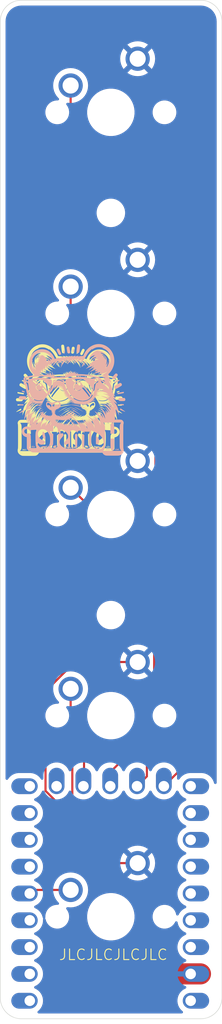
<source format=kicad_pcb>
(kicad_pcb (version 20240108) (generator "pcbnew") (generator_version "8.0")
  (layers (0 "F.Cu" signal) (31 "B.Cu" signal) (34 "B.Paste" user) (35 "F.Paste" user) (36 "B.SilkS" user "B.Silkscreen") (37 "F.SilkS" user "F.Silkscreen") (38 "B.Mask" user) (39 "F.Mask" user) (44 "Edge.Cuts" user))
  (net 0 "")
  (net 1 "GND")
  (net 2 "+5V")
  (net 17 "SW1")
  (net 18 "SW2")
  (net 19 "SW3")
  (net 20 "SW4")
  (net 21 "SW5")
  (footprint "PCM_marbastlib-mx:SW_MX_1u" (layer "F.Cu") (at 96.976328 100.766528)
    (property "Reference" "MX4" (hide yes))
    (property "Value" "MX_SW_solder")
  )
  (footprint "PCM_marbastlib-mx:SW_MX_1u" (layer "F.Cu") (at 96.976328 43.616528)
    (property "Reference" "MX1" (hide yes))
    (property "Value" "MX_SW_solder")
  )
  (footprint "MountingHole:MountingHole_2.2mm_M2" (layer "F.Cu") (at 96.976328 91.241528)
    (property "Reference" "H2" (hide yes))
    (property "Value" "MountingHole")
  )
  (footprint "PCM_marbastlib-mx:SW_MX_1u" (layer "F.Cu") (at 96.976328 62.666528)
    (property "Reference" "MX2" (hide yes))
    (property "Value" "MX_SW_solder")
  )
  (footprint "PCM_marbastlib-mx:SW_MX_1u" (layer "F.Cu") (at 96.976328 81.716528)
    (property "Reference" "MX3" (hide yes))
    (property "Value" "MX_SW_solder")
  )
  (footprint "mcu:rp2040-zero-tht" (layer "F.Cu") (at 96.9168 117.613816 180)
    (property "Reference" "U2" (hide yes))
    (property "Value" "rp2040-zero" (hide yes))
  )
  (footprint "PCM_marbastlib-mx:SW_MX_1u" (layer "F.Cu") (at 96.976328 119.816528)
    (property "Reference" "MX5" (hide yes))
    (property "Value" "MX_SW_solder")
  )
  (footprint "MountingHole:MountingHole_2.2mm_M2" (layer "F.Cu") (at 96.976328 53.141528)
    (property "Reference" "H1" (hide yes))
    (property "Value" "MountingHole")
  )
  (gr_poly (pts (xy 94.720794 75.235681) (xy 94.721467 75.235728) (xy 94.722133 75.235805) (xy 94.722792 75.235913) (xy 94.723442 75.236052) (xy 94.724082 75.236221) (xy 94.724711 75.236419) (xy 94.725328 75.236647) (xy 94.725931 75.236905) (xy 94.726519 75.237192) (xy 94.727091 75.237508) (xy 94.727646 75.237852) (xy 94.728183 75.238225) (xy 94.728699 75.238627) (xy 94.729195 75.239056) (xy 94.729668 75.239513) (xy 94.730118 75.239998) (xy 94.730544 75.24051) (xy 94.730943 75.24105) (xy 94.731315 75.241616) (xy 94.731315 75.241615) (xy 94.731646 75.242191) (xy 94.731923 75.24276) (xy 94.732146 75.243321) (xy 94.732317 75.243873) (xy 94.732437 75.244415) (xy 94.732505 75.244948) (xy 94.732524 75.245469) (xy 94.732493 75.245979) (xy 94.732413 75.246477) (xy 94.732286 75.246961) (xy 94.732112 75.247432) (xy 94.731891 75.247888) (xy 94.731625 75.248329) (xy 94.731315 75.248754) (xy 94.730961 75.249162) (xy 94.730563 75.249553) (xy 94.730124 75.249926) (xy 94.729643 75.25028) (xy 94.729121 75.250614) (xy 94.72856 75.250928) (xy 94.727959 75.251222) (xy 94.727321 75.251493) (xy 94.726644 75.251742) (xy 94.725931 75.251968) (xy 94.725182 75.25217) (xy 94.724398 75.252347) (xy 94.722728 75.252625) (xy 94.720927 75.252797) (xy 94.719 75.252855) (xy 94.715056 75.252805) (xy 94.711588 75.252655) (xy 94.710031 75.25254) (xy 94.708593 75.252399) (xy 94.707273 75.252231) (xy 94.70607 75.252036) (xy 94.704986 75.251813) (xy 94.704018 75.251561) (xy 94.703169 75.25128) (xy 94.702436 75.250971) (xy 94.70182 75.250632) (xy 94.70132 75.250262) (xy 94.700938 75.249863) (xy 94.700671 75.249432) (xy 94.70052 75.24897) (xy 94.700486 75.248476) (xy 94.700567 75.24795) (xy 94.700763 75.247391) (xy 94.701075 75.2468) (xy 94.701502 75.246175) (xy 94.702043 75.245516) (xy 94.7027 75.244822) (xy 94.70347 75.244094) (xy 94.704355 75.24333) (xy 94.705354 75.242531) (xy 94.706467 75.241696) (xy 94.709034 75.239916) (xy 94.712053 75.237986) (xy 94.712694 75.237611) (xy 94.713344 75.237269) (xy 94.714003 75.236961) (xy 94.714669 75.236687) (xy 94.715341 75.236446) (xy 94.716019 75.236237) (xy 94.7167 75.236062) (xy 94.717383 75.235918) (xy 94.718068 75.235807) (xy 94.718753 75.235728) (xy 94.719436 75.235681) (xy 94.720117 75.235665)) (stroke (width -0.000001)) (fill solid) (layer "B.SilkS"))
  (gr_poly (pts (xy 88.922281 71.911942) (xy 88.922751 71.912158) (xy 88.923112 71.912487) (xy 88.923366 71.912927) (xy 88.923513 71.913474) (xy 88.923556 71.914128) (xy 88.923495 71.914884) (xy 88.923067 71.916695) (xy 88.922242 71.918887) (xy 88.921029 71.92144) (xy 88.919439 71.924332) (xy 88.917482 71.927543) (xy 88.915169 71.931053) (xy 88.912511 71.934842) (xy 88.909519 71.938887) (xy 88.906202 71.94317) (xy 88.902571 71.94767) (xy 88.898638 71.952365) (xy 88.894576 71.957068) (xy 88.890571 71.961591) (xy 88.886644 71.965911) (xy 88.882819 71.970009) (xy 88.879119 71.973862) (xy 88.875568 71.97745) (xy 88.872188 71.98075) (xy 88.869004 71.983741) (xy 88.866037 71.986403) (xy 88.863312 71.988713) (xy 88.860852 71.990651) (xy 88.858679 71.992195) (xy 88.857708 71.992813) (xy 88.856818 71.993324) (xy 88.856011 71.993726) (xy 88.855291 71.994016) (xy 88.85466 71.994191) (xy 88.854121 71.994249) (xy 88.853678 71.994188) (xy 88.853332 71.994004) (xy 88.85266 71.99312) (xy 88.85234 71.99191) (xy 88.852357 71.990394) (xy 88.852691 71.988595) (xy 88.853326 71.986534) (xy 88.854243 71.984234) (xy 88.856854 71.979003) (xy 88.860383 71.973078) (xy 88.864689 71.966634) (xy 88.869629 71.959847) (xy 88.875062 71.952891) (xy 88.880847 71.945944) (xy 88.886841 71.939179) (xy 88.892904 71.932772) (xy 88.898894 71.9269) (xy 88.904668 71.921738) (xy 88.910086 71.91746) (xy 88.912617 71.915708) (xy 88.915006 71.914243) (xy 88.917235 71.913087) (xy 88.919286 71.912262) (xy 88.920205 71.912) (xy 88.921009 71.91186) (xy 88.921701 71.911842)) (stroke (width -0.000001)) (fill solid) (layer "B.SilkS"))
  (gr_poly (pts (xy 97.706176 75.409662) (xy 97.706713 75.409757) (xy 97.707283 75.409924) (xy 97.707885 75.410161) (xy 97.709178 75.41084) (xy 97.710579 75.411783) (xy 97.712077 75.412978) (xy 97.71366 75.414414) (xy 97.715314 75.416079) (xy 97.717029 75.417961) (xy 97.718791 75.420048) (xy 97.720588 75.422328) (xy 97.722409 75.424791) (xy 97.724241 75.427423) (xy 97.726071 75.430215) (xy 97.727888 75.433153) (xy 97.733355 75.44232) (xy 97.73547 75.445953) (xy 97.737162 75.448965) (xy 97.738423 75.451362) (xy 97.739246 75.453153) (xy 97.73949 75.453823) (xy 97.739621 75.454345) (xy 97.739639 75.45472) (xy 97.739542 75.454948) (xy 97.739329 75.45503) (xy 97.738999 75.454968) (xy 97.738551 75.454762) (xy 97.737985 75.454414) (xy 97.736492 75.453293) (xy 97.734512 75.451615) (xy 97.732037 75.449386) (xy 97.729059 75.446616) (xy 97.72156 75.439481) (xy 97.719164 75.437121) (xy 97.7169 75.434764) (xy 97.714776 75.432423) (xy 97.712802 75.430114) (xy 97.710986 75.427852) (xy 97.709338 75.425651) (xy 97.707866 75.423526) (xy 97.70658 75.421493) (xy 97.705489 75.419567) (xy 97.704601 75.417762) (xy 97.704236 75.416909) (xy 97.703925 75.416093) (xy 97.703669 75.415314) (xy 97.70347 75.414575) (xy 97.703329 75.413878) (xy 97.703246 75.413224) (xy 97.703224 75.412615) (xy 97.703262 75.412053) (xy 97.703362 75.411541) (xy 97.703525 75.411079) (xy 97.703753 75.410671) (xy 97.704046 75.410316) (xy 97.704393 75.41003) (xy 97.704781 75.409823) (xy 97.705209 75.409694) (xy 97.705675 75.40964)) (stroke (width -0.000001)) (fill solid) (layer "B.SilkS"))
  (gr_poly (pts (xy 91.727862 75.128718) (xy 91.728209 75.128982) (xy 91.728623 75.129435) (xy 91.72966 75.130909) (xy 91.730983 75.133128) (xy 91.7326 75.136083) (xy 91.73452 75.139762) (xy 91.739303 75.149253) (xy 91.741508 75.153455) (xy 91.743746 75.157261) (xy 91.746037 75.160682) (xy 91.748404 75.163729) (xy 91.749622 75.165116) (xy 91.750867 75.166413) (xy 91.752141 75.167621) (xy 91.753446 75.168742) (xy 91.754787 75.169778) (xy 91.756164 75.17073) (xy 91.75758 75.171598) (xy 91.759039 75.172385) (xy 91.760543 75.173091) (xy 91.762095 75.173718) (xy 91.763696 75.174267) (xy 91.76535 75.17474) (xy 91.76706 75.175138) (xy 91.768827 75.175462) (xy 91.772547 75.175893) (xy 91.776529 75.176046) (xy 91.780795 75.175929) (xy 91.785366 75.175554) (xy 91.790264 75.174931) (xy 91.794671 75.174383) (xy 91.798903 75.17406) (xy 91.800954 75.173983) (xy 91.802961 75.173963) (xy 91.804925 75.173999) (xy 91.806847 75.174091) (xy 91.808726 75.17424) (xy 91.810562 75.174446) (xy 91.812357 75.174709) (xy 91.814109 75.175029) (xy 91.81582 75.175405) (xy 91.817489 75.175839) (xy 91.819117 75.17633) (xy 91.820703 75.176878) (xy 91.822249 75.177483) (xy 91.823754 75.178146) (xy 91.825219 75.178866) (xy 91.826643 75.179644) (xy 91.828027 75.180479) (xy 91.829372 75.181372) (xy 91.830676 75.182323) (xy 91.831942 75.183331) (xy 91.833168 75.184398) (xy 91.834355 75.185522) (xy 91.835503 75.186704) (xy 91.836613 75.187945) (xy 91.837684 75.189244) (xy 91.838717 75.190601) (xy 91.839713 75.192017) (xy 91.84067 75.193491) (xy 91.842883 75.197109) (xy 91.844737 75.200337) (xy 91.846219 75.203191) (xy 91.847317 75.205689) (xy 91.847718 75.206809) (xy 91.848019 75.207847) (xy 91.848218 75.208804) (xy 91.848313 75.209683) (xy 91.848303 75.210486) (xy 91.848186 75.211214) (xy 91.847962 75.211871) (xy 91.847627 75.212457) (xy 91.847182 75.212977) (xy 91.846623 75.21343) (xy 91.84595 75.213821) (xy 91.845162 75.21415) (xy 91.844256 75.21442) (xy 91.843231 75.214634) (xy 91.842086 75.214792) (xy 91.840819 75.214899) (xy 91.837913 75.214962) (xy 91.834501 75.214841) (xy 91.830571 75.214553) (xy 91.82611 75.214115) (xy 91.824425 75.213957) (xy 91.822777 75.213847) (xy 91.821168 75.213784) (xy 91.819599 75.21377) (xy 91.818069 75.213802) (xy 91.816581 75.213881) (xy 91.815135 75.214005) (xy 91.813732 75.214176) (xy 91.812372 75.214392) (xy 91.811056 75.214652) (xy 91.809786 75.214957) (xy 91.808562 75.215306) (xy 91.807385 75.215698) (xy 91.806255 75.216133) (xy 91.805175 75.216611) (xy 91.804143 75.21713) (xy 91.803162 75.217692) (xy 91.802232 75.218294) (xy 91.801353 75.218937) (xy 91.800528 75.219621) (xy 91.799756 75.220344) (xy 91.799038 75.221107) (xy 91.798376 75.221909) (xy 91.797769 75.222749) (xy 91.79722 75.223628) (xy 91.796728 75.224544) (xy 91.796295 75.225497) (xy 91.795921 75.226487) (xy 91.795607 75.227513) (xy 91.795354 75.228575) (xy 91.795164 75.229672) (xy 91.795035 75.230804) (xy 91.794386 75.238154) (xy 91.793734 75.24465) (xy 91.793064 75.250311) (xy 91.792363 75.25516) (xy 91.791996 75.257285) (xy 91.791615 75.259215) (xy 91.791219 75.260951) (xy 91.790807 75.262497) (xy 91.790375 75.263854) (xy 91.789923 75.265026) (xy 91.789449 75.266015) (xy 91.78895 75.266823) (xy 91.788425 75.267453) (xy 91.787873 75.267908) (xy 91.787586 75.26807) (xy 91.787291 75.268189) (xy 91.786988 75.268266) (xy 91.786678 75.268301) (xy 91.786359 75.268293) (xy 91.786031 75.268244) (xy 91.785349 75.268022) (xy 91.784631 75.267637) (xy 91.783874 75.267092) (xy 91.783077 75.266389) (xy 91.782237 75.26553) (xy 91.781353 75.26452) (xy 91.780424 75.263358) (xy 91.779447 75.26205) (xy 91.77842 75.260596) (xy 91.776212 75.257263) (xy 91.774953 75.255122) (xy 91.773802 75.252804) (xy 91.772764 75.250334) (xy 91.771839 75.247731) (xy 91.771032 75.24502) (xy 91.770345 75.24222) (xy 91.76978 75.239356) (xy 91.769342 75.236448) (xy 91.769031 75.233519) (xy 91.768852 75.23059) (xy 91.768807 75.227684) (xy 91.768899 75.224823) (xy 91.769131 75.222029) (xy 91.769505 75.219324) (xy 91.770024 75.21673) (xy 91.770692 75.214268) (xy 91.771044 75.213082) (xy 91.771358 75.21191) (xy 91.771635 75.210755) (xy 91.771874 75.209618) (xy 91.772077 75.2085) (xy 91.772243 75.207404) (xy 91.772373 75.20633) (xy 91.772467 75.20528) (xy 91.772525 75.204255) (xy 91.772549 75.203257) (xy 91.772537 75.202288) (xy 91.772492 75.201348) (xy 91.772412 75.20044) (xy 91.772299 75.199565) (xy 91.772153 75.198724) (xy 91.771974 75.197918) (xy 91.771762 75.19715) (xy 91.771518 75.196421) (xy 91.771243 75.195733) (xy 91.770936 75.195086) (xy 91.770598 75.194482) (xy 91.77023 75.193923) (xy 91.769831 75.19341) (xy 91.769402 75.192945) (xy 91.768944 75.192529) (xy 91.768456 75.192163) (xy 91.76794 75.19185) (xy 91.767396 75.19159) (xy 91.766823 75.191386) (xy 91.766222 75.191238) (xy 91.765595 75.191148) (xy 91.76494 75.191118) (xy 91.763686 75.191246) (xy 91.762527 75.191626) (xy 91.761463 75.192248) (xy 91.760493 75.193103) (xy 91.759617 75.194182) (xy 91.758835 75.195475) (xy 91.757548 75.198668) (xy 91.756628 75.20261) (xy 91.756072 75.207227) (xy 91.755874 75.212446) (xy 91.756032 75.218193) (xy 91.756541 75.224395) (xy 91.757396 75.230979) (xy 91.758595 75.237872) (xy 91.760132 75.244999) (xy 91.762003 75.252289) (xy 91.764205 75.259667) (xy 91.766734 75.267061) (xy 91.769585 75.274396) (xy 91.77123 75.278308) (xy 91.772736 75.28169) (xy 91.774137 75.284536) (xy 91.774808 75.285757) (xy 91.775466 75.286844) (xy 91.776115 75.287794) (xy 91.776759 75.288609) (xy 91.777402 75.289286) (xy 91.778049 75.289827) (xy 91.778704 75.29023) (xy 91.779372 75.290494) (xy 91.780055 75.29062) (xy 91.78076 75.290607) (xy 91.78149 75.290454) (xy 91.782249 75.290161) (xy 91.783042 75.289728) (xy 91.783873 75.289153) (xy 91.784746 75.288437) (xy 91.785666 75.287578) (xy 91.786637 75.286577) (xy 91.787663 75.285433) (xy 91.789897 75.282713) (xy 91.792404 75.279414) (xy 91.795216 75.275533) (xy 91.79837 75.271066) (xy 91.800263 75.268239) (xy 91.80202 75.265357) (xy 91.803634 75.262441) (xy 91.8051 75.259511) (xy 91.806412 75.256587) (xy 91.807566 75.253691) (xy 91.808556 75.250843) (xy 91.809376 75.248064) (xy 91.810021 75.245374) (xy 91.810485 75.242794) (xy 91.810763 75.240345) (xy 91.81085 75.238047) (xy 91.81082 75.236962) (xy 91.81074 75.235921) (xy 91.810609 75.23493) (xy 91.810427 75.233988) (xy 91.810194 75.233101) (xy 91.809907 75.232269) (xy 91.809568 75.231495) (xy 91.809174 75.230783) (xy 91.808773 75.230106) (xy 91.808411 75.229438) (xy 91.808088 75.228779) (xy 91.807804 75.22813) (xy 91.807559 75.227493) (xy 91.807351 75.226867) (xy 91.807181 75.226255) (xy 91.807049 75.225655) (xy 91.806953 75.225071) (xy 91.806895 75.224502) (xy 91.806872 75.223949) (xy 91.806886 75.223413) (xy 91.806936 75.222895) (xy 91.807021 75.222395) (xy 91.807141 75.221916) (xy 91.807296 75.221456) (xy 91.807485 75.221018) (xy 91.807709 75.220603) (xy 91.807966 75.22021) (xy 91.808257 75.219841) (xy 91.808581 75.219496) (xy 91.808938 75.219177) (xy 91.809327 75.218885) (xy 91.809749 75.218619) (xy 91.810202 75.218382) (xy 91.810687 75.218174) (xy 91.811203 75.217995) (xy 91.81175 75.217847) (xy 91.812328 75.21773) (xy 91.812936 75.217646) (xy 91.813574 75.217595) (xy 91.814241 75.217577) (xy 91.816673 75.217648) (xy 91.818949 75.217858) (xy 91.821069 75.218205) (xy 91.823033 75.218686) (xy 91.824841 75.219299) (xy 91.826492 75.22004) (xy 91.827987 75.220908) (xy 91.829326 75.221899) (xy 91.830509 75.22301) (xy 91.831535 75.224239) (xy 91.832405 75.225584) (xy 91.833119 75.227041) (xy 91.833676 75.228609) (xy 91.834077 75.230283) (xy 91.834322 75.232062) (xy 91.834411 75.233942) (xy 91.834343 75.235922) (xy 91.834118 75.237998) (xy 91.833737 75.240168) (xy 91.8332 75.242429) (xy 91.832506 75.244779) (xy 91.831656 75.247213) (xy 91.829486 75.252329) (xy 91.826689 75.257756) (xy 91.823266 75.26347) (xy 91.819217 75.269452) (xy 91.814541 75.27568) (xy 91.811697 75.279184) (xy 91.808818 75.282518) (xy 91.805922 75.285668) (xy 91.803031 75.28862) (xy 91.800162 75.29136) (xy 91.797338 75.293873) (xy 91.794576 75.296145) (xy 91.791898 75.298163) (xy 91.789323 75.299911) (xy 91.786871 75.301375) (xy 91.785697 75.301997) (xy 91.784561 75.302542) (xy 91.783466 75.30301) (xy 91.782414 75.303398) (xy 91.781407 75.303704) (xy 91.780449 75.303927) (xy 91.779541 75.304064) (xy 91.778686 75.304115) (xy 91.777887 75.304078) (xy 91.777146 75.303949) (xy 91.776465 75.303729) (xy 91.775847 75.303415) (xy 91.775251 75.30308) (xy 91.774634 75.3028) (xy 91.773998 75.302574) (xy 91.773345 75.3024) (xy 91.772675 75.302278) (xy 91.77199 75.302208) (xy 91.771292 75.302188) (xy 91.770582 75.302217) (xy 91.769862 75.302296) (xy 91.769132 75.302422) (xy 91.768395 75.302596) (xy 91.767652 75.302816) (xy 91.766903 75.303082) (xy 91.766151 75.303392) (xy 91.765398 75.303747) (xy 91.764643 75.304145) (xy 91.76389 75.304586) (xy 91.763138 75.305068) (xy 91.762391 75.305591) (xy 91.761648 75.306155) (xy 91.760912 75.306757) (xy 91.760184 75.307399) (xy 91.759466 75.308078) (xy 91.758758 75.308794) (xy 91.758062 75.309546) (xy 91.75738 75.310333) (xy 91.756713 75.311156) (xy 91.756063 75.312012) (xy 91.755431 75.312901) (xy 91.754817 75.313822) (xy 91.754225 75.314774) (xy 91.753655 75.315758) (xy 91.75238 75.317798) (xy 91.750805 75.319916) (xy 91.748953 75.322093) (xy 91.746846 75.324313) (xy 91.744506 75.32656) (xy 91.741956 75.328818) (xy 91.739219 75.331068) (xy 91.736316 75.333295) (xy 91.733271 75.335482) (xy 91.730106 75.337613) (xy 91.726843 75.33967) (xy 91.723504 75.341637) (xy 91.720113 75.343497) (xy 91.716691 75.345234) (xy 91.713262 75.34683) (xy 91.709847 75.34827) (xy 91.70987 75.348267) (xy 91.700502 75.351361) (xy 91.689141 75.354052) (xy 91.676106 75.356337) (xy 91.661711 75.358216) (xy 91.646274 75.359688) (xy 91.630112 75.360752) (xy 91.613542 75.361408) (xy 91.59688 75.361654) (xy 91.580443 75.361491) (xy 91.564548 75.360916) (xy 91.549512 75.35993) (xy 91.535652 75.358532) (xy 91.523284 75.35672) (xy 91.512726 75.354494) (xy 91.504293 75.351853) (xy 91.500973 75.350377) (xy 91.498303 75.348797) (xy 91.495489 75.3468) (xy 91.493086 75.345034) (xy 91.491097 75.343494) (xy 91.489528 75.342175) (xy 91.488382 75.341073) (xy 91.487969 75.340603) (xy 91.487664 75.340185) (xy 91.487466 75.339819) (xy 91.487377 75.339505) (xy 91.487397 75.339242) (xy 91.487526 75.33903) (xy 91.487766 75.338868) (xy 91.488116 75.338755) (xy 91.488577 75.338692) (xy 91.489149 75.338677) (xy 91.490632 75.33879) (xy 91.492567 75.33909) (xy 91.494959 75.339574) (xy 91.497812 75.340237) (xy 91.50113 75.341075) (xy 91.504918 75.342083) (xy 91.507716 75.342741) (xy 91.510638 75.343236) (xy 91.51366 75.343572) (xy 91.516757 75.343752) (xy 91.519907 75.34378) (xy 91.523086 75.34366) (xy 91.526269 75.343395) (xy 91.529434 75.342989) (xy 91.532555 75.342445) (xy 91.535611 75.341768) (xy 91.538576 75.340959) (xy 91.541428 75.340024) (xy 91.544142 75.338966) (xy 91.546694 75.337788) (xy 91.549062 75.336494) (xy 91.551221 75.335087) (xy 91.556226 75.331441) (xy 91.696718 75.331441) (xy 91.696791 75.332396) (xy 91.697003 75.333256) (xy 91.697348 75.334021) (xy 91.697817 75.334694) (xy 91.698402 75.335276) (xy 91.699096 75.335769) (xy 91.699891 75.336176) (xy 91.700779 75.336497) (xy 91.701752 75.336736) (xy 91.702802 75.336893) (xy 91.703923 75.33697) (xy 91.705105 75.33697) (xy 91.706341 75.336895) (xy 91.707623 75.336746) (xy 91.710294 75.336233) (xy 91.713057 75.335447) (xy 91.715849 75.334404) (xy 91.718606 75.333117) (xy 91.721267 75.331603) (xy 91.722542 75.330764) (xy 91.723769 75.329875) (xy 91.724941 75.328936) (xy 91.72605 75.327949) (xy 91.727088 75.326916) (xy 91.728047 75.325839) (xy 91.72892 75.324721) (xy 91.729698 75.323562) (xy 91.730103 75.322874) (xy 91.730451 75.322218) (xy 91.730742 75.321593) (xy 91.730976 75.321) (xy 91.731155 75.320439) (xy 91.731279 75.31991) (xy 91.731348 75.319414) (xy 91.731363 75.31895) (xy 91.731326 75.31852) (xy 91.731235 75.318123) (xy 91.731093 75.317759) (xy 91.7309 75.31743) (xy 91.730656 75.317134) (xy 91.730362 75.316873) (xy 91.730018 75.316647) (xy 91.729626 75.316455) (xy 91.729186 75.316299) (xy 91.728698 75.316179) (xy 91.728164 75.316094) (xy 91.727584 75.316045) (xy 91.726958 75.316032) (xy 91.726287 75.316056) (xy 91.724813 75.316214) (xy 91.723167 75.316522) (xy 91.721354 75.316981) (xy 91.71938 75.317594) (xy 91.717249 75.318363) (xy 91.715158 75.319193) (xy 91.713125 75.320052) (xy 91.711161 75.320934) (xy 91.709277 75.321832) (xy 91.707484 75.32274) (xy 91.705791 75.323651) (xy 91.704209 75.324558) (xy 91.702749 75.325454) (xy 91.701422 75.326333) (xy 91.700237 75.327188) (xy 91.699206 75.328013) (xy 91.698751 75.328411) (xy 91.698338 75.3288) (xy 91.697969 75.329177) (xy 91.697645 75.329543) (xy 91.697367 75.329896) (xy 91.697137 75.330235) (xy 91.696956 75.33056) (xy 91.696825 75.33087) (xy 91.696745 75.331164) (xy 91.696718 75.331441) (xy 91.556226 75.331441) (xy 91.556679 75.33111) (xy 91.558796 75.329492) (xy 91.5605 75.328113) (xy 91.561791 75.326969) (xy 91.562665 75.326054) (xy 91.562945 75.32568) (xy 91.563119 75.325362) (xy 91.563188 75.325099) (xy 91.563151 75.32489) (xy 91.563009 75.324734) (xy 91.562759 75.324631) (xy 91.562403 75.324579) (xy 91.56194 75.32458) (xy 91.560691 75.324732) (xy 91.559009 75.325082) (xy 91.556893 75.325625) (xy 91.55434 75.326356) (xy 91.547911 75.328358) (xy 91.546724 75.328722) (xy 91.545552 75.329047) (xy 91.544397 75.329331) (xy 91.54326 75.329577) (xy 91.542142 75.329784) (xy 91.541046 75.329953) (xy 91.539972 75.330084) (xy 91.538921 75.330177) (xy 91.537897 75.330234) (xy 91.536899 75.330254) (xy 91.535929 75.330237) (xy 91.53499 75.330185) (xy 91.534082 75.330097) (xy 91.533206 75.329974) (xy 91.532365 75.329817) (xy 91.53156 75.329625) (xy 91.530792 75.329399) (xy 91.530063 75.32914) (xy 91.529374 75.328847) (xy 91.528727 75.328522) (xy 91.528123 75.328165) (xy 91.527564 75.327775) (xy 91.527051 75.327354) (xy 91.526586 75.326902) (xy 91.52617 75.326419) (xy 91.525805 75.325906) (xy 91.525492 75.325363) (xy 91.525232 75.32479) (xy 91.525028 75.324188) (xy 91.52488 75.323558) (xy 91.52479 75.322898) (xy 91.52476 75.322211) (xy 91.524744 75.321524) (xy 91.524699 75.320864) (xy 91.524624 75.320233) (xy 91.52452 75.319629) (xy 91.524389 75.319054) (xy 91.52423 75.318508) (xy 91.524045 75.317992) (xy 91.523834 75.317506) (xy 91.523598 75.31705) (xy 91.523338 75.316625) (xy 91.523055 75.316231) (xy 91.522749 75.315868) (xy 91.522421 75.315537) (xy 91.522072 75.315239) (xy 91.521703 75.314974) (xy 91.521314 75.314741) (xy 91.520906 75.314542) (xy 91.52048 75.314378) (xy 91.520036 75.314247) (xy 91.519576 75.314152) (xy 91.5191 75.314091) (xy 91.518609 75.314066) (xy 91.518103 75.314078) (xy 91.517584 75.314125) (xy 91.517052 75.31421) (xy 91.516508 75.314331) (xy 91.515952 75.314491) (xy 91.515386 75.314688) (xy 91.51481 75.314924) (xy 91.514225 75.315198) (xy 91.513631 75.315512) (xy 91.51303 75.315866) (xy 91.510808 75.317098) (xy 91.508639 75.318024) (xy 91.506528 75.318657) (xy 91.50448 75.319008) (xy 91.5025 75.319092) (xy 91.500593 75.318918) (xy 91.498763 75.318501) (xy 91.497016 75.317853) (xy 91.495356 75.316985) (xy 91.493789 75.315909) (xy 91.492319 75.314639) (xy 91.490952 75.313187) (xy 91.489691 75.311565) (xy 91.488543 75.309785) (xy 91.487512 75.307859) (xy 91.486602 75.3058) (xy 91.48582 75.303621) (xy 91.485169 75.301333) (xy 91.484655 75.298948) (xy 91.484282 75.29648) (xy 91.484056 75.293941) (xy 91.483981 75.291342) (xy 91.484063 75.288696) (xy 91.484306 75.286015) (xy 91.484715 75.283313) (xy 91.485295 75.2806) (xy 91.486051 75.277889) (xy 91.486988 75.275194) (xy 91.488111 75.272525) (xy 91.489424 75.269896) (xy 91.490934 75.267318) (xy 91.492644 75.264804) (xy 91.494578 75.26225) (xy 91.496533 75.259842) (xy 91.498496 75.25759) (xy 91.500453 75.255503) (xy 91.502391 75.253591) (xy 91.504297 75.251863) (xy 91.506157 75.250328) (xy 91.507065 75.249636) (xy 91.507957 75.248995) (xy 91.508831 75.248408) (xy 91.509686 75.247874) (xy 91.510519 75.247396) (xy 91.511328 75.246974) (xy 91.512113 75.24661) (xy 91.512872 75.246304) (xy 91.513603 75.246058) (xy 91.514303 75.245873) (xy 91.514973 75.245751) (xy 91.515609 75.245691) (xy 91.51621 75.245697) (xy 91.516775 75.245767) (xy 91.517302 75.245905) (xy 91.51779 75.246111) (xy 91.518235 75.246386) (xy 91.518638 75.246731) (xy 91.51899 75.247136) (xy 91.519283 75.247589) (xy 91.51952 75.248089) (xy 91.519701 75.248633) (xy 91.519827 75.24922) (xy 91.519898 75.249848) (xy 91.519916 75.250516) (xy 91.519881 75.25122) (xy 91.519656 75.252734) (xy 91.519231 75.254376) (xy 91.518613 75.256132) (xy 91.517807 75.257988) (xy 91.516821 75.259928) (xy 91.515662 75.261939) (xy 91.514336 75.264006) (xy 91.512851 75.266116) (xy 91.511212 75.268253) (xy 91.509426 75.270403) (xy 91.507502 75.272553) (xy 91.505444 75.274687) (xy 91.504283 75.275872) (xy 91.503181 75.277046) (xy 91.502137 75.278209) (xy 91.501152 75.27936) (xy 91.500226 75.280498) (xy 91.499359 75.281623) (xy 91.498551 75.282733) (xy 91.497803 75.283828) (xy 91.497114 75.284907) (xy 91.496485 75.285969) (xy 91.495916 75.287014) (xy 91.495408 75.288041) (xy 91.49496 75.289048) (xy 91.494572 75.290035) (xy 91.494246 75.291002) (xy 91.49398 75.291947) (xy 91.493776 75.29287) (xy 91.493633 75.29377) (xy 91.493552 75.294646) (xy 91.493533 75.295497) (xy 91.493576 75.296323) (xy 91.493681 75.297122) (xy 91.493849 75.297895) (xy 91.494079 75.29864) (xy 91.494372 75.299356) (xy 91.494728 75.300043) (xy 91.495147 75.300699) (xy 91.49563 75.301325) (xy 91.496177 75.301918) (xy 91.496787 75.30248) (xy 91.497461 75.303007) (xy 91.4982 75.303501) (xy 91.498883 75.303906) (xy 91.499558 75.30427) (xy 91.500223 75.304594) (xy 91.500878 75.304879) (xy 91.501521 75.305124) (xy 91.502153 75.30533) (xy 91.502771 75.305498) (xy 91.503376 75.305627) (xy 91.503966 75.305719) (xy 91.50454 75.305773) (xy 91.505099 75.305789) (xy 91.50564 75.305769) (xy 91.506163 75.305712) (xy 91.506667 75.305619) (xy 91.507151 75.30549) (xy 91.507615 75.305326) (xy 91.508057 75.305127) (xy 91.508477 75.304892) (xy 91.508873 75.304623) (xy 91.509246 75.30432) (xy 91.509593 75.303983) (xy 91.509915 75.303613) (xy 91.510211 75.30321) (xy 91.510479 75.302774) (xy 91.510718 75.302305) (xy 91.510929 75.301804) (xy 91.511109 75.301272) (xy 91.511258 75.300708) (xy 91.511376 75.300113) (xy 91.511461 75.299487) (xy 91.511513 75.298831) (xy 91.511531 75.298145) (xy 91.511561 75.297458) (xy 91.511651 75.296799) (xy 91.511799 75.296168) (xy 91.512003 75.295566) (xy 91.512263 75.294993) (xy 91.512576 75.29445) (xy 91.512941 75.293937) (xy 91.513357 75.293454) (xy 91.513823 75.293002) (xy 91.514335 75.292581) (xy 91.514895 75.292192) (xy 91.515498 75.291834) (xy 91.516145 75.291509) (xy 91.516834 75.291217) (xy 91.518331 75.290732) (xy 91.519977 75.290382) (xy 91.521761 75.290172) (xy 91.52367 75.290103) (xy 91.525692 75.290179) (xy 91.527817 75.290404) (xy 91.530031 75.290779) (xy 91.532323 75.29131) (xy 91.534682 75.291997) (xy 91.538048 75.293064) (xy 91.540984 75.293956) (xy 91.543492 75.29467) (xy 91.545576 75.295201) (xy 91.547237 75.295544) (xy 91.54791 75.295644) (xy 91.548478 75.295695) (xy 91.548942 75.295697) (xy 91.549303 75.29565) (xy 91.549559 75.295553) (xy 91.549712 75.295404) (xy 91.549762 75.295205) (xy 91.54971 75.294954) (xy 91.549555 75.29465) (xy 91.549298 75.294293) (xy 91.548939 75.293883) (xy 91.548479 75.293419) (xy 91.547256 75.292327) (xy 91.545631 75.291012) (xy 91.543607 75.28947) (xy 91.541186 75.287697) (xy 91.538372 75.285687) (xy 91.537386 75.28497) (xy 91.536438 75.284237) (xy 91.535528 75.28349) (xy 91.534655 75.282731) (xy 91.533821 75.281961) (xy 91.533027 75.281182) (xy 91.532273 75.280395) (xy 91.531559 75.279602) (xy 91.530887 75.278803) (xy 91.530297 75.278052) (xy 91.606472 75.278052) (xy 91.606501 75.278407) (xy 91.606594 75.27875) (xy 91.60675 75.279083) (xy 91.606967 75.279405) (xy 91.607245 75.279714) (xy 91.607582 75.280011) (xy 91.608429 75.280567) (xy 91.609501 75.281068) (xy 91.610787 75.281511) (xy 91.612279 75.281892) (xy 91.613968 75.282207) (xy 91.615846 75.282454) (xy 91.617903 75.282628) (xy 91.62013 75.282726) (xy 91.622519 75.282744) (xy 91.62506 75.282679) (xy 91.627806 75.282531) (xy 91.630261 75.282326) (xy 91.63138 75.282203) (xy 91.632425 75.282067) (xy 91.633397 75.281918) (xy 91.634295 75.281756) (xy 91.635119 75.281581) (xy 91.635869 75.281394) (xy 91.636544 75.281195) (xy 91.637144 75.280985) (xy 91.63767 75.280762) (xy 91.63812 75.280529) (xy 91.638494 75.280284) (xy 91.638793 75.280028) (xy 91.639016 75.279762) (xy 91.639162 75.279486) (xy 91.639232 75.2792) (xy 91.639225 75.278904) (xy 91.639141 75.278598) (xy 91.63898 75.278284) (xy 91.63874 75.27796) (xy 91.638423 75.277628) (xy 91.638028 75.277287) (xy 91.637555 75.276938) (xy 91.637003 75.276581) (xy 91.636372 75.276216) (xy 91.635661 75.275844) (xy 91.634872 75.275465) (xy 91.634002 75.275078) (xy 91.633053 75.274686) (xy 91.631243 75.27402) (xy 91.629402 75.273453) (xy 91.627544 75.272987) (xy 91.62568 75.272619) (xy 91.623826 75.27235) (xy 91.621992 75.272179) (xy 91.620194 75.272105) (xy 91.618442 75.272127) (xy 91.616751 75.272247) (xy 91.615133 75.272461) (xy 91.613602 75.272771) (xy 91.61217 75.273176) (xy 91.611496 75.273414) (xy 91.610851 75.273675) (xy 91.610237 75.273959) (xy 91.609657 75.274267) (xy 91.609111 75.274598) (xy 91.608601 75.274953) (xy 91.608129 75.27533) (xy 91.607697 75.275731) (xy 91.607697 75.27573) (xy 91.607321 75.276138) (xy 91.607014 75.276539) (xy 91.606778 75.27693) (xy 91.606609 75.277314) (xy 91.606508 75.277688) (xy 91.606472 75.278052) (xy 91.530297 75.278052) (xy 91.530257 75.278002) (xy 91.52967 75.277198) (xy 91.529126 75.276394) (xy 91.528626 75.275591) (xy 91.528171 75.27479) (xy 91.52776 75.273994) (xy 91.527396 75.273202) (xy 91.527078 75.272418) (xy 91.526808 75.271643) (xy 91.526585 75.270877) (xy 91.526411 75.270123) (xy 91.526286 75.269382) (xy 91.52621 75.268655) (xy 91.526185 75.267944) (xy 91.526211 75.26725) (xy 91.526289 75.266575) (xy 91.526419 75.265921) (xy 91.526602 75.265288) (xy 91.526839 75.264679) (xy 91.52713 75.264095) (xy 91.527475 75.263537) (xy 91.527877 75.263006) (xy 91.528334 75.262505) (xy 91.528799 75.262) (xy 91.529221 75.261456) (xy 91.5296 75.260877) (xy 91.529937 75.260262) (xy 91.530233 75.259615) (xy 91.530486 75.258937) (xy 91.530699 75.258229) (xy 91.530871 75.257493) (xy 91.531002 75.256731) (xy 91.531093 75.255945) (xy 91.531155 75.254307) (xy 91.53106 75.252591) (xy 91.530809 75.250812) (xy 91.530407 75.248983) (xy 91.529854 75.247118) (xy 91.529154 75.24523) (xy 91.528308 75.243334) (xy 91.52732 75.241442) (xy 91.526192 75.239568) (xy 91.524926 75.237727) (xy 91.523525 75.235931) (xy 91.521575 75.233486) (xy 91.520048 75.231342) (xy 91.518961 75.229497) (xy 91.518333 75.227948) (xy 91.518198 75.227284) (xy 91.518183 75.226692) (xy 91.518293 75.226173) (xy 91.518529 75.225726) (xy 91.518894 75.225351) (xy 91.51939 75.225047) (xy 91.520018 75.224814) (xy 91.520783 75.224653) (xy 91.522727 75.22454) (xy 91.525241 75.224707) (xy 91.528343 75.225149) (xy 91.532051 75.225865) (xy 91.536385 75.226851) (xy 91.541361 75.228105) (xy 91.553318 75.231406) (xy 91.562343 75.233942) (xy 91.571111 75.236308) (xy 91.579405 75.238452) (xy 91.587009 75.240323) (xy 91.593706 75.241868) (xy 91.599279 75.243036) (xy 91.60351 75.243775) (xy 91.605055 75.243967) (xy 91.606184 75.244032) (xy 91.607425 75.243932) (xy 91.608535 75.243637) (xy 91.609517 75.243154) (xy 91.610372 75.242491) (xy 91.611101 75.241657) (xy 91.611708 75.240658) (xy 91.612194 75.239503) (xy 91.612561 75.2382) (xy 91.61281 75.236755) (xy 91.612945 75.235178) (xy 91.612876 75.231655) (xy 91.612371 75.227692) (xy 91.611444 75.223353) (xy 91.610111 75.218699) (xy 91.608387 75.213793) (xy 91.606289 75.208696) (xy 91.603832 75.20347) (xy 91.601032 75.198179) (xy 91.597903 75.192883) (xy 91.594463 75.187646) (xy 91.590726 75.182529) (xy 91.589 75.180206) (xy 91.587708 75.178285) (xy 91.586838 75.176761) (xy 91.586382 75.175631) (xy 91.586306 75.175212) (xy 91.58633 75.174889) (xy 91.586453 75.174662) (xy 91.586672 75.174531) (xy 91.586988 75.174495) (xy 91.587399 75.174553) (xy 91.5885 75.174951) (xy 91.589966 75.175719) (xy 91.591788 75.176854) (xy 91.593955 75.178351) (xy 91.596459 75.180206) (xy 91.599288 75.182414) (xy 91.602434 75.184972) (xy 91.605887 75.187874) (xy 91.609638 75.191116) (xy 91.621369 75.201316) (xy 91.626105 75.205346) (xy 91.630125 75.208669) (xy 91.633456 75.21129) (xy 91.636124 75.213215) (xy 91.637218 75.213917) (xy 91.638156 75.214446) (xy 91.638943 75.214804) (xy 91.63958 75.21499) (xy 91.640073 75.215006) (xy 91.640423 75.214852) (xy 91.640636 75.214528) (xy 91.640712 75.214036) (xy 91.640658 75.213375) (xy 91.640474 75.212547) (xy 91.640166 75.211551) (xy 91.639736 75.210389) (xy 91.638525 75.207569) (xy 91.636868 75.20409) (xy 91.632325 75.195176) (xy 91.627584 75.1859) (xy 91.625819 75.182207) (xy 91.624493 75.179125) (xy 91.623636 75.17664) (xy 91.623391 75.175617) (xy 91.623274 75.174738) (xy 91.623288 75.174001) (xy 91.623436 75.173405) (xy 91.623721 75.172948) (xy 91.624148 75.172627) (xy 91.624719 75.172442) (xy 91.625438 75.17239) (xy 91.626309 75.17247) (xy 91.627334 75.172681) (xy 91.628518 75.173019) (xy 91.629864 75.173484) (xy 91.633055 75.174786) (xy 91.636935 75.176574) (xy 91.641532 75.178833) (xy 91.652984 75.184708) (xy 91.657256 75.186839) (xy 91.661403 75.188739) (xy 91.665422 75.190407) (xy 91.669307 75.191841) (xy 91.673054 75.193042) (xy 91.676659 75.194009) (xy 91.680117 75.194741) (xy 91.683423 75.195238) (xy 91.686573 75.195499) (xy 91.688088 75.195542) (xy 91.689563 75.195525) (xy 91.690996 75.195448) (xy 91.692387 75.195313) (xy 91.693736 75.195118) (xy 91.695042 75.194864) (xy 91.696304 75.194551) (xy 91.697522 75.194177) (xy 91.698696 75.193745) (xy 91.699824 75.193252) (xy 91.700907 75.1927) (xy 91.701943 75.192089) (xy 91.702932 75.191417) (xy 91.703874 75.190685) (xy 91.704664 75.190054) (xy 91.705471 75.189456) (xy 91.706294 75.188892) (xy 91.707131 75.188361) (xy 91.707981 75.187865) (xy 91.708841 75.187402) (xy 91.710587 75.18658) (xy 91.712357 75.185897) (xy 91.714136 75.185353) (xy 91.715913 75.184951) (xy 91.717673 75.184691) (xy 91.718542 75.184615) (xy 91.719403 75.184576) (xy 91.720253 75.184573) (xy 91.721091 75.184606) (xy 91.721915 75.184676) (xy 91.722723 75.184783) (xy 91.723514 75.184927) (xy 91.724286 75.185109) (xy 91.725037 75.185328) (xy 91.725766 75.185585) (xy 91.726472 75.185879) (xy 91.727151 75.186211) (xy 91.727804 75.186582) (xy 91.728428 75.186991) (xy 91.729021 75.187439) (xy 91.729583 75.187925) (xy 91.730617 75.188718) (xy 91.731092 75.188954) (xy 91.731539 75.189085) (xy 91.731958 75.189113) (xy 91.732349 75.189041) (xy 91.732711 75.18887) (xy 91.733044 75.188601) (xy 91.733348 75.188238) (xy 91.733624 75.187781) (xy 91.734087 75.186596) (xy 91.734432 75.185062) (xy 91.734658 75.183193) (xy 91.734764 75.181005) (xy 91.734747 75.178514) (xy 91.734608 75.175734) (xy 91.734345 75.172681) (xy 91.733956 75.16937) (xy 91.73344 75.165817) (xy 91.732796 75.162036) (xy 91.732023 75.158044) (xy 91.72955 75.145764) (xy 91.728618 75.140891) (xy 91.727903 75.136848) (xy 91.727411 75.133625) (xy 91.727153 75.131211) (xy 91.727114 75.130304) (xy 91.727136 75.129595) (xy 91.727221 75.129084) (xy 91.72737 75.128768) (xy 91.727583 75.128647)) (stroke (width -0.000001)) (fill solid) (layer "B.SilkS"))
  (gr_poly (pts (xy 91.408818 71.104957) (xy 91.411938 71.105075) (xy 91.41501 71.10527) (xy 91.41801 71.105543) (xy 91.420916 71.105894) (xy 91.423703 71.106323) (xy 91.426348 71.106831) (xy 91.428826 71.107416) (xy 91.430944 71.108032) (xy 91.432532 71.108631) (xy 91.4336 71.109209) (xy 91.433944 71.10949) (xy 91.434162 71.109764) (xy 91.434256 71.110032) (xy 91.434228 71.110293) (xy 91.434079 71.110546) (xy 91.433811 71.110792) (xy 91.432923 71.111258) (xy 91.431575 71.111688) (xy 91.42978 71.112079) (xy 91.427549 71.112429) (xy 91.424894 71.112733) (xy 91.421827 71.112988) (xy 91.418359 71.113193) (xy 91.414504 71.113343) (xy 91.405675 71.113466) (xy 91.401079 71.113435) (xy 91.396847 71.113343) (xy 91.392991 71.113193) (xy 91.389524 71.112989) (xy 91.386457 71.112734) (xy 91.383802 71.11243) (xy 91.382632 71.112261) (xy 91.38157 71.112081) (xy 91.380618 71.111891) (xy 91.379775 71.11169) (xy 91.379044 71.11148) (xy 91.378427 71.11126) (xy 91.377925 71.111031) (xy 91.377539 71.110794) (xy 91.377271 71.110548) (xy 91.377182 71.110423) (xy 91.377122 71.110295) (xy 91.377093 71.110166) (xy 91.377094 71.110034) (xy 91.377126 71.109901) (xy 91.377189 71.109766) (xy 91.377407 71.109492) (xy 91.37775 71.109211) (xy 91.37822 71.108924) (xy 91.378819 71.108632) (xy 91.379547 71.108335) (xy 91.380406 71.108033) (xy 91.381398 71.107726) (xy 91.382524 71.107416) (xy 91.385003 71.106831) (xy 91.387647 71.106323) (xy 91.390434 71.105894) (xy 91.39334 71.105543) (xy 91.396341 71.10527) (xy 91.399413 71.105075) (xy 91.402532 71.104957) (xy 91.405675 71.104918)) (stroke (width -0.000001)) (fill solid) (layer "B.SilkS"))
  (gr_poly (pts (xy 94.639314 75.275615) (xy 94.639885 75.275719) (xy 94.640439 75.275875) (xy 94.640976 75.276081) (xy 94.641495 75.276337) (xy 94.641995 75.276641) (xy 94.642475 75.276994) (xy 94.642935 75.277393) (xy 94.643374 75.27784) (xy 94.643791 75.278331) (xy 94.644185 75.278868) (xy 94.644554 75.279448) (xy 94.644899 75.280072) (xy 94.645219 75.280738) (xy 94.645512 75.281446) (xy 94.645778 75.282195) (xy 94.646016 75.282983) (xy 94.646224 75.283811) (xy 94.646403 75.284678) (xy 94.646552 75.285581) (xy 94.646669 75.286522) (xy 94.646753 75.287499) (xy 94.646805 75.288511) (xy 94.646822 75.289558) (xy 94.646805 75.290615) (xy 94.646753 75.291659) (xy 94.646669 75.292688) (xy 94.646552 75.293701) (xy 94.646403 75.294696) (xy 94.646224 75.295673) (xy 94.646016 75.29663) (xy 94.645778 75.297566) (xy 94.645512 75.298479) (xy 94.645219 75.299368) (xy 94.6449 75.300231) (xy 94.644555 75.301068) (xy 94.644185 75.301877) (xy 94.643791 75.302657) (xy 94.643375 75.303406) (xy 94.642936 75.304124) (xy 94.642476 75.304808) (xy 94.641995 75.305457) (xy 94.641495 75.306071) (xy 94.640976 75.306647) (xy 94.640439 75.307185) (xy 94.639885 75.307683) (xy 94.639315 75.30814) (xy 94.638729 75.308555) (xy 94.638129 75.308925) (xy 94.637515 75.309251) (xy 94.636889 75.30953) (xy 94.63625 75.309761) (xy 94.6356 75.309943) (xy 94.63494 75.310075) (xy 94.634271 75.310155) (xy 94.633592 75.310182) (xy 94.632914 75.310166) (xy 94.632245 75.310118) (xy 94.631585 75.310038) (xy 94.630935 75.309928) (xy 94.630296 75.309788) (xy 94.62967 75.30962) (xy 94.629056 75.309424) (xy 94.628456 75.3092) (xy 94.62787 75.30895) (xy 94.6273 75.308674) (xy 94.626746 75.308373) (xy 94.626209 75.308049) (xy 94.62569 75.307701) (xy 94.62519 75.30733) (xy 94.624709 75.306938) (xy 94.624249 75.306526) (xy 94.62381 75.306093) (xy 94.623394 75.30564) (xy 94.623 75.30517) (xy 94.62263 75.304681) (xy 94.622285 75.304176) (xy 94.621966 75.303655) (xy 94.621673 75.303118) (xy 94.621407 75.302567) (xy 94.621169 75.302003) (xy 94.62096 75.301425) (xy 94.620781 75.300836) (xy 94.620633 75.300235) (xy 94.620516 75.299623) (xy 94.620432 75.299002) (xy 94.62038 75.298372) (xy 94.620363 75.297734) (xy 94.62038 75.297085) (xy 94.620432 75.296423) (xy 94.620516 75.29575) (xy 94.620633 75.295066) (xy 94.620781 75.294374) (xy 94.62096 75.293673) (xy 94.621407 75.292255) (xy 94.621966 75.290822) (xy 94.62263 75.289385) (xy 94.623394 75.287954) (xy 94.624249 75.28654) (xy 94.62519 75.285154) (xy 94.626209 75.283805) (xy 94.6273 75.282506) (xy 94.628456 75.281266) (xy 94.62967 75.280095) (xy 94.630935 75.279005) (xy 94.632245 75.278007) (xy 94.633592 75.277109) (xy 94.634271 75.276717) (xy 94.63494 75.276384) (xy 94.6356 75.276107) (xy 94.63625 75.275888) (xy 94.636888 75.275725) (xy 94.637515 75.275616) (xy 94.638129 75.275563) (xy 94.638729 75.275562)) (stroke (width -0.000001)) (fill solid) (layer "B.SilkS"))
  (gr_poly (pts (xy 95.928546 75.237466) (xy 95.928723 75.237513) (xy 95.928888 75.237586) (xy 95.929042 75.237683) (xy 95.929185 75.237807) (xy 95.929316 75.237956) (xy 95.929436 75.238132) (xy 95.929545 75.238333) (xy 95.929641 75.238561) (xy 95.929725 75.238816) (xy 95.929857 75.239405) (xy 95.929939 75.240102) (xy 95.929969 75.240909) (xy 95.929894 75.242745) (xy 95.929658 75.244791) (xy 95.929269 75.247025) (xy 95.928735 75.249425) (xy 95.928065 75.25197) (xy 95.927266 75.254638) (xy 95.926347 75.257408) (xy 95.925316 75.260257) (xy 95.924181 75.263163) (xy 95.922951 75.266106) (xy 95.921632 75.269063) (xy 95.920235 75.272012) (xy 95.918766 75.274933) (xy 95.917234 75.277802) (xy 95.915648 75.280599) (xy 95.914015 75.283301) (xy 95.914014 75.283301) (xy 95.909758 75.289889) (xy 95.906001 75.295254) (xy 95.90275 75.299434) (xy 95.900014 75.302464) (xy 95.89884 75.30356) (xy 95.897798 75.304382) (xy 95.896887 75.304935) (xy 95.89611 75.305224) (xy 95.895466 75.305253) (xy 95.894958 75.305027) (xy 95.894585 75.30455) (xy 95.894348 75.303828) (xy 95.894249 75.302863) (xy 95.894289 75.301662) (xy 95.894787 75.298568) (xy 95.89585 75.294581) (xy 95.897485 75.289738) (xy 95.899698 75.284076) (xy 95.902499 75.277631) (xy 95.905893 75.270441) (xy 95.909889 75.262541) (xy 95.910914 75.260597) (xy 95.911926 75.258721) (xy 95.912925 75.256915) (xy 95.913908 75.255179) (xy 95.914874 75.253515) (xy 95.915822 75.251925) (xy 95.916752 75.250409) (xy 95.91766 75.24897) (xy 95.918547 75.247608) (xy 95.919411 75.246326) (xy 95.92025 75.245124) (xy 95.921064 75.244003) (xy 95.921851 75.242966) (xy 95.92261 75.242013) (xy 95.923339 75.241147) (xy 95.924037 75.240368) (xy 95.924703 75.239677) (xy 95.925336 75.239077) (xy 95.925934 75.238568) (xy 95.926496 75.238152) (xy 95.927021 75.23783) (xy 95.927507 75.237604) (xy 95.927736 75.237527) (xy 95.927954 75.237475) (xy 95.928162 75.237447) (xy 95.928359 75.237444)) (stroke (width -0.000001)) (fill solid) (layer "B.SilkS"))
  (gr_poly (pts (xy 97.40587 75.499841) (xy 97.406389 75.499912) (xy 97.406889 75.500019) (xy 97.40737 75.500164) (xy 97.40783 75.500344) (xy 97.408269 75.50056) (xy 97.408685 75.500811) (xy 97.409079 75.501098) (xy 97.409449 75.501419) (xy 97.409794 75.501774) (xy 97.410113 75.502163) (xy 97.410406 75.502586) (xy 97.410672 75.503042) (xy 97.41091 75.503531) (xy 97.411119 75.504052) (xy 97.411298 75.504605) (xy 97.411446 75.505189) (xy 97.411563 75.505805) (xy 97.411647 75.506452) (xy 97.411699 75.507129) (xy 97.411716 75.507836) (xy 97.411699 75.508554) (xy 97.411647 75.509263) (xy 97.411563 75.509962) (xy 97.411446 75.51065) (xy 97.411298 75.511327) (xy 97.411119 75.51199) (xy 97.41091 75.51264) (xy 97.410672 75.513276) (xy 97.410406 75.513896) (xy 97.410113 75.5145) (xy 97.409794 75.515087) (xy 97.409449 75.515655) (xy 97.409079 75.516205) (xy 97.408685 75.516734) (xy 97.408269 75.517243) (xy 97.40783 75.517731) (xy 97.40737 75.518195) (xy 97.406889 75.518637) (xy 97.406389 75.519053) (xy 97.40587 75.519445) (xy 97.405333 75.51981) (xy 97.404779 75.520149) (xy 97.404209 75.520459) (xy 97.403623 75.520741) (xy 97.403023 75.520992) (xy 97.402409 75.521213) (xy 97.401783 75.521403) (xy 97.401144 75.52156) (xy 97.400494 75.521684) (xy 97.399834 75.521773) (xy 97.399165 75.521828) (xy 97.398487 75.521846) (xy 97.397808 75.521838) (xy 97.397139 75.521816) (xy 97.396479 75.521778) (xy 97.395829 75.521727) (xy 97.39519 75.521662) (xy 97.394564 75.521583) (xy 97.39395 75.521491) (xy 97.39335 75.521386) (xy 97.392764 75.521269) (xy 97.392194 75.521139) (xy 97.39164 75.520999) (xy 97.391103 75.520847) (xy 97.390584 75.520684) (xy 97.390084 75.52051) (xy 97.389603 75.520326) (xy 97.389143 75.520133) (xy 97.388705 75.51993) (xy 97.388288 75.519718) (xy 97.387894 75.519498) (xy 97.387525 75.519269) (xy 97.387179 75.519032) (xy 97.38686 75.518788) (xy 97.386567 75.518536) (xy 97.386301 75.518278) (xy 97.386063 75.518013) (xy 97.385855 75.517743) (xy 97.385676 75.517466) (xy 97.385527 75.517185) (xy 97.38541 75.516898) (xy 97.385326 75.516607) (xy 97.385274 75.516312) (xy 97.385257 75.516013) (xy 97.385274 75.515703) (xy 97.385326 75.515376) (xy 97.38541 75.515033) (xy 97.385527 75.514674) (xy 97.385855 75.513914) (xy 97.386301 75.513102) (xy 97.38686 75.512247) (xy 97.387525 75.511355) (xy 97.388288 75.510434) (xy 97.389143 75.50949) (xy 97.390084 75.508532) (xy 97.391103 75.507565) (xy 97.392194 75.506598) (xy 97.39335 75.505637) (xy 97.394564 75.50469) (xy 97.395829 75.503764) (xy 97.397139 75.502866) (xy 97.398487 75.502003) (xy 97.399165 75.501602) (xy 97.399834 75.501242) (xy 97.400494 75.500924) (xy 97.401144 75.500646) (xy 97.401783 75.500409) (xy 97.402409 75.500211) (xy 97.403023 75.500053) (xy 97.403623 75.499934) (xy 97.404209 75.499853) (xy 97.404779 75.499811) (xy 97.405333 75.499807)) (stroke (width -0.000001)) (fill solid) (layer "B.SilkS"))
  (gr_poly (pts (xy 95.959976 75.446219) (xy 95.959978 75.446218) (xy 95.959979 75.446218)) (stroke (width -0.000001)) (fill solid) (layer "B.SilkS"))
  (gr_poly (pts (xy 92.057155 70.94518) (xy 92.058216 70.945298) (xy 92.059174 70.945513) (xy 92.060025 70.945824) (xy 92.060767 70.946231) (xy 92.061397 70.946734) (xy 92.061913 70.947332) (xy 92.06231 70.948024) (xy 92.062585 70.94881) (xy 92.062737 70.94969) (xy 92.062762 70.950662) (xy 92.062657 70.951727) (xy 92.062419 70.952885) (xy 92.062045 70.954133) (xy 92.061532 70.955473) (xy 92.060877 70.956903) (xy 92.060077 70.958424) (xy 92.05913 70.960034) (xy 92.058038 70.961905) (xy 92.057199 70.963582) (xy 92.056874 70.964347) (xy 92.056612 70.965064) (xy 92.056414 70.965732) (xy 92.056278 70.966352) (xy 92.056207 70.966924) (xy 92.056198 70.967447) (xy 92.056254 70.967921) (xy 92.056373 70.968348) (xy 92.056556 70.968726) (xy 92.056803 70.969056) (xy 92.057113 70.969337) (xy 92.057488 70.969571) (xy 92.057927 70.969756) (xy 92.05843 70.969894) (xy 92.058998 70.969983) (xy 92.05963 70.970025) (xy 92.060326 70.970019) (xy 92.061087 70.969964) (xy 92.062803 70.969713) (xy 92.064778 70.96927) (xy 92.067013 70.968636) (xy 92.069508 70.967813) (xy 92.072265 70.966799) (xy 92.074904 70.965832) (xy 92.076137 70.965416) (xy 92.077312 70.965044) (xy 92.078428 70.964718) (xy 92.079486 70.964436) (xy 92.080486 70.964198) (xy 92.081426 70.964005) (xy 92.082308 70.963857) (xy 92.083131 70.963753) (xy 92.083895 70.963693) (xy 92.084599 70.963678) (xy 92.085244 70.963707) (xy 92.085829 70.96378) (xy 92.086355 70.963898) (xy 92.086821 70.964059) (xy 92.087226 70.964264) (xy 92.087572 70.964514) (xy 92.087857 70.964807) (xy 92.088082 70.965144) (xy 92.088246 70.965525) (xy 92.088349 70.965949) (xy 92.088392 70.966417) (xy 92.088373 70.966929) (xy 92.088293 70.967484) (xy 92.088152 70.968083) (xy 92.087949 70.968725) (xy 92.087685 70.96941) (xy 92.087359 70.970139) (xy 92.086971 70.97091) (xy 92.08652 70.971725) (xy 92.086008 70.972583) (xy 92.085033 70.974303) (xy 92.084345 70.97584) (xy 92.084109 70.976541) (xy 92.083945 70.977195) (xy 92.083853 70.977805) (xy 92.083833 70.978369) (xy 92.083885 70.978887) (xy 92.084008 70.97936) (xy 92.084204 70.979787) (xy 92.084471 70.980169) (xy 92.08481 70.980505) (xy 92.085221 70.980796) (xy 92.085704 70.981041) (xy 92.086258 70.98124) (xy 92.086885 70.981394) (xy 92.087583 70.981503) (xy 92.089195 70.981583) (xy 92.091094 70.981481) (xy 92.093281 70.981197) (xy 92.095754 70.980731) (xy 92.098515 70.980083) (xy 92.101563 70.979252) (xy 92.104898 70.978239) (xy 92.107856 70.97741) (xy 92.11097 70.976744) (xy 92.114213 70.976238) (xy 92.117558 70.975889) (xy 92.120981 70.975696) (xy 92.124453 70.975656) (xy 92.12795 70.975765) (xy 92.131445 70.976023) (xy 92.13491 70.976426) (xy 92.138321 70.976972) (xy 92.141651 70.977658) (xy 92.144874 70.978481) (xy 92.147962 70.97944) (xy 92.150891 70.980532) (xy 92.153633 70.981754) (xy 92.156163 70.983104) (xy 92.159587 70.985151) (xy 92.162477 70.986983) (xy 92.16482 70.988611) (xy 92.166604 70.990042) (xy 92.167816 70.991287) (xy 92.168204 70.991842) (xy 92.168445 70.992354) (xy 92.168536 70.992824) (xy 92.168477 70.993253) (xy 92.168265 70.993643) (xy 92.1679 70.993993) (xy 92.16738 70.994307) (xy 92.166703 70.994584) (xy 92.164872 70.995035) (xy 92.162395 70.995354) (xy 92.159261 70.995552) (xy 92.155456 70.995637) (xy 92.150968 70.995618) (xy 92.139894 70.995309) (xy 92.128575 70.994625) (xy 92.117192 70.993456) (xy 92.105888 70.991854) (xy 92.094806 70.989872) (xy 92.084087 70.987561) (xy 92.073874 70.984974) (xy 92.064309 70.982163) (xy 92.055535 70.97918) (xy 92.047694 70.976076) (xy 92.040928 70.972906) (xy 92.037993 70.971311) (xy 92.03538 70.969719) (xy 92.033107 70.968137) (xy 92.031192 70.966569) (xy 92.029653 70.965025) (xy 92.028506 70.963508) (xy 92.027771 70.962027) (xy 92.027465 70.960588) (xy 92.027606 70.959197) (xy 92.028212 70.957861) (xy 92.029299 70.956586) (xy 92.030887 70.955379) (xy 92.033138 70.953984) (xy 92.035331 70.952693) (xy 92.037462 70.951506) (xy 92.039528 70.950422) (xy 92.041528 70.949441) (xy 92.043456 70.948563) (xy 92.045312 70.947786) (xy 92.047091 70.947111) (xy 92.04879 70.946536) (xy 92.050408 70.946062) (xy 92.05194 70.945688) (xy 92.053383 70.945413) (xy 92.054736 70.945237) (xy 92.055994 70.94516)) (stroke (width -0.000001)) (fill solid) (layer "B.SilkS"))
  (gr_poly (pts (xy 89.553594 75.15143) (xy 89.553668 75.151613) (xy 89.553632 75.151906) (xy 89.553488 75.15231) (xy 89.553236 75.152826) (xy 89.552412 75.154196) (xy 89.551165 75.15602) (xy 89.5495 75.158304) (xy 89.547423 75.161053) (xy 89.542053 75.167966) (xy 89.542052 75.167966) (xy 89.540451 75.169987) (xy 89.538888 75.171921) (xy 89.537364 75.173765) (xy 89.535881 75.175519) (xy 89.534438 75.177184) (xy 89.533037 75.178757) (xy 89.531679 75.18024) (xy 89.530363 75.18163) (xy 89.529092 75.182929) (xy 89.527866 75.184135) (xy 89.526686 75.185247) (xy 89.525552 75.186265) (xy 89.524466 75.18719) (xy 89.523427 75.188019) (xy 89.522438 75.188753) (xy 89.521499 75.189391) (xy 89.52061 75.189932) (xy 89.519772 75.190377) (xy 89.518987 75.190724) (xy 89.518255 75.190972) (xy 89.517577 75.191123) (xy 89.517258 75.191161) (xy 89.516954 75.191174) (xy 89.516663 75.191162) (xy 89.516386 75.191126) (xy 89.516123 75.191064) (xy 89.515874 75.190977) (xy 89.51564 75.190865) (xy 89.51542 75.190728) (xy 89.515214 75.190566) (xy 89.515023 75.190378) (xy 89.514847 75.190165) (xy 89.514685 75.189926) (xy 89.514539 75.189662) (xy 89.514407 75.189372) (xy 89.514291 75.189056) (xy 89.514189 75.188715) (xy 89.514033 75.187955) (xy 89.513938 75.18709) (xy 89.513907 75.186122) (xy 89.513937 75.185842) (xy 89.514027 75.185519) (xy 89.514379 75.184748) (xy 89.514952 75.183821) (xy 89.515733 75.18275) (xy 89.516711 75.181546) (xy 89.517874 75.180223) (xy 89.51921 75.17879) (xy 89.520707 75.177261) (xy 89.524137 75.17396) (xy 89.528068 75.170415) (xy 89.532407 75.16672) (xy 89.537058 75.162971) (xy 89.543971 75.157601) (xy 89.54672 75.155524) (xy 89.549004 75.153859) (xy 89.550828 75.152612) (xy 89.552198 75.151788) (xy 89.552714 75.151536) (xy 89.553118 75.151392) (xy 89.553411 75.151357)) (stroke (width -0.000001)) (fill solid) (layer "B.SilkS"))
  (gr_poly (pts (xy 89.447758 72.029352) (xy 89.447832 72.029535) (xy 89.447796 72.029828) (xy 89.447652 72.030232) (xy 89.4474 72.030748) (xy 89.446576 72.032118) (xy 89.445329 72.033942) (xy 89.443664 72.036226) (xy 89.441587 72.038975) (xy 89.436217 72.045888) (xy 89.436217 72.045889) (xy 89.436216 72.045889) (xy 89.434341 72.048247) (xy 89.432467 72.05054) (xy 89.430607 72.052754) (xy 89.428773 72.054878) (xy 89.426976 72.056901) (xy 89.425228 72.05881) (xy 89.423541 72.060593) (xy 89.421927 72.062239) (xy 89.420398 72.063736) (xy 89.418966 72.065072) (xy 89.417642 72.066235) (xy 89.416438 72.067213) (xy 89.415367 72.067995) (xy 89.41444 72.068567) (xy 89.414034 72.068772) (xy 89.413669 72.06892) (xy 89.413345 72.06901) (xy 89.413065 72.06904) (xy 89.412097 72.069008) (xy 89.411233 72.068914) (xy 89.410472 72.068757) (xy 89.409815 72.068539) (xy 89.409261 72.068261) (xy 89.408809 72.067923) (xy 89.408459 72.067527) (xy 89.40821 72.067072) (xy 89.408061 72.066561) (xy 89.408013 72.065993) (xy 89.408064 72.065369) (xy 89.408215 72.064691) (xy 89.408464 72.063959) (xy 89.408811 72.063174) (xy 89.409255 72.062337) (xy 89.409797 72.061448) (xy 89.411168 72.059519) (xy 89.412922 72.057394) (xy 89.415053 72.05508) (xy 89.417557 72.052583) (xy 89.42043 72.049909) (xy 89.423668 72.047065) (xy 89.427267 72.044058) (xy 89.431222 72.040893) (xy 89.438135 72.035523) (xy 89.440884 72.033446) (xy 89.443168 72.031781) (xy 89.444992 72.030534) (xy 89.446362 72.02971) (xy 89.446878 72.029458) (xy 89.447282 72.029314) (xy 89.447575 72.029278)) (stroke (width -0.000001)) (fill solid) (layer "B.SilkS"))
  (gr_poly (pts (xy 97.773554 75.602909) (xy 97.775387 75.60308) (xy 97.777242 75.60335) (xy 97.779105 75.603717) (xy 97.780963 75.604184) (xy 97.782804 75.60475) (xy 97.784614 75.605416) (xy 97.784614 75.605418) (xy 97.786433 75.606196) (xy 97.787933 75.606947) (xy 97.789116 75.607669) (xy 97.78959 75.608018) (xy 97.789985 75.608359) (xy 97.790302 75.608691) (xy 97.790541 75.609015) (xy 97.790702 75.609329) (xy 97.790787 75.609635) (xy 97.790794 75.609931) (xy 97.790724 75.610217) (xy 97.790577 75.610493) (xy 97.790355 75.610759) (xy 97.790056 75.611015) (xy 97.789681 75.61126) (xy 97.789231 75.611493) (xy 97.788706 75.611716) (xy 97.78743 75.612126) (xy 97.785856 75.612487) (xy 97.783986 75.612799) (xy 97.781823 75.613058) (xy 97.779367 75.613262) (xy 97.776621 75.61341) (xy 97.775332 75.613453) (xy 97.77408 75.613475) (xy 97.772866 75.613476) (xy 97.771692 75.613457) (xy 97.770558 75.613418) (xy 97.769465 75.613359) (xy 97.768414 75.613281) (xy 97.767408 75.613185) (xy 97.766446 75.61307) (xy 97.76553 75.612938) (xy 97.764662 75.612789) (xy 97.763841 75.612623) (xy 97.76307 75.61244) (xy 97.762349 75.612242) (xy 97.761679 75.612028) (xy 97.761063 75.611799) (xy 97.760499 75.611556) (xy 97.759991 75.611298) (xy 97.759539 75.611027) (xy 97.759144 75.610743) (xy 97.758807 75.610446) (xy 97.758529 75.610136) (xy 97.758312 75.609815) (xy 97.758156 75.609482) (xy 97.758101 75.609312) (xy 97.758063 75.609138) (xy 97.75804 75.608962) (xy 97.758033 75.608784) (xy 97.758043 75.608603) (xy 97.758069 75.608419) (xy 97.75817 75.608045) (xy 97.758339 75.607662) (xy 97.758575 75.60727) (xy 97.758881 75.60687) (xy 97.759258 75.606461) (xy 97.75969 75.606061) (xy 97.760162 75.605683) (xy 97.761218 75.604998) (xy 97.762412 75.604405) (xy 97.763731 75.603907) (xy 97.765163 75.603502) (xy 97.766695 75.603192) (xy 97.768312 75.602977) (xy 97.770003 75.602858) (xy 97.771755 75.602835)) (stroke (width -0.000001)) (fill solid) (layer "B.SilkS"))
  (gr_poly (pts (xy 90.644528 75.191136) (xy 90.644855 75.191187) (xy 90.645199 75.191272) (xy 90.645557 75.191389) (xy 90.646318 75.191716) (xy 90.647129 75.192162) (xy 90.647985 75.192721) (xy 90.648876 75.193386) (xy 90.649798 75.194149) (xy 90.650741 75.195005) (xy 90.6517 75.195945) (xy 90.652666 75.196965) (xy 90.653634 75.198055) (xy 90.654594 75.199211) (xy 90.655541 75.200425) (xy 90.656468 75.20169) (xy 90.657366 75.203) (xy 90.658229 75.204348) (xy 90.658629 75.205026) (xy 90.658989 75.205696) (xy 90.659307 75.206356) (xy 90.659585 75.207005) (xy 90.659823 75.207644) (xy 90.66002 75.208271) (xy 90.660179 75.208885) (xy 90.660298 75.209485) (xy 90.660378 75.21007) (xy 90.66042 75.21064) (xy 90.660424 75.211194) (xy 90.660391 75.211731) (xy 90.66032 75.21225) (xy 90.660212 75.21275) (xy 90.660068 75.213231) (xy 90.659888 75.213691) (xy 90.659672 75.21413) (xy 90.65942 75.214547) (xy 90.659134 75.21494) (xy 90.658813 75.21531) (xy 90.658457 75.215655) (xy 90.658068 75.215974) (xy 90.657645 75.216268) (xy 90.65719 75.216533) (xy 90.656701 75.216771) (xy 90.65618 75.21698) (xy 90.655627 75.217159) (xy 90.655042 75.217307) (xy 90.654427 75.217424) (xy 90.65378 75.217509) (xy 90.653103 75.21756) (xy 90.652395 75.217577) (xy 90.651677 75.21756) (xy 90.650968 75.217509) (xy 90.650269 75.217424) (xy 90.649581 75.217307) (xy 90.648904 75.217159) (xy 90.648241 75.21698) (xy 90.647591 75.216771) (xy 90.646955 75.216533) (xy 90.646335 75.216268) (xy 90.645731 75.215974) (xy 90.645145 75.215655) (xy 90.644576 75.21531) (xy 90.644026 75.21494) (xy 90.643497 75.214547) (xy 90.642988 75.21413) (xy 90.642501 75.213691) (xy 90.642036 75.213231) (xy 90.641595 75.21275) (xy 90.641178 75.21225) (xy 90.640786 75.211731) (xy 90.640421 75.211194) (xy 90.640082 75.21064) (xy 90.639772 75.21007) (xy 90.639491 75.209485) (xy 90.639239 75.208885) (xy 90.639018 75.208271) (xy 90.638828 75.207644) (xy 90.638671 75.207005) (xy 90.638547 75.206356) (xy 90.638458 75.205696) (xy 90.638403 75.205026) (xy 90.638385 75.204348) (xy 90.638393 75.20367) (xy 90.638415 75.203) (xy 90.638453 75.20234) (xy 90.638504 75.20169) (xy 90.638569 75.201052) (xy 90.638648 75.200425) (xy 90.63874 75.199811) (xy 90.638845 75.199211) (xy 90.638962 75.198626) (xy 90.639091 75.198055) (xy 90.639232 75.197501) (xy 90.639384 75.196965) (xy 90.639547 75.196446) (xy 90.639721 75.195945) (xy 90.639905 75.195465) (xy 90.640098 75.195005) (xy 90.640301 75.194566) (xy 90.640513 75.194149) (xy 90.640733 75.193756) (xy 90.640962 75.193386) (xy 90.641199 75.193041) (xy 90.641443 75.192721) (xy 90.641695 75.192428) (xy 90.641953 75.192162) (xy 90.642217 75.191925) (xy 90.642488 75.191716) (xy 90.642765 75.191537) (xy 90.643046 75.191389) (xy 90.643333 75.191272) (xy 90.643624 75.191187) (xy 90.643919 75.191136) (xy 90.644219 75.191119)) (stroke (width -0.000001)) (fill solid) (layer "B.SilkS"))
  (gr_poly (pts (xy 92.580928 72.784389) (xy 92.581608 72.784434) (xy 92.583039 72.784649) (xy 92.584551 72.785027) (xy 92.586132 72.785563) (xy 92.587771 72.786253) (xy 92.589455 72.787092) (xy 92.591173 72.788076) (xy 92.592911 72.789199) (xy 92.594658 72.790458) (xy 92.596402 72.791846) (xy 92.59813 72.793361) (xy 92.59983 72.794997) (xy 92.602091 72.797313) (xy 92.604009 72.799361) (xy 92.605578 72.801148) (xy 92.606796 72.802676) (xy 92.607657 72.803951) (xy 92.607952 72.804494) (xy 92.608158 72.804976) (xy 92.608271 72.805396) (xy 92.608294 72.805755) (xy 92.608224 72.806053) (xy 92.608061 72.806292) (xy 92.607805 72.806472) (xy 92.607456 72.806593) (xy 92.607012 72.806655) (xy 92.606473 72.80666) (xy 92.605839 72.806608) (xy 92.605109 72.806498) (xy 92.60336 72.806112) (xy 92.601221 72.805505) (xy 92.598688 72.804682) (xy 92.595758 72.803647) (xy 92.592425 72.802403) (xy 92.591219 72.80193) (xy 92.590047 72.801445) (xy 92.588911 72.800947) (xy 92.587811 72.800438) (xy 92.586749 72.799919) (xy 92.585726 72.79939) (xy 92.584742 72.798855) (xy 92.583799 72.798312) (xy 92.582897 72.797763) (xy 92.582039 72.79721) (xy 92.581224 72.796653) (xy 92.580455 72.796093) (xy 92.579731 72.795532) (xy 92.579055 72.79497) (xy 92.578426 72.794409) (xy 92.577846 72.793849) (xy 92.577317 72.793292) (xy 92.576839 72.792738) (xy 92.576413 72.79219) (xy 92.576041 72.791647) (xy 92.575723 72.791111) (xy 92.57546 72.790582) (xy 92.575253 72.790063) (xy 92.575104 72.789554) (xy 92.575014 72.789056) (xy 92.574983 72.788569) (xy 92.575013 72.788096) (xy 92.575105 72.787637) (xy 92.575259 72.787194) (xy 92.575477 72.786766) (xy 92.57576 72.786356) (xy 92.576109 72.785965) (xy 92.57651 72.785607) (xy 92.576948 72.785296) (xy 92.577422 72.785031) (xy 92.57793 72.784813) (xy 92.57847 72.78464) (xy 92.579042 72.784511) (xy 92.579643 72.784427) (xy 92.580272 72.784386)) (stroke (width -0.000001)) (fill solid) (layer "B.SilkS"))
  (gr_poly (pts (xy 97.882253 69.253995) (xy 97.890825 69.254892) (xy 97.899207 69.256243) (xy 97.907388 69.258039) (xy 97.915361 69.26027) (xy 97.923115 69.262928) (xy 97.930642 69.266005) (xy 97.937933 69.269491) (xy 97.944978 69.273377) (xy 97.951769 69.277656) (xy 97.958296 69.282318) (xy 97.964549 69.287355) (xy 97.970521 69.292757) (xy 97.976202 69.298517) (xy 97.981582 69.304625) (xy 97.986653 69.311072) (xy 97.991405 69.31785) (xy 97.995829 69.32495) (xy 97.999917 69.332364) (xy 98.003659 69.340082) (xy 98.007045 69.348096) (xy 98.010067 69.356397) (xy 98.012716 69.364977) (xy 98.014983 69.373826) (xy 98.016858 69.382935) (xy 98.018332 69.392297) (xy 98.019396 69.401903) (xy 98.020041 69.411742) (xy 98.020259 69.421808) (xy 98.020148 69.428486) (xy 98.019816 69.434958) (xy 98.019258 69.44123) (xy 98.018474 69.447309) (xy 98.01746 69.453202) (xy 98.016215 69.458916) (xy 98.014735 69.464458) (xy 98.013019 69.469834) (xy 98.011064 69.475051) (xy 98.008868 69.480117) (xy 98.006428 69.485038) (xy 98.003742 69.48982) (xy 98.000808 69.494471) (xy 97.997624 69.498997) (xy 97.994186 69.503406) (xy 97.990493 69.507703) (xy 97.982907 69.514752) (xy 97.970785 69.524225) (xy 97.934604 69.549433) (xy 97.885291 69.5813) (xy 97.826187 69.617801) (xy 97.760632 69.656908) (xy 97.691969 69.696595) (xy 97.623538 69.734836) (xy 97.558681 69.769604) (xy 97.558682 69.769604) (xy 97.544012 69.777073) (xy 97.530272 69.783648) (xy 97.51737 69.789337) (xy 97.505216 69.79415) (xy 97.493721 69.798095) (xy 97.482792 69.801181) (xy 97.472341 69.803418) (xy 97.467266 69.80422) (xy 97.462276 69.804813) (xy 97.45736 69.805199) (xy 97.452507 69.805377) (xy 97.447706 69.80535) (xy 97.442944 69.805118) (xy 97.438212 69.804683) (xy 97.433497 69.804045) (xy 97.428788 69.803206) (xy 97.424075 69.802167) (xy 97.414587 69.799492) (xy 97.404943 69.796031) (xy 97.395053 69.791791) (xy 97.384826 69.786781) (xy 97.377154 69.782468) (xy 97.369843 69.777668) (xy 97.362898 69.772408) (xy 97.356323 69.766715) (xy 97.350125 69.760617) (xy 97.344307 69.754141) (xy 97.338874 69.747315) (xy 97.333831 69.740166) (xy 97.329183 69.732722) (xy 97.324934 69.72501) (xy 97.32109 69.717058) (xy 97.317655 69.708892) (xy 97.314634 69.700541) (xy 97.312032 69.692032) (xy 97.309854 69.683392) (xy 97.308103 69.674648) (xy 97.306786 69.665829) (xy 97.305907 69.656961) (xy 97.305471 69.648072) (xy 97.305482 69.63919) (xy 97.305945 69.630341) (xy 97.306866 69.621554) (xy 97.308248 69.612855) (xy 97.310097 69.604272) (xy 97.312418 69.595834) (xy 97.315214 69.587566) (xy 97.318492 69.579496) (xy 97.322256 69.571653) (xy 97.32651 69.564062) (xy 97.33126 69.556753) (xy 97.33651 69.549752) (xy 97.342265 69.543086) (xy 97.355952 69.530545) (xy 97.376563 69.514678) (xy 97.403121 69.496041) (xy 97.434654 69.475192) (xy 97.508742 69.429082) (xy 97.59103 69.380804) (xy 97.67372 69.334812) (xy 97.749016 69.295563) (xy 97.781455 69.279859) (xy 97.809122 69.267511) (xy 97.831041 69.259076) (xy 97.846239 69.255111) (xy 97.855483 69.254108) (xy 97.864573 69.253594) (xy 97.873499 69.253559)) (stroke (width -0.000001)) (fill solid) (layer "B.SilkS"))
  (gr_poly (pts (xy 94.853013 75.340882) (xy 94.853405 75.340958) (xy 94.853784 75.341087) (xy 94.854149 75.341272) (xy 94.854498 75.341512) (xy 94.854832 75.341808) (xy 94.855144 75.34215) (xy 94.855429 75.342524) (xy 94.855688 75.342928) (xy 94.85592 75.343363) (xy 94.856127 75.343825) (xy 94.856308 75.344315) (xy 94.856592 75.34537) (xy 94.856774 75.346517) (xy 94.856856 75.347745) (xy 94.856839 75.349045) (xy 94.856723 75.350406) (xy 94.856511 75.351817) (xy 94.856203 75.353267) (xy 94.8558 75.354747) (xy 94.855305 75.356246) (xy 94.854718 75.357754) (xy 94.85404 75.359259) (xy 94.853273 75.360752) (xy 94.852417 75.362222) (xy 94.850038 75.365886) (xy 94.847802 75.368967) (xy 94.846742 75.370293) (xy 94.845725 75.371476) (xy 94.844752 75.372518) (xy 94.843824 75.37342) (xy 94.842945 75.374183) (xy 94.842116 75.374808) (xy 94.841339 75.375296) (xy 94.840617 75.375649) (xy 94.83995 75.375868) (xy 94.839342 75.375953) (xy 94.838795 75.375905) (xy 94.838309 75.375727) (xy 94.837888 75.375418) (xy 94.837534 75.37498) (xy 94.837248 75.374414) (xy 94.837032 75.373722) (xy 94.836889 75.372904) (xy 94.836821 75.371961) (xy 94.83683 75.370894) (xy 94.836917 75.369705) (xy 94.837085 75.368395) (xy 94.837336 75.366964) (xy 94.837671 75.365415) (xy 94.838094 75.363747) (xy 94.839207 75.360062) (xy 94.840693 75.355917) (xy 94.841103 75.354879) (xy 94.841524 75.35387) (xy 94.841955 75.352892) (xy 94.842395 75.351945) (xy 94.842844 75.35103) (xy 94.8433 75.350148) (xy 94.843763 75.3493) (xy 94.844232 75.348488) (xy 94.844705 75.347711) (xy 94.845183 75.34697) (xy 94.845663 75.346268) (xy 94.846145 75.345604) (xy 94.846629 75.344979) (xy 94.847112 75.344395) (xy 94.847595 75.343852) (xy 94.848077 75.343351) (xy 94.848556 75.342893) (xy 94.849032 75.342479) (xy 94.849503 75.34211) (xy 94.849969 75.341787) (xy 94.85043 75.34151) (xy 94.850883 75.341281) (xy 94.851328 75.341101) (xy 94.851765 75.34097) (xy 94.852192 75.340889) (xy 94.852608 75.34086)) (stroke (width -0.000001)) (fill solid) (layer "B.SilkS"))
  (gr_poly (pts (xy 95.737257 72.563687) (xy 95.737755 72.563777) (xy 95.738264 72.563926) (xy 95.738784 72.564132) (xy 95.739312 72.564395) (xy 95.739848 72.564713) (xy 95.740939 72.565511) (xy 95.74205 72.566519) (xy 95.743171 72.567727) (xy 95.744294 72.569127) (xy 95.745411 72.570711) (xy 95.746513 72.57247) (xy 95.747592 72.574397) (xy 95.748639 72.576483) (xy 95.749646 72.578719) (xy 95.750605 72.581097) (xy 95.750605 72.581096) (xy 95.751849 72.584429) (xy 95.752884 72.587359) (xy 95.753707 72.589892) (xy 95.754314 72.592031) (xy 95.754535 72.592954) (xy 95.7547 72.59378) (xy 95.75481 72.59451) (xy 95.754862 72.595144) (xy 95.754857 72.595683) (xy 95.754795 72.596127) (xy 95.754674 72.596476) (xy 95.754494 72.596732) (xy 95.754255 72.596895) (xy 95.753956 72.596965) (xy 95.753597 72.596943) (xy 95.753177 72.596829) (xy 95.752696 72.596624) (xy 95.752153 72.596328) (xy 95.751547 72.595942) (xy 95.750878 72.595467) (xy 95.750146 72.594903) (xy 95.74935 72.59425) (xy 95.747563 72.59268) (xy 95.745515 72.590763) (xy 95.743199 72.588502) (xy 95.741563 72.586801) (xy 95.740048 72.585073) (xy 95.738659 72.583329) (xy 95.737401 72.581582) (xy 95.736278 72.579844) (xy 95.735294 72.578127) (xy 95.734455 72.576443) (xy 95.734091 72.575617) (xy 95.733765 72.574804) (xy 95.733477 72.574005) (xy 95.733228 72.573222) (xy 95.733019 72.572457) (xy 95.73285 72.571711) (xy 95.732722 72.570984) (xy 95.732635 72.57028) (xy 95.73259 72.5696) (xy 95.732588 72.568944) (xy 95.732628 72.568315) (xy 95.732713 72.567714) (xy 95.732841 72.567142) (xy 95.733014 72.566602) (xy 95.733233 72.566094) (xy 95.733498 72.56562) (xy 95.733809 72.565181) (xy 95.734167 72.56478) (xy 95.734558 72.564432) (xy 95.734968 72.564149) (xy 95.735395 72.563931) (xy 95.735839 72.563777) (xy 95.736298 72.563686) (xy 95.736771 72.563656)) (stroke (width -0.000001)) (fill solid) (layer "B.SilkS"))
  (gr_poly (pts (xy 92.378138 75.158799) (xy 92.378878 75.159066) (xy 92.381122 75.160206) (xy 92.384382 75.162131) (xy 92.393908 75.168233) (xy 92.407385 75.177172) (xy 92.411767 75.180134) (xy 92.416109 75.183149) (xy 92.420386 75.186194) (xy 92.424571 75.189248) (xy 92.428638 75.192289) (xy 92.432562 75.195298) (xy 92.436316 75.198251) (xy 92.439875 75.201128) (xy 92.443212 75.203907) (xy 92.446301 75.206567) (xy 92.449116 75.209087) (xy 92.451631 75.211446) (xy 92.453821 75.213621) (xy 92.455658 75.215591) (xy 92.457117 75.217336) (xy 92.458173 75.218834) (xy 92.458682 75.219609) (xy 92.459215 75.220329) (xy 92.459774 75.220994) (xy 92.460357 75.221603) (xy 92.460964 75.222157) (xy 92.461594 75.222656) (xy 92.462249 75.2231) (xy 92.462926 75.223489) (xy 92.463626 75.223822) (xy 92.464349 75.224101) (xy 92.465094 75.224324) (xy 92.465861 75.224493) (xy 92.46665 75.224606) (xy 92.46746 75.224665) (xy 92.468291 75.224668) (xy 92.469143 75.224617) (xy 92.470015 75.22451) (xy 92.470907 75.224349) (xy 92.471819 75.224133) (xy 92.47275 75.223862) (xy 92.473701 75.223537) (xy 92.47467 75.223157) (xy 92.476665 75.222232) (xy 92.478731 75.221088) (xy 92.480866 75.219727) (xy 92.483067 75.218147) (xy 92.485334 75.216349) (xy 92.488064 75.214117) (xy 92.490488 75.212215) (xy 92.492612 75.210646) (xy 92.494442 75.209414) (xy 92.495249 75.208926) (xy 92.495985 75.208523) (xy 92.496651 75.208207) (xy 92.497248 75.207977) (xy 92.497777 75.207835) (xy 92.498238 75.20778) (xy 92.498632 75.207813) (xy 92.498961 75.207935) (xy 92.499225 75.208146) (xy 92.499425 75.208447) (xy 92.499561 75.208837) (xy 92.499636 75.209318) (xy 92.499648 75.20989) (xy 92.4996 75.210554) (xy 92.499493 75.211309) (xy 92.499326 75.212157) (xy 92.498819 75.214131) (xy 92.498086 75.216481) (xy 92.497134 75.21921) (xy 92.49597 75.222321) (xy 92.49597 75.222319) (xy 92.493648 75.227846) (xy 92.491216 75.232502) (xy 92.489941 75.234499) (xy 92.488617 75.236271) (xy 92.487238 75.237817) (xy 92.485796 75.239134) (xy 92.484285 75.240221) (xy 92.482697 75.241074) (xy 92.481025 75.241692) (xy 92.479263 75.242073) (xy 92.477403 75.242214) (xy 92.475438 75.242113) (xy 92.473362 75.241768) (xy 92.471168 75.241177) (xy 92.468847 75.240337) (xy 92.466394 75.239246) (xy 92.463802 75.237903) (xy 92.461063 75.236304) (xy 92.455116 75.232331) (xy 92.448499 75.227311) (xy 92.441156 75.221226) (xy 92.43303 75.214057) (xy 92.424065 75.205788) (xy 92.414205 75.1964) (xy 92.398521 75.181238) (xy 92.387218 75.170126) (xy 92.383186 75.166026) (xy 92.380224 75.162862) (xy 92.37832 75.160609) (xy 92.377763 75.159817) (xy 92.377468 75.159242) (xy 92.377432 75.158884) (xy 92.377656 75.158737)) (stroke (width -0.000001)) (fill solid) (layer "B.SilkS"))
  (gr_poly (pts (xy 89.391868 72.115059) (xy 89.392255 72.115178) (xy 89.392606 72.115365) (xy 89.392919 72.115623) (xy 89.393189 72.115942) (xy 89.393412 72.116308) (xy 89.393589 72.116721) (xy 89.393721 72.117179) (xy 89.393808 72.117679) (xy 89.393851 72.118222) (xy 89.393809 72.119425) (xy 89.393599 72.120774) (xy 89.393228 72.122256) (xy 89.392701 72.123859) (xy 89.392024 72.125567) (xy 89.391202 72.127369) (xy 89.390241 72.129251) (xy 89.389148 72.1312) (xy 89.387926 72.133202) (xy 89.386583 72.135244) (xy 89.385123 72.137314) (xy 89.383553 72.139397) (xy 89.381878 72.14148) (xy 89.377656 72.146441) (xy 89.37385 72.150662) (xy 89.370471 72.15415) (xy 89.367533 72.156913) (xy 89.365047 72.158955) (xy 89.363977 72.159709) (xy 89.363025 72.160285) (xy 89.362192 72.160684) (xy 89.36148 72.160908) (xy 89.360891 72.160956) (xy 89.360425 72.160831) (xy 89.360085 72.160531) (xy 89.359872 72.16006) (xy 89.359787 72.159416) (xy 89.359832 72.158602) (xy 89.360009 72.157617) (xy 89.360319 72.156463) (xy 89.360763 72.15514) (xy 89.361344 72.15365) (xy 89.36292 72.15017) (xy 89.36506 72.146028) (xy 89.367775 72.141232) (xy 89.371078 72.135787) (xy 89.372752 72.133183) (xy 89.374438 72.130709) (xy 89.376123 72.128377) (xy 89.377797 72.126196) (xy 89.379449 72.124178) (xy 89.381066 72.122332) (xy 89.382639 72.120669) (xy 89.384155 72.119198) (xy 89.384889 72.118539) (xy 89.385604 72.117931) (xy 89.3863 72.117377) (xy 89.386975 72.116878) (xy 89.387627 72.116434) (xy 89.388255 72.116048) (xy 89.388858 72.115721) (xy 89.389435 72.115453) (xy 89.389983 72.115247) (xy 89.390502 72.115103) (xy 89.39099 72.115023) (xy 89.391446 72.115008)) (stroke (width -0.000001)) (fill solid) (layer "B.SilkS"))
  (gr_poly (pts (xy 89.469982 75.195756) (xy 89.470258 75.195903) (xy 89.470524 75.196125) (xy 89.47078 75.196424) (xy 89.471024 75.196799) (xy 89.471258 75.197249) (xy 89.47148 75.197774) (xy 89.47189 75.19905) (xy 89.472252 75.200624) (xy 89.472563 75.202494) (xy 89.472822 75.204658) (xy 89.473027 75.207113) (xy 89.473175 75.209859) (xy 89.473219 75.211148) (xy 89.47324 75.2124) (xy 89.473241 75.213613) (xy 89.473222 75.214788) (xy 89.473183 75.215922) (xy 89.473124 75.217015) (xy 89.473046 75.218065) (xy 89.47295 75.219072) (xy 89.472836 75.220033) (xy 89.472704 75.220949) (xy 89.472554 75.221818) (xy 89.472388 75.222638) (xy 89.472206 75.22341) (xy 89.472007 75.224131) (xy 89.471794 75.2248) (xy 89.471565 75.225417) (xy 89.471321 75.22598) (xy 89.471064 75.226488) (xy 89.470793 75.22694) (xy 89.470508 75.227336) (xy 89.470211 75.227673) (xy 89.469902 75.22795) (xy 89.46958 75.228168) (xy 89.469248 75.228324) (xy 89.469077 75.228378) (xy 89.468904 75.228417) (xy 89.468728 75.22844) (xy 89.46855 75.228446) (xy 89.468369 75.228437) (xy 89.468185 75.228411) (xy 89.467811 75.228309) (xy 89.467428 75.228141) (xy 89.467036 75.227904) (xy 89.466635 75.227598) (xy 89.466227 75.227222) (xy 89.465826 75.226789) (xy 89.465449 75.226317) (xy 89.464764 75.225262) (xy 89.464171 75.224068) (xy 89.463672 75.222748) (xy 89.463268 75.221316) (xy 89.462958 75.219785) (xy 89.462743 75.218167) (xy 89.462624 75.216476) (xy 89.462601 75.214725) (xy 89.462675 75.212926) (xy 89.462846 75.211093) (xy 89.463116 75.209238) (xy 89.463483 75.207375) (xy 89.46395 75.205517) (xy 89.464516 75.203676) (xy 89.465182 75.201866) (xy 89.465961 75.200047) (xy 89.466712 75.198547) (xy 89.467433 75.197364) (xy 89.467782 75.19689) (xy 89.468123 75.196495) (xy 89.468456 75.196178) (xy 89.468779 75.195939) (xy 89.469094 75.195778) (xy 89.469399 75.195694) (xy 89.469695 75.195687)) (stroke (width -0.000001)) (fill solid) (layer "B.SilkS"))
  (gr_poly (pts (xy 92.592951 75.248378) (xy 92.597049 75.248521) (xy 92.601713 75.248773) (xy 92.603449 75.248898) (xy 92.60513 75.249058) (xy 92.606756 75.249252) (xy 92.608325 75.24948) (xy 92.609838 75.249741) (xy 92.611293 75.250035) (xy 92.612689 75.25036) (xy 92.614026 75.250717) (xy 92.615303 75.251105) (xy 92.616519 75.251524) (xy 92.617673 75.251971) (xy 92.618765 75.252448) (xy 92.619793 75.252954) (xy 92.620758 75.253487) (xy 92.621657 75.254048) (xy 92.622491 75.254635) (xy 92.623259 75.255249) (xy 92.623959 75.255888) (xy 92.624592 75.256552) (xy 92.625156 75.25724) (xy 92.62565 75.257952) (xy 92.626074 75.258688) (xy 92.626426 75.259446) (xy 92.626707 75.260226) (xy 92.626915 75.261027) (xy 92.62705 75.261849) (xy 92.62711 75.262692) (xy 92.627096 75.263554) (xy 92.627005 75.264435) (xy 92.626838 75.265335) (xy 92.626594 75.266252) (xy 92.626271 75.267187) (xy 92.626271 75.26719) (xy 92.62477 75.270898) (xy 92.623284 75.274102) (xy 92.622539 75.275515) (xy 92.621788 75.276801) (xy 92.621028 75.277961) (xy 92.620255 75.278994) (xy 92.619466 75.2799) (xy 92.618658 75.280679) (xy 92.617827 75.281331) (xy 92.61697 75.281855) (xy 92.616084 75.282251) (xy 92.615165 75.28252) (xy 92.61421 75.282661) (xy 92.613216 75.282673) (xy 92.612179 75.282558) (xy 92.611096 75.282314) (xy 92.609964 75.281941) (xy 92.608778 75.281439) (xy 92.607537 75.280809) (xy 92.606236 75.280049) (xy 92.604873 75.27916) (xy 92.603443 75.278141) (xy 92.600373 75.275715) (xy 92.596997 75.272768) (xy 92.593291 75.2693) (xy 92.589226 75.26531) (xy 92.586484 75.262514) (xy 92.584163 75.260017) (xy 92.582274 75.257804) (xy 92.580828 75.255863) (xy 92.580273 75.25499) (xy 92.579833 75.25418) (xy 92.579509 75.253431) (xy 92.579302 75.252741) (xy 92.579213 75.252109) (xy 92.579244 75.251532) (xy 92.579396 75.25101) (xy 92.57967 75.25054) (xy 92.580067 75.250121) (xy 92.580589 75.249751) (xy 92.581237 75.249429) (xy 92.582012 75.249152) (xy 92.582916 75.248919) (xy 92.583949 75.248729) (xy 92.586412 75.248468) (xy 92.589409 75.248355)) (stroke (width -0.000001)) (fill solid) (layer "B.SilkS"))
  (gr_poly (pts (xy 94.051446 75.363121) (xy 94.052155 75.363172) (xy 94.052854 75.363257) (xy 94.053542 75.363373) (xy 94.054219 75.363522) (xy 94.054882 75.363701) (xy 94.055532 75.36391) (xy 94.056168 75.364147) (xy 94.056788 75.364413) (xy 94.057392 75.364706) (xy 94.057978 75.365026) (xy 94.058547 75.365371) (xy 94.059096 75.365741) (xy 94.059626 75.366134) (xy 94.060135 75.366551) (xy 94.060622 75.36699) (xy 94.061087 75.36745) (xy 94.061528 75.36793) (xy 94.061945 75.36843) (xy 94.062337 75.368949) (xy 94.062702 75.369486) (xy 94.06304 75.37004) (xy 94.063351 75.37061) (xy 94.063632 75.371196) (xy 94.063884 75.371796) (xy 94.064105 75.37241) (xy 94.064295 75.373037) (xy 94.064452 75.373675) (xy 94.064576 75.374325) (xy 94.064665 75.374985) (xy 94.06472 75.375655) (xy 94.064738 75.376333) (xy 94.06473 75.377011) (xy 94.064708 75.37768) (xy 94.06467 75.378341) (xy 94.064619 75.37899) (xy 94.064554 75.379629) (xy 94.064475 75.380256) (xy 94.064383 75.380869) (xy 94.064278 75.38147) (xy 94.064161 75.382055) (xy 94.064031 75.382625) (xy 94.063891 75.383179) (xy 94.063738 75.383716) (xy 94.063575 75.384235) (xy 94.063402 75.384735) (xy 94.063218 75.385216) (xy 94.063025 75.385676) (xy 94.062822 75.386115) (xy 94.06261 75.386531) (xy 94.062389 75.386925) (xy 94.062161 75.387295) (xy 94.061924 75.38764) (xy 94.061679 75.387959) (xy 94.061428 75.388252) (xy 94.06117 75.388518) (xy 94.060905 75.388756) (xy 94.060634 75.388965) (xy 94.060358 75.389144) (xy 94.060076 75.389292) (xy 94.05979 75.389409) (xy 94.059498 75.389494) (xy 94.059203 75.389545) (xy 94.058904 75.389562) (xy 94.058594 75.389545) (xy 94.058267 75.389494) (xy 94.057924 75.389409) (xy 94.057565 75.389292) (xy 94.056805 75.388965) (xy 94.055993 75.388518) (xy 94.055138 75.387959) (xy 94.054246 75.387295) (xy 94.053325 75.386531) (xy 94.052381 75.385676) (xy 94.051423 75.384735) (xy 94.050456 75.383716) (xy 94.049489 75.382625) (xy 94.048528 75.38147) (xy 94.047581 75.380256) (xy 94.046655 75.37899) (xy 94.045757 75.37768) (xy 94.044894 75.376333) (xy 94.044493 75.375655) (xy 94.044134 75.374985) (xy 94.043815 75.374325) (xy 94.043537 75.373675) (xy 94.0433 75.373037) (xy 94.043102 75.37241) (xy 94.042944 75.371796) (xy 94.042825 75.371196) (xy 94.042744 75.37061) (xy 94.042702 75.37004) (xy 94.042698 75.369486) (xy 94.042732 75.368949) (xy 94.042803 75.36843) (xy 94.042911 75.36793) (xy 94.043055 75.36745) (xy 94.043235 75.36699) (xy 94.043451 75.366551) (xy 94.043703 75.366134) (xy 94.043989 75.365741) (xy 94.04431 75.365371) (xy 94.044665 75.365026) (xy 94.045055 75.364706) (xy 94.045477 75.364413) (xy 94.045933 75.364147) (xy 94.046422 75.36391) (xy 94.046943 75.363701) (xy 94.047496 75.363522) (xy 94.048081 75.363373) (xy 94.048697 75.363257) (xy 94.049343 75.363172) (xy 94.050021 75.363121) (xy 94.050728 75.363103)) (stroke (width -0.000001)) (fill solid) (layer "B.SilkS"))
  (gr_poly (pts (xy 94.611152 67.051585) (xy 94.610309 67.055484) (xy 94.607902 67.061777) (xy 94.597867 67.082579) (xy 94.579985 67.116054) (xy 94.553195 67.164267) (xy 94.468648 67.313151) (xy 94.454802 67.337573) (xy 94.441513 67.361334) (xy 94.429099 67.383843) (xy 94.417877 67.404511) (xy 94.408164 67.422748) (xy 94.400278 67.437963) (xy 94.394537 67.449567) (xy 94.391257 67.456971) (xy 94.387449 67.464881) (xy 94.380194 67.477939) (xy 94.357038 67.51673) (xy 94.325175 67.567809) (xy 94.287995 67.625642) (xy 94.287996 67.625642) (xy 94.269042 67.654552) (xy 94.25116 67.681522) (xy 94.234756 67.705962) (xy 94.220234 67.727282) (xy 94.208001 67.744892) (xy 94.198463 67.758201) (xy 94.194831 67.763059) (xy 94.192024 67.76662) (xy 94.190094 67.768811) (xy 94.189474 67.769369) (xy 94.189092 67.769557) (xy 94.188713 67.769174) (xy 94.188647 67.768046) (xy 94.189407 67.763676) (xy 94.194179 67.747325) (xy 94.202682 67.722446) (xy 94.214189 67.69098) (xy 94.227974 67.654866) (xy 94.243311 67.616045) (xy 94.259473 67.576459) (xy 94.275734 67.538047) (xy 94.288429 67.510496) (xy 94.303861 67.480047) (xy 94.321662 67.447247) (xy 94.341466 67.412639) (xy 94.362905 67.376768) (xy 94.385612 67.340181) (xy 94.433357 67.267035) (xy 94.481762 67.197562) (xy 94.505293 67.165565) (xy 94.527887 67.136122) (xy 94.549175 67.109777) (xy 94.568792 67.087076) (xy 94.586368 67.068563) (xy 94.601537 67.054784) (xy 94.608676 67.049942) (xy 94.610563 67.049824)) (stroke (width -0.000001)) (fill solid) (layer "B.SilkS"))
  (gr_poly (pts (xy 92.934387 65.796916) (xy 92.9405 65.797355) (xy 92.946579 65.798096) (xy 92.952614 65.799137) (xy 92.958598 65.80048) (xy 92.964522 65.802124) (xy 92.970379 65.804069) (xy 92.97616 65.806315) (xy 92.981857 65.808862) (xy 92.987462 65.81171) (xy 92.992966 65.81486) (xy 92.998362 65.81831) (xy 93.003641 65.822062) (xy 93.008794 65.826115) (xy 93.013815 65.830469) (xy 93.018695 65.835124) (xy 93.02417 65.840802) (xy 93.029176 65.84646) (xy 93.033749 65.852206) (xy 93.037928 65.858148) (xy 93.041752 65.864393) (xy 93.045257 65.87105) (xy 93.048482 65.878227) (xy 93.051465 65.88603) (xy 93.054244 65.894567) (xy 93.056857 65.903947) (xy 93.059342 65.914278) (xy 93.061737 65.925666) (xy 93.066408 65.952047) (xy 93.071174 65.983952) (xy 93.088131 66.098398) (xy 93.106759 66.216116) (xy 93.110512 66.240012) (xy 93.113541 66.26201) (xy 93.115826 66.282228) (xy 93.117347 66.300782) (xy 93.117814 66.309472) (xy 93.118083 66.31779) (xy 93.11815 66.325751) (xy 93.118014 66.33337) (xy 93.117671 66.340661) (xy 93.117119 66.347639) (xy 93.116356 66.354318) (xy 93.115379 66.360714) (xy 93.114185 66.36684) (xy 93.112772 66.372712) (xy 93.111138 66.378345) (xy 93.109279 66.383752) (xy 93.107194 66.388949) (xy 93.104879 66.39395) (xy 93.102333 66.39877) (xy 93.099552 66.403424) (xy 93.096534 66.407926) (xy 93.093277 66.412291) (xy 93.089778 66.416533) (xy 93.086035 66.420668) (xy 93.082044 66.42471) (xy 93.077804 66.428674) (xy 93.073311 66.432573) (xy 93.068564 66.436424) (xy 93.062481 66.44083) (xy 93.056096 66.444743) (xy 93.049437 66.448173) (xy 93.042531 66.451127) (xy 93.035406 66.453615) (xy 93.028089 66.455643) (xy 93.020609 66.45722) (xy 93.012993 66.458356) (xy 93.005268 66.459057) (xy 92.997462 66.459332) (xy 92.989603 66.45919) (xy 92.981719 66.458638) (xy 92.973836 66.457686) (xy 92.965984 66.45634) (xy 92.958189 66.454611) (xy 92.950478 66.452505) (xy 92.942881 66.450031) (xy 92.935424 66.447197) (xy 92.928135 66.444013) (xy 92.921041 66.440485) (xy 92.914171 66.436622) (xy 92.907551 66.432432) (xy 92.90121 66.427925) (xy 92.895176 66.423107) (xy 92.889475 66.417988) (xy 92.884136 66.412575) (xy 92.879186 66.406877) (xy 92.874652 66.400901) (xy 92.870563 66.394658) (xy 92.866947 66.388154) (xy 92.86383 66.381397) (xy 92.86124 66.374397) (xy 92.858332 66.364296) (xy 92.855079 66.350957) (xy 92.85159 66.334954) (xy 92.847975 66.316857) (xy 92.844344 66.297239) (xy 92.840808 66.276671) (xy 92.837475 66.255725) (xy 92.834455 66.234974) (xy 92.828042 66.19033) (xy 92.820709 66.142122) (xy 92.813359 66.09615) (xy 92.806897 66.058213) (xy 92.80253 66.032953) (xy 92.798881 66.009904) (xy 92.795967 65.988914) (xy 92.793807 65.969835) (xy 92.792418 65.952517) (xy 92.792018 65.944471) (xy 92.791818 65.93681) (xy 92.791819 65.929515) (xy 92.792023 65.922566) (xy 92.792434 65.915945) (xy 92.793052 65.909634) (xy 92.793881 65.903613) (xy 92.794922 65.897865) (xy 92.796178 65.892369) (xy 92.797651 65.887109) (xy 92.799343 65.882064) (xy 92.801256 65.877217) (xy 92.803393 65.872549) (xy 92.805755 65.86804) (xy 92.808345 65.863672) (xy 92.811165 65.859427) (xy 92.814217 65.855286) (xy 92.817504 65.85123) (xy 92.821027 65.847241) (xy 92.824789 65.843299) (xy 92.828792 65.839386) (xy 92.833039 65.835484) (xy 92.838494 65.830809) (xy 92.844054 65.826434) (xy 92.84971 65.82236) (xy 92.855454 65.818587) (xy 92.861277 65.815115) (xy 92.867172 65.811943) (xy 92.87313 65.809073) (xy 92.879143 65.806503) (xy 92.885202 65.804234) (xy 92.891301 65.802266) (xy 92.89743 65.800599) (xy 92.903581 65.799233) (xy 92.909747 65.798167) (xy 92.915918 65.797403) (xy 92.922088 65.796939) (xy 92.928246 65.796777)) (stroke (width -0.000001)) (fill solid) (layer "B.SilkS"))
  (gr_poly (pts (xy 95.94932 72.293967) (xy 95.94971 72.29407) (xy 95.950581 72.294472) (xy 95.951564 72.295127) (xy 95.952648 72.29602) (xy 95.953825 72.297138) (xy 95.955081 72.298467) (xy 95.956408 72.299994) (xy 95.957794 72.301705) (xy 95.959229 72.303586) (xy 95.960701 72.305624) (xy 95.962201 72.307806) (xy 95.963717 72.310118) (xy 95.96524 72.312545) (xy 95.966758 72.315076) (xy 95.968261 72.317696) (xy 95.969737 72.320391) (xy 95.971147 72.323086) (xy 95.972449 72.325706) (xy 95.973641 72.328237) (xy 95.974717 72.330664) (xy 95.975675 72.332976) (xy 95.976511 72.335158) (xy 95.97722 72.337196) (xy 95.977799 72.339078) (xy 95.978244 72.340788) (xy 95.978415 72.341576) (xy 95.978551 72.342315) (xy 95.978651 72.343005) (xy 95.978716 72.343644) (xy 95.978744 72.34423) (xy 95.978736 72.344762) (xy 95.97869 72.345237) (xy 95.978606 72.345655) (xy 95.978484 72.346013) (xy 95.978324 72.34631) (xy 95.978124 72.346543) (xy 95.977884 72.346712) (xy 95.977604 72.346815) (xy 95.977283 72.34685) (xy 95.976925 72.346815) (xy 95.976536 72.346712) (xy 95.975665 72.34631) (xy 95.974682 72.345655) (xy 95.973598 72.344762) (xy 95.972421 72.343644) (xy 95.971165 72.342315) (xy 95.969838 72.340788) (xy 95.968452 72.339078) (xy 95.967018 72.337196) (xy 95.965545 72.335158) (xy 95.964045 72.332976) (xy 95.962529 72.330664) (xy 95.961006 72.328237) (xy 95.959488 72.325706) (xy 95.957985 72.323086) (xy 95.956508 72.320391) (xy 95.955099 72.317696) (xy 95.953796 72.315076) (xy 95.952605 72.312545) (xy 95.951528 72.310118) (xy 95.950571 72.307806) (xy 95.949735 72.305624) (xy 95.949026 72.303586) (xy 95.948447 72.301705) (xy 95.948002 72.299994) (xy 95.947831 72.299206) (xy 95.947695 72.298467) (xy 95.947594 72.297777) (xy 95.94753 72.297138) (xy 95.947501 72.296552) (xy 95.94751 72.29602) (xy 95.947556 72.295545) (xy 95.947639 72.295127) (xy 95.947761 72.294769) (xy 95.947922 72.294472) (xy 95.948122 72.294239) (xy 95.948362 72.29407) (xy 95.948642 72.293967) (xy 95.948963 72.293932)) (stroke (width -0.000001)) (fill solid) (layer "B.SilkS"))
  (gr_poly (pts (xy 90.461338 71.448946) (xy 90.463147 71.450064) (xy 90.462769 71.452109) (xy 90.460186 71.455093) (xy 90.448336 71.463923) (xy 90.427456 71.476646) (xy 90.397405 71.493357) (xy 90.309226 71.539108) (xy 90.182671 71.60192) (xy 90.016613 71.682534) (xy 89.954281 71.711702) (xy 89.930735 71.721974) (xy 89.912242 71.729404) (xy 89.898783 71.734017) (xy 89.890338 71.73584) (xy 89.887989 71.735713) (xy 89.886886 71.734897) (xy 89.887026 71.733396) (xy 89.888408 71.731212) (xy 89.894883 71.724813) (xy 89.906292 71.715722) (xy 89.922615 71.703967) (xy 89.943832 71.689571) (xy 90.000867 71.652959) (xy 90.077238 71.606089) (xy 90.1059 71.589273) (xy 90.136249 71.572362) (xy 90.167364 71.555812) (xy 90.198322 71.540082) (xy 90.2282 71.525629) (xy 90.256077 71.512911) (xy 90.281028 71.502386) (xy 90.302133 71.494511) (xy 90.388918 71.4661) (xy 90.442965 71.451037) (xy 90.45736 71.448743)) (stroke (width -0.000001)) (fill solid) (layer "B.SilkS"))
  (gr_poly (pts (xy 97.709171 75.488256) (xy 97.711192 75.488477) (xy 97.713123 75.488861) (xy 97.714959 75.489407) (xy 97.716699 75.490113) (xy 97.718339 75.49098) (xy 97.719876 75.492006) (xy 97.721308 75.493191) (xy 97.72263 75.494533) (xy 97.723841 75.496033) (xy 97.724937 75.497689) (xy 97.725916 75.499501) (xy 97.726774 75.501467) (xy 97.727507 75.503588) (xy 97.728115 75.505863) (xy 97.728592 75.50829) (xy 97.728937 75.510869) (xy 97.729146 75.513599) (xy 97.729216 75.51648) (xy 97.729215 75.51648) (xy 97.729142 75.519021) (xy 97.728917 75.521276) (xy 97.728745 75.522297) (xy 97.728533 75.523247) (xy 97.72828 75.524127) (xy 97.727985 75.524938) (xy 97.727646 75.525678) (xy 97.727264 75.526349) (xy 97.726837 75.526951) (xy 97.726365 75.527484) (xy 97.725847 75.527948) (xy 97.725281 75.528344) (xy 97.724667 75.528672) (xy 97.724004 75.528932) (xy 97.723292 75.529125) (xy 97.722529 75.52925) (xy 97.721714 75.529309) (xy 97.720848 75.5293) (xy 97.719928 75.529226) (xy 97.718954 75.529085) (xy 97.717926 75.528878) (xy 97.716842 75.528606) (xy 97.714503 75.527866) (xy 97.711932 75.526868) (xy 97.709122 75.525612) (xy 97.706065 75.524102) (xy 97.703604 75.522921) (xy 97.701009 75.521837) (xy 97.698304 75.520851) (xy 97.69551 75.519968) (xy 97.692649 75.519189) (xy 97.689743 75.518519) (xy 97.686815 75.517959) (xy 97.683885 75.517513) (xy 97.680977 75.517184) (xy 97.678113 75.516975) (xy 97.675314 75.516887) (xy 97.672602 75.516926) (xy 97.67 75.517093) (xy 97.667529 75.517391) (xy 97.665212 75.517824) (xy 97.66307 75.518394) (xy 97.661203 75.518911) (xy 97.659692 75.51919) (xy 97.659068 75.519243) (xy 97.658531 75.519239) (xy 97.658081 75.51918) (xy 97.657716 75.519066) (xy 97.657436 75.518898) (xy 97.657241 75.518679) (xy 97.657129 75.518407) (xy 97.657101 75.518085) (xy 97.657155 75.517714) (xy 97.657291 75.517295) (xy 97.657508 75.516827) (xy 97.657806 75.516314) (xy 97.658641 75.515152) (xy 97.659791 75.513816) (xy 97.661251 75.512315) (xy 97.663015 75.510656) (xy 97.665078 75.508848) (xy 97.667436 75.506899) (xy 97.670084 75.504817) (xy 97.673015 75.50261) (xy 97.675993 75.500481) (xy 97.678923 75.498526) (xy 97.6818 75.496742) (xy 97.684623 75.495129) (xy 97.687388 75.493687) (xy 97.690091 75.492414) (xy 97.692731 75.491311) (xy 97.695305 75.490376) (xy 97.697808 75.489608) (xy 97.700238 75.489007) (xy 97.702593 75.488572) (xy 97.704868 75.488302) (xy 97.707062 75.488197)) (stroke (width -0.000001)) (fill solid) (layer "B.SilkS"))
  (gr_poly (pts (xy 97.386723 75.552354) (xy 97.387783 75.552494) (xy 97.388807 75.552732) (xy 97.389798 75.553068) (xy 97.390762 75.553501) (xy 97.391701 75.554031) (xy 97.392621 75.554658) (xy 97.393524 75.555382) (xy 97.394414 75.556201) (xy 97.395297 75.557115) (xy 97.396175 75.558125) (xy 97.397053 75.55923) (xy 97.397935 75.560429) (xy 97.398824 75.561722) (xy 97.399725 75.56311) (xy 97.400898 75.565076) (xy 97.402024 75.56719) (xy 97.403099 75.56943) (xy 97.404117 75.571779) (xy 97.405073 75.574216) (xy 97.405961 75.576721) (xy 97.406777 75.579276) (xy 97.407515 75.58186) (xy 97.408169 75.584453) (xy 97.408735 75.587038) (xy 97.409208 75.589593) (xy 97.409581 75.5921) (xy 97.40985 75.594538) (xy 97.41001 75.596889) (xy 97.410055 75.599132) (xy 97.409979 75.601248) (xy 97.409979 75.60125) (xy 97.40978 75.603892) (xy 97.409562 75.606168) (xy 97.409321 75.608076) (xy 97.409054 75.609614) (xy 97.408759 75.610783) (xy 97.4086 75.611228) (xy 97.408432 75.611581) (xy 97.408256 75.611841) (xy 97.408071 75.612007) (xy 97.407877 75.612081) (xy 97.407673 75.612061) (xy 97.407459 75.611947) (xy 97.407235 75.611741) (xy 97.406999 75.61144) (xy 97.406753 75.611046) (xy 97.406225 75.609976) (xy 97.405648 75.608529) (xy 97.40502 75.606705) (xy 97.404336 75.604503) (xy 97.403595 75.601921) (xy 97.402793 75.598959) (xy 97.401914 75.596107) (xy 97.400853 75.593519) (xy 97.399598 75.591193) (xy 97.398895 75.590126) (xy 97.39814 75.589124) (xy 97.397332 75.588185) (xy 97.39647 75.587309) (xy 97.395553 75.586495) (xy 97.394578 75.585743) (xy 97.393546 75.585053) (xy 97.392455 75.584425) (xy 97.391303 75.583856) (xy 97.39009 75.583349) (xy 97.388814 75.5829) (xy 97.387474 75.582511) (xy 97.384598 75.58191) (xy 97.381452 75.58154) (xy 97.378026 75.581397) (xy 97.374311 75.581479) (xy 97.370297 75.581782) (xy 97.365974 75.582302) (xy 97.361333 75.583034) (xy 97.325727 75.589243) (xy 97.356932 75.56703) (xy 97.361606 75.563757) (xy 97.365864 75.560902) (xy 97.367847 75.55963) (xy 97.369739 75.558461) (xy 97.371542 75.557395) (xy 97.373262 75.556431) (xy 97.374902 75.55557) (xy 97.376466 75.554811) (xy 97.377958 75.554152) (xy 97.379382 75.553595) (xy 97.380742 75.553139) (xy 97.382043 75.552783) (xy 97.383287 75.552527) (xy 97.384479 75.55237) (xy 97.385623 75.552313)) (stroke (width -0.000001)) (fill solid) (layer "B.SilkS"))
  (gr_poly (pts (xy 91.373859 72.052503) (xy 91.371268 72.055535) (xy 91.368704 72.058482) (xy 91.36618 72.061329) (xy 91.363714 72.064061) (xy 91.361319 72.066661) (xy 91.359012 72.069115) (xy 91.356807 72.071409) (xy 91.35472 72.073525) (xy 91.352766 72.07545) (xy 91.35096 72.077167) (xy 91.349318 72.078662) (xy 91.347854 72.07992) (xy 91.346585 72.080924) (xy 91.345525 72.081661) (xy 91.345078 72.081924) (xy 91.344689 72.082114) (xy 91.34436 72.08223) (xy 91.344094 72.082268) (xy 91.342325 72.082143) (xy 91.341603 72.081986) (xy 91.340989 72.081765) (xy 91.340485 72.08148) (xy 91.340091 72.08113) (xy 91.339806 72.080715) (xy 91.339631 72.080235) (xy 91.339567 72.079689) (xy 91.339613 72.079076) (xy 91.339771 72.078397) (xy 91.340039 72.077651) (xy 91.340912 72.075955) (xy 91.342234 72.073985) (xy 91.344009 72.071737) (xy 91.346237 72.069208) (xy 91.348923 72.066395) (xy 91.352068 72.063294) (xy 91.355675 72.059901) (xy 91.359747 72.056213) (xy 91.364286 72.052227) (xy 91.369295 72.047938) (xy 91.39906 72.022738)) (stroke (width -0.000001)) (fill solid) (layer "B.SilkS"))
  (gr_poly (pts (xy 88.70267 71.328166) (xy 88.700312 71.381045) (xy 88.505182 71.381082) (xy 88.310051 71.38112) (xy 88.310051 71.275286) (xy 88.70503 71.275286)) (stroke (width -0.000001)) (fill solid) (layer "B.SilkS"))
  (gr_poly (pts (xy 89.774161 75.235677) (xy 89.77476 75.235768) (xy 89.775371 75.235915) (xy 89.775992 75.236117) (xy 89.776624 75.236375) (xy 89.777264 75.236691) (xy 89.777912 75.237064) (xy 89.778551 75.237491) (xy 89.779162 75.237962) (xy 89.779746 75.238478) (xy 89.780301 75.239035) (xy 89.780827 75.239632) (xy 89.781325 75.240267) (xy 89.782232 75.241646) (xy 89.78302 75.243157) (xy 89.783686 75.244786) (xy 89.784227 75.246518) (xy 89.78464 75.248341) (xy 89.784924 75.250239) (xy 89.785075 75.2522) (xy 89.78509 75.254208) (xy 89.784968 75.256249) (xy 89.784705 75.258311) (xy 89.784299 75.260378) (xy 89.783747 75.262436) (xy 89.783047 75.264472) (xy 89.782366 75.26657) (xy 89.78187 75.268809) (xy 89.781555 75.271169) (xy 89.781417 75.273631) (xy 89.78145 75.276173) (xy 89.78165 75.278777) (xy 89.782013 75.281421) (xy 89.782535 75.284086) (xy 89.78321 75.286752) (xy 89.784034 75.289398) (xy 89.785003 75.292004) (xy 89.786112 75.294551) (xy 89.787356 75.297017) (xy 89.788732 75.299384) (xy 89.790235 75.30163) (xy 89.791859 75.303736) (xy 89.794232 75.306672) (xy 89.796217 75.30931) (xy 89.797801 75.311665) (xy 89.798439 75.31274) (xy 89.798973 75.313751) (xy 89.799401 75.314698) (xy 89.799721 75.315584) (xy 89.799934 75.31641) (xy 89.800036 75.317178) (xy 89.800027 75.31789) (xy 89.799905 75.318548) (xy 89.799669 75.319153) (xy 89.799317 75.319708) (xy 89.798848 75.320214) (xy 89.79826 75.320673) (xy 89.797553 75.321087) (xy 89.796724 75.321458) (xy 89.795773 75.321788) (xy 89.794697 75.322078) (xy 89.793496 75.32233) (xy 89.792168 75.322546) (xy 89.789125 75.322879) (xy 89.785557 75.323091) (xy 89.781454 75.323196) (xy 89.776802 75.323209) (xy 89.772777 75.323145) (xy 89.769192 75.323006) (xy 89.767563 75.322908) (xy 89.766043 75.322789) (xy 89.764632 75.322651) (xy 89.763328 75.322492) (xy 89.762132 75.322313) (xy 89.761043 75.322112) (xy 89.76006 75.32189) (xy 89.759184 75.321646) (xy 89.758414 75.321379) (xy 89.757749 75.321091) (xy 89.75719 75.320779) (xy 89.756735 75.320444) (xy 89.756385 75.320085) (xy 89.756138 75.319702) (xy 89.756054 75.319502) (xy 89.755995 75.319295) (xy 89.755962 75.319082) (xy 89.755955 75.318864) (xy 89.756017 75.318407) (xy 89.756182 75.317925) (xy 89.756449 75.317417) (xy 89.756817 75.316883) (xy 89.757286 75.316323) (xy 89.757856 75.315736) (xy 89.758526 75.315122) (xy 89.759296 75.314481) (xy 89.760165 75.313811) (xy 89.761134 75.313114) (xy 89.762201 75.312388) (xy 89.763366 75.311633) (xy 89.765373 75.310258) (xy 89.767098 75.308863) (xy 89.76855 75.307452) (xy 89.769739 75.306034) (xy 89.770672 75.304615) (xy 89.771359 75.303199) (xy 89.771808 75.301795) (xy 89.772029 75.300408) (xy 89.772029 75.299045) (xy 89.771819 75.297711) (xy 89.771406 75.296414) (xy 89.770799 75.29516) (xy 89.770008 75.293954) (xy 89.76904 75.292803) (xy 89.767906 75.291714) (xy 89.766613 75.290693) (xy 89.76517 75.289746) (xy 89.763586 75.28888) (xy 89.761871 75.288101) (xy 89.760032 75.287414) (xy 89.758079 75.286828) (xy 89.75602 75.286347) (xy 89.753864 75.285978) (xy 89.75162 75.285728) (xy 89.749297 75.285603) (xy 89.746903 75.285608) (xy 89.744448 75.285751) (xy 89.74194 75.286039) (xy 89.739388 75.286476) (xy 89.7368 75.287069) (xy 89.734186 75.287826) (xy 89.731554 75.288751) (xy 89.73057 75.289112) (xy 89.729598 75.289435) (xy 89.728639 75.289721) (xy 89.727696 75.28997) (xy 89.726768 75.290182) (xy 89.725858 75.290358) (xy 89.724967 75.290498) (xy 89.724096 75.290602) (xy 89.723245 75.290671) (xy 89.722417 75.290704) (xy 89.721613 75.290704) (xy 89.720833 75.290669) (xy 89.72008 75.2906) (xy 89.719353 75.290497) (xy 89.718656 75.290361) (xy 89.717987 75.290193) (xy 89.71735 75.289991) (xy 89.716745 75.289758) (xy 89.716174 75.289493) (xy 89.715637 75.289196) (xy 89.715136 75.288868) (xy 89.714672 75.28851) (xy 89.714246 75.288121) (xy 89.71386 75.287702) (xy 89.713515 75.287253) (xy 89.713212 75.286775) (xy 89.712952 75.286268) (xy 89.712737 75.285732) (xy 89.712567 75.285168) (xy 89.712444 75.284575) (xy 89.71237 75.283956) (xy 89.712345 75.283308) (xy 89.712379 75.282651) (xy 89.712482 75.282003) (xy 89.712651 75.281364) (xy 89.712885 75.280734) (xy 89.713181 75.280116) (xy 89.713539 75.279509) (xy 89.713957 75.278914) (xy 89.714432 75.278333) (xy 89.71555 75.277213) (xy 89.716879 75.276157) (xy 89.718406 75.275169) (xy 89.720116 75.274258) (xy 89.721998 75.27343) (xy 89.724036 75.27269) (xy 89.726218 75.272047) (xy 89.728529 75.271505) (xy 89.730957 75.271073) (xy 89.733488 75.270756) (xy 89.736107 75.27056) (xy 89.738802 75.270494) (xy 89.740211 75.270468) (xy 89.741595 75.270392) (xy 89.742955 75.270266) (xy 89.744287 75.270092) (xy 89.745592 75.26987) (xy 89.746868 75.269602) (xy 89.748113 75.269289) (xy 89.749326 75.268932) (xy 89.750505 75.268531) (xy 89.75165 75.268088) (xy 89.752758 75.267605) (xy 89.753829 75.267081) (xy 89.754862 75.266518) (xy 89.755853 75.265918) (xy 89.756804 75.265281) (xy 89.757711 75.264609) (xy 89.758574 75.263901) (xy 89.759391 75.263161) (xy 89.760161 75.262387) (xy 89.760882 75.261583) (xy 89.761554 75.260748) (xy 89.762175 75.259884) (xy 89.762743 75.258992) (xy 89.763256 75.258072) (xy 89.763715 75.257127) (xy 89.764117 75.256156) (xy 89.764461 75.255162) (xy 89.764745 75.254145) (xy 89.764969 75.253106) (xy 89.76513 75.252047) (xy 89.765228 75.250967) (xy 89.765261 75.249869) (xy 89.765277 75.248822) (xy 89.765327 75.247809) (xy 89.765407 75.24683) (xy 89.765519 75.245886) (xy 89.765661 75.244978) (xy 89.765832 75.244106) (xy 89.766032 75.243273) (xy 89.766259 75.242478) (xy 89.766513 75.241722) (xy 89.766794 75.241006) (xy 89.767099 75.240332) (xy 89.767429 75.239699) (xy 89.767783 75.239108) (xy 89.768159 75.238561) (xy 89.768558 75.238058) (xy 89.768977 75.2376) (xy 89.769417 75.237188) (xy 89.769877 75.236823) (xy 89.770355 75.236505) (xy 89.770852 75.236235) (xy 89.771365 75.236014) (xy 89.771895 75.235844) (xy 89.77244 75.235724) (xy 89.773 75.235656) (xy 89.773574 75.23564)) (stroke (width -0.000001)) (fill solid) (layer "B.SilkS"))
  (gr_poly (pts (xy 91.405675 72.148412) (xy 91.405748 72.148595) (xy 91.405712 72.148889) (xy 91.405568 72.149293) (xy 91.405317 72.149809) (xy 91.404493 72.151178) (xy 91.403246 72.153002) (xy 91.401581 72.155286) (xy 91.399504 72.158035) (xy 91.394133 72.164949) (xy 91.392532 72.166971) (xy 91.390969 72.168904) (xy 91.389446 72.170748) (xy 91.387962 72.172502) (xy 91.386519 72.174167) (xy 91.385118 72.17574) (xy 91.38376 72.177223) (xy 91.382445 72.178613) (xy 91.381173 72.179912) (xy 91.379947 72.181117) (xy 91.378767 72.18223) (xy 91.377633 72.183248) (xy 91.376547 72.184172) (xy 91.375508 72.185002) (xy 91.374519 72.185735) (xy 91.37358 72.186373) (xy 91.372691 72.186915) (xy 91.371853 72.187359) (xy 91.371068 72.187706) (xy 91.370336 72.187955) (xy 91.369658 72.188105) (xy 91.369339 72.188144) (xy 91.369034 72.188157) (xy 91.368744 72.188145) (xy 91.368467 72.188108) (xy 91.368204 72.188047) (xy 91.367955 72.18796) (xy 91.36772 72.187848) (xy 91.3675 72.187711) (xy 91.367295 72.187548) (xy 91.367104 72.187361) (xy 91.366928 72.187147) (xy 91.366766 72.186909) (xy 91.36662 72.186644) (xy 91.366488 72.186354) (xy 91.366372 72.186039) (xy 91.36627 72.185697) (xy 91.366114 72.184937) (xy 91.366019 72.184073) (xy 91.365987 72.183105) (xy 91.366018 72.182825) (xy 91.366108 72.182502) (xy 91.36646 72.181731) (xy 91.367033 72.180804) (xy 91.367814 72.179733) (xy 91.368792 72.17853) (xy 91.369955 72.177206) (xy 91.371291 72.175773) (xy 91.372788 72.174244) (xy 91.376218 72.170943) (xy 91.380149 72.167398) (xy 91.384488 72.163703) (xy 91.389138 72.159954) (xy 91.396052 72.154583) (xy 91.398801 72.152506) (xy 91.401085 72.150842) (xy 91.402909 72.149594) (xy 91.404278 72.14877) (xy 91.404794 72.148519) (xy 91.405199 72.148375) (xy 91.405492 72.148339)) (stroke (width -0.000001)) (fill solid) (layer "B.SilkS"))
  (gr_poly (pts (xy 97.504743 75.455636) (xy 97.50512 75.455756) (xy 97.505605 75.45598) (xy 97.506903 75.456741) (xy 97.50864 75.457912) (xy 97.510821 75.459489) (xy 97.51345 75.461465) (xy 97.520071 75.466592) (xy 97.522312 75.468473) (xy 97.524416 75.470493) (xy 97.526376 75.472634) (xy 97.528183 75.474877) (xy 97.529831 75.477204) (xy 97.531312 75.479595) (xy 97.532616 75.482033) (xy 97.533738 75.484498) (xy 97.534669 75.486972) (xy 97.535402 75.489437) (xy 97.535928 75.491872) (xy 97.53624 75.494261) (xy 97.536313 75.495432) (xy 97.53633 75.496584) (xy 97.536289 75.497715) (xy 97.53619 75.498822) (xy 97.536032 75.499904) (xy 97.535814 75.500958) (xy 97.535534 75.501981) (xy 97.535192 75.502972) (xy 97.535189 75.502972) (xy 97.534374 75.504936) (xy 97.533482 75.506797) (xy 97.53252 75.508555) (xy 97.531493 75.510206) (xy 97.53041 75.511752) (xy 97.529276 75.513189) (xy 97.528099 75.514517) (xy 97.526885 75.515734) (xy 97.52564 75.51684) (xy 97.524373 75.517834) (xy 97.523089 75.518713) (xy 97.521795 75.519476) (xy 97.520499 75.520123) (xy 97.519206 75.520653) (xy 97.517924 75.521063) (xy 97.516659 75.521353) (xy 97.515419 75.521521) (xy 97.514209 75.521567) (xy 97.513037 75.521488) (xy 97.51191 75.521285) (xy 97.510834 75.520955) (xy 97.509815 75.520497) (xy 97.508862 75.51991) (xy 97.507981 75.519193) (xy 97.507177 75.518344) (xy 97.506459 75.517363) (xy 97.505833 75.516247) (xy 97.505305 75.514997) (xy 97.504883 75.51361) (xy 97.504573 75.512086) (xy 97.504382 75.510422) (xy 97.504317 75.508619) (xy 97.504336 75.507941) (xy 97.504394 75.507271) (xy 97.504489 75.506611) (xy 97.50462 75.505961) (xy 97.504787 75.505323) (xy 97.504987 75.504696) (xy 97.505222 75.504082) (xy 97.505489 75.503482) (xy 97.505787 75.502897) (xy 97.506116 75.502326) (xy 97.506475 75.501772) (xy 97.506862 75.501235) (xy 97.507277 75.500717) (xy 97.507719 75.500216) (xy 97.508186 75.499736) (xy 97.508679 75.499276) (xy 97.509195 75.498837) (xy 97.509735 75.49842) (xy 97.510296 75.498027) (xy 97.510879 75.497657) (xy 97.511481 75.497312) (xy 97.512103 75.496992) (xy 97.512743 75.496699) (xy 97.5134 75.496433) (xy 97.514074 75.496196) (xy 97.514763 75.495987) (xy 97.515466 75.495808) (xy 97.516183 75.49566) (xy 97.516912 75.495543) (xy 97.517653 75.495458) (xy 97.518405 75.495407) (xy 97.519166 75.495389) (xy 97.520046 75.495366) (xy 97.520862 75.495296) (xy 97.521614 75.495179) (xy 97.522303 75.495016) (xy 97.522928 75.494807) (xy 97.523489 75.494552) (xy 97.523987 75.49425) (xy 97.524422 75.493903) (xy 97.524793 75.49351) (xy 97.525101 75.493072) (xy 97.525345 75.492589) (xy 97.525526 75.49206) (xy 97.525643 75.491486) (xy 97.525697 75.490868) (xy 97.525688 75.490204) (xy 97.525616 75.489496) (xy 97.52548 75.488744) (xy 97.525281 75.487948) (xy 97.524693 75.486223) (xy 97.523852 75.484323) (xy 97.522758 75.482249) (xy 97.521412 75.480002) (xy 97.519814 75.477584) (xy 97.517963 75.474996) (xy 97.515861 75.472239) (xy 97.510533 75.465378) (xy 97.508469 75.462644) (xy 97.50681 75.460368) (xy 97.50556 75.458542) (xy 97.504724 75.457162) (xy 97.504463 75.456637) (xy 97.504306 75.456221) (xy 97.504256 75.455914) (xy 97.504311 75.455715) (xy 97.504473 75.455623)) (stroke (width -0.000001)) (fill solid) (layer "B.SilkS"))
  (gr_poly (pts (xy 91.151211 71.016576) (xy 91.152685 71.016735) (xy 91.154331 71.017043) (xy 91.156144 71.017502) (xy 91.158118 71.018115) (xy 91.160249 71.018884) (xy 91.16234 71.019713) (xy 91.164373 71.020572) (xy 91.166337 71.021455) (xy 91.168221 71.022353) (xy 91.170014 71.023261) (xy 91.171707 71.024172) (xy 91.173289 71.025078) (xy 91.174749 71.025975) (xy 91.176076 71.026854) (xy 91.177261 71.027709) (xy 91.178292 71.028534) (xy 91.178747 71.028932) (xy 91.179159 71.029321) (xy 91.179528 71.029698) (xy 91.179852 71.030064) (xy 91.18013 71.030417) (xy 91.18036 71.030756) (xy 91.180542 71.031081) (xy 91.180673 71.031391) (xy 91.180752 71.031685) (xy 91.180779 71.031961) (xy 91.180707 71.032917) (xy 91.180494 71.033777) (xy 91.18015 71.034542) (xy 91.179681 71.035215) (xy 91.179096 71.035797) (xy 91.178402 71.03629) (xy 91.177607 71.036697) (xy 91.176719 71.037018) (xy 91.175746 71.037257) (xy 91.174695 71.037414) (xy 91.173575 71.037492) (xy 91.172393 71.037492) (xy 91.171157 71.037416) (xy 91.169875 71.037267) (xy 91.167203 71.036754) (xy 91.16444 71.035969) (xy 91.161649 71.034925) (xy 91.158892 71.033639) (xy 91.156231 71.032124) (xy 91.154956 71.031286) (xy 91.153729 71.030396) (xy 91.152557 71.029457) (xy 91.151448 71.02847) (xy 91.15041 71.027438) (xy 91.149451 71.026361) (xy 91.148578 71.025242) (xy 91.1478 71.024083) (xy 91.147395 71.023396) (xy 91.147047 71.022739) (xy 91.146756 71.022114) (xy 91.146522 71.021521) (xy 91.146343 71.02096) (xy 91.146219 71.020431) (xy 91.14615 71.019935) (xy 91.146134 71.019471) (xy 91.146172 71.019041) (xy 91.146262 71.018644) (xy 91.146405 71.01828) (xy 91.146598 71.017951) (xy 91.146842 71.017655) (xy 91.147136 71.017394) (xy 91.147479 71.017168) (xy 91.147872 71.016976) (xy 91.148312 71.01682) (xy 91.148799 71.016699) (xy 91.149334 71.016614) (xy 91.149914 71.016565) (xy 91.15054 71.016553)) (stroke (width -0.000001)) (fill solid) (layer "B.SilkS"))
  (gr_poly (pts (xy 93.524387 71.5483) (xy 93.532529 71.549629) (xy 93.543809 71.552191) (xy 93.558235 71.555993) (xy 93.575817 71.561041) (xy 93.621527 71.575164) (xy 93.666583 71.590262) (xy 93.710813 71.606267) (xy 93.754046 71.623108) (xy 93.796107 71.640715) (xy 93.836826 71.65902) (xy 93.876028 71.677951) (xy 93.913542 71.697441) (xy 93.963454 71.72575) (xy 94.023598 71.761993) (xy 94.08914 71.803007) (xy 94.155245 71.845629) (xy 94.217077 71.886695) (xy 94.269802 71.923044) (xy 94.308584 71.951512) (xy 94.321236 71.961803) (xy 94.328588 71.968937) (xy 94.328588 71.968938) (xy 94.329781 71.970722) (xy 94.329918 71.971316) (xy 94.329758 71.971715) (xy 94.329307 71.971922) (xy 94.32857 71.971942) (xy 94.326268 71.971429) (xy 94.322902 71.970204) (xy 94.318522 71.968293) (xy 94.306924 71.962518) (xy 94.291877 71.954316) (xy 94.273787 71.943899) (xy 94.253057 71.931479) (xy 94.230091 71.917268) (xy 94.176223 71.88459) (xy 94.114897 71.849413) (xy 94.047497 71.812453) (xy 93.975409 71.774428) (xy 93.900016 71.736056) (xy 93.822705 71.698053) (xy 93.744859 71.661136) (xy 93.667863 71.626024) (xy 93.613384 71.601311) (xy 93.590686 71.590687) (xy 93.571028 71.581228) (xy 93.554421 71.572941) (xy 93.540873 71.565831) (xy 93.530395 71.559907) (xy 93.522997 71.555175) (xy 93.520455 71.553258) (xy 93.518687 71.551641) (xy 93.517693 71.550326) (xy 93.517475 71.549313) (xy 93.518035 71.548603) (xy 93.519372 71.548197) (xy 93.521489 71.548096)) (stroke (width -0.000001)) (fill solid) (layer "B.SilkS"))
  (gr_poly (pts (xy 95.86009 75.205657) (xy 95.860329 75.20582) (xy 95.860509 75.206076) (xy 95.860629 75.206426) (xy 95.860692 75.20687) (xy 95.860697 75.207408) (xy 95.860644 75.208042) (xy 95.860535 75.208772) (xy 95.860149 75.210521) (xy 95.859542 75.21266) (xy 95.858719 75.215193) (xy 95.857684 75.218123) (xy 95.85644 75.221456) (xy 95.856439 75.221455) (xy 95.855967 75.222662) (xy 95.855481 75.223833) (xy 95.854983 75.22497) (xy 95.854474 75.226069) (xy 95.853955 75.227131) (xy 95.853427 75.228155) (xy 95.852891 75.229139) (xy 95.852348 75.230082) (xy 95.8518 75.230983) (xy 95.851246 75.231841) (xy 95.850689 75.232656) (xy 95.85013 75.233426) (xy 95.849568 75.234149) (xy 95.849007 75.234826) (xy 95.848445 75.235454) (xy 95.847886 75.236034) (xy 95.847328 75.236563) (xy 95.846775 75.237041) (xy 95.846226 75.237467) (xy 95.845683 75.23784) (xy 95.845147 75.238158) (xy 95.844619 75.238421) (xy 95.8441 75.238627) (xy 95.84359 75.238776) (xy 95.843092 75.238866) (xy 95.842606 75.238897) (xy 95.842133 75.238867) (xy 95.841674 75.238775) (xy 95.84123 75.238621) (xy 95.840803 75.238403) (xy 95.840393 75.23812) (xy 95.840001 75.237772) (xy 95.839643 75.237371) (xy 95.839332 75.236933) (xy 95.839068 75.236459) (xy 95.838849 75.235951) (xy 95.838676 75.235411) (xy 95.838548 75.234839) (xy 95.838464 75.234238) (xy 95.838423 75.233609) (xy 95.838426 75.232953) (xy 95.838471 75.232273) (xy 95.838686 75.230842) (xy 95.839064 75.22933) (xy 95.8396 75.227749) (xy 95.84029 75.22611) (xy 95.841129 75.224425) (xy 95.842113 75.222708) (xy 95.843236 75.22097) (xy 95.844495 75.219223) (xy 95.845883 75.217479) (xy 95.847398 75.215751) (xy 95.849034 75.21405) (xy 95.85135 75.211789) (xy 95.853398 75.209872) (xy 95.855185 75.208303) (xy 95.856713 75.207085) (xy 95.857987 75.206224) (xy 95.858531 75.205929) (xy 95.859012 75.205724) (xy 95.859432 75.20561) (xy 95.859791 75.205587)) (stroke (width -0.000001)) (fill solid) (layer "B.SilkS"))
  (gr_poly (pts (xy 95.989008 72.360113) (xy 95.989397 72.360216) (xy 95.990268 72.360618) (xy 95.991251 72.361273) (xy 95.992336 72.362166) (xy 95.993512 72.363284) (xy 95.994769 72.364613) (xy 95.996095 72.36614) (xy 95.997481 72.367851) (xy 95.998916 72.369732) (xy 96.000388 72.37177) (xy 96.001888 72.373952) (xy 96.003405 72.376264) (xy 96.004927 72.378692) (xy 96.006445 72.381222) (xy 96.007948 72.383842) (xy 96.009425 72.386537) (xy 96.010834 72.389232) (xy 96.012137 72.391852) (xy 96.013328 72.394383) (xy 96.014405 72.39681) (xy 96.015362 72.399122) (xy 96.016198 72.401304) (xy 96.016907 72.403342) (xy 96.017486 72.405223) (xy 96.017931 72.406934) (xy 96.018102 72.407721) (xy 96.018238 72.408461) (xy 96.018339 72.409151) (xy 96.018403 72.40979) (xy 96.018432 72.410376) (xy 96.018423 72.410907) (xy 96.018377 72.411383) (xy 96.018294 72.4118) (xy 96.018172 72.412158) (xy 96.018011 72.412455) (xy 96.017811 72.412689) (xy 96.017571 72.412858) (xy 96.017291 72.41296) (xy 96.01697 72.412995) (xy 96.016613 72.41296) (xy 96.016223 72.412858) (xy 96.015353 72.412455) (xy 96.01437 72.4118) (xy 96.013285 72.410907) (xy 96.012109 72.40979) (xy 96.010852 72.408461) (xy 96.009525 72.406934) (xy 96.00814 72.405223) (xy 96.006705 72.403342) (xy 96.005232 72.401304) (xy 96.003733 72.399122) (xy 96.002216 72.39681) (xy 96.000693 72.394383) (xy 95.999175 72.391852) (xy 95.997672 72.389232) (xy 95.996195 72.386537) (xy 95.994786 72.383842) (xy 95.993484 72.381222) (xy 95.992292 72.378692) (xy 95.991216 72.376264) (xy 95.990258 72.373952) (xy 95.989422 72.37177) (xy 95.988713 72.369732) (xy 95.988134 72.367851) (xy 95.987689 72.36614) (xy 95.987518 72.365353) (xy 95.987382 72.364613) (xy 95.987282 72.363923) (xy 95.987217 72.363284) (xy 95.987189 72.362698) (xy 95.987197 72.362166) (xy 95.987243 72.361691) (xy 95.987327 72.361273) (xy 95.987449 72.360915) (xy 95.987609 72.360618) (xy 95.987809 72.360385) (xy 95.988049 72.360216) (xy 95.988329 72.360113) (xy 95.98865 72.360078)) (stroke (width -0.000001)) (fill solid) (layer "B.SilkS"))
  (gr_poly (pts (xy 94.819032 75.336671) (xy 94.819651 75.336748) (xy 94.820242 75.336874) (xy 94.820804 75.33705) (xy 94.821337 75.337272) (xy 94.821841 75.337541) (xy 94.822316 75.337854) (xy 94.82276 75.33821) (xy 94.823175 75.338609) (xy 94.823558 75.339049) (xy 94.823911 75.339528) (xy 94.824233 75.340046) (xy 94.824523 75.3406) (xy 94.824781 75.341191) (xy 94.825006 75.341815) (xy 94.825199 75.342474) (xy 94.825486 75.343885) (xy 94.825639 75.345413) (xy 94.825655 75.34705) (xy 94.825531 75.348783) (xy 94.825264 75.350604) (xy 94.824853 75.352502) (xy 94.824294 75.354467) (xy 94.823584 75.356488) (xy 94.822782 75.358509) (xy 94.821949 75.360474) (xy 94.821092 75.362372) (xy 94.820217 75.364193) (xy 94.819333 75.365927) (xy 94.818444 75.367563) (xy 94.817557 75.369092) (xy 94.816679 75.370503) (xy 94.815817 75.371786) (xy 94.814977 75.372931) (xy 94.814568 75.373449) (xy 94.814166 75.373928) (xy 94.813773 75.374367) (xy 94.81339 75.374766) (xy 94.813017 75.375123) (xy 94.812656 75.375436) (xy 94.812306 75.375704) (xy 94.81197 75.375927) (xy 94.811647 75.376102) (xy 94.811339 75.376229) (xy 94.811046 75.376306) (xy 94.81077 75.376332) (xy 94.810503 75.376306) (xy 94.81024 75.376229) (xy 94.809981 75.376102) (xy 94.809726 75.375927) (xy 94.809229 75.375436) (xy 94.808752 75.374766) (xy 94.808297 75.373928) (xy 94.807869 75.372931) (xy 94.807468 75.371786) (xy 94.807099 75.370503) (xy 94.806762 75.369092) (xy 94.806462 75.367563) (xy 94.806201 75.365927) (xy 94.805982 75.364193) (xy 94.805806 75.362372) (xy 94.805677 75.360474) (xy 94.805598 75.358509) (xy 94.805571 75.356488) (xy 94.805588 75.355471) (xy 94.805638 75.354467) (xy 94.80572 75.353477) (xy 94.805833 75.352502) (xy 94.805976 75.351544) (xy 94.80615 75.350604) (xy 94.806352 75.349683) (xy 94.806582 75.348783) (xy 94.80684 75.347905) (xy 94.807124 75.34705) (xy 94.807433 75.346219) (xy 94.807767 75.345413) (xy 94.808125 75.344635) (xy 94.808506 75.343885) (xy 94.80891 75.343164) (xy 94.809335 75.342474) (xy 94.809781 75.341815) (xy 94.810246 75.341191) (xy 94.810731 75.3406) (xy 94.811233 75.340046) (xy 94.811753 75.339528) (xy 94.81229 75.339049) (xy 94.812842 75.338609) (xy 94.813409 75.33821) (xy 94.813991 75.337854) (xy 94.814585 75.337541) (xy 94.815192 75.337272) (xy 94.815811 75.33705) (xy 94.81644 75.336874) (xy 94.817079 75.336748) (xy 94.817728 75.336671) (xy 94.818385 75.336645)) (stroke (width -0.000001)) (fill solid) (layer "B.SilkS"))
  (gr_poly (pts (xy 89.636485 75.13262) (xy 89.638664 75.132851) (xy 89.641013 75.133216) (xy 89.643521 75.133719) (xy 89.64618 75.134363) (xy 89.648877 75.135094) (xy 89.651499 75.135857) (xy 89.654031 75.136645) (xy 89.656461 75.137451) (xy 89.658774 75.13827) (xy 89.660957 75.139096) (xy 89.662997 75.139922) (xy 89.664879 75.140742) (xy 89.666592 75.141551) (xy 89.668119 75.142341) (xy 89.669449 75.143107) (xy 89.670568 75.143843) (xy 89.671044 75.144197) (xy 89.671462 75.144542) (xy 89.67182 75.144876) (xy 89.672117 75.145198) (xy 89.672351 75.145508) (xy 89.67252 75.145806) (xy 89.672622 75.146089) (xy 89.672657 75.146358) (xy 89.672547 75.147289) (xy 89.672224 75.148127) (xy 89.671702 75.148873) (xy 89.670992 75.14953) (xy 89.670109 75.150099) (xy 89.669065 75.150582) (xy 89.667872 75.150982) (xy 89.666543 75.1513) (xy 89.665091 75.151538) (xy 89.663529 75.151698) (xy 89.660126 75.151792) (xy 89.656434 75.151598) (xy 89.652557 75.151131) (xy 89.648597 75.150406) (xy 89.644656 75.14944) (xy 89.640835 75.148248) (xy 89.637237 75.146844) (xy 89.633964 75.145246) (xy 89.632481 75.144378) (xy 89.631118 75.143467) (xy 89.629888 75.142516) (xy 89.628802 75.141525) (xy 89.627874 75.140497) (xy 89.627117 75.139434) (xy 89.626772 75.138828) (xy 89.626499 75.138248) (xy 89.626299 75.137694) (xy 89.626168 75.137166) (xy 89.626107 75.136665) (xy 89.626114 75.13619) (xy 89.626188 75.135743) (xy 89.626328 75.135323) (xy 89.626532 75.134931) (xy 89.626799 75.134567) (xy 89.627128 75.134232) (xy 89.627517 75.133926) (xy 89.627966 75.133649) (xy 89.628474 75.133401) (xy 89.629038 75.133184) (xy 89.629659 75.132996) (xy 89.631062 75.132713) (xy 89.632674 75.132554) (xy 89.634485 75.132522)) (stroke (width -0.000001)) (fill solid) (layer "B.SilkS"))
  (gr_poly (pts (xy 88.593873 69.984264) (xy 88.605094 69.986063) (xy 88.618065 69.988975) (xy 88.632952 69.992976) (xy 88.649918 69.998042) (xy 88.690751 70.011277) (xy 88.735913 70.026467) (xy 88.773576 70.039393) (xy 88.799806 70.048687) (xy 88.807403 70.051545) (xy 88.809607 70.052451) (xy 88.810666 70.052982) (xy 88.810875 70.05321) (xy 88.811037 70.053559) (xy 88.811223 70.054605) (xy 88.811229 70.056093) (xy 88.811062 70.057999) (xy 88.810237 70.062955) (xy 88.808799 70.069264) (xy 88.8068 70.076718) (xy 88.804293 70.085108) (xy 88.801329 70.094226) (xy 88.797961 70.103862) (xy 88.795655 70.110024) (xy 88.793385 70.115651) (xy 88.791141 70.120751) (xy 88.790027 70.123107) (xy 88.788916 70.125335) (xy 88.787806 70.127436) (xy 88.786698 70.129411) (xy 88.785591 70.131262) (xy 88.784481 70.132989) (xy 88.78337 70.134595) (xy 88.782256 70.136079) (xy 88.781137 70.137443) (xy 88.780012 70.138688) (xy 88.778881 70.139816) (xy 88.777742 70.140827) (xy 88.776594 70.141723) (xy 88.775437 70.142505) (xy 88.774268 70.143174) (xy 88.773087 70.143731) (xy 88.771893 70.144178) (xy 88.770684 70.144515) (xy 88.76946 70.144744) (xy 88.76822 70.144866) (xy 88.766962 70.144882) (xy 88.765684 70.144793) (xy 88.764388 70.144601) (xy 88.76307 70.144305) (xy 88.76173 70.143909) (xy 88.760366 70.143413) (xy 88.744302 70.137564) (xy 88.715618 70.127619) (xy 88.636634 70.101005) (xy 88.619218 70.095195) (xy 88.603894 70.089994) (xy 88.590541 70.085315) (xy 88.579039 70.081072) (xy 88.573945 70.079087) (xy 88.569268 70.077179) (xy 88.564994 70.075336) (xy 88.561108 70.073548) (xy 88.557595 70.071805) (xy 88.554439 70.070094) (xy 88.551625 70.068406) (xy 88.54914 70.06673) (xy 88.546966 70.065054) (xy 88.545091 70.063369) (xy 88.543498 70.061663) (xy 88.542172 70.059925) (xy 88.541099 70.058145) (xy 88.540263 70.056312) (xy 88.539649 70.054415) (xy 88.539243 70.052443) (xy 88.53903 70.050385) (xy 88.538993 70.048232) (xy 88.539119 70.04597) (xy 88.539393 70.043591) (xy 88.539798 70.041083) (xy 88.540321 70.038436) (xy 88.541658 70.032679) (xy 88.544445 70.022049) (xy 88.547333 70.012768) (xy 88.550487 70.004814) (xy 88.554072 69.998161) (xy 88.556078 69.995316) (xy 88.558253 69.992787) (xy 88.560619 69.990572) (xy 88.563196 69.988668) (xy 88.566004 69.987071) (xy 88.569064 69.985779) (xy 88.572397 69.984789) (xy 88.576023 69.984098) (xy 88.579963 69.983703) (xy 88.584238 69.983601)) (stroke (width -0.000001)) (fill solid) (layer "B.SilkS"))
  (gr_poly (pts (xy 90.602729 71.963626) (xy 90.606786 71.963999) (xy 90.609925 71.96464) (xy 90.611138 71.965075) (xy 90.612107 71.965591) (xy 90.612828 71.966195) (xy 90.613297 71.966892) (xy 90.613508 71.967686) (xy 90.613458 71.968583) (xy 90.613141 71.969588) (xy 90.612553 71.970705) (xy 90.610545 71.973299) (xy 90.607399 71.976404) (xy 90.603077 71.980062) (xy 90.597542 71.984314) (xy 90.590759 71.989198) (xy 90.573298 72.001031) (xy 90.550401 72.015884) (xy 90.531446 72.027424) (xy 90.508719 72.040259) (xy 90.483076 72.05396) (xy 90.455376 72.068098) (xy 90.426478 72.082243) (xy 90.397239 72.095968) (xy 90.368518 72.108843) (xy 90.341172 72.120439) (xy 90.314223 72.131799) (xy 90.286637 72.143996) (xy 90.259192 72.156648) (xy 90.232667 72.169375) (xy 90.207841 72.181796) (xy 90.185493 72.193528) (xy 90.1664 72.20419) (xy 90.151342 72.213403) (xy 90.151342 72.213402) (xy 90.138811 72.221546) (xy 90.126958 72.22915) (xy 90.116057 72.236046) (xy 90.106376 72.242068) (xy 90.098188 72.247049) (xy 90.091763 72.250825) (xy 90.087371 72.253227) (xy 90.086023 72.253861) (xy 90.085285 72.254089) (xy 90.083389 72.253657) (xy 90.082956 72.252198) (xy 90.08391 72.249774) (xy 90.086173 72.246445) (xy 90.094317 72.237316) (xy 90.10677 72.225297) (xy 90.142129 72.194533) (xy 90.187303 72.158041) (xy 90.237344 72.119709) (xy 90.287303 72.083425) (xy 90.332232 72.053079) (xy 90.351265 72.041347) (xy 90.367185 72.032558) (xy 90.380261 72.02623) (xy 90.394388 72.01991) (xy 90.409379 72.013652) (xy 90.425047 72.007513) (xy 90.457666 71.995815) (xy 90.490749 71.985264) (xy 90.522799 71.976307) (xy 90.53797 71.972567) (xy 90.552321 71.969393) (xy 90.565665 71.966841) (xy 90.577816 71.964968) (xy 90.588587 71.96383) (xy 90.597789 71.963481)) (stroke (width -0.000001)) (fill solid) (layer "B.SilkS"))
  (gr_poly (pts (xy 92.697922 75.237138) (xy 92.699638 75.237425) (xy 92.700496 75.237627) (xy 92.701352 75.237869) (xy 92.702204 75.238151) (xy 92.703052 75.238473) (xy 92.703892 75.238835) (xy 92.704725 75.239238) (xy 92.705548 75.239681) (xy 92.706359 75.240165) (xy 92.708019 75.241164) (xy 92.709768 75.242138) (xy 92.711589 75.243082) (xy 92.713469 75.243991) (xy 92.715393 75.244861) (xy 92.717345 75.245685) (xy 92.719312 75.246459) (xy 92.721279 75.247177) (xy 92.723229 75.247834) (xy 92.72515 75.248426) (xy 92.727026 75.248946) (xy 92.728841 75.249391) (xy 92.730582 75.249754) (xy 92.732234 75.25003) (xy 92.733782 75.250214) (xy 92.735211 75.250302) (xy 92.735892 75.250336) (xy 92.736569 75.2504) (xy 92.737243 75.250495) (xy 92.737912 75.250618) (xy 92.738574 75.25077) (xy 92.739229 75.250949) (xy 92.739877 75.251156) (xy 92.740515 75.251388) (xy 92.741143 75.251645) (xy 92.741761 75.251927) (xy 92.742366 75.252232) (xy 92.742958 75.252561) (xy 92.743537 75.252911) (xy 92.7441 75.253282) (xy 92.744647 75.253674) (xy 92.745178 75.254086) (xy 92.745691 75.254516) (xy 92.746184 75.254964) (xy 92.746658 75.25543) (xy 92.747111 75.255912) (xy 92.747542 75.25641) (xy 92.747951 75.256923) (xy 92.748335 75.257449) (xy 92.748695 75.257989) (xy 92.749029 75.258542) (xy 92.749336 75.259106) (xy 92.749615 75.259681) (xy 92.749866 75.260266) (xy 92.750087 75.26086) (xy 92.750277 75.261463) (xy 92.750436 75.262074) (xy 92.750562 75.262691) (xy 92.7507 75.263325) (xy 92.750895 75.263983) (xy 92.751449 75.265368) (xy 92.752211 75.266832) (xy 92.753169 75.268364) (xy 92.754309 75.26995) (xy 92.755619 75.271578) (xy 92.757086 75.273235) (xy 92.758698 75.274909) (xy 92.760442 75.276587) (xy 92.762305 75.278256) (xy 92.764275 75.279903) (xy 92.766339 75.281517) (xy 92.768484 75.283083) (xy 92.770698 75.284591) (xy 92.772967 75.286026) (xy 92.77528 75.287377) (xy 92.778482 75.289024) (xy 92.780045 75.289712) (xy 92.781586 75.290309) (xy 92.78311 75.290814) (xy 92.784618 75.291224) (xy 92.786114 75.291539) (xy 92.7876 75.291758) (xy 92.78908 75.291879) (xy 92.790556 75.291901) (xy 92.792032 75.291822) (xy 92.793511 75.291642) (xy 92.794995 75.291359) (xy 92.796487 75.290972) (xy 92.797991 75.29048) (xy 92.79951 75.289881) (xy 92.801045 75.289174) (xy 92.802601 75.288357) (xy 92.804181 75.28743) (xy 92.805787 75.286392) (xy 92.807422 75.28524) (xy 92.809089 75.283974) (xy 92.812532 75.281094) (xy 92.81614 75.277741) (xy 92.819936 75.273906) (xy 92.823944 75.269578) (xy 92.828189 75.264747) (xy 92.831314 75.261215) (xy 92.834427 75.257903) (xy 92.837508 75.254823) (xy 92.840537 75.251986) (xy 92.843495 75.249406) (xy 92.846363 75.247093) (xy 92.849121 75.245061) (xy 92.850453 75.244153) (xy 92.851751 75.24332) (xy 92.853011 75.242563) (xy 92.854232 75.241883) (xy 92.855412 75.241282) (xy 92.856547 75.240762) (xy 92.857635 75.240323) (xy 92.858674 75.239969) (xy 92.859662 75.239699) (xy 92.860596 75.239515) (xy 92.861473 75.23942) (xy 92.862292 75.239414) (xy 92.863049 75.239499) (xy 92.863743 75.239676) (xy 92.864372 75.239948) (xy 92.864931 75.240314) (xy 92.86542 75.240778) (xy 92.865836 75.241341) (xy 92.866156 75.242007) (xy 92.866363 75.242781) (xy 92.866457 75.243658) (xy 92.866442 75.244635) (xy 92.866091 75.246875) (xy 92.865329 75.24947) (xy 92.864174 75.252392) (xy 92.862643 75.255612) (xy 92.860754 75.259101) (xy 92.858526 75.26283) (xy 92.855977 75.26677) (xy 92.853124 75.270892) (xy 92.849987 75.275167) (xy 92.846582 75.279567) (xy 92.842927 75.284062) (xy 92.839042 75.288623) (xy 92.834943 75.293221) (xy 92.83065 75.297828) (xy 92.81683 75.312366) (xy 92.806893 75.323021) (xy 92.803364 75.326966) (xy 92.800784 75.330029) (xy 92.799146 75.33224) (xy 92.798679 75.333034) (xy 92.798444 75.333627) (xy 92.798442 75.334021) (xy 92.798671 75.334221) (xy 92.79913 75.33423) (xy 92.799818 75.334051) (xy 92.80188 75.333147) (xy 92.804849 75.331537) (xy 92.808718 75.329253) (xy 92.81348 75.326322) (xy 92.825655 75.318642) (xy 92.829523 75.316267) (xy 92.833373 75.314055) (xy 92.837179 75.312013) (xy 92.840919 75.310149) (xy 92.844568 75.30847) (xy 92.848103 75.306983) (xy 92.851501 75.305697) (xy 92.854737 75.304617) (xy 92.857787 75.303753) (xy 92.860629 75.30311) (xy 92.863237 75.302696) (xy 92.864447 75.302577) (xy 92.865589 75.302518) (xy 92.866662 75.302521) (xy 92.867661 75.302585) (xy 92.868584 75.302712) (xy 92.869429 75.302903) (xy 92.870191 75.303158) (xy 92.870869 75.30348) (xy 92.871458 75.303867) (xy 92.871957 75.304322) (xy 92.872385 75.304816) (xy 92.872764 75.305319) (xy 92.873096 75.30583) (xy 92.87338 75.306348) (xy 92.873617 75.306872) (xy 92.873808 75.307402) (xy 92.873953 75.307935) (xy 92.874052 75.308472) (xy 92.874107 75.309011) (xy 92.874117 75.309551) (xy 92.874083 75.310091) (xy 92.874005 75.310631) (xy 92.873885 75.311168) (xy 92.873722 75.311703) (xy 92.873518 75.312235) (xy 92.873272 75.312761) (xy 92.872985 75.313282) (xy 92.872657 75.313796) (xy 92.87229 75.314303) (xy 92.871883 75.3148) (xy 92.871438 75.315289) (xy 92.870954 75.315766) (xy 92.870432 75.316232) (xy 92.869872 75.316685) (xy 92.869276 75.317125) (xy 92.868643 75.31755) (xy 92.867975 75.317959) (xy 92.867271 75.318352) (xy 92.866532 75.318727) (xy 92.865759 75.319084) (xy 92.864952 75.319421) (xy 92.864112 75.319738) (xy 92.863269 75.320058) (xy 92.862457 75.320405) (xy 92.861676 75.320778) (xy 92.860926 75.321177) (xy 92.860207 75.321599) (xy 92.859521 75.322044) (xy 92.858868 75.32251) (xy 92.858248 75.322996) (xy 92.857663 75.323502) (xy 92.857112 75.324026) (xy 92.856597 75.324566) (xy 92.856117 75.325123) (xy 92.855674 75.325694) (xy 92.855268 75.326278) (xy 92.8549 75.326875) (xy 92.85457 75.327482) (xy 92.854279 75.3281) (xy 92.854027 75.328726) (xy 92.853815 75.32936) (xy 92.853644 75.330001) (xy 92.853514 75.330647) (xy 92.853426 75.331297) (xy 92.85338 75.33195) (xy 92.853377 75.332604) (xy 92.853418 75.33326) (xy 92.853503 75.333915) (xy 92.853632 75.334568) (xy 92.853807 75.335219) (xy 92.854028 75.335866) (xy 92.854295 75.336507) (xy 92.854609 75.337143) (xy 92.854971 75.337771) (xy 92.855323 75.338391) (xy 92.855608 75.339004) (xy 92.855829 75.33961) (xy 92.855985 75.340206) (xy 92.856077 75.340792) (xy 92.856108 75.341368) (xy 92.856077 75.341933) (xy 92.855986 75.342486) (xy 92.855836 75.343026) (xy 92.855628 75.343552) (xy 92.855363 75.344064) (xy 92.855043 75.344561) (xy 92.854667 75.345042) (xy 92.854238 75.345505) (xy 92.853756 75.345952) (xy 92.853222 75.34638) (xy 92.852638 75.346788) (xy 92.852004 75.347177) (xy 92.850592 75.347891) (xy 92.848994 75.348515) (xy 92.847219 75.349044) (xy 92.845275 75.34947) (xy 92.843171 75.349788) (xy 92.840916 75.349991) (xy 92.838516 75.350072) (xy 92.834942 75.350128) (xy 92.831824 75.350235) (xy 92.829162 75.350407) (xy 92.82695 75.350651) (xy 92.826013 75.350804) (xy 92.825187 75.35098) (xy 92.824472 75.351179) (xy 92.823868 75.351403) (xy 92.823375 75.351653) (xy 92.822991 75.35193) (xy 92.822717 75.352236) (xy 92.822552 75.352573) (xy 92.822496 75.35294) (xy 92.822548 75.353341) (xy 92.822708 75.353775) (xy 92.822976 75.354244) (xy 92.823351 75.35475) (xy 92.823832 75.355294) (xy 92.82442 75.355877) (xy 92.825114 75.356501) (xy 92.826817 75.357874) (xy 92.828939 75.359425) (xy 92.831477 75.361163) (xy 92.834426 75.363099) (xy 92.834431 75.363098) (xy 92.837428 75.365062) (xy 92.840014 75.366821) (xy 92.842187 75.368386) (xy 92.843944 75.369769) (xy 92.844665 75.370395) (xy 92.845282 75.37098) (xy 92.845794 75.371525) (xy 92.846201 75.372031) (xy 92.846502 75.372499) (xy 92.846697 75.372932) (xy 92.846786 75.37333) (xy 92.846769 75.373694) (xy 92.846644 75.374027) (xy 92.846413 75.374329) (xy 92.846074 75.374602) (xy 92.845628 75.374848) (xy 92.845074 75.375066) (xy 92.844411 75.37526) (xy 92.84364 75.375431) (xy 92.842761 75.375579) (xy 92.840674 75.375813) (xy 92.83815 75.375975) (xy 92.835184 75.376075) (xy 92.831776 75.376125) (xy 92.815028 75.375235) (xy 92.79492 75.372446) (xy 92.772063 75.367977) (xy 92.747072 75.362051) (xy 92.720559 75.354888) (xy 92.693136 75.34671) (xy 92.665416 75.337737) (xy 92.638013 75.328192) (xy 92.611538 75.318295) (xy 92.586606 75.308266) (xy 92.563828 75.298329) (xy 92.543817 75.288702) (xy 92.527186 75.279608) (xy 92.514548 75.271268) (xy 92.509918 75.26745) (xy 92.506516 75.263903) (xy 92.504419 75.260655) (xy 92.503703 75.257734) (xy 92.503766 75.25721) (xy 92.503954 75.256757) (xy 92.504264 75.256374) (xy 92.504693 75.25606) (xy 92.505237 75.255814) (xy 92.505893 75.255634) (xy 92.50753 75.255474) (xy 92.50958 75.255571) (xy 92.512016 75.255919) (xy 92.514815 75.256511) (xy 92.517952 75.257339) (xy 92.521401 75.258396) (xy 92.525138 75.259675) (xy 92.529138 75.26117) (xy 92.533376 75.262872) (xy 92.537827 75.264775) (xy 92.542466 75.266872) (xy 92.547269 75.269156) (xy 92.55221 75.271619) (xy 92.557672 75.274291) (xy 92.563186 75.276773) (xy 92.568728 75.279057) (xy 92.574272 75.281139) (xy 92.579795 75.283013) (xy 92.585272 75.284675) (xy 92.590678 75.28612) (xy 92.595989 75.287341) (xy 92.601181 75.288335) (xy 92.606228 75.289095) (xy 92.611106 75.289617) (xy 92.615791 75.289896) (xy 92.620259 75.289926) (xy 92.624483 75.289702) (xy 92.628441 75.289219) (xy 92.632107 75.288471) (xy 92.633818 75.288057) (xy 92.635487 75.287683) (xy 92.637111 75.287349) (xy 92.638689 75.287055) (xy 92.640222 75.2868) (xy 92.641706 75.286586) (xy 92.643141 75.28641) (xy 92.644527 75.286273) (xy 92.645861 75.286175) (xy 92.647142 75.286116) (xy 92.64837 75.286095) (xy 92.649543 75.286112) (xy 92.65066 75.286167) (xy 92.651719 75.286259) (xy 92.652721 75.286388) (xy 92.653663 75.286555) (xy 92.654544 75.286758) (xy 92.655363 75.286998) (xy 92.656119 75.287275) (xy 92.65681 75.287587) (xy 92.657437 75.287935) (xy 92.657996 75.288319) (xy 92.658488 75.288739) (xy 92.658911 75.289193) (xy 92.659263 75.289682) (xy 92.659544 75.290206) (xy 92.659753 75.290765) (xy 92.659888 75.291357) (xy 92.659948 75.291984) (xy 92.659932 75.292644) (xy 92.659838 75.293338) (xy 92.659667 75.294065) (xy 92.659107 75.296313) (xy 92.658754 75.298376) (xy 92.658598 75.300258) (xy 92.658631 75.301958) (xy 92.658843 75.30348) (xy 92.659226 75.304826) (xy 92.659771 75.305998) (xy 92.66047 75.306997) (xy 92.661314 75.307827) (xy 92.662293 75.308488) (xy 92.663399 75.308982) (xy 92.664624 75.309313) (xy 92.665958 75.309482) (xy 92.667393 75.30949) (xy 92.66892 75.309341) (xy 92.67053 75.309036) (xy 92.672215 75.308576) (xy 92.673965 75.307965) (xy 92.675772 75.307204) (xy 92.677627 75.306295) (xy 92.679522 75.305241) (xy 92.681447 75.304042) (xy 92.683394 75.302702) (xy 92.685354 75.301222) (xy 92.687318 75.299605) (xy 92.689277 75.297852) (xy 92.691223 75.295966) (xy 92.693147 75.293948) (xy 92.69504 75.2918) (xy 92.696894 75.289525) (xy 92.698699 75.287125) (xy 92.700447 75.284601) (xy 92.703239 75.280341) (xy 92.705643 75.27654) (xy 92.707654 75.273171) (xy 92.708511 75.271642) (xy 92.709269 75.270211) (xy 92.709388 75.26997) (xy 92.723914 75.26997) (xy 92.724034 75.271567) (xy 92.724377 75.273344) (xy 92.724937 75.275284) (xy 92.725708 75.277371) (xy 92.726684 75.279589) (xy 92.727856 75.281922) (xy 92.72922 75.284353) (xy 92.730767 75.286865) (xy 92.732493 75.289444) (xy 92.73439 75.292072) (xy 92.736451 75.294733) (xy 92.73867 75.297411) (xy 92.741601 75.300764) (xy 92.744441 75.303873) (xy 92.747183 75.30674) (xy 92.749823 75.309366) (xy 92.752353 75.311754) (xy 92.754769 75.313904) (xy 92.757066 75.315818) (xy 92.759236 75.317499) (xy 92.761276 75.318946) (xy 92.763178 75.320163) (xy 92.764938 75.32115) (xy 92.76655 75.32191) (xy 92.768008 75.322443) (xy 92.769306 75.322752) (xy 92.77044 75.322837) (xy 92.771402 75.322701) (xy 92.772189 75.322345) (xy 92.772793 75.321771) (xy 92.773209 75.32098) (xy 92.773432 75.319974) (xy 92.773457 75.318755) (xy 92.773276 75.317324) (xy 92.772885 75.315682) (xy 92.772279 75.313831) (xy 92.771451 75.311773) (xy 92.770395 75.30951) (xy 92.769107 75.307043) (xy 92.767581 75.304373) (xy 92.76581 75.301502) (xy 92.76379 75.298433) (xy 92.761514 75.295165) (xy 92.758977 75.291701) (xy 92.756507 75.288501) (xy 92.75401 75.285448) (xy 92.751504 75.282557) (xy 92.749006 75.27984) (xy 92.746532 75.277311) (xy 92.7441 75.274983) (xy 92.741726 75.272869) (xy 92.739428 75.270984) (xy 92.737223 75.269339) (xy 92.735127 75.267949) (xy 92.734126 75.267354) (xy 92.733158 75.266827) (xy 92.732227 75.266371) (xy 92.731333 75.265986) (xy 92.730479 75.265676) (xy 92.729668 75.26544) (xy 92.728901 75.265281) (xy 92.728181 75.265202) (xy 92.727509 75.265202) (xy 92.726888 75.265284) (xy 92.72632 75.26545) (xy 92.725807 75.265701) (xy 92.725355 75.266028) (xy 92.724965 75.266418) (xy 92.724639 75.266869) (xy 92.724374 75.267379) (xy 92.72417 75.267946) (xy 92.724025 75.268568) (xy 92.723941 75.269244) (xy 92.723914 75.26997) (xy 92.709388 75.26997) (xy 92.709927 75.268875) (xy 92.710484 75.267633) (xy 92.71094 75.266479) (xy 92.711295 75.265411) (xy 92.711548 75.264427) (xy 92.711698 75.263522) (xy 92.711746 75.262693) (xy 92.71169 75.261939) (xy 92.71153 75.261254) (xy 92.711266 75.260637) (xy 92.710898 75.260083) (xy 92.710424 75.25959) (xy 92.709844 75.259155) (xy 92.709158 75.258774) (xy 92.708366 75.258445) (xy 92.707466 75.258164) (xy 92.706459 75.257927) (xy 92.705344 75.257733) (xy 92.70412 75.257577) (xy 92.702787 75.257456) (xy 92.699793 75.257309) (xy 92.696356 75.257265) (xy 92.695228 75.257248) (xy 92.694135 75.257196) (xy 92.693078 75.25711) (xy 92.692059 75.256991) (xy 92.691079 75.25684) (xy 92.690138 75.256658) (xy 92.689238 75.256446) (xy 92.688378 75.256204) (xy 92.687561 75.255934) (xy 92.686786 75.255636) (xy 92.686056 75.255312) (xy 92.68537 75.254961) (xy 92.68473 75.254585) (xy 92.684136 75.254185) (xy 92.68359 75.253762) (xy 92.683092 75.253316) (xy 92.682644 75.252848) (xy 92.682245 75.25236) (xy 92.681898 75.251851) (xy 92.681602 75.251324) (xy 92.681359 75.250778) (xy 92.68117 75.250215) (xy 92.681035 75.249636) (xy 92.680956 75.24904) (xy 92.680933 75.248431) (xy 92.680968 75.247807) (xy 92.681061 75.24717) (xy 92.681212 75.246521) (xy 92.681424 75.24586) (xy 92.681696 75.24519) (xy 92.682031 75.244509) (xy 92.682427 75.24382) (xy 92.682874 75.243144) (xy 92.683355 75.242501) (xy 92.683869 75.241893) (xy 92.684415 75.241319) (xy 92.684992 75.24078) (xy 92.685597 75.240275) (xy 92.686229 75.239806) (xy 92.686887 75.239372) (xy 92.687568 75.238974) (xy 92.688272 75.238611) (xy 92.688998 75.238285) (xy 92.689742 75.237994) (xy 92.690505 75.237741) (xy 92.691284 75.237524) (xy 92.692078 75.237343) (xy 92.692885 75.237201) (xy 92.694533 75.237027) (xy 92.696216 75.237006)) (stroke (width -0.000001)) (fill solid) (layer "B.SilkS"))
  (gr_poly (pts (xy 95.350331 75.231265) (xy 95.35058 75.231312) (xy 95.350861 75.231402) (xy 95.351172 75.231536) (xy 95.351514 75.231714) (xy 95.351887 75.231936) (xy 95.35229 75.232202) (xy 95.352724 75.232512) (xy 95.353188 75.232868) (xy 95.353683 75.23327) (xy 95.354207 75.233717) (xy 95.354761 75.23421) (xy 95.355893 75.235401) (xy 95.357007 75.236895) (xy 95.358098 75.238668) (xy 95.35916 75.240699) (xy 95.360185 75.242966) (xy 95.361167 75.245446) (xy 95.3621 75.248119) (xy 95.362978 75.250961) (xy 95.363795 75.253951) (xy 95.364542 75.257067) (xy 95.365216 75.260286) (xy 95.365808 75.263587) (xy 95.366313 75.266948) (xy 95.366724 75.270346) (xy 95.367035 75.27376) (xy 95.36724 75.277167) (xy 95.367237 75.277167) (xy 95.367446 75.282466) (xy 95.367565 75.287097) (xy 95.367574 75.291071) (xy 95.367531 75.292816) (xy 95.367452 75.294402) (xy 95.367336 75.29583) (xy 95.36718 75.297102) (xy 95.366981 75.298219) (xy 95.366736 75.299183) (xy 95.366444 75.299995) (xy 95.366101 75.300657) (xy 95.365705 75.301171) (xy 95.365254 75.301539) (xy 95.364744 75.30176) (xy 95.364174 75.301839) (xy 95.363541 75.301775) (xy 95.362842 75.30157) (xy 95.362074 75.301226) (xy 95.361236 75.300745) (xy 95.360325 75.300128) (xy 95.359337 75.299377) (xy 95.358272 75.298492) (xy 95.357125 75.297477) (xy 95.354578 75.295058) (xy 95.351677 75.292134) (xy 95.3484 75.288715) (xy 95.345679 75.285777) (xy 95.344446 75.284389) (xy 95.343298 75.283053) (xy 95.342234 75.281768) (xy 95.341254 75.280533) (xy 95.340358 75.279346) (xy 95.339547 75.278206) (xy 95.338819 75.277111) (xy 95.338174 75.27606) (xy 95.337613 75.275051) (xy 95.337135 75.274083) (xy 95.336739 75.273155) (xy 95.336427 75.272265) (xy 95.336197 75.271412) (xy 95.33605 75.270595) (xy 95.335984 75.269811) (xy 95.336001 75.26906) (xy 95.3361 75.268339) (xy 95.33628 75.267649) (xy 95.336541 75.266987) (xy 95.336884 75.266351) (xy 95.337308 75.265742) (xy 95.337813 75.265156) (xy 95.338399 75.264593) (xy 95.339065 75.26405) (xy 95.339811 75.263528) (xy 95.340637 75.263024) (xy 95.341544 75.262537) (xy 95.34253 75.262066) (xy 95.343595 75.261609) (xy 95.344741 75.261164) (xy 95.345581 75.260828) (xy 95.346388 75.260457) (xy 95.34716 75.260051) (xy 95.347899 75.259612) (xy 95.348602 75.259142) (xy 95.34927 75.258642) (xy 95.349902 75.258113) (xy 95.350497 75.257557) (xy 95.351056 75.256975) (xy 95.351577 75.256368) (xy 95.35206 75.255738) (xy 95.352504 75.255086) (xy 95.352909 75.254414) (xy 95.353275 75.253723) (xy 95.353601 75.253014) (xy 95.353887 75.252289) (xy 95.354131 75.251548) (xy 95.354334 75.250795) (xy 95.354496 75.250029) (xy 95.354614 75.249253) (xy 95.35469 75.248467) (xy 95.354722 75.247673) (xy 95.35471 75.246872) (xy 95.354653 75.246067) (xy 95.354552 75.245257) (xy 95.354405 75.244445) (xy 95.354212 75.243632) (xy 95.353973 75.242819) (xy 95.353687 75.242008) (xy 95.353353 75.2412) (xy 95.352971 75.240397) (xy 95.352541 75.239599) (xy 95.3517 75.238081) (xy 95.350995 75.236708) (xy 95.350694 75.236077) (xy 95.350425 75.235483) (xy 95.350191 75.234926) (xy 95.349989 75.234407) (xy 95.349821 75.233926) (xy 95.349685 75.233484) (xy 95.349583 75.233081) (xy 95.349513 75.232717) (xy 95.349475 75.232393) (xy 95.34947 75.232108) (xy 95.349498 75.231864) (xy 95.349557 75.231661) (xy 95.349648 75.231498) (xy 95.349772 75.231377) (xy 95.349927 75.231297) (xy 95.350113 75.23126)) (stroke (width -0.000001)) (fill solid) (layer "B.SilkS"))
  (gr_poly (pts (xy 91.66263 75.143399) (xy 91.66321 75.143497) (xy 91.663773 75.143648) (xy 91.664319 75.143848) (xy 91.664846 75.144099) (xy 91.665354 75.144398) (xy 91.665843 75.144746) (xy 91.666311 75.145141) (xy 91.666756 75.145583) (xy 91.66718 75.14607) (xy 91.66758 75.146603) (xy 91.667956 75.14718) (xy 91.668306 75.1478) (xy 91.668631 75.148463) (xy 91.668929 75.149168) (xy 91.669199 75.149914) (xy 91.669441 75.1507) (xy 91.669653 75.151526) (xy 91.669835 75.15239) (xy 91.669986 75.153293) (xy 91.670104 75.154232) (xy 91.67019 75.155208) (xy 91.670243 75.15622) (xy 91.67026 75.157266) (xy 91.670237 75.159387) (xy 91.670168 75.16139) (xy 91.670055 75.163277) (xy 91.669897 75.165047) (xy 91.669696 75.1667) (xy 91.669453 75.168234) (xy 91.669168 75.16965) (xy 91.668843 75.170948) (xy 91.668477 75.172127) (xy 91.668073 75.173186) (xy 91.66763 75.174125) (xy 91.66715 75.174945) (xy 91.666634 75.175644) (xy 91.666082 75.176223) (xy 91.665494 75.17668) (xy 91.664873 75.177016) (xy 91.664219 75.17723) (xy 91.663532 75.177321) (xy 91.662814 75.177291) (xy 91.662065 75.177137) (xy 91.661286 75.17686) (xy 91.660478 75.176459) (xy 91.659641 75.175935) (xy 91.658778 75.175286) (xy 91.657887 75.174512) (xy 91.656971 75.173614) (xy 91.65603 75.17259) (xy 91.655065 75.17144) (xy 91.654077 75.170164) (xy 91.653066 75.168761) (xy 91.652034 75.167232) (xy 91.650981 75.165575) (xy 91.650608 75.164933) (xy 91.650275 75.164278) (xy 91.649982 75.16361) (xy 91.649727 75.162932) (xy 91.64951 75.162244) (xy 91.649331 75.161548) (xy 91.64919 75.160846) (xy 91.649087 75.160138) (xy 91.64902 75.159426) (xy 91.64899 75.158711) (xy 91.648996 75.157995) (xy 91.649038 75.157278) (xy 91.649115 75.156563) (xy 91.649227 75.15585) (xy 91.649374 75.155141) (xy 91.649555 75.154437) (xy 91.64977 75.153739) (xy 91.650019 75.15305) (xy 91.650301 75.152369) (xy 91.650616 75.151699) (xy 91.650963 75.15104) (xy 91.651342 75.150395) (xy 91.651753 75.149764) (xy 91.652195 75.149149) (xy 91.652668 75.148551) (xy 91.653172 75.147971) (xy 91.653706 75.147411) (xy 91.654269 75.146871) (xy 91.654862 75.146354) (xy 91.655485 75.145861) (xy 91.656136 75.145393) (xy 91.656815 75.144951) (xy 91.657504 75.144552) (xy 91.658184 75.144211) (xy 91.658855 75.143929) (xy 91.659516 75.143703) (xy 91.660165 75.143533) (xy 91.660802 75.143418) (xy 91.661425 75.143358) (xy 91.662035 75.143352)) (stroke (width -0.000001)) (fill solid) (layer "B.SilkS"))
  (gr_poly (pts (xy 91.984064 65.995726) (xy 91.989886 65.996027) (xy 91.995655 65.996585) (xy 92.001358 65.997401) (xy 92.006983 65.998475) (xy 92.012519 65.99981) (xy 92.017953 66.001406) (xy 92.023273 66.003265) (xy 92.028468 66.005388) (xy 92.033525 66.007775) (xy 92.038432 66.010429) (xy 92.043178 66.01335) (xy 92.047749 66.01654) (xy 92.052135 66.02) (xy 92.059361 66.028653) (xy 92.069719 66.044712) (xy 92.097847 66.094894) (xy 92.132545 66.162246) (xy 92.169842 66.238466) (xy 92.205765 66.315253) (xy 92.236343 66.384308) (xy 92.257602 66.437329) (xy 92.263496 66.455233) (xy 92.265571 66.466016) (xy 92.265466 66.469096) (xy 92.265158 66.472353) (xy 92.263962 66.479335) (xy 92.262052 66.486842) (xy 92.259494 66.494756) (xy 92.256355 66.502957) (xy 92.252704 66.511324) (xy 92.248606 66.519739) (xy 92.244129 66.528082) (xy 92.23934 66.536232) (xy 92.234307 66.544072) (xy 92.229096 66.55148) (xy 92.223775 66.558338) (xy 92.218411 66.564526) (xy 92.213072 66.569924) (xy 92.210432 66.572289) (xy 92.207823 66.574413) (xy 92.205254 66.576279) (xy 92.202733 66.577872) (xy 92.202733 66.577873) (xy 92.196912 66.580899) (xy 92.190544 66.583539) (xy 92.183683 66.585792) (xy 92.176387 66.587657) (xy 92.16871 66.589133) (xy 92.160711 66.590219) (xy 92.152443 66.590916) (xy 92.143965 66.591221) (xy 92.135331 66.591135) (xy 92.126598 66.590657) (xy 92.117822 66.589785) (xy 92.109059 66.58852) (xy 92.100366 66.586861) (xy 92.091798 66.584806) (xy 92.083411 66.582355) (xy 92.075262 66.579507) (xy 92.070379 66.577218) (xy 92.065366 66.573961) (xy 92.060161 66.569638) (xy 92.054705 66.56415) (xy 92.048934 66.557396) (xy 92.04279 66.549278) (xy 92.036209 66.539695) (xy 92.029132 66.528549) (xy 92.013244 66.501167) (xy 91.994635 66.466337) (xy 91.972818 66.423263) (xy 91.947303 66.371148) (xy 91.926823 66.328521) (xy 91.908811 66.290286) (xy 91.8932 66.256123) (xy 91.879927 66.225712) (xy 91.874147 66.211814) (xy 91.868926 66.198735) (xy 91.864258 66.186433) (xy 91.860132 66.174871) (xy 91.856543 66.164006) (xy 91.85348 66.1538) (xy 91.850937 66.144213) (xy 91.848905 66.135205) (xy 91.847375 66.126735) (xy 91.846341 66.118764) (xy 91.845793 66.111252) (xy 91.845724 66.104159) (xy 91.846125 66.097444) (xy 91.846988 66.091069) (xy 91.848305 66.084993) (xy 91.850068 66.079176) (xy 91.852269 66.073578) (xy 91.8549 66.068159) (xy 91.857952 66.06288) (xy 91.861418 66.0577) (xy 91.865289 66.052579) (xy 91.869557 66.047478) (xy 91.874214 66.042357) (xy 91.879251 66.037175) (xy 91.883807 66.032827) (xy 91.888538 66.028713) (xy 91.893431 66.024834) (xy 91.898476 66.021192) (xy 91.903659 66.017787) (xy 91.908969 66.014621) (xy 91.914394 66.011694) (xy 91.919921 66.009009) (xy 91.925539 66.006566) (xy 91.931236 66.004367) (xy 91.936999 66.002412) (xy 91.942817 66.000703) (xy 91.954569 65.998028) (xy 91.966396 65.99635) (xy 91.972306 65.995889) (xy 91.9782 65.99568)) (stroke (width -0.000001)) (fill solid) (layer "B.SilkS"))
  (gr_poly (pts (xy 90.418433 71.963434) (xy 90.419223 71.963489) (xy 90.419948 71.963574) (xy 90.420609 71.963686) (xy 90.421205 71.963827) (xy 90.421737 71.963995) (xy 90.422205 71.96419) (xy 90.422609 71.964411) (xy 90.422949 71.964658) (xy 90.423225 71.964931) (xy 90.423438 71.965229) (xy 90.423587 71.965551) (xy 90.423673 71.965898) (xy 90.423696 71.966268) (xy 90.423656 71.966661) (xy 90.423554 71.967077) (xy 90.423388 71.967516) (xy 90.42316 71.967975) (xy 90.42287 71.968457) (xy 90.422518 71.968959) (xy 90.422103 71.969481) (xy 90.421627 71.970023) (xy 90.421088 71.970585) (xy 90.420488 71.971165) (xy 90.419104 71.972381) (xy 90.417475 71.973667) (xy 90.415603 71.97502) (xy 90.413488 71.976434) (xy 90.41349 71.976434) (xy 90.408967 71.979321) (xy 90.404924 71.981824) (xy 90.401351 71.983941) (xy 90.39824 71.985673) (xy 90.396855 71.986395) (xy 90.395581 71.98702) (xy 90.394419 71.98755) (xy 90.393366 71.987983) (xy 90.392422 71.98832) (xy 90.391586 71.98856) (xy 90.390856 71.988705) (xy 90.390231 71.988753) (xy 90.389711 71.988705) (xy 90.389293 71.98856) (xy 90.389123 71.988452) (xy 90.388978 71.98832) (xy 90.388858 71.988163) (xy 90.388763 71.987983) (xy 90.388648 71.98755) (xy 90.388632 71.98702) (xy 90.388713 71.986395) (xy 90.388891 71.985673) (xy 90.389163 71.984855) (xy 90.38953 71.983941) (xy 90.38999 71.98293) (xy 90.390542 71.981824) (xy 90.391917 71.979321) (xy 90.393646 71.976434) (xy 90.394561 71.975088) (xy 90.39561 71.973781) (xy 90.396782 71.972522) (xy 90.398064 71.971315) (xy 90.399444 71.970169) (xy 90.40091 71.969089) (xy 90.402449 71.968082) (xy 90.404049 71.967155) (xy 90.405698 71.966314) (xy 90.407383 71.965567) (xy 90.409093 71.964919) (xy 90.410815 71.964378) (xy 90.412537 71.963949) (xy 90.414246 71.96364) (xy 90.415931 71.963457) (xy 90.417578 71.963407)) (stroke (width -0.000001)) (fill solid) (layer "B.SilkS"))
  (gr_poly (pts (xy 95.915108 65.567288) (xy 96.006385 65.575641) (xy 96.097232 65.590314) (xy 96.187462 65.61132) (xy 96.276892 65.638676) (xy 96.365336 65.672395) (xy 96.45261 65.712493) (xy 96.562986 65.773586) (xy 96.666755 65.842989) (xy 96.763667 65.920194) (xy 96.853474 66.004696) (xy 96.935926 66.095989) (xy 97.010773 66.193567) (xy 97.077766 66.296924) (xy 97.136656 66.405552) (xy 97.187192 66.518947) (xy 97.229127 66.636603) (xy 97.262209 66.758012) (xy 97.28619 66.882669) (xy 97.30082 67.010068) (xy 97.30585 67.139703) (xy 97.30103 67.271067) (xy 97.286112 67.403654) (xy 97.275356 67.465645) (xy 97.261771 67.527983) (xy 97.245451 67.590471) (xy 97.226495 67.652916) (xy 97.204998 67.715121) (xy 97.181057 67.776892) (xy 97.154769 67.838034) (xy 97.12623 67.898351) (xy 97.095538 67.957647) (xy 97.062788 68.015729) (xy 97.028078 68.072401) (xy 96.991504 68.127467) (xy 96.953162 68.180732) (xy 96.91315 68.232001) (xy 96.871564 68.28108) (xy 96.828501 68.327772) (xy 96.730423 68.42958) (xy 96.772846 68.486522) (xy 96.781784 68.499092) (xy 96.790895 68.512952) (xy 96.800026 68.527773) (xy 96.809024 68.543223) (xy 96.81774 68.558973) (xy 96.826019 68.574693) (xy 96.833712 68.590051) (xy 96.840666 68.604719) (xy 96.846729 68.618366) (xy 96.851749 68.630661) (xy 96.855575 68.641275) (xy 96.858055 68.649877) (xy 96.858743 68.653321) (xy 96.859037 68.656137) (xy 96.858918 68.658286) (xy 96.858369 68.659725) (xy 96.857369 68.660414) (xy 96.855899 68.660311) (xy 96.853942 68.659375) (xy 96.851477 68.657564) (xy 96.84918 68.655866) (xy 96.845974 68.653813) (xy 96.837063 68.648756) (xy 96.825211 68.642615) (xy 96.810881 68.635613) (xy 96.794539 68.627971) (xy 96.77665 68.619912) (xy 96.757679 68.611657) (xy 96.738091 68.603429) (xy 96.642374 68.563959) (xy 96.710449 68.638444) (xy 96.741218 68.673305) (xy 96.770511 68.708933) (xy 96.798318 68.74531) (xy 96.824629 68.782416) (xy 96.849436 68.820231) (xy 96.872729 68.858736) (xy 96.894498 68.897911) (xy 96.914734 68.937736) (xy 96.933428 68.978193) (xy 96.950569 69.019261) (xy 96.966149 69.060922) (xy 96.980158 69.103155) (xy 96.992586 69.145941) (xy 97.003425 69.18926) (xy 97.012664 69.233094) (xy 97.020294 69.277422) (xy 97.029367 69.336693) (xy 96.974526 69.250964) (xy 96.963368 69.233936) (xy 96.951726 69.216967) (xy 96.939659 69.200123) (xy 96.927226 69.183469) (xy 96.914487 69.167073) (xy 96.901501 69.151) (xy 96.888326 69.135317) (xy 96.875022 69.12009) (xy 96.861648 69.105385) (xy 96.848263 69.09127) (xy 96.834925 69.077809) (xy 96.821695 69.06507) (xy 96.808632 69.053118) (xy 96.795793 69.04202) (xy 96.783239 69.031843) (xy 96.771029 69.022652) (xy 96.757473 69.013181) (xy 96.75233 69.009939) (xy 96.748312 69.007786) (xy 96.745448 69.006792) (xy 96.744456 69.006751) (xy 96.743762 69.007027) (xy 96.743371 69.007628) (xy 96.743284 69.008562) (xy 96.743505 69.009839) (xy 96.744038 69.011468) (xy 96.746052 69.015814) (xy 96.749353 69.021671) (xy 96.753968 69.029109) (xy 96.759923 69.038198) (xy 96.775962 69.061612) (xy 96.797685 69.092475) (xy 96.820177 69.126284) (xy 96.84368 69.165489) (xy 96.867973 69.209541) (xy 96.892832 69.257888) (xy 96.943357 69.36527) (xy 96.993475 69.483234) (xy 97.041402 69.607377) (xy 97.085356 69.733299) (xy 97.123554 69.856598) (xy 97.139938 69.915889) (xy 97.154215 69.972874) (xy 97.167197 70.027851) (xy 97.172306 70.049801) (xy 97.176498 70.068342) (xy 97.179779 70.083687) (xy 97.181079 70.090227) (xy 97.182153 70.096048) (xy 97.183002 70.101176) (xy 97.183625 70.105638) (xy 97.184025 70.10946) (xy 97.184201 70.112669) (xy 97.184153 70.115292) (xy 97.183883 70.117355) (xy 97.183665 70.118185) (xy 97.183391 70.118885) (xy 97.183063 70.119458) (xy 97.182678 70.119908) (xy 97.182239 70.120237) (xy 97.181744 70.120451) (xy 97.181195 70.12055) (xy 97.18059 70.12054) (xy 97.17993 70.120423) (xy 97.179216 70.120202) (xy 97.177623 70.119464) (xy 97.175812 70.118353) (xy 97.173783 70.116894) (xy 97.171536 70.115114) (xy 97.169073 70.11304) (xy 97.157065 70.102337) (xy 97.148541 70.095024) (xy 97.139196 70.087557) (xy 97.129219 70.080045) (xy 97.118799 70.072599) (xy 97.108125 70.065325) (xy 97.097386 70.058335) (xy 97.086772 70.051737) (xy 97.076473 70.045639) (xy 97.066676 70.040152) (xy 97.057571 70.035383) (xy 97.049349 70.031443) (xy 97.042197 70.02844) (xy 97.036304 70.026483) (xy 97.03389 70.025931) (xy 97.031862 70.025682) (xy 97.030243 70.025749) (xy 97.029057 70.026145) (xy 97.028328 70.026885) (xy 97.02808 70.027982) (xy 97.02836 70.029437) (xy 97.02918 70.031384) (xy 97.030513 70.03379) (xy 97.032331 70.036621) (xy 97.034606 70.039846) (xy 97.037312 70.043431) (xy 97.043904 70.051552) (xy 97.051884 70.060722) (xy 97.061032 70.070677) (xy 97.071127 70.081157) (xy 97.081948 70.091899) (xy 97.103982 70.113849) (xy 97.125888 70.136771) (xy 97.147587 70.160554) (xy 97.169 70.185089) (xy 97.190047 70.210266) (xy 97.21065 70.235976) (xy 97.230729 70.262108) (xy 97.250206 70.288553) (xy 97.269 70.315202) (xy 97.287034 70.341943) (xy 97.304227 70.368668) (xy 97.320501 70.395267) (xy 97.335777 70.42163) (xy 97.349975 70.447647) (xy 97.363016 70.473208) (xy 97.374822 70.498204) (xy 97.397448 70.54823) (xy 97.354978 70.516215) (xy 97.346888 70.51039) (xy 97.337458 70.504079) (xy 97.315208 70.490324) (xy 97.289484 70.475606) (xy 97.26154 70.460581) (xy 97.232633 70.445906) (xy 97.204019 70.432235) (xy 97.176952 70.420226) (xy 97.152689 70.410534) (xy 97.15052 70.409973) (xy 97.149768 70.409993) (xy 97.149233 70.410207) (xy 97.14891 70.410612) (xy 97.148797 70.411202) (xy 97.14889 70.411975) (xy 97.149186 70.412924) (xy 97.15037 70.415338) (xy 97.152322 70.418409) (xy 97.155014 70.422104) (xy 97.158416 70.426387) (xy 97.162501 70.431224) (xy 97.167241 70.436582) (xy 97.17857 70.448718) (xy 97.192178 70.46252) (xy 97.207839 70.477712) (xy 97.224981 70.494312) (xy 97.242835 70.512146) (xy 97.260878 70.530658) (xy 97.278585 70.549288) (xy 97.295432 70.567478) (xy 97.310896 70.584671) (xy 97.324452 70.600307) (xy 97.335577 70.613829) (xy 97.344876 70.626139) (xy 97.355405 70.641085) (xy 97.379148 70.677142) (xy 97.40479 70.718508) (xy 97.430314 70.761695) (xy 97.453705 70.803211) (xy 97.472946 70.839568) (xy 97.48038 70.854721) (xy 97.486021 70.867275) (xy 97.489617 70.876795) (xy 97.490915 70.882843) (xy 97.490848 70.883342) (xy 97.490628 70.8837) (xy 97.490261 70.883919) (xy 97.489749 70.884004) (xy 97.488309 70.883776) (xy 97.486336 70.883039) (xy 97.483862 70.881812) (xy 97.480917 70.880116) (xy 97.47753 70.877973) (xy 97.473732 70.875404) (xy 97.465022 70.869069) (xy 97.455029 70.861279) (xy 97.443994 70.852202) (xy 97.432157 70.842005) (xy 97.422402 70.833792) (xy 97.41101 70.82485) (xy 97.384142 70.805291) (xy 97.353203 70.784355) (xy 97.319846 70.763066) (xy 97.285722 70.74245) (xy 97.252484 70.723534) (xy 97.221782 70.707343) (xy 97.207899 70.70059) (xy 97.19527 70.694902) (xy 97.194797 70.694769) (xy 97.194557 70.694871) (xy 97.194758 70.695761) (xy 97.195834 70.69753) (xy 97.197746 70.700133) (xy 97.203921 70.707665) (xy 97.21297 70.718008) (xy 97.22458 70.730811) (xy 97.238437 70.745721) (xy 97.254228 70.76239) (xy 97.27164 70.780464) (xy 97.30664 70.818032) (xy 97.341496 70.858414) (xy 97.375871 70.901148) (xy 97.409429 70.94577) (xy 97.441833 70.991818) (xy 97.472747 71.038828) (xy 97.501834 71.086339) (xy 97.528756 71.133888) (xy 97.537063 71.149403) (xy 97.544422 71.163586) (xy 97.550832 71.17643) (xy 97.553681 71.182349) (xy 97.556292 71.187932) (xy 97.558665 71.193177) (xy 97.560801 71.198085) (xy 97.562698 71.202655) (xy 97.564358 71.206886) (xy 97.565779 71.210778) (xy 97.566961 71.214329) (xy 97.567905 71.21754) (xy 97.568611 71.22041) (xy 97.569077 71.222938) (xy 97.569305 71.225124) (xy 97.569293 71.226966) (xy 97.569197 71.227759) (xy 97.569042 71.228465) (xy 97.568827 71.229085) (xy 97.568552 71.22962) (xy 97.568217 71.230068) (xy 97.567822 71.230429) (xy 97.567368 71.230705) (xy 97.566853 71.230894) (xy 97.566279 71.230996) (xy 97.565644 71.231012) (xy 97.56495 71.230941) (xy 97.564195 71.230783) (xy 97.562506 71.230207) (xy 97.560577 71.229284) (xy 97.558408 71.228011) (xy 97.555998 71.22639) (xy 97.553348 71.224419) (xy 97.550457 71.222097) (xy 97.547325 71.219425) (xy 97.539376 71.213148) (xy 97.527316 71.204533) (xy 97.493328 71.181804) (xy 97.450294 71.154265) (xy 97.403145 71.124944) (xy 97.356812 71.096869) (xy 97.316226 71.073066) (xy 97.286318 71.056564) (xy 97.276909 71.051997) (xy 97.272019 71.050391) (xy 97.271609 71.050499) (xy 97.271409 71.05082) (xy 97.271619 71.052079) (xy 97.272615 71.054124) (xy 97.274361 71.056915) (xy 97.27996 71.064562) (xy 97.288135 71.074679) (xy 97.298602 71.086928) (xy 97.31108 71.100969) (xy 97.325285 71.116464) (xy 97.340935 71.133074) (xy 97.357615 71.150898) (xy 97.374774 71.169875) (xy 97.391922 71.189422) (xy 97.408569 71.208955) (xy 97.424225 71.227892) (xy 97.4384 71.245648) (xy 97.450605 71.261641) (xy 97.46035 71.275287) (xy 97.479264 71.304287) (xy 97.49784 71.335137) (xy 97.516028 71.367711) (xy 97.533782 71.401883) (xy 97.551051 71.437525) (xy 97.567788 71.474511) (xy 97.583945 71.512715) (xy 97.599473 71.55201) (xy 97.614324 71.592268) (xy 97.628449 71.633365) (xy 97.641801 71.675172) (xy 97.65433 71.717564) (xy 97.665989 71.760414) (xy 97.676729 71.803595) (xy 97.686501 71.84698) (xy 97.695259 71.890443) (xy 97.703069 71.938549) (xy 97.711231 72.000241) (xy 97.719174 72.069495) (xy 97.726328 72.140286) (xy 97.732126 72.206591) (xy 97.735998 72.262385) (xy 97.737374 72.301643) (xy 97.736949 72.313188) (xy 97.735686 72.318341) (xy 97.735425 72.318508) (xy 97.735128 72.318523) (xy 97.734436 72.318115) (xy 97.733619 72.317142) (xy 97.732688 72.315633) (xy 97.731651 72.313613) (xy 97.73052 72.311111) (xy 97.728013 72.304767) (xy 97.725247 72.296818) (xy 97.722302 72.28748) (xy 97.719257 72.276969) (xy 97.716194 72.265503) (xy 97.70734 72.233023) (xy 97.697709 72.201926) (xy 97.686928 72.171323) (xy 97.674625 72.140322) (xy 97.660425 72.108033) (xy 97.643957 72.073566) (xy 97.624847 72.03603) (xy 97.602722 71.994535) (xy 97.590745 71.973344) (xy 97.576177 71.949009) (xy 97.54106 71.893462) (xy 97.500956 71.833004) (xy 97.459447 71.772741) (xy 97.420118 71.717783) (xy 97.386554 71.673239) (xy 97.373053 71.656467) (xy 97.362338 71.644215) (xy 97.354855 71.63712) (xy 97.352466 71.635706) (xy 97.351053 71.635821) (xy 97.35078 71.636803) (xy 97.350916 71.638744) (xy 97.352345 71.6453) (xy 97.355199 71.655069) (xy 97.359335 71.667636) (xy 97.36461 71.682584) (xy 97.370881 71.699494) (xy 97.378005 71.71795) (xy 97.38584 71.737535) (xy 97.399205 71.771884) (xy 97.411886 71.807522) (xy 97.423858 71.844315) (xy 97.435096 71.882128) (xy 97.445575 71.920828) (xy 97.45527 71.96028) (xy 97.464156 72.000351) (xy 97.472207 72.040906) (xy 97.479399 72.081812) (xy 97.485706 72.122933) (xy 97.491103 72.164137) (xy 97.495564 72.205289) (xy 97.499066 72.246254) (xy 97.501582 72.2869) (xy 97.503088 72.32709) (xy 97.503558 72.366693) (xy 97.503458 72.432839) (xy 97.480253 72.365716) (xy 97.475338 72.35279) (xy 97.468838 72.337717) (xy 97.451801 72.302379) (xy 97.430585 72.262191) (xy 97.406632 72.219644) (xy 97.381383 72.177226) (xy 97.356279 72.137429) (xy 97.332764 72.10274) (xy 97.322052 72.08809) (xy 97.312277 72.075651) (xy 97.290495 72.049193) (xy 97.300218 72.075651) (xy 97.337053 72.17487) (xy 97.344709 72.19709) (xy 97.350844 72.219312) (xy 97.353391 72.230908) (xy 97.355619 72.243086) (xy 97.359198 72.26996) (xy 97.361741 72.301485) (xy 97.363413 72.339209) (xy 97.364375 72.384683) (xy 97.36479 72.439454) (xy 97.36472 72.478864) (xy 97.364276 72.517327) (xy 97.363495 72.55388) (xy 97.362414 72.587558) (xy 97.36107 72.6174) (xy 97.359499 72.642441) (xy 97.357738 72.661719) (xy 97.356798 72.668896) (xy 97.355824 72.674271) (xy 97.346233 72.717266) (xy 97.621314 72.717266) (xy 97.676657 72.717425) (xy 97.726757 72.717943) (xy 97.771977 72.718887) (xy 97.812679 72.72032) (xy 97.849227 72.722307) (xy 97.881982 72.724913) (xy 97.911308 72.728204) (xy 97.924798 72.730125) (xy 97.937567 72.732242) (xy 97.94966 72.734562) (xy 97.961122 72.737094) (xy 97.971999 72.739845) (xy 97.982336 72.742824) (xy 97.992178 72.746038) (xy 98.00157 72.749496) (xy 98.010559 72.753206) (xy 98.019189 72.757176) (xy 98.027506 72.761414) (xy 98.035554 72.765928) (xy 98.04338 72.770726) (xy 98.051029 72.775817) (xy 98.058545 72.781208) (xy 98.065975 72.786907) (xy 98.080756 72.799264) (xy 98.097678 72.815295) (xy 98.113268 72.832449) (xy 98.127496 72.850612) (xy 98.140328 72.869672) (xy 98.151733 72.889516) (xy 98.161679 72.910032) (xy 98.170134 72.931108) (xy 98.177065 72.952629) (xy 98.182442 72.974485) (xy 98.186232 72.996563) (xy 98.188404 73.018749) (xy 98.188924 73.040931) (xy 98.187762 73.062997) (xy 98.184885 73.084834) (xy 98.180261 73.106329) (xy 98.173859 73.12737) (xy 98.167665 73.152606) (xy 98.162803 73.194876) (xy 98.159116 73.263039) (xy 98.156444 73.365953) (xy 98.153513 73.711467) (xy 98.152743 74.30228) (xy 98.152826 74.634592) (xy 98.153312 74.895851) (xy 98.154363 75.095189) (xy 98.156143 75.241737) (xy 98.157357 75.298068) (xy 98.158815 75.344627) (xy 98.160536 75.382553) (xy 98.162541 75.412989) (xy 98.164851 75.437076) (xy 98.167485 75.455955) (xy 98.170464 75.470768) (xy 98.173809 75.482656) (xy 98.179026 75.500764) (xy 98.183312 75.520183) (xy 98.186678 75.540715) (xy 98.189138 75.562165) (xy 98.190704 75.584335) (xy 98.191387 75.607029) (xy 98.191202 75.63005) (xy 98.190159 75.653201) (xy 98.188272 75.676286) (xy 98.185553 75.699108) (xy 98.182015 75.721471) (xy 98.17767 75.743177) (xy 98.17253 75.76403) (xy 98.166608 75.783834) (xy 98.159916 75.802391) (xy 98.152468 75.819505) (xy 98.139469 75.844181) (xy 98.124251 75.868725) (xy 98.106975 75.893006) (xy 98.087804 75.916895) (xy 98.0669 75.940263) (xy 98.044424 75.96298) (xy 98.020539 75.984918) (xy 97.995408 76.005945) (xy 97.969191 76.025934) (xy 97.942051 76.044754) (xy 97.91415 76.062276) (xy 97.88565 76.07837) (xy 97.856714 76.092908) (xy 97.827503 76.10576) (xy 97.798179 76.116795) (xy 97.768904 76.125886) (xy 97.768894 76.125902) (xy 97.746187 76.13008) (xy 97.710017 76.133485) (xy 97.658666 76.136152) (xy 97.590415 76.138118) (xy 97.396342 76.14009) (xy 97.114051 76.139693) (xy 96.918897 76.138746) (xy 96.839458 76.138236) (xy 96.770834 76.137637) (xy 96.712066 76.136902) (xy 96.662197 76.135983) (xy 96.620269 76.134832) (xy 96.585325 76.133401) (xy 96.570173 76.132566) (xy 96.556407 76.131643) (xy 96.543908 76.130626) (xy 96.532556 76.129509) (xy 96.522232 76.128286) (xy 96.512816 76.126952) (xy 96.504187 76.1255) (xy 96.496228 76.123924) (xy 96.488816 76.122218) (xy 96.481834 76.120377) (xy 96.475161 76.118394) (xy 96.468677 76.116263) (xy 96.4558 76.111535) (xy 96.442243 76.106145) (xy 96.422413 76.097782) (xy 96.403379 76.089019) (xy 96.385124 76.07984) (xy 96.367626 76.070227) (xy 96.350864 76.060164) (xy 96.334819 76.049634) (xy 96.31947 76.038621) (xy 96.304797 76.027108) (xy 96.29078 76.015077) (xy 96.277398 76.002514) (xy 96.26463 75.9894) (xy 96.252457 75.975719) (xy 96.240859 75.961454) (xy 96.229814 75.94659) (xy 96.219303 75.931108) (xy 96.209305 75.914993) (xy 96.164455 75.839365) (xy 92.872721 75.839365) (xy 91.788498 75.839309) (xy 90.972141 75.838932) (xy 90.652189 75.838525) (xy 90.384535 75.83792) (xy 90.16429 75.837077) (xy 89.986564 75.835958) (xy 89.912118 75.835282) (xy 89.846468 75.834522) (xy 89.789004 75.833673) (xy 89.739113 75.832731) (xy 89.696185 75.83169) (xy 89.659609 75.830545) (xy 89.628773 75.829292) (xy 89.603066 75.827925) (xy 89.581877 75.82644) (xy 89.564595 75.824832) (xy 89.550609 75.823095) (xy 89.539307 75.821226) (xy 89.530078 75.819218) (xy 89.522312 75.817068) (xy 89.515397 75.814769) (xy 89.508721 75.812318) (xy 89.502357 75.809793) (xy 89.495746 75.806896) (xy 89.481902 75.800082) (xy 89.467425 75.792068) (xy 89.452549 75.783046) (xy 89.437509 75.773206) (xy 89.422543 75.762741) (xy 89.407884 75.751842) (xy 89.393769 75.740701) (xy 89.380433 75.729508) (xy 89.368111 75.718457) (xy 89.357038 75.707738) (xy 89.347451 75.697542) (xy 89.339584 75.688062) (xy 89.33637 75.68365) (xy 89.334393 75.680599) (xy 96.234245 75.680599) (xy 96.664231 75.680599) (xy 96.831186 75.680243) (xy 96.967908 75.679274) (xy 97.060288 75.67784) (xy 97.08544 75.676995) (xy 97.091986 75.676549) (xy 97.094216 75.676089) (xy 97.093948 75.675356) (xy 97.09316 75.674106) (xy 97.090134 75.670174) (xy 97.085349 75.664527) (xy 97.079018 75.6574) (xy 97.071354 75.649029) (xy 97.062567 75.639649) (xy 97.052871 75.629493) (xy 97.042478 75.618799) (xy 97.011914 75.585215) (xy 96.999321 75.568404) (xy 96.988357 75.550556) (xy 96.978897 75.530904) (xy 96.970817 75.50868) (xy 96.963992 75.483117) (xy 96.9583 75.453447) (xy 96.953615 75.418903) (xy 96.949813 75.378718) (xy 96.944366 75.278351) (xy 96.940964 75.146207) (xy 96.938616 74.976146) (xy 96.933589 74.529662) (xy 97.309304 74.529662) (xy 97.302082 74.936459) (xy 97.30027 75.027105) (xy 97.298137 75.108479) (xy 97.295556 75.181225) (xy 97.292396 75.245992) (xy 97.288528 75.303425) (xy 97.283824 75.354171) (xy 97.281118 75.377239) (xy 97.278154 75.398877) (xy 97.274917 75.419167) (xy 97.27139 75.43819) (xy 97.267556 75.456025) (xy 97.263401 75.472755) (xy 97.258907 75.488459) (xy 97.254059 75.503219) (xy 97.248841 75.517116) (xy 97.243235 75.53023) (xy 97.237227 75.542642) (xy 97.2308 75.554434) (xy 97.223938 75.565685) (xy 97.216624 75.576476) (xy 97.208843 75.58689) (xy 97.200579 75.597005) (xy 97.191814 75.606904) (xy 97.182534 75.616666) (xy 97.162362 75.636107) (xy 97.114062 75.680496) (xy 97.540703 75.680547) (xy 97.706359 75.679939) (xy 97.842018 75.678236) (xy 97.894223 75.677056) (xy 97.933679 75.6757) (xy 97.958636 75.674201) (xy 97.96513 75.673409) (xy 97.966785 75.673003) (xy 97.967343 75.672592) (xy 97.967301 75.672148) (xy 97.967176 75.671644) (xy 97.966685 75.670464) (xy 97.965887 75.669069) (xy 97.964798 75.667477) (xy 97.963436 75.665704) (xy 97.961815 75.663769) (xy 97.959954 75.661687) (xy 97.957868 75.659476) (xy 97.955575 75.657154) (xy 97.95309 75.654736) (xy 97.947612 75.649686) (xy 97.941568 75.644462) (xy 97.935089 75.639202) (xy 97.925855 75.631062) (xy 97.916705 75.621278) (xy 97.907683 75.609955) (xy 97.898831 75.597195) (xy 97.890193 75.583103) (xy 97.881813 75.567782) (xy 97.873734 75.551335) (xy 97.866 75.533866) (xy 97.858654 75.515478) (xy 97.851739 75.496274) (xy 97.8453 75.476359) (xy 97.83938 75.455835) (xy 97.834022 75.434806) (xy 97.829269 75.413376) (xy 97.825166 75.391647) (xy 97.821756 75.369724) (xy 97.818316 75.329569) (xy 97.815492 75.262817) (xy 97.811672 75.047229) (xy 97.810253 74.718383) (xy 97.81119 74.271703) (xy 97.812603 73.947603) (xy 97.814047 73.701928) (xy 97.814897 73.604707) (xy 97.815893 73.522541) (xy 97.817083 73.453913) (xy 97.818512 73.397306) (xy 97.820228 73.351203) (xy 97.821208 73.331616) (xy 97.822277 73.314086) (xy 97.82344 73.298424) (xy 97.824704 73.284439) (xy 97.826075 73.271943) (xy 97.827558 73.260745) (xy 97.829158 73.250656) (xy 97.830883 73.241487) (xy 97.832737 73.233047) (xy 97.834727 73.225147) (xy 97.839136 73.210209) (xy 97.844156 73.195155) (xy 97.847309 73.186295) (xy 97.850792 73.177162) (xy 97.854571 73.167826) (xy 97.858608 73.158356) (xy 97.867316 73.139291) (xy 97.876629 73.120523) (xy 97.88626 73.10261) (xy 97.891104 73.094147) (xy 97.895921 73.086107) (xy 97.900673 73.078558) (xy 97.905325 73.07157) (xy 97.909841 73.065213) (xy 97.914185 73.059556) (xy 97.927543 73.042835) (xy 97.932837 73.036043) (xy 97.937228 73.030197) (xy 97.94073 73.025224) (xy 97.942153 73.023042) (xy 97.943359 73.02105) (xy 97.944351 73.01924) (xy 97.94513 73.017601) (xy 97.945699 73.016125) (xy 97.946059 73.014803) (xy 97.946212 73.013624) (xy 97.94616 73.012581) (xy 97.945905 73.011664) (xy 97.945449 73.010862) (xy 97.944793 73.010168) (xy 97.94394 73.009573) (xy 97.942892 73.009065) (xy 97.94165 73.008638) (xy 97.940216 73.00828) (xy 97.938593 73.007984) (xy 97.936781 73.007739) (xy 97.934784 73.007536) (xy 97.930238 73.007222) (xy 97.924971 73.006967) (xy 97.836367 73.004231) (xy 97.719887 73.002304) (xy 97.452234 73.00085) (xy 97.219876 73.002555) (xy 97.147515 73.004575) (xy 97.12764 73.005875) (xy 97.120676 73.007367) (xy 97.120721 73.007967) (xy 97.120854 73.008617) (xy 97.121376 73.010061) (xy 97.122224 73.011681) (xy 97.123381 73.01346) (xy 97.124829 73.015381) (xy 97.126551 73.017427) (xy 97.128529 73.01958) (xy 97.130746 73.021824) (xy 97.133184 73.02414) (xy 97.135825 73.026513) (xy 97.138651 73.028924) (xy 97.141646 73.031356) (xy 97.144792 73.033793) (xy 97.148071 73.036217) (xy 97.151465 73.03861) (xy 97.154957 73.040956) (xy 97.158651 73.043675) (xy 97.162636 73.047163) (xy 97.166877 73.051366) (xy 97.171334 73.05623) (xy 97.17597 73.0617) (xy 97.180749 73.067724) (xy 97.185632 73.074245) (xy 97.190582 73.081212) (xy 97.195561 73.088568) (xy 97.200533 73.096261) (xy 97.205459 73.104236) (xy 97.210302 73.112439) (xy 97.215024 73.120817) (xy 97.219589 73.129314) (xy 97.223958 73.137877) (xy 97.228094 73.146452) (xy 97.239636 73.172143) (xy 97.25004 73.197639) (xy 97.259353 73.223325) (xy 97.267623 73.249586) (xy 97.274897 73.276805) (xy 97.281223 73.305366) (xy 97.28665 73.335654) (xy 97.291223 73.368052) (xy 97.294991 73.402945) (xy 97.298002 73.440716) (xy 97.301942 73.526431) (xy 97.303424 73.628269) (xy 97.302828 73.749303) (xy 97.299269 74.060027) (xy 97.116521 74.061077) (xy 96.933773 74.062122) (xy 96.938198 73.657585) (xy 96.939717 73.529079) (xy 96.941343 73.42984) (xy 96.942307 73.389678) (xy 96.943429 73.35501) (xy 96.944755 73.325229) (xy 96.946328 73.299727) (xy 96.948192 73.277897) (xy 96.950392 73.259132) (xy 96.952972 73.242824) (xy 96.955975 73.228364) (xy 96.959447 73.215147) (xy 96.96343 73.202564) (xy 96.96797 73.190008) (xy 96.97311 73.176871) (xy 96.97645 73.168862) (xy 96.980158 73.160588) (xy 96.984195 73.152114) (xy 96.988522 73.143502) (xy 96.9931 73.134817) (xy 96.99789 73.126123) (xy 97.002853 73.117482) (xy 97.007951 73.108959) (xy 97.013144 73.100617) (xy 97.018394 73.09252) (xy 97.023661 73.084732) (xy 97.028908 73.077316) (xy 97.034095 73.070337) (xy 97.039183 73.063857) (xy 97.044133 73.05794) (xy 97.048907 73.052651) (xy 97.058009 73.042878) (xy 97.0665 73.033524) (xy 97.074195 73.02481) (xy 97.080907 73.016959) (xy 97.086451 73.010192) (xy 97.088727 73.007285) (xy 97.090642 73.004731) (xy 97.092171 73.00256) (xy 97.093292 73.000798) (xy 97.093982 72.999473) (xy 97.094158 72.998984) (xy 97.094217 72.998614) (xy 97.085577 72.997497) (xy 97.060814 72.996626) (xy 96.969863 72.99565) (xy 96.835256 72.995739) (xy 96.670883 72.996949) (xy 96.506511 72.999248) (xy 96.371905 73.002307) (xy 96.320104 73.003996) (xy 96.280954 73.005725) (xy 96.256191 73.007444) (xy 96.249747 73.008284) (xy 96.24755 73.009103) (xy 96.247595 73.009545) (xy 96.247729 73.010066) (xy 96.248252 73.011328) (xy 96.249103 73.01287) (xy 96.250263 73.01467) (xy 96.251716 73.016709) (xy 96.253443 73.018965) (xy 96.255427 73.021418) (xy 96.25765 73.024048) (xy 96.262744 73.029756) (xy 96.268583 73.035926) (xy 96.275026 73.042394) (xy 96.281933 73.048996) (xy 96.290282 73.057337) (xy 96.298627 73.066765) (xy 96.306944 73.077233) (xy 96.315211 73.088696) (xy 96.323404 73.101106) (xy 96.3315 73.11442) (xy 96.339475 73.128589) (xy 96.347308 73.143569) (xy 96.354973 73.159314) (xy 96.362449 73.175776) (xy 96.369712 73.192912) (xy 96.376739 73.210673) (xy 96.383506 73.229015) (xy 96.38999 73.247892) (xy 96.396169 73.267257) (xy 96.402018 73.287064) (xy 96.409468 73.318082) (xy 96.415211 73.358384) (xy 96.419467 73.417423) (xy 96.422457 73.504656) (xy 96.425515 73.801519) (xy 96.426144 74.324609) (xy 96.425903 74.65947) (xy 96.424766 74.917352) (xy 96.423665 75.021201) (xy 96.422106 75.110336) (xy 96.420011 75.186268) (xy 96.4173 75.250506) (xy 96.413898 75.304562) (xy 96.409725 75.349944) (xy 96.407324 75.369855) (xy 96.404703 75.388164) (xy 96.401849 75.40506) (xy 96.398754 75.420732) (xy 96.395408 75.435368) (xy 96.3918 75.449158) (xy 96.387922 75.46229) (xy 96.383764 75.474952) (xy 96.374567 75.499625) (xy 96.364131 75.524687) (xy 96.361099 75.531354) (xy 96.35763 75.538307) (xy 96.353763 75.545489) (xy 96.349539 75.552845) (xy 96.344998 75.560317) (xy 96.340179 75.567851) (xy 96.335124 75.575389) (xy 96.329873 75.582876) (xy 96.324465 75.590255) (xy 96.318941 75.597471) (xy 96.313342 75.604467) (xy 96.307707 75.611187) (xy 96.302077 75.617575) (xy 96.296492 75.623575) (xy 96.290992 75.629131) (xy 96.285618 75.634186) (xy 96.234245 75.680599) (xy 89.334393 75.680599) (xy 89.333674 75.679489) (xy 89.331526 75.675602) (xy 89.329955 75.672014) (xy 89.328991 75.668749) (xy 89.328663 75.665829) (xy 89.328593 75.665231) (xy 89.328386 75.66464) (xy 89.328044 75.664058) (xy 89.327572 75.663485) (xy 89.32625 75.662368) (xy 89.324446 75.661297) (xy 89.322188 75.660278) (xy 89.319504 75.659315) (xy 89.31642 75.658416) (xy 89.312964 75.657586) (xy 89.309164 75.656831) (xy 89.305047 75.656158) (xy 89.30064 75.655571) (xy 89.295971 75.655078) (xy 89.291067 75.654684) (xy 89.285955 75.654395) (xy 89.280664 75.654218) (xy 89.27522 75.654157) (xy 89.266873 75.653976) (xy 89.258484 75.653435) (xy 89.250062 75.652543) (xy 89.24162 75.651306) (xy 89.233167 75.649731) (xy 89.224716 75.647825) (xy 89.216276 75.645596) (xy 89.207859 75.643049) (xy 89.199476 75.640192) (xy 89.191137 75.637033) (xy 89.174637 75.629832) (xy 89.158446 75.621503) (xy 89.142651 75.612101) (xy 89.127341 75.601682) (xy 89.112603 75.590301) (xy 89.098523 75.578015) (xy 89.08519 75.564878) (xy 89.072691 75.550947) (xy 89.066781 75.543701) (xy 89.061113 75.536278) (xy 89.055697 75.528683) (xy 89.050544 75.520925) (xy 89.045664 75.51301) (xy 89.04107 75.504945) (xy 89.037612 75.49818) (xy 89.034496 75.491062) (xy 89.031706 75.483406) (xy 89.029223 75.475028) (xy 89.027031 75.465741) (xy 89.025111 75.455361) (xy 89.02202 75.43058) (xy 89.01981 75.399202) (xy 89.018341 75.359745) (xy 89.017473 75.310728) (xy 89.017066 75.250668) (xy 89.013761 74.712742) (xy 89.011166 74.386483) (xy 88.957424 74.377403) (xy 88.940701 74.373945) (xy 88.922801 74.369079) (xy 88.903945 74.362926) (xy 88.884356 74.355609) (xy 88.864256 74.347249) (xy 88.843868 74.33797) (xy 88.823414 74.327892) (xy 88.803117 74.317138) (xy 88.783199 74.305829) (xy 88.763882 74.294089) (xy 88.745389 74.282038) (xy 88.727942 74.269799) (xy 88.711764 74.257494) (xy 88.697076 74.245244) (xy 88.684103 74.233173) (xy 88.673065 74.221401) (xy 88.657352 74.202592) (xy 88.642669 74.183755) (xy 88.629002 74.164857) (xy 88.616338 74.145867) (xy 88.604663 74.126753) (xy 88.593965 74.107483) (xy 88.584228 74.088025) (xy 88.575441 74.068346) (xy 88.567589 74.048416) (xy 88.560659 74.028201) (xy 88.554638 74.00767) (xy 88.549512 73.98679) (xy 88.545268 73.965531) (xy 88.541892 73.943859) (xy 88.539372 73.921743) (xy 88.537692 73.899151) (xy 88.536842 73.876301) (xy 88.53683 73.853791) (xy 88.537651 73.831631) (xy 88.539295 73.809832) (xy 88.539883 73.804712) (xy 88.774558 73.804712) (xy 88.774563 73.813622) (xy 88.774829 73.823285) (xy 88.775336 73.833791) (xy 88.776066 73.845229) (xy 88.777487 73.860119) (xy 88.779623 73.874543) (xy 88.782454 73.888491) (xy 88.785964 73.901951) (xy 88.790132 73.914911) (xy 88.794942 73.927361) (xy 88.800376 73.93929) (xy 88.806413 73.950685) (xy 88.813038 73.961537) (xy 88.82023 73.971833) (xy 88.827973 73.981563) (xy 88.836247 73.990715) (xy 88.845035 73.999279) (xy 88.854317 74.007242) (xy 88.864077 74.014594) (xy 88.874295 74.021323) (xy 88.884954 74.027419) (xy 88.896035 74.032869) (xy 88.90752 74.037664) (xy 88.91939 74.04179) (xy 88.931628 74.045239) (xy 88.944214 74.047997) (xy 88.957132 74.050054) (xy 88.970362 74.051399) (xy 88.983886 74.052021) (xy 88.997687 74.051907) (xy 89.011745 74.051048) (xy 89.026042 74.049431) (xy 89.040561 74.047047) (xy 89.055283 74.043882) (xy 89.07019 74.039927) (xy 89.085263 74.035169) (xy 89.098307 74.030938) (xy 89.111058 74.027234) (xy 89.123516 74.024059) (xy 89.135685 74.021414) (xy 89.147566 74.0193) (xy 89.159161 74.017718) (xy 89.170473 74.016669) (xy 89.181504 74.016154) (xy 89.192255 74.016174) (xy 89.20273 74.01673) (xy 89.21293 74.017823) (xy 89.222858 74.019454) (xy 89.232515 74.021624) (xy 89.241904 74.024334) (xy 89.251027 74.027585) (xy 89.259887 74.031378) (xy 89.268484 74.035714) (xy 89.276822 74.040594) (xy 89.284903 74.04602) (xy 89.292729 74.051991) (xy 89.300302 74.05851) (xy 89.307624 74.065576) (xy 89.314698 74.073192) (xy 89.321525 74.081358) (xy 89.328108 74.090076) (xy 89.334448 74.099345) (xy 89.340549 74.109168) (xy 89.346412 74.119545) (xy 89.35204 74.130477) (xy 89.357434 74.141965) (xy 89.362597 74.154011) (xy 89.367532 74.166614) (xy 89.375885 74.190783) (xy 89.382346 74.215568) (xy 89.387155 74.244588) (xy 89.390549 74.281457) (xy 89.392765 74.329794) (xy 89.394043 74.393213) (xy 89.394735 74.579767) (xy 89.394389 74.669505) (xy 89.393376 74.752014) (xy 89.391642 74.827651) (xy 89.389133 74.896772) (xy 89.385795 74.959733) (xy 89.381575 75.016891) (xy 89.37642 75.068602) (xy 89.370274 75.115223) (xy 89.363086 75.15711) (xy 89.3548 75.19462) (xy 89.350229 75.211845) (xy 89.345364 75.22811) (xy 89.340197 75.243458) (xy 89.334723 75.257935) (xy 89.328934 75.271584) (xy 89.322824 75.284452) (xy 89.316385 75.296581) (xy 89.309613 75.308017) (xy 89.302499 75.318805) (xy 89.295036 75.328988) (xy 89.287219 75.338612) (xy 89.279041 75.34772) (xy 89.274671 75.352437) (xy 89.270505 75.357102) (xy 89.266559 75.361687) (xy 89.262853 75.366166) (xy 89.259403 75.370509) (xy 89.256228 75.374691) (xy 89.253347 75.378682) (xy 89.250778 75.382456) (xy 89.248538 75.385985) (xy 89.246646 75.389241) (xy 89.24512 75.392198) (xy 89.243979 75.394826) (xy 89.243558 75.396009) (xy 89.243239 75.3971) (xy 89.243026 75.398094) (xy 89.24292 75.39899) (xy 89.242924 75.399783) (xy 89.24304 75.40047) (xy 89.24327 75.401048) (xy 89.243617 75.401512) (xy 89.243617 75.401513) (xy 89.243617 75.401514) (xy 89.254406 75.404144) (xy 89.279828 75.406471) (xy 89.366168 75.410185) (xy 89.485839 75.412609) (xy 89.622043 75.413695) (xy 89.757981 75.413393) (xy 89.876856 75.411655) (xy 89.961868 75.408433) (xy 89.986426 75.406251) (xy 89.996219 75.403679) (xy 89.99659 75.402904) (xy 89.996821 75.40201) (xy 89.996914 75.401001) (xy 89.996874 75.399881) (xy 89.996402 75.397325) (xy 89.995426 75.394375) (xy 89.99397 75.391063) (xy 89.992055 75.387422) (xy 89.989704 75.383484) (xy 89.986939 75.379283) (xy 89.983782 75.37485) (xy 89.980256 75.370218) (xy 89.976384 75.365421) (xy 89.972187 75.360489) (xy 89.967688 75.355457) (xy 89.962909 75.350357) (xy 89.957873 75.345221) (xy 89.952603 75.340082) (xy 89.938522 75.325981) (xy 89.925846 75.311641) (xy 89.914479 75.296636) (xy 89.904325 75.280538) (xy 89.89529 75.262923) (xy 89.887278 75.243365) (xy 89.880195 75.221437) (xy 89.873944 75.196713) (xy 89.868432 75.168768) (xy 89.863563 75.137175) (xy 89.859241 75.101508) (xy 89.855372 75.061342) (xy 89.848611 74.965807) (xy 89.846119 74.917287) (xy 89.940926 74.917287) (xy 89.982847 74.991364) (xy 90.007929 75.034102) (xy 90.033694 75.074893) (xy 90.060122 75.113719) (xy 90.087191 75.150559) (xy 90.114881 75.185395) (xy 90.14317 75.218206) (xy 90.172037 75.248972) (xy 90.201461 75.277675) (xy 90.231422 75.304294) (xy 90.261897 75.32881) (xy 90.292866 75.351203) (xy 90.324308 75.371454) (xy 90.356201 75.389542) (xy 90.388525 75.405449) (xy 90.421258 75.419154) (xy 90.45438 75.430638) (xy 90.470669 75.435244) (xy 90.48829 75.439374) (xy 90.50705 75.443019) (xy 90.526756 75.446171) (xy 90.547217 75.448824) (xy 90.568239 75.45097) (xy 90.589629 75.452601) (xy 90.611196 75.45371) (xy 90.632746 75.454289) (xy 90.654087 75.454331) (xy 90.675026 75.453828) (xy 90.695371 75.452772) (xy 90.714929 75.451156) (xy 90.733507 75.448973) (xy 90.750912 75.446215) (xy 90.766953 75.442874) (xy 90.794454 75.435166) (xy 90.822156 75.425133) (xy 90.849901 75.412912) (xy 90.87753 75.398639) (xy 90.904887 75.382452) (xy 90.931812 75.364487) (xy 90.958147 75.344883) (xy 90.983735 75.323776) (xy 91.008418 75.301302) (xy 91.032036 75.2776) (xy 91.054433 75.252806) (xy 91.07545 75.227057) (xy 91.094928 75.20049) (xy 91.112293 75.173882) (xy 91.155128 75.173882) (xy 91.155271 75.176097) (xy 91.155785 75.178621) (xy 91.156667 75.181454) (xy 91.157919 75.184596) (xy 91.159541 75.188049) (xy 91.161531 75.191813) (xy 91.166617 75.200275) (xy 91.173176 75.209985) (xy 91.181205 75.220948) (xy 91.190702 75.233166) (xy 91.201743 75.246656) (xy 91.213033 75.259707) (xy 91.224579 75.272326) (xy 91.236388 75.284516) (xy 91.248465 75.296284) (xy 91.260818 75.307634) (xy 91.273452 75.318571) (xy 91.286373 75.329101) (xy 91.299589 75.339227) (xy 91.313104 75.348955) (xy 91.326926 75.35829) (xy 91.34106 75.367237) (xy 91.355514 75.3758) (xy 91.370292 75.383986) (xy 91.385402 75.391798) (xy 91.40085 75.399242) (xy 91.400847 75.399242) (xy 91.422249 75.408442) (xy 91.444418 75.416542) (xy 91.467214 75.423536) (xy 91.490495 75.42942) (xy 91.51412 75.434188) (xy 91.537947 75.437836) (xy 91.561835 75.440359) (xy 91.585643 75.441751) (xy 91.609229 75.442008) (xy 91.632452 75.441126) (xy 91.655171 75.439098) (xy 91.677244 75.435921) (xy 91.698529 75.431588) (xy 91.718886 75.426096) (xy 91.738172 75.41944) (xy 91.756247 75.411613) (xy 91.771098 75.404134) (xy 91.785181 75.396395) (xy 91.798537 75.388353) (xy 91.811206 75.379967) (xy 91.823228 75.371196) (xy 91.834643 75.361999) (xy 91.845491 75.352333) (xy 91.855812 75.342157) (xy 91.865646 75.331431) (xy 91.875032 75.320111) (xy 91.884012 75.308157) (xy 91.892626 75.295528) (xy 91.900912 75.282181) (xy 91.908911 75.268075) (xy 91.916664 75.253169) (xy 91.92421 75.237421) (xy 91.934152 75.214469) (xy 91.94171 75.189921) (xy 91.947269 75.156906) (xy 91.951214 75.108554) (xy 91.95393 75.037995) (xy 91.9558 74.93836) (xy 91.956658 74.840399) (xy 92.126672 74.840399) (xy 92.127244 74.865245) (xy 92.129224 74.88997) (xy 92.132592 74.914549) (xy 92.137327 74.938956) (xy 92.143409 74.963166) (xy 92.150819 74.987151) (xy 92.159536 75.010887) (xy 92.169541 75.034348) (xy 92.180813 75.057508) (xy 92.193332 75.080341) (xy 92.207078 75.102822) (xy 92.222032 75.124925) (xy 92.238172 75.146624) (xy 92.25548 75.167893) (xy 92.273934 75.188707) (xy 92.293515 75.20904) (xy 92.314204 75.228866) (xy 92.335979 75.248159) (xy 92.358821 75.266893) (xy 92.407625 75.302584) (xy 92.460456 75.335733) (xy 92.517153 75.366132) (xy 92.577556 75.393577) (xy 92.641505 75.41786) (xy 92.641504 75.41786) (xy 92.641504 75.417859) (xy 92.665569 75.425634) (xy 92.691876 75.433213) (xy 92.719574 75.440406) (xy 92.747811 75.447025) (xy 92.775736 75.45288) (xy 92.802497 75.457782) (xy 92.827243 75.461542) (xy 92.849121 75.463972) (xy 92.946874 75.472215) (xy 92.947249 75.439354) (xy 92.97836 75.439354) (xy 92.978371 75.443209) (xy 92.979538 75.446713) (xy 92.981916 75.449884) (xy 92.98556 75.452737) (xy 92.990525 75.455291) (xy 92.996867 75.457561) (xy 93.013901 75.461316) (xy 93.037101 75.464138) (xy 93.066911 75.46616) (xy 93.103769 75.467514) (xy 93.200399 75.468756) (xy 93.33052 75.468933) (xy 93.458344 75.468874) (xy 93.509532 75.468596) (xy 93.55293 75.467971) (xy 93.571869 75.467485) (xy 93.589056 75.466862) (xy 93.604555 75.466083) (xy 93.618432 75.465132) (xy 93.63075 75.463993) (xy 93.641575 75.462647) (xy 93.650972 75.461077) (xy 93.659005 75.459268) (xy 93.665741 75.457202) (xy 93.668642 75.456066) (xy 93.671243 75.454861) (xy 93.673552 75.453582) (xy 93.675576 75.452228) (xy 93.677325 75.450798) (xy 93.678807 75.449288) (xy 93.680028 75.447697) (xy 93.680998 75.446022) (xy 93.681725 75.444261) (xy 93.682216 75.442413) (xy 93.68248 75.440475) (xy 93.682525 75.438445) (xy 93.682359 75.436321) (xy 93.681991 75.434101) (xy 93.680677 75.429363) (xy 93.67865 75.424214) (xy 93.675974 75.418638) (xy 93.672713 75.412617) (xy 93.6647 75.399172) (xy 93.655129 75.383745) (xy 93.634363 75.346676) (xy 93.625688 75.327434) (xy 93.618048 75.306781) (xy 93.611364 75.284011) (xy 93.605558 75.258418) (xy 93.600554 75.229296) (xy 93.596272 75.195942) (xy 93.589565 75.113711) (xy 93.584814 75.006081) (xy 93.581394 74.867409) (xy 93.578683 74.692052) (xy 93.576843 74.498179) (xy 93.576609 74.334345) (xy 93.577073 74.269088) (xy 93.577914 74.217815) (xy 93.579123 74.182685) (xy 93.579863 74.171848) (xy 93.580693 74.165856) (xy 93.58287 74.158189) (xy 93.585461 74.150844) (xy 93.588447 74.143828) (xy 93.591811 74.137145) (xy 93.595535 74.130801) (xy 93.599601 74.124803) (xy 93.60399 74.119154) (xy 93.608685 74.113862) (xy 93.613669 74.108931) (xy 93.618922 74.104368) (xy 93.624427 74.100177) (xy 93.630166 74.096365) (xy 93.63612 74.092936) (xy 93.642273 74.089897) (xy 93.648607 74.087253) (xy 93.655102 74.08501) (xy 93.661741 74.083173) (xy 93.668506 74.081748) (xy 93.67538 74.08074) (xy 93.682344 74.080155) (xy 93.68938 74.079999) (xy 93.69647 74.080277) (xy 93.703597 74.080994) (xy 93.710742 74.082157) (xy 93.717888 74.083771) (xy 93.725016 74.085841) (xy 93.732108 74.088374) (xy 93.739147 74.091374) (xy 93.746115 74.094847) (xy 93.752993 74.098799) (xy 93.759763 74.103235) (xy 93.766409 74.108162) (xy 93.802376 74.136454) (xy 93.796735 74.686938) (xy 93.794528 74.880641) (xy 93.793309 74.960191) (xy 93.791888 75.029432) (xy 93.790171 75.089284) (xy 93.788064 75.140667) (xy 93.785474 75.184498) (xy 93.783969 75.20387) (xy 93.782307 75.221699) (xy 93.780478 75.238099) (xy 93.778469 75.253187) (xy 93.776269 75.267076) (xy 93.773866 75.279882) (xy 93.771249 75.29172) (xy 93.768405 75.302705) (xy 93.765323 75.312951) (xy 93.761992 75.322573) (xy 93.758398 75.331687) (xy 93.754532 75.340407) (xy 93.750381 75.348848) (xy 93.745933 75.357125) (xy 93.736101 75.373647) (xy 93.724941 75.390893) (xy 93.721611 75.396064) (xy 93.718463 75.401233) (xy 93.715509 75.406367) (xy 93.712762 75.411432) (xy 93.710233 75.416396) (xy 93.707936 75.421227) (xy 93.705883 75.42589) (xy 93.704087 75.430354) (xy 93.70256 75.434586) (xy 93.701315 75.438552) (xy 93.700364 75.44222) (xy 93.69972 75.445557) (xy 93.699396 75.448531) (xy 93.699358 75.449871) (xy 93.699404 75.451108) (xy 93.699536 75.452237) (xy 93.699756 75.453255) (xy 93.700065 75.454157) (xy 93.700465 75.45494) (xy 93.703337 75.456663) (xy 93.709606 75.458277) (xy 93.731418 75.461181) (xy 93.805732 75.465681) (xy 93.908772 75.468428) (xy 94.0259 75.469411) (xy 94.142479 75.468618) (xy 94.243872 75.466036) (xy 94.315442 75.461654) (xy 94.335469 75.458785) (xy 94.340742 75.457179) (xy 94.342551 75.45546) (xy 94.342377 75.453755) (xy 94.341867 75.451446) (xy 94.339906 75.445171) (xy 94.336807 75.436955) (xy 94.332705 75.427115) (xy 94.32774 75.41597) (xy 94.322048 75.403838) (xy 94.315766 75.391037) (xy 94.309033 75.377885) (xy 94.290174 75.337634) (xy 94.282281 75.316501) (xy 94.275332 75.293825) (xy 94.269269 75.268957) (xy 94.264033 75.241242) (xy 94.2558 75.174668) (xy 94.25016 75.088886) (xy 94.246638 74.978679) (xy 94.244758 74.83883) (xy 94.244046 74.664123) (xy 94.243331 74.183427) (xy 94.274562 74.158108) (xy 94.278857 74.1548) (xy 94.283286 74.151727) (xy 94.287838 74.148889) (xy 94.292505 74.146285) (xy 94.297276 74.143914) (xy 94.302141 74.141777) (xy 94.307092 74.139872) (xy 94.312118 74.1382) (xy 94.31721 74.136758) (xy 94.322358 74.135548) (xy 94.327553 74.134569) (xy 94.332784 74.133819) (xy 94.338042 74.133299) (xy 94.343318 74.133008) (xy 94.348601 74.132945) (xy 94.353882 74.133111) (xy 94.359152 74.133504) (xy 94.3644 74.134123) (xy 94.369618 74.13497) (xy 94.374795 74.136042) (xy 94.379921 74.137339) (xy 94.384987 74.138862) (xy 94.389984 74.140609) (xy 94.394902 74.142579) (xy 94.39973 74.144774) (xy 94.40446 74.14719) (xy 94.409081 74.14983) (xy 94.413585 74.152691) (xy 94.41796 74.155773) (xy 94.422199 74.159077) (xy 94.42629 74.1626) (xy 94.430225 74.166344) (xy 94.463781 74.1999) (xy 94.458423 74.705432) (xy 94.456193 74.885102) (xy 94.454872 74.959663) (xy 94.453293 75.025128) (xy 94.451363 75.082312) (xy 94.448992 75.132028) (xy 94.446089 75.175092) (xy 94.442563 75.212318) (xy 94.440538 75.228997) (xy 94.438322 75.244522) (xy 94.435905 75.258995) (xy 94.433276 75.272517) (xy 94.430422 75.285191) (xy 94.427333 75.297118) (xy 94.423996 75.308401) (xy 94.420401 75.319141) (xy 94.416537 75.32944) (xy 94.412391 75.339399) (xy 94.407953 75.349121) (xy 94.403211 75.358707) (xy 94.392769 75.377881) (xy 94.380975 75.397734) (xy 94.378408 75.402019) (xy 94.375914 75.406345) (xy 94.373504 75.410685) (xy 94.371192 75.415008) (xy 94.36899 75.419286) (xy 94.366913 75.423488) (xy 94.364972 75.427586) (xy 94.36318 75.43155) (xy 94.361551 75.435351) (xy 94.360097 75.438959) (xy 94.358831 75.442346) (xy 94.357766 75.445482) (xy 94.356916 75.448337) (xy 94.356292 75.450883) (xy 94.355909 75.453089) (xy 94.355778 75.454928) (xy 94.356819 75.457095) (xy 94.360038 75.459061) (xy 94.365584 75.460829) (xy 94.373603 75.462407) (xy 94.397649 75.46501) (xy 94.433352 75.466914) (xy 94.48189 75.468163) (xy 94.544438 75.468802) (xy 94.716273 75.468423) (xy 94.870871 75.468253) (xy 95.025318 75.469602) (xy 95.161702 75.472226) (xy 95.262113 75.47588) (xy 95.447458 75.485789) (xy 95.4899 75.450075) (xy 95.495034 75.445542) (xy 95.500044 75.440688) (xy 95.504926 75.43552) (xy 95.509675 75.430044) (xy 95.514289 75.424267) (xy 95.518762 75.418197) (xy 95.523091 75.411838) (xy 95.527273 75.405198) (xy 95.531302 75.398283) (xy 95.535176 75.3911) (xy 95.538889 75.383656) (xy 95.542439 75.375957) (xy 95.545821 75.368009) (xy 95.549031 75.359819) (xy 95.552065 75.351394) (xy 95.55492 75.34274) (xy 95.577497 75.271117) (xy 95.60293 75.3138) (xy 95.611409 75.327378) (xy 95.620594 75.340868) (xy 95.630428 75.354216) (xy 95.640854 75.367367) (xy 95.651813 75.380268) (xy 95.663249 75.392864) (xy 95.675103 75.405103) (xy 95.687319 75.416929) (xy 95.699838 75.428289) (xy 95.712604 75.439129) (xy 95.725558 75.449395) (xy 95.738643 75.459033) (xy 95.751801 75.467989) (xy 95.764976 75.47621) (xy 95.778109 75.48364) (xy 95.791143 75.490227) (xy 95.791146 75.490228) (xy 95.805977 75.496653) (xy 95.821727 75.50234) (xy 95.838251 75.507283) (xy 95.855406 75.511476) (xy 95.87305 75.514913) (xy 95.891037 75.517588) (xy 95.909227 75.519497) (xy 95.927474 75.520631) (xy 95.945637 75.520987) (xy 95.963571 75.520557) (xy 95.981133 75.519337) (xy 95.99818 75.51732) (xy 96.01457 75.5145) (xy 96.030157 75.510872) (xy 96.0448 75.506429) (xy 96.058355 75.501166) (xy 96.076307 75.492276) (xy 96.094001 75.481487) (xy 96.111362 75.468908) (xy 96.128317 75.454644) (xy 96.14479 75.438804) (xy 96.160708 75.421493) (xy 96.175996 75.40282) (xy 96.190581 75.382891) (xy 96.204388 75.361814) (xy 96.217344 75.339696) (xy 96.229373 75.316644) (xy 96.240401 75.292764) (xy 96.250355 75.268165) (xy 96.259161 75.242953) (xy 96.266743 75.217236) (xy 96.273029 75.19112) (xy 96.276865 75.169976) (xy 96.280114 75.145547) (xy 96.282782 75.118295) (xy 96.284875 75.088684) (xy 96.287356 75.024235) (xy 96.287604 74.955903) (xy 96.285663 74.887391) (xy 96.281581 74.822403) (xy 96.278751 74.792387) (xy 96.275403 74.764641) (xy 96.271542 74.739628) (xy 96.267175 74.717811) (xy 96.257321 74.680147) (xy 96.245025 74.641897) (xy 96.230415 74.603257) (xy 96.213624 74.564421) (xy 96.19478 74.525583) (xy 96.174016 74.48694) (xy 96.151461 74.448685) (xy 96.127246 74.411014) (xy 96.101502 74.374121) (xy 96.074359 74.338202) (xy 96.045948 74.303451) (xy 96.016399 74.270063) (xy 95.985843 74.238234) (xy 95.954411 74.208157) (xy 95.922232 74.180028) (xy 95.889439 74.154042) (xy 95.84196 74.119429) (xy 95.794481 74.087212) (xy 95.745178 74.056385) (xy 95.692229 74.025941) (xy 95.63381 73.994873) (xy 95.568098 73.962173) (xy 95.493269 73.926834) (xy 95.4075 73.88785) (xy 95.317948 73.84729) (xy 95.240369 73.811327) (xy 95.208665 73.796289) (xy 95.183069 73.783866) (xy 95.164619 73.774544) (xy 95.154354 73.768813) (xy 95.151437 73.766989) (xy 95.148522 73.765295) (xy 95.14563 73.763736) (xy 95.142778 73.762317) (xy 95.139984 73.761044) (xy 95.137268 73.759922) (xy 95.134647 73.758958) (xy 95.13214 73.758155) (xy 95.129765 73.75752) (xy 95.127542 73.757058) (xy 95.125487 73.756775) (xy 95.124529 73.756702) (xy 95.12362 73.756675) (xy 95.122763 73.756696) (xy 95.12196 73.756765) (xy 95.121212 73.756882) (xy 95.120523 73.757049) (xy 95.119895 73.757266) (xy 95.11933 73.757534) (xy 95.118831 73.757853) (xy 95.118399 73.758224) (xy 95.116837 73.774522) (xy 95.115357 73.818241) (xy 95.112774 73.975956) (xy 95.110068 74.488616) (xy 95.108875 74.792952) (xy 95.106006 75.030161) (xy 95.104004 75.120209) (xy 95.101657 75.189416) (xy 95.09899 75.236428) (xy 95.097544 75.251188) (xy 95.096027 75.259891) (xy 95.094396 75.265205) (xy 95.09241 75.270656) (xy 95.090092 75.276211) (xy 95.087463 75.281835) (xy 95.084548 75.287497) (xy 95.081367 75.293161) (xy 95.077945 75.298795) (xy 95.074304 75.304365) (xy 95.070466 75.309837) (xy 95.066454 75.315179) (xy 95.062291 75.320356) (xy 95.058 75.325335) (xy 95.053603 75.330083) (xy 95.049122 75.334566) (xy 95.044581 75.338751) (xy 95.040003 75.342604) (xy 95.005404 75.370355) (xy 94.982055 75.389159) (xy 94.979879 75.390568) (xy 94.977646 75.391324) (xy 94.97536 75.391444) (xy 94.973027 75.390943) (xy 94.970653 75.389834) (xy 94.968242 75.388133) (xy 94.963332 75.383015) (xy 94.958339 75.375708) (xy 94.953305 75.36633) (xy 94.948273 75.355001) (xy 94.943283 75.341839) (xy 94.938379 75.326964) (xy 94.933602 75.310495) (xy 94.928994 75.292551) (xy 94.924598 75.27325) (xy 94.920455 75.252713) (xy 94.916607 75.231058) (xy 94.913096 75.208404) (xy 94.909965 75.18487) (xy 94.907334 75.152144) (xy 94.905062 75.101244) (xy 94.901723 74.954057) (xy 94.900209 74.761574) (xy 94.900781 74.54206) (xy 94.902142 74.377354) (xy 94.903626 74.249349) (xy 94.904496 74.197484) (xy 94.905492 74.152844) (xy 94.906648 74.114779) (xy 94.907996 74.082638) (xy 94.909567 74.055773) (xy 94.911395 74.033532) (xy 94.912414 74.023943) (xy 94.91351 74.015266) (xy 94.914686 74.007421) (xy 94.915946 74.000325) (xy 94.917294 73.993898) (xy 94.918735 73.988059) (xy 94.920271 73.982725) (xy 94.921908 73.977817) (xy 94.923649 73.973252) (xy 94.925498 73.96895) (xy 94.929537 73.960807) (xy 94.934922 73.951034) (xy 94.940747 73.941002) (xy 94.946827 73.930998) (xy 94.952977 73.921306) (xy 94.959012 73.91221) (xy 94.964748 73.903997) (xy 94.969999 73.89695) (xy 94.972386 73.893953) (xy 94.974582 73.891354) (xy 94.977764 73.887476) (xy 94.979888 73.884056) (xy 94.980645 73.881065) (xy 94.979729 73.878474) (xy 94.976833 73.876256) (xy 94.971648 73.874381) (xy 94.963869 73.87282) (xy 94.953188 73.871546) (xy 94.92189 73.86974) (xy 94.875298 73.868733) (xy 94.726396 73.868204) (xy 94.457912 73.868204) (xy 94.465212 73.938936) (xy 94.472513 74.009669) (xy 94.404225 73.941733) (xy 94.377521 73.917149) (xy 94.348597 73.894157) (xy 94.317798 73.872858) (xy 94.285473 73.853354) (xy 94.251967 73.835745) (xy 94.217629 73.820133) (xy 94.182804 73.806619) (xy 94.14784 73.795304) (xy 94.113084 73.786289) (xy 94.078882 73.779675) (xy 94.045582 73.775564) (xy 94.01353 73.774056) (xy 93.983074 73.775253) (xy 93.968552 73.776898) (xy 93.95456 73.779257) (xy 93.94114 73.782342) (xy 93.928335 73.786167) (xy 93.91619 73.790744) (xy 93.904746 73.796086) (xy 93.896243 73.800989) (xy 93.887796 73.80683) (xy 93.879474 73.81351) (xy 93.871345 73.820927) (xy 93.863476 73.828982) (xy 93.855935 73.837574) (xy 93.84879 73.846604) (xy 93.842108 73.855972) (xy 93.835956 73.865576) (xy 93.830402 73.875318) (xy 93.825515 73.885097) (xy 93.821361 73.894813) (xy 93.818009 73.904365) (xy 93.815525 73.913655) (xy 93.813977 73.92258) (xy 93.813576 73.926876) (xy 93.813434 73.931042) (xy 93.813366 73.934436) (xy 93.813176 73.93762) (xy 93.812871 73.940594) (xy 93.812456 73.943357) (xy 93.811937 73.945909) (xy 93.81132 73.94825) (xy 93.810612 73.950378) (xy 93.809817 73.952294) (xy 93.808941 73.953997) (xy 93.807991 73.955487) (xy 93.806972 73.956763) (xy 93.80589 73.957825) (xy 93.804751 73.958673) (xy 93.803561 73.959306) (xy 93.802325 73.959723) (xy 93.80105 73.959924) (xy 93.799741 73.95991) (xy 93.798404 73.959678) (xy 93.797045 73.95923) (xy 93.79567 73.958564) (xy 93.794284 73.95768) (xy 93.792894 73.956578) (xy 93.791506 73.955258) (xy 93.790124 73.953718) (xy 93.788755 73.951958) (xy 93.787406 73.949978) (xy 93.78608 73.947778) (xy 93.784786 73.945358) (xy 93.783527 73.942715) (xy 93.782311 73.939852) (xy 93.781143 73.936766) (xy 93.780029 73.933457) (xy 93.778518 73.92968) (xy 93.776295 73.925569) (xy 93.769841 73.916443) (xy 93.76093 73.906263) (xy 93.749823 73.895217) (xy 93.736781 73.883491) (xy 93.722065 73.87127) (xy 93.705938 73.858741) (xy 93.688661 73.84609) (xy 93.670495 73.833504) (xy 93.651701 73.821168) (xy 93.632542 73.809269) (xy 93.613278 73.797993) (xy 93.594172 73.787526) (xy 93.575484 73.778055) (xy 93.557477 73.769765) (xy 93.540412 73.762843) (xy 93.524179 73.756985) (xy 93.508168 73.751638) (xy 93.492385 73.746801) (xy 93.476837 73.742473) (xy 93.46153 73.738653) (xy 93.446471 73.735339) (xy 93.431667 73.732532) (xy 93.417124 73.730229) (xy 93.402849 73.728429) (xy 93.38885 73.727132) (xy 93.375132 73.726336) (xy 93.361702 73.726041) (xy 93.348568 73.726245) (xy 93.335734 73.726946) (xy 93.32321 73.728145) (xy 93.311 73.72984) (xy 93.299113 73.73203) (xy 93.287553 73.734714) (xy 93.276329 73.73789) (xy 93.265447 73.741558) (xy 93.254913 73.745716) (xy 93.244735 73.750364) (xy 93.234919 73.755501) (xy 93.225471 73.761124) (xy 93.216399 73.767234) (xy 93.207708 73.77383) (xy 93.199407 73.780909) (xy 93.191501 73.788471) (xy 93.183997 73.796515) (xy 93.176902 73.80504) (xy 93.170223 73.814045) (xy 93.163966 73.823528) (xy 93.132083 73.874818) (xy 93.124675 74.549506) (xy 93.121816 74.796403) (xy 93.120339 74.89648) (xy 93.118642 74.982619) (xy 93.117667 75.020848) (xy 93.116585 75.056054) (xy 93.115376 75.088391) (xy 93.114025 75.118015) (xy 93.112512 75.14508) (xy 93.110821 75.169738) (xy 93.108934 75.192145) (xy 93.106832 75.212454) (xy 93.104499 75.230819) (xy 93.101917 75.247396) (xy 93.099068 75.262336) (xy 93.095934 75.275796) (xy 93.092498 75.287929) (xy 93.088742 75.298888) (xy 93.084648 75.308829) (xy 93.080199 75.317905) (xy 93.075377 75.32627) (xy 93.070164 75.334079) (xy 93.064543 75.341484) (xy 93.058497 75.348642) (xy 93.052006 75.355705) (xy 93.045054 75.362828) (xy 93.029696 75.377869) (xy 92.999481 75.407936) (xy 92.988773 75.420099) (xy 92.981585 75.430527) (xy 92.97945 75.435133) (xy 92.97836 75.439354) (xy 92.947249 75.439354) (xy 92.94961 75.232449) (xy 92.9503 75.139351) (xy 92.950158 75.063113) (xy 92.949794 75.033774) (xy 92.949246 75.0116) (xy 92.948523 74.997575) (xy 92.948098 74.993925) (xy 92.94787 74.992995) (xy 92.947632 74.992681) (xy 92.946798 74.992919) (xy 92.945294 74.993617) (xy 92.940423 74.9963) (xy 92.933319 75.000543) (xy 92.92428 75.006155) (xy 92.901594 75.020741) (xy 92.874755 75.038551) (xy 92.858662 75.049039) (xy 92.842826 75.058679) (xy 92.827263 75.067475) (xy 92.811991 75.075431) (xy 92.797026 75.08255) (xy 92.782384 75.088836) (xy 92.768083 75.094292) (xy 92.754139 75.098923) (xy 92.740568 75.102731) (xy 92.727388 75.105721) (xy 92.714615 75.107896) (xy 92.702265 75.10926) (xy 92.690355 75.109817) (xy 92.678902 75.109569) (xy 92.667923 75.108521) (xy 92.657433 75.106676) (xy 92.647451 75.104038) (xy 92.637992 75.100611) (xy 92.629073 75.096399) (xy 92.62071 75.091404) (xy 92.612921 75.085631) (xy 92.605722 75.079083) (xy 92.59913 75.071763) (xy 92.593161 75.063677) (xy 92.587832 75.054826) (xy 92.583159 75.045215) (xy 92.579159 75.034848) (xy 92.57585 75.023728) (xy 92.573247 75.011858) (xy 92.571367 74.999243) (xy 92.570227 74.985886) (xy 92.569843 74.97179) (xy 92.570212 74.956233) (xy 92.571395 74.941241) (xy 92.573508 74.926615) (xy 92.576668 74.912152) (xy 92.580988 74.897651) (xy 92.586584 74.88291) (xy 92.593573 74.867727) (xy 92.60207 74.851902) (xy 92.612189 74.835231) (xy 92.624047 74.817515) (xy 92.637759 74.79855) (xy 92.65344 74.778136) (xy 92.671207 74.756071) (xy 92.691174 74.732153) (xy 92.738171 74.677953) (xy 92.766721 74.645354) (xy 92.792162 74.615673) (xy 92.814668 74.588549) (xy 92.834416 74.563622) (xy 92.851581 74.540531) (xy 92.866338 74.518917) (xy 92.878863 74.49842) (xy 92.889332 74.478679) (xy 92.89385 74.468979) (xy 92.89792 74.459334) (xy 92.901563 74.449697) (xy 92.904803 74.440025) (xy 92.910156 74.420392) (xy 92.914156 74.400075) (xy 92.916977 74.378714) (xy 92.918795 74.355949) (xy 92.919786 74.331419) (xy 92.920126 74.304765) (xy 92.919912 74.271837) (xy 92.919532 74.257347) (xy 92.918929 74.243968) (xy 92.918076 74.231545) (xy 92.916942 74.219925) (xy 92.915497 74.208951) (xy 92.913713 74.198471) (xy 92.91156 74.18833) (xy 92.909008 74.178374) (xy 92.906028 74.168448) (xy 92.902591 74.158397) (xy 92.898666 74.148068) (xy 92.894226 74.137307) (xy 92.889239 74.125958) (xy 92.883676 74.113867) (xy 92.874444 74.094887) (xy 92.86476 74.076421) (xy 92.854602 74.058443) (xy 92.843951 74.04093) (xy 92.832785 74.023855) (xy 92.821083 74.007195) (xy 92.808826 73.990924) (xy 92.795992 73.975019) (xy 92.782561 73.959453) (xy 92.768512 73.944202) (xy 92.753824 73.929242) (xy 92.738477 73.914547) (xy 92.722449 73.900094) (xy 92.705721 73.885856) (xy 92.688272 73.87181) (xy 92.67008 73.85793) (xy 92.64511 73.840172) (xy 92.6183 73.822587) (xy 92.589965 73.805311) (xy 92.560422 73.788478) (xy 92.529986 73.77222) (xy 92.498973 73.756673) (xy 92.4677 73.741971) (xy 92.436482 73.728247) (xy 92.405636 73.715635) (xy 92.375476 73.70427) (xy 92.34632 73.694286) (xy 92.318482 73.685816) (xy 92.29228 73.678995) (xy 92.268028 73.673957) (xy 92.246043 73.670836) (xy 92.226641 73.669766) (xy 92.222167 73.669879) (xy 92.218209 73.670302) (xy 92.214736 73.671162) (xy 92.211717 73.672588) (xy 92.20912 73.674707) (xy 92.206914 73.677647) (xy 92.205067 73.681534) (xy 92.203548 73.686496) (xy 92.202325 73.692662) (xy 92.201368 73.700158) (xy 92.200644 73.709113) (xy 92.200122 73.719652) (xy 92.199558 73.745999) (xy 92.199427 73.780218) (xy 92.2001 73.831067) (xy 92.201932 73.887865) (xy 92.204645 73.94368) (xy 92.206243 73.96905) (xy 92.207956 73.991574) (xy 92.216486 74.092478) (xy 92.261333 74.053101) (xy 92.271843 74.044545) (xy 92.282515 74.037146) (xy 92.293309 74.030875) (xy 92.304184 74.025704) (xy 92.3151 74.021603) (xy 92.326017 74.018543) (xy 92.336895 74.016496) (xy 92.347693 74.015432) (xy 92.35837 74.015321) (xy 92.368887 74.016136) (xy 92.379203 74.017847) (xy 92.389278 74.020424) (xy 92.399071 74.02384) (xy 92.408542 74.028064) (xy 92.417652 74.033067) (xy 92.426358 74.038822) (xy 92.434622 74.045298) (xy 92.442403 74.052466) (xy 92.449661 74.060298) (xy 92.456354 74.068764) (xy 92.462443 74.077836) (xy 92.467888 74.087484) (xy 92.472648 74.097679) (xy 92.476683 74.108392) (xy 92.479953 74.119594) (xy 92.482417 74.131256) (xy 92.484034 74.14335) (xy 92.484766 74.155845) (xy 92.48457 74.168712) (xy 92.483408 74.181924) (xy 92.481238 74.19545) (xy 92.47802 74.209262) (xy 92.474726 74.220395) (xy 92.470792 74.231599) (xy 92.466141 74.242981) (xy 92.460701 74.254649) (xy 92.454396 74.26671) (xy 92.447151 74.279272) (xy 92.438892 74.292441) (xy 92.429545 74.306326) (xy 92.419034 74.321033) (xy 92.407286 74.336671) (xy 92.379777 74.371166) (xy 92.346421 74.410671) (xy 92.306622 74.456045) (xy 92.287458 74.477976) (xy 92.269591 74.49923) (xy 92.252984 74.519878) (xy 92.237596 74.539991) (xy 92.223387 74.559639) (xy 92.210318 74.578895) (xy 92.198349 74.597828) (xy 92.18744 74.616509) (xy 92.177553 74.635009) (xy 92.168647 74.653399) (xy 92.160682 74.67175) (xy 92.15362 74.690132) (xy 92.147421 74.708617) (xy 92.142044 74.727275) (xy 92.137451 74.746177) (xy 92.133601 74.765394) (xy 92.12983 74.790447) (xy 92.127527 74.815457) (xy 92.126672 74.840399) (xy 91.956658 74.840399) (xy 91.958547 74.62438) (xy 91.962413 74.077485) (xy 92.035485 74.081985) (xy 92.108557 74.086484) (xy 92.099941 74.04064) (xy 92.09729 74.027804) (xy 92.094258 74.015493) (xy 92.090836 74.003695) (xy 92.087018 73.992397) (xy 92.082794 73.981587) (xy 92.078158 73.971251) (xy 92.0731 73.961377) (xy 92.067615 73.951953) (xy 92.061692 73.942965) (xy 92.055325 73.934401) (xy 92.048506 73.926247) (xy 92.041226 73.918493) (xy 92.033479 73.911123) (xy 92.025255 73.904127) (xy 92.016547 73.897491) (xy 92.007348 73.891202) (xy 92.000097 73.886422) (xy 91.993644 73.881952) (xy 91.987944 73.877704) (xy 91.982951 73.873588) (xy 91.978617 73.869515) (xy 91.974898 73.865395) (xy 91.973255 73.863291) (xy 91.971747 73.861141) (xy 91.970371 73.858935) (xy 91.969119 73.856662) (xy 91.967986 73.854311) (xy 91.966966 73.85187) (xy 91.966054 73.849328) (xy 91.965244 73.846675) (xy 91.963906 73.840988) (xy 91.962906 73.83472) (xy 91.962198 73.827783) (xy 91.961736 73.820086) (xy 91.961473 73.81154) (xy 91.961365 73.802058) (xy 91.961008 73.784193) (xy 91.960111 73.765625) (xy 91.958707 73.746519) (xy 91.956827 73.727042) (xy 91.954502 73.707359) (xy 91.951764 73.687636) (xy 91.948645 73.668038) (xy 91.945177 73.648733) (xy 91.941389 73.629885) (xy 91.937316 73.611661) (xy 91.932987 73.594227) (xy 91.928434 73.577748) (xy 91.923689 73.56239) (xy 91.918784 73.548319) (xy 91.913749 73.535701) (xy 91.908618 73.524702) (xy 91.89802 73.505902) (xy 91.885751 73.487679) (xy 91.871914 73.470099) (xy 91.856612 73.453226) (xy 91.839951 73.437126) (xy 91.822032 73.421862) (xy 91.80296 73.4075) (xy 91.782838 73.394105) (xy 91.76177 73.381741) (xy 91.73986 73.370473) (xy 91.71721 73.360366) (xy 91.693926 73.351485) (xy 91.670109 73.343894) (xy 91.645865 73.337658) (xy 91.621296 73.332843) (xy 91.596506 73.329513) (xy 91.524739 73.322105) (xy 91.524739 73.540584) (xy 91.52457 73.585315) (xy 91.524086 73.628677) (xy 91.523321 73.669603) (xy 91.522309 73.707028) (xy 91.521084 73.739887) (xy 91.51968 73.767112) (xy 91.518131 73.78764) (xy 91.517312 73.795059) (xy 91.516471 73.800404) (xy 91.51502 73.807442) (xy 91.513593 73.813633) (xy 91.51209 73.819031) (xy 91.51041 73.823692) (xy 91.509472 73.825762) (xy 91.508453 73.827668) (xy 91.507339 73.829416) (xy 91.506119 73.831014) (xy 91.504779 73.832468) (xy 91.503307 73.833784) (xy 91.501691 73.83497) (xy 91.499918 73.836033) (xy 91.497975 73.836978) (xy 91.495851 73.837814) (xy 91.493532 73.838546) (xy 91.491005 73.839182) (xy 91.485282 73.84019) (xy 91.478579 73.840894) (xy 91.470798 73.841347) (xy 91.461838 73.841604) (xy 91.439979 73.841744) (xy 91.424798 73.841361) (xy 91.407782 73.840264) (xy 91.389508 73.838529) (xy 91.370552 73.836234) (xy 91.35149 73.833454) (xy 91.3329 73.830269) (xy 91.315356 73.826753) (xy 91.299436 73.822985) (xy 91.284829 73.819296) (xy 91.271047 73.81601) (xy 91.258403 73.813187) (xy 91.247209 73.810888) (xy 91.237779 73.809174) (xy 91.233823 73.808555) (xy 91.230425 73.808105) (xy 91.227625 73.807831) (xy 91.22546 73.807742) (xy 91.223972 73.807845) (xy 91.223493 73.80797) (xy 91.223197 73.808147) (xy 91.222046 73.809787) (xy 91.221248 73.812019) (xy 91.220789 73.814808) (xy 91.220655 73.818119) (xy 91.221307 73.826166) (xy 91.223091 73.83588) (xy 91.225894 73.846979) (xy 91.229605 73.859183) (xy 91.234112 73.872211) (xy 91.239302 73.885782) (xy 91.245063 73.899615) (xy 91.251282 73.91343) (xy 91.257848 73.926945) (xy 91.264649 73.939881) (xy 91.271572 73.951955) (xy 91.278505 73.962888) (xy 91.285336 73.972398) (xy 91.291952 73.980205) (xy 91.300104 73.988046) (xy 91.309703 73.995888) (xy 91.32058 74.003662) (xy 91.332566 74.011297) (xy 91.345491 74.018724) (xy 91.359185 74.025873) (xy 91.373479 74.032673) (xy 91.388203 74.039055) (xy 91.403189 74.044948) (xy 91.418266 74.050283) (xy 91.433264 74.054989) (xy 91.448015 74.058996) (xy 91.462349 74.062235) (xy 91.476097 74.064635) (xy 91.489088 74.066127) (xy 91.501154 74.06664) (xy 91.505309 74.066962) (xy 91.508949 74.068341) (xy 91.512097 74.071397) (xy 91.514773 74.076749) (xy 91.517001 74.085016) (xy 91.518802 74.096819) (xy 91.521211 74.133506) (xy 91.522178 74.191768) (xy 91.521877 74.276558) (xy 91.518181 74.54555) (xy 91.51463 74.734163) (xy 91.510509 74.893686) (xy 91.506329 75.007299) (xy 91.504377 75.041632) (xy 91.502602 75.05818) (xy 91.499722 75.069031) (xy 91.496234 75.080181) (xy 91.492202 75.091514) (xy 91.487691 75.102919) (xy 91.482766 75.11428) (xy 91.477491 75.125485) (xy 91.471931 75.13642) (xy 91.466151 75.14697) (xy 91.460215 75.157023) (xy 91.454188 75.166464) (xy 91.448134 75.17518) (xy 91.442119 75.183058) (xy 91.436206 75.189983) (xy 91.430461 75.195841) (xy 91.427671 75.198335) (xy 91.424948 75.20052) (xy 91.422299 75.202382) (xy 91.419732 75.203905) (xy 91.410863 75.207981) (xy 91.400949 75.211321) (xy 91.390106 75.213935) (xy 91.378445 75.215833) (xy 91.366081 75.217024) (xy 91.353127 75.217519) (xy 91.339696 75.217326) (xy 91.325902 75.216457) (xy 91.311859 75.21492) (xy 91.297679 75.212726) (xy 91.283477 75.209884) (xy 91.269365 75.206404) (xy 91.255458 75.202297) (xy 91.241868 75.197571) (xy 91.228709 75.192237) (xy 91.216095 75.186304) (xy 91.203353 75.180074) (xy 91.192107 75.175048) (xy 91.182356 75.171229) (xy 91.17804 75.169774) (xy 91.174098 75.168621) (xy 91.170528 75.167773) (xy 91.16733 75.167229) (xy 91.164505 75.166989) (xy 91.162052 75.167055) (xy 91.15997 75.167426) (xy 91.15826 75.168103) (xy 91.156921 75.169087) (xy 91.155953 75.170378) (xy 91.155355 75.171976) (xy 91.155128 75.173882) (xy 91.112293 75.173882) (xy 91.112711 75.173243) (xy 91.128639 75.145452) (xy 91.142555 75.117255) (xy 91.153872 75.091228) (xy 91.164174 75.065221) (xy 91.173489 75.039044) (xy 91.181843 75.012509) (xy 91.189264 74.985428) (xy 91.195777 74.957613) (xy 91.201411 74.928876) (xy 91.206191 74.899027) (xy 91.210146 74.86788) (xy 91.213302 74.835245) (xy 91.215686 74.800934) (xy 91.217324 74.76476) (xy 91.218475 74.686066) (xy 91.216968 74.597657) (xy 91.21492 74.537665) (xy 91.212487 74.486009) (xy 91.209525 74.441388) (xy 91.207801 74.421309) (xy 91.205892 74.402502) (xy 91.203778 74.384803) (xy 91.201443 74.368051) (xy 91.198868 74.352082) (xy 91.196035 74.336735) (xy 91.192928 74.321846) (xy 91.189526 74.307253) (xy 91.185814 74.292794) (xy 91.181772 74.278306) (xy 91.169474 74.238779) (xy 91.155515 74.199336) (xy 91.139998 74.160139) (xy 91.123025 74.121348) (xy 91.104698 74.083122) (xy 91.08512 74.045624) (xy 91.064392 74.009013) (xy 91.042617 73.97345) (xy 91.019897 73.939096) (xy 90.996335 73.906111) (xy 90.972032 73.874656) (xy 90.94709 73.844892) (xy 90.921612 73.816978) (xy 90.895701 73.791077) (xy 90.869458 73.767347) (xy 90.842985 73.745951) (xy 90.823773 73.731804) (xy 90.804831 73.718796) (xy 90.78606 73.706892) (xy 90.767357 73.696061) (xy 90.748621 73.686269) (xy 90.729752 73.677484) (xy 90.710647 73.669671) (xy 90.691206 73.662798) (xy 90.671327 73.656831) (xy 90.65091 73.651739) (xy 90.629852 73.647487) (xy 90.608053 73.644043) (xy 90.585411 73.641374) (xy 90.561825 73.639446) (xy 90.537194 73.638226) (xy 90.511416 73.637682) (xy 90.473552 73.63759) (xy 90.45746 73.637815) (xy 90.442931 73.638291) (xy 90.429718 73.639072) (xy 90.417571 73.640211) (xy 90.406244 73.641761) (xy 90.395488 73.643776) (xy 90.385055 73.646308) (xy 90.374697 73.64941) (xy 90.364167 73.653137) (xy 90.353216 73.657541) (xy 90.341597 73.662676) (xy 90.329061 73.668594) (xy 90.300248 73.682993) (xy 90.275684 73.696535) (xy 90.252378 73.711427) (xy 90.23034 73.7276) (xy 90.209581 73.744985) (xy 90.190111 73.763512) (xy 90.171939 73.783112) (xy 90.155076 73.803716) (xy 90.139533 73.825254) (xy 90.125319 73.847656) (xy 90.112444 73.870853) (xy 90.10092 73.894777) (xy 90.090755 73.919356) (xy 90.081961 73.944523) (xy 90.074547 73.970207) (xy 90.068524 73.996339) (xy 90.063901 74.02285) (xy 90.06069 74.04967) (xy 90.0589 74.076729) (xy 90.058541 74.103959) (xy 90.059624 74.13129) (xy 90.062158 74.158652) (xy 90.066155 74.185977) (xy 90.071624 74.213194) (xy 90.078575 74.240234) (xy 90.087019 74.267028) (xy 90.096965 74.293506) (xy 90.108425 74.319599) (xy 90.121408 74.345237) (xy 90.135924 74.370352) (xy 90.151984 74.394873) (xy 90.169598 74.418731) (xy 90.188775 74.441857) (xy 90.207213 74.461921) (xy 90.227227 74.481928) (xy 90.248759 74.50184) (xy 90.271753 74.521622) (xy 90.29615 74.541234) (xy 90.321893 74.56064) (xy 90.348923 74.579802) (xy 90.377185 74.598683) (xy 90.406619 74.617245) (xy 90.437168 74.635451) (xy 90.468774 74.653264) (xy 90.501381 74.670646) (xy 90.53493 74.687559) (xy 90.569363 74.703967) (xy 90.604623 74.719832) (xy 90.640652 74.735117) (xy 90.658982 74.742696) (xy 90.675153 74.749486) (xy 90.689293 74.755585) (xy 90.701532 74.761093) (xy 90.706977 74.763657) (xy 90.711995 74.766109) (xy 90.716602 74.768463) (xy 90.720813 74.770732) (xy 90.724644 74.772926) (xy 90.728112 74.77506) (xy 90.731232 74.777145) (xy 90.73402 74.779193) (xy 90.736493 74.781218) (xy 90.738666 74.78323) (xy 90.740555 74.785244) (xy 90.742177 74.787271) (xy 90.743548 74.789323) (xy 90.744682 74.791413) (xy 90.745597 74.793553) (xy 90.746308 74.795757) (xy 90.746832 74.798035) (xy 90.747184 74.8004) (xy 90.74738 74.802866) (xy 90.747437 74.805443) (xy 90.74737 74.808145) (xy 90.747195 74.810985) (xy 90.746587 74.817123) (xy 90.745063 74.827337) (xy 90.742807 74.838169) (xy 90.739863 74.849525) (xy 90.736274 74.861314) (xy 90.732085 74.873445) (xy 90.727337 74.885824) (xy 90.722075 74.898361) (xy 90.716342 74.910963) (xy 90.710182 74.923537) (xy 90.703638 74.935993) (xy 90.696753 74.948238) (xy 90.689572 74.96018) (xy 90.682137 74.971727) (xy 90.674492 74.982787) (xy 90.66668 74.993268) (xy 90.658745 75.003078) (xy 90.645984 75.017187) (xy 90.632488 75.030222) (xy 90.618297 75.042188) (xy 90.603453 75.053088) (xy 90.587996 75.062927) (xy 90.571967 75.07171) (xy 90.555406 75.07944) (xy 90.538354 75.086121) (xy 90.520852 75.091759) (xy 90.50294 75.096356) (xy 90.484659 75.099919) (xy 90.46605 75.10245) (xy 90.447154 75.103954) (xy 90.42801 75.104436) (xy 90.40866 75.103899) (xy 90.389145 75.102348) (xy 90.369504 75.099787) (xy 90.34978 75.096221) (xy 90.330011 75.091653) (xy 90.31024 75.086088) (xy 90.290506 75.079531) (xy 90.270851 75.071985) (xy 90.251315 75.063455) (xy 90.231939 75.053944) (xy 90.212763 75.043459) (xy 90.193828 75.032001) (xy 90.175175 75.019577) (xy 90.156844 75.00619) (xy 90.138876 74.991844) (xy 90.121312 74.976544) (xy 90.104192 74.960294) (xy 90.087558 74.943098) (xy 90.069611 74.923908) (xy 90.062127 74.916187) (xy 90.055448 74.909635) (xy 90.052367 74.90678) (xy 90.049434 74.904195) (xy 90.046633 74.901872) (xy 90.043944 74.899805) (xy 90.041351 74.897986) (xy 90.038837 74.896407) (xy 90.036383 74.895062) (xy 90.033972 74.893942) (xy 90.031586 74.893041) (xy 90.029209 74.89235) (xy 90.026821 74.891863) (xy 90.024406 74.891572) (xy 90.021945 74.89147) (xy 90.019422 74.891548) (xy 90.016819 74.891801) (xy 90.014118 74.89222) (xy 90.011302 74.892798) (xy 90.008352 74.893528) (xy 90.001984 74.895412) (xy 89.994872 74.897813) (xy 89.986875 74.900672) (xy 89.940926 74.917287) (xy 89.846119 74.917287) (xy 89.842518 74.847161) (xy 89.837725 74.7081) (xy 89.834724 74.549505) (xy 89.833764 74.390911) (xy 89.835094 74.251849) (xy 89.836527 74.19223) (xy 89.838274 74.137983) (xy 89.840408 74.088737) (xy 89.843 74.044122) (xy 89.846125 74.003767) (xy 89.849854 73.967301) (xy 89.854261 73.934354) (xy 89.859417 73.904555) (xy 89.865395 73.877533) (xy 89.868716 73.864948) (xy 89.872269 73.852918) (xy 89.876064 73.841397) (xy 89.88011 73.830339) (xy 89.884417 73.819697) (xy 89.888992 73.809425) (xy 89.893846 73.799476) (xy 89.898987 73.789805) (xy 89.910167 73.77111) (xy 89.922605 73.752967) (xy 89.936375 73.735007) (xy 89.944521 73.724774) (xy 89.95212 73.715038) (xy 89.959007 73.706028) (xy 89.965014 73.697969) (xy 89.969977 73.691088) (xy 89.973727 73.685611) (xy 89.975096 73.68347) (xy 89.976099 73.681765) (xy 89.976716 73.680525) (xy 89.976874 73.680087) (xy 89.976927 73.679777) (xy 89.976463 73.679343) (xy 89.975104 73.679023) (xy 89.969881 73.678716) (xy 89.961622 73.678835) (xy 89.950696 73.679356) (xy 89.937467 73.680259) (xy 89.922302 73.681523) (xy 89.905567 73.683125) (xy 89.88763 73.685043) (xy 89.836089 73.689667) (xy 89.761766 73.694839) (xy 89.674606 73.699926) (xy 89.584553 73.704297) (xy 89.533785 73.706708) (xy 89.511106 73.707965) (xy 89.490216 73.709258) (xy 89.471104 73.710588) (xy 89.453759 73.711956) (xy 89.43817 73.713364) (xy 89.424327 73.714813) (xy 89.412217 73.716304) (xy 89.401831 73.717838) (xy 89.393157 73.719416) (xy 89.386184 73.721041) (xy 89.383332 73.72187) (xy 89.380902 73.722712) (xy 89.378891 73.723566) (xy 89.377299 73.724432) (xy 89.376124 73.72531) (xy 89.375365 73.726201) (xy 89.37502 73.727104) (xy 89.375088 73.72802) (xy 89.37611 73.732959) (xy 89.377362 73.741482) (xy 89.380364 73.767411) (xy 89.383705 73.802076) (xy 89.386993 73.841745) (xy 89.394583 73.940964) (xy 89.352057 73.862971) (xy 89.341863 73.845063) (xy 89.330996 73.827471) (xy 89.319507 73.810245) (xy 89.307446 73.793439) (xy 89.294865 73.777102) (xy 89.281812 73.761286) (xy 89.268339 73.746043) (xy 89.254496 73.731425) (xy 89.240333 73.717482) (xy 89.225901 73.704266) (xy 89.21125 73.691828) (xy 89.196431 73.68022) (xy 89.181494 73.669494) (xy 89.166489 73.6597) (xy 89.151467 73.65089) (xy 89.136479 73.643115) (xy 89.12759 73.638928) (xy 89.119082 73.635168) (xy 89.110867 73.631819) (xy 89.102856 73.628867) (xy 89.094962 73.626299) (xy 89.087099 73.624099) (xy 89.079177 73.622255) (xy 89.07111 73.620751) (xy 89.062811 73.619574) (xy 89.05419 73.618708) (xy 89.045162 73.618141) (xy 89.035639 73.617857) (xy 89.025532 73.617843) (xy 89.014754 73.618084) (xy 88.990837 73.619275) (xy 88.973672 73.620623) (xy 88.957626 73.622438) (xy 88.942611 73.624769) (xy 88.928541 73.627664) (xy 88.921832 73.629338) (xy 88.915328 73.631171) (xy 88.909015 73.633169) (xy 88.902885 73.635337) (xy 88.896925 73.637683) (xy 88.891125 73.640212) (xy 88.885474 73.64293) (xy 88.879962 73.645843) (xy 88.874576 73.648958) (xy 88.869307 73.652279) (xy 88.864144 73.655813) (xy 88.859075 73.659567) (xy 88.85409 73.663546) (xy 88.849177 73.667756) (xy 88.844327 73.672204) (xy 88.839528 73.676894) (xy 88.830039 73.687029) (xy 88.820624 73.698209) (xy 88.811196 73.710483) (xy 88.801668 73.723898) (xy 88.797079 73.730764) (xy 88.792977 73.737307) (xy 88.789342 73.743617) (xy 88.786156 73.749784) (xy 88.783399 73.755897) (xy 88.781054 73.762046) (xy 88.779101 73.76832) (xy 88.777521 73.774809) (xy 88.776295 73.781604) (xy 88.775406 73.788793) (xy 88.774833 73.796465) (xy 88.774558 73.804712) (xy 88.539883 73.804712) (xy 88.541756 73.788407) (xy 88.545024 73.767365) (xy 88.549093 73.746719) (xy 88.553955 73.726479) (xy 88.559601 73.706658) (xy 88.566024 73.687266) (xy 88.573216 73.668314) (xy 88.58117 73.649815) (xy 88.589877 73.631778) (xy 88.59933 73.614216) (xy 88.609521 73.59714) (xy 88.620442 73.580561) (xy 88.632086 73.564491) (xy 88.644443 73.54894) (xy 88.657508 73.53392) (xy 88.671271 73.519443) (xy 88.685726 73.505519) (xy 88.700863 73.49216) (xy 88.716677 73.479377) (xy 88.733157 73.467182) (xy 88.750298 73.455585) (xy 88.768091 73.444599) (xy 88.786528 73.434233) (xy 88.80249 73.426088) (xy 89.292363 73.426088) (xy 89.292368 73.428372) (xy 89.292498 73.430506) (xy 89.292753 73.432503) (xy 89.293135 73.434377) (xy 89.293644 73.436142) (xy 89.29428 73.437812) (xy 89.295043 73.4394) (xy 89.295934 73.440919) (xy 89.296953 73.442385) (xy 89.298101 73.443809) (xy 89.299378 73.445207) (xy 89.300784 73.446591) (xy 89.30232 73.447975) (xy 89.303987 73.449374) (xy 89.305785 73.4508) (xy 89.309774 73.45379) (xy 89.309773 73.45379) (xy 89.309773 73.453791) (xy 89.312259 73.455577) (xy 89.31476 73.457314) (xy 89.31726 73.458991) (xy 89.319742 73.4606) (xy 89.322189 73.462132) (xy 89.324585 73.463578) (xy 89.326913 73.464929) (xy 89.329157 73.466176) (xy 89.3313 73.46731) (xy 89.333325 73.468322) (xy 89.335217 73.469203) (xy 89.336958 73.469943) (xy 89.338531 73.470535) (xy 89.339921 73.470969) (xy 89.341111 73.471236) (xy 89.341625 73.471304) (xy 89.342084 73.471327) (xy 89.342531 73.471199) (xy 89.343011 73.470819) (xy 89.344067 73.469328) (xy 89.345241 73.466905) (xy 89.346519 73.463599) (xy 89.349342 73.454541) (xy 89.352439 73.442556) (xy 89.355714 73.428046) (xy 89.35907 73.411413) (xy 89.359164 73.410895) (xy 90.349437 73.410895) (xy 90.349517 73.416897) (xy 90.349826 73.421862) (xy 90.351203 73.435217) (xy 90.351853 73.440352) (xy 90.352514 73.444423) (xy 90.353212 73.447403) (xy 90.353583 73.448474) (xy 90.353975 73.449263) (xy 90.354389 73.449765) (xy 90.354829 73.449976) (xy 90.355299 73.449895) (xy 90.355802 73.449516) (xy 90.356341 73.448837) (xy 90.35692 73.447854) (xy 90.358211 73.444963) (xy 90.359701 73.440816) (xy 90.361418 73.435385) (xy 90.365639 73.420563) (xy 90.37109 73.400277) (xy 90.378382 73.375874) (xy 90.385713 73.354931) (xy 90.787581 73.354931) (xy 90.78778 73.358098) (xy 90.787974 73.359351) (xy 90.788232 73.360375) (xy 90.788555 73.361164) (xy 90.788944 73.36171) (xy 90.789364 73.362105) (xy 90.78978 73.362447) (xy 90.79019 73.362736) (xy 90.790595 73.362973) (xy 90.790993 73.363158) (xy 90.791384 73.363293) (xy 90.791768 73.363377) (xy 90.792144 73.363412) (xy 90.792511 73.363398) (xy 90.79287 73.363336) (xy 90.793218 73.363226) (xy 90.793557 73.36307) (xy 90.793884 73.362868) (xy 90.794201 73.36262) (xy 90.794505 73.362327) (xy 90.794798 73.361991) (xy 90.795077 73.361611) (xy 90.795343 73.361188) (xy 90.795595 73.360723) (xy 90.795832 73.360217) (xy 90.796261 73.359083) (xy 90.796625 73.357792) (xy 90.79692 73.356348) (xy 90.797141 73.354759) (xy 90.797285 73.353028) (xy 90.797346 73.351161) (xy 90.798878 73.344184) (xy 90.803124 73.332754) (xy 90.80971 73.317562) (xy 90.818261 73.299297) (xy 90.822696 73.29043) (xy 91.237167 73.29043) (xy 91.237316 73.292533) (xy 91.237448 73.293363) (xy 91.23762 73.294039) (xy 91.237831 73.294557) (xy 91.238083 73.294913) (xy 91.239616 73.29547) (xy 91.241491 73.2945) (xy 91.246162 73.288341) (xy 91.251883 73.277162) (xy 91.258437 73.261691) (xy 91.273184 73.220777) (xy 91.288681 73.171418) (xy 91.303204 73.119428) (xy 91.315032 73.070626) (xy 91.319396 73.049237) (xy 91.32244 73.030826) (xy 91.323949 73.01612) (xy 91.323707 73.005846) (xy 91.322354 73.001615) (xy 91.321365 73.000801) (xy 91.320181 73.000816) (xy 91.317264 73.003226) (xy 91.313683 73.008622) (xy 91.309514 73.016781) (xy 91.304836 73.027479) (xy 91.294265 73.055601) (xy 91.282591 73.091203) (xy 91.270439 73.1325) (xy 91.258431 73.177705) (xy 91.247191 73.225035) (xy 91.244409 73.238118) (xy 91.242021 73.250533) (xy 91.240066 73.261991) (xy 91.239262 73.267272) (xy 91.23858 73.272207) (xy 91.238026 73.276759) (xy 91.237602 73.280893) (xy 91.237315 73.284574) (xy 91.237168 73.287765) (xy 91.237167 73.29043) (xy 90.822696 73.29043) (xy 90.839762 73.256311) (xy 90.864634 73.209322) (xy 90.889882 73.163851) (xy 90.912513 73.125423) (xy 90.921911 73.110575) (xy 90.929532 73.09956) (xy 90.935001 73.093067) (xy 90.936812 73.091732) (xy 90.937945 73.091787) (xy 90.938239 73.092172) (xy 90.938476 73.092681) (xy 90.938782 73.094052) (xy 90.938871 73.095872) (xy 90.93875 73.098112) (xy 90.938426 73.100744) (xy 90.937906 73.10374) (xy 90.937199 73.10707) (xy 90.936311 73.110706) (xy 90.934023 73.118783) (xy 90.931101 73.127742) (xy 90.927603 73.137356) (xy 90.923589 73.147397) (xy 90.913073 73.173309) (xy 90.909416 73.183077) (xy 90.906874 73.190679) (xy 90.905483 73.196081) (xy 90.905232 73.197948) (xy 90.905282 73.199253) (xy 90.905639 73.199992) (xy 90.906306 73.200162) (xy 90.907289 73.199758) (xy 90.908592 73.198776) (xy 90.912177 73.195065) (xy 90.917096 73.188995) (xy 90.923388 73.180536) (xy 90.931088 73.169655) (xy 90.95086 73.140501) (xy 90.976704 73.10128) (xy 90.991582 73.078624) (xy 91.005778 73.057211) (xy 91.018958 73.037531) (xy 91.030789 73.020073) (xy 91.040938 73.005324) (xy 91.049072 72.993772) (xy 91.054858 72.985907) (xy 91.056766 72.98351) (xy 91.057962 72.982217) (xy 91.058618 72.981835) (xy 91.058846 72.982195) (xy 91.058093 72.985003) (xy 91.052257 72.998032) (xy 91.041612 73.019144) (xy 91.02732 73.04618) (xy 90.992433 73.109383) (xy 90.97416 73.141231) (xy 90.95688 73.170362) (xy 90.948982 73.183614) (xy 90.942662 73.194681) (xy 90.93789 73.203589) (xy 90.934635 73.210362) (xy 90.932867 73.215023) (xy 90.93253 73.21657) (xy 90.932553 73.217598) (xy 90.932933 73.218111) (xy 90.933665 73.218111) (xy 90.934745 73.217602) (xy 90.93617 73.216587) (xy 90.940038 73.21305) (xy 90.945238 73.207524) (xy 90.95174 73.200034) (xy 90.959512 73.190605) (xy 90.978744 73.166025) (xy 91.002688 73.133981) (xy 91.015536 73.116708) (xy 91.018345 73.113031) (xy 91.120826 73.113031) (xy 91.120833 73.113642) (xy 91.120946 73.114014) (xy 91.121167 73.114139) (xy 91.123834 73.113512) (xy 91.126976 73.111681) (xy 91.13454 73.104683) (xy 91.143566 73.093712) (xy 91.153759 73.079332) (xy 91.164826 73.06211) (xy 91.176472 73.04261) (xy 91.188404 73.021398) (xy 91.200328 72.999039) (xy 91.21195 72.9761) (xy 91.222976 72.953144) (xy 91.233113 72.930739) (xy 91.242065 72.909448) (xy 91.249539 72.889839) (xy 91.255242 72.872475) (xy 91.258879 72.857923) (xy 91.260157 72.846748) (xy 91.259979 72.844394) (xy 91.259456 72.842785) (xy 91.258601 72.841895) (xy 91.25743 72.8417) (xy 91.255958 72.842175) (xy 91.2542 72.843295) (xy 91.249882 72.847374) (xy 91.244597 72.853739) (xy 91.238463 72.862195) (xy 91.224123 72.88459) (xy 91.207811 72.912986) (xy 91.190476 72.945809) (xy 91.173069 72.981485) (xy 91.156538 73.018442) (xy 91.148467 73.037665) (xy 91.141148 73.055599) (xy 91.134727 73.071851) (xy 91.129349 73.086028) (xy 91.125159 73.097738) (xy 91.123555 73.102545) (xy 91.122302 73.106588) (xy 91.121418 73.109818) (xy 91.120923 73.112186) (xy 91.120826 73.113031) (xy 91.018345 73.113031) (xy 91.027845 73.100593) (xy 91.039322 73.08599) (xy 91.049674 73.073251) (xy 91.054337 73.067691) (xy 91.05861 73.062729) (xy 91.062455 73.05841) (xy 91.065836 73.054777) (xy 91.068717 73.051875) (xy 91.07106 73.049747) (xy 91.072019 73.048987) (xy 91.07283 73.048438) (xy 91.073489 73.048104) (xy 91.07399 73.047992) (xy 91.074442 73.047931) (xy 91.074952 73.047751) (xy 91.076142 73.047045) (xy 91.077541 73.045898) (xy 91.079134 73.044332) (xy 91.080903 73.042373) (xy 91.082832 73.040043) (xy 91.084903 73.037366) (xy 91.087099 73.034367) (xy 91.091799 73.027496) (xy 91.096796 73.019619) (xy 91.101955 73.010928) (xy 91.107139 73.001611) (xy 91.113412 72.990299) (xy 91.11899 72.9809) (xy 91.123856 72.973366) (xy 91.127993 72.967649) (xy 91.131386 72.963702) (xy 91.132798 72.962377) (xy 91.134017 72.961477) (xy 91.135042 72.960996) (xy 91.13587 72.960928) (xy 91.1365 72.961267) (xy 91.136929 72.962007) (xy 91.137155 72.963142) (xy 91.137177 72.964666) (xy 91.136597 72.968858) (xy 91.135173 72.974537) (xy 91.132888 72.981653) (xy 91.129726 72.990161) (xy 91.125671 73.000013) (xy 91.120704 73.011161) (xy 91.114811 73.023559) (xy 91.106435 73.040802) (xy 91.103128 73.047743) (xy 91.100406 73.053599) (xy 91.098265 73.058397) (xy 91.096703 73.062164) (xy 91.095718 73.064926) (xy 91.095441 73.065939) (xy 91.095307 73.066711) (xy 91.095315 73.067245) (xy 91.095467 73.067544) (xy 91.095596 73.067607) (xy 91.09576 73.067613) (xy 91.096196 73.067454) (xy 91.096773 73.06707) (xy 91.097491 73.066466) (xy 91.09935 73.064607) (xy 91.10177 73.061904) (xy 91.104749 73.058385) (xy 91.112371 73.049) (xy 91.119037 73.039204) (xy 91.125992 73.026308) (xy 91.133105 73.010798) (xy 91.140247 72.993158) (xy 91.14729 72.973873) (xy 91.154103 72.953427) (xy 91.160558 72.932305) (xy 91.166523 72.91099) (xy 91.171871 72.889968) (xy 91.176472 72.869723) (xy 91.180196 72.85074) (xy 91.182914 72.833502) (xy 91.184409 72.819317) (xy 91.70257 72.819317) (xy 91.702594 72.819988) (xy 91.702752 72.821462) (xy 91.70306 72.823107) (xy 91.703519 72.82492) (xy 91.704132 72.826894) (xy 91.704901 72.829025) (xy 91.705728 72.831119) (xy 91.706556 72.833102) (xy 91.707385 72.834974) (xy 91.708212 72.836733) (xy 91.709035 72.83838) (xy 91.709854 72.839912) (xy 91.710665 72.84133) (xy 91.711467 72.842633) (xy 91.712259 72.843819) (xy 91.713038 72.844888) (xy 91.713802 72.845839) (xy 91.714549 72.846672) (xy 91.715279 72.847385) (xy 91.715988 72.847977) (xy 91.716675 72.848448) (xy 91.717338 72.848797) (xy 91.717975 72.849023) (xy 91.718585 72.849126) (xy 91.719165 72.849103) (xy 91.719714 72.848956) (xy 91.72023 72.848682) (xy 91.720711 72.848282) (xy 91.721154 72.847753) (xy 91.721559 72.847096) (xy 91.721924 72.846309) (xy 91.722245 72.845392) (xy 91.722523 72.844344) (xy 91.722754 72.843164) (xy 91.722937 72.841851) (xy 91.72307 72.840405) (xy 91.723151 72.838824) (xy 91.723178 72.837108) (xy 91.723161 72.836459) (xy 91.72311 72.835798) (xy 91.723027 72.835125) (xy 91.722911 72.834442) (xy 91.722765 72.833751) (xy 91.722588 72.833052) (xy 91.722146 72.831637) (xy 91.721594 72.830207) (xy 91.720937 72.828775) (xy 91.720182 72.82735) (xy 91.719337 72.825942) (xy 91.718407 72.824562) (xy 91.717399 72.823221) (xy 91.716321 72.821929) (xy 91.715178 72.820697) (xy 91.713978 72.819536) (xy 91.712728 72.818455) (xy 91.711433 72.817465) (xy 91.710101 72.816577) (xy 91.709413 72.816172) (xy 91.708757 72.815824) (xy 91.708132 72.815533) (xy 91.707539 72.815298) (xy 91.706978 72.815119) (xy 91.706449 72.814996) (xy 91.705952 72.814926) (xy 91.705489 72.814911) (xy 91.705058 72.814949) (xy 91.704661 72.815039) (xy 91.704298 72.815181) (xy 91.703968 72.815374) (xy 91.703673 72.815618) (xy 91.703411 72.815912) (xy 91.703185 72.816256) (xy 91.702994 72.816648) (xy 91.702837 72.817088) (xy 91.702717 72.817576) (xy 91.702632 72.81811) (xy 91.702583 72.818691) (xy 91.70257 72.819317) (xy 91.184409 72.819317) (xy 91.184495 72.818494) (xy 91.184812 72.806201) (xy 91.184456 72.801223) (xy 91.183734 72.797107) (xy 91.182632 72.793911) (xy 91.181132 72.791696) (xy 91.179946 72.790582) (xy 91.178792 72.789644) (xy 91.177674 72.788878) (xy 91.176591 72.788281) (xy 91.175546 72.78785) (xy 91.17454 72.787582) (xy 91.173574 72.787474) (xy 91.17265 72.787523) (xy 91.171768 72.787725) (xy 91.17093 72.788077) (xy 91.170137 72.788576) (xy 91.169392 72.789219) (xy 91.168694 72.790003) (xy 91.168045 72.790924) (xy 91.167448 72.791979) (xy 91.166902 72.793166) (xy 91.165971 72.79592) (xy 91.165265 72.79916) (xy 91.164792 72.80286) (xy 91.164565 72.806997) (xy 91.164593 72.811543) (xy 91.164886 72.816473) (xy 91.165457 72.821763) (xy 91.166314 72.827386) (xy 91.166394 72.827935) (xy 91.166441 72.828457) (xy 91.166454 72.828951) (xy 91.166434 72.829417) (xy 91.166383 72.829855) (xy 91.1663 72.830265) (xy 91.166187 72.830647) (xy 91.166044 72.831) (xy 91.165872 72.831324) (xy 91.165671 72.83162) (xy 91.165443 72.831886) (xy 91.165187 72.832123) (xy 91.164905 72.832331) (xy 91.164598 72.832509) (xy 91.164265 72.832657) (xy 91.163908 72.832775) (xy 91.163528 72.832862) (xy 91.163125 72.83292) (xy 91.162699 72.832946) (xy 91.162252 72.832942) (xy 91.161784 72.832907) (xy 91.161297 72.83284) (xy 91.160789 72.832742) (xy 91.160263 72.832613) (xy 91.159719 72.832452) (xy 91.159158 72.832258) (xy 91.15858 72.832033) (xy 91.157986 72.831775) (xy 91.156753 72.831161) (xy 91.155464 72.830416) (xy 91.154791 72.830043) (xy 91.154088 72.829735) (xy 91.153356 72.829492) (xy 91.152597 72.829312) (xy 91.151813 72.829195) (xy 91.151006 72.829139) (xy 91.150178 72.829143) (xy 91.149329 72.829207) (xy 91.148463 72.829329) (xy 91.147581 72.829508) (xy 91.146684 72.829744) (xy 91.145774 72.830036) (xy 91.144854 72.830382) (xy 91.143924 72.830781) (xy 91.142988 72.831233) (xy 91.142046 72.831736) (xy 91.140152 72.832893) (xy 91.138258 72.834243) (xy 91.136378 72.835779) (xy 91.134525 72.837494) (xy 91.132715 72.839378) (xy 91.130961 72.841424) (xy 91.129278 72.843624) (xy 91.127679 72.845969) (xy 91.123004 72.853198) (xy 91.121126 72.856033) (xy 91.119543 72.858347) (xy 91.118246 72.860137) (xy 91.117226 72.861404) (xy 91.116817 72.861841) (xy 91.116474 72.862147) (xy 91.116196 72.86232) (xy 91.115981 72.862363) (xy 91.115829 72.862273) (xy 91.115739 72.862052) (xy 91.115709 72.861698) (xy 91.115738 72.861213) (xy 91.11597 72.859844) (xy 91.116426 72.857945) (xy 91.117096 72.855514) (xy 91.117973 72.85255) (xy 91.120308 72.845019) (xy 91.122549 72.83758) (xy 91.124709 72.829827) (xy 91.126764 72.821907) (xy 91.128689 72.813965) (xy 91.13046 72.806148) (xy 91.132052 72.798602) (xy 91.133441 72.791473) (xy 91.134603 72.784907) (xy 91.135513 72.77905) (xy 91.136147 72.774048) (xy 91.13648 72.770048) (xy 91.136488 72.767195) (xy 91.136363 72.766245) (xy 91.136147 72.765636) (xy 91.135838 72.765387) (xy 91.135432 72.765516) (xy 91.134927 72.766042) (xy 91.134319 72.766982) (xy 91.132783 72.77018) (xy 91.131847 72.772294) (xy 91.130793 72.774531) (xy 91.128378 72.779292) (xy 91.125633 72.78431) (xy 91.122648 72.78943) (xy 91.119517 72.794498) (xy 91.116333 72.799359) (xy 91.113188 72.803859) (xy 91.11166 72.805926) (xy 91.110176 72.807844) (xy 91.1081 72.810379) (xy 91.10618 72.812541) (xy 91.105274 72.813481) (xy 91.104402 72.814326) (xy 91.103561 72.815075) (xy 91.10275 72.815729) (xy 91.101966 72.816286) (xy 91.101209 72.816746) (xy 91.100476 72.817108) (xy 91.099765 72.817373) (xy 91.099075 72.817538) (xy 91.098403 72.817605) (xy 91.097748 72.817571) (xy 91.097108 72.817438) (xy 91.096481 72.817204) (xy 91.095866 72.816868) (xy 91.09526 72.81643) (xy 91.094661 72.815891) (xy 91.094068 72.815248) (xy 91.093479 72.814501) (xy 91.092892 72.813651) (xy 91.092306 72.812696) (xy 91.091717 72.811636) (xy 91.091125 72.810471) (xy 91.089924 72.80782) (xy 91.088686 72.804741) (xy 91.087397 72.801229) (xy 91.086026 72.797582) (xy 91.084676 72.794518) (xy 91.083315 72.792055) (xy 91.08262 72.791054) (xy 91.081911 72.790211) (xy 91.081183 72.789527) (xy 91.080434 72.789005) (xy 91.079658 72.788647) (xy 91.078852 72.788455) (xy 91.078012 72.788432) (xy 91.077134 72.78858) (xy 91.076215 72.788901) (xy 91.07525 72.789398) (xy 91.074236 72.790072) (xy 91.073168 72.790927) (xy 91.072044 72.791964) (xy 91.070858 72.793186) (xy 91.068287 72.796193) (xy 91.065425 72.799967) (xy 91.06224 72.804526) (xy 91.058703 72.809888) (xy 91.05478 72.816073) (xy 91.050443 72.823097) (xy 91.039386 72.840973) (xy 91.031352 72.853195) (xy 91.028444 72.857086) (xy 91.026261 72.859446) (xy 91.025439 72.860038) (xy 91.024794 72.860233) (xy 91.024326 72.860024) (xy 91.024033 72.859408) (xy 91.023914 72.858379) (xy 91.023968 72.856932) (xy 91.024589 72.852765) (xy 91.025887 72.846867) (xy 91.02785 72.839198) (xy 91.033736 72.81839) (xy 91.042167 72.790025) (xy 91.050124 72.763508) (xy 91.714752 72.763508) (xy 91.71481 72.764422) (xy 91.71496 72.76549) (xy 91.715528 72.768102) (xy 91.71645 72.771366) (xy 91.717719 72.775303) (xy 91.719328 72.779934) (xy 91.72354 72.791362) (xy 91.727535 72.800753) (xy 91.733381 72.812777) (xy 91.740797 72.826936) (xy 91.749505 72.842734) (xy 91.759224 72.859676) (xy 91.769677 72.877264) (xy 91.780582 72.895002) (xy 91.791661 72.912394) (xy 91.791661 72.912393) (xy 91.802537 72.929002) (xy 91.812858 72.944497) (xy 91.822387 72.958539) (xy 91.830885 72.970788) (xy 91.838114 72.980905) (xy 91.843835 72.988552) (xy 91.846056 72.991343) (xy 91.84781 72.993388) (xy 91.849068 72.994647) (xy 91.849502 72.994968) (xy 91.849801 72.995076) (xy 91.850103 72.994787) (xy 91.850118 72.993938) (xy 91.849332 72.990653) (xy 91.844814 72.978427) (xy 91.836969 72.959961) (xy 91.826516 72.936818) (xy 91.814179 72.910562) (xy 91.800677 72.882756) (xy 91.786733 72.854964) (xy 91.773067 72.828748) (xy 91.770748 72.824516) (xy 91.768279 72.820224) (xy 91.765682 72.815902) (xy 91.762979 72.81158) (xy 91.760191 72.807287) (xy 91.757341 72.803054) (xy 91.754451 72.79891) (xy 91.751542 72.794885) (xy 91.748637 72.79101) (xy 91.745757 72.787312) (xy 91.742925 72.783824) (xy 91.740162 72.780574) (xy 91.737491 72.777592) (xy 91.734933 72.774909) (xy 91.73251 72.772553) (xy 91.730244 72.770555) (xy 91.726898 72.767814) (xy 91.723974 72.765513) (xy 91.721465 72.763674) (xy 91.719365 72.762317) (xy 91.717667 72.761463) (xy 91.716966 72.761232) (xy 91.716363 72.761135) (xy 91.715857 72.761174) (xy 91.715447 72.761352) (xy 91.715133 72.761672) (xy 91.714913 72.762136) (xy 91.714786 72.762747) (xy 91.714752 72.763508) (xy 91.050124 72.763508) (xy 91.057465 72.739043) (xy 91.749639 72.739043) (xy 91.751093 72.745314) (xy 91.755234 72.756284) (xy 91.770242 72.789757) (xy 91.792001 72.834347) (xy 91.817849 72.884938) (xy 91.845125 72.936416) (xy 91.871164 72.983665) (xy 91.893306 73.02157) (xy 91.902083 73.035419) (xy 91.908887 73.045015) (xy 91.922269 73.061493) (xy 91.927145 73.066857) (xy 91.930721 73.070039) (xy 91.932928 73.070843) (xy 91.933497 73.070292) (xy 91.933698 73.069071) (xy 91.932964 73.064524) (xy 91.930657 73.057004) (xy 91.921055 73.032256) (xy 91.904348 72.993243) (xy 91.847442 72.86609) (xy 91.840669 72.850811) (xy 91.835006 72.837464) (xy 91.830433 72.82606) (xy 91.826928 72.816609) (xy 91.82447 72.809123) (xy 91.823039 72.803611) (xy 91.822701 72.8016) (xy 91.822612 72.800085) (xy 91.822769 72.79907) (xy 91.823169 72.798556) (xy 91.823809 72.798543) (xy 91.824688 72.799033) (xy 91.825802 72.800028) (xy 91.827149 72.801529) (xy 91.830529 72.806053) (xy 91.834809 72.812616) (xy 91.839967 72.821229) (xy 91.845982 72.831903) (xy 91.852832 72.844648) (xy 91.860496 72.859476) (xy 91.867636 72.872753) (xy 91.876223 72.887432) (xy 91.88601 72.903187) (xy 91.896748 72.919689) (xy 91.908191 72.936612) (xy 91.920091 72.953628) (xy 91.932199 72.970409) (xy 91.94427 72.986629) (xy 91.956054 73.00196) (xy 91.967306 73.016074) (xy 91.977776 73.028643) (xy 91.987218 73.039342) (xy 91.995383 73.047842) (xy 92.002026 73.053815) (xy 92.004698 73.055752) (xy 92.006897 73.056935) (xy 92.008591 73.057323) (xy 92.009749 73.056874) (xy 92.009995 73.056523) (xy 92.010163 73.056043) (xy 92.010269 73.054713) (xy 92.01008 73.052913) (xy 92.009606 73.050674) (xy 92.008861 73.048023) (xy 92.007856 73.044989) (xy 92.005116 73.037893) (xy 92.001482 73.029618) (xy 91.997051 73.020397) (xy 91.99192 73.010463) (xy 91.986185 73.000049) (xy 91.978438 72.985902) (xy 91.97587 72.98067) (xy 91.974242 72.976712) (xy 91.973603 72.974064) (xy 91.973671 72.973242) (xy 91.974006 72.97276) (xy 91.974615 72.972623) (xy 91.975502 72.972835) (xy 91.978142 72.974325) (xy 91.981978 72.977265) (xy 91.987059 72.981689) (xy 91.993439 72.987633) (xy 92.001168 72.995132) (xy 92.020877 73.014934) (xy 92.046598 73.041376) (xy 92.076768 73.072433) (xy 92.098792 73.094555) (xy 92.10683 73.102256) (xy 92.11293 73.107712) (xy 92.117124 73.110917) (xy 92.118516 73.111674) (xy 92.119445 73.111868) (xy 92.119913 73.111497) (xy 92.119925 73.110561) (xy 92.119485 73.109059) (xy 92.118597 73.106991) (xy 92.115494 73.101155) (xy 92.110648 73.093048) (xy 92.09586 73.070006) (xy 92.074494 73.037831) (xy 92.066469 73.025446) (xy 92.059727 73.014276) (xy 92.054244 73.004371) (xy 92.049995 72.99578) (xy 92.048326 72.991993) (xy 92.046956 72.988553) (xy 92.045884 72.985466) (xy 92.045105 72.982738) (xy 92.044616 72.980376) (xy 92.044415 72.978386) (xy 92.044498 72.976773) (xy 92.044864 72.975545) (xy 92.045507 72.974707) (xy 92.046426 72.974265) (xy 92.047618 72.974226) (xy 92.049079 72.974596) (xy 92.050807 72.975381) (xy 92.052798 72.976586) (xy 92.055049 72.978219) (xy 92.057559 72.980286) (xy 92.060322 72.982791) (xy 92.063337 72.985743) (xy 92.0666 72.989147) (xy 92.070109 72.993009) (xy 92.07785 73.002131) (xy 92.086537 73.01316) (xy 92.094083 73.022502) (xy 92.102916 73.032519) (xy 92.112759 73.042978) (xy 92.123333 73.053646) (xy 92.13436 73.064291) (xy 92.145563 73.074679) (xy 92.156663 73.084577) (xy 92.167383 73.093754) (xy 92.177443 73.101976) (xy 92.186566 73.109009) (xy 92.194475 73.114623) (xy 92.20089 73.118583) (xy 92.203451 73.11987) (xy 92.205534 73.120656) (xy 92.207105 73.120913) (xy 92.208129 73.120611) (xy 92.208571 73.119721) (xy 92.208396 73.118214) (xy 92.20757 73.11606) (xy 92.206058 73.113232) (xy 92.198579 73.101181) (xy 92.186443 73.08237) (xy 92.171327 73.059372) (xy 92.154911 73.034763) (xy 92.146824 73.022474) (xy 92.140484 73.012262) (xy 92.135891 73.004128) (xy 92.133046 72.998073) (xy 92.132279 72.995825) (xy 92.131949 72.994097) (xy 92.132056 72.992889) (xy 92.1326 72.9922) (xy 92.133582 72.992031) (xy 92.135001 72.992383) (xy 92.139152 72.994645) (xy 92.145054 72.998989) (xy 92.152708 73.005413) (xy 92.162113 73.013918) (xy 92.17327 73.024506) (xy 92.200846 73.051927) (xy 92.23544 73.08768) (xy 92.242515 73.095037) (xy 92.249394 73.102081) (xy 92.256042 73.108778) (xy 92.262421 73.115099) (xy 92.268496 73.121009) (xy 92.274233 73.126479) (xy 92.279594 73.131475) (xy 92.284545 73.135966) (xy 92.289049 73.13992) (xy 92.293071 73.143305) (xy 92.296575 73.14609) (xy 92.299525 73.148241) (xy 92.300782 73.14907) (xy 92.301886 73.149728) (xy 92.302835 73.150213) (xy 92.303623 73.150519) (xy 92.304245 73.150643) (xy 92.304698 73.150581) (xy 92.304859 73.150479) (xy 92.304977 73.150329) (xy 92.305077 73.149883) (xy 92.304856 73.148432) (xy 92.304169 73.146285) (xy 92.301496 73.140073) (xy 92.297246 73.131586) (xy 92.291608 73.121165) (xy 92.284772 73.10915) (xy 92.276926 73.095882) (xy 92.268259 73.0817) (xy 92.258962 73.066944) (xy 92.249661 73.052212) (xy 92.240984 73.038099) (xy 92.23312 73.024938) (xy 92.226261 73.013066) (xy 92.220595 73.002819) (xy 92.218269 72.998408) (xy 92.216313 72.99453) (xy 92.21475 72.991225) (xy 92.213605 72.988536) (xy 92.2129 72.986505) (xy 92.21272 72.985749) (xy 92.21266 72.985173) (xy 92.212818 72.984847) (xy 92.213287 72.984833) (xy 92.215128 72.985711) (xy 92.21812 72.987752) (xy 92.222202 72.9909) (xy 92.233387 73.000291) (xy 92.248185 73.013435) (xy 92.266101 73.029884) (xy 92.286638 73.049188) (xy 92.309302 73.0709) (xy 92.333596 73.09457) (xy 92.366173 73.126393) (xy 92.379663 73.139409) (xy 92.391346 73.150538) (xy 92.401265 73.159811) (xy 92.409462 73.167262) (xy 92.415983 73.172923) (xy 92.42087 73.176825) (xy 92.422714 73.178127) (xy 92.424166 73.179001) (xy 92.425231 73.179452) (xy 92.425915 73.179483) (xy 92.426116 73.179343) (xy 92.426223 73.179099) (xy 92.426161 73.178304) (xy 92.425733 73.177102) (xy 92.424946 73.175496) (xy 92.422315 73.171091) (xy 92.418311 73.165121) (xy 92.412977 73.157618) (xy 92.406356 73.148616) (xy 92.394263 73.132051) (xy 92.384032 73.117399) (xy 92.375643 73.104686) (xy 92.369076 73.093936) (xy 92.364308 73.085173) (xy 92.362593 73.081545) (xy 92.36132 73.078423) (xy 92.360486 73.07581) (xy 92.360089 73.07371) (xy 92.360127 73.072125) (xy 92.360596 73.071059) (xy 92.361494 73.070514) (xy 92.362818 73.070495) (xy 92.364566 73.071003) (xy 92.366735 73.072042) (xy 92.369323 73.073616) (xy 92.372326 73.075726) (xy 92.37957 73.081571) (xy 92.388446 73.089602) (xy 92.398932 73.099843) (xy 92.411008 73.11232) (xy 92.424653 73.127058) (xy 92.437101 73.140467) (xy 92.448316 73.151965) (xy 92.458267 73.16156) (xy 92.46692 73.169263) (xy 92.474244 73.175083) (xy 92.477397 73.17729) (xy 92.480206 73.179029) (xy 92.482666 73.180302) (xy 92.484773 73.181111) (xy 92.486523 73.181455) (xy 92.487913 73.181337) (xy 92.488937 73.180758) (xy 92.489593 73.179718) (xy 92.489875 73.178219) (xy 92.489781 73.176263) (xy 92.489305 73.173849) (xy 92.488444 73.17098) (xy 92.487193 73.167657) (xy 92.48555 73.163881) (xy 92.481066 73.154973) (xy 92.474959 73.144266) (xy 92.467198 73.131771) (xy 92.457749 73.117495) (xy 92.454444 73.112561) (xy 92.451288 73.107709) (xy 92.448294 73.102968) (xy 92.445476 73.098364) (xy 92.442848 73.093926) (xy 92.440425 73.08968) (xy 92.43822 73.085654) (xy 92.436248 73.081876) (xy 92.434521 73.078373) (xy 92.433055 73.075172) (xy 92.431862 73.072302) (xy 92.430958 73.069789) (xy 92.430356 73.067661) (xy 92.430173 73.066751) (xy 92.43007 73.065946) (xy 92.43005 73.065252) (xy 92.430114 73.064671) (xy 92.430264 73.064208) (xy 92.430502 73.063864) (xy 92.430949 73.063754) (xy 92.431722 73.063983) (xy 92.434207 73.065426) (xy 92.442702 73.072028) (xy 92.455438 73.083157) (xy 92.471872 73.098302) (xy 92.491455 73.116951) (xy 92.513643 73.138589) (xy 92.537889 73.162706) (xy 92.563648 73.188789) (xy 92.60989 73.235811) (xy 92.64338 73.269013) (xy 92.655439 73.280352) (xy 92.664424 73.288141) (xy 92.670373 73.292347) (xy 92.672221 73.293097) (xy 92.673324 73.29294) (xy 92.673688 73.29187) (xy 92.673317 73.289886) (xy 92.670388 73.283154) (xy 92.664575 73.272713) (xy 92.655918 73.25853) (xy 92.63022 73.218813) (xy 92.593598 73.163747) (xy 92.578244 73.140494) (xy 92.564276 73.118801) (xy 92.551974 73.099143) (xy 92.541618 73.081994) (xy 92.537258 73.074509) (xy 92.53349 73.06783) (xy 92.530348 73.062015) (xy 92.527868 73.057125) (xy 92.526084 73.053218) (xy 92.525033 73.050354) (xy 92.524793 73.049331) (xy 92.524748 73.048592) (xy 92.524905 73.048142) (xy 92.525266 73.047991) (xy 92.52652 73.048351) (xy 92.528395 73.049409) (xy 92.530856 73.051127) (xy 92.533863 73.053471) (xy 92.541365 73.059894) (xy 92.550602 73.068393) (xy 92.561271 73.078682) (xy 92.573071 73.090477) (xy 92.585698 73.103493) (xy 92.598853 73.117445) (xy 92.608589 73.127873) (xy 92.617259 73.137055) (xy 92.624903 73.145014) (xy 92.631561 73.151777) (xy 92.637274 73.157367) (xy 92.642082 73.161811) (xy 92.64416 73.16361) (xy 92.646026 73.165132) (xy 92.647687 73.16638) (xy 92.649148 73.167357) (xy 92.650412 73.168066) (xy 92.651486 73.16851) (xy 92.652374 73.168693) (xy 92.65275 73.168687) (xy 92.653082 73.168617) (xy 92.653369 73.168483) (xy 92.653614 73.168285) (xy 92.653816 73.168025) (xy 92.653976 73.167702) (xy 92.654172 73.166869) (xy 92.654208 73.165791) (xy 92.654089 73.164469) (xy 92.65382 73.162908) (xy 92.653406 73.16111) (xy 92.652852 73.159079) (xy 92.651344 73.154329) (xy 92.649337 73.148682) (xy 92.645945 73.139116) (xy 92.643272 73.130792) (xy 92.641309 73.123709) (xy 92.640045 73.117871) (xy 92.639674 73.115418) (xy 92.639474 73.113277) (xy 92.639444 73.111447) (xy 92.639584 73.109929) (xy 92.639892 73.108723) (xy 92.640368 73.107829) (xy 92.641009 73.107247) (xy 92.641815 73.106977) (xy 92.642785 73.107019) (xy 92.643917 73.107374) (xy 92.64521 73.108042) (xy 92.646664 73.109022) (xy 92.648277 73.110316) (xy 92.650048 73.111922) (xy 92.651975 73.113842) (xy 92.654058 73.116075) (xy 92.658687 73.121483) (xy 92.663925 73.128145) (xy 92.669762 73.136065) (xy 92.676189 73.145242) (xy 92.679459 73.149902) (xy 92.682899 73.154596) (xy 92.686482 73.159292) (xy 92.690178 73.163958) (xy 92.693958 73.168564) (xy 92.697792 73.173078) (xy 92.701653 73.177469) (xy 92.705511 73.181706) (xy 92.709336 73.185757) (xy 92.713101 73.189591) (xy 92.716775 73.193176) (xy 92.72033 73.196482) (xy 92.723737 73.199478) (xy 92.726967 73.202131) (xy 92.729991 73.20441) (xy 92.73278 73.206285) (xy 92.741121 73.21144) (xy 92.744397 73.213373) (xy 92.747075 73.214836) (xy 92.749157 73.215799) (xy 92.749973 73.216084) (xy 92.750641 73.216232) (xy 92.751158 73.216241) (xy 92.751526 73.216106) (xy 92.751745 73.215823) (xy 92.751814 73.215389) (xy 92.751733 73.2148) (xy 92.751502 73.214052) (xy 92.750592 73.212065) (xy 92.749082 73.209398) (xy 92.746973 73.20602) (xy 92.740953 73.197015) (xy 92.73253 73.184807) (xy 92.715343 73.159477) (xy 92.709041 73.149668) (xy 92.704308 73.141775) (xy 92.701175 73.135809) (xy 92.700219 73.133551) (xy 92.699674 73.131779) (xy 92.699544 73.130493) (xy 92.699834 73.129695) (xy 92.700547 73.129386) (xy 92.701687 73.129568) (xy 92.703259 73.13024) (xy 92.705265 73.131405) (xy 92.710598 73.135219) (xy 92.717717 73.141017) (xy 92.726654 73.14881) (xy 92.737439 73.158608) (xy 92.750103 73.170421) (xy 92.781195 73.200128) (xy 92.813131 73.230413) (xy 92.825861 73.241959) (xy 92.836452 73.25107) (xy 92.844918 73.257718) (xy 92.851274 73.261877) (xy 92.853664 73.263014) (xy 92.855533 73.263519) (xy 92.856881 73.263387) (xy 92.857711 73.262615) (xy 92.858023 73.2612) (xy 92.857821 73.259138) (xy 92.857106 73.256427) (xy 92.855879 73.253061) (xy 92.851898 73.244356) (xy 92.845894 73.232995) (xy 92.83788 73.218951) (xy 92.827871 73.202195) (xy 92.801927 73.160441) (xy 92.780433 73.126101) (xy 92.77195 73.112247) (xy 92.764971 73.100553) (xy 92.759493 73.090981) (xy 92.755511 73.083491) (xy 92.753021 73.078047) (xy 92.752334 73.076079) (xy 92.752019 73.074609) (xy 92.752074 73.073631) (xy 92.752241 73.073324) (xy 92.7525 73.073139) (xy 92.753297 73.073131) (xy 92.754462 73.0736) (xy 92.755997 73.074542) (xy 92.757899 73.075953) (xy 92.762809 73.080159) (xy 92.769185 73.08618) (xy 92.777026 73.093979) (xy 92.786326 73.103516) (xy 92.797081 73.114754) (xy 92.811464 73.129689) (xy 92.826276 73.144716) (xy 92.841305 73.159647) (xy 92.85634 73.174295) (xy 92.885582 73.20199) (xy 92.912311 73.226299) (xy 92.924206 73.236715) (xy 92.934838 73.245721) (xy 92.943997 73.253131) (xy 92.951471 73.258756) (xy 92.957049 73.26241) (xy 92.959061 73.263438) (xy 92.96052 73.263903) (xy 92.961399 73.263781) (xy 92.961671 73.263049) (xy 92.961312 73.261683) (xy 92.960293 73.25966) (xy 92.952051 73.246213) (xy 92.938043 73.224271) (xy 92.920231 73.196872) (xy 92.900573 73.167055) (xy 92.876487 73.130539) (xy 92.86691 73.115764) (xy 92.858957 73.103236) (xy 92.852611 73.092899) (xy 92.847859 73.084695) (xy 92.844685 73.078567) (xy 92.843685 73.076265) (xy 92.843074 73.07446) (xy 92.84285 73.073146) (xy 92.843011 73.072316) (xy 92.843235 73.07208) (xy 92.843555 73.071963) (xy 92.84448 73.072079) (xy 92.845784 73.072658) (xy 92.847466 73.073692) (xy 92.849523 73.075174) (xy 92.851954 73.077098) (xy 92.85793 73.082241) (xy 92.865377 73.089064) (xy 92.87428 73.097511) (xy 92.884625 73.107524) (xy 92.884626 73.107524) (xy 92.884627 73.107523) (xy 92.884628 73.107522) (xy 92.884628 73.107521) (xy 92.884629 73.107521) (xy 92.884629 73.10752) (xy 93.033091 73.253041) (xy 93.067741 73.28656) (xy 93.081166 73.298925) (xy 93.091955 73.308198) (xy 93.100078 73.314256) (xy 93.103131 73.316042) (xy 93.105507 73.316979) (xy 93.107203 73.317052) (xy 93.108214 73.316245) (xy 93.108538 73.314543) (xy 93.108172 73.311931) (xy 93.10535 73.303917) (xy 93.099722 73.292081) (xy 93.091259 73.2763) (xy 93.079933 73.256454) (xy 93.048578 73.204078) (xy 93.00543 73.133978) (xy 92.977087 73.08887) (xy 92.95044 73.047911) (xy 92.925223 73.010864) (xy 92.901172 72.977491) (xy 92.878019 72.947553) (xy 92.855499 72.920814) (xy 92.833347 72.897034) (xy 92.811296 72.875975) (xy 92.800226 72.866392) (xy 92.789081 72.857401) (xy 92.777829 72.84897) (xy 92.766436 72.841072) (xy 92.754869 72.833675) (xy 92.743095 72.826751) (xy 92.73108 72.820269) (xy 92.718792 72.814199) (xy 92.693261 72.803179) (xy 92.666237 72.793453) (xy 92.637453 72.784783) (xy 92.606645 72.77693) (xy 92.58535 72.771979) (xy 92.566612 72.767794) (xy 92.550367 72.7644) (xy 92.53655 72.761821) (xy 92.530532 72.760845) (xy 92.525096 72.760081) (xy 92.520236 72.759534) (xy 92.515943 72.759206) (xy 92.512209 72.759099) (xy 92.509026 72.759217) (xy 92.506385 72.759564) (xy 92.504279 72.760141) (xy 92.5027 72.760953) (xy 92.502106 72.761447) (xy 92.50164 72.762001) (xy 92.501302 72.762616) (xy 92.501091 72.76329) (xy 92.501005 72.764025) (xy 92.501044 72.764822) (xy 92.501492 72.7666) (xy 92.502427 72.768627) (xy 92.50384 72.770906) (xy 92.505724 72.773441) (xy 92.508071 72.776234) (xy 92.510872 72.779288) (xy 92.51412 72.782606) (xy 92.517806 72.786192) (xy 92.526461 72.794178) (xy 92.536775 72.803269) (xy 92.589692 72.849197) (xy 92.536775 72.822995) (xy 92.504216 72.807235) (xy 92.47203 72.792318) (xy 92.441361 72.778714) (xy 92.413349 72.76689) (xy 92.391903 72.758407) (xy 92.681487 72.758407) (xy 92.681879 72.759337) (xy 92.682724 72.76053) (xy 92.684019 72.761982) (xy 92.687955 72.765651) (xy 92.693671 72.77032) (xy 92.701153 72.775962) (xy 92.710385 72.782553) (xy 92.721354 72.790066) (xy 92.734043 72.798475) (xy 92.748439 72.807757) (xy 92.756928 72.813368) (xy 92.765973 72.819728) (xy 92.775491 72.826765) (xy 92.785402 72.834408) (xy 92.806083 72.851224) (xy 92.82737 72.869604) (xy 92.848619 72.888975) (xy 92.869183 72.908765) (xy 92.888418 72.928401) (xy 92.897336 72.937983) (xy 92.90568 72.947312) (xy 92.923378 72.966778) (xy 92.943863 72.988005) (xy 92.966402 73.010311) (xy 92.990262 73.03301) (xy 93.014713 73.055419) (xy 93.039019 73.076854) (xy 93.062451 73.096631) (xy 93.084274 73.114065) (xy 93.178729 73.187514) (xy 93.264376 73.254923) (xy 93.343751 73.31803) (xy 93.274298 73.243335) (xy 93.26007 73.227832) (xy 93.247431 73.213662) (xy 93.236412 73.2009) (xy 93.227044 73.189621) (xy 93.219361 73.179902) (xy 93.213392 73.171817) (xy 93.209171 73.165442) (xy 93.207725 73.162919) (xy 93.206728 73.160852) (xy 93.206183 73.15925) (xy 93.206095 73.158123) (xy 93.206223 73.15774) (xy 93.206467 73.15748) (xy 93.207304 73.15733) (xy 93.208609 73.157682) (xy 93.210386 73.158547) (xy 93.21264 73.159934) (xy 93.215374 73.161852) (xy 93.222299 73.167318) (xy 93.231193 73.175022) (xy 93.242086 73.185039) (xy 93.255012 73.197443) (xy 93.260188 73.202434) (xy 93.265348 73.207286) (xy 93.27046 73.211974) (xy 93.275491 73.216472) (xy 93.280409 73.220757) (xy 93.285182 73.224802) (xy 93.289778 73.228583) (xy 93.294165 73.232074) (xy 93.298309 73.235251) (xy 93.30218 73.238089) (xy 93.305745 73.240561) (xy 93.308972 73.242644) (xy 93.311828 73.244311) (xy 93.314281 73.245539) (xy 93.315346 73.24598) (xy 93.316299 73.246301) (xy 93.317135 73.2465) (xy 93.31785 73.246574) (xy 93.31856 73.246666) (xy 93.319381 73.246927) (xy 93.32134 73.247937) (xy 93.323698 73.249568) (xy 93.326424 73.251788) (xy 93.329487 73.254563) (xy 93.332858 73.257859) (xy 93.336506 73.261643) (xy 93.340401 73.265881) (xy 93.34881 73.275584) (xy 93.357846 73.286701) (xy 93.367264 73.298962) (xy 93.376824 73.312099) (xy 93.376823 73.312075) (xy 93.384089 73.322187) (xy 93.39103 73.331549) (xy 93.397626 73.340145) (xy 93.403857 73.347954) (xy 93.40683 73.351558) (xy 93.409704 73.354958) (xy 93.412477 73.358153) (xy 93.415147 73.36114) (xy 93.41771 73.363916) (xy 93.420165 73.36648) (xy 93.422509 73.368829) (xy 93.42474 73.37096) (xy 93.426854 73.372872) (xy 93.42885 73.374562) (xy 93.430725 73.376028) (xy 93.432477 73.377267) (xy 93.434103 73.378278) (xy 93.4356 73.379057) (xy 93.436967 73.379603) (xy 93.4382 73.379913) (xy 93.438766 73.379979) (xy 93.439297 73.379985) (xy 93.439795 73.379931) (xy 93.440257 73.379817) (xy 93.440684 73.379642) (xy 93.441075 73.379406) (xy 93.441431 73.379109) (xy 93.44175 73.37875) (xy 93.442033 73.37833) (xy 93.44228 73.377847) (xy 93.442489 73.377302) (xy 93.442661 73.376694) (xy 93.442892 73.375289) (xy 93.442969 73.37363) (xy 93.441351 73.369335) (xy 93.436712 73.358991) (xy 93.419676 73.322874) (xy 93.394462 73.270718) (xy 93.363672 73.207957) (xy 93.344237 73.169088) (xy 93.325315 73.132277) (xy 93.306831 73.097408) (xy 93.288706 73.064365) (xy 93.270864 73.033032) (xy 93.253226 73.003292) (xy 93.235717 72.97503) (xy 93.218258 72.948129) (xy 93.200773 72.922472) (xy 93.183183 72.897945) (xy 93.165413 72.874429) (xy 93.147384 72.85181) (xy 93.129019 72.829972) (xy 93.110241 72.808796) (xy 93.090973 72.788169) (xy 93.071137 72.767973) (xy 93.049452 72.746812) (xy 93.028951 72.727552) (xy 93.009824 72.710294) (xy 92.992255 72.695138) (xy 92.976432 72.682186) (xy 92.962542 72.671538) (xy 92.950771 72.663294) (xy 92.945738 72.660105) (xy 92.941305 72.657555) (xy 92.937496 72.655657) (xy 92.934332 72.654423) (xy 92.931839 72.653866) (xy 92.930039 72.653998) (xy 92.929406 72.654326) (xy 92.928955 72.654832) (xy 92.928689 72.655516) (xy 92.928611 72.65638) (xy 92.92903 72.658655) (xy 92.930235 72.661671) (xy 92.932251 72.665438) (xy 92.935099 72.66997) (xy 92.938804 72.67528) (xy 92.943389 72.68138) (xy 92.955292 72.696) (xy 92.970993 72.713931) (xy 92.97674 72.72046) (xy 92.981436 72.726127) (xy 92.985057 72.730934) (xy 92.98758 72.734881) (xy 92.988422 72.736533) (xy 92.98898 72.73797) (xy 92.989252 72.739193) (xy 92.989235 72.740201) (xy 92.988926 72.740994) (xy 92.988321 72.741574) (xy 92.987418 72.741939) (xy 92.986214 72.742091) (xy 92.984706 72.742028) (xy 92.982891 72.741752) (xy 92.978328 72.740558) (xy 92.972502 72.738511) (xy 92.965389 72.735609) (xy 92.956965 72.731855) (xy 92.947207 72.72725) (xy 92.923595 72.715486) (xy 92.868295 72.687275) (xy 92.910893 72.73579) (xy 92.91945 72.745662) (xy 92.927432 72.755114) (xy 92.934666 72.763922) (xy 92.940977 72.771863) (xy 92.946189 72.778711) (xy 92.948329 72.781656) (xy 92.950129 72.784243) (xy 92.951566 72.786445) (xy 92.952621 72.788234) (xy 92.953269 72.789582) (xy 92.953434 72.790082) (xy 92.95349 72.790461) (xy 92.953457 72.791484) (xy 92.953359 72.792409) (xy 92.953195 72.793238) (xy 92.952966 72.793969) (xy 92.952672 72.794604) (xy 92.952314 72.795142) (xy 92.951891 72.795584) (xy 92.951404 72.795929) (xy 92.950853 72.796178) (xy 92.950239 72.79633) (xy 92.949561 72.796387) (xy 92.94882 72.796347) (xy 92.948016 72.796212) (xy 92.947149 72.79598) (xy 92.94622 72.795654) (xy 92.945228 72.795231) (xy 92.94306 72.7941) (xy 92.940645 72.792587) (xy 92.937986 72.790695) (xy 92.935085 72.788423) (xy 92.931944 72.785773) (xy 92.928564 72.782746) (xy 92.924948 72.779342) (xy 92.921098 72.775562) (xy 92.918869 72.773403) (xy 92.916537 72.771277) (xy 92.91412 72.769196) (xy 92.911639 72.767172) (xy 92.909113 72.765217) (xy 92.906559 72.763344) (xy 92.903998 72.761564) (xy 92.901449 72.75989) (xy 92.898931 72.758335) (xy 92.896463 72.756909) (xy 92.894063 72.755626) (xy 92.891752 72.754498) (xy 92.889548 72.753536) (xy 92.887471 72.752754) (xy 92.885539 72.752163) (xy 92.883773 72.751775) (xy 92.881955 72.751408) (xy 92.879873 72.750879) (xy 92.875016 72.749374) (xy 92.869395 72.74734) (xy 92.863204 72.744858) (xy 92.856635 72.742009) (xy 92.849883 72.738874) (xy 92.843141 72.735534) (xy 92.836601 72.732069) (xy 92.832285 72.729773) (xy 92.828211 72.727756) (xy 92.824383 72.726012) (xy 92.820801 72.724535) (xy 92.817468 72.723317) (xy 92.814384 72.722351) (xy 92.811553 72.721633) (xy 92.808975 72.721154) (xy 92.806653 72.720909) (xy 92.804588 72.720891) (xy 92.802782 72.721093) (xy 92.801237 72.721509) (xy 92.799955 72.722132) (xy 92.798937 72.722956) (xy 92.798184 72.723974) (xy 92.7977 72.72518) (xy 92.797485 72.726567) (xy 92.797542 72.728128) (xy 92.797871 72.729858) (xy 92.798476 72.731749) (xy 92.799357 72.733795) (xy 92.800517 72.73599) (xy 92.801957 72.738326) (xy 92.803678 72.740798) (xy 92.805684 72.743399) (xy 92.807975 72.746122) (xy 92.810553 72.748961) (xy 92.81342 72.751909) (xy 92.816578 72.754959) (xy 92.820028 72.758106) (xy 92.823773 72.761343) (xy 92.827813 72.764662) (xy 92.831798 72.767904) (xy 92.835558 72.771056) (xy 92.839078 72.774101) (xy 92.842344 72.777023) (xy 92.84534 72.779806) (xy 92.848053 72.782434) (xy 92.850467 72.784889) (xy 92.852569 72.787156) (xy 92.853498 72.788214) (xy 92.854343 72.789218) (xy 92.855102 72.790167) (xy 92.855774 72.791059) (xy 92.856357 72.791892) (xy 92.856849 72.792663) (xy 92.857248 72.793371) (xy 92.857552 72.794013) (xy 92.85776 72.794588) (xy 92.85787 72.795093) (xy 92.857879 72.795527) (xy 92.857845 72.795716) (xy 92.857786 72.795887) (xy 92.857701 72.796039) (xy 92.857589 72.796171) (xy 92.857451 72.796285) (xy 92.857287 72.796378) (xy 92.856877 72.796505) (xy 92.856358 72.79655) (xy 92.85505 72.79642) (xy 92.853438 72.796027) (xy 92.851546 72.795383) (xy 92.849396 72.794502) (xy 92.847011 72.793397) (xy 92.844414 72.792083) (xy 92.841628 72.790572) (xy 92.838675 72.788877) (xy 92.832363 72.784992) (xy 92.825659 72.780536) (xy 92.818746 72.775615) (xy 92.811808 72.770338) (xy 92.808426 72.767743) (xy 92.805123 72.76534) (xy 92.801903 72.763128) (xy 92.798771 72.761105) (xy 92.795731 72.759272) (xy 92.792787 72.757627) (xy 92.789943 72.756169) (xy 92.787205 72.754898) (xy 92.784575 72.753814) (xy 92.782059 72.752915) (xy 92.779661 72.7522) (xy 92.777385 72.75167) (xy 92.775236 72.751322) (xy 92.773217 72.751157) (xy 92.771334 72.751174) (xy 92.76959 72.751371) (xy 92.76799 72.751749) (xy 92.766537 72.752306) (xy 92.765237 72.753042) (xy 92.764094 72.753956) (xy 92.763112 72.755047) (xy 92.762296 72.756315) (xy 92.761648 72.757758) (xy 92.761175 72.759376) (xy 92.760881 72.761169) (xy 92.760769 72.763135) (xy 92.760843 72.765273) (xy 92.76111 72.767584) (xy 92.761571 72.770066) (xy 92.762233 72.772719) (xy 92.763099 72.775541) (xy 92.764173 72.778532) (xy 92.765391 72.781823) (xy 92.766329 72.784673) (xy 92.766955 72.787083) (xy 92.767234 72.789052) (xy 92.767233 72.789871) (xy 92.767133 72.790579) (xy 92.766928 72.791177) (xy 92.766616 72.791665) (xy 92.766192 72.792042) (xy 92.765652 72.792308) (xy 92.76499 72.792464) (xy 92.764204 72.792509) (xy 92.763289 72.792443) (xy 92.76224 72.792267) (xy 92.759726 72.791581) (xy 92.756628 72.790452) (xy 92.752911 72.788878) (xy 92.748541 72.786859) (xy 92.743486 72.784396) (xy 92.73118 72.778133) (xy 92.718421 72.77166) (xy 92.707576 72.766417) (xy 92.698631 72.762377) (xy 92.691571 72.759515) (xy 92.68638 72.757806) (xy 92.684482 72.757375) (xy 92.683045 72.757223) (xy 92.682068 72.757347) (xy 92.68155 72.757742) (xy 92.681487 72.758407) (xy 92.391903 72.758407) (xy 92.389139 72.757313) (xy 92.378816 72.753515) (xy 92.369871 72.750453) (xy 92.362448 72.748188) (xy 92.356689 72.746778) (xy 92.352737 72.746281) (xy 92.351483 72.746393) (xy 92.350735 72.746755) (xy 92.350558 72.747054) (xy 92.350528 72.747446) (xy 92.350894 72.748498) (xy 92.351808 72.749889) (xy 92.353244 72.751599) (xy 92.355174 72.753605) (xy 92.357574 72.755886) (xy 92.363676 72.761185) (xy 92.371342 72.767323) (xy 92.380362 72.774127) (xy 92.390528 72.781422) (xy 92.401631 72.789037) (xy 92.407175 72.792794) (xy 92.412293 72.796342) (xy 92.416972 72.799666) (xy 92.421196 72.802753) (xy 92.424951 72.805589) (xy 92.42822 72.808159) (xy 92.43099 72.81045) (xy 92.432183 72.811486) (xy 92.433245 72.812447) (xy 92.434174 72.813332) (xy 92.43497 72.814137) (xy 92.435629 72.814863) (xy 92.436149 72.815507) (xy 92.43653 72.816067) (xy 92.436769 72.816541) (xy 92.436835 72.816746) (xy 92.436864 72.816928) (xy 92.436857 72.817089) (xy 92.436814 72.817227) (xy 92.436733 72.817342) (xy 92.436616 72.817434) (xy 92.436461 72.817503) (xy 92.436268 72.817549) (xy 92.43577 72.81757) (xy 92.435118 72.817495) (xy 92.434311 72.817322) (xy 92.433347 72.81705) (xy 92.432225 72.816676) (xy 92.430941 72.8162) (xy 92.392563 72.801719) (xy 92.351866 72.787018) (xy 92.310885 72.772766) (xy 92.271656 72.759631) (xy 92.236215 72.74828) (xy 92.206597 72.739383) (xy 92.184837 72.733608) (xy 92.177541 72.732099) (xy 92.172972 72.731621) (xy 92.171311 72.731825) (xy 92.170765 72.732046) (xy 92.170404 72.732345) (xy 92.170225 72.732717) (xy 92.170224 72.733163) (xy 92.1704 72.733679) (xy 92.170748 72.734264) (xy 92.171948 72.735632) (xy 92.173801 72.73725) (xy 92.17628 72.739101) (xy 92.17936 72.74117) (xy 92.183015 72.743439) (xy 92.187221 72.745894) (xy 92.19718 72.75129) (xy 92.209035 72.757228) (xy 92.222582 72.763576) (xy 92.235504 72.769589) (xy 92.247274 72.775339) (xy 92.257828 72.780767) (xy 92.267103 72.785811) (xy 92.275036 72.790414) (xy 92.281564 72.794515) (xy 92.286623 72.798055) (xy 92.290151 72.800973) (xy 92.291321 72.802181) (xy 92.292084 72.803211) (xy 92.292432 72.804056) (xy 92.292359 72.804709) (xy 92.291855 72.805161) (xy 92.290912 72.805406) (xy 92.289524 72.805436) (xy 92.287682 72.805244) (xy 92.285378 72.804822) (xy 92.282604 72.804163) (xy 92.275616 72.802103) (xy 92.266654 72.799005) (xy 92.255655 72.794808) (xy 92.235901 72.787175) (xy 92.215912 72.779804) (xy 92.195922 72.772754) (xy 92.176162 72.766088) (xy 92.156866 72.759867) (xy 92.138266 72.754153) (xy 92.120594 72.749006) (xy 92.104084 72.744489) (xy 92.088968 72.740662) (xy 92.075478 72.737586) (xy 92.063848 72.735325) (xy 92.05431 72.733937) (xy 92.047095 72.733486) (xy 92.044433 72.733631) (xy 92.042438 72.734033) (xy 92.041142 72.734699) (xy 92.040571 72.735638) (xy 92.040756 72.736856) (xy 92.041726 72.738363) (xy 92.043388 72.740256) (xy 92.04518 72.742096) (xy 92.047087 72.743874) (xy 92.049091 72.745579) (xy 92.051176 72.747203) (xy 92.053324 72.748735) (xy 92.055518 72.750167) (xy 92.057743 72.751489) (xy 92.059981 72.75269) (xy 92.062214 72.753763) (xy 92.064427 72.754696) (xy 92.066603 72.755482) (xy 92.068724 72.756109) (xy 92.070774 72.756569) (xy 92.072736 72.756852) (xy 92.074593 72.756948) (xy 92.075497 72.756964) (xy 92.076409 72.757012) (xy 92.078252 72.757199) (xy 92.080109 72.757504) (xy 92.081966 72.757919) (xy 92.083811 72.758438) (xy 92.085631 72.759056) (xy 92.087414 72.759766) (xy 92.089146 72.760562) (xy 92.090814 72.761436) (xy 92.092407 72.762384) (xy 92.09391 72.763398) (xy 92.095311 72.764473) (xy 92.096597 72.765602) (xy 92.097193 72.766184) (xy 92.097756 72.766778) (xy 92.098283 72.767382) (xy 92.098774 72.767996) (xy 92.099226 72.768618) (xy 92.099639 72.769249) (xy 92.099898 72.770179) (xy 92.099363 72.770806) (xy 92.09808 72.771142) (xy 92.096094 72.771202) (xy 92.090195 72.770554) (xy 92.082035 72.768976) (xy 92.060389 72.763489) (xy 92.034085 72.755662) (xy 92.00605 72.746414) (xy 91.979212 72.736667) (xy 91.956498 72.727339) (xy 91.947604 72.72312) (xy 91.940838 72.719351) (xy 91.938287 72.717849) (xy 91.936969 72.717314) (xy 91.936748 72.717388) (xy 91.936806 72.717678) (xy 91.937718 72.718874) (xy 91.942455 72.723486) (xy 91.950548 72.730611) (xy 91.961364 72.739705) (xy 91.974271 72.750228) (xy 91.988639 72.761636) (xy 92.003835 72.773388) (xy 92.034066 72.796442) (xy 92.000994 72.784461) (xy 91.987354 72.779441) (xy 91.974154 72.774424) (xy 91.961441 72.769433) (xy 91.949264 72.764493) (xy 91.937668 72.759625) (xy 91.926703 72.754853) (xy 91.916416 72.750199) (xy 91.906855 72.745688) (xy 91.898067 72.741341) (xy 91.8901 72.737182) (xy 91.883002 72.733234) (xy 91.87682 72.729519) (xy 91.871602 72.726062) (xy 91.867397 72.722884) (xy 91.86425 72.72001) (xy 91.863089 72.718693) (xy 91.862211 72.717461) (xy 91.861287 72.716093) (xy 91.860236 72.714764) (xy 91.859068 72.713479) (xy 91.858368 72.7128) (xy 91.979575 72.7128) (xy 91.979591 72.713264) (xy 91.97966 72.71376) (xy 91.979784 72.714289) (xy 91.979962 72.71485) (xy 91.980197 72.715443) (xy 91.980488 72.716068) (xy 91.980836 72.716724) (xy 91.981241 72.717412) (xy 91.982129 72.718744) (xy 91.983119 72.720039) (xy 91.9842 72.72129) (xy 91.985361 72.72249) (xy 91.986593 72.723632) (xy 91.987885 72.724711) (xy 91.989226 72.725718) (xy 91.990605 72.726648) (xy 91.992013 72.727493) (xy 91.993438 72.728248) (xy 91.994871 72.728905) (xy 91.9963 72.729457) (xy 91.997715 72.729899) (xy 91.999105 72.730222) (xy 92.000461 72.730421) (xy 92.001122 72.730472) (xy 92.001771 72.730489) (xy 92.003487 72.730462) (xy 92.005068 72.730381) (xy 92.006515 72.730248) (xy 92.007827 72.730065) (xy 92.009008 72.729834) (xy 92.010056 72.729556) (xy 92.010973 72.729235) (xy 92.011759 72.72887) (xy 92.012417 72.728465) (xy 92.012945 72.728022) (xy 92.013346 72.727541) (xy 92.013619 72.727025) (xy 92.013767 72.726476) (xy 92.013789 72.725896) (xy 92.013687 72.725286) (xy 92.013461 72.724649) (xy 92.013112 72.723986) (xy 92.01264 72.723299) (xy 92.012048 72.72259) (xy 92.011883 72.722421) (xy 92.548526 72.722421) (xy 92.548557 72.722907) (xy 92.548647 72.723405) (xy 92.548796 72.723915) (xy 92.549003 72.724434) (xy 92.549265 72.724962) (xy 92.549583 72.725499) (xy 92.550382 72.72659) (xy 92.551389 72.727701) (xy 92.552597 72.728822) (xy 92.553997 72.729946) (xy 92.555581 72.731063) (xy 92.557341 72.732164) (xy 92.559267 72.733243) (xy 92.561353 72.73429) (xy 92.563589 72.735297) (xy 92.565967 72.736255) (xy 92.5693 72.737498) (xy 92.57223 72.738534) (xy 92.574763 72.739357) (xy 92.576902 72.739964) (xy 92.577825 72.740185) (xy 92.578651 72.74035) (xy 92.579381 72.740459) (xy 92.580015 72.740511) (xy 92.580554 72.740507) (xy 92.580998 72.740444) (xy 92.581347 72.740323) (xy 92.581603 72.740144) (xy 92.581766 72.739905) (xy 92.581836 72.739606) (xy 92.581814 72.739247) (xy 92.5817 72.738827) (xy 92.581495 72.738345) (xy 92.581199 72.737802) (xy 92.580813 72.737196) (xy 92.580338 72.736528) (xy 92.579773 72.735795) (xy 92.579121 72.734999) (xy 92.577551 72.733213) (xy 92.575634 72.731164) (xy 92.573373 72.728849) (xy 92.571672 72.727213) (xy 92.569944 72.725698) (xy 92.568201 72.724309) (xy 92.566454 72.723051) (xy 92.564715 72.721927) (xy 92.562998 72.720944) (xy 92.561314 72.720104) (xy 92.560488 72.71974) (xy 92.559675 72.719414) (xy 92.558876 72.719127) (xy 92.558094 72.718878) (xy 92.557328 72.718669) (xy 92.556582 72.7185) (xy 92.555856 72.718372) (xy 92.555152 72.718285) (xy 92.554471 72.71824) (xy 92.553815 72.718237) (xy 92.553186 72.718278) (xy 92.552585 72.718362) (xy 92.552013 72.718491) (xy 92.551473 72.718664) (xy 92.550965 72.718883) (xy 92.550491 72.719147) (xy 92.550053 72.719458) (xy 92.549652 72.719817) (xy 92.549303 72.720208) (xy 92.54902 72.720618) (xy 92.548802 72.721045) (xy 92.548648 72.721489) (xy 92.548556 72.721948) (xy 92.548526 72.722421) (xy 92.011883 72.722421) (xy 92.011335 72.721861) (xy 92.010503 72.721113) (xy 92.009552 72.720349) (xy 92.008483 72.71957) (xy 92.007297 72.718779) (xy 92.004576 72.717165) (xy 92.001397 72.715523) (xy 91.997766 72.713868) (xy 91.996819 72.713483) (xy 92.853507 72.713483) (xy 92.853531 72.714154) (xy 92.85369 72.715628) (xy 92.853998 72.717274) (xy 92.854457 72.719087) (xy 92.85507 72.721061) (xy 92.855839 72.723192) (xy 92.856665 72.725285) (xy 92.857494 72.727268) (xy 92.858322 72.72914) (xy 92.859149 72.7309) (xy 92.859973 72.732546) (xy 92.860791 72.734079) (xy 92.861603 72.735497) (xy 92.862405 72.736799) (xy 92.863196 72.737986) (xy 92.863975 72.739055) (xy 92.864739 72.740006) (xy 92.865487 72.740838) (xy 92.866216 72.741551) (xy 92.866925 72.742143) (xy 92.867612 72.742615) (xy 92.868275 72.742964) (xy 92.868913 72.74319) (xy 92.869523 72.743292) (xy 92.870103 72.74327) (xy 92.870652 72.743122) (xy 92.871168 72.742849) (xy 92.871648 72.742448) (xy 92.872092 72.74192) (xy 92.872497 72.741262) (xy 92.872861 72.740476) (xy 92.873183 72.739559) (xy 92.87346 72.738511) (xy 92.873691 72.737331) (xy 92.873874 72.736018) (xy 92.874007 72.734571) (xy 92.874089 72.73299) (xy 92.874116 72.731274) (xy 92.874099 72.730626) (xy 92.874048 72.729964) (xy 92.873965 72.729292) (xy 92.873849 72.728609) (xy 92.873702 72.727917) (xy 92.873525 72.727218) (xy 92.873084 72.725803) (xy 92.872532 72.724374) (xy 92.871875 72.722942) (xy 92.87112 72.721516) (xy 92.870274 72.720109) (xy 92.869344 72.718729) (xy 92.868337 72.717388) (xy 92.867259 72.716096) (xy 92.866116 72.714864) (xy 92.864916 72.713702) (xy 92.863665 72.712621) (xy 92.862371 72.711632) (xy 92.861038 72.710744) (xy 92.860351 72.710338) (xy 92.859694 72.70999) (xy 92.85907 72.709699) (xy 92.858476 72.709465) (xy 92.857915 72.709286) (xy 92.857386 72.709162) (xy 92.85689 72.709093) (xy 92.856426 72.709078) (xy 92.855996 72.709115) (xy 92.855599 72.709206) (xy 92.855235 72.709348) (xy 92.854906 72.709541) (xy 92.85461 72.709785) (xy 92.854349 72.710079) (xy 92.854123 72.710423) (xy 92.853931 72.710815) (xy 92.853775 72.711255) (xy 92.853654 72.711743) (xy 92.853569 72.712277) (xy 92.85352 72.712857) (xy 92.853507 72.713483) (xy 91.996819 72.713483) (xy 91.993689 72.712213) (xy 91.992604 72.711809) (xy 91.991558 72.711445) (xy 91.990551 72.711119) (xy 91.989584 72.710832) (xy 91.988657 72.710583) (xy 91.987771 72.710372) (xy 91.986927 72.7102) (xy 91.986125 72.710065) (xy 91.985367 72.709967) (xy 91.984651 72.709906) (xy 91.983981 72.709883) (xy 91.983354 72.709895) (xy 91.982774 72.709944) (xy 91.98224 72.710029) (xy 91.981752 72.71015) (xy 91.981312 72.710306) (xy 91.98092 72.710497) (xy 91.980577 72.710724) (xy 91.980283 72.710985) (xy 91.980039 72.71128) (xy 91.979845 72.71161) (xy 91.979703 72.711973) (xy 91.979613 72.71237) (xy 91.979575 72.7128) (xy 91.858368 72.7128) (xy 91.857797 72.712247) (xy 91.856434 72.711074) (xy 91.854992 72.709966) (xy 91.853481 72.708932) (xy 91.851915 72.707977) (xy 91.850305 72.707109) (xy 91.848664 72.706334) (xy 91.847002 72.705659) (xy 91.845333 72.705092) (xy 91.843667 72.704638) (xy 91.842019 72.704306) (xy 91.840398 72.704102) (xy 91.838817 72.704032) (xy 91.836908 72.704085) (xy 91.836052 72.704151) (xy 91.83526 72.704245) (xy 91.834533 72.704367) (xy 91.833872 72.704517) (xy 91.833275 72.704696) (xy 91.832744 72.704905) (xy 91.832278 72.705143) (xy 91.831877 72.705411) (xy 91.831541 72.70571) (xy 91.831271 72.70604) (xy 91.831066 72.706402) (xy 91.830926 72.706796) (xy 91.830851 72.707222) (xy 91.830842 72.707682) (xy 91.830898 72.708175) (xy 91.831019 72.708702) (xy 91.831206 72.709263) (xy 91.831458 72.709859) (xy 91.831776 72.710491) (xy 91.832159 72.711158) (xy 91.832608 72.711862) (xy 91.833122 72.712603) (xy 91.834347 72.714196) (xy 91.835834 72.715942) (xy 91.837584 72.717845) (xy 91.839597 72.719907) (xy 91.845503 72.726079) (xy 91.850117 72.731452) (xy 91.853485 72.736026) (xy 91.854717 72.738011) (xy 91.855656 72.739796) (xy 91.856307 72.74138) (xy 91.856678 72.742762) (xy 91.856773 72.743943) (xy 91.856599 72.744921) (xy 91.856162 72.745697) (xy 91.855468 72.74627) (xy 91.854522 72.74664) (xy 91.853332 72.746807) (xy 91.851902 72.74677) (xy 91.85024 72.74653) (xy 91.84835 72.746085) (xy 91.84624 72.745435) (xy 91.841379 72.743522) (xy 91.835707 72.740787) (xy 91.829271 72.737227) (xy 91.82212 72.732842) (xy 91.814301 72.727627) (xy 91.805863 72.721582) (xy 91.799907 72.717215) (xy 91.794511 72.713343) (xy 91.789673 72.709966) (xy 91.785393 72.707082) (xy 91.78167 72.704693) (xy 91.778505 72.702799) (xy 91.777131 72.702036) (xy 91.775896 72.701398) (xy 91.774801 72.700882) (xy 91.773844 72.70049) (xy 91.773026 72.700222) (xy 91.772347 72.700077) (xy 91.771807 72.700055) (xy 91.771589 72.70009) (xy 91.771406 72.700156) (xy 91.771257 72.700253) (xy 91.771144 72.700381) (xy 91.771064 72.70054) (xy 91.77102 72.700729) (xy 91.771034 72.701201) (xy 91.771188 72.701795) (xy 91.771479 72.702513) (xy 91.771909 72.703354) (xy 91.772478 72.704318) (xy 91.773185 72.705406) (xy 91.77403 72.706616) (xy 91.775013 72.70795) (xy 91.777394 72.710986) (xy 91.781467 72.716254) (xy 91.785455 72.721859) (xy 91.789316 72.727708) (xy 91.793009 72.733706) (xy 91.796493 72.739762) (xy 91.799727 72.74578) (xy 91.802669 72.751669) (xy 91.80528 72.757334) (xy 91.807517 72.762682) (xy 91.80934 72.767621) (xy 91.810707 72.772055) (xy 91.811577 72.775893) (xy 91.811813 72.777559) (xy 91.81191 72.779041) (xy 91.811862 72.780326) (xy 91.811663 72.781404) (xy 91.81131 72.782263) (xy 91.810797 72.782891) (xy 91.810119 72.783277) (xy 91.80927 72.783408) (xy 91.808943 72.78337) (xy 91.808551 72.783257) (xy 91.807578 72.782817) (xy 91.806367 72.7821) (xy 91.804935 72.781123) (xy 91.803299 72.7799) (xy 91.801475 72.778445) (xy 91.797333 72.774903) (xy 91.792641 72.770613) (xy 91.787535 72.765697) (xy 91.782147 72.760271) (xy 91.776613 72.754455) (xy 91.77523 72.752989) (xy 91.773865 72.751576) (xy 91.772519 72.750218) (xy 91.771194 72.748916) (xy 91.769892 72.74767) (xy 91.768614 72.746482) (xy 91.767363 72.745352) (xy 91.766139 72.744282) (xy 91.764945 72.743273) (xy 91.763783 72.742325) (xy 91.762653 72.741439) (xy 91.761559 72.740618) (xy 91.7605 72.73986) (xy 91.759481 72.739168) (xy 91.758501 72.738543) (xy 91.757563 72.737985) (xy 91.756668 72.737496) (xy 91.755819 72.737076) (xy 91.755016 72.736726) (xy 91.754262 72.736448) (xy 91.753559 72.736242) (xy 91.752907 72.73611) (xy 91.75231 72.736052) (xy 91.751768 72.73607) (xy 91.751283 72.736164) (xy 91.750857 72.736335) (xy 91.750667 72.73645) (xy 91.750492 72.736584) (xy 91.750333 72.736739) (xy 91.75019 72.736913) (xy 91.749952 72.737323) (xy 91.749779 72.737813) (xy 91.749675 72.738386) (xy 91.749639 72.739043) (xy 91.057465 72.739043) (xy 91.062016 72.723878) (xy 91.029204 72.763566) (xy 91.014744 72.782308) (xy 90.999607 72.804268) (xy 90.983951 72.829103) (xy 90.967932 72.85647) (xy 90.951706 72.886023) (xy 90.93543 72.91742) (xy 90.903354 72.984371) (xy 90.872956 73.054573) (xy 90.845489 73.125277) (xy 90.833245 73.159959) (xy 90.822204 73.193735) (xy 90.812522 73.226262) (xy 90.804354 73.257196) (xy 90.804355 73.257196) (xy 90.799781 73.276712) (xy 90.795837 73.295242) (xy 90.792586 73.312357) (xy 90.791241 73.320251) (xy 90.790092 73.327629) (xy 90.789148 73.33444) (xy 90.788418 73.340629) (xy 90.787907 73.346143) (xy 90.787626 73.350928) (xy 90.787581 73.354931) (xy 90.385713 73.354931) (xy 90.387948 73.348549) (xy 90.399442 73.318958) (xy 90.412521 73.287756) (xy 90.426841 73.255596) (xy 90.442058 73.223135) (xy 90.457827 73.191025) (xy 90.473804 73.159924) (xy 90.489646 73.130484) (xy 90.505008 73.103361) (xy 90.519545 73.07921) (xy 90.532915 73.058685) (xy 90.544773 73.042441) (xy 90.554774 73.031134) (xy 90.558971 73.027535) (xy 90.562575 73.025416) (xy 90.565542 73.024859) (xy 90.567831 73.025944) (xy 90.568168 73.02637) (xy 90.568429 73.026891) (xy 90.568615 73.027505) (xy 90.568727 73.02821) (xy 90.568735 73.029877) (xy 90.568463 73.03187) (xy 90.567922 73.034163) (xy 90.567122 73.036733) (xy 90.566074 73.039556) (xy 90.564789 73.042608) (xy 90.563277 73.045867) (xy 90.561548 73.049306) (xy 90.559614 73.052904) (xy 90.557485 73.056636) (xy 90.555171 73.060478) (xy 90.552683 73.064406) (xy 90.550032 73.068396) (xy 90.547227 73.072426) (xy 90.539656 73.083202) (xy 90.533364 73.09247) (xy 90.528351 73.100231) (xy 90.524619 73.106484) (xy 90.52217 73.111228) (xy 90.521426 73.113034) (xy 90.521004 73.114463) (xy 90.520902 73.115515) (xy 90.521122 73.116189) (xy 90.521663 73.116486) (xy 90.522526 73.116406) (xy 90.523711 73.115948) (xy 90.525218 73.115113) (xy 90.529197 73.11231) (xy 90.534466 73.107996) (xy 90.541025 73.102172) (xy 90.548877 73.094836) (xy 90.558021 73.08599) (xy 90.580194 73.063761) (xy 90.597142 73.046589) (xy 90.609914 73.033948) (xy 90.614785 73.029297) (xy 90.618674 73.025745) (xy 90.621603 73.023277) (xy 90.622713 73.022447) (xy 90.623591 73.021884) (xy 90.62424 73.021587) (xy 90.624661 73.021554) (xy 90.624787 73.021636) (xy 90.624857 73.021783) (xy 90.624832 73.022274) (xy 90.624587 73.023024) (xy 90.624126 73.024032) (xy 90.622563 73.026818) (xy 90.620164 73.030619) (xy 90.616951 73.035423) (xy 90.608163 73.047995) (xy 90.600976 73.058511) (xy 90.593152 73.070671) (xy 90.584943 73.084039) (xy 90.5766 73.098183) (xy 90.568375 73.112668) (xy 90.560518 73.12706) (xy 90.55328 73.140925) (xy 90.546914 73.153828) (xy 90.518563 73.213359) (xy 90.555162 73.167057) (xy 90.564223 73.156001) (xy 90.575978 73.142294) (xy 90.589934 73.126478) (xy 90.605598 73.109097) (xy 90.640076 73.071807) (xy 90.657903 73.052984) (xy 90.675464 73.034766) (xy 90.759167 72.948776) (xy 90.717256 73.034766) (xy 90.675344 73.120755) (xy 90.736584 73.06144) (xy 90.749594 73.048503) (xy 90.7631 73.034459) (xy 90.776708 73.019756) (xy 90.790026 73.004842) (xy 90.80266 72.990167) (xy 90.814215 72.97618) (xy 90.8243 72.963328) (xy 90.832519 72.95206) (xy 90.838885 72.943135) (xy 90.844925 72.935164) (xy 90.850586 72.928172) (xy 90.855811 72.922184) (xy 90.860547 72.917224) (xy 90.862715 72.915137) (xy 90.864739 72.913316) (xy 90.866614 72.911765) (xy 90.868333 72.910486) (xy 90.869888 72.909483) (xy 90.871272 72.908758) (xy 90.87248 72.908315) (xy 90.873503 72.908157) (xy 90.874336 72.908286) (xy 90.874972 72.908707) (xy 90.875403 72.909421) (xy 90.875622 72.910433) (xy 90.875624 72.911745) (xy 90.875401 72.913359) (xy 90.874945 72.915281) (xy 90.874252 72.917511) (xy 90.873312 72.920055) (xy 90.872121 72.922913) (xy 90.87067 72.926091) (xy 90.868954 72.92959) (xy 90.866964 72.933414) (xy 90.864695 72.937566) (xy 90.857209 72.951752) (xy 90.846917 72.972313) (xy 90.835176 72.996493) (xy 90.823343 73.021536) (xy 90.81527 73.039033) (xy 90.812078 73.046111) (xy 90.809446 73.052111) (xy 90.807369 73.057063) (xy 90.805847 73.060992) (xy 90.804875 73.063928) (xy 90.804595 73.065031) (xy 90.804451 73.065896) (xy 90.804444 73.066527) (xy 90.804573 73.066926) (xy 90.804688 73.06704) (xy 90.804837 73.067098) (xy 90.805237 73.067045) (xy 90.805771 73.066771) (xy 90.80644 73.066279) (xy 90.807244 73.065574) (xy 90.808181 73.064658) (xy 90.810456 73.062207) (xy 90.813262 73.058956) (xy 90.816597 73.054931) (xy 90.820458 73.050161) (xy 90.828548 73.039574) (xy 90.838299 73.025969) (xy 90.861642 72.991547) (xy 90.888204 72.950585) (xy 90.915705 72.906773) (xy 90.941863 72.863798) (xy 90.964399 72.825351) (xy 90.98103 72.795121) (xy 90.986418 72.78424) (xy 90.989475 72.776797) (xy 90.990533 72.773297) (xy 90.991263 72.77035) (xy 90.991654 72.767962) (xy 90.991718 72.766979) (xy 90.991694 72.766137) (xy 90.991578 72.765438) (xy 90.99137 72.764881) (xy 90.991069 72.764468) (xy 90.990672 72.7642) (xy 90.990178 72.764077) (xy 90.989586 72.7641) (xy 90.988894 72.764269) (xy 90.988101 72.764585) (xy 90.987206 72.765049) (xy 90.986205 72.765662) (xy 90.983886 72.767335) (xy 90.981132 72.769611) (xy 90.97793 72.772496) (xy 90.974269 72.775994) (xy 90.970137 72.780111) (xy 90.965521 72.784852) (xy 90.960411 72.790224) (xy 90.952387 72.798907) (xy 90.94399 72.808305) (xy 90.935468 72.818119) (xy 90.927072 72.828051) (xy 90.919049 72.837801) (xy 90.911648 72.847073) (xy 90.90512 72.855567) (xy 90.899711 72.862984) (xy 90.897628 72.865806) (xy 90.896134 72.867513) (xy 90.895213 72.868141) (xy 90.894963 72.868062) (xy 90.894851 72.867726) (xy 90.895033 72.866302) (xy 90.895745 72.863906) (xy 90.898696 72.856335) (xy 90.903586 72.845295) (xy 90.910296 72.831068) (xy 90.918706 72.813937) (xy 90.928698 72.794183) (xy 90.980787 72.692508) (xy 90.925385 72.730285) (xy 90.913269 72.738384) (xy 90.902496 72.74525) (xy 90.893075 72.750886) (xy 90.885014 72.755299) (xy 90.881496 72.757047) (xy 90.878321 72.758491) (xy 90.87549 72.759631) (xy 90.873004 72.760468) (xy 90.870864 72.761003) (xy 90.869071 72.761235) (xy 90.867626 72.761166) (xy 90.866531 72.760796) (xy 90.865785 72.760126) (xy 90.865391 72.759155) (xy 90.865349 72.757886) (xy 90.865661 72.756318) (xy 90.866326 72.754452) (xy 90.867347 72.752289) (xy 90.868724 72.749829) (xy 90.870459 72.747072) (xy 90.875003 72.740673) (xy 90.88099 72.733095) (xy 90.888426 72.724344) (xy 90.89732 72.714423) (xy 90.936043 72.672169) (xy 90.887317 72.707947) (xy 90.876401 72.715882) (xy 90.866702 72.722756) (xy 90.858197 72.728568) (xy 90.850861 72.733318) (xy 90.844673 72.737006) (xy 90.842002 72.738451) (xy 90.83961 72.73963) (xy 90.837492 72.740544) (xy 90.835648 72.741191) (xy 90.834072 72.741573) (xy 90.832764 72.741689) (xy 90.83172 72.741539) (xy 90.830936 72.741123) (xy 90.830411 72.740441) (xy 90.830141 72.739492) (xy 90.830123 72.738278) (xy 90.830355 72.736797) (xy 90.830834 72.73505) (xy 90.831557 72.733037) (xy 90.83252 72.730758) (xy 90.833722 72.728212) (xy 90.836828 72.722321) (xy 90.840851 72.715365) (xy 90.84577 72.707342) (xy 90.868555 72.670962) (xy 90.832846 72.703033) (xy 90.830554 72.705075) (xy 90.828343 72.70701) (xy 90.826213 72.708837) (xy 90.824162 72.710558) (xy 90.822191 72.712172) (xy 90.820299 72.71368) (xy 90.818486 72.715081) (xy 90.81675 72.716377) (xy 90.815091 72.717567) (xy 90.813508 72.718651) (xy 90.812002 72.71963) (xy 90.810571 72.720504) (xy 90.809214 72.721274) (xy 90.807932 72.721938) (xy 90.806723 72.722498) (xy 90.805587 72.722954) (xy 90.804523 72.723306) (xy 90.803531 72.723555) (xy 90.802611 72.7237) (xy 90.80176 72.723741) (xy 90.801362 72.723723) (xy 90.80098 72.72368) (xy 90.800616 72.72361) (xy 90.800269 72.723515) (xy 90.79994 72.723395) (xy 90.799627 72.723248) (xy 90.799332 72.723076) (xy 90.799053 72.722879) (xy 90.798791 72.722656) (xy 90.798547 72.722407) (xy 90.798318 72.722133) (xy 90.798107 72.721834) (xy 90.797912 72.721509) (xy 90.797734 72.721158) (xy 90.797427 72.720381) (xy 90.797184 72.719503) (xy 90.797007 72.718524) (xy 90.796893 72.717444) (xy 90.796843 72.716263) (xy 90.796797 72.715223) (xy 90.796694 72.714283) (xy 90.796536 72.713443) (xy 90.796321 72.712701) (xy 90.796052 72.712058) (xy 90.795728 72.711512) (xy 90.795352 72.711065) (xy 90.794922 72.710715) (xy 90.794441 72.710461) (xy 90.793908 72.710305) (xy 90.793325 72.710244) (xy 90.792692 72.71028) (xy 90.79201 72.71041) (xy 90.791279 72.710636) (xy 90.790501 72.710956) (xy 90.789676 72.71137) (xy 90.788805 72.711878) (xy 90.787888 72.71248) (xy 90.785921 72.713962) (xy 90.783781 72.715813) (xy 90.781473 72.71803) (xy 90.779003 72.720609) (xy 90.776377 72.723548) (xy 90.7736 72.726844) (xy 90.770679 72.730493) (xy 90.764524 72.738114) (xy 90.759228 72.74418) (xy 90.754785 72.748752) (xy 90.751192 72.751889) (xy 90.749712 72.752938) (xy 90.748444 72.753651) (xy 90.747385 72.754036) (xy 90.746537 72.754099) (xy 90.745898 72.753849) (xy 90.745467 72.753293) (xy 90.745245 72.752438) (xy 90.74523 72.751292) (xy 90.745423 72.749862) (xy 90.745822 72.748155) (xy 90.747239 72.743944) (xy 90.749476 72.738718) (xy 90.75253 72.732537) (xy 90.756395 72.725462) (xy 90.761069 72.71755) (xy 90.766546 72.708864) (xy 90.772824 72.699463) (xy 90.781385 72.686834) (xy 90.78459 72.681936) (xy 90.787037 72.677998) (xy 90.788698 72.675032) (xy 90.789541 72.673051) (xy 90.789646 72.672433) (xy 90.789536 72.672066) (xy 90.789206 72.671951) (xy 90.788653 72.67209) (xy 90.786862 72.673134) (xy 90.784133 72.67521) (xy 90.780436 72.678332) (xy 90.775739 72.682509) (xy 90.763231 72.694083) (xy 90.746366 72.710027) (xy 90.735188 72.72052) (xy 90.72535 72.729483) (xy 90.716847 72.73691) (xy 90.70967 72.742795) (xy 90.703813 72.747131) (xy 90.701376 72.748716) (xy 90.699267 72.749912) (xy 90.697484 72.750718) (xy 90.696026 72.751132) (xy 90.694893 72.751154) (xy 90.694083 72.750784) (xy 90.693596 72.750021) (xy 90.69343 72.748863) (xy 90.693585 72.747309) (xy 90.69406 72.74536) (xy 90.695966 72.740272) (xy 90.69914 72.73359) (xy 90.703575 72.725309) (xy 90.709264 72.715422) (xy 90.7162 72.703923) (xy 90.724376 72.690806) (xy 90.731459 72.679505) (xy 90.737622 72.669476) (xy 90.74287 72.660678) (xy 90.747207 72.653065) (xy 90.750637 72.646596) (xy 90.752013 72.643777) (xy 90.753165 72.641227) (xy 90.754092 72.638941) (xy 90.754795 72.636914) (xy 90.755275 72.63514) (xy 90.755532 72.633615) (xy 90.755567 72.632332) (xy 90.755486 72.631872) (xy 93.063873 72.631872) (xy 93.064622 72.635391) (xy 93.066506 72.640041) (xy 93.06955 72.645863) (xy 93.073781 72.6529) (xy 93.079225 72.661192) (xy 93.085908 72.670782) (xy 93.103099 72.694021) (xy 93.125564 72.722952) (xy 93.153514 72.757908) (xy 93.207112 72.821236) (xy 93.277462 72.900145) (xy 93.357514 72.987228) (xy 93.440215 73.075083) (xy 93.518516 73.156304) (xy 93.585365 73.223486) (xy 93.612292 73.249499) (xy 93.633712 73.269226) (xy 93.648742 73.28174) (xy 93.653587 73.285004) (xy 93.656504 73.286117) (xy 93.656979 73.285959) (xy 93.657223 73.28549) (xy 93.657032 73.28365) (xy 93.655969 73.280659) (xy 93.654073 73.276579) (xy 93.64794 73.265399) (xy 93.638944 73.250606) (xy 93.627395 73.232697) (xy 93.613606 73.212167) (xy 93.597889 73.189512) (xy 93.580554 73.165228) (xy 93.493088 73.044339) (xy 93.556748 73.08916) (xy 93.571334 73.100004) (xy 93.588466 73.113729) (xy 93.62896 73.148462) (xy 93.675413 73.190648) (xy 93.72501 73.237572) (xy 93.774935 73.286523) (xy 93.822371 73.334788) (xy 93.864504 73.379654) (xy 93.898517 73.418409) (xy 93.908368 73.430098) (xy 93.912969 73.435464) (xy 93.917324 73.44048) (xy 93.92141 73.445122) (xy 93.925205 73.449366) (xy 93.928687 73.453189) (xy 93.931833 73.456567) (xy 93.934621 73.459475) (xy 93.937028 73.461891) (xy 93.939032 73.463791) (xy 93.940611 73.46515) (xy 93.941234 73.46562) (xy 93.941742 73.465946) (xy 93.942132 73.466124) (xy 93.942402 73.466153) (xy 93.942491 73.466111) (xy 93.942549 73.466029) (xy 93.94257 73.46575) (xy 93.942462 73.465311) (xy 93.942223 73.464711) (xy 93.932309 73.445791) (xy 93.914532 73.414813) (xy 93.864341 73.331295) (xy 93.809545 73.243378) (xy 93.786012 73.206902) (xy 93.768039 73.180284) (xy 93.750835 73.155603) (xy 93.735052 73.132411) (xy 93.72824 73.122187) (xy 93.722438 73.113312) (xy 93.717866 73.106111) (xy 93.714743 73.100909) (xy 93.712157 73.095557) (xy 93.711814 73.093977) (xy 93.712072 73.093094) (xy 93.712905 73.092884) (xy 93.714289 73.093321) (xy 93.718611 73.096036) (xy 93.724837 73.101039) (xy 93.732771 73.108131) (xy 93.752966 73.12778) (xy 93.777609 73.153379) (xy 93.805111 73.183327) (xy 93.833887 73.216023) (xy 93.862348 73.249863) (xy 93.878819 73.270726) (xy 93.89756 73.295795) (xy 93.917918 73.324122) (xy 93.939243 73.354756) (xy 93.960882 73.386747) (xy 93.982185 73.419147) (xy 94.002499 73.451005) (xy 94.021174 73.481373) (xy 94.051844 73.531632) (xy 94.074064 73.566161) (xy 94.082029 73.577427) (xy 94.087908 73.584639) (xy 94.090069 73.586713) (xy 94.091712 73.587758) (xy 94.092838 73.58777) (xy 94.093449 73.586744) (xy 94.093545 73.584675) (xy 94.093129 73.581557) (xy 94.09076 73.572156) (xy 94.086353 73.558502) (xy 94.079915 73.540554) (xy 94.060987 73.491616) (xy 94.034049 73.425023) (xy 94.016947 73.385273) (xy 93.997928 73.344847) (xy 93.977061 73.303845) (xy 93.954414 73.262362) (xy 93.930056 73.220499) (xy 93.904056 73.178351) (xy 93.876483 73.136018) (xy 93.847405 73.093596) (xy 93.816891 73.051184) (xy 93.785009 73.00888) (xy 93.751829 72.966781) (xy 93.717419 72.924985) (xy 93.681848 72.88359) (xy 93.645185 72.842694) (xy 93.607498 72.802394) (xy 93.568856 72.762789) (xy 93.531772 72.726135) (xy 93.495872 72.69171) (xy 93.461841 72.660116) (xy 93.430365 72.631954) (xy 93.402132 72.607825) (xy 93.389446 72.597461) (xy 93.377828 72.588331) (xy 93.367363 72.580509) (xy 93.358138 72.574072) (xy 93.350239 72.569094) (xy 93.343751 72.56565) (xy 93.320073 72.554618) (xy 93.29472 72.542607) (xy 93.270732 72.531066) (xy 93.251147 72.521448) (xy 93.21146 72.50163) (xy 93.251147 72.546128) (xy 93.267625 72.564487) (xy 93.283154 72.581581) (xy 93.295987 72.5955) (xy 93.300847 72.600672) (xy 93.304378 72.604334) (xy 93.307632 72.607742) (xy 93.311699 72.612185) (xy 93.321623 72.623427) (xy 93.332845 72.63656) (xy 93.344065 72.650082) (xy 93.348797 72.65611) (xy 93.352382 72.661168) (xy 93.354861 72.665269) (xy 93.355697 72.666965) (xy 93.356271 72.668426) (xy 93.356588 72.669654) (xy 93.356653 72.670651) (xy 93.35647 72.671418) (xy 93.356045 72.671957) (xy 93.355381 72.672269) (xy 93.354485 72.672356) (xy 93.35336 72.672219) (xy 93.352013 72.67186) (xy 93.348667 72.670483) (xy 93.344488 72.668237) (xy 93.339512 72.665134) (xy 93.33378 72.661187) (xy 93.32733 72.656409) (xy 93.320201 72.650811) (xy 93.312433 72.644407) (xy 93.304063 72.637208) (xy 93.295938 72.630429) (xy 93.286967 72.623552) (xy 93.277338 72.616674) (xy 93.26724 72.609895) (xy 93.256863 72.603313) (xy 93.246396 72.597025) (xy 93.236028 72.591131) (xy 93.225948 72.585727) (xy 93.216346 72.580913) (xy 93.20741 72.576787) (xy 93.19933 72.573446) (xy 93.192295 72.570989) (xy 93.186493 72.569515) (xy 93.184115 72.569177) (xy 93.182115 72.569121) (xy 93.180519 72.56936) (xy 93.17935 72.569905) (xy 93.178631 72.57077) (xy 93.178386 72.571966) (xy 93.178399 72.572633) (xy 93.178438 72.573291) (xy 93.178502 72.57394) (xy 93.178591 72.574579) (xy 93.178704 72.575206) (xy 93.17884 72.575822) (xy 93.178998 72.576426) (xy 93.179179 72.577015) (xy 93.179381 72.577591) (xy 93.179603 72.578152) (xy 93.179846 72.578696) (xy 93.180108 72.579224) (xy 93.180389 72.579734) (xy 93.180688 72.580226) (xy 93.181004 72.580698) (xy 93.181337 72.58115) (xy 93.181687 72.581581) (xy 93.182051 72.581991) (xy 93.182431 72.582378) (xy 93.182825 72.582741) (xy 93.183233 72.583081) (xy 93.183654 72.583395) (xy 93.184087 72.583683) (xy 93.184532 72.583944) (xy 93.184987 72.584178) (xy 93.185453 72.584383) (xy 93.185929 72.584559) (xy 93.186414 72.584705) (xy 93.186908 72.584819) (xy 93.187409 72.584903) (xy 93.187918 72.584953) (xy 93.188433 72.58497) (xy 93.188972 72.585008) (xy 93.189551 72.585122) (xy 93.190825 72.585569) (xy 93.192239 72.586295) (xy 93.19378 72.587285) (xy 93.195432 72.588525) (xy 93.19718 72.589999) (xy 93.199012 72.591692) (xy 93.200911 72.593589) (xy 93.202864 72.595676) (xy 93.204855 72.597936) (xy 93.206871 72.600356) (xy 93.208896 72.602919) (xy 93.210917 72.605612) (xy 93.212918 72.608418) (xy 93.214885 72.611323) (xy 93.216804 72.614312) (xy 93.222722 72.623855) (xy 93.224991 72.627632) (xy 93.226775 72.630759) (xy 93.228055 72.633245) (xy 93.228501 72.634251) (xy 93.228813 72.6351) (xy 93.228989 72.635794) (xy 93.229028 72.636334) (xy 93.228926 72.63672) (xy 93.228682 72.636955) (xy 93.228293 72.637039) (xy 93.227756 72.636974) (xy 93.22707 72.63676) (xy 93.226232 72.6364) (xy 93.22409 72.635242) (xy 93.221311 72.633511) (xy 93.217877 72.631215) (xy 93.213768 72.628364) (xy 93.20345 72.621036) (xy 93.196547 72.616181) (xy 93.189062 72.61105) (xy 93.181236 72.605797) (xy 93.173305 72.600578) (xy 93.165509 72.595549) (xy 93.158086 72.590865) (xy 93.151274 72.586682) (xy 93.145313 72.583154) (xy 93.118855 72.567891) (xy 93.145313 72.598826) (xy 93.171771 72.629761) (xy 93.121406 72.600751) (xy 93.110185 72.594323) (xy 93.100318 72.588762) (xy 93.091759 72.584073) (xy 93.084465 72.580257) (xy 93.078394 72.577319) (xy 93.075802 72.576179) (xy 93.0735 72.57526) (xy 93.071481 72.574562) (xy 93.06974 72.574086) (xy 93.068271 72.573831) (xy 93.06707 72.573798) (xy 93.066131 72.573987) (xy 93.065757 72.574166) (xy 93.065447 72.5744) (xy 93.0652 72.57469) (xy 93.065015 72.575035) (xy 93.064827 72.575895) (xy 93.06488 72.576978) (xy 93.065167 72.578286) (xy 93.065682 72.579819) (xy 93.066421 72.581577) (xy 93.067378 72.583561) (xy 93.068547 72.585771) (xy 93.071502 72.590871) (xy 93.07524 72.59688) (xy 93.079719 72.603801) (xy 93.08632 72.614004) (xy 93.088873 72.618134) (xy 93.090914 72.621658) (xy 93.092433 72.624609) (xy 93.092994 72.625879) (xy 93.09342 72.627017) (xy 93.09371 72.628028) (xy 93.093863 72.628915) (xy 93.093877 72.629683) (xy 93.093752 72.630335) (xy 93.093486 72.630875) (xy 93.093077 72.631307) (xy 93.092525 72.631636) (xy 93.091828 72.631864) (xy 93.090985 72.631997) (xy 93.089995 72.632038) (xy 93.088855 72.631991) (xy 93.087565 72.63186) (xy 93.08453 72.631362) (xy 93.08088 72.630576) (xy 93.076602 72.629534) (xy 93.071688 72.628266) (xy 93.068164 72.62768) (xy 93.066787 72.627746) (xy 93.06567 72.628058) (xy 93.064817 72.628622) (xy 93.064231 72.629442) (xy 93.063915 72.630523) (xy 93.063873 72.631872) (xy 90.755486 72.631872) (xy 90.755381 72.631286) (xy 90.755205 72.63085) (xy 90.754974 72.630471) (xy 90.754687 72.63015) (xy 90.754346 72.629884) (xy 90.753949 72.629673) (xy 90.753498 72.629517) (xy 90.752431 72.629365) (xy 90.751145 72.629424) (xy 90.749641 72.629687) (xy 90.747919 72.63015) (xy 90.74598 72.630806) (xy 90.743825 72.631652) (xy 90.741453 72.63268) (xy 90.736065 72.635264) (xy 90.72982 72.638515) (xy 90.701359 72.65596) (xy 90.672841 72.677719) (xy 90.644445 72.703486) (xy 90.616347 72.732953) (xy 90.588727 72.765814) (xy 90.561763 72.801761) (xy 90.535631 72.840488) (xy 90.510512 72.881687) (xy 90.486582 72.925052) (xy 90.46402 72.970275) (xy 90.443004 73.017048) (xy 90.423712 73.065066) (xy 90.406322 73.114021) (xy 90.391012 73.163605) (xy 90.377961 73.213513) (xy 90.367346 73.263436) (xy 90.367348 73.263438) (xy 90.363082 73.287529) (xy 90.359265 73.311694) (xy 90.35597 73.335284) (xy 90.353267 73.357649) (xy 90.35123 73.378139) (xy 90.349929 73.396104) (xy 90.349437 73.410895) (xy 89.359164 73.410895) (xy 89.362411 73.393058) (xy 89.365639 73.373383) (xy 89.369099 73.352544) (xy 89.373101 73.330856) (xy 89.377502 73.308953) (xy 89.38216 73.287471) (xy 89.386932 73.267044) (xy 89.391674 73.24831) (xy 89.396244 73.231902) (xy 89.400498 73.218456) (xy 89.402472 73.212625) (xy 89.404339 73.206907) (xy 89.404881 73.205183) (xy 89.930384 73.205183) (xy 89.930448 73.205855) (xy 89.93056 73.206341) (xy 89.930721 73.206636) (xy 89.930931 73.206736) (xy 89.931749 73.206067) (xy 89.933234 73.204103) (xy 89.938057 73.196558) (xy 89.945105 73.18463) (xy 89.95408 73.168847) (xy 89.976624 73.127834) (xy 90.003314 73.077752) (xy 90.017629 73.051031) (xy 90.032325 73.024538) (xy 90.046983 72.998963) (xy 90.061188 72.974998) (xy 90.07452 72.953335) (xy 90.086562 72.934667) (xy 90.096898 72.919685) (xy 90.101295 72.913792) (xy 90.105109 72.90908) (xy 90.139094 72.869392) (xy 90.110928 72.919758) (xy 90.108059 72.92499) (xy 90.10527 72.930275) (xy 90.102576 72.935578) (xy 90.099991 72.940861) (xy 90.097531 72.94609) (xy 90.095208 72.951229) (xy 90.093038 72.95624) (xy 90.091035 72.96109) (xy 90.089214 72.965741) (xy 90.087589 72.970159) (xy 90.086174 72.974306) (xy 90.084984 72.978148) (xy 90.084033 72.981647) (xy 90.083337 72.98477) (xy 90.082908 72.987478) (xy 90.082762 72.989738) (xy 90.08262 72.992014) (xy 90.082203 72.994773) (xy 90.081525 72.997977) (xy 90.080601 73.001589) (xy 90.078069 73.009883) (xy 90.074718 73.019356) (xy 90.070662 73.029708) (xy 90.066012 73.040637) (xy 90.060881 73.051842) (xy 90.05538 73.063024) (xy 90.048721 73.076455) (xy 90.043313 73.088131) (xy 90.039119 73.098047) (xy 90.036097 73.106201) (xy 90.034209 73.112588) (xy 90.033677 73.115117) (xy 90.033413 73.117204) (xy 90.033413 73.118846) (xy 90.033671 73.120045) (xy 90.034183 73.120799) (xy 90.034943 73.121108) (xy 90.035947 73.120971) (xy 90.037189 73.120389) (xy 90.038665 73.119359) (xy 90.040369 73.117883) (xy 90.044443 73.113587) (xy 90.049372 73.107497) (xy 90.055116 73.099609) (xy 90.061635 73.08992) (xy 90.068889 73.078424) (xy 90.076839 73.065119) (xy 90.084857 73.051744) (xy 90.094041 73.03708) (xy 90.115038 73.005079) (xy 90.138105 72.971488) (xy 90.161515 72.938682) (xy 90.183539 72.909034) (xy 90.202453 72.884918) (xy 90.210203 72.875676) (xy 90.216528 72.868708) (xy 90.221212 72.864309) (xy 90.222871 72.863166) (xy 90.224038 72.862777) (xy 90.225219 72.862975) (xy 90.225956 72.863631) (xy 90.226195 72.864835) (xy 90.225882 72.866678) (xy 90.224964 72.86925) (xy 90.223386 72.872643) (xy 90.218038 72.882252) (xy 90.209407 72.896232) (xy 90.197064 72.915308) (xy 90.159519 72.971654) (xy 90.144907 72.993599) (xy 90.132514 73.012651) (xy 90.122356 73.028814) (xy 90.114451 73.04209) (xy 90.108817 73.05248) (xy 90.10547 73.059987) (xy 90.10466 73.06266) (xy 90.104429 73.064613) (xy 90.104778 73.065846) (xy 90.10571 73.06636) (xy 90.107227 73.066155) (xy 90.109332 73.065231) (xy 90.112026 73.063588) (xy 90.115311 73.061227) (xy 90.123666 73.054352) (xy 90.134413 73.044606) (xy 90.14757 73.031993) (xy 90.163154 73.016514) (xy 90.201675 72.976969) (xy 90.221093 72.956909) (xy 90.238875 72.938879) (xy 90.254988 72.9229) (xy 90.2694 72.908994) (xy 90.282081 72.897183) (xy 90.292999 72.887487) (xy 90.302121 72.879929) (xy 90.305999 72.876958) (xy 90.309416 72.874529) (xy 90.312368 72.872646) (xy 90.314852 72.87131) (xy 90.316863 72.870525) (xy 90.318398 72.870293) (xy 90.318985 72.870385) (xy 90.319452 72.870616) (xy 90.319797 72.870987) (xy 90.320021 72.871498) (xy 90.320102 72.872941) (xy 90.319691 72.874948) (xy 90.318783 72.877522) (xy 90.317375 72.880665) (xy 90.315462 72.884379) (xy 90.313042 72.888668) (xy 90.306659 72.898981) (xy 90.298196 72.911625) (xy 90.292208 72.920618) (xy 90.285787 72.930794) (xy 90.272148 72.953721) (xy 90.258288 72.978459) (xy 90.24521 73.003062) (xy 90.233923 73.025585) (xy 90.229264 73.035459) (xy 90.22543 73.044083) (xy 90.222547 73.051213) (xy 90.22074 73.056608) (xy 90.220279 73.058578) (xy 90.220134 73.060023) (xy 90.220322 73.060912) (xy 90.220857 73.061215) (xy 90.225213 73.05749) (xy 90.235322 73.046889) (xy 90.269841 73.008495) (xy 90.37542 72.887003) (xy 90.490353 72.751745) (xy 90.536564 72.696142) (xy 90.567398 72.657725) (xy 90.575929 72.646422) (xy 90.584571 72.634574) (xy 90.593088 72.622534) (xy 90.60124 72.610654) (xy 90.608791 72.599287) (xy 90.615502 72.588786) (xy 90.621134 72.579503) (xy 90.62545 72.57179) (xy 90.6428 72.538771) (xy 90.597598 72.572727) (xy 90.584098 72.582771) (xy 90.572114 72.591485) (xy 90.561657 72.598869) (xy 90.552735 72.604923) (xy 90.545358 72.609646) (xy 90.539536 72.613038) (xy 90.537211 72.614235) (xy 90.535278 72.615099) (xy 90.533739 72.61563) (xy 90.532595 72.615828) (xy 90.531846 72.615693) (xy 90.531621 72.615501) (xy 90.531495 72.615225) (xy 90.531541 72.614424) (xy 90.531987 72.61329) (xy 90.532834 72.611823) (xy 90.534083 72.610022) (xy 90.537791 72.605422) (xy 90.54312 72.599487) (xy 90.55008 72.59222) (xy 90.558682 72.583618) (xy 90.568934 72.573682) (xy 90.580779 72.562212) (xy 90.591178 72.551863) (xy 90.600127 72.542649) (xy 90.607621 72.534587) (xy 90.613653 72.527692) (xy 90.618221 72.52198) (xy 90.619953 72.519571) (xy 90.621317 72.517465) (xy 90.622312 72.515661) (xy 90.622937 72.514163) (xy 90.623193 72.512972) (xy 90.623077 72.51209) (xy 90.62288 72.511766) (xy 90.62259 72.51152) (xy 90.621731 72.511262) (xy 90.620498 72.511319) (xy 90.618893 72.511693) (xy 90.616914 72.512386) (xy 90.61456 72.513399) (xy 90.608725 72.516397) (xy 90.601384 72.5207) (xy 90.592531 72.526325) (xy 90.582163 72.533287) (xy 90.577868 72.536198) (xy 90.573863 72.538845) (xy 90.57016 72.54122) (xy 90.566773 72.543319) (xy 90.563715 72.545135) (xy 90.561001 72.546663) (xy 90.558642 72.547896) (xy 90.557601 72.5484) (xy 90.556655 72.548829) (xy 90.555804 72.549181) (xy 90.55505 72.549455) (xy 90.554396 72.549652) (xy 90.553844 72.54977) (xy 90.553393 72.549808) (xy 90.553047 72.549766) (xy 90.552914 72.549715) (xy 90.552808 72.549643) (xy 90.552728 72.549551) (xy 90.552676 72.549438) (xy 90.552651 72.549305) (xy 90.552653 72.549151) (xy 90.552742 72.548781) (xy 90.552944 72.548327) (xy 90.55326 72.547788) (xy 90.553692 72.547163) (xy 90.554243 72.546453) (xy 90.554913 72.545656) (xy 90.555704 72.544771) (xy 90.561703 72.537967) (xy 90.56641 72.532064) (xy 90.569874 72.527062) (xy 90.571154 72.524899) (xy 90.57214 72.522961) (xy 90.572839 72.521249) (xy 90.573256 72.519763) (xy 90.573396 72.518502) (xy 90.573267 72.517467) (xy 90.572873 72.516658) (xy 90.572221 72.516075) (xy 90.571316 72.515719) (xy 90.570165 72.515588) (xy 90.568772 72.515683) (xy 90.567144 72.516005) (xy 90.565287 72.516553) (xy 90.563206 72.517328) (xy 90.558397 72.519557) (xy 90.552764 72.522693) (xy 90.546354 72.526737) (xy 90.539213 72.531689) (xy 90.531387 72.53755) (xy 90.522925 72.544321) (xy 90.518174 72.548173) (xy 90.513465 72.551868) (xy 90.504239 72.558766) (xy 90.495379 72.564967) (xy 90.487014 72.570427) (xy 90.479279 72.5751) (xy 90.472302 72.57894) (xy 90.46914 72.580534) (xy 90.466217 72.581903) (xy 90.46355 72.58304) (xy 90.461155 72.583941) (xy 90.459048 72.5846) (xy 90.457247 72.58501) (xy 90.455767 72.585167) (xy 90.454625 72.585064) (xy 90.454186 72.584914) (xy 90.453837 72.584697) (xy 90.453581 72.584412) (xy 90.45342 72.584058) (xy 90.453356 72.583636) (xy 90.45339 72.583143) (xy 90.453764 72.581946) (xy 90.454558 72.580461) (xy 90.455789 72.578683) (xy 90.457472 72.576605) (xy 90.459625 72.574222) (xy 90.462264 72.571528) (xy 90.465405 72.568518) (xy 90.469065 72.565186) (xy 90.47326 72.561526) (xy 90.479158 72.55626) (xy 90.485695 72.550042) (xy 90.492654 72.543102) (xy 90.499817 72.535669) (xy 90.506968 72.527972) (xy 90.51389 72.520242) (xy 90.520365 72.512707) (xy 90.526177 72.505597) (xy 90.552397 72.472524) (xy 90.524003 72.496484) (xy 90.522416 72.497802) (xy 90.520852 72.499059) (xy 90.519313 72.500253) (xy 90.5178 72.501385) (xy 90.516314 72.502454) (xy 90.514857 72.50346) (xy 90.513429 72.504402) (xy 90.512032 72.505281) (xy 90.510667 72.506094) (xy 90.509335 72.506844) (xy 90.508038 72.507528) (xy 90.506777 72.508147) (xy 90.505552 72.5087) (xy 90.504365 72.509187) (xy 90.503218 72.509608) (xy 90.502111 72.509961) (xy 90.501045 72.510248) (xy 90.500023 72.510467) (xy 90.499044 72.510619) (xy 90.498111 72.510702) (xy 90.497224 72.510716) (xy 90.496385 72.510662) (xy 90.495595 72.510539) (xy 90.494855 72.510345) (xy 90.494166 72.510082) (xy 90.493529 72.509749) (xy 90.492946 72.509345) (xy 90.492418 72.508869) (xy 90.491946 72.508323) (xy 90.491532 72.507705) (xy 90.491176 72.507014) (xy 90.490879 72.506251) (xy 90.490545 72.505604) (xy 90.490035 72.505122) (xy 90.489354 72.504804) (xy 90.488506 72.504646) (xy 90.486328 72.504798) (xy 90.48354 72.505554) (xy 90.480181 72.506892) (xy 90.476288 72.508785) (xy 90.4719 72.511212) (xy 90.467055 72.514147) (xy 90.46179 72.517567) (xy 90.456145 72.521447) (xy 90.450158 72.525764) (xy 90.443866 72.530494) (xy 90.430522 72.541095) (xy 90.416418 72.553059) (xy 90.346687 72.614058) (xy 90.375386 72.565416) (xy 90.38249 72.554181) (xy 90.391703 72.540869) (xy 90.40264 72.525975) (xy 90.414914 72.509991) (xy 90.428138 72.493412) (xy 90.441926 72.476731) (xy 90.455891 72.460443) (xy 90.469647 72.44504) (xy 90.482669 72.43063) (xy 90.494533 72.417187) (xy 90.504998 72.405005) (xy 90.509631 72.399478) (xy 90.513825 72.394378) (xy 90.51755 72.389739) (xy 90.520776 72.3856) (xy 90.523473 72.381996) (xy 90.525611 72.378966) (xy 90.52716 72.376545) (xy 90.52809 72.37477) (xy 90.528314 72.374136) (xy 90.528372 72.373678) (xy 90.52826 72.373399) (xy 90.527975 72.373305) (xy 90.526805 72.373557) (xy 90.52482 72.374297) (xy 90.518586 72.377138) (xy 90.509646 72.38163) (xy 90.49837 72.387573) (xy 90.4703 72.403016) (xy 90.437351 72.421875) (xy 90.418036 72.433813) (xy 90.397673 72.447683) (xy 90.37647 72.463285) (xy 90.354633 72.480418) (xy 90.332368 72.49888) (xy 90.309882 72.518471) (xy 90.287381 72.53899) (xy 90.265073 72.560235) (xy 90.243164 72.582007) (xy 90.22186 72.604102) (xy 90.201368 72.626322) (xy 90.181895 72.648464) (xy 90.163647 72.670328) (xy 90.146831 72.691712) (xy 90.131654 72.712416) (xy 90.118321 72.732239) (xy 90.084435 72.786683) (xy 90.069339 72.812161) (xy 90.055363 72.836731) (xy 90.042423 72.860587) (xy 90.030436 72.883919) (xy 90.019318 72.90692) (xy 90.008985 72.929782) (xy 89.999353 72.952696) (xy 89.99034 72.975854) (xy 89.98186 72.999448) (xy 89.973832 73.02367) (xy 89.96617 73.048712) (xy 89.958791 73.074766) (xy 89.944548 73.130675) (xy 89.944548 73.130669) (xy 89.940986 73.145949) (xy 89.937845 73.160204) (xy 89.935179 73.173122) (xy 89.933044 73.184391) (xy 89.931496 73.193699) (xy 89.930959 73.19752) (xy 89.930591 73.200734) (xy 89.930396 73.203301) (xy 89.930384 73.205183) (xy 89.404881 73.205183) (xy 89.406092 73.201331) (xy 89.407723 73.195932) (xy 89.409224 73.19074) (xy 89.410589 73.185787) (xy 89.411809 73.181106) (xy 89.412878 73.176727) (xy 89.413788 73.172683) (xy 89.414531 73.169005) (xy 89.4151 73.165726) (xy 89.415487 73.162877) (xy 89.415686 73.16049) (xy 89.415688 73.158596) (xy 89.415613 73.157845) (xy 89.415486 73.157228) (xy 89.415307 73.156751) (xy 89.415073 73.156418) (xy 89.413923 73.155918) (xy 89.412403 73.156306) (xy 89.408345 73.159571) (xy 89.403078 73.165862) (xy 89.396785 73.174831) (xy 89.389646 73.186131) (xy 89.381842 73.199411) (xy 89.364963 73.230521) (xy 89.347597 73.265373) (xy 89.33119 73.301179) (xy 89.317192 73.335148) (xy 89.311548 73.350573) (xy 89.307049 73.364494) (xy 89.303517 73.376498) (xy 89.300464 73.387135) (xy 89.297892 73.396514) (xy 89.296787 73.400766) (xy 89.295804 73.404745) (xy 89.294943 73.408463) (xy 89.294205 73.411936) (xy 89.293589 73.415177) (xy 89.293096 73.418198) (xy 89.292728 73.421015) (xy 89.292483 73.42364) (xy 89.292363 73.426088) (xy 88.80249 73.426088) (xy 88.805601 73.424501) (xy 88.825303 73.415413) (xy 88.845626 73.406979) (xy 88.866562 73.399213) (xy 88.888103 73.392124) (xy 88.908437 73.386139) (xy 88.928089 73.380977) (xy 88.947151 73.376637) (xy 88.965715 73.373121) (xy 88.983873 73.370431) (xy 89.001717 73.368567) (xy 89.019339 73.367531) (xy 89.036831 73.367323) (xy 89.054285 73.367945) (xy 89.071794 73.369397) (xy 89.089449 73.371682) (xy 89.107343 73.374799) (xy 89.125567 73.37875) (xy 89.144214 73.383537) (xy 89.163376 73.389159) (xy 89.183145 73.395619) (xy 89.269135 73.425043) (xy 89.269135 72.757751) (xy 89.226668 72.840043) (xy 89.203569 72.88676) (xy 89.180994 72.936154) (xy 89.15941 72.986997) (xy 89.139281 73.038063) (xy 89.121073 73.088122) (xy 89.105252 73.135948) (xy 89.092281 73.180314) (xy 89.087011 73.200815) (xy 89.082628 73.219991) (xy 89.064371 73.305981) (xy 89.070438 73.140616) (xy 89.073572 73.081596) (xy 89.078595 73.024026) (xy 89.085511 72.967876) (xy 89.094327 72.913115) (xy 89.105048 72.859714) (xy 89.117679 72.807641) (xy 89.124713 72.782093) (xy 89.132226 72.756866) (xy 89.14022 72.731957) (xy 89.148694 72.70736) (xy 89.150681 72.701633) (xy 89.152505 72.696066) (xy 89.154161 72.690689) (xy 89.155643 72.685529) (xy 89.156947 72.680617) (xy 89.158068 72.675981) (xy 89.159001 72.67165) (xy 89.159742 72.667652) (xy 89.160285 72.664016) (xy 89.160626 72.660772) (xy 89.16076 72.657948) (xy 89.160747 72.656702) (xy 89.160681 72.655572) (xy 89.160561 72.654562) (xy 89.160386 72.653675) (xy 89.160156 72.652914) (xy 89.159869 72.652284) (xy 89.159526 72.651787) (xy 89.159126 72.651428) (xy 89.158667 72.651209) (xy 89.158151 72.651136) (xy 89.155296 72.651554) (xy 89.152127 72.652784) (xy 89.144931 72.65755) (xy 89.13672 72.665167) (xy 89.127653 72.675367) (xy 89.117888 72.687883) (xy 89.107582 72.702448) (xy 89.096895 72.718794) (xy 89.085985 72.736654) (xy 89.075009 72.75576) (xy 89.064127 72.775845) (xy 89.053497 72.796643) (xy 89.043276 72.817884) (xy 89.033623 72.839303) (xy 89.024697 72.860631) (xy 89.016656 72.881602) (xy 89.009658 72.901948) (xy 88.986046 72.975251) (xy 88.992778 72.842959) (xy 88.997086 72.777504) (xy 89.003346 72.715096) (xy 89.011864 72.65423) (xy 89.022946 72.593403) (xy 89.036898 72.531111) (xy 89.054024 72.46585) (xy 89.074632 72.396117) (xy 89.099027 72.320407) (xy 89.143358 72.188446) (xy 89.158636 72.143767) (xy 89.166378 72.12197) (xy 89.169261 72.113706) (xy 89.170198 72.108492) (xy 89.169958 72.107002) (xy 89.169258 72.106242) (xy 89.168105 72.106201) (xy 89.166509 72.10687) (xy 89.162019 72.110291) (xy 89.155857 72.116421) (xy 89.13879 72.136461) (xy 89.115855 72.16631) (xy 89.0876 72.205283) (xy 89.054571 72.252698) (xy 89.017317 72.307873) (xy 88.980764 72.364188) (xy 88.945936 72.420766) (xy 88.912916 72.477451) (xy 88.881789 72.534085) (xy 88.852639 72.590512) (xy 88.825549 72.646573) (xy 88.800604 72.702111) (xy 88.777887 72.756969) (xy 88.772121 72.771206) (xy 88.7698 72.776519) (xy 88.767835 72.780542) (xy 88.766212 72.783208) (xy 88.765525 72.784011) (xy 88.764918 72.78445) (xy 88.764391 72.784516) (xy 88.763941 72.784203) (xy 88.763566 72.7835) (xy 88.763266 72.7824) (xy 88.76288 72.778976) (xy 88.76277 72.773864) (xy 88.763322 72.758313) (xy 88.764817 72.735219) (xy 88.767145 72.704053) (xy 88.771979 72.652421) (xy 88.778606 72.600632) (xy 88.787081 72.548429) (xy 88.797459 72.495555) (xy 88.809794 72.441753) (xy 88.824143 72.386763) (xy 88.840558 72.33033) (xy 88.859096 72.272196) (xy 88.869823 72.241018) (xy 88.881449 72.209277) (xy 88.893824 72.177279) (xy 88.906796 72.145333) (xy 88.920212 72.113746) (xy 88.933922 72.082824) (xy 88.947773 72.052876) (xy 88.961614 72.024207) (xy 88.975294 71.997125) (xy 88.98866 71.971938) (xy 89.001561 71.948953) (xy 89.013845 71.928476) (xy 89.025362 71.910816) (xy 89.035958 71.896279) (xy 89.045483 71.885172) (xy 89.049796 71.881001) (xy 89.053785 71.877803) (xy 89.061712 71.873189) (xy 89.07394 71.867386) (xy 89.109239 71.852904) (xy 89.155555 71.835746) (xy 89.208765 71.817301) (xy 89.264743 71.79896) (xy 89.319365 71.782111) (xy 89.368506 71.768146) (xy 89.408041 71.758452) (xy 89.454343 71.748605) (xy 89.419419 71.786459) (xy 89.406818 71.8011) (xy 89.394373 71.817517) (xy 89.382107 71.835653) (xy 89.370044 71.855449) (xy 89.358208 71.876847) (xy 89.346623 71.899791) (xy 89.335312 71.924221) (xy 89.324298 71.950079) (xy 89.313606 71.977309) (xy 89.303259 72.005851) (xy 89.293281 72.035649) (xy 89.283695 72.066644) (xy 89.274526 72.098778) (xy 89.265796 72.131993) (xy 89.25753 72.166232) (xy 89.249751 72.201436) (xy 89.23829 72.256386) (xy 89.230409 72.296434) (xy 89.22786 72.310999) (xy 89.226266 72.321993) (xy 89.225647 72.329469) (xy 89.225709 72.331904) (xy 89.226022 72.333479) (xy 89.226588 72.3342) (xy 89.227411 72.334074) (xy 89.228492 72.333107) (xy 89.229834 72.331305) (xy 89.23331 72.325226) (xy 89.237861 72.315887) (xy 89.250262 72.287639) (xy 89.267197 72.246976) (xy 89.278186 72.22074) (xy 89.289298 72.195057) (xy 89.300476 72.170033) (xy 89.31166 72.145778) (xy 89.322793 72.122399) (xy 89.333816 72.100005) (xy 89.344671 72.078704) (xy 89.3553 72.058604) (xy 89.365643 72.039814) (xy 89.375643 72.022441) (xy 89.385241 72.006594) (xy 89.394379 71.992381) (xy 89.402999 71.979911) (xy 89.411042 71.969291) (xy 89.41845 71.960631) (xy 89.425164 71.954037) (xy 89.432228 71.948069) (xy 89.434942 71.945944) (xy 89.437106 71.944409) (xy 89.438716 71.943476) (xy 89.439313 71.943239) (xy 89.439769 71.943157) (xy 89.440086 71.943232) (xy 89.440263 71.943465) (xy 89.440298 71.943857) (xy 89.440192 71.944411) (xy 89.439555 71.946008) (xy 89.438347 71.948269) (xy 89.436565 71.951205) (xy 89.434206 71.954829) (xy 89.427742 71.96419) (xy 89.418927 71.97645) (xy 89.412419 71.985693) (xy 89.40616 71.995195) (xy 89.400145 72.004968) (xy 89.39437 72.015021) (xy 89.388831 72.025366) (xy 89.383521 72.036015) (xy 89.378438 72.046979) (xy 89.373576 72.058268) (xy 89.368931 72.069895) (xy 89.364498 72.08187) (xy 89.360272 72.094204) (xy 89.356249 72.106909) (xy 89.352424 72.119995) (xy 89.348792 72.133475) (xy 89.345349 72.147359) (xy 89.342091 72.161658) (xy 89.339867 72.171418) (xy 89.337421 72.18141) (xy 89.334832 72.191351) (xy 89.332181 72.200961) (xy 89.329547 72.209957) (xy 89.327011 72.218056) (xy 89.324653 72.224977) (xy 89.322552 72.230437) (xy 89.322202 72.23146) (xy 89.32212 72.232215) (xy 89.322299 72.232708) (xy 89.322735 72.232942) (xy 89.32342 72.232922) (xy 89.32435 72.232654) (xy 89.326919 72.231393) (xy 89.330393 72.229195) (xy 89.334726 72.226102) (xy 89.345778 72.21738) (xy 89.359695 72.205541) (xy 89.3761 72.190894) (xy 89.394614 72.173752) (xy 89.414858 72.154427) (xy 89.425278 72.14443) (xy 89.435517 72.134782) (xy 89.445519 72.12553) (xy 89.455223 72.116722) (xy 89.464574 72.108404) (xy 89.473514 72.100623) (xy 89.481983 72.093426) (xy 89.489926 72.086861) (xy 89.497283 72.080975) (xy 89.503997 72.075813) (xy 89.510011 72.071425) (xy 89.515266 72.067855) (xy 89.519705 72.065153) (xy 89.523271 72.063363) (xy 89.524708 72.062826) (xy 89.525904 72.062535) (xy 89.526853 72.062495) (xy 89.527548 72.062714) (xy 89.528121 72.063043) (xy 89.528707 72.063335) (xy 89.529306 72.063588) (xy 89.529917 72.063803) (xy 89.530538 72.063981) (xy 89.531168 72.064122) (xy 89.531805 72.064227) (xy 89.53245 72.064296) (xy 89.5331 72.064329) (xy 89.533754 72.064326) (xy 89.534411 72.064289) (xy 89.535069 72.064218) (xy 89.535729 72.064113) (xy 89.536387 72.063974) (xy 89.537043 72.063802) (xy 89.537697 72.063597) (xy 89.538345 72.06336) (xy 89.538989 72.063091) (xy 89.539625 72.062791) (xy 89.540253 72.062459) (xy 89.540871 72.062097) (xy 89.54148 72.061705) (xy 89.542076 72.061283) (xy 89.542659 72.060831) (xy 89.543228 72.060351) (xy 89.543782 72.059842) (xy 89.544318 72.059304) (xy 89.544837 72.058739) (xy 89.545337 72.058147) (xy 89.545816 72.057528) (xy 89.546274 72.056883) (xy 89.546708 72.056211) (xy 89.547866 72.054643) (xy 89.549625 72.052694) (xy 89.554799 72.047767) (xy 89.561941 72.041657) (xy 89.570763 72.03459) (xy 89.580976 72.026789) (xy 89.592291 72.018481) (xy 89.604421 72.009892) (xy 89.617076 72.001246) (xy 89.637052 71.987939) (xy 89.650912 71.979175) (xy 89.655442 71.976689) (xy 89.658315 71.975567) (xy 89.659118 71.975543) (xy 89.65949 71.975888) (xy 89.659428 71.976614) (xy 89.658924 71.977728) (xy 89.656575 71.981164) (xy 89.652399 71.986271) (xy 89.646356 71.993128) (xy 89.638402 72.00181) (xy 89.616594 72.024956) (xy 89.586635 72.056325) (xy 89.558625 72.08568) (xy 89.53814 72.107439) (xy 89.530645 72.115591) (xy 89.524945 72.121988) (xy 89.521008 72.126678) (xy 89.518807 72.129709) (xy 89.518349 72.130618) (xy 89.518313 72.13113) (xy 89.518452 72.13124) (xy 89.518696 72.131252) (xy 89.519495 72.130989) (xy 89.522325 72.129334) (xy 89.526774 72.126213) (xy 89.532813 72.121673) (xy 89.540413 72.115764) (xy 89.560177 72.100028) (xy 89.584588 72.081058) (xy 89.614231 72.058994) (xy 89.647302 72.035093) (xy 89.682 72.010613) (xy 89.716521 71.986811) (xy 89.749062 71.964945) (xy 89.777821 71.946271) (xy 89.800995 71.932049) (xy 89.80181 71.931843) (xy 89.801188 71.933001) (xy 89.795895 71.939155) (xy 89.770977 71.964995) (xy 89.678658 72.056314) (xy 89.557993 72.172868) (xy 89.442931 72.281521) (xy 89.426505 72.297056) (xy 89.409547 72.313637) (xy 89.392545 72.330751) (xy 89.375986 72.347887) (xy 89.360358 72.364531) (xy 89.34615 72.380173) (xy 89.333849 72.394299) (xy 89.323944 72.406397) (xy 89.320061 72.411581) (xy 89.317619 72.415365) (xy 89.316586 72.417773) (xy 89.316589 72.418468) (xy 89.316932 72.418827) (xy 89.317614 72.418854) (xy 89.318629 72.418551) (xy 89.321644 72.416968) (xy 89.325949 72.414101) (xy 89.331514 72.409972) (xy 89.346301 72.398025) (xy 89.365764 72.38131) (xy 89.389665 72.360013) (xy 89.417761 72.334318) (xy 89.445322 72.308989) (xy 89.471794 72.284934) (xy 89.496544 72.26271) (xy 89.518937 72.242874) (xy 89.53834 72.225982) (xy 89.554119 72.212591) (xy 89.56564 72.203259) (xy 89.569606 72.200289) (xy 89.57227 72.198543) (xy 89.573999 72.197831) (xy 89.574673 72.19777) (xy 89.575223 72.197899) (xy 89.575649 72.198214) (xy 89.575954 72.198712) (xy 89.57614 72.199388) (xy 89.576207 72.200239) (xy 89.575993 72.202446) (xy 89.575327 72.205302) (xy 89.574221 72.208772) (xy 89.572688 72.212826) (xy 89.570742 72.217429) (xy 89.568395 72.22255) (xy 89.562554 72.234212) (xy 89.555268 72.247551) (xy 89.546645 72.262305) (xy 89.532908 72.286855) (xy 89.518847 72.315235) (xy 89.504631 72.346889) (xy 89.490427 72.381261) (xy 89.476406 72.417795) (xy 89.462735 72.455935) (xy 89.437121 72.534806) (xy 89.414937 72.613424) (xy 89.405552 72.651249) (xy 89.397532 72.687342) (xy 89.391043 72.721147) (xy 89.386256 72.752107) (xy 89.38334 72.779668) (xy 89.382462 72.803272) (xy 89.382931 72.818162) (xy 89.38347 72.823408) (xy 89.384277 72.827075) (xy 89.384797 72.828291) (xy 89.385403 72.82908) (xy 89.386101 72.829432) (xy 89.386896 72.829337) (xy 89.387796 72.828784) (xy 89.388807 72.827763) (xy 89.391184 72.824273) (xy 89.394076 72.818784) (xy 89.397535 72.81121) (xy 89.406345 72.789473) (xy 89.418011 72.758389) (xy 89.432928 72.717283) (xy 89.436872 72.706833) (xy 89.488425 72.706833) (xy 89.488466 72.707462) (xy 89.48855 72.708063) (xy 89.488678 72.708634) (xy 89.488852 72.709175) (xy 89.48907 72.709683) (xy 89.489335 72.710157) (xy 89.489646 72.710595) (xy 89.490004 72.710996) (xy 89.490396 72.711345) (xy 89.490806 72.711627) (xy 89.491233 72.711845) (xy 89.491676 72.712) (xy 89.492135 72.712091) (xy 89.492608 72.712121) (xy 89.493094 72.71209) (xy 89.493592 72.712) (xy 89.494101 72.711851) (xy 89.494621 72.711644) (xy 89.495149 72.711382) (xy 89.495685 72.711063) (xy 89.496776 72.710265) (xy 89.497887 72.709258) (xy 89.499008 72.70805) (xy 89.500131 72.70665) (xy 89.501248 72.705066) (xy 89.50235 72.703306) (xy 89.503429 72.70138) (xy 89.504476 72.699294) (xy 89.505483 72.697058) (xy 89.506442 72.69468) (xy 89.507686 72.691347) (xy 89.508721 72.688417) (xy 89.509545 72.685884) (xy 89.510151 72.683745) (xy 89.510372 72.682822) (xy 89.510538 72.681996) (xy 89.510647 72.681266) (xy 89.510699 72.680632) (xy 89.510694 72.680093) (xy 89.510632 72.679649) (xy 89.510511 72.6793) (xy 89.510331 72.679044) (xy 89.510093 72.678881) (xy 89.509794 72.678811) (xy 89.509435 72.678833) (xy 89.509015 72.678947) (xy 89.508533 72.679152) (xy 89.50799 72.679448) (xy 89.507384 72.679834) (xy 89.506716 72.680309) (xy 89.505983 72.680874) (xy 89.505187 72.681526) (xy 89.503401 72.683096) (xy 89.501352 72.685013) (xy 89.499037 72.687274) (xy 89.499037 72.687275) (xy 89.497401 72.688975) (xy 89.495886 72.690703) (xy 89.494497 72.692447) (xy 89.493238 72.694194) (xy 89.492115 72.695932) (xy 89.491131 72.69765) (xy 89.490292 72.699334) (xy 89.489928 72.70016) (xy 89.489602 72.700973) (xy 89.489314 72.701771) (xy 89.489066 72.702554) (xy 89.488857 72.70332) (xy 89.488688 72.704066) (xy 89.488559 72.704792) (xy 89.488473 72.705496) (xy 89.488428 72.706177) (xy 89.488425 72.706833) (xy 89.436872 72.706833) (xy 89.450778 72.66999) (xy 89.4714 72.619011) (xy 89.493238 72.567749) (xy 89.514734 72.519605) (xy 89.53433 72.477981) (xy 89.55047 72.446277) (xy 89.556758 72.435209) (xy 89.561597 72.427897) (xy 89.563413 72.425782) (xy 89.564794 72.424766) (xy 89.565715 72.424901) (xy 89.566153 72.426241) (xy 89.56561 72.42973) (xy 89.563806 72.437161) (xy 89.556945 72.462002) (xy 89.546628 72.497074) (xy 89.533915 72.538689) (xy 89.521134 72.580291) (xy 89.510637 72.615326) (xy 89.503511 72.64011) (xy 89.501552 72.647507) (xy 89.501033 72.649756) (xy 89.500844 72.65096) (xy 89.500895 72.651199) (xy 89.501067 72.651255) (xy 89.501761 72.650832) (xy 89.502903 72.649724) (xy 89.504469 72.647963) (xy 89.508775 72.642613) (xy 89.514487 72.635041) (xy 89.521414 72.625507) (xy 89.529364 72.61427) (xy 89.538145 72.601589) (xy 89.547567 72.587724) (xy 89.552412 72.580667) (xy 89.55725 72.573887) (xy 89.562049 72.567416) (xy 89.56678 72.561286) (xy 89.571412 72.555528) (xy 89.575915 72.550175) (xy 89.580257 72.545257) (xy 89.584409 72.540807) (xy 89.58834 72.536856) (xy 89.592019 72.533436) (xy 89.595415 72.530578) (xy 89.596998 72.529371) (xy 89.598499 72.528315) (xy 89.599915 72.527417) (xy 89.60124 72.526679) (xy 89.602472 72.526105) (xy 89.603607 72.5257) (xy 89.604641 72.525467) (xy 89.60557 72.525411) (xy 89.60639 72.525535) (xy 89.607098 72.525843) (xy 89.607745 72.526228) (xy 89.608384 72.526581) (xy 89.609014 72.526902) (xy 89.609635 72.52719) (xy 89.610246 72.527446) (xy 89.610846 72.52767) (xy 89.611434 72.527863) (xy 89.61201 72.528024) (xy 89.612573 72.528154) (xy 89.613121 72.528253) (xy 89.613654 72.528321) (xy 89.614171 72.528358) (xy 89.614672 72.528364) (xy 89.615155 72.528341) (xy 89.61562 72.528287) (xy 89.616066 72.528203) (xy 89.616493 72.528089) (xy 89.616898 72.527946) (xy 89.617282 72.527773) (xy 89.617644 72.527571) (xy 89.617982 72.52734) (xy 89.618297 72.52708) (xy 89.618586 72.526791) (xy 89.618851 72.526474) (xy 89.619088 72.526128) (xy 89.619299 72.525755) (xy 89.619482 72.525353) (xy 89.619635 72.524924) (xy 89.61976 72.524467) (xy 89.619853 72.523983) (xy 89.619916 72.523472) (xy 89.619946 72.522933) (xy 89.620031 72.522326) (xy 89.620261 72.521609) (xy 89.621137 72.519863) (xy 89.622545 72.517724) (xy 89.624456 72.51522) (xy 89.626842 72.512381) (xy 89.629674 72.509234) (xy 89.63656 72.502132) (xy 89.644883 72.494144) (xy 89.654413 72.485498) (xy 89.664919 72.476424) (xy 89.67617 72.467149) (xy 89.691188 72.455236) (xy 89.696874 72.450903) (xy 89.701322 72.44769) (xy 89.704514 72.445626) (xy 89.706434 72.444738) (xy 89.70691 72.444745) (xy 89.707062 72.445056) (xy 89.706887 72.445676) (xy 89.706383 72.446607) (xy 89.704378 72.449421) (xy 89.70103 72.453525) (xy 89.690236 72.465717) (xy 89.67386 72.483412) (xy 89.651764 72.506837) (xy 89.635132 72.524675) (xy 89.618681 72.542883) (xy 89.602839 72.560949) (xy 89.588033 72.578363) (xy 89.574688 72.594616) (xy 89.563232 72.609195) (xy 89.554093 72.621591) (xy 89.550525 72.626811) (xy 89.547696 72.631293) (xy 89.545118 72.635792) (xy 89.543281 72.639405) (xy 89.542184 72.642134) (xy 89.541913 72.643166) (xy 89.541827 72.643977) (xy 89.541925 72.644568) (xy 89.542208 72.644937) (xy 89.542676 72.645086) (xy 89.543328 72.645013) (xy 89.544164 72.64472) (xy 89.545185 72.644206) (xy 89.54778 72.642516) (xy 89.551112 72.639943) (xy 89.555179 72.636488) (xy 89.559983 72.632151) (xy 89.565521 72.626933) (xy 89.578801 72.613855) (xy 89.595014 72.597256) (xy 89.610491 72.581666) (xy 89.627278 72.565615) (xy 89.64484 72.549561) (xy 89.662642 72.533963) (xy 89.680148 72.519281) (xy 89.696824 72.505973) (xy 89.712133 72.494499) (xy 89.719108 72.489593) (xy 89.725541 72.485318) (xy 89.739255 72.476285) (xy 89.755441 72.465234) (xy 89.792844 72.4388) (xy 89.832976 72.409451) (xy 89.871062 72.380621) (xy 89.897608 72.360181) (xy 89.908323 72.352033) (xy 89.91741 72.345235) (xy 89.924927 72.339762) (xy 89.930931 72.335592) (xy 89.935481 72.3327) (xy 89.937228 72.331725) (xy 89.938633 72.331062) (xy 89.939703 72.330706) (xy 89.940446 72.330655) (xy 89.940697 72.330743) (xy 89.940868 72.330905) (xy 89.940961 72.331143) (xy 89.940977 72.331455) (xy 89.94078 72.3323) (xy 89.940284 72.333438) (xy 89.939497 72.334866) (xy 89.938425 72.33658) (xy 89.935458 72.340858) (xy 89.93144 72.346248) (xy 89.920484 72.360268) (xy 89.896415 72.391158) (xy 89.873248 72.421964) (xy 89.850991 72.452672) (xy 89.82965 72.483268) (xy 89.809235 72.513741) (xy 89.789751 72.544076) (xy 89.771207 72.57426) (xy 89.75361 72.604281) (xy 89.736967 72.634125) (xy 89.721287 72.663779) (xy 89.706576 72.69323) (xy 89.692842 72.722466) (xy 89.680092 72.751472) (xy 89.668335 72.780236) (xy 89.657577 72.808745) (xy 89.647825 72.836986) (xy 89.64219 72.855181) (xy 89.636703 72.874917) (xy 89.631424 72.895799) (xy 89.626413 72.917435) (xy 89.62173 72.939431) (xy 89.617434 72.961396) (xy 89.613586 72.982935) (xy 89.610244 73.003656) (xy 89.607469 73.023165) (xy 89.605321 73.04107) (xy 89.603858 73.056978) (xy 89.603142 73.070495) (xy 89.603232 73.081228) (xy 89.604187 73.088785) (xy 89.605007 73.09125) (xy 89.606067 73.092773) (xy 89.607373 73.093305) (xy 89.608932 73.092798) (xy 89.610029 73.092022) (xy 89.611096 73.091078) (xy 89.612127 73.089978) (xy 89.613115 73.088735) (xy 89.614057 73.087362) (xy 89.614945 73.085873) (xy 89.615776 73.08428) (xy 89.616542 73.082596) (xy 89.617239 73.080834) (xy 89.61786 73.079008) (xy 89.618402 73.07713) (xy 89.618857 73.075213) (xy 89.619221 73.073271) (xy 89.619487 73.071316) (xy 89.619652 73.069361) (xy 89.619707 73.067419) (xy 89.620581 73.061018) (xy 89.623065 73.051084) (xy 89.632051 73.022686) (xy 89.645035 72.986365) (xy 89.660387 72.946262) (xy 89.676477 72.906515) (xy 89.691675 72.871267) (xy 89.704349 72.844655) (xy 89.709231 72.835882) (xy 89.712871 72.830821) (xy 89.713938 72.829956) (xy 89.71436 72.829808) (xy 89.714708 72.829845) (xy 89.714984 72.830063) (xy 89.715188 72.830458) (xy 89.715386 72.831763) (xy 89.715308 72.83373) (xy 89.714963 72.836329) (xy 89.713499 72.8433) (xy 89.711054 72.852433) (xy 89.707686 72.863481) (xy 89.703455 72.876202) (xy 89.69842 72.890352) (xy 89.68952 72.915819) (xy 89.686636 72.925198) (xy 89.684814 72.932322) (xy 89.684068 72.937177) (xy 89.684104 72.938749) (xy 89.684413 72.939748) (xy 89.684999 72.940174) (xy 89.685862 72.940022) (xy 89.687005 72.939293) (xy 89.688429 72.937984) (xy 89.692128 72.93362) (xy 89.696973 72.926916) (xy 89.702978 72.917857) (xy 89.710156 72.90643) (xy 89.72809 72.876413) (xy 89.750885 72.83675) (xy 89.761262 72.819333) (xy 89.773454 72.800342) (xy 89.787016 72.780388) (xy 89.8015 72.760083) (xy 89.816461 72.740038) (xy 89.831452 72.720867) (xy 89.846026 72.703179) (xy 89.859737 72.687588) (xy 89.923402 72.618064) (xy 89.857553 72.730511) (xy 89.844326 72.753316) (xy 89.831985 72.77501) (xy 89.820802 72.795087) (xy 89.811046 72.813044) (xy 89.802987 72.828375) (xy 89.796896 72.840576) (xy 89.794672 72.845345) (xy 89.793042 72.849142) (xy 89.792039 72.851904) (xy 89.791696 72.853568) (xy 89.79178 72.854012) (xy 89.79203 72.854251) (xy 89.792441 72.854289) (xy 89.793009 72.854133) (xy 89.794602 72.853248) (xy 89.796775 72.851631) (xy 89.799495 72.849315) (xy 89.80273 72.846334) (xy 89.810609 72.838514) (xy 89.82015 72.828441) (xy 89.831087 72.816387) (xy 89.843157 72.802624) (xy 89.856095 72.787422) (xy 89.869801 72.771329) (xy 89.884072 72.75501) (xy 89.898489 72.738917) (xy 89.912633 72.723499) (xy 89.926086 72.709208) (xy 89.938431 72.696493) (xy 89.949247 72.685805) (xy 89.958118 72.677595) (xy 89.995732 72.644522) (xy 89.961917 72.690824) (xy 89.949916 72.707509) (xy 89.939586 72.722387) (xy 89.930924 72.735434) (xy 89.923926 72.746624) (xy 89.918586 72.755934) (xy 89.916538 72.759876) (xy 89.914902 72.763339) (xy 89.91368 72.766319) (xy 89.912869 72.768814) (xy 89.91247 72.77082) (xy 89.912482 72.772334) (xy 89.912905 72.773354) (xy 89.913271 72.773678) (xy 89.913738 72.773876) (xy 89.914981 72.773898) (xy 89.916632 72.773415) (xy 89.918692 72.772426) (xy 89.92116 72.770926) (xy 89.924036 72.768913) (xy 89.927318 72.766385) (xy 89.935102 72.759766) (xy 89.944507 72.751047) (xy 89.955529 72.740201) (xy 89.968164 72.727205) (xy 89.982184 72.712656) (xy 89.994996 72.699641) (xy 90.006574 72.688177) (xy 90.016891 72.678279) (xy 90.025921 72.669964) (xy 90.033639 72.663247) (xy 90.040018 72.658145) (xy 90.042698 72.656204) (xy 90.045032 72.654673) (xy 90.04702 72.653554) (xy 90.048656 72.652848) (xy 90.049938 72.652558) (xy 90.050862 72.652685) (xy 90.051189 72.652906) (xy 90.051426 72.653233) (xy 90.051625 72.654201) (xy 90.051458 72.655594) (xy 90.050919 72.657412) (xy 90.050007 72.659657) (xy 90.048718 72.662332) (xy 90.047049 72.665439) (xy 90.044995 72.66898) (xy 90.039725 72.677369) (xy 90.032881 72.687517) (xy 90.02759 72.69523) (xy 90.022207 72.703209) (xy 90.011765 72.71904) (xy 90.007005 72.726432) (xy 90.002752 72.733166) (xy 89.999157 72.739013) (xy 89.996368 72.743742) (xy 89.993179 72.749837) (xy 89.991792 72.753786) (xy 89.991775 72.754955) (xy 89.992207 72.755588) (xy 89.99309 72.755685) (xy 89.994422 72.755246) (xy 89.998435 72.752761) (xy 90.004245 72.748135) (xy 90.02125 72.732462) (xy 90.045425 72.70824) (xy 90.076759 72.67548) (xy 90.11524 72.634192) (xy 90.160857 72.584389) (xy 90.24704 72.489536) (xy 90.282193 72.450693) (xy 90.312416 72.417132) (xy 90.33798 72.388522) (xy 90.359156 72.364532) (xy 90.376216 72.34483) (xy 90.383288 72.336485) (xy 90.389432 72.329087) (xy 90.394683 72.322596) (xy 90.399075 72.316971) (xy 90.402641 72.31217) (xy 90.405416 72.308152) (xy 90.407433 72.304875) (xy 90.408727 72.302298) (xy 90.409113 72.301259) (xy 90.409331 72.300379) (xy 90.409385 72.299654) (xy 90.409279 72.299078) (xy 90.409018 72.298646) (xy 90.408606 72.298353) (xy 90.408047 72.298194) (xy 90.407345 72.298163) (xy 90.406504 72.298255) (xy 90.405529 72.298465) (xy 90.403194 72.29922) (xy 90.400373 72.300385) (xy 90.3971 72.30192) (xy 90.389332 72.30593) (xy 90.386509 72.307485) (xy 90.383686 72.309123) (xy 90.380882 72.310832) (xy 90.378114 72.312596) (xy 90.3754 72.314404) (xy 90.372758 72.316239) (xy 90.370206 72.318089) (xy 90.367763 72.31994) (xy 90.365445 72.321777) (xy 90.363272 72.323587) (xy 90.36126 72.325355) (xy 90.359429 72.327069) (xy 90.357795 72.328713) (xy 90.356378 72.330274) (xy 90.355194 72.331739) (xy 90.354263 72.333092) (xy 90.353252 72.334523) (xy 90.351836 72.336212) (xy 90.350041 72.33814) (xy 90.347892 72.340284) (xy 90.342636 72.345135) (xy 90.336276 72.350593) (xy 90.329017 72.356487) (xy 90.321067 72.362644) (xy 90.312631 72.368891) (xy 90.303917 72.375058) (xy 90.261322 72.404481) (xy 90.293904 72.365752) (xy 90.300961 72.357499) (xy 90.308536 72.348887) (xy 90.316391 72.340169) (xy 90.32429 72.331598) (xy 90.331997 72.323429) (xy 90.339274 72.315916) (xy 90.345885 72.309312) (xy 90.351593 72.303871) (xy 90.358604 72.297036) (xy 90.363555 72.291399) (xy 90.366528 72.286937) (xy 90.367299 72.285141) (xy 90.367608 72.28363) (xy 90.367465 72.282403) (xy 90.36688 72.281457) (xy 90.365864 72.280788) (xy 90.364427 72.280395) (xy 90.36258 72.280275) (xy 90.360334 72.280424) (xy 90.354684 72.281522) (xy 90.347562 72.283668) (xy 90.339053 72.286841) (xy 90.329239 72.291018) (xy 90.318206 72.296179) (xy 90.306037 72.302303) (xy 90.292816 72.309367) (xy 90.278628 72.317351) (xy 90.263557 72.326234) (xy 90.246597 72.336307) (xy 90.23223 72.344539) (xy 90.220454 72.35093) (xy 90.21127 72.355482) (xy 90.204679 72.358193) (xy 90.202355 72.358858) (xy 90.200679 72.359063) (xy 90.199651 72.358809) (xy 90.199271 72.358094) (xy 90.199539 72.356919) (xy 90.200455 72.355284) (xy 90.20423 72.350635) (xy 90.210597 72.344146) (xy 90.219555 72.335818) (xy 90.231105 72.32565) (xy 90.261979 72.299795) (xy 90.303217 72.266585) (xy 90.320937 72.25239) (xy 90.336444 72.239716) (xy 90.349748 72.228535) (xy 90.360861 72.218824) (xy 90.369791 72.210554) (xy 90.376551 72.2037) (xy 90.37912 72.200795) (xy 90.38115 72.198235) (xy 90.382642 72.196016) (xy 90.383598 72.194135) (xy 90.38402 72.192588) (xy 90.383907 72.191372) (xy 90.383263 72.190484) (xy 90.382087 72.18992) (xy 90.380382 72.189678) (xy 90.378148 72.189753) (xy 90.375388 72.190144) (xy 90.372102 72.190846) (xy 90.363957 72.193172) (xy 90.353725 72.196704) (xy 90.341417 72.201417) (xy 90.327043 72.207284) (xy 90.313991 72.212488) (xy 90.303245 72.216246) (xy 90.294779 72.218594) (xy 90.288565 72.219569) (xy 90.286294 72.219552) (xy 90.284575 72.219206) (xy 90.283406 72.218534) (xy 90.282783 72.217542) (xy 90.282702 72.216234) (xy 90.28316 72.214615) (xy 90.284153 72.212688) (xy 90.285679 72.210459) (xy 90.290314 72.205112) (xy 90.297036 72.198609) (xy 90.305818 72.190988) (xy 90.316633 72.182284) (xy 90.329454 72.172535) (xy 90.344253 72.161775) (xy 90.361002 72.150042) (xy 90.379674 72.137373) (xy 90.397188 72.1259) (xy 90.41476 72.114869) (xy 90.432376 72.104285) (xy 90.450019 72.094157) (xy 90.467675 72.084491) (xy 90.485327 72.075295) (xy 90.502959 72.066575) (xy 90.520557 72.058339) (xy 90.538104 72.050593) (xy 90.555584 72.043346) (xy 90.572983 72.036603) (xy 90.590284 72.030373) (xy 90.607471 72.024662) (xy 90.62453 72.019478) (xy 90.641444 72.014827) (xy 90.658197 72.010716) (xy 90.663411 72.009629) (xy 90.667613 72.009012) (xy 90.670779 72.00889) (xy 90.671967 72.009022) (xy 90.672887 72.009285) (xy 90.673537 72.009684) (xy 90.673914 72.010221) (xy 90.674015 72.010899) (xy 90.673838 72.011721) (xy 90.673379 72.01269) (xy 90.672636 72.013808) (xy 90.670286 72.016505) (xy 90.666765 72.019836) (xy 90.66205 72.023822) (xy 90.656119 72.028489) (xy 90.64895 72.033858) (xy 90.630805 72.046798) (xy 90.607435 72.062826) (xy 90.598251 72.069095) (xy 90.589382 72.075247) (xy 90.580873 72.081246) (xy 90.572766 72.087059) (xy 90.565105 72.092652) (xy 90.557934 72.097989) (xy 90.551296 72.103038) (xy 90.545235 72.107763) (xy 90.539793 72.11213) (xy 90.535015 72.116105) (xy 90.530943 72.119654) (xy 90.527622 72.122741) (xy 90.525094 72.125334) (xy 90.524141 72.126434) (xy 90.523404 72.127397) (xy 90.522886 72.128219) (xy 90.522594 72.128896) (xy 90.522533 72.129424) (xy 90.522708 72.129797) (xy 90.523083 72.130054) (xy 90.523616 72.130236) (xy 90.525137 72.130381) (xy 90.527235 72.130243) (xy 90.529876 72.129832) (xy 90.533023 72.129161) (xy 90.536644 72.12824) (xy 90.545161 72.125695) (xy 90.555146 72.122288) (xy 90.566319 72.11811) (xy 90.578399 72.113249) (xy 90.591106 72.107796) (xy 90.604554 72.102054) (xy 90.616709 72.097262) (xy 90.627509 72.093399) (xy 90.636892 72.09044) (xy 90.644797 72.088364) (xy 90.651161 72.087147) (xy 90.653746 72.086854) (xy 90.655923 72.086767) (xy 90.657684 72.086883) (xy 90.659021 72.0872) (xy 90.659927 72.087714) (xy 90.660393 72.088423) (xy 90.660413 72.089325) (xy 90.659978 72.090415) (xy 90.659081 72.091691) (xy 90.657713 72.093151) (xy 90.655868 72.094791) (xy 90.653538 72.096609) (xy 90.647389 72.100766) (xy 90.639205 72.105599) (xy 90.628925 72.111086) (xy 90.616487 72.117203) (xy 90.566013 72.141154) (xy 90.625334 72.15164) (xy 90.631549 72.152672) (xy 90.637926 72.153603) (xy 90.650977 72.155156) (xy 90.66411 72.156286) (xy 90.676945 72.156979) (xy 90.689103 72.157221) (xy 90.69481 72.157168) (xy 90.700206 72.156997) (xy 90.705243 72.156706) (xy 90.709874 72.156293) (xy 90.714052 72.155757) (xy 90.717728 72.155096) (xy 90.722175 72.15421) (xy 90.725908 72.153604) (xy 90.728916 72.153287) (xy 90.731191 72.153274) (xy 90.732051 72.153385) (xy 90.732724 72.153576) (xy 90.733209 72.15385) (xy 90.733504 72.154206) (xy 90.73361 72.154648) (xy 90.733524 72.155176) (xy 90.733245 72.155793) (xy 90.732772 72.156499) (xy 90.73124 72.158186) (xy 90.728919 72.160251) (xy 90.725798 72.162705) (xy 90.72187 72.165562) (xy 90.717123 72.168832) (xy 90.71155 72.172529) (xy 90.697884 72.181253) (xy 90.692357 72.184641) (xy 90.686715 72.187949) (xy 90.680999 72.191158) (xy 90.67525 72.194251) (xy 90.669509 72.197211) (xy 90.663817 72.200019) (xy 90.658213 72.202657) (xy 90.65274 72.205109) (xy 90.647437 72.207356) (xy 90.642345 72.209381) (xy 90.637505 72.211165) (xy 90.632958 72.212691) (xy 90.628744 72.213941) (xy 90.624904 72.214898) (xy 90.621479 72.215544) (xy 90.618509 72.215861) (xy 90.607801 72.216743) (xy 90.601818 72.217935) (xy 90.600468 72.218629) (xy 90.600144 72.219381) (xy 90.600792 72.220183) (xy 90.602361 72.221028) (xy 90.608052 72.222823) (xy 90.616799 72.22471) (xy 90.641795 72.228548) (xy 90.67401 72.23211) (xy 90.710104 72.234965) (xy 90.746739 72.23668) (xy 90.780577 72.236824) (xy 90.799845 72.236401) (xy 90.81782 72.236123) (xy 90.834109 72.235989) (xy 90.848318 72.235996) (xy 90.860054 72.236141) (xy 90.868923 72.236423) (xy 90.87216 72.236614) (xy 90.874532 72.236838) (xy 90.875992 72.237095) (xy 90.876363 72.237235) (xy 90.876488 72.237384) (xy 90.876264 72.237805) (xy 90.875609 72.238447) (xy 90.873092 72.24034) (xy 90.869114 72.242957) (xy 90.863851 72.246194) (xy 90.85748 72.249943) (xy 90.850178 72.254099) (xy 90.84212 72.258556) (xy 90.833483 72.263207) (xy 90.790489 72.286063) (xy 90.830176 72.295055) (xy 90.834103 72.295979) (xy 90.837692 72.296893) (xy 90.840934 72.297792) (xy 90.84382 72.298669) (xy 90.846343 72.299521) (xy 90.847464 72.299936) (xy 90.848491 72.300341) (xy 90.849423 72.300738) (xy 90.850258 72.301124) (xy 90.850995 72.3015) (xy 90.851634 72.301865) (xy 90.852172 72.302218) (xy 90.852609 72.302558) (xy 90.852944 72.302885) (xy 90.853176 72.303197) (xy 90.853303 72.303495) (xy 90.853327 72.303639) (xy 90.853325 72.303778) (xy 90.853296 72.303913) (xy 90.85324 72.304045) (xy 90.853047 72.304295) (xy 90.852746 72.304527) (xy 90.852334 72.304742) (xy 90.851812 72.304937) (xy 90.851177 72.305114) (xy 90.850429 72.30527) (xy 90.849566 72.305405) (xy 90.848588 72.305519) (xy 90.847493 72.305611) (xy 90.845173 72.305838) (xy 90.842836 72.30619) (xy 90.840498 72.30666) (xy 90.838176 72.307241) (xy 90.835883 72.307926) (xy 90.833636 72.308706) (xy 90.83145 72.309574) (xy 90.829342 72.310523) (xy 90.827326 72.311546) (xy 90.825418 72.312634) (xy 90.823634 72.313781) (xy 90.821989 72.31498) (xy 90.820499 72.316221) (xy 90.819817 72.316856) (xy 90.81918 72.3175) (xy 90.818589 72.31815) (xy 90.818046 72.318806) (xy 90.817554 72.319468) (xy 90.817114 72.320135) (xy 90.816684 72.321649) (xy 90.817322 72.323011) (xy 90.818969 72.324223) (xy 90.821567 72.325289) (xy 90.82938 72.326991) (xy 90.840291 72.328145) (xy 90.853831 72.328773) (xy 90.869529 72.328903) (xy 90.90552 72.327762) (xy 90.944507 72.324922) (xy 90.982729 72.320583) (xy 91.000378 72.317913) (xy 91.016427 72.314944) (xy 91.030405 72.311699) (xy 91.041843 72.308204) (xy 91.08153 72.293885) (xy 91.042313 72.32644) (xy 91.038179 72.329784) (xy 91.033886 72.333089) (xy 91.029469 72.336336) (xy 91.024961 72.339504) (xy 91.020397 72.342574) (xy 91.015811 72.345528) (xy 91.011235 72.348345) (xy 91.006706 72.351007) (xy 91.002255 72.353493) (xy 90.997918 72.355785) (xy 90.993727 72.357862) (xy 90.989718 72.359706) (xy 90.985923 72.361297) (xy 90.982377 72.362615) (xy 90.979114 72.363642) (xy 90.976167 72.364357) (xy 90.973842 72.364912) (xy 90.972402 72.365471) (xy 90.972006 72.36575) (xy 90.971821 72.366028) (xy 90.971843 72.366305) (xy 90.972069 72.366581) (xy 90.973121 72.367125) (xy 90.974948 72.367658) (xy 90.977523 72.368175) (xy 90.980819 72.368673) (xy 90.989461 72.369596) (xy 91.000655 72.370398) (xy 91.014181 72.371049) (xy 91.029818 72.37152) (xy 91.048897 72.371605) (xy 91.067675 72.371003) (xy 91.086139 72.369718) (xy 91.104277 72.367753) (xy 91.122074 72.365114) (xy 91.139519 72.361803) (xy 91.156599 72.357824) (xy 91.173299 72.353182) (xy 91.189608 72.34788) (xy 91.205513 72.341922) (xy 91.221 72.335313) (xy 91.236057 72.328055) (xy 91.25067 72.320154) (xy 91.264827 72.311612) (xy 91.278514 72.302434) (xy 91.291719 72.292624) (xy 91.346114 72.250125) (xy 91.286582 72.313269) (xy 91.273814 72.326483) (xy 91.260336 72.339833) (xy 91.246556 72.352955) (xy 91.23288 72.365484) (xy 91.219716 72.377052) (xy 91.207471 72.387297) (xy 91.196551 72.395851) (xy 91.191715 72.39938) (xy 91.187364 72.40235) (xy 91.176027 72.409845) (xy 91.171514 72.412918) (xy 91.167762 72.415562) (xy 91.164763 72.41779) (xy 91.162512 72.419617) (xy 91.161664 72.420385) (xy 91.161001 72.421058) (xy 91.160521 72.421638) (xy 91.160224 72.422128) (xy 91.160108 72.422528) (xy 91.160173 72.422841) (xy 91.160418 72.423068) (xy 91.160842 72.423211) (xy 91.161445 72.423273) (xy 91.162225 72.423255) (xy 91.164314 72.422985) (xy 91.167102 72.422418) (xy 91.170583 72.421567) (xy 91.174751 72.420447) (xy 91.179597 72.419073) (xy 91.200192 72.412665) (xy 91.220173 72.405517) (xy 91.239511 72.39765) (xy 91.258177 72.389086) (xy 91.276145 72.379844) (xy 91.293386 72.369947) (xy 91.309872 72.359414) (xy 91.325576 72.348268) (xy 91.340468 72.336528) (xy 91.354521 72.324216) (xy 91.367707 72.311353) (xy 91.379998 72.29796) (xy 91.391367 72.284057) (xy 91.401784 72.269666) (xy 91.411222 72.254808) (xy 91.419653 72.239503) (xy 91.425622 72.227657) (xy 91.43075 72.217154) (xy 91.435032 72.207977) (xy 91.438466 72.200108) (xy 91.441048 72.19353) (xy 91.442019 72.190719) (xy 91.442775 72.188225) (xy 91.443317 72.186044) (xy 91.443643 72.184175) (xy 91.443754 72.182616) (xy 91.44365 72.181364) (xy 91.443328 72.180417) (xy 91.443086 72.180057) (xy 91.44279 72.179773) (xy 91.44244 72.179564) (xy 91.442035 72.17943) (xy 91.441062 72.179385) (xy 91.439871 72.179637) (xy 91.438462 72.180183) (xy 91.436834 72.181021) (xy 91.434986 72.182149) (xy 91.432919 72.183564) (xy 91.430631 72.185265) (xy 91.425394 72.189515) (xy 91.419271 72.19488) (xy 91.412259 72.201343) (xy 91.40889 72.204457) (xy 91.405616 72.207383) (xy 91.402452 72.210112) (xy 91.399418 72.212632) (xy 91.396528 72.214933) (xy 91.393801 72.217002) (xy 91.391253 72.21883) (xy 91.388901 72.220406) (xy 91.386763 72.221718) (xy 91.385779 72.222271) (xy 91.384854 72.222755) (xy 91.383992 72.223168) (xy 91.383193 72.223508) (xy 91.38246 72.223774) (xy 91.381796 72.223964) (xy 91.381201 72.224078) (xy 91.380679 72.224113) (xy 91.380232 72.224069) (xy 91.379861 72.223945) (xy 91.379569 72.223738) (xy 91.379358 72.223447) (xy 91.379229 72.223072) (xy 91.379186 72.22261) (xy 91.379358 72.221386) (xy 91.379861 72.219755) (xy 91.380679 72.217745) (xy 91.381796 72.215382) (xy 91.384854 72.209707) (xy 91.388901 72.202949) (xy 91.393801 72.195326) (xy 91.399418 72.187056) (xy 91.405616 72.178356) (xy 91.412259 72.169446) (xy 91.418719 72.1608) (xy 91.424493 72.152716) (xy 91.42957 72.145233) (xy 91.431843 72.14173) (xy 91.433937 72.138392) (xy 91.435851 72.135225) (xy 91.437583 72.132234) (xy 91.439132 72.129422) (xy 91.440496 72.126797) (xy 91.441674 72.124362) (xy 91.442663 72.122123) (xy 91.443464 72.120084) (xy 91.444074 72.118251) (xy 91.444491 72.116628) (xy 91.444715 72.115222) (xy 91.444744 72.114036) (xy 91.444575 72.113075) (xy 91.444417 72.112682) (xy 91.444209 72.112346) (xy 91.443951 72.112069) (xy 91.443643 72.111852) (xy 91.443284 72.111696) (xy 91.442875 72.1116) (xy 91.442416 72.111565) (xy 91.441905 72.111593) (xy 91.440731 72.111836) (xy 91.439351 72.112336) (xy 91.437763 72.113097) (xy 91.435967 72.114124) (xy 91.433961 72.115421) (xy 91.431743 72.116995) (xy 91.429312 72.118849) (xy 91.426666 72.12099) (xy 91.424073 72.123078) (xy 91.42284 72.124017) (xy 91.421647 72.124885) (xy 91.420492 72.125684) (xy 91.419374 72.126411) (xy 91.418291 72.127069) (xy 91.417242 72.127656) (xy 91.416225 72.128173) (xy 91.415239 72.128619) (xy 91.414282 72.128995) (xy 91.413353 72.1293) (xy 91.412449 72.129536) (xy 91.41157 72.1297) (xy 91.410714 72.129794) (xy 91.40988 72.129818) (xy 91.409065 72.129771) (xy 91.408268 72.129653) (xy 91.407488 72.129465) (xy 91.406723 72.129207) (xy 91.405972 72.128877) (xy 91.405233 72.128477) (xy 91.404504 72.128007) (xy 91.403785 72.127466) (xy 91.403073 72.126854) (xy 91.402366 72.126171) (xy 91.401664 72.125418) (xy 91.400965 72.124594) (xy 91.400266 72.123699) (xy 91.399568 72.122734) (xy 91.398868 72.121697) (xy 91.398164 72.12059) (xy 91.397091 72.118789) (xy 91.39621 72.117169) (xy 91.39552 72.115732) (xy 91.395247 72.115083) (xy 91.395021 72.114479) (xy 91.394842 72.113922) (xy 91.394711 72.113411) (xy 91.394627 72.112947) (xy 91.39459 72.112528) (xy 91.394601 72.112157) (xy 91.394658 72.111832) (xy 91.394762 72.111555) (xy 91.394913 72.111324) (xy 91.39511 72.11114) (xy 91.395354 72.111003) (xy 91.395644 72.110914) (xy 91.395981 72.110872) (xy 91.396364 72.110878) (xy 91.396793 72.110932) (xy 91.397268 72.111033) (xy 91.397789 72.111182) (xy 91.398356 72.111379) (xy 91.398969 72.111624) (xy 91.399627 72.111918) (xy 91.400331 72.11226) (xy 91.401875 72.113089) (xy 91.403601 72.114114) (xy 91.404384 72.114589) (xy 91.405157 72.115042) (xy 91.405919 72.115473) (xy 91.406669 72.11588) (xy 91.407406 72.116265) (xy 91.40813 72.116627) (xy 91.408838 72.116965) (xy 91.409531 72.117279) (xy 91.410207 72.11757) (xy 91.410865 72.117837) (xy 91.411505 72.11808) (xy 91.412125 72.118298) (xy 91.412724 72.118492) (xy 91.413301 72.118661) (xy 91.413856 72.118805) (xy 91.414387 72.118924) (xy 91.414894 72.119017) (xy 91.415375 72.119085) (xy 91.415829 72.119127) (xy 91.416256 72.119143) (xy 91.416655 72.119133) (xy 91.417023 72.119097) (xy 91.417362 72.119034) (xy 91.417669 72.118944) (xy 91.417943 72.118827) (xy 91.418184 72.118683) (xy 91.418391 72.118512) (xy 91.418562 72.118313) (xy 91.418697 72.118087) (xy 91.418795 72.117832) (xy 91.418854 72.11755) (xy 91.418874 72.117239) (xy 91.418922 72.11647) (xy 91.419063 72.115477) (xy 91.419607 72.112878) (xy 91.420465 72.109568) (xy 91.421602 72.105672) (xy 91.422977 72.101315) (xy 91.424554 72.096621) (xy 91.426294 72.091717) (xy 91.428159 72.086728) (xy 91.430944 72.079171) (xy 91.431882 72.076207) (xy 91.432468 72.073788) (xy 91.432617 72.072783) (xy 91.432664 72.071915) (xy 91.432604 72.071183) (xy 91.432432 72.070589) (xy 91.432144 72.070132) (xy 91.431736 72.069811) (xy 91.431202 72.069629) (xy 91.430537 72.069584) (xy 91.429738 72.069676) (xy 91.4288 72.069907) (xy 91.426485 72.070782) (xy 91.423557 72.07221) (xy 91.419976 72.074193) (xy 91.415707 72.076731) (xy 91.410712 72.079827) (xy 91.398394 72.087693) (xy 91.385745 72.095811) (xy 91.380692 72.099) (xy 91.376451 72.101609) (xy 91.372996 72.103638) (xy 91.370299 72.105087) (xy 91.369227 72.105593) (xy 91.368335 72.105955) (xy 91.367619 72.106172) (xy 91.367076 72.106244) (xy 91.366702 72.10617) (xy 91.366578 72.106079) (xy 91.366495 72.105952) (xy 91.366451 72.105588) (xy 91.366566 72.10508) (xy 91.366838 72.104426) (xy 91.367263 72.103627) (xy 91.368557 72.101594) (xy 91.370424 72.098981) (xy 91.372835 72.095787) (xy 91.379186 72.087657) (xy 91.38353 72.08196) (xy 91.388273 72.075415) (xy 91.393263 72.068255) (xy 91.398346 72.060711) (xy 91.403368 72.053012) (xy 91.408178 72.045392) (xy 91.41262 72.03808) (xy 91.416543 72.031309) (xy 91.419051 72.026808) (xy 91.421226 72.022798) (xy 91.423068 72.019266) (xy 91.424577 72.016198) (xy 91.425207 72.014835) (xy 91.425754 72.013583) (xy 91.426217 72.01244) (xy 91.426598 72.011406) (xy 91.426895 72.010477) (xy 91.427109 72.009653) (xy 91.427241 72.008933) (xy 91.427289 72.008313) (xy 91.427255 72.007794) (xy 91.427137 72.007372) (xy 91.427047 72.007198) (xy 91.426937 72.007047) (xy 91.426805 72.00692) (xy 91.426653 72.006816) (xy 91.42648 72.006736) (xy 91.426287 72.006679) (xy 91.425838 72.006633) (xy 91.425306 72.006677) (xy 91.424691 72.006809) (xy 91.423993 72.007027) (xy 91.423213 72.00733) (xy 91.42235 72.007717) (xy 91.421404 72.008185) (xy 91.420375 72.008733) (xy 91.419264 72.009359) (xy 91.416793 72.010839) (xy 91.414929 72.011938) (xy 91.412912 72.01303) (xy 91.410763 72.014106) (xy 91.408499 72.015161) (xy 91.406142 72.016189) (xy 91.403708 72.017181) (xy 91.401218 72.018132) (xy 91.398692 72.019036) (xy 91.396147 72.019884) (xy 91.393603 72.020672) (xy 91.391079 72.021392) (xy 91.388595 72.022038) (xy 91.38617 72.022603) (xy 91.383822 72.02308) (xy 91.381571 72.023463) (xy 91.379437 72.023746) (xy 91.374864 72.024402) (xy 91.369554 72.025418) (xy 91.363697 72.026744) (xy 91.357486 72.028327) (xy 91.351109 72.030117) (xy 91.344759 72.032062) (xy 91.338626 72.034112) (xy 91.332902 72.036214) (xy 91.330209 72.037082) (xy 91.329113 72.03729) (xy 91.328183 72.037349) (xy 91.327418 72.037261) (xy 91.326817 72.037027) (xy 91.326378 72.036649) (xy 91.326102 72.036129) (xy 91.325986 72.035468) (xy 91.32603 72.034667) (xy 91.326233 72.033729) (xy 91.326594 72.032655) (xy 91.327786 72.030104) (xy 91.329597 72.027028) (xy 91.332019 72.023438) (xy 91.335044 72.019348) (xy 91.338665 72.014771) (xy 91.342874 72.009718) (xy 91.347662 72.004202) (xy 91.353021 71.998236) (xy 91.365422 71.985005) (xy 91.371351 71.978745) (xy 91.376959 71.972661) (xy 91.382224 71.966783) (xy 91.387122 71.961144) (xy 91.391633 71.955776) (xy 91.395732 71.950708) (xy 91.399399 71.945974) (xy 91.402609 71.941605) (xy 91.405342 71.937631) (xy 91.407574 71.934085) (xy 91.408495 71.932482) (xy 91.409283 71.930998) (xy 91.409934 71.929637) (xy 91.410446 71.928402) (xy 91.410817 71.927298) (xy 91.411042 71.926328) (xy 91.41112 71.925496) (xy 91.411047 71.924807) (xy 91.410822 71.924264) (xy 91.41044 71.923872) (xy 91.409899 71.923633) (xy 91.409197 71.923553) (xy 91.408407 71.92357) (xy 91.407606 71.923622) (xy 91.406795 71.923706) (xy 91.405976 71.923823) (xy 91.40432 71.92415) (xy 91.402649 71.924597) (xy 91.400975 71.925156) (xy 91.399311 71.92582) (xy 91.397668 71.926584) (xy 91.396058 71.927439) (xy 91.394494 71.92838) (xy 91.392986 71.929399) (xy 91.391549 71.93049) (xy 91.390192 71.931646) (xy 91.388929 71.93286) (xy 91.387771 71.934125) (xy 91.387235 71.934775) (xy 91.38673 71.935435) (xy 91.386258 71.936104) (xy 91.385819 71.936782) (xy 91.384875 71.93813) (xy 91.38374 71.93944) (xy 91.382429 71.940705) (xy 91.380958 71.941919) (xy 91.379341 71.943075) (xy 91.377593 71.944166) (xy 91.37573 71.945185) (xy 91.373767 71.946126) (xy 91.371719 71.946981) (xy 91.369601 71.947744) (xy 91.367428 71.948409) (xy 91.365216 71.948968) (xy 91.362979 71.949414) (xy 91.360733 71.949742) (xy 91.358492 71.949943) (xy 91.356273 71.950012) (xy 91.353288 71.949924) (xy 91.35076 71.949644) (xy 91.349669 71.949427) (xy 91.348694 71.949153) (xy 91.347837 71.948821) (xy 91.347097 71.948428) (xy 91.346477 71.94797) (xy 91.345976 71.947447) (xy 91.345595 71.946854) (xy 91.345335 71.946189) (xy 91.345198 71.945449) (xy 91.345183 71.944632) (xy 91.345291 71.943735) (xy 91.345524 71.942755) (xy 91.345882 71.94169) (xy 91.346365 71.940537) (xy 91.347713 71.937955) (xy 91.349573 71.934989) (xy 91.351951 71.931616) (xy 91.354855 71.927816) (xy 91.35829 71.923566) (xy 91.362262 71.918845) (xy 91.366778 71.913631) (xy 91.369926 71.910013) (xy 91.372793 71.906665) (xy 91.375371 71.903596) (xy 91.377655 71.900817) (xy 91.379638 71.898337) (xy 91.381312 71.896168) (xy 91.382672 71.894319) (xy 91.383711 71.892801) (xy 91.384108 71.892169) (xy 91.384422 71.891624) (xy 91.384653 71.891166) (xy 91.384799 71.890798) (xy 91.38486 71.890519) (xy 91.384858 71.890415) (xy 91.384835 71.890333) (xy 91.38479 71.890274) (xy 91.384723 71.890239) (xy 91.384634 71.890228) (xy 91.384523 71.89024) (xy 91.384235 71.890336) (xy 91.383857 71.890528) (xy 91.383389 71.890819) (xy 91.38283 71.891209) (xy 91.382179 71.8917) (xy 91.381436 71.892292) (xy 91.379667 71.893788) (xy 91.377636 71.895472) (xy 91.375473 71.89711) (xy 91.373195 71.898691) (xy 91.370823 71.900209) (xy 91.368376 71.901653) (xy 91.365873 71.903017) (xy 91.363334 71.904291) (xy 91.360777 71.905467) (xy 91.358223 71.906536) (xy 91.355689 71.90749) (xy 91.353197 71.908321) (xy 91.350764 71.90902) (xy 91.348411 71.909578) (xy 91.346156 71.909987) (xy 91.344019 71.910239) (xy 91.34202 71.910324) (xy 91.340953 71.910296) (xy 91.339983 71.910212) (xy 91.339109 71.910072) (xy 91.338331 71.909878) (xy 91.337648 71.909628) (xy 91.337061 71.909324) (xy 91.336568 71.908966) (xy 91.336171 71.908555) (xy 91.335868 71.908091) (xy 91.33566 71.907575) (xy 91.335547 71.907006) (xy 91.335527 71.906386) (xy 91.335602 71.905714) (xy 91.33577 71.904992) (xy 91.336031 71.904219) (xy 91.336386 71.903396) (xy 91.336834 71.902524) (xy 91.337375 71.901603) (xy 91.338735 71.899614) (xy 91.340464 71.897435) (xy 91.34256 71.895068) (xy 91.345022 71.892517) (xy 91.347848 71.889786) (xy 91.351037 71.886877) (xy 91.354587 71.883794) (xy 91.385819 71.857264) (xy 91.348577 71.870565) (xy 91.337851 71.874273) (xy 91.32828 71.877328) (xy 91.319877 71.879739) (xy 91.312656 71.881513) (xy 91.309493 71.882164) (xy 91.30663 71.882658) (xy 91.304069 71.882997) (xy 91.301812 71.883181) (xy 91.29986 71.883212) (xy 91.298216 71.88309) (xy 91.296879 71.882817) (xy 91.295853 71.882393) (xy 91.295139 71.881819) (xy 91.294739 71.881097) (xy 91.294654 71.880226) (xy 91.294885 71.879209) (xy 91.295435 71.878045) (xy 91.296305 71.876737) (xy 91.297497 71.875285) (xy 91.299013 71.873689) (xy 91.300854 71.871951) (xy 91.303021 71.870072) (xy 91.305517 71.868053) (xy 91.308343 71.865895) (xy 91.314991 71.861163) (xy 91.32298 71.855886) (xy 91.332111 71.849958) (xy 91.340107 71.844599) (xy 91.346965 71.839815) (xy 91.352684 71.835606) (xy 91.357263 71.831977) (xy 91.360701 71.828932) (xy 91.361991 71.827629) (xy 91.362996 71.826473) (xy 91.363715 71.825464) (xy 91.364148 71.824604) (xy 91.364294 71.823891) (xy 91.364154 71.823327) (xy 91.363728 71.822913) (xy 91.363015 71.822647) (xy 91.362015 71.822532) (xy 91.360728 71.822567) (xy 91.359154 71.822753) (xy 91.357293 71.82309) (xy 91.352707 71.824219) (xy 91.346971 71.825958) (xy 91.340083 71.828309) (xy 91.332041 71.831277) (xy 91.327971 71.832791) (xy 91.324005 71.834207) (xy 91.320148 71.835523) (xy 91.316407 71.836741) (xy 91.312789 71.837861) (xy 91.309302 71.838881) (xy 91.305951 71.839803) (xy 91.302744 71.840626) (xy 91.299688 71.841351) (xy 91.296789 71.841977) (xy 91.294054 71.842505) (xy 91.29149 71.842934) (xy 91.289103 71.843266) (xy 91.286902 71.843498) (xy 91.284891 71.843633) (xy 91.283079 71.843669) (xy 91.281472 71.843607) (xy 91.280076 71.843447) (xy 91.2789 71.843189) (xy 91.277948 71.842833) (xy 91.277229 71.842378) (xy 91.276959 71.842115) (xy 91.276749 71.841826) (xy 91.276601 71.841513) (xy 91.276515 71.841176) (xy 91.276493 71.840814) (xy 91.276534 71.840428) (xy 91.276812 71.839582) (xy 91.277357 71.838639) (xy 91.278175 71.837598) (xy 91.279272 71.836459) (xy 91.280657 71.835222) (xy 91.282335 71.833888) (xy 91.284314 71.832456) (xy 91.2866 71.830927) (xy 91.289095 71.829204) (xy 91.291035 71.827613) (xy 91.292407 71.826148) (xy 91.292877 71.825462) (xy 91.293202 71.824805) (xy 91.293379 71.824177) (xy 91.293407 71.823578) (xy 91.293285 71.823006) (xy 91.293011 71.822462) (xy 91.292584 71.821944) (xy 91.292003 71.821453) (xy 91.291266 71.820986) (xy 91.290372 71.820545) (xy 91.288106 71.819733) (xy 91.285194 71.819013) (xy 91.281625 71.81838) (xy 91.277387 71.817827) (xy 91.27247 71.817352) (xy 91.266862 71.816948) (xy 91.253527 71.816335) (xy 91.242087 71.815774) (xy 91.229848 71.814852) (xy 91.217192 71.813617) (xy 91.204496 71.81212) (xy 91.192141 71.810407) (xy 91.180508 71.808529) (xy 91.169975 71.806533) (xy 91.160922 71.804468) (xy 91.150082 71.801541) (xy 91.146091 71.800287) (xy 91.143088 71.79916) (xy 91.1411 71.798149) (xy 91.140496 71.797683) (xy 91.140155 71.797243) (xy 91.140082 71.796826) (xy 91.14028 71.796432) (xy 91.140752 71.796058) (xy 91.141501 71.795705) (xy 91.143846 71.795052) (xy 91.147342 71.794463) (xy 91.152015 71.793927) (xy 91.157894 71.793434) (xy 91.173373 71.792534) (xy 91.193996 71.791678) (xy 91.266756 71.788988) (xy 91.258227 71.786759) (xy 91.754679 71.786759) (xy 91.754694 71.787222) (xy 91.754764 71.787718) (xy 91.754887 71.788247) (xy 91.755066 71.788808) (xy 91.755301 71.789401) (xy 91.755592 71.790026) (xy 91.755939 71.790682) (xy 91.756345 71.79137) (xy 91.757233 71.792702) (xy 91.758223 71.793997) (xy 91.759304 71.795248) (xy 91.760466 71.796448) (xy 91.761698 71.79759) (xy 91.76299 71.798668) (xy 91.764331 71.799676) (xy 91.76571 71.800606) (xy 91.767118 71.801451) (xy 91.768543 71.802206) (xy 91.769976 71.802863) (xy 91.771405 71.803416) (xy 91.77282 71.803857) (xy 91.774211 71.804181) (xy 91.775566 71.80438) (xy 91.776228 71.80443) (xy 91.776876 71.804447) (xy 91.778592 71.80442) (xy 91.780173 71.804339) (xy 91.781619 71.804206) (xy 91.782932 71.804023) (xy 91.784112 71.803792) (xy 91.78516 71.803514) (xy 91.786077 71.803193) (xy 91.786864 71.802829) (xy 91.787521 71.802424) (xy 91.78805 71.80198) (xy 91.78845 71.801499) (xy 91.788724 71.800984) (xy 91.788871 71.800435) (xy 91.788894 71.799854) (xy 91.788791 71.799245) (xy 91.788565 71.798607) (xy 91.788216 71.797944) (xy 91.787745 71.797257) (xy 91.787153 71.796548) (xy 91.78644 71.795819) (xy 91.785608 71.795071) (xy 91.784656 71.794307) (xy 91.783587 71.793528) (xy 91.782401 71.792737) (xy 91.779681 71.791123) (xy 91.776502 71.789481) (xy 91.77287 71.787825) (xy 91.768794 71.786171) (xy 91.767709 71.785767) (xy 91.766663 71.785402) (xy 91.765656 71.785076) (xy 91.764688 71.784789) (xy 91.763762 71.784541) (xy 91.762876 71.78433) (xy 91.762032 71.784158) (xy 91.76123 71.784023) (xy 91.760471 71.783925) (xy 91.759756 71.783864) (xy 91.759085 71.783841) (xy 91.758459 71.783853) (xy 91.757878 71.783902) (xy 91.757344 71.783987) (xy 91.756856 71.784108) (xy 91.756416 71.784264) (xy 91.756024 71.784456) (xy 91.755681 71.784682) (xy 91.755387 71.784943) (xy 91.755143 71.785238) (xy 91.754949 71.785568) (xy 91.754807 71.785931) (xy 91.754717 71.786328) (xy 91.754679 71.786759) (xy 91.258227 71.786759) (xy 91.174152 71.764782) (xy 91.162594 71.761719) (xy 91.152171 71.758868) (xy 91.142875 71.756225) (xy 91.134698 71.753786) (xy 91.127634 71.751548) (xy 91.121676 71.749507) (xy 91.116814 71.747661) (xy 91.114793 71.746809) (xy 91.113043 71.746004) (xy 91.111564 71.745246) (xy 91.110355 71.744534) (xy 91.109415 71.743868) (xy 91.108742 71.743247) (xy 91.108337 71.742671) (xy 91.108234 71.7424) (xy 91.108197 71.74214) (xy 91.108227 71.741891) (xy 91.108323 71.741652) (xy 91.108485 71.741425) (xy 91.108713 71.741208) (xy 91.109367 71.740807) (xy 91.110282 71.740449) (xy 91.11146 71.740133) (xy 91.112897 71.739859) (xy 91.114595 71.739626) (xy 91.116551 71.739434) (xy 91.121235 71.73917) (xy 91.127586 71.738895) (xy 91.132962 71.73852) (xy 91.137322 71.738) (xy 91.14062 71.737287) (xy 91.141857 71.736844) (xy 91.142813 71.736336) (xy 91.143482 71.735756) (xy 91.143858 71.735099) (xy 91.143937 71.734359) (xy 91.143711 71.73353) (xy 91.143177 71.732607) (xy 91.142329 71.731583) (xy 91.139667 71.72921) (xy 91.135682 71.726365) (xy 91.130331 71.723002) (xy 91.123569 71.719074) (xy 91.105641 71.709336) (xy 91.081548 71.696778) (xy 91.059183 71.685095) (xy 91.038902 71.674228) (xy 91.020758 71.664222) (xy 91.004808 71.655124) (xy 90.991107 71.646979) (xy 90.979709 71.639832) (xy 90.970671 71.63373) (xy 90.964048 71.628717) (xy 90.961659 71.626634) (xy 90.959894 71.62484) (xy 90.958761 71.623342) (xy 90.958265 71.622144) (xy 90.958259 71.62166) (xy 90.958415 71.621253) (xy 90.959217 71.620674) (xy 90.960678 71.620414) (xy 90.962805 71.620477) (xy 90.965604 71.62087) (xy 90.969084 71.621598) (xy 90.978109 71.624082) (xy 90.989935 71.627975) (xy 91.004619 71.633322) (xy 91.017673 71.638016) (xy 91.022502 71.639507) (xy 91.026155 71.640378) (xy 91.028602 71.640591) (xy 91.029363 71.640439) (xy 91.029811 71.640109) (xy 91.029941 71.639596) (xy 91.029749 71.638895) (xy 91.029233 71.638002) (xy 91.028386 71.636912) (xy 91.02569 71.634122) (xy 91.021629 71.630488) (xy 91.01617 71.625973) (xy 91.009284 71.620539) (xy 90.991099 71.606768) (xy 90.966819 71.588875) (xy 90.961311 71.584618) (xy 90.9557 71.579841) (xy 90.950012 71.574577) (xy 90.944272 71.568859) (xy 90.938507 71.562722) (xy 90.932742 71.556199) (xy 90.927004 71.549324) (xy 90.921318 71.54213) (xy 90.915711 71.534651) (xy 90.910208 71.526922) (xy 90.904835 71.518975) (xy 90.899618 71.510844) (xy 90.894583 71.502563) (xy 90.889756 71.494166) (xy 90.885163 71.485686) (xy 90.88083 71.477157) (xy 90.869992 71.45422) (xy 90.86544 71.443721) (xy 90.861422 71.433655) (xy 90.857908 71.423864) (xy 90.854866 71.414186) (xy 90.852264 71.404463) (xy 90.850071 71.394534) (xy 90.848254 71.38424) (xy 90.846782 71.373421) (xy 90.845624 71.361917) (xy 90.844747 71.349568) (xy 90.84412 71.336215) (xy 90.843712 71.321698) (xy 90.843423 71.288532) (xy 90.843497 71.272906) (xy 90.843727 71.258331) (xy 90.843827 71.254927) (xy 90.934341 71.254927) (xy 90.934727 71.265692) (xy 90.935819 71.276387) (xy 90.937619 71.286972) (xy 90.940129 71.297407) (xy 90.943352 71.307652) (xy 90.94729 71.317667) (xy 90.951946 71.327413) (xy 90.954389 71.331953) (xy 90.956889 71.336341) (xy 90.959432 71.340567) (xy 90.962009 71.344625) (xy 90.964607 71.348506) (xy 90.967215 71.352204) (xy 90.969821 71.355711) (xy 90.972413 71.359019) (xy 90.97498 71.36212) (xy 90.97751 71.365008) (xy 90.979992 71.367674) (xy 90.982414 71.370111) (xy 90.984765 71.372311) (xy 90.987032 71.374267) (xy 90.989205 71.375971) (xy 90.991272 71.377416) (xy 90.99322 71.378593) (xy 90.99504 71.379496) (xy 90.996718 71.380117) (xy 90.998243 71.380449) (xy 90.999604 71.380483) (xy 91.000219 71.380386) (xy 91.000789 71.380212) (xy 91.001312 71.37996) (xy 91.001787 71.379629) (xy 91.002212 71.379218) (xy 91.002586 71.378726) (xy 91.002907 71.378152) (xy 91.003174 71.377495) (xy 91.003539 71.375929) (xy 91.003671 71.37402) (xy 91.003558 71.371761) (xy 91.003187 71.369144) (xy 91.002548 71.366162) (xy 91.001628 71.362807) (xy 91.000417 71.359071) (xy 90.997887 71.351624) (xy 90.996956 71.348703) (xy 90.996266 71.346317) (xy 90.995829 71.344469) (xy 90.995709 71.343746) (xy 90.995658 71.343158) (xy 90.995677 71.342704) (xy 90.995767 71.342385) (xy 90.995931 71.342201) (xy 90.99617 71.342152) (xy 90.996485 71.342238) (xy 90.996878 71.34246) (xy 90.997351 71.342816) (xy 90.997905 71.343308) (xy 90.999265 71.344699) (xy 91.00097 71.346633) (xy 91.003033 71.349111) (xy 91.005468 71.352133) (xy 91.011506 71.359816) (xy 91.014451 71.363493) (xy 91.017225 71.366724) (xy 91.01986 71.369515) (xy 91.021135 71.370747) (xy 91.022387 71.371872) (xy 91.023622 71.372891) (xy 91.024841 71.373804) (xy 91.026051 71.374611) (xy 91.027254 71.375314) (xy 91.028455 71.375914) (xy 91.029658 71.376411) (xy 91.030866 71.376807) (xy 91.032085 71.377101) (xy 91.033318 71.377295) (xy 91.034569 71.37739) (xy 91.035843 71.377387) (xy 91.037143 71.377285) (xy 91.038473 71.377087) (xy 91.039838 71.376792) (xy 91.041241 71.376402) (xy 91.042687 71.375918) (xy 91.04418 71.37534) (xy 91.045723 71.374669) (xy 91.048979 71.373052) (xy 91.052487 71.371073) (xy 91.05628 71.368739) (xy 91.064297 71.363613) (xy 91.070006 71.359839) (xy 91.071991 71.358434) (xy 91.073395 71.357337) (xy 91.074216 71.356537) (xy 91.074407 71.356245) (xy 91.074452 71.356024) (xy 91.07435 71.355873) (xy 91.074101 71.355789) (xy 91.073706 71.355773) (xy 91.073163 71.355822) (xy 91.071636 71.356111) (xy 91.069518 71.356647) (xy 91.063503 71.358419) (xy 91.055105 71.361058) (xy 91.051526 71.362163) (xy 91.048354 71.363076) (xy 91.045583 71.363794) (xy 91.044347 71.364078) (xy 91.04321 71.364312) (xy 91.042171 71.364496) (xy 91.04123 71.36463) (xy 91.040386 71.364711) (xy 91.039638 71.364742) (xy 91.038986 71.36472) (xy 91.038429 71.364647) (xy 91.037967 71.36452) (xy 91.037599 71.364341) (xy 91.037325 71.364108) (xy 91.037143 71.363821) (xy 91.037054 71.36348) (xy 91.037057 71.363085) (xy 91.03715 71.362634) (xy 91.037335 71.362129) (xy 91.037609 71.361567) (xy 91.037973 71.36095) (xy 91.038425 71.360276) (xy 91.038966 71.359546) (xy 91.039594 71.358758) (xy 91.04031 71.357913) (xy 91.042 71.356048) (xy 91.044031 71.353949) (xy 91.044909 71.353098) (xy 91.045808 71.352292) (xy 91.047669 71.350815) (xy 91.049604 71.34952) (xy 91.051603 71.348408) (xy 91.053656 71.34748) (xy 91.055755 71.346737) (xy 91.057889 71.346181) (xy 91.060048 71.345812) (xy 91.062224 71.345632) (xy 91.063315 71.345614) (xy 91.064407 71.345643) (xy 91.065497 71.345719) (xy 91.066586 71.345844) (xy 91.067672 71.346017) (xy 91.068753 71.346238) (xy 91.069829 71.346508) (xy 91.070898 71.346826) (xy 91.071959 71.347193) (xy 91.073011 71.347609) (xy 91.074053 71.348074) (xy 91.075083 71.348588) (xy 91.0761 71.349151) (xy 91.077104 71.349764) (xy 91.079043 71.350921) (xy 91.081197 71.352054) (xy 91.083544 71.353156) (xy 91.08606 71.354221) (xy 91.088723 71.355243) (xy 91.091511 71.356216) (xy 91.0944 71.357133) (xy 91.097369 71.357989) (xy 91.100394 71.358777) (xy 91.103453 71.359492) (xy 91.106523 71.360126) (xy 91.109582 71.360674) (xy 91.112607 71.36113) (xy 91.115575 71.361487) (xy 91.118464 71.36174) (xy 91.121251 71.361882) (xy 91.129794 71.362478) (xy 91.138169 71.363746) (xy 91.146373 71.365686) (xy 91.154405 71.368293) (xy 91.162261 71.371568) (xy 91.169939 71.375507) (xy 91.177437 71.380108) (xy 91.184751 71.38537) (xy 91.19188 71.391291) (xy 91.198821 71.397869) (xy 91.20557 71.4051) (xy 91.212127 71.412985) (xy 91.218487 71.42152) (xy 91.224648 71.430704) (xy 91.230609 71.440535) (xy 91.236365 71.45101) (xy 91.242331 71.462514) (xy 91.247583 71.472912) (xy 91.252135 71.482276) (xy 91.254153 71.486594) (xy 91.256002 71.49068) (xy 91.257683 71.494543) (xy 91.259197 71.498194) (xy 91.260547 71.501641) (xy 91.261734 71.504893) (xy 91.262761 71.507959) (xy 91.263628 71.510848) (xy 91.264337 71.51357) (xy 91.264891 71.516132) (xy 91.265291 71.518546) (xy 91.265538 71.520819) (xy 91.265635 71.52296) (xy 91.265583 71.524979) (xy 91.265384 71.526885) (xy 91.26504 71.528687) (xy 91.264552 71.530393) (xy 91.263922 71.532014) (xy 91.263152 71.533557) (xy 91.262244 71.535033) (xy 91.261199 71.53645) (xy 91.260019 71.537817) (xy 91.258706 71.539143) (xy 91.257262 71.540438) (xy 91.255688 71.54171) (xy 91.253985 71.542969) (xy 91.253282 71.543491) (xy 91.252649 71.544003) (xy 91.252087 71.544507) (xy 91.251595 71.545001) (xy 91.251172 71.545485) (xy 91.250819 71.545958) (xy 91.250534 71.54642) (xy 91.250318 71.546871) (xy 91.250169 71.547309) (xy 91.250087 71.547735) (xy 91.250072 71.548147) (xy 91.250123 71.548546) (xy 91.25024 71.548931) (xy 91.250421 71.549301) (xy 91.250667 71.549656) (xy 91.250978 71.549995) (xy 91.251352 71.550318) (xy 91.251788 71.550625) (xy 91.252288 71.550914) (xy 91.25285 71.551186) (xy 91.253473 71.55144) (xy 91.254157 71.551675) (xy 91.255706 71.552087) (xy 91.257494 71.552419) (xy 91.259516 71.552666) (xy 91.261768 71.552825) (xy 91.264245 71.552891) (xy 91.265461 71.552919) (xy 91.266641 71.55298) (xy 91.267782 71.553075) (xy 91.268886 71.553202) (xy 91.269949 71.55336) (xy 91.270972 71.553548) (xy 91.271953 71.553767) (xy 91.272892 71.554014) (xy 91.273787 71.554288) (xy 91.274637 71.55459) (xy 91.275442 71.554918) (xy 91.2762 71.555271) (xy 91.27691 71.555649) (xy 91.277572 71.55605) (xy 91.278183 71.556474) (xy 91.278745 71.55692) (xy 91.279254 71.557387) (xy 91.279711 71.557874) (xy 91.280114 71.55838) (xy 91.280462 71.558905) (xy 91.280754 71.559447) (xy 91.28099 71.560006) (xy 91.281168 71.56058) (xy 91.281287 71.56117) (xy 91.281346 71.561774) (xy 91.281344 71.562391) (xy 91.281281 71.56302) (xy 91.281155 71.563661) (xy 91.280965 71.564313) (xy 91.28071 71.564974) (xy 91.280389 71.565644) (xy 91.280002 71.566323) (xy 91.279999 71.566324) (xy 91.27959 71.567002) (xy 91.279205 71.567672) (xy 91.278845 71.568332) (xy 91.278508 71.568982) (xy 91.278197 71.56962) (xy 91.27791 71.570247) (xy 91.277647 71.570861) (xy 91.277409 71.571461) (xy 91.277196 71.572046) (xy 91.277007 71.572617) (xy 91.276843 71.573171) (xy 91.276704 71.573708) (xy 91.27659 71.574227) (xy 91.276501 71.574727) (xy 91.276437 71.575207) (xy 91.276398 71.575667) (xy 91.276384 71.576106) (xy 91.276395 71.576523) (xy 91.276431 71.576916) (xy 91.276492 71.577286) (xy 91.276579 71.577631) (xy 91.276692 71.577951) (xy 91.276829 71.578244) (xy 91.276992 71.57851) (xy 91.277181 71.578747) (xy 91.277395 71.578956) (xy 91.277635 71.579135) (xy 91.2779 71.579284) (xy 91.278191 71.5794) (xy 91.278508 71.579485) (xy 91.278851 71.579536) (xy 91.279219 71.579554) (xy 91.279934 71.579516) (xy 91.280625 71.579405) (xy 91.281293 71.579221) (xy 91.281937 71.578966) (xy 91.282556 71.578643) (xy 91.28315 71.578252) (xy 91.283718 71.577795) (xy 91.284261 71.577274) (xy 91.285266 71.576046) (xy 91.28616 71.574582) (xy 91.286941 71.572894) (xy 91.287603 71.570995) (xy 91.288144 71.568898) (xy 91.288558 71.566617) (xy 91.288843 71.564164) (xy 91.288994 71.561553) (xy 91.289008 71.558797) (xy 91.288879 71.555909) (xy 91.288605 71.552901) (xy 91.288182 71.549788) (xy 91.288119 71.54928) (xy 91.288091 71.548777) (xy 91.288097 71.548282) (xy 91.288137 71.547795) (xy 91.28821 71.547316) (xy 91.288314 71.546846) (xy 91.28845 71.546386) (xy 91.288617 71.545936) (xy 91.288814 71.545496) (xy 91.289039 71.545069) (xy 91.289293 71.544653) (xy 91.289575 71.544251) (xy 91.289883 71.543861) (xy 91.290217 71.543486) (xy 91.290577 71.543126) (xy 91.290961 71.542781) (xy 91.291369 71.542452) (xy 91.291801 71.542139) (xy 91.292254 71.541844) (xy 91.292729 71.541567) (xy 91.293225 71.541308) (xy 91.293741 71.541068) (xy 91.294277 71.540848) (xy 91.294831 71.540649) (xy 91.295403 71.540471) (xy 91.295992 71.540314) (xy 91.296598 71.54018) (xy 91.297219 71.540069) (xy 91.297855 71.539981) (xy 91.298505 71.539918) (xy 91.299168 71.539879) (xy 91.299844 71.539866) (xy 91.300522 71.539836) (xy 91.30119 71.539746) (xy 91.301849 71.539598) (xy 91.302497 71.539394) (xy 91.303133 71.539134) (xy 91.303757 71.538821) (xy 91.304367 71.538456) (xy 91.304963 71.53804) (xy 91.305544 71.537574) (xy 91.30611 71.537062) (xy 91.30719 71.535899) (xy 91.308196 71.534563) (xy 91.309123 71.533066) (xy 91.309964 71.53142) (xy 91.310712 71.529636) (xy 91.311359 71.527727) (xy 91.311901 71.525705) (xy 91.312329 71.52358) (xy 91.312638 71.521366) (xy 91.312821 71.519074) (xy 91.312871 71.516716) (xy 91.312817 71.513232) (xy 91.312711 71.510198) (xy 91.312544 71.507611) (xy 91.312304 71.505469) (xy 91.312153 71.504563) (xy 91.31198 71.503767) (xy 91.311784 71.503082) (xy 91.311563 71.502505) (xy 91.311315 71.502037) (xy 91.31104 71.501678) (xy 91.310736 71.501428) (xy 91.310402 71.501285) (xy 91.310036 71.50125) (xy 91.309638 71.501323) (xy 91.309205 71.501502) (xy 91.308736 71.501788) (xy 91.308231 71.50218) (xy 91.307687 71.502678) (xy 91.307103 71.503282) (xy 91.306479 71.503991) (xy 91.305101 71.505723) (xy 91.303543 71.507872) (xy 91.301794 71.510436) (xy 91.299844 71.513411) (xy 91.298222 71.515859) (xy 91.296716 71.518004) (xy 91.295325 71.519845) (xy 91.294672 71.520651) (xy 91.294047 71.521382) (xy 91.29345 71.522037) (xy 91.29288 71.522616) (xy 91.292337 71.523119) (xy 91.291822 71.523547) (xy 91.291333 71.523899) (xy 91.29087 71.524176) (xy 91.290435 71.524377) (xy 91.290025 71.524503) (xy 91.289641 71.524553) (xy 91.289282 71.524528) (xy 91.288949 71.524428) (xy 91.288641 71.524253) (xy 91.288358 71.524002) (xy 91.288099 71.523677) (xy 91.287865 71.523276) (xy 91.287655 71.5228) (xy 91.287469 71.52225) (xy 91.287307 71.521624) (xy 91.287168 71.520924) (xy 91.287053 71.520148) (xy 91.28696 71.519298) (xy 91.28689 71.518374) (xy 91.286843 71.517374) (xy 91.286818 71.516301) (xy 91.286834 71.515421) (xy 91.286902 71.514533) (xy 91.287021 71.513638) (xy 91.28719 71.512737) (xy 91.287407 71.511831) (xy 91.287671 71.510923) (xy 91.287981 71.510014) (xy 91.288336 71.509105) (xy 91.289173 71.507296) (xy 91.290173 71.505508) (xy 91.291325 71.503754) (xy 91.29262 71.502047) (xy 91.294045 71.500398) (xy 91.295593 71.498822) (xy 91.297252 71.49733) (xy 91.299011 71.495935) (xy 91.300861 71.494651) (xy 91.302792 71.493488) (xy 91.304793 71.492462) (xy 91.305816 71.492003) (xy 91.306853 71.491583) (xy 91.309223 71.490547) (xy 91.31033 71.489964) (xy 91.311386 71.489338) (xy 91.31239 71.48867) (xy 91.313342 71.487959) (xy 91.314242 71.487207) (xy 91.31509 71.486413) (xy 91.315886 71.485577) (xy 91.316629 71.4847) (xy 91.31732 71.483783) (xy 91.317958 71.482825) (xy 91.318544 71.481827) (xy 91.319077 71.480789) (xy 91.319557 71.479711) (xy 91.319984 71.478594) (xy 91.320358 71.477438) (xy 91.320679 71.476244) (xy 91.321161 71.473739) (xy 91.321429 71.471084) (xy 91.321482 71.468279) (xy 91.32132 71.465328) (xy 91.320941 71.462232) (xy 91.320345 71.458995) (xy 91.319531 71.455618) (xy 91.317492 71.447669) (xy 91.316797 71.444584) (xy 91.316334 71.442098) (xy 91.316114 71.440215) (xy 91.316099 71.439501) (xy 91.316149 71.438939) (xy 91.316266 71.43853) (xy 91.316451 71.438274) (xy 91.316706 71.438172) (xy 91.317031 71.438225) (xy 91.31743 71.438432) (xy 91.317902 71.438795) (xy 91.319075 71.439989) (xy 91.320562 71.441812) (xy 91.322374 71.444266) (xy 91.324523 71.447358) (xy 91.327022 71.45109) (xy 91.333112 71.460493) (xy 91.340018 71.471185) (xy 91.342793 71.475287) (xy 91.345144 71.478513) (xy 91.347093 71.480829) (xy 91.347923 71.481635) (xy 91.348661 71.482202) (xy 91.349308 71.482524) (xy 91.349868 71.482597) (xy 91.350344 71.482417) (xy 91.350737 71.48198) (xy 91.351051 71.481282) (xy 91.351288 71.480318) (xy 91.351544 71.477575) (xy 91.351524 71.473719) (xy 91.35125 71.468714) (xy 91.350027 71.455123) (xy 91.348043 71.436531) (xy 91.34615 71.422954) (xy 91.343444 71.409628) (xy 91.34046 71.398589) (xy 91.445366 71.398589) (xy 91.445453 71.402138) (xy 91.44571 71.405754) (xy 91.44613 71.409425) (xy 91.446705 71.413139) (xy 91.447428 71.416884) (xy 91.448293 71.420648) (xy 91.449292 71.424419) (xy 91.450418 71.428185) (xy 91.451664 71.431934) (xy 91.453022 71.435654) (xy 91.454487 71.439333) (xy 91.45605 71.442959) (xy 91.457705 71.44652) (xy 91.459445 71.450004) (xy 91.461261 71.453399) (xy 91.463148 71.456694) (xy 91.465098 71.459875) (xy 91.467104 71.462932) (xy 91.469159 71.465852) (xy 91.471256 71.468623) (xy 91.473388 71.471233) (xy 91.475548 71.47367) (xy 91.477727 71.475923) (xy 91.479921 71.477979) (xy 91.48212 71.479826) (xy 91.484319 71.481452) (xy 91.48651 71.482846) (xy 91.488687 71.483994) (xy 91.490841 71.484887) (xy 91.492965 71.48551) (xy 91.495054 71.485853) (xy 91.497099 71.485903) (xy 91.498157 71.485841) (xy 91.499163 71.485764) (xy 91.500115 71.485672) (xy 91.501014 71.485566) (xy 91.50186 71.485446) (xy 91.502651 71.485313) (xy 91.503388 71.485167) (xy 91.50407 71.485008) (xy 91.504696 71.484837) (xy 91.505267 71.484655) (xy 91.505782 71.484461) (xy 91.506241 71.484257) (xy 91.506643 71.484043) (xy 91.506988 71.483819) (xy 91.507275 71.483586) (xy 91.507505 71.483344) (xy 91.507676 71.483093) (xy 91.507788 71.482835) (xy 91.507842 71.482569) (xy 91.507836 71.482297) (xy 91.50777 71.482018) (xy 91.507644 71.481733) (xy 91.507458 71.481442) (xy 91.507211 71.481147) (xy 91.506902 71.480846) (xy 91.506532 71.480542) (xy 91.5061 71.480234) (xy 91.505605 71.479922) (xy 91.505048 71.479608) (xy 91.504427 71.479292) (xy 91.503743 71.478974) (xy 91.502995 71.478654) (xy 91.50145 71.477864) (xy 91.500058 71.476835) (xy 91.498816 71.475585) (xy 91.497721 71.474132) (xy 91.496769 71.472491) (xy 91.495957 71.470681) (xy 91.495282 71.468719) (xy 91.494741 71.466622) (xy 91.494331 71.464407) (xy 91.494048 71.462093) (xy 91.493889 71.459695) (xy 91.493851 71.457232) (xy 91.493932 71.45472) (xy 91.494127 71.452177) (xy 91.494433 71.449621) (xy 91.494848 71.447068) (xy 91.495369 71.444535) (xy 91.495991 71.442041) (xy 91.496712 71.439602) (xy 91.497529 71.437236) (xy 91.498438 71.43496) (xy 91.499437 71.432791) (xy 91.500521 71.430746) (xy 91.501689 71.428844) (xy 91.502936 71.4271) (xy 91.50426 71.425533) (xy 91.505658 71.424159) (xy 91.507126 71.422997) (xy 91.50866 71.422062) (xy 91.510259 71.421374) (xy 91.511918 71.420948) (xy 91.513635 71.420802) (xy 91.514261 71.420823) (xy 91.514874 71.420888) (xy 91.515472 71.420993) (xy 91.516056 71.421139) (xy 91.516624 71.421325) (xy 91.517176 71.421549) (xy 91.517711 71.421809) (xy 91.518229 71.422107) (xy 91.518729 71.422439) (xy 91.51921 71.422805) (xy 91.519672 71.423205) (xy 91.520113 71.423636) (xy 91.520535 71.424098) (xy 91.520934 71.42459) (xy 91.521312 71.425111) (xy 91.521668 71.425659) (xy 91.522 71.426234) (xy 91.522308 71.426835) (xy 91.52285 71.428109) (xy 91.523289 71.429472) (xy 91.52362 71.430917) (xy 91.523836 71.432434) (xy 91.523934 71.434016) (xy 91.523909 71.435653) (xy 91.523754 71.437338) (xy 91.523402 71.440216) (xy 91.523102 71.44302) (xy 91.522855 71.445747) (xy 91.522661 71.448398) (xy 91.522518 71.45097) (xy 91.522427 71.453463) (xy 91.522387 71.455876) (xy 91.522399 71.458208) (xy 91.522461 71.460457) (xy 91.522573 71.462623) (xy 91.522736 71.464705) (xy 91.522948 71.4667) (xy 91.52321 71.468609) (xy 91.523521 71.47043) (xy 91.523882 71.472162) (xy 91.52429 71.473804) (xy 91.524748 71.475355) (xy 91.525253 71.476813) (xy 91.525806 71.478179) (xy 91.526407 71.47945) (xy 91.527054 71.480625) (xy 91.527749 71.481704) (xy 91.52849 71.482686) (xy 91.529278 71.483569) (xy 91.530112 71.484352) (xy 91.530991 71.485034) (xy 91.531916 71.485614) (xy 91.532885 71.486091) (xy 91.5339 71.486464) (xy 91.534959 71.486732) (xy 91.536063 71.486893) (xy 91.53721 71.486947) (xy 91.537843 71.486913) (xy 91.538454 71.48681) (xy 91.539044 71.486641) (xy 91.539611 71.486407) (xy 91.540156 71.486111) (xy 91.540678 71.485753) (xy 91.541176 71.485335) (xy 91.54165 71.48486) (xy 91.5421 71.484328) (xy 91.542524 71.483742) (xy 91.543296 71.482413) (xy 91.543963 71.480886) (xy 91.54452 71.479175) (xy 91.544963 71.477294) (xy 91.54529 71.475256) (xy 91.545496 71.473074) (xy 91.545578 71.470763) (xy 91.545532 71.468335) (xy 91.545353 71.465804) (xy 91.545038 71.463184) (xy 91.544585 71.460489) (xy 91.543933 71.456781) (xy 91.543458 71.45337) (xy 91.543153 71.450253) (xy 91.543011 71.447426) (xy 91.543025 71.444886) (xy 91.543187 71.442631) (xy 91.543489 71.440657) (xy 91.543926 71.438962) (xy 91.544488 71.437541) (xy 91.54517 71.436393) (xy 91.545964 71.435514) (xy 91.546863 71.4349) (xy 91.54786 71.434549) (xy 91.548946 71.434458) (xy 91.550116 71.434624) (xy 91.551361 71.435043) (xy 91.552675 71.435713) (xy 91.55405 71.43663) (xy 91.555479 71.437791) (xy 91.556955 71.439194) (xy 91.55847 71.440835) (xy 91.560018 71.442711) (xy 91.56159 71.444818) (xy 91.563181 71.447155) (xy 91.564782 71.449717) (xy 91.566386 71.452503) (xy 91.569576 71.458729) (xy 91.572691 71.465809) (xy 91.574203 71.469662) (xy 91.575675 71.473719) (xy 91.575675 71.47372) (xy 91.575676 71.47372) (xy 91.575676 71.473721) (xy 91.579052 71.483084) (xy 91.582186 71.491108) (xy 91.585081 71.497794) (xy 91.587738 71.503139) (xy 91.590159 71.507144) (xy 91.591282 71.508644) (xy 91.592347 71.509808) (xy 91.593353 71.510636) (xy 91.594302 71.511129) (xy 91.595193 71.511286) (xy 91.596027 71.511107) (xy 91.596803 71.510592) (xy 91.597523 71.509741) (xy 91.598186 71.508554) (xy 91.598793 71.50703) (xy 91.599343 71.50517) (xy 91.599838 71.502974) (xy 91.60066 71.497572) (xy 91.601261 71.490823) (xy 91.601642 71.482725) (xy 91.601807 71.47328) (xy 91.601755 71.462484) (xy 91.60176 71.457154) (xy 91.601914 71.451694) (xy 91.602211 71.446144) (xy 91.602642 71.440543) (xy 91.603202 71.434934) (xy 91.603883 71.429354) (xy 91.604677 71.423846) (xy 91.605578 71.418448) (xy 91.606578 71.413202) (xy 91.607671 71.408147) (xy 91.608848 71.403323) (xy 91.610103 71.398771) (xy 91.611428 71.394531) (xy 91.612817 71.390643) (xy 91.614263 71.387148) (xy 91.615757 71.384085) (xy 91.617776 71.380704) (xy 91.620323 71.377091) (xy 91.626844 71.369274) (xy 91.635011 71.360846) (xy 91.644513 71.352019) (xy 91.655041 71.343007) (xy 91.666283 71.33402) (xy 91.677931 71.325271) (xy 91.689674 71.316973) (xy 91.701203 71.309337) (xy 91.712206 71.302576) (xy 91.722374 71.296902) (xy 91.731398 71.292527) (xy 91.735383 71.290894) (xy 91.738966 71.289664) (xy 91.742108 71.288866) (xy 91.744769 71.288525) (xy 91.746912 71.288668) (xy 91.748497 71.289322) (xy 91.749486 71.290513) (xy 91.74984 71.292267) (xy 91.749907 71.294225) (xy 91.74997 71.295101) (xy 91.750054 71.295907) (xy 91.750159 71.296644) (xy 91.750285 71.297312) (xy 91.750432 71.297911) (xy 91.7506 71.298441) (xy 91.750789 71.298902) (xy 91.751 71.299293) (xy 91.751233 71.299615) (xy 91.751488 71.299868) (xy 91.751764 71.300051) (xy 91.752063 71.300166) (xy 91.752385 71.30021) (xy 91.752729 71.300185) (xy 91.753097 71.300091) (xy 91.753487 71.299927) (xy 91.7539 71.299694) (xy 91.754337 71.299391) (xy 91.754797 71.299019) (xy 91.755281 71.298577) (xy 91.755789 71.298066) (xy 91.756321 71.297484) (xy 91.757458 71.296113) (xy 91.758694 71.294462) (xy 91.76003 71.292532) (xy 91.761467 71.290322) (xy 91.763199 71.287646) (xy 91.764787 71.285327) (xy 91.766247 71.283364) (xy 91.766932 71.282517) (xy 91.767591 71.281758) (xy 91.768225 71.281089) (xy 91.768835 71.280509) (xy 91.769424 71.280019) (xy 91.769994 71.279617) (xy 91.770546 71.279305) (xy 91.771082 71.279082) (xy 91.771603 71.278948) (xy 91.772112 71.278904) (xy 91.772611 71.278948) (xy 91.773101 71.279082) (xy 91.773585 71.279305) (xy 91.774063 71.279617) (xy 91.774538 71.280019) (xy 91.775011 71.280509) (xy 91.775485 71.281089) (xy 91.775961 71.281758) (xy 91.776441 71.282517) (xy 91.776926 71.283364) (xy 91.77742 71.284301) (xy 91.777923 71.285327) (xy 91.778964 71.287646) (xy 91.780065 71.290322) (xy 91.780988 71.292578) (xy 91.781849 71.294544) (xy 91.78265 71.29622) (xy 91.783392 71.297608) (xy 91.783742 71.298194) (xy 91.784077 71.298707) (xy 91.784399 71.299148) (xy 91.784706 71.299517) (xy 91.785001 71.299814) (xy 91.785282 71.300039) (xy 91.785549 71.300193) (xy 91.785804 71.300274) (xy 91.786046 71.300283) (xy 91.786276 71.30022) (xy 91.786493 71.300086) (xy 91.786698 71.29988) (xy 91.786891 71.299602) (xy 91.787073 71.299252) (xy 91.787242 71.298831) (xy 91.787401 71.298338) (xy 91.787548 71.297773) (xy 91.787684 71.297137) (xy 91.787924 71.29565) (xy 91.788122 71.293876) (xy 91.788281 71.291818) (xy 91.78837 71.29097) (xy 91.788528 71.290133) (xy 91.788755 71.289308) (xy 91.789047 71.288496) (xy 91.789402 71.287698) (xy 91.78982 71.286914) (xy 91.790299 71.286147) (xy 91.790836 71.285397) (xy 91.792078 71.283952) (xy 91.793532 71.282589) (xy 91.795184 71.281315) (xy 91.79702 71.280139) (xy 91.799024 71.27907) (xy 91.801183 71.278115) (xy 91.803481 71.277285) (xy 91.805905 71.276586) (xy 91.80844 71.276028) (xy 91.811071 71.275619) (xy 91.813784 71.275367) (xy 91.816564 71.275281) (xy 91.817959 71.275299) (xy 91.819313 71.27535) (xy 91.820626 71.275436) (xy 91.821897 71.275553) (xy 91.823124 71.275703) (xy 91.824307 71.275884) (xy 91.825443 71.276095) (xy 91.826532 71.276335) (xy 91.827573 71.276604) (xy 91.828565 71.2769) (xy 91.829506 71.277223) (xy 91.830395 71.277572) (xy 91.831231 71.277947) (xy 91.832014 71.278345) (xy 91.83274 71.278767) (xy 91.83341 71.279212) (xy 91.834023 71.279678) (xy 91.834577 71.280166) (xy 91.83507 71.280674) (xy 91.835503 71.281201) (xy 91.835873 71.281746) (xy 91.83618 71.282309) (xy 91.836422 71.282889) (xy 91.836598 71.283485) (xy 91.836707 71.284096) (xy 91.836747 71.284721) (xy 91.836719 71.28536) (xy 91.83662 71.286011) (xy 91.836449 71.286674) (xy 91.836205 71.287349) (xy 91.835887 71.288033) (xy 91.835494 71.288726) (xy 91.835049 71.289404) (xy 91.834573 71.29005) (xy 91.834066 71.290664) (xy 91.833531 71.291246) (xy 91.832969 71.291796) (xy 91.832381 71.292312) (xy 91.831769 71.292796) (xy 91.831134 71.293246) (xy 91.830478 71.293663) (xy 91.829802 71.294046) (xy 91.829107 71.294395) (xy 91.828395 71.294709) (xy 91.827668 71.294988) (xy 91.826927 71.295232) (xy 91.826172 71.295441) (xy 91.825407 71.295614) (xy 91.824632 71.295752) (xy 91.823849 71.295853) (xy 91.823059 71.295917) (xy 91.822263 71.295945) (xy 91.821464 71.295935) (xy 91.820662 71.295888) (xy 91.819859 71.295804) (xy 91.819056 71.295681) (xy 91.818255 71.29552) (xy 91.817458 71.29532) (xy 91.816666 71.295082) (xy 91.815879 71.294804) (xy 91.815101 71.294487) (xy 91.814331 71.29413) (xy 91.813572 71.293734) (xy 91.812825 71.293296) (xy 91.811329 71.292415) (xy 91.809979 71.29171) (xy 91.80936 71.291423) (xy 91.808778 71.291179) (xy 91.808233 71.290978) (xy 91.807726 71.29082) (xy 91.807258 71.290704) (xy 91.806828 71.29063) (xy 91.806436 71.290598) (xy 91.806083 71.290607) (xy 91.805769 71.290658) (xy 91.805494 71.29075) (xy 91.805259 71.290883) (xy 91.805064 71.291056) (xy 91.804909 71.291269) (xy 91.804794 71.291523) (xy 91.804719 71.291816) (xy 91.804685 71.292148) (xy 91.804693 71.29252) (xy 91.804741 71.292931) (xy 91.804831 71.29338) (xy 91.804963 71.293867) (xy 91.805137 71.294393) (xy 91.805352 71.294957) (xy 91.805611 71.295558) (xy 91.805912 71.296196) (xy 91.806643 71.297584) (xy 91.807548 71.299118) (xy 91.808568 71.300564) (xy 91.809739 71.301862) (xy 91.811049 71.303016) (xy 91.812486 71.304028) (xy 91.814039 71.304902) (xy 91.815694 71.305639) (xy 91.817441 71.306244) (xy 91.819266 71.30672) (xy 91.821159 71.307068) (xy 91.823106 71.307294) (xy 91.825097 71.307398) (xy 91.827118 71.307385) (xy 91.829158 71.307258) (xy 91.831204 71.307019) (xy 91.833246 71.306672) (xy 91.83527 71.306219) (xy 91.837264 71.305663) (xy 91.839218 71.305009) (xy 91.841117 71.304257) (xy 91.842952 71.303413) (xy 91.844708 71.302478) (xy 91.846375 71.301456) (xy 91.847941 71.300349) (xy 91.849393 71.299161) (xy 91.850719 71.297895) (xy 91.851907 71.296554) (xy 91.852946 71.29514) (xy 91.853823 71.293657) (xy 91.854526 71.292108) (xy 91.855043 71.290496) (xy 91.855362 71.288824) (xy 91.855471 71.287094) (xy 91.855501 71.286489) (xy 91.855591 71.285892) (xy 91.855739 71.285304) (xy 91.855943 71.284726) (xy 91.856203 71.284158) (xy 91.856516 71.283601) (xy 91.856881 71.283057) (xy 91.857297 71.282525) (xy 91.858275 71.281502) (xy 91.859438 71.280539) (xy 91.860774 71.279641) (xy 91.862271 71.278815) (xy 91.863917 71.278066) (xy 91.865701 71.2774) (xy 91.86761 71.276823) (xy 91.869632 71.276342) (xy 91.871757 71.275961) (xy 91.873971 71.275687) (xy 91.876263 71.275526) (xy 91.878622 71.275483) (xy 91.882141 71.275539) (xy 91.885206 71.275649) (xy 91.887818 71.275825) (xy 91.889981 71.27608) (xy 91.890895 71.276241) (xy 91.891697 71.276426) (xy 91.892389 71.276637) (xy 91.89297 71.276876) (xy 91.893441 71.277143) (xy 91.893803 71.277441) (xy 91.894054 71.277771) (xy 91.894197 71.278135) (xy 91.894231 71.278533) (xy 91.894156 71.278969) (xy 91.893974 71.279443) (xy 91.893683 71.279956) (xy 91.893286 71.280511) (xy 91.892781 71.281108) (xy 91.89217 71.281751) (xy 91.891453 71.282439) (xy 91.889701 71.283959) (xy 91.887528 71.285681) (xy 91.884937 71.287618) (xy 91.881932 71.289782) (xy 91.879311 71.291696) (xy 91.877151 71.293392) (xy 91.875459 71.294872) (xy 91.874244 71.296139) (xy 91.873817 71.296693) (xy 91.873512 71.297196) (xy 91.87333 71.297646) (xy 91.873271 71.298044) (xy 91.873338 71.298392) (xy 91.87353 71.298688) (xy 91.873848 71.298934) (xy 91.874295 71.299129) (xy 91.87487 71.299274) (xy 91.875574 71.29937) (xy 91.877376 71.299413) (xy 91.879707 71.299261) (xy 91.882575 71.298916) (xy 91.885989 71.298382) (xy 91.889955 71.29766) (xy 91.899577 71.295665) (xy 91.903359 71.294888) (xy 91.906962 71.29425) (xy 91.910371 71.293751) (xy 91.911997 71.293552) (xy 91.91357 71.293387) (xy 91.915086 71.293256) (xy 91.916543 71.293157) (xy 91.917941 71.293093) (xy 91.919276 71.29306) (xy 91.920547 71.293061) (xy 91.921752 71.293094) (xy 91.922889 71.29316) (xy 91.923956 71.293257) (xy 91.924951 71.293387) (xy 91.925873 71.293548) (xy 91.926718 71.29374) (xy 91.927486 71.293964) (xy 91.928174 71.294219) (xy 91.92878 71.294504) (xy 91.929303 71.29482) (xy 91.92974 71.295166) (xy 91.93009 71.295543) (xy 91.93035 71.295949) (xy 91.930519 71.296386) (xy 91.930594 71.296851) (xy 91.930575 71.297346) (xy 91.930458 71.29787) (xy 91.930241 71.298423) (xy 91.929924 71.299005) (xy 91.929583 71.299597) (xy 91.929294 71.300182) (xy 91.929057 71.300758) (xy 91.928871 71.301326) (xy 91.928736 71.301884) (xy 91.92865 71.302431) (xy 91.928614 71.302967) (xy 91.928625 71.303491) (xy 91.928685 71.304003) (xy 91.928791 71.304501) (xy 91.928943 71.304985) (xy 91.92914 71.305454) (xy 91.929382 71.305907) (xy 91.929668 71.306344) (xy 91.929997 71.306763) (xy 91.930368 71.307165) (xy 91.930781 71.307549) (xy 91.931234 71.307912) (xy 91.931728 71.308256) (xy 91.932261 71.308579) (xy 91.932833 71.30888) (xy 91.933443 71.30916) (xy 91.93409 71.309416) (xy 91.934773 71.309648) (xy 91.935492 71.309855) (xy 91.936246 71.310038) (xy 91.937034 71.310194) (xy 91.937856 71.310324) (xy 91.93871 71.310426) (xy 91.939597 71.310499) (xy 91.941462 71.310559) (xy 91.942411 71.310545) (xy 91.943329 71.310502) (xy 91.944218 71.310432) (xy 91.945075 71.310334) (xy 91.9459 71.310211) (xy 91.946693 71.310062) (xy 91.947452 71.309888) (xy 91.948177 71.30969) (xy 91.948867 71.309468) (xy 91.949521 71.309224) (xy 91.950139 71.308958) (xy 91.950719 71.30867) (xy 91.951262 71.308362) (xy 91.951766 71.308034) (xy 91.95223 71.307687) (xy 91.952654 71.307321) (xy 91.953036 71.306938) (xy 91.953377 71.306538) (xy 91.953675 71.306121) (xy 91.95393 71.305688) (xy 91.954141 71.305241) (xy 91.954307 71.304779) (xy 91.954427 71.304304) (xy 91.954501 71.303816) (xy 91.954528 71.303316) (xy 91.954506 71.302805) (xy 91.954436 71.302283) (xy 91.954317 71.30175) (xy 91.954147 71.301209) (xy 91.953926 71.300659) (xy 91.953654 71.300101) (xy 91.953329 71.299536) (xy 91.952998 71.29897) (xy 91.952708 71.298412) (xy 91.952457 71.297862) (xy 91.952246 71.297321) (xy 91.952074 71.296789) (xy 91.951941 71.296266) (xy 91.951846 71.295755) (xy 91.951789 71.295255) (xy 91.951769 71.294767) (xy 91.951785 71.294291) (xy 91.951838 71.29383) (xy 91.951927 71.293382) (xy 91.952052 71.29295) (xy 91.952211 71.292533) (xy 91.952405 71.292133) (xy 91.952632 71.291749) (xy 91.952894 71.291384) (xy 91.953188 71.291036) (xy 91.953515 71.290708) (xy 91.953874 71.2904) (xy 91.954265 71.290113) (xy 91.954687 71.289847) (xy 91.95514 71.289602) (xy 91.955623 71.289381) (xy 91.956136 71.289183) (xy 91.956679 71.289009) (xy 91.95725 71.28886) (xy 91.95785 71.288736) (xy 91.958478 71.288639) (xy 91.959133 71.288568) (xy 91.959816 71.288526) (xy 91.960525 71.288511) (xy 91.961243 71.288529) (xy 91.961952 71.288582) (xy 91.962651 71.28867) (xy 91.963339 71.288791) (xy 91.964016 71.288944) (xy 91.964679 71.28913) (xy 91.965329 71.289346) (xy 91.965965 71.289592) (xy 91.966585 71.289867) (xy 91.967189 71.29017) (xy 91.967776 71.290501) (xy 91.968344 71.290858) (xy 91.968894 71.291241) (xy 91.969423 71.291649) (xy 91.969932 71.29208) (xy 91.97042 71.292534) (xy 91.970884 71.29301) (xy 91.971325 71.293508) (xy 91.971742 71.294026) (xy 91.972134 71.294563) (xy 91.972499 71.295119) (xy 91.972838 71.295692) (xy 91.973148 71.296283) (xy 91.973429 71.296889) (xy 91.973681 71.29751) (xy 91.973902 71.298145) (xy 91.974092 71.298794) (xy 91.974249 71.299455) (xy 91.974373 71.300128) (xy 91.974462 71.300811) (xy 91.974517 71.301504) (xy 91.974535 71.302206) (xy 91.974629 71.303863) (xy 91.974747 71.304609) (xy 91.974913 71.305299) (xy 91.975127 71.305934) (xy 91.975389 71.306514) (xy 91.9757 71.307038) (xy 91.97606 71.307507) (xy 91.976469 71.307921) (xy 91.976928 71.308279) (xy 91.977436 71.308582) (xy 91.977995 71.30883) (xy 91.978605 71.309023) (xy 91.979265 71.30916) (xy 91.979976 71.309242) (xy 91.980739 71.309268) (xy 91.981554 71.309239) (xy 91.98242 71.309155) (xy 91.984311 71.308821) (xy 91.986414 71.308266) (xy 91.98873 71.307489) (xy 91.991264 71.306492) (xy 91.994017 71.305272) (xy 91.996991 71.303832) (xy 92.00019 71.30217) (xy 92.003074 71.300702) (xy 92.005892 71.299415) (xy 92.008635 71.298311) (xy 92.009976 71.297828) (xy 92.011295 71.297391) (xy 92.012591 71.296999) (xy 92.013862 71.296653) (xy 92.015109 71.296353) (xy 92.016329 71.296099) (xy 92.017521 71.295891) (xy 92.018684 71.29573) (xy 92.019818 71.295614) (xy 92.020921 71.295544) (xy 92.021992 71.295521) (xy 92.02303 71.295544) (xy 92.024033 71.295613) (xy 92.025001 71.295729) (xy 92.025933 71.295891) (xy 92.026827 71.2961) (xy 92.027682 71.296355) (xy 92.028498 71.296656) (xy 92.029273 71.297004) (xy 92.030005 71.297399) (xy 92.030695 71.297841) (xy 92.03134 71.298329) (xy 92.031939 71.298864) (xy 92.032493 71.299446) (xy 92.032998 71.300075) (xy 92.033455 71.30075) (xy 92.034032 71.301983) (xy 92.034281 71.303265) (xy 92.03422 71.304589) (xy 92.033863 71.305948) (xy 92.033227 71.307335) (xy 92.032327 71.308744) (xy 92.031178 71.310167) (xy 92.029798 71.311597) (xy 92.026403 71.31445) (xy 92.022267 71.317249) (xy 92.017517 71.319936) (xy 92.012279 71.322455) (xy 92.006679 71.324752) (xy 92.000843 71.326769) (xy 91.994896 71.328451) (xy 91.988965 71.329742) (xy 91.983176 71.330585) (xy 91.977655 71.330926) (xy 91.975034 71.33089) (xy 91.972528 71.330707) (xy 91.970151 71.33037) (xy 91.96792 71.329872) (xy 91.967262 71.32971) (xy 91.966651 71.329589) (xy 91.966087 71.32951) (xy 91.965571 71.329471) (xy 91.965101 71.329471) (xy 91.964679 71.329511) (xy 91.964304 71.329588) (xy 91.963975 71.329703) (xy 91.963693 71.329855) (xy 91.963458 71.330042) (xy 91.963269 71.330265) (xy 91.963126 71.330522) (xy 91.96303 71.330812) (xy 91.962979 71.331136) (xy 91.962974 71.331491) (xy 91.963016 71.331878) (xy 91.963103 71.332295) (xy 91.963235 71.332742) (xy 91.963413 71.333218) (xy 91.963636 71.333723) (xy 91.964218 71.334814) (xy 91.96498 71.336008) (xy 91.96592 71.337301) (xy 91.967039 71.338686) (xy 91.968334 71.340156) (xy 91.969805 71.341706) (xy 91.973331 71.34485) (xy 91.977052 71.347324) (xy 91.980947 71.349151) (xy 91.984997 71.350354) (xy 91.989179 71.350955) (xy 91.993476 71.350977) (xy 91.997864 71.350443) (xy 92.002325 71.349375) (xy 92.006838 71.347795) (xy 92.011382 71.345728) (xy 92.015937 71.343194) (xy 92.020482 71.340216) (xy 92.024998 71.336818) (xy 92.029462 71.333022) (xy 92.033856 71.32885) (xy 92.038158 71.324325) (xy 92.046406 71.314307) (xy 92.054042 71.303148) (xy 92.060904 71.291029) (xy 92.066826 71.278131) (xy 92.069384 71.271446) (xy 92.071646 71.264634) (xy 92.073591 71.257718) (xy 92.0752 71.25072) (xy 92.07645 71.243663) (xy 92.077323 71.23657) (xy 92.077797 71.229462) (xy 92.077853 71.222364) (xy 92.077146 71.208206) (xy 92.075691 71.194786) (xy 92.073497 71.182106) (xy 92.070574 71.170168) (xy 92.06693 71.158974) (xy 92.062574 71.148526) (xy 92.057517 71.138826) (xy 92.051767 71.129876) (xy 92.045333 71.121678) (xy 92.038224 71.114235) (xy 92.03045 71.107547) (xy 92.02202 71.101618) (xy 92.012944 71.09645) (xy 92.003229 71.092043) (xy 91.992886 71.088401) (xy 91.981923 71.085526) (xy 91.97035 71.083418) (xy 91.958177 71.082082) (xy 91.945411 71.081517) (xy 91.932063 71.081727) (xy 91.918142 71.082714) (xy 91.903656 71.084479) (xy 91.87303 71.090354) (xy 91.840256 71.099367) (xy 91.80541 71.111535) (xy 91.768564 71.126874) (xy 91.729793 71.145401) (xy 91.698863 71.161593) (xy 91.669249 71.178125) (xy 91.641046 71.194914) (xy 91.614347 71.211876) (xy 91.589246 71.228928) (xy 91.565836 71.245986) (xy 91.544211 71.262968) (xy 91.524465 71.279789) (xy 91.506691 71.296367) (xy 91.490983 71.312618) (xy 91.483933 71.320595) (xy 91.477435 71.328459) (xy 91.4715 71.336199) (xy 91.46614 71.343806) (xy 91.461367 71.351268) (xy 91.457192 71.358575) (xy 91.453627 71.365718) (xy 91.450684 71.372685) (xy 91.448375 71.379466) (xy 91.446711 71.38605) (xy 91.445704 71.392428) (xy 91.445366 71.398589) (xy 91.34046 71.398589) (xy 91.339901 71.396519) (xy 91.335498 71.383593) (xy 91.330212 71.370818) (xy 91.324021 71.358159) (xy 91.316901 71.345584) (xy 91.308829 71.333057) (xy 91.299783 71.320546) (xy 91.289739 71.308018) (xy 91.278675 71.295437) (xy 91.266567 71.282772) (xy 91.253392 71.269988) (xy 91.239128 71.257052) (xy 91.223752 71.24393) (xy 91.20724 71.230588) (xy 91.182625 71.211625) (xy 91.159447 71.194669) (xy 91.137665 71.179709) (xy 91.127283 71.172974) (xy 91.117235 71.166734) (xy 91.107515 71.160986) (xy 91.098116 71.155731) (xy 91.089035 71.150965) (xy 91.080266 71.146687) (xy 91.071803 71.142897) (xy 91.063641 71.139592) (xy 91.055775 71.136772) (xy 91.0482 71.134434) (xy 91.04091 71.132577) (xy 91.0339 71.131199) (xy 91.027165 71.1303) (xy 91.0207 71.129877) (xy 91.014498 71.12993) (xy 91.008555 71.130456) (xy 91.002866 71.131454) (xy 90.997425 71.132923) (xy 90.992228 71.134861) (xy 90.987267 71.137266) (xy 90.98254 71.140138) (xy 90.978039 71.143475) (xy 90.97376 71.147274) (xy 90.969698 71.151535) (xy 90.965846 71.156257) (xy 90.962201 71.161437) (xy 90.956349 71.171045) (xy 90.951181 71.180941) (xy 90.946698 71.191084) (xy 90.942904 71.201436) (xy 90.9398 71.211957) (xy 90.937389 71.222606) (xy 90.935674 71.233344) (xy 90.934657 71.244131) (xy 90.934341 71.254927) (xy 90.843827 71.254927) (xy 90.844125 71.244736) (xy 90.844702 71.232047) (xy 90.845471 71.220192) (xy 90.846442 71.209099) (xy 90.847628 71.198693) (xy 90.84904 71.188903) (xy 90.850689 71.179656) (xy 90.852589 71.170879) (xy 90.854749 71.1625) (xy 90.857183 71.154446) (xy 90.859901 71.146643) (xy 90.862916 71.13902) (xy 90.866239 71.131504) (xy 90.869881 71.124021) (xy 90.881805 71.102456) (xy 90.894442 71.083385) (xy 90.901054 71.07478) (xy 90.907878 71.066793) (xy 90.914923 71.059423) (xy 90.922201 71.052667) (xy 90.929721 71.046524) (xy 90.937496 71.040992) (xy 90.945536 71.03607) (xy 90.953851 71.031754) (xy 90.962453 71.028045) (xy 90.971352 71.024939) (xy 90.980559 71.022435) (xy 90.990085 71.020532) (xy 90.99994 71.019227) (xy 91.010137 71.018518) (xy 91.020684 71.018405) (xy 91.031594 71.018885) (xy 91.042877 71.019956) (xy 91.054544 71.021616) (xy 91.079072 71.026699) (xy 91.105265 71.034118) (xy 91.13321 71.043859) (xy 91.162993 71.055908) (xy 91.194701 71.070251) (xy 91.228935 71.08617) (xy 91.243812 71.092777) (xy 91.257483 71.098553) (xy 91.270163 71.103552) (xy 91.282066 71.107825) (xy 91.293407 71.111428) (xy 91.304401 71.114412) (xy 91.315264 71.116831) (xy 91.32621 71.118738) (xy 91.337453 71.120185) (xy 91.34921 71.121227) (xy 91.361694 71.121916) (xy 91.375121 71.122306) (xy 91.405662 71.122399) (xy 91.436716 71.121773) (xy 91.450559 71.121075) (xy 91.46364 71.120021) (xy 91.476231 71.118535) (xy 91.488606 71.116543) (xy 91.501034 71.113971) (xy 91.513788 71.110743) (xy 91.52714 71.106785) (xy 91.54136 71.102021) (xy 91.556722 71.096378) (xy 91.573497 71.08978) (xy 91.61237 71.073419) (xy 91.660155 71.052343) (xy 91.692671 71.038267) (xy 91.725566 71.024833) (xy 91.757938 71.012356) (xy 91.788882 71.001151) (xy 91.817497 70.991534) (xy 91.842879 70.983821) (xy 91.854075 70.980777) (xy 91.864125 70.978327) (xy 91.872915 70.976511) (xy 91.880332 70.975368) (xy 91.898834 70.973767) (xy 91.917467 70.973311) (xy 91.936168 70.973978) (xy 91.954873 70.975744) (xy 91.973518 70.978587) (xy 91.992041 70.982484) (xy 92.010377 70.987412) (xy 92.028462 70.993348) (xy 92.046234 71.00027) (xy 92.063629 71.008155) (xy 92.080583 71.01698) (xy 92.097032 71.026722) (xy 92.112914 71.037358) (xy 92.128164 71.048867) (xy 92.142719 71.061224) (xy 92.156516 71.074407) (xy 92.166245 71.084539) (xy 92.175019 71.094191) (xy 92.1828 71.103272) (xy 92.189555 71.111693) (xy 92.192536 71.115628) (xy 92.195247 71.119363) (xy 92.197684 71.122889) (xy 92.199842 71.126192) (xy 92.201716 71.129263) (xy 92.203303 71.13209) (xy 92.204598 71.134661) (xy 92.205596 71.136966) (xy 92.206294 71.138992) (xy 92.206686 71.14073) (xy 92.206768 71.142166) (xy 92.206536 71.143291) (xy 92.206301 71.143733) (xy 92.205986 71.144093) (xy 92.205589 71.144369) (xy 92.205112 71.14456) (xy 92.203911 71.144682) (xy 92.202378 71.144447) (xy 92.200509 71.143843) (xy 92.198299 71.14286) (xy 92.195745 71.141486) (xy 92.19284 71.13971) (xy 92.189582 71.137521) (xy 92.185965 71.134907) (xy 92.181986 71.131857) (xy 92.177639 71.12836) (xy 92.175476 71.126705) (xy 92.173735 71.125634) (xy 92.17302 71.125313) (xy 92.172409 71.125132) (xy 92.1719 71.12509) (xy 92.171493 71.125184) (xy 92.171187 71.125413) (xy 92.170981 71.125774) (xy 92.170875 71.126265) (xy 92.170868 71.126885) (xy 92.171148 71.128503) (xy 92.171815 71.130613) (xy 92.172864 71.133197) (xy 92.174288 71.136242) (xy 92.176083 71.139731) (xy 92.178242 71.143648) (xy 92.18076 71.147979) (xy 92.183631 71.152707) (xy 92.190409 71.163294) (xy 92.196928 71.17373) (xy 92.202926 71.184453) (xy 92.208403 71.195442) (xy 92.213362 71.206675) (xy 92.217806 71.21813) (xy 92.221736 71.229787) (xy 92.225155 71.241622) (xy 92.228065 71.253615) (xy 92.232369 71.277987) (xy 92.234665 71.302731) (xy 92.234973 71.327671) (xy 92.233309 71.352637) (xy 92.229693 71.377455) (xy 92.224143 71.401951) (xy 92.216677 71.425954) (xy 92.207313 71.449289) (xy 92.201926 71.460652) (xy 92.196071 71.471784) (xy 92.189751 71.482663) (xy 92.182968 71.493266) (xy 92.175724 71.503573) (xy 92.168022 71.513562) (xy 92.159865 71.523211) (xy 92.151253 71.532499) (xy 92.143644 71.540369) (xy 92.136983 71.547346) (xy 92.131257 71.553468) (xy 92.126447 71.558775) (xy 92.122538 71.563305) (xy 92.120917 71.565291) (xy 92.119514 71.567097) (xy 92.118329 71.568727) (xy 92.117359 71.570188) (xy 92.116603 71.571484) (xy 92.116057 71.572619) (xy 92.115721 71.573598) (xy 92.115591 71.574427) (xy 92.115667 71.575109) (xy 92.115781 71.575397) (xy 92.115946 71.575651) (xy 92.116161 71.57587) (xy 92.116426 71.576056) (xy 92.117105 71.576329) (xy 92.117981 71.576476) (xy 92.119052 71.576502) (xy 92.120316 71.57641) (xy 92.121772 71.576206) (xy 92.123416 71.575894) (xy 92.125247 71.57548) (xy 92.129462 71.574364) (xy 92.134401 71.572896) (xy 92.143784 71.57019) (xy 92.150952 71.568504) (xy 92.156019 71.567762) (xy 92.157801 71.567721) (xy 92.1591 71.567885) (xy 92.159931 71.568246) (xy 92.160309 71.568795) (xy 92.160247 71.56952) (xy 92.15976 71.570412) (xy 92.157567 71.57266) (xy 92.153845 71.575459) (xy 92.148707 71.578731) (xy 92.142269 71.582399) (xy 92.134644 71.586383) (xy 92.125947 71.590605) (xy 92.116292 71.594988) (xy 92.105793 71.599452) (xy 92.094565 71.60392) (xy 92.082721 71.608313) (xy 92.020819 71.630439) (xy 92.073735 71.632904) (xy 92.090321 71.63375) (xy 92.10177 71.634643) (xy 92.105483 71.635169) (xy 92.107809 71.635781) (xy 92.108441 71.636126) (xy 92.108714 71.636503) (xy 92.108623 71.636914) (xy 92.108164 71.637361) (xy 92.106124 71.63838) (xy 92.102561 71.639583) (xy 92.097441 71.640996) (xy 92.090728 71.642644) (xy 92.072392 71.646743) (xy 92.047277 71.652077) (xy 91.967902 71.668782) (xy 92.040663 71.672393) (xy 92.063501 71.6736) (xy 92.079127 71.674747) (xy 92.084084 71.67536) (xy 92.087056 71.676033) (xy 92.087779 71.6764) (xy 92.087984 71.676791) (xy 92.087662 71.677209) (xy 92.086806 71.677658) (xy 92.083464 71.678659) (xy 92.077895 71.67982) (xy 92.059839 71.682721) (xy 91.994361 71.691533) (xy 91.956533 71.696539) (xy 91.941311 71.698654) (xy 91.928424 71.700563) (xy 91.917779 71.702304) (xy 91.90928 71.703916) (xy 91.905806 71.704686) (xy 91.902833 71.705439) (xy 91.900349 71.706178) (xy 91.898344 71.70691) (xy 91.896804 71.707638) (xy 91.895719 71.708368) (xy 91.895075 71.709105) (xy 91.894916 71.709478) (xy 91.894863 71.709854) (xy 91.894914 71.710234) (xy 91.895069 71.710618) (xy 91.895682 71.711404) (xy 91.89669 71.712216) (xy 91.898082 71.713059) (xy 91.899845 71.713938) (xy 91.901967 71.714857) (xy 91.907245 71.716837) (xy 91.913821 71.719037) (xy 91.9216 71.721498) (xy 91.936722 71.72626) (xy 91.947196 71.729857) (xy 91.950594 71.731277) (xy 91.952714 71.732475) (xy 91.953283 71.732997) (xy 91.953518 71.733474) (xy 91.953414 71.733906) (xy 91.952967 71.734297) (xy 91.952171 71.73465) (xy 91.951022 71.734967) (xy 91.947645 71.735509) (xy 91.942796 71.735943) (xy 91.936439 71.736295) (xy 91.919041 71.73684) (xy 91.895141 71.737329) (xy 91.880056 71.737731) (xy 91.86641 71.738345) (xy 91.854146 71.739201) (xy 91.848514 71.739728) (xy 91.843204 71.740325) (xy 91.838211 71.740997) (xy 91.833526 71.741746) (xy 91.829142 71.742576) (xy 91.825052 71.74349) (xy 91.821248 71.744493) (xy 91.817723 71.745586) (xy 91.81447 71.746775) (xy 91.81148 71.748061) (xy 91.808748 71.749449) (xy 91.806265 71.750943) (xy 91.804024 71.752545) (xy 91.802018 71.754258) (xy 91.800239 71.756088) (xy 91.79868 71.758036) (xy 91.797334 71.760106) (xy 91.796193 71.762303) (xy 91.79525 71.764628) (xy 91.794497 71.767087) (xy 91.793927 71.769681) (xy 91.793533 71.772415) (xy 91.793307 71.775292) (xy 91.793243 71.778315) (xy 91.793331 71.781489) (xy 91.793566 71.784816) (xy 91.793805 71.788546) (xy 91.793805 71.791925) (xy 91.793546 71.794967) (xy 91.793313 71.796367) (xy 91.793008 71.797687) (xy 91.792628 71.798931) (xy 91.792171 71.800099) (xy 91.791634 71.801194) (xy 91.791015 71.802218) (xy 91.790311 71.803171) (xy 91.789519 71.804057) (xy 91.788637 71.804876) (xy 91.787663 71.80563) (xy 91.786594 71.806322) (xy 91.785428 71.806953) (xy 91.784161 71.807525) (xy 91.782791 71.80804) (xy 91.781317 71.808499) (xy 91.779735 71.808904) (xy 91.776237 71.809561) (xy 91.772279 71.810024) (xy 91.767839 71.810308) (xy 91.762898 71.810427) (xy 91.757435 71.810395) (xy 91.751671 71.810319) (xy 91.746604 71.810313) (xy 91.742222 71.81039) (xy 91.738513 71.810559) (xy 91.736907 71.810681) (xy 91.735465 71.810831) (xy 91.734185 71.811009) (xy 91.733066 71.811216) (xy 91.732105 71.811455) (xy 91.731302 71.811726) (xy 91.730656 71.81203) (xy 91.730163 71.812369) (xy 91.729824 71.812745) (xy 91.729636 71.813158) (xy 91.729597 71.81361) (xy 91.729708 71.814103) (xy 91.729965 71.814637) (xy 91.730367 71.815213) (xy 91.730913 71.815834) (xy 91.731601 71.8165) (xy 91.73243 71.817213) (xy 91.733398 71.817974) (xy 91.735746 71.819646) (xy 91.738632 71.821526) (xy 91.742044 71.823625) (xy 91.747133 71.826759) (xy 91.752749 71.830339) (xy 91.758706 71.834239) (xy 91.764821 71.838334) (xy 91.770907 71.842499) (xy 91.77678 71.846608) (xy 91.782255 71.850537) (xy 91.787147 71.85416) (xy 91.790499 71.856727) (xy 91.793352 71.858997) (xy 91.795694 71.86098) (xy 91.797512 71.862687) (xy 91.798797 71.864128) (xy 91.799235 71.864751) (xy 91.799536 71.865312) (xy 91.799697 71.86581) (xy 91.799717 71.866249) (xy 91.799596 71.866628) (xy 91.79933 71.86695) (xy 91.79892 71.867215) (xy 91.798362 71.867424) (xy 91.797657 71.86758) (xy 91.796803 71.867682) (xy 91.79464 71.867734) (xy 91.791862 71.867589) (xy 91.788457 71.867258) (xy 91.784414 71.866751) (xy 91.774369 71.865248) (xy 91.770615 71.864575) (xy 91.766552 71.863707) (xy 91.757657 71.861441) (xy 91.747993 71.858559) (xy 91.737869 71.855168) (xy 91.727594 71.851379) (xy 91.717478 71.847299) (xy 91.707829 71.843038) (xy 91.698958 71.838705) (xy 91.690629 71.834485) (xy 91.682535 71.830547) (xy 91.674875 71.826979) (xy 91.667851 71.823867) (xy 91.661663 71.821296) (xy 91.658945 71.820241) (xy 91.65651 71.819353) (xy 91.654385 71.818644) (xy 91.652594 71.818124) (xy 91.651162 71.817804) (xy 91.650114 71.817695) (xy 91.648995 71.817799) (xy 91.648183 71.818105) (xy 91.64767 71.818607) (xy 91.647446 71.819296) (xy 91.647503 71.820165) (xy 91.647834 71.821207) (xy 91.64928 71.823777) (xy 91.651716 71.826947) (xy 91.655075 71.830656) (xy 91.659289 71.834844) (xy 91.66429 71.839451) (xy 91.670012 71.844416) (xy 91.676387 71.849679) (xy 91.683346 71.855179) (xy 91.690823 71.860857) (xy 91.69875 71.866652) (xy 91.707059 71.872504) (xy 91.715683 71.878352) (xy 91.724554 71.884137) (xy 91.769464 71.912831) (xy 91.723162 71.905236) (xy 91.67686 71.897641) (xy 91.716548 71.930363) (xy 91.724548 71.937193) (xy 91.731082 71.94324) (xy 91.7362 71.94849) (xy 91.739951 71.952926) (xy 91.74133 71.954834) (xy 91.742386 71.956532) (xy 91.743126 71.958018) (xy 91.743556 71.959291) (xy 91.743682 71.960348) (xy 91.74351 71.961187) (xy 91.743047 71.961807) (xy 91.742299 71.962205) (xy 91.741272 71.962379) (xy 91.739973 71.962327) (xy 91.738408 71.962047) (xy 91.736583 71.961538) (xy 91.732179 71.959821) (xy 91.72681 71.957161) (xy 91.720529 71.953541) (xy 91.713383 71.948944) (xy 91.705425 71.943355) (xy 91.696704 71.936758) (xy 91.692839 71.933781) (xy 91.689096 71.930988) (xy 91.68548 71.928379) (xy 91.681996 71.925955) (xy 91.678651 71.923715) (xy 91.675449 71.921661) (xy 91.672398 71.919792) (xy 91.669502 71.91811) (xy 91.666768 71.916614) (xy 91.6642 71.915304) (xy 91.661806 71.914182) (xy 91.65959 71.913247) (xy 91.657558 71.9125) (xy 91.655716 71.911941) (xy 91.65407 71.911571) (xy 91.652625 71.91139) (xy 91.651387 71.911398) (xy 91.650363 71.911596) (xy 91.649932 71.911766) (xy 91.649557 71.911984) (xy 91.649237 71.912249) (xy 91.648975 71.912562) (xy 91.64877 71.912923) (xy 91.648623 71.913332) (xy 91.648536 71.913788) (xy 91.648508 71.914292) (xy 91.648633 71.915444) (xy 91.649006 71.916788) (xy 91.649632 71.918324) (xy 91.650517 71.920053) (xy 91.651667 71.921975) (xy 91.653086 71.92409) (xy 91.654782 71.926399) (xy 91.656759 71.928902) (xy 91.659023 71.9316) (xy 91.661581 71.934493) (xy 91.663811 71.937017) (xy 91.665979 71.939587) (xy 91.668073 71.942184) (xy 91.670082 71.944791) (xy 91.671995 71.947389) (xy 91.6738 71.94996) (xy 91.675487 71.952485) (xy 91.677043 71.954947) (xy 91.678459 71.957326) (xy 91.679723 71.959605) (xy 91.680822 71.961766) (xy 91.681747 71.96379) (xy 91.682486 71.965658) (xy 91.683028 71.967353) (xy 91.683361 71.968857) (xy 91.683446 71.969531) (xy 91.683475 71.97015) (xy 91.683664 71.971521) (xy 91.684217 71.973252) (xy 91.685118 71.975317) (xy 91.686346 71.97769) (xy 91.687883 71.980346) (xy 91.68971 71.983258) (xy 91.691809 71.9864) (xy 91.694162 71.989746) (xy 91.699551 71.996949) (xy 91.705729 72.004658) (xy 91.712547 72.012665) (xy 91.719855 72.020763) (xy 91.726185 72.027692) (xy 91.731389 72.033648) (xy 91.735458 72.038627) (xy 91.738384 72.042631) (xy 91.740159 72.045656) (xy 91.740613 72.046801) (xy 91.740776 72.047701) (xy 91.740647 72.048356) (xy 91.740225 72.048765) (xy 91.73951 72.048929) (xy 91.7385 72.048847) (xy 91.735592 72.047945) (xy 91.731492 72.046058) (xy 91.726194 72.043184) (xy 91.719688 72.039323) (xy 91.711967 72.034471) (xy 91.703023 72.028628) (xy 91.681433 72.013965) (xy 91.671167 72.006988) (xy 91.662356 72.001264) (xy 91.654997 71.996785) (xy 91.649089 71.993545) (xy 91.64463 71.991539) (xy 91.642944 71.990997) (xy 91.641619 71.990761) (xy 91.640656 71.990831) (xy 91.640055 71.991205) (xy 91.639815 71.991883) (xy 91.639935 71.992865) (xy 91.640416 71.994149) (xy 91.641258 71.995735) (xy 91.644023 71.999809) (xy 91.648228 72.005081) (xy 91.653871 72.011545) (xy 91.660951 72.019196) (xy 91.669466 72.028027) (xy 91.679415 72.038032) (xy 91.690796 72.049206) (xy 91.696982 72.055271) (xy 91.70289 72.061165) (xy 91.708494 72.066859) (xy 91.713768 72.072321) (xy 91.718685 72.077522) (xy 91.723219 72.082431) (xy 91.727344 72.087018) (xy 91.731035 72.091251) (xy 91.734264 72.0951) (xy 91.737007 72.098535) (xy 91.739235 72.101525) (xy 91.740925 72.10404) (xy 91.741559 72.10511) (xy 91.742049 72.10605) (xy 91.74239 72.106855) (xy 91.742581 72.107523) (xy 91.742617 72.108049) (xy 91.742495 72.108429) (xy 91.742374 72.108563) (xy 91.742212 72.10866) (xy 91.741765 72.108738) (xy 91.740559 72.108589) (xy 91.739076 72.108152) (xy 91.737336 72.107441) (xy 91.735361 72.106472) (xy 91.733171 72.105259) (xy 91.730788 72.103816) (xy 91.728232 72.102159) (xy 91.725524 72.100303) (xy 91.722686 72.098261) (xy 91.719737 72.096049) (xy 91.713595 72.091172) (xy 91.707266 72.085791) (xy 91.704083 72.082948) (xy 91.700916 72.080022) (xy 91.69204 72.071941) (xy 91.684462 72.065571) (xy 91.678174 72.060876) (xy 91.673171 72.057821) (xy 91.671149 72.056897) (xy 91.669446 72.056368) (xy 91.668061 72.056232) (xy 91.666993 72.056482) (xy 91.66624 72.057115) (xy 91.665804 72.058125) (xy 91.665681 72.059509) (xy 91.665873 72.061262) (xy 91.667194 72.065855) (xy 91.66976 72.071869) (xy 91.673564 72.079267) (xy 91.678601 72.088012) (xy 91.684862 72.098069) (xy 91.692343 72.1094) (xy 91.701036 72.121969) (xy 91.710935 72.135741) (xy 91.763738 72.207957) (xy 91.695526 72.135196) (xy 91.627315 72.062436) (xy 91.658702 72.119379) (xy 91.67002 72.138905) (xy 91.682365 72.158313) (xy 91.695667 72.177535) (xy 91.709858 72.196505) (xy 91.724867 72.215154) (xy 91.740625 72.233413) (xy 91.757064 72.251216) (xy 91.774113 72.268494) (xy 91.791704 72.28518) (xy 91.809768 72.301205) (xy 91.828235 72.316501) (xy 91.847036 72.331002) (xy 91.866102 72.344638) (xy 91.885363 72.357342) (xy 91.904751 72.369046) (xy 91.924195 72.379682) (xy 91.958184 72.397171) (xy 91.982582 72.40926) (xy 91.991207 72.413206) (xy 91.997461 72.415714) (xy 91.999701 72.41642) (xy 92.001352 72.416754) (xy 92.002415 72.416715) (xy 92.00289 72.416298) (xy 92.002779 72.415499) (xy 92.002083 72.414315) (xy 91.99894 72.410777) (xy 91.993471 72.405654) (xy 91.985682 72.398916) (xy 91.963186 72.380481) (xy 91.931522 72.355237) (xy 91.918429 72.344611) (xy 91.90684 72.334728) (xy 91.896781 72.325657) (xy 91.888278 72.317472) (xy 91.881355 72.310243) (xy 91.876039 72.30404) (xy 91.873991 72.301347) (xy 91.872354 72.298936) (xy 91.871132 72.296819) (xy 91.870327 72.295002) (xy 91.869943 72.293496) (xy 91.869982 72.292309) (xy 91.870449 72.29145) (xy 91.871346 72.290928) (xy 91.872677 72.290752) (xy 91.874444 72.29093) (xy 91.876651 72.291473) (xy 91.879301 72.292387) (xy 91.882397 72.293684) (xy 91.885942 72.29537) (xy 91.889941 72.297456) (xy 91.894394 72.299951) (xy 91.904682 72.306199) (xy 91.916831 72.314188) (xy 91.921814 72.317516) (xy 91.926808 72.320751) (xy 91.931783 72.323876) (xy 91.936705 72.326874) (xy 91.941543 72.329729) (xy 91.946264 72.332423) (xy 91.950835 72.334941) (xy 91.955225 72.337264) (xy 91.959401 72.339377) (xy 91.96333 72.341262) (xy 91.96698 72.342903) (xy 91.97032 72.344284) (xy 91.973316 72.345387) (xy 91.975936 72.346195) (xy 91.978149 72.346692) (xy 91.97992 72.346862) (xy 91.981956 72.347078) (xy 91.984942 72.347713) (xy 91.993531 72.35015) (xy 92.005221 72.354004) (xy 92.019544 72.359104) (xy 92.036034 72.365277) (xy 92.054223 72.372354) (xy 92.073644 72.380164) (xy 92.09383 72.388535) (xy 92.11506 72.397254) (xy 92.137476 72.406059) (xy 92.160401 72.41471) (xy 92.183156 72.422966) (xy 92.205065 72.430586) (xy 92.225451 72.43733) (xy 92.243636 72.442956) (xy 92.258943 72.447225) (xy 92.32509 72.464241) (xy 92.278787 72.428813) (xy 92.267866 72.420135) (xy 92.254546 72.409022) (xy 92.239342 72.395933) (xy 92.22277 72.381327) (xy 92.205345 72.365662) (xy 92.187583 72.349398) (xy 92.17 72.332993) (xy 92.15311 72.316907) (xy 92.073735 72.24043) (xy 92.148129 72.284499) (xy 92.180947 72.302596) (xy 92.220936 72.322471) (xy 92.266171 72.343319) (xy 92.314728 72.364329) (xy 92.364683 72.384694) (xy 92.41411 72.403605) (xy 92.461085 72.420254) (xy 92.503683 72.433832) (xy 92.521713 72.439101) (xy 92.529006 72.441152) (xy 92.535199 72.44281) (xy 92.540327 72.444073) (xy 92.544426 72.444936) (xy 92.546102 72.445217) (xy 92.547533 72.445397) (xy 92.548726 72.445475) (xy 92.549684 72.445452) (xy 92.550411 72.445327) (xy 92.550913 72.445099) (xy 92.551081 72.444946) (xy 92.551194 72.444768) (xy 92.551253 72.444564) (xy 92.551258 72.444334) (xy 92.55111 72.443796) (xy 92.550754 72.443154) (xy 92.550195 72.442407) (xy 92.549437 72.441555) (xy 92.548484 72.440598) (xy 92.547342 72.439536) (xy 92.544507 72.437092) (xy 92.540966 72.43422) (xy 92.536756 72.430917) (xy 92.530293 72.426288) (xy 92.522046 72.420996) (xy 92.512353 72.415226) (xy 92.501554 72.409164) (xy 92.489987 72.402995) (xy 92.477992 72.396905) (xy 92.465908 72.39108) (xy 92.454074 72.385704) (xy 92.440355 72.37956) (xy 92.428655 72.37407) (xy 92.418959 72.369251) (xy 92.411247 72.365116) (xy 92.405502 72.361682) (xy 92.401707 72.358964) (xy 92.400535 72.357877) (xy 92.399843 72.356975) (xy 92.399631 72.35626) (xy 92.399895 72.355733) (xy 92.400633 72.355396) (xy 92.401843 72.355252) (xy 92.40567 72.355546) (xy 92.41136 72.356632) (xy 92.418893 72.358524) (xy 92.428253 72.361238) (xy 92.439422 72.364788) (xy 92.452382 72.36919) (xy 92.467116 72.374459) (xy 92.495045 72.384486) (xy 92.50657 72.388469) (xy 92.516474 72.391767) (xy 92.524761 72.394379) (xy 92.531435 72.396305) (xy 92.536499 72.397546) (xy 92.539957 72.398103) (xy 92.541086 72.398124) (xy 92.541815 72.397975) (xy 92.542144 72.397654) (xy 92.542074 72.397163) (xy 92.541606 72.3965) (xy 92.54074 72.395666) (xy 92.537815 72.393487) (xy 92.533305 72.390624) (xy 92.527213 72.387078) (xy 92.519542 72.38285) (xy 92.510298 72.377939) (xy 92.498391 72.371475) (xy 92.485367 72.363997) (xy 92.471495 72.355693) (xy 92.457045 72.346749) (xy 92.427494 72.327693) (xy 92.398877 72.308329) (xy 92.373357 72.290156) (xy 92.362433 72.281985) (xy 92.353095 72.274674) (xy 92.345612 72.268411) (xy 92.340255 72.263383) (xy 92.338458 72.26139) (xy 92.337294 72.259777) (xy 92.336797 72.258566) (xy 92.337 72.25778) (xy 92.337355 72.257551) (xy 92.337873 72.257408) (xy 92.339374 72.257377) (xy 92.341469 72.257672) (xy 92.344121 72.25828) (xy 92.350954 72.260377) (xy 92.35959 72.263559) (xy 92.369742 72.267713) (xy 92.381128 72.272728) (xy 92.393461 72.278493) (xy 92.406456 72.284898) (xy 92.421256 72.291978) (xy 92.438642 72.299618) (xy 92.479455 72.316012) (xy 92.525452 72.332945) (xy 92.573192 72.34928) (xy 92.619232 72.363882) (xy 92.660129 72.375615) (xy 92.677573 72.380051) (xy 92.692441 72.383343) (xy 92.704302 72.385351) (xy 92.712725 72.385932) (xy 92.714693 72.385702) (xy 92.715418 72.385465) (xy 92.715975 72.38515) (xy 92.716365 72.384759) (xy 92.716592 72.384293) (xy 92.716657 72.383756) (xy 92.716563 72.383148) (xy 92.716313 72.382473) (xy 92.71591 72.381732) (xy 92.714652 72.380061) (xy 92.712809 72.378153) (xy 92.710402 72.376024) (xy 92.707452 72.373691) (xy 92.703977 72.371171) (xy 92.699999 72.368481) (xy 92.695538 72.365638) (xy 92.690614 72.362658) (xy 92.685247 72.359558) (xy 92.679457 72.356356) (xy 92.673265 72.353068) (xy 92.658804 72.345394) (xy 92.646047 72.338319) (xy 92.634994 72.33184) (xy 92.625642 72.325954) (xy 92.61799 72.320656) (xy 92.6148 72.318227) (xy 92.612035 72.315944) (xy 92.609694 72.313806) (xy 92.607777 72.311813) (xy 92.606283 72.309965) (xy 92.605212 72.308261) (xy 92.604564 72.3067) (xy 92.60434 72.305283) (xy 92.604537 72.304008) (xy 92.605157 72.302876) (xy 92.606199 72.301886) (xy 92.607664 72.301037) (xy 92.609549 72.300329) (xy 92.611856 72.299762) (xy 92.614584 72.299335) (xy 92.617734 72.299048) (xy 92.621304 72.298899) (xy 92.625294 72.29889) (xy 92.634535 72.299286) (xy 92.645455 72.300232) (xy 92.650468 72.300725) (xy 92.655172 72.301135) (xy 92.65955 72.301462) (xy 92.663585 72.301708) (xy 92.667259 72.301873) (xy 92.670555 72.301957) (xy 92.673457 72.301962) (xy 92.675946 72.301889) (xy 92.678007 72.301739) (xy 92.678871 72.301634) (xy 92.679621 72.301511) (xy 92.680255 72.301369) (xy 92.680771 72.301208) (xy 92.681168 72.301028) (xy 92.681441 72.300829) (xy 92.681591 72.300612) (xy 92.681618 72.300497) (xy 92.681613 72.300377) (xy 92.681507 72.300123) (xy 92.68127 72.299851) (xy 92.6809 72.29956) (xy 92.680395 72.299252) (xy 92.679752 72.298926) (xy 92.67897 72.298582) (xy 92.677285 72.297829) (xy 92.675648 72.296987) (xy 92.674066 72.296066) (xy 92.672549 72.295074) (xy 92.671104 72.294021) (xy 92.669741 72.292915) (xy 92.668467 72.291766) (xy 92.667291 72.290582) (xy 92.666222 72.289373) (xy 92.665268 72.288148) (xy 92.664437 72.286916) (xy 92.664071 72.286299) (xy 92.663739 72.285685) (xy 92.663441 72.285073) (xy 92.663181 72.284465) (xy 92.662957 72.283861) (xy 92.662771 72.283264) (xy 92.662625 72.282674) (xy 92.66252 72.282093) (xy 92.662455 72.281521) (xy 92.662434 72.280959) (xy 92.662585 72.280448) (xy 92.663034 72.280024) (xy 92.664796 72.279433) (xy 92.667661 72.279177) (xy 92.671568 72.279246) (xy 92.682273 72.280312) (xy 92.696437 72.282548) (xy 92.713585 72.28587) (xy 92.733243 72.290193) (xy 92.754936 72.295433) (xy 92.778189 72.301505) (xy 92.826477 72.314385) (xy 92.8461 72.319429) (xy 92.862802 72.323541) (xy 92.876654 72.326719) (xy 92.887725 72.328962) (xy 92.896085 72.330266) (xy 92.89927 72.330567) (xy 92.901804 72.330632) (xy 92.903695 72.330462) (xy 92.904952 72.330057) (xy 92.905345 72.329766) (xy 92.905584 72.329417) (xy 92.905668 72.329008) (xy 92.905599 72.32854) (xy 92.905006 72.327428) (xy 92.903814 72.326079) (xy 92.902032 72.324494) (xy 92.899669 72.322672) (xy 92.893232 72.318318) (xy 92.884573 72.313015) (xy 92.873763 72.306761) (xy 92.860871 72.299555) (xy 92.854348 72.295904) (xy 92.848445 72.292502) (xy 92.843167 72.289353) (xy 92.838522 72.286465) (xy 92.834515 72.283844) (xy 92.831153 72.281495) (xy 92.829716 72.280424) (xy 92.828443 72.279424) (xy 92.827334 72.278495) (xy 92.826391 72.277638) (xy 92.825613 72.276854) (xy 92.825002 72.276143) (xy 92.824559 72.275506) (xy 92.824284 72.274944) (xy 92.824179 72.274458) (xy 92.82419 72.274244) (xy 92.824243 72.274049) (xy 92.824339 72.273873) (xy 92.824478 72.273716) (xy 92.824885 72.273462) (xy 92.825464 72.273286) (xy 92.826217 72.27319) (xy 92.827143 72.273175) (xy 92.828244 72.27324) (xy 92.829521 72.273387) (xy 92.830974 72.273616) (xy 92.832604 72.273929) (xy 92.834413 72.274326) (xy 92.84424 72.276541) (xy 92.848153 72.277358) (xy 92.851412 72.27797) (xy 92.854022 72.278368) (xy 92.855993 72.278546) (xy 92.856742 72.278549) (xy 92.857333 72.278494) (xy 92.857769 72.27838) (xy 92.85805 72.278204) (xy 92.858178 72.277968) (xy 92.858153 72.277669) (xy 92.857976 72.277306) (xy 92.857648 72.276879) (xy 92.857171 72.276387) (xy 92.856545 72.275827) (xy 92.854852 72.274505) (xy 92.852577 72.272903) (xy 92.849728 72.271015) (xy 92.84234 72.266344) (xy 92.838066 72.263666) (xy 92.834371 72.261279) (xy 92.831259 72.259139) (xy 92.828736 72.257206) (xy 92.827697 72.256305) (xy 92.826806 72.25544) (xy 92.826065 72.254606) (xy 92.825475 72.253798) (xy 92.825035 72.253011) (xy 92.824748 72.252239) (xy 92.824612 72.251478) (xy 92.824629 72.250723) (xy 92.8248 72.249968) (xy 92.825124 72.249208) (xy 92.825604 72.248438) (xy 92.826239 72.247653) (xy 92.82703 72.246848) (xy 92.827978 72.246017) (xy 92.829083 72.245156) (xy 92.830346 72.244259) (xy 92.833349 72.242337) (xy 92.836991 72.24021) (xy 92.841278 72.237837) (xy 92.846215 72.235178) (xy 92.875234 72.219646) (xy 92.841595 72.201643) (xy 92.838168 72.199748) (xy 92.834837 72.197786) (xy 92.83162 72.195773) (xy 92.828533 72.193723) (xy 92.825594 72.191653) (xy 92.82282 72.189577) (xy 92.820229 72.187511) (xy 92.817837 72.185469) (xy 92.815662 72.183468) (xy 92.813721 72.181522) (xy 92.812031 72.179647) (xy 92.81061 72.177857) (xy 92.810005 72.177) (xy 92.809474 72.176169) (xy 92.809019 72.175368) (xy 92.808642 72.174598) (xy 92.808345 72.17386) (xy 92.80813 72.173158) (xy 92.807999 72.172492) (xy 92.807955 72.171865) (xy 92.807975 72.171274) (xy 92.808035 72.170715) (xy 92.808132 72.170188) (xy 92.808267 72.169693) (xy 92.808438 72.16923) (xy 92.808645 72.1688) (xy 92.808886 72.168403) (xy 92.809161 72.168038) (xy 92.809468 72.167707) (xy 92.809806 72.167408) (xy 92.810175 72.167143) (xy 92.810573 72.166912) (xy 92.811 72.166714) (xy 92.811454 72.166549) (xy 92.811935 72.166419) (xy 92.812442 72.166322) (xy 92.812973 72.16626) (xy 92.813528 72.166232) (xy 92.814106 72.166239) (xy 92.814705 72.16628) (xy 92.815325 72.166356) (xy 92.815964 72.166467) (xy 92.817299 72.166794) (xy 92.8187 72.167262) (xy 92.820161 72.167874) (xy 92.821673 72.168629) (xy 92.823229 72.16953) (xy 92.824968 72.170562) (xy 92.826522 72.171398) (xy 92.82789 72.172036) (xy 92.828505 72.172282) (xy 92.829072 72.172478) (xy 92.829593 72.172626) (xy 92.830068 72.172725) (xy 92.830495 72.172776) (xy 92.830876 72.172778) (xy 92.831209 72.172732) (xy 92.831495 72.172638) (xy 92.831735 72.172495) (xy 92.831927 72.172304) (xy 92.832071 72.172065) (xy 92.832168 72.171779) (xy 92.832218 72.171444) (xy 92.83222 72.171062) (xy 92.832175 72.170632) (xy 92.832081 72.170155) (xy 92.83194 72.16963) (xy 92.831751 72.169059) (xy 92.831514 72.16844) (xy 92.831229 72.167773) (xy 92.830514 72.1663) (xy 92.829607 72.16464) (xy 92.828505 72.162794) (xy 92.827968 72.161973) (xy 92.827387 72.161182) (xy 92.826766 72.160421) (xy 92.826105 72.159691) (xy 92.825408 72.158992) (xy 92.824675 72.158325) (xy 92.823109 72.157089) (xy 92.821425 72.155987) (xy 92.819637 72.155023) (xy 92.817759 72.154202) (xy 92.815807 72.153529) (xy 92.813796 72.153008) (xy 92.811741 72.152643) (xy 92.809656 72.152438) (xy 92.807557 72.152399) (xy 92.805458 72.15253) (xy 92.803375 72.152834) (xy 92.801323 72.153318) (xy 92.800313 72.153628) (xy 92.799316 72.153984) (xy 92.798329 72.15435) (xy 92.797377 72.154678) (xy 92.796459 72.154967) (xy 92.795578 72.155219) (xy 92.794734 72.155433) (xy 92.793927 72.15561) (xy 92.793157 72.15575) (xy 92.792427 72.155854) (xy 92.791735 72.155921) (xy 92.791084 72.155953) (xy 92.790473 72.155949) (xy 92.789903 72.15591) (xy 92.789376 72.155836) (xy 92.788891 72.155728) (xy 92.788449 72.155585) (xy 92.788051 72.155409) (xy 92.787698 72.155199) (xy 92.78739 72.154956) (xy 92.787128 72.154681) (xy 92.786913 72.154373) (xy 92.786744 72.154033) (xy 92.786624 72.153661) (xy 92.786553 72.153258) (xy 92.78653 72.152824) (xy 92.786558 72.152359) (xy 92.786636 72.151863) (xy 92.786766 72.151338) (xy 92.786947 72.150783) (xy 92.787181 72.150198) (xy 92.787468 72.149585) (xy 92.787809 72.148942) (xy 92.788205 72.148272) (xy 92.788601 72.147602) (xy 92.788956 72.14694) (xy 92.78927 72.146287) (xy 92.789543 72.145645) (xy 92.789776 72.145013) (xy 92.789969 72.144394) (xy 92.790123 72.143787) (xy 92.790238 72.143194) (xy 92.790314 72.142615) (xy 92.790352 72.142051) (xy 92.790353 72.141504) (xy 92.790315 72.140973) (xy 92.790241 72.14046) (xy 92.790129 72.139965) (xy 92.789982 72.13949) (xy 92.789798 72.139035) (xy 92.789579 72.138602) (xy 92.789325 72.13819) (xy 92.789036 72.137801) (xy 92.788712 72.137435) (xy 92.788354 72.137094) (xy 92.787963 72.136778) (xy 92.787538 72.136488) (xy 92.78708 72.136226) (xy 92.78659 72.135991) (xy 92.786067 72.135784) (xy 92.785513 72.135607) (xy 92.784927 72.135461) (xy 92.784311 72.135345) (xy 92.783663 72.135261) (xy 92.782986 72.135211) (xy 92.782278 72.135194) (xy 92.78156 72.135175) (xy 92.780851 72.13512) (xy 92.780152 72.13503) (xy 92.779464 72.134905) (xy 92.778787 72.134747) (xy 92.778124 72.134556) (xy 92.777474 72.134333) (xy 92.776838 72.134079) (xy 92.776218 72.133796) (xy 92.775614 72.133483) (xy 92.775027 72.133142) (xy 92.774459 72.132774) (xy 92.773909 72.132379) (xy 92.77338 72.131959) (xy 92.772871 72.131514) (xy 92.772383 72.131046) (xy 92.771919 72.130555) (xy 92.771477 72.130042) (xy 92.771061 72.129508) (xy 92.770669 72.128954) (xy 92.770304 72.128381) (xy 92.769965 72.12779) (xy 92.769808 72.127481) (xy 92.825964 72.127481) (xy 92.826001 72.128077) (xy 92.826114 72.128701) (xy 92.826304 72.129352) (xy 92.826568 72.130027) (xy 92.826905 72.130726) (xy 92.827792 72.132186) (xy 92.828954 72.133722) (xy 92.830378 72.13532) (xy 92.832054 72.136968) (xy 92.833969 72.138654) (xy 92.836112 72.140366) (xy 92.838471 72.142091) (xy 92.841034 72.143817) (xy 92.84379 72.145532) (xy 92.846727 72.147224) (xy 92.849832 72.14888) (xy 92.859555 72.15382) (xy 92.863416 72.15572) (xy 92.866623 72.157225) (xy 92.869188 72.158326) (xy 92.87112 72.159013) (xy 92.871852 72.159197) (xy 92.87243 72.159274) (xy 92.872854 72.159242) (xy 92.873127 72.1591) (xy 92.873249 72.158847) (xy 92.873222 72.158481) (xy 92.873047 72.158002) (xy 92.872726 72.157407) (xy 92.872259 72.156695) (xy 92.871648 72.155866) (xy 92.869999 72.15385) (xy 92.867788 72.151347) (xy 92.865028 72.148347) (xy 92.857894 72.140817) (xy 92.855526 72.138423) (xy 92.853142 72.136178) (xy 92.850759 72.134091) (xy 92.848391 72.132169) (xy 92.846056 72.130421) (xy 92.843768 72.128854) (xy 92.841543 72.127478) (xy 92.839398 72.126299) (xy 92.837348 72.125327) (xy 92.836364 72.12492) (xy 92.83541 72.124568) (xy 92.834487 72.124272) (xy 92.833598 72.124032) (xy 92.832744 72.12385) (xy 92.831929 72.123726) (xy 92.831153 72.123663) (xy 92.830418 72.123659) (xy 92.829727 72.123718) (xy 92.829082 72.123839) (xy 92.828484 72.124024) (xy 92.827936 72.124274) (xy 92.827439 72.124589) (xy 92.826996 72.124971) (xy 92.826623 72.125405) (xy 92.826335 72.125874) (xy 92.82613 72.126378) (xy 92.826007 72.126914) (xy 92.825964 72.127481) (xy 92.769808 72.127481) (xy 92.769655 72.127181) (xy 92.769373 72.126556) (xy 92.769122 72.125915) (xy 92.768901 72.12526) (xy 92.768711 72.124591) (xy 92.768554 72.12391) (xy 92.76843 72.123216) (xy 92.768341 72.122512) (xy 92.768286 72.121797) (xy 92.768268 72.121073) (xy 92.768301 72.12033) (xy 92.768398 72.11962) (xy 92.768559 72.118945) (xy 92.768782 72.118303) (xy 92.769066 72.117696) (xy 92.769409 72.117123) (xy 92.76981 72.116585) (xy 92.770268 72.116083) (xy 92.770781 72.115615) (xy 92.771347 72.115184) (xy 92.771967 72.114789) (xy 92.772638 72.11443) (xy 92.774127 72.113823) (xy 92.775805 72.113365) (xy 92.777661 72.113059) (xy 92.779685 72.112906) (xy 92.781864 72.11291) (xy 92.784189 72.113071) (xy 92.786648 72.113394) (xy 92.789231 72.11388) (xy 92.791928 72.114531) (xy 92.794726 72.11535) (xy 92.796107 72.115771) (xy 92.797468 72.116151) (xy 92.798807 72.11649) (xy 92.800123 72.116789) (xy 92.801413 72.117048) (xy 92.802677 72.117268) (xy 92.803913 72.117448) (xy 92.80512 72.117588) (xy 92.806295 72.11769) (xy 92.807437 72.117754) (xy 92.808545 72.117779) (xy 92.809618 72.117767) (xy 92.810653 72.117717) (xy 92.811649 72.117629) (xy 92.812605 72.117505) (xy 92.813519 72.117344) (xy 92.81439 72.117147) (xy 92.815215 72.116914) (xy 92.815994 72.116645) (xy 92.816725 72.116341) (xy 92.817406 72.116002) (xy 92.818037 72.115628) (xy 92.818614 72.115219) (xy 92.819137 72.114777) (xy 92.819604 72.1143) (xy 92.820014 72.11379) (xy 92.820366 72.113247) (xy 92.820656 72.11267) (xy 92.820885 72.112062) (xy 92.821051 72.11142) (xy 92.821151 72.110747) (xy 92.821185 72.110043) (xy 92.821987 72.108774) (xy 92.824338 72.108529) (xy 92.833365 72.110921) (xy 92.847612 72.116833) (xy 92.866429 72.125882) (xy 92.915164 72.15186) (xy 92.974358 72.185786) (xy 93.038796 72.224595) (xy 93.103265 72.265219) (xy 93.162553 72.304591) (xy 93.211445 72.339643) (xy 93.232891 72.356437) (xy 93.258396 72.377252) (xy 93.287009 72.401266) (xy 93.317778 72.427655) (xy 93.349752 72.455594) (xy 93.38198 72.484261) (xy 93.41351 72.51283) (xy 93.443391 72.54048) (xy 93.506333 72.598906) (xy 93.574705 72.66152) (xy 93.640258 72.720814) (xy 93.694745 72.769282) (xy 93.749946 72.818954) (xy 93.817442 72.881532) (xy 93.888688 72.949004) (xy 93.955142 73.013363) (xy 93.985091 73.042504) (xy 94.013306 73.069415) (xy 94.039149 73.093527) (xy 94.061984 73.11427) (xy 94.081173 73.131075) (xy 94.089201 73.137823) (xy 94.096078 73.143374) (xy 94.101726 73.147655) (xy 94.106063 73.150596) (xy 94.107716 73.151541) (xy 94.109011 73.152125) (xy 94.10994 73.152338) (xy 94.110491 73.152172) (xy 94.110717 73.151617) (xy 94.110681 73.150678) (xy 94.109847 73.147688) (xy 94.105296 73.137542) (xy 94.097221 73.122383) (xy 94.086003 73.102859) (xy 94.072025 73.079618) (xy 94.055668 73.053309) (xy 94.037315 73.02458) (xy 94.017348 72.99408) (xy 94.003693 72.973393) (xy 93.991506 72.95477) (xy 93.980763 72.938162) (xy 93.97144 72.92352) (xy 93.96351 72.910795) (xy 93.956949 72.899938) (xy 93.951734 72.890901) (xy 93.949622 72.88705) (xy 93.947838 72.883635) (xy 93.946377 72.88065) (xy 93.945237 72.87809) (xy 93.944415 72.875948) (xy 93.943907 72.874219) (xy 93.943711 72.872895) (xy 93.943728 72.872384) (xy 93.943822 72.871972) (xy 93.943993 72.871658) (xy 93.94424 72.871442) (xy 93.944562 72.871323) (xy 93.944959 72.8713) (xy 93.945431 72.871373) (xy 93.945977 72.87154) (xy 93.947291 72.872155) (xy 93.948898 72.87314) (xy 93.950795 72.874488) (xy 93.952978 72.876193) (xy 93.955445 72.87825) (xy 93.958192 72.880651) (xy 93.961217 72.883392) (xy 94.162708 73.0686) (xy 94.178662 73.083176) (xy 94.193991 73.097006) (xy 94.208623 73.110034) (xy 94.222486 73.122202) (xy 94.235508 73.133453) (xy 94.247617 73.143729) (xy 94.258741 73.152973) (xy 94.26881 73.161129) (xy 94.27775 73.168138) (xy 94.285491 73.173944) (xy 94.29196 73.178489) (xy 94.297085 73.181716) (xy 94.299122 73.182817) (xy 94.300796 73.183568) (xy 94.302098 73.18396) (xy 94.303019 73.183987) (xy 94.303335 73.183861) (xy 94.303551 73.183641) (xy 94.303684 73.182916) (xy 94.30341 73.181804) (xy 94.302719 73.180298) (xy 94.293228 73.163257) (xy 94.278656 73.138195) (xy 94.239572 73.072777) (xy 94.196073 73.001588) (xy 94.158766 72.942173) (xy 94.152712 72.932499) (xy 94.150568 72.928772) (xy 94.149059 72.925798) (xy 94.148221 72.923588) (xy 94.148064 72.922773) (xy 94.148088 72.922154) (xy 94.148297 72.921731) (xy 94.148695 72.921506) (xy 94.149288 72.92148) (xy 94.150078 72.921655) (xy 94.152271 72.922612) (xy 94.155308 72.924387) (xy 94.159226 72.926992) (xy 94.164059 72.930437) (xy 94.176611 72.939891) (xy 94.193242 72.952836) (xy 94.204398 72.961945) (xy 94.216452 72.972463) (xy 94.243014 72.997464) (xy 94.272454 73.027316) (xy 94.304299 73.061498) (xy 94.338073 73.099489) (xy 94.373302 73.140767) (xy 94.409513 73.184809) (xy 94.446231 73.231095) (xy 94.45184 73.238227) (xy 94.457291 73.245032) (xy 94.462557 73.25148) (xy 94.467609 73.257543) (xy 94.472419 73.263189) (xy 94.476959 73.26839) (xy 94.481201 73.273115) (xy 94.485116 73.277334) (xy 94.488676 73.281018) (xy 94.491853 73.284136) (xy 94.494618 73.286659) (xy 94.496944 73.288558) (xy 94.497934 73.289263) (xy 94.498803 73.289801) (xy 94.499548 73.290168) (xy 94.500165 73.29036) (xy 94.500651 73.290373) (xy 94.500844 73.290312) (xy 94.501003 73.290204) (xy 94.501128 73.29005) (xy 94.501217 73.289849) (xy 94.501289 73.289304) (xy 94.499826 73.283245) (xy 94.495632 73.272705) (xy 94.480211 73.240286) (xy 94.457352 73.196247) (xy 94.429378 73.14479) (xy 94.398615 73.090114) (xy 94.367388 73.036422) (xy 94.33802 72.987913) (xy 94.312837 72.948788) (xy 94.299769 72.929073) (xy 94.289941 72.913457) (xy 94.283237 72.901825) (xy 94.279541 72.894063) (xy 94.278785 72.891598) (xy 94.278738 72.890057) (xy 94.279384 72.889427) (xy 94.280709 72.889693) (xy 94.28534 72.892856) (xy 94.292513 72.899433) (xy 94.302112 72.909309) (xy 94.314021 72.92237) (xy 94.344304 72.957592) (xy 94.382431 73.004185) (xy 94.42747 73.061236) (xy 94.468617 73.114932) (xy 94.505225 73.164565) (xy 94.538556 73.21211) (xy 94.569871 73.259538) (xy 94.600434 73.308822) (xy 94.631506 73.361936) (xy 94.664349 73.420851) (xy 94.700227 73.487541) (xy 94.725119 73.533522) (xy 94.735215 73.551381) (xy 94.743752 73.565814) (xy 94.750736 73.576818) (xy 94.756172 73.584389) (xy 94.760066 73.588523) (xy 94.761436 73.5893) (xy 94.762423 73.589216) (xy 94.763027 73.588272) (xy 94.76325 73.586466) (xy 94.762551 73.580267) (xy 94.760334 73.570618) (xy 94.756602 73.557513) (xy 94.751363 73.54095) (xy 94.744621 73.520924) (xy 94.726653 73.47047) (xy 94.71224 73.43309) (xy 94.695581 73.3937) (xy 94.67678 73.352478) (xy 94.655943 73.3096) (xy 94.608586 73.219589) (xy 94.554354 73.125085) (xy 94.494094 73.027507) (xy 94.42865 72.928272) (xy 94.358867 72.828799) (xy 94.285592 72.730506) (xy 94.234636 72.664099) (xy 94.204947 72.62519) (xy 94.203671 72.623366) (xy 94.202836 72.621876) (xy 94.202578 72.621255) (xy 94.202426 72.620716) (xy 94.202378 72.620259) (xy 94.202431 72.619883) (xy 94.202585 72.619587) (xy 94.202837 72.61937) (xy 94.203187 72.619233) (xy 94.203632 72.619175) (xy 94.20417 72.619195) (xy 94.204801 72.619293) (xy 94.206333 72.619719) (xy 94.208215 72.620448) (xy 94.210433 72.621478) (xy 94.212975 72.622803) (xy 94.215828 72.624418) (xy 94.218979 72.626321) (xy 94.222415 72.628505) (xy 94.226123 72.630967) (xy 94.230091 72.633703) (xy 94.242963 72.64362) (xy 94.2592 72.657572) (xy 94.300055 72.695774) (xy 94.349235 72.744703) (xy 94.403319 72.800752) (xy 94.458886 72.860315) (xy 94.512515 72.919784) (xy 94.560786 72.975553) (xy 94.600278 73.024015) (xy 94.616266 73.044339) (xy 94.631355 73.063127) (xy 94.645201 73.079979) (xy 94.657463 73.094496) (xy 94.662893 73.100755) (xy 94.667798 73.106281) (xy 94.672135 73.111024) (xy 94.675862 73.114934) (xy 94.678936 73.117962) (xy 94.681313 73.120057) (xy 94.682228 73.12074) (xy 94.682952 73.12117) (xy 94.683481 73.121343) (xy 94.683809 73.121251) (xy 94.684038 73.120275) (xy 94.683757 73.118366) (xy 94.68176 73.111952) (xy 94.672737 73.090145) (xy 94.658342 73.059046) (xy 94.640179 73.021871) (xy 94.619852 72.981836) (xy 94.598963 72.942158) (xy 94.579116 72.906051) (xy 94.561914 72.876733) (xy 94.547654 72.853294) (xy 94.530282 72.824225) (xy 94.511995 72.793223) (xy 94.494989 72.763989) (xy 94.457088 72.698252) (xy 94.508954 72.739844) (xy 94.523019 72.751517) (xy 94.538594 72.765153) (xy 94.573383 72.79739) (xy 94.611541 72.834704) (xy 94.651289 72.875244) (xy 94.690846 72.91716) (xy 94.728433 72.958602) (xy 94.762269 72.997718) (xy 94.790576 73.032658) (xy 94.796145 73.039808) (xy 94.801558 73.046665) (xy 94.806787 73.053198) (xy 94.811803 73.059376) (xy 94.81658 73.065167) (xy 94.821088 73.07054) (xy 94.8253 73.075462) (xy 94.829187 73.079903) (xy 94.832722 73.08383) (xy 94.835877 73.087212) (xy 94.838623 73.090018) (xy 94.840933 73.092216) (xy 94.842778 73.093773) (xy 94.843518 73.094302) (xy 94.844131 73.09466) (xy 94.844614 73.094841) (xy 94.844963 73.094843) (xy 94.845087 73.094775) (xy 94.845176 73.094661) (xy 94.845247 73.094292) (xy 94.843859 73.088395) (xy 94.839876 73.078156) (xy 94.825225 73.046674) (xy 94.803489 73.003895) (xy 94.776863 72.953869) (xy 94.74754 72.900647) (xy 94.717716 72.848278) (xy 94.689586 72.800811) (xy 94.665343 72.762296) (xy 94.60509 72.670976) (xy 94.704489 72.770195) (xy 94.725596 72.791546) (xy 94.747489 72.81421) (xy 94.769533 72.837494) (xy 94.79109 72.860707) (xy 94.811523 72.883156) (xy 94.830197 72.904148) (xy 94.846474 72.922992) (xy 94.859718 72.938994) (xy 94.865433 72.946054) (xy 94.871043 72.952861) (xy 94.876516 72.959382) (xy 94.881821 72.965585) (xy 94.886926 72.971436) (xy 94.891801 72.976903) (xy 94.896413 72.981952) (xy 94.900731 72.986552) (xy 94.904724 72.990668) (xy 94.908361 72.994268) (xy 94.911609 72.997319) (xy 94.914439 72.999788) (xy 94.916817 73.001642) (xy 94.917828 73.002328) (xy 94.918714 73.002849) (xy 94.919471 73.003199) (xy 94.920097 73.003375) (xy 94.920586 73.003372) (xy 94.920935 73.003188) (xy 94.921179 73.00059) (xy 94.919794 72.995137) (xy 94.912579 72.976557) (xy 94.900179 72.94923) (xy 94.883483 72.914938) (xy 94.863379 72.87546) (xy 94.840756 72.83258) (xy 94.816502 72.788078) (xy 94.791506 72.743736) (xy 94.749734 72.670975) (xy 94.838764 72.756965) (xy 94.858236 72.776354) (xy 94.87947 72.798533) (xy 94.901784 72.822724) (xy 94.924491 72.848148) (xy 94.946909 72.874029) (xy 94.968354 72.899587) (xy 94.988139 72.924045) (xy 95.005583 72.946625) (xy 95.021209 72.967296) (xy 95.035787 72.986282) (xy 95.048997 73.003187) (xy 95.060521 73.017618) (xy 95.07004 73.029182) (xy 95.073947 73.033765) (xy 95.077234 73.037483) (xy 95.079859 73.040287) (xy 95.081784 73.042128) (xy 95.082471 73.042672) (xy 95.082968 73.042957) (xy 95.08327 73.042976) (xy 95.083372 73.042723) (xy 95.081569 73.033769) (xy 95.076417 73.019432) (xy 95.068303 73.000421) (xy 95.057613 72.977445) (xy 95.030056 72.92243) (xy 94.996839 72.860058) (xy 94.961057 72.795997) (xy 94.925803 72.735918) (xy 94.894171 72.685489) (xy 94.88068 72.665665) (xy 94.869255 72.650381) (xy 94.843816 72.617995) (xy 94.834871 72.605945) (xy 94.828482 72.596683) (xy 94.82468 72.590226) (xy 94.823757 72.588056) (xy 94.823492 72.586595) (xy 94.823888 72.585844) (xy 94.824949 72.585807) (xy 94.829081 72.587883) (xy 94.835917 72.592841) (xy 94.845487 72.6007) (xy 94.872947 72.625198) (xy 94.911697 72.661528) (xy 94.961975 72.709842) (xy 94.997345 72.745172) (xy 95.03164 72.781595) (xy 95.064837 72.819074) (xy 95.096916 72.857576) (xy 95.127854 72.897065) (xy 95.157629 72.937507) (xy 95.186219 72.978866) (xy 95.213602 73.021107) (xy 95.239757 73.064196) (xy 95.264661 73.108098) (xy 95.288293 73.152778) (xy 95.31063 73.1982) (xy 95.331651 73.24433) (xy 95.351333 73.291133) (xy 95.369656 73.338575) (xy 95.386596 73.386619) (xy 95.393891 73.408101) (xy 95.400653 73.427546) (xy 95.406873 73.444938) (xy 95.412542 73.460262) (xy 95.417653 73.473501) (xy 95.422196 73.48464) (xy 95.426163 73.493662) (xy 95.429546 73.500552) (xy 95.431016 73.503193) (xy 95.432337 73.505294) (xy 95.433507 73.506854) (xy 95.434526 73.507871) (xy 95.435392 73.508343) (xy 95.435768 73.508374) (xy 95.436105 73.508268) (xy 95.436663 73.507644) (xy 95.437066 73.506469) (xy 95.437312 73.50474) (xy 95.437401 73.502457) (xy 95.43733 73.499617) (xy 95.4371 73.496217) (xy 95.436156 73.487734) (xy 95.43456 73.47699) (xy 95.414064 73.34824) (xy 95.407112 73.31015) (xy 95.398203 73.271336) (xy 95.387395 73.231916) (xy 95.374745 73.192007) (xy 95.360314 73.151727) (xy 95.344158 73.111193) (xy 95.326336 73.070522) (xy 95.306907 73.029831) (xy 95.285929 72.989239) (xy 95.26346 72.948862) (xy 95.239559 72.908818) (xy 95.214283 72.869223) (xy 95.187692 72.830196) (xy 95.159844 72.791854) (xy 95.130796 72.754314) (xy 95.100608 72.717693) (xy 95.083175 72.697922) (xy 95.062948 72.676222) (xy 95.015631 72.628391) (xy 94.9617 72.576915) (xy 94.904198 72.524508) (xy 94.846169 72.473884) (xy 94.790655 72.427756) (xy 94.7407 72.388839) (xy 94.718758 72.372932) (xy 94.699346 72.359846) (xy 94.686135 72.351272) (xy 94.67381 72.343084) (xy 94.662642 72.335476) (xy 94.652899 72.328641) (xy 94.644851 72.322771) (xy 94.641547 72.320258) (xy 94.638769 72.318059) (xy 94.636549 72.316197) (xy 94.634922 72.314697) (xy 94.633921 72.313583) (xy 94.633666 72.313178) (xy 94.633579 72.312879) (xy 94.633938 72.312259) (xy 94.634994 72.312008) (xy 94.639081 72.312559) (xy 94.645605 72.314424) (xy 94.654331 72.317497) (xy 94.67745 72.326833) (xy 94.706557 72.33971) (xy 94.739771 72.355269) (xy 94.77521 72.372653) (xy 94.810996 72.391003) (xy 94.845246 72.409462) (xy 94.865945 72.421261) (xy 94.887591 72.434203) (xy 94.933093 72.463048) (xy 94.980481 72.495065) (xy 95.028483 72.529323) (xy 95.075827 72.56489) (xy 95.121241 72.600836) (xy 95.163454 72.636228) (xy 95.201194 72.670136) (xy 95.214307 72.682229) (xy 95.225538 72.692182) (xy 95.234886 72.699999) (xy 95.242354 72.70568) (xy 95.24794 72.709229) (xy 95.250028 72.710204) (xy 95.251647 72.710647) (xy 95.252795 72.710558) (xy 95.253473 72.709937) (xy 95.253682 72.708784) (xy 95.253421 72.707101) (xy 95.25149 72.702141) (xy 95.247682 72.695059) (xy 95.241995 72.685858) (xy 95.234433 72.674539) (xy 95.224993 72.661106) (xy 95.213679 72.64556) (xy 95.185424 72.608137) (xy 95.181609 72.603084) (xy 95.178035 72.598172) (xy 95.174716 72.593427) (xy 95.171664 72.588875) (xy 95.168892 72.584541) (xy 95.166412 72.58045) (xy 95.164238 72.576628) (xy 95.162382 72.573101) (xy 95.160857 72.569893) (xy 95.160223 72.568417) (xy 95.159676 72.567031) (xy 95.159219 72.565737) (xy 95.158852 72.564539) (xy 95.158577 72.563439) (xy 95.158397 72.562443) (xy 95.158312 72.561551) (xy 95.158324 72.560768) (xy 95.158434 72.560097) (xy 95.158646 72.559541) (xy 95.158959 72.559102) (xy 95.159375 72.558785) (xy 95.159897 72.558593) (xy 95.160525 72.558528) (xy 95.162764 72.558978) (xy 95.165657 72.560299) (xy 95.173258 72.565394) (xy 95.183037 72.573484) (xy 95.194704 72.584242) (xy 95.222538 72.612448) (xy 95.254437 72.647388) (xy 95.288077 72.686439) (xy 95.321132 72.726976) (xy 95.351279 72.766375) (xy 95.364536 72.784827) (xy 95.376194 72.802012) (xy 95.381403 72.80991) (xy 95.386466 72.817471) (xy 95.391357 72.824659) (xy 95.396049 72.831442) (xy 95.400517 72.837784) (xy 95.404734 72.843651) (xy 95.408673 72.84901) (xy 95.412309 72.853826) (xy 95.415616 72.858064) (xy 95.418566 72.861692) (xy 95.421135 72.864673) (xy 95.423295 72.866975) (xy 95.425021 72.868563) (xy 95.425713 72.869079) (xy 95.426287 72.869403) (xy 95.426738 72.869532) (xy 95.427065 72.869461) (xy 95.427263 72.869186) (xy 95.42733 72.868702) (xy 95.426281 72.863145) (xy 95.423273 72.853523) (xy 95.412209 72.823986) (xy 95.395803 72.783901) (xy 95.375717 72.737074) (xy 95.353616 72.687315) (xy 95.331163 72.638432) (xy 95.31002 72.594234) (xy 95.291853 72.558528) (xy 95.252988 72.485767) (xy 95.334918 72.571757) (xy 95.352351 72.590477) (xy 95.370499 72.610739) (xy 95.388829 72.631898) (xy 95.40681 72.653311) (xy 95.42391 72.674335) (xy 95.439598 72.694327) (xy 95.45334 72.712642) (xy 95.464605 72.728638) (xy 95.469492 72.735793) (xy 95.474286 72.742616) (xy 95.478959 72.749079) (xy 95.483486 72.75515) (xy 95.487839 72.760801) (xy 95.491992 72.766001) (xy 95.495918 72.770721) (xy 95.499591 72.774931) (xy 95.502983 72.778602) (xy 95.506069 72.781703) (xy 95.507488 72.78303) (xy 95.508821 72.784204) (xy 95.510064 72.785221) (xy 95.511213 72.786077) (xy 95.512265 72.786768) (xy 95.513218 72.787291) (xy 95.514067 72.787641) (xy 95.514809 72.787816) (xy 95.515441 72.787811) (xy 95.515715 72.78774) (xy 95.51596 72.787623) (xy 95.516176 72.787459) (xy 95.516362 72.787248) (xy 95.516644 72.786682) (xy 95.517355 72.78229) (xy 95.51707 72.776516) (xy 95.513692 72.76114) (xy 95.506873 72.741191) (xy 95.496975 72.717304) (xy 95.484362 72.690116) (xy 95.469397 72.660263) (xy 95.433863 72.595104) (xy 95.393278 72.526917) (xy 95.350546 72.460789) (xy 95.329282 72.430088) (xy 95.308572 72.40181) (xy 95.288776 72.376592) (xy 95.27026 72.355068) (xy 95.265407 72.34971) (xy 95.261154 72.344925) (xy 95.257494 72.3407) (xy 95.254425 72.337022) (xy 95.251942 72.333877) (xy 95.250039 72.331253) (xy 95.249304 72.330132) (xy 95.248712 72.329136) (xy 95.248264 72.328263) (xy 95.247958 72.327512) (xy 95.247794 72.32688) (xy 95.247771 72.326368) (xy 95.247812 72.326155) (xy 95.247889 72.325972) (xy 95.248 72.325817) (xy 95.248147 72.325691) (xy 95.248544 72.325523) (xy 95.249081 72.325468) (xy 95.249755 72.325522) (xy 95.250568 72.325685) (xy 95.251518 72.325954) (xy 95.252605 72.326329) (xy 95.253828 72.326807) (xy 95.255187 72.327386) (xy 95.258309 72.328844) (xy 95.261966 72.330689) (xy 95.26882 72.335144) (xy 95.278379 72.342697) (xy 95.304332 72.365798) (xy 95.337278 72.397389) (xy 95.374664 72.434867) (xy 95.413942 72.47563) (xy 95.45256 72.517075) (xy 95.487969 72.556599) (xy 95.517619 72.591601) (xy 95.560653 72.644517) (xy 95.539152 72.591601) (xy 95.533213 72.578541) (xy 95.524541 72.56166) (xy 95.51355 72.541662) (xy 95.500655 72.519254) (xy 95.486267 72.49514) (xy 95.470802 72.470027) (xy 95.454672 72.444619) (xy 95.438292 72.419622) (xy 95.358934 72.300559) (xy 95.460306 72.399778) (xy 95.482036 72.421532) (xy 95.504949 72.445349) (xy 95.528354 72.470457) (xy 95.551563 72.496082) (xy 95.573883 72.521452) (xy 95.594626 72.545792) (xy 95.6131 72.568331) (xy 95.628615 72.588293) (xy 95.642153 72.606231) (xy 95.654959 72.622966) (xy 95.66674 72.638131) (xy 95.677203 72.651359) (xy 95.686056 72.662286) (xy 95.693005 72.670544) (xy 95.695674 72.673558) (xy 95.697758 72.675768) (xy 95.699219 72.677127) (xy 95.699704 72.677473) (xy 95.700021 72.67759) (xy 95.701161 72.677198) (xy 95.701842 72.676049) (xy 95.702081 72.674179) (xy 95.701899 72.671628) (xy 95.700343 72.664636) (xy 95.697327 72.655377) (xy 95.693 72.64416) (xy 95.687514 72.63129) (xy 95.67367 72.601819) (xy 95.657004 72.569418) (xy 95.638726 72.536538) (xy 95.620045 72.505632) (xy 95.610931 72.491685) (xy 95.60217 72.479153) (xy 95.568466 72.432851) (xy 95.611367 72.472538) (xy 95.629959 72.49145) (xy 95.64962 72.514662) (xy 95.670182 72.541852) (xy 95.691475 72.572696) (xy 95.713332 72.606871) (xy 95.735585 72.644051) (xy 95.780604 72.726137) (xy 95.825186 72.816365) (xy 95.867984 72.912145) (xy 95.907651 73.010889) (xy 95.92589 73.060562) (xy 95.942842 73.110006) (xy 95.953224 73.141076) (xy 95.962944 73.169436) (xy 95.971785 73.19451) (xy 95.979534 73.215721) (xy 95.985975 73.232495) (xy 95.988639 73.239038) (xy 95.990896 73.244255) (xy 95.992718 73.248075) (xy 95.99408 73.250425) (xy 95.99458 73.251026) (xy 95.994954 73.251233) (xy 95.9952 73.251037) (xy 95.995314 73.250429) (xy 95.99409 73.226128) (xy 95.989536 73.182663) (xy 95.973611 73.060763) (xy 95.953889 72.929773) (xy 95.944588 72.874945) (xy 95.936719 72.834736) (xy 95.92373 72.78106) (xy 95.908597 72.727355) (xy 95.891332 72.673641) (xy 95.871945 72.619938) (xy 95.850446 72.566265) (xy 95.826846 72.512643) (xy 95.801157 72.459091) (xy 95.773388 72.405629) (xy 95.743551 72.352277) (xy 95.711656 72.299055) (xy 95.677713 72.245982) (xy 95.641733 72.193077) (xy 95.603728 72.140362) (xy 95.563707 72.087856) (xy 95.521682 72.035578) (xy 95.477662 71.983548) (xy 95.420717 71.917891) (xy 95.473634 71.949772) (xy 95.504616 71.969305) (xy 95.537188 71.991464) (xy 95.571036 72.015961) (xy 95.605846 72.04251) (xy 95.641304 72.070823) (xy 95.677097 72.100615) (xy 95.712909 72.131597) (xy 95.748428 72.163483) (xy 95.78334 72.195986) (xy 95.817331 72.22882) (xy 95.850086 72.261696) (xy 95.881293 72.294328) (xy 95.910637 72.32643) (xy 95.937804 72.357713) (xy 95.96248 72.387892) (xy 95.984352 72.416679) (xy 96.014504 72.457929) (xy 96.037535 72.488878) (xy 96.046512 72.500621) (xy 96.05387 72.509949) (xy 96.05966 72.516913) (xy 96.063937 72.521568) (xy 96.065524 72.523045) (xy 96.066753 72.523965) (xy 96.06763 72.524334) (xy 96.067939 72.524314) (xy 96.068162 72.524158) (xy 96.068356 72.523445) (xy 96.068217 72.522201) (xy 96.067754 72.520432) (xy 96.066973 72.518145) (xy 96.064481 72.512045) (xy 96.060796 72.503953) (xy 96.05597 72.493922) (xy 96.050058 72.482006) (xy 96.047206 72.476164) (xy 96.044516 72.470351) (xy 96.042 72.464603) (xy 96.039668 72.458956) (xy 96.037531 72.453446) (xy 96.035598 72.448108) (xy 96.03388 72.442979) (xy 96.032388 72.438095) (xy 96.031131 72.43349) (xy 96.030121 72.429201) (xy 96.029368 72.425264) (xy 96.028881 72.421715) (xy 96.028672 72.418589) (xy 96.02875 72.415923) (xy 96.028901 72.414773) (xy 96.029127 72.413751) (xy 96.02943 72.412862) (xy 96.029812 72.412111) (xy 96.030448 72.410178) (xy 96.030548 72.407369) (xy 96.029244 72.399328) (xy 96.026107 72.388407) (xy 96.021343 72.375025) (xy 96.015159 72.3596) (xy 96.007763 72.342551) (xy 95.990161 72.305256) (xy 95.970191 72.266492) (xy 95.949508 72.229608) (xy 95.939416 72.212918) (xy 95.929766 72.197954) (xy 95.920766 72.185136) (xy 95.912622 72.174882) (xy 95.90994 72.171726) (xy 95.90781 72.169098) (xy 95.906222 72.166991) (xy 95.905168 72.165401) (xy 95.904639 72.164323) (xy 95.904568 72.163974) (xy 95.904625 72.163752) (xy 95.904808 72.163655) (xy 95.905116 72.163682) (xy 95.906105 72.164109) (xy 95.907581 72.165028) (xy 95.909536 72.166433) (xy 95.91196 72.16832) (xy 95.914843 72.170684) (xy 95.921955 72.176821) (xy 95.930796 72.184804) (xy 95.93561 72.189183) (xy 95.940382 72.19344) (xy 95.945082 72.197552) (xy 95.949682 72.201498) (xy 95.954152 72.205254) (xy 95.958465 72.208799) (xy 95.962591 72.212111) (xy 95.966502 72.215169) (xy 95.97017 72.217949) (xy 95.973566 72.22043) (xy 95.976661 72.222589) (xy 95.979426 72.224406) (xy 95.981834 72.225857) (xy 95.983854 72.226921) (xy 95.98546 72.227575) (xy 95.986098 72.227742) (xy 95.986621 72.227798) (xy 95.988879 72.228174) (xy 95.991609 72.229282) (xy 95.998394 72.23358) (xy 96.00679 72.240467) (xy 96.016611 72.249714) (xy 96.027673 72.261095) (xy 96.039788 72.274382) (xy 96.06644 72.305767) (xy 96.095081 72.34205) (xy 96.124226 72.381415) (xy 96.15239 72.422044) (xy 96.165639 72.442265) (xy 96.178087 72.462119) (xy 96.192039 72.484769) (xy 96.205054 72.505584) (xy 96.216849 72.524131) (xy 96.227138 72.539978) (xy 96.235636 72.552692) (xy 96.24206 72.56184) (xy 96.244404 72.564941) (xy 96.246122 72.566988) (xy 96.246736 72.567599) (xy 96.247179 72.567927) (xy 96.247449 72.567964) (xy 96.24754 72.567704) (xy 96.246463 72.563084) (xy 96.243379 72.552942) (xy 96.23205 72.518646) (xy 96.215282 72.469927) (xy 96.194807 72.411899) (xy 96.184321 72.383159) (xy 96.173561 72.354944) (xy 96.162546 72.327298) (xy 96.1513 72.300263) (xy 96.139844 72.273883) (xy 96.128201 72.2482) (xy 96.116391 72.223259) (xy 96.104437 72.199103) (xy 96.092361 72.175774) (xy 96.080185 72.153317) (xy 96.067931 72.131773) (xy 96.05562 72.111187) (xy 96.043274 72.091602) (xy 96.030915 72.073061) (xy 96.018566 72.055607) (xy 96.006248 72.039284) (xy 95.994864 72.024323) (xy 95.986203 72.012134) (xy 95.980147 72.00264) (xy 95.976574 71.995762) (xy 95.975682 71.99328) (xy 95.975365 71.991424) (xy 95.975609 71.990183) (xy 95.9764 71.989548) (xy 95.977721 71.989509) (xy 95.979558 71.990057) (xy 95.984721 71.992873) (xy 95.991767 71.997921) (xy 96.000577 72.005121) (xy 96.011032 72.014397) (xy 96.02301 72.025672) (xy 96.036391 72.038868) (xy 96.051057 72.053908) (xy 96.066887 72.070715) (xy 96.08376 72.089211) (xy 96.132454 72.144356) (xy 96.174765 72.194566) (xy 96.193903 72.218362) (xy 96.211899 72.241575) (xy 96.228903 72.264421) (xy 96.245064 72.287117) (xy 96.260535 72.309879) (xy 96.275466 72.332925) (xy 96.290008 72.356471) (xy 96.304312 72.380734) (xy 96.318528 72.40593) (xy 96.332807 72.432277) (xy 96.362159 72.489288) (xy 96.377211 72.519156) (xy 96.391392 72.54688) (xy 96.404382 72.571866) (xy 96.41586 72.593514) (xy 96.425507 72.61123) (xy 96.433001 72.624415) (xy 96.435842 72.629123) (xy 96.438023 72.632474) (xy 96.439507 72.634394) (xy 96.439974 72.634794) (xy 96.440252 72.634809) (xy 96.440637 72.630964) (xy 96.439597 72.622094) (xy 96.433806 72.591543) (xy 96.424002 72.547684) (xy 96.411309 72.495049) (xy 96.39685 72.438166) (xy 96.381747 72.381565) (xy 96.367123 72.329777) (xy 96.354103 72.287331) (xy 96.340247 72.247781) (xy 96.323317 72.204253) (xy 96.303696 72.15747) (xy 96.281771 72.108158) (xy 96.23255 72.004846) (xy 96.178739 71.900112) (xy 96.123423 71.799756) (xy 96.069687 71.709575) (xy 96.044376 71.670112) (xy 96.020617 71.635367) (xy 95.998795 71.606064) (xy 95.979296 71.58293) (xy 95.976546 71.579871) (xy 95.973934 71.576837) (xy 95.971472 71.573845) (xy 95.969171 71.570913) (xy 95.967041 71.568061) (xy 95.965094 71.565305) (xy 95.96334 71.562666) (xy 95.961791 71.56016) (xy 95.960457 71.557807) (xy 95.959349 71.555625) (xy 95.958478 71.553631) (xy 95.958135 71.552711) (xy 95.957855 71.551845) (xy 95.957639 71.551036) (xy 95.95749 71.550285) (xy 95.957408 71.549595) (xy 95.957395 71.548969) (xy 95.957452 71.548408) (xy 95.957581 71.547915) (xy 95.957782 71.547493) (xy 95.958058 71.547142) (xy 95.959635 71.546683) (xy 95.962252 71.547346) (xy 95.970376 71.551828) (xy 95.981982 71.560157) (xy 95.996618 71.5719) (xy 96.033184 71.603906) (xy 96.076474 71.644395) (xy 96.122889 71.689916) (xy 96.16883 71.737019) (xy 96.210698 71.782251) (xy 96.228979 71.803087) (xy 96.244892 71.822162) (xy 96.277796 71.863709) (xy 96.307342 71.902924) (xy 96.334426 71.941217) (xy 96.359941 71.980001) (xy 96.384782 72.020686) (xy 96.409844 72.064685) (xy 96.43602 72.113408) (xy 96.464206 72.168268) (xy 96.476293 72.191915) (xy 96.487588 72.213454) (xy 96.497843 72.23245) (xy 96.50681 72.24847) (xy 96.510733 72.255228) (xy 96.514241 72.261079) (xy 96.517303 72.265969) (xy 96.519888 72.269843) (xy 96.521965 72.272648) (xy 96.523503 72.274329) (xy 96.524061 72.274731) (xy 96.524471 72.274831) (xy 96.524732 72.274624) (xy 96.524838 72.274101) (xy 96.524293 72.265706) (xy 96.52224 72.254051) (xy 96.51882 72.239525) (xy 96.514174 72.222521) (xy 96.501768 72.18264) (xy 96.486152 72.137535) (xy 96.468454 72.090336) (xy 96.449804 72.044169) (xy 96.43133 72.002163) (xy 96.422512 71.983697) (xy 96.414162 71.967445) (xy 96.398381 71.938017) (xy 96.386998 71.916429) (xy 96.382925 71.908419) (xy 96.379914 71.902181) (xy 96.377953 71.897652) (xy 96.377363 71.89601) (xy 96.377031 71.894772) (xy 96.376955 71.893929) (xy 96.377013 71.893655) (xy 96.377134 71.893476) (xy 96.377318 71.893392) (xy 96.377566 71.893403) (xy 96.37825 71.893702) (xy 96.379185 71.894367) (xy 96.380368 71.895388) (xy 96.383475 71.898472) (xy 96.387558 71.90289) (xy 96.392605 71.90858) (xy 96.405545 71.923528) (xy 96.409647 71.928368) (xy 96.413717 71.933316) (xy 96.421658 71.94339) (xy 96.42917 71.953462) (xy 96.436058 71.963244) (xy 96.439206 71.967935) (xy 96.442124 71.972447) (xy 96.444788 71.976742) (xy 96.447173 71.980784) (xy 96.449255 71.984538) (xy 96.451008 71.987968) (xy 96.452409 71.991037) (xy 96.453433 71.99371) (xy 96.453863 71.994927) (xy 96.454327 71.996116) (xy 96.454821 71.997276) (xy 96.455346 71.998406) (xy 96.4559 71.999503) (xy 96.45648 72.000567) (xy 96.457086 72.001597) (xy 96.457716 72.002592) (xy 96.458369 72.003549) (xy 96.459044 72.004469) (xy 96.459737 72.00535) (xy 96.46045 72.00619) (xy 96.461179 72.006989) (xy 96.461923 72.007744) (xy 96.462681 72.008456) (xy 96.463452 72.009123) (xy 96.464234 72.009743) (xy 96.465025 72.010315) (xy 96.465824 72.010839) (xy 96.46663 72.011312) (xy 96.467441 72.011735) (xy 96.468256 72.012104) (xy 96.469072 72.01242) (xy 96.46989 72.012681) (xy 96.470707 72.012886) (xy 96.471521 72.013034) (xy 96.472332 72.013123) (xy 96.473138 72.013152) (xy 96.473937 72.01312) (xy 96.474728 72.013026) (xy 96.47551 72.012868) (xy 96.47628 72.012646) (xy 96.477089 72.012495) (xy 96.477984 72.012551) (xy 96.478963 72.012808) (xy 96.48002 72.013262) (xy 96.482361 72.014741) (xy 96.484981 72.016949) (xy 96.487852 72.019848) (xy 96.490948 72.023402) (xy 96.494242 72.027571) (xy 96.497707 72.032318) (xy 96.501318 72.037605) (xy 96.505046 72.043395) (xy 96.508866 72.049649) (xy 96.512751 72.056329) (xy 96.516673 72.063398) (xy 96.520607 72.070817) (xy 96.524525 72.078549) (xy 96.528401 72.086556) (xy 96.535844 72.101928) (xy 96.54274 72.115448) (xy 96.54905 72.1271) (xy 96.554737 72.136866) (xy 96.559762 72.144731) (xy 96.564088 72.150677) (xy 96.565977 72.152925) (xy 96.567677 72.154687) (xy 96.569183 72.155961) (xy 96.570491 72.156744) (xy 96.571595 72.157035) (xy 96.572491 72.156832) (xy 96.573175 72.156132) (xy 96.573641 72.154933) (xy 96.573885 72.153233) (xy 96.573902 72.151031) (xy 96.573687 72.148323) (xy 96.573236 72.145108) (xy 96.571605 72.137149) (xy 96.568972 72.127135) (xy 96.565298 72.11505) (xy 96.560546 72.100878) (xy 96.558745 72.095519) (xy 96.557059 72.090123) (xy 96.555494 72.084726) (xy 96.554056 72.079365) (xy 96.552751 72.074074) (xy 96.551585 72.06889) (xy 96.550565 72.063849) (xy 96.549695 72.058986) (xy 96.548982 72.054338) (xy 96.548433 72.04994) (xy 96.548052 72.045829) (xy 96.547846 72.042041) (xy 96.547821 72.03861) (xy 96.547984 72.035574) (xy 96.548339 72.032968) (xy 96.548892 72.030827) (xy 96.549597 72.028638) (xy 96.550119 72.026675) (xy 96.550312 72.025778) (xy 96.550459 72.024938) (xy 96.550561 72.024155) (xy 96.550617 72.023428) (xy 96.550627 72.022758) (xy 96.550592 72.022144) (xy 96.550511 72.021587) (xy 96.550385 72.021087) (xy 96.550212 72.020643) (xy 96.549994 72.020256) (xy 96.549731 72.019925) (xy 96.549422 72.019651) (xy 96.549067 72.019434) (xy 96.548666 72.019273) (xy 96.54822 72.019168) (xy 96.547728 72.01912) (xy 96.54719 72.019129) (xy 96.546606 72.019194) (xy 96.545977 72.019315) (xy 96.545302 72.019493) (xy 96.544581 72.019728) (xy 96.543815 72.020019) (xy 96.543002 72.020366) (xy 96.542144 72.02077) (xy 96.54029 72.021747) (xy 96.538253 72.02295) (xy 96.536304 72.024117) (xy 96.534545 72.025091) (xy 96.532977 72.025872) (xy 96.532264 72.026191) (xy 96.5316 72.026463) (xy 96.530984 72.026686) (xy 96.530416 72.026861) (xy 96.529896 72.026989) (xy 96.529425 72.027069) (xy 96.529002 72.027102) (xy 96.528628 72.027087) (xy 96.528303 72.027025) (xy 96.528027 72.026915) (xy 96.527799 72.026758) (xy 96.527621 72.026554) (xy 96.527492 72.026302) (xy 96.527412 72.026003) (xy 96.527382 72.025657) (xy 96.527401 72.025264) (xy 96.52747 72.024824) (xy 96.527589 72.024338) (xy 96.527758 72.023804) (xy 96.527976 72.023223) (xy 96.528245 72.022596) (xy 96.528564 72.021922) (xy 96.528933 72.021201) (xy 96.529352 72.020434) (xy 96.530343 72.01876) (xy 96.531162 72.01701) (xy 96.53175 72.014811) (xy 96.532113 72.012195) (xy 96.532256 72.009196) (xy 96.532186 72.005846) (xy 96.531908 72.002178) (xy 96.531428 71.998223) (xy 96.530752 71.994016) (xy 96.529886 71.989588) (xy 96.528835 71.984971) (xy 96.527606 71.9802) (xy 96.526204 71.975306) (xy 96.524635 71.970321) (xy 96.522905 71.965279) (xy 96.521019 71.960212) (xy 96.518984 71.955153) (xy 96.516935 71.950138) (xy 96.515006 71.945199) (xy 96.513206 71.940366) (xy 96.511542 71.935666) (xy 96.510021 71.931129) (xy 96.50865 71.926781) (xy 96.507436 71.922651) (xy 96.506388 71.918768) (xy 96.505511 71.91516) (xy 96.504815 71.911855) (xy 96.504304 71.908882) (xy 96.503988 71.906269) (xy 96.503873 71.904043) (xy 96.503893 71.903085) (xy 96.503966 71.902234) (xy 96.504093 71.901494) (xy 96.504275 71.900869) (xy 96.504512 71.900362) (xy 96.504807 71.899977) (xy 96.505101 71.899603) (xy 96.505339 71.899125) (xy 96.505648 71.897877) (xy 96.505741 71.896255) (xy 96.505627 71.894286) (xy 96.505312 71.891994) (xy 96.504803 71.889402) (xy 96.504107 71.886536) (xy 96.503233 71.883419) (xy 96.502186 71.880076) (xy 96.500975 71.876532) (xy 96.498088 71.868936) (xy 96.494629 71.860827) (xy 96.490657 71.852399) (xy 96.470247 71.811081) (xy 96.514336 71.857494) (xy 96.534197 71.879441) (xy 96.557568 71.906988) (xy 96.583362 71.938729) (xy 96.610494 71.973263) (xy 96.637877 72.009184) (xy 96.664424 72.04509) (xy 96.689051 72.079576) (xy 96.710671 72.111239) (xy 96.713986 72.116192) (xy 96.717244 72.120971) (xy 96.720427 72.125552) (xy 96.723515 72.129912) (xy 96.726491 72.134028) (xy 96.729336 72.137877) (xy 96.732031 72.141435) (xy 96.734559 72.144679) (xy 96.736901 72.147586) (xy 96.739038 72.150132) (xy 96.740953 72.152295) (xy 96.742626 72.154051) (xy 96.74404 72.155378) (xy 96.744643 72.155872) (xy 96.745175 72.156251) (xy 96.745633 72.15651) (xy 96.746014 72.156647) (xy 96.746317 72.156659) (xy 96.746539 72.156544) (xy 96.746544 72.15293) (xy 96.744425 72.144711) (xy 96.734664 72.116499) (xy 96.718965 72.076001) (xy 96.699037 72.027308) (xy 96.676588 71.974514) (xy 96.653328 71.92171) (xy 96.630965 71.872989) (xy 96.611207 71.832443) (xy 96.600661 71.812595) (xy 96.588204 71.790576) (xy 96.574297 71.767119) (xy 96.5594 71.742956) (xy 96.543971 71.71882) (xy 96.528471 71.695443) (xy 96.51336 71.673557) (xy 96.499098 71.653894) (xy 96.485769 71.63588) (xy 96.473335 71.61872) (xy 96.462066 71.602814) (xy 96.452237 71.588565) (xy 96.444118 71.576373) (xy 96.437982 71.566638) (xy 96.435742 71.562817) (xy 96.434101 71.559762) (xy 96.433091 71.557521) (xy 96.432833 71.556722) (xy 96.432746 71.556146) (xy 96.433696 71.554255) (xy 96.436471 71.554563) (xy 96.44706 71.56129) (xy 96.463642 71.575367) (xy 96.485341 71.595831) (xy 96.540597 71.652078) (xy 96.605837 71.722337) (xy 96.67407 71.798918) (xy 96.738304 71.874129) (xy 96.791547 71.940279) (xy 96.811863 71.967552) (xy 96.826809 71.989675) (xy 96.834655 72.001907) (xy 96.841196 72.011346) (xy 96.846455 72.018092) (xy 96.850454 72.022247) (xy 96.851988 72.023383) (xy 96.853216 72.02391) (xy 96.854139 72.023839) (xy 96.854762 72.023183) (xy 96.855087 72.021955) (xy 96.855116 72.020167) (xy 96.8543 72.014963) (xy 96.852336 72.007672) (xy 96.849247 71.998394) (xy 96.845056 71.987231) (xy 96.839784 71.974283) (xy 96.826089 71.943437) (xy 96.808342 71.906662) (xy 96.781936 71.855926) (xy 96.753907 71.806214) (xy 96.724246 71.757516) (xy 96.692945 71.709823) (xy 96.659994 71.663124) (xy 96.625384 71.617409) (xy 96.589107 71.572669) (xy 96.551153 71.528892) (xy 96.511514 71.48607) (xy 96.47018 71.444193) (xy 96.427143 71.403249) (xy 96.382393 71.36323) (xy 96.335922 71.324126) (xy 96.287721 71.285925) (xy 96.237781 71.248619) (xy 96.186092 71.212197) (xy 96.178438 71.206636) (xy 96.17383 71.202546) (xy 96.172125 71.199877) (xy 96.172318 71.199059) (xy 96.173182 71.198577) (xy 96.176859 71.198596) (xy 96.183014 71.199881) (xy 96.191505 71.202382) (xy 96.202191 71.206048) (xy 96.229577 71.216669) (xy 96.264038 71.231336) (xy 96.304439 71.249638) (xy 96.349645 71.271167) (xy 96.389208 71.291424) (xy 96.428828 71.31366) (xy 96.468418 71.337797) (xy 96.507887 71.363756) (xy 96.547148 71.391459) (xy 96.586109 71.420827) (xy 96.624684 71.451784) (xy 96.662782 71.48425) (xy 96.700314 71.518147) (xy 96.737192 71.553398) (xy 96.773326 71.589923) (xy 96.808627 71.627646) (xy 96.843006 71.666487) (xy 96.876374 71.706369) (xy 96.908642 71.747214) (xy 96.939721 71.788942) (xy 96.943956 71.794709) (xy 96.948113 71.80019) (xy 96.95217 71.805362) (xy 96.956102 71.810201) (xy 96.959888 71.814684) (xy 96.963504 71.818789) (xy 96.966925 71.822492) (xy 96.97013 71.825771) (xy 96.973094 71.828602) (xy 96.974479 71.829842) (xy 96.975795 71.830962) (xy 96.977039 71.831958) (xy 96.978209 71.832828) (xy 96.979301 71.833568) (xy 96.980313 71.834177) (xy 96.981241 71.83465) (xy 96.982083 71.834985) (xy 96.982836 71.83518) (xy 96.983497 71.835231) (xy 96.984063 71.835136) (xy 96.984531 71.834891) (xy 96.984898 71.834494) (xy 96.985161 71.833941) (xy 96.985683 71.831953) (xy 96.986011 71.829736) (xy 96.986152 71.827307) (xy 96.986117 71.824686) (xy 96.985913 71.821893) (xy 96.98555 71.818946) (xy 96.984377 71.81267) (xy 96.982669 71.806011) (xy 96.980494 71.799124) (xy 96.97792 71.792163) (xy 96.975018 71.785281) (xy 96.971855 71.778632) (xy 96.968502 71.77237) (xy 96.965026 71.76665) (xy 96.961497 71.761624) (xy 96.959734 71.75942) (xy 96.957984 71.757448) (xy 96.956255 71.755726) (xy 96.954556 71.754274) (xy 96.952895 71.753111) (xy 96.951282 71.752256) (xy 96.949724 71.75173) (xy 96.94823 71.75155) (xy 96.947506 71.751532) (xy 96.946814 71.751478) (xy 96.946153 71.75139) (xy 96.945524 71.751268) (xy 96.944927 71.751113) (xy 96.944364 71.750926) (xy 96.943833 71.750708) (xy 96.943336 71.75046) (xy 96.942873 71.750183) (xy 96.942444 71.749877) (xy 96.94205 71.749543) (xy 96.94169 71.749183) (xy 96.941366 71.748797) (xy 96.941078 71.748386) (xy 96.940826 71.747951) (xy 96.940611 71.747493) (xy 96.940432 71.747013) (xy 96.940291 71.746511) (xy 96.940187 71.745989) (xy 96.940121 71.745447) (xy 96.940093 71.744886) (xy 96.940105 71.744308) (xy 96.940155 71.743713) (xy 96.940245 71.743102) (xy 96.940374 71.742475) (xy 96.940544 71.741834) (xy 96.940755 71.74118) (xy 96.941006 71.740513) (xy 96.941299 71.739835) (xy 96.941633 71.739146) (xy 96.942009 71.738447) (xy 96.942428 71.737739) (xy 96.943317 71.735921) (xy 96.943911 71.733856) (xy 96.944222 71.731565) (xy 96.944265 71.729071) (xy 96.944056 71.726395) (xy 96.943608 71.723559) (xy 96.942935 71.720585) (xy 96.942053 71.717496) (xy 96.940975 71.714313) (xy 96.939716 71.711059) (xy 96.936712 71.704423) (xy 96.933157 71.697764) (xy 96.929165 71.691258) (xy 96.924852 71.685081) (xy 96.920332 71.679409) (xy 96.918031 71.676817) (xy 96.915722 71.674417) (xy 96.913418 71.672231) (xy 96.911136 71.670282) (xy 96.908888 71.668591) (xy 96.906689 71.667179) (xy 96.904554 71.66607) (xy 96.902497 71.665285) (xy 96.900532 71.664846) (xy 96.898674 71.664776) (xy 96.896938 71.665095) (xy 96.895337 71.665826) (xy 96.894705 71.666199) (xy 96.894098 71.666523) (xy 96.893516 71.666799) (xy 96.892959 71.667026) (xy 96.892429 71.667206) (xy 96.891924 71.667338) (xy 96.891447 71.667425) (xy 96.890996 71.667466) (xy 96.890573 71.667462) (xy 96.890178 71.667413) (xy 96.889811 71.66732) (xy 96.889473 71.667185) (xy 96.889164 71.667006) (xy 96.888884 71.666786) (xy 96.888634 71.666524) (xy 96.888414 71.666221) (xy 96.888225 71.665878) (xy 96.888067 71.665496) (xy 96.88794 71.665074) (xy 96.887845 71.664615) (xy 96.887782 71.664117) (xy 96.887751 71.663582) (xy 96.887754 71.663011) (xy 96.88779 71.662404) (xy 96.887859 71.661761) (xy 96.887962 71.661084) (xy 96.888273 71.659628) (xy 96.888724 71.65804) (xy 96.88932 71.656326) (xy 96.889623 71.654079) (xy 96.889187 71.650995) (xy 96.886221 71.64248) (xy 96.880665 71.631112) (xy 96.872762 71.617223) (xy 96.862753 71.601144) (xy 96.850883 71.583208) (xy 96.822529 71.543089) (xy 96.789641 71.499521) (xy 96.754162 71.455159) (xy 96.718033 71.412655) (xy 96.700333 71.39293) (xy 96.683198 71.374665) (xy 96.669935 71.361307) (xy 96.654692 71.34668) (xy 96.638006 71.331257) (xy 96.620417 71.315514) (xy 96.602464 71.299927) (xy 96.584686 71.284969) (xy 96.56762 71.271116) (xy 96.551808 71.258844) (xy 96.518163 71.233351) (xy 96.504643 71.222984) (xy 96.493249 71.214115) (xy 96.483924 71.206677) (xy 96.476611 71.200604) (xy 96.471253 71.195831) (xy 96.46929 71.193911) (xy 96.467794 71.19229) (xy 96.466758 71.190962) (xy 96.466176 71.189917) (xy 96.46604 71.189147) (xy 96.466138 71.188862) (xy 96.466344 71.188643) (xy 96.467079 71.188399) (xy 96.468239 71.188404) (xy 96.469817 71.188652) (xy 96.471806 71.189134) (xy 96.476987 71.190765) (xy 96.483725 71.193232) (xy 96.491965 71.196468) (xy 96.501648 71.200408) (xy 96.52691 71.211376) (xy 96.553233 71.223921) (xy 96.58046 71.237934) (xy 96.608435 71.25331) (xy 96.637001 71.269939) (xy 96.666 71.287714) (xy 96.695278 71.306528) (xy 96.724675 71.326273) (xy 96.754036 71.346841) (xy 96.783205 71.368125) (xy 96.812023 71.390018) (xy 96.840334 71.412411) (xy 96.867982 71.435197) (xy 96.894809 71.458269) (xy 96.92066 71.481519) (xy 96.945376 71.50484) (xy 96.952451 71.511643) (xy 96.959328 71.518169) (xy 96.96597 71.524389) (xy 96.972343 71.530272) (xy 96.978411 71.535788) (xy 96.984138 71.540906) (xy 96.989488 71.545598) (xy 96.994427 71.549832) (xy 96.998918 71.553578) (xy 97.002925 71.556807) (xy 97.006414 71.559487) (xy 97.009348 71.56159) (xy 97.011693 71.563085) (xy 97.012632 71.563594) (xy 97.013411 71.563941) (xy 97.014025 71.56412) (xy 97.014468 71.564129) (xy 97.014738 71.563963) (xy 97.014829 71.563618) (xy 97.014518 71.562295) (xy 97.013605 71.560099) (xy 97.010098 71.553288) (xy 97.004553 71.543587) (xy 96.997217 71.531397) (xy 96.988335 71.51712) (xy 96.978153 71.501156) (xy 96.966917 71.483907) (xy 96.954873 71.465774) (xy 96.941971 71.447217) (xy 96.927217 71.427206) (xy 96.910834 71.405986) (xy 96.893044 71.383802) (xy 96.854139 71.337525) (xy 96.812283 71.290334) (xy 96.76926 71.244191) (xy 96.726855 71.201056) (xy 96.70644 71.18123) (xy 96.686849 71.162892) (xy 96.668303 71.146286) (xy 96.651026 71.131658) (xy 96.59811 71.088357) (xy 96.690714 71.137931) (xy 96.721817 71.154956) (xy 96.75263 71.172585) (xy 96.7832 71.19085) (xy 96.813574 71.209789) (xy 96.8438 71.229435) (xy 96.873923 71.249823) (xy 96.903992 71.270989) (xy 96.934052 71.292967) (xy 96.964151 71.315792) (xy 96.994336 71.3395) (xy 97.055151 71.389702) (xy 97.116872 71.443852) (xy 97.179875 71.502231) (xy 97.186607 71.508575) (xy 97.193205 71.514688) (xy 97.19963 71.520541) (xy 97.205846 71.526103) (xy 97.211818 71.531347) (xy 97.217508 71.536242) (xy 97.222881 71.540758) (xy 97.227899 71.544868) (xy 97.232527 71.548541) (xy 97.236728 71.551747) (xy 97.240465 71.554458) (xy 97.243702 71.556645) (xy 97.246403 71.558277) (xy 97.248531 71.559325) (xy 97.249369 71.559621) (xy 97.25005 71.55976) (xy 97.250569 71.559739) (xy 97.250923 71.559553) (xy 97.251137 71.559218) (xy 97.251242 71.558753) (xy 97.251136 71.55745) (xy 97.250622 71.555672) (xy 97.24972 71.553449) (xy 97.248447 71.550809) (xy 97.246821 71.547783) (xy 97.242587 71.540687) (xy 97.237162 71.532392) (xy 97.230694 71.523134) (xy 97.22333 71.513144) (xy 97.215215 71.502657) (xy 97.211095 71.497338) (xy 97.207188 71.49206) (xy 97.203511 71.486856) (xy 97.200078 71.481756) (xy 97.196907 71.476794) (xy 97.194012 71.472001) (xy 97.191411 71.46741) (xy 97.18912 71.463051) (xy 97.187154 71.458956) (xy 97.185529 71.455159) (xy 97.184262 71.45169) (xy 97.183369 71.448582) (xy 97.183067 71.447173) (xy 97.182865 71.445867) (xy 97.182765 71.444666) (xy 97.182768 71.443576) (xy 97.182876 71.442599) (xy 97.183092 71.441741) (xy 97.183417 71.441004) (xy 97.183854 71.440394) (xy 97.184731 71.439369) (xy 97.185393 71.438484) (xy 97.185843 71.437739) (xy 97.185991 71.437418) (xy 97.186087 71.437133) (xy 97.186133 71.436883) (xy 97.186129 71.436667) (xy 97.186076 71.436486) (xy 97.185975 71.43634) (xy 97.185825 71.436229) (xy 97.185628 71.436153) (xy 97.185384 71.436111) (xy 97.185094 71.436104) (xy 97.184376 71.436194) (xy 97.183481 71.436423) (xy 97.182413 71.43679) (xy 97.181176 71.437295) (xy 97.179775 71.437938) (xy 97.178215 71.438719) (xy 97.176501 71.439638) (xy 97.174637 71.440694) (xy 97.172146 71.442088) (xy 97.169918 71.443222) (xy 97.167948 71.444091) (xy 97.167059 71.444425) (xy 97.166234 71.444691) (xy 97.165472 71.44489) (xy 97.164772 71.44502) (xy 97.164134 71.445081) (xy 97.163558 71.445073) (xy 97.163044 71.444995) (xy 97.16259 71.444846) (xy 97.162196 71.444626) (xy 97.161862 71.444335) (xy 97.161588 71.443973) (xy 97.161372 71.443538) (xy 97.161215 71.44303) (xy 97.161116 71.442449) (xy 97.161075 71.441794) (xy 97.161091 71.441065) (xy 97.161164 71.440261) (xy 97.161293 71.439382) (xy 97.161718 71.437396) (xy 97.162364 71.435105) (xy 97.163225 71.432503) (xy 97.1643 71.429586) (xy 97.164811 71.428203) (xy 97.165263 71.426867) (xy 97.165656 71.425577) (xy 97.165991 71.424333) (xy 97.166267 71.423136) (xy 97.166484 71.421984) (xy 97.166643 71.420878) (xy 97.166742 71.419818) (xy 97.166782 71.418803) (xy 97.166762 71.417833) (xy 97.166683 71.416908) (xy 97.166545 71.416028) (xy 97.166347 71.415193) (xy 97.166089 71.414403) (xy 97.165772 71.413656) (xy 97.165394 71.412954) (xy 97.164957 71.412295) (xy 97.164459 71.411681) (xy 97.163901 71.41111) (xy 97.163283 71.410582) (xy 97.162604 71.410098) (xy 97.161864 71.409657) (xy 97.161064 71.409258) (xy 97.160203 71.408903) (xy 97.159282 71.408589) (xy 97.158299 71.408319) (xy 97.157255 71.40809) (xy 97.156149 71.407903) (xy 97.154983 71.407758) (xy 97.153755 71.407655) (xy 97.152465 71.407593) (xy 97.151114 71.407572) (xy 97.150017 71.407561) (xy 97.148957 71.407526) (xy 97.147935 71.407468) (xy 97.146952 71.407389) (xy 97.146008 71.407288) (xy 97.145105 71.407166) (xy 97.144243 71.407024) (xy 97.143424 71.406863) (xy 97.142647 71.406682) (xy 97.141914 71.406482) (xy 97.141225 71.406265) (xy 97.140582 71.40603) (xy 97.139985 71.405779) (xy 97.139435 71.405511) (xy 97.138932 71.405228) (xy 97.138478 71.404929) (xy 97.138074 71.404616) (xy 97.13772 71.404289) (xy 97.137416 71.403949) (xy 97.137165 71.403596) (xy 97.136966 71.403231) (xy 97.13682 71.402854) (xy 97.136729 71.402466) (xy 97.136692 71.402068) (xy 97.136712 71.40166) (xy 97.136788 71.401242) (xy 97.136922 71.400816) (xy 97.137113 71.400381) (xy 97.137364 71.399939) (xy 97.137675 71.39949) (xy 97.138047 71.399035) (xy 97.13848 71.398574) (xy 97.13901 71.397468) (xy 97.138931 71.395849) (xy 97.137038 71.391156) (xy 97.132975 71.384672) (xy 97.126914 71.376574) (xy 97.11903 71.36704) (xy 97.109495 71.356246) (xy 97.086171 71.33159) (xy 97.058331 71.304023) (xy 97.027363 71.274962) (xy 96.994657 71.245826) (xy 96.961601 71.218032) (xy 96.954185 71.211767) (xy 96.951995 71.209705) (xy 96.950789 71.208339) (xy 96.950548 71.207914) (xy 96.950544 71.207658) (xy 96.950775 71.20757) (xy 96.951237 71.207649) (xy 96.952847 71.2083) (xy 96.95535 71.209599) (xy 96.962952 71.214092) (xy 96.973863 71.22103) (xy 96.987907 71.230316) (xy 97.004906 71.241851) (xy 97.014002 71.248031) (xy 97.022844 71.253923) (xy 97.031384 71.259504) (xy 97.039578 71.264747) (xy 97.04738 71.269627) (xy 97.054743 71.274117) (xy 97.061622 71.278193) (xy 97.067972 71.281828) (xy 97.073746 71.284997) (xy 97.078898 71.287674) (xy 97.083384 71.289833) (xy 97.087157 71.291449) (xy 97.090171 71.292496) (xy 97.091379 71.292798) (xy 97.09238 71.292949) (xy 97.093169 71.292944) (xy 97.093739 71.292781) (xy 97.094086 71.292456) (xy 97.094203 71.291967) (xy 97.09376 71.290201) (xy 97.092463 71.2877) (xy 97.087489 71.280674) (xy 97.079651 71.271242) (xy 97.069318 71.25976) (xy 97.042643 71.232061) (xy 97.010418 71.200415) (xy 96.975595 71.167659) (xy 96.941129 71.136629) (xy 96.909973 71.110163) (xy 96.89656 71.099528) (xy 96.885082 71.091098) (xy 96.87657 71.08499) (xy 96.869188 71.079296) (xy 96.862937 71.07405) (xy 96.860235 71.071607) (xy 96.857815 71.069289) (xy 96.855679 71.067102) (xy 96.853825 71.065048) (xy 96.852255 71.063134) (xy 96.850967 71.061363) (xy 96.849962 71.05974) (xy 96.849241 71.058269) (xy 96.848802 71.056955) (xy 96.848647 71.055803) (xy 96.848775 71.054816) (xy 96.849186 71.053999) (xy 96.849881 71.053356) (xy 96.850859 71.052893) (xy 96.852121 71.052614) (xy 96.853667 71.052522) (xy 96.855496 71.052623) (xy 96.857608 71.05292) (xy 96.860005 71.053419) (xy 96.862685 71.054124) (xy 96.865649 71.055039) (xy 96.868898 71.056169) (xy 96.87243 71.057518) (xy 96.876246 71.059091) (xy 96.884732 71.062925) (xy 96.91563 71.077608) (xy 96.884631 71.054075) (xy 96.87676 71.048336) (xy 96.866239 71.041024) (xy 96.839079 71.022882) (xy 96.80681 71.002052) (xy 96.773092 70.980933) (xy 96.757055 70.970968) (xy 96.742367 70.961671) (xy 96.729332 70.953246) (xy 96.718249 70.945896) (xy 96.709423 70.939826) (xy 96.705949 70.937334) (xy 96.703153 70.935238) (xy 96.701072 70.933564) (xy 96.699743 70.932336) (xy 96.699373 70.931898) (xy 96.699205 70.931581) (xy 96.699244 70.931388) (xy 96.699494 70.931324) (xy 96.704823 70.931952) (xy 96.712679 70.933768) (xy 96.734881 70.940529) (xy 96.763918 70.950752) (xy 96.797609 70.96358) (xy 96.833773 70.978158) (xy 96.870228 70.993631) (xy 96.904793 71.009141) (xy 96.935286 71.023833) (xy 96.945365 71.028867) (xy 96.954679 71.033408) (xy 96.963223 71.037454) (xy 96.970991 71.041003) (xy 96.977981 71.044056) (xy 96.984187 71.046609) (xy 96.986995 71.047698) (xy 96.989605 71.048662) (xy 96.992017 71.0495) (xy 96.99423 71.050213) (xy 96.996243 71.0508) (xy 96.998057 71.051261) (xy 96.99967 71.051596) (xy 97.001082 71.051805) (xy 97.002292 71.051887) (xy 97.0033 71.051842) (xy 97.004106 71.051671) (xy 97.004432 71.051537) (xy 97.004708 71.051372) (xy 97.004932 71.051175) (xy 97.005106 71.050946) (xy 97.005228 71.050686) (xy 97.005299 71.050393) (xy 97.005319 71.050069) (xy 97.005288 71.049713) (xy 97.00507 71.048904) (xy 97.004647 71.047968) (xy 97.004017 71.046903) (xy 97.003179 71.045711) (xy 97.002133 71.04439) (xy 96.99232 71.034052) (xy 96.978975 71.022264) (xy 96.96251 71.009265) (xy 96.943333 70.995295) (xy 96.921855 70.980593) (xy 96.898487 70.9654) (xy 96.847719 70.934497) (xy 96.79431 70.904505) (xy 96.741541 70.877341) (xy 96.716422 70.865418) (xy 96.692693 70.854922) (xy 96.670765 70.846092) (xy 96.651048 70.839168) (xy 96.640177 70.835556) (xy 96.629569 70.831758) (xy 96.61949 70.827886) (xy 96.610205 70.824055) (xy 96.605943 70.82219) (xy 96.60198 70.820379) (xy 96.598347 70.818634) (xy 96.59508 70.816971) (xy 96.592209 70.815403) (xy 96.58977 70.813946) (xy 96.587795 70.812612) (xy 96.586317 70.811416) (xy 96.585448 70.81034) (xy 96.58542 70.809507) (xy 96.586184 70.808906) (xy 96.587693 70.808527) (xy 96.592752 70.808392) (xy 96.600216 70.809017) (xy 96.6097 70.810318) (xy 96.620822 70.81221) (xy 96.646448 70.817425) (xy 96.67403 70.823987) (xy 96.700502 70.831215) (xy 96.712366 70.834868) (xy 96.722802 70.838433) (xy 96.73143 70.841826) (xy 96.737866 70.844961) (xy 96.740207 70.846276) (xy 96.742281 70.84739) (xy 96.744088 70.848304) (xy 96.74563 70.849016) (xy 96.746302 70.849296) (xy 96.746907 70.849526) (xy 96.747446 70.849705) (xy 96.747919 70.849834) (xy 96.748326 70.849912) (xy 96.748668 70.849939) (xy 96.748943 70.849916) (xy 96.749153 70.849842) (xy 96.749297 70.849717) (xy 96.749376 70.849541) (xy 96.74939 70.849315) (xy 96.749338 70.849037) (xy 96.749221 70.848708) (xy 96.749038 70.848328) (xy 96.748791 70.847898) (xy 96.748479 70.847415) (xy 96.748101 70.846882) (xy 96.74766 70.846298) (xy 96.746582 70.844974) (xy 96.745245 70.843446) (xy 96.743652 70.841711) (xy 96.741686 70.839953) (xy 96.738564 70.837618) (xy 96.72912 70.831371) (xy 96.715863 70.823281) (xy 96.699334 70.813657) (xy 96.680077 70.80281) (xy 96.658634 70.79105) (xy 96.635548 70.778689) (xy 96.61136 70.766036) (xy 96.59942 70.759806) (xy 96.588186 70.753831) (xy 96.577698 70.748138) (xy 96.568001 70.742754) (xy 96.559136 70.737708) (xy 96.551146 70.733026) (xy 96.544073 70.728736) (xy 96.537959 70.724866) (xy 96.532847 70.721444) (xy 96.52878 70.718496) (xy 96.527151 70.717209) (xy 96.525799 70.71605) (xy 96.524729 70.715025) (xy 96.523947 70.714135) (xy 96.523457 70.713384) (xy 96.523266 70.712777) (xy 96.523284 70.712527) (xy 96.523379 70.712315) (xy 96.52355 70.71214) (xy 96.5238 70.712003) (xy 96.524535 70.711844) (xy 96.525589 70.711842) (xy 96.526969 70.712) (xy 96.528678 70.712321) (xy 96.532384 70.713086) (xy 96.535986 70.713761) (xy 96.539465 70.714345) (xy 96.542804 70.71484) (xy 96.545982 70.715243) (xy 96.548982 70.715554) (xy 96.551785 70.715772) (xy 96.554372 70.715898) (xy 96.556724 70.71593) (xy 96.558823 70.715868) (xy 96.560651 70.715711) (xy 96.561457 70.715597) (xy 96.562188 70.715459) (xy 96.562842 70.715297) (xy 96.563416 70.715111) (xy 96.563908 70.714901) (xy 96.564316 70.714667) (xy 96.564637 70.714408) (xy 96.56487 70.714125) (xy 96.565011 70.713818) (xy 96.565058 70.713486) (xy 96.562066 70.708996) (xy 96.553385 70.702543) (xy 96.520724 70.684489) (xy 96.470614 70.660815) (xy 96.406595 70.633009) (xy 96.332204 70.602561) (xy 96.250981 70.57096) (xy 96.166465 70.539696) (xy 96.082193 70.510258) (xy 96.042506 70.496851) (xy 96.084829 70.495806) (xy 96.101158 70.496103) (xy 96.121084 70.497639) (xy 96.169923 70.504025) (xy 96.227743 70.514168) (xy 96.290938 70.527268) (xy 96.355906 70.54253) (xy 96.419042 70.559155) (xy 96.476742 70.576345) (xy 96.502428 70.584903) (xy 96.525403 70.593304) (xy 96.550495 70.603281) (xy 96.57873 70.615013) (xy 96.640779 70.64202) (xy 96.703844 70.670886) (xy 96.73335 70.684941) (xy 96.760221 70.698169) (xy 96.784795 70.710389) (xy 96.807722 70.721551) (xy 96.828498 70.731428) (xy 96.846621 70.739794) (xy 96.861591 70.74642) (xy 96.872905 70.75108) (xy 96.877034 70.752602) (xy 96.880061 70.753546) (xy 96.881923 70.753886) (xy 96.882398 70.75382) (xy 96.882558 70.753591) (xy 96.882193 70.752717) (xy 96.881123 70.751355) (xy 96.877011 70.747282) (xy 96.87051 70.741605) (xy 96.861909 70.734553) (xy 96.851495 70.72636) (xy 96.839557 70.717255) (xy 96.826383 70.707469) (xy 96.812262 70.697235) (xy 96.805094 70.692047) (xy 96.798113 70.686886) (xy 96.791356 70.681785) (xy 96.78486 70.676775) (xy 96.77866 70.671888) (xy 96.772795 70.667155) (xy 96.7673 70.662609) (xy 96.762213 70.65828) (xy 96.75757 70.654201) (xy 96.753408 70.650404) (xy 96.749764 70.64692) (xy 96.746674 70.643781) (xy 96.744175 70.641019) (xy 96.742305 70.638665) (xy 96.741616 70.637651) (xy 96.741099 70.636751) (xy 96.740756 70.63597) (xy 96.740594 70.63531) (xy 96.740479 70.634687) (xy 96.740276 70.634013) (xy 96.739619 70.632524) (xy 96.738639 70.630859) (xy 96.737357 70.629037) (xy 96.735789 70.627075) (xy 96.733954 70.624991) (xy 96.731871 70.622801) (xy 96.729557 70.620523) (xy 96.727031 70.618175) (xy 96.724312 70.615775) (xy 96.721417 70.613339) (xy 96.718365 70.610885) (xy 96.715174 70.608431) (xy 96.711862 70.605994) (xy 96.708448 70.603592) (xy 96.704949 70.601242) (xy 96.701504 70.598905) (xy 96.698247 70.596543) (xy 96.69519 70.594172) (xy 96.692346 70.591808) (xy 96.689729 70.589467) (xy 96.687352 70.587165) (xy 96.685226 70.584918) (xy 96.684262 70.58382) (xy 96.683367 70.582742) (xy 96.68254 70.581686) (xy 96.681785 70.580654) (xy 96.681103 70.579647) (xy 96.680495 70.578669) (xy 96.679964 70.57772) (xy 96.67951 70.576804) (xy 96.679135 70.575921) (xy 96.678842 70.575074) (xy 96.678631 70.574265) (xy 96.678504 70.573496) (xy 96.678463 70.572769) (xy 96.67851 70.572086) (xy 96.678646 70.571449) (xy 96.678872 70.57086) (xy 96.679191 70.570321) (xy 96.679604 70.569834) (xy 96.680033 70.569376) (xy 96.680399 70.568924) (xy 96.680703 70.568479) (xy 96.680947 70.56804) (xy 96.681131 70.567609) (xy 96.681255 70.567187) (xy 96.681321 70.566772) (xy 96.68133 70.566368) (xy 96.681282 70.565972) (xy 96.681178 70.565588) (xy 96.681019 70.565214) (xy 96.680807 70.564852) (xy 96.68054 70.564502) (xy 96.680222 70.564164) (xy 96.679852 70.56384) (xy 96.679431 70.56353) (xy 96.67896 70.563234) (xy 96.67844 70.562952) (xy 96.677257 70.562437) (xy 96.675887 70.561989) (xy 96.674338 70.561612) (xy 96.672616 70.561311) (xy 96.670728 70.56109) (xy 96.668681 70.560954) (xy 96.666481 70.560908) (xy 96.665351 70.560892) (xy 96.664235 70.560844) (xy 96.663135 70.560765) (xy 96.662052 70.560655) (xy 96.660988 70.560517) (xy 96.659943 70.560349) (xy 96.65892 70.560154) (xy 96.65792 70.559932) (xy 96.656944 70.559683) (xy 96.655994 70.559409) (xy 96.655071 70.55911) (xy 96.654176 70.558787) (xy 96.653311 70.558441) (xy 96.652477 70.558073) (xy 96.651676 70.557684) (xy 96.65091 70.557273) (xy 96.650178 70.556843) (xy 96.649484 70.556393) (xy 96.648828 70.555925) (xy 96.648212 70.55544) (xy 96.647637 70.554938) (xy 96.647104 70.55442) (xy 96.646616 70.553886) (xy 96.646173 70.553339) (xy 96.645777 70.552777) (xy 96.645429 70.552203) (xy 96.64513 70.551617) (xy 96.644883 70.55102) (xy 96.644688 70.550412) (xy 96.644547 70.549795) (xy 96.644462 70.549169) (xy 96.644433 70.548535) (xy 96.644373 70.547879) (xy 96.644193 70.547187) (xy 96.643488 70.545707) (xy 96.642342 70.54411) (xy 96.640779 70.542409) (xy 96.638823 70.540621) (xy 96.636497 70.53876) (xy 96.633825 70.53684) (xy 96.630831 70.534878) (xy 96.627539 70.532887) (xy 96.623972 70.530884) (xy 96.620154 70.528881) (xy 96.616109 70.526896) (xy 96.61186 70.524942) (xy 96.607431 70.523035) (xy 96.602847 70.521188) (xy 96.59813 70.519419) (xy 96.593414 70.517663) (xy 96.588829 70.515859) (xy 96.584401 70.514019) (xy 96.580152 70.512158) (xy 96.576107 70.510288) (xy 96.572289 70.508423) (xy 96.568722 70.506578) (xy 96.565429 70.504764) (xy 96.562436 70.502997) (xy 96.559764 70.501288) (xy 96.557438 70.499653) (xy 96.555482 70.498104) (xy 96.55465 70.497366) (xy 96.553919 70.496655) (xy 96.553292 70.495972) (xy 96.552773 70.495319) (xy 96.552364 70.494698) (xy 96.552068 70.494111) (xy 96.551889 70.493558) (xy 96.551828 70.493042) (xy 96.552457 70.491963) (xy 96.554302 70.491392) (xy 96.561399 70.491689) (xy 96.572631 70.493765) (xy 96.58751 70.497449) (xy 96.626258 70.508959) (xy 96.67374 70.524858) (xy 96.726054 70.543783) (xy 96.779296 70.564374) (xy 96.829564 70.585267) (xy 96.872954 70.605101) (xy 96.882064 70.6095) (xy 96.890882 70.613671) (xy 96.899363 70.617596) (xy 96.907464 70.621259) (xy 96.91514 70.624642) (xy 96.922348 70.627729) (xy 96.929042 70.630502) (xy 96.93518 70.632944) (xy 96.940717 70.635037) (xy 96.945608 70.636766) (xy 96.949811 70.638112) (xy 96.95328 70.639059) (xy 96.955972 70.639589) (xy 96.957013 70.639692) (xy 96.957843 70.639685) (xy 96.958456 70.639565) (xy 96.958848 70.639331) (xy 96.959012 70.638979) (xy 96.958943 70.638508) (xy 96.955251 70.6331) (xy 96.947275 70.625) (xy 96.935503 70.614556) (xy 96.920417 70.602114) (xy 96.882251 70.572624) (xy 96.836658 70.539304) (xy 96.787521 70.504929) (xy 96.738721 70.472272) (xy 96.694141 70.444107) (xy 96.674646 70.432576) (xy 96.657662 70.423209) (xy 96.636743 70.412883) (xy 96.610181 70.400815) (xy 96.579061 70.387443) (xy 96.544469 70.373204) (xy 96.50749 70.358538) (xy 96.469208 70.343882) (xy 96.430709 70.329674) (xy 96.393078 70.316354) (xy 96.214485 70.254629) (xy 96.313703 70.262965) (xy 96.359601 70.267871) (xy 96.408763 70.275028) (xy 96.459858 70.28414) (xy 96.511559 70.29491) (xy 96.562537 70.307042) (xy 96.611462 70.320239) (xy 96.657007 70.334205) (xy 96.697841 70.348643) (xy 96.720996 70.357474) (xy 96.730277 70.36095) (xy 96.738096 70.363802) (xy 96.744506 70.366031) (xy 96.74956 70.36764) (xy 96.751594 70.368212) (xy 96.753309 70.36863) (xy 96.754712 70.368894) (xy 96.755808 70.369003) (xy 96.756604 70.368959) (xy 96.757107 70.368761) (xy 96.757251 70.368605) (xy 96.757323 70.36841) (xy 96.75726 70.367906) (xy 96.756923 70.367249) (xy 96.756318 70.36644) (xy 96.755454 70.365477) (xy 96.754336 70.364363) (xy 96.751363 70.361679) (xy 96.747455 70.358389) (xy 96.737037 70.349998) (xy 96.72828 70.343618) (xy 96.716025 70.33556) (xy 96.700831 70.326153) (xy 96.68326 70.315722) (xy 96.663872 70.304595) (xy 96.643228 70.293098) (xy 96.621886 70.281559) (xy 96.600409 70.270304) (xy 96.579792 70.259587) (xy 96.560915 70.249588) (xy 96.544165 70.240528) (xy 96.529931 70.232624) (xy 96.518599 70.226096) (xy 96.514143 70.223416) (xy 96.510557 70.221162) (xy 96.507892 70.219361) (xy 96.506194 70.218041) (xy 96.505723 70.217569) (xy 96.505512 70.217228) (xy 96.505568 70.217021) (xy 96.505895 70.216952) (xy 96.509333 70.217372) (xy 96.515674 70.218576) (xy 96.535616 70.222999) (xy 96.562818 70.229544) (xy 96.594377 70.237537) (xy 96.610468 70.24154) (xy 96.625735 70.245017) (xy 96.639826 70.247913) (xy 96.64632 70.249124) (xy 96.652389 70.250169) (xy 96.657987 70.251038) (xy 96.663071 70.251726) (xy 96.667596 70.252225) (xy 96.67152 70.252528) (xy 96.674796 70.252627) (xy 96.677383 70.252516) (xy 96.678403 70.252379) (xy 96.679235 70.252187) (xy 96.679871 70.251938) (xy 96.680308 70.251632) (xy 96.680807 70.25049) (xy 96.6804 70.249006) (xy 96.677045 70.245095) (xy 96.670583 70.240062) (xy 96.661355 70.234069) (xy 96.649704 70.22728) (xy 96.63597 70.219856) (xy 96.603622 70.203755) (xy 96.567041 70.187065) (xy 96.528961 70.171085) (xy 96.492111 70.157115) (xy 96.475002 70.15129) (xy 96.459224 70.146455) (xy 96.421542 70.136886) (xy 96.379672 70.128414) (xy 96.334194 70.121052) (xy 96.285688 70.11481) (xy 96.234735 70.109701) (xy 96.181914 70.105734) (xy 96.127807 70.102921) (xy 96.072994 70.101274) (xy 96.018055 70.100803) (xy 95.96357 70.10152) (xy 95.91012 70.103436) (xy 95.858285 70.106563) (xy 95.808646 70.11091) (xy 95.761782 70.116491) (xy 95.718275 70.123315) (xy 95.678704 70.131394) (xy 95.579485 70.154495) (xy 95.619172 70.17198) (xy 95.628494 70.17588) (xy 95.639801 70.180267) (xy 95.652658 70.184991) (xy 95.666631 70.189904) (xy 95.681287 70.194856) (xy 95.69619 70.199696) (xy 95.710908 70.204276) (xy 95.725006 70.208446) (xy 95.791151 70.227426) (xy 95.711776 70.229736) (xy 95.695292 70.230416) (xy 95.678869 70.23147) (xy 95.662943 70.232844) (xy 95.647946 70.234485) (xy 95.634314 70.23634) (xy 95.62248 70.238357) (xy 95.617373 70.239409) (xy 95.612879 70.240482) (xy 95.609051 70.241568) (xy 95.605944 70.242662) (xy 95.602138 70.244271) (xy 95.599003 70.245795) (xy 95.596562 70.247253) (xy 95.59484 70.248664) (xy 95.594256 70.249357) (xy 95.593861 70.250046) (xy 95.593657 70.250733) (xy 95.593648 70.251421) (xy 95.593837 70.25211) (xy 95.594226 70.252805) (xy 95.59482 70.253507) (xy 95.59562 70.254219) (xy 95.597853 70.255683) (xy 95.600949 70.257214) (xy 95.604933 70.258832) (xy 95.609829 70.260557) (xy 95.615662 70.262407) (xy 95.622454 70.264402) (xy 95.639016 70.268903) (xy 95.68183 70.280265) (xy 95.698845 70.284958) (xy 95.713001 70.289072) (xy 95.724347 70.292665) (xy 95.732936 70.295798) (xy 95.736211 70.297211) (xy 95.738817 70.29853) (xy 95.740757 70.299764) (xy 95.742041 70.30092) (xy 95.742672 70.302006) (xy 95.742658 70.303028) (xy 95.742006 70.303995) (xy 95.740721 70.304913) (xy 95.73881 70.305791) (xy 95.73628 70.306635) (xy 95.729384 70.308253) (xy 95.720086 70.309827) (xy 95.708435 70.311415) (xy 95.678281 70.314874) (xy 95.660602 70.316961) (xy 95.64349 70.31929) (xy 95.627364 70.321783) (xy 95.612642 70.324363) (xy 95.599744 70.32695) (xy 95.59411 70.328222) (xy 95.589088 70.329466) (xy 95.584731 70.330673) (xy 95.581092 70.331834) (xy 95.578223 70.332937) (xy 95.576177 70.333974) (xy 95.575569 70.334556) (xy 95.575404 70.335272) (xy 95.576368 70.337091) (xy 95.578997 70.3394) (xy 95.583222 70.342171) (xy 95.596181 70.348979) (xy 95.614687 70.357275) (xy 95.638181 70.366824) (xy 95.666105 70.377388) (xy 95.697902 70.388729) (xy 95.733012 70.400611) (xy 95.767582 70.412107) (xy 95.799663 70.422944) (xy 95.828567 70.432877) (xy 95.853602 70.44166) (xy 95.874079 70.449049) (xy 95.889308 70.454799) (xy 95.898599 70.458663) (xy 95.900802 70.459811) (xy 95.901256 70.460176) (xy 95.901262 70.460397) (xy 95.896847 70.460713) (xy 95.885852 70.460514) (xy 95.847055 70.458732) (xy 95.790729 70.455366) (xy 95.722733 70.450734) (xy 95.694021 70.448784) (xy 95.667313 70.447199) (xy 95.64262 70.445979) (xy 95.619954 70.445123) (xy 95.599326 70.444629) (xy 95.580748 70.444499) (xy 95.564231 70.44473) (xy 95.549786 70.445322) (xy 95.537425 70.446275) (xy 95.53203 70.446886) (xy 95.52716 70.447587) (xy 95.522817 70.448378) (xy 95.519002 70.449259) (xy 95.515717 70.45023) (xy 95.512962 70.45129) (xy 95.510741 70.452439) (xy 95.509053 70.453678) (xy 95.5079 70.455006) (xy 95.507285 70.456423) (xy 95.507207 70.45793) (xy 95.50767 70.459525) (xy 95.508673 70.46121) (xy 95.510219 70.462983) (xy 95.511362 70.46389) (xy 95.513259 70.465095) (xy 95.519145 70.468318) (xy 95.52753 70.472494) (xy 95.538067 70.477461) (xy 95.550408 70.483061) (xy 95.564208 70.489131) (xy 95.594795 70.502045) (xy 95.672089 70.533826) (xy 95.57287 70.534341) (xy 95.548276 70.534645) (xy 95.526602 70.535294) (xy 95.507835 70.536303) (xy 95.491961 70.537687) (xy 95.478968 70.539458) (xy 95.473547 70.540494) (xy 95.468842 70.541633) (xy 95.46485 70.542876) (xy 95.461569 70.544225) (xy 95.458999 70.545681) (xy 95.457137 70.547248) (xy 95.455982 70.548925) (xy 95.455532 70.550716) (xy 95.455786 70.552622) (xy 95.456741 70.554645) (xy 95.458397 70.556787) (xy 95.46075 70.559048) (xy 95.463801 70.561432) (xy 95.467547 70.56394) (xy 95.471986 70.566573) (xy 95.477118 70.569334) (xy 95.489449 70.575246) (xy 95.504527 70.581689) (xy 95.52234 70.588678) (xy 95.605944 70.620361) (xy 95.526569 70.628186) (xy 95.510371 70.629882) (xy 95.495097 70.631681) (xy 95.480765 70.63358) (xy 95.467391 70.635575) (xy 95.454992 70.63766) (xy 95.443583 70.639831) (xy 95.433182 70.642084) (xy 95.423806 70.644415) (xy 95.41547 70.646818) (xy 95.411698 70.648046) (xy 95.408192 70.64929) (xy 95.404955 70.65055) (xy 95.401988 70.651826) (xy 95.399294 70.653117) (xy 95.396875 70.654422) (xy 95.394733 70.655741) (xy 95.392869 70.657073) (xy 95.391287 70.658418) (xy 95.389987 70.659775) (xy 95.388973 70.661143) (xy 95.388246 70.662523) (xy 95.387808 70.663913) (xy 95.387662 70.665313) (xy 95.387744 70.665853) (xy 95.387988 70.666441) (xy 95.388945 70.667751) (xy 95.390499 70.669226) (xy 95.39262 70.670851) (xy 95.395275 70.672609) (xy 95.398432 70.674484) (xy 95.402058 70.676462) (xy 95.406121 70.678526) (xy 95.41543 70.682848) (xy 95.426102 70.687323) (xy 95.437878 70.691826) (xy 95.450501 70.696229) (xy 95.459483 70.699248) (xy 95.467415 70.701985) (xy 95.474314 70.704454) (xy 95.480197 70.706669) (xy 95.48508 70.708643) (xy 95.48898 70.71039) (xy 95.490567 70.711182) (xy 95.491914 70.711924) (xy 95.493024 70.712615) (xy 95.493899 70.713258) (xy 95.49454 70.713855) (xy 95.494951 70.714407) (xy 95.495132 70.714916) (xy 95.495087 70.715383) (xy 95.494817 70.715811) (xy 95.494324 70.716201) (xy 95.493611 70.716555) (xy 95.492679 70.716875) (xy 95.49153 70.717162) (xy 95.490168 70.717417) (xy 95.486808 70.717842) (xy 95.482617 70.718164) (xy 95.47761 70.718396) (xy 95.469002 70.718967) (xy 95.458206 70.720113) (xy 95.445655 70.721765) (xy 95.431783 70.723854) (xy 95.417026 70.726311) (xy 95.401816 70.729067) (xy 95.386589 70.732053) (xy 95.371777 70.735201) (xy 95.301673 70.750741) (xy 95.374433 70.77408) (xy 95.383433 70.777011) (xy 95.391542 70.779746) (xy 95.398766 70.782288) (xy 95.405109 70.78464) (xy 95.410574 70.786804) (xy 95.415168 70.788783) (xy 95.417139 70.789704) (xy 95.418894 70.79058) (xy 95.420433 70.791411) (xy 95.421757 70.792198) (xy 95.422866 70.792941) (xy 95.423761 70.79364) (xy 95.424442 70.794296) (xy 95.42491 70.794909) (xy 95.425166 70.795479) (xy 95.425215 70.795748) (xy 95.42521 70.796007) (xy 95.425153 70.796255) (xy 95.425043 70.796492) (xy 95.42488 70.79672) (xy 95.424665 70.796937) (xy 95.424077 70.79734) (xy 95.423279 70.797702) (xy 95.422272 70.798023) (xy 95.421056 70.798305) (xy 95.419633 70.798547) (xy 95.418002 70.798749) (xy 95.416165 70.798912) (xy 95.414121 70.799036) (xy 95.405992 70.799843) (xy 95.395538 70.801529) (xy 95.383192 70.80399) (xy 95.36939 70.807122) (xy 95.354564 70.810823) (xy 95.339149 70.814987) (xy 95.323578 70.819512) (xy 95.308287 70.824295) (xy 95.235527 70.847937) (xy 95.288443 70.857444) (xy 95.316805 70.86288) (xy 95.354909 70.870654) (xy 95.39777 70.879728) (xy 95.440401 70.889066) (xy 95.539443 70.911183) (xy 95.352194 70.926603) (xy 95.312811 70.930008) (xy 95.277321 70.933414) (xy 95.245735 70.936816) (xy 95.218068 70.94021) (xy 95.194332 70.943591) (xy 95.174541 70.946956) (xy 95.158707 70.950299) (xy 95.152279 70.951961) (xy 95.146845 70.953617) (xy 95.142406 70.955264) (xy 95.138966 70.956904) (xy 95.136525 70.958535) (xy 95.135085 70.960157) (xy 95.13474 70.960965) (xy 95.134647 70.96177) (xy 95.135213 70.963372) (xy 95.136786 70.964963) (xy 95.139366 70.966542) (xy 95.142955 70.96811) (xy 95.147555 70.969666) (xy 95.153167 70.971208) (xy 95.159794 70.972737) (xy 95.176096 70.975751) (xy 95.196474 70.978705) (xy 95.224934 70.982682) (xy 95.235655 70.984516) (xy 95.243911 70.986321) (xy 95.249608 70.988152) (xy 95.251467 70.989095) (xy 95.252652 70.990066) (xy 95.253149 70.991071) (xy 95.252948 70.992117) (xy 95.252037 70.993212) (xy 95.250404 70.994362) (xy 95.244924 70.996856) (xy 95.236414 70.999655) (xy 95.224781 71.002814) (xy 95.20993 71.006388) (xy 95.170197 71.015007) (xy 95.116464 71.025956) (xy 95.108515 71.027607) (xy 95.101059 71.029259) (xy 95.094122 71.030903) (xy 95.087732 71.032528) (xy 95.081915 71.034123) (xy 95.076699 71.035678) (xy 95.072111 71.037182) (xy 95.068177 71.038624) (xy 95.066465 71.039318) (xy 95.064926 71.039993) (xy 95.063565 71.040648) (xy 95.062385 71.04128) (xy 95.061388 71.041889) (xy 95.060579 71.042474) (xy 95.059961 71.043032) (xy 95.059537 71.043563) (xy 95.059311 71.044066) (xy 95.059273 71.044306) (xy 95.059286 71.044538) (xy 95.05935 71.044763) (xy 95.059465 71.044979) (xy 95.059852 71.045388) (xy 95.060451 71.045762) (xy 95.061264 71.046101) (xy 95.062295 71.046404) (xy 95.063547 71.046669) (xy 95.093363 71.052405) (xy 95.104736 71.054973) (xy 95.113714 71.057377) (xy 95.120267 71.059644) (xy 95.122624 71.060735) (xy 95.124365 71.061802) (xy 95.125484 71.062848) (xy 95.125979 71.063878) (xy 95.125845 71.064893) (xy 95.125079 71.065898) (xy 95.123678 71.066897) (xy 95.121637 71.067892) (xy 95.115621 71.069884) (xy 95.107004 71.071904) (xy 95.095756 71.073977) (xy 95.081847 71.076131) (xy 95.065247 71.078394) (xy 95.02386 71.083355) (xy 94.976624 71.089063) (xy 94.958118 71.091679) (xy 94.943028 71.094193) (xy 94.931359 71.096647) (xy 94.923118 71.099084) (xy 94.920284 71.100309) (xy 94.918309 71.101546) (xy 94.917194 71.102799) (xy 94.91694 71.104075) (xy 94.917546 71.105378) (xy 94.919014 71.106713) (xy 94.921345 71.108087) (xy 94.92454 71.109504) (xy 94.933521 71.11249) (xy 94.945965 71.115713) (xy 94.961876 71.119215) (xy 94.981261 71.123039) (xy 95.030474 71.131823) (xy 95.129694 71.148819) (xy 95.043704 71.15759) (xy 95.00353 71.161194) (xy 94.957714 71.164521) (xy 94.911898 71.167202) (xy 94.871724 71.168866) (xy 94.785735 71.17137) (xy 94.898183 71.207527) (xy 94.921311 71.215134) (xy 94.943932 71.222892) (xy 94.965475 71.230586) (xy 94.985371 71.237999) (xy 95.003051 71.244912) (xy 95.017943 71.251109) (xy 95.029479 71.256372) (xy 95.03381 71.258586) (xy 95.037089 71.260485) (xy 95.045209 71.265679) (xy 95.051025 71.269535) (xy 95.053072 71.270988) (xy 95.054547 71.272137) (xy 95.05545 71.272993) (xy 95.055688 71.273314) (xy 95.055783 71.273565) (xy 95.055736 71.273749) (xy 95.055547 71.273865) (xy 95.055216 71.273916) (xy 95.054743 71.273903) (xy 95.053372 71.273688) (xy 95.051435 71.273231) (xy 95.048934 71.272542) (xy 95.045869 71.271632) (xy 95.038054 71.269189) (xy 95.027231 71.266537) (xy 95.010389 71.263425) (xy 94.962136 71.2562) (xy 94.900263 71.248273) (xy 94.831739 71.240405) (xy 94.763535 71.233356) (xy 94.702618 71.227886) (xy 94.655957 71.224757) (xy 94.640151 71.224307) (xy 94.630522 71.224727) (xy 94.627418 71.225415) (xy 94.625517 71.226423) (xy 94.625018 71.227047) (xy 94.624819 71.227751) (xy 94.624919 71.228534) (xy 94.625319 71.229396) (xy 94.627015 71.231358) (xy 94.629903 71.233635) (xy 94.633981 71.236225) (xy 94.639245 71.239127) (xy 94.645693 71.242338) (xy 94.653322 71.245858) (xy 94.672108 71.253816) (xy 94.695581 71.26299) (xy 94.723715 71.273365) (xy 94.74689 71.281859) (xy 94.767489 71.289703) (xy 94.785483 71.296872) (xy 94.800844 71.30334) (xy 94.813547 71.30908) (xy 94.823562 71.314068) (xy 94.830863 71.318276) (xy 94.833487 71.320081) (xy 94.835422 71.321681) (xy 94.836665 71.323074) (xy 94.837213 71.324255) (xy 94.837061 71.325223) (xy 94.836207 71.325974) (xy 94.834646 71.326504) (xy 94.832377 71.32681) (xy 94.829394 71.32689) (xy 94.825695 71.326739) (xy 94.816136 71.325734) (xy 94.80367 71.323771) (xy 94.788271 71.320822) (xy 94.769911 71.316863) (xy 94.734145 71.309967) (xy 94.687307 71.302561) (xy 94.634165 71.2952) (xy 94.579486 71.288439) (xy 94.528039 71.282833) (xy 94.48459 71.278939) (xy 94.453908 71.277312) (xy 94.444844 71.277522) (xy 94.442142 71.277914) (xy 94.44076 71.278508) (xy 94.440585 71.278809) (xy 94.440605 71.279166) (xy 94.441205 71.280042) (xy 94.442525 71.281122) (xy 94.44453 71.282392) (xy 94.450456 71.285438) (xy 94.458699 71.289065) (xy 94.468981 71.293156) (xy 94.48102 71.297592) (xy 94.494534 71.302258) (xy 94.509244 71.307037) (xy 94.523173 71.311576) (xy 94.535599 71.315915) (xy 94.546479 71.320004) (xy 94.55577 71.323795) (xy 94.563429 71.327239) (xy 94.569414 71.330286) (xy 94.573681 71.332888) (xy 94.575157 71.334007) (xy 94.576188 71.334997) (xy 94.576768 71.33585) (xy 94.576892 71.336562) (xy 94.576554 71.337125) (xy 94.57575 71.337535) (xy 94.574474 71.337784) (xy 94.57272 71.337867) (xy 94.567758 71.337509) (xy 94.560823 71.336412) (xy 94.55187 71.334527) (xy 94.540858 71.331805) (xy 94.527743 71.328197) (xy 94.471251 71.3153) (xy 94.379673 71.298032) (xy 94.133711 71.257062) (xy 93.874757 71.218637) (xy 93.76694 71.20455) (xy 93.687712 71.196106) (xy 93.521563 71.181503) (xy 93.363598 71.166323) (xy 93.316569 71.161429) (xy 93.281523 71.157511) (xy 93.268241 71.155846) (xy 93.257651 71.154337) (xy 93.249652 71.152955) (xy 93.244144 71.151671) (xy 93.242293 71.151056) (xy 93.241026 71.150455) (xy 93.240331 71.149864) (xy 93.240194 71.149571) (xy 93.240195 71.149279) (xy 93.240607 71.148697) (xy 93.241552 71.148113) (xy 93.243019 71.147525) (xy 93.244995 71.146928) (xy 93.250424 71.145694) (xy 93.257736 71.144382) (xy 93.277609 71.141408) (xy 93.292516 71.139507) (xy 93.309555 71.13768) (xy 93.328129 71.135971) (xy 93.347641 71.134423) (xy 93.367493 71.133081) (xy 93.38709 71.131987) (xy 93.405835 71.131186) (xy 93.42313 71.130722) (xy 93.4477 71.130066) (xy 93.468551 71.129027) (xy 93.485714 71.127636) (xy 93.499217 71.125925) (xy 93.509091 71.123927) (xy 93.512677 71.12283) (xy 93.515366 71.121673) (xy 93.517164 71.12046) (xy 93.518073 71.119195) (xy 93.518097 71.117882) (xy 93.517241 71.116526) (xy 93.515507 71.115129) (xy 93.512899 71.113696) (xy 93.50508 71.110739) (xy 93.493811 71.107686) (xy 93.479124 71.104569) (xy 93.461049 71.101419) (xy 93.439615 71.09827) (xy 93.414853 71.095153) (xy 93.386792 71.092099) (xy 93.32375 71.08611) (xy 93.263297 71.081078) (xy 93.212297 71.077535) (xy 93.192487 71.076487) (xy 93.177614 71.07601) (xy 93.162291 71.075573) (xy 93.150503 71.074761) (xy 93.142181 71.073596) (xy 93.137255 71.072099) (xy 93.136042 71.071231) (xy 93.135652 71.070288) (xy 93.136076 71.069273) (xy 93.137304 71.068186) (xy 93.14214 71.065813) (xy 93.150089 71.063188) (xy 93.16108 71.060332) (xy 93.175044 71.057265) (xy 93.211606 71.050583) (xy 93.259211 71.043303) (xy 93.317296 71.035589) (xy 93.462817 71.017435) (xy 93.370213 71.009098) (xy 93.324862 71.005664) (xy 93.269836 71.00248) (xy 93.212083 70.9999) (xy 93.158546 70.998278) (xy 93.114006 70.996742) (xy 93.097139 70.995623) (xy 93.083882 70.994263) (xy 93.074241 70.992658) (xy 93.068223 70.990801) (xy 93.066574 70.989778) (xy 93.065833 70.988689) (xy 93.066 70.987536) (xy 93.067077 70.986317) (xy 93.071962 70.983678) (xy 93.080493 70.980769) (xy 93.092678 70.977585) (xy 93.108521 70.974119) (xy 93.151208 70.966326) (xy 93.208605 70.957351) (xy 93.230387 70.953912) (xy 93.249621 70.950431) (xy 93.266287 70.946939) (xy 93.280362 70.943464) (xy 93.291827 70.940036) (xy 93.30066 70.936685) (xy 93.304082 70.935047) (xy 93.306839 70.93344) (xy 93.308928 70.931866) (xy 93.310346 70.93033) (xy 93.311089 70.928835) (xy 93.311157 70.927384) (xy 93.310545 70.925983) (xy 93.309253 70.924633) (xy 93.307275 70.923339) (xy 93.304611 70.922105) (xy 93.301258 70.920934) (xy 93.297213 70.91983) (xy 93.287036 70.917838) (xy 93.274059 70.916157) (xy 93.258262 70.914817) (xy 93.239623 70.913848) (xy 93.233385 70.913557) (xy 93.227322 70.913177) (xy 93.221466 70.912714) (xy 93.215847 70.912173) (xy 93.210498 70.911562) (xy 93.205449 70.910885) (xy 93.200731 70.910149) (xy 93.196377 70.909361) (xy 93.192418 70.908527) (xy 93.188885 70.907651) (xy 93.185809 70.906742) (xy 93.183222 70.905804) (xy 93.182121 70.905326) (xy 93.181155 70.904844) (xy 93.180326 70.904358) (xy 93.17964 70.903868) (xy 93.179099 70.903376) (xy 93.178708 70.902883) (xy 93.17847 70.902388) (xy 93.17839 70.901893) (xy 93.178342 70.901408) (xy 93.178201 70.900942) (xy 93.177969 70.900493) (xy 93.177647 70.900063) (xy 93.176747 70.89926) (xy 93.175519 70.898535) (xy 93.173982 70.897891) (xy 93.172155 70.89733) (xy 93.170056 70.896855) (xy 93.167703 70.896468) (xy 93.165116 70.896173) (xy 93.162314 70.895972) (xy 93.159314 70.895867) (xy 93.156136 70.895861) (xy 93.152797 70.895956) (xy 93.149318 70.896156) (xy 93.145716 70.896462) (xy 93.14201 70.896878) (xy 93.13839 70.897314) (xy 93.13504 70.897677) (xy 93.131969 70.897969) (xy 93.129189 70.898191) (xy 93.126709 70.898343) (xy 93.12454 70.898425) (xy 93.122692 70.898439) (xy 93.121891 70.89842) (xy 93.121174 70.898384) (xy 93.120542 70.898332) (xy 93.119997 70.898263) (xy 93.11954 70.898177) (xy 93.119172 70.898074) (xy 93.118894 70.897955) (xy 93.118708 70.89782) (xy 93.11865 70.897746) (xy 93.118615 70.897668) (xy 93.118604 70.897586) (xy 93.118616 70.8975) (xy 93.118652 70.89741) (xy 93.118712 70.897315) (xy 93.118905 70.897115) (xy 93.119196 70.896899) (xy 93.119587 70.896666) (xy 93.120078 70.896418) (xy 93.12067 70.896154) (xy 93.121366 70.895874) (xy 93.122166 70.895578) (xy 93.128171 70.893176) (xy 93.132809 70.890727) (xy 93.134617 70.889484) (xy 93.136085 70.888231) (xy 93.137212 70.886966) (xy 93.138 70.885691) (xy 93.138448 70.884405) (xy 93.138558 70.883109) (xy 93.138329 70.881803) (xy 93.137762 70.880487) (xy 93.136857 70.879162) (xy 93.135615 70.877827) (xy 93.132121 70.875132) (xy 93.127282 70.872403) (xy 93.121102 70.869641) (xy 93.113583 70.86685) (xy 93.104728 70.864031) (xy 93.094542 70.861187) (xy 93.083027 70.858318) (xy 93.070185 70.855428) (xy 93.056021 70.852518) (xy 93.00642 70.842503) (xy 92.986994 70.838282) (xy 92.971165 70.834513) (xy 92.958945 70.83114) (xy 92.950345 70.82811) (xy 92.947406 70.826706) (xy 92.945376 70.825367) (xy 92.944257 70.824087) (xy 92.94405 70.822857) (xy 92.944757 70.821673) (xy 92.946379 70.820526) (xy 92.948917 70.81941) (xy 92.952373 70.818318) (xy 92.962043 70.816179) (xy 92.975402 70.814055) (xy 92.99246 70.81189) (xy 93.013228 70.809631) (xy 93.065943 70.804609) (xy 93.171776 70.794997) (xy 93.019761 70.766583) (xy 92.993043 70.761422) (xy 92.969447 70.756516) (xy 92.94898 70.751873) (xy 92.93165 70.747499) (xy 92.917465 70.743402) (xy 92.906431 70.739589) (xy 92.902099 70.737791) (xy 92.898557 70.736068) (xy 92.895807 70.734419) (xy 92.89385 70.732846) (xy 92.892687 70.73135) (xy 92.892318 70.729931) (xy 92.892745 70.728591) (xy 92.893968 70.72733) (xy 92.895988 70.72615) (xy 92.898807 70.72505) (xy 92.902425 70.724033) (xy 92.906844 70.723099) (xy 92.918085 70.721485) (xy 92.932539 70.720214) (xy 92.950212 70.719294) (xy 92.971113 70.718733) (xy 92.982697 70.718347) (xy 92.994483 70.717602) (xy 93.006143 70.716542) (xy 93.01735 70.715211) (xy 93.027776 70.713652) (xy 93.037092 70.71191) (xy 93.041231 70.710983) (xy 93.044971 70.710028) (xy 93.048268 70.709048) (xy 93.051084 70.708049) (xy 93.053135 70.706964) (xy 93.054071 70.705777) (xy 93.05394 70.704498) (xy 93.052792 70.703133) (xy 93.047641 70.700186) (xy 93.039014 70.697004) (xy 93.027306 70.693657) (xy 93.01291 70.690213) (xy 92.977634 70.68331) (xy 92.936346 70.676848) (xy 92.892201 70.671377) (xy 92.848358 70.667449) (xy 92.807974 70.665615) (xy 92.799219 70.66545) (xy 92.791501 70.66525) (xy 92.7848 70.665005) (xy 92.779096 70.664707) (xy 92.774371 70.664348) (xy 92.770606 70.66392) (xy 92.769077 70.663676) (xy 92.767781 70.663413) (xy 92.766715 70.663127) (xy 92.765877 70.662819) (xy 92.765265 70.662487) (xy 92.764876 70.66213) (xy 92.764707 70.661747) (xy 92.764757 70.661338) (xy 92.765023 70.6609) (xy 92.765502 70.660433) (xy 92.766193 70.659937) (xy 92.767092 70.659409) (xy 92.768198 70.658848) (xy 92.769507 70.658255) (xy 92.772729 70.656964) (xy 92.776738 70.655527) (xy 92.781516 70.653936) (xy 92.789712 70.651463) (xy 92.800359 70.648538) (xy 92.827218 70.641769) (xy 92.85851 70.634492) (xy 92.890656 70.627573) (xy 92.898405 70.625919) (xy 92.905936 70.624192) (xy 92.913211 70.622406) (xy 92.920192 70.620575) (xy 92.926837 70.618713) (xy 92.93311 70.616834) (xy 92.93897 70.614953) (xy 92.944379 70.613082) (xy 92.949297 70.611237) (xy 92.953687 70.609432) (xy 92.957508 70.607679) (xy 92.960722 70.605994) (xy 92.962089 70.605181) (xy 92.963289 70.604391) (xy 92.964318 70.603624) (xy 92.965171 70.602882) (xy 92.965843 70.602168) (xy 92.966329 70.601483) (xy 92.966624 70.600829) (xy 92.966724 70.600208) (xy 92.966592 70.599602) (xy 92.966201 70.598993) (xy 92.964666 70.597774) (xy 92.962172 70.596557) (xy 92.958769 70.595351) (xy 92.95451 70.594163) (xy 92.949446 70.593002) (xy 92.937111 70.590793) (xy 92.922177 70.588786) (xy 92.905057 70.587045) (xy 92.886165 70.585636) (xy 92.865914 70.58462) (xy 92.765105 70.580755) (xy 92.829456 70.534619) (xy 92.843967 70.523855) (xy 92.855741 70.514357) (xy 92.864818 70.506134) (xy 92.871238 70.499194) (xy 92.873465 70.496208) (xy 92.875043 70.493546) (xy 92.875977 70.491209) (xy 92.876272 70.489199) (xy 92.875934 70.487515) (xy 92.874967 70.48616) (xy 92.873376 70.485134) (xy 92.871166 70.484439) (xy 92.868344 70.484075) (xy 92.864912 70.484043) (xy 92.856244 70.484982) (xy 92.845203 70.487264) (xy 92.831829 70.490897) (xy 92.816163 70.495891) (xy 92.798245 70.502253) (xy 92.778116 70.509991) (xy 92.755816 70.519116) (xy 92.737061 70.526862) (xy 92.719565 70.533829) (xy 92.70371 70.539884) (xy 92.689878 70.544893) (xy 92.683841 70.546963) (xy 92.678454 70.548721) (xy 92.673764 70.550151) (xy 92.66982 70.551236) (xy 92.666669 70.551958) (xy 92.664359 70.552302) (xy 92.663534 70.552326) (xy 92.662937 70.55225) (xy 92.662575 70.55207) (xy 92.662453 70.551786) (xy 92.66283 70.550701) (xy 92.663938 70.548827) (xy 92.668194 70.542895) (xy 92.674923 70.534346) (xy 92.683826 70.523536) (xy 92.694605 70.510823) (xy 92.706962 70.496562) (xy 92.720597 70.481111) (xy 92.735213 70.464826) (xy 92.749829 70.448443) (xy 92.763465 70.432714) (xy 92.775821 70.418013) (xy 92.7866 70.404717) (xy 92.791305 70.398714) (xy 92.795504 70.393203) (xy 92.799158 70.388231) (xy 92.802232 70.383846) (xy 92.804688 70.380094) (xy 92.806489 70.377022) (xy 92.807596 70.374678) (xy 92.807879 70.373793) (xy 92.807974 70.373108) (xy 92.807808 70.372066) (xy 92.807315 70.371252) (xy 92.8065 70.370663) (xy 92.80537 70.370297) (xy 92.802191 70.370217) (xy 92.797827 70.370991) (xy 92.792326 70.372594) (xy 92.78574 70.375003) (xy 92.778118 70.378193) (xy 92.76951 70.382141) (xy 92.749535 70.392218) (xy 92.726214 70.405042) (xy 92.699944 70.420425) (xy 92.671125 70.438178) (xy 92.665919 70.441416) (xy 92.660808 70.444513) (xy 92.655821 70.447455) (xy 92.650988 70.450229) (xy 92.646336 70.45282) (xy 92.641894 70.455214) (xy 92.637691 70.457398) (xy 92.633756 70.459357) (xy 92.630116 70.461078) (xy 92.626802 70.462547) (xy 92.62384 70.46375) (xy 92.621261 70.464673) (xy 92.619092 70.465301) (xy 92.61817 70.465501) (xy 92.617362 70.465622) (xy 92.61667 70.465663) (xy 92.6161 70.465621) (xy 92.615653 70.465496) (xy 92.615334 70.465285) (xy 92.615167 70.464898) (xy 92.615172 70.46425) (xy 92.615684 70.462201) (xy 92.616839 70.459191) (xy 92.618604 70.455277) (xy 92.623844 70.444954) (xy 92.631154 70.431674) (xy 92.640286 70.415876) (xy 92.650989 70.398002) (xy 92.663015 70.378493) (xy 92.676115 70.357789) (xy 92.689315 70.337047) (xy 92.70163 70.317428) (xy 92.71279 70.29938) (xy 92.722525 70.283353) (xy 92.730566 70.269794) (xy 92.736643 70.259153) (xy 92.740487 70.251878) (xy 92.741487 70.249642) (xy 92.741828 70.248416) (xy 92.741601 70.247708) (xy 92.740933 70.247363) (xy 92.739845 70.247368) (xy 92.738358 70.247708) (xy 92.734271 70.249335) (xy 92.728839 70.252126) (xy 92.722228 70.255966) (xy 92.714605 70.260738) (xy 92.696992 70.272609) (xy 92.677335 70.286805) (xy 92.656971 70.302392) (xy 92.637233 70.318436) (xy 92.628017 70.326338) (xy 92.619458 70.334004) (xy 92.604295 70.347451) (xy 92.598373 70.352205) (xy 92.593563 70.355568) (xy 92.589868 70.357482) (xy 92.588441 70.357877) (xy 92.587294 70.357888) (xy 92.586428 70.357507) (xy 92.585843 70.356728) (xy 92.58554 70.355543) (xy 92.585519 70.353944) (xy 92.586327 70.349477) (xy 92.58827 70.343269) (xy 92.591353 70.335261) (xy 92.595578 70.325395) (xy 92.607473 70.299856) (xy 92.623988 70.266185) (xy 92.664897 70.18388) (xy 92.542629 70.316172) (xy 92.597288 70.204618) (xy 92.651947 70.093064) (xy 92.614205 70.117034) (xy 92.605881 70.122539) (xy 92.59668 70.12901) (xy 92.586906 70.13621) (xy 92.576864 70.143901) (xy 92.566856 70.151847) (xy 92.557187 70.15981) (xy 92.548162 70.167552) (xy 92.540084 70.174839) (xy 92.536378 70.17825) (xy 92.532776 70.181497) (xy 92.529296 70.184564) (xy 92.525958 70.18744) (xy 92.52278 70.190109) (xy 92.51978 70.192557) (xy 92.516977 70.194771) (xy 92.51439 70.196738) (xy 92.512038 70.198442) (xy 92.509939 70.199871) (xy 92.508111 70.20101) (xy 92.506574 70.201846) (xy 92.50592 70.202146) (xy 92.505346 70.202365) (xy 92.504854 70.202501) (xy 92.504446 70.202552) (xy 92.504125 70.202518) (xy 92.503892 70.202395) (xy 92.503751 70.202183) (xy 92.503704 70.201879) (xy 92.504919 70.19826) (xy 92.508401 70.190527) (xy 92.521191 70.164643) (xy 92.54012 70.128072) (xy 92.563235 70.084662) (xy 92.58635 70.041351) (xy 92.596459 70.022088) (xy 92.605279 70.005053) (xy 92.612563 69.990722) (xy 92.618069 69.979571) (xy 92.621551 69.972076) (xy 92.622458 69.969848) (xy 92.622766 69.968712) (xy 92.622655 69.968516) (xy 92.622325 69.968496) (xy 92.621029 69.968967) (xy 92.61605 69.971844) (xy 92.608177 69.977092) (xy 92.597761 69.984458) (xy 92.585151 69.993692) (xy 92.570695 70.004542) (xy 92.554742 70.016755) (xy 92.537643 70.03008) (xy 92.452519 70.096976) (xy 92.472988 70.047824) (xy 92.482979 70.024723) (xy 92.49505 69.998161) (xy 92.507679 69.971419) (xy 92.519347 69.947781) (xy 92.521955 69.942567) (xy 92.524433 69.937443) (xy 92.526771 69.932437) (xy 92.528957 69.927578) (xy 92.530982 69.922895) (xy 92.532835 69.918417) (xy 92.534506 69.914173) (xy 92.535985 69.910192) (xy 92.537261 69.906503) (xy 92.538323 69.903135) (xy 92.539161 69.900116) (xy 92.539765 69.897477) (xy 92.540125 69.895245) (xy 92.54021 69.894291) (xy 92.54023 69.89345) (xy 92.540184 69.892725) (xy 92.54007 69.892121) (xy 92.539887 69.89164) (xy 92.539633 69.891286) (xy 92.539275 69.891077) (xy 92.538778 69.891024) (xy 92.537388 69.891375) (xy 92.535495 69.892312) (xy 92.53313 69.893806) (xy 92.530323 69.89583) (xy 92.527106 69.898357) (xy 92.519564 69.904809) (xy 92.510752 69.912938) (xy 92.500919 69.922526) (xy 92.490312 69.93335) (xy 92.479179 69.945189) (xy 92.473592 69.951201) (xy 92.468162 69.956946) (xy 92.462917 69.962399) (xy 92.457885 69.967534) (xy 92.453095 69.972326) (xy 92.448575 69.97675) (xy 92.444352 69.980778) (xy 92.440455 69.984387) (xy 92.436912 69.98755) (xy 92.433751 69.990243) (xy 92.430999 69.992438) (xy 92.428686 69.994111) (xy 92.427703 69.994744) (xy 92.426839 69.995236) (xy 92.426099 69.995585) (xy 92.425487 69.995788) (xy 92.425005 69.995841) (xy 92.424657 69.995741) (xy 92.424534 69.995632) (xy 92.424446 69.995484) (xy 92.424377 69.995069) (xy 92.425168 69.991042) (xy 92.427418 69.983241) (xy 92.435662 69.958153) (xy 92.447851 69.923485) (xy 92.462728 69.882916) (xy 92.470255 69.862321) (xy 92.476955 69.843107) (xy 92.482705 69.825696) (xy 92.485184 69.817797) (xy 92.48738 69.810507) (xy 92.489276 69.803878) (xy 92.490857 69.797962) (xy 92.492107 69.792812) (xy 92.493012 69.78848) (xy 92.493555 69.78502) (xy 92.493721 69.782483) (xy 92.493658 69.781577) (xy 92.493495 69.780922) (xy 92.49323 69.780524) (xy 92.492861 69.78039) (xy 92.491665 69.78075) (xy 92.489786 69.781807) (xy 92.487266 69.783524) (xy 92.484144 69.785867) (xy 92.476257 69.792285) (xy 92.466448 69.800778) (xy 92.455037 69.81106) (xy 92.442346 69.822847) (xy 92.428698 69.835853) (xy 92.414414 69.849795) (xy 92.344136 69.9192) (xy 92.369372 69.845851) (xy 92.375015 69.829993) (xy 92.381387 69.813027) (xy 92.38827 69.795478) (xy 92.395446 69.777875) (xy 92.402695 69.760743) (xy 92.4098 69.744609) (xy 92.41654 69.73) (xy 92.422698 69.717443) (xy 92.42834 69.706176) (xy 92.433604 69.695267) (xy 92.438374 69.684983) (xy 92.442536 69.675591) (xy 92.445973 69.667358) (xy 92.447384 69.66376) (xy 92.44857 69.660552) (xy 92.449518 69.657767) (xy 92.450214 69.655439) (xy 92.450641 69.653602) (xy 92.450787 69.652288) (xy 92.450664 69.651891) (xy 92.450301 69.651738) (xy 92.448874 69.652143) (xy 92.446555 69.65346) (xy 92.443392 69.655647) (xy 92.434724 69.662465) (xy 92.423256 69.672257) (xy 92.409372 69.684688) (xy 92.393456 69.699421) (xy 92.375892 69.716118) (xy 92.357066 69.734443) (xy 92.32294 69.767992) (xy 92.298442 69.79108) (xy 92.289752 69.79833) (xy 92.283407 69.802519) (xy 92.281107 69.80342) (xy 92.279386 69.803499) (xy 92.278241 69.802739) (xy 92.277668 69.80112) (xy 92.277667 69.798625) (xy 92.278233 69.795235) (xy 92.28106 69.785694) (xy 92.286128 69.772349) (xy 92.293416 69.755052) (xy 92.314572 69.708005) (xy 92.34436 69.643365) (xy 92.352656 69.625033) (xy 92.360188 69.607723) (xy 92.366805 69.591828) (xy 92.372357 69.577742) (xy 92.374687 69.571501) (xy 92.376694 69.565859) (xy 92.378361 69.560867) (xy 92.379667 69.556572) (xy 92.380595 69.553026) (xy 92.381126 69.550276) (xy 92.381237 69.549215) (xy 92.381241 69.548372) (xy 92.381136 69.547753) (xy 92.380921 69.547364) (xy 92.380569 69.547203) (xy 92.380062 69.547263) (xy 92.378599 69.548021) (xy 92.376566 69.549598) (xy 92.373996 69.551955) (xy 92.367386 69.558841) (xy 92.359045 69.568356) (xy 92.349246 69.580176) (xy 92.338266 69.593979) (xy 92.32638 69.609441) (xy 92.313861 69.626237) (xy 92.300882 69.643653) (xy 92.287674 69.66089) (xy 92.274605 69.6775) (xy 92.262042 69.693036) (xy 92.250355 69.707048) (xy 92.239909 69.719089) (xy 92.231073 69.728712) (xy 92.227374 69.732476) (xy 92.224215 69.735467) (xy 92.19635 69.760546) (xy 92.222274 69.714231) (xy 92.234871 69.690707) (xy 92.248455 69.663653) (xy 92.262109 69.635123) (xy 92.274913 69.607174) (xy 92.285946 69.581858) (xy 92.29429 69.561232) (xy 92.297166 69.553319) (xy 92.299024 69.547349) (xy 92.299751 69.543579) (xy 92.299654 69.542599) (xy 92.29923 69.542265) (xy 92.298537 69.542491) (xy 92.297412 69.543155) (xy 92.293968 69.545707) (xy 92.289097 69.549741) (xy 92.283001 69.555079) (xy 92.275879 69.561542) (xy 92.267932 69.56895) (xy 92.25936 69.577125) (xy 92.250365 69.585888) (xy 92.223041 69.612272) (xy 92.193837 69.63962) (xy 92.164716 69.66621) (xy 92.137641 69.690318) (xy 92.114576 69.710222) (xy 92.097483 69.724197) (xy 92.091789 69.728424) (xy 92.088325 69.730522) (xy 92.087506 69.730706) (xy 92.087335 69.730277) (xy 92.087845 69.729209) (xy 92.089066 69.727473) (xy 92.09336 69.72111) (xy 92.099784 69.710579) (xy 92.117767 69.679249) (xy 92.140508 69.637955) (xy 92.165499 69.59117) (xy 92.178621 69.565842) (xy 92.18942 69.544076) (xy 92.197833 69.525891) (xy 92.203796 69.511308) (xy 92.207245 69.500349) (xy 92.208008 69.496234) (xy 92.208118 69.493032) (xy 92.207569 69.490746) (xy 92.206351 69.489379) (xy 92.204458 69.488932) (xy 92.20188 69.489409) (xy 92.198611 69.490813) (xy 92.194642 69.493144) (xy 92.184574 69.500604) (xy 92.171611 69.511809) (xy 92.155691 69.52678) (xy 92.13675 69.545536) (xy 92.114724 69.568099) (xy 92.061166 69.624726) (xy 91.946789 69.747317) (xy 91.973804 69.677599) (xy 91.979927 69.662221) (xy 91.986984 69.64522) (xy 91.994725 69.627157) (xy 92.002899 69.608596) (xy 92.011255 69.590097) (xy 92.019544 69.572222) (xy 92.027514 69.555534) (xy 92.034915 69.540595) (xy 92.040064 69.530375) (xy 92.044567 69.521299) (xy 92.048431 69.513325) (xy 92.051662 69.506412) (xy 92.05427 69.50052) (xy 92.055342 69.497943) (xy 92.056261 69.495606) (xy 92.057027 69.493503) (xy 92.057642 69.49163) (xy 92.058106 69.48998) (xy 92.058421 69.48855) (xy 92.058588 69.487334) (xy 92.058607 69.486326) (xy 92.058561 69.485899) (xy 92.058479 69.485522) (xy 92.05836 69.485194) (xy 92.058205 69.484916) (xy 92.058014 69.484686) (xy 92.057786 69.484503) (xy 92.057523 69.484368) (xy 92.057224 69.484279) (xy 92.056889 69.484236) (xy 92.056518 69.484238) (xy 92.055671 69.484374) (xy 92.054682 69.484683) (xy 92.053554 69.48516) (xy 92.052286 69.485799) (xy 92.050879 69.486595) (xy 92.049336 69.487544) (xy 92.047656 69.488639) (xy 92.04389 69.491251) (xy 92.037989 69.496086) (xy 92.029768 69.503753) (xy 92.007363 69.526466) (xy 91.97867 69.557159) (xy 91.945681 69.593602) (xy 91.910389 69.633565) (xy 91.874789 69.674815) (xy 91.840873 69.715124) (xy 91.810634 69.752261) (xy 91.806792 69.75701) (xy 91.80316 69.761357) (xy 91.799753 69.765291) (xy 91.796584 69.7688) (xy 91.793669 69.771873) (xy 91.792311 69.773243) (xy 91.791022 69.7745) (xy 91.789803 69.775642) (xy 91.788656 69.776669) (xy 91.787584 69.777578) (xy 91.786588 69.778369) (xy 91.785669 69.77904) (xy 91.78483 69.77959) (xy 91.784073 69.780017) (xy 91.783399 69.780319) (xy 91.782809 69.780497) (xy 91.782547 69.780538) (xy 91.782307 69.780548) (xy 91.782089 69.780525) (xy 91.781893 69.78047) (xy 91.78172 69.780383) (xy 91.781569 69.780263) (xy 91.781442 69.78011) (xy 91.781338 69.779925) (xy 91.781258 69.779706) (xy 91.781201 69.779454) (xy 91.781159 69.77885) (xy 91.781216 69.778111) (xy 91.781371 69.777235) (xy 91.781628 69.776221) (xy 91.781988 69.775069) (xy 91.782453 69.773775) (xy 91.842134 69.621147) (xy 91.902145 69.469504) (xy 91.904813 69.461166) (xy 91.904818 69.458995) (xy 91.904 69.458073) (xy 91.902404 69.458338) (xy 91.900079 69.459729) (xy 91.893425 69.465639) (xy 91.884415 69.475307) (xy 91.873423 69.488236) (xy 91.846995 69.521894) (xy 91.817141 69.562646) (xy 91.786864 69.606524) (xy 91.759164 69.64956) (xy 91.747218 69.669522) (xy 91.737042 69.687786) (xy 91.727211 69.706075) (xy 91.71839 69.722043) (xy 91.710583 69.73569) (xy 91.703795 69.747012) (xy 91.69803 69.756009) (xy 91.693292 69.762679) (xy 91.689585 69.76702) (xy 91.68812 69.768317) (xy 91.686914 69.769031) (xy 91.685968 69.769161) (xy 91.685283 69.768709) (xy 91.684858 69.767673) (xy 91.684696 69.766053) (xy 91.684795 69.76385) (xy 91.685157 69.761062) (xy 91.686671 69.753734) (xy 91.689242 69.744067) (xy 91.692874 69.732059) (xy 91.697572 69.717709) (xy 91.703339 69.701015) (xy 91.707481 69.689238) (xy 91.711088 69.67887) (xy 91.714167 69.66984) (xy 91.716727 69.662076) (xy 91.718774 69.655507) (xy 91.719608 69.652648) (xy 91.720317 69.650061) (xy 91.720901 69.647738) (xy 91.721362 69.645668) (xy 91.721701 69.643843) (xy 91.721918 69.642254) (xy 91.722015 69.640893) (xy 91.721992 69.63975) (xy 91.721936 69.639257) (xy 91.721851 69.638816) (xy 91.721736 69.638425) (xy 91.721592 69.638083) (xy 91.721419 69.637788) (xy 91.721217 69.637541) (xy 91.720985 69.637339) (xy 91.720725 69.637182) (xy 91.720437 69.637068) (xy 91.720119 69.636996) (xy 91.719774 69.636966) (xy 91.7194 69.636975) (xy 91.718567 69.63711) (xy 91.717622 69.637392) (xy 91.716567 69.637812) (xy 91.715401 69.63836) (xy 91.714127 69.639029) (xy 91.712744 69.639809) (xy 91.709658 69.641667) (xy 91.708065 69.642942) (xy 91.706095 69.645014) (xy 91.703777 69.647835) (xy 91.701137 69.651361) (xy 91.695008 69.660337) (xy 91.687934 69.671575) (xy 91.680141 69.684704) (xy 91.671854 69.699355) (xy 91.663297 69.715158) (xy 91.654698 69.731744) (xy 91.650453 69.739999) (xy 91.646281 69.747887) (xy 91.642204 69.755372) (xy 91.638246 69.76242) (xy 91.634431 69.768995) (xy 91.630783 69.775062) (xy 91.627325 69.780587) (xy 91.62408 69.785534) (xy 91.621073 69.789868) (xy 91.618327 69.793554) (xy 91.615865 69.796557) (xy 91.614748 69.797792) (xy 91.613711 69.798843) (xy 91.612757 69.799705) (xy 91.611889 69.800375) (xy 91.61111 69.800848) (xy 91.610422 69.801119) (xy 91.609829 69.801185) (xy 91.609334 69.801041) (xy 91.60894 69.800682) (xy 91.608649 69.800104) (xy 91.608312 69.798264) (xy 91.608244 69.795537) (xy 91.608876 69.787635) (xy 91.610459 69.776832) (xy 91.612906 69.76356) (xy 91.616133 69.748254) (xy 91.620052 69.731347) (xy 91.624577 69.713271) (xy 91.629624 69.694461) (xy 91.634651 69.67581) (xy 91.639123 69.658192) (xy 91.642957 69.642009) (xy 91.646071 69.627661) (xy 91.648383 69.615549) (xy 91.649213 69.610458) (xy 91.649811 69.606076) (xy 91.650167 69.602454) (xy 91.650272 69.599641) (xy 91.650114 69.597689) (xy 91.649933 69.597052) (xy 91.649684 69.596648) (xy 91.649343 69.596492) (xy 91.648893 69.596592) (xy 91.647679 69.597536) (xy 91.646066 69.59943) (xy 91.64408 69.602229) (xy 91.639091 69.610347) (xy 91.632912 69.621513) (xy 91.625746 69.635346) (xy 91.617796 69.651468) (xy 91.609264 69.669499) (xy 91.600352 69.689061) (xy 91.541542 69.820077) (xy 91.537275 69.829123) (xy 91.533713 69.835939) (xy 91.530845 69.840614) (xy 91.528657 69.843237) (xy 91.527816 69.843808) (xy 91.52714 69.843899) (xy 91.526628 69.843522) (xy 91.52628 69.842688) (xy 91.526066 69.839693) (xy 91.526486 69.835004) (xy 91.527527 69.828711) (xy 91.529179 69.820901) (xy 91.534266 69.801093) (xy 91.541651 69.776293) (xy 91.551238 69.747217) (xy 91.556449 69.731639) (xy 91.561098 69.716892) (xy 91.565096 69.703315) (xy 91.568359 69.691245) (xy 91.569687 69.685881) (xy 91.570799 69.681021) (xy 91.571684 69.676707) (xy 91.572331 69.672981) (xy 91.572728 69.669886) (xy 91.572867 69.667463) (xy 91.572835 69.666517) (xy 91.572734 69.665755) (xy 91.572563 69.665183) (xy 91.572321 69.664805) (xy 91.571944 69.664715) (xy 91.571376 69.664996) (xy 91.569684 69.66664) (xy 91.564227 69.674002) (xy 91.556284 69.686325) (xy 91.546189 69.703043) (xy 91.534275 69.723592) (xy 91.520876 69.747408) (xy 91.506326 69.773923) (xy 91.490958 69.802575) (xy 91.455517 69.868725) (xy 91.423333 69.927464) (xy 91.394736 69.978238) (xy 91.381887 70.000464) (xy 91.370059 70.020491) (xy 91.359294 70.038248) (xy 91.349634 70.053667) (xy 91.34112 70.066678) (xy 91.333794 70.077212) (xy 91.327696 70.085199) (xy 91.322869 70.090569) (xy 91.320945 70.092252) (xy 91.319354 70.093254) (xy 91.318102 70.093568) (xy 91.317193 70.093184) (xy 91.316892 70.092826) (xy 91.316635 70.092398) (xy 91.316249 70.091341) (xy 91.316031 70.090032) (xy 91.315976 70.088488) (xy 91.316079 70.086728) (xy 91.316335 70.084769) (xy 91.31674 70.08263) (xy 91.317289 70.080327) (xy 91.317978 70.07788) (xy 91.318801 70.075306) (xy 91.319754 70.072623) (xy 91.320833 70.069849) (xy 91.322032 70.067002) (xy 91.323348 70.0641) (xy 91.324775 70.061161) (xy 91.326308 70.058202) (xy 91.327847 70.055249) (xy 91.329289 70.052325) (xy 91.33063 70.049447) (xy 91.331863 70.046634) (xy 91.332984 70.043903) (xy 91.333987 70.04127) (xy 91.334868 70.038753) (xy 91.335621 70.036371) (xy 91.336241 70.03414) (xy 91.336723 70.032077) (xy 91.337061 70.0302) (xy 91.337251 70.028527) (xy 91.337288 70.027772) (xy 91.337287 70.027075) (xy 91.337245 70.026437) (xy 91.337164 70.025861) (xy 91.337041 70.025348) (xy 91.336877 70.024902) (xy 91.33667 70.024525) (xy 91.33642 70.024217) (xy 91.335074 70.024884) (xy 91.332175 70.027893) (xy 91.322052 70.040469) (xy 91.306713 70.061018) (xy 91.28682 70.088609) (xy 91.236023 70.161201) (xy 91.174958 70.25081) (xy 91.143472 70.297276) (xy 91.113889 70.340416) (xy 91.086872 70.3793) (xy 91.063082 70.412999) (xy 91.043183 70.440583) (xy 91.027836 70.461124) (xy 91.022077 70.468463) (xy 91.017704 70.473692) (xy 91.014801 70.476696) (xy 91.013926 70.477327) (xy 91.01345 70.477358) (xy 91.013213 70.477004) (xy 91.013048 70.476493) (xy 91.012931 70.475016) (xy 91.013086 70.472962) (xy 91.013503 70.470366) (xy 91.01508 70.463684) (xy 91.017572 70.455251) (xy 91.020892 70.445342) (xy 91.024951 70.434237) (xy 91.029661 70.422214) (xy 91.034934 70.409551) (xy 91.040316 70.396845) (xy 91.045337 70.384701) (xy 91.049886 70.373404) (xy 91.053855 70.363242) (xy 91.057133 70.354501) (xy 91.059611 70.347468) (xy 91.060515 70.344681) (xy 91.061178 70.342429) (xy 91.061586 70.340746) (xy 91.061725 70.33967) (xy 91.061454 70.339122) (xy 91.060654 70.339229) (xy 91.057542 70.341326) (xy 91.045805 70.352438) (xy 91.027734 70.371622) (xy 91.004547 70.397497) (xy 90.977463 70.428678) (xy 90.947701 70.463782) (xy 90.916479 70.501426) (xy 90.885017 70.540226) (xy 90.855438 70.578251) (xy 90.824306 70.620284) (xy 90.759295 70.713222) (xy 90.693805 70.812731) (xy 90.631656 70.912501) (xy 90.576668 71.006221) (xy 90.553053 71.04884) (xy 90.532661 71.087581) (xy 90.515969 71.121654) (xy 90.503455 71.150271) (xy 90.495596 71.172643) (xy 90.493562 71.181241) (xy 90.492871 71.187981) (xy 90.492451 71.192301) (xy 90.49105 71.19625) (xy 90.488457 71.19987) (xy 90.48446 71.203202) (xy 90.478847 71.206289) (xy 90.471405 71.209172) (xy 90.461924 71.211893) (xy 90.450192 71.214493) (xy 90.419125 71.219502) (xy 90.376511 71.224532) (xy 90.320655 71.229918) (xy 90.249863 71.235996) (xy 90.178495 71.242474) (xy 90.110029 71.24968) (xy 90.079314 71.253281) (xy 90.05224 71.256735) (xy 90.02978 71.259932) (xy 90.012904 71.262761) (xy 89.97159 71.27005) (xy 89.948027 71.272979) (xy 89.942657 71.272902) (xy 89.941533 71.272495) (xy 89.941433 71.271848) (xy 89.944256 71.269853) (xy 89.951028 71.266956) (xy 89.976032 71.258602) (xy 90.015663 71.247084) (xy 90.06914 71.232702) (xy 90.135683 71.215754) (xy 90.17567 71.205692) (xy 90.212811 71.196142) (xy 90.246306 71.187325) (xy 90.275352 71.179461) (xy 90.299148 71.172771) (xy 90.316894 71.167475) (xy 90.327787 71.163794) (xy 90.330414 71.162629) (xy 90.330979 71.162226) (xy 90.331028 71.161949) (xy 90.326067 71.16163) (xy 90.313456 71.162319) (xy 90.26867 71.166382) (xy 90.203443 71.173454) (xy 90.124552 71.182847) (xy 90.059734 71.191256) (xy 89.999574 71.199942) (xy 89.943577 71.20908) (xy 89.891249 71.218843) (xy 89.842095 71.229405) (xy 89.795621 71.240939) (xy 89.751332 71.253619) (xy 89.708735 71.267618) (xy 89.667335 71.28311) (xy 89.626637 71.300268) (xy 89.586148 71.319266) (xy 89.545373 71.340278) (xy 89.503817 71.363477) (xy 89.460987 71.389037) (xy 89.416387 71.41713) (xy 89.369524 71.447932) (xy 89.345409 71.464429) (xy 89.320859 71.481917) (xy 89.296106 71.500192) (xy 89.271384 71.519054) (xy 89.246922 71.538298) (xy 89.222954 71.557723) (xy 89.19971 71.577126) (xy 89.177422 71.596304) (xy 89.156323 71.615055) (xy 89.136644 71.633175) (xy 89.118617 71.650463) (xy 89.102473 71.666715) (xy 89.088444 71.68173) (xy 89.076763 71.695305) (xy 89.06766 71.707236) (xy 89.061368 71.717321) (xy 89.060101 71.720002) (xy 89.059461 71.722048) (xy 89.059372 71.722836) (xy 89.059433 71.72347) (xy 89.059642 71.72395) (xy 89.059998 71.724277) (xy 89.060498 71.724454) (xy 89.061139 71.724481) (xy 89.061921 71.72436) (xy 89.062839 71.724092) (xy 89.065081 71.723121) (xy 89.067848 71.721577) (xy 89.071121 71.719472) (xy 89.074885 71.716815) (xy 89.07912 71.713617) (xy 89.083812 71.709889) (xy 89.088941 71.705641) (xy 89.094491 71.700884) (xy 89.106783 71.689881) (xy 89.12029 71.677861) (xy 89.135698 71.664783) (xy 89.152469 71.651068) (xy 89.170065 71.637134) (xy 89.187948 71.6234) (xy 89.20558 71.610288) (xy 89.222424 71.598215) (xy 89.237941 71.587603) (xy 89.253733 71.577863) (xy 89.273435 71.56691) (xy 89.296386 71.555019) (xy 89.321929 71.542466) (xy 89.378153 71.516473) (xy 89.436835 71.49113) (xy 89.492705 71.46864) (xy 89.540491 71.451203) (xy 89.559705 71.445068) (xy 89.574922 71.441021) (xy 89.585481 71.439338) (xy 89.588809 71.439468) (xy 89.590726 71.440293) (xy 89.591063 71.440651) (xy 89.591357 71.441004) (xy 89.591608 71.441352) (xy 89.591816 71.441694) (xy 89.591983 71.442031) (xy 89.592107 71.442361) (xy 89.592191 71.442685) (xy 89.592235 71.443001) (xy 89.592238 71.44331) (xy 89.592202 71.44361) (xy 89.592127 71.443902) (xy 89.592014 71.444185) (xy 89.591863 71.444458) (xy 89.591675 71.444722) (xy 89.59145 71.444975) (xy 89.591189 71.445217) (xy 89.590892 71.445449) (xy 89.59056 71.445668) (xy 89.590193 71.445875) (xy 89.589792 71.44607) (xy 89.589358 71.446252) (xy 89.58889 71.44642) (xy 89.587858 71.446715) (xy 89.5867 71.44695) (xy 89.58542 71.447122) (xy 89.584022 71.447228) (xy 89.582511 71.447264) (xy 89.580148 71.447756) (xy 89.576908 71.449191) (xy 89.568046 71.454654) (xy 89.556427 71.463182) (xy 89.54255 71.474299) (xy 89.526915 71.487533) (xy 89.510021 71.50241) (xy 89.474457 71.535199) (xy 89.439857 71.568879) (xy 89.424168 71.584869) (xy 89.410219 71.599662) (xy 89.398511 71.612783) (xy 89.389542 71.623759) (xy 89.383813 71.632116) (xy 89.382319 71.635165) (xy 89.381823 71.637382) (xy 89.381845 71.638288) (xy 89.381886 71.639139) (xy 89.381945 71.639933) (xy 89.382023 71.640672) (xy 89.382119 71.641354) (xy 89.382234 71.641981) (xy 89.382367 71.642551) (xy 89.382519 71.643066) (xy 89.382689 71.643525) (xy 89.382878 71.643927) (xy 89.383086 71.644274) (xy 89.383312 71.644565) (xy 89.383557 71.6448) (xy 89.38382 71.644979) (xy 89.384103 71.645102) (xy 89.384403 71.645169) (xy 89.384722 71.64518) (xy 89.38506 71.645135) (xy 89.385417 71.645034) (xy 89.385792 71.644877) (xy 89.386185 71.644664) (xy 89.386598 71.644396) (xy 89.387029 71.644071) (xy 89.387478 71.64369) (xy 89.387946 71.643254) (xy 89.388433 71.642761) (xy 89.388938 71.642213) (xy 89.389463 71.641609) (xy 89.390005 71.640948) (xy 89.390567 71.640232) (xy 89.391745 71.638632) (xy 89.395359 71.634082) (xy 89.400055 71.629013) (xy 89.405677 71.623536) (xy 89.412069 71.617765) (xy 89.419077 71.611811) (xy 89.426543 71.605786) (xy 89.434313 71.599803) (xy 89.44223 71.593974) (xy 89.450139 71.58841) (xy 89.457884 71.583224) (xy 89.465309 71.578529) (xy 89.472258 71.574435) (xy 89.478575 71.571056) (xy 89.484106 71.568504) (xy 89.488693 71.56689) (xy 89.490585 71.56647) (xy 89.492182 71.566327) (xy 89.492877 71.566356) (xy 89.493478 71.56644) (xy 89.493987 71.566579) (xy 89.494405 71.566772) (xy 89.494732 71.567016) (xy 89.494972 71.567311) (xy 89.495123 71.567654) (xy 89.495188 71.568046) (xy 89.495167 71.568483) (xy 89.495063 71.568966) (xy 89.494876 71.569492) (xy 89.494606 71.57006) (xy 89.493827 71.571317) (xy 89.492736 71.572725) (xy 89.49134 71.574274) (xy 89.489651 71.575951) (xy 89.487676 71.577747) (xy 89.485426 71.57965) (xy 89.482911 71.581649) (xy 89.480138 71.583732) (xy 89.477119 71.585888) (xy 89.473861 71.588107) (xy 89.467021 71.592784) (xy 89.460117 71.59773) (xy 89.453339 71.602796) (xy 89.446874 71.607831) (xy 89.440912 71.612686) (xy 89.43564 71.617211) (xy 89.433323 71.619302) (xy 89.431248 71.621255) (xy 89.42944 71.62305) (xy 89.427923 71.624669) (xy 89.422297 71.630535) (xy 89.415976 71.636325) (xy 89.408934 71.642051) (xy 89.401147 71.647726) (xy 89.392588 71.653362) (xy 89.383233 71.658972) (xy 89.373055 71.664568) (xy 89.362031 71.670163) (xy 89.350133 71.675768) (xy 89.337338 71.681397) (xy 89.308951 71.692773) (xy 89.276666 71.704391) (xy 89.240281 71.716351) (xy 89.189616 71.733158) (xy 89.130648 71.753968) (xy 89.0707 71.776137) (xy 89.017095 71.797016) (xy 88.993617 71.806332) (xy 88.971506 71.814816) (xy 88.951261 71.822297) (xy 88.933382 71.828603) (xy 88.918366 71.833564) (xy 88.912088 71.835486) (xy 88.906713 71.837009) (xy 88.902303 71.838109) (xy 88.898921 71.838767) (xy 88.896629 71.83896) (xy 88.895911 71.838875) (xy 88.895489 71.838667) (xy 88.89484 71.834137) (xy 88.895814 71.824027) (xy 88.901962 71.789761) (xy 88.912594 71.741258) (xy 88.926372 71.683903) (xy 88.941956 71.623085) (xy 88.958008 71.564191) (xy 88.97319 71.512608) (xy 88.986163 71.473723) (xy 89.00266 71.430378) (xy 89.018639 71.390409) (xy 89.244103 71.390409) (xy 89.244304 71.391358) (xy 89.244908 71.391994) (xy 89.245914 71.392315) (xy 89.247323 71.392318) (xy 89.249135 71.392) (xy 89.251349 71.39136) (xy 89.253965 71.390395) (xy 89.256984 71.389101) (xy 89.264229 71.385522) (xy 89.273085 71.380602) (xy 89.283551 71.374322) (xy 89.295627 71.366661) (xy 89.300047 71.363932) (xy 89.305084 71.36107) (xy 89.316778 71.355043) (xy 89.330246 71.34877) (xy 89.345029 71.342442) (xy 89.360665 71.336249) (xy 89.376691 71.330379) (xy 89.392648 71.325023) (xy 89.408075 71.320371) (xy 89.476623 71.300482) (xy 89.550681 71.278099) (xy 89.625731 71.254691) (xy 89.69726 71.231732) (xy 89.760753 71.210691) (xy 89.811695 71.19304) (xy 89.845571 71.18025) (xy 89.854698 71.176138) (xy 89.857866 71.173793) (xy 89.857545 71.173082) (xy 89.856596 71.17247) (xy 89.852919 71.171531) (xy 89.847032 71.170961) (xy 89.839134 71.170744) (xy 89.818092 71.171305) (xy 89.791376 71.173086) (xy 89.76057 71.175958) (xy 89.727254 71.179794) (xy 89.693013 71.184466) (xy 89.659429 71.189846) (xy 89.653383 71.190808) (xy 89.648483 71.191384) (xy 89.644748 71.191559) (xy 89.642202 71.191315) (xy 89.641381 71.191031) (xy 89.640866 71.190636) (xy 89.640658 71.190127) (xy 89.640762 71.189504) (xy 89.641179 71.188763) (xy 89.641912 71.187903) (xy 89.644339 71.185817) (xy 89.648064 71.183228) (xy 89.65311 71.18012) (xy 89.659498 71.176475) (xy 89.667251 71.172279) (xy 89.686937 71.16216) (xy 89.712346 71.14963) (xy 89.811564 71.101364) (xy 89.742831 71.108239) (xy 89.716976 71.111623) (xy 89.690437 71.116648) (xy 89.663301 71.123269) (xy 89.635654 71.131443) (xy 89.607584 71.141126) (xy 89.579176 71.152274) (xy 89.550517 71.164843) (xy 89.521695 71.17879) (xy 89.492796 71.194069) (xy 89.463907 71.210638) (xy 89.435113 71.228453) (xy 89.406503 71.247469) (xy 89.378163 71.267643) (xy 89.350179 71.288931) (xy 89.322638 71.311289) (xy 89.295627 71.334673) (xy 89.283551 71.345642) (xy 89.273085 71.355506) (xy 89.264229 71.364247) (xy 89.256984 71.371845) (xy 89.251349 71.37828) (xy 89.249135 71.381055) (xy 89.247323 71.383532) (xy 89.245914 71.385708) (xy 89.244908 71.387581) (xy 89.244304 71.389149) (xy 89.244103 71.390409) (xy 89.018639 71.390409) (xy 89.019355 71.388618) (xy 89.036285 71.348379) (xy 89.053487 71.309597) (xy 89.070997 71.272209) (xy 89.088852 71.236152) (xy 89.107087 71.20136) (xy 89.12574 71.167772) (xy 89.133262 71.154996) (xy 89.368612 71.154996) (xy 89.368614 71.155314) (xy 89.368647 71.155449) (xy 89.368701 71.155567) (xy 89.368777 71.15567) (xy 89.368875 71.155755) (xy 89.369137 71.155874) (xy 89.36949 71.155924) (xy 89.370313 71.155917) (xy 89.371186 71.155836) (xy 89.372102 71.155687) (xy 89.373052 71.155472) (xy 89.374029 71.155195) (xy 89.375026 71.154859) (xy 89.376034 71.154467) (xy 89.377046 71.154025) (xy 89.378055 71.153534) (xy 89.379053 71.152998) (xy 89.380032 71.152421) (xy 89.380985 71.151807) (xy 89.381904 71.151159) (xy 89.382781 71.15048) (xy 89.383608 71.149774) (xy 89.384379 71.149045) (xy 89.388486 71.146402) (xy 89.397472 71.141612) (xy 89.427818 71.126675) (xy 89.470895 71.106403) (xy 89.522183 71.082964) (xy 89.535334 71.076963) (xy 89.547811 71.071129) (xy 89.559561 71.065493) (xy 89.570533 71.060086) (xy 89.580676 71.054936) (xy 89.589938 71.050076) (xy 89.598267 71.045534) (xy 89.605612 71.041341) (xy 89.611922 71.037527) (xy 89.617144 71.034123) (xy 89.621228 71.031158) (xy 89.622826 71.029851) (xy 89.624121 71.028664) (xy 89.625105 71.027603) (xy 89.625772 71.02667) (xy 89.626116 71.02587) (xy 89.626129 71.025206) (xy 89.626011 71.024927) (xy 89.625807 71.024683) (xy 89.625142 71.024303) (xy 89.624128 71.024071) (xy 89.622758 71.023991) (xy 89.614731 71.024736) (xy 89.604446 71.026908) (xy 89.59221 71.030365) (xy 89.57833 71.034968) (xy 89.56311 71.040576) (xy 89.546857 71.047048) (xy 89.512477 71.062027) (xy 89.477637 71.078782) (xy 89.46081 71.087475) (xy 89.444787 71.09619) (xy 89.429872 71.104789) (xy 89.416373 71.113129) (xy 89.404596 71.121072) (xy 89.394845 71.128477) (xy 89.394846 71.128476) (xy 89.391516 71.131244) (xy 89.388359 71.133937) (xy 89.385387 71.136542) (xy 89.382613 71.139044) (xy 89.380049 71.14143) (xy 89.37771 71.143684) (xy 89.375607 71.145794) (xy 89.373754 71.147744) (xy 89.372164 71.149521) (xy 89.370851 71.151111) (xy 89.370301 71.151831) (xy 89.369826 71.152499) (xy 89.369425 71.153113) (xy 89.369103 71.153672) (xy 89.368858 71.154173) (xy 89.368694 71.154615) (xy 89.368612 71.154996) (xy 89.133262 71.154996) (xy 89.144846 71.135323) (xy 89.164442 71.103949) (xy 89.184564 71.073587) (xy 89.205249 71.044174) (xy 89.226534 71.015645) (xy 89.248454 70.987937) (xy 89.271045 70.960986) (xy 89.294345 70.934729) (xy 89.315043 70.911944) (xy 89.3233 70.902698) (xy 89.33021 70.894772) (xy 89.335808 70.888085) (xy 89.338125 70.88518) (xy 89.340128 70.882555) (xy 89.34182 70.880198) (xy 89.343206 70.878099) (xy 89.344291 70.876248) (xy 89.345077 70.874636) (xy 89.345571 70.87325) (xy 89.345777 70.872083) (xy 89.345772 70.871577) (xy 89.345698 70.871122) (xy 89.345553 70.870716) (xy 89.345339 70.870357) (xy 89.345056 70.870046) (xy 89.344705 70.86978) (xy 89.343799 70.869378) (xy 89.342628 70.869143) (xy 89.341193 70.869063) (xy 89.339501 70.869129) (xy 89.337556 70.869329) (xy 89.332921 70.870095) (xy 89.327326 70.871279) (xy 89.320804 70.872797) (xy 89.312179 70.875001) (xy 89.302373 70.877771) (xy 89.291726 70.880995) (xy 89.280578 70.884561) (xy 89.269271 70.888357) (xy 89.258143 70.892273) (xy 89.247537 70.896196) (xy 89.237792 70.900015) (xy 89.228706 70.903647) (xy 89.219987 70.907036) (xy 89.211845 70.910107) (xy 89.204487 70.912786) (xy 89.198121 70.914999) (xy 89.192955 70.916671) (xy 89.190887 70.917281) (xy 89.189197 70.917729) (xy 89.187911 70.918004) (xy 89.187056 70.918098) (xy 89.186806 70.918011) (xy 89.186685 70.917753) (xy 89.186821 70.916742) (xy 89.187442 70.915097) (xy 89.188527 70.912854) (xy 89.191998 70.906708) (xy 89.197059 70.898577) (xy 89.203536 70.888732) (xy 89.211254 70.877446) (xy 89.220038 70.864993) (xy 89.229712 70.851644) (xy 89.278494 70.785189) (xy 89.224862 70.702816) (xy 89.199742 70.66208) (xy 89.175152 70.617915) (xy 89.15115 70.570503) (xy 89.127794 70.520025) (xy 89.105142 70.466663) (xy 89.083251 70.410598) (xy 89.062179 70.352012) (xy 89.041985 70.291087) (xy 89.022725 70.228003) (xy 89.004458 70.162943) (xy 88.971131 70.02762) (xy 88.942469 69.886569) (xy 88.918931 69.741243) (xy 88.912735 69.699435) (xy 88.90623 69.659027) (xy 88.899607 69.621004) (xy 88.893063 69.586352) (xy 88.886792 69.556054) (xy 88.880987 69.531096) (xy 88.87832 69.520927) (xy 88.875843 69.512463) (xy 88.873579 69.505825) (xy 88.871554 69.501139) (xy 88.869386 69.497262) (xy 88.866703 69.493002) (xy 88.863545 69.488401) (xy 88.859949 69.483503) (xy 88.855955 69.47835) (xy 88.851599 69.472986) (xy 88.846921 69.467454) (xy 88.841959 69.461796) (xy 88.831338 69.450277) (xy 88.820041 69.438773) (xy 88.814236 69.433134) (xy 88.808378 69.427629) (xy 88.802504 69.422299) (xy 88.796653 69.417188) (xy 88.790815 69.412112) (xy 88.784975 69.406882) (xy 88.779173 69.401538) (xy 88.773444 69.396121) (xy 88.762356 69.385223) (xy 88.752012 69.374506) (xy 88.747211 69.369314) (xy 88.742707 69.364287) (xy 88.738538 69.359463) (xy 88.734741 69.354883) (xy 88.731353 69.350587) (xy 88.728411 69.346613) (xy 88.725952 69.343002) (xy 88.724015 69.339793) (xy 88.72201 69.335268) (xy 88.72014 69.329134) (xy 88.716799 69.311951) (xy 88.713981 69.288068) (xy 88.711677 69.257311) (xy 88.709877 69.219506) (xy 88.708571 69.174477) (xy 88.707749 69.12205) (xy 88.707402 69.062051) (xy 88.707417 69.013272) (xy 88.70771 68.969765) (xy 88.70836 68.931175) (xy 88.709449 68.897148) (xy 88.710184 68.881734) (xy 88.711058 68.867328) (xy 88.712082 68.853886) (xy 88.713192 68.842137) (xy 88.865682 68.842137) (xy 88.866402 69.016914) (xy 88.867122 69.191691) (xy 88.92924 69.232473) (xy 88.946757 69.244636) (xy 88.962805 69.257307) (xy 88.977507 69.270796) (xy 88.990991 69.285413) (xy 89.003381 69.301466) (xy 89.014803 69.319266) (xy 89.025384 69.33912) (xy 89.035248 69.36134) (xy 89.044521 69.386232) (xy 89.053328 69.414108) (xy 89.061796 69.445276) (xy 89.07005 69.480046) (xy 89.078216 69.518727) (xy 89.086419 69.561627) (xy 89.103439 69.661326) (xy 89.127252 69.801337) (xy 89.151213 69.926114) (xy 89.163427 69.983423) (xy 89.175891 70.037682) (xy 89.188676 70.089146) (xy 89.201853 70.138068) (xy 89.215494 70.1847) (xy 89.22967 70.229297) (xy 89.244451 70.272111) (xy 89.259909 70.313395) (xy 89.276114 70.353404) (xy 89.293139 70.392389) (xy 89.311053 70.430605) (xy 89.329928 70.468305) (xy 89.353591 70.511612) (xy 89.378847 70.552985) (xy 89.405693 70.592419) (xy 89.434125 70.629911) (xy 89.464139 70.665459) (xy 89.495731 70.699059) (xy 89.528897 70.730709) (xy 89.563633 70.760403) (xy 89.599934 70.788141) (xy 89.637798 70.813917) (xy 89.677219 70.837729) (xy 89.718195 70.859575) (xy 89.76072 70.879449) (xy 89.804791 70.89735) (xy 89.850404 70.913274) (xy 89.897555 70.927218) (xy 89.924301 70.933581) (xy 89.953746 70.939018) (xy 89.985482 70.943534) (xy 90.019099 70.947134) (xy 90.054186 70.949823) (xy 90.090336 70.951607) (xy 90.127137 70.95249) (xy 90.164181 70.952477) (xy 90.201057 70.951574) (xy 90.237357 70.949785) (xy 90.27267 70.947116) (xy 90.306588 70.943571) (xy 90.3387 70.939157) (xy 90.368597 70.933877) (xy 90.395869 70.927737) (xy 90.420107 70.920742) (xy 90.429712 70.917503) (xy 90.439385 70.914078) (xy 90.458674 70.906795) (xy 90.477459 70.899129) (xy 90.495224 70.891314) (xy 90.511455 70.883586) (xy 90.518834 70.879829) (xy 90.525636 70.876182) (xy 90.531796 70.872675) (xy 90.537251 70.869337) (xy 90.541935 70.866198) (xy 90.545784 70.863287) (xy 90.550532 70.859378) (xy 90.554682 70.855895) (xy 90.558238 70.852824) (xy 90.561205 70.850156) (xy 90.563587 70.847877) (xy 90.565388 70.845976) (xy 90.566072 70.845164) (xy 90.566613 70.844442) (xy 90.56701 70.843808) (xy 90.567265 70.843262) (xy 90.567378 70.842802) (xy 90.56735 70.842426) (xy 90.567181 70.842133) (xy 90.566871 70.841921) (xy 90.566421 70.841789) (xy 90.565832 70.841735) (xy 90.565105 70.841759) (xy 90.564239 70.841857) (xy 90.563235 70.84203) (xy 90.562094 70.842276) (xy 90.559403 70.842979) (xy 90.55617 70.843955) (xy 90.552399 70.845192) (xy 90.534104 70.851009) (xy 90.514101 70.856712) (xy 90.469865 70.867629) (xy 90.421473 70.87766) (xy 90.370707 70.88652) (xy 90.319348 70.893926) (xy 90.269179 70.899594) (xy 90.221983 70.903241) (xy 90.200056 70.904217) (xy 90.17954 70.904582) (xy 90.125534 70.903389) (xy 90.072561 70.899581) (xy 90.020709 70.893196) (xy 89.970064 70.884275) (xy 89.920715 70.872855) (xy 89.872748 70.858977) (xy 89.826251 70.84268) (xy 89.781311 70.824003) (xy 89.738016 70.802986) (xy 89.696454 70.779668) (xy 89.656711 70.754088) (xy 89.618875 70.726285) (xy 89.583034 70.696299) (xy 89.549274 70.66417) (xy 89.517684 70.629936) (xy 89.488351 70.593637) (xy 89.457204 70.549852) (xy 89.427826 70.503204) (xy 89.400122 70.453347) (xy 89.373999 70.399938) (xy 89.349363 70.342635) (xy 89.326118 70.281094) (xy 89.304172 70.214972) (xy 89.28343 70.143924) (xy 89.263799 70.067609) (xy 89.245183 69.985682) (xy 89.210623 69.803621) (xy 89.188819 69.659778) (xy 89.871026 69.659778) (xy 89.871761 69.676946) (xy 89.873418 69.693944) (xy 89.875983 69.71074) (xy 89.879444 69.727303) (xy 89.883789 69.743603) (xy 89.889003 69.75961) (xy 89.895076 69.775293) (xy 89.901993 69.790622) (xy 89.909743 69.805565) (xy 89.918312 69.820094) (xy 89.927687 69.834176) (xy 89.937856 69.847782) (xy 89.948807 69.860881) (xy 89.960525 69.873443) (xy 89.972999 69.885436) (xy 89.986216 69.896832) (xy 90.000162 69.907598) (xy 90.014826 69.917705) (xy 90.030194 69.927122) (xy 90.046253 69.935819) (xy 90.062992 69.943764) (xy 90.080396 69.950928) (xy 90.098454 69.957281) (xy 90.098453 69.957281) (xy 90.111299 69.961335) (xy 90.123264 69.964895) (xy 90.134459 69.967968) (xy 90.144998 69.970561) (xy 90.154994 69.972678) (xy 90.16456 69.974327) (xy 90.173807 69.975514) (xy 90.18285 69.976246) (xy 90.191801 69.976528) (xy 90.200772 69.976367) (xy 90.209877 69.97577) (xy 90.219228 69.974742) (xy 90.228938 69.973291) (xy 90.23912 69.971422) (xy 90.249887 69.969142) (xy 90.261351 69.966458) (xy 90.272516 69.963519) (xy 90.283558 69.960175) (xy 90.294455 69.956437) (xy 90.305186 69.952318) (xy 90.315732 69.947829) (xy 90.32607 69.942983) (xy 90.336181 69.937792) (xy 90.346043 69.932268) (xy 90.355635 69.926424) (xy 90.364937 69.920271) (xy 90.373928 69.913822) (xy 90.382588 69.907089) (xy 90.390894 69.900084) (xy 90.398826 69.892819) (xy 90.406364 69.885307) (xy 90.413487 69.877559) (xy 90.44656 69.839922) (xy 90.413306 69.869056) (xy 90.402614 69.87797) (xy 90.391563 69.886302) (xy 90.380176 69.894054) (xy 90.368476 69.901225) (xy 90.356486 69.907815) (xy 90.344228 69.913825) (xy 90.331725 69.919254) (xy 90.319001 69.924103) (xy 90.306077 69.928371) (xy 90.292976 69.93206) (xy 90.279721 69.935169) (xy 90.266336 69.937698) (xy 90.239262 69.941017) (xy 90.211937 69.942018) (xy 90.184542 69.940703) (xy 90.157259 69.937072) (xy 90.130271 69.931127) (xy 90.116944 69.927287) (xy 90.103759 69.922869) (xy 90.090738 69.917872) (xy 90.077905 69.912298) (xy 90.065281 69.906145) (xy 90.052891 69.899415) (xy 90.040755 69.892108) (xy 90.028898 69.884223) (xy 90.017342 69.87576) (xy 90.00611 69.866721) (xy 89.995151 69.856992) (xy 89.98485 69.846859) (xy 89.975209 69.836344) (xy 89.966228 69.825472) (xy 89.957909 69.814266) (xy 89.950252 69.80275) (xy 89.94326 69.790949) (xy 89.941588 69.787762) (xy 90.491758 69.787762) (xy 90.49276 69.791304) (xy 90.495172 69.796266) (xy 90.498938 69.802578) (xy 90.504 69.810167) (xy 90.510302 69.818964) (xy 90.526401 69.839894) (xy 90.546782 69.8648) (xy 90.570993 69.893114) (xy 90.598581 69.924267) (xy 90.629094 69.95769) (xy 90.629094 69.957689) (xy 90.755486 70.093549) (xy 90.85126 70.195449) (xy 90.925231 70.273164) (xy 90.953786 70.22696) (xy 90.956695 70.222182) (xy 90.959523 70.217399) (xy 90.962254 70.21264) (xy 90.964874 70.207937) (xy 90.969723 70.198822) (xy 90.971923 70.19447) (xy 90.973954 70.190298) (xy 90.9758 70.186334) (xy 90.977448 70.182611) (xy 90.978882 70.179158) (xy 90.980089 70.176007) (xy 90.981052 70.173189) (xy 90.981759 70.170733) (xy 90.982194 70.168671) (xy 90.982342 70.167033) (xy 90.981597 70.163107) (xy 90.979344 70.157761) (xy 90.975549 70.150957) (xy 90.970182 70.142657) (xy 90.954608 70.121421) (xy 90.93237 70.09375) (xy 90.903219 70.059343) (xy 90.866906 70.017897) (xy 90.823179 69.96911) (xy 90.77179 69.912682) (xy 90.598954 69.723556) (xy 90.541285 69.660108) (xy 90.522415 69.716942) (xy 90.518393 69.728602) (xy 90.514194 69.739951) (xy 90.509943 69.750707) (xy 90.505761 69.760587) (xy 90.503736 69.76511) (xy 90.501775 69.769309) (xy 90.499893 69.773148) (xy 90.498107 69.776592) (xy 90.496431 69.779606) (xy 90.494881 69.782153) (xy 90.493473 69.7842) (xy 90.492221 69.785711) (xy 90.491803 69.786545) (xy 90.491758 69.787762) (xy 89.941588 69.787762) (xy 89.936932 69.778885) (xy 89.931271 69.766584) (xy 89.926277 69.754068) (xy 89.921952 69.741361) (xy 89.918296 69.728489) (xy 89.915311 69.715473) (xy 89.912998 69.702339) (xy 89.911357 69.68911) (xy 89.910391 69.67581) (xy 89.9101 69.662462) (xy 89.910485 69.649091) (xy 89.911548 69.635721) (xy 89.91329 69.622375) (xy 89.915711 69.609078) (xy 89.918812 69.595852) (xy 89.922596 69.582722) (xy 89.927063 69.569713) (xy 89.932214 69.556847) (xy 89.938051 69.544148) (xy 89.944574 69.531641) (xy 89.951784 69.519349) (xy 89.959683 69.507297) (xy 89.968272 69.495507) (xy 89.977553 69.484004) (xy 89.987525 69.472812) (xy 89.990962 69.469222) (xy 89.994386 69.465805) (xy 89.997791 69.462566) (xy 90.001165 69.459505) (xy 90.004501 69.456626) (xy 90.00779 69.45393) (xy 90.011022 69.451421) (xy 90.01419 69.4491) (xy 90.017284 69.446971) (xy 90.020295 69.445035) (xy 90.023216 69.443295) (xy 90.026036 69.441753) (xy 90.028747 69.440411) (xy 90.031341 69.439273) (xy 90.033808 69.438341) (xy 90.036139 69.437616) (xy 90.038327 69.437102) (xy 90.040361 69.436801) (xy 90.042234 69.436715) (xy 90.043936 69.436846) (xy 90.045459 69.437198) (xy 90.046794 69.437771) (xy 90.047388 69.438143) (xy 90.047932 69.43857) (xy 90.048424 69.439055) (xy 90.048864 69.439596) (xy 90.04925 69.440195) (xy 90.049581 69.440852) (xy 90.049857 69.441567) (xy 90.050075 69.44234) (xy 90.050337 69.444062) (xy 90.050358 69.446021) (xy 90.050129 69.44822) (xy 90.049641 69.45066) (xy 90.048886 69.453345) (xy 90.047854 69.456276) (xy 90.047483 69.457293) (xy 90.047155 69.458297) (xy 90.046868 69.459287) (xy 90.046624 69.460262) (xy 90.04642 69.46122) (xy 90.046258 69.46216) (xy 90.046136 69.463081) (xy 90.046053 69.463981) (xy 90.046011 69.464859) (xy 90.046007 69.465715) (xy 90.046042 69.466546) (xy 90.046115 69.467351) (xy 90.046225 69.468129) (xy 90.046373 69.46888) (xy 90.046558 69.469601) (xy 90.046778 69.470291) (xy 90.047035 69.470949) (xy 90.047327 69.471574) (xy 90.047654 69.472164) (xy 90.048016 69.472719) (xy 90.048412 69.473237) (xy 90.048841 69.473716) (xy 90.049304 69.474155) (xy 90.049799 69.474554) (xy 90.050326 69.474911) (xy 90.050886 69.475224) (xy 90.051476 69.475492) (xy 90.052098 69.475715) (xy 90.05275 69.47589) (xy 90.053432 69.476017) (xy 90.054143 69.476094) (xy 90.054884 69.47612) (xy 90.055635 69.476104) (xy 90.056376 69.476057) (xy 90.057107 69.475979) (xy 90.057826 69.475872) (xy 90.058533 69.475736) (xy 90.059227 69.475571) (xy 90.059906 69.47538) (xy 90.06057 69.475161) (xy 90.061219 69.474917) (xy 90.06185 69.474648) (xy 90.062463 69.474354) (xy 90.063057 69.474038) (xy 90.063632 69.473698) (xy 90.064185 69.473336) (xy 90.064717 69.472954) (xy 90.065227 69.472551) (xy 90.065713 69.472128) (xy 90.066174 69.471687) (xy 90.066609 69.471227) (xy 90.067019 69.470751) (xy 90.067401 69.470258) (xy 90.067754 69.469749) (xy 90.068079 69.469225) (xy 90.068373 69.468687) (xy 90.068636 69.468136) (xy 90.068867 69.467572) (xy 90.069066 69.466997) (xy 90.06923 69.46641) (xy 90.069359 69.465813) (xy 90.069453 69.465207) (xy 90.069509 69.464592) (xy 90.069529 69.463969) (xy 90.069777 69.461861) (xy 90.070508 69.459633) (xy 90.071701 69.457296) (xy 90.073336 69.45486) (xy 90.07785 69.449733) (xy 90.083886 69.444337) (xy 90.091282 69.438755) (xy 90.099874 69.43307) (xy 90.109499 69.427367) (xy 90.119993 69.42173) (xy 90.131194 69.416241) (xy 90.142938 69.410985) (xy 90.155061 69.406046) (xy 90.167401 69.401507) (xy 90.179794 69.397451) (xy 90.192077 69.393964) (xy 90.204087 69.391127) (xy 90.215661 69.389026) (xy 90.224309 69.387753) (xy 90.232019 69.386694) (xy 90.23882 69.385854) (xy 90.241889 69.385519) (xy 90.244742 69.38524) (xy 90.247382 69.38502) (xy 90.249814 69.384858) (xy 90.252041 69.384756) (xy 90.254067 69.384714) (xy 90.255895 69.384733) (xy 90.257529 69.384814) (xy 90.258973 69.384958) (xy 90.260231 69.385164) (xy 90.261307 69.385435) (xy 90.262203 69.385771) (xy 90.262585 69.385963) (xy 90.262924 69.386172) (xy 90.26322 69.386397) (xy 90.263474 69.386639) (xy 90.263686 69.386898) (xy 90.263856 69.387174) (xy 90.263985 69.387466) (xy 90.264074 69.387776) (xy 90.264122 69.388103) (xy 90.264131 69.388447) (xy 90.264101 69.388808) (xy 90.264032 69.389187) (xy 90.26378 69.389998) (xy 90.263378 69.390879) (xy 90.262831 69.391832) (xy 90.262143 69.392858) (xy 90.261316 69.393956) (xy 90.260355 69.395129) (xy 90.259263 69.396376) (xy 90.258045 69.397699) (xy 90.255844 69.400257) (xy 90.25381 69.403069) (xy 90.251942 69.406118) (xy 90.250239 69.40939) (xy 90.2487 69.412869) (xy 90.247324 69.416541) (xy 90.245059 69.4244) (xy 90.243436 69.432847) (xy 90.242449 69.441759) (xy 90.242088 69.451015) (xy 90.242349 69.460494) (xy 90.243223 69.470074) (xy 90.244702 69.479634) (xy 90.246781 69.489053) (xy 90.249451 69.498209) (xy 90.252706 69.506981) (xy 90.256538 69.515247) (xy 90.26094 69.522885) (xy 90.263352 69.526432) (xy 90.265904 69.529776) (xy 90.270906 69.535447) (xy 90.276215 69.540518) (xy 90.281801 69.545) (xy 90.287632 69.548905) (xy 90.293678 69.552243) (xy 90.299909 69.555027) (xy 90.306295 69.557267) (xy 90.312804 69.558976) (xy 90.319406 69.560164) (xy 90.326071 69.560842) (xy 90.332768 69.561023) (xy 90.339466 69.560717) (xy 90.346135 69.559936) (xy 90.352745 69.558691) (xy 90.359265 69.556994) (xy 90.365664 69.554856) (xy 90.371911 69.552287) (xy 90.377977 69.549301) (xy 90.383831 69.545908) (xy 90.389442 69.542119) (xy 90.39478 69.537945) (xy 90.399813 69.533399) (xy 90.404513 69.528491) (xy 90.408847 69.523234) (xy 90.412785 69.517637) (xy 90.416298 69.511713) (xy 90.419354 69.505473) (xy 90.421923 69.498928) (xy 90.423974 69.49209) (xy 90.425477 69.48497) (xy 90.426401 69.477579) (xy 90.426716 69.469929) (xy 90.426401 69.462391) (xy 90.425464 69.454957) (xy 90.423921 69.447637) (xy 90.421787 69.440438) (xy 90.419075 69.43337) (xy 90.415802 69.426443) (xy 90.411982 69.419663) (xy 90.40763 69.413041) (xy 90.40276 69.406585) (xy 90.397387 69.400304) (xy 90.385193 69.388301) (xy 90.371166 69.377104) (xy 90.355425 69.366783) (xy 90.338087 69.357407) (xy 90.319271 69.349048) (xy 90.299096 69.341777) (xy 90.27768 69.335662) (xy 90.255142 69.330776) (xy 90.231599 69.327187) (xy 90.207172 69.324968) (xy 90.181977 69.324187) (xy 90.169325 69.324247) (xy 90.157767 69.324497) (xy 90.147146 69.324989) (xy 90.137306 69.325774) (xy 90.128093 69.326904) (xy 90.11935 69.328431) (xy 90.110921 69.330407) (xy 90.102651 69.332884) (xy 90.094385 69.335914) (xy 90.085965 69.339548) (xy 90.077238 69.343838) (xy 90.068046 69.348837) (xy 90.058234 69.354596) (xy 90.047648 69.361166) (xy 90.023525 69.37695) (xy 90.012407 69.384513) (xy 90.002071 69.391829) (xy 89.992461 69.398959) (xy 89.983521 69.405965) (xy 89.975194 69.412907) (xy 89.967424 69.419847) (xy 89.960155 69.426845) (xy 89.953331 69.433964) (xy 89.946895 69.441264) (xy 89.940791 69.448806) (xy 89.934963 69.456652) (xy 89.929355 69.464863) (xy 89.923909 69.4735) (xy 89.918571 69.482624) (xy 89.913284 69.492296) (xy 89.907991 69.502578) (xy 89.899856 69.519916) (xy 89.892759 69.537358) (xy 89.886685 69.554873) (xy 89.881623 69.57243) (xy 89.877558 69.589998) (xy 89.874479 69.607547) (xy 89.872373 69.625048) (xy 89.871226 69.642468) (xy 89.871026 69.659778) (xy 89.188819 69.659778) (xy 89.178999 69.594994) (xy 89.149558 69.357055) (xy 89.148184 69.345504) (xy 89.146763 69.335058) (xy 89.145233 69.325604) (xy 89.143534 69.317028) (xy 89.141606 69.309216) (xy 89.140537 69.305561) (xy 89.139389 69.302055) (xy 89.138152 69.298683) (xy 89.136821 69.295431) (xy 89.135387 69.292285) (xy 89.133843 69.289231) (xy 89.132181 69.286254) (xy 89.130394 69.28334) (xy 89.128474 69.280476) (xy 89.126413 69.277646) (xy 89.124205 69.274836) (xy 89.121841 69.272033) (xy 89.119314 69.269223) (xy 89.116617 69.26639) (xy 89.110679 69.260601) (xy 89.103969 69.254554) (xy 89.096425 69.248134) (xy 89.087988 69.241228) (xy 89.082182 69.236734) (xy 89.075814 69.232154) (xy 89.068948 69.227523) (xy 89.061646 69.222872) (xy 89.053975 69.218235) (xy 89.045996 69.213643) (xy 89.029373 69.204729) (xy 89.012289 69.196391) (xy 89.003734 69.19252) (xy 88.995255 69.188891) (xy 88.986917 69.185537) (xy 88.978783 69.18249) (xy 88.970916 69.179784) (xy 88.963382 69.177451) (xy 88.892139 69.15674) (xy 88.892139 69.019384) (xy 88.978899 69.019384) (xy 88.979012 69.023627) (xy 88.979362 69.027891) (xy 88.979956 69.032164) (xy 88.980798 69.036431) (xy 88.981891 69.04068) (xy 88.983242 69.044897) (xy 88.984854 69.049069) (xy 88.986733 69.053184) (xy 88.988882 69.057227) (xy 88.991306 69.061186) (xy 88.993835 69.064774) (xy 88.996569 69.068145) (xy 88.999497 69.071299) (xy 89.002608 69.074234) (xy 89.00589 69.07695) (xy 89.009331 69.079447) (xy 89.01292 69.081725) (xy 89.016645 69.083783) (xy 89.020495 69.08562) (xy 89.024458 69.087236) (xy 89.028524 69.088631) (xy 89.032679 69.089804) (xy 89.036914 69.090755) (xy 89.041216 69.091484) (xy 89.045573 69.091989) (xy 89.049975 69.092271) (xy 89.054409 69.092328) (xy 89.058865 69.092162) (xy 89.063331 69.09177) (xy 89.067794 69.091153) (xy 89.072245 69.09031) (xy 89.07667 69.089242) (xy 89.08106 69.087946) (xy 89.085401 69.086423) (xy 89.089683 69.084673) (xy 89.093895 69.082695) (xy 89.098024 69.080489) (xy 89.102059 69.078053) (xy 89.105988 69.075389) (xy 89.109801 69.072494) (xy 89.113485 69.06937) (xy 89.11703 69.066015) (xy 89.122435 69.060383) (xy 89.127188 69.054935) (xy 89.12932 69.052271) (xy 89.13129 69.049644) (xy 89.133099 69.047049) (xy 89.134746 69.044483) (xy 89.136232 69.041943) (xy 89.13702 69.040448) (xy 89.53353 69.040448) (xy 89.533872 69.041488) (xy 89.535828 69.044581) (xy 89.539409 69.048957) (xy 89.544532 69.054542) (xy 89.559071 69.069032) (xy 89.578778 69.087442) (xy 89.602988 69.109164) (xy 89.631035 69.133589) (xy 89.662252 69.160109) (xy 89.695975 69.188115) (xy 89.730195 69.216364) (xy 89.762834 69.243582) (xy 89.793129 69.26911) (xy 89.820313 69.292292) (xy 89.843622 69.31247) (xy 89.862288 69.328986) (xy 89.875547 69.341183) (xy 89.87991 69.345456) (xy 89.882634 69.348403) (xy 89.886937 69.35348) (xy 89.890872 69.357817) (xy 89.894515 69.361392) (xy 89.89625 69.362886) (xy 89.897941 69.364181) (xy 89.899596 69.365274) (xy 89.901225 69.366162) (xy 89.902838 69.366842) (xy 89.904445 69.367312) (xy 89.906054 69.367568) (xy 89.907674 69.367607) (xy 89.909317 69.367427) (xy 89.91099 69.367025) (xy 89.912704 69.366398) (xy 89.914467 69.365543) (xy 89.91629 69.364456) (xy 89.918182 69.363137) (xy 89.920152 69.36158) (xy 89.92221 69.359784) (xy 89.924365 69.357746) (xy 89.926626 69.355463) (xy 89.931507 69.350149) (xy 89.936928 69.343819) (xy 89.942965 69.336451) (xy 89.949693 69.328022) (xy 89.981993 69.287222) (xy 89.910006 69.223103) (xy 89.893615 69.208727) (xy 89.874593 69.192422) (xy 89.831386 69.156283) (xy 89.785851 69.119196) (xy 89.743452 69.08567) (xy 89.71356 69.062715) (xy 89.700995 69.053341) (xy 89.689776 69.045265) (xy 89.679723 69.038409) (xy 89.670654 69.032694) (xy 89.666433 69.03024) (xy 89.662389 69.028042) (xy 89.658502 69.02609) (xy 89.654747 69.024374) (xy 89.651103 69.022885) (xy 89.647547 69.021613) (xy 89.644057 69.020548) (xy 89.640608 69.01968) (xy 89.63718 69.018999) (xy 89.63375 69.018496) (xy 89.630294 69.018161) (xy 89.626791 69.017984) (xy 89.623217 69.017955) (xy 89.61955 69.018064) (xy 89.611847 69.018659) (xy 89.603501 69.01969) (xy 89.594331 69.021079) (xy 89.588742 69.02202) (xy 89.583247 69.023035) (xy 89.577877 69.024115) (xy 89.572663 69.025252) (xy 89.567637 69.026435) (xy 89.56283 69.027654) (xy 89.558272 69.0289) (xy 89.553995 69.030164) (xy 89.550031 69.031436) (xy 89.546409 69.032706) (xy 89.543161 69.033965) (xy 89.540319 69.035203) (xy 89.537913 69.036411) (xy 89.535975 69.037579) (xy 89.53519 69.038145) (xy 89.534535 69.038697) (xy 89.534012 69.039235) (xy 89.533625 69.039756) (xy 89.53353 69.040448) (xy 89.13702 69.040448) (xy 89.137558 69.039425) (xy 89.138724 69.036925) (xy 89.13973 69.034442) (xy 89.140577 69.03197) (xy 89.141266 69.029508) (xy 89.141795 69.02705) (xy 89.142167 69.024595) (xy 89.142381 69.022138) (xy 89.142438 69.019676) (xy 89.142338 69.017206) (xy 89.142081 69.014725) (xy 89.141669 69.012228) (xy 89.141101 69.009713) (xy 89.140378 69.007177) (xy 89.1395 69.004615) (xy 89.138467 69.002024) (xy 89.137281 68.999402) (xy 89.135941 68.996744) (xy 89.134448 68.994047) (xy 89.131003 68.988525) (xy 89.126951 68.982806) (xy 89.124764 68.980112) (xy 89.765259 68.980112) (xy 89.767757 68.98288) (xy 89.774915 68.989572) (xy 89.801205 69.012967) (xy 89.840115 69.046775) (xy 89.887628 69.087471) (xy 89.937387 69.130114) (xy 89.982407 69.169222) (xy 90.017741 69.200463) (xy 90.030229 69.211779) (xy 90.03844 69.219504) (xy 90.042911 69.223696) (xy 90.047372 69.227454) (xy 90.051923 69.230796) (xy 90.056662 69.233746) (xy 90.061688 69.236322) (xy 90.0671 69.238546) (xy 90.072996 69.240439) (xy 90.079475 69.242021) (xy 90.086635 69.243313) (xy 90.094575 69.244337) (xy 90.103394 69.245112) (xy 90.11319 69.245659) (xy 90.124061 69.246001) (xy 90.136107 69.246156) (xy 90.164117 69.245992) (xy 90.179064 69.245973) (xy 90.193741 69.246345) (xy 90.208147 69.247107) (xy 90.222281 69.24826) (xy 90.236143 69.249801) (xy 90.249731 69.251732) (xy 90.263045 69.254051) (xy 90.276084 69.256758) (xy 90.288847 69.259853) (xy 90.301332 69.263334) (xy 90.313541 69.267202) (xy 90.32547 69.271457) (xy 90.33712 69.276096) (xy 90.34849 69.281121) (xy 90.359578 69.28653) (xy 90.370385 69.292323) (xy 90.380908 69.2985) (xy 90.391147 69.30506) (xy 90.401102 69.312002) (xy 90.410772 69.319327) (xy 90.420154 69.327033) (xy 90.42925 69.33512) (xy 90.438057 69.343588) (xy 90.446575 69.352436) (xy 90.454804 69.361664) (xy 90.462741 69.371271) (xy 90.470387 69.381257) (xy 90.477741 69.391621) (xy 90.484801 69.402362) (xy 90.491567 69.413481) (xy 90.498037 69.424977) (xy 90.504212 69.436849) (xy 90.51017 69.44811) (xy 90.517139 69.460031) (xy 90.525191 69.472699) (xy 90.534398 69.486198) (xy 90.556565 69.51604) (xy 90.584217 69.550247) (xy 90.61793 69.58951) (xy 90.658283 69.634519) (xy 90.705851 69.685966) (xy 90.761212 69.744541) (xy 90.848572 69.836472) (xy 90.926011 69.918476) (xy 90.98512 69.981616) (xy 91.017489 70.016951) (xy 91.056752 70.061689) (xy 91.110728 69.924347) (xy 91.13337 69.865327) (xy 91.155121 69.806156) (xy 91.173507 69.753709) (xy 91.180666 69.732155) (xy 91.186057 69.714859) (xy 91.207411 69.642714) (xy 90.873288 69.30808) (xy 90.539165 68.973445) (xy 90.364323 68.958412) (xy 90.315606 68.954617) (xy 90.269889 68.951956) (xy 90.225722 68.950434) (xy 90.181653 68.950058) (xy 90.136233 68.950835) (xy 90.088013 68.952771) (xy 90.035542 68.955873) (xy 89.97737 68.960147) (xy 89.895011 68.96691) (xy 89.827566 68.972929) (xy 89.801612 68.975454) (xy 89.781996 68.977548) (xy 89.769588 68.979128) (xy 89.766359 68.979699) (xy 89.765259 68.980112) (xy 89.124764 68.980112) (xy 89.123732 68.978841) (xy 89.120251 68.975234) (xy 89.116479 68.971976) (xy 89.112387 68.969061) (xy 89.107944 68.966481) (xy 89.103121 68.964228) (xy 89.097888 68.962295) (xy 89.092214 68.960675) (xy 89.086071 68.959361) (xy 89.079428 68.958344) (xy 89.072255 68.957618) (xy 89.064523 68.957175) (xy 89.056202 68.957008) (xy 89.047262 68.957109) (xy 89.037673 68.95747) (xy 89.027405 68.958086) (xy 89.02344 68.958526) (xy 89.019612 68.959279) (xy 89.015926 68.960329) (xy 89.012385 68.961664) (xy 89.008995 68.963271) (xy 89.005761 68.965136) (xy 89.002686 68.967247) (xy 88.999776 68.96959) (xy 88.997035 68.972152) (xy 88.994468 68.97492) (xy 88.992079 68.97788) (xy 88.989874 68.98102) (xy 88.987856 68.984326) (xy 88.98603 68.987785) (xy 88.984401 68.991383) (xy 88.982974 68.995109) (xy 88.981753 68.998948) (xy 88.980742 69.002887) (xy 88.979947 69.006914) (xy 88.979372 69.011014) (xy 88.979021 69.015175) (xy 88.978899 69.019384) (xy 88.892139 69.019384) (xy 88.892139 68.896226) (xy 88.959873 68.8817) (xy 88.992123 68.875252) (xy 89.035457 68.867228) (xy 89.137582 68.849448) (xy 89.230657 68.834355) (xy 89.262679 68.829688) (xy 89.279092 68.827941) (xy 89.2796 68.827966) (xy 89.280102 68.828043) (xy 89.280597 68.828172) (xy 89.281085 68.828352) (xy 89.281564 68.82858) (xy 89.282034 68.828857) (xy 89.282494 68.82918) (xy 89.282944 68.829548) (xy 89.283811 68.830415) (xy 89.284629 68.831446) (xy 89.285394 68.832632) (xy 89.286099 68.833962) (xy 89.286741 68.835425) (xy 89.287313 68.837011) (xy 89.287812 68.838709) (xy 89.288231 68.840509) (xy 89.288566 68.842399) (xy 89.288811 68.844371) (xy 89.288962 68.846412) (xy 89.289014 68.848513) (xy 89.288999 68.849561) (xy 89.288955 68.850577) (xy 89.288883 68.851562) (xy 89.288784 68.852513) (xy 89.288657 68.853431) (xy 89.288504 68.854313) (xy 89.288326 68.85516) (xy 89.288124 68.855971) (xy 89.287897 68.856743) (xy 89.287647 68.857478) (xy 89.287375 68.858173) (xy 89.28708 68.858828) (xy 89.286765 68.859443) (xy 89.28643 68.860015) (xy 89.286074 68.860545) (xy 89.2857 68.861031) (xy 89.285308 68.861472) (xy 89.284898 68.861869) (xy 89.284472 68.862219) (xy 89.284029 68.862522) (xy 89.283571 68.862777) (xy 89.283099 68.862983) (xy 89.282613 68.863139) (xy 89.282113 68.863245) (xy 89.281602 68.863299) (xy 89.281078 68.863301) (xy 89.280544 68.86325) (xy 89.279999 68.863145) (xy 89.279445 68.862985) (xy 89.278882 68.862769) (xy 89.278311 68.862496) (xy 89.277733 68.862165) (xy 89.277122 68.861835) (xy 89.276454 68.861561) (xy 89.275731 68.861344) (xy 89.274955 68.861181) (xy 89.273255 68.861019) (xy 89.271373 68.861068) (xy 89.269327 68.861321) (xy 89.267136 68.861771) (xy 89.264819 68.862411) (xy 89.262394 68.863235) (xy 89.259879 68.864235) (xy 89.257295 68.865404) (xy 89.254659 68.866736) (xy 89.251989 68.868224) (xy 89.249305 68.869861) (xy 89.246625 68.87164) (xy 89.243969 68.873554) (xy 89.241353 68.875596) (xy 89.233535 68.882021) (xy 89.230505 68.884606) (xy 89.228075 68.886792) (xy 89.226254 68.888594) (xy 89.225053 68.890026) (xy 89.224687 68.890608) (xy 89.224481 68.891103) (xy 89.224434 68.891514) (xy 89.224549 68.891841) (xy 89.224826 68.892086) (xy 89.225267 68.892252) (xy 89.225873 68.89234) (xy 89.226644 68.892353) (xy 89.228692 68.892157) (xy 89.231419 68.89168) (xy 89.234836 68.890936) (xy 89.238953 68.889939) (xy 89.249326 68.887248) (xy 89.377629 68.854758) (xy 89.49776 68.827605) (xy 89.612918 68.805344) (xy 89.7263 68.787535) (xy 89.841104 68.773732) (xy 89.960528 68.763495) (xy 90.087771 68.756378) (xy 90.22603 68.75194) (xy 90.340354 68.750193) (xy 90.442957 68.750534) (xy 90.536755 68.753182) (xy 90.624665 68.75836) (xy 90.709601 68.766288) (xy 90.79448 68.777187) (xy 90.882219 68.791279) (xy 90.975732 68.808784) (xy 91.041881 68.822315) (xy 91.101041 68.835466) (xy 91.153586 68.84853) (xy 91.199892 68.861798) (xy 91.220824 68.868601) (xy 91.240336 68.875564) (xy 91.258477 68.882724) (xy 91.275292 68.890119) (xy 91.29083 68.897784) (xy 91.305137 68.905756) (xy 91.318259 68.914072) (xy 91.330245 68.922767) (xy 91.34114 68.931879) (xy 91.350992 68.941445) (xy 91.359848 68.9515) (xy 91.367755 68.962081) (xy 91.374759 68.973225) (xy 91.380908 68.984969) (xy 91.386249 68.997348) (xy 91.390828 69.0104) (xy 91.394692 69.02416) (xy 91.397889 69.038666) (xy 91.400465 69.053955) (xy 91.402468 69.070061) (xy 91.403944 69.087023) (xy 91.40494 69.104877) (xy 91.40568 69.143405) (xy 91.404915 69.172684) (xy 91.402669 69.20563) (xy 91.394036 69.281088) (xy 91.380381 69.366911) (xy 91.362302 69.460233) (xy 91.340399 69.558185) (xy 91.315271 69.657901) (xy 91.287518 69.756512) (xy 91.25774 69.851152) (xy 91.250022 69.874796) (xy 91.243069 69.897101) (xy 91.237016 69.917561) (xy 91.231996 69.93567) (xy 91.228144 69.950922) (xy 91.226698 69.957318) (xy 91.225595 69.962811) (xy 91.224851 69.967336) (xy 91.224483 69.970831) (xy 91.224508 69.973233) (xy 91.224673 69.974004) (xy 91.224943 69.974477) (xy 91.225352 69.974613) (xy 91.225932 69.974381) (xy 91.227583 69.972846) (xy 91.229859 69.969942) (xy 91.23272 69.965739) (xy 91.240051 69.953712) (xy 91.249271 69.937319) (xy 91.260076 69.917116) (xy 91.272164 69.893657) (xy 91.285231 69.867498) (xy 91.298972 69.839193) (xy 91.318475 69.796768) (xy 91.337596 69.751879) (xy 91.356218 69.704956) (xy 91.374223 69.656432) (xy 91.391493 69.606739) (xy 91.407909 69.556307) (xy 91.437711 69.454954) (xy 91.450861 69.404896) (xy 91.462686 69.355826) (xy 91.473069 69.308176) (xy 91.481891 69.262376) (xy 91.489034 69.218859) (xy 91.494381 69.178057) (xy 91.497814 69.1404) (xy 91.499214 69.10632) (xy 91.499365 69.096416) (xy 91.499596 69.087287) (xy 91.499905 69.07894) (xy 91.50029 69.071385) (xy 91.500751 69.06463) (xy 91.501284 69.058685) (xy 91.50189 69.053558) (xy 91.502219 69.051304) (xy 91.502565 69.049258) (xy 91.502929 69.04742) (xy 91.50331 69.045793) (xy 91.503707 69.044377) (xy 91.504121 69.043174) (xy 91.504551 69.042183) (xy 91.504997 69.041407) (xy 91.505459 69.040847) (xy 91.505696 69.040648) (xy 91.505937 69.040504) (xy 91.506181 69.040413) (xy 91.50643 69.040378) (xy 91.506682 69.040397) (xy 91.506939 69.040471) (xy 91.507199 69.0406) (xy 91.507462 69.040784) (xy 91.508001 69.041318) (xy 91.508554 69.042075) (xy 91.509122 69.043054) (xy 91.509704 69.044259) (xy 91.510301 69.045688) (xy 91.511759 69.049213) (xy 91.513136 69.052087) (xy 91.51444 69.054294) (xy 91.515683 69.055817) (xy 91.516284 69.056316) (xy 91.516874 69.056638) (xy 91.517454 69.05678) (xy 91.518025 69.056741) (xy 91.518589 69.056519) (xy 91.519146 69.05611) (xy 91.519698 69.055514) (xy 91.520247 69.054728) (xy 91.521338 69.052577) (xy 91.522429 69.049641) (xy 91.523533 69.045904) (xy 91.524657 69.041349) (xy 91.525814 69.035958) (xy 91.527014 69.029715) (xy 91.529581 69.014607) (xy 91.530994 69.006039) (xy 91.532351 68.998422) (xy 91.533676 68.991726) (xy 91.534333 68.988713) (xy 91.53499 68.985918) (xy 91.53565 68.983337) (xy 91.536316 68.980966) (xy 91.536991 68.9788) (xy 91.537678 68.976836) (xy 91.538379 68.97507) (xy 91.539097 68.973498) (xy 91.539835 68.972115) (xy 91.540596 68.970918) (xy 91.541382 68.969903) (xy 91.542197 68.969065) (xy 91.543044 68.9684) (xy 91.543924 68.967905) (xy 91.544842 68.967576) (xy 91.545799 68.967407) (xy 91.546799 68.967397) (xy 91.547844 68.967539) (xy 91.548938 68.967831) (xy 91.550083 68.968268) (xy 91.551281 68.968846) (xy 91.552537 68.969561) (xy 91.553852 68.97041) (xy 91.555229 68.971387) (xy 91.556671 68.97249) (xy 91.558182 68.973713) (xy 91.560935 68.975955) (xy 91.563434 68.977897) (xy 91.56569 68.979538) (xy 91.566729 68.980245) (xy 91.567712 68.980877) (xy 91.56864 68.981434) (xy 91.569513 68.981915) (xy 91.570333 68.982321) (xy 91.571102 68.982652) (xy 91.571821 68.982908) (xy 91.57249 68.983088) (xy 91.573112 68.983192) (xy 91.573687 68.983221) (xy 91.574217 68.983175) (xy 91.574704 68.983053) (xy 91.575148 68.982855) (xy 91.575551 68.982583) (xy 91.575914 68.982234) (xy 91.576239 68.98181) (xy 91.576526 68.98131) (xy 91.576778 68.980735) (xy 91.576995 68.980084) (xy 91.577179 68.979358) (xy 91.577331 68.978555) (xy 91.577453 68.977677) (xy 91.577545 68.976724) (xy 91.577609 68.975694) (xy 91.577647 68.974589) (xy 91.577659 68.973408) (xy 91.577709 68.971136) (xy 91.577867 68.969164) (xy 91.577989 68.968291) (xy 91.578142 68.967492) (xy 91.578326 68.966769) (xy 91.578544 68.96612) (xy 91.578796 68.965546) (xy 91.579083 68.965047) (xy 91.579408 68.964622) (xy 91.57977 68.964273) (xy 91.580172 68.963998) (xy 91.580614 68.963797) (xy 91.581098 68.963672) (xy 91.581624 68.963621) (xy 91.582196 68.963645) (xy 91.582812 68.963743) (xy 91.583476 68.963915) (xy 91.584187 68.964163) (xy 91.584948 68.964484) (xy 91.585759 68.96488) (xy 91.587538 68.965896) (xy 91.589534 68.967208) (xy 91.591757 68.968818) (xy 91.594217 68.970725) (xy 91.596924 68.972928) (xy 91.599229 68.974745) (xy 91.60152 68.976364) (xy 91.603792 68.977788) (xy 91.606039 68.97902) (xy 91.608255 68.980064) (xy 91.610434 68.980924) (xy 91.61257 68.981603) (xy 91.614658 68.982105) (xy 91.616693 68.982432) (xy 91.618667 68.982588) (xy 91.620576 68.982577) (xy 91.622414 68.982403) (xy 91.624175 68.982068) (xy 91.625853 68.981576) (xy 91.627443 68.980931) (xy 91.628938 68.980136) (xy 91.630334 68.979194) (xy 91.631624 68.97811) (xy 91.632802 68.976885) (xy 91.633863 68.975525) (xy 91.634802 68.974032) (xy 91.635611 68.972409) (xy 91.636286 68.970661) (xy 91.636821 68.96879) (xy 91.63721 68.966801) (xy 91.637448 68.964696) (xy 91.637528 68.962479) (xy 91.637444 68.960153) (xy 91.637192 68.957722) (xy 91.636765 68.95519) (xy 91.636158 68.95256) (xy 91.635365 68.949834) (xy 91.634567 68.947263) (xy 91.633911 68.944968) (xy 91.633396 68.942951) (xy 91.633191 68.942046) (xy 91.633021 68.941212) (xy 91.632886 68.940448) (xy 91.632786 68.939753) (xy 91.632721 68.939129) (xy 91.632691 68.938575) (xy 91.632696 68.938091) (xy 91.632735 68.937678) (xy 91.632809 68.937336) (xy 91.632917 68.937064) (xy 91.63306 68.936863) (xy 91.633237 68.936734) (xy 91.633448 68.936675) (xy 91.633694 68.936688) (xy 91.633974 68.936772) (xy 91.634288 68.936928) (xy 91.634636 68.937155) (xy 91.635018 68.937454) (xy 91.635434 68.937826) (xy 91.635884 68.938269) (xy 91.636367 68.938784) (xy 91.636885 68.939372) (xy 91.637436 68.940032) (xy 91.63802 68.940764) (xy 91.63929 68.942447) (xy 91.640655 68.944034) (xy 91.642338 68.945517) (xy 91.644315 68.946895) (xy 91.646562 68.948169) (xy 91.649057 68.949339) (xy 91.651775 68.950405) (xy 91.654692 68.951367) (xy 91.657785 68.952225) (xy 91.664404 68.953631) (xy 91.671442 68.954624) (xy 91.678709 68.955204) (xy 91.686017 68.955373) (xy 91.693174 68.955131) (xy 91.699993 68.95448) (xy 91.706283 68.953419) (xy 91.70917 68.952736) (xy 91.711854 68.951952) (xy 91.714312 68.951065) (xy 91.716518 68.950077) (xy 91.718451 68.948987) (xy 91.720085 68.947797) (xy 91.721398 68.946505) (xy 91.722365 68.945111) (xy 91.722964 68.943617) (xy 91.723169 68.942022) (xy 91.723194 68.941451) (xy 91.723266 68.940926) (xy 91.723384 68.940448) (xy 91.723548 68.940016) (xy 91.723755 68.939631) (xy 91.724005 68.939291) (xy 91.724296 68.938997) (xy 91.724628 68.938748) (xy 91.724999 68.938545) (xy 91.725408 68.938387) (xy 91.725854 68.938273) (xy 91.726335 68.938204) (xy 91.726851 68.938179) (xy 91.7274 68.938198) (xy 91.727981 68.938261) (xy 91.728593 68.938367) (xy 91.729905 68.938709) (xy 91.731327 68.939222) (xy 91.732848 68.939904) (xy 91.734459 68.940754) (xy 91.736152 68.941769) (xy 91.737916 68.942947) (xy 91.739742 68.944287) (xy 91.741621 68.945786) (xy 91.744206 68.947838) (xy 91.746678 68.949598) (xy 91.747877 68.950368) (xy 91.749052 68.951064) (xy 91.750208 68.951687) (xy 91.751345 68.952236) (xy 91.752466 68.952712) (xy 91.753572 68.953113) (xy 91.754665 68.953439) (xy 91.755749 68.953692) (xy 91.756823 68.95387) (xy 91.757892 68.953973) (xy 91.758955 68.954001) (xy 91.760017 68.953954) (xy 91.761078 68.953832) (xy 91.76214 68.953634) (xy 91.763206 68.953361) (xy 91.764277 68.953013) (xy 91.765356 68.952588) (xy 91.766444 68.952087) (xy 91.767544 68.951511) (xy 91.768658 68.950858) (xy 91.769786 68.950128) (xy 91.770933 68.949322) (xy 91.772098 68.948439) (xy 91.773285 68.947479) (xy 91.775732 68.945327) (xy 91.778289 68.942866) (xy 91.780368 68.940951) (xy 91.782607 68.939196) (xy 91.784989 68.937607) (xy 91.787498 68.936186) (xy 91.790119 68.934937) (xy 91.792835 68.933863) (xy 91.795631 68.932967) (xy 91.798492 68.932254) (xy 91.8014 68.931725) (xy 91.80434 68.931386) (xy 91.807297 68.931238) (xy 91.810255 68.931286) (xy 91.813198 68.931533) (xy 91.816109 68.931982) (xy 91.818974 68.932637) (xy 91.821776 68.933502) (xy 91.825187 68.93461) (xy 91.82868 68.935578) (xy 91.83224 68.936408) (xy 91.835854 68.937103) (xy 91.839505 68.937667) (xy 91.84318 68.938103) (xy 91.846864 68.938415) (xy 91.850542 68.938606) (xy 91.8542 68.93868) (xy 91.857823 68.938639) (xy 91.861396 68.938487) (xy 91.864905 68.938228) (xy 91.868336 68.937865) (xy 91.871672 68.937401) (xy 91.874901 68.93684) (xy 91.878007 68.936185) (xy 91.880976 68.935439) (xy 91.883792 68.934605) (xy 91.886442 68.933688) (xy 91.888911 68.932691) (xy 91.891184 68.931616) (xy 91.893247 68.930468) (xy 91.895084 68.929249) (xy 91.896682 68.927964) (xy 91.898025 68.926614) (xy 91.8991 68.925205) (xy 91.899891 68.923738) (xy 91.900383 68.922218) (xy 91.900563 68.920648) (xy 91.900415 68.919031) (xy 91.899925 68.917371) (xy 91.899079 68.915671) (xy 91.898285 68.914241) (xy 91.897757 68.913048) (xy 91.89759 68.91254) (xy 91.897486 68.91209) (xy 91.897445 68.911699) (xy 91.897465 68.911365) (xy 91.897545 68.911089) (xy 91.897686 68.91087) (xy 91.897884 68.910709) (xy 91.898141 68.910604) (xy 91.898454 68.910556) (xy 91.898823 68.910564) (xy 91.899246 68.910628) (xy 91.899724 68.910747) (xy 91.900837 68.911153) (xy 91.902153 68.911777) (xy 91.903667 68.912619) (xy 91.905369 68.913676) (xy 91.907252 68.914945) (xy 91.909309 68.916425) (xy 91.911531 68.918113) (xy 91.913912 68.920007) (xy 91.917725 68.923195) (xy 91.92088 68.926091) (xy 91.923324 68.928745) (xy 91.925001 68.931206) (xy 91.925535 68.932379) (xy 91.925857 68.933522) (xy 91.925961 68.934641) (xy 91.925838 68.935743) (xy 91.925484 68.936832) (xy 91.92489 68.937916) (xy 91.92405 68.939001) (xy 91.922958 68.940092) (xy 91.921606 68.941196) (xy 91.919987 68.942319) (xy 91.915923 68.944645) (xy 91.910713 68.94712) (xy 91.9043 68.949792) (xy 91.896632 68.952711) (xy 91.887653 68.955925) (xy 91.865546 68.963434) (xy 91.836982 68.973814) (xy 91.807204 68.986206) (xy 91.776685 69.000292) (xy 91.745896 69.015752) (xy 91.71531 69.032267) (xy 91.6854 69.049517) (xy 91.656638 69.067182) (xy 91.629496 69.084943) (xy 91.604448 69.10248) (xy 91.581964 69.119474) (xy 91.562519 69.135606) (xy 91.546584 69.150555) (xy 91.54008 69.157486) (xy 91.534632 69.164002) (xy 91.530297 69.170063) (xy 91.527134 69.175628) (xy 91.525204 69.180658) (xy 91.524565 69.185113) (xy 91.525276 69.188953) (xy 91.527395 69.192138) (xy 91.527878 69.192453) (xy 91.52855 69.192628) (xy 91.53044 69.192567) (xy 91.533021 69.191978) (xy 91.536253 69.190884) (xy 91.540092 69.189308) (xy 91.544496 69.187275) (xy 91.554828 69.181926) (xy 91.566909 69.175023) (xy 91.580401 69.166751) (xy 91.594963 69.157297) (xy 91.610254 69.146845) (xy 91.62745 69.135273) (xy 91.64604 69.123639) (xy 91.665836 69.112024) (xy 91.686652 69.100509) (xy 91.708298 69.089178) (xy 91.730589 69.078111) (xy 91.753335 69.067389) (xy 91.77635 69.057096) (xy 91.799445 69.047312) (xy 91.822433 69.038119) (xy 91.845127 69.0296) (xy 91.867339 69.021834) (xy 91.888881 69.014905) (xy 91.909565 69.008895) (xy 91.929204 69.003883) (xy 91.947611 68.999953) (xy 91.967358 68.996705) (xy 91.986954 68.99453) (xy 92.00657 68.993472) (xy 92.026377 68.993576) (xy 92.04655 68.994887) (xy 92.067258 68.997448) (xy 92.088675 69.001304) (xy 92.110973 69.006501) (xy 92.134323 69.013081) (xy 92.158898 69.021089) (xy 92.18487 69.03057) (xy 92.212411 69.041569) (xy 92.241693 69.054129) (xy 92.272889 69.068295) (xy 92.341707 69.101622) (xy 92.377097 69.11908) (xy 92.410431 69.135049) (xy 92.440957 69.1492) (xy 92.467922 69.161209) (xy 92.490576 69.170747) (xy 92.50005 69.174488) (xy 92.508163 69.177489) (xy 92.514823 69.179709) (xy 92.519934 69.181108) (xy 92.523403 69.181644) (xy 92.524491 69.181576) (xy 92.525135 69.181277) (xy 92.52661 69.178493) (xy 92.526334 69.174934) (xy 92.524393 69.170649) (xy 92.520873 69.165689) (xy 92.509444 69.153941) (xy 92.492737 69.140088) (xy 92.471445 69.124529) (xy 92.446257 69.107663) (xy 92.417866 69.089887) (xy 92.386962 69.0716) (xy 92.32038 69.035088) (xy 92.286085 69.017659) (xy 92.252041 69.001314) (xy 92.218941 68.986451) (xy 92.187475 68.973467) (xy 92.158335 68.962763) (xy 92.132212 68.954735) (xy 92.121012 68.951585) (xy 92.111377 68.94859) (xy 92.103303 68.94577) (xy 92.096783 68.943141) (xy 92.091814 68.940724) (xy 92.089909 68.9396) (xy 92.08839 68.938535) (xy 92.087255 68.937532) (xy 92.086506 68.936594) (xy 92.08614 68.935721) (xy 92.086157 68.934918) (xy 92.086556 68.934185) (xy 92.087338 68.933526) (xy 92.088501 68.932942) (xy 92.090045 68.932436) (xy 92.091968 68.93201) (xy 92.094272 68.931667) (xy 92.100014 68.931237) (xy 92.107266 68.931164) (xy 92.116024 68.931467) (xy 92.126282 68.932164) (xy 92.138036 68.933273) (xy 92.139286 68.933389) (xy 92.140499 68.933469) (xy 92.141675 68.933515) (xy 92.142811 68.933527) (xy 92.143908 68.933505) (xy 92.144963 68.93345) (xy 92.145976 68.933363) (xy 92.146946 68.933245) (xy 92.147871 68.933096) (xy 92.148752 68.932917) (xy 92.149585 68.932708) (xy 92.150372 68.932471) (xy 92.15111 68.932206) (xy 92.151798 68.931913) (xy 92.152436 68.931593) (xy 92.153022 68.931248) (xy 92.153555 68.930877) (xy 92.154035 68.930481) (xy 92.15446 68.930062) (xy 92.154828 68.929619) (xy 92.15514 68.929153) (xy 92.155394 68.928665) (xy 92.155589 68.928156) (xy 92.155723 68.927627) (xy 92.155797 68.927077) (xy 92.155808 68.926508) (xy 92.155756 68.925921) (xy 92.15564 68.925316) (xy 92.155458 68.924693) (xy 92.155209 68.924054) (xy 92.154894 68.923399) (xy 92.154509 68.922728) (xy 92.153739 68.921365) (xy 92.153169 68.9201) (xy 92.152792 68.918932) (xy 92.152603 68.917861) (xy 92.152594 68.916887) (xy 92.15276 68.916008) (xy 92.153093 68.915225) (xy 92.153587 68.914537) (xy 92.154237 68.913945) (xy 92.155035 68.913446) (xy 92.155974 68.913041) (xy 92.157049 68.91273) (xy 92.158253 68.912512) (xy 92.159579 68.912387) (xy 92.162573 68.912412) (xy 92.165979 68.912803) (xy 92.169745 68.913557) (xy 92.173819 68.914669) (xy 92.17815 68.916136) (xy 92.182685 68.917956) (xy 92.187373 68.920125) (xy 92.192163 68.922639) (xy 92.197001 68.925494) (xy 92.198816 68.926561) (xy 92.20066 68.927519) (xy 92.202519 68.928365) (xy 92.204381 68.929099) (xy 92.206233 68.929719) (xy 92.208062 68.930222) (xy 92.209855 68.930608) (xy 92.2116 68.930876) (xy 92.213282 68.931023) (xy 92.21489 68.931047) (xy 92.215662 68.931013) (xy 92.21641 68.930948) (xy 92.217133 68.930852) (xy 92.217829 68.930724) (xy 92.218497 68.930565) (xy 92.219135 68.930373) (xy 92.219742 68.93015) (xy 92.220315 68.929894) (xy 92.220853 68.929606) (xy 92.221355 68.929285) (xy 92.221818 68.928931) (xy 92.222242 68.928544) (xy 92.222667 68.928162) (xy 92.223131 68.927824) (xy 92.223635 68.927527) (xy 92.224176 68.927273) (xy 92.224753 68.927061) (xy 92.225364 68.926889) (xy 92.226007 68.926759) (xy 92.226681 68.926669) (xy 92.228115 68.926607) (xy 92.229652 68.926702) (xy 92.231279 68.92695) (xy 92.232983 68.927346) (xy 92.234752 68.927888) (xy 92.236571 68.928571) (xy 92.238428 68.929393) (xy 92.24031 68.93035) (xy 92.242203 68.931438) (xy 92.244094 68.932654) (xy 92.245971 68.933993) (xy 92.247821 68.935454) (xy 92.250226 68.937396) (xy 92.252428 68.939057) (xy 92.253455 68.939781) (xy 92.254434 68.940435) (xy 92.255365 68.941018) (xy 92.25625 68.941529) (xy 92.25709 68.941969) (xy 92.257884 68.942338) (xy 92.258635 68.942635) (xy 92.259343 68.94286) (xy 92.260008 68.943013) (xy 92.260633 68.943095) (xy 92.261216 68.943103) (xy 92.26176 68.94304) (xy 92.262266 68.942903) (xy 92.262733 68.942694) (xy 92.263164 68.942412) (xy 92.263558 68.942057) (xy 92.263917 68.941629) (xy 92.264241 68.941127) (xy 92.264532 68.940551) (xy 92.26479 68.939902) (xy 92.265016 68.939179) (xy 92.265211 68.938381) (xy 92.265376 68.93751) (xy 92.265511 68.936564) (xy 92.265618 68.935543) (xy 92.265698 68.934447) (xy 92.265777 68.932032) (xy 92.265839 68.929529) (xy 92.265969 68.92737) (xy 92.266175 68.925556) (xy 92.266308 68.924778) (xy 92.266463 68.924087) (xy 92.26664 68.923482) (xy 92.26684 68.922964) (xy 92.267064 68.922533) (xy 92.267313 68.922189) (xy 92.267587 68.921932) (xy 92.267888 68.921761) (xy 92.268216 68.921678) (xy 92.268573 68.921683) (xy 92.268958 68.921774) (xy 92.269374 68.921954) (xy 92.26982 68.922221) (xy 92.270297 68.922576) (xy 92.270808 68.923018) (xy 92.271351 68.923549) (xy 92.271929 68.924168) (xy 92.272541 68.924875) (xy 92.273875 68.926554) (xy 92.275358 68.928587) (xy 92.276999 68.930975) (xy 92.278803 68.933719) (xy 92.280827 68.93682) (xy 92.28263 68.939507) (xy 92.284227 68.941781) (xy 92.28563 68.943641) (xy 92.286852 68.945088) (xy 92.287399 68.945656) (xy 92.287906 68.946121) (xy 92.288374 68.946483) (xy 92.288805 68.946742) (xy 92.2892 68.946897) (xy 92.289561 68.946948) (xy 92.28989 68.946897) (xy 92.290188 68.946742) (xy 92.290457 68.946483) (xy 92.290698 68.946121) (xy 92.290914 68.945656) (xy 92.291105 68.945088) (xy 92.291273 68.944416) (xy 92.29142 68.943641) (xy 92.291658 68.941781) (xy 92.291831 68.939507) (xy 92.291951 68.93682) (xy 92.292032 68.933719) (xy 92.292116 68.930797) (xy 92.292248 68.928257) (xy 92.292436 68.9261) (xy 92.292689 68.924323) (xy 92.292843 68.923577) (xy 92.293017 68.922926) (xy 92.293212 68.92237) (xy 92.293428 68.921908) (xy 92.293668 68.921541) (xy 92.293932 68.921268) (xy 92.294222 68.92109) (xy 92.294538 68.921005) (xy 92.294882 68.921014) (xy 92.295254 68.921118) (xy 92.295657 68.921314) (xy 92.29609 68.921605) (xy 92.296556 68.921989) (xy 92.297055 68.922466) (xy 92.297589 68.923036) (xy 92.298158 68.923699) (xy 92.299408 68.925305) (xy 92.300813 68.92728) (xy 92.302384 68.929626) (xy 92.304129 68.93234) (xy 92.304754 68.933276) (xy 92.305424 68.934181) (xy 92.306135 68.935053) (xy 92.306887 68.935892) (xy 92.308502 68.937467) (xy 92.310253 68.938901) (xy 92.312123 68.940188) (xy 92.314096 68.941324) (xy 92.316156 68.942302) (xy 92.318286 68.943116) (xy 92.32047 68.943762) (xy 92.322692 68.944234) (xy 92.324935 68.944526) (xy 92.327184 68.944632) (xy 92.329421 68.944548) (xy 92.331631 68.944268) (xy 92.332721 68.944053) (xy 92.333798 68.943786) (xy 92.334859 68.943468) (xy 92.335904 68.943097) (xy 92.336951 68.942723) (xy 92.338002 68.942404) (xy 92.339057 68.942137) (xy 92.340112 68.941923) (xy 92.341167 68.941761) (xy 92.342219 68.94165) (xy 92.343268 68.941589) (xy 92.344311 68.941578) (xy 92.345347 68.941616) (xy 92.346374 68.941702) (xy 92.34739 68.941835) (xy 92.348394 68.942016) (xy 92.349384 68.942243) (xy 92.350358 68.942515) (xy 92.351315 68.942832) (xy 92.352253 68.943193) (xy 92.35317 68.943597) (xy 92.354064 68.944045) (xy 92.354934 68.944534) (xy 92.355779 68.945064) (xy 92.356596 68.945635) (xy 92.357383 68.946246) (xy 92.35814 68.946897) (xy 92.358865 68.947585) (xy 92.359555 68.948312) (xy 92.360209 68.949076) (xy 92.360825 68.949876) (xy 92.361402 68.950711) (xy 92.361938 68.951582) (xy 92.362431 68.952488) (xy 92.36288 68.953426) (xy 92.363283 68.954398) (xy 92.36425 68.956727) (xy 92.365298 68.958896) (xy 92.366426 68.960904) (xy 92.36763 68.962751) (xy 92.368907 68.964439) (xy 92.370255 68.965967) (xy 92.371671 68.967335) (xy 92.373151 68.968544) (xy 92.374694 68.969593) (xy 92.376295 68.970483) (xy 92.377952 68.971215) (xy 92.379663 68.971788) (xy 92.381424 68.972202) (xy 92.383233 68.972458) (xy 92.385086 68.972557) (xy 92.386981 68.972497) (xy 92.388915 68.97228) (xy 92.390885 68.971906) (xy 92.392889 68.971374) (xy 92.394922 68.970686) (xy 92.396983 68.96984) (xy 92.399068 68.968838) (xy 92.401175 68.96768) (xy 92.403301 68.966366) (xy 92.405443 68.964896) (xy 92.407598 68.96327) (xy 92.409762 68.961488) (xy 92.411935 68.959552) (xy 92.414111 68.95746) (xy 92.416289 68.955213) (xy 92.418466 68.952812) (xy 92.420639 68.950256) (xy 92.426628 68.943045) (xy 92.429043 68.940214) (xy 92.431091 68.937901) (xy 92.432785 68.936107) (xy 92.43414 68.934832) (xy 92.434696 68.934389) (xy 92.435172 68.934076) (xy 92.43557 68.933893) (xy 92.435893 68.93384) (xy 92.436142 68.933918) (xy 92.436319 68.934125) (xy 92.436426 68.934463) (xy 92.436464 68.934932) (xy 92.436436 68.935531) (xy 92.436343 68.936261) (xy 92.435969 68.938112) (xy 92.435358 68.940487) (xy 92.434523 68.943385) (xy 92.432242 68.950757) (xy 92.431851 68.952077) (xy 92.431513 68.953387) (xy 92.431229 68.954686) (xy 92.430999 68.955971) (xy 92.430821 68.957242) (xy 92.430696 68.958498) (xy 92.430623 68.959737) (xy 92.430601 68.960959) (xy 92.43063 68.962162) (xy 92.430709 68.963344) (xy 92.430839 68.964506) (xy 92.431018 68.965645) (xy 92.431247 68.96676) (xy 92.431524 68.967851) (xy 92.431849 68.968916) (xy 92.432222 68.969954) (xy 92.432642 68.970963) (xy 92.43311 68.971943) (xy 92.433623 68.972893) (xy 92.434183 68.97381) (xy 92.434788 68.974695) (xy 92.435438 68.975545) (xy 92.436132 68.97636) (xy 92.436871 68.977138) (xy 92.437654 68.977879) (xy 92.438479 68.978581) (xy 92.439348 68.979242) (xy 92.440258 68.979863) (xy 92.441211 68.980441) (xy 92.442205 68.980975) (xy 92.44324 68.981465) (xy 92.444315 68.981909) (xy 92.445306 68.982313) (xy 92.446262 68.982751) (xy 92.44718 68.983222) (xy 92.448061 68.983724) (xy 92.448903 68.984256) (xy 92.449707 68.984817) (xy 92.450471 68.985404) (xy 92.451195 68.986016) (xy 92.451878 68.986653) (xy 92.45252 68.987311) (xy 92.453119 68.987991) (xy 92.453676 68.988691) (xy 92.454189 68.989409) (xy 92.454657 68.990143) (xy 92.455081 68.990892) (xy 92.455459 68.991656) (xy 92.455792 68.992431) (xy 92.456077 68.993218) (xy 92.456315 68.994014) (xy 92.456504 68.994818) (xy 92.456645 68.995628) (xy 92.456737 68.996444) (xy 92.456778 68.997263) (xy 92.456768 68.998084) (xy 92.456707 68.998906) (xy 92.456594 68.999728) (xy 92.456428 69.000547) (xy 92.456208 69.001362) (xy 92.455935 69.002173) (xy 92.455606 69.002977) (xy 92.455222 69.003772) (xy 92.454782 69.004559) (xy 92.453984 69.005999) (xy 92.453457 69.007197) (xy 92.453293 69.007706) (xy 92.453193 69.008155) (xy 92.453157 69.008545) (xy 92.453184 69.008876) (xy 92.453273 69.009147) (xy 92.453423 69.009361) (xy 92.453632 69.009516) (xy 92.4539 69.009613) (xy 92.454227 69.009653) (xy 92.45461 69.009635) (xy 92.455049 69.009561) (xy 92.455543 69.00943) (xy 92.456692 69.008998) (xy 92.458049 69.008344) (xy 92.459607 69.007468) (xy 92.461356 69.006375) (xy 92.46329 69.005065) (xy 92.465401 69.003542) (xy 92.46768 69.001808) (xy 92.470115 68.999869) (xy 92.530155 68.999869) (xy 92.530162 69.000548) (xy 92.530185 69.001217) (xy 92.530222 69.001877) (xy 92.530274 69.002527) (xy 92.530339 69.003165) (xy 92.530418 69.003792) (xy 92.53051 69.004406) (xy 92.530615 69.005006) (xy 92.530732 69.005592) (xy 92.530861 69.006162) (xy 92.531002 69.006716) (xy 92.531154 69.007253) (xy 92.531317 69.007772) (xy 92.531491 69.008272) (xy 92.531674 69.008752) (xy 92.531868 69.009212) (xy 92.532071 69.009651) (xy 92.532282 69.010068) (xy 92.532503 69.010461) (xy 92.532732 69.010831) (xy 92.532969 69.011176) (xy 92.533213 69.011496) (xy 92.533464 69.011789) (xy 92.533723 69.012055) (xy 92.533987 69.012292) (xy 92.534258 69.012501) (xy 92.534534 69.01268) (xy 92.534816 69.012828) (xy 92.535103 69.012945) (xy 92.535394 69.01303) (xy 92.535689 69.013081) (xy 92.535988 69.013098) (xy 92.536298 69.013081) (xy 92.536625 69.01303) (xy 92.536968 69.012945) (xy 92.537327 69.012828) (xy 92.538087 69.012501) (xy 92.538899 69.012055) (xy 92.539754 69.011496) (xy 92.540646 69.010831) (xy 92.541567 69.010068) (xy 92.542511 69.009213) (xy 92.54347 69.008272) (xy 92.544436 69.007253) (xy 92.545403 69.006162) (xy 92.546364 69.005006) (xy 92.547311 69.003792) (xy 92.548237 69.002527) (xy 92.549135 69.001217) (xy 92.549998 68.999869) (xy 92.550399 68.999191) (xy 92.550758 68.998522) (xy 92.551077 68.997862) (xy 92.551354 68.997212) (xy 92.551592 68.996573) (xy 92.55179 68.995947) (xy 92.551948 68.995333) (xy 92.552067 68.994733) (xy 92.552148 68.994147) (xy 92.55219 68.993577) (xy 92.552194 68.993023) (xy 92.55216 68.992486) (xy 92.552089 68.991967) (xy 92.551982 68.991467) (xy 92.551837 68.990986) (xy 92.551657 68.990526) (xy 92.551441 68.990087) (xy 92.55119 68.989671) (xy 92.550903 68.989277) (xy 92.550582 68.988907) (xy 92.550227 68.988562) (xy 92.549838 68.988243) (xy 92.549415 68.98795) (xy 92.548959 68.987684) (xy 92.548471 68.987446) (xy 92.54795 68.987237) (xy 92.547397 68.987058) (xy 92.546812 68.98691) (xy 92.546196 68.986793) (xy 92.545549 68.986709) (xy 92.544872 68.986657) (xy 92.544165 68.98664) (xy 92.543446 68.986657) (xy 92.542737 68.986709) (xy 92.542038 68.986793) (xy 92.54135 68.98691) (xy 92.540674 68.987058) (xy 92.54001 68.987237) (xy 92.53936 68.987446) (xy 92.538725 68.987684) (xy 92.538105 68.98795) (xy 92.537501 68.988243) (xy 92.536914 68.988562) (xy 92.536345 68.988907) (xy 92.535796 68.989277) (xy 92.535266 68.989671) (xy 92.534757 68.990087) (xy 92.53427 68.990526) (xy 92.533805 68.990986) (xy 92.533364 68.991467) (xy 92.532947 68.991967) (xy 92.532556 68.992486) (xy 92.53219 68.993023) (xy 92.531852 68.993577) (xy 92.531542 68.994147) (xy 92.53126 68.994733) (xy 92.531008 68.995333) (xy 92.530787 68.995947) (xy 92.530598 68.996573) (xy 92.530441 68.997212) (xy 92.530317 68.997862) (xy 92.530227 68.998522) (xy 92.530173 68.999191) (xy 92.530155 68.999869) (xy 92.470115 68.999869) (xy 92.47012 68.999865) (xy 92.472626 68.997878) (xy 92.475096 68.996014) (xy 92.477517 68.99428) (xy 92.479875 68.992682) (xy 92.482155 68.991228) (xy 92.484343 68.989924) (xy 92.486425 68.988777) (xy 92.488386 68.987793) (xy 92.490212 68.986981) (xy 92.491889 68.986345) (xy 92.492667 68.986096) (xy 92.493402 68.985894) (xy 92.494093 68.985739) (xy 92.494738 68.985633) (xy 92.495334 68.985577) (xy 92.495881 68.985571) (xy 92.496376 68.985615) (xy 92.496818 68.985712) (xy 92.497205 68.985862) (xy 92.497535 68.986065) (xy 92.497805 68.986323) (xy 92.498016 68.986636) (xy 92.498209 68.98696) (xy 92.498427 68.987252) (xy 92.498671 68.98751) (xy 92.49894 68.987736) (xy 92.499231 68.987929) (xy 92.499545 68.988091) (xy 92.499881 68.988221) (xy 92.500237 68.988319) (xy 92.500612 68.988387) (xy 92.501006 68.988423) (xy 92.501418 68.988429) (xy 92.501847 68.988405) (xy 92.502291 68.988351) (xy 92.502751 68.988268) (xy 92.503711 68.988013) (xy 92.50472 68.987643) (xy 92.50577 68.987161) (xy 92.506854 68.986568) (xy 92.507964 68.985868) (xy 92.509093 68.985062) (xy 92.510233 68.984153) (xy 92.511378 68.983143) (xy 92.512519 68.982035) (xy 92.513042 68.981466) (xy 92.513476 68.980916) (xy 92.513823 68.980386) (xy 92.514083 68.979876) (xy 92.514259 68.979386) (xy 92.51435 68.978917) (xy 92.514359 68.978469) (xy 92.514287 68.978043) (xy 92.514135 68.977639) (xy 92.513905 68.977257) (xy 92.513597 68.976899) (xy 92.513214 68.976564) (xy 92.512757 68.976252) (xy 92.512226 68.975965) (xy 92.510951 68.975465) (xy 92.5094 68.975067) (xy 92.507583 68.974774) (xy 92.505511 68.97459) (xy 92.503195 68.974519) (xy 92.500645 68.974562) (xy 92.497872 68.974725) (xy 92.494887 68.97501) (xy 92.4917 68.97542) (xy 92.489846 68.975666) (xy 92.488027 68.975862) (xy 92.486246 68.976008) (xy 92.484502 68.976105) (xy 92.482797 68.976153) (xy 92.481131 68.976152) (xy 92.479506 68.976103) (xy 92.477921 68.976007) (xy 92.476379 68.975862) (xy 92.474879 68.975671) (xy 92.473423 68.975433) (xy 92.472011 68.975148) (xy 92.470644 68.974817) (xy 92.469323 68.97444) (xy 92.468048 68.974017) (xy 92.466821 68.973549) (xy 92.465643 68.973036) (xy 92.464514 68.972479) (xy 92.463434 68.971877) (xy 92.462405 68.971232) (xy 92.461428 68.970542) (xy 92.460503 68.96981) (xy 92.459632 68.969034) (xy 92.458814 68.968216) (xy 92.458051 68.967356) (xy 92.457344 68.966454) (xy 92.456693 68.96551) (xy 92.456099 68.964525) (xy 92.455564 68.963498) (xy 92.455087 68.962432) (xy 92.45467 68.961325) (xy 92.454313 68.960178) (xy 92.453541 68.957352) (xy 92.452911 68.954893) (xy 92.452426 68.9528) (xy 92.45209 68.95107) (xy 92.451909 68.949703) (xy 92.451878 68.949156) (xy 92.451887 68.948698) (xy 92.451936 68.948331) (xy 92.452027 68.948054) (xy 92.45216 68.947867) (xy 92.452335 68.947769) (xy 92.452553 68.947761) (xy 92.452815 68.947842) (xy 92.45312 68.948012) (xy 92.453471 68.948272) (xy 92.453866 68.94862) (xy 92.454307 68.949058) (xy 92.455328 68.950198) (xy 92.456539 68.951692) (xy 92.457944 68.953538) (xy 92.459546 68.955735) (xy 92.461351 68.958282) (xy 92.462205 68.959477) (xy 92.46304 68.960599) (xy 92.463857 68.961648) (xy 92.464657 68.962625) (xy 92.465441 68.96353) (xy 92.46621 68.964362) (xy 92.466964 68.965122) (xy 92.467705 68.96581) (xy 92.468432 68.966426) (xy 92.469147 68.96697) (xy 92.469851 68.967443) (xy 92.470544 68.967843) (xy 92.471227 68.968172) (xy 92.471902 68.96843) (xy 92.472568 68.968616) (xy 92.473226 68.968731) (xy 92.473878 68.968775) (xy 92.474523 68.968747) (xy 92.475164 68.968649) (xy 92.4758 68.968479) (xy 92.476433 68.968239) (xy 92.477063 68.967928) (xy 92.477691 68.967546) (xy 92.478317 68.967094) (xy 92.478943 68.966571) (xy 92.47957 68.965978) (xy 92.480197 68.965315) (xy 92.480827 68.964581) (xy 92.481459 68.963778) (xy 92.482095 68.962904) (xy 92.482735 68.961961) (xy 92.48338 68.960947) (xy 92.483946 68.96007) (xy 92.484532 68.959243) (xy 92.485135 68.958465) (xy 92.485756 68.957738) (xy 92.486394 68.95706) (xy 92.487048 68.956432) (xy 92.487719 68.955854) (xy 92.488404 68.955326) (xy 92.489105 68.954848) (xy 92.48982 68.95442) (xy 92.49055 68.954043) (xy 92.491292 68.953716) (xy 92.492048 68.953439) (xy 92.492816 68.953213) (xy 92.493596 68.953037) (xy 92.494387 68.952912) (xy 92.495189 68.952837) (xy 92.496002 68.952813) (xy 92.496824 68.95284) (xy 92.497656 68.952917) (xy 92.498497 68.953046) (xy 92.499346 68.953225) (xy 92.500203 68.953456) (xy 92.501067 68.953737) (xy 92.501938 68.95407) (xy 92.502816 68.954454) (xy 92.503699 68.954889) (xy 92.504588 68.955375) (xy 92.505481 68.955913) (xy 92.506379 68.956503) (xy 92.50728 68.957143) (xy 92.508185 68.957836) (xy 92.509859 68.959058) (xy 92.5117 68.960211) (xy 92.51369 68.96129) (xy 92.51581 68.962291) (xy 92.518042 68.963209) (xy 92.520366 68.96404) (xy 92.522765 68.964779) (xy 92.525219 68.965423) (xy 92.527709 68.965965) (xy 92.530218 68.966403) (xy 92.532726 68.966731) (xy 92.535215 68.966944) (xy 92.537666 68.96704) (xy 92.540061 68.967012) (xy 92.54238 68.966857) (xy 92.544606 68.96657) (xy 92.547803 68.966273) (xy 92.550671 68.966546) (xy 92.553226 68.967485) (xy 92.555485 68.969185) (xy 92.557467 68.971745) (xy 92.559189 68.975258) (xy 92.560667 68.979822) (xy 92.56192 68.985532) (xy 92.562965 68.992485) (xy 92.563819 69.000777) (xy 92.564499 69.010504) (xy 92.565024 69.021761) (xy 92.565675 69.049254) (xy 92.565911 69.084024) (xy 92.567189 69.1255) (xy 92.570822 69.169807) (xy 92.576747 69.216742) (xy 92.584905 69.266102) (xy 92.595233 69.317682) (xy 92.607669 69.37128) (xy 92.622153 69.426692) (xy 92.638623 69.483714) (xy 92.657017 69.542143) (xy 92.677274 69.601776) (xy 92.72313 69.723835) (xy 92.775701 69.848266) (xy 92.80435 69.910861) (xy 92.834493 69.973438) (xy 92.886859 70.074095) (xy 92.942 70.169649) (xy 92.999904 70.26009) (xy 93.060558 70.345408) (xy 93.123951 70.425592) (xy 93.190071 70.500631) (xy 93.258905 70.570517) (xy 93.330442 70.635238) (xy 93.40467 70.694785) (xy 93.481577 70.749147) (xy 93.56115 70.798313) (xy 93.643378 70.842274) (xy 93.728248 70.88102) (xy 93.815749 70.914539) (xy 93.905869 70.942823) (xy 93.998595 70.96586) (xy 93.998596 70.965861) (xy 93.998597 70.965861) (xy 93.998598 70.965861) (xy 93.998599 70.965862) (xy 93.998601 70.965863) (xy 93.998602 70.965863) (xy 93.998603 70.965863) (xy 94.017571 70.969392) (xy 94.041075 70.972801) (xy 94.09899 70.979128) (xy 94.166945 70.984575) (xy 94.239538 70.988874) (xy 94.311366 70.991757) (xy 94.377027 70.992954) (xy 94.431119 70.992198) (xy 94.452138 70.991003) (xy 94.468238 70.989219) (xy 94.537104 70.976662) (xy 94.603407 70.960842) (xy 94.667147 70.941759) (xy 94.728325 70.919413) (xy 94.786942 70.893804) (xy 94.842997 70.864932) (xy 94.89649 70.832795) (xy 94.947423 70.797395) (xy 94.995796 70.75873) (xy 95.041608 70.7168) (xy 95.08486 70.671606) (xy 95.125553 70.623147) (xy 95.163687 70.571423) (xy 95.199262 70.516432) (xy 95.232278 70.458176) (xy 95.262737 70.396654) (xy 95.291648 70.329959) (xy 95.318807 70.258165) (xy 95.344846 70.178923) (xy 95.370399 70.089885) (xy 95.379744 70.053088) (xy 95.632417 70.053088) (xy 95.632466 70.053591) (xy 95.63276 70.054052) (xy 95.6333 70.054475) (xy 95.634093 70.054861) (xy 95.63514 70.055213) (xy 95.638014 70.055824) (xy 95.641955 70.056325) (xy 95.646991 70.056735) (xy 95.660471 70.057356) (xy 95.678696 70.057833) (xy 95.721644 70.059846) (xy 95.794575 70.06436) (xy 95.989582 70.078215) (xy 95.989581 70.078215) (xy 96.091875 70.086165) (xy 96.184587 70.093709) (xy 96.257518 70.099997) (xy 96.300466 70.104177) (xy 96.317999 70.106149) (xy 96.330918 70.107427) (xy 96.335697 70.10779) (xy 96.33938 70.10796) (xy 96.341989 70.107931) (xy 96.342896 70.107839) (xy 96.343541 70.107695) (xy 96.343928 70.107499) (xy 96.344058 70.107248) (xy 96.343934 70.106943) (xy 96.343559 70.106582) (xy 96.342934 70.106166) (xy 96.342062 70.105692) (xy 96.339588 70.104569) (xy 96.336156 70.103209) (xy 96.331787 70.101604) (xy 96.32031 70.097635) (xy 96.267313 70.080959) (xy 96.213708 70.066626) (xy 96.159221 70.054593) (xy 96.103575 70.044818) (xy 96.046496 70.037257) (xy 95.987709 70.031867) (xy 95.926936 70.028604) (xy 95.863904 70.027426) (xy 95.825849 70.027627) (xy 95.789819 70.02837) (xy 95.756459 70.029612) (xy 95.726413 70.031309) (xy 95.700323 70.033418) (xy 95.688964 70.034614) (xy 95.678835 70.035895) (xy 95.670018 70.037258) (xy 95.662592 70.038697) (xy 95.656639 70.040206) (xy 95.652238 70.041779) (xy 95.642318 70.046341) (xy 95.638578 70.048229) (xy 95.635693 70.04988) (xy 95.633693 70.051312) (xy 95.633034 70.051951) (xy 95.632607 70.052542) (xy 95.632417 70.053088) (xy 95.379744 70.053088) (xy 95.396097 69.988702) (xy 95.403716 69.95541) (xy 95.671244 69.95541) (xy 95.671775 69.956069) (xy 95.674535 69.956798) (xy 95.686306 69.958435) (xy 95.731767 69.962218) (xy 95.800591 69.966278) (xy 95.885738 69.97013) (xy 95.885738 69.970129) (xy 95.985831 69.97383) (xy 96.068642 69.976328) (xy 96.10378 69.977125) (xy 96.134854 69.977617) (xy 96.161951 69.977805) (xy 96.185154 69.977686) (xy 96.204551 69.977261) (xy 96.220227 69.976528) (xy 96.232268 69.975486) (xy 96.236951 69.974848) (xy 96.240758 69.974133) (xy 96.243699 69.97334) (xy 96.245784 69.972469) (xy 96.247025 69.971521) (xy 96.247332 69.971017) (xy 96.247432 69.970493) (xy 96.247016 69.969388) (xy 96.245787 69.968204) (xy 96.243757 69.966941) (xy 96.240935 69.965599) (xy 96.238055 69.964436) (xy 96.234893 69.963297) (xy 96.231482 69.962186) (xy 96.227852 69.961111) (xy 96.220067 69.959095) (xy 96.211791 69.957296) (xy 96.203279 69.955767) (xy 96.194787 69.954558) (xy 96.186568 69.953718) (xy 96.18264 69.953454) (xy 96.178877 69.9533) (xy 96.175207 69.953134) (xy 96.171553 69.952834) (xy 96.167939 69.952407) (xy 96.164387 69.95186) (xy 96.16092 69.9512) (xy 96.15756 69.950437) (xy 96.154329 69.949576) (xy 96.151251 69.948625) (xy 96.148348 69.947592) (xy 96.145643 69.946485) (xy 96.143158 69.94531) (xy 96.140915 69.944076) (xy 96.138938 69.942789) (xy 96.138055 69.942128) (xy 96.137248 69.941458) (xy 96.136518 69.940777) (xy 96.135869 69.940089) (xy 96.135303 69.939393) (xy 96.134823 69.938691) (xy 96.133999 69.937137) (xy 96.133722 69.936413) (xy 96.133533 69.935725) (xy 96.133433 69.935073) (xy 96.133421 69.934458) (xy 96.133497 69.933878) (xy 96.133659 69.933335) (xy 96.133908 69.932828) (xy 96.134243 69.932358) (xy 96.134663 69.931924) (xy 96.135168 69.931527) (xy 96.135758 69.931168) (xy 96.136432 69.930845) (xy 96.138029 69.930312) (xy 96.139956 69.929928) (xy 96.142209 69.929696) (xy 96.144784 69.929616) (xy 96.147677 69.929689) (xy 96.150883 69.929916) (xy 96.154399 69.930299) (xy 96.158221 69.930838) (xy 96.162345 69.931534) (xy 96.166152 69.932094) (xy 96.170081 69.932426) (xy 96.174109 69.932541) (xy 96.178213 69.932451) (xy 96.182371 69.932168) (xy 96.186561 69.931703) (xy 96.19076 69.931069) (xy 96.194946 69.930276) (xy 96.199096 69.929338) (xy 96.203189 69.928265) (xy 96.207201 69.927069) (xy 96.211111 69.925761) (xy 96.214896 69.924355) (xy 96.218533 69.922861) (xy 96.222001 69.921291) (xy 96.225277 69.919656) (xy 96.228338 69.91797) (xy 96.231162 69.916242) (xy 96.233727 69.914486) (xy 96.23601 69.912712) (xy 96.23799 69.910933) (xy 96.239643 69.90916) (xy 96.240947 69.907404) (xy 96.24188 69.905679) (xy 96.24242 69.903995) (xy 96.242543 69.902363) (xy 96.242229 69.900797) (xy 96.241453 69.899307) (xy 96.240195 69.897906) (xy 96.238431 69.896604) (xy 96.23614 69.895415) (xy 96.233298 69.894348) (xy 96.215609 69.888476) (xy 96.208742 69.886006) (xy 96.203197 69.883839) (xy 96.198977 69.881969) (xy 96.196086 69.880389) (xy 96.19514 69.879705) (xy 96.194527 69.879093) (xy 96.194248 69.878549) (xy 96.194303 69.878075) (xy 96.194692 69.877668) (xy 96.195416 69.877329) (xy 96.196475 69.877056) (xy 96.197871 69.876848) (xy 96.201669 69.876627) (xy 96.206815 69.876659) (xy 96.213312 69.876938) (xy 96.221162 69.877458) (xy 96.240936 69.879196) (xy 96.255604 69.88043) (xy 96.267577 69.88103) (xy 96.276904 69.881028) (xy 96.283633 69.880454) (xy 96.287813 69.87934) (xy 96.288963 69.87859) (xy 96.289494 69.877717) (xy 96.289413 69.876724) (xy 96.288725 69.875615) (xy 96.285555 69.873067) (xy 96.280033 69.870102) (xy 96.272207 69.866754) (xy 96.262128 69.863051) (xy 96.249844 69.859026) (xy 96.235404 69.85471) (xy 96.218857 69.850133) (xy 96.200253 69.845328) (xy 96.17964 69.840325) (xy 96.158529 69.835997) (xy 96.1345 69.832214) (xy 96.107993 69.828977) (xy 96.079448 69.826289) (xy 96.018007 69.82257) (xy 95.953698 69.821077) (xy 95.890044 69.821831) (xy 95.830566 69.824851) (xy 95.803494 69.827218) (xy 95.778787 69.830159) (xy 95.756884 69.833677) (xy 95.738227 69.837775) (xy 95.672081 69.854962) (xy 95.817602 69.871621) (xy 95.850266 69.875501) (xy 95.879755 69.879291) (xy 95.906018 69.882971) (xy 95.929002 69.886522) (xy 95.948655 69.889926) (xy 95.964925 69.893164) (xy 95.977759 69.896217) (xy 95.987105 69.899066) (xy 95.990454 69.900408) (xy 95.992912 69.901692) (xy 95.994471 69.902915) (xy 95.995126 69.904076) (xy 95.994869 69.905172) (xy 95.993696 69.9062) (xy 95.991597 69.907158) (xy 95.988569 69.908044) (xy 95.979693 69.909591) (xy 95.967016 69.91082) (xy 95.950486 69.911713) (xy 95.93005 69.912251) (xy 95.914303 69.912784) (xy 95.896871 69.913877) (xy 95.858347 69.917512) (xy 95.817269 69.922688) (xy 95.776428 69.92894) (xy 95.738615 69.935804) (xy 95.721715 69.93932) (xy 95.706619 69.942814) (xy 95.693675 69.946229) (xy 95.683232 69.949505) (xy 95.675639 69.952585) (xy 95.67302 69.954033) (xy 95.671244 69.95541) (xy 95.403716 69.95541) (xy 95.422573 69.873026) (xy 95.450461 69.740508) (xy 95.480393 69.588799) (xy 95.490256 69.538874) (xy 95.49977 69.493936) (xy 95.509118 69.453668) (xy 95.518482 69.417756) (xy 95.523227 69.401334) (xy 95.528044 69.385883) (xy 95.532957 69.371363) (xy 95.537988 69.357734) (xy 95.54316 69.344957) (xy 95.545613 69.339456) (xy 96.159739 69.339456) (xy 96.159807 69.340399) (xy 96.15995 69.341218) (xy 96.160165 69.34191) (xy 96.160451 69.342476) (xy 96.160806 69.342914) (xy 96.161226 69.343222) (xy 96.161712 69.343401) (xy 96.162259 69.343448) (xy 96.162868 69.343363) (xy 96.163534 69.343145) (xy 96.164256 69.342792) (xy 96.165033 69.342304) (xy 96.165862 69.341679) (xy 96.166741 69.340916) (xy 96.167669 69.340014) (xy 96.168642 69.338972) (xy 96.169659 69.337789) (xy 96.170719 69.336463) (xy 96.171818 69.334995) (xy 96.172955 69.333382) (xy 96.174128 69.331623) (xy 96.175334 69.329718) (xy 96.17619 69.328248) (xy 96.176957 69.326756) (xy 96.177635 69.32525) (xy 96.178223 69.323743) (xy 96.178718 69.322244) (xy 96.179121 69.320764) (xy 96.179429 69.319313) (xy 96.179641 69.317902) (xy 96.179757 69.316542) (xy 96.179774 69.315242) (xy 96.179746 69.314618) (xy 96.179692 69.314013) (xy 96.179614 69.313429) (xy 96.17951 69.312866) (xy 96.179381 69.312327) (xy 96.179226 69.311811) (xy 96.179045 69.311322) (xy 96.178838 69.310859) (xy 96.178605 69.310425) (xy 96.178346 69.31002) (xy 96.178061 69.309646) (xy 96.177749 69.309304) (xy 96.177416 69.309008) (xy 96.177066 69.308768) (xy 96.176701 69.308583) (xy 96.176323 69.308454) (xy 96.17593 69.308379) (xy 96.175526 69.308356) (xy 96.17511 69.308386) (xy 96.174683 69.308467) (xy 96.174246 69.308598) (xy 96.173801 69.308778) (xy 96.173348 69.309007) (xy 96.172888 69.309284) (xy 96.17195 69.309976) (xy 96.170995 69.310848) (xy 96.170031 69.311892) (xy 96.169063 69.313101) (xy 96.168101 69.314467) (xy 96.16715 69.315984) (xy 96.166218 69.317645) (xy 96.165313 69.319441) (xy 96.164441 69.321367) (xy 96.16361 69.323413) (xy 96.163611 69.323413) (xy 96.162821 69.325542) (xy 96.162125 69.327558) (xy 96.161523 69.329458) (xy 96.161011 69.331243) (xy 96.160589 69.33291) (xy 96.160253 69.33446) (xy 96.160003 69.335891) (xy 96.159835 69.337201) (xy 96.159747 69.33839) (xy 96.159739 69.339456) (xy 95.545613 69.339456) (xy 95.548495 69.332993) (xy 95.554017 69.321803) (xy 95.559749 69.311346) (xy 95.565713 69.301583) (xy 95.571931 69.292475) (xy 95.578428 69.283982) (xy 95.585225 69.276065) (xy 95.592346 69.268685) (xy 95.599813 69.261801) (xy 95.607649 69.255376) (xy 95.615877 69.249368) (xy 95.62452 69.243739) (xy 95.633601 69.238449) (xy 95.643141 69.233459) (xy 95.653166 69.228729) (xy 95.663696 69.22422) (xy 95.674755 69.219892) (xy 95.698551 69.211623) (xy 95.703992 69.2098) (xy 95.709379 69.207879) (xy 95.71468 69.205877) (xy 95.719864 69.203809) (xy 95.724898 69.201693) (xy 95.729749 69.199544) (xy 95.734387 69.19738) (xy 95.738778 69.195215) (xy 95.742891 69.193066) (xy 95.746693 69.19095) (xy 95.750153 69.188883) (xy 95.753237 69.186881) (xy 95.755915 69.184961) (xy 95.758154 69.183138) (xy 95.759922 69.18143) (xy 95.760619 69.180623) (xy 95.761186 69.179851) (xy 95.762178 69.177495) (xy 95.763144 69.173505) (xy 95.764978 69.160992) (xy 95.766649 69.143059) (xy 95.768115 69.12045) (xy 95.769335 69.093912) (xy 95.770268 69.064188) (xy 95.770873 69.032024) (xy 95.770898 69.028461) (xy 96.027191 69.028461) (xy 96.027378 69.030539) (xy 96.028308 69.033329) (xy 96.030475 69.038893) (xy 96.032522 69.044713) (xy 96.034402 69.050616) (xy 96.036068 69.056432) (xy 96.037473 69.061986) (xy 96.038572 69.067107) (xy 96.038992 69.069451) (xy 96.039318 69.071622) (xy 96.039544 69.073599) (xy 96.039665 69.075359) (xy 96.039714 69.076166) (xy 96.039798 69.076942) (xy 96.039914 69.077686) (xy 96.040062 69.078397) (xy 96.040242 69.079075) (xy 96.040451 69.07972) (xy 96.04069 69.080331) (xy 96.040957 69.080907) (xy 96.041251 69.081448) (xy 96.041573 69.081954) (xy 96.04192 69.082424) (xy 96.042291 69.082858) (xy 96.042687 69.083255) (xy 96.043106 69.083614) (xy 96.043546 69.083935) (xy 96.044009 69.084218) (xy 96.044491 69.084462) (xy 96.044993 69.084666) (xy 96.045514 69.084831) (xy 96.046052 69.084955) (xy 96.046607 69.085038) (xy 96.047178 69.08508) (xy 96.047764 69.08508) (xy 96.048364 69.085037) (xy 96.048977 69.084952) (xy 96.049603 69.084823) (xy 96.05024 69.08465) (xy 96.050888 69.084433) (xy 96.051545 69.084171) (xy 96.052212 69.083864) (xy 96.052886 69.083511) (xy 96.053567 69.083111) (xy 96.05498 69.082317) (xy 96.055634 69.08201) (xy 96.056252 69.081763) (xy 96.056834 69.081575) (xy 96.057381 69.081446) (xy 96.057892 69.081375) (xy 96.058366 69.081362) (xy 96.058804 69.081406) (xy 96.059205 69.081506) (xy 96.05957 69.081662) (xy 96.059897 69.081874) (xy 96.060187 69.082141) (xy 96.06044 69.082461) (xy 96.060656 69.082836) (xy 96.060833 69.083264) (xy 96.060973 69.083745) (xy 96.061075 69.084278) (xy 96.061138 69.084863) (xy 96.061163 69.085499) (xy 96.061097 69.086921) (xy 96.060874 69.088543) (xy 96.060494 69.090357) (xy 96.059954 69.092362) (xy 96.059254 69.094552) (xy 96.058392 69.096922) (xy 96.057878 69.098315) (xy 96.057423 69.09966) (xy 96.057027 69.100957) (xy 96.056691 69.102207) (xy 96.056414 69.10341) (xy 96.056197 69.104566) (xy 96.05604 69.105675) (xy 96.055944 69.106737) (xy 96.055907 69.107754) (xy 96.055931 69.108725) (xy 96.056015 69.109649) (xy 96.056159 69.110529) (xy 96.056365 69.111363) (xy 96.056632 69.112152) (xy 96.056959 69.112897) (xy 96.057348 69.113596) (xy 96.057798 69.114252) (xy 96.05831 69.114864) (xy 96.058883 69.115431) (xy 96.059519 69.115956) (xy 96.060216 69.116437) (xy 96.060975 69.116874) (xy 96.061797 69.11727) (xy 96.062681 69.117622) (xy 96.063628 69.117932) (xy 96.064637 69.1182) (xy 96.065709 69.118426) (xy 96.066845 69.11861) (xy 96.068043 69.118753) (xy 96.069305 69.118855) (xy 96.07063 69.118916) (xy 96.072019 69.118936) (xy 96.075053 69.118979) (xy 96.077721 69.119112) (xy 96.078918 69.119215) (xy 96.080024 69.119343) (xy 96.081041 69.119498) (xy 96.081967 69.119681) (xy 96.082804 69.119891) (xy 96.083551 69.120131) (xy 96.08421 69.120402) (xy 96.084781 69.120704) (xy 96.085264 69.121038) (xy 96.085659 69.121405) (xy 96.085966 69.121807) (xy 96.086187 69.122244) (xy 96.086322 69.122717) (xy 96.08637 69.123227) (xy 96.086333 69.123775) (xy 96.08621 69.124362) (xy 96.086002 69.12499) (xy 96.08571 69.125658) (xy 96.085333 69.126368) (xy 96.084873 69.127122) (xy 96.084329 69.127919) (xy 96.083703 69.128761) (xy 96.082993 69.129649) (xy 96.082201 69.130584) (xy 96.080372 69.132598) (xy 96.078218 69.134811) (xy 96.076234 69.136857) (xy 96.07439 69.138885) (xy 96.072684 69.140889) (xy 96.071117 69.142864) (xy 96.069688 69.144807) (xy 96.068397 69.146711) (xy 96.067242 69.148573) (xy 96.066224 69.150388) (xy 96.065343 69.15215) (xy 96.064597 69.153856) (xy 96.063986 69.1555) (xy 96.063509 69.157077) (xy 96.063167 69.158584) (xy 96.062959 69.160014) (xy 96.062883 69.161363) (xy 96.062941 69.162627) (xy 96.06313 69.163801) (xy 96.063452 69.164879) (xy 96.063904 69.165858) (xy 96.064488 69.166732) (xy 96.065201 69.167497) (xy 96.066045 69.168148) (xy 96.067018 69.16868) (xy 96.068119 69.169088) (xy 96.06935 69.169367) (xy 96.070707 69.169514) (xy 96.072193 69.169522) (xy 96.073805 69.169388) (xy 96.075544 69.169106) (xy 96.077408 69.168672) (xy 96.079398 69.16808) (xy 96.081513 69.167327) (xy 96.083918 69.166469) (xy 96.086086 69.165831) (xy 96.087081 69.165595) (xy 96.088018 69.165416) (xy 96.088897 69.165293) (xy 96.089717 69.165226) (xy 96.090479 69.165216) (xy 96.091183 69.165264) (xy 96.09183 69.165369) (xy 96.09242 69.165531) (xy 96.092952 69.165751) (xy 96.093427 69.16603) (xy 96.093846 69.166367) (xy 96.094208 69.166763) (xy 96.094514 69.167218) (xy 96.094764 69.167732) (xy 96.094958 69.168306) (xy 96.095096 69.16894) (xy 96.095179 69.169634) (xy 96.095207 69.170388) (xy 96.09518 69.171203) (xy 96.095098 69.172078) (xy 96.094961 69.173015) (xy 96.09477 69.174014) (xy 96.094226 69.176196) (xy 96.093467 69.178628) (xy 96.092494 69.181311) (xy 96.091564 69.183856) (xy 96.090819 69.18616) (xy 96.090515 69.187221) (xy 96.090258 69.188222) (xy 96.090047 69.189163) (xy 96.089882 69.190044) (xy 96.089764 69.190864) (xy 96.089691 69.191624) (xy 96.089665 69.192324) (xy 96.089685 69.192963) (xy 96.089751 69.193543) (xy 96.089864 69.194061) (xy 96.090022 69.19452) (xy 96.090227 69.194918) (xy 96.090478 69.195256) (xy 96.090775 69.195534) (xy 96.091119 69.195751) (xy 96.091508 69.195908) (xy 96.091944 69.196005) (xy 96.092426 69.196041) (xy 96.092954 69.196017) (xy 96.093528 69.195933) (xy 96.094148 69.195788) (xy 96.094815 69.195583) (xy 96.095527 69.195318) (xy 96.096286 69.194992) (xy 96.097091 69.194606) (xy 96.097942 69.19416) (xy 96.098839 69.193653) (xy 96.099783 69.193086) (xy 96.100672 69.192563) (xy 96.101541 69.192106) (xy 96.102387 69.191716) (xy 96.103212 69.191391) (xy 96.104014 69.191131) (xy 96.104793 69.190937) (xy 96.105549 69.190807) (xy 96.106282 69.190741) (xy 96.10699 69.190738) (xy 96.107674 69.1908) (xy 96.108334 69.190924) (xy 96.108968 69.191111) (xy 96.109576 69.19136) (xy 96.110158 69.191671) (xy 96.110714 69.192044) (xy 96.111243 69.192478) (xy 96.111745 69.192973) (xy 96.112219 69.193529) (xy 96.112665 69.194144) (xy 96.113083 69.19482) (xy 96.113472 69.195555) (xy 96.113831 69.196348) (xy 96.114161 69.197201) (xy 96.114461 69.198112) (xy 96.11473 69.19908) (xy 96.114969 69.200107) (xy 96.115176 69.20119) (xy 96.115351 69.20233) (xy 96.115606 69.20478) (xy 96.115729 69.207452) (xy 96.115882 69.210062) (xy 96.116237 69.212935) (xy 96.116784 69.216042) (xy 96.117512 69.219354) (xy 96.11841 69.222842) (xy 96.119468 69.226477) (xy 96.120675 69.230229) (xy 96.12202 69.234069) (xy 96.123493 69.237968) (xy 96.125083 69.241897) (xy 96.126779 69.245827) (xy 96.128572 69.249727) (xy 96.130449 69.25357) (xy 96.132401 69.257325) (xy 96.134417 69.260964) (xy 96.136486 69.264457) (xy 96.138517 69.267708) (xy 96.14042 69.270637) (xy 96.142188 69.273238) (xy 96.143816 69.275505) (xy 96.145295 69.277435) (xy 96.145976 69.278271) (xy 96.146618 69.27902) (xy 96.14722 69.279682) (xy 96.147781 69.280257) (xy 96.148299 69.280742) (xy 96.148774 69.281139) (xy 96.149205 69.281445) (xy 96.149592 69.281661) (xy 96.149933 69.281786) (xy 96.150227 69.281819) (xy 96.150357 69.2818) (xy 96.150474 69.281759) (xy 96.15058 69.281694) (xy 96.150673 69.281606) (xy 96.150823 69.281359) (xy 96.150923 69.281017) (xy 96.150972 69.280581) (xy 96.15097 69.280048) (xy 96.150915 69.279419) (xy 96.150807 69.278693) (xy 96.150645 69.277869) (xy 96.150427 69.276946) (xy 96.150154 69.275924) (xy 96.149824 69.274802) (xy 96.149484 69.273627) (xy 96.149182 69.272447) (xy 96.148686 69.270077) (xy 96.148334 69.26771) (xy 96.148123 69.265361) (xy 96.148051 69.263045) (xy 96.148113 69.260778) (xy 96.148307 69.258576) (xy 96.148631 69.256454) (xy 96.148841 69.255428) (xy 96.149081 69.254429) (xy 96.149353 69.253457) (xy 96.149655 69.252515) (xy 96.149987 69.251605) (xy 96.150349 69.250729) (xy 96.15074 69.249888) (xy 96.151161 69.249085) (xy 96.15161 69.248322) (xy 96.152087 69.247601) (xy 96.152592 69.246923) (xy 96.153125 69.246291) (xy 96.153685 69.245706) (xy 96.154272 69.24517) (xy 96.154885 69.244687) (xy 96.155525 69.244256) (xy 96.156173 69.243891) (xy 96.156813 69.243601) (xy 96.157445 69.243385) (xy 96.158066 69.243241) (xy 96.158677 69.243169) (xy 96.159276 69.243167) (xy 96.159863 69.243235) (xy 96.160437 69.243369) (xy 96.160997 69.243571) (xy 96.161542 69.243837) (xy 96.162072 69.244167) (xy 96.162586 69.244561) (xy 96.163082 69.245015) (xy 96.16356 69.24553) (xy 96.16402 69.246104) (xy 96.16446 69.246735) (xy 96.165278 69.248167) (xy 96.166008 69.249814) (xy 96.166644 69.251667) (xy 96.167178 69.253717) (xy 96.167605 69.255952) (xy 96.167918 69.258364) (xy 96.168111 69.260942) (xy 96.168177 69.263676) (xy 96.168194 69.265072) (xy 96.168245 69.266451) (xy 96.16833 69.26781) (xy 96.168447 69.269148) (xy 96.168595 69.270463) (xy 96.168774 69.271753) (xy 96.168983 69.273017) (xy 96.16922 69.274252) (xy 96.169486 69.275458) (xy 96.169779 69.276632) (xy 96.170099 69.277773) (xy 96.170444 69.278878) (xy 96.170814 69.279947) (xy 96.171207 69.280977) (xy 96.171624 69.281966) (xy 96.172063 69.282913) (xy 96.172523 69.283817) (xy 96.173003 69.284675) (xy 96.173504 69.285485) (xy 96.174023 69.286247) (xy 96.174559 69.286957) (xy 96.175113 69.287615) (xy 96.175684 69.288218) (xy 96.176269 69.288766) (xy 96.176869 69.289255) (xy 96.177483 69.289685) (xy 96.17811 69.290053) (xy 96.178748 69.290359) (xy 96.179398 69.2906) (xy 96.180058 69.290774) (xy 96.180728 69.290879) (xy 96.181406 69.290915) (xy 96.182084 69.290893) (xy 96.182755 69.290829) (xy 96.183416 69.290723) (xy 96.184068 69.290577) (xy 96.184709 69.290392) (xy 96.185339 69.290168) (xy 96.185956 69.289907) (xy 96.18656 69.28961) (xy 96.18715 69.289278) (xy 96.187725 69.288911) (xy 96.188284 69.288512) (xy 96.188827 69.288081) (xy 96.189352 69.287619) (xy 96.189858 69.287127) (xy 96.190346 69.286606) (xy 96.190813 69.286057) (xy 96.191683 69.284881) (xy 96.192462 69.283608) (xy 96.193143 69.282244) (xy 96.19372 69.280799) (xy 96.194184 69.279282) (xy 96.19453 69.2777) (xy 96.194656 69.276888) (xy 96.19475 69.276063) (xy 96.194811 69.275226) (xy 96.194837 69.274379) (xy 96.1949 69.272251) (xy 96.195036 69.270417) (xy 96.195132 69.26961) (xy 96.195247 69.268877) (xy 96.195382 69.268218) (xy 96.195537 69.267632) (xy 96.195713 69.267121) (xy 96.19591 69.266683) (xy 96.196129 69.266319) (xy 96.19637 69.266029) (xy 96.196632 69.265813) (xy 96.196918 69.265671) (xy 96.197227 69.265603) (xy 96.19756 69.265609) (xy 96.197916 69.26569) (xy 96.198297 69.265845) (xy 96.198703 69.266074) (xy 96.199135 69.266378) (xy 96.199592 69.266756) (xy 96.200076 69.267208) (xy 96.200586 69.267736) (xy 96.201123 69.268337) (xy 96.20228 69.269765) (xy 96.203551 69.271491) (xy 96.204938 69.273517) (xy 96.206446 69.275843) (xy 96.207576 69.277824) (xy 96.208612 69.280037) (xy 96.209551 69.282459) (xy 96.21039 69.285066) (xy 96.211128 69.287834) (xy 96.21176 69.29074) (xy 96.212284 69.29376) (xy 96.212698 69.29687) (xy 96.212999 69.300046) (xy 96.213184 69.303265) (xy 96.21325 69.306503) (xy 96.213195 69.309736) (xy 96.213017 69.312941) (xy 96.212711 69.316093) (xy 96.212277 69.319169) (xy 96.21171 69.322145) (xy 96.210924 69.325892) (xy 96.210288 69.329206) (xy 96.209805 69.332091) (xy 96.209476 69.334551) (xy 96.209371 69.335623) (xy 96.209305 69.33659) (xy 96.209278 69.337453) (xy 96.209292 69.338211) (xy 96.209347 69.338866) (xy 96.209442 69.339418) (xy 96.209578 69.339867) (xy 96.209756 69.340214) (xy 96.209975 69.340459) (xy 96.210237 69.340602) (xy 96.21054 69.340645) (xy 96.210886 69.340587) (xy 96.211275 69.340429) (xy 96.211707 69.340171) (xy 96.212183 69.339815) (xy 96.212702 69.339359) (xy 96.213266 69.338806) (xy 96.213873 69.338154) (xy 96.214526 69.337405) (xy 96.215223 69.336559) (xy 96.216753 69.334579) (xy 96.218467 69.332215) (xy 96.219155 69.331286) (xy 96.219874 69.330395) (xy 96.220623 69.329543) (xy 96.221401 69.32873) (xy 96.222206 69.327956) (xy 96.223036 69.327223) (xy 96.223888 69.326531) (xy 96.224762 69.32588) (xy 96.225655 69.32527) (xy 96.226566 69.324703) (xy 96.227493 69.324179) (xy 96.228435 69.323697) (xy 96.229388 69.32326) (xy 96.230352 69.322867) (xy 96.231325 69.322519) (xy 96.232305 69.322216) (xy 96.23329 69.321959) (xy 96.234279 69.321748) (xy 96.235269 69.321584) (xy 96.23626 69.321468) (xy 96.237248 69.321399) (xy 96.238233 69.321378) (xy 96.239212 69.321407) (xy 96.240184 69.321485) (xy 96.241147 69.321613) (xy 96.242099 69.321791) (xy 96.243038 69.32202) (xy 96.243964 69.322301) (xy 96.244873 69.322633) (xy 96.245764 69.323018) (xy 96.246635 69.323456) (xy 96.247485 69.323947) (xy 96.249659 69.325354) (xy 96.250633 69.326036) (xy 96.251532 69.326705) (xy 96.252355 69.327364) (xy 96.253103 69.328012) (xy 96.253775 69.328652) (xy 96.254371 69.329284) (xy 96.254891 69.329909) (xy 96.255335 69.33053) (xy 96.255703 69.331146) (xy 96.255995 69.331759) (xy 96.25621 69.332371) (xy 96.256349 69.332982) (xy 96.256411 69.333594) (xy 96.256397 69.334208) (xy 96.256306 69.334826) (xy 96.256137 69.335447) (xy 96.255892 69.336075) (xy 96.25557 69.336709) (xy 96.255171 69.337351) (xy 96.254694 69.338002) (xy 96.25414 69.338663) (xy 96.253509 69.339337) (xy 96.2528 69.340022) (xy 96.252013 69.340722) (xy 96.251148 69.341438) (xy 96.250206 69.342169) (xy 96.249185 69.342918) (xy 96.248087 69.343686) (xy 96.245655 69.345283) (xy 96.243227 69.346853) (xy 96.241116 69.348286) (xy 96.239323 69.349586) (xy 96.237846 69.35076) (xy 96.237226 69.351302) (xy 96.236685 69.351813) (xy 96.236223 69.352296) (xy 96.23584 69.35275) (xy 96.235536 69.353176) (xy 96.235311 69.353575) (xy 96.235164 69.353948) (xy 96.235096 69.354294) (xy 96.235107 69.354616) (xy 96.235196 69.354913) (xy 96.235363 69.355186) (xy 96.235609 69.355436) (xy 96.235934 69.355664) (xy 96.236337 69.355869) (xy 96.236818 69.356053) (xy 96.237377 69.356217) (xy 96.238014 69.35636) (xy 96.23873 69.356484) (xy 96.239523 69.35659) (xy 96.240395 69.356677) (xy 96.242372 69.3568) (xy 96.24466 69.356859) (xy 96.245539 69.356843) (xy 96.246426 69.356776) (xy 96.247321 69.35666) (xy 96.24822 69.356494) (xy 96.249124 69.356282) (xy 96.25003 69.356023) (xy 96.250937 69.355719) (xy 96.251842 69.355371) (xy 96.253645 69.354551) (xy 96.255425 69.353571) (xy 96.257171 69.352441) (xy 96.258868 69.351172) (xy 96.260506 69.349774) (xy 96.26207 69.348257) (xy 96.26355 69.346631) (xy 96.264931 69.344906) (xy 96.266202 69.343092) (xy 96.26735 69.341199) (xy 96.268362 69.339238) (xy 96.268814 69.338234) (xy 96.269226 69.337217) (xy 96.270071 69.335196) (xy 96.271028 69.333231) (xy 96.272087 69.331333) (xy 96.273235 69.329512) (xy 96.274464 69.327779) (xy 96.275762 69.326142) (xy 96.277118 69.324614) (xy 96.278522 69.323203) (xy 96.279962 69.32192) (xy 96.281429 69.320774) (xy 96.282911 69.319778) (xy 96.283655 69.319338) (xy 96.284398 69.318939) (xy 96.28514 69.318583) (xy 96.285879 69.31827) (xy 96.286613 69.318001) (xy 96.287343 69.317779) (xy 96.288065 69.317603) (xy 96.288779 69.317477) (xy 96.289483 69.3174) (xy 96.290177 69.317374) (xy 96.290832 69.317417) (xy 96.291423 69.317545) (xy 96.291949 69.317756) (xy 96.292413 69.318049) (xy 96.292814 69.318419) (xy 96.293152 69.318867) (xy 96.293429 69.319389) (xy 96.293644 69.319983) (xy 96.293799 69.320648) (xy 96.293894 69.321381) (xy 96.293905 69.323042) (xy 96.293682 69.32495) (xy 96.293229 69.327089) (xy 96.29255 69.32944) (xy 96.29165 69.331988) (xy 96.290533 69.334715) (xy 96.289203 69.337605) (xy 96.287665 69.34064) (xy 96.285922 69.343803) (xy 96.28398 69.347078) (xy 96.281842 69.350447) (xy 96.277792 69.356754) (xy 96.274387 69.362347) (xy 96.271636 69.367235) (xy 96.269545 69.371428) (xy 96.268751 69.373267) (xy 96.268124 69.374935) (xy 96.267667 69.376435) (xy 96.267381 69.377767) (xy 96.267265 69.378932) (xy 96.267323 69.379933) (xy 96.267553 69.380769) (xy 96.267959 69.381443) (xy 96.268539 69.381955) (xy 96.269296 69.382306) (xy 96.270231 69.382499) (xy 96.271344 69.382533) (xy 96.272637 69.382411) (xy 96.27411 69.382134) (xy 96.275765 69.381702) (xy 96.277602 69.381117) (xy 96.281829 69.379493) (xy 96.286798 69.377272) (xy 96.292518 69.374464) (xy 96.298997 69.371078) (xy 96.302382 69.369331) (xy 96.305432 69.367904) (xy 96.308164 69.366808) (xy 96.309415 69.366388) (xy 96.310591 69.366054) (xy 96.311695 69.365809) (xy 96.312728 69.365653) (xy 96.313693 69.365588) (xy 96.31459 69.365615) (xy 96.315422 69.365736) (xy 96.316191 69.365951) (xy 96.316899 69.366263) (xy 96.317546 69.366673) (xy 96.318136 69.367182) (xy 96.31867 69.367791) (xy 96.319149 69.368501) (xy 96.319577 69.369315) (xy 96.319953 69.370233) (xy 96.320281 69.371257) (xy 96.320562 69.372389) (xy 96.320797 69.373628) (xy 96.32099 69.374978) (xy 96.321141 69.376438) (xy 96.321326 69.379699) (xy 96.321367 69.383421) (xy 96.321279 69.387614) (xy 96.321234 69.391539) (xy 96.321382 69.39512) (xy 96.321531 69.396784) (xy 96.321732 69.398367) (xy 96.321987 69.399868) (xy 96.322297 69.40129) (xy 96.322663 69.402634) (xy 96.323087 69.403901) (xy 96.323569 69.405093) (xy 96.324112 69.406211) (xy 96.324717 69.407255) (xy 96.325385 69.408228) (xy 96.326118 69.409131) (xy 96.326916 69.409966) (xy 96.327782 69.410732) (xy 96.328716 69.411433) (xy 96.32972 69.412068) (xy 96.330796 69.41264) (xy 96.331945 69.41315) (xy 96.333168 69.413599) (xy 96.334466 69.413989) (xy 96.335841 69.41432) (xy 96.337295 69.414594) (xy 96.338828 69.414813) (xy 96.340443 69.414978) (xy 96.342139 69.415089) (xy 96.345786 69.415159) (xy 96.349779 69.415033) (xy 96.35128 69.414968) (xy 96.352744 69.414934) (xy 96.354169 69.414929) (xy 96.355553 69.414954) (xy 96.356896 69.415007) (xy 96.358196 69.415089) (xy 96.359451 69.415198) (xy 96.36066 69.415333) (xy 96.361822 69.415495) (xy 96.362935 69.415682) (xy 96.363998 69.415894) (xy 96.365009 69.41613) (xy 96.365966 69.41639) (xy 96.366869 69.416673) (xy 96.367716 69.416978) (xy 96.368506 69.417304) (xy 96.369236 69.417652) (xy 96.369907 69.41802) (xy 96.370515 69.418408) (xy 96.37106 69.418814) (xy 96.371541 69.41924) (xy 96.371955 69.419683) (xy 96.372302 69.420143) (xy 96.37258 69.42062) (xy 96.372788 69.421113) (xy 96.372923 69.421621) (xy 96.372986 69.422144) (xy 96.372974 69.42268) (xy 96.372885 69.423231) (xy 96.372719 69.423793) (xy 96.372475 69.424368) (xy 96.372149 69.424955) (xy 96.371806 69.425543) (xy 96.371507 69.426124) (xy 96.371252 69.426697) (xy 96.371041 69.427261) (xy 96.370873 69.427815) (xy 96.370747 69.428359) (xy 96.370664 69.428892) (xy 96.370621 69.429413) (xy 96.37062 69.429921) (xy 96.370658 69.430416) (xy 96.370737 69.430897) (xy 96.370855 69.431363) (xy 96.371011 69.431813) (xy 96.371205 69.432247) (xy 96.371437 69.432664) (xy 96.371707 69.433063) (xy 96.372012 69.433444) (xy 96.372354 69.433806) (xy 96.372731 69.434147) (xy 96.373142 69.434468) (xy 96.373588 69.434768) (xy 96.374068 69.435045) (xy 96.374582 69.435299) (xy 96.375127 69.43553) (xy 96.375705 69.435736) (xy 96.376315 69.435918) (xy 96.376956 69.436073) (xy 96.377627 69.436202) (xy 96.378328 69.436303) (xy 96.379059 69.436376) (xy 96.379818 69.436421) (xy 96.380606 69.436436) (xy 96.381434 69.436468) (xy 96.38223 69.436564) (xy 96.382993 69.436722) (xy 96.383725 69.436941) (xy 96.384423 69.43722) (xy 96.385088 69.437557) (xy 96.385719 69.437951) (xy 96.386316 69.438401) (xy 96.386879 69.438906) (xy 96.387406 69.439464) (xy 96.387899 69.440074) (xy 96.388355 69.440735) (xy 96.388775 69.441446) (xy 96.389158 69.442205) (xy 96.389813 69.443862) (xy 96.390315 69.445697) (xy 96.390663 69.4477) (xy 96.390852 69.44986) (xy 96.390879 69.452167) (xy 96.390741 69.454611) (xy 96.390434 69.457182) (xy 96.389955 69.45987) (xy 96.3893 69.462664) (xy 96.388309 69.46661) (xy 96.387534 69.470088) (xy 96.386988 69.473109) (xy 96.386807 69.47445) (xy 96.386689 69.475682) (xy 96.386635 69.476804) (xy 96.386649 69.477818) (xy 96.386731 69.478725) (xy 96.386884 69.479527) (xy 96.387109 69.480225) (xy 96.387408 69.480821) (xy 96.387784 69.481314) (xy 96.388237 69.481708) (xy 96.38877 69.482003) (xy 96.389385 69.4822) (xy 96.390083 69.4823) (xy 96.390867 69.482306) (xy 96.391738 69.482218) (xy 96.392698 69.482037) (xy 96.393749 69.481765) (xy 96.394892 69.481403) (xy 96.397465 69.480415) (xy 96.400431 69.479083) (xy 96.403804 69.477418) (xy 96.407601 69.475428) (xy 96.411224 69.473548) (xy 96.41451 69.471974) (xy 96.416033 69.471304) (xy 96.417478 69.470713) (xy 96.418846 69.470202) (xy 96.420141 69.469771) (xy 96.421364 69.469421) (xy 96.422517 69.469154) (xy 96.423603 69.468969) (xy 96.424622 69.468868) (xy 96.425578 69.468851) (xy 96.426472 69.468919) (xy 96.427307 69.469073) (xy 96.428084 69.469314) (xy 96.428805 69.469642) (xy 96.429473 69.470059) (xy 96.430089 69.470564) (xy 96.430655 69.471159) (xy 96.431174 69.471845) (xy 96.431648 69.472622) (xy 96.432078 69.473491) (xy 96.432467 69.474452) (xy 96.432816 69.475508) (xy 96.433128 69.476657) (xy 96.433404 69.477902) (xy 96.433647 69.479243) (xy 96.434042 69.482215) (xy 96.434327 69.48558) (xy 96.434589 69.490586) (xy 96.434734 69.495764) (xy 96.434764 69.500964) (xy 96.434684 69.506036) (xy 96.434499 69.51083) (xy 96.434212 69.515198) (xy 96.433826 69.518989) (xy 96.433598 69.520622) (xy 96.433347 69.522054) (xy 96.433255 69.522679) (xy 96.433242 69.523228) (xy 96.433305 69.523703) (xy 96.433442 69.524104) (xy 96.433652 69.524433) (xy 96.433934 69.524689) (xy 96.434285 69.524874) (xy 96.434703 69.524988) (xy 96.435188 69.525033) (xy 96.435736 69.525009) (xy 96.437019 69.524759) (xy 96.438537 69.524244) (xy 96.440277 69.523472) (xy 96.442225 69.522448) (xy 96.444367 69.521181) (xy 96.446689 69.519675) (xy 96.449178 69.517939) (xy 96.451818 69.51598) (xy 96.454597 69.513803) (xy 96.457499 69.511416) (xy 96.460513 69.508825) (xy 96.463489 69.506254) (xy 96.466284 69.503923) (xy 96.468886 69.501837) (xy 96.470112 69.500888) (xy 96.471286 69.500002) (xy 96.472407 69.499179) (xy 96.473473 69.498421) (xy 96.474484 69.497728) (xy 96.475437 69.497101) (xy 96.476333 69.49654) (xy 96.477168 69.496045) (xy 96.477943 69.495618) (xy 96.478656 69.495259) (xy 96.479305 69.494969) (xy 96.479889 69.494748) (xy 96.480408 69.494597) (xy 96.480859 69.494517) (xy 96.481241 69.494508) (xy 96.481406 69.49453) (xy 96.481554 69.49457) (xy 96.481684 69.494628) (xy 96.481795 69.494705) (xy 96.481889 69.494799) (xy 96.481964 69.494912) (xy 96.482021 69.495044) (xy 96.48206 69.495194) (xy 96.482079 69.495362) (xy 96.48208 69.495549) (xy 96.482024 69.495979) (xy 96.48189 69.496485) (xy 96.481678 69.497067) (xy 96.481385 69.497725) (xy 96.481011 69.498461) (xy 96.480554 69.499274) (xy 96.480077 69.500122) (xy 96.479642 69.500959) (xy 96.479249 69.501784) (xy 96.478898 69.502596) (xy 96.478588 69.503394) (xy 96.47832 69.504178) (xy 96.478092 69.504945) (xy 96.477905 69.505695) (xy 96.477759 69.506427) (xy 96.477652 69.50714) (xy 96.477586 69.507832) (xy 96.477559 69.508503) (xy 96.477571 69.509152) (xy 96.477622 69.509777) (xy 96.477712 69.510378) (xy 96.477841 69.510953) (xy 96.478007 69.511502) (xy 96.478212 69.512022) (xy 96.478454 69.512514) (xy 96.478733 69.512977) (xy 96.479049 69.513408) (xy 96.479402 69.513807) (xy 96.479792 69.514174) (xy 96.480218 69.514506) (xy 96.48068 69.514803) (xy 96.481177 69.515064) (xy 96.48171 69.515288) (xy 96.482278 69.515473) (xy 96.482881 69.515619) (xy 96.483518 69.515725) (xy 96.484189 69.515789) (xy 96.484895 69.515811) (xy 96.485611 69.515824) (xy 96.486313 69.515862) (xy 96.487002 69.515926) (xy 96.487676 69.516013) (xy 96.488335 69.516124) (xy 96.488977 69.516259) (xy 96.489603 69.516415) (xy 96.49021 69.516594) (xy 96.490798 69.516793) (xy 96.491368 69.517013) (xy 96.491916 69.517252) (xy 96.492444 69.517511) (xy 96.49295 69.517788) (xy 96.493433 69.518084) (xy 96.493892 69.518396) (xy 96.494328 69.518725) (xy 96.494738 69.51907) (xy 96.495122 69.519431) (xy 96.49548 69.519806) (xy 96.49581 69.520195) (xy 96.496112 69.520598) (xy 96.496385 69.521013) (xy 96.496628 69.521441) (xy 96.49684 69.52188) (xy 96.497021 69.52233) (xy 96.497169 69.52279) (xy 96.497285 69.52326) (xy 96.497366 69.523739) (xy 96.497413 69.524227) (xy 96.497425 69.524722) (xy 96.4974 69.525224) (xy 96.497338 69.525732) (xy 96.496916 69.528605) (xy 96.496572 69.531375) (xy 96.496305 69.534042) (xy 96.496116 69.536606) (xy 96.496004 69.539065) (xy 96.495968 69.541419) (xy 96.496007 69.543668) (xy 96.496123 69.54581) (xy 96.496313 69.547844) (xy 96.496578 69.549771) (xy 96.496917 69.551589) (xy 96.497329 69.553297) (xy 96.497815 69.554895) (xy 96.498373 69.556382) (xy 96.499004 69.557758) (xy 96.499706 69.559021) (xy 96.50048 69.560171) (xy 96.501325 69.561207) (xy 96.50224 69.562128) (xy 96.503225 69.562934) (xy 96.50428 69.563623) (xy 96.505403 69.564196) (xy 96.506596 69.564651) (xy 96.507857 69.564988) (xy 96.509185 69.565205) (xy 96.510581 69.565303) (xy 96.512043 69.56528) (xy 96.513572 69.565136) (xy 96.515167 69.56487) (xy 96.516827 69.564481) (xy 96.518553 69.563968) (xy 96.520342 69.563332) (xy 96.523267 69.562276) (xy 96.525893 69.561475) (xy 96.527097 69.561172) (xy 96.528228 69.560936) (xy 96.529288 69.560767) (xy 96.530278 69.560666) (xy 96.531198 69.560635) (xy 96.532049 69.560674) (xy 96.532832 69.560785) (xy 96.533547 69.560968) (xy 96.534196 69.561224) (xy 96.534779 69.561555) (xy 96.535298 69.56196) (xy 96.535752 69.562442) (xy 96.536142 69.563001) (xy 96.53647 69.563638) (xy 96.536736 69.564355) (xy 96.536941 69.565151) (xy 96.537086 69.566028) (xy 96.537172 69.566988) (xy 96.537198 69.56803) (xy 96.537167 69.569157) (xy 96.536934 69.571665) (xy 96.536479 69.574522) (xy 96.535809 69.577733) (xy 96.534928 69.581308) (xy 96.534275 69.583971) (xy 96.533727 69.586549) (xy 96.533284 69.589027) (xy 96.532945 69.591394) (xy 96.532709 69.593637) (xy 96.532629 69.594707) (xy 96.532574 69.595741) (xy 96.532545 69.596738) (xy 96.532541 69.597696) (xy 96.532561 69.598613) (xy 96.532607 69.599487) (xy 96.532678 69.600317) (xy 96.532773 69.601102) (xy 96.532893 69.60184) (xy 96.533038 69.602528) (xy 96.533207 69.603166) (xy 96.5334 69.603752) (xy 96.533617 69.604285) (xy 96.533859 69.604762) (xy 96.534124 69.605182) (xy 96.534414 69.605544) (xy 96.534727 69.605846) (xy 96.535063 69.606086) (xy 96.535423 69.606262) (xy 96.535807 69.606374) (xy 96.536213 69.606419) (xy 96.536643 69.606396) (xy 96.538769 69.606222) (xy 96.541535 69.606159) (xy 96.544825 69.6062) (xy 96.548522 69.60634) (xy 96.55251 69.606573) (xy 96.556672 69.606894) (xy 96.560891 69.607297) (xy 96.565052 69.607776) (xy 96.56752 69.608137) (xy 96.569611 69.608551) (xy 96.571322 69.609022) (xy 96.572035 69.60928) (xy 96.572653 69.609553) (xy 96.573175 69.609842) (xy 96.573602 69.610147) (xy 96.573932 69.610468) (xy 96.574167 69.610807) (xy 96.574306 69.611162) (xy 96.574348 69.611534) (xy 96.574294 69.611925) (xy 96.574143 69.612334) (xy 96.573895 69.612761) (xy 96.57355 69.613207) (xy 96.573108 69.613672) (xy 96.572568 69.614158) (xy 96.571932 69.614663) (xy 96.571197 69.615188) (xy 96.569434 69.616302) (xy 96.567277 69.617501) (xy 96.564727 69.618789) (xy 96.561781 69.620168) (xy 96.558438 69.621642) (xy 96.550212 69.625232) (xy 96.547001 69.626708) (xy 96.544396 69.627991) (xy 96.542403 69.629098) (xy 96.541026 69.630042) (xy 96.54057 69.630458) (xy 96.540269 69.63084) (xy 96.540125 69.631188) (xy 96.540138 69.631506) (xy 96.540309 69.631795) (xy 96.540637 69.632056) (xy 96.541125 69.632293) (xy 96.541771 69.632506) (xy 96.543544 69.63287) (xy 96.54596 69.633164) (xy 96.549025 69.633402) (xy 96.552744 69.633602) (xy 96.562158 69.633942) (xy 96.563715 69.634015) (xy 96.565271 69.634139) (xy 96.566826 69.634312) (xy 96.568375 69.634533) (xy 96.569918 69.634801) (xy 96.57145 69.635113) (xy 96.572971 69.63547) (xy 96.574476 69.635868) (xy 96.575965 69.636308) (xy 96.577435 69.636788) (xy 96.578882 69.637306) (xy 96.580306 69.637861) (xy 96.581703 69.638452) (xy 96.58307 69.639078) (xy 96.584406 69.639737) (xy 96.585708 69.640427) (xy 96.586974 69.641148) (xy 96.588201 69.641898) (xy 96.589387 69.642676) (xy 96.59053 69.643481) (xy 96.591626 69.64431) (xy 96.592673 69.645164) (xy 96.59367 69.64604) (xy 96.594614 69.646937) (xy 96.595502 69.647854) (xy 96.596331 69.648789) (xy 96.597101 69.649741) (xy 96.597807 69.65071) (xy 96.598447 69.651693) (xy 96.59902 69.652689) (xy 96.599523 69.653697) (xy 96.599953 69.654715) (xy 96.600801 69.656736) (xy 96.601765 69.658701) (xy 96.602837 69.660599) (xy 96.604003 69.66242) (xy 96.605254 69.664154) (xy 96.606579 69.66579) (xy 96.607965 69.667319) (xy 96.609403 69.66873) (xy 96.610881 69.670013) (xy 96.612389 69.671158) (xy 96.613914 69.672155) (xy 96.614681 69.672594) (xy 96.615447 69.672993) (xy 96.616213 69.67335) (xy 96.616977 69.673663) (xy 96.617736 69.673931) (xy 96.618491 69.674154) (xy 96.619239 69.674329) (xy 96.619979 69.674456) (xy 96.620711 69.674533) (xy 96.621431 69.674559) (xy 96.622111 69.674524) (xy 96.622719 69.674421) (xy 96.623257 69.674252) (xy 96.623726 69.674017) (xy 96.624126 69.67372) (xy 96.624458 69.673361) (xy 96.624722 69.672942) (xy 96.62492 69.672465) (xy 96.625051 69.671931) (xy 96.625116 69.671344) (xy 96.625117 69.670703) (xy 96.625053 69.67001) (xy 96.624735 69.668479) (xy 96.624168 69.666763) (xy 96.623357 69.664876) (xy 96.622307 69.662831) (xy 96.621022 69.660643) (xy 96.61951 69.658324) (xy 96.617774 69.655889) (xy 96.61582 69.653351) (xy 96.613653 69.650723) (xy 96.611278 69.648019) (xy 96.608877 69.64527) (xy 96.606632 69.64251) (xy 96.604551 69.639755) (xy 96.602642 69.637025) (xy 96.600913 69.634337) (xy 96.599372 69.631709) (xy 96.598026 69.629161) (xy 96.596883 69.626708) (xy 96.595951 69.624371) (xy 96.595567 69.623251) (xy 96.595239 69.622166) (xy 96.594967 69.62112) (xy 96.594753 69.620113) (xy 96.594597 69.619148) (xy 96.594501 69.618228) (xy 96.594466 69.617355) (xy 96.594492 69.61653) (xy 96.594581 69.615758) (xy 96.594734 69.615038) (xy 96.594951 69.614375) (xy 96.595233 69.613769) (xy 96.595582 69.613224) (xy 96.595999 69.612741) (xy 96.596446 69.612315) (xy 96.596888 69.611935) (xy 96.597324 69.611603) (xy 96.597753 69.611317) (xy 96.598175 69.611077) (xy 96.598589 69.610882) (xy 96.598994 69.610733) (xy 96.599391 69.610628) (xy 96.599777 69.610567) (xy 96.600154 69.61055) (xy 96.60052 69.610575) (xy 96.600875 69.610644) (xy 96.601217 69.610754) (xy 96.601548 69.610906) (xy 96.601865 69.611099) (xy 96.602169 69.611333) (xy 96.602459 69.611607) (xy 96.602734 69.611921) (xy 96.602995 69.612274) (xy 96.603239 69.612666) (xy 96.603467 69.613096) (xy 96.603678 69.613564) (xy 96.603872 69.614069) (xy 96.604047 69.614612) (xy 96.604205 69.61519) (xy 96.604343 69.615804) (xy 96.604461 69.616454) (xy 96.604559 69.617139) (xy 96.604692 69.618611) (xy 96.604737 69.620218) (xy 96.604755 69.621038) (xy 96.604808 69.621826) (xy 96.604894 69.622581) (xy 96.605014 69.623304) (xy 96.605166 69.623992) (xy 96.605349 69.624647) (xy 96.605563 69.625267) (xy 96.605807 69.625852) (xy 96.606079 69.626401) (xy 96.60638 69.626915) (xy 96.606707 69.627391) (xy 96.607061 69.627831) (xy 96.60744 69.628233) (xy 96.607843 69.628597) (xy 96.60827 69.628922) (xy 96.60872 69.629208) (xy 96.609191 69.629455) (xy 96.609684 69.629661) (xy 96.610196 69.629827) (xy 96.610728 69.629951) (xy 96.611278 69.630034) (xy 96.611846 69.630075) (xy 96.61243 69.630073) (xy 96.61303 69.630028) (xy 96.613645 69.62994) (xy 96.614274 69.629807) (xy 96.614916 69.629629) (xy 96.615571 69.629407) (xy 96.616237 69.629138) (xy 96.616913 69.628824) (xy 96.617599 69.628462) (xy 96.618294 69.628054) (xy 96.618986 69.627639) (xy 96.619662 69.627257) (xy 96.620323 69.626908) (xy 96.620967 69.626593) (xy 96.621594 69.626311) (xy 96.622203 69.626061) (xy 96.622793 69.625845) (xy 96.623364 69.62566) (xy 96.623915 69.625509) (xy 96.624444 69.625389) (xy 96.624952 69.625301) (xy 96.625438 69.625246) (xy 96.625901 69.625222) (xy 96.62634 69.625229) (xy 96.626755 69.625269) (xy 96.627145 69.625339) (xy 96.627509 69.62544) (xy 96.627846 69.625572) (xy 96.628156 69.625735) (xy 96.628439 69.625929) (xy 96.628692 69.626153) (xy 96.628916 69.626407) (xy 96.62911 69.626692) (xy 96.629274 69.627006) (xy 96.629405 69.62735) (xy 96.629505 69.627724) (xy 96.629572 69.628127) (xy 96.629605 69.628559) (xy 96.629603 69.629021) (xy 96.629567 69.629512) (xy 96.629495 69.630031) (xy 96.629386 69.630579) (xy 96.62906 69.632617) (xy 96.628939 69.634887) (xy 96.629013 69.637368) (xy 96.629274 69.640042) (xy 96.629711 69.642889) (xy 96.630314 69.64589) (xy 96.63198 69.652275) (xy 96.634191 69.659041) (xy 96.63687 69.666034) (xy 96.639937 69.673097) (xy 96.643314 69.680077) (xy 96.64692 69.686817) (xy 96.650678 69.693162) (xy 96.654507 69.698957) (xy 96.65833 69.704046) (xy 96.660214 69.706278) (xy 96.662067 69.708275) (xy 96.663878 69.710018) (xy 96.665639 69.711488) (xy 96.667338 69.712665) (xy 96.668966 69.71353) (xy 96.670514 69.714063) (xy 96.671971 69.714245) (xy 96.672728 69.714272) (xy 96.673455 69.714351) (xy 96.674151 69.714482) (xy 96.674817 69.714664) (xy 96.675452 69.714894) (xy 96.676054 69.715172) (xy 96.676625 69.715496) (xy 96.677162 69.715865) (xy 96.677667 69.716277) (xy 96.678138 69.716732) (xy 96.678574 69.717228) (xy 96.678976 69.717763) (xy 96.679344 69.718337) (xy 96.679675 69.718948) (xy 96.679971 69.719595) (xy 96.680231 69.720275) (xy 96.680453 69.72099) (xy 96.680639 69.721735) (xy 96.680786 69.722512) (xy 96.680896 69.723317) (xy 96.680998 69.72501) (xy 96.680943 69.726803) (xy 96.680725 69.728687) (xy 96.680342 69.730651) (xy 96.67979 69.732684) (xy 96.679064 69.734775) (xy 96.67819 69.737178) (xy 96.67782 69.738295) (xy 96.677496 69.739355) (xy 96.677217 69.74036) (xy 96.676983 69.741307) (xy 96.676793 69.742198) (xy 96.676649 69.743032) (xy 96.676549 69.74381) (xy 96.676494 69.744531) (xy 96.676484 69.745194) (xy 96.676519 69.745801) (xy 96.676598 69.74635) (xy 96.676722 69.746843) (xy 96.676891 69.747278) (xy 96.677103 69.747656) (xy 96.677361 69.747976) (xy 96.677662 69.748239) (xy 96.678008 69.748444) (xy 96.678398 69.748592) (xy 96.678833 69.748681) (xy 96.679311 69.748713) (xy 96.679834 69.748687) (xy 96.680401 69.748603) (xy 96.681011 69.748461) (xy 96.681666 69.748261) (xy 96.682364 69.748003) (xy 96.683106 69.747686) (xy 96.683892 69.747311) (xy 96.684722 69.746877) (xy 96.685595 69.746385) (xy 96.686512 69.745834) (xy 96.688302 69.744792) (xy 96.689918 69.743983) (xy 96.69066 69.743666) (xy 96.691359 69.743408) (xy 96.692013 69.743207) (xy 96.692624 69.743065) (xy 96.693191 69.742981) (xy 96.693713 69.742955) (xy 96.694192 69.742987) (xy 96.694626 69.743077) (xy 96.695017 69.743224) (xy 96.695363 69.743429) (xy 96.695665 69.743691) (xy 96.695922 69.744011) (xy 96.696135 69.744388) (xy 96.696304 69.744823) (xy 96.696428 69.745315) (xy 96.696507 69.745864) (xy 96.696542 69.74647) (xy 96.696532 69.747133) (xy 96.696478 69.747853) (xy 96.696378 69.74863) (xy 96.696045 69.750353) (xy 96.695532 69.752303) (xy 96.694839 69.754479) (xy 96.693965 69.756879) (xy 96.692988 69.759608) (xy 96.692261 69.762066) (xy 96.691993 69.763195) (xy 96.69179 69.764258) (xy 96.691653 69.765255) (xy 96.691581 69.766188) (xy 96.691577 69.767057) (xy 96.691641 69.767861) (xy 96.691773 69.768603) (xy 96.691975 69.769283) (xy 96.692247 69.769901) (xy 96.692589 69.770457) (xy 96.693004 69.770953) (xy 96.693491 69.771389) (xy 96.694051 69.771765) (xy 96.694685 69.772083) (xy 96.695393 69.772342) (xy 96.696178 69.772544) (xy 96.697038 69.772689) (xy 96.697976 69.772777) (xy 96.698991 69.772809) (xy 96.700085 69.772786) (xy 96.702512 69.772577) (xy 96.705262 69.772154) (xy 96.708342 69.771521) (xy 96.711757 69.770684) (xy 96.714969 69.769903) (xy 96.716468 69.769584) (xy 96.717898 69.769314) (xy 96.719257 69.769092) (xy 96.720546 69.768918) (xy 96.721766 69.768794) (xy 96.722917 69.768718) (xy 96.724 69.768692) (xy 96.725013 69.768715) (xy 96.725959 69.768788) (xy 96.726837 69.76891) (xy 96.727647 69.769083) (xy 96.72839 69.769305) (xy 96.729066 69.769578) (xy 96.729675 69.769901) (xy 96.730219 69.770276) (xy 96.730696 69.770701) (xy 96.731107 69.771177) (xy 96.731454 69.771704) (xy 96.731735 69.772283) (xy 96.731951 69.772914) (xy 96.732103 69.773596) (xy 96.732191 69.774331) (xy 96.732215 69.775117) (xy 96.732176 69.775957) (xy 96.732073 69.776848) (xy 96.731908 69.777793) (xy 96.73168 69.778791) (xy 96.73139 69.779841) (xy 96.731038 69.780946) (xy 96.730624 69.782103) (xy 96.730624 69.782107) (xy 96.730068 69.78416) (xy 96.729796 69.786559) (xy 96.729798 69.789275) (xy 96.730064 69.792278) (xy 96.730584 69.795539) (xy 96.731347 69.799028) (xy 96.732345 69.802715) (xy 96.733566 69.80657) (xy 96.735 69.810564) (xy 96.736639 69.814668) (xy 96.73847 69.818851) (xy 96.740486 69.823085) (xy 96.742675 69.827338) (xy 96.745028 69.831583) (xy 96.747534 69.835788) (xy 96.750184 69.839925) (xy 96.752875 69.8439) (xy 96.755501 69.847628) (xy 96.758049 69.851096) (xy 96.760505 69.854292) (xy 96.762854 69.8572) (xy 96.765082 69.859808) (xy 96.766146 69.860995) (xy 96.767176 69.862102) (xy 96.768167 69.863127) (xy 96.76912 69.864069) (xy 96.770032 69.864925) (xy 96.770902 69.865694) (xy 96.771728 69.866375) (xy 96.772507 69.866965) (xy 96.773239 69.867463) (xy 96.773921 69.867868) (xy 96.774552 69.868177) (xy 96.77513 69.868389) (xy 96.775653 69.868502) (xy 96.77612 69.868514) (xy 96.776331 69.868482) (xy 96.776528 69.868425) (xy 96.77671 69.868341) (xy 96.776876 69.868231) (xy 96.777027 69.868095) (xy 96.777163 69.867932) (xy 96.777282 69.867742) (xy 96.777385 69.867525) (xy 96.777543 69.86701) (xy 96.777633 69.866384) (xy 96.778422 69.846429) (xy 96.778441 69.818065) (xy 96.777812 69.784423) (xy 96.776655 69.74863) (xy 96.775091 69.713814) (xy 96.773241 69.683104) (xy 96.771224 69.65963) (xy 96.770191 69.651583) (xy 96.769161 69.646518) (xy 96.767061 69.643108) (xy 96.762169 69.637386) (xy 96.744597 69.619533) (xy 96.717623 69.594019) (xy 96.682418 69.5619) (xy 96.592021 69.482084) (xy 96.482801 69.388549) (xy 96.359491 69.284716) (xy 96.258185 69.20021) (xy 96.215313 69.164839) (xy 96.177379 69.133859) (xy 96.144196 69.107124) (xy 96.115574 69.084488) (xy 96.091326 69.065803) (xy 96.071266 69.050923) (xy 96.055204 69.039701) (xy 96.048614 69.035416) (xy 96.042953 69.031991) (xy 96.038198 69.029407) (xy 96.034326 69.027645) (xy 96.031312 69.026688) (xy 96.029134 69.026518) (xy 96.028351 69.026721) (xy 96.027768 69.027115) (xy 96.027383 69.027695) (xy 96.027191 69.028461) (xy 95.770898 69.028461) (xy 95.771108 68.998165) (xy 95.771308 68.831098) (xy 95.734928 68.816381) (xy 95.696767 68.803787) (xy 95.636335 68.787337) (xy 95.558093 68.768032) (xy 95.466503 68.746875) (xy 95.261128 68.703018) (xy 95.156265 68.682322) (xy 95.055902 68.663786) (xy 94.902186 68.637266) (xy 94.768988 68.616183) (xy 94.649954 68.599958) (xy 94.538732 68.588008) (xy 94.428969 68.579753) (xy 94.314311 68.574611) (xy 94.188406 68.572003) (xy 94.044901 68.571346) (xy 93.846265 68.573787) (xy 93.666981 68.581297) (xy 93.582983 68.587202) (xy 93.50189 68.594672) (xy 93.423054 68.603807) (xy 93.345832 68.614706) (xy 93.269579 68.627469) (xy 93.193649 68.642196) (xy 93.117399 68.658985) (xy 93.040182 68.677936) (xy 92.961354 68.699149) (xy 92.88027 68.722723) (xy 92.708756 68.777351) (xy 92.510318 68.843647) (xy 92.356102 68.829153) (xy 92.277867 68.823023) (xy 92.193996 68.818666) (xy 92.106719 68.816083) (xy 92.018267 68.815269) (xy 91.930872 68.816224) (xy 91.846764 68.818946) (xy 91.768174 68.823434) (xy 91.697333 68.829684) (xy 91.557818 68.844709) (xy 91.379224 68.790501) (xy 91.280728 68.762147) (xy 91.181394 68.736632) (xy 91.081182 68.713953) (xy 90.980049 68.694106) (xy 90.877952 68.677089) (xy 90.77485 68.662899) (xy 90.670701 68.651533) (xy 90.565462 68.642989) (xy 90.459091 68.637263) (xy 90.351547 68.634352) (xy 90.242787 68.634255) (xy 90.132769 68.636967) (xy 90.021451 68.642487) (xy 89.908791 68.650811) (xy 89.794747 68.661936) (xy 89.679276 68.675861) (xy 89.602088 68.687202) (xy 89.51114 68.702487) (xy 89.410695 68.720861) (xy 89.305019 68.741468) (xy 89.198376 68.763453) (xy 89.095031 68.78596) (xy 88.999248 68.808134) (xy 88.915292 68.82912) (xy 88.865682 68.842137) (xy 88.713192 68.842137) (xy 88.713266 68.841362) (xy 88.71462 68.829713) (xy 88.716154 68.818894) (xy 88.717878 68.808861) (xy 88.719802 68.79957) (xy 88.721937 68.790975) (xy 88.724292 68.783034) (xy 88.726878 68.775702) (xy 88.729703 68.768933) (xy 88.73278 68.762685) (xy 88.736117 68.756912) (xy 88.739725 68.75157) (xy 88.743613 68.746615) (xy 88.747792 68.742003) (xy 88.752272 68.737689) (xy 88.757063 68.733629) (xy 88.762175 68.729778) (xy 88.767618 68.726093) (xy 88.773402 68.722528) (xy 88.779537 68.71904) (xy 88.786033 68.715584) (xy 88.804866 68.707578) (xy 88.832768 68.69815) (xy 88.911833 68.675872) (xy 89.015335 68.650448) (xy 89.135378 68.623577) (xy 89.264066 68.596956) (xy 89.393505 68.572284) (xy 89.515799 68.551258) (xy 89.623053 68.535575) (xy 89.645986 68.532548) (xy 89.666443 68.529648) (xy 89.684488 68.526843) (xy 89.700183 68.524105) (xy 89.70717 68.522751) (xy 89.713593 68.521403) (xy 89.719461 68.520055) (xy 89.724781 68.518706) (xy 89.729561 68.51735) (xy 89.733809 68.515985) (xy 89.737534 68.514606) (xy 89.740742 68.513209) (xy 89.743443 68.511791) (xy 89.745643 68.510349) (xy 89.747351 68.508877) (xy 89.748023 68.50813) (xy 89.748574 68.507373) (xy 89.749007 68.506608) (xy 89.749322 68.505833) (xy 89.749519 68.505048) (xy 89.7496 68.504253) (xy 89.749566 68.503447) (xy 89.749418 68.502629) (xy 89.749157 68.501799) (xy 89.748784 68.500957) (xy 89.747704 68.499234) (xy 89.746188 68.497456) (xy 89.744243 68.495619) (xy 89.741877 68.49372) (xy 89.739097 68.491754) (xy 89.735913 68.489718) (xy 89.732331 68.487607) (xy 89.72836 68.485419) (xy 89.718816 68.479368) (xy 89.707125 68.470383) (xy 89.693559 68.458762) (xy 89.678391 68.444803) (xy 89.644338 68.411061) (xy 89.607142 68.371541) (xy 89.595329 68.358255) (xy 90.227461 68.358255) (xy 90.236004 68.404557) (xy 90.23795 68.414263) (xy 90.240213 68.424101) (xy 90.242709 68.4338) (xy 90.245358 68.443087) (xy 90.248079 68.451693) (xy 90.250789 68.459345) (xy 90.252115 68.462728) (xy 90.253408 68.465772) (xy 90.254658 68.468441) (xy 90.255854 68.470703) (xy 90.259427 68.476479) (xy 90.262375 68.480245) (xy 90.26362 68.48142) (xy 90.264716 68.482147) (xy 90.265664 68.482443) (xy 90.266466 68.482328) (xy 90.267125 68.481818) (xy 90.267643 68.480933) (xy 90.268265 68.478105) (xy 90.268348 68.473989) (xy 90.26791 68.468729) (xy 90.266968 68.46247) (xy 90.265539 68.455355) (xy 90.263641 68.447528) (xy 90.261291 68.439134) (xy 90.258506 68.430317) (xy 90.255303 68.421221) (xy 90.2517 68.41199) (xy 90.247714 68.402769) (xy 90.227461 68.358255) (xy 89.595329 68.358255) (xy 89.568982 68.328624) (xy 89.532037 68.284694) (xy 89.498483 68.242133) (xy 89.483658 68.222111) (xy 89.470498 68.203324) (xy 89.447073 68.166601) (xy 90.243015 68.166601) (xy 90.243788 68.18202) (xy 90.24567 68.202069) (xy 90.252166 68.252516) (xy 90.261309 68.310848) (xy 90.271909 68.369976) (xy 90.282773 68.422807) (xy 90.287931 68.444645) (xy 90.292709 68.46225) (xy 90.296957 68.474735) (xy 90.300526 68.481213) (xy 90.302328 68.481923) (xy 90.306271 68.482658) (xy 90.32012 68.484184) (xy 90.36849 68.487292) (xy 90.438355 68.490169) (xy 90.522433 68.492446) (xy 90.609893 68.494734) (xy 90.688969 68.497641) (xy 90.750971 68.500795) (xy 90.772854 68.502348) (xy 90.787211 68.503822) (xy 90.798099 68.505179) (xy 90.807556 68.506025) (xy 90.815584 68.50635) (xy 90.819062 68.506315) (xy 90.822183 68.506146) (xy 90.824946 68.505842) (xy 90.827353 68.505402) (xy 90.829403 68.504825) (xy 90.831096 68.504109) (xy 90.832432 68.503253) (xy 90.833411 68.502257) (xy 90.834034 68.501118) (xy 90.8343 68.499837) (xy 90.83421 68.49841) (xy 90.833763 68.496839) (xy 90.83296 68.49512) (xy 90.831801 68.493253) (xy 90.830285 68.491237) (xy 90.828414 68.489071) (xy 90.826186 68.486753) (xy 90.823603 68.484282) (xy 90.817369 68.478878) (xy 90.809711 68.472847) (xy 90.800632 68.466182) (xy 90.790131 68.458872) (xy 90.785423 68.455616) (xy 90.780904 68.452395) (xy 90.776595 68.449226) (xy 90.772517 68.44613) (xy 90.768692 68.443125) (xy 90.76514 68.44023) (xy 90.761882 68.437465) (xy 90.758939 68.434849) (xy 90.756332 68.432401) (xy 90.754082 68.430139) (xy 90.75221 68.428084) (xy 90.751422 68.42714) (xy 90.750737 68.426254) (xy 90.750156 68.425429) (xy 90.749683 68.424668) (xy 90.749321 68.423973) (xy 90.749071 68.423346) (xy 90.748937 68.42279) (xy 90.74892 68.422307) (xy 90.749025 68.421899) (xy 90.749252 68.421569) (xy 90.750231 68.421052) (xy 90.75176 68.420878) (xy 90.756338 68.421494) (xy 90.762728 68.423285) (xy 90.770671 68.426121) (xy 90.779908 68.429872) (xy 90.790183 68.434407) (xy 90.812809 68.445309) (xy 90.836483 68.457784) (xy 90.859137 68.470788) (xy 90.869437 68.477163) (xy 90.878707 68.483278) (xy 90.886689 68.489005) (xy 90.893125 68.494211) (xy 90.900155 68.500064) (xy 90.906265 68.504492) (xy 90.908975 68.50619) (xy 90.911455 68.507553) (xy 90.913703 68.508588) (xy 90.915721 68.509303) (xy 90.917508 68.509705) (xy 90.919064 68.5098) (xy 90.920388 68.509596) (xy 90.92148 68.509101) (xy 90.922341 68.50832) (xy 90.92297 68.507262) (xy 90.923366 68.505934) (xy 90.92353 68.504342) (xy 90.923461 68.502494) (xy 90.92316 68.500397) (xy 90.922625 68.498058) (xy 90.921857 68.495485) (xy 90.919621 68.489662) (xy 90.91645 68.482985) (xy 90.912342 68.475513) (xy 90.907295 68.467301) (xy 90.901309 68.458408) (xy 90.89438 68.448889) (xy 90.856664 68.39888) (xy 90.907808 68.430204) (xy 90.958953 68.461528) (xy 90.949734 68.429735) (xy 90.948625 68.426342) (xy 90.947214 68.422741) (xy 90.945522 68.418964) (xy 90.943571 68.415042) (xy 90.941382 68.411007) (xy 90.938977 68.40689) (xy 90.936378 68.402723) (xy 90.933605 68.398538) (xy 90.930681 68.394365) (xy 90.927627 68.390238) (xy 90.924464 68.386186) (xy 90.921214 68.382242) (xy 90.917899 68.378438) (xy 90.914539 68.374804) (xy 90.911157 68.371373) (xy 90.907774 68.368176) (xy 90.90448 68.365144) (xy 90.90136 68.362197) (xy 90.898427 68.35935) (xy 90.895693 68.356619) (xy 90.89317 68.354018) (xy 90.890873 68.351564) (xy 90.888813 68.349271) (xy 90.887002 68.347154) (xy 90.885455 68.34523) (xy 90.884183 68.343512) (xy 90.883654 68.342736) (xy 90.883198 68.342017) (xy 90.882818 68.341357) (xy 90.882515 68.340759) (xy 90.88229 68.340224) (xy 90.882145 68.339755) (xy 90.882081 68.339352) (xy 90.8821 68.339018) (xy 90.882205 68.338755) (xy 90.882289 68.338651) (xy 90.882395 68.338565) (xy 90.882673 68.338449) (xy 90.883041 68.338411) (xy 90.887957 68.338979) (xy 90.893978 68.34064) (xy 90.901002 68.343325) (xy 90.908926 68.346967) (xy 90.917648 68.351497) (xy 90.927067 68.356848) (xy 90.93708 68.362953) (xy 90.947584 68.369743) (xy 90.958478 68.37715) (xy 90.96966 68.385107) (xy 90.981027 68.393546) (xy 90.992477 68.4024) (xy 91.003908 68.411599) (xy 91.015217 68.421078) (xy 91.026304 68.430767) (xy 91.037064 68.440599) (xy 91.100856 68.50027) (xy 91.080568 68.440726) (xy 91.078248 68.434364) (xy 91.075495 68.427599) (xy 91.072344 68.42049) (xy 91.068833 68.413097) (xy 91.064994 68.405481) (xy 91.060866 68.397701) (xy 91.056481 68.389816) (xy 91.051878 68.381887) (xy 91.042152 68.366135) (xy 91.037101 68.358432) (xy 91.031973 68.350924) (xy 91.026802 68.343671) (xy 91.021624 68.336732) (xy 91.016474 68.330167) (xy 91.011388 68.324037) (xy 90.962497 68.266892) (xy 91.008164 68.292729) (xy 91.020241 68.300038) (xy 91.032915 68.308591) (xy 91.046034 68.318238) (xy 91.059449 68.328827) (xy 91.073009 68.340208) (xy 91.086566 68.35223) (xy 91.099968 68.364742) (xy 91.113066 68.377593) (xy 91.12571 68.390633) (xy 91.137749 68.40371) (xy 91.149035 68.416673) (xy 91.159416 68.429373) (xy 91.168743 68.441657) (xy 91.176866 68.453375) (xy 91.183635 68.464377) (xy 91.1889 68.474511) (xy 91.195312 68.488219) (xy 91.197885 68.493452) (xy 91.200061 68.497534) (xy 91.201859 68.500415) (xy 91.203296 68.502041) (xy 91.203885 68.502367) (xy 91.204392 68.502361) (xy 91.204817 68.502015) (xy 91.205164 68.501323) (xy 91.205631 68.498875) (xy 91.205813 68.494966) (xy 91.205726 68.489542) (xy 91.20539 68.482553) (xy 91.204044 68.46367) (xy 91.201923 68.437902) (xy 91.200975 68.428195) (xy 91.199757 68.418442) (xy 91.19827 68.408651) (xy 91.196519 68.398833) (xy 91.194505 68.388996) (xy 91.192232 68.379151) (xy 91.189702 68.369307) (xy 91.186919 68.359473) (xy 91.183884 68.349659) (xy 91.180602 68.339876) (xy 91.177074 68.330131) (xy 91.173304 68.320436) (xy 91.169294 68.310799) (xy 91.165048 68.30123) (xy 91.160568 68.291739) (xy 91.155857 68.282336) (xy 91.149686 68.27032) (xy 91.144294 68.25969) (xy 91.139669 68.25039) (xy 91.1358 68.242365) (xy 91.132676 68.235559) (xy 91.13139 68.232596) (xy 91.130285 68.229917) (xy 91.129361 68.227516) (xy 91.128616 68.225384) (xy 91.128049 68.223516) (xy 91.127658 68.221905) (xy 91.127442 68.220542) (xy 91.1274 68.219423) (xy 91.127443 68.218952) (xy 91.127529 68.218539) (xy 91.127658 68.218183) (xy 91.127829 68.217884) (xy 91.128043 68.21764) (xy 91.128299 68.217451) (xy 91.128596 68.217315) (xy 91.128936 68.217232) (xy 91.129317 68.217202) (xy 91.129739 68.217222) (xy 91.130708 68.217413) (xy 91.13184 68.217798) (xy 91.133134 68.21837) (xy 91.134589 68.219122) (xy 91.136203 68.220048) (xy 91.137976 68.22114) (xy 91.139904 68.222392) (xy 91.144226 68.225347) (xy 91.16522 68.240777) (xy 91.185341 68.257025) (xy 91.204545 68.274021) (xy 91.222785 68.291697) (xy 91.240015 68.309983) (xy 91.256188 68.32881) (xy 91.271258 68.348111) (xy 91.28518 68.367816) (xy 91.297907 68.387855) (xy 91.309392 68.408161) (xy 91.319591 68.428665) (xy 91.328455 68.449297) (xy 91.335941 68.469989) (xy 91.342 68.490672) (xy 91.346588 68.511277) (xy 91.349657 68.531735) (xy 91.353458 68.559131) (xy 91.357719 68.578916) (xy 91.362328 68.591547) (xy 91.364728 68.595323) (xy 91.367173 68.597482) (xy 91.369649 68.59808) (xy 91.372143 68.597177) (xy 91.374639 68.594827) (xy 91.377125 68.59109) (xy 91.38201 68.579678) (xy 91.386684 68.563399) (xy 91.391036 68.542709) (xy 91.394955 68.518066) (xy 91.398328 68.489928) (xy 91.401045 68.458751) (xy 91.402994 68.424992) (xy 91.404062 68.38911) (xy 91.404139 68.35156) (xy 91.403112 68.312801) (xy 91.397025 68.165066) (xy 91.429788 68.241817) (xy 91.438566 68.263755) (xy 91.442421 68.274591) (xy 91.445944 68.285475) (xy 91.449156 68.296512) (xy 91.452074 68.307804) (xy 91.454717 68.319455) (xy 91.457105 68.331567) (xy 91.459257 68.344245) (xy 91.461191 68.35759) (xy 91.464481 68.386698) (xy 91.467127 68.419717) (xy 91.46928 68.457473) (xy 91.47601 68.596379) (xy 91.499852 68.543462) (xy 91.504818 68.531682) (xy 91.509793 68.518466) (xy 91.514643 68.504265) (xy 91.519235 68.489526) (xy 91.523436 68.474698) (xy 91.527112 68.460228) (xy 91.53013 68.446566) (xy 91.532357 68.434159) (xy 91.534927 68.418888) (xy 91.537585 68.40582) (xy 91.540296 68.394944) (xy 91.543024 68.386245) (xy 91.545736 68.37971) (xy 91.547076 68.37725) (xy 91.548398 68.375325) (xy 91.549698 68.373935) (xy 91.550973 68.373077) (xy 91.552219 68.37275) (xy 91.553429 68.372952) (xy 91.554602 68.373682) (xy 91.555731 68.374937) (xy 91.556813 68.376717) (xy 91.557844 68.379018) (xy 91.558819 68.381841) (xy 91.559734 68.385182) (xy 91.561366 68.393416) (xy 91.562705 68.403704) (xy 91.563718 68.416035) (xy 91.56437 68.430395) (xy 91.564626 68.44677) (xy 91.564911 68.467253) (xy 91.565633 68.485659) (xy 91.56675 68.501929) (xy 91.568218 68.516006) (xy 91.569996 68.52783) (xy 91.572041 68.537343) (xy 91.57315 68.541214) (xy 91.57431 68.544486) (xy 91.575516 68.547151) (xy 91.576762 68.549201) (xy 91.578043 68.55063) (xy 91.579353 68.55143) (xy 91.580687 68.551594) (xy 91.582041 68.551114) (xy 91.583408 68.549983) (xy 91.584783 68.548194) (xy 91.586162 68.545739) (xy 91.587538 68.542611) (xy 91.588906 68.538804) (xy 91.590262 68.534308) (xy 91.592913 68.523226) (xy 91.595449 68.509306) (xy 91.597826 68.49249) (xy 91.598833 68.484813) (xy 91.599912 68.477288) (xy 91.601053 68.469959) (xy 91.602247 68.462866) (xy 91.603483 68.456051) (xy 91.604753 68.449555) (xy 91.606045 68.443421) (xy 91.607351 68.437689) (xy 91.60866 68.432402) (xy 91.609962 68.4276) (xy 91.611248 68.423327) (xy 91.612507 68.419622) (xy 91.61373 68.416529) (xy 91.614907 68.414088) (xy 91.615475 68.413125) (xy 91.616028 68.412341) (xy 91.616565 68.41174) (xy 91.617083 68.411329) (xy 91.618249 68.410962) (xy 91.619423 68.411282) (xy 91.621778 68.413891) (xy 91.624127 68.418972) (xy 91.626446 68.42634) (xy 91.628714 68.435812) (xy 91.630906 68.447202) (xy 91.634974 68.475004) (xy 91.638469 68.508273) (xy 91.641207 68.545535) (xy 91.643006 68.585316) (xy 91.643684 68.626144) (xy 91.64374 68.639239) (xy 91.643886 68.650893) (xy 91.64415 68.661189) (xy 91.644334 68.665853) (xy 91.644557 68.670208) (xy 91.644823 68.674265) (xy 91.645134 68.678034) (xy 91.645495 68.681525) (xy 91.645908 68.684748) (xy 91.646377 68.687714) (xy 91.646904 68.690433) (xy 91.647494 68.692914) (xy 91.64815 68.69517) (xy 91.648874 68.697209) (xy 91.649671 68.699042) (xy 91.650544 68.700679) (xy 91.651495 68.702131) (xy 91.652528 68.703408) (xy 91.653646 68.704519) (xy 91.654854 68.705477) (xy 91.656153 68.706289) (xy 91.657548 68.706968) (xy 91.659041 68.707523) (xy 91.660636 68.707964) (xy 91.662337 68.708302) (xy 91.664146 68.708547) (xy 91.666067 68.708709) (xy 91.668103 68.708799) (xy 91.670257 68.708827) (xy 91.671613 68.708811) (xy 91.672952 68.708765) (xy 91.674272 68.708688) (xy 91.675572 68.708582) (xy 91.676849 68.708448) (xy 91.678103 68.708285) (xy 91.67933 68.708096) (xy 91.68053 68.707881) (xy 91.681702 68.70764) (xy 91.682842 68.707374) (xy 91.68395 68.707084) (xy 91.685024 68.706772) (xy 91.686061 68.706437) (xy 91.687062 68.70608) (xy 91.688023 68.705702) (xy 91.688943 68.705304) (xy 91.689821 68.704887) (xy 91.690654 68.704452) (xy 91.691441 68.703998) (xy 91.692181 68.703528) (xy 91.692871 68.703041) (xy 91.69351 68.702539) (xy 91.694096 68.702023) (xy 91.694627 68.701492) (xy 91.695103 68.700948) (xy 91.69552 68.700392) (xy 91.695878 68.699824) (xy 91.696175 68.699245) (xy 91.696409 68.698656) (xy 91.696578 68.698057) (xy 91.69668 68.697451) (xy 91.696715 68.696836) (xy 91.696747 68.69623) (xy 91.696844 68.695648) (xy 91.697002 68.695091) (xy 91.697221 68.69456) (xy 91.697499 68.694054) (xy 91.697834 68.693573) (xy 91.698226 68.693119) (xy 91.698671 68.692692) (xy 91.699169 68.692291) (xy 91.699719 68.691918) (xy 91.700964 68.691255) (xy 91.702395 68.690705) (xy 91.703998 68.690272) (xy 91.70576 68.689958) (xy 91.70767 68.689765) (xy 91.709714 68.689698) (xy 91.71188 68.689757) (xy 91.714155 68.689947) (xy 91.716526 68.690271) (xy 91.718981 68.69073) (xy 91.721506 68.691328) (xy 91.725232 68.692172) (xy 91.728624 68.692636) (xy 91.73171 68.692676) (xy 91.733145 68.692524) (xy 91.734514 68.692251) (xy 91.735818 68.691851) (xy 91.737063 68.691318) (xy 91.738249 68.690648) (xy 91.739382 68.689836) (xy 91.740464 68.688875) (xy 91.741498 68.68776) (xy 91.742487 68.686487) (xy 91.743436 68.68505) (xy 91.745222 68.681663) (xy 91.746883 68.677555) (xy 91.748443 68.672686) (xy 91.74993 68.667013) (xy 91.751368 68.660492) (xy 91.752783 68.653083) (xy 91.754203 68.644741) (xy 91.755651 68.635426) (xy 91.758888 68.614687) (xy 91.762001 68.596492) (xy 91.764996 68.580839) (xy 91.767879 68.567722) (xy 91.770656 68.557138) (xy 91.773333 68.549082) (xy 91.774636 68.546) (xy 91.775916 68.543549) (xy 91.777174 68.541728) (xy 91.77841 68.540537) (xy 91.779627 68.539974) (xy 91.780823 68.540039) (xy 91.782001 68.540732) (xy 91.78316 68.542052) (xy 91.784302 68.543999) (xy 91.785427 68.546572) (xy 91.786536 68.549771) (xy 91.78763 68.553595) (xy 91.789775 68.563115) (xy 91.791867 68.575129) (xy 91.793914 68.589633) (xy 91.795922 68.606621) (xy 91.8057 68.696238) (xy 92.01652 68.692611) (xy 92.22734 68.688983) (xy 92.260713 68.589838) (xy 92.273961 68.551052) (xy 92.27997 68.533874) (xy 92.285365 68.518735) (xy 92.289994 68.506058) (xy 92.293706 68.496263) (xy 92.296349 68.489773) (xy 92.297221 68.487899) (xy 92.297769 68.487009) (xy 92.297957 68.486963) (xy 92.298138 68.487201) (xy 92.298482 68.488501) (xy 92.299091 68.494206) (xy 92.299588 68.503691) (xy 92.299962 68.516524) (xy 92.300306 68.550497) (xy 92.30005 68.592657) (xy 92.299679 68.628228) (xy 92.29967 68.642686) (xy 92.299837 68.65513) (xy 92.3 68.660646) (xy 92.300223 68.665716) (xy 92.300512 68.670361) (xy 92.300873 68.674599) (xy 92.30131 68.67845) (xy 92.301829 68.681933) (xy 92.302436 68.685067) (xy 92.303137 68.687873) (xy 92.303936 68.690368) (xy 92.304839 68.692573) (xy 92.305851 68.694506) (xy 92.306979 68.696187) (xy 92.308227 68.697636) (xy 92.309601 68.698872) (xy 92.311107 68.699913) (xy 92.312749 68.70078) (xy 92.314534 68.701492) (xy 92.316466 68.702068) (xy 92.318552 68.702527) (xy 92.320797 68.702889) (xy 92.323206 68.703172) (xy 92.325784 68.703398) (xy 92.331472 68.703749) (xy 92.335118 68.703844) (xy 92.338702 68.703739) (xy 92.342217 68.70344) (xy 92.345659 68.702952) (xy 92.349023 68.702281) (xy 92.352304 68.701433) (xy 92.355496 68.700414) (xy 92.358595 68.699229) (xy 92.361596 68.697883) (xy 92.364493 68.696384) (xy 92.367281 68.694736) (xy 92.369955 68.692945) (xy 92.372511 68.691018) (xy 92.374943 68.688958) (xy 92.377245 68.686774) (xy 92.379414 68.684469) (xy 92.381443 68.68205) (xy 92.383328 68.679523) (xy 92.385064 68.676893) (xy 92.386645 68.674165) (xy 92.388067 68.671347) (xy 92.389324 68.668443) (xy 92.390411 68.665459) (xy 92.391324 68.662401) (xy 92.392056 68.659275) (xy 92.392604 68.656086) (xy 92.392961 68.65284) (xy 92.393124 68.649543) (xy 92.393086 68.6462) (xy 92.392842 68.642818) (xy 92.392389 68.639402) (xy 92.391719 68.635957) (xy 92.39118 68.633148) (xy 92.390794 68.630217) (xy 92.390556 68.627188) (xy 92.390464 68.624084) (xy 92.390514 68.620929) (xy 92.390701 68.617747) (xy 92.391021 68.614561) (xy 92.391472 68.611396) (xy 92.392048 68.608275) (xy 92.392746 68.605222) (xy 92.393562 68.60226) (xy 92.394493 68.599414) (xy 92.395534 68.596706) (xy 92.396681 68.594161) (xy 92.397931 68.591803) (xy 92.39928 68.589655) (xy 92.401127 68.587012) (xy 92.40276 68.584785) (xy 92.404182 68.582976) (xy 92.405393 68.581591) (xy 92.406398 68.580635) (xy 92.406824 68.580319) (xy 92.407198 68.580111) (xy 92.407522 68.580013) (xy 92.407796 68.580025) (xy 92.408019 68.580148) (xy 92.408193 68.580381) (xy 92.408318 68.580726) (xy 92.408393 68.581184) (xy 92.408397 68.582437) (xy 92.408209 68.584147) (xy 92.407829 68.586316) (xy 92.407262 68.58895) (xy 92.406508 68.592054) (xy 92.405571 68.595631) (xy 92.404452 68.599687) (xy 92.40196 68.60908) (xy 92.400301 68.616591) (xy 92.399486 68.622207) (xy 92.399525 68.625914) (xy 92.399868 68.627049) (xy 92.400428 68.627702) (xy 92.401206 68.627871) (xy 92.402204 68.627556) (xy 92.404865 68.625465) (xy 92.408419 68.621415) (xy 92.412878 68.615395) (xy 92.418251 68.607391) (xy 92.431778 68.585381) (xy 92.449083 68.555286) (xy 92.470245 68.517004) (xy 92.482664 68.494416) (xy 92.494456 68.473343) (xy 92.505347 68.454247) (xy 92.515065 68.437588) (xy 92.523337 68.423829) (xy 92.52989 68.413429) (xy 92.532437 68.409634) (xy 92.534452 68.406852) (xy 92.535901 68.40514) (xy 92.536402 68.404704) (xy 92.53675 68.404557) (xy 92.536983 68.404654) (xy 92.537147 68.404945) (xy 92.53727 68.406084) (xy 92.537132 68.407936) (xy 92.536741 68.410461) (xy 92.535244 68.417382) (xy 92.532865 68.426538) (xy 92.529689 68.437624) (xy 92.525798 68.450332) (xy 92.521278 68.464356) (xy 92.516213 68.479388) (xy 92.51359 68.487382) (xy 92.511041 68.495879) (xy 92.506216 68.514085) (xy 92.501844 68.533404) (xy 92.49803 68.553237) (xy 92.494879 68.572985) (xy 92.492498 68.592045) (xy 92.490992 68.60982) (xy 92.4906 68.618037) (xy 92.490467 68.625708) (xy 92.490467 68.697195) (xy 92.538769 68.693089) (xy 92.55465 68.691447) (xy 92.561301 68.69027) (xy 92.567273 68.68862) (xy 92.572703 68.686322) (xy 92.577727 68.683199) (xy 92.582482 68.679075) (xy 92.587103 68.673775) (xy 92.591727 68.667121) (xy 92.59649 68.658938) (xy 92.601528 68.649049) (xy 92.606978 68.637279) (xy 92.612976 68.623451) (xy 92.619657 68.60739) (xy 92.635617 68.56786) (xy 92.647871 68.537892) (xy 92.66001 68.509459) (xy 92.672108 68.482444) (xy 92.684236 68.456729) (xy 92.696467 68.432198) (xy 92.708873 68.408733) (xy 92.721527 68.386217) (xy 92.7345 68.364534) (xy 92.747866 68.343565) (xy 92.761697 68.323195) (xy 92.776064 68.303305) (xy 92.79104 68.283779) (xy 92.806698 68.2645) (xy 92.823109 68.24535) (xy 92.840347 68.226213) (xy 92.858483 68.206971) (xy 92.942073 68.120129) (xy 92.894636 68.19289) (xy 92.883713 68.210401) (xy 92.872684 68.229526) (xy 92.861643 68.250028) (xy 92.850684 68.271669) (xy 92.8399 68.294212) (xy 92.829387 68.31742) (xy 92.809544 68.364883) (xy 92.800402 68.388663) (xy 92.791905 68.412159) (xy 92.784147 68.435135) (xy 92.777222 68.457352) (xy 92.771223 68.478574) (xy 92.766245 68.498563) (xy 92.76238 68.517083) (xy 92.759724 68.533897) (xy 92.751771 68.596379) (xy 92.806198 68.490546) (xy 92.817676 68.468611) (xy 92.829436 68.446843) (xy 92.841145 68.425811) (xy 92.852472 68.406086) (xy 92.863082 68.388236) (xy 92.872645 68.372832) (xy 92.880826 68.360443) (xy 92.884295 68.355558) (xy 92.887294 68.351639) (xy 92.913962 68.318566) (xy 92.894038 68.367751) (xy 92.88876 68.381144) (xy 92.88435 68.393089) (xy 92.880796 68.403561) (xy 92.878084 68.412534) (xy 92.876203 68.419984) (xy 92.875571 68.42313) (xy 92.875141 68.425885) (xy 92.874913 68.428247) (xy 92.874885 68.430213) (xy 92.875056 68.431778) (xy 92.875423 68.43294) (xy 92.875986 68.433697) (xy 92.876743 68.434044) (xy 92.877693 68.433979) (xy 92.878833 68.433498) (xy 92.880162 68.432598) (xy 92.88168 68.431276) (xy 92.883384 68.42953) (xy 92.885272 68.427355) (xy 92.889597 68.421708) (xy 92.894643 68.41431) (xy 92.900397 68.405137) (xy 92.906847 68.394162) (xy 92.916703 68.377461) (xy 92.927096 68.360899) (xy 92.938024 68.344476) (xy 92.949485 68.328195) (xy 92.961478 68.312057) (xy 92.974002 68.296064) (xy 92.987054 68.280219) (xy 93.000632 68.264523) (xy 93.014736 68.248977) (xy 93.029364 68.233585) (xy 93.044513 68.218347) (xy 93.060183 68.203265) (xy 93.076371 68.188342) (xy 93.093076 68.17358) (xy 93.110297 68.158979) (xy 93.128031 68.144542) (xy 93.146005 68.130337) (xy 93.163102 68.117084) (xy 93.178926 68.105075) (xy 93.193078 68.094599) (xy 93.20516 68.085946) (xy 93.214775 68.079406) (xy 93.218532 68.07702) (xy 93.221524 68.07527) (xy 93.2237 68.074193) (xy 93.224467 68.073919) (xy 93.225011 68.073827) (xy 93.22538 68.073895) (xy 93.225628 68.0741) (xy 93.225756 68.074437) (xy 93.225768 68.074902) (xy 93.225451 68.076206) (xy 93.224695 68.077984) (xy 93.223519 68.08021) (xy 93.221942 68.082857) (xy 93.21766 68.089305) (xy 93.212001 68.097111) (xy 93.205113 68.106059) (xy 93.19715 68.115934) (xy 93.18826 68.126519) (xy 93.180787 68.136016) (xy 93.171914 68.148574) (xy 93.151004 68.180998) (xy 93.127608 68.220036) (xy 93.103805 68.261939) (xy 93.081674 68.302953) (xy 93.063292 68.339327) (xy 93.056157 68.354601) (xy 93.050739 68.367309) (xy 93.047297 68.37698) (xy 93.046092 68.383147) (xy 93.046227 68.38327) (xy 93.046624 68.38313) (xy 93.048185 68.382086) (xy 93.054182 68.377114) (xy 93.063664 68.368626) (xy 93.076209 68.357013) (xy 93.108809 68.325991) (xy 93.148619 68.287197) (xy 93.170159 68.266397) (xy 93.192081 68.245972) (xy 93.213774 68.226444) (xy 93.234629 68.208331) (xy 93.254034 68.192154) (xy 93.271378 68.178433) (xy 93.279088 68.172656) (xy 93.286053 68.167688) (xy 93.292198 68.163593) (xy 93.297447 68.160438) (xy 93.343749 68.1346) (xy 93.297336 68.18885) (xy 93.28737 68.200923) (xy 93.27683 68.214457) (xy 93.266035 68.228995) (xy 93.255305 68.244077) (xy 93.24496 68.259245) (xy 93.235319 68.27404) (xy 93.226702 68.288004) (xy 93.219428 68.300677) (xy 93.187933 68.358254) (xy 93.252611 68.297885) (xy 93.267397 68.284286) (xy 93.282392 68.270871) (xy 93.29741 68.257781) (xy 93.312263 68.245154) (xy 93.326766 68.233131) (xy 93.34073 68.22185) (xy 93.35397 68.211451) (xy 93.366298 68.202074) (xy 93.377529 68.193858) (xy 93.387474 68.186942) (xy 93.395948 68.181466) (xy 93.402763 68.17757) (xy 93.405491 68.176257) (xy 93.407733 68.175392) (xy 93.409468 68.174992) (xy 93.410672 68.175073) (xy 93.411321 68.175654) (xy 93.411391 68.176752) (xy 93.410861 68.178384) (xy 93.409706 68.180567) (xy 93.401823 68.193029) (xy 93.388736 68.212962) (xy 93.372265 68.237619) (xy 93.354232 68.264254) (xy 93.349766 68.270881) (xy 93.345487 68.277384) (xy 93.341415 68.283726) (xy 93.337568 68.289871) (xy 93.333967 68.295784) (xy 93.33063 68.301426) (xy 93.327578 68.306763) (xy 93.324829 68.311757) (xy 93.322404 68.316374) (xy 93.320323 68.320575) (xy 93.318603 68.324326) (xy 93.317266 68.327589) (xy 93.31633 68.330328) (xy 93.316019 68.331491) (xy 93.315815 68.332508) (xy 93.315722 68.333377) (xy 93.315741 68.334092) (xy 93.315875 68.334649) (xy 93.316127 68.335043) (xy 93.316497 68.335307) (xy 93.316981 68.335476) (xy 93.318278 68.335541) (xy 93.319993 68.335251) (xy 93.322098 68.334623) (xy 93.324567 68.333669) (xy 93.327373 68.332407) (xy 93.33049 68.33085) (xy 93.33389 68.329013) (xy 93.337548 68.326912) (xy 93.341436 68.32456) (xy 93.349798 68.319167) (xy 93.358763 68.312952) (xy 93.368116 68.306035) (xy 93.379668 68.29781) (xy 93.394931 68.287848) (xy 93.413253 68.276529) (xy 93.433976 68.264236) (xy 93.456448 68.25135) (xy 93.480011 68.238253) (xy 93.504013 68.225328) (xy 93.527797 68.212955) (xy 93.641529 68.154922) (xy 93.589981 68.216901) (xy 93.579612 68.229773) (xy 93.569269 68.243379) (xy 93.559062 68.257521) (xy 93.549099 68.272005) (xy 93.539489 68.286634) (xy 93.530339 68.301212) (xy 93.521759 68.315544) (xy 93.513856 68.329433) (xy 93.506739 68.342684) (xy 93.500517 68.355101) (xy 93.495297 68.366488) (xy 93.491189 68.376649) (xy 93.4883 68.385389) (xy 93.487347 68.389164) (xy 93.486739 68.39251) (xy 93.486491 68.395403) (xy 93.486615 68.397818) (xy 93.487125 68.399731) (xy 93.488035 68.401117) (xy 93.488417 68.401458) (xy 93.488816 68.401737) (xy 93.489231 68.401955) (xy 93.489662 68.402112) (xy 93.490107 68.402209) (xy 93.490566 68.402249) (xy 93.491037 68.40223) (xy 93.491519 68.402156) (xy 93.492011 68.402026) (xy 93.492513 68.401841) (xy 93.493023 68.401602) (xy 93.493541 68.401312) (xy 93.494064 68.400969) (xy 93.494593 68.400576) (xy 93.495663 68.399641) (xy 93.496741 68.398516) (xy 93.49782 68.397207) (xy 93.498892 68.395723) (xy 93.499948 68.394072) (xy 93.500981 68.39226) (xy 93.501982 68.390297) (xy 93.502943 68.388189) (xy 93.503856 68.385945) (xy 93.5066 68.381016) (xy 93.511351 68.375121) (xy 93.517969 68.368356) (xy 93.526313 68.360815) (xy 93.536244 68.352597) (xy 93.54762 68.343796) (xy 93.57415 68.32483) (xy 93.60478 68.304686) (xy 93.638388 68.284131) (xy 93.673852 68.263934) (xy 93.71005 68.244862) (xy 93.767082 68.216097) (xy 93.7392 68.247488) (xy 93.731095 68.256894) (xy 93.722791 68.267056) (xy 93.714387 68.277819) (xy 93.705983 68.289025) (xy 93.697678 68.300519) (xy 93.689573 68.312143) (xy 93.681766 68.323741) (xy 93.674359 68.335156) (xy 93.667449 68.346232) (xy 93.661137 68.356812) (xy 93.655523 68.36674) (xy 93.650706 68.375859) (xy 93.646786 68.384013) (xy 93.643863 68.391045) (xy 93.642035 68.396797) (xy 93.641564 68.399145) (xy 93.641404 68.401115) (xy 93.641499 68.401951) (xy 93.641779 68.402646) (xy 93.642242 68.403201) (xy 93.642884 68.403618) (xy 93.6437 68.4039) (xy 93.644686 68.404047) (xy 93.647156 68.403946) (xy 93.650262 68.40333) (xy 93.653972 68.402213) (xy 93.658255 68.400608) (xy 93.663082 68.39853) (xy 93.668419 68.395994) (xy 93.674236 68.393012) (xy 93.680502 68.389601) (xy 93.687185 68.385772) (xy 93.701681 68.376923) (xy 93.717472 68.366579) (xy 93.740095 68.351553) (xy 93.761974 68.337523) (xy 93.782888 68.324588) (xy 93.802615 68.312846) (xy 93.820935 68.302394) (xy 93.837626 68.29333) (xy 93.852467 68.285753) (xy 93.865237 68.279761) (xy 93.875715 68.275452) (xy 93.880025 68.273958) (xy 93.88368 68.272922) (xy 93.88665 68.272356) (xy 93.88891 68.272272) (xy 93.89043 68.272682) (xy 93.890904 68.273076) (xy 93.891184 68.273598) (xy 93.891143 68.275033) (xy 93.890281 68.276999) (xy 93.888569 68.279508) (xy 93.88598 68.282572) (xy 93.882487 68.286204) (xy 93.878061 68.290416) (xy 93.8663 68.300628) (xy 93.859819 68.306284) (xy 93.853156 68.312603) (xy 93.846393 68.319471) (xy 93.839615 68.326779) (xy 93.832902 68.334413) (xy 93.826338 68.342263) (xy 93.820005 68.350217) (xy 93.813986 68.358162) (xy 93.808362 68.365988) (xy 93.803217 68.373582) (xy 93.798632 68.380833) (xy 93.794692 68.387629) (xy 93.791477 68.393858) (xy 93.78907 68.399409) (xy 93.787554 68.40417) (xy 93.787156 68.40622) (xy 93.787012 68.40803) (xy 93.787076 68.408504) (xy 93.787276 68.408885) (xy 93.787608 68.409176) (xy 93.788069 68.409378) (xy 93.789364 68.40952) (xy 93.791133 68.409324) (xy 93.79335 68.408801) (xy 93.795987 68.407963) (xy 93.799019 68.406823) (xy 93.802417 68.405391) (xy 93.806156 68.403679) (xy 93.810207 68.401701) (xy 93.819141 68.396989) (xy 93.829004 68.39135) (xy 93.839579 68.384879) (xy 93.851187 68.377604) (xy 93.861458 68.371294) (xy 93.870429 68.365948) (xy 93.878136 68.361565) (xy 93.884618 68.358145) (xy 93.88741 68.356795) (xy 93.88991 68.355686) (xy 93.892121 68.354816) (xy 93.89405 68.354187) (xy 93.895699 68.353797) (xy 93.897074 68.353648) (xy 93.898179 68.353738) (xy 93.89902 68.354067) (xy 93.899342 68.354322) (xy 93.8996 68.354636) (xy 93.899793 68.35501) (xy 93.899924 68.355444) (xy 93.899997 68.356492) (xy 93.899823 68.357779) (xy 93.899408 68.359304) (xy 93.898755 68.361069) (xy 93.89787 68.363072) (xy 93.896756 68.365314) (xy 93.893863 68.370514) (xy 93.890113 68.376667) (xy 93.885543 68.383772) (xy 93.864489 68.415905) (xy 94.059097 68.416997) (xy 94.214756 68.420288) (xy 94.372005 68.428637) (xy 94.533426 68.44238) (xy 94.701602 68.461854) (xy 94.879114 68.487394) (xy 95.068544 68.519337) (xy 95.272475 68.558019) (xy 95.493488 68.603776) (xy 95.55824 68.617839) (xy 95.616675 68.630948) (xy 95.669166 68.643252) (xy 95.716085 68.654899) (xy 95.757805 68.666037) (xy 95.776832 68.671462) (xy 95.7947 68.676816) (xy 95.811454 68.682117) (xy 95.827142 68.687383) (xy 95.841809 68.692634) (xy 95.855503 68.697887) (xy 95.868271 68.703161) (xy 95.880158 68.708476) (xy 95.891212 68.713848) (xy 95.901479 68.719298) (xy 95.911006 68.724843) (xy 95.919839 68.730502) (xy 95.928025 68.736294) (xy 95.935611 68.742236) (xy 95.942643 68.748349) (xy 95.949167 68.754649) (xy 95.955231 68.761156) (xy 95.960881 68.767889) (xy 95.966164 68.774865) (xy 95.971126 68.782104) (xy 95.975814 68.789624) (xy 95.980274 68.797443) (xy 95.984827 68.805188) (xy 95.990147 68.813143) (xy 95.996293 68.82136) (xy 96.003326 68.829895) (xy 96.011305 68.838802) (xy 96.020292 68.848134) (xy 96.030345 68.857946) (xy 96.041524 68.868293) (xy 96.067502 68.890805) (xy 96.098707 68.916104) (xy 96.135617 68.944624) (xy 96.178712 68.976799) (xy 96.178711 68.976795) (xy 96.310031 69.073022) (xy 96.359808 69.109132) (xy 96.389762 69.130513) (xy 96.401834 69.138603) (xy 96.411824 69.144679) (xy 96.419787 69.148849) (xy 96.423025 69.150252) (xy 96.425776 69.151218) (xy 96.428047 69.151761) (xy 96.429844 69.151894) (xy 96.431176 69.151631) (xy 96.432047 69.150984) (xy 96.432466 69.149967) (xy 96.432438 69.148594) (xy 96.43197 69.146877) (xy 96.43107 69.14483) (xy 96.427998 69.1398) (xy 96.423276 69.133611) (xy 96.416958 69.126369) (xy 96.409096 69.118182) (xy 96.399747 69.109155) (xy 96.388962 69.099395) (xy 96.376797 69.08901) (xy 96.363304 69.078107) (xy 96.356207 69.07246) (xy 96.349265 69.066817) (xy 96.342515 69.061216) (xy 96.335997 69.05569) (xy 96.329747 69.050276) (xy 96.323803 69.04501) (xy 96.318204 69.039928) (xy 96.312986 69.035065) (xy 96.308189 69.030457) (xy 96.303849 69.026139) (xy 96.300004 69.022149) (xy 96.296693 69.01852) (xy 96.293953 69.01529) (xy 96.291821 69.012494) (xy 96.290337 69.010167) (xy 96.289849 69.009191) (xy 96.289537 69.008346) (xy 96.289047 69.006542) (xy 96.288677 69.004969) (xy 96.288425 69.003627) (xy 96.288344 69.003042) (xy 96.288293 69.002515) (xy 96.288272 69.002046) (xy 96.288281 69.001635) (xy 96.28832 69.001281) (xy 96.288389 69.000985) (xy 96.288489 69.000747) (xy 96.288618 69.000566) (xy 96.288777 69.000443) (xy 96.288967 69.000377) (xy 96.289187 69.00037) (xy 96.289438 69.00042) (xy 96.289718 69.000527) (xy 96.29003 69.000692) (xy 96.290371 69.000915) (xy 96.290743 69.001195) (xy 96.291146 69.001533) (xy 96.291579 69.001928) (xy 96.292538 69.002892) (xy 96.293619 69.004086) (xy 96.294823 69.00551) (xy 96.296151 69.007164) (xy 96.297608 69.008804) (xy 96.299697 69.010832) (xy 96.305614 69.015942) (xy 96.313587 69.022262) (xy 96.3233 69.029557) (xy 96.334436 69.037597) (xy 96.34668 69.046149) (xy 96.359715 69.05498) (xy 96.373226 69.063857) (xy 96.439372 69.106636) (xy 96.359997 69.033626) (xy 96.34385 69.018955) (xy 96.328395 69.00526) (xy 96.313997 68.992841) (xy 96.301024 68.981998) (xy 96.289842 68.973032) (xy 96.285037 68.969346) (xy 96.280816 68.966242) (xy 96.277227 68.963758) (xy 96.274314 68.961931) (xy 96.272123 68.960798) (xy 96.271313 68.960503) (xy 96.2707 68.960397) (xy 96.270192 68.960367) (xy 96.26969 68.960301) (xy 96.269195 68.9602) (xy 96.268707 68.960064) (xy 96.268228 68.959895) (xy 96.267759 68.959694) (xy 96.267298 68.95946) (xy 96.266848 68.959197) (xy 96.266409 68.958903) (xy 96.265981 68.95858) (xy 96.265566 68.95823) (xy 96.265163 68.957853) (xy 96.264399 68.95702) (xy 96.263693 68.956091) (xy 96.263052 68.955072) (xy 96.262479 68.953971) (xy 96.261981 68.952795) (xy 96.261562 68.951551) (xy 96.261227 68.950247) (xy 96.260982 68.94889) (xy 96.260831 68.947488) (xy 96.260779 68.946048) (xy 96.260827 68.945356) (xy 96.260968 68.944739) (xy 96.2612 68.944195) (xy 96.261522 68.943723) (xy 96.26193 68.943324) (xy 96.262422 68.942995) (xy 96.262996 68.942737) (xy 96.26365 68.942549) (xy 96.264381 68.942429) (xy 96.265187 68.942378) (xy 96.267014 68.942479) (xy 96.269113 68.942844) (xy 96.271466 68.943468) (xy 96.274053 68.944345) (xy 96.276855 68.94547) (xy 96.279855 68.946838) (xy 96.283033 68.948442) (xy 96.286372 68.950276) (xy 96.289851 68.952336) (xy 96.293453 68.954615) (xy 96.297159 68.957107) (xy 96.309055 68.965276) (xy 96.319609 68.972375) (xy 96.328836 68.978404) (xy 96.336746 68.983366) (xy 96.343352 68.987261) (xy 96.348668 68.99009) (xy 96.350845 68.991105) (xy 96.352704 68.991854) (xy 96.354247 68.992337) (xy 96.355474 68.992554) (xy 96.356388 68.992506) (xy 96.356728 68.992382) (xy 96.356991 68.992191) (xy 96.357175 68.991935) (xy 96.357282 68.991611) (xy 96.357265 68.990766) (xy 96.356941 68.989656) (xy 96.356311 68.98828) (xy 96.355377 68.98664) (xy 96.35414 68.984734) (xy 96.350765 68.980129) (xy 96.346198 68.974465) (xy 96.340452 68.967745) (xy 96.333539 68.959968) (xy 96.293852 68.915979) (xy 96.333539 68.942524) (xy 96.341917 68.948059) (xy 96.350515 68.953614) (xy 96.35909 68.959041) (xy 96.367398 68.964188) (xy 96.375194 68.968908) (xy 96.382234 68.973049) (xy 96.388274 68.976463) (xy 96.39307 68.979) (xy 96.397217 68.98082) (xy 96.398518 68.981163) (xy 96.399332 68.981151) (xy 96.399679 68.980801) (xy 96.399579 68.98013) (xy 96.398121 68.977895) (xy 96.395122 68.974584) (xy 96.390745 68.970334) (xy 96.378509 68.959568) (xy 96.362719 68.946699) (xy 96.34468 68.932828) (xy 96.325699 68.919056) (xy 96.307081 68.906485) (xy 96.305069 68.905173) (xy 96.303129 68.903879) (xy 96.301262 68.902602) (xy 96.29947 68.901345) (xy 96.297753 68.900109) (xy 96.296114 68.898897) (xy 96.294553 68.897709) (xy 96.293073 68.896547) (xy 96.291674 68.895414) (xy 96.290357 68.89431) (xy 96.289125 68.893238) (xy 96.287979 68.892198) (xy 96.28692 68.891193) (xy 96.285949 68.890224) (xy 96.285068 68.889293) (xy 96.284278 68.888402) (xy 96.283581 68.887552) (xy 96.282978 68.886744) (xy 96.282471 68.885981) (xy 96.28206 68.885264) (xy 96.281748 68.884595) (xy 96.281535 68.883975) (xy 96.281423 68.883406) (xy 96.281406 68.883141) (xy 96.281414 68.88289) (xy 96.281448 68.882652) (xy 96.281508 68.882428) (xy 96.281595 68.882218) (xy 96.281708 68.882022) (xy 96.281848 68.88184) (xy 96.282015 68.881673) (xy 96.282208 68.881521) (xy 96.282429 68.881384) (xy 96.282677 68.881262) (xy 96.282953 68.881156) (xy 96.283588 68.88099) (xy 96.284335 68.880888) (xy 96.285195 68.880852) (xy 96.287225 68.880996) (xy 96.289623 68.881428) (xy 96.292358 68.882134) (xy 96.2954 68.883099) (xy 96.298718 68.884307) (xy 96.302282 68.885746) (xy 96.306062 68.887399) (xy 96.310026 68.889252) (xy 96.318386 68.8935) (xy 96.327119 68.898371) (xy 96.33598 68.90375) (xy 96.340383 68.906592) (xy 96.344726 68.909516) (xy 96.386456 68.93823) (xy 96.3476 68.896287) (xy 96.343719 68.892015) (xy 96.340099 68.887862) (xy 96.336752 68.883851) (xy 96.333691 68.880002) (xy 96.330926 68.876337) (xy 96.328472 68.872879) (xy 96.32634 68.869648) (xy 96.325399 68.868124) (xy 96.324542 68.866665) (xy 96.323773 68.865274) (xy 96.323091 68.863953) (xy 96.322499 68.862705) (xy 96.321999 68.861533) (xy 96.321591 68.860439) (xy 96.321278 68.859426) (xy 96.32106 68.858497) (xy 96.32094 68.857654) (xy 96.320919 68.8569) (xy 96.320998 68.856238) (xy 96.321179 68.855671) (xy 96.321464 68.855201) (xy 96.321854 68.85483) (xy 96.32235 68.854562) (xy 96.322955 68.854399) (xy 96.323669 68.854344) (xy 96.324445 68.854362) (xy 96.325232 68.854414) (xy 96.326029 68.854499) (xy 96.326835 68.854616) (xy 96.328466 68.854946) (xy 96.330113 68.855396) (xy 96.331764 68.855959) (xy 96.333408 68.856628) (xy 96.335033 68.857397) (xy 96.336627 68.858258) (xy 96.338177 68.859206) (xy 96.339673 68.860232) (xy 96.341101 68.861331) (xy 96.342451 68.862495) (xy 96.34371 68.863717) (xy 96.344867 68.864991) (xy 96.345404 68.865646) (xy 96.34591 68.866311) (xy 96.346385 68.866985) (xy 96.346826 68.867668) (xy 96.347884 68.869131) (xy 96.349341 68.87076) (xy 96.351172 68.87254) (xy 96.35335 68.874451) (xy 96.35585 68.876477) (xy 96.358647 68.8786) (xy 96.365025 68.883071) (xy 96.372278 68.887724) (xy 96.380198 68.892421) (xy 96.38858 68.897024) (xy 96.397216 68.901395) (xy 96.439372 68.921799) (xy 96.4063 68.893977) (xy 96.382609 68.874125) (xy 96.372663 68.865875) (xy 96.363858 68.858653) (xy 96.356099 68.852392) (xy 96.349291 68.847027) (xy 96.343341 68.842489) (xy 96.338153 68.838712) (xy 96.335815 68.837088) (xy 96.333633 68.835629) (xy 96.331594 68.834328) (xy 96.329687 68.833174) (xy 96.327899 68.832161) (xy 96.32622 68.83128) (xy 96.324636 68.830523) (xy 96.323137 68.82988) (xy 96.321711 68.829345) (xy 96.320345 68.828908) (xy 96.319028 68.828561) (xy 96.317748 68.828296) (xy 96.316493 68.828104) (xy 96.315252 68.827977) (xy 96.314013 68.827908) (xy 96.312763 68.827886) (xy 96.312064 68.827868) (xy 96.311395 68.827816) (xy 96.310757 68.827729) (xy 96.31015 68.82761) (xy 96.309574 68.827458) (xy 96.309031 68.827275) (xy 96.30852 68.827061) (xy 96.308042 68.826818) (xy 96.307596 68.826545) (xy 96.307184 68.826245) (xy 96.306806 68.825918) (xy 96.306462 68.825565) (xy 96.306152 68.825187) (xy 96.305877 68.824784) (xy 96.305637 68.824357) (xy 96.305433 68.823908) (xy 96.305264 68.823437) (xy 96.305132 68.822945) (xy 96.305036 68.822433) (xy 96.304977 68.821902) (xy 96.304955 68.821352) (xy 96.304971 68.820785) (xy 96.305025 68.820202) (xy 96.305117 68.819602) (xy 96.305248 68.818988) (xy 96.305417 68.81836) (xy 96.305626 68.817718) (xy 96.305875 68.817064) (xy 96.306164 68.816399) (xy 96.306493 68.815723) (xy 96.306863 68.815038) (xy 96.307274 68.814344) (xy 96.307625 68.813611) (xy 96.307813 68.812818) (xy 96.30784 68.811967) (xy 96.307711 68.81106) (xy 96.307429 68.8101) (xy 96.306997 68.809091) (xy 96.305696 68.806931) (xy 96.303835 68.8046) (xy 96.301441 68.802119) (xy 96.29854 68.799509) (xy 96.29516 68.796789) (xy 96.291326 68.793981) (xy 96.287066 68.791104) (xy 96.282405 68.788179) (xy 96.277372 68.785227) (xy 96.271992 68.782267) (xy 96.266292 68.779321) (xy 96.260298 68.776409) (xy 96.254038 68.773551) (xy 96.247789 68.77075) (xy 96.241764 68.767976) (xy 96.235994 68.765248) (xy 96.230508 68.762581) (xy 96.225334 68.759992) (xy 96.220502 68.757498) (xy 96.216041 68.755114) (xy 96.211979 68.752857) (xy 96.208347 68.750745) (xy 96.205172 68.748792) (xy 96.202484 68.747017) (xy 96.200312 68.745435) (xy 96.198685 68.744063) (xy 96.198085 68.74346) (xy 96.197632 68.742917) (xy 96.19733 68.742434) (xy 96.197182 68.742014) (xy 96.197192 68.741659) (xy 96.197364 68.74137) (xy 96.198495 68.740804) (xy 96.200476 68.740482) (xy 96.206807 68.740528) (xy 96.215995 68.741428) (xy 96.227681 68.7431) (xy 96.257104 68.748439) (xy 96.292192 68.755896) (xy 96.330061 68.764824) (xy 96.367826 68.774576) (xy 96.402606 68.784503) (xy 96.431514 68.793958) (xy 96.443317 68.798079) (xy 96.45451 68.801741) (xy 96.464836 68.804877) (xy 96.469593 68.806227) (xy 96.474036 68.80742) (xy 96.478133 68.808448) (xy 96.481852 68.809303) (xy 96.48516 68.809977) (xy 96.488026 68.81046) (xy 96.490417 68.810744) (xy 96.492301 68.810822) (xy 96.493043 68.81078) (xy 96.493646 68.810684) (xy 96.494106 68.810532) (xy 96.494419 68.810323) (xy 96.495122 68.808136) (xy 96.49366 68.805271) (xy 96.484785 68.797715) (xy 96.468873 68.788075) (xy 96.447008 68.776769) (xy 96.420271 68.764213) (xy 96.389744 68.750827) (xy 96.321647 68.723237) (xy 96.251371 68.697343) (xy 96.187571 68.676489) (xy 96.160805 68.668999) (xy 96.138902 68.664023) (xy 96.122946 68.66198) (xy 96.117536 68.662189) (xy 96.114018 68.663288) (xy 96.113404 68.663651) (xy 96.112797 68.663979) (xy 96.112199 68.66427) (xy 96.11161 68.664526) (xy 96.111031 68.664746) (xy 96.110463 68.664931) (xy 96.109907 68.665081) (xy 96.109363 68.665196) (xy 96.108832 68.665278) (xy 96.108315 68.665325) (xy 96.107813 68.665339) (xy 96.107327 68.665319) (xy 96.106856 68.665267) (xy 96.106403 68.665182) (xy 96.105967 68.665064) (xy 96.10555 68.664915) (xy 96.105153 68.664733) (xy 96.104775 68.664521) (xy 96.104418 68.664277) (xy 96.104083 68.664002) (xy 96.10377 68.663697) (xy 96.103481 68.663362) (xy 96.103215 68.662997) (xy 96.102974 68.662602) (xy 96.102759 68.662179) (xy 96.10257 68.661726) (xy 96.102407 68.661244) (xy 96.102273 68.660735) (xy 96.102167 68.660197) (xy 96.10209 68.659632) (xy 96.102044 68.659039) (xy 96.102028 68.658419) (xy 96.102645 68.656039) (xy 96.104501 68.653647) (xy 96.107602 68.651243) (xy 96.111955 68.648824) (xy 96.117568 68.646389) (xy 96.124448 68.643936) (xy 96.132602 68.641463) (xy 96.142036 68.638969) (xy 96.164776 68.63391) (xy 96.192723 68.628743) (xy 96.225933 68.623456) (xy 96.264464 68.618034) (xy 96.279339 68.615803) (xy 96.292181 68.613366) (xy 96.302995 68.610751) (xy 96.307642 68.609384) (xy 96.311782 68.607984) (xy 96.315416 68.606552) (xy 96.318545 68.605093) (xy 96.321169 68.603609) (xy 96.323287 68.602105) (xy 96.324901 68.600584) (xy 96.32601 68.599049) (xy 96.326616 68.597503) (xy 96.326718 68.59595) (xy 96.326316 68.594394) (xy 96.325412 68.592838) (xy 96.324005 68.591284) (xy 96.322095 68.589738) (xy 96.319684 68.588201) (xy 96.316771 68.586678) (xy 96.313356 68.585172) (xy 96.309441 68.583687) (xy 96.300108 68.58079) (xy 96.288775 68.578016) (xy 96.275444 68.575392) (xy 96.260119 68.572946) (xy 96.252861 68.571857) (xy 96.245732 68.5707) (xy 96.238774 68.569485) (xy 96.232026 68.568224) (xy 96.225528 68.566925) (xy 96.21932 68.5656) (xy 96.213442 68.564257) (xy 96.207935 68.562909) (xy 96.202838 68.561563) (xy 96.198191 68.560232) (xy 96.194035 68.558924) (xy 96.190409 68.557651) (xy 96.187353 68.556422) (xy 96.184909 68.555247) (xy 96.183114 68.554137) (xy 96.182473 68.55361) (xy 96.18201 68.553102) (xy 96.18112 68.552115) (xy 96.179952 68.551146) (xy 96.178524 68.5502) (xy 96.176857 68.549284) (xy 96.174968 68.548401) (xy 96.172878 68.547559) (xy 96.170604 68.546761) (xy 96.168166 68.546015) (xy 96.165582 68.545324) (xy 96.162872 68.544695) (xy 96.160055 68.544132) (xy 96.157149 68.543642) (xy 96.154174 68.54323) (xy 96.151149 68.542901) (xy 96.148092 68.542661) (xy 96.145022 68.542515) (xy 96.103598 68.540737) (xy 96.045803 68.537791) (xy 95.976351 68.534012) (xy 96.035881 68.521908) (xy 96.076361 68.513061) (xy 96.120131 68.502458) (xy 96.164613 68.490841) (xy 96.20723 68.478955) (xy 96.245404 68.467543) (xy 96.276556 68.457348) (xy 96.288694 68.452939) (xy 96.29811 68.449113) (xy 96.304482 68.445963) (xy 96.306425 68.444671) (xy 96.307487 68.443582) (xy 96.307722 68.443095) (xy 96.307795 68.442663) (xy 96.307708 68.442284) (xy 96.307467 68.441958) (xy 96.306531 68.441464) (xy 96.305017 68.441175) (xy 96.302952 68.441088) (xy 96.300365 68.441197) (xy 96.297285 68.4415) (xy 96.293739 68.44199) (xy 96.285366 68.443517) (xy 96.275472 68.445744) (xy 96.264287 68.448636) (xy 96.252037 68.452158) (xy 96.239052 68.455955) (xy 96.226945 68.459285) (xy 96.215806 68.462143) (xy 96.205729 68.464524) (xy 96.196805 68.466426) (xy 96.189128 68.467842) (xy 96.18279 68.46877) (xy 96.177883 68.469205) (xy 96.175995 68.469237) (xy 96.1745 68.469143) (xy 96.173408 68.468925) (xy 96.172733 68.46858) (xy 96.172484 68.46811) (xy 96.172674 68.467512) (xy 96.173314 68.466787) (xy 96.174417 68.465934) (xy 96.175992 68.464953) (xy 96.178053 68.463842) (xy 96.183675 68.461233) (xy 96.191375 68.458102) (xy 96.201247 68.454444) (xy 96.220595 68.446942) (xy 96.242344 68.437454) (xy 96.266112 68.426208) (xy 96.291517 68.413434) (xy 96.345707 68.384218) (xy 96.401856 68.35164) (xy 96.456908 68.317534) (xy 96.507803 68.283733) (xy 96.530736 68.267521) (xy 96.551484 68.252072) (xy 96.569663 68.237616) (xy 96.584893 68.224383) (xy 96.609877 68.201322) (xy 96.628027 68.184325) (xy 96.634603 68.177992) (xy 96.639546 68.173044) (xy 96.642881 68.169438) (xy 96.643954 68.168125) (xy 96.644634 68.16713) (xy 96.644926 68.16645) (xy 96.644831 68.166077) (xy 96.644353 68.166008) (xy 96.643496 68.166236) (xy 96.640654 68.167562) (xy 96.636332 68.170012) (xy 96.630554 68.173542) (xy 96.623345 68.17811) (xy 96.604737 68.190182) (xy 96.539298 68.230405) (xy 96.505843 68.248901) (xy 96.471275 68.266537) (xy 96.435128 68.283475) (xy 96.396934 68.299877) (xy 96.312543 68.331722) (xy 96.214369 68.363372) (xy 96.098678 68.396124) (xy 95.961739 68.431276) (xy 95.799819 68.470128) (xy 95.777085 68.475319) (xy 95.75623 68.47982) (xy 95.737346 68.483629) (xy 95.720524 68.486748) (xy 95.705858 68.489175) (xy 95.69344 68.490912) (xy 95.683362 68.491957) (xy 95.675715 68.49231) (xy 95.672833 68.492227) (xy 95.670594 68.491972) (xy 95.669008 68.491543) (xy 95.668089 68.490942) (xy 95.667847 68.490168) (xy 95.668293 68.489221) (xy 95.66944 68.4881) (xy 95.671299 68.486807) (xy 95.673881 68.485341) (xy 95.677198 68.483702) (xy 95.686083 68.479904) (xy 95.698047 68.475415) (xy 95.713182 68.470233) (xy 95.724601 68.466285) (xy 95.737533 68.461505) (xy 95.766693 68.450005) (xy 95.798178 68.436842) (xy 95.829506 68.423128) (xy 95.858194 68.409976) (xy 95.881759 68.398495) (xy 95.890844 68.39373) (xy 95.897718 68.389798) (xy 95.90207 68.386841) (xy 95.903204 68.385771) (xy 95.90359 68.384996) (xy 95.903493 68.384797) (xy 95.903205 68.38465) (xy 95.902076 68.38451) (xy 95.897736 68.384821) (xy 95.890876 68.385867) (xy 95.881799 68.387587) (xy 95.87081 68.38992) (xy 95.858212 68.392804) (xy 95.84431 68.396177) (xy 95.829409 68.399979) (xy 95.814411 68.403774) (xy 95.800234 68.407129) (xy 95.787201 68.409984) (xy 95.775635 68.412278) (xy 95.770504 68.413196) (xy 95.765861 68.413952) (xy 95.761747 68.414537) (xy 95.758202 68.414945) (xy 95.755267 68.415167) (xy 95.752982 68.415196) (xy 95.751387 68.415026) (xy 95.750862 68.414863) (xy 95.750524 68.414647) (xy 95.751037 68.413732) (xy 95.753484 68.411986) (xy 95.763795 68.406187) (xy 95.78069 68.397613) (xy 95.803406 68.386629) (xy 95.863233 68.358886) (xy 95.937153 68.32587) (xy 96.011444 68.293011) (xy 96.072282 68.265694) (xy 96.113389 68.246765) (xy 96.124581 68.241337) (xy 96.127493 68.239787) (xy 96.128486 68.239073) (xy 96.127862 68.23844) (xy 96.126034 68.237932) (xy 96.119022 68.237277) (xy 96.093381 68.237284) (xy 96.055687 68.238814) (xy 96.010067 68.241583) (xy 95.960646 68.245309) (xy 95.911549 68.249712) (xy 95.866902 68.254509) (xy 95.83083 68.259417) (xy 95.787948 68.267621) (xy 95.725371 68.281274) (xy 95.568172 68.318329) (xy 95.413317 68.35739) (xy 95.35367 68.37355) (xy 95.314892 68.385264) (xy 95.310931 68.386242) (xy 95.310259 68.386002) (xy 95.310448 68.385282) (xy 95.319654 68.377707) (xy 95.341971 68.36287) (xy 95.376864 68.341099) (xy 95.482231 68.278071) (xy 95.631459 68.191253) (xy 95.66288 68.172979) (xy 95.691647 68.155931) (xy 95.717171 68.140482) (xy 95.738862 68.127006) (xy 95.756127 68.115874) (xy 95.762916 68.111305) (xy 95.768377 68.107461) (xy 95.772437 68.104391) (xy 95.775021 68.10214) (xy 95.775737 68.101337) (xy 95.776056 68.100755) (xy 95.775969 68.100402) (xy 95.775468 68.100283) (xy 95.764287 68.102738) (xy 95.740757 68.109581) (xy 95.666179 68.133314) (xy 95.570788 68.165243) (xy 95.473641 68.199126) (xy 95.471179 68.199933) (xy 95.469242 68.20041) (xy 95.467822 68.200569) (xy 95.467302 68.200531) (xy 95.466908 68.200418) (xy 95.466638 68.200231) (xy 95.466492 68.19997) (xy 95.466467 68.199638) (xy 95.466563 68.199235) (xy 95.466779 68.198762) (xy 95.467113 68.198222) (xy 95.468133 68.196944) (xy 95.469612 68.19541) (xy 95.471541 68.193632) (xy 95.473911 68.191619) (xy 95.476712 68.189383) (xy 95.479936 68.186933) (xy 95.483571 68.184281) (xy 95.48761 68.181438) (xy 95.492043 68.178413) (xy 95.499051 68.17366) (xy 95.505202 68.16939) (xy 95.510513 68.165563) (xy 95.512861 68.163805) (xy 95.515005 68.162144) (xy 95.51695 68.160576) (xy 95.518696 68.159095) (xy 95.520247 68.157696) (xy 95.521605 68.156376) (xy 95.522773 68.15513) (xy 95.523752 68.153952) (xy 95.524545 68.152839) (xy 95.525154 68.151784) (xy 95.525583 68.150785) (xy 95.525832 68.149835) (xy 95.525905 68.14893) (xy 95.525805 68.148067) (xy 95.525532 68.147238) (xy 95.52509 68.146441) (xy 95.524482 68.145671) (xy 95.523709 68.144922) (xy 95.522773 68.14419) (xy 95.521678 68.14347) (xy 95.520426 68.142758) (xy 95.519019 68.142049) (xy 95.517459 68.141338) (xy 95.515748 68.14062) (xy 95.511887 68.139146) (xy 95.509288 68.138249) (xy 95.506662 68.137435) (xy 95.504028 68.136705) (xy 95.501403 68.136061) (xy 95.498804 68.135505) (xy 95.496251 68.135039) (xy 95.49376 68.134664) (xy 95.491349 68.134383) (xy 95.489037 68.134196) (xy 95.486841 68.134106) (xy 95.484778 68.134115) (xy 95.482868 68.134224) (xy 95.481127 68.134435) (xy 95.479574 68.13475) (xy 95.478226 68.135171) (xy 95.477634 68.135421) (xy 95.477101 68.135699) (xy 95.475207 68.136686) (xy 95.473622 68.13729) (xy 95.472333 68.137528) (xy 95.471333 68.137417) (xy 95.470609 68.136975) (xy 95.470153 68.136218) (xy 95.469954 68.135165) (xy 95.470002 68.133833) (xy 95.4708 68.1304) (xy 95.472465 68.126058) (xy 95.474918 68.120947) (xy 95.477801 68.115705) (xy 95.493147 68.115705) (xy 95.493153 68.116198) (xy 95.493208 68.116671) (xy 95.493314 68.117122) (xy 95.49347 68.117551) (xy 95.493679 68.117957) (xy 95.49394 68.118337) (xy 95.494254 68.118692) (xy 95.494618 68.119015) (xy 95.495027 68.119304) (xy 95.495478 68.119559) (xy 95.495972 68.11978) (xy 95.497076 68.12012) (xy 95.498327 68.120329) (xy 95.499711 68.120409) (xy 95.501215 68.120362) (xy 95.502825 68.120192) (xy 95.504529 68.119899) (xy 95.506313 68.119489) (xy 95.508165 68.118962) (xy 95.51007 68.118322) (xy 95.512016 68.117572) (xy 95.51399 68.116713) (xy 95.515978 68.115749) (xy 95.517968 68.114682) (xy 95.519946 68.113515) (xy 95.521855 68.11228) (xy 95.523643 68.111012) (xy 95.525304 68.109721) (xy 95.526085 68.109069) (xy 95.526832 68.108415) (xy 95.527544 68.107761) (xy 95.528219 68.107106) (xy 95.528859 68.106452) (xy 95.52946 68.105801) (xy 95.530024 68.105154) (xy 95.530549 68.104511) (xy 95.531033 68.103875) (xy 95.531478 68.103245) (xy 95.53188 68.102624) (xy 95.532241 68.102013) (xy 95.532558 68.101412) (xy 95.532832 68.100823) (xy 95.533061 68.100247) (xy 95.533245 68.099685) (xy 95.533382 68.099139) (xy 95.533473 68.098609) (xy 95.533516 68.098097) (xy 95.53351 68.097604) (xy 95.533455 68.097131) (xy 95.533349 68.09668) (xy 95.533193 68.096251) (xy 95.532984 68.095845) (xy 95.532723 68.095465) (xy 95.532409 68.09511) (xy 95.532045 68.094787) (xy 95.531636 68.094498) (xy 95.531185 68.094243) (xy 95.530691 68.094022) (xy 95.529587 68.093681) (xy 95.528336 68.093472) (xy 95.526952 68.093392) (xy 95.525448 68.093439) (xy 95.523838 68.09361) (xy 95.522134 68.093902) (xy 95.52035 68.094313) (xy 95.518498 68.094839) (xy 95.516593 68.095479) (xy 95.514647 68.09623) (xy 95.512673 68.097089) (xy 95.510684 68.098053) (xy 95.508695 68.099119) (xy 95.506717 68.100286) (xy 95.504808 68.101522) (xy 95.50302 68.10279) (xy 95.501358 68.104081) (xy 95.500578 68.104733) (xy 95.499831 68.105386) (xy 95.499119 68.106041) (xy 95.498444 68.106696) (xy 95.497804 68.107349) (xy 95.497203 68.108001) (xy 95.496639 68.108648) (xy 95.496114 68.109291) (xy 95.49563 68.109927) (xy 95.495185 68.110557) (xy 95.494783 68.111178) (xy 95.494422 68.111789) (xy 95.494105 68.11239) (xy 95.493831 68.112979) (xy 95.493602 68.113555) (xy 95.493418 68.114117) (xy 95.49328 68.114663) (xy 95.49319 68.115193) (xy 95.493147 68.115705) (xy 95.477801 68.115705) (xy 95.478077 68.115204) (xy 95.481861 68.108971) (xy 95.486192 68.102384) (xy 95.490987 68.095584) (xy 95.496166 68.088709) (xy 95.501649 68.081898) (xy 95.507354 68.07529) (xy 95.513203 68.069025) (xy 95.519113 68.06324) (xy 95.553017 68.031726) (xy 95.486872 68.06589) (xy 95.420725 68.100053) (xy 95.467028 68.059312) (xy 95.477758 68.050309) (xy 95.490534 68.040327) (xy 95.504875 68.029698) (xy 95.520307 68.018753) (xy 95.536351 68.007824) (xy 95.55253 67.997243) (xy 95.568367 67.987341) (xy 95.583385 67.97845) (xy 95.590497 67.974339) (xy 95.597363 67.970296) (xy 95.60395 67.966345) (xy 95.610222 67.962508) (xy 95.616148 67.958808) (xy 95.621693 67.955268) (xy 95.626824 67.951911) (xy 95.631507 67.94876) (xy 95.635709 67.945838) (xy 95.639397 67.943168) (xy 95.642536 67.940772) (xy 95.645093 67.938675) (xy 95.647034 67.936897) (xy 95.647764 67.936136) (xy 95.648327 67.935464) (xy 95.648719 67.934883) (xy 95.648937 67.934397) (xy 95.648975 67.934008) (xy 95.648831 67.933719) (xy 95.64469 67.933081) (xy 95.636026 67.934671) (xy 95.606198 67.944087) (xy 95.561479 67.961066) (xy 95.504003 67.984706) (xy 95.435905 68.014107) (xy 95.359318 68.048366) (xy 95.276377 68.086583) (xy 95.189215 68.127857) (xy 95.100362 68.170436) (xy 95.03703 68.199875) (xy 95.014987 68.209281) (xy 94.999387 68.214938) (xy 94.99401 68.216312) (xy 94.990252 68.216691) (xy 94.988115 68.216056) (xy 94.987603 68.214387) (xy 94.988717 68.211665) (xy 94.991461 68.20787) (xy 95.001847 68.196986) (xy 95.018783 68.181581) (xy 95.042289 68.161499) (xy 95.109098 68.10669) (xy 95.202444 68.031321) (xy 95.267696 67.97855) (xy 95.323119 67.933492) (xy 95.362853 67.900927) (xy 95.375006 67.890823) (xy 95.381038 67.885635) (xy 95.383979 67.882458) (xy 95.384569 67.881371) (xy 95.384613 67.880599) (xy 95.384141 67.880127) (xy 95.383184 67.879943) (xy 95.379937 67.880376) (xy 95.375119 67.881783) (xy 95.368973 67.88405) (xy 95.361745 67.887064) (xy 95.35368 67.890708) (xy 95.336019 67.899433) (xy 95.31795 67.90931) (xy 95.309376 67.914395) (xy 95.301435 67.919425) (xy 95.294373 67.924285) (xy 95.288434 67.928861) (xy 95.276789 67.938359) (xy 95.266893 67.946086) (xy 95.258728 67.95209) (xy 95.252275 67.956418) (xy 95.247515 67.959118) (xy 95.245765 67.959872) (xy 95.244431 67.960236) (xy 95.243511 67.960218) (xy 95.243003 67.959821) (xy 95.242905 67.959054) (xy 95.243214 67.95792) (xy 95.243928 67.956427) (xy 95.245044 67.95458) (xy 95.248476 67.949848) (xy 95.253491 67.943773) (xy 95.26007 67.9364) (xy 95.268196 67.927778) (xy 95.277849 67.917955) (xy 95.289011 67.906976) (xy 95.301663 67.894891) (xy 95.313866 67.883196) (xy 95.324281 67.872821) (xy 95.33292 67.86378) (xy 95.339791 67.85609) (xy 95.344908 67.849768) (xy 95.34828 67.844829) (xy 95.349315 67.842884) (xy 95.349918 67.84129) (xy 95.350091 67.840051) (xy 95.349834 67.839168) (xy 95.349149 67.838642) (xy 95.348037 67.838477) (xy 95.3465 67.838674) (xy 95.344539 67.839235) (xy 95.342156 67.840162) (xy 95.339351 67.841457) (xy 95.332483 67.845161) (xy 95.323947 67.850361) (xy 95.313753 67.857074) (xy 95.301912 67.865317) (xy 95.288434 67.875106) (xy 95.285978 67.876839) (xy 95.284062 67.878016) (xy 95.282674 67.878651) (xy 95.282175 67.87877) (xy 95.281805 67.87876) (xy 95.281562 67.878622) (xy 95.281445 67.878359) (xy 95.281452 67.877972) (xy 95.281583 67.877463) (xy 95.28221 67.876088) (xy 95.283315 67.87425) (xy 95.284889 67.871963) (xy 95.28692 67.869245) (xy 95.2894 67.866109) (xy 95.292317 67.862572) (xy 95.299425 67.854357) (xy 95.308163 67.844723) (xy 95.313296 67.839385) (xy 95.319124 67.833706) (xy 95.332603 67.821525) (xy 95.348072 67.808582) (xy 95.365004 67.795281) (xy 95.382871 67.782025) (xy 95.401145 67.769215) (xy 95.419299 67.757254) (xy 95.436804 67.746546) (xy 95.445172 67.741601) (xy 95.453243 67.736732) (xy 95.460978 67.731968) (xy 95.468337 67.727335) (xy 95.475283 67.722863) (xy 95.481775 67.718579) (xy 95.487774 67.71451) (xy 95.493242 67.710686) (xy 95.498139 67.707132) (xy 95.502425 67.703878) (xy 95.506063 67.700951) (xy 95.509013 67.69838) (xy 95.511235 67.696191) (xy 95.512061 67.695249) (xy 95.512691 67.694413) (xy 95.513119 67.693687) (xy 95.513341 67.693074) (xy 95.513352 67.692577) (xy 95.513146 67.692201) (xy 95.506738 67.692775) (xy 95.492093 67.698248) (xy 95.441302 67.722135) (xy 95.367195 67.760346) (xy 95.276195 67.809367) (xy 95.174724 67.865682) (xy 95.069206 67.925776) (xy 94.966062 67.986136) (xy 94.871715 68.043244) (xy 94.862826 68.047465) (xy 94.862392 68.046198) (xy 94.864428 68.042859) (xy 94.875307 68.030504) (xy 94.894249 68.01148) (xy 94.951464 67.957734) (xy 95.026357 67.890248) (xy 95.109214 67.817649) (xy 95.190322 67.748562) (xy 95.259964 67.691616) (xy 95.287451 67.670391) (xy 95.308428 67.655437) (xy 95.319028 67.648326) (xy 95.328916 67.641506) (xy 95.337877 67.63514) (xy 95.345694 67.629389) (xy 95.349106 67.626796) (xy 95.352151 67.624417) (xy 95.354801 67.622274) (xy 95.357031 67.620387) (xy 95.358812 67.618776) (xy 95.360117 67.61746) (xy 95.360583 67.61692) (xy 95.36092 67.616462) (xy 95.361125 67.616087) (xy 95.361194 67.6158) (xy 95.36106 67.615608) (xy 95.360662 67.615518) (xy 95.359102 67.615635) (xy 95.353104 67.616994) (xy 95.343623 67.619739) (xy 95.331077 67.623732) (xy 95.298477 67.634911) (xy 95.258668 67.649427) (xy 94.990778 67.749688) (xy 94.955197 67.763257) (xy 94.917436 67.778103) (xy 94.839986 67.8097) (xy 94.767652 67.840628) (xy 94.736286 67.854637) (xy 94.709658 67.867036) (xy 94.664713 67.888368) (xy 94.627906 67.905471) (xy 94.613742 67.911894) (xy 94.603037 67.916607) (xy 94.596265 67.919394) (xy 94.594503 67.919997) (xy 94.594054 67.920089) (xy 94.593903 67.920037) (xy 94.598013 67.915076) (xy 94.60969 67.903991) (xy 94.651832 67.866727) (xy 94.783858 67.754725) (xy 94.92734 67.636403) (xy 94.9838 67.591236) (xy 95.019634 67.564127) (xy 95.034645 67.553564) (xy 95.048485 67.543544) (xy 95.06086 67.534299) (xy 95.066408 67.530039) (xy 95.071481 67.526059) (xy 95.076042 67.522388) (xy 95.080056 67.519055) (xy 95.083485 67.516089) (xy 95.086293 67.513518) (xy 95.088445 67.511373) (xy 95.089903 67.509681) (xy 95.090361 67.509014) (xy 95.090631 67.508471) (xy 95.09071 67.508056) (xy 95.090593 67.507773) (xy 95.089406 67.507379) (xy 95.087282 67.507573) (xy 95.08045 67.509597) (xy 95.070558 67.513591) (xy 95.058067 67.519297) (xy 95.027132 67.534828) (xy 94.991331 67.554145) (xy 94.954352 67.575201) (xy 94.91988 67.595953) (xy 94.891603 67.614355) (xy 94.88094 67.622036) (xy 94.873207 67.628363) (xy 94.870017 67.631204) (xy 94.868475 67.632532) (xy 94.866969 67.633796) (xy 94.865502 67.634997) (xy 94.864077 67.636133) (xy 94.862693 67.637204) (xy 94.861353 67.638208) (xy 94.860059 67.639146) (xy 94.858812 67.640015) (xy 94.857615 67.640816) (xy 94.856468 67.641548) (xy 94.855374 67.64221) (xy 94.854333 67.642801) (xy 94.853349 67.64332) (xy 94.852422 67.643767) (xy 94.851554 67.644141) (xy 94.850747 67.64444) (xy 94.850003 67.644665) (xy 94.849323 67.644815) (xy 94.848709 67.644888) (xy 94.848163 67.644884) (xy 94.847686 67.644803) (xy 94.847474 67.644733) (xy 94.84728 67.644643) (xy 94.847104 67.644533) (xy 94.846946 67.644403) (xy 94.846808 67.644253) (xy 94.846688 67.644083) (xy 94.846587 67.643893) (xy 94.846505 67.643683) (xy 94.8464 67.6432) (xy 94.846375 67.642636) (xy 94.846431 67.641988) (xy 94.846569 67.641256) (xy 94.846793 67.640439) (xy 94.848238 67.637813) (xy 94.851444 67.633441) (xy 94.862768 67.619857) (xy 94.880018 67.60049) (xy 94.902446 67.57614) (xy 94.959847 67.515701) (xy 95.028994 67.444955) (xy 95.061724 67.412323) (xy 95.093862 67.381139) (xy 95.125406 67.351406) (xy 95.156354 67.323125) (xy 95.186703 67.296297) (xy 95.216452 67.270926) (xy 95.245598 67.247012) (xy 95.274139 67.224557) (xy 95.302072 67.203563) (xy 95.329395 67.184033) (xy 95.356106 67.165966) (xy 95.382203 67.149367) (xy 95.407682 67.134235) (xy 95.432543 67.120573) (xy 95.456782 67.108383) (xy 95.480397 67.097667) (xy 95.496456 67.091091) (xy 95.513668 67.084599) (xy 95.550812 67.07205) (xy 95.590349 67.060373) (xy 95.6308 67.049925) (xy 95.670685 67.041062) (xy 95.708524 67.03414) (xy 95.726214 67.031517) (xy 95.742837 67.029513) (xy 95.758209 67.028172) (xy 95.772144 67.027539) (xy 95.83083 67.026356) (xy 95.764685 67.007157) (xy 95.744065 67.002075) (xy 95.720836 66.997963) (xy 95.695323 66.994804) (xy 95.667852 66.992581) (xy 95.638751 66.991275) (xy 95.608346 66.990869) (xy 95.576962 66.991344) (xy 95.544927 66.992683) (xy 95.512567 66.994868) (xy 95.480207 66.997881) (xy 95.448176 67.001705) (xy 95.416798 67.006321) (xy 95.3864 67.011711) (xy 95.35731 67.017858) (xy 95.329852 67.024744) (xy 95.304354 67.03235) (xy 95.282844 67.039177) (xy 95.264356 67.044636) (xy 95.248894 67.048721) (xy 95.236458 67.051422) (xy 95.227053 67.052733) (xy 95.223488 67.052865) (xy 95.220681 67.052646) (xy 95.218633 67.052076) (xy 95.217344 67.051154) (xy 95.216814 67.049878) (xy 95.217044 67.048248) (xy 95.218034 67.046263) (xy 95.219785 67.043922) (xy 95.225569 67.038167) (xy 95.234398 67.030977) (xy 95.246275 67.022343) (xy 95.261203 67.012257) (xy 95.279185 67.000713) (xy 95.300221 66.987703) (xy 95.324317 66.973219) (xy 95.344768 66.961383) (xy 95.365562 66.949962) (xy 95.386627 66.938982) (xy 95.40789 66.928471) (xy 95.429281 66.918457) (xy 95.450725 66.908966) (xy 95.472152 66.900026) (xy 95.493489 66.891664) (xy 95.514665 66.883908) (xy 95.535606 66.876785) (xy 95.556241 66.870322) (xy 95.576498 66.864547) (xy 95.596305 66.859487) (xy 95.615589 66.855169) (xy 95.634279 66.851621) (xy 95.652302 66.84887) (xy 95.667291 66.846648) (xy 95.679696 66.844326) (xy 95.689565 66.841934) (xy 95.696942 66.839505) (xy 95.69971 66.838286) (xy 95.701873 66.837068) (xy 95.703437 66.835857) (xy 95.704406 66.834656) (xy 95.704786 66.833469) (xy 95.704584 66.8323) (xy 95.703805 66.831152) (xy 95.702455 66.830029) (xy 95.700539 66.828936) (xy 95.698064 66.827877) (xy 95.691456 66.825873) (xy 95.682679 66.824049) (xy 95.671777 66.822436) (xy 95.658797 66.821065) (xy 95.643785 66.819967) (xy 95.626786 66.819173) (xy 95.607846 66.818715) (xy 95.583495 66.819003) (xy 95.558431 66.820506) (xy 95.532816 66.823173) (xy 95.506812 66.826953) (xy 95.48058 66.831795) (xy 95.454282 66.837647) (xy 95.42808 66.844458) (xy 95.402136 66.852177) (xy 95.376612 66.860753) (xy 95.351669 66.870135) (xy 95.327469 66.880271) (xy 95.304174 66.89111) (xy 95.281946 66.902601) (xy 95.260946 66.914692) (xy 95.241337 66.927333) (xy 95.22328 66.940472) (xy 95.218049 66.944479) (xy 95.213078 66.94818) (xy 95.20839 66.951564) (xy 95.204004 66.95462) (xy 95.199943 66.957337) (xy 95.196225 66.959705) (xy 95.192873 66.961712) (xy 95.189907 66.963348) (xy 95.188576 66.964023) (xy 95.187349 66.964602) (xy 95.186228 66.965082) (xy 95.185218 66.965462) (xy 95.184319 66.965741) (xy 95.183536 66.965918) (xy 95.18287 66.965991) (xy 95.182324 66.965959) (xy 95.1819 66.96582) (xy 95.181735 66.965711) (xy 95.181602 66.965574) (xy 95.1815 66.96541) (xy 95.181431 66.965218) (xy 95.181391 66.964752) (xy 95.181485 66.964173) (xy 95.181713 66.963482) (xy 95.18208 66.962676) (xy 95.182588 66.961753) (xy 95.199803 66.933773) (xy 95.219696 66.903396) (xy 95.241393 66.871819) (xy 95.264019 66.840239) (xy 95.286699 66.809852) (xy 95.308559 66.781855) (xy 95.328724 66.757444) (xy 95.337897 66.746957) (xy 95.346318 66.737816) (xy 95.351384 66.732411) (xy 95.35616 66.727157) (xy 95.360629 66.722082) (xy 95.364771 66.717212) (xy 95.368568 66.712574) (xy 95.372001 66.708197) (xy 95.375053 66.704106) (xy 95.375534 66.703421) (xy 96.172218 66.703421) (xy 96.172308 66.704293) (xy 96.173156 66.706631) (xy 96.174886 66.709754) (xy 96.177494 66.713653) (xy 96.180972 66.718321) (xy 96.185316 66.72375) (xy 96.19052 66.72993) (xy 96.196577 66.736855) (xy 96.211229 66.752904) (xy 96.229226 66.77183) (xy 96.242816 66.785834) (xy 96.25519 66.798445) (xy 96.266393 66.809703) (xy 96.276473 66.819643) (xy 96.281107 66.824131) (xy 96.285478 66.828304) (xy 96.289591 66.832166) (xy 96.293453 66.835723) (xy 96.297069 66.838978) (xy 96.300446 66.841937) (xy 96.303589 66.844604) (xy 96.306504 66.846984) (xy 96.309197 66.849081) (xy 96.311673 66.850901) (xy 96.313939 66.852447) (xy 96.316001 66.853726) (xy 96.317864 66.85474) (xy 96.319535 66.855496) (xy 96.320299 66.855778) (xy 96.321018 66.855997) (xy 96.321691 66.856154) (xy 96.32232 66.856248) (xy 96.322905 66.856282) (xy 96.323447 66.856255) (xy 96.323947 66.856168) (xy 96.324405 66.856021) (xy 96.324823 66.855816) (xy 96.3252 66.855552) (xy 96.325537 66.85523) (xy 96.325836 66.854851) (xy 96.326098 66.854416) (xy 96.326322 66.853925) (xy 96.326509 66.853378) (xy 96.326661 66.852777) (xy 96.32686 66.851412) (xy 96.326925 66.849834) (xy 96.326599 66.848111) (xy 96.325644 66.845849) (xy 96.321989 66.839856) (xy 96.316247 66.832139) (xy 96.308704 66.822984) (xy 96.299643 66.812676) (xy 96.289352 66.8015) (xy 96.266217 66.777682) (xy 96.241583 66.75381) (xy 96.229417 66.742566) (xy 96.217733 66.732164) (xy 96.209649 66.725296) (xy 96.262391 66.725296) (xy 96.262417 66.725741) (xy 96.26255 66.726323) (xy 96.263129 66.727904) (xy 96.264118 66.730044) (xy 96.265502 66.732748) (xy 96.26727 66.736021) (xy 96.271905 66.744297) (xy 96.275621 66.750422) (xy 96.280454 66.757702) (xy 96.286202 66.765865) (xy 96.292661 66.774641) (xy 96.299627 66.783758) (xy 96.306897 66.792945) (xy 96.314267 66.80193) (xy 96.321534 66.810443) (xy 96.356188 66.85013) (xy 96.331634 66.806248) (xy 96.329003 66.801662) (xy 96.32619 66.796978) (xy 96.323221 66.79223) (xy 96.320122 66.787452) (xy 96.316917 66.782678) (xy 96.313633 66.777941) (xy 96.310295 66.773276) (xy 96.306927 66.768716) (xy 96.303557 66.764295) (xy 96.300208 66.760048) (xy 96.296907 66.756008) (xy 96.293679 66.752209) (xy 96.290549 66.748685) (xy 96.287543 66.74547) (xy 96.284687 66.742597) (xy 96.282005 66.740102) (xy 96.274137 66.733169) (xy 96.270993 66.730467) (xy 96.268359 66.728282) (xy 96.266222 66.72662) (xy 96.264569 66.725484) (xy 96.263921 66.725116) (xy 96.263388 66.724882) (xy 96.262971 66.724782) (xy 96.262666 66.724817) (xy 96.262474 66.724989) (xy 96.262391 66.725296) (xy 96.209649 66.725296) (xy 96.206815 66.722888) (xy 96.19695 66.715024) (xy 96.188422 66.708855) (xy 96.181518 66.704668) (xy 96.177864 66.702957) (xy 96.175121 66.702073) (xy 96.17409 66.701938) (xy 96.173285 66.702006) (xy 96.172705 66.702277) (xy 96.17235 66.702749) (xy 96.172218 66.703421) (xy 95.375534 66.703421) (xy 95.377705 66.70033) (xy 95.379938 66.696896) (xy 95.380892 66.695315) (xy 95.381734 66.69383) (xy 95.382462 66.692444) (xy 95.383074 66.691161) (xy 95.383568 66.689983) (xy 95.383941 66.688914) (xy 95.384191 66.687959) (xy 95.384315 66.687119) (xy 95.384311 66.686398) (xy 95.384178 66.685801) (xy 95.383912 66.685329) (xy 95.383512 66.684987) (xy 95.383412 66.684949) (xy 96.207789 66.684949) (xy 96.207825 66.685242) (xy 96.207969 66.685646) (xy 96.20822 66.686162) (xy 96.209045 66.687532) (xy 96.210292 66.689356) (xy 96.211956 66.691639) (xy 96.214033 66.694388) (xy 96.219404 66.701302) (xy 96.219405 66.701302) (xy 96.22128 66.703661) (xy 96.223154 66.705953) (xy 96.225014 66.708167) (xy 96.226849 66.710291) (xy 96.228646 66.712314) (xy 96.230394 66.714223) (xy 96.232081 66.716006) (xy 96.233695 66.717653) (xy 96.235225 66.71915) (xy 96.236657 66.720485) (xy 96.237981 66.721648) (xy 96.239184 66.722626) (xy 96.240255 66.723408) (xy 96.241182 66.723981) (xy 96.241588 66.724185) (xy 96.241953 66.724333) (xy 96.242276 66.724423) (xy 96.242555 66.724453) (xy 96.243524 66.724422) (xy 96.244388 66.724327) (xy 96.245148 66.72417) (xy 96.245805 66.723953) (xy 96.246359 66.723674) (xy 96.246811 66.723337) (xy 96.247162 66.72294) (xy 96.247411 66.722486) (xy 96.247559 66.721974) (xy 96.247608 66.721406) (xy 96.247556 66.720783) (xy 96.247406 66.720104) (xy 96.247157 66.719372) (xy 96.24681 66.718587) (xy 96.246365 66.71775) (xy 96.245824 66.716861) (xy 96.244452 66.714932) (xy 96.242699 66.712808) (xy 96.240568 66.710493) (xy 96.238064 66.707996) (xy 96.235191 66.705322) (xy 96.231953 66.702479) (xy 96.228354 66.699472) (xy 96.224399 66.696307) (xy 96.217485 66.690937) (xy 96.214736 66.68886) (xy 96.212453 66.687195) (xy 96.210628 66.685948) (xy 96.209259 66.685124) (xy 96.208743 66.684872) (xy 96.208339 66.684728) (xy 96.208045 66.684692) (xy 96.207862 66.684766) (xy 96.207789 66.684949) (xy 95.383412 66.684949) (xy 95.382974 66.684779) (xy 95.382298 66.684706) (xy 95.381633 66.68465) (xy 95.381131 66.684489) (xy 95.380788 66.684225) (xy 95.380603 66.683861) (xy 95.380571 66.6834) (xy 95.38069 66.682844) (xy 95.38137 66.681459) (xy 95.382619 66.679727) (xy 95.384415 66.677669) (xy 95.386734 66.675307) (xy 95.389553 66.67266) (xy 95.392849 66.66975) (xy 95.396599 66.666597) (xy 95.405369 66.659651) (xy 95.415678 66.651988) (xy 95.427341 66.643776) (xy 95.445356 66.631307) (xy 95.452558 66.626208) (xy 95.458584 66.621819) (xy 95.463457 66.618105) (xy 95.467199 66.61503) (xy 95.468652 66.613721) (xy 95.469831 66.612559) (xy 95.470737 66.611539) (xy 95.471375 66.610656) (xy 95.471746 66.609907) (xy 95.471853 66.609287) (xy 95.471699 66.608792) (xy 95.471287 66.608416) (xy 95.470619 66.608157) (xy 95.469699 66.608008) (xy 95.468528 66.607967) (xy 95.46711 66.608028) (xy 95.463542 66.608439) (xy 95.459018 66.609208) (xy 95.453558 66.610299) (xy 95.447185 66.611675) (xy 95.434586 66.6151) (xy 95.418752 66.620441) (xy 95.379117 66.636035) (xy 95.33176 66.656778) (xy 95.280158 66.68099) (xy 95.227789 66.706991) (xy 95.178133 66.733101) (xy 95.134666 66.75764) (xy 95.116341 66.768796) (xy 95.100868 66.778929) (xy 95.086907 66.78879) (xy 95.071664 66.80003) (xy 95.055632 66.812259) (xy 95.039302 66.825084) (xy 95.023167 66.838114) (xy 95.00772 66.850955) (xy 94.993452 66.863217) (xy 94.980856 66.874507) (xy 94.975128 66.879738) (xy 94.969562 66.884741) (xy 94.964184 66.889495) (xy 94.959025 66.893976) (xy 94.954113 66.898162) (xy 94.949477 66.902032) (xy 94.945146 66.905561) (xy 94.941148 66.908729) (xy 94.937512 66.911512) (xy 94.934268 66.913887) (xy 94.931444 66.915834) (xy 94.929068 66.917328) (xy 94.927171 66.918348) (xy 94.92641 66.918673) (xy 94.925779 66.91887) (xy 94.925283 66.918939) (xy 94.924923 66.918874) (xy 94.924705 66.918674) (xy 94.924632 66.918335) (xy 94.924805 66.917138) (xy 94.925312 66.915206) (xy 94.927261 66.909314) (xy 94.930342 66.901001) (xy 94.934419 66.890609) (xy 94.945014 66.86495) (xy 94.957952 66.835071) (xy 94.975506 66.797881) (xy 94.995514 66.760005) (xy 95.017781 66.721675) (xy 95.04211 66.68312) (xy 95.068307 66.644571) (xy 95.096176 66.606257) (xy 95.102581 66.597996) (xy 96.157772 66.597996) (xy 96.157795 66.59965) (xy 96.158476 66.601697) (xy 96.159815 66.604133) (xy 96.161813 66.606958) (xy 96.164468 66.610168) (xy 96.171749 66.617737) (xy 96.181656 66.626823) (xy 96.194185 66.637408) (xy 96.209332 66.649474) (xy 96.227094 66.663003) (xy 96.247468 66.677979) (xy 96.258373 66.686378) (xy 96.269477 66.695914) (xy 96.280741 66.706533) (xy 96.292124 66.71818) (xy 96.303588 66.730803) (xy 96.315093 66.744347) (xy 96.326599 66.758758) (xy 96.338068 66.773983) (xy 96.349459 66.789966) (xy 96.360733 66.806656) (xy 96.37185 66.823996) (xy 96.382771 66.841935) (xy 96.393457 66.860417) (xy 96.403867 66.879388) (xy 96.413964 66.898796) (xy 96.423706 66.918585) (xy 96.451538 66.977271) (xy 96.475559 67.028724) (xy 96.496866 67.075026) (xy 96.490379 67.022109) (xy 96.484748 66.981118) (xy 96.478205 66.942966) (xy 96.470652 66.9075) (xy 96.461992 66.874568) (xy 96.457218 66.859005) (xy 96.452131 66.844019) (xy 96.44672 66.829591) (xy 96.440972 66.815701) (xy 96.434875 66.802331) (xy 96.428417 66.789461) (xy 96.421587 66.777073) (xy 96.414372 66.765148) (xy 96.40676 66.753666) (xy 96.398739 66.74261) (xy 96.390298 66.731958) (xy 96.381423 66.721694) (xy 96.372104 66.711797) (xy 96.362327 66.702248) (xy 96.352082 66.69303) (xy 96.341355 66.684122) (xy 96.330136 66.675505) (xy 96.318411 66.667162) (xy 96.306169 66.659072) (xy 96.293398 66.651216) (xy 96.26622 66.636134) (xy 96.236781 66.621762) (xy 96.217625 66.613197) (xy 96.201129 66.606325) (xy 96.187287 66.601127) (xy 96.176098 66.597588) (xy 96.171497 66.596434) (xy 96.167558 66.595688) (xy 96.16428 66.595347) (xy 96.161662 66.59541) (xy 96.159706 66.595874) (xy 96.158409 66.596736) (xy 96.157772 66.597996) (xy 95.102581 66.597996) (xy 95.125521 66.56841) (xy 95.156146 66.531258) (xy 95.187857 66.495033) (xy 95.220457 66.459964) (xy 95.253751 66.426282) (xy 95.287543 66.394217) (xy 95.321639 66.364) (xy 95.355841 66.335859) (xy 95.389956 66.310026) (xy 95.423786 66.286731) (xy 95.45534 66.26685) (xy 95.486736 66.248513) (xy 95.518001 66.231712) (xy 95.549157 66.216441) (xy 95.580229 66.202693) (xy 95.611242 66.190462) (xy 95.64222 66.179741) (xy 95.673186 66.170524) (xy 95.704166 66.162803) (xy 95.735183 66.156572) (xy 95.766262 66.151825) (xy 95.797428 66.148555) (xy 95.828703 66.146755) (xy 95.860113 66.146419) (xy 95.891682 66.147539) (xy 95.923435 66.15011) (xy 96.016039 66.159686) (xy 95.923435 66.175871) (xy 95.902645 66.179601) (xy 95.882416 66.18342) (xy 95.844069 66.19121) (xy 95.826167 66.195123) (xy 95.809257 66.199012) (xy 95.793446 66.202846) (xy 95.778841 66.206597) (xy 95.765551 66.210238) (xy 95.753684 66.213738) (xy 95.743346 66.217071) (xy 95.734647 66.220206) (xy 95.727693 66.223117) (xy 95.722592 66.225773) (xy 95.720771 66.226997) (xy 95.719453 66.228147) (xy 95.718652 66.229219) (xy 95.718383 66.230209) (xy 95.718499 66.230579) (xy 95.718846 66.230922) (xy 95.720205 66.231524) (xy 95.722415 66.232016) (xy 95.725429 66.232399) (xy 95.733687 66.232841) (xy 95.744614 66.232855) (xy 95.757842 66.232449) (xy 95.773007 66.231626) (xy 95.789742 66.230395) (xy 95.807679 66.22876) (xy 95.843973 66.226472) (xy 95.881296 66.226673) (xy 95.919451 66.229291) (xy 95.958239 66.234252) (xy 95.99746 66.24148) (xy 96.036917 66.250902) (xy 96.076409 66.262444) (xy 96.115738 66.276032) (xy 96.154706 66.291593) (xy 96.193113 66.309051) (xy 96.230761 66.328333) (xy 96.267451 66.349364) (xy 96.302983 66.372072) (xy 96.337159 66.396381) (xy 96.369781 66.422218) (xy 96.400649 66.449509) (xy 96.418514 66.466489) (xy 96.436284 66.483879) (xy 96.45349 66.501186) (xy 96.469665 66.51792) (xy 96.48434 66.533589) (xy 96.497048 66.547703) (xy 96.507322 66.559769) (xy 96.511399 66.564881) (xy 96.514693 66.569296) (xy 96.518497 66.57476) (xy 96.521481 66.579337) (xy 96.523612 66.583009) (xy 96.524856 66.585759) (xy 96.525136 66.586784) (xy 96.525181 66.587572) (xy 96.524987 66.588121) (xy 96.524551 66.588429) (xy 96.523869 66.588493) (xy 96.522935 66.588313) (xy 96.520299 66.587208) (xy 96.516608 66.585097) (xy 96.51183 66.581962) (xy 96.505932 66.577786) (xy 96.498879 66.572553) (xy 96.481177 66.558847) (xy 96.458456 66.540707) (xy 96.438453 66.525297) (xy 96.417412 66.510439) (xy 96.395448 66.496177) (xy 96.372675 66.482559) (xy 96.349206 66.469631) (xy 96.325155 66.457439) (xy 96.300637 66.446029) (xy 96.275765 66.435448) (xy 96.250653 66.425742) (xy 96.225416 66.416957) (xy 96.200167 66.40914) (xy 96.175021 66.402336) (xy 96.15009 66.396592) (xy 96.12549 66.391954) (xy 96.101334 66.388469) (xy 96.077737 66.386182) (xy 95.98958 66.379851) (xy 96.082184 66.411406) (xy 96.107769 66.420203) (xy 96.131248 66.428446) (xy 96.152683 66.436163) (xy 96.172137 66.443385) (xy 96.189671 66.450142) (xy 96.20535 66.456462) (xy 96.219235 66.462376) (xy 96.231388 66.467913) (xy 96.236835 66.470549) (xy 96.241873 66.473102) (xy 96.24651 66.475576) (xy 96.250752 66.477973) (xy 96.254609 66.480299) (xy 96.258088 66.482557) (xy 96.261197 66.48475) (xy 96.263943 66.486882) (xy 96.266335 66.488956) (xy 96.268379 66.490977) (xy 96.270085 66.492949) (xy 96.27146 66.494874) (xy 96.272512 66.496756) (xy 96.273248 66.4986) (xy 96.273676 66.500409) (xy 96.273805 66.502187) (xy 96.273782 66.503156) (xy 96.273739 66.504072) (xy 96.273674 66.504934) (xy 96.273589 66.505743) (xy 96.273483 66.506497) (xy 96.273357 66.507197) (xy 96.273211 66.507843) (xy 96.273046 66.508434) (xy 96.272861 66.508972) (xy 96.272657 66.509454) (xy 96.272434 66.509882) (xy 96.272193 66.510255) (xy 96.271934 66.510574) (xy 96.271656 66.510837) (xy 96.271361 66.511045) (xy 96.271048 66.511198) (xy 96.270718 66.511296) (xy 96.270371 66.511339) (xy 96.270007 66.511326) (xy 96.269627 66.511257) (xy 96.269231 66.511133) (xy 96.268819 66.510953) (xy 96.268391 66.510717) (xy 96.267948 66.510425) (xy 96.26749 66.510077) (xy 96.267017 66.509672) (xy 96.266529 66.509212) (xy 96.266027 66.508695) (xy 96.265512 66.508121) (xy 96.264982 66.507491) (xy 96.264439 66.506804) (xy 96.263883 66.50606) (xy 96.260294 66.502512) (xy 96.25451 66.498546) (xy 96.246761 66.49424) (xy 96.237279 66.48967) (xy 96.226293 66.484913) (xy 96.214035 66.480046) (xy 96.186621 66.470287) (xy 96.156882 66.461009) (xy 96.126662 66.452825) (xy 96.111947 66.449336) (xy 96.097804 66.44635) (xy 96.084463 66.443946) (xy 96.072154 66.442198) (xy 96.059242 66.440916) (xy 96.04806 66.440315) (xy 96.043116 66.440256) (xy 96.038605 66.440349) (xy 96.034526 66.44059) (xy 96.030878 66.440972) (xy 96.027663 66.44149) (xy 96.024878 66.442137) (xy 96.022526 66.442909) (xy 96.020605 66.4438) (xy 96.019115 66.444803) (xy 96.018056 66.445913) (xy 96.017429 66.447124) (xy 96.017233 66.448431) (xy 96.017468 66.449827) (xy 96.018134 66.451308) (xy 96.019231 66.452866) (xy 96.020759 66.454497) (xy 96.022717 66.456195) (xy 96.025106 66.457953) (xy 96.027926 66.459767) (xy 96.031176 66.46163) (xy 96.034856 66.463536) (xy 96.038967 66.465481) (xy 96.048479 66.469461) (xy 96.059711 66.473523) (xy 96.072663 66.477622) (xy 96.095932 66.484896) (xy 96.118468 66.492696) (xy 96.140342 66.501068) (xy 96.161625 66.510054) (xy 96.182386 66.519701) (xy 96.202697 66.530051) (xy 96.222628 66.541151) (xy 96.242249 66.553043) (xy 96.261631 66.565773) (xy 96.280843 66.579385) (xy 96.299957 66.593923) (xy 96.319042 66.609432) (xy 96.33817 66.625957) (xy 96.35741 66.643541) (xy 96.376833 66.662229) (xy 96.396509 66.682066) (xy 96.422161 66.70935) (xy 96.445754 66.736277) (xy 96.467343 66.762983) (xy 96.486986 66.789604) (xy 96.504739 66.816276) (xy 96.520658 66.843133) (xy 96.534799 66.870312) (xy 96.547218 66.897949) (xy 96.557972 66.926178) (xy 96.567117 66.955136) (xy 96.574709 66.984959) (xy 96.580805 67.015782) (xy 96.585461 67.04774) (xy 96.588733 67.08097) (xy 96.590678 67.115607) (xy 96.591351 67.151786) (xy 96.591038 67.172726) (xy 96.590063 67.194635) (xy 96.588466 67.217299) (xy 96.586288 67.240503) (xy 96.583569 67.264032) (xy 96.580348 67.287674) (xy 96.576666 67.311212) (xy 96.572563 67.334433) (xy 96.568078 67.357122) (xy 96.563253 67.379065) (xy 96.558128 67.400048) (xy 96.552741 67.419855) (xy 96.547134 67.438274) (xy 96.541346 67.455088) (xy 96.535418 67.470085) (xy 96.529389 67.483049) (xy 96.524247 67.49354) (xy 96.520271 67.502542) (xy 96.517422 67.510065) (xy 96.516408 67.513274) (xy 96.515661 67.516115) (xy 96.515176 67.518589) (xy 96.514949 67.520698) (xy 96.514974 67.522443) (xy 96.515247 67.523823) (xy 96.515762 67.524841) (xy 96.516515 67.525497) (xy 96.517501 67.525792) (xy 96.518716 67.525726) (xy 96.520153 67.525301) (xy 96.521809 67.524518) (xy 96.523678 67.523378) (xy 96.525756 67.521881) (xy 96.528037 67.520028) (xy 96.530517 67.517821) (xy 96.536053 67.512346) (xy 96.542326 67.505462) (xy 96.549296 67.497178) (xy 96.556925 67.4875) (xy 96.565172 67.476435) (xy 96.581602 67.452967) (xy 96.596362 67.429884) (xy 96.603237 67.418231) (xy 96.609843 67.406368) (xy 96.616226 67.394191) (xy 96.622437 67.381598) (xy 96.628524 67.368488) (xy 96.634536 67.354758) (xy 96.646532 67.325026) (xy 96.658817 67.291586) (xy 96.671783 67.253617) (xy 96.67963 67.230096) (xy 96.68557 67.212972) (xy 96.687912 67.206725) (xy 96.68988 67.201976) (xy 96.69151 67.198694) (xy 96.692208 67.197591) (xy 96.692835 67.196843) (xy 96.693395 67.196444) (xy 96.693891 67.196391) (xy 96.694329 67.19668) (xy 96.694712 67.197306) (xy 96.695045 67.198264) (xy 96.695332 67.199552) (xy 96.695786 67.203097) (xy 96.696108 67.207908) (xy 96.696333 67.213951) (xy 96.69663 67.229601) (xy 96.695981 67.249453) (xy 96.693626 67.273347) (xy 96.689726 67.300685) (xy 96.684441 67.330866) (xy 96.670359 67.397366) (xy 96.652666 67.468051) (xy 96.632644 67.53813) (xy 96.611578 67.602809) (xy 96.601055 67.631626) (xy 96.590753 67.657295) (xy 96.580832 67.679217) (xy 96.571453 67.696794) (xy 96.562009 67.71333) (xy 96.547941 67.738796) (xy 96.531152 67.76972) (xy 96.51354 67.802627) (xy 96.471385 67.882002) (xy 96.51885 67.829085) (xy 96.546087 67.797721) (xy 96.558874 67.782184) (xy 96.57117 67.766648) (xy 96.583022 67.751039) (xy 96.594479 67.735283) (xy 96.605588 67.719308) (xy 96.616396 67.703039) (xy 96.626951 67.686405) (xy 96.6373 67.669331) (xy 96.64749 67.651745) (xy 96.657571 67.633573) (xy 96.677589 67.59518) (xy 96.697735 67.553566) (xy 96.725849 67.490863) (xy 96.738059 67.461253) (xy 96.749118 67.432456) (xy 96.759088 67.404209) (xy 96.76803 67.376253) (xy 96.776006 67.348326) (xy 96.783075 67.320166) (xy 96.7893 67.291512) (xy 96.794741 67.262104) (xy 96.79946 67.23168) (xy 96.803518 67.199979) (xy 96.806976 67.16674) (xy 96.809894 67.131701) (xy 96.814359 67.055179) (xy 96.823018 66.863356) (xy 96.847553 66.962575) (xy 96.857998 67.010114) (xy 96.867185 67.062442) (xy 96.87495 67.117815) (xy 96.881129 67.174488) (xy 96.885558 67.230718) (xy 96.888073 67.284758) (xy 96.888511 67.334865) (xy 96.887899 67.357898) (xy 96.886707 67.379294) (xy 96.885637 67.396667) (xy 96.885152 67.411119) (xy 96.88523 67.422681) (xy 96.885847 67.431384) (xy 96.886982 67.437256) (xy 96.887737 67.439141) (xy 96.888613 67.44033) (xy 96.889607 67.440826) (xy 96.890717 67.440634) (xy 96.89194 67.439757) (xy 96.893273 67.438199) (xy 96.896259 67.433057) (xy 96.899651 67.425236) (xy 96.903428 67.414767) (xy 96.907568 67.40168) (xy 96.912049 67.386007) (xy 96.916849 67.367776) (xy 96.927314 67.323766) (xy 96.935058 67.285181) (xy 96.941178 67.245748) (xy 96.945683 67.20558) (xy 96.948586 67.16479) (xy 96.949898 67.123494) (xy 96.949629 67.081804) (xy 96.947793 67.039835) (xy 96.944398 66.9977) (xy 96.939457 66.955514) (xy 96.932982 66.91339) (xy 96.924983 66.871442) (xy 96.915471 66.829784) (xy 96.904458 66.78853) (xy 96.891955 66.747794) (xy 96.877974 66.707689) (xy 96.862525 66.66833) (xy 96.835916 66.604033) (xy 96.82023 66.5657) (xy 96.81964 66.56388) (xy 96.819513 66.563138) (xy 96.819493 66.562507) (xy 96.819579 66.561985) (xy 96.819769 66.56157) (xy 96.82006 66.561263) (xy 96.820452 66.561061) (xy 96.82094 66.560963) (xy 96.821524 66.560969) (xy 96.8222 66.561076) (xy 96.822968 66.561284) (xy 96.824766 66.561998) (xy 96.826902 66.563099) (xy 96.829358 66.564579) (xy 96.832116 66.566427) (xy 96.83516 66.568634) (xy 96.838471 66.571191) (xy 96.842034 66.574086) (xy 96.845829 66.577311) (xy 96.84984 66.580856) (xy 96.85405 66.584711) (xy 96.858301 66.588614) (xy 96.862432 66.592296) (xy 96.866423 66.595745) (xy 96.870252 66.598946) (xy 96.873898 66.601885) (xy 96.877338 66.604546) (xy 96.880553 66.606916) (xy 96.88352 66.608981) (xy 96.886218 66.610726) (xy 96.888626 66.612136) (xy 96.889715 66.612711) (xy 96.890722 66.613197) (xy 96.891647 66.613592) (xy 96.892485 66.613895) (xy 96.893235 66.614104) (xy 96.893894 66.614216) (xy 96.894458 66.61423) (xy 96.894926 66.614144) (xy 96.895295 66.613957) (xy 96.895562 66.613667) (xy 96.895724 66.613271) (xy 96.895778 66.612768) (xy 96.894289 66.605071) (xy 96.890025 66.5933) (xy 96.883289 66.577977) (xy 96.874388 66.559624) (xy 96.851303 66.515917) (xy 96.823207 66.466357) (xy 96.792536 66.415123) (xy 96.761724 66.366391) (xy 96.733209 66.324341) (xy 96.720574 66.307126) (xy 96.709426 66.293149) (xy 96.68396 66.264135) (xy 96.657511 66.236142) (xy 96.630152 66.209216) (xy 96.601955 66.183405) (xy 96.572993 66.158757) (xy 96.543339 66.135318) (xy 96.513066 66.113137) (xy 96.482247 66.092259) (xy 96.450953 66.072734) (xy 96.419259 66.054607) (xy 96.387237 66.037927) (xy 96.354959 66.02274) (xy 96.322498 66.009094) (xy 96.289927 65.997037) (xy 96.25732 65.986615) (xy 96.224748 65.977877) (xy 96.14833 65.959363) (xy 96.293852 65.955716) (xy 96.232701 65.930863) (xy 96.201705 65.919271) (xy 96.168522 65.908742) (xy 96.133418 65.899298) (xy 96.09666 65.890958) (xy 96.058513 65.883742) (xy 96.019243 65.877671) (xy 95.979117 65.872765) (xy 95.938401 65.869044) (xy 95.897359 65.866529) (xy 95.85626 65.86524) (xy 95.815368 65.865197) (xy 95.77495 65.86642) (xy 95.735272 65.868931) (xy 95.696599 65.872748) (xy 95.659199 65.877893) (xy 95.623336 65.884386) (xy 95.601035 65.889565) (xy 95.57707 65.89625) (xy 95.551736 65.904302) (xy 95.52533 65.913581) (xy 95.498145 65.923947) (xy 95.470478 65.935259) (xy 95.442623 65.947378) (xy 95.414876 65.960164) (xy 95.387532 65.973478) (xy 95.360886 65.987179) (xy 95.335234 66.001127) (xy 95.310871 66.015183) (xy 95.288092 66.029207) (xy 95.267192 66.043059) (xy 95.248467 66.056598) (xy 95.232212 66.069686) (xy 95.221323 66.078967) (xy 95.211732 66.086972) (xy 95.203406 66.093696) (xy 95.196318 66.09913) (xy 95.190436 66.103267) (xy 95.187938 66.104847) (xy 95.185731 66.1061) (xy 95.18381 66.107025) (xy 95.182172 66.107621) (xy 95.180814 66.107888) (xy 95.179731 66.107824) (xy 95.178919 66.107429) (xy 95.178376 66.106701) (xy 95.178097 66.10564) (xy 95.178078 66.104245) (xy 95.178316 66.102515) (xy 95.178807 66.100449) (xy 95.179547 66.098046) (xy 95.180533 66.095305) (xy 95.183226 66.088805) (xy 95.186856 66.080944) (xy 95.191393 66.071713) (xy 95.196807 66.061106) (xy 95.198893 66.05697) (xy 95.200853 66.052882) (xy 95.20268 66.048867) (xy 95.204366 66.044948) (xy 95.205904 66.04115) (xy 95.207287 66.037496) (xy 95.208507 66.034011) (xy 95.209557 66.030718) (xy 95.21043 66.027642) (xy 95.211119 66.024806) (xy 95.211616 66.022235) (xy 95.211914 66.019953) (xy 95.212007 66.017984) (xy 95.211973 66.017124) (xy 95.211885 66.016351) (xy 95.211742 66.015669) (xy 95.211543 66.01508) (xy 95.211287 66.014587) (xy 95.210974 66.014193) (xy 95.210401 66.014083) (xy 95.209375 66.014431) (xy 95.206015 66.01646) (xy 95.194387 66.025541) (xy 95.176845 66.040739) (xy 95.154144 66.061358) (xy 95.127039 66.086699) (xy 95.096286 66.116067) (xy 95.062639 66.148764) (xy 95.026854 66.184094) (xy 94.961228 66.250894) (xy 94.903348 66.313544) (xy 94.876621 66.344252) (xy 94.850998 66.375052) (xy 94.826205 66.406318) (xy 94.801963 66.438427) (xy 94.777995 66.471755) (xy 94.754025 66.506677) (xy 94.729776 66.54357) (xy 94.704969 66.582809) (xy 94.65258 66.669832) (xy 94.59464 66.770752) (xy 94.577001 66.801469) (xy 94.558343 66.832997) (xy 94.539232 66.864438) (xy 94.520234 66.8949) (xy 94.501915 66.923485) (xy 94.484841 66.9493) (xy 94.469577 66.971447) (xy 94.456689 66.989034) (xy 94.427313 67.028246) (xy 94.388585 67.081224) (xy 94.345541 67.141024) (xy 94.303218 67.2007) (xy 94.264555 67.255513) (xy 94.231475 67.302071) (xy 94.207493 67.335451) (xy 94.200012 67.345661) (xy 94.196123 67.350731) (xy 94.195198 67.35149) (xy 94.194598 67.351232) (xy 94.194304 67.347906) (xy 94.195108 67.341238) (xy 94.196878 67.331714) (xy 94.202785 67.306034) (xy 94.210965 67.274747) (xy 94.220358 67.241731) (xy 94.229903 67.210865) (xy 94.238542 67.186029) (xy 94.24219 67.177084) (xy 94.245213 67.171102) (xy 94.245976 67.16964) (xy 94.246141 67.169103) (xy 94.246165 67.168691) (xy 94.246051 67.168404) (xy 94.245801 67.168239) (xy 94.245419 67.168195) (xy 94.244908 67.168269) (xy 94.243508 67.168766) (xy 94.241623 67.169715) (xy 94.239276 67.1711) (xy 94.236491 67.172906) (xy 94.229692 67.177721) (xy 94.221408 67.18404) (xy 94.21182 67.19174) (xy 94.201107 67.2007) (xy 94.08773 67.297164) (xy 94.002466 67.369324) (xy 93.969444 67.397) (xy 93.942332 67.41945) (xy 93.920758 67.43696) (xy 93.904349 67.449811) (xy 93.897965 67.454579) (xy 93.892732 67.458289) (xy 93.888604 67.460976) (xy 93.885534 67.462676) (xy 93.883476 67.463424) (xy 93.882812 67.463453) (xy 93.882383 67.463256) (xy 93.882184 67.46284) (xy 93.882209 67.462208) (xy 93.882906 67.460313) (xy 93.884429 67.457609) (xy 93.886731 67.454131) (xy 93.893484 67.444992) (xy 93.902794 67.433181) (xy 93.914287 67.418981) (xy 93.941319 67.385469) (xy 93.975098 67.34312) (xy 94.045654 67.253617) (xy 94.062691 67.232133) (xy 94.081428 67.20909) (xy 94.101249 67.185205) (xy 94.121543 67.161199) (xy 94.141696 67.137789) (xy 94.161095 67.115695) (xy 94.179126 67.095636) (xy 94.195176 67.07833) (xy 94.209501 67.06305) (xy 94.222588 67.048795) (xy 94.234171 67.035876) (xy 94.243982 67.024607) (xy 94.24814 67.019689) (xy 94.251755 67.0153) (xy 94.254794 67.011478) (xy 94.257224 67.008265) (xy 94.259011 67.005697) (xy 94.260122 67.003815) (xy 94.260413 67.003143) (xy 94.260523 67.002657) (xy 94.260447 67.002362) (xy 94.260182 67.002263) (xy 94.255091 67.003568) (xy 94.245962 67.007325) (xy 94.217324 67.021223) (xy 94.177742 67.042024) (xy 94.130691 67.067794) (xy 94.079645 67.096602) (xy 94.028078 67.126512) (xy 93.979466 67.155593) (xy 93.937283 67.181911) (xy 93.910736 67.198903) (xy 93.886876 67.214037) (xy 93.865665 67.22733) (xy 93.847063 67.238801) (xy 93.831034 67.24847) (xy 93.817537 67.256353) (xy 93.806534 67.262471) (xy 93.797988 67.26684) (xy 93.794623 67.268375) (xy 93.791858 67.26948) (xy 93.789687 67.270157) (xy 93.788106 67.270408) (xy 93.787536 67.270375) (xy 93.787111 67.270237) (xy 93.78683 67.269993) (xy 93.786695 67.269644) (xy 93.786703 67.269191) (xy 93.786854 67.268633) (xy 93.787585 67.267206) (xy 93.78888 67.265365) (xy 93.790737 67.263112) (xy 93.79315 67.26045) (xy 93.796113 67.257381) (xy 93.803675 67.250031) (xy 93.813384 67.24108) (xy 93.818032 67.236836) (xy 93.822415 67.23276) (xy 93.826516 67.228869) (xy 93.830318 67.225182) (xy 93.833804 67.22172) (xy 93.836958 67.218501) (xy 93.839762 67.215544) (xy 93.842198 67.212869) (xy 93.844252 67.210493) (xy 93.845904 67.208437) (xy 93.846575 67.207535) (xy 93.847139 67.20672) (xy 93.847595 67.205994) (xy 93.84794 67.20536) (xy 93.848172 67.20482) (xy 93.848288 67.204376) (xy 93.848288 67.204032) (xy 93.848244 67.203897) (xy 93.848169 67.203788) (xy 93.848064 67.203705) (xy 93.847928 67.203649) (xy 93.847564 67.203615) (xy 93.847074 67.20369) (xy 93.846456 67.203876) (xy 93.827292 67.212185) (xy 93.789684 67.229589) (xy 93.681747 67.280838) (xy 93.567866 67.335941) (xy 93.493263 67.373217) (xy 93.483282 67.378424) (xy 93.473673 67.383281) (xy 93.464669 67.387683) (xy 93.456502 67.391523) (xy 93.449401 67.394695) (xy 93.443599 67.397092) (xy 93.441258 67.397967) (xy 93.439328 67.398608) (xy 93.437839 67.399003) (xy 93.436819 67.399137) (xy 93.435457 67.398264) (xy 93.436288 67.395708) (xy 93.444074 67.385926) (xy 93.459253 67.370556) (xy 93.480902 67.350357) (xy 93.539921 67.298526) (xy 93.613748 67.23653) (xy 93.695001 67.170464) (xy 93.776298 67.106424) (xy 93.850256 67.050508) (xy 93.909494 67.00881) (xy 93.917233 67.003661) (xy 93.924694 66.998596) (xy 93.931843 66.993644) (xy 93.938642 66.988835) (xy 93.945056 66.984195) (xy 93.951048 66.979755) (xy 93.956583 66.975544) (xy 93.961624 66.971589) (xy 93.966136 66.96792) (xy 93.970082 66.964566) (xy 93.973426 66.961555) (xy 93.976132 66.958917) (xy 93.978164 66.956679) (xy 93.978917 66.955719) (xy 93.979487 66.954871) (xy 93.97987 66.954137) (xy 93.980063 66.953521) (xy 93.98006 66.953027) (xy 93.979856 66.952659) (xy 93.977058 66.951717) (xy 93.972072 66.952163) (xy 93.956059 66.956924) (xy 93.932871 66.966353) (xy 93.903558 66.979859) (xy 93.830765 67.01675) (xy 93.746096 67.062884) (xy 93.657963 67.113548) (xy 93.574782 67.164028) (xy 93.504964 67.209613) (xy 93.477697 67.229096) (xy 93.456925 67.245587) (xy 93.448991 67.252043) (xy 93.444112 67.255144) (xy 93.442767 67.255501) (xy 93.442122 67.255098) (xy 93.442159 67.253961) (xy 93.442855 67.252114) (xy 93.446143 67.246399) (xy 93.45182 67.238161) (xy 93.469676 67.214949) (xy 93.49509 67.184142) (xy 93.526729 67.147402) (xy 93.563262 67.106394) (xy 93.603354 67.06278) (xy 93.62202 67.042651) (xy 93.639177 67.023873) (xy 93.654469 67.006855) (xy 93.667537 66.99201) (xy 93.678026 66.979749) (xy 93.682191 66.974716) (xy 93.685577 66.970482) (xy 93.68814 66.9671) (xy 93.689834 66.96462) (xy 93.690342 66.963735) (xy 93.690616 66.963095) (xy 93.69065 66.962706) (xy 93.69044 66.962575) (xy 93.68577 66.963983) (xy 93.676831 66.968016) (xy 93.648147 66.982806) (xy 93.608387 67.004644) (xy 93.561551 67.031232) (xy 93.511638 67.06027) (xy 93.462648 67.089459) (xy 93.418581 67.116498) (xy 93.383435 67.139089) (xy 93.36534 67.151781) (xy 93.344299 67.167577) (xy 93.321073 67.185846) (xy 93.296418 67.205961) (xy 93.271092 67.227293) (xy 93.245854 67.249214) (xy 93.22146 67.271095) (xy 93.198669 67.292308) (xy 93.177782 67.312034) (xy 93.158847 67.329654) (xy 93.142239 67.344838) (xy 93.128332 67.357256) (xy 93.122508 67.362325) (xy 93.117501 67.366579) (xy 93.113357 67.369977) (xy 93.110122 67.372477) (xy 93.107845 67.374038) (xy 93.107079 67.374454) (xy 93.10657 67.37462) (xy 93.106414 67.374608) (xy 93.106324 67.374531) (xy 93.106346 67.374181) (xy 93.106643 67.373566) (xy 93.10722 67.372679) (xy 93.135819 67.332853) (xy 93.168073 67.289422) (xy 93.202509 67.244252) (xy 93.237657 67.199207) (xy 93.272045 67.156151) (xy 93.3042 67.11695) (xy 93.332651 67.083469) (xy 93.355927 67.05757) (xy 93.42208 66.987201) (xy 93.345309 67.031112) (xy 93.321288 67.045813) (xy 93.295742 67.063252) (xy 93.268871 67.083229) (xy 93.240876 67.105545) (xy 93.21196 67.129999) (xy 93.182323 67.156391) (xy 93.152168 67.18452) (xy 93.121695 67.214188) (xy 93.091106 67.245193) (xy 93.060602 67.277336) (xy 93.030385 67.310416) (xy 93.000656 67.344233) (xy 92.971616 67.378588) (xy 92.943468 67.413279) (xy 92.916411 67.448108) (xy 92.890649 67.482873) (xy 92.887617 67.487015) (xy 92.88467 67.490934) (xy 92.881823 67.494614) (xy 92.879092 67.49804) (xy 92.876491 67.501195) (xy 92.874037 67.504065) (xy 92.871744 67.506632) (xy 92.869627 67.508883) (xy 92.867703 67.5108) (xy 92.866817 67.511628) (xy 92.865985 67.512368) (xy 92.865209 67.513016) (xy 92.86449 67.513571) (xy 92.86383 67.514031) (xy 92.863232 67.514394) (xy 92.862697 67.514658) (xy 92.862228 67.514821) (xy 92.861825 67.514881) (xy 92.861649 67.514872) (xy 92.861491 67.514837) (xy 92.861351 67.514774) (xy 92.861228 67.514685) (xy 92.861124 67.514568) (xy 92.861038 67.514424) (xy 92.860923 67.514052) (xy 92.860884 67.513568) (xy 92.861609 67.50975) (xy 92.863699 67.503906) (xy 92.867025 67.496262) (xy 92.871455 67.487043) (xy 92.883112 67.464779) (xy 92.897634 67.438913) (xy 92.913981 67.411245) (xy 92.931117 67.383576) (xy 92.948004 67.357704) (xy 92.963603 67.33543) (xy 92.973582 67.321523) (xy 92.981326 67.310017) (xy 92.986893 67.300878) (xy 92.990337 67.294073) (xy 92.99128 67.291535) (xy 92.991714 67.289568) (xy 92.991645 67.288168) (xy 92.991081 67.287329) (xy 92.990028 67.287049) (xy 92.988493 67.287323) (xy 92.986484 67.288146) (xy 92.984007 67.289515) (xy 92.977677 67.293871) (xy 92.96956 67.300359) (xy 92.959711 67.308943) (xy 92.948188 67.319591) (xy 92.935044 67.332268) (xy 92.920337 67.34694) (xy 92.904122 67.363575) (xy 92.886454 67.382137) (xy 92.854607 67.415907) (xy 92.83112 67.440489) (xy 92.822298 67.449468) (xy 92.815308 67.45631) (xy 92.810065 67.461069) (xy 92.808072 67.462684) (xy 92.806483 67.463798) (xy 92.805288 67.464418) (xy 92.804476 67.464551) (xy 92.804211 67.464437) (xy 92.804037 67.464203) (xy 92.803959 67.463381) (xy 92.804232 67.462092) (xy 92.804845 67.460343) (xy 92.807049 67.455488) (xy 92.810484 67.448871) (xy 92.815065 67.440545) (xy 92.827323 67.418981) (xy 92.850782 67.37906) (xy 92.874931 67.340076) (xy 92.899656 67.302192) (xy 92.924839 67.265574) (xy 92.950364 67.230386) (xy 92.976115 67.196793) (xy 93.001976 67.164959) (xy 93.027832 67.135047) (xy 93.092394 67.06278) (xy 93.039477 67.094127) (xy 93.020375 67.10576) (xy 93.00047 67.118485) (xy 92.958768 67.146805) (xy 92.915405 67.178271) (xy 92.871414 67.212067) (xy 92.82783 67.247378) (xy 92.785687 67.283387) (xy 92.746018 67.319278) (xy 92.709857 67.354236) (xy 92.619075 67.44544) (xy 92.715794 67.299919) (xy 92.73702 67.268882) (xy 92.760298 67.236439) (xy 92.784869 67.203549) (xy 92.809976 67.171172) (xy 92.834861 67.140266) (xy 92.858764 67.111792) (xy 92.88093 67.08671) (xy 92.891123 67.07574) (xy 92.900598 67.065978) (xy 92.928944 67.037448) (xy 92.940234 67.025964) (xy 92.949665 67.016223) (xy 92.957281 67.008142) (xy 92.963132 67.001638) (xy 92.967261 66.996627) (xy 92.968696 66.994656) (xy 92.969718 66.993027) (xy 92.970333 66.991729) (xy 92.970547 66.990753) (xy 92.970506 66.990382) (xy 92.970366 66.990088) (xy 92.970129 66.989869) (xy 92.969796 66.989723) (xy 92.968842 66.989649) (xy 92.967511 66.989854) (xy 92.965808 66.990329) (xy 92.963738 66.991062) (xy 92.958525 66.993264) (xy 92.951918 66.996377) (xy 92.934706 67.005001) (xy 92.889731 67.029418) (xy 92.844925 67.05681) (xy 92.80039 67.08707) (xy 92.756226 67.120091) (xy 92.712534 67.155763) (xy 92.669415 67.19398) (xy 92.626971 67.234634) (xy 92.585301 67.277616) (xy 92.544508 67.322818) (xy 92.504691 67.370133) (xy 92.465952 67.419453) (xy 92.428391 67.47067) (xy 92.39211 67.523675) (xy 92.35721 67.578362) (xy 92.323791 67.634622) (xy 92.291954 67.692347) (xy 92.278779 67.716841) (xy 92.266479 67.73908) (xy 92.255322 67.758621) (xy 92.24558 67.775021) (xy 92.241323 67.781905) (xy 92.23752 67.787837) (xy 92.234206 67.792763) (xy 92.231414 67.796627) (xy 92.229177 67.799373) (xy 92.228277 67.800309) (xy 92.227529 67.800946) (xy 92.226937 67.801276) (xy 92.226505 67.801291) (xy 92.226237 67.800986) (xy 92.226137 67.800352) (xy 92.226957 67.79192) (xy 92.229509 67.779707) (xy 92.239129 67.745773) (xy 92.253619 67.70221) (xy 92.271607 67.652675) (xy 92.291717 67.600827) (xy 92.312573 67.550326) (xy 92.332802 67.504831) (xy 92.351029 67.467998) (xy 92.398575 67.379294) (xy 92.355224 67.430136) (xy 92.345642 67.441876) (xy 92.335012 67.455782) (xy 92.323688 67.471336) (xy 92.312024 67.488026) (xy 92.300373 67.505333) (xy 92.28909 67.522744) (xy 92.278526 67.539742) (xy 92.269036 67.555813) (xy 92.257947 67.574822) (xy 92.248606 67.590096) (xy 92.240988 67.601748) (xy 92.235067 67.609892) (xy 92.230817 67.614639) (xy 92.229312 67.615774) (xy 92.228215 67.616103) (xy 92.227523 67.615638) (xy 92.227234 67.614395) (xy 92.227849 67.60963) (xy 92.230034 67.601919) (xy 92.233765 67.591376) (xy 92.239017 67.578112) (xy 92.245763 67.562241) (xy 92.263638 67.523129) (xy 92.28719 67.474941) (xy 92.302066 67.445746) (xy 92.316716 67.417889) (xy 92.331193 67.391293) (xy 92.34555 67.365881) (xy 92.35984 67.341576) (xy 92.374116 67.318301) (xy 92.388431 67.295978) (xy 92.402838 67.274532) (xy 92.41739 67.253884) (xy 92.43214 67.233958) (xy 92.447141 67.214677) (xy 92.462445 67.195964) (xy 92.478106 67.177741) (xy 92.494178 67.159932) (xy 92.510712 67.14246) (xy 92.527761 67.125247) (xy 92.553817 67.098945) (xy 92.56323 67.088858) (xy 92.570136 67.080843) (xy 92.574462 67.074921) (xy 92.575635 67.072752) (xy 92.576135 67.071115) (xy 92.575954 67.070012) (xy 92.575083 67.069446) (xy 92.573512 67.069419) (xy 92.571232 67.069936) (xy 92.56451 67.072606) (xy 92.554844 67.077479) (xy 92.542161 67.084576) (xy 92.526387 67.09392) (xy 92.485279 67.119432) (xy 92.430936 67.154189) (xy 92.381338 67.186963) (xy 92.333935 67.219875) (xy 92.288956 67.252745) (xy 92.246629 67.28539) (xy 92.226531 67.301572) (xy 92.207182 67.31763) (xy 92.188609 67.333542) (xy 92.170843 67.349285) (xy 92.15391 67.364836) (xy 92.13784 67.380172) (xy 92.122661 67.395272) (xy 92.108401 67.410112) (xy 92.102553 67.416303) (xy 92.096977 67.422119) (xy 92.091697 67.427537) (xy 92.086738 67.432537) (xy 92.082124 67.437097) (xy 92.077879 67.441195) (xy 92.074028 67.444809) (xy 92.070594 67.44792) (xy 92.067602 67.450504) (xy 92.065077 67.45254) (xy 92.063997 67.453346) (xy 92.063042 67.454008) (xy 92.062216 67.454521) (xy 92.061522 67.454884) (xy 92.060963 67.455094) (xy 92.060541 67.455149) (xy 92.060383 67.455117) (xy 92.06026 67.455045) (xy 92.060174 67.454933) (xy 92.060123 67.45478) (xy 92.060133 67.454351) (xy 92.060293 67.453755) (xy 92.060606 67.452991) (xy 92.061075 67.452055) (xy 92.072436 67.433047) (xy 92.090271 67.405775) (xy 92.112645 67.372965) (xy 92.137623 67.337346) (xy 92.163268 67.301643) (xy 92.187645 67.268584) (xy 92.208818 67.240897) (xy 92.224852 67.221308) (xy 92.258956 67.182385) (xy 92.219269 67.206625) (xy 92.191811 67.223843) (xy 92.164606 67.241798) (xy 92.13768 67.260468) (xy 92.111057 67.279829) (xy 92.084764 67.29986) (xy 92.058825 67.320537) (xy 92.033266 67.341837) (xy 92.008112 67.363739) (xy 91.98339 67.38622) (xy 91.959123 67.409257) (xy 91.935339 67.432827) (xy 91.912061 67.456908) (xy 91.889316 67.481477) (xy 91.867129 67.506512) (xy 91.845525 67.53199) (xy 91.82453 67.557888) (xy 91.78784 67.60419) (xy 91.808987 67.551273) (xy 91.817871 67.530066) (xy 91.827781 67.508301) (xy 91.838655 67.486072) (xy 91.850434 67.463472) (xy 91.863056 67.440592) (xy 91.876461 67.417527) (xy 91.890588 67.394369) (xy 91.905377 67.371211) (xy 91.920767 67.348145) (xy 91.936697 67.325265) (xy 91.953107 67.302663) (xy 91.969937 67.280432) (xy 91.987125 67.258666) (xy 92.004611 67.237456) (xy 92.022334 67.216896) (xy 92.040234 67.197079) (xy 92.139894 67.089392) (xy 92.04729 67.140577) (xy 92.004879 67.164673) (xy 91.963828 67.18933) (xy 91.924126 67.214558) (xy 91.885759 67.24037) (xy 91.848713 67.266776) (xy 91.812976 67.293789) (xy 91.778534 67.321419) (xy 91.745374 67.349679) (xy 91.713483 67.378581) (xy 91.682847 67.408135) (xy 91.653454 67.438354) (xy 91.625289 67.469249) (xy 91.598341 67.500832) (xy 91.572595 67.533114) (xy 91.548039 67.566107) (xy 91.524659 67.599823) (xy 91.50873 67.623934) (xy 91.49387 67.647003) (xy 91.480404 67.668482) (xy 91.468657 67.687827) (xy 91.458954 67.704491) (xy 91.45497 67.711647) (xy 91.45162 67.717929) (xy 91.448944 67.723267) (xy 91.446982 67.727593) (xy 91.445775 67.73084) (xy 91.445467 67.732037) (xy 91.445363 67.732939) (xy 91.445355 67.733677) (xy 91.445329 67.734389) (xy 91.445287 67.735074) (xy 91.445229 67.735731) (xy 91.445155 67.73636) (xy 91.445066 67.736961) (xy 91.444962 67.737533) (xy 91.444844 67.738076) (xy 91.444712 67.738588) (xy 91.444566 67.73907) (xy 91.444407 67.739521) (xy 91.444235 67.73994) (xy 91.444051 67.740328) (xy 91.443855 67.740683) (xy 91.443648 67.741004) (xy 91.44343 67.741293) (xy 91.443201 67.741547) (xy 91.442961 67.741766) (xy 91.442712 67.741951) (xy 91.442454 67.742099) (xy 91.442187 67.742212) (xy 91.441911 67.742288) (xy 91.441627 67.742327) (xy 91.441336 67.742328) (xy 91.441037 67.742291) (xy 91.440731 67.742215) (xy 91.440419 67.742101) (xy 91.440101 67.741946) (xy 91.439777 67.741751) (xy 91.439449 67.741516) (xy 91.439115 67.741239) (xy 91.438777 67.74092) (xy 91.438047 67.739499) (xy 91.437729 67.737147) (xy 91.438261 67.729837) (xy 91.440244 67.719357) (xy 91.443546 67.706075) (xy 91.453583 67.672569) (xy 91.467326 67.632254) (xy 91.483729 67.588066) (xy 91.501743 67.54294) (xy 91.520321 67.499811) (xy 91.538418 67.461614) (xy 91.548007 67.443463) (xy 91.559387 67.423407) (xy 91.572135 67.40211) (xy 91.585828 67.380232) (xy 91.600042 67.358437) (xy 91.614355 67.337386) (xy 91.628343 67.317741) (xy 91.641583 67.300166) (xy 91.703282 67.221037) (xy 91.601486 67.291409) (xy 91.576888 67.309086) (xy 91.551628 67.328514) (xy 91.525923 67.349466) (xy 91.499993 67.371715) (xy 91.474054 67.395034) (xy 91.448326 67.419195) (xy 91.423026 67.44397) (xy 91.398372 67.469133) (xy 91.374582 67.494456) (xy 91.351876 67.519712) (xy 91.33047 67.544674) (xy 91.310582 67.569113) (xy 91.292432 67.592804) (xy 91.276237 67.615518) (xy 91.262216 67.637028) (xy 91.250586 67.657107) (xy 91.24624 67.665112) (xy 91.242013 67.672735) (xy 91.237926 67.679943) (xy 91.234001 67.686704) (xy 91.230261 67.692983) (xy 91.226728 67.69875) (xy 91.223423 67.70397) (xy 91.220368 67.708611) (xy 91.217586 67.712641) (xy 91.215098 67.716027) (xy 91.212927 67.718736) (xy 91.211967 67.719826) (xy 91.211095 67.720735) (xy 91.210312 67.721458) (xy 91.209623 67.721991) (xy 91.209029 67.722331) (xy 91.208533 67.722473) (xy 91.208139 67.722412) (xy 91.207849 67.722146) (xy 91.207665 67.721669) (xy 91.207591 67.720978) (xy 91.208397 67.711862) (xy 91.211021 67.698974) (xy 91.215284 67.682773) (xy 91.221009 67.66372) (xy 91.236135 67.618896) (xy 91.254979 67.568181) (xy 91.276122 67.515255) (xy 91.298144 67.463796) (xy 91.319626 67.417486) (xy 91.329721 67.39741) (xy 91.339148 67.380002) (xy 91.392093 67.28669) (xy 91.314122 67.369845) (xy 91.296031 67.389704) (xy 91.27836 67.410242) (xy 91.261117 67.431448) (xy 91.244308 67.453308) (xy 91.227942 67.475811) (xy 91.212025 67.498945) (xy 91.196565 67.522696) (xy 91.181569 67.547053) (xy 91.167046 67.572002) (xy 91.153001 67.597533) (xy 91.139443 67.623633) (xy 91.126379 67.650288) (xy 91.113816 67.677487) (xy 91.101762 67.705218) (xy 91.090224 67.733468) (xy 91.07921 67.762225) (xy 91.034817 67.882003) (xy 91.042876 67.799972) (xy 91.047431 67.766054) (xy 91.055026 67.723067) (xy 91.064888 67.674355) (xy 91.076241 67.623262) (xy 91.088313 67.573133) (xy 91.100328 67.527313) (xy 91.111514 67.489147) (xy 91.116554 67.473978) (xy 91.121096 67.461977) (xy 91.124373 67.453407) (xy 91.126342 67.446732) (xy 91.126855 67.444088) (xy 91.127064 67.441897) (xy 91.126979 67.440152) (xy 91.126605 67.438847) (xy 91.125952 67.437975) (xy 91.125028 67.437528) (xy 91.123839 67.4375) (xy 91.122396 67.437884) (xy 91.120704 67.438673) (xy 91.118772 67.43986) (xy 91.114222 67.443402) (xy 91.108808 67.448455) (xy 91.102594 67.454963) (xy 91.095644 67.462872) (xy 91.088021 67.472127) (xy 91.079789 67.482674) (xy 91.071012 67.494456) (xy 91.061754 67.507419) (xy 91.052077 67.521509) (xy 91.037452 67.543814) (xy 91.023183 67.56678) (xy 91.009319 67.590295) (xy 90.995908 67.61425) (xy 90.982999 67.638534) (xy 90.97064 67.663037) (xy 90.95888 67.687648) (xy 90.947767 67.712256) (xy 90.937349 67.736753) (xy 90.927675 67.761026) (xy 90.918793 67.784966) (xy 90.910752 67.808463) (xy 90.903599 67.831405) (xy 90.897384 67.853683) (xy 90.892155 67.875186) (xy 90.88796 67.895803) (xy 90.871225 67.987837) (xy 90.861618 67.928305) (xy 90.859646 67.913512) (xy 90.857725 67.89423) (xy 90.855903 67.871274) (xy 90.854227 67.845458) (xy 90.851506 67.7885) (xy 90.849947 67.729868) (xy 90.847882 67.590962) (xy 90.814598 67.663722) (xy 90.806237 67.682785) (xy 90.79811 67.702871) (xy 90.782657 67.745735) (xy 90.768424 67.791562) (xy 90.755597 67.8396) (xy 90.744363 67.889094) (xy 90.734906 67.939292) (xy 90.727412 67.989442) (xy 90.722068 68.03879) (xy 90.712753 68.146587) (xy 90.678333 67.974608) (xy 90.671249 67.940499) (xy 90.664312 67.909527) (xy 90.660953 67.895409) (xy 90.657696 67.882308) (xy 90.654565 67.870298) (xy 90.651579 67.859459) (xy 90.648761 67.849866) (xy 90.646134 67.841598) (xy 90.643718 67.834731) (xy 90.641537 67.829342) (xy 90.639611 67.825509) (xy 90.638751 67.824199) (xy 90.637963 67.823308) (xy 90.63725 67.822844) (xy 90.636615 67.822817) (xy 90.63606 67.823237) (xy 90.635588 67.824114) (xy 90.633721 67.830666) (xy 90.631601 67.841102) (xy 90.629304 67.854883) (xy 90.626901 67.871473) (xy 90.624466 67.890334) (xy 90.622073 67.910928) (xy 90.619795 67.932717) (xy 90.617705 67.955165) (xy 90.608148 68.064732) (xy 90.573711 67.979983) (xy 90.539273 67.895233) (xy 90.529375 68.001067) (xy 90.526523 68.038047) (xy 90.524848 68.075675) (xy 90.52436 68.114251) (xy 90.525069 68.154073) (xy 90.526984 68.19544) (xy 90.530115 68.23865) (xy 90.534472 68.284003) (xy 90.540063 68.331796) (xy 90.540756 68.33822) (xy 90.541018 68.343169) (xy 90.540836 68.346621) (xy 90.5402 68.348556) (xy 90.539708 68.348949) (xy 90.539099 68.348954) (xy 90.537521 68.347794) (xy 90.535454 68.345055) (xy 90.532889 68.340716) (xy 90.529813 68.334759) (xy 90.526215 68.32716) (xy 90.517408 68.306961) (xy 90.506379 68.279953) (xy 90.493037 68.245973) (xy 90.470451 68.186622) (xy 90.448666 68.127585) (xy 90.430163 68.075691) (xy 90.422917 68.054559) (xy 90.417423 68.037774) (xy 90.415164 68.030727) (xy 90.412912 68.023934) (xy 90.410681 68.017427) (xy 90.408486 68.011239) (xy 90.40634 68.005404) (xy 90.404258 67.999953) (xy 90.402253 67.99492) (xy 90.40034 67.990337) (xy 90.398532 67.986238) (xy 90.396845 67.982654) (xy 90.39529 67.97962) (xy 90.393884 67.977167) (xy 90.392639 67.975328) (xy 90.392082 67.974649) (xy 90.39157 67.974136) (xy 90.391106 67.973794) (xy 90.390692 67.973625) (xy 90.390328 67.973634) (xy 90.390017 67.973826) (xy 90.387448 67.979492) (xy 90.384928 67.990852) (xy 90.380164 68.027827) (xy 90.375984 68.079091) (xy 90.372643 68.138983) (xy 90.3704 68.201844) (xy 90.369512 68.262014) (xy 90.370237 68.313833) (xy 90.371284 68.334841) (xy 90.372831 68.35164) (xy 90.374928 68.368989) (xy 90.376761 68.385322) (xy 90.3783 68.40027) (xy 90.379512 68.413465) (xy 90.380367 68.424539) (xy 90.380834 68.433125) (xy 90.380912 68.436369) (xy 90.38088 68.438853) (xy 90.380736 68.440531) (xy 90.380621 68.441054) (xy 90.380475 68.441357) (xy 90.379739 68.441376) (xy 90.378533 68.440295) (xy 90.374828 68.435076) (xy 90.363064 68.41415) (xy 90.347044 68.38254) (xy 90.328631 68.344205) (xy 90.309687 68.303105) (xy 90.292074 68.2632) (xy 90.277654 68.228449) (xy 90.26829 68.202812) (xy 90.266662 68.197758) (xy 90.265006 68.192846) (xy 90.263333 68.188102) (xy 90.261655 68.183549) (xy 90.259984 68.179215) (xy 90.25833 68.175125) (xy 90.256707 68.171303) (xy 90.255126 68.167775) (xy 90.253599 68.164567) (xy 90.252136 68.161705) (xy 90.250751 68.159213) (xy 90.249455 68.157117) (xy 90.248259 68.155442) (xy 90.247702 68.154771) (xy 90.247175 68.154215) (xy 90.246679 68.153777) (xy 90.246216 68.15346) (xy 90.245786 68.153267) (xy 90.245392 68.153202) (xy 90.244261 68.154095) (xy 90.2435 68.1567) (xy 90.243015 68.166601) (xy 89.447073 68.166601) (xy 89.429522 68.139086) (xy 89.392159 68.072816) (xy 89.358443 68.00471) (xy 89.328409 67.934961) (xy 89.302089 67.863763) (xy 89.279518 67.79131) (xy 89.260729 67.717795) (xy 89.245757 67.643413) (xy 89.234636 67.568357) (xy 89.227398 67.492821) (xy 89.224078 67.416999) (xy 89.22471 67.341085) (xy 89.229327 67.265272) (xy 89.237964 67.189754) (xy 89.250655 67.114725) (xy 89.252576 67.10621) (xy 89.504941 67.10621) (xy 89.505241 67.107807) (xy 89.505538 67.108341) (xy 89.505935 67.108698) (xy 89.50643 67.108878) (xy 89.507024 67.10888) (xy 89.508509 67.108352) (xy 89.510391 67.107112) (xy 89.512671 67.105156) (xy 89.515348 67.102483) (xy 89.518424 67.099091) (xy 89.5219 67.094976) (xy 89.525776 67.090138) (xy 89.534731 67.078279) (xy 89.538453 67.073238) (xy 89.542101 67.068372) (xy 89.545654 67.063705) (xy 89.549092 67.059261) (xy 89.552395 67.055064) (xy 89.555543 67.051138) (xy 89.558516 67.047506) (xy 89.561292 67.044192) (xy 89.563853 67.04122) (xy 89.566179 67.038613) (xy 89.568248 67.036396) (xy 89.57004 67.034591) (xy 89.571537 67.033223) (xy 89.572168 67.03271) (xy 89.572717 67.032316) (xy 89.573182 67.032042) (xy 89.57356 67.031893) (xy 89.573849 67.03187) (xy 89.574046 67.031977) (xy 89.574184 67.032937) (xy 89.574003 67.035083) (xy 89.572747 67.042677) (xy 89.567049 67.069326) (xy 89.557869 67.107906) (xy 89.546122 67.154401) (xy 89.537707 67.190302) (xy 89.530579 67.227882) (xy 89.524731 67.266872) (xy 89.520155 67.307003) (xy 89.516845 67.348006) (xy 89.514795 67.389611) (xy 89.513996 67.431548) (xy 89.514444 67.47355) (xy 89.516129 67.515346) (xy 89.519047 67.556667) (xy 89.523189 67.597244) (xy 89.52855 67.636809) (xy 89.535121 67.67509) (xy 89.542897 67.71182) (xy 89.551871 67.74673) (xy 89.562035 67.779549) (xy 89.567234 67.794308) (xy 89.573114 67.810035) (xy 89.586399 67.843285) (xy 89.600858 67.877092) (xy 89.615457 67.90925) (xy 89.629163 67.93755) (xy 89.635358 67.949564) (xy 89.640942 67.959787) (xy 89.645786 67.967941) (xy 89.649762 67.973753) (xy 89.651383 67.975693) (xy 89.652739 67.976945) (xy 89.653812 67.977472) (xy 89.654588 67.977241) (xy 89.654947 67.976208) (xy 89.655027 67.974149) (xy 89.654392 67.96718) (xy 89.652771 67.956779) (xy 89.650253 67.94339) (xy 89.646927 67.927458) (xy 89.642881 67.909427) (xy 89.638204 67.889741) (xy 89.632985 67.868846) (xy 89.627845 67.84623) (xy 89.623189 67.820792) (xy 89.619037 67.793097) (xy 89.615407 67.763713) (xy 89.612319 67.733203) (xy 89.609794 67.702134) (xy 89.607849 67.671072) (xy 89.606506 67.640581) (xy 89.605783 67.611229) (xy 89.605701 67.583579) (xy 89.606277 67.558199) (xy 89.607533 67.535653) (xy 89.609488 67.516508) (xy 89.61216 67.501329) (xy 89.613772 67.495403) (xy 89.61557 67.490681) (xy 89.617558 67.487233) (xy 89.619738 67.48513) (xy 89.620416 67.484748) (xy 89.621085 67.484444) (xy 89.621746 67.484217) (xy 89.622395 67.484066) (xy 89.623034 67.483989) (xy 89.623661 67.483985) (xy 89.624274 67.484053) (xy 89.624875 67.484192) (xy 89.62546 67.484399) (xy 89.62603 67.484675) (xy 89.626584 67.485017) (xy 89.627121 67.485424) (xy 89.62764 67.485896) (xy 89.62814 67.48643) (xy 89.628621 67.487025) (xy 89.629081 67.487681) (xy 89.629937 67.489168) (xy 89.6307 67.490879) (xy 89.631364 67.492806) (xy 89.631923 67.494936) (xy 89.63237 67.497261) (xy 89.632697 67.499769) (xy 89.632899 67.502451) (xy 89.632967 67.505296) (xy 89.633619 67.518126) (xy 89.635512 67.533641) (xy 89.63855 67.551524) (xy 89.642637 67.57146) (xy 89.653576 67.616222) (xy 89.667566 67.665395) (xy 89.683842 67.716446) (xy 89.701639 67.766843) (xy 89.720193 67.814054) (xy 89.729514 67.835673) (xy 89.738738 67.855547) (xy 89.749864 67.877752) (xy 89.761864 67.900294) (xy 89.77436 67.922549) (xy 89.786973 67.943893) (xy 89.799325 67.963703) (xy 89.811036 67.981354) (xy 89.816534 67.989174) (xy 89.82173 67.996222) (xy 89.826576 68.002417) (xy 89.831026 68.007683) (xy 89.872102 68.053985) (xy 89.844324 67.99669) (xy 89.837298 67.981267) (xy 89.83023 67.963984) (xy 89.823188 67.945121) (xy 89.816246 67.924962) (xy 89.802937 67.881886) (xy 89.790869 67.837015) (xy 89.780607 67.792607) (xy 89.776329 67.771283) (xy 89.772715 67.750922) (xy 89.769835 67.731807) (xy 89.767759 67.71422) (xy 89.766559 67.698443) (xy 89.766304 67.684759) (xy 89.767349 67.630652) (xy 89.781551 67.670339) (xy 89.783161 67.674622) (xy 89.785047 67.679257) (xy 89.789553 67.689403) (xy 89.79488 67.700425) (xy 89.800842 67.71197) (xy 89.80725 67.723686) (xy 89.813917 67.735219) (xy 89.820656 67.746218) (xy 89.827278 67.756329) (xy 89.858802 67.802631) (xy 89.848411 67.7431) (xy 89.84634 67.728441) (xy 89.84444 67.709546) (xy 89.842749 67.687202) (xy 89.841305 67.662195) (xy 89.840149 67.635312) (xy 89.839317 67.60734) (xy 89.83885 67.579066) (xy 89.838786 67.551277) (xy 89.838817 67.549223) (xy 89.940388 67.549223) (xy 89.940388 67.550286) (xy 89.940469 67.551204) (xy 89.940632 67.551973) (xy 89.94088 67.552589) (xy 89.941213 67.553046) (xy 89.941617 67.553363) (xy 89.942074 67.553561) (xy 89.942583 67.553642) (xy 89.943141 67.55361) (xy 89.943747 67.553467) (xy 89.944399 67.553215) (xy 89.945832 67.552392) (xy 89.947425 67.551162) (xy 89.949162 67.549543) (xy 89.951029 67.547553) (xy 89.953009 67.545213) (xy 89.955088 67.542541) (xy 89.95725 67.539555) (xy 89.959481 67.536275) (xy 89.961763 67.53272) (xy 89.964083 67.528909) (xy 89.966425 67.52486) (xy 89.968774 67.520592) (xy 89.971114 67.516125) (xy 89.973731 67.511328) (xy 89.976894 67.506094) (xy 89.980559 67.500473) (xy 89.984684 67.494517) (xy 89.989225 67.488278) (xy 89.994141 67.481807) (xy 90.004925 67.468376) (xy 90.016694 67.454635) (xy 90.029104 67.440997) (xy 90.041814 67.427874) (xy 90.048175 67.421634) (xy 90.054483 67.415677) (xy 90.065976 67.404823) (xy 90.075785 67.395103) (xy 90.08392 67.386536) (xy 90.09039 67.379143) (xy 90.095206 67.372944) (xy 90.096997 67.370299) (xy 90.098377 67.367959) (xy 90.099348 67.365928) (xy 90.099912 67.364207) (xy 90.10007 67.3628) (xy 90.099822 67.361709) (xy 90.09917 67.360936) (xy 90.098115 67.360484) (xy 90.096658 67.360355) (xy 90.094801 67.360552) (xy 90.092545 67.361077) (xy 90.089891 67.361933) (xy 90.08684 67.363123) (xy 90.083393 67.364648) (xy 90.075317 67.368716) (xy 90.065674 67.374157) (xy 90.054472 67.380991) (xy 90.04172 67.389238) (xy 90.036969 67.392606) (xy 90.032033 67.396522) (xy 90.026953 67.400938) (xy 90.021767 67.405807) (xy 90.016513 67.411082) (xy 90.011231 67.416715) (xy 90.005958 67.422659) (xy 90.000734 67.428868) (xy 89.995598 67.435294) (xy 89.990587 67.441889) (xy 89.985742 67.448607) (xy 89.981099 67.4554) (xy 89.976699 67.462221) (xy 89.97258 67.469024) (xy 89.968781 67.47576) (xy 89.965339 67.482383) (xy 89.962176 67.488875) (xy 89.959175 67.495259) (xy 89.95635 67.5015) (xy 89.953712 67.50756) (xy 89.951275 67.513404) (xy 89.94905 67.518996) (xy 89.94705 67.524299) (xy 89.945288 67.529276) (xy 89.943775 67.533892) (xy 89.942524 67.538111) (xy 89.941548 67.541896) (xy 89.940858 67.545211) (xy 89.940467 67.54802) (xy 89.940388 67.549223) (xy 89.838817 67.549223) (xy 89.839196 67.524538) (xy 89.840139 67.49957) (xy 89.841662 67.476226) (xy 89.843814 67.454358) (xy 89.846644 67.433821) (xy 89.850198 67.414465) (xy 89.854525 67.396146) (xy 89.859673 67.378715) (xy 89.865691 67.362026) (xy 89.872626 67.345932) (xy 89.880527 67.330285) (xy 89.889442 67.314939) (xy 89.899418 67.299747) (xy 89.910504 67.284561) (xy 89.922749 67.269235) (xy 89.936199 67.253621) (xy 89.977413 67.207319) (xy 89.949007 67.264251) (xy 89.946082 67.270373) (xy 89.943177 67.276956) (xy 89.94031 67.283938) (xy 89.937499 67.291259) (xy 89.932114 67.306673) (xy 89.927164 67.32271) (xy 89.92279 67.338881) (xy 89.919133 67.354697) (xy 89.917618 67.36232) (xy 89.916335 67.369671) (xy 89.915302 67.376689) (xy 89.914537 67.383313) (xy 89.908474 67.445444) (xy 89.934305 67.405756) (xy 89.941216 67.39556) (xy 89.948474 67.38571) (xy 89.956151 67.376148) (xy 89.964322 67.366815) (xy 89.973059 67.357653) (xy 89.982435 67.348604) (xy 89.992522 67.33961) (xy 90.003395 67.330612) (xy 90.015125 67.321552) (xy 90.027787 67.312371) (xy 90.041452 67.303012) (xy 90.056194 67.293416) (xy 90.072086 67.283525) (xy 90.0892 67.27328) (xy 90.12739 67.251496) (xy 90.141157 67.243811) (xy 90.153334 67.236929) (xy 90.163952 67.230821) (xy 90.173046 67.225455) (xy 90.180648 67.220802) (xy 90.186793 67.216831) (xy 90.191513 67.213513) (xy 90.193349 67.212089) (xy 90.194841 67.210817) (xy 90.195994 67.209693) (xy 90.196811 67.208713) (xy 90.197297 67.207874) (xy 90.197456 67.207171) (xy 90.197414 67.20687) (xy 90.197292 67.206602) (xy 90.19709 67.206366) (xy 90.196809 67.206161) (xy 90.196012 67.205847) (xy 90.194904 67.205653) (xy 90.19349 67.205578) (xy 90.191774 67.205617) (xy 90.189759 67.205766) (xy 90.187451 67.206021) (xy 90.181971 67.206838) (xy 90.175364 67.208035) (xy 90.165144 67.210203) (xy 90.153833 67.212956) (xy 90.141806 67.216182) (xy 90.129437 67.219767) (xy 90.117101 67.2236) (xy 90.105173 67.227567) (xy 90.094026 67.231558) (xy 90.084036 67.235458) (xy 90.072584 67.240047) (xy 90.062728 67.243749) (xy 90.054464 67.24657) (xy 90.047791 67.24852) (xy 90.042708 67.249607) (xy 90.040761 67.249829) (xy 90.039211 67.249839) (xy 90.038057 67.249637) (xy 90.037299 67.249224) (xy 90.036937 67.248602) (xy 90.036971 67.247771) (xy 90.037399 67.246733) (xy 90.038223 67.245488) (xy 90.039441 67.244038) (xy 90.041053 67.242383) (xy 90.045461 67.238465) (xy 90.051443 67.233741) (xy 90.058998 67.228221) (xy 90.068124 67.221912) (xy 90.078818 67.214823) (xy 90.091079 67.206961) (xy 90.102703 67.199355) (xy 90.112608 67.192351) (xy 90.120812 67.185992) (xy 90.12733 67.180318) (xy 90.129963 67.177752) (xy 90.132181 67.175373) (xy 90.133987 67.173186) (xy 90.135382 67.171196) (xy 90.136368 67.169409) (xy 90.136948 67.16783) (xy 90.137124 67.166464) (xy 90.136899 67.165316) (xy 90.136273 67.164391) (xy 90.135249 67.163695) (xy 90.13383 67.163233) (xy 90.132017 67.163009) (xy 90.129813 67.16303) (xy 90.12722 67.1633) (xy 90.12424 67.163824) (xy 90.120875 67.164609) (xy 90.112998 67.166977) (xy 90.103607 67.170446) (xy 90.092718 67.175058) (xy 90.08035 67.180853) (xy 90.036458 67.202297) (xy 90.069531 67.175336) (xy 90.075288 67.17072) (xy 90.080712 67.166536) (xy 90.085833 67.162774) (xy 90.090683 67.159419) (xy 90.095291 67.156459) (xy 90.09969 67.153881) (xy 90.10391 67.151671) (xy 90.107983 67.149817) (xy 90.11194 67.148305) (xy 90.115811 67.147123) (xy 90.119628 67.146257) (xy 90.123421 67.145695) (xy 90.127222 67.145423) (xy 90.131063 67.145429) (xy 90.134973 67.145699) (xy 90.138984 67.146221) (xy 90.139493 67.146283) (xy 90.139995 67.146308) (xy 90.14049 67.146296) (xy 90.140977 67.14625) (xy 90.141456 67.146168) (xy 90.141926 67.146053) (xy 90.142386 67.145904) (xy 90.142836 67.145724) (xy 90.143276 67.145511) (xy 90.143703 67.145269) (xy 90.144119 67.144996) (xy 90.144521 67.144694) (xy 90.144911 67.144364) (xy 90.145286 67.144006) (xy 90.145646 67.143622) (xy 90.145991 67.143212) (xy 90.14632 67.142776) (xy 90.146633 67.142317) (xy 90.146928 67.141834) (xy 90.147205 67.141328) (xy 90.147704 67.140251) (xy 90.148123 67.139094) (xy 90.148458 67.137861) (xy 90.148703 67.13656) (xy 90.148854 67.135197) (xy 90.148906 67.133777) (xy 90.148919 67.133067) (xy 90.148957 67.13238) (xy 90.149021 67.131717) (xy 90.149108 67.131079) (xy 90.14922 67.130466) (xy 90.149354 67.129879) (xy 90.14951 67.129318) (xy 90.149689 67.128784) (xy 90.149888 67.128277) (xy 90.150108 67.127799) (xy 90.150348 67.127349) (xy 90.150606 67.126927) (xy 90.150884 67.126536) (xy 90.151179 67.126174) (xy 90.151491 67.125843) (xy 90.15182 67.125544) (xy 90.152166 67.125276) (xy 90.152526 67.12504) (xy 90.152901 67.124837) (xy 90.15329 67.124667) (xy 90.153693 67.124531) (xy 90.154109 67.124429) (xy 90.154536 67.124363) (xy 90.154975 67.124331) (xy 90.155425 67.124336) (xy 90.155886 67.124377) (xy 90.156356 67.124456) (xy 90.156835 67.124571) (xy 90.157322 67.124725) (xy 90.157817 67.124918) (xy 90.158319 67.12515) (xy 90.158828 67.125421) (xy 90.160079 67.125903) (xy 90.161766 67.126187) (xy 90.163861 67.126279) (xy 90.166334 67.126185) (xy 90.169157 67.125913) (xy 90.172301 67.125468) (xy 90.175737 67.124856) (xy 90.179436 67.124085) (xy 90.18751 67.12209) (xy 90.196291 67.119532) (xy 90.205548 67.116463) (xy 90.215052 67.112935) (xy 90.261354 67.094794) (xy 90.192959 67.099403) (xy 90.170462 67.100873) (xy 90.161469 67.10137) (xy 90.153903 67.101669) (xy 90.147705 67.101739) (xy 90.145101 67.101679) (xy 90.142817 67.101551) (xy 90.140847 67.10135) (xy 90.139182 67.101074) (xy 90.137816 67.100718) (xy 90.136742 67.100279) (xy 90.136312 67.100027) (xy 90.135952 67.099752) (xy 90.135661 67.099455) (xy 90.135438 67.099135) (xy 90.135283 67.098791) (xy 90.135195 67.098423) (xy 90.135172 67.09803) (xy 90.135213 67.097613) (xy 90.135487 67.0967) (xy 90.136009 67.095682) (xy 90.136772 67.094554) (xy 90.137768 67.093313) (xy 90.13899 67.091954) (xy 90.140431 67.090475) (xy 90.143942 67.087139) (xy 90.148241 67.083274) (xy 90.153271 67.078851) (xy 90.162603 67.070645) (xy 90.169278 67.064633) (xy 90.171621 67.062408) (xy 90.173303 67.060682) (xy 90.174324 67.059438) (xy 90.174587 67.058992) (xy 90.174686 67.058659) (xy 90.174619 67.05844) (xy 90.174389 67.05833) (xy 90.173994 67.058328) (xy 90.173434 67.058433) (xy 90.171823 67.058951) (xy 90.169556 67.059869) (xy 90.166634 67.061169) (xy 90.163059 67.062835) (xy 90.153951 67.0672) (xy 90.151057 67.068536) (xy 90.148165 67.069758) (xy 90.145296 67.070861) (xy 90.142466 67.071843) (xy 90.139695 67.072701) (xy 90.137001 67.073431) (xy 90.134401 67.074031) (xy 90.131914 67.074498) (xy 90.129559 67.074829) (xy 90.127353 67.07502) (xy 90.125316 67.075069) (xy 90.123464 67.074973) (xy 90.122614 67.074869) (xy 90.121818 67.074728) (xy 90.121077 67.074549) (xy 90.120394 67.074332) (xy 90.119771 67.074076) (xy 90.119211 67.073781) (xy 90.118716 67.073447) (xy 90.118288 67.073073) (xy 90.117186 67.072406) (xy 90.115478 67.071974) (xy 90.113202 67.07177) (xy 90.110392 67.071788) (xy 90.107084 67.07202) (xy 90.103315 67.07246) (xy 90.094537 67.073934) (xy 90.084345 67.076154) (xy 90.073026 67.079064) (xy 90.060868 67.082608) (xy 90.048159 67.086729) (xy 90.035533 67.090934) (xy 90.023614 67.094717) (xy 90.012673 67.098005) (xy 90.002981 67.100725) (xy 89.994808 67.102805) (xy 89.991377 67.103581) (xy 89.988426 67.104171) (xy 89.985992 67.104564) (xy 89.984106 67.104751) (xy 89.982804 67.104724) (xy 89.982382 67.104627) (xy 89.982118 67.104473) (xy 89.982052 67.104231) (xy 89.982215 67.103876) (xy 89.983211 67.102834) (xy 89.987721 67.099514) (xy 89.9953 67.094714) (xy 90.005601 67.088636) (xy 90.018273 67.081478) (xy 90.03297 67.073443) (xy 90.049343 67.064731) (xy 90.067044 67.055543) (xy 90.084951 67.046251) (xy 90.101919 67.037241) (xy 90.117555 67.028735) (xy 90.131472 67.020954) (xy 90.143278 67.014121) (xy 90.152583 67.008457) (xy 90.156177 67.006132) (xy 90.158999 67.004183) (xy 90.161001 67.002636) (xy 90.162134 67.001521) (xy 90.163185 67.000544) (xy 90.164947 66.999408) (xy 90.16738 66.998125) (xy 90.170443 66.996709) (xy 90.178295 66.993534) (xy 90.188179 66.989995) (xy 90.199767 66.986203) (xy 90.212735 66.98227) (xy 90.226758 66.978305) (xy 90.241509 66.974421) (xy 90.314269 66.955964) (xy 90.234894 66.948266) (xy 90.22698 66.947469) (xy 90.219624 66.94667) (xy 90.212851 66.945874) (xy 90.206683 66.945086) (xy 90.201146 66.944311) (xy 90.196262 66.943554) (xy 90.192056 66.942821) (xy 90.18855 66.942117) (xy 90.185769 66.941446) (xy 90.184658 66.941126) (xy 90.183737 66.940815) (xy 90.183009 66.940516) (xy 90.182477 66.940228) (xy 90.182144 66.939953) (xy 90.182053 66.939821) (xy 90.182013 66.939691) (xy 90.182024 66.939565) (xy 90.182087 66.939443) (xy 90.182369 66.939209) (xy 90.182862 66.93899) (xy 90.183568 66.938786) (xy 90.184491 66.938599) (xy 90.185634 66.938429) (xy 90.188592 66.938142) (xy 90.192064 66.937828) (xy 90.19564 66.937392) (xy 90.199295 66.936843) (xy 90.202999 66.936188) (xy 90.206727 66.935434) (xy 90.210451 66.93459) (xy 90.214144 66.933663) (xy 90.217779 66.932661) (xy 90.221328 66.931592) (xy 90.224765 66.930464) (xy 90.228063 66.929285) (xy 90.231194 66.928062) (xy 90.234131 66.926803) (xy 90.236847 66.925517) (xy 90.239316 66.92421) (xy 90.241509 66.922891) (xy 90.244894 66.920429) (xy 90.247096 66.918203) (xy 90.248163 66.916207) (xy 90.248143 66.914439) (xy 90.247086 66.912895) (xy 90.245039 66.91157) (xy 90.238171 66.909565) (xy 90.227928 66.908393) (xy 90.214696 66.908024) (xy 90.198864 66.908426) (xy 90.18082 66.90957) (xy 90.139648 66.913957) (xy 90.094282 66.920941) (xy 90.070996 66.92533) (xy 90.047826 66.930276) (xy 90.025159 66.935748) (xy 90.003383 66.941717) (xy 89.994384 66.944224) (xy 89.990932 66.94506) (xy 89.988188 66.9456) (xy 89.986159 66.94583) (xy 89.985416 66.945825) (xy 89.984853 66.945738) (xy 89.984473 66.945568) (xy 89.984277 66.945311) (xy 89.984265 66.944968) (xy 89.984438 66.944535) (xy 89.984797 66.944013) (xy 89.985344 66.943398) (xy 89.987001 66.941886) (xy 89.989418 66.939985) (xy 89.992601 66.937684) (xy 89.996558 66.934969) (xy 90.001296 66.931827) (xy 90.013144 66.924208) (xy 90.022494 66.918549) (xy 90.032659 66.91289) (xy 90.043312 66.907382) (xy 90.054129 66.902175) (xy 90.064784 66.89742) (xy 90.074951 66.893269) (xy 90.079749 66.891468) (xy 90.084304 66.889873) (xy 90.088574 66.888505) (xy 90.092519 66.887383) (xy 90.12906 66.877748) (xy 90.089373 66.868812) (xy 90.049685 66.859876) (xy 90.089373 66.858108) (xy 90.091757 66.85799) (xy 90.094035 66.857854) (xy 90.096207 66.857699) (xy 90.098271 66.857526) (xy 90.100228 66.857334) (xy 90.102077 66.857125) (xy 90.10382 66.856897) (xy 90.105454 66.856651) (xy 90.106982 66.856387) (xy 90.108401 66.856106) (xy 90.109712 66.855807) (xy 90.110915 66.855489) (xy 90.11201 66.855155) (xy 90.112997 66.854802) (xy 90.113874 66.854433) (xy 90.114644 66.854046) (xy 90.115304 66.853641) (xy 90.115855 66.853219) (xy 90.116298 66.852781) (xy 90.116478 66.852555) (xy 90.116631 66.852325) (xy 90.116756 66.85209) (xy 90.116854 66.851852) (xy 90.116925 66.851609) (xy 90.116968 66.851362) (xy 90.116984 66.85111) (xy 90.116973 66.850855) (xy 90.116934 66.850595) (xy 90.116867 66.850331) (xy 90.116773 66.850063) (xy 90.116652 66.849791) (xy 90.116326 66.849234) (xy 90.115891 66.848661) (xy 90.115344 66.848071) (xy 90.114688 66.847465) (xy 90.11392 66.846842) (xy 90.113042 66.846204) (xy 90.112052 66.845549) (xy 90.11017 66.844164) (xy 90.109435 66.843459) (xy 90.108837 66.842745) (xy 90.108377 66.842022) (xy 90.108055 66.841291) (xy 90.107871 66.84055) (xy 90.107825 66.839801) (xy 90.107918 66.839042) (xy 90.108149 66.838273) (xy 90.108519 66.837495) (xy 90.109028 66.836707) (xy 90.109677 66.835909) (xy 90.110465 66.835101) (xy 90.112459 66.833455) (xy 90.115014 66.831766) (xy 90.11813 66.830035) (xy 90.121809 66.828259) (xy 90.126053 66.826439) (xy 90.130863 66.824571) (xy 90.136241 66.822657) (xy 90.142187 66.820693) (xy 90.148705 66.81868) (xy 90.154249 66.817091) (xy 90.15979 66.81564) (xy 90.165294 66.814332) (xy 90.170724 66.813169) (xy 90.176046 66.812157) (xy 90.181224 66.811297) (xy 90.186223 66.810593) (xy 90.191009 66.810049) (xy 90.195545 66.809669) (xy 90.199797 66.809456) (xy 90.20373 66.809412) (xy 90.207307 66.809543) (xy 90.210495 66.809851) (xy 90.213257 66.81034) (xy 90.215559 66.811013) (xy 90.216527 66.81142) (xy 90.217366 66.811874) (xy 90.219008 66.812847) (xy 90.220483 66.813633) (xy 90.221158 66.813956) (xy 90.22179 66.814234) (xy 90.222381 66.814465) (xy 90.222929 66.814651) (xy 90.223434 66.814792) (xy 90.223897 66.814887) (xy 90.224317 66.814937) (xy 90.224693 66.814942) (xy 90.225027 66.814903) (xy 90.225317 66.814818) (xy 90.225563 66.814689) (xy 90.225766 66.814516) (xy 90.225925 66.814299) (xy 90.22604 66.814038) (xy 90.22611 66.813734) (xy 90.226136 66.813385) (xy 90.226118 66.812994) (xy 90.226055 66.812559) (xy 90.225947 66.812081) (xy 90.225794 66.81156) (xy 90.225595 66.810996) (xy 90.225352 66.810391) (xy 90.225063 66.809742) (xy 90.224728 66.809052) (xy 90.22392 66.807545) (xy 90.222928 66.805872) (xy 90.221969 66.803914) (xy 90.221716 66.80299) (xy 90.221616 66.802102) (xy 90.22167 66.801251) (xy 90.22188 66.800436) (xy 90.222247 66.799656) (xy 90.222773 66.798911) (xy 90.224307 66.797524) (xy 90.226495 66.796274) (xy 90.22935 66.795156) (xy 90.232883 66.794169) (xy 90.237106 66.793308) (xy 90.242032 66.792572) (xy 90.247673 66.791957) (xy 90.254041 66.79146) (xy 90.261148 66.791079) (xy 90.269007 66.790811) (xy 90.28703 66.790599) (xy 90.301288 66.790392) (xy 90.314076 66.789793) (xy 90.325358 66.788836) (xy 90.335099 66.787555) (xy 90.339381 66.786803) (xy 90.343264 66.785983) (xy 90.346746 66.785099) (xy 90.34982 66.784155) (xy 90.352484 66.783155) (xy 90.354732 66.782104) (xy 90.35656 66.781005) (xy 90.357965 66.779863) (xy 90.35894 66.778683) (xy 90.359484 66.777467) (xy 90.35959 66.776222) (xy 90.359254 66.77495) (xy 90.358473 66.773656) (xy 90.357242 66.772344) (xy 90.355557 66.771019) (xy 90.353413 66.769685) (xy 90.350806 66.768345) (xy 90.347732 66.767005) (xy 90.344186 66.765668) (xy 90.340164 66.764338) (xy 90.335661 66.76302) (xy 90.330674 66.761718) (xy 90.319229 66.75918) (xy 90.295078 66.755114) (xy 90.269469 66.752225) (xy 90.242678 66.750474) (xy 90.21498 66.749826) (xy 90.186648 66.750242) (xy 90.157958 66.751685) (xy 90.129185 66.754118) (xy 90.100603 66.757504) (xy 90.072487 66.761805) (xy 90.045112 66.766985) (xy 90.018753 66.773006) (xy 89.993683 66.77983) (xy 89.970179 66.787421) (xy 89.948515 66.795742) (xy 89.928965 66.804754) (xy 89.911804 66.814421) (xy 89.877706 66.835863) (xy 89.902712 66.806832) (xy 89.918319 66.790564) (xy 89.936472 66.774927) (xy 89.956964 66.759989) (xy 89.979589 66.745819) (xy 90.00414 66.732486) (xy 90.030411 66.720059) (xy 90.058195 66.708606) (xy 90.087286 66.698196) (xy 90.117476 66.688898) (xy 90.14856 66.680779) (xy 90.18033 66.67391) (xy 90.21258 66.668359) (xy 90.245104 66.664193) (xy 90.277694 66.661483) (xy 90.310145 66.660297) (xy 90.342249 66.660703) (xy 90.362944 66.661391) (xy 90.381082 66.661756) (xy 90.396674 66.661784) (xy 90.409732 66.661463) (xy 90.420268 66.660779) (xy 90.428294 66.659719) (xy 90.431369 66.659044) (xy 90.433821 66.658269) (xy 90.435651 66.657394) (xy 90.436861 66.656416) (xy 90.437452 66.655335) (xy 90.437425 66.654147) (xy 90.436782 66.652853) (xy 90.435525 66.651449) (xy 90.433655 66.649934) (xy 90.431173 66.648308) (xy 90.42438 66.64471) (xy 90.415158 66.640643) (xy 90.403519 66.636094) (xy 90.389474 66.631048) (xy 90.373034 66.625493) (xy 90.314269 66.606116) (xy 90.39541 66.609793) (xy 90.416748 66.611409) (xy 90.438207 66.614308) (xy 90.459721 66.618456) (xy 90.481224 66.623822) (xy 90.502652 66.63037) (xy 90.523939 66.63807) (xy 90.545018 66.646886) (xy 90.565826 66.656787) (xy 90.586295 66.667739) (xy 90.606361 66.679709) (xy 90.625957 66.692664) (xy 90.64502 66.706571) (xy 90.663482 66.721396) (xy 90.681278 66.737107) (xy 90.698343 66.75367) (xy 90.714612 66.771053) (xy 90.734266 66.794382) (xy 90.753446 66.819684) (xy 90.772091 66.846809) (xy 90.790137 66.875607) (xy 90.80752 66.90593) (xy 90.824177 66.937626) (xy 90.840045 66.970547) (xy 90.855061 67.004542) (xy 90.869161 67.039462) (xy 90.882282 67.075158) (xy 90.894361 67.111479) (xy 90.905335 67.148276) (xy 90.91514 67.185398) (xy 90.923714 67.222697) (xy 90.930992 67.260023) (xy 90.936912 67.297226) (xy 90.937849 67.303662) (xy 90.938814 67.309863) (xy 90.939799 67.315801) (xy 90.940798 67.321444) (xy 90.941802 67.326764) (xy 90.942804 67.33173) (xy 90.943798 67.336312) (xy 90.944775 67.340481) (xy 90.945729 67.344208) (xy 90.946653 67.347461) (xy 90.947538 67.350211) (xy 90.948378 67.352429) (xy 90.949165 67.354085) (xy 90.949536 67.354692) (xy 90.949892 67.355148) (xy 90.950231 67.355449) (xy 90.950552 67.35559) (xy 90.950855 67.355568) (xy 90.951137 67.355379) (xy 90.951716 67.354401) (xy 90.952354 67.352589) (xy 90.953786 67.346647) (xy 90.955379 67.337922) (xy 90.957081 67.326784) (xy 90.95884 67.313601) (xy 90.960603 67.298743) (xy 90.962319 67.282576) (xy 90.963933 67.265472) (xy 90.965549 67.248365) (xy 90.967267 67.232192) (xy 90.969034 67.217324) (xy 90.970799 67.204129) (xy 90.972508 67.192976) (xy 90.974108 67.184234) (xy 90.974851 67.180883) (xy 90.975547 67.178273) (xy 90.97619 67.176451) (xy 90.976489 67.17585) (xy 90.976772 67.175462) (xy 90.977027 67.175163) (xy 90.977242 67.174823) (xy 90.977418 67.174444) (xy 90.977554 67.174027) (xy 90.977652 67.173574) (xy 90.977712 67.173086) (xy 90.97772 67.17201) (xy 90.977584 67.170813) (xy 90.977308 67.169505) (xy 90.976897 67.168097) (xy 90.976354 67.166602) (xy 90.975685 67.165031) (xy 90.974894 67.163396) (xy 90.973987 67.161707) (xy 90.972966 67.159978) (xy 90.971838 67.158219) (xy 90.970606 67.156442) (xy 90.969275 67.154658) (xy 90.967849 67.152879) (xy 90.966037 67.150513) (xy 90.964525 67.148132) (xy 90.963882 67.14693) (xy 90.963315 67.14572) (xy 90.962824 67.144499) (xy 90.96241 67.143266) (xy 90.962072 67.142018) (xy 90.961812 67.140754) (xy 90.961629 67.139472) (xy 90.961523 67.138171) (xy 90.961496 67.136849) (xy 90.961547 67.135503) (xy 90.961677 67.134133) (xy 90.961885 67.132736) (xy 90.962173 67.131311) (xy 90.96254 67.129856) (xy 90.963515 67.126848) (xy 90.964811 67.1237) (xy 90.966432 67.120398) (xy 90.968379 67.116926) (xy 90.970656 67.113272) (xy 90.973264 67.109421) (xy 90.976206 67.10536) (xy 90.978524 67.102313) (xy 90.980692 67.099584) (xy 90.982705 67.097176) (xy 90.984554 67.095094) (xy 90.985415 67.094176) (xy 90.986233 67.093341) (xy 90.987006 67.092589) (xy 90.987735 67.091921) (xy 90.988417 67.091337) (xy 90.989053 67.090838) (xy 90.989641 67.090424) (xy 90.99018 67.090096) (xy 90.99067 67.089854) (xy 90.991109 67.089699) (xy 90.991498 67.089631) (xy 90.991834 67.08965) (xy 90.991982 67.089693) (xy 90.992117 67.089758) (xy 90.992239 67.089845) (xy 90.992347 67.089954) (xy 90.992522 67.090239) (xy 90.992641 67.090614) (xy 90.992704 67.091078) (xy 90.99271 67.091633) (xy 90.992657 67.092279) (xy 90.992546 67.093017) (xy 90.992374 67.093846) (xy 90.992142 67.094768) (xy 90.991849 67.095783) (xy 90.991493 67.096891) (xy 90.990833 67.099239) (xy 90.990365 67.101756) (xy 90.990083 67.104421) (xy 90.989982 67.10721) (xy 90.990057 67.110099) (xy 90.990304 67.113066) (xy 90.990716 67.116087) (xy 90.99129 67.11914) (xy 90.992021 67.122202) (xy 90.992903 67.125249) (xy 90.993932 67.128258) (xy 90.995102 67.131206) (xy 90.99641 67.13407) (xy 90.997849 67.136827) (xy 90.999415 67.139454) (xy 91.001103 67.141928) (xy 91.003713 67.145441) (xy 91.00602 67.1484) (xy 91.008032 67.150788) (xy 91.009758 67.152586) (xy 91.011208 67.153776) (xy 91.011832 67.154137) (xy 91.012391 67.15434) (xy 91.012886 67.154381) (xy 91.013318 67.154259) (xy 91.013687 67.153971) (xy 91.013996 67.153514) (xy 91.014246 67.152888) (xy 91.014433 67.152104) (xy 91.062606 67.152104) (xy 91.062626 67.152599) (xy 91.062671 67.153087) (xy 91.062742 67.153566) (xy 91.062838 67.154036) (xy 91.062958 67.154496) (xy 91.063102 67.154946) (xy 91.063269 67.155385) (xy 91.063458 67.155813) (xy 91.063669 67.156228) (xy 91.063901 67.156631) (xy 91.064153 67.15702) (xy 91.064426 67.157395) (xy 91.064718 67.157756) (xy 91.065029 67.158101) (xy 91.065358 67.15843) (xy 91.065704 67.158743) (xy 91.066067 67.159038) (xy 91.066447 67.159315) (xy 91.066843 67.159574) (xy 91.067253 67.159813) (xy 91.067679 67.160033) (xy 91.068118 67.160233) (xy 91.06857 67.160411) (xy 91.069036 67.160568) (xy 91.069513 67.160702) (xy 91.070002 67.160813) (xy 91.070502 67.160901) (xy 91.071012 67.160964) (xy 91.071532 67.161003) (xy 91.072061 67.161016) (xy 91.072594 67.160968) (xy 91.073125 67.160827) (xy 91.073654 67.160594) (xy 91.07418 67.160273) (xy 91.075219 67.159373) (xy 91.076236 67.158145) (xy 91.077225 67.156608) (xy 91.07818 67.15478) (xy 91.079093 67.152681) (xy 91.079959 67.150329) (xy 91.080771 67.147742) (xy 91.081524 67.144939) (xy 91.08221 67.141939) (xy 91.082823 67.138761) (xy 91.083357 67.135423) (xy 91.083806 67.131943) (xy 91.084163 67.128341) (xy 91.084423 67.124635) (xy 91.084923 67.114259) (xy 91.085046 67.110106) (xy 91.085074 67.106631) (xy 91.084998 67.103825) (xy 91.084811 67.10168) (xy 91.084673 67.100853) (xy 91.084504 67.100188) (xy 91.084303 67.099684) (xy 91.084069 67.09934) (xy 91.083801 67.099155) (xy 91.083498 67.099128) (xy 91.083158 67.099257) (xy 91.082782 67.099542) (xy 91.082368 67.099982) (xy 91.081915 67.100575) (xy 91.080887 67.102217) (xy 91.07969 67.104461) (xy 91.078317 67.107297) (xy 91.076759 67.110718) (xy 91.075009 67.114714) (xy 91.072693 67.120231) (xy 91.070497 67.12577) (xy 91.068469 67.131181) (xy 91.066661 67.136314) (xy 91.065125 67.141022) (xy 91.063909 67.145153) (xy 91.063438 67.146957) (xy 91.063067 67.148561) (xy 91.062801 67.149946) (xy 91.062647 67.151094) (xy 91.062613 67.151602) (xy 91.062606 67.152104) (xy 91.014433 67.152104) (xy 91.014437 67.152089) (xy 91.014649 67.149963) (xy 91.014641 67.14712) (xy 91.014424 67.14354) (xy 91.014007 67.139206) (xy 91.013398 67.134098) (xy 91.011646 67.121491) (xy 91.010893 67.116026) (xy 91.010578 67.113468) (xy 91.010306 67.111025) (xy 91.010076 67.108697) (xy 91.009888 67.106483) (xy 91.009742 67.104383) (xy 91.009638 67.102396) (xy 91.009577 67.100522) (xy 91.009559 67.098759) (xy 91.009584 67.097108) (xy 91.009651 67.095568) (xy 91.009762 67.094138) (xy 91.009916 67.092818) (xy 91.010113 67.091606) (xy 91.010354 67.090504) (xy 91.010639 67.089509) (xy 91.010968 67.088622) (xy 91.01134 67.087841) (xy 91.011757 67.087167) (xy 91.012218 67.086598) (xy 91.012465 67.086353) (xy 91.012723 67.086135) (xy 91.012993 67.085942) (xy 91.013273 67.085776) (xy 91.013565 67.085636) (xy 91.013868 67.085521) (xy 91.014182 67.085432) (xy 91.014508 67.08537) (xy 91.014844 67.085333) (xy 91.015192 67.085321) (xy 91.015922 67.085375) (xy 91.016697 67.08553) (xy 91.017517 67.085786) (xy 91.018383 67.086143) (xy 91.019294 67.0866) (xy 91.020252 67.087157) (xy 91.021781 67.088201) (xy 91.023266 67.089409) (xy 91.024702 67.090768) (xy 91.026079 67.092262) (xy 91.02739 67.093878) (xy 91.028627 67.0956) (xy 91.029783 67.097415) (xy 91.03085 67.099307) (xy 91.031821 67.101262) (xy 91.032686 67.103266) (xy 91.03344 67.105303) (xy 91.034074 67.107361) (xy 91.034581 67.109423) (xy 91.034952 67.111476) (xy 91.03518 67.113504) (xy 91.035258 67.115494) (xy 91.035278 67.116472) (xy 91.035335 67.117436) (xy 91.035428 67.118387) (xy 91.035558 67.119324) (xy 91.035723 67.120244) (xy 91.035922 67.121147) (xy 91.036154 67.122031) (xy 91.036418 67.122896) (xy 91.036713 67.12374) (xy 91.037039 67.124562) (xy 91.037393 67.12536) (xy 91.037777 67.126134) (xy 91.038187 67.126881) (xy 91.038624 67.127602) (xy 91.039087 67.128295) (xy 91.039575 67.128958) (xy 91.040086 67.12959) (xy 91.040619 67.13019) (xy 91.041175 67.130757) (xy 91.041751 67.13129) (xy 91.042348 67.131787) (xy 91.042963 67.132248) (xy 91.043596 67.13267) (xy 91.044247 67.133053) (xy 91.044913 67.133396) (xy 91.045595 67.133697) (xy 91.046291 67.133955) (xy 91.047001 67.134168) (xy 91.047722 67.134337) (xy 91.048455 67.134458) (xy 91.049199 67.134532) (xy 91.049952 67.134557) (xy 91.051742 67.134233) (xy 91.053353 67.133255) (xy 91.054784 67.131617) (xy 91.056037 67.129315) (xy 91.057112 67.126341) (xy 91.058009 67.12269) (xy 91.058729 67.118356) (xy 91.059272 67.113333) (xy 91.05964 67.107615) (xy 91.059832 67.101197) (xy 91.059692 67.086233) (xy 91.058856 67.068395) (xy 91.057329 67.047635) (xy 91.050012 66.960713) (xy 91.090107 67.016063) (xy 91.098845 67.028434) (xy 91.108316 67.042395) (xy 91.11822 67.057467) (xy 91.128255 67.073172) (xy 91.138118 67.089032) (xy 91.147509 67.104567) (xy 91.156125 67.1193) (xy 91.163666 67.132751) (xy 91.174806 67.152838) (xy 91.179242 67.16045) (xy 91.182934 67.166376) (xy 91.185894 67.170567) (xy 91.188131 67.172975) (xy 91.188982 67.173495) (xy 91.189657 67.173551) (xy 91.190155 67.173136) (xy 91.19048 67.172246) (xy 91.190611 67.169011) (xy 91.190061 67.163798) (xy 91.18884 67.156559) (xy 91.186957 67.147244) (xy 91.18125 67.122193) (xy 91.173022 67.088255) (xy 91.172547 67.085935) (xy 91.17245 67.084416) (xy 91.172539 67.083949) (xy 91.172718 67.083674) (xy 91.172984 67.083587) (xy 91.173335 67.083686) (xy 91.174286 67.084429) (xy 91.175555 67.085878) (xy 91.177129 67.088011) (xy 91.178991 67.090805) (xy 91.183521 67.098277) (xy 91.189025 67.108107) (xy 91.195381 67.120107) (xy 91.20247 67.134088) (xy 91.210905 67.150575) (xy 91.218367 67.164202) (xy 91.224845 67.175015) (xy 91.230329 67.183063) (xy 91.234808 67.188394) (xy 91.236666 67.190054) (xy 91.23827 67.191053) (xy 91.239616 67.191396) (xy 91.240705 67.19109) (xy 91.241534 67.190139) (xy 91.242102 67.188551) (xy 91.242407 67.186331) (xy 91.24245 67.183484) (xy 91.241738 67.175937) (xy 91.239955 67.165956) (xy 91.23709 67.15359) (xy 91.233133 67.138887) (xy 91.228073 67.121892) (xy 91.221898 67.102654) (xy 91.214598 67.081221) (xy 91.207091 67.060271) (xy 91.199503 67.040198) (xy 91.191776 67.020901) (xy 91.183855 67.002283) (xy 91.175683 66.984244) (xy 91.167206 66.966684) (xy 91.158366 66.949505) (xy 91.149107 66.932606) (xy 91.139374 66.91589) (xy 91.12911 66.899257) (xy 91.11826 66.882607) (xy 91.106767 66.865841) (xy 91.094575 66.848861) (xy 91.081629 66.831566) (xy 91.067872 66.813859) (xy 91.053248 66.795638) (xy 91.046474 66.78724) (xy 91.040315 66.779437) (xy 91.034777 66.772236) (xy 91.029864 66.765646) (xy 91.025579 66.759676) (xy 91.021929 66.754334) (xy 91.020343 66.751901) (xy 91.018917 66.749628) (xy 91.017652 66.747516) (xy 91.016548 66.745566) (xy 91.015606 66.74378) (xy 91.014826 66.742158) (xy 91.01421 66.740701) (xy 91.013757 66.739411) (xy 91.013468 66.738288) (xy 91.013345 66.737334) (xy 91.013345 66.73692) (xy 91.013386 66.736549) (xy 91.013469 66.736221) (xy 91.013594 66.735935) (xy 91.01376 66.735692) (xy 91.013967 66.735493) (xy 91.014217 66.735336) (xy 91.014508 66.735223) (xy 91.014842 66.735153) (xy 91.015217 66.735127) (xy 91.016094 66.735205) (xy 91.01714 66.73546) (xy 91.018355 66.735891) (xy 91.01974 66.736501) (xy 91.021295 66.737289) (xy 91.033905 66.744922) (xy 91.048766 66.755429) (xy 91.065554 66.768488) (xy 91.08394 66.783776) (xy 91.103598 66.800968) (xy 91.124202 66.819742) (xy 91.166941 66.860744) (xy 91.209543 66.904194) (xy 91.249395 66.947507) (xy 91.267473 66.968305) (xy 91.283884 66.988098) (xy 91.298301 67.006564) (xy 91.310397 67.02338) (xy 91.315894 67.031393) (xy 91.3181 67.034535) (xy 91.319962 67.037098) (xy 91.321494 67.039081) (xy 91.322708 67.040482) (xy 91.3232 67.040964) (xy 91.323618 67.041299) (xy 91.323963 67.041489) (xy 91.324237 67.041531) (xy 91.324441 67.041427) (xy 91.324578 67.041176) (xy 91.324648 67.040778) (xy 91.324654 67.040232) (xy 91.324479 67.038698) (xy 91.324066 67.036571) (xy 91.323427 67.033851) (xy 91.322577 67.030535) (xy 91.320293 67.022109) (xy 91.319188 67.017993) (xy 91.318304 67.014443) (xy 91.317659 67.011465) (xy 91.317271 67.009064) (xy 91.31718 67.008081) (xy 91.317161 67.007243) (xy 91.317215 67.006552) (xy 91.317345 67.006008) (xy 91.317554 67.005612) (xy 91.317843 67.005364) (xy 91.318216 67.005264) (xy 91.318673 67.005314) (xy 91.319219 67.005513) (xy 91.319854 67.005863) (xy 91.320582 67.006364) (xy 91.321405 67.007017) (xy 91.323343 67.008779) (xy 91.325688 67.011155) (xy 91.328458 67.014148) (xy 91.331671 67.017764) (xy 91.339503 67.026882) (xy 91.345962 67.034159) (xy 91.351467 67.039668) (xy 91.356025 67.043467) (xy 91.357952 67.044743) (xy 91.359644 67.045613) (xy 91.361103 67.046085) (xy 91.362329 67.046166) (xy 91.363324 67.045863) (xy 91.364088 67.045183) (xy 91.364622 67.044134) (xy 91.364927 67.042723) (xy 91.365004 67.040958) (xy 91.364853 67.038845) (xy 91.363873 67.033606) (xy 91.361993 67.027065) (xy 91.359221 67.01928) (xy 91.355562 67.01031) (xy 91.351025 67.000213) (xy 91.345614 66.989046) (xy 91.339338 66.97687) (xy 91.332203 66.96374) (xy 91.298419 66.903047) (xy 91.359214 66.969193) (xy 91.420009 67.035338) (xy 91.398223 66.982422) (xy 91.385914 66.955083) (xy 91.370927 66.926163) (xy 91.353504 66.895952) (xy 91.333886 66.864742) (xy 91.312314 66.832827) (xy 91.289029 66.800497) (xy 91.264273 66.768045) (xy 91.238287 66.735762) (xy 91.211312 66.703942) (xy 91.18359 66.672875) (xy 91.155362 66.642855) (xy 91.126869 66.614172) (xy 91.098352 66.58712) (xy 91.070053 66.56199) (xy 91.042213 66.539074) (xy 91.015073 66.518664) (xy 90.982995 66.496561) (xy 90.950859 66.476002) (xy 90.918612 66.456972) (xy 90.886205 66.439453) (xy 90.853587 66.42343) (xy 90.820707 66.408886) (xy 90.787515 66.395805) (xy 90.753961 66.38417) (xy 90.719993 66.373965) (xy 90.685561 66.365173) (xy 90.650616 66.35778) (xy 90.615105 66.351767) (xy 90.578979 66.347118) (xy 90.542188 66.343819) (xy 90.504679 66.341851) (xy 90.466404 66.341198) (xy 90.428343 66.34169) (xy 90.391921 66.343207) (xy 90.356934 66.345815) (xy 90.323177 66.349578) (xy 90.290448 66.354562) (xy 90.258542 66.360831) (xy 90.227254 66.36845) (xy 90.19638 66.377484) (xy 90.165717 66.387998) (xy 90.13506 66.400056) (xy 90.104206 66.413724) (xy 90.072949 66.429066) (xy 90.041086 66.446148) (xy 90.008414 66.465033) (xy 89.974726 66.485787) (xy 89.939821 66.508475) (xy 89.912425 66.527445) (xy 89.885576 66.547529) (xy 89.859297 66.568696) (xy 89.833614 66.590919) (xy 89.808551 66.614169) (xy 89.784132 66.638417) (xy 89.760381 66.663635) (xy 89.737323 66.689794) (xy 89.714983 66.716865) (xy 89.693384 66.74482) (xy 89.672552 66.77363) (xy 89.65251 66.803266) (xy 89.633283 66.833701) (xy 89.614895 66.864904) (xy 89.597371 66.896849) (xy 89.580736 66.929505) (xy 89.566226 66.959326) (xy 89.553242 66.986495) (xy 89.541788 67.010994) (xy 89.53187 67.032806) (xy 89.523495 67.051911) (xy 89.516667 67.068291) (xy 89.511392 67.08193) (xy 89.509338 67.087715) (xy 89.507675 67.092808) (xy 89.506403 67.097206) (xy 89.505523 67.100907) (xy 89.505036 67.103909) (xy 89.504941 67.10621) (xy 89.252576 67.10621) (xy 89.267432 67.04038) (xy 89.290504 66.960331) (xy 89.318364 66.882161) (xy 89.350803 66.806105) (xy 89.387612 66.732396) (xy 89.42858 66.66127) (xy 89.473497 66.592961) (xy 89.522155 66.527703) (xy 89.574344 66.465731) (xy 89.629854 66.407278) (xy 89.688475 66.35258) (xy 89.749998 66.301871) (xy 89.814212 66.255385) (xy 89.880909 66.213357) (xy 89.949879 66.176022) (xy 90.020912 66.143612) (xy 90.093798 66.116364) (xy 90.149387 66.099411) (xy 90.205752 66.085327) (xy 90.262754 66.074103) (xy 90.320257 66.065729) (xy 90.378124 66.060194) (xy 90.436217 66.057488) (xy 90.494401 66.057601) (xy 90.552538 66.060523) (xy 90.61049 66.066243) (xy 90.668122 66.074752) (xy 90.725295 66.086039) (xy 90.781874 66.100094) (xy 90.837721 66.116906) (xy 90.892698 66.136466) (xy 90.94667 66.158763) (xy 90.999498 66.183788) (xy 91.032292 66.201241) (xy 91.06547 66.220608) (xy 91.098877 66.241753) (xy 91.132356 66.264534) (xy 91.165752 66.288814) (xy 91.198909 66.314453) (xy 91.231671 66.341312) (xy 91.263882 66.369253) (xy 91.295387 66.398136) (xy 91.32603 66.427823) (xy 91.355655 66.458175) (xy 91.384105 66.489052) (xy 91.411227 66.520315) (xy 91.436862 66.551827) (xy 91.460856 66.583447) (xy 91.483053 66.615036) (xy 91.494787 66.633085) (xy 91.507568 66.65388) (xy 91.535275 66.701743) (xy 91.564183 66.754697) (xy 91.5923 66.808812) (xy 91.617636 66.860161) (xy 91.638198 66.904812) (xy 91.646067 66.923399) (xy 91.651996 66.938838) (xy 91.655736 66.950639) (xy 91.657038 66.95831) (xy 91.657275 66.965829) (xy 91.657762 66.968718) (xy 91.658666 66.970999) (xy 91.659314 66.971904) (xy 91.660114 66.97265) (xy 91.661082 66.973233) (xy 91.662233 66.97365) (xy 91.663585 66.9739) (xy 91.665152 66.973979) (xy 91.668997 66.973615) (xy 91.673897 66.972537) (xy 91.679979 66.970724) (xy 91.687371 66.968156) (xy 91.6962 66.96481) (xy 91.71868 66.955705) (xy 91.748441 66.943239) (xy 91.776019 66.932381) (xy 91.808135 66.921075) (xy 91.84439 66.909436) (xy 91.884384 66.897578) (xy 91.927717 66.885615) (xy 91.97399 66.873662) (xy 92.022803 66.861832) (xy 92.073757 66.85024) (xy 92.113444 66.841495) (xy 92.077063 66.879609) (xy 92.06811 66.889134) (xy 92.060506 66.897542) (xy 92.054258 66.90484) (xy 92.049373 66.911033) (xy 92.045857 66.916129) (xy 92.044614 66.918267) (xy 92.043716 66.920132) (xy 92.043163 66.921726) (xy 92.042956 66.92305) (xy 92.043096 66.924104) (xy 92.043584 66.924888) (xy 92.04442 66.925405) (xy 92.045606 66.925653) (xy 92.047142 66.925635) (xy 92.049029 66.925351) (xy 92.051267 66.924802) (xy 92.053858 66.923988) (xy 92.060101 66.921571) (xy 92.067763 66.918105) (xy 92.07685 66.913597) (xy 92.08737 66.908053) (xy 92.099328 66.901479) (xy 92.122477 66.88913) (xy 92.147696 66.876749) (xy 92.174634 66.864451) (xy 92.202937 66.852349) (xy 92.232255 66.840558) (xy 92.262236 66.829193) (xy 92.322777 66.8082) (xy 92.352633 66.7988) (xy 92.381745 66.790284) (xy 92.409759 66.782768) (xy 92.436325 66.776364) (xy 92.46109 66.771189) (xy 92.483702 66.767356) (xy 92.50381 66.76498) (xy 92.521061 66.764176) (xy 92.525361 66.764279) (xy 92.528952 66.764609) (xy 92.531808 66.76521) (xy 92.532952 66.765626) (xy 92.533903 66.766126) (xy 92.534658 66.766717) (xy 92.535213 66.767403) (xy 92.535565 66.768191) (xy 92.535712 66.769086) (xy 92.535649 66.770094) (xy 92.535374 66.771219) (xy 92.534883 66.772469) (xy 92.534173 66.773848) (xy 92.532085 66.777017) (xy 92.529084 66.780771) (xy 92.525144 66.785155) (xy 92.52024 66.790214) (xy 92.514347 66.795992) (xy 92.507439 66.802536) (xy 92.490475 66.818097) (xy 92.484551 66.823536) (xy 92.479062 66.828724) (xy 92.474024 66.833639) (xy 92.469456 66.838258) (xy 92.465373 66.842558) (xy 92.461793 66.846517) (xy 92.458733 66.850111) (xy 92.457403 66.851765) (xy 92.45621 66.853319) (xy 92.455155 66.854771) (xy 92.454241 66.856117) (xy 92.45347 66.857356) (xy 92.452843 66.858483) (xy 92.452364 66.859497) (xy 92.452033 66.860394) (xy 92.451854 66.861172) (xy 92.451829 66.861828) (xy 92.451874 66.862109) (xy 92.451958 66.862359) (xy 92.452082 66.862576) (xy 92.452246 66.862762) (xy 92.45245 66.862914) (xy 92.452693 66.863034) (xy 92.452978 66.86312) (xy 92.453303 66.863172) (xy 92.454076 66.863174) (xy 92.455015 66.863037) (xy 92.456123 66.862758) (xy 92.457402 66.862334) (xy 92.501649 66.846421) (xy 92.540247 66.833092) (xy 92.574668 66.821935) (xy 92.60638 66.812538) (xy 92.636855 66.804488) (xy 92.667563 66.797372) (xy 92.699974 66.790778) (xy 92.73556 66.784293) (xy 92.760293 66.780238) (xy 92.786299 66.776442) (xy 92.812799 66.77299) (xy 92.839016 66.769965) (xy 92.86417 66.76745) (xy 92.887481 66.765531) (xy 92.908172 66.764291) (xy 92.925463 66.763814) (xy 92.933444 66.763645) (xy 92.942004 66.763211) (xy 92.960544 66.761608) (xy 92.980456 66.759115) (xy 93.001112 66.755841) (xy 93.021883 66.751897) (xy 93.042141 66.74739) (xy 93.061258 66.742431) (xy 93.078607 66.737129) (xy 93.094106 66.732385) (xy 93.112303 66.727558) (xy 93.154828 66.717952) (xy 93.202261 66.708899) (xy 93.25068 66.700988) (xy 93.296162 66.694806) (xy 93.334787 66.690944) (xy 93.350302 66.690066) (xy 93.362632 66.689989) (xy 93.371286 66.690786) (xy 93.374082 66.691535) (xy 93.375775 66.69253) (xy 93.37602 66.692859) (xy 93.376182 66.693269) (xy 93.376261 66.693758) (xy 93.37626 66.694323) (xy 93.376025 66.695672) (xy 93.375489 66.697298) (xy 93.374665 66.699179) (xy 93.373566 66.701297) (xy 93.372205 66.703631) (xy 93.370595 66.706163) (xy 93.368749 66.708871) (xy 93.36668 66.711736) (xy 93.364402 66.714738) (xy 93.361927 66.717858) (xy 93.359268 66.721076) (xy 93.356439 66.724372) (xy 93.353453 66.727726) (xy 93.350321 66.731119) (xy 93.343877 66.738111) (xy 93.338527 66.744218) (xy 93.334289 66.749443) (xy 93.331178 66.75379) (xy 93.329213 66.757263) (xy 93.328665 66.758672) (xy 93.32841 66.759863) (xy 93.32845 66.760838) (xy 93.328787 66.761596) (xy 93.329423 66.762138) (xy 93.33036 66.762464) (xy 93.331601 66.762575) (xy 93.333147 66.762471) (xy 93.337165 66.76162) (xy 93.34243 66.759915) (xy 93.34896 66.757359) (xy 93.356773 66.753956) (xy 93.365884 66.749708) (xy 93.376311 66.74462) (xy 93.388072 66.738695) (xy 93.399337 66.733314) (xy 93.41232 66.727748) (xy 93.42676 66.722071) (xy 93.442393 66.716356) (xy 93.476194 66.705107) (xy 93.511629 66.694586) (xy 93.546603 66.685382) (xy 93.579019 66.678081) (xy 93.593614 66.675327) (xy 93.606783 66.67327) (xy 93.618266 66.671981) (xy 93.6278 66.671536) (xy 93.632468 66.671573) (xy 93.636477 66.671712) (xy 93.639814 66.671989) (xy 93.641226 66.672192) (xy 93.642465 66.672445) (xy 93.643529 66.672751) (xy 93.644417 66.673117) (xy 93.645127 66.673546) (xy 93.645658 66.674043) (xy 93.646006 66.674614) (xy 93.646172 66.675263) (xy 93.646154 66.675995) (xy 93.645949 66.676814) (xy 93.645555 66.677726) (xy 93.644973 66.678736) (xy 93.644199 66.679847) (xy 93.643232 66.681066) (xy 93.640712 66.683844) (xy 93.6374 66.687107) (xy 93.633284 66.690894) (xy 93.628348 66.695243) (xy 93.615969 66.705784) (xy 93.606875 66.713676) (xy 93.598972 66.721019) (xy 93.595467 66.724472) (xy 93.592261 66.727774) (xy 93.589353 66.730919) (xy 93.586744 66.733903) (xy 93.584434 66.736722) (xy 93.582423 66.739369) (xy 93.580712 66.74184) (xy 93.5793 66.744131) (xy 93.578188 66.746237) (xy 93.577376 66.748153) (xy 93.576864 66.749873) (xy 93.576653 66.751394) (xy 93.576742 66.75271) (xy 93.577133 66.753817) (xy 93.577824 66.75471) (xy 93.578816 66.755384) (xy 93.58011 66.755834) (xy 93.581706 66.756055) (xy 93.583603 66.756043) (xy 93.585803 66.755792) (xy 93.588304 66.755299) (xy 93.591109 66.754558) (xy 93.594216 66.753564) (xy 93.597626 66.752312) (xy 93.601339 66.750798) (xy 93.605355 66.749018) (xy 93.609675 66.746965) (xy 93.614298 66.744635) (xy 93.62543 66.739346) (xy 93.63834 66.734029) (xy 93.652803 66.728735) (xy 93.668593 66.723513) (xy 93.703254 66.713493) (xy 93.740518 66.704373) (xy 93.778582 66.696559) (xy 93.815643 66.690457) (xy 93.833233 66.688174) (xy 93.849896 66.686472) (xy 93.865406 66.6854) (xy 93.879537 66.68501) (xy 93.939069 66.684865) (xy 93.897517 66.710201) (xy 93.88763 66.716417) (xy 93.878672 66.722421) (xy 93.870672 66.728164) (xy 93.867042 66.730923) (xy 93.863662 66.733598) (xy 93.860538 66.736184) (xy 93.857673 66.738674) (xy 93.85507 66.741062) (xy 93.852735 66.743343) (xy 93.850669 66.74551) (xy 93.848878 66.747557) (xy 93.847366 66.749477) (xy 93.846135 66.751266) (xy 93.845191 66.752916) (xy 93.844536 66.754422) (xy 93.844175 66.755778) (xy 93.844112 66.756977) (xy 93.844349 66.758013) (xy 93.844582 66.758469) (xy 93.844892 66.758881) (xy 93.845745 66.759574) (xy 93.84691 66.760086) (xy 93.848391 66.760411) (xy 93.850194 66.760543) (xy 93.852321 66.760475) (xy 93.854776 66.760203) (xy 93.857564 66.759719) (xy 93.860687 66.759017) (xy 93.864151 66.758092) (xy 93.867958 66.756937) (xy 93.909093 66.744321) (xy 93.947292 66.733841) (xy 93.984027 66.725254) (xy 94.02077 66.718314) (xy 94.05899 66.712776) (xy 94.100161 66.708395) (xy 94.145753 66.704928) (xy 94.197238 66.702127) (xy 94.362803 66.694445) (xy 94.405606 66.593694) (xy 94.430931 66.537137) (xy 94.458671 66.480895) (xy 94.488682 66.425146) (xy 94.520817 66.370075) (xy 94.554931 66.315861) (xy 94.59088 66.262687) (xy 94.628516 66.210734) (xy 94.667696 66.160182) (xy 94.708273 66.111215) (xy 94.750102 66.064013) (xy 94.793038 66.018758) (xy 94.836934 65.975631) (xy 94.881647 65.934814) (xy 94.92703 65.896488) (xy 94.972938 65.860835) (xy 95.019225 65.828035) (xy 95.104661 65.774015) (xy 95.191513 65.726166) (xy 95.279595 65.684501) (xy 95.368722 65.649037) (xy 95.458711 65.619788) (xy 95.549376 65.596769) (xy 95.640533 65.579994) (xy 95.731997 65.569479) (xy 95.823583 65.565239)) (stroke (width -0.000001)) (fill solid) (layer "B.SilkS"))
  (gr_poly (pts (xy 95.167408 75.378016) (xy 95.169241 75.378187) (xy 95.171096 75.378457) (xy 95.172959 75.378824) (xy 95.174818 75.379291) (xy 95.176658 75.379857) (xy 95.178469 75.380523) (xy 95.178469 75.380524) (xy 95.180287 75.381302) (xy 95.181787 75.382053) (xy 95.18297 75.382775) (xy 95.183444 75.383124) (xy 95.183839 75.383465) (xy 95.184156 75.383797) (xy 95.184395 75.384121) (xy 95.184557 75.384435) (xy 95.184641 75.384741) (xy 95.184648 75.385037) (xy 95.184578 75.385323) (xy 95.184432 75.385599) (xy 95.184209 75.385865) (xy 95.18391 75.386121) (xy 95.183536 75.386366) (xy 95.183085 75.386599) (xy 95.18256 75.386822) (xy 95.181284 75.387232) (xy 95.179711 75.387593) (xy 95.177841 75.387905) (xy 95.175677 75.388164) (xy 95.173221 75.388368) (xy 95.170476 75.388516) (xy 95.169187 75.388559) (xy 95.167935 75.388581) (xy 95.166721 75.388582) (xy 95.165546 75.388563) (xy 95.164412 75.388524) (xy 95.163319 75.388465) (xy 95.162269 75.388387) (xy 95.161262 75.388291) (xy 95.160301 75.388177) (xy 95.159385 75.388045) (xy 95.158516 75.387895) (xy 95.157696 75.387729) (xy 95.156924 75.387547) (xy 95.156203 75.387348) (xy 95.155534 75.387135) (xy 95.154917 75.386906) (xy 95.154354 75.386662) (xy 95.153846 75.386405) (xy 95.153393 75.386134) (xy 95.152998 75.38585) (xy 95.152661 75.385552) (xy 95.152383 75.385243) (xy 95.152166 75.384922) (xy 95.15201 75.384589) (xy 95.151956 75.384418) (xy 95.151917 75.384245) (xy 95.151894 75.384069) (xy 95.151888 75.383891) (xy 95.151897 75.38371) (xy 95.151923 75.383526) (xy 95.152025 75.383152) (xy 95.152193 75.382769) (xy 95.15243 75.382377) (xy 95.152736 75.381976) (xy 95.153112 75.381568) (xy 95.153545 75.381168) (xy 95.154017 75.38079) (xy 95.155072 75.380105) (xy 95.156266 75.379512) (xy 95.157586 75.379013) (xy 95.159018 75.378609) (xy 95.160549 75.378299) (xy 95.162167 75.378084) (xy 95.163858 75.377965) (xy 95.165609 75.377942)) (stroke (width -0.000001)) (fill solid) (layer "B.SilkS"))
  (gr_poly (pts (xy 91.698018 75.151206) (xy 91.699105 75.151449) (xy 91.700206 75.151839) (xy 91.701314 75.15238) (xy 91.702428 75.153078) (xy 91.703543 75.153936) (xy 91.704656 75.154961) (xy 91.705049 75.15539) (xy 91.705411 75.155857) (xy 91.705741 75.15636) (xy 91.70604 75.156898) (xy 91.706307 75.15747) (xy 91.706543 75.158073) (xy 91.706922 75.159367) (xy 91.707178 75.160769) (xy 91.707312 75.162266) (xy 91.707326 75.163845) (xy 91.707221 75.165494) (xy 91.706997 75.167199) (xy 91.706657 75.168949) (xy 91.706202 75.17073) (xy 91.705632 75.17253) (xy 91.704949 75.174336) (xy 91.704155 75.176136) (xy 91.70325 75.177917) (xy 91.702236 75.179666) (xy 91.702235 75.179666) (xy 91.702235 75.179667) (xy 91.702235 75.179668) (xy 91.702234 75.179668) (xy 91.702234 75.179669) (xy 91.70073 75.182039) (xy 91.69934 75.184094) (xy 91.698684 75.185002) (xy 91.698052 75.185832) (xy 91.697444 75.186583) (xy 91.696858 75.187255) (xy 91.696293 75.187849) (xy 91.695747 75.188363) (xy 91.695221 75.188798) (xy 91.694711 75.189155) (xy 91.694218 75.189432) (xy 91.693739 75.189631) (xy 91.693274 75.189751) (xy 91.692822 75.189791) (xy 91.692381 75.189753) (xy 91.69195 75.189637) (xy 91.691528 75.189441) (xy 91.691114 75.189166) (xy 91.690706 75.188813) (xy 91.690303 75.18838) (xy 91.689905 75.187869) (xy 91.689509 75.187279) (xy 91.689115 75.18661) (xy 91.688721 75.185862) (xy 91.688327 75.185035) (xy 91.687931 75.18413) (xy 91.687127 75.182082) (xy 91.686302 75.179719) (xy 91.685758 75.177927) (xy 91.685324 75.17615) (xy 91.684995 75.174393) (xy 91.684769 75.172662) (xy 91.68464 75.170961) (xy 91.684607 75.169296) (xy 91.684663 75.167671) (xy 91.684807 75.166093) (xy 91.685034 75.164564) (xy 91.685341 75.163092) (xy 91.685723 75.16168) (xy 91.686177 75.160333) (xy 91.6867 75.159058) (xy 91.687287 75.157858) (xy 91.687936 75.156739) (xy 91.688641 75.155706) (xy 91.6894 75.154764) (xy 91.690208 75.153918) (xy 91.691063 75.153173) (xy 91.69196 75.152534) (xy 91.692895 75.152005) (xy 91.693865 75.151593) (xy 91.694866 75.151302) (xy 91.695894 75.151137) (xy 91.696946 75.151103)) (stroke (width -0.000001)) (fill solid) (layer "B.SilkS"))
  (gr_poly (pts (xy 95.803403 72.695978) (xy 95.803901 72.696068) (xy 95.80441 72.696217) (xy 95.804929 72.696424) (xy 95.805457 72.696687) (xy 95.805994 72.697005) (xy 95.807085 72.697803) (xy 95.808196 72.69881) (xy 95.809317 72.700018) (xy 95.81044 72.701418) (xy 95.811557 72.703002) (xy 95.812659 72.704762) (xy 95.813738 72.706689) (xy 95.814785 72.708774) (xy 95.815792 72.71101) (xy 95.816751 72.713388) (xy 95.816752 72.713388) (xy 95.817995 72.716721) (xy 95.819031 72.719651) (xy 95.819854 72.722184) (xy 95.820461 72.724323) (xy 95.820682 72.725246) (xy 95.820847 72.726072) (xy 95.820956 72.726802) (xy 95.821008 72.727436) (xy 95.821004 72.727975) (xy 95.820941 72.728419) (xy 95.82082 72.728768) (xy 95.820641 72.729024) (xy 95.820402 72.729187) (xy 95.820103 72.729257) (xy 95.819744 72.729235) (xy 95.819324 72.729121) (xy 95.818843 72.728916) (xy 95.818299 72.72862) (xy 95.817694 72.728234) (xy 95.817025 72.727759) (xy 95.816293 72.727194) (xy 95.815497 72.726541) (xy 95.81371 72.724972) (xy 95.811661 72.723055) (xy 95.809346 72.720794) (xy 95.80771 72.719093) (xy 95.806195 72.717365) (xy 95.804806 72.715621) (xy 95.803548 72.713874) (xy 95.802424 72.712136) (xy 95.801441 72.710419) (xy 95.800601 72.708734) (xy 95.800237 72.707909) (xy 95.799911 72.707095) (xy 95.799624 72.706297) (xy 95.799375 72.705514) (xy 95.799166 72.704749) (xy 95.798997 72.704002) (xy 95.798868 72.703276) (xy 95.798782 72.702572) (xy 95.798737 72.701891) (xy 95.798734 72.701235) (xy 95.798775 72.700606) (xy 95.798859 72.700005) (xy 95.798987 72.699433) (xy 95.79916 72.698893) (xy 95.799379 72.698385) (xy 95.799644 72.697911) (xy 95.799955 72.697473) (xy 95.800313 72.697072) (xy 95.800704 72.696723) (xy 95.801114 72.696441) (xy 95.801541 72.696223) (xy 95.801985 72.696068) (xy 95.802444 72.695977) (xy 95.802916 72.695947)) (stroke (width -0.000001)) (fill solid) (layer "B.SilkS"))
  (gr_poly (pts (xy 94.841021 75.288363) (xy 94.841297 75.288509) (xy 94.841563 75.288732) (xy 94.841819 75.289031) (xy 94.842064 75.289405) (xy 94.842297 75.289855) (xy 94.84252 75.290381) (xy 94.84293 75.291657) (xy 94.843291 75.29323) (xy 94.843603 75.2951) (xy 94.843862 75.297264) (xy 94.844066 75.29972) (xy 94.844214 75.302465) (xy 94.844215 75.302465) (xy 94.844258 75.303754) (xy 94.84428 75.305006) (xy 94.844281 75.30622) (xy 94.844262 75.307395) (xy 94.844222 75.308529) (xy 94.844164 75.309622) (xy 94.844086 75.310672) (xy 94.84399 75.311679) (xy 94.843875 75.31264) (xy 94.843743 75.313556) (xy 94.843594 75.314425) (xy 94.843428 75.315245) (xy 94.843245 75.316017) (xy 94.843047 75.316738) (xy 94.842833 75.317407) (xy 94.842604 75.318024) (xy 94.842361 75.318587) (xy 94.842103 75.319095) (xy 94.841832 75.319548) (xy 94.841548 75.319943) (xy 94.841251 75.32028) (xy 94.840941 75.320558) (xy 94.84062 75.320775) (xy 94.840287 75.320931) (xy 94.840116 75.320985) (xy 94.839943 75.321024) (xy 94.839767 75.321047) (xy 94.839589 75.321053) (xy 94.839408 75.321044) (xy 94.839224 75.321018) (xy 94.83885 75.320916) (xy 94.838467 75.320748) (xy 94.838075 75.320511) (xy 94.837674 75.320205) (xy 94.837266 75.319829) (xy 94.836866 75.319396) (xy 94.836488 75.318924) (xy 94.835803 75.317869) (xy 94.83521 75.316675) (xy 94.834712 75.315355) (xy 94.834307 75.313923) (xy 94.833997 75.312392) (xy 94.833782 75.310774) (xy 94.833663 75.309083) (xy 94.833641 75.307332) (xy 94.833715 75.305533) (xy 94.833886 75.3037) (xy 94.834155 75.301845) (xy 94.834523 75.299982) (xy 94.834989 75.298123) (xy 94.835555 75.296283) (xy 94.836222 75.294472) (xy 94.837 75.292654) (xy 94.837751 75.291154) (xy 94.838473 75.28997) (xy 94.838822 75.289497) (xy 94.839163 75.289102) (xy 94.839495 75.288785) (xy 94.839819 75.288546) (xy 94.840133 75.288384) (xy 94.840439 75.2883) (xy 94.840735 75.288293)) (stroke (width -0.000001)) (fill solid) (layer "B.SilkS"))
  (gr_poly (pts (xy 90.896201 75.1859) (xy 90.898044 75.186206) (xy 90.900077 75.186738) (xy 90.90229 75.187494) (xy 90.904668 75.188472) (xy 90.9072 75.189668) (xy 90.909872 75.191081) (xy 90.912671 75.192706) (xy 90.915586 75.194541) (xy 90.918603 75.196584) (xy 90.922489 75.199223) (xy 90.926176 75.201549) (xy 90.929678 75.203565) (xy 90.933009 75.205272) (xy 90.934615 75.20601) (xy 90.936183 75.206672) (xy 90.937717 75.207257) (xy 90.939216 75.207767) (xy 90.940684 75.208201) (xy 90.942121 75.208559) (xy 90.943531 75.208841) (xy 90.944914 75.209049) (xy 90.946272 75.209181) (xy 90.947607 75.209239) (xy 90.948921 75.209222) (xy 90.950216 75.209132) (xy 90.951493 75.208967) (xy 90.952755 75.208728) (xy 90.954003 75.208415) (xy 90.955239 75.20803) (xy 90.956464 75.207571) (xy 90.957681 75.207039) (xy 90.958891 75.206434) (xy 90.960097 75.205757) (xy 90.961299 75.205008) (xy 90.9625 75.204186) (xy 90.963701 75.203293) (xy 90.964905 75.202328) (xy 90.967188 75.200485) (xy 90.968262 75.199657) (xy 90.969291 75.198891) (xy 90.970277 75.198187) (xy 90.971218 75.197545) (xy 90.972117 75.196965) (xy 90.972974 75.196447) (xy 90.973789 75.195992) (xy 90.974563 75.195599) (xy 90.975296 75.195268) (xy 90.975989 75.195) (xy 90.976643 75.194793) (xy 90.977258 75.194649) (xy 90.977835 75.194567) (xy 90.978374 75.194548) (xy 90.978876 75.194591) (xy 90.979342 75.194696) (xy 90.979772 75.194864) (xy 90.980166 75.195094) (xy 90.980525 75.195387) (xy 90.98085 75.195742) (xy 90.981141 75.196159) (xy 90.9814 75.196639) (xy 90.981625 75.197181) (xy 90.981819 75.197786) (xy 90.981982 75.198453) (xy 90.982113 75.199183) (xy 90.982215 75.199976) (xy 90.982286 75.200831) (xy 90.982329 75.201748) (xy 90.982343 75.202728) (xy 90.982326 75.203489) (xy 90.982274 75.204241) (xy 90.98219 75.204982) (xy 90.982073 75.205711) (xy 90.981925 75.206428) (xy 90.981746 75.207131) (xy 90.981537 75.20782) (xy 90.981299 75.208494) (xy 90.981033 75.209151) (xy 90.98074 75.209791) (xy 90.980421 75.210413) (xy 90.980076 75.211016) (xy 90.979706 75.211598) (xy 90.979312 75.21216) (xy 90.978896 75.212699) (xy 90.978457 75.213215) (xy 90.977997 75.213708) (xy 90.977516 75.214176) (xy 90.977016 75.214617) (xy 90.976497 75.215032) (xy 90.97596 75.21542) (xy 90.975406 75.215778) (xy 90.974836 75.216107) (xy 90.974251 75.216406) (xy 90.97365 75.216672) (xy 90.973037 75.216907) (xy 90.97241 75.217108) (xy 90.971771 75.217274) (xy 90.971122 75.217405) (xy 90.970462 75.2175) (xy 90.969792 75.217558) (xy 90.969114 75.217577) (xy 90.96844 75.217597) (xy 90.967783 75.217656) (xy 90.967144 75.217753) (xy 90.966524 75.217886) (xy 90.965922 75.218056) (xy 90.96534 75.218261) (xy 90.964778 75.2185) (xy 90.964238 75.218772) (xy 90.963719 75.219076) (xy 90.963222 75.219411) (xy 90.962747 75.219777) (xy 90.962297 75.220171) (xy 90.96187 75.220594) (xy 90.961468 75.221045) (xy 90.961092 75.221521) (xy 90.960742 75.222023) (xy 90.960418 75.22255) (xy 90.960121 75.223099) (xy 90.959853 75.223672) (xy 90.959613 75.224265) (xy 90.959402 75.22488) (xy 90.959221 75.225513) (xy 90.959071 75.226166) (xy 90.958951 75.226836) (xy 90.958863 75.227522) (xy 90.958808 75.228225) (xy 90.958786 75.228941) (xy 90.958797 75.229672) (xy 90.958843 75.230416) (xy 90.958924 75.231171) (xy 90.95904 75.231937) (xy 90.959192 75.232712) (xy 90.95927 75.234391) (xy 90.958848 75.236346) (xy 90.957949 75.23856) (xy 90.956594 75.241017) (xy 90.952606 75.246587) (xy 90.947061 75.252918) (xy 90.940137 75.259873) (xy 90.932011 75.267314) (xy 90.92286 75.275103) (xy 90.912861 75.283103) (xy 90.90219 75.291175) (xy 90.891026 75.299183) (xy 90.879546 75.306988) (xy 90.867926 75.314453) (xy 90.856343 75.32144) (xy 90.844976 75.327811) (xy 90.834 75.333428) (xy 90.823593 75.338154) (xy 90.815869 75.341167) (xy 90.806576 75.3444) (xy 90.796066 75.34775) (xy 90.784691 75.351119) (xy 90.772805 75.354403) (xy 90.76076 75.357504) (xy 90.748908 75.360319) (xy 90.737603 75.362749) (xy 90.737604 75.362727) (xy 90.722288 75.36563) (xy 90.707233 75.368104) (xy 90.69241 75.370145) (xy 90.677791 75.371755) (xy 90.663348 75.372932) (xy 90.649052 75.373675) (xy 90.634875 75.373984) (xy 90.620788 75.373859) (xy 90.606763 75.373297) (xy 90.592771 75.3723) (xy 90.578784 75.370865) (xy 90.564774 75.368993) (xy 90.550712 75.366682) (xy 90.536569 75.363932) (xy 90.522318 75.360743) (xy 90.50793 75.357113) (xy 90.493377 75.353089) (xy 90.478921 75.348801) (xy 90.464658 75.344292) (xy 90.450687 75.339604) (xy 90.437106 75.334779) (xy 90.424012 75.32986) (xy 90.411504 75.32489) (xy 90.39968 75.319911) (xy 90.388637 75.314965) (xy 90.378473 75.310095) (xy 90.369287 75.305343) (xy 90.361175 75.300753) (xy 90.354237 75.296365) (xy 90.34857 75.292224) (xy 90.346243 75.290259) (xy 90.344271 75.288371) (xy 90.342666 75.286566) (xy 90.34144 75.284849) (xy 90.340929 75.283717) (xy 90.340757 75.282549) (xy 90.340905 75.28135) (xy 90.341354 75.280129) (xy 90.342085 75.278891) (xy 90.343078 75.277644) (xy 90.344316 75.276395) (xy 90.345777 75.27515) (xy 90.349298 75.272701) (xy 90.353488 75.270352) (xy 90.358194 75.268157) (xy 90.363264 75.266171) (xy 90.368545 75.264449) (xy 90.373883 75.263046) (xy 90.379127 75.262016) (xy 90.384123 75.261414) (xy 90.38872 75.261295) (xy 90.39082 75.261433) (xy 90.392763 75.261713) (xy 90.39453 75.262141) (xy 90.396101 75.262723) (xy 90.397457 75.263468) (xy 90.39858 75.264381) (xy 90.398872 75.264693) (xy 90.39912 75.265001) (xy 90.399325 75.265305) (xy 90.399488 75.265604) (xy 90.399609 75.265898) (xy 90.399689 75.266187) (xy 90.399728 75.266469) (xy 90.399727 75.266745) (xy 90.399686 75.267015) (xy 90.399607 75.267277) (xy 90.399489 75.267532) (xy 90.399334 75.26778) (xy 90.399141 75.268019) (xy 90.398912 75.268249) (xy 90.398648 75.26847) (xy 90.398347 75.268682) (xy 90.398013 75.268884) (xy 90.397644 75.269075) (xy 90.396806 75.269427) (xy 90.395839 75.269733) (xy 90.394748 75.26999) (xy 90.393538 75.270195) (xy 90.392212 75.270346) (xy 90.390777 75.270439) (xy 90.389236 75.27047) (xy 90.388445 75.27049) (xy 90.387664 75.270546) (xy 90.386894 75.27064) (xy 90.386136 75.270769) (xy 90.385391 75.270934) (xy 90.384659 75.271132) (xy 90.383943 75.271363) (xy 90.383243 75.271626) (xy 90.38256 75.27192) (xy 90.381895 75.272245) (xy 90.381249 75.272598) (xy 90.380622 75.27298) (xy 90.380017 75.27339) (xy 90.379433 75.273825) (xy 90.378872 75.274287) (xy 90.378336 75.274772) (xy 90.377824 75.275282) (xy 90.377338 75.275814) (xy 90.376878 75.276367) (xy 90.376447 75.276942) (xy 90.376045 75.277536) (xy 90.375672 75.278149) (xy 90.37533 75.278781) (xy 90.37502 75.279429) (xy 90.374742 75.280093) (xy 90.374499 75.280773) (xy 90.37429 75.281466) (xy 90.374117 75.282173) (xy 90.373981 75.282893) (xy 90.373882 75.283623) (xy 90.373822 75.284364) (xy 90.373802 75.285115) (xy 90.373828 75.285856) (xy 90.373905 75.286567) (xy 90.374032 75.287249) (xy 90.374207 75.287901) (xy 90.374429 75.288523) (xy 90.374698 75.289114) (xy 90.375011 75.289673) (xy 90.375368 75.290201) (xy 90.375766 75.290696) (xy 90.376206 75.291158) (xy 90.376685 75.291588) (xy 90.377203 75.291984) (xy 90.377757 75.292345) (xy 90.378348 75.292672) (xy 90.378973 75.292965) (xy 90.379631 75.293222) (xy 90.380321 75.293442) (xy 90.381042 75.293627) (xy 90.381792 75.293775) (xy 90.382571 75.293886) (xy 90.383376 75.293958) (xy 90.384207 75.293993) (xy 90.385941 75.293947) (xy 90.387762 75.293742) (xy 90.38966 75.293376) (xy 90.391624 75.292845) (xy 90.393646 75.292145) (xy 90.394663 75.291771) (xy 90.395667 75.291434) (xy 90.396657 75.291133) (xy 90.397632 75.290869) (xy 90.39859 75.29064) (xy 90.39953 75.290447) (xy 90.400451 75.29029) (xy 90.401351 75.290167) (xy 90.402229 75.290079) (xy 90.403084 75.290026) (xy 90.403915 75.290006) (xy 90.404721 75.290021) (xy 90.405499 75.290069) (xy 90.406249 75.29015) (xy 90.40697 75.290264) (xy 90.40766 75.29041) (xy 90.408319 75.290589) (xy 90.408944 75.290799) (xy 90.409534 75.291042) (xy 90.410089 75.291315) (xy 90.410606 75.29162) (xy 90.411085 75.291955) (xy 90.411525 75.292321) (xy 90.411924 75.292717) (xy 90.41228 75.293142) (xy 90.412593 75.293597) (xy 90.412862 75.294082) (xy 90.413084 75.294595) (xy 90.41326 75.295136) (xy 90.413386 75.295706) (xy 90.413463 75.296304) (xy 90.413489 75.29693) (xy 90.413615 75.298403) (xy 90.413983 75.299683) (xy 90.41458 75.300776) (xy 90.415391 75.301688) (xy 90.416405 75.302422) (xy 90.417606 75.302985) (xy 90.418982 75.303382) (xy 90.420519 75.303618) (xy 90.422203 75.303699) (xy 90.42402 75.303629) (xy 90.425958 75.303414) (xy 90.428002 75.30306) (xy 90.432357 75.301953) (xy 90.436974 75.300351) (xy 90.441747 75.298296) (xy 90.445904 75.296169) (xy 90.535527 75.296169) (xy 90.535554 75.296934) (xy 90.535648 75.297675) (xy 90.535807 75.298391) (xy 90.536032 75.299083) (xy 90.536321 75.299749) (xy 90.536674 75.300389) (xy 90.537088 75.301003) (xy 90.537563 75.301589) (xy 90.538098 75.302147) (xy 90.538692 75.302676) (xy 90.539344 75.303176) (xy 90.540054 75.303646) (xy 90.540819 75.304086) (xy 90.541639 75.304494) (xy 90.543439 75.305216) (xy 90.545448 75.305805) (xy 90.547656 75.306257) (xy 90.550055 75.306567) (xy 90.552638 75.30673) (xy 90.555395 75.306741) (xy 90.55832 75.306596) (xy 90.559722 75.306472) (xy 90.561095 75.306314) (xy 90.562436 75.306123) (xy 90.563745 75.3059) (xy 90.565019 75.305646) (xy 90.566259 75.305363) (xy 90.567461 75.305051) (xy 90.568625 75.30471) (xy 90.569749 75.304343) (xy 90.570832 75.30395) (xy 90.571872 75.303533) (xy 90.572868 75.303091) (xy 90.573817 75.302627) (xy 90.57472 75.302141) (xy 90.575574 75.301634) (xy 90.576378 75.301107) (xy 90.57713 75.300562) (xy 90.577829 75.299998) (xy 90.578474 75.299419) (xy 90.579062 75.298823) (xy 90.579593 75.298213) (xy 90.580065 75.297589) (xy 90.580477 75.296952) (xy 90.580826 75.296303) (xy 90.581113 75.295644) (xy 90.581334 75.294976) (xy 90.581489 75.294298) (xy 90.581576 75.293613) (xy 90.581594 75.292922) (xy 90.581542 75.292224) (xy 90.581417 75.291523) (xy 90.581219 75.290817) (xy 90.581032 75.290337) (xy 90.730989 75.290337) (xy 90.731006 75.291354) (xy 90.731058 75.292359) (xy 90.731142 75.293349) (xy 90.731259 75.294323) (xy 90.731407 75.295281) (xy 90.731586 75.296221) (xy 90.731795 75.297142) (xy 90.732033 75.298042) (xy 90.732299 75.29892) (xy 90.732592 75.299776) (xy 90.732911 75.300607) (xy 90.733256 75.301412) (xy 90.733626 75.30219) (xy 90.73402 75.302941) (xy 90.734436 75.303662) (xy 90.734875 75.304352) (xy 90.735335 75.30501) (xy 90.735816 75.305635) (xy 90.736316 75.306225) (xy 90.736835 75.30678) (xy 90.737372 75.307297) (xy 90.737926 75.307776) (xy 90.738496 75.308216) (xy 90.739081 75.308615) (xy 90.739681 75.308971) (xy 90.740295 75.309285) (xy 90.740922 75.309553) (xy 90.74156 75.309776) (xy 90.74221 75.309951) (xy 90.74287 75.310078) (xy 90.74354 75.310155) (xy 90.744218 75.310181) (xy 90.744896 75.310155) (xy 90.745566 75.310078) (xy 90.746226 75.309951) (xy 90.746875 75.309776) (xy 90.747514 75.309553) (xy 90.748141 75.309285) (xy 90.748755 75.308971) (xy 90.749355 75.308615) (xy 90.74994 75.308216) (xy 90.75051 75.307776) (xy 90.751064 75.307297) (xy 90.751601 75.30678) (xy 90.752621 75.305635) (xy 90.753561 75.304352) (xy 90.754417 75.302941) (xy 90.75518 75.301412) (xy 90.755845 75.299776) (xy 90.756404 75.298042) (xy 90.75685 75.296221) (xy 90.757177 75.294323) (xy 90.757379 75.292359) (xy 90.757447 75.290337) (xy 90.75743 75.28932) (xy 90.757379 75.288316) (xy 90.757294 75.287326) (xy 90.757177 75.286351) (xy 90.757029 75.285393) (xy 90.75685 75.284453) (xy 90.756641 75.283532) (xy 90.756404 75.282632) (xy 90.756138 75.281754) (xy 90.755845 75.280898) (xy 90.755525 75.280067) (xy 90.75518 75.279262) (xy 90.75481 75.278484) (xy 90.754417 75.277733) (xy 90.754 75.277012) (xy 90.753561 75.276322) (xy 90.753101 75.275664) (xy 90.75262 75.275039) (xy 90.75212 75.274449) (xy 90.751601 75.273894) (xy 90.751064 75.273377) (xy 90.75051 75.272897) (xy 90.74994 75.272458) (xy 90.749355 75.272059) (xy 90.748754 75.271702) (xy 90.748141 75.271389) (xy 90.747514 75.271121) (xy 90.746875 75.270898) (xy 90.746226 75.270723) (xy 90.745566 75.270596) (xy 90.744896 75.270519) (xy 90.744218 75.270493) (xy 90.74354 75.270519) (xy 90.74287 75.270596) (xy 90.74221 75.270723) (xy 90.74156 75.270898) (xy 90.740922 75.271121) (xy 90.740295 75.271389) (xy 90.739681 75.271702) (xy 90.739081 75.272059) (xy 90.738496 75.272458) (xy 90.737926 75.272897) (xy 90.737372 75.273377) (xy 90.736835 75.273894) (xy 90.735816 75.275039) (xy 90.734875 75.276322) (xy 90.73402 75.277733) (xy 90.733256 75.279262) (xy 90.732592 75.280898) (xy 90.732033 75.282632) (xy 90.731586 75.284453) (xy 90.731259 75.286351) (xy 90.731058 75.288316) (xy 90.730989 75.290337) (xy 90.581032 75.290337) (xy 90.580556 75.289114) (xy 90.57975 75.287529) (xy 90.57881 75.286062) (xy 90.577746 75.284713) (xy 90.576567 75.283481) (xy 90.575282 75.282365) (xy 90.573902 75.281366) (xy 90.572435 75.280482) (xy 90.570892 75.279714) (xy 90.569281 75.279061) (xy 90.567613 75.278523) (xy 90.565896 75.278098) (xy 90.564141 75.277787) (xy 90.562356 75.277589) (xy 90.561589 75.277553) (xy 90.605176 75.277553) (xy 90.605253 75.277834) (xy 90.60543 75.278107) (xy 90.605707 75.27837) (xy 90.606081 75.278624) (xy 90.607116 75.279102) (xy 90.608525 75.279538) (xy 90.610294 75.279929) (xy 90.612412 75.280271) (xy 90.614866 75.280561) (xy 90.617645 75.280797) (xy 90.620738 75.280975) (xy 90.62413 75.281093) (xy 90.627812 75.281147) (xy 90.631771 75.281135) (xy 90.635692 75.281053) (xy 90.639265 75.280912) (xy 90.642482 75.280714) (xy 90.645334 75.280463) (xy 90.647812 75.280163) (xy 90.648909 75.279995) (xy 90.649909 75.279816) (xy 90.650812 75.279626) (xy 90.651616 75.279426) (xy 90.652321 75.279216) (xy 90.652925 75.278997) (xy 90.653428 75.278769) (xy 90.653827 75.278532) (xy 90.654123 75.278287) (xy 90.654314 75.278034) (xy 90.65437 75.277904) (xy 90.6544 75.277773) (xy 90.654402 75.277641) (xy 90.654378 75.277506) (xy 90.654249 75.277233) (xy 90.65401 75.276953) (xy 90.653662 75.276667) (xy 90.653203 75.276377) (xy 90.652631 75.276081) (xy 90.651946 75.275781) (xy 90.651147 75.275477) (xy 90.650233 75.27517) (xy 90.649203 75.274859) (xy 90.648055 75.274546) (xy 90.645587 75.27396) (xy 90.643022 75.273458) (xy 90.64038 75.273039) (xy 90.637683 75.272703) (xy 90.634951 75.272449) (xy 90.632203 75.272278) (xy 90.62946 75.272189) (xy 90.626743 75.272182) (xy 90.624072 75.272257) (xy 90.621467 75.272413) (xy 90.618949 75.27265) (xy 90.616537 75.272968) (xy 90.614253 75.273367) (xy 90.612116 75.273846) (xy 90.610148 75.274406) (xy 90.608368 75.275046) (xy 90.608368 75.275037) (xy 90.606915 75.275705) (xy 90.605906 75.276349) (xy 90.605565 75.276661) (xy 90.605331 75.276966) (xy 90.605202 75.277264) (xy 90.605176 75.277553) (xy 90.561589 75.277553) (xy 90.560552 75.277504) (xy 90.558738 75.277532) (xy 90.556923 75.277671) (xy 90.555117 75.277921) (xy 90.55333 75.278283) (xy 90.551571 75.278755) (xy 90.549849 75.279338) (xy 90.548174 75.28003) (xy 90.546556 75.280831) (xy 90.545004 75.281741) (xy 90.543528 75.28276) (xy 90.542137 75.283886) (xy 90.54084 75.28512) (xy 90.539648 75.286461) (xy 90.538569 75.287909) (xy 90.537614 75.289462) (xy 90.536792 75.291122) (xy 90.536112 75.292887) (xy 90.536112 75.292886) (xy 90.53586 75.293739) (xy 90.535679 75.294571) (xy 90.535568 75.295381) (xy 90.535527 75.296169) (xy 90.445904 75.296169) (xy 90.446565 75.29583) (xy 90.451322 75.292996) (xy 90.455908 75.289835) (xy 90.460214 75.286391) (xy 90.462228 75.284575) (xy 90.464132 75.282705) (xy 90.465912 75.280784) (xy 90.467554 75.278819) (xy 90.468125 75.278052) (xy 90.481993 75.278052) (xy 90.482022 75.278407) (xy 90.482115 75.27875) (xy 90.482271 75.279083) (xy 90.482488 75.279405) (xy 90.482766 75.279714) (xy 90.483103 75.280011) (xy 90.48395 75.280567) (xy 90.485021 75.281068) (xy 90.486308 75.281511) (xy 90.4878 75.281892) (xy 90.489489 75.282207) (xy 90.491367 75.282454) (xy 90.493423 75.282628) (xy 90.495651 75.282726) (xy 90.49804 75.282744) (xy 90.500581 75.282679) (xy 90.503326 75.282531) (xy 90.505782 75.282326) (xy 90.506901 75.282203) (xy 90.507946 75.282067) (xy 90.508918 75.281918) (xy 90.509816 75.281756) (xy 90.51064 75.281581) (xy 90.51139 75.281394) (xy 90.512065 75.281195) (xy 90.512665 75.280985) (xy 90.513191 75.280762) (xy 90.513641 75.280529) (xy 90.514015 75.280284) (xy 90.514314 75.280028) (xy 90.514537 75.279762) (xy 90.514683 75.279486) (xy 90.514753 75.2792) (xy 90.514746 75.278904) (xy 90.514662 75.278598) (xy 90.5145 75.278284) (xy 90.514261 75.27796) (xy 90.513944 75.277628) (xy 90.513549 75.277287) (xy 90.513076 75.276938) (xy 90.512523 75.276581) (xy 90.511892 75.276216) (xy 90.511182 75.275844) (xy 90.510392 75.275465) (xy 90.509523 75.275078) (xy 90.508574 75.274686) (xy 90.506763 75.27402) (xy 90.504923 75.273453) (xy 90.503064 75.272987) (xy 90.501201 75.272619) (xy 90.499346 75.27235) (xy 90.497513 75.272179) (xy 90.495714 75.272105) (xy 90.493963 75.272127) (xy 90.492272 75.272247) (xy 90.490654 75.272461) (xy 90.489123 75.272771) (xy 90.487691 75.273176) (xy 90.487017 75.273414) (xy 90.486372 75.273675) (xy 90.485758 75.273959) (xy 90.485178 75.274267) (xy 90.484632 75.274598) (xy 90.484122 75.274953) (xy 90.48365 75.27533) (xy 90.483218 75.275731) (xy 90.483218 75.27573) (xy 90.482842 75.276138) (xy 90.482535 75.276539) (xy 90.482299 75.27693) (xy 90.48213 75.277314) (xy 90.482028 75.277688) (xy 90.481993 75.278052) (xy 90.468125 75.278052) (xy 90.469045 75.276815) (xy 90.470371 75.274776) (xy 90.471555 75.27299) (xy 90.472916 75.271254) (xy 90.474438 75.269577) (xy 90.476104 75.267968) (xy 90.477899 75.266436) (xy 90.479806 75.264991) (xy 90.48181 75.26364) (xy 90.483894 75.262393) (xy 90.486043 75.261259) (xy 90.488241 75.260248) (xy 90.490471 75.259367) (xy 90.492718 75.258626) (xy 90.494965 75.258034) (xy 90.497197 75.2576) (xy 90.499398 75.257333) (xy 90.501552 75.257243) (xy 90.502762 75.257221) (xy 90.503921 75.257156) (xy 90.50503 75.257049) (xy 90.506087 75.256899) (xy 90.507094 75.256707) (xy 90.50805 75.256474) (xy 90.508954 75.256199) (xy 90.509806 75.255882) (xy 90.510607 75.255525) (xy 90.511355 75.255127) (xy 90.512052 75.254689) (xy 90.512696 75.254211) (xy 90.513287 75.253693) (xy 90.513826 75.253136) (xy 90.514312 75.252539) (xy 90.514744 75.251904) (xy 90.515123 75.251231) (xy 90.515449 75.250519) (xy 90.51572 75.249769) (xy 90.515938 75.248982) (xy 90.516102 75.248157) (xy 90.516211 75.247295) (xy 90.516266 75.246397) (xy 90.516266 75.245463) (xy 90.516212 75.244492) (xy 90.516102 75.243485) (xy 90.515937 75.242443) (xy 90.515716 75.241366) (xy 90.51544 75.240254) (xy 90.515108 75.239108) (xy 90.514719 75.237927) (xy 90.514275 75.236712) (xy 90.513871 75.235627) (xy 90.513506 75.234581) (xy 90.513181 75.233574) (xy 90.512894 75.232607) (xy 90.512645 75.23168) (xy 90.512435 75.230794) (xy 90.512262 75.22995) (xy 90.512127 75.229148) (xy 90.512029 75.22839) (xy 90.511969 75.227674) (xy 90.511945 75.227003) (xy 90.511957 75.226377) (xy 90.512006 75.225797) (xy 90.512091 75.225263) (xy 90.512212 75.224775) (xy 90.512368 75.224335) (xy 90.51256 75.223943) (xy 90.512786 75.223599) (xy 90.513047 75.223305) (xy 90.513343 75.223061) (xy 90.513672 75.222868) (xy 90.514036 75.222726) (xy 90.514433 75.222636) (xy 90.514863 75.222598) (xy 90.515326 75.222613) (xy 90.515823 75.222683) (xy 90.516351 75.222806) (xy 90.516913 75.222985) (xy 90.517506 75.223219) (xy 90.51813 75.22351) (xy 90.518787 75.223858) (xy 90.519474 75.224264) (xy 90.520145 75.224651) (xy 90.520806 75.22498) (xy 90.521459 75.225252) (xy 90.522101 75.225466) (xy 90.522733 75.225625) (xy 90.523352 75.225729) (xy 90.523959 75.225779) (xy 90.524552 75.225775) (xy 90.525131 75.225718) (xy 90.525695 75.225609) (xy 90.526242 75.22545) (xy 90.526773 75.22524) (xy 90.527286 75.224981) (xy 90.52778 75.224673) (xy 90.528255 75.224317) (xy 90.52871 75.223914) (xy 90.529144 75.223464) (xy 90.529556 75.22297) (xy 90.529945 75.22243) (xy 90.53031 75.221847) (xy 90.530652 75.221221) (xy 90.530967 75.220553) (xy 90.531257 75.219843) (xy 90.53152 75.219092) (xy 90.531755 75.218302) (xy 90.531961 75.217472) (xy 90.532138 75.216605) (xy 90.532285 75.2157) (xy 90.5324 75.214758) (xy 90.532484 75.213781) (xy 90.532535 75.212768) (xy 90.532552 75.211722) (xy 90.53257 75.210665) (xy 90.532622 75.209621) (xy 90.532709 75.208592) (xy 90.532829 75.207579) (xy 90.532981 75.206583) (xy 90.533165 75.205606) (xy 90.533379 75.204649) (xy 90.533622 75.203714) (xy 90.533895 75.202801) (xy 90.534196 75.201912) (xy 90.534523 75.201048) (xy 90.534877 75.200211) (xy 90.535257 75.199402) (xy 90.53566 75.198622) (xy 90.536088 75.197873) (xy 90.536538 75.197156) (xy 90.53701 75.196472) (xy 90.537503 75.195822) (xy 90.538016 75.195208) (xy 90.538548 75.194632) (xy 90.539099 75.194094) (xy 90.539667 75.193596) (xy 90.540252 75.193139) (xy 90.540852 75.192725) (xy 90.541468 75.192354) (xy 90.542097 75.192028) (xy 90.54274 75.191749) (xy 90.543395 75.191518) (xy 90.544062 75.191336) (xy 90.544739 75.191204) (xy 90.545425 75.191124) (xy 90.546121 75.191097) (xy 90.546814 75.191147) (xy 90.547445 75.191295) (xy 90.548013 75.191538) (xy 90.54852 75.191876) (xy 90.548965 75.192305) (xy 90.54935 75.192823) (xy 90.549674 75.193429) (xy 90.549938 75.19412) (xy 90.550286 75.19575) (xy 90.550398 75.197695) (xy 90.550276 75.19994) (xy 90.549924 75.202466) (xy 90.549344 75.205257) (xy 90.54854 75.208295) (xy 90.547515 75.211565) (xy 90.54627 75.215049) (xy 90.54481 75.21873) (xy 90.543138 75.22259) (xy 90.541255 75.226614) (xy 90.539166 75.230785) (xy 90.537077 75.234955) (xy 90.535195 75.238979) (xy 90.533522 75.24284) (xy 90.532062 75.24652) (xy 90.530818 75.250004) (xy 90.530277 75.251667) (xy 90.529792 75.253274) (xy 90.529362 75.254823) (xy 90.528988 75.256313) (xy 90.52867 75.25774) (xy 90.528408 75.259103) (xy 90.528204 75.260401) (xy 90.528056 75.261629) (xy 90.527967 75.262788) (xy 90.527935 75.263874) (xy 90.527961 75.264885) (xy 90.528047 75.265819) (xy 90.528191 75.266675) (xy 90.528395 75.267449) (xy 90.528659 75.26814) (xy 90.528983 75.268746) (xy 90.529368 75.269265) (xy 90.529813 75.269694) (xy 90.53032 75.270031) (xy 90.530889 75.270274) (xy 90.531519 75.270422) (xy 90.532212 75.270472) (xy 90.532908 75.270451) (xy 90.533594 75.27039) (xy 90.534271 75.270288) (xy 90.534938 75.270148) (xy 90.535593 75.26997) (xy 90.536236 75.269755) (xy 90.536865 75.269505) (xy 90.537481 75.269219) (xy 90.538081 75.2689) (xy 90.538666 75.268549) (xy 90.539234 75.268165) (xy 90.539785 75.267751) (xy 90.540317 75.267308) (xy 90.54083 75.266835) (xy 90.541323 75.266335) (xy 90.541795 75.265809) (xy 90.542245 75.265257) (xy 90.542672 75.26468) (xy 90.543076 75.26408) (xy 90.543455 75.263457) (xy 90.543809 75.262813) (xy 90.544137 75.262148) (xy 90.544437 75.261464) (xy 90.54471 75.260761) (xy 90.544954 75.260041) (xy 90.545168 75.259304) (xy 90.545352 75.258552) (xy 90.545504 75.257786) (xy 90.545624 75.257006) (xy 90.54571 75.256214) (xy 90.545763 75.25541) (xy 90.545781 75.254597) (xy 90.54583 75.252632) (xy 90.545892 75.251742) (xy 90.545979 75.250914) (xy 90.546091 75.250148) (xy 90.54623 75.249444) (xy 90.546394 75.248801) (xy 90.546585 75.248221) (xy 90.546802 75.247701) (xy 90.547046 75.247244) (xy 90.547317 75.246848) (xy 90.547615 75.246513) (xy 90.547941 75.24624) (xy 90.548295 75.246028) (xy 90.548678 75.245878) (xy 90.549088 75.245789) (xy 90.549528 75.245762) (xy 90.549996 75.245796) (xy 90.550493 75.245891) (xy 90.55102 75.246047) (xy 90.551577 75.246265) (xy 90.552164 75.246544) (xy 90.552781 75.246884) (xy 90.553429 75.247285) (xy 90.554108 75.247747) (xy 90.554818 75.24827) (xy 90.556332 75.249499) (xy 90.557974 75.250971) (xy 90.559745 75.252687) (xy 90.561608 75.254272) (xy 90.563839 75.255674) (xy 90.56643 75.256893) (xy 90.569373 75.257929) (xy 90.57266 75.258781) (xy 90.576282 75.259448) (xy 90.580232 75.259931) (xy 90.584501 75.260229) (xy 90.589082 75.260341) (xy 90.593967 75.260268) (xy 90.599147 75.260009) (xy 90.604614 75.259563) (xy 90.610361 75.25893) (xy 90.61638 75.25811) (xy 90.622661 75.257103) (xy 90.629198 75.255907) (xy 90.644229 75.253256) (xy 90.659877 75.250976) (xy 90.675939 75.249065) (xy 90.692213 75.247523) (xy 90.708496 75.246347) (xy 90.724585 75.245537) (xy 90.740278 75.245091) (xy 90.755371 75.245008) (xy 90.769662 75.245286) (xy 90.782948 75.245925) (xy 90.795026 75.246922) (xy 90.805694 75.248277) (xy 90.814749 75.249987) (xy 90.821988 75.252053) (xy 90.824864 75.253218) (xy 90.827209 75.254472) (xy 90.828999 75.255813) (xy 90.830208 75.257243) (xy 90.831493 75.259204) (xy 90.832817 75.260999) (xy 90.834172 75.26263) (xy 90.835554 75.264099) (xy 90.836956 75.265407) (xy 90.838373 75.266557) (xy 90.839797 75.267551) (xy 90.841224 75.268391) (xy 90.842648 75.269078) (xy 90.844061 75.269614) (xy 90.845459 75.270002) (xy 90.846835 75.270244) (xy 90.848183 75.27034) (xy 90.849498 75.270295) (xy 90.850773 75.270108) (xy 90.852002 75.269783) (xy 90.85318 75.269321) (xy 90.854299 75.268725) (xy 90.855355 75.267995) (xy 90.856342 75.267135) (xy 90.857252 75.266146) (xy 90.858081 75.26503) (xy 90.858822 75.263789) (xy 90.859469 75.262425) (xy 90.860017 75.26094) (xy 90.860459 75.259336) (xy 90.860789 75.257615) (xy 90.861002 75.255778) (xy 90.86109 75.253829) (xy 90.861049 75.251768) (xy 90.860872 75.249598) (xy 90.860554 75.24732) (xy 90.860355 75.245991) (xy 90.860211 75.244694) (xy 90.860121 75.24343) (xy 90.860084 75.242201) (xy 90.860097 75.241265) (xy 90.911071 75.241265) (xy 90.911098 75.242065) (xy 90.911171 75.242846) (xy 90.911291 75.243606) (xy 90.911457 75.244345) (xy 90.911667 75.24506) (xy 90.91192 75.245752) (xy 90.912217 75.246419) (xy 90.912557 75.24706) (xy 90.912938 75.247673) (xy 90.91336 75.248258) (xy 90.913821 75.248814) (xy 90.914323 75.249339) (xy 90.914862 75.249832) (xy 90.91544 75.250292) (xy 90.916055 75.250718) (xy 90.916706 75.251109) (xy 90.917392 75.251463) (xy 90.918113 75.25178) (xy 90.918869 75.252058) (xy 90.919657 75.252297) (xy 90.920479 75.252495) (xy 90.921331 75.252651) (xy 90.922215 75.252763) (xy 90.923129 75.252832) (xy 90.924073 75.252855) (xy 90.926249 75.252828) (xy 90.928341 75.252746) (xy 90.930347 75.252612) (xy 90.932268 75.252425) (xy 90.934102 75.252186) (xy 90.935849 75.251897) (xy 90.937507 75.251557) (xy 90.939077 75.251168) (xy 90.940557 75.25073) (xy 90.941947 75.250244) (xy 90.943246 75.249711) (xy 90.944452 75.249132) (xy 90.945567 75.248507) (xy 90.946587 75.247837) (xy 90.947514 75.247123) (xy 90.948346 75.246365) (xy 90.949082 75.245565) (xy 90.949721 75.244723) (xy 90.950264 75.24384) (xy 90.950708 75.242916) (xy 90.951054 75.241953) (xy 90.951301 75.240951) (xy 90.951447 75.239911) (xy 90.951492 75.238834) (xy 90.951436 75.23772) (xy 90.951277 75.23657) (xy 90.951015 75.235385) (xy 90.950649 75.234166) (xy 90.950178 75.232913) (xy 90.949602 75.231628) (xy 90.948919 75.23031) (xy 90.94813 75.228961) (xy 90.947131 75.227436) (xy 90.946091 75.226027) (xy 90.945016 75.224735) (xy 90.943907 75.223558) (xy 90.942768 75.222495) (xy 90.941603 75.221547) (xy 90.940413 75.220713) (xy 90.939203 75.219992) (xy 90.937976 75.219384) (xy 90.936735 75.218888) (xy 90.935482 75.218503) (xy 90.934222 75.21823) (xy 90.932957 75.218067) (xy 90.93169 75.218013) (xy 90.930426 75.218069) (xy 90.929166 75.218234) (xy 90.927914 75.218507) (xy 90.926673 75.218888) (xy 90.925447 75.219376) (xy 90.924238 75.219971) (xy 90.923051 75.220671) (xy 90.921886 75.221477) (xy 90.92075 75.222388) (xy 90.919643 75.223403) (xy 90.91857 75.224523) (xy 90.917533 75.225745) (xy 90.916536 75.22707) (xy 90.915582 75.228497) (xy 90.914674 75.230026) (xy 90.913816 75.231656) (xy 90.91301 75.233386) (xy 90.91226 75.235216) (xy 90.911937 75.236121) (xy 90.911666 75.237013) (xy 90.911447 75.237893) (xy 90.911279 75.23876) (xy 90.911161 75.239611) (xy 90.911091 75.240446) (xy 90.911071 75.241265) (xy 90.860097 75.241265) (xy 90.860101 75.241006) (xy 90.86017 75.239846) (xy 90.860291 75.238722) (xy 90.860464 75.237635) (xy 90.860687 75.236584) (xy 90.860962 75.235571) (xy 90.861287 75.234596) (xy 90.861662 75.23366) (xy 90.862086 75.232763) (xy 90.862558 75.231906) (xy 90.863079 75.23109) (xy 90.863648 75.230315) (xy 90.864265 75.229581) (xy 90.864928 75.22889) (xy 90.865638 75.228242) (xy 90.866394 75.227638) (xy 90.867196 75.227078) (xy 90.868042 75.226562) (xy 90.868933 75.226092) (xy 90.869869 75.225668) (xy 90.870848 75.22529) (xy 90.87187 75.22496) (xy 90.872935 75.224677) (xy 90.874042 75.224442) (xy 90.875191 75.224257) (xy 90.876381 75.224121) (xy 90.877612 75.224035) (xy 90.878884 75.224) (xy 90.881198 75.223933) (xy 90.883546 75.223768) (xy 90.885912 75.22351) (xy 90.88828 75.223166) (xy 90.890633 75.222739) (xy 90.892955 75.222235) (xy 90.895229 75.221659) (xy 90.89744 75.221017) (xy 90.89957 75.220312) (xy 90.901603 75.219551) (xy 90.903523 75.218739) (xy 90.905314 75.217879) (xy 90.906959 75.216979) (xy 90.908441 75.216042) (xy 90.909745 75.215074) (xy 90.910854 75.214079) (xy 90.911334 75.213579) (xy 90.911768 75.213086) (xy 90.912156 75.212599) (xy 90.912498 75.21212) (xy 90.912796 75.211649) (xy 90.913049 75.211187) (xy 90.913258 75.210735) (xy 90.913423 75.210293) (xy 90.913545 75.209861) (xy 90.913623 75.20944) (xy 90.913659 75.209032) (xy 90.913652 75.208636) (xy 90.913603 75.208254) (xy 90.913513 75.207885) (xy 90.913381 75.20753) (xy 90.913209 75.207191) (xy 90.912995 75.206868) (xy 90.912742 75.206561) (xy 90.912448 75.20627) (xy 90.912116 75.205998) (xy 90.911744 75.205743) (xy 90.911333 75.205508) (xy 90.910884 75.205292) (xy 90.910396 75.205096) (xy 90.909872 75.20492) (xy 90.909309 75.204766) (xy 90.90871 75.204634) (xy 90.908075 75.204525) (xy 90.907403 75.204439) (xy 90.906695 75.204376) (xy 90.905952 75.204339) (xy 90.905173 75.204326) (xy 90.904382 75.204308) (xy 90.903601 75.204253) (xy 90.902831 75.204164) (xy 90.902073 75.20404) (xy 90.901328 75.203884) (xy 90.900597 75.203695) (xy 90.899881 75.203474) (xy 90.89918 75.203223) (xy 90.898497 75.202942) (xy 90.897832 75.202632) (xy 90.897186 75.202294) (xy 90.896559 75.20193) (xy 90.895954 75.201539) (xy 90.89537 75.201123) (xy 90.89481 75.200683) (xy 90.894273 75.200219) (xy 90.893761 75.199733) (xy 90.893275 75.199225) (xy 90.892816 75.198697) (xy 90.892384 75.198148) (xy 90.891982 75.197581) (xy 90.891609 75.196995) (xy 90.891267 75.196393) (xy 90.890957 75.195774) (xy 90.89068 75.19514) (xy 90.890436 75.194491) (xy 90.890227 75.193829) (xy 90.890054 75.193154) (xy 90.889918 75.192468) (xy 90.889819 75.19177) (xy 90.889759 75.191063) (xy 90.889739 75.190346) (xy 90.889776 75.189636) (xy 90.889884 75.188987) (xy 90.890062 75.188399) (xy 90.890309 75.187873) (xy 90.890623 75.187408) (xy 90.891003 75.187003) (xy 90.891446 75.186658) (xy 90.891951 75.186373) (xy 90.892517 75.186148) (xy 90.893142 75.185981) (xy 90.893825 75.185874) (xy 90.894563 75.185825)) (stroke (width -0.000001)) (fill solid) (layer "B.SilkS"))
  (gr_poly (pts (xy 88.712236 71.778062) (xy 88.712536 71.778255) (xy 88.71319 71.77901) (xy 88.71391 71.780237) (xy 88.714689 71.781912) (xy 88.716395 71.7865) (xy 88.718249 71.79257) (xy 88.720195 71.799919) (xy 88.722174 71.808344) (xy 88.724129 71.817641) (xy 88.726002 71.827607) (xy 88.727903 71.838033) (xy 88.729938 71.84865) (xy 88.734155 71.869273) (xy 88.73621 71.878687) (xy 88.738147 71.887108) (xy 88.739902 71.89424) (xy 88.74141 71.899786) (xy 88.7421 71.904764) (xy 88.741159 71.909939) (xy 88.738396 71.915419) (xy 88.733616 71.921312) (xy 88.726628 71.927725) (xy 88.71724 71.934766) (xy 88.705258 71.942544) (xy 88.690491 71.951165) (xy 88.651828 71.97137) (xy 88.599712 71.996242) (xy 88.532602 72.026644) (xy 88.448956 72.063438) (xy 88.416932 72.077202) (xy 88.386795 72.089786) (xy 88.359224 72.100932) (xy 88.334897 72.110383) (xy 88.314492 72.117883) (xy 88.305972 72.12082) (xy 88.298687 72.123174) (xy 88.292722 72.124911) (xy 88.288161 72.125999) (xy 88.28509 72.126407) (xy 88.284139 72.126345) (xy 88.283592 72.126102) (xy 88.283305 72.125725) (xy 88.283124 72.125268) (xy 88.283048 72.124734) (xy 88.283073 72.124125) (xy 88.283199 72.123444) (xy 88.283423 72.122693) (xy 88.284155 72.120991) (xy 88.285254 72.11904) (xy 88.286702 72.11686) (xy 88.288483 72.114471) (xy 88.290578 72.111894) (xy 88.292973 72.109147) (xy 88.295649 72.106252) (xy 88.298589 72.103229) (xy 88.301777 72.100097) (xy 88.305195 72.096877) (xy 88.308827 72.093588) (xy 88.312656 72.090252) (xy 88.316664 72.086887) (xy 88.4156 72.007435) (xy 88.546132 71.904719) (xy 88.660753 71.815865) (xy 88.697251 71.788238) (xy 88.711955 71.777997)) (stroke (width -0.000001)) (fill solid) (layer "B.SilkS"))
  (gr_poly (pts (xy 93.933345 65.601807) (xy 93.941842 65.602337) (xy 93.950138 65.603264) (xy 93.958223 65.604579) (xy 93.966088 65.606277) (xy 93.973724 65.60835) (xy 93.981121 65.610792) (xy 93.988271 65.613595) (xy 93.995163 65.616752) (xy 94.001788 65.620258) (xy 94.008137 65.624104) (xy 94.0142 65.628284) (xy 94.019968 65.632792) (xy 94.025432 65.63762) (xy 94.030583 65.64276) (xy 94.03541 65.648208) (xy 94.039905 65.653955) (xy 94.044058 65.659994) (xy 94.04786 65.66632) (xy 94.051301 65.672924) (xy 94.054372 65.6798) (xy 94.057064 65.686942) (xy 94.059367 65.694341) (xy 94.061272 65.701992) (xy 94.06277 65.709887) (xy 94.06385 65.71802) (xy 94.064505 65.726384) (xy 94.064723 65.734971) (xy 94.061968 65.786986) (xy 94.054566 65.865125) (xy 94.043789 65.959799) (xy 94.030908 66.061421) (xy 94.017194 66.160405) (xy 94.003918 66.247162) (xy 93.992351 66.312106) (xy 93.987606 66.333401) (xy 93.983764 66.345648) (xy 93.981887 66.349478) (xy 93.979718 66.353388) (xy 93.977283 66.35735) (xy 93.974608 66.361335) (xy 93.971719 66.365315) (xy 93.968641 66.369263) (xy 93.965401 66.373149) (xy 93.962025 66.376946) (xy 93.958539 66.380625) (xy 93.954968 66.384159) (xy 93.951338 66.387518) (xy 93.947676 66.390675) (xy 93.944006 66.393602) (xy 93.940356 66.396269) (xy 93.936751 66.39865) (xy 93.933217 66.400715) (xy 93.933216 66.400715) (xy 93.927617 66.403626) (xy 93.921958 66.406302) (xy 93.916247 66.408745) (xy 93.910491 66.410956) (xy 93.904697 66.412934) (xy 93.898872 66.414681) (xy 93.887156 66.417485) (xy 93.875399 66.419374) (xy 93.863658 66.420354) (xy 93.851989 66.420431) (xy 93.840447 66.419611) (xy 93.82909 66.4179) (xy 93.823497 66.416713) (xy 93.817972 66.415305) (xy 93.812521 66.413678) (xy 93.807151 66.411832) (xy 93.801868 66.409768) (xy 93.796681 66.407487) (xy 93.791596 66.40499) (xy 93.786621 66.402277) (xy 93.781761 66.399348) (xy 93.777024 66.396206) (xy 93.772418 66.392851) (xy 93.767948 66.389283) (xy 93.763623 66.385503) (xy 93.759449 66.381512) (xy 93.743561 66.364146) (xy 93.737288 66.355202) (xy 93.73212 66.345339) (xy 93.728047 66.334) (xy 93.725063 66.320627) (xy 93.723159 66.304661) (xy 93.722326 66.285543) (xy 93.722558 66.262717) (xy 93.723846 66.235624) (xy 93.729558 66.166403) (xy 93.739398 66.073416) (xy 93.753302 65.952198) (xy 93.759688 65.898126) (xy 93.765619 65.850244) (xy 93.771251 65.80815) (xy 93.77674 65.771445) (xy 93.779479 65.754987) (xy 93.782241 65.739726) (xy 93.785045 65.725612) (xy 93.787911 65.712594) (xy 93.790858 65.700623) (xy 93.793906 65.689647) (xy 93.797073 65.679618) (xy 93.800381 65.670485) (xy 93.803847 65.662198) (xy 93.807492 65.654707) (xy 93.811334 65.647962) (xy 93.815394 65.641912) (xy 93.819692 65.636507) (xy 93.824245 65.631699) (xy 93.829075 65.627435) (xy 93.8342 65.623667) (xy 93.83964 65.620343) (xy 93.845414 65.617415) (xy 93.851542 65.614832) (xy 93.858044 65.612543) (xy 93.864938 65.610499) (xy 93.872244 65.60865) (xy 93.888172 65.605335) (xy 93.897534 65.603782) (xy 93.906742 65.60266) (xy 93.915786 65.601961) (xy 93.924657 65.601679)) (stroke (width -0.000001)) (fill solid) (layer "B.SilkS"))
  (gr_poly (pts (xy 96.173436 75.270495) (xy 96.170379 75.280174) (xy 96.166499 75.289998) (xy 96.161838 75.299913) (xy 96.156443 75.309869) (xy 96.150358 75.319813) (xy 96.143626 75.329693) (xy 96.136293 75.339458) (xy 96.128404 75.349056) (xy 96.120002 75.358435) (xy 96.111132 75.367543) (xy 96.101839 75.376329) (xy 96.092167 75.384739) (xy 96.082161 75.392724) (xy 96.071865 75.400229) (xy 96.061324 75.407205) (xy 96.050582 75.413599) (xy 96.043699 75.417399) (xy 96.037289 75.420792) (xy 96.031338 75.423781) (xy 96.02583 75.426369) (xy 96.023237 75.427515) (xy 96.020748 75.428562) (xy 96.018363 75.42951) (xy 96.016078 75.43036) (xy 96.013892 75.431114) (xy 96.011803 75.43177) (xy 96.009808 75.432329) (xy 96.007907 75.432793) (xy 96.006096 75.433161) (xy 96.004374 75.433434) (xy 96.00274 75.433611) (xy 96.00119 75.433695) (xy 95.999723 75.433685) (xy 95.998337 75.433581) (xy 95.997031 75.433385) (xy 95.995801 75.433095) (xy 95.994647 75.432714) (xy 95.993566 75.432241) (xy 95.992556 75.431677) (xy 95.991615 75.431022) (xy 95.990741 75.430277) (xy 95.989933 75.429441) (xy 95.989187 75.428517) (xy 95.988504 75.427503) (xy 95.987402 75.425653) (xy 95.986511 75.424009) (xy 95.985831 75.422572) (xy 95.98557 75.421931) (xy 95.985361 75.421341) (xy 95.985206 75.420802) (xy 95.985103 75.420315) (xy 95.985053 75.41988) (xy 95.985055 75.419496) (xy 95.985111 75.419164) (xy 95.985219 75.418883) (xy 95.985379 75.418654) (xy 95.985593 75.418476) (xy 95.985859 75.418349) (xy 95.986179 75.418274) (xy 95.98655 75.418251) (xy 95.986975 75.418279) (xy 95.987453 75.418359) (xy 95.987983 75.41849) (xy 95.988566 75.418672) (xy 95.989202 75.418906) (xy 95.990633 75.419528) (xy 95.992275 75.420356) (xy 95.994129 75.421389) (xy 95.996194 75.422628) (xy 95.998254 75.423864) (xy 96.000103 75.424895) (xy 96.001743 75.425721) (xy 96.002484 75.426058) (xy 96.003172 75.426343) (xy 96.003808 75.426577) (xy 96.004391 75.42676) (xy 96.004922 75.426892) (xy 96.005401 75.426973) (xy 96.005826 75.427002) (xy 96.0062 75.42698) (xy 96.006521 75.426908) (xy 96.006789 75.426784) (xy 96.007005 75.426609) (xy 96.007168 75.426382) (xy 96.007279 75.426105) (xy 96.007337 75.425776) (xy 96.007342 75.425396) (xy 96.007296 75.424965) (xy 96.007196 75.424483) (xy 96.007044 75.42395) (xy 96.00684 75.423366) (xy 96.006583 75.42273) (xy 96.006274 75.422044) (xy 96.005912 75.421306) (xy 96.00503 75.419677) (xy 96.003939 75.417843) (xy 96.003432 75.417059) (xy 96.002898 75.416305) (xy 96.002341 75.415582) (xy 96.00176 75.414889) (xy 96.001157 75.414228) (xy 96.000534 75.413599) (xy 95.999893 75.413003) (xy 95.999233 75.412439) (xy 95.998558 75.411909) (xy 95.997867 75.411413) (xy 95.997164 75.410952) (xy 95.996449 75.410525) (xy 95.995723 75.410134) (xy 95.994988 75.409779) (xy 95.994246 75.40946) (xy 95.993497 75.409178) (xy 95.992744 75.408934) (xy 95.991987 75.408727) (xy 95.991229 75.408559) (xy 95.990469 75.40843) (xy 95.989711 75.40834) (xy 95.988955 75.408291) (xy 95.988203 75.408281) (xy 95.987456 75.408313) (xy 95.986716 75.408386) (xy 95.985983 75.408501) (xy 95.98526 75.408658) (xy 95.984548 75.408858) (xy 95.983848 75.409102) (xy 95.983162 75.40939) (xy 95.98249 75.409721) (xy 95.981835 75.410098) (xy 95.981202 75.41051) (xy 95.980595 75.410946) (xy 95.980014 75.411405) (xy 95.979461 75.411885) (xy 95.978934 75.412386) (xy 95.978435 75.412905) (xy 95.977964 75.413443) (xy 95.977521 75.413998) (xy 95.977107 75.414568) (xy 95.976722 75.415153) (xy 95.976366 75.41575) (xy 95.97604 75.416359) (xy 95.975744 75.41698) (xy 95.975478 75.417609) (xy 95.975243 75.418247) (xy 95.975039 75.418891) (xy 95.974867 75.419542) (xy 95.974727 75.420196) (xy 95.974618 75.420855) (xy 95.974542 75.421515) (xy 95.974499 75.422176) (xy 95.974489 75.422837) (xy 95.974513 75.423496) (xy 95.974571 75.424152) (xy 95.974663 75.424805) (xy 95.97479 75.425452) (xy 95.974951 75.426093) (xy 95.975148 75.426726) (xy 95.975381 75.42735) (xy 95.97565 75.427964) (xy 95.975955 75.428566) (xy 95.976297 75.429156) (xy 95.976625 75.429744) (xy 95.976889 75.430339) (xy 95.977089 75.43094) (xy 95.977226 75.431547) (xy 95.977302 75.432157) (xy 95.977318 75.432771) (xy 95.977274 75.433387) (xy 95.977173 75.434003) (xy 95.977014 75.43462) (xy 95.976799 75.435235) (xy 95.976528 75.435847) (xy 95.976204 75.436456) (xy 95.975827 75.437061) (xy 95.975398 75.43766) (xy 95.974917 75.438252) (xy 95.974387 75.438836) (xy 95.973182 75.439976) (xy 95.971789 75.441072) (xy 95.970218 75.442115) (xy 95.968477 75.443095) (xy 95.966573 75.444004) (xy 95.964517 75.444834) (xy 95.962315 75.445575) (xy 95.959978 75.446218) (xy 95.954286 75.447444) (xy 95.948427 75.44836) (xy 95.936245 75.449274) (xy 95.923497 75.448987) (xy 95.910245 75.447525) (xy 95.896553 75.444917) (xy 95.882482 75.441189) (xy 95.868096 75.43637) (xy 95.853457 75.430485) (xy 95.838629 75.423562) (xy 95.823673 75.41563) (xy 95.808653 75.406714) (xy 95.793631 75.396842) (xy 95.77867 75.386041) (xy 95.763833 75.374339) (xy 95.756803 75.368305) (xy 95.814511 75.368305) (xy 95.814515 75.368729) (xy 95.814553 75.369176) (xy 95.814728 75.370139) (xy 95.815037 75.371193) (xy 95.815479 75.372339) (xy 95.816053 75.373577) (xy 95.816761 75.374906) (xy 95.817601 75.376327) (xy 95.817602 75.376327) (xy 95.818585 75.37767) (xy 95.819836 75.378966) (xy 95.821335 75.380208) (xy 95.823064 75.381391) (xy 95.825003 75.382507) (xy 95.827133 75.383551) (xy 95.829436 75.384516) (xy 95.831891 75.385397) (xy 95.834481 75.386186) (xy 95.837185 75.386878) (xy 95.839986 75.387466) (xy 95.842864 75.387943) (xy 95.8458 75.388305) (xy 95.848774 75.388543) (xy 95.851768 75.388653) (xy 95.854763 75.388627) (xy 95.863941 75.388291) (xy 95.867559 75.388098) (xy 95.870534 75.387868) (xy 95.872869 75.387585) (xy 95.873798 75.387418) (xy 95.874568 75.387231) (xy 95.87518 75.387024) (xy 95.875634 75.386792) (xy 95.875931 75.386536) (xy 95.876071 75.386251) (xy 95.876054 75.385938) (xy 95.875881 75.385592) (xy 95.875552 75.385214) (xy 95.875068 75.3848) (xy 95.874428 75.384348) (xy 95.873635 75.383857) (xy 95.871585 75.382747) (xy 95.868923 75.381456) (xy 95.86565 75.379966) (xy 95.857289 75.376327) (xy 95.853944 75.374906) (xy 95.850736 75.373577) (xy 95.847666 75.372339) (xy 95.844732 75.371193) (xy 95.841936 75.370139) (xy 95.839276 75.369176) (xy 95.836753 75.368305) (xy 95.834366 75.367526) (xy 95.832116 75.366838) (xy 95.830001 75.366242) (xy 95.828023 75.365738) (xy 95.82618 75.365326) (xy 95.824473 75.365005) (xy 95.822901 75.364775) (xy 95.821465 75.364638) (xy 95.820164 75.364592) (xy 95.818998 75.364638) (xy 95.817967 75.364775) (xy 95.81707 75.365005) (xy 95.816672 75.365154) (xy 95.816308 75.365326) (xy 95.815978 75.36552) (xy 95.81568 75.365738) (xy 95.815417 75.365979) (xy 95.815187 75.366242) (xy 95.814991 75.366529) (xy 95.814828 75.366838) (xy 95.814698 75.367171) (xy 95.814602 75.367526) (xy 95.81454 75.367904) (xy 95.814511 75.368305) (xy 95.756803 75.368305) (xy 95.749182 75.361763) (xy 95.73478 75.348341) (xy 95.724283 75.338064) (xy 95.714998 75.328763) (xy 95.710799 75.324457) (xy 95.706892 75.32037) (xy 95.703271 75.316492) (xy 95.699932 75.312815) (xy 95.696872 75.309331) (xy 95.694087 75.306031) (xy 95.691571 75.302906) (xy 95.689323 75.299948) (xy 95.687336 75.297149) (xy 95.685607 75.294499) (xy 95.684132 75.29199) (xy 95.682908 75.289613) (xy 95.681929 75.287361) (xy 95.681192 75.285224) (xy 95.680692 75.283193) (xy 95.680426 75.281261) (xy 95.68038 75.280329) (xy 95.68039 75.279419) (xy 95.680457 75.278528) (xy 95.680579 75.277657) (xy 95.680757 75.276804) (xy 95.68099 75.275968) (xy 95.681617 75.274343) (xy 95.682458 75.272774) (xy 95.683508 75.271251) (xy 95.684763 75.269766) (xy 95.686219 75.268311) (xy 95.687872 75.266877) (xy 95.689718 75.265455) (xy 95.691752 75.264038) (xy 95.693971 75.262615) (xy 95.695692 75.261593) (xy 95.697234 75.260765) (xy 95.698594 75.26013) (xy 95.699207 75.259885) (xy 95.699773 75.259688) (xy 95.700294 75.259538) (xy 95.70077 75.259437) (xy 95.701199 75.259382) (xy 95.701583 75.259376) (xy 95.70192 75.259417) (xy 95.702212 75.259505) (xy 95.702457 75.25964) (xy 95.702655 75.259822) (xy 95.702808 75.260051) (xy 95.702913 75.260326) (xy 95.702973 75.260649) (xy 95.702985 75.261017) (xy 95.70295 75.261433) (xy 95.702869 75.261894) (xy 95.70274 75.262402) (xy 95.702564 75.262956) (xy 95.702341 75.263555) (xy 95.70207 75.264201) (xy 95.701387 75.265629) (xy 95.700512 75.267238) (xy 95.699446 75.269028) (xy 95.698964 75.269865) (xy 95.698528 75.270739) (xy 95.698136 75.271647) (xy 95.69779 75.272588) (xy 95.69723 75.274559) (xy 95.696846 75.276634) (xy 95.696635 75.278796) (xy 95.696593 75.281026) (xy 95.696718 75.283308) (xy 95.697008 75.285624) (xy 95.697459 75.287956) (xy 95.698069 75.290286) (xy 95.698834 75.292598) (xy 95.699753 75.294874) (xy 95.700822 75.297095) (xy 95.702038 75.299245) (xy 95.703399 75.301306) (xy 95.704902 75.303261) (xy 95.707244 75.305986) (xy 95.70945 75.30833) (xy 95.710512 75.309358) (xy 95.711551 75.310289) (xy 95.712572 75.311123) (xy 95.713578 75.311861) (xy 95.714572 75.3125) (xy 95.715559 75.313042) (xy 95.716542 75.313485) (xy 95.717524 75.313829) (xy 95.718511 75.314074) (xy 95.719505 75.314219) (xy 95.72051 75.314265) (xy 95.72153 75.31421) (xy 95.722569 75.314055) (xy 95.723629 75.313798) (xy 95.724717 75.31344) (xy 95.725834 75.31298) (xy 95.726984 75.312418) (xy 95.728172 75.311753) (xy 95.729401 75.310985) (xy 95.730675 75.310114) (xy 95.731997 75.309139) (xy 95.733372 75.308059) (xy 95.736293 75.305587) (xy 95.739468 75.302694) (xy 95.742927 75.299376) (xy 95.746464 75.295872) (xy 95.749539 75.292711) (xy 95.752154 75.289864) (xy 95.75329 75.288549) (xy 95.754312 75.2873) (xy 95.75522 75.286115) (xy 95.756014 75.28499) (xy 95.756695 75.28392) (xy 95.757263 75.282902) (xy 95.757719 75.281932) (xy 95.758062 75.281007) (xy 95.758293 75.280122) (xy 95.758412 75.279275) (xy 95.758419 75.27846) (xy 95.758316 75.277675) (xy 95.758101 75.276915) (xy 95.757776 75.276177) (xy 95.757341 75.275458) (xy 95.756795 75.274752) (xy 95.75614 75.274057) (xy 95.755375 75.273369) (xy 95.7545 75.272684) (xy 95.753517 75.271998) (xy 95.752426 75.271308) (xy 95.751225 75.270609) (xy 95.749917 75.269899) (xy 95.748501 75.269172) (xy 95.745347 75.267657) (xy 95.74317 75.266591) (xy 95.741425 75.265612) (xy 95.74011 75.264721) (xy 95.739221 75.263919) (xy 95.738936 75.263552) (xy 95.738757 75.263207) (xy 95.738683 75.262885) (xy 95.738714 75.262586) (xy 95.73885 75.26231) (xy 95.73909 75.262058) (xy 95.739434 75.261829) (xy 95.739882 75.261623) (xy 95.741087 75.261283) (xy 95.742704 75.261038) (xy 95.744728 75.26089) (xy 95.747158 75.260841) (xy 95.74999 75.26089) (xy 95.753223 75.26104) (xy 95.756853 75.261291) (xy 95.760877 75.261644) (xy 95.769714 75.262627) (xy 95.777565 75.263776) (xy 95.781118 75.264408) (xy 95.78442 75.265076) (xy 95.787471 75.265779) (xy 95.790269 75.266514) (xy 95.792814 75.267279) (xy 95.795103 75.268073) (xy 95.797136 75.268893) (xy 95.798912 75.269739) (xy 95.80043 75.270607) (xy 95.801687 75.271497) (xy 95.802684 75.272406) (xy 95.803418 75.273332) (xy 95.803889 75.274274) (xy 95.804096 75.275229) (xy 95.804036 75.276197) (xy 95.80371 75.277174) (xy 95.803115 75.27816) (xy 95.802251 75.279151) (xy 95.801117 75.280147) (xy 95.79971 75.281146) (xy 95.798031 75.282145) (xy 95.796077 75.283143) (xy 95.793848 75.284138) (xy 95.791343 75.285128) (xy 95.788559 75.286112) (xy 95.785497 75.287086) (xy 95.782154 75.28805) (xy 95.77853 75.289002) (xy 95.776804 75.289461) (xy 95.775099 75.289965) (xy 95.773418 75.290512) (xy 95.771763 75.291101) (xy 95.768541 75.292394) (xy 95.76545 75.293831) (xy 95.762506 75.295398) (xy 95.759728 75.297079) (xy 95.757133 75.298861) (xy 95.755909 75.299785) (xy 95.754738 75.300729) (xy 95.75362 75.301691) (xy 95.752559 75.302669) (xy 95.751557 75.303661) (xy 95.750615 75.304666) (xy 95.749737 75.305682) (xy 95.748923 75.306706) (xy 95.748177 75.307738) (xy 95.7475 75.308775) (xy 95.746894 75.309816) (xy 95.746362 75.310858) (xy 95.745907 75.311901) (xy 95.745529 75.312941) (xy 95.745231 75.313978) (xy 95.745016 75.31501) (xy 95.744885 75.316034) (xy 95.744841 75.317049) (xy 95.74487 75.319045) (xy 95.744954 75.320985) (xy 95.745091 75.322859) (xy 95.745278 75.324657) (xy 95.745511 75.326368) (xy 95.745789 75.327984) (xy 95.746108 75.329493) (xy 95.746466 75.330886) (xy 95.746658 75.331536) (xy 95.746859 75.332153) (xy 95.747068 75.332736) (xy 95.747285 75.333284) (xy 95.74751 75.333795) (xy 95.747742 75.334268) (xy 95.74798 75.334702) (xy 95.748225 75.335096) (xy 95.748476 75.335448) (xy 95.748733 75.335757) (xy 95.748995 75.336022) (xy 95.749262 75.336242) (xy 95.749534 75.336415) (xy 95.74981 75.33654) (xy 95.75009 75.336616) (xy 95.750374 75.336642) (xy 95.751063 75.336685) (xy 95.75198 75.336813) (xy 95.754434 75.337304) (xy 95.757615 75.338081) (xy 95.7614 75.339108) (xy 95.765667 75.340352) (xy 95.770294 75.341777) (xy 95.775159 75.34335) (xy 95.780139 75.345035) (xy 95.787565 75.347558) (xy 95.790478 75.348485) (xy 95.792856 75.349172) (xy 95.794699 75.349606) (xy 95.795419 75.349723) (xy 95.796005 75.349773) (xy 95.796457 75.349753) (xy 95.796774 75.349661) (xy 95.796957 75.349497) (xy 95.797005 75.349257) (xy 95.796918 75.348942) (xy 95.796696 75.348548) (xy 95.79634 75.348075) (xy 95.795848 75.34752) (xy 95.794458 75.346161) (xy 95.792527 75.344457) (xy 95.790053 75.342395) (xy 95.787035 75.339963) (xy 95.782807 75.33664) (xy 95.824216 75.33664) (xy 95.824243 75.337318) (xy 95.824323 75.337988) (xy 95.824455 75.338648) (xy 95.824637 75.339298) (xy 95.824868 75.339936) (xy 95.825147 75.340563) (xy 95.825473 75.341177) (xy 95.825843 75.341777) (xy 95.826258 75.342362) (xy 95.826715 75.342933) (xy 95.827751 75.344023) (xy 95.828941 75.345043) (xy 95.830274 75.345983) (xy 95.831741 75.346839) (xy 95.83333 75.347602) (xy 95.835031 75.348267) (xy 95.836832 75.348826) (xy 95.838725 75.349272) (xy 95.840697 75.349599) (xy 95.84274 75.349801) (xy 95.84484 75.349869) (xy 95.845887 75.349852) (xy 95.846899 75.349801) (xy 95.847876 75.349716) (xy 95.848817 75.349599) (xy 95.84972 75.349451) (xy 95.850587 75.349272) (xy 95.851415 75.349063) (xy 95.852203 75.348826) (xy 95.852952 75.34856) (xy 95.853659 75.348267) (xy 95.854326 75.347947) (xy 95.854949 75.347602) (xy 95.85553 75.347232) (xy 95.856066 75.346839) (xy 95.856558 75.346422) (xy 95.857004 75.345983) (xy 95.857404 75.345523) (xy 95.857756 75.345043) (xy 95.858061 75.344542) (xy 95.858316 75.344023) (xy 95.858522 75.343487) (xy 95.858678 75.342933) (xy 95.858783 75.342362) (xy 95.858835 75.341777) (xy 95.858835 75.341177) (xy 95.858781 75.340563) (xy 95.858673 75.339936) (xy 95.85851 75.339298) (xy 95.85829 75.338648) (xy 95.858014 75.337988) (xy 95.857681 75.337318) (xy 95.857289 75.33664) (xy 95.856391 75.335292) (xy 95.855392 75.333983) (xy 95.854302 75.332717) (xy 95.853132 75.331503) (xy 95.851892 75.330348) (xy 95.850592 75.329257) (xy 95.849244 75.328238) (xy 95.847858 75.327297) (xy 95.846444 75.326441) (xy 95.845013 75.325678) (xy 95.843576 75.325014) (xy 95.842143 75.324455) (xy 95.840724 75.324008) (xy 95.839332 75.323681) (xy 95.837975 75.323479) (xy 95.837313 75.323428) (xy 95.836664 75.323411) (xy 95.836026 75.323428) (xy 95.835396 75.323479) (xy 95.834775 75.323564) (xy 95.834164 75.323681) (xy 95.833563 75.323829) (xy 95.832973 75.324008) (xy 95.832396 75.324217) (xy 95.831831 75.324455) (xy 95.83128 75.32472) (xy 95.830743 75.325014) (xy 95.830222 75.325333) (xy 95.829717 75.325678) (xy 95.829229 75.326048) (xy 95.828758 75.326441) (xy 95.828306 75.326858) (xy 95.827873 75.327297) (xy 95.82746 75.327757) (xy 95.827068 75.328238) (xy 95.826697 75.328738) (xy 95.82635 75.329257) (xy 95.826025 75.329794) (xy 95.825724 75.330348) (xy 95.825448 75.330918) (xy 95.825198 75.331503) (xy 95.824975 75.332104) (xy 95.824778 75.332717) (xy 95.82461 75.333344) (xy 95.82447 75.333983) (xy 95.82436 75.334632) (xy 95.824281 75.335292) (xy 95.824232 75.335962) (xy 95.824216 75.33664) (xy 95.782807 75.33664) (xy 95.779364 75.333934) (xy 95.775328 75.330757) (xy 95.771822 75.327915) (xy 95.768842 75.325375) (xy 95.767549 75.324209) (xy 95.766387 75.323107) (xy 95.765355 75.322066) (xy 95.764453 75.321081) (xy 95.76368 75.320148) (xy 95.763037 75.319264) (xy 95.762522 75.318425) (xy 95.762136 75.317627) (xy 95.761878 75.316866) (xy 95.761748 75.316138) (xy 95.761745 75.31544) (xy 95.761869 75.314767) (xy 95.76212 75.314115) (xy 95.762497 75.313481) (xy 95.763 75.312861) (xy 95.763629 75.312251) (xy 95.764383 75.311647) (xy 95.765262 75.311045) (xy 95.766265 75.310442) (xy 95.767393 75.309833) (xy 95.770019 75.308583) (xy 95.773137 75.307265) (xy 95.776744 75.305847) (xy 95.777963 75.305391) (xy 95.779138 75.304975) (xy 95.780269 75.3046) (xy 95.781355 75.304264) (xy 95.782395 75.303968) (xy 95.783389 75.303712) (xy 95.784335 75.303495) (xy 95.785235 75.303317) (xy 95.786086 75.303179) (xy 95.786889 75.303079) (xy 95.787643 75.303018) (xy 95.788347 75.302995) (xy 95.789 75.303011) (xy 95.789602 75.303064) (xy 95.790153 75.303156) (xy 95.790652 75.303285) (xy 95.791098 75.303452) (xy 95.79149 75.303656) (xy 95.791829 75.303898) (xy 95.792113 75.304176) (xy 95.792342 75.304491) (xy 95.792515 75.304843) (xy 95.792631 75.305231) (xy 95.792691 75.305655) (xy 95.792694 75.306116) (xy 95.792638 75.306612) (xy 95.792523 75.307144) (xy 95.792349 75.307712) (xy 95.792115 75.308314) (xy 95.791821 75.308952) (xy 95.791466 75.309625) (xy 95.791049 75.310332) (xy 95.790662 75.311003) (xy 95.790336 75.311665) (xy 95.79007 75.312317) (xy 95.789862 75.31296) (xy 95.789712 75.313591) (xy 95.789619 75.31421) (xy 95.789581 75.314817) (xy 95.789599 75.31541) (xy 95.789672 75.315989) (xy 95.789798 75.316553) (xy 95.789976 75.3171) (xy 95.790206 75.317631) (xy 95.790488 75.318144) (xy 95.790819 75.318639) (xy 95.791199 75.319114) (xy 95.791628 75.319569) (xy 95.792105 75.320002) (xy 95.792628 75.320414) (xy 95.793197 75.320803) (xy 95.793811 75.321169) (xy 95.794468 75.32151) (xy 95.79517 75.321826) (xy 95.795913 75.322115) (xy 95.796698 75.322378) (xy 95.797524 75.322613) (xy 95.79839 75.32282) (xy 95.799294 75.322996) (xy 95.800237 75.323143) (xy 95.802233 75.323342) (xy 95.804372 75.32341) (xy 95.805458 75.323393) (xy 95.80651 75.323342) (xy 95.807527 75.323259) (xy 95.808507 75.323143) (xy 95.809449 75.322996) (xy 95.810354 75.32282) (xy 95.811219 75.322613) (xy 95.812045 75.322378) (xy 95.81283 75.322115) (xy 95.813574 75.321826) (xy 95.814275 75.32151) (xy 95.814932 75.321169) (xy 95.815546 75.320803) (xy 95.816115 75.320414) (xy 95.816638 75.320002) (xy 95.817115 75.319569) (xy 95.817543 75.319114) (xy 95.817924 75.318639) (xy 95.818255 75.318144) (xy 95.818536 75.317631) (xy 95.818767 75.3171) (xy 95.818945 75.316553) (xy 95.819071 75.315989) (xy 95.819143 75.31541) (xy 95.819161 75.314817) (xy 95.819124 75.31421) (xy 95.819031 75.313591) (xy 95.818881 75.31296) (xy 95.818673 75.312317) (xy 95.818407 75.311665) (xy 95.818081 75.311003) (xy 95.817694 75.310332) (xy 95.817288 75.309643) (xy 95.816939 75.308985) (xy 95.816648 75.308359) (xy 95.816414 75.307765) (xy 95.816235 75.307203) (xy 95.816112 75.306674) (xy 95.816044 75.306177) (xy 95.81603 75.305714) (xy 95.81607 75.305284) (xy 95.816162 75.304888) (xy 95.816307 75.304525) (xy 95.816503 75.304197) (xy 95.81675 75.303903) (xy 95.817048 75.303643) (xy 95.817395 75.303419) (xy 95.817792 75.303229) (xy 95.818237 75.303075) (xy 95.818729 75.302957) (xy 95.819269 75.302875) (xy 95.819856 75.302829) (xy 95.820488 75.302819) (xy 95.821166 75.302846) (xy 95.822654 75.303011) (xy 95.824316 75.303326) (xy 95.826147 75.303793) (xy 95.828141 75.304414) (xy 95.830293 75.305191) (xy 95.832905 75.306134) (xy 95.835267 75.306861) (xy 95.836355 75.307143) (xy 95.837381 75.307369) (xy 95.838345 75.307541) (xy 95.839249 75.307657) (xy 95.840091 75.307718) (xy 95.840873 75.307722) (xy 95.841594 75.307671) (xy 95.842256 75.307563) (xy 95.842858 75.307398) (xy 95.8434 75.307177) (xy 95.843883 75.306898) (xy 95.844307 75.306561) (xy 95.844672 75.306167) (xy 95.844979 75.305715) (xy 95.845228 75.305205) (xy 95.845419 75.304636) (xy 95.845553 75.304008) (xy 95.845629 75.303321) (xy 95.845648 75.302575) (xy 95.845611 75.30177) (xy 95.845518 75.300904) (xy 95.845368 75.299979) (xy 95.845162 75.298993) (xy 95.844901 75.297946) (xy 95.844213 75.29567) (xy 95.843307 75.293149) (xy 95.842933 75.292113) (xy 95.8426 75.291068) (xy 95.842308 75.290015) (xy 95.842056 75.288957) (xy 95.841845 75.287894) (xy 95.841674 75.286829) (xy 95.841542 75.285764) (xy 95.841449 75.2847) (xy 95.841394 75.283639) (xy 95.841378 75.282584) (xy 95.841399 75.281536) (xy 95.841457 75.280497) (xy 95.841553 75.279468) (xy 95.841684 75.278452) (xy 95.841852 75.277451) (xy 95.842056 75.276465) (xy 95.842294 75.275498) (xy 95.842567 75.274551) (xy 95.842875 75.273625) (xy 95.843217 75.272723) (xy 95.843592 75.271846) (xy 95.844 75.270997) (xy 95.844441 75.270177) (xy 95.844914 75.269388) (xy 95.845419 75.268632) (xy 95.845956 75.26791) (xy 95.846523 75.267225) (xy 95.847122 75.266578) (xy 95.84775 75.265972) (xy 95.848408 75.265407) (xy 95.849095 75.264887) (xy 95.849812 75.264412) (xy 95.85063 75.263936) (xy 95.851418 75.263538) (xy 95.852173 75.263219) (xy 95.852896 75.262977) (xy 95.853588 75.262812) (xy 95.854247 75.262724) (xy 95.854873 75.262713) (xy 95.855467 75.262777) (xy 95.856028 75.262917) (xy 95.856556 75.263132) (xy 95.85705 75.263422) (xy 95.857511 75.263785) (xy 95.857938 75.264222) (xy 95.858331 75.264732) (xy 95.85869 75.265315) (xy 95.859014 75.26597) (xy 95.859304 75.266697) (xy 95.859559 75.267495) (xy 95.859965 75.269303) (xy 95.860228 75.271391) (xy 95.860349 75.273755) (xy 95.860325 75.276392) (xy 95.860154 75.279298) (xy 95.859835 75.282469) (xy 95.859367 75.285901) (xy 95.858817 75.290107) (xy 95.858471 75.294173) (xy 95.858324 75.298094) (xy 95.858372 75.301869) (xy 95.85861 75.305493) (xy 95.859036 75.308963) (xy 95.859644 75.312277) (xy 95.860431 75.315431) (xy 95.861392 75.318421) (xy 95.862523 75.321246) (xy 95.863821 75.323901) (xy 95.865281 75.326383) (xy 95.866899 75.328689) (xy 95.86867 75.330815) (xy 95.870591 75.33276) (xy 95.872658 75.334519) (xy 95.874867 75.336089) (xy 95.877213 75.337467) (xy 95.879692 75.33865) (xy 95.8823 75.339634) (xy 95.885033 75.340417) (xy 95.887888 75.340995) (xy 95.890859 75.341365) (xy 95.893942 75.341524) (xy 95.897135 75.341468) (xy 95.900431 75.341195) (xy 95.903828 75.340701) (xy 95.907322 75.339983) (xy 95.910907 75.339038) (xy 95.914581 75.337862) (xy 95.918338 75.336452) (xy 95.922175 75.334806) (xy 95.925555 75.333198) (xy 95.928777 75.331533) (xy 95.931826 75.329822) (xy 95.934689 75.328079) (xy 95.937351 75.326318) (xy 95.939799 75.32455) (xy 95.942019 75.322789) (xy 95.943039 75.321916) (xy 95.943996 75.321049) (xy 95.944889 75.32019) (xy 95.945717 75.319341) (xy 95.946477 75.318504) (xy 95.947168 75.317679) (xy 95.947787 75.31687) (xy 95.948334 75.316077) (xy 95.948807 75.315302) (xy 95.949203 75.314547) (xy 95.94952 75.313813) (xy 95.949759 75.313102) (xy 95.949915 75.312415) (xy 95.949989 75.311755) (xy 95.949977 75.311122) (xy 95.949878 75.310519) (xy 95.949692 75.309947) (xy 95.949414 75.309408) (xy 95.948489 75.307564) (xy 95.948252 75.306752) (xy 95.948161 75.306014) (xy 95.948216 75.305347) (xy 95.948413 75.304753) (xy 95.94875 75.304232) (xy 95.949226 75.303782) (xy 95.949837 75.303405) (xy 95.950582 75.303099) (xy 95.952464 75.3027) (xy 95.954853 75.302585) (xy 95.957731 75.302753) (xy 95.961079 75.3032) (xy 95.964881 75.303925) (xy 95.969118 75.304927) (xy 95.973772 75.306204) (xy 95.978824 75.307754) (xy 95.984258 75.309575) (xy 95.990054 75.311665) (xy 95.996194 75.314023) (xy 96.00072 75.315737) (xy 96.005987 75.317606) (xy 96.011804 75.31957) (xy 96.017981 75.321568) (xy 96.024329 75.32354) (xy 96.030658 75.325426) (xy 96.036777 75.327166) (xy 96.042497 75.328699) (xy 96.044969 75.329376) (xy 96.046934 75.329996) (xy 96.048401 75.330556) (xy 96.049377 75.331056) (xy 96.049684 75.331283) (xy 96.049872 75.331494) (xy 96.049942 75.331689) (xy 96.049894 75.331869) (xy 96.049731 75.332031) (xy 96.049452 75.332178) (xy 96.048553 75.33242) (xy 96.047207 75.332594) (xy 96.045421 75.332698) (xy 96.043205 75.33273) (xy 96.040566 75.332689) (xy 96.034057 75.332382) (xy 96.02596 75.331764) (xy 96.02158 75.331429) (xy 96.017323 75.331201) (xy 96.013211 75.331075) (xy 96.009266 75.331051) (xy 96.00551 75.331123) (xy 96.001964 75.331291) (xy 95.998652 75.331549) (xy 95.995595 75.331897) (xy 95.992815 75.33233) (xy 95.990334 75.332846) (xy 95.989213 75.333134) (xy 95.988174 75.333442) (xy 95.987222 75.333769) (xy 95.986358 75.334114) (xy 95.985585 75.334478) (xy 95.984907 75.334861) (xy 95.984325 75.335261) (xy 95.983843 75.335678) (xy 95.983463 75.336112) (xy 95.983188 75.336563) (xy 95.983022 75.337031) (xy 95.982965 75.337514) (xy 95.983067 75.338966) (xy 95.983368 75.340375) (xy 95.98386 75.341739) (xy 95.984538 75.343055) (xy 95.985394 75.344323) (xy 95.986422 75.34554) (xy 95.987615 75.346705) (xy 95.988966 75.347816) (xy 95.992115 75.34987) (xy 95.995814 75.35169) (xy 96.00001 75.353262) (xy 96.004648 75.354572) (xy 96.009674 75.355608) (xy 96.015033 75.356357) (xy 96.020671 75.356804) (xy 96.026534 75.356938) (xy 96.032566 75.356744) (xy 96.038715 75.35621) (xy 96.044925 75.355322) (xy 96.051142 75.354068) (xy 96.082184 75.346849) (xy 96.052418 75.368952) (xy 96.049386 75.371271) (xy 96.046439 75.373657) (xy 96.043592 75.376093) (xy 96.040861 75.37856) (xy 96.03826 75.38104) (xy 96.035806 75.383516) (xy 96.033513 75.385969) (xy 96.031396 75.388381) (xy 96.029472 75.390735) (xy 96.027754 75.393012) (xy 96.026259 75.395194) (xy 96.025001 75.397264) (xy 96.023997 75.399203) (xy 96.023594 75.400118) (xy 96.02326 75.400993) (xy 96.022997 75.401827) (xy 96.022807 75.402617) (xy 96.022692 75.40336) (xy 96.022653 75.404056) (xy 96.022671 75.404792) (xy 96.022725 75.405478) (xy 96.022815 75.406116) (xy 96.02294 75.406704) (xy 96.0231 75.407244) (xy 96.023295 75.407734) (xy 96.023523 75.408175) (xy 96.023785 75.408567) (xy 96.024081 75.40891) (xy 96.02441 75.409204) (xy 96.024771 75.409449) (xy 96.025164 75.409645) (xy 96.025589 75.409792) (xy 96.026046 75.40989) (xy 96.026533 75.409939) (xy 96.027052 75.409939) (xy 96.0276 75.40989) (xy 96.028178 75.409792) (xy 96.028786 75.409646) (xy 96.029422 75.40945) (xy 96.030088 75.409206) (xy 96.030782 75.408913) (xy 96.032252 75.40818) (xy 96.033832 75.407253) (xy 96.035516 75.40613) (xy 96.037303 75.404813) (xy 96.039189 75.4033) (xy 96.060583 75.385759) (xy 96.088799 75.362901) (xy 96.09047 75.36154) (xy 96.092074 75.360205) (xy 96.093608 75.358898) (xy 96.095072 75.357621) (xy 96.096464 75.356374) (xy 96.097785 75.355159) (xy 96.099032 75.353978) (xy 96.100206 75.352832) (xy 96.101304 75.351723) (xy 96.102327 75.350652) (xy 96.103273 75.349621) (xy 96.10414 75.348631) (xy 96.104929 75.347683) (xy 96.105638 75.34678) (xy 96.106267 75.345922) (xy 96.106814 75.345111) (xy 96.107278 75.344349) (xy 96.107659 75.343637) (xy 96.107955 75.342977) (xy 96.108166 75.342369) (xy 96.10829 75.341816) (xy 96.108319 75.34156) (xy 96.108327 75.341319) (xy 96.108312 75.341092) (xy 96.108276 75.34088) (xy 96.108216 75.340682) (xy 96.108135 75.340499) (xy 96.108031 75.340331) (xy 96.107904 75.340179) (xy 96.107754 75.340042) (xy 96.107582 75.339921) (xy 96.107386 75.339815) (xy 96.107168 75.339726) (xy 96.106926 75.339653) (xy 96.10666 75.339596) (xy 96.106059 75.339533) (xy 96.105363 75.339537) (xy 96.104571 75.339611) (xy 96.103681 75.339755) (xy 96.102741 75.339913) (xy 96.101797 75.340026) (xy 96.100851 75.340095) (xy 96.099903 75.34012) (xy 96.098957 75.340104) (xy 96.098014 75.340046) (xy 96.097074 75.339947) (xy 96.09614 75.339809) (xy 96.095213 75.339631) (xy 96.094294 75.339416) (xy 96.093386 75.339163) (xy 96.09249 75.338873) (xy 96.091607 75.338548) (xy 96.090739 75.338189) (xy 96.089887 75.337795) (xy 96.089053 75.337368) (xy 96.088239 75.336909) (xy 96.087446 75.336418) (xy 96.086675 75.335897) (xy 96.085929 75.335346) (xy 96.085209 75.334766) (xy 96.084515 75.334158) (xy 96.083851 75.333523) (xy 96.083217 75.332861) (xy 96.082615 75.332174) (xy 96.082047 75.331462) (xy 96.081513 75.330726) (xy 96.081017 75.329967) (xy 96.080558 75.329186) (xy 96.08014 75.328383) (xy 96.079762 75.32756) (xy 96.079428 75.326717) (xy 96.079144 75.325867) (xy 96.078919 75.325023) (xy 96.07875 75.324188) (xy 96.078637 75.323361) (xy 96.078579 75.322544) (xy 96.078575 75.321739) (xy 96.078625 75.320945) (xy 96.078726 75.320165) (xy 96.078879 75.3194) (xy 96.079081 75.318651) (xy 96.079333 75.317919) (xy 96.079633 75.317204) (xy 96.079981 75.316509) (xy 96.080375 75.315835) (xy 96.080814 75.315182) (xy 96.081298 75.314552) (xy 96.081826 75.313946) (xy 96.082396 75.313365) (xy 96.083007 75.312811) (xy 96.083659 75.312284) (xy 96.084351 75.311785) (xy 96.085082 75.311317) (xy 96.08585 75.310879) (xy 96.086656 75.310474) (xy 96.087497 75.310102) (xy 96.088373 75.309764) (xy 96.089283 75.309462) (xy 96.090226 75.309196) (xy 96.091202 75.308969) (xy 96.092208 75.308781) (xy 96.093244 75.308633) (xy 96.09431 75.308527) (xy 96.103572 75.307756) (xy 96.113304 75.306876) (xy 96.122352 75.305995) (xy 96.129557 75.305221) (xy 96.130316 75.305093) (xy 96.131114 75.304881) (xy 96.132825 75.304214) (xy 96.134671 75.303238) (xy 96.136635 75.30197) (xy 96.138701 75.300428) (xy 96.140851 75.29863) (xy 96.143068 75.296594) (xy 96.145334 75.294338) (xy 96.147633 75.29188) (xy 96.149947 75.289236) (xy 96.152259 75.286426) (xy 96.154551 75.283467) (xy 96.156807 75.280376) (xy 96.159009 75.277172) (xy 96.16114 75.273872) (xy 96.163182 75.270495) (xy 96.182506 75.237422)) (stroke (width -0.000001)) (fill solid) (layer "B.SilkS"))
  (gr_poly (pts (xy 98.273841 70.673358) (xy 98.312414 70.716562) (xy 98.318482 70.723815) (xy 98.324015 70.731358) (xy 98.329017 70.739164) (xy 98.333494 70.747206) (xy 98.33745 70.755457) (xy 98.340892 70.76389) (xy 98.343823 70.772477) (xy 98.34625 70.781191) (xy 98.348177 70.790006) (xy 98.34961 70.798894) (xy 98.350553 70.807828) (xy 98.351012 70.816781) (xy 98.350993 70.825726) (xy 98.350499 70.834636) (xy 98.349537 70.843483) (xy 98.348111 70.85224) (xy 98.346227 70.860881) (xy 98.34389 70.869378) (xy 98.341105 70.877705) (xy 98.337877 70.885833) (xy 98.334212 70.893736) (xy 98.330114 70.901386) (xy 98.325588 70.908758) (xy 98.32064 70.915822) (xy 98.315275 70.922553) (xy 98.309499 70.928924) (xy 98.303315 70.934906) (xy 98.29673 70.940473) (xy 98.289749 70.945598) (xy 98.282377 70.950254) (xy 98.274618 70.954413) (xy 98.266478 70.958049) (xy 98.266477 70.958048) (xy 98.262568 70.959202) (xy 98.25668 70.960332) (xy 98.23945 70.962495) (xy 98.215742 70.964488) (xy 98.186512 70.96626) (xy 98.152716 70.967763) (xy 98.115309 70.968946) (xy 98.075248 70.969759) (xy 98.033487 70.970154) (xy 97.991053 70.970158) (xy 97.952914 70.969756) (xy 97.918786 70.968866) (xy 97.903138 70.968211) (xy 97.888386 70.967402) (xy 97.874496 70.966429) (xy 97.861432 70.965281) (xy 97.849158 70.963947) (xy 97.837639 70.962418) (xy 97.82684 70.960682) (xy 97.816725 70.95873) (xy 97.807259 70.95655) (xy 97.798407 70.954133) (xy 97.790132 70.951467) (xy 97.7824 70.948542) (xy 97.775176 70.945347) (xy 97.768423 70.941873) (xy 97.762107 70.938109) (xy 97.756192 70.934043) (xy 97.750643 70.929666) (xy 97.745424 70.924967) (xy 97.7405 70.919936) (xy 97.735836 70.914562) (xy 97.731395 70.908834) (xy 97.727143 70.902743) (xy 97.723045 70.896276) (xy 97.719064 70.889425) (xy 97.715166 70.882179) (xy 97.711315 70.874527) (xy 97.708384 70.868273) (xy 97.705714 70.862049) (xy 97.703304 70.855856) (xy 97.701155 70.849698) (xy 97.699265 70.843575) (xy 97.697634 70.83749) (xy 97.696262 70.831446) (xy 97.695149 70.825444) (xy 97.694293 70.819487) (xy 97.693695 70.813577) (xy 97.693354 70.807716) (xy 97.69327 70.801906) (xy 97.693442 70.796149) (xy 97.693871 70.790448) (xy 97.694554 70.784805) (xy 97.695493 70.779222) (xy 97.696686 70.773701) (xy 97.698134 70.768244) (xy 97.699835 70.762853) (xy 97.70179 70.757531) (xy 97.703997 70.75228) (xy 97.706458 70.747102) (xy 97.70917 70.741999) (xy 97.712134 70.736974) (xy 97.715349 70.732028) (xy 97.718816 70.727164) (xy 97.722532 70.722383) (xy 97.726499 70.717689) (xy 97.730715 70.713083) (xy 97.735181 70.708567) (xy 97.739895 70.704144) (xy 97.744858 70.699816) (xy 97.786058 70.665148)) (stroke (width -0.000001)) (fill solid) (layer "B.SilkS"))
  (gr_poly (pts (xy 92.960102 71.946126) (xy 93.054342 72.00287) (xy 93.139602 72.056705) (xy 93.217875 72.109107) (xy 93.255012 72.135232) (xy 93.291149 72.161551) (xy 93.326533 72.18825) (xy 93.361415 72.215513) (xy 93.396042 72.243524) (xy 93.430664 72.272468) (xy 93.500886 72.333892) (xy 93.574071 72.40126) (xy 93.651581 72.474507) (xy 93.715056 72.535183) (xy 93.739482 72.558836) (xy 93.757944 72.576979) (xy 93.769621 72.588825) (xy 93.77266 72.592139) (xy 93.773696 72.593584) (xy 93.773695 72.593583) (xy 93.773439 72.59553) (xy 93.77311 72.59629) (xy 93.772639 72.596904) (xy 93.77202 72.597367) (xy 93.771247 72.597678) (xy 93.769211 72.597826) (xy 93.766485 72.597321) (xy 93.763019 72.596138) (xy 93.758763 72.594248) (xy 93.753668 72.591625) (xy 93.747687 72.588244) (xy 93.740768 72.584077) (xy 93.723926 72.57328) (xy 93.70275 72.559021) (xy 93.676847 72.541087) (xy 93.658401 72.528423) (xy 93.637277 72.514306) (xy 93.589968 72.48361) (xy 93.540857 72.452788) (xy 93.495883 72.425627) (xy 93.454348 72.40081) (xy 93.414341 72.376078) (xy 93.375682 72.351287) (xy 93.33819 72.326293) (xy 93.301687 72.30095) (xy 93.26599 72.275114) (xy 93.230921 72.248639) (xy 93.196299 72.221382) (xy 93.161944 72.193197) (xy 93.127676 72.163939) (xy 93.093314 72.133464) (xy 93.058679 72.101627) (xy 93.02359 72.068282) (xy 92.987867 72.033286) (xy 92.9138 71.957759) (xy 92.82781 71.86801)) (stroke (width -0.000001)) (fill solid) (layer "B.SilkS"))
  (gr_poly (pts (xy 96.742541 75.443288) (xy 96.743231 75.443538) (xy 96.743802 75.443943) (xy 96.744251 75.444503) (xy 96.744577 75.445216) (xy 96.744777 75.446083) (xy 96.744849 75.447103) (xy 96.744791 75.448276) (xy 96.744602 75.449601) (xy 96.744279 75.451078) (xy 96.743821 75.452706) (xy 96.743225 75.454484) (xy 96.742489 75.456413) (xy 96.741611 75.458492) (xy 96.740589 75.46072) (xy 96.739422 75.463098) (xy 96.738107 75.465623) (xy 96.735474 75.470746) (xy 96.732736 75.476439) (xy 96.729971 75.482512) (xy 96.727261 75.488774) (xy 96.724685 75.495037) (xy 96.722324 75.50111) (xy 96.720257 75.506802) (xy 96.718566 75.511925) (xy 96.718566 75.511923) (xy 96.718178 75.51311) (xy 96.717757 75.514281) (xy 96.716815 75.516574) (xy 96.715752 75.518788) (xy 96.714579 75.520912) (xy 96.713308 75.522935) (xy 96.711951 75.524844) (xy 96.710518 75.526627) (xy 96.709021 75.528273) (xy 96.707473 75.52977) (xy 96.706682 75.530459) (xy 96.705883 75.531106) (xy 96.705077 75.53171) (xy 96.704265 75.532269) (xy 96.703448 75.532782) (xy 96.702629 75.533247) (xy 96.701807 75.533663) (xy 96.700986 75.534028) (xy 96.700166 75.534342) (xy 96.699349 75.534601) (xy 96.698536 75.534806) (xy 96.697729 75.534954) (xy 96.696928 75.535044) (xy 96.696137 75.535074) (xy 96.694228 75.535005) (xy 96.693372 75.534919) (xy 96.692584 75.534797) (xy 96.691862 75.53464) (xy 96.691206 75.534446) (xy 96.690616 75.534215) (xy 96.690094 75.533946) (xy 96.689637 75.53364) (xy 96.689248 75.533295) (xy 96.688925 75.53291) (xy 96.688669 75.532487) (xy 96.688479 75.532023) (xy 96.688356 75.531519) (xy 96.6883 75.530973) (xy 96.688311 75.530386) (xy 96.688389 75.529757) (xy 96.688534 75.529085) (xy 96.688745 75.52837) (xy 96.689024 75.527612) (xy 96.68937 75.526809) (xy 96.689782 75.525961) (xy 96.690809 75.524129) (xy 96.692105 75.522113) (xy 96.693669 75.519907) (xy 96.695503 75.517507) (xy 96.697607 75.51491) (xy 96.699272 75.512815) (xy 96.700811 75.510699) (xy 96.702217 75.508576) (xy 96.703488 75.50646) (xy 96.704618 75.504366) (xy 96.705602 75.502308) (xy 96.706437 75.500301) (xy 96.707118 75.498358) (xy 96.70764 75.496495) (xy 96.70784 75.495597) (xy 96.707998 75.494725) (xy 96.708115 75.49388) (xy 96.708189 75.493063) (xy 96.708221 75.492277) (xy 96.708208 75.491524) (xy 96.708151 75.490805) (xy 96.70805 75.490121) (xy 96.707903 75.489475) (xy 96.707711 75.488869) (xy 96.707472 75.488305) (xy 96.707186 75.487783) (xy 96.706852 75.487306) (xy 96.706471 75.486877) (xy 96.706091 75.486449) (xy 96.705764 75.48598) (xy 96.705488 75.485471) (xy 96.705263 75.484923) (xy 96.705088 75.484338) (xy 96.704962 75.483718) (xy 96.704885 75.483065) (xy 96.704857 75.48238) (xy 96.704876 75.481664) (xy 96.704941 75.48092) (xy 96.70521 75.479354) (xy 96.705658 75.477693) (xy 96.70628 75.475952) (xy 96.70707 75.474145) (xy 96.708023 75.472283) (xy 96.709134 75.470381) (xy 96.710398 75.468453) (xy 96.711809 75.466511) (xy 96.713361 75.464569) (xy 96.71505 75.46264) (xy 96.71687 75.460738) (xy 96.721444 75.456317) (xy 96.725659 75.452543) (xy 96.727628 75.450897) (xy 96.729501 75.449412) (xy 96.731277 75.448087) (xy 96.732954 75.446922) (xy 96.734528 75.445916) (xy 96.736 75.445068) (xy 96.737365 75.444379) (xy 96.738624 75.443847) (xy 96.739772 75.443473) (xy 96.740809 75.443255) (xy 96.741733 75.443194)) (stroke (width -0.000001)) (fill solid) (layer "B.SilkS"))
  (gr_poly (pts (xy 96.045118 75.143261) (xy 96.045614 75.143331) (xy 96.046143 75.143454) (xy 96.046704 75.143633) (xy 96.047297 75.143868) (xy 96.047922 75.144159) (xy 96.048578 75.144506) (xy 96.049266 75.144912) (xy 96.050598 75.1458) (xy 96.051892 75.146789) (xy 96.053143 75.14787) (xy 96.054343 75.149032) (xy 96.055486 75.150264) (xy 96.056564 75.151556) (xy 96.057571 75.152897) (xy 96.058501 75.154277) (xy 96.059347 75.155684) (xy 96.060102 75.15711) (xy 96.060759 75.158542) (xy 96.061311 75.159971) (xy 96.061753 75.161386) (xy 96.062076 75.162777) (xy 96.062275 75.164133) (xy 96.062326 75.164794) (xy 96.062343 75.165443) (xy 96.062316 75.167159) (xy 96.062234 75.16874) (xy 96.062101 75.170186) (xy 96.061918 75.171499) (xy 96.061687 75.172679) (xy 96.06141 75.173727) (xy 96.061088 75.174644) (xy 96.060724 75.175431) (xy 96.060319 75.176088) (xy 96.059876 75.176616) (xy 96.059395 75.177017) (xy 96.058879 75.177291) (xy 96.05833 75.177438) (xy 96.05775 75.17746) (xy 96.05714 75.177358) (xy 96.056503 75.177132) (xy 96.05584 75.176783) (xy 96.055153 75.176312) (xy 96.054443 75.175719) (xy 96.053714 75.175007) (xy 96.052966 75.174174) (xy 96.052202 75.173223) (xy 96.051424 75.172154) (xy 96.050632 75.170968) (xy 96.049019 75.168247) (xy 96.047377 75.165068) (xy 96.045721 75.161437) (xy 96.044066 75.15736) (xy 96.043662 75.156275) (xy 96.043298 75.155229) (xy 96.042972 75.154222) (xy 96.042685 75.153255) (xy 96.042436 75.152328) (xy 96.042226 75.151442) (xy 96.042053 75.150598) (xy 96.041918 75.149797) (xy 96.041821 75.149038) (xy 96.04176 75.148323) (xy 96.041736 75.147652) (xy 96.041749 75.147026) (xy 96.041798 75.146445) (xy 96.041883 75.145911) (xy 96.042004 75.145423) (xy 96.04216 75.144983) (xy 96.042351 75.144591) (xy 96.042577 75.144248) (xy 96.042838 75.143954) (xy 96.043134 75.14371) (xy 96.043463 75.143516) (xy 96.043827 75.143374) (xy 96.044224 75.143284) (xy 96.044654 75.143246)) (stroke (width -0.000001)) (fill solid) (layer "B.SilkS"))
  (gr_poly (pts (xy 91.487295 71.091836) (xy 91.489524 71.091965) (xy 91.491718 71.09218) (xy 91.493861 71.092481) (xy 91.495937 71.092868) (xy 91.497927 71.093341) (xy 91.499816 71.0939) (xy 91.501587 71.094545) (xy 91.5031 71.095225) (xy 91.504234 71.095885) (xy 91.504661 71.096207) (xy 91.504997 71.096523) (xy 91.505242 71.096832) (xy 91.505398 71.097135) (xy 91.505465 71.09743) (xy 91.505445 71.097718) (xy 91.505339 71.097997) (xy 91.505148 71.098268) (xy 91.504872 71.09853) (xy 91.504513 71.098782) (xy 91.50355 71.099257) (xy 91.502268 71.099689) (xy 91.500674 71.100074) (xy 91.498778 71.100409) (xy 91.496587 71.100691) (xy 91.494111 71.100916) (xy 91.491357 71.101082) (xy 91.488334 71.101183) (xy 91.48505 71.101218) (xy 91.481767 71.101183) (xy 91.480222 71.101141) (xy 91.478744 71.101082) (xy 91.477333 71.101007) (xy 91.47599 71.100917) (xy 91.474716 71.100811) (xy 91.473513 71.100691) (xy 91.472381 71.100557) (xy 91.471322 71.10041) (xy 91.470337 71.100248) (xy 91.469426 71.100074) (xy 91.46859 71.099888) (xy 91.467832 71.099689) (xy 91.467151 71.099479) (xy 91.46655 71.099258) (xy 91.466028 71.099026) (xy 91.465587 71.098783) (xy 91.465228 71.098531) (xy 91.464953 71.098269) (xy 91.464846 71.098135) (xy 91.464761 71.097998) (xy 91.464697 71.09786) (xy 91.464655 71.097719) (xy 91.464634 71.097576) (xy 91.464635 71.097431) (xy 91.464658 71.097285) (xy 91.464702 71.097136) (xy 91.464769 71.096986) (xy 91.464858 71.096833) (xy 91.465104 71.096524) (xy 91.465439 71.096208) (xy 91.465867 71.095886) (xy 91.466387 71.095558) (xy 91.467001 71.095225) (xy 91.467709 71.094887) (xy 91.468514 71.094545) (xy 91.470284 71.0939) (xy 91.472173 71.093341) (xy 91.474164 71.092868) (xy 91.476239 71.092481) (xy 91.478383 71.09218) (xy 91.480577 71.091965) (xy 91.482805 71.091836) (xy 91.48505 71.091793)) (stroke (width -0.000001)) (fill solid) (layer "B.SilkS"))
  (gr_poly (pts (xy 89.791716 72.399766) (xy 89.79179 72.399949) (xy 89.791754 72.400242) (xy 89.79161 72.400647) (xy 89.791358 72.401162) (xy 89.790534 72.402532) (xy 89.789287 72.404356) (xy 89.787622 72.40664) (xy 89.785545 72.409389) (xy 89.780175 72.416302) (xy 89.780174 72.416302) (xy 89.778573 72.418323) (xy 89.77701 72.420257) (xy 89.775487 72.422101) (xy 89.774003 72.423855) (xy 89.77256 72.42552) (xy 89.771159 72.427093) (xy 89.769801 72.428576) (xy 89.768486 72.429966) (xy 89.767215 72.431265) (xy 89.765988 72.432471) (xy 89.764808 72.433583) (xy 89.763674 72.434601) (xy 89.762588 72.435526) (xy 89.761549 72.436355) (xy 89.76056 72.437089) (xy 89.759621 72.437727) (xy 89.758732 72.438268) (xy 89.757895 72.438713) (xy 89.757109 72.43906) (xy 89.756377 72.439308) (xy 89.755699 72.439459) (xy 89.755381 72.439497) (xy 89.755076 72.43951) (xy 89.754785 72.439498) (xy 89.754508 72.439462) (xy 89.754245 72.4394) (xy 89.753996 72.439313) (xy 89.753762 72.439201) (xy 89.753542 72.439064) (xy 89.753336 72.438902) (xy 89.753145 72.438714) (xy 89.752969 72.438501) (xy 89.752807 72.438262) (xy 89.752661 72.437998) (xy 89.752529 72.437708) (xy 89.752413 72.437392) (xy 89.752311 72.437051) (xy 89.752155 72.436291) (xy 89.75206 72.435427) (xy 89.752029 72.434458) (xy 89.752059 72.434178) (xy 89.752149 72.433855) (xy 89.752501 72.433084) (xy 89.753074 72.432157) (xy 89.753855 72.431086) (xy 89.754833 72.429883) (xy 89.755996 72.428559) (xy 89.757332 72.427126) (xy 89.758829 72.425597) (xy 89.762259 72.422296) (xy 89.76619 72.418751) (xy 89.770529 72.415056) (xy 89.77518 72.411307) (xy 89.782094 72.405937) (xy 89.784842 72.40386) (xy 89.787126 72.402195) (xy 89.78895 72.400948) (xy 89.79032 72.400124) (xy 89.790836 72.399872) (xy 89.79124 72.399728) (xy 89.791533 72.399693)) (stroke (width -0.000001)) (fill solid) (layer "B.SilkS"))
  (gr_poly (pts (xy 92.781987 72.783372) (xy 92.782392 72.783516) (xy 92.782908 72.783768) (xy 92.784277 72.784592) (xy 92.786101 72.785839) (xy 92.788385 72.787504) (xy 92.791134 72.789581) (xy 92.798047 72.794952) (xy 92.800406 72.796827) (xy 92.802698 72.798701) (xy 92.804912 72.800561) (xy 92.807036 72.802395) (xy 92.809059 72.804193) (xy 92.810968 72.805941) (xy 92.812752 72.807628) (xy 92.814398 72.809242) (xy 92.815895 72.810771) (xy 92.817231 72.812204) (xy 92.818394 72.813528) (xy 92.819372 72.814731) (xy 92.820153 72.815802) (xy 92.820726 72.816729) (xy 92.82093 72.817134) (xy 92.821078 72.8175) (xy 92.821168 72.817823) (xy 92.821199 72.818102) (xy 92.821167 72.819071) (xy 92.821072 72.819935) (xy 92.820916 72.820695) (xy 92.820698 72.821352) (xy 92.82042 72.821906) (xy 92.820082 72.822358) (xy 92.819685 72.822709) (xy 92.819231 72.822958) (xy 92.818719 72.823106) (xy 92.818151 72.823155) (xy 92.817528 72.823104) (xy 92.81685 72.822953) (xy 92.816118 72.822704) (xy 92.815332 72.822357) (xy 92.814495 72.821913) (xy 92.813606 72.821371) (xy 92.811677 72.82) (xy 92.809553 72.818246) (xy 92.807238 72.816115) (xy 92.804741 72.813611) (xy 92.802067 72.810738) (xy 92.799223 72.8075) (xy 92.796216 72.803902) (xy 92.793052 72.799947) (xy 92.787682 72.793033) (xy 92.785605 72.790284) (xy 92.78394 72.788) (xy 92.782693 72.786176) (xy 92.781869 72.784806) (xy 92.781617 72.78429) (xy 92.781473 72.783886) (xy 92.781438 72.783593) (xy 92.781511 72.78341) (xy 92.781694 72.783336)) (stroke (width -0.000001)) (fill solid) (layer "B.SilkS"))
  (gr_poly (pts (xy 97.473298 68.354616) (xy 97.478803 68.354957) (xy 97.484496 68.3556) (xy 97.490426 68.356543) (xy 97.496644 68.357785) (xy 97.503199 68.359326) (xy 97.510143 68.361165) (xy 97.517526 68.3633) (xy 97.527741 68.366673) (xy 97.537474 68.370516) (xy 97.546718 68.37481) (xy 97.555469 68.379535) (xy 97.563723 68.384673) (xy 97.571474 68.390205) (xy 97.578717 68.396111) (xy 97.585448 68.402372) (xy 97.591662 68.40897) (xy 97.597353 68.415886) (xy 97.602518 68.4231) (xy 97.607151 68.430593) (xy 97.611247 68.438347) (xy 97.614802 68.446343) (xy 97.61781 68.454561) (xy 97.620267 68.462983) (xy 97.622168 68.471589) (xy 97.623508 68.480361) (xy 97.624282 68.489279) (xy 97.624485 68.498325) (xy 97.624113 68.507479) (xy 97.62316 68.516723) (xy 97.621622 68.526037) (xy 97.619494 68.535403) (xy 97.61677 68.544801) (xy 97.613447 68.554213) (xy 97.609519 68.563619) (xy 97.604981 68.573001) (xy 97.599829 68.582339) (xy 97.594057 68.591615) (xy 97.587662 68.600809) (xy 97.580637 68.609903) (xy 97.544431 68.653985) (xy 97.507194 68.698445) (xy 97.470325 68.741688) (xy 97.435221 68.782119) (xy 97.403282 68.818143) (xy 97.375906 68.848164) (xy 97.354492 68.870589) (xy 97.346458 68.878453) (xy 97.340439 68.88382) (xy 97.333505 68.888865) (xy 97.325869 68.893265) (xy 97.317603 68.89702) (xy 97.308778 68.900129) (xy 97.299464 68.902589) (xy 97.289733 68.904401) (xy 97.279656 68.905562) (xy 97.269305 68.906072) (xy 97.258749 68.905929) (xy 97.24806 68.905132) (xy 97.23731 68.903679) (xy 97.226569 68.90157) (xy 97.215909 68.898803) (xy 97.2054 68.895377) (xy 97.195114 68.891291) (xy 97.185122 68.886543) (xy 97.180572 68.884028) (xy 97.176118 68.881244) (xy 97.171765 68.878203) (xy 97.167519 68.874918) (xy 97.159372 68.867662) (xy 97.151719 68.859573) (xy 97.144605 68.850748) (xy 97.138075 68.841283) (xy 97.132172 68.831275) (xy 97.126942 68.820821) (xy 97.122428 68.810018) (xy 97.118676 68.798962) (xy 97.115728 68.78775) (xy 97.11363 68.776479) (xy 97.112426 68.765245) (xy 97.112161 68.754146) (xy 97.112877 68.743277) (xy 97.113618 68.73796) (xy 97.114621 68.732737) (xy 97.116429 68.726867) (xy 97.11952 68.719715) (xy 97.129235 68.701931) (xy 97.143148 68.68012) (xy 97.160638 68.65502) (xy 97.181086 68.627367) (xy 97.203872 68.597897) (xy 97.228375 68.567347) (xy 97.253976 68.536453) (xy 97.280055 68.505951) (xy 97.305991 68.476579) (xy 97.331166 68.449072) (xy 97.354959 68.424167) (xy 97.37675 68.402601) (xy 97.395919 68.38511) (xy 97.411847 68.37243) (xy 97.418401 68.368125) (xy 97.423913 68.365298) (xy 97.429988 68.362876) (xy 97.435799 68.360765) (xy 97.441396 68.358965) (xy 97.44683 68.357473) (xy 97.45215 68.35629) (xy 97.457406 68.355414) (xy 97.46265 68.354843) (xy 97.46793 68.354578)) (stroke (width -0.000001)) (fill solid) (layer "B.SilkS"))
  (gr_poly (pts (xy 90.457088 71.291662) (xy 90.438229 71.300319) (xy 90.421944 71.308177) (xy 90.408228 71.315213) (xy 90.397076 71.321401) (xy 90.388486 71.326718) (xy 90.382453 71.331138) (xy 90.380394 71.333005) (xy 90.378973 71.334638) (xy 90.378189 71.336035) (xy 90.378042 71.337192) (xy 90.378531 71.338107) (xy 90.379655 71.338777) (xy 90.381415 71.339197) (xy 90.38381 71.339366) (xy 90.390501 71.338937) (xy 90.399725 71.337464) (xy 90.411478 71.334923) (xy 90.425755 71.33129) (xy 90.442554 71.326539) (xy 90.461868 71.320646) (xy 90.472358 71.317544) (xy 90.479012 71.316024) (xy 90.482023 71.315993) (xy 90.482222 71.316508) (xy 90.481581 71.317361) (xy 90.47788 71.320034) (xy 90.47111 71.323922) (xy 90.449134 71.33497) (xy 90.417189 71.34977) (xy 90.376809 71.367586) (xy 90.32953 71.387681) (xy 90.276888 71.40932) (xy 90.247305 71.421178) (xy 90.220612 71.431659) (xy 90.19683 71.440759) (xy 90.175975 71.448475) (xy 90.158066 71.454803) (xy 90.143123 71.459739) (xy 90.131164 71.463281) (xy 90.122207 71.465424) (xy 90.11886 71.46597) (xy 90.116271 71.466165) (xy 90.114442 71.466008) (xy 90.113376 71.4655) (xy 90.113129 71.465114) (xy 90.113074 71.464639) (xy 90.113539 71.463426) (xy 90.114773 71.461859) (xy 90.116779 71.459938) (xy 90.119558 71.457663) (xy 90.123114 71.455034) (xy 90.132565 71.448709) (xy 90.145148 71.440961) (xy 90.160883 71.431785) (xy 90.166381 71.428595) (xy 90.171726 71.425396) (xy 90.176889 71.422209) (xy 90.181845 71.419055) (xy 90.186564 71.415953) (xy 90.191019 71.412926) (xy 90.195183 71.409994) (xy 90.199027 71.407177) (xy 90.202524 71.404497) (xy 90.205645 71.401973) (xy 90.208364 71.399628) (xy 90.210653 71.397481) (xy 90.212484 71.395553) (xy 90.213218 71.394678) (xy 90.213828 71.393866) (xy 90.214309 71.393119) (xy 90.214659 71.392439) (xy 90.214873 71.39183) (xy 90.214948 71.391294) (xy 90.213903 71.388945) (xy 90.210783 71.387259) (xy 90.198739 71.385776) (xy 90.179669 71.386644) (xy 90.154422 71.389658) (xy 90.088801 71.401314) (xy 90.008679 71.419119) (xy 89.920861 71.441445) (xy 89.832151 71.466668) (xy 89.749352 71.493162) (xy 89.712296 71.506377) (xy 89.679269 71.5193) (xy 89.679265 71.5193) (xy 89.603549 71.550693) (xy 89.570124 71.564701) (xy 89.569955 71.564774) (xy 89.569788 71.564828) (xy 89.569623 71.564861) (xy 89.569461 71.564875) (xy 89.569302 71.56487) (xy 89.569145 71.564847) (xy 89.568992 71.564805) (xy 89.568842 71.564744) (xy 89.568696 71.564667) (xy 89.568553 71.564572) (xy 89.568415 71.56446) (xy 89.568281 71.564332) (xy 89.568151 71.564187) (xy 89.568026 71.564027) (xy 89.567791 71.563661) (xy 89.567577 71.563236) (xy 89.567386 71.562756) (xy 89.56722 71.562223) (xy 89.56708 71.561641) (xy 89.566969 71.561012) (xy 89.566887 71.560339) (xy 89.566836 71.559626) (xy 89.566819 71.558875) (xy 89.567552 71.557113) (xy 89.569707 71.554825) (xy 89.578028 71.548777) (xy 89.608915 71.531584) (xy 89.655373 71.509087) (xy 89.713295 71.483079) (xy 89.778571 71.45535) (xy 89.847095 71.427694) (xy 89.914758 71.401901) (xy 89.977453 71.379763) (xy 90.05332 71.354901) (xy 90.122123 71.333561) (xy 90.184698 71.31554) (xy 90.241878 71.300634) (xy 90.294497 71.288637) (xy 90.343389 71.279346) (xy 90.366698 71.275652) (xy 90.389389 71.272557) (xy 90.411564 71.270036) (xy 90.43333 71.268064) (xy 90.525934 71.260746)) (stroke (width -0.000001)) (fill solid) (layer "B.SilkS"))
  (gr_poly (pts (xy 92.586808 75.180744) (xy 92.58794 75.180801) (xy 92.588955 75.180886) (xy 92.589854 75.181001) (xy 92.590637 75.181147) (xy 92.591304 75.181324) (xy 92.591856 75.181532) (xy 92.592295 75.181773) (xy 92.59262 75.182047) (xy 92.592832 75.182355) (xy 92.592932 75.182697) (xy 92.59292 75.183075) (xy 92.592797 75.183488) (xy 92.592565 75.183938) (xy 92.592222 75.184426) (xy 92.59177 75.184951) (xy 92.59121 75.185515) (xy 92.590543 75.186118) (xy 92.589768 75.186761) (xy 92.587899 75.188171) (xy 92.58561 75.189749) (xy 92.582905 75.191501) (xy 92.580577 75.193014) (xy 92.578534 75.194429) (xy 92.577618 75.1951) (xy 92.576774 75.195747) (xy 92.576001 75.19637) (xy 92.575299 75.196969) (xy 92.574669 75.197543) (xy 92.574109 75.198093) (xy 92.57362 75.198619) (xy 92.573203 75.199121) (xy 92.572856 75.199599) (xy 92.572581 75.200053) (xy 92.572376 75.200483) (xy 92.572243 75.200889) (xy 92.57218 75.201271) (xy 92.572189 75.201629) (xy 92.572268 75.201963) (xy 92.572419 75.202274) (xy 92.572641 75.20256) (xy 92.572934 75.202823) (xy 92.573297 75.203061) (xy 92.573732 75.203276) (xy 92.574238 75.203468) (xy 92.574814 75.203635) (xy 92.575462 75.203779) (xy 92.576181 75.203899) (xy 92.57697 75.203996) (xy 92.577831 75.204069) (xy 92.578762 75.204118) (xy 92.579765 75.204144) (xy 92.580612 75.204172) (xy 92.581449 75.204234) (xy 92.582274 75.204328) (xy 92.583087 75.204455) (xy 92.583885 75.204613) (xy 92.584668 75.204802) (xy 92.585435 75.20502) (xy 92.586186 75.205267) (xy 92.586918 75.205542) (xy 92.58763 75.205844) (xy 92.588323 75.206172) (xy 92.588994 75.206525) (xy 92.589643 75.206903) (xy 92.590268 75.207304) (xy 92.590869 75.207728) (xy 92.591444 75.208174) (xy 92.591992 75.208641) (xy 92.592513 75.209128) (xy 92.593005 75.209634) (xy 92.593467 75.210159) (xy 92.593899 75.210701) (xy 92.594298 75.21126) (xy 92.594664 75.211834) (xy 92.594997 75.212424) (xy 92.595294 75.213028) (xy 92.595555 75.213645) (xy 92.595779 75.214274) (xy 92.595964 75.214915) (xy 92.59611 75.215566) (xy 92.596216 75.216228) (xy 92.59628 75.216898) (xy 92.596302 75.217577) (xy 92.596301 75.217577) (xy 92.596227 75.220835) (xy 92.595992 75.223601) (xy 92.595809 75.224797) (xy 92.595579 75.225868) (xy 92.5953 75.226813) (xy 92.594969 75.22763) (xy 92.594585 75.22832) (xy 92.594145 75.228881) (xy 92.593647 75.229312) (xy 92.593088 75.229614) (xy 92.592467 75.229785) (xy 92.591781 75.229824) (xy 92.591027 75.22973) (xy 92.590204 75.229503) (xy 92.589309 75.229143) (xy 92.588341 75.228647) (xy 92.587296 75.228016) (xy 92.586172 75.227249) (xy 92.58368 75.225302) (xy 92.580848 75.222801) (xy 92.577656 75.219739) (xy 92.574086 75.21611) (xy 92.570122 75.211909) (xy 92.565743 75.207127) (xy 92.562243 75.203225) (xy 92.559231 75.199768) (xy 92.556718 75.196726) (xy 92.554711 75.194069) (xy 92.553901 75.192875) (xy 92.553221 75.191766) (xy 92.552672 75.190739) (xy 92.552255 75.189789) (xy 92.551972 75.188913) (xy 92.551824 75.188106) (xy 92.551811 75.187366) (xy 92.551935 75.186688) (xy 92.552198 75.186069) (xy 92.552599 75.185504) (xy 92.55314 75.184991) (xy 92.553823 75.184525) (xy 92.554648 75.184102) (xy 92.555617 75.18372) (xy 92.556731 75.183373) (xy 92.55799 75.183059) (xy 92.560951 75.182512) (xy 92.564508 75.182049) (xy 92.568671 75.18164) (xy 92.573448 75.181255) (xy 92.577514 75.180976) (xy 92.581092 75.180795) (xy 92.584188 75.180716)) (stroke (width -0.000001)) (fill solid) (layer "B.SilkS"))
  (gr_poly (pts (xy 97.628103 75.485229) (xy 97.628564 75.485385) (xy 97.629022 75.485688) (xy 97.629479 75.486141) (xy 97.629937 75.486742) (xy 97.630397 75.487495) (xy 97.631335 75.489456) (xy 97.632308 75.492032) (xy 97.633333 75.49523) (xy 97.634427 75.499059) (xy 97.635604 75.503528) (xy 97.636881 75.508643) (xy 97.637999 75.512822) (xy 97.639224 75.516666) (xy 97.639879 75.518464) (xy 97.640563 75.52018) (xy 97.641276 75.521815) (xy 97.642019 75.523369) (xy 97.642793 75.524843) (xy 97.643599 75.526237) (xy 97.644437 75.527552) (xy 97.645307 75.528788) (xy 97.646211 75.529946) (xy 97.647148 75.531027) (xy 97.648121 75.532031) (xy 97.649128 75.532958) (xy 97.650172 75.53381) (xy 97.651252 75.534586) (xy 97.652369 75.535288) (xy 97.653524 75.535915) (xy 97.654718 75.536469) (xy 97.65595 75.536949) (xy 97.657222 75.537358) (xy 97.658535 75.537694) (xy 97.659888 75.537958) (xy 97.661284 75.538152) (xy 97.662721 75.538276) (xy 97.664201 75.538329) (xy 97.665725 75.538314) (xy 97.667293 75.538229) (xy 97.668906 75.538077) (xy 97.670564 75.537857) (xy 97.673965 75.537372) (xy 97.676963 75.537006) (xy 97.679561 75.536763) (xy 97.681761 75.536644) (xy 97.682713 75.536633) (xy 97.683566 75.536655) (xy 97.684322 75.536709) (xy 97.68498 75.536797) (xy 97.685541 75.536918) (xy 97.686005 75.537073) (xy 97.686372 75.537263) (xy 97.686644 75.537487) (xy 97.686819 75.537747) (xy 97.686899 75.538042) (xy 97.686884 75.538373) (xy 97.686774 75.53874) (xy 97.68657 75.539145) (xy 97.686271 75.539586) (xy 97.685879 75.540065) (xy 97.685394 75.540582) (xy 97.684816 75.541137) (xy 97.684145 75.54173) (xy 97.683382 75.542363) (xy 97.682526 75.543035) (xy 97.680542 75.544499) (xy 97.678194 75.546126) (xy 97.677136 75.546859) (xy 97.676138 75.547588) (xy 97.675199 75.548314) (xy 97.674319 75.549037) (xy 97.673499 75.549754) (xy 97.672738 75.550468) (xy 97.672036 75.551177) (xy 97.671394 75.551881) (xy 97.670812 75.55258) (xy 97.670289 75.553274) (xy 97.669826 75.553963) (xy 97.669423 75.554645) (xy 97.66908 75.555322) (xy 97.668796 75.555992) (xy 97.668572 75.556656) (xy 97.668408 75.557314) (xy 97.668304 75.557964) (xy 97.66826 75.558608) (xy 97.668276 75.559244) (xy 97.668353 75.559872) (xy 97.668489 75.560492) (xy 97.668686 75.561105) (xy 97.668943 75.561709) (xy 97.66926 75.562305) (xy 97.669637 75.562892) (xy 97.670075 75.56347) (xy 97.670574 75.564039) (xy 97.671133 75.564598) (xy 97.671752 75.565148) (xy 97.672432 75.565688) (xy 97.673173 75.566217) (xy 97.673974 75.566737) (xy 97.674689 75.567154) (xy 97.675416 75.567531) (xy 97.676154 75.567869) (xy 97.676901 75.568167) (xy 97.677657 75.568425) (xy 97.67842 75.568645) (xy 97.679188 75.568827) (xy 97.67996 75.56897) (xy 97.680734 75.569076) (xy 97.68151 75.569144) (xy 97.682286 75.569174) (xy 97.68306 75.569168) (xy 97.68383 75.569125) (xy 97.684597 75.569046) (xy 97.685357 75.56893) (xy 97.68611 75.56878) (xy 97.686854 75.568593) (xy 97.687588 75.568372) (xy 97.688311 75.568116) (xy 97.689021 75.567826) (xy 97.689716 75.567502) (xy 97.690395 75.567144) (xy 97.691058 75.566752) (xy 97.691701 75.566327) (xy 97.692325 75.56587) (xy 97.692927 75.56538) (xy 97.693506 75.564858) (xy 97.694062 75.564304) (xy 97.694591 75.563719) (xy 97.695093 75.563102) (xy 97.695567 75.562455) (xy 97.696011 75.561777) (xy 97.697305 75.559895) (xy 97.698758 75.558163) (xy 97.700357 75.556581) (xy 97.70209 75.555145) (xy 97.703943 75.553856) (xy 97.705902 75.55271) (xy 97.707955 75.551707) (xy 97.710088 75.550845) (xy 97.712289 75.550122) (xy 97.714544 75.549537) (xy 97.716841 75.549089) (xy 97.719165 75.548775) (xy 97.721504 75.548594) (xy 97.723844 75.548545) (xy 97.726173 75.548625) (xy 97.728478 75.548835) (xy 97.730744 75.549171) (xy 97.73296 75.549632) (xy 97.735111 75.550217) (xy 97.737185 75.550924) (xy 97.739169 75.551752) (xy 97.74105 75.552699) (xy 97.742813 75.553763) (xy 97.744447 75.554943) (xy 97.745938 75.556237) (xy 97.747273 75.557644) (xy 97.748438 75.559163) (xy 97.749421 75.560791) (xy 97.750208 75.562527) (xy 97.750787 75.564369) (xy 97.751144 75.566316) (xy 97.751266 75.568367) (xy 97.751242 75.569597) (xy 97.751172 75.570772) (xy 97.751054 75.571892) (xy 97.75089 75.572958) (xy 97.750678 75.573969) (xy 97.750419 75.574926) (xy 97.750112 75.575828) (xy 97.749759 75.576675) (xy 97.749358 75.577468) (xy 97.74891 75.578207) (xy 97.748414 75.578891) (xy 97.747871 75.579521) (xy 97.747281 75.580096) (xy 97.746643 75.580617) (xy 97.745958 75.581083) (xy 97.745226 75.581495) (xy 97.744445 75.581853) (xy 97.743617 75.582156) (xy 97.742742 75.582405) (xy 97.741819 75.5826) (xy 97.740848 75.58274) (xy 97.739829 75.582826) (xy 97.738763 75.582858) (xy 97.737649 75.582835) (xy 97.736487 75.582759) (xy 97.735277 75.582628) (xy 97.732714 75.582203) (xy 97.729959 75.581562) (xy 97.727012 75.580704) (xy 97.72455 75.579995) (xy 97.722206 75.579463) (xy 97.719983 75.579098) (xy 97.717884 75.578894) (xy 97.71591 75.578843) (xy 97.714065 75.578936) (xy 97.712351 75.579165) (xy 97.710771 75.579522) (xy 97.709326 75.58) (xy 97.708019 75.58059) (xy 97.706854 75.581284) (xy 97.705832 75.582075) (xy 97.704955 75.582953) (xy 97.704227 75.583912) (xy 97.703649 75.584942) (xy 97.703225 75.586037) (xy 97.702957 75.587188) (xy 97.702846 75.588387) (xy 97.702896 75.589626) (xy 97.70311 75.590897) (xy 97.703489 75.592191) (xy 97.704036 75.593502) (xy 97.704753 75.59482) (xy 97.705644 75.596139) (xy 97.70671 75.597449) (xy 97.707954 75.598743) (xy 97.709379 75.600012) (xy 97.710986 75.60125) (xy 97.712779 75.602447) (xy 97.71476 75.603595) (xy 97.716931 75.604688) (xy 97.719295 75.605716) (xy 97.719296 75.605716) (xy 97.720822 75.606401) (xy 97.721994 75.607078) (xy 97.72245 75.607412) (xy 97.72282 75.607742) (xy 97.723105 75.608068) (xy 97.723306 75.60839) (xy 97.723424 75.608706) (xy 97.72346 75.609017) (xy 97.723415 75.609322) (xy 97.72329 75.60962) (xy 97.723085 75.609911) (xy 97.722801 75.610194) (xy 97.72244 75.610469) (xy 97.722002 75.610736) (xy 97.720899 75.611241) (xy 97.7195 75.611707) (xy 97.717812 75.612128) (xy 97.715842 75.612501) (xy 97.713597 75.612822) (xy 97.711085 75.613087) (xy 97.708312 75.613292) (xy 97.705286 75.613433) (xy 97.701508 75.613503) (xy 97.699748 75.613489) (xy 97.698072 75.613442) (xy 97.696482 75.613362) (xy 97.694976 75.613248) (xy 97.693554 75.613101) (xy 97.692216 75.61292) (xy 97.690963 75.612705) (xy 97.689792 75.612456) (xy 97.688706 75.612173) (xy 97.687702 75.611855) (xy 97.686781 75.611502) (xy 97.685942 75.611115) (xy 97.685186 75.610692) (xy 97.684512 75.610234) (xy 97.68392 75.609741) (xy 97.683409 75.609211) (xy 97.68298 75.608646) (xy 97.682631 75.608045) (xy 97.682363 75.607407) (xy 97.682176 75.606733) (xy 97.682069 75.606022) (xy 97.682042 75.605275) (xy 97.682095 75.60449) (xy 97.682227 75.603668) (xy 97.682438 75.602808) (xy 97.682729 75.601911) (xy 97.683098 75.600976) (xy 97.683545 75.600002) (xy 97.684071 75.598991) (xy 97.684674 75.597941) (xy 97.685779 75.596025) (xy 97.686629 75.59438) (xy 97.687224 75.593007) (xy 97.687426 75.592422) (xy 97.687565 75.591905) (xy 97.68764 75.591456) (xy 97.687652 75.591074) (xy 97.6876 75.590761) (xy 97.687484 75.590515) (xy 97.687305 75.590337) (xy 97.687063 75.590227) (xy 97.686758 75.590184) (xy 97.686389 75.590209) (xy 97.685957 75.590302) (xy 97.685461 75.590463) (xy 97.684281 75.590988) (xy 97.682848 75.591784) (xy 97.681163 75.592851) (xy 97.679226 75.594188) (xy 97.677038 75.595797) (xy 97.674598 75.597676) (xy 97.671907 75.599826) (xy 97.669544 75.601649) (xy 97.66715 75.603316) (xy 97.664741 75.604823) (xy 97.662334 75.606165) (xy 97.659945 75.607339) (xy 97.65759 75.60834) (xy 97.655287 75.609164) (xy 97.653052 75.609807) (xy 97.651965 75.61006) (xy 97.650901 75.610265) (xy 97.649863 75.610423) (xy 97.648851 75.610534) (xy 97.64787 75.610596) (xy 97.646919 75.610609) (xy 97.646002 75.610573) (xy 97.645121 75.610487) (xy 97.644278 75.61035) (xy 97.643474 75.610162) (xy 97.642712 75.609923) (xy 97.641994 75.609632) (xy 97.641321 75.609288) (xy 97.640697 75.608892) (xy 97.640123 75.608441) (xy 97.639601 75.607937) (xy 97.639131 75.607401) (xy 97.638709 75.606856) (xy 97.638337 75.606303) (xy 97.638012 75.605745) (xy 97.637735 75.60518) (xy 97.637505 75.604612) (xy 97.637321 75.60404) (xy 97.637184 75.603465) (xy 97.637093 75.60289) (xy 97.637048 75.602314) (xy 97.637047 75.601739) (xy 97.637091 75.601166) (xy 97.637178 75.600596) (xy 97.63731 75.600029) (xy 97.637484 75.599468) (xy 97.637702 75.598912) (xy 97.637961 75.598364) (xy 97.638262 75.597824) (xy 97.638605 75.597293) (xy 97.638989 75.596772) (xy 97.639413 75.596262) (xy 97.639877 75.595765) (xy 97.64038 75.59528) (xy 97.640923 75.594811) (xy 97.641504 75.594356) (xy 97.642124 75.593918) (xy 97.642781 75.593497) (xy 97.643476 75.593095) (xy 97.644207 75.592713) (xy 97.644975 75.592351) (xy 97.645779 75.59201) (xy 97.646618 75.591692) (xy 97.648262 75.591028) (xy 97.649748 75.590272) (xy 97.651079 75.589431) (xy 97.652258 75.588513) (xy 97.653288 75.587524) (xy 97.654171 75.586474) (xy 97.65491 75.585368) (xy 97.655509 75.584214) (xy 97.65597 75.583021) (xy 97.656295 75.581795) (xy 97.656489 75.580543) (xy 97.656553 75.579273) (xy 97.65649 75.577993) (xy 97.656304 75.57671) (xy 97.655997 75.575431) (xy 97.655572 75.574164) (xy 97.655032 75.572917) (xy 97.654379 75.571695) (xy 97.653617 75.570508) (xy 97.652749 75.569363) (xy 97.651777 75.568267) (xy 97.650704 75.567226) (xy 97.649533 75.56625) (xy 97.648266 75.565345) (xy 97.646908 75.564519) (xy 97.64546 75.563778) (xy 97.643925 75.563131) (xy 97.642307 75.562585) (xy 97.640608 75.562148) (xy 97.63883 75.561826) (xy 97.636978 75.561628) (xy 97.635053 75.56156) (xy 97.634385 75.561577) (xy 97.633747 75.561629) (xy 97.633139 75.561713) (xy 97.632562 75.56183) (xy 97.632014 75.561978) (xy 97.631498 75.562157) (xy 97.631014 75.562366) (xy 97.63056 75.562604) (xy 97.630139 75.56287) (xy 97.62975 75.563163) (xy 97.629394 75.563482) (xy 97.62907 75.563827) (xy 97.62878 75.564197) (xy 97.628523 75.564591) (xy 97.6283 75.565007) (xy 97.628111 75.565446) (xy 97.627956 75.565906) (xy 97.627837 75.566387) (xy 97.627752 75.566887) (xy 97.627703 75.567406) (xy 97.62769 75.567943) (xy 97.627713 75.568497) (xy 97.627773 75.569067) (xy 97.627869 75.569653) (xy 97.628002 75.570253) (xy 97.628172 75.570867) (xy 97.628381 75.571493) (xy 97.628627 75.572132) (xy 97.628912 75.572782) (xy 97.629235 75.573442) (xy 97.629597 75.574111) (xy 97.629999 75.574789) (xy 97.630387 75.575468) (xy 97.630708 75.576138) (xy 97.630963 75.5768) (xy 97.631153 75.577451) (xy 97.631279 75.578093) (xy 97.631343 75.578722) (xy 97.631344 75.57934) (xy 97.631285 75.579944) (xy 97.631166 75.580534) (xy 97.630988 75.581109) (xy 97.630753 75.581668) (xy 97.630461 75.58221) (xy 97.630112 75.582735) (xy 97.629709 75.583242) (xy 97.629253 75.583729) (xy 97.628743 75.584196) (xy 97.628182 75.584642) (xy 97.62757 75.585066) (xy 97.626909 75.585468) (xy 97.626199 75.585846) (xy 97.625441 75.586199) (xy 97.624636 75.586527) (xy 97.622891 75.587103) (xy 97.620971 75.587568) (xy 97.618884 75.587914) (xy 97.616639 75.588134) (xy 97.614244 75.588221) (xy 97.610641 75.588277) (xy 97.6075 75.588387) (xy 97.604817 75.588563) (xy 97.60259 75.588817) (xy 97.601647 75.588976) (xy 97.600816 75.589159) (xy 97.600096 75.589367) (xy 97.599489 75.589602) (xy 97.598993 75.589864) (xy 97.598608 75.590155) (xy 97.598333 75.590478) (xy 97.598169 75.590832) (xy 97.598114 75.59122) (xy 97.598168 75.591644) (xy 97.598331 75.592103) (xy 97.598602 75.592601) (xy 97.598981 75.593137) (xy 97.599468 75.593715) (xy 97.600061 75.594334) (xy 97.600762 75.594998) (xy 97.602481 75.596461) (xy 97.604621 75.598115) (xy 97.60718 75.599972) (xy 97.610153 75.602044) (xy 97.612422 75.603798) (xy 97.613862 75.605391) (xy 97.614265 75.606128) (xy 97.614455 75.606826) (xy 97.614428 75.607485) (xy 97.614184 75.608105) (xy 97.613719 75.608686) (xy 97.613033 75.609229) (xy 97.610984 75.610202) (xy 97.60802 75.611025) (xy 97.604126 75.611702) (xy 97.599282 75.612233) (xy 97.593473 75.612621) (xy 97.578891 75.612979) (xy 97.560243 75.612794) (xy 97.537393 75.612083) (xy 97.524378 75.611516) (xy 97.512437 75.610855) (xy 97.501513 75.610087) (xy 97.491551 75.609197) (xy 97.482494 75.608171) (xy 97.474286 75.606994) (xy 97.466872 75.605652) (xy 97.463446 75.604915) (xy 97.460196 75.604131) (xy 97.457118 75.603299) (xy 97.454202 75.602417) (xy 97.451444 75.601483) (xy 97.448834 75.600495) (xy 97.446368 75.599452) (xy 97.444037 75.598351) (xy 97.441834 75.597192) (xy 97.439753 75.595971) (xy 97.437786 75.594688) (xy 97.435928 75.593341) (xy 97.434169 75.591927) (xy 97.432505 75.590446) (xy 97.430927 75.588894) (xy 97.429428 75.587272) (xy 97.428003 75.585576) (xy 97.426643 75.583804) (xy 97.423915 75.580002) (xy 97.421563 75.576506) (xy 97.419588 75.573276) (xy 97.418743 75.57175) (xy 97.417994 75.570276) (xy 97.417339 75.56885) (xy 97.416781 75.567467) (xy 97.416318 75.566122) (xy 97.415952 75.564811) (xy 97.415682 75.563529) (xy 97.41551 75.562271) (xy 97.415434 75.561032) (xy 97.415456 75.559808) (xy 97.415575 75.558593) (xy 97.415793 75.557384) (xy 97.416108 75.556175) (xy 97.416523 75.554962) (xy 97.417036 75.553739) (xy 97.417648 75.552503) (xy 97.418359 75.551247) (xy 97.41917 75.549969) (xy 97.420081 75.548662) (xy 97.421092 75.547323) (xy 97.422204 75.545945) (xy 97.423416 75.544526) (xy 97.426144 75.54154) (xy 97.429278 75.538328) (xy 97.432615 75.535022) (xy 97.435554 75.532195) (xy 97.438109 75.529857) (xy 97.440296 75.528022) (xy 97.442128 75.5267) (xy 97.442916 75.526236) (xy 97.443621 75.525905) (xy 97.444245 75.525708) (xy 97.44479 75.525646) (xy 97.445257 75.525723) (xy 97.445649 75.525938) (xy 97.445966 75.526293) (xy 97.446212 75.526791) (xy 97.446388 75.527431) (xy 97.446495 75.528217) (xy 97.446537 75.529149) (xy 97.446513 75.530228) (xy 97.44628 75.532836) (xy 97.445811 75.536053) (xy 97.445121 75.539891) (xy 97.443135 75.549477) (xy 97.440934 75.559818) (xy 97.440135 75.563905) (xy 97.439567 75.567278) (xy 97.43925 75.569946) (xy 97.439192 75.571018) (xy 97.439206 75.571917) (xy 97.439293 75.572643) (xy 97.439457 75.573197) (xy 97.4397 75.573581) (xy 97.440025 75.573796) (xy 97.440434 75.573842) (xy 97.44093 75.57372) (xy 97.441517 75.573431) (xy 97.442196 75.572977) (xy 97.44297 75.572358) (xy 97.443843 75.571575) (xy 97.445893 75.569521) (xy 97.448367 75.566824) (xy 97.451288 75.56349) (xy 97.458555 75.554945) (xy 97.461046 75.552052) (xy 97.46336 75.549482) (xy 97.465492 75.547235) (xy 97.466489 75.546234) (xy 97.467439 75.545314) (xy 97.468342 75.544476) (xy 97.469197 75.543721) (xy 97.470004 75.543047) (xy 97.470762 75.542455) (xy 97.471471 75.541947) (xy 97.472131 75.541521) (xy 97.472741 75.541177) (xy 97.4733 75.540917) (xy 97.473808 75.540741) (xy 97.474265 75.540647) (xy 97.474671 75.540638) (xy 97.475023 75.540712) (xy 97.47518 75.540781) (xy 97.475323 75.54087) (xy 97.475454 75.540981) (xy 97.47557 75.541113) (xy 97.475764 75.54144) (xy 97.475903 75.541851) (xy 97.475987 75.542348) (xy 97.476016 75.542929) (xy 97.47599 75.543596) (xy 97.475908 75.544348) (xy 97.475769 75.545185) (xy 97.475574 75.546109) (xy 97.475321 75.547118) (xy 97.47501 75.548213) (xy 97.47473 75.549246) (xy 97.474497 75.550309) (xy 97.474167 75.552515) (xy 97.474016 75.554814) (xy 97.474038 75.557186) (xy 97.474227 75.559613) (xy 97.474578 75.562076) (xy 97.475085 75.564557) (xy 97.475744 75.567037) (xy 97.476547 75.569496) (xy 97.47749 75.571918) (xy 97.478568 75.574282) (xy 97.479774 75.57657) (xy 97.481104 75.578764) (xy 97.482551 75.580845) (xy 97.48411 75.582794) (xy 97.485776 75.584593) (xy 97.487717 75.586429) (xy 97.489752 75.588157) (xy 97.491872 75.589778) (xy 97.494066 75.591289) (xy 97.496324 75.592691) (xy 97.498635 75.593984) (xy 97.50099 75.595166) (xy 97.503379 75.596238) (xy 97.50579 75.597198) (xy 97.508214 75.598046) (xy 97.510641 75.598783) (xy 97.513059 75.599407) (xy 97.51546 75.599917) (xy 97.517832 75.600314) (xy 97.520166 75.600596) (xy 97.522451 75.600764) (xy 97.524677 75.600817) (xy 97.526834 75.600754) (xy 97.528911 75.600574) (xy 97.530898 75.600278) (xy 97.532785 75.599865) (xy 97.534562 75.599334) (xy 97.536219 75.598685) (xy 97.537744 75.597917) (xy 97.539128 75.597029) (xy 97.540362 75.596022) (xy 97.541433 75.594895) (xy 97.542333 75.593647) (xy 97.54305 75.592278) (xy 97.543576 75.590787) (xy 97.543898 75.589174) (xy 97.544008 75.587438) (xy 97.543978 75.586735) (xy 97.543891 75.586051) (xy 97.543746 75.585387) (xy 97.543545 75.584743) (xy 97.543291 75.58412) (xy 97.542984 75.583518) (xy 97.542627 75.582939) (xy 97.542219 75.582383) (xy 97.541764 75.581849) (xy 97.541261 75.58134) (xy 97.540714 75.580856) (xy 97.540123 75.580397) (xy 97.538814 75.579558) (xy 97.537348 75.578828) (xy 97.535736 75.578211) (xy 97.53399 75.577714) (xy 97.53212 75.577341) (xy 97.53014 75.577097) (xy 97.528059 75.576988) (xy 97.525891 75.577018) (xy 97.523646 75.577192) (xy 97.521337 75.577516) (xy 97.520118 75.577695) (xy 97.518909 75.577815) (xy 97.51771 75.577875) (xy 97.516525 75.577877) (xy 97.515352 75.577822) (xy 97.514195 75.577711) (xy 97.513055 75.577544) (xy 97.511932 75.577323) (xy 97.510828 75.577049) (xy 97.509745 75.576723) (xy 97.508684 75.576345) (xy 97.507646 75.575917) (xy 97.506633 75.575439) (xy 97.505646 75.574913) (xy 97.504687 75.574339) (xy 97.503756 75.573719) (xy 97.502856 75.573053) (xy 97.501987 75.572343) (xy 97.501151 75.571589) (xy 97.500349 75.570792) (xy 97.499583 75.569954) (xy 97.498855 75.569074) (xy 97.498164 75.568155) (xy 97.497514 75.567198) (xy 97.496904 75.566202) (xy 97.496338 75.565169) (xy 97.495815 75.564101) (xy 97.495338 75.562997) (xy 97.494907 75.56186) (xy 97.494524 75.560689) (xy 97.494191 75.559486) (xy 97.493909 75.558253) (xy 97.493684 75.557066) (xy 97.493597 75.556521) (xy 97.546252 75.556521) (xy 97.54627 75.557512) (xy 97.546334 75.558503) (xy 97.546445 75.559492) (xy 97.5466 75.560477) (xy 97.5468 75.561456) (xy 97.547042 75.562428) (xy 97.547326 75.563391) (xy 97.547651 75.564343) (xy 97.548017 75.565284) (xy 97.548422 75.56621) (xy 97.548865 75.567121) (xy 97.549345 75.568015) (xy 97.549862 75.568889) (xy 97.550414 75.569744) (xy 97.551001 75.570576) (xy 97.551621 75.571384) (xy 97.552274 75.572166) (xy 97.552959 75.572922) (xy 97.553674 75.573648) (xy 97.55442 75.574344) (xy 97.555194 75.575008) (xy 97.555996 75.575637) (xy 97.556825 75.576232) (xy 97.55768 75.576789) (xy 97.55856 75.577307) (xy 97.559465 75.577784) (xy 97.560392 75.578219) (xy 97.561342 75.578611) (xy 97.562475 75.579021) (xy 97.563569 75.579366) (xy 97.564627 75.579647) (xy 97.565646 75.579865) (xy 97.566627 75.580018) (xy 97.56757 75.580108) (xy 97.568476 75.580133) (xy 97.569343 75.580095) (xy 97.570172 75.579994) (xy 97.570962 75.579828) (xy 97.571715 75.579599) (xy 97.572429 75.579307) (xy 97.573104 75.578952) (xy 97.573741 75.578533) (xy 97.574339 75.578051) (xy 97.574899 75.577506) (xy 97.575419 75.576897) (xy 97.575901 75.576226) (xy 97.576344 75.575492) (xy 97.576748 75.574695) (xy 97.577113 75.573836) (xy 97.577439 75.572913) (xy 97.577725 75.571929) (xy 97.577973 75.570881) (xy 97.578181 75.569772) (xy 97.578349 75.5686) (xy 97.578568 75.566069) (xy 97.578627 75.563289) (xy 97.578528 75.560262) (xy 97.578305 75.557554) (xy 97.577957 75.554987) (xy 97.577491 75.552563) (xy 97.576915 75.550284) (xy 97.576237 75.548151) (xy 97.575463 75.546167) (xy 97.574602 75.544332) (xy 97.57366 75.54265) (xy 97.572646 75.541121) (xy 97.571568 75.539748) (xy 97.570431 75.538533) (xy 97.569245 75.537476) (xy 97.568017 75.536581) (xy 97.566754 75.535848) (xy 97.565463 75.53528) (xy 97.564153 75.534879) (xy 97.562831 75.534646) (xy 97.561504 75.534583) (xy 97.56018 75.534692) (xy 97.558867 75.534975) (xy 97.557571 75.535433) (xy 97.556301 75.536069) (xy 97.555064 75.536884) (xy 97.553868 75.53788) (xy 97.55272 75.539059) (xy 97.551628 75.540422) (xy 97.550599 75.541972) (xy 97.54964 75.543711) (xy 97.548761 75.545639) (xy 97.547966 75.547759) (xy 97.547266 75.550074) (xy 97.546666 75.552583) (xy 97.546488 75.55356) (xy 97.54636 75.554543) (xy 97.546282 75.555531) (xy 97.546252 75.556521) (xy 97.493597 75.556521) (xy 97.493498 75.555894) (xy 97.493351 75.554739) (xy 97.493243 75.553602) (xy 97.493173 75.552485) (xy 97.49314 75.551388) (xy 97.493143 75.550314) (xy 97.493182 75.549264) (xy 97.493257 75.548239) (xy 97.493367 75.547241) (xy 97.49351 75.546272) (xy 97.493688 75.545332) (xy 97.493898 75.544424) (xy 97.494141 75.543549) (xy 97.494415 75.542708) (xy 97.49472 75.541903) (xy 97.495056 75.541135) (xy 97.495422 75.540406) (xy 97.495818 75.539717) (xy 97.496242 75.53907) (xy 97.496694 75.538466) (xy 97.497174 75.537907) (xy 97.49768 75.537394) (xy 97.498213 75.536929) (xy 97.498772 75.536513) (xy 97.499356 75.536147) (xy 97.499964 75.535834) (xy 97.500596 75.535575) (xy 97.501251 75.53537) (xy 97.501929 75.535222) (xy 97.502629 75.535132) (xy 97.503351 75.535102) (xy 97.504079 75.535123) (xy 97.504797 75.535184) (xy 97.505506 75.535284) (xy 97.506203 75.535424) (xy 97.506889 75.5356) (xy 97.507561 75.535814) (xy 97.50822 75.536062) (xy 97.508864 75.536345) (xy 97.509493 75.536662) (xy 97.510105 75.537011) (xy 97.5107 75.537392) (xy 97.511276 75.537803) (xy 97.511833 75.538243) (xy 97.51237 75.538712) (xy 97.512886 75.539208) (xy 97.51338 75.539731) (xy 97.513851 75.540279) (xy 97.514298 75.540852) (xy 97.51472 75.541447) (xy 97.515117 75.542066) (xy 97.515487 75.542705) (xy 97.51583 75.543365) (xy 97.516145 75.544044) (xy 97.51643 75.544742) (xy 97.516686 75.545456) (xy 97.51691 75.546187) (xy 97.517102 75.546934) (xy 97.517261 75.547695) (xy 97.517387 75.548468) (xy 97.517477 75.549255) (xy 97.517532 75.550052) (xy 97.517551 75.55086) (xy 97.517574 75.551635) (xy 97.517644 75.552337) (xy 97.517759 75.552966) (xy 97.517919 75.553522) (xy 97.518121 75.554007) (xy 97.518364 75.55442) (xy 97.518649 75.554762) (xy 97.518972 75.555034) (xy 97.519334 75.555237) (xy 97.519733 75.55537) (xy 97.520168 75.555435) (xy 97.520638 75.555432) (xy 97.521142 75.555362) (xy 97.521678 75.555224) (xy 97.522245 75.555021) (xy 97.522842 75.554752) (xy 97.523469 75.554418) (xy 97.524123 75.554019) (xy 97.524804 75.553557) (xy 97.525511 75.553031) (xy 97.526996 75.551791) (xy 97.52857 75.550304) (xy 97.530223 75.548576) (xy 97.531946 75.546609) (xy 97.53373 75.54441) (xy 97.535565 75.541982) (xy 97.53746 75.539522) (xy 97.539479 75.537148) (xy 97.541608 75.534862) (xy 97.543836 75.53267) (xy 97.546148 75.530574) (xy 97.548533 75.528579) (xy 97.550976 75.526688) (xy 97.553465 75.524906) (xy 97.555987 75.523236) (xy 97.558529 75.521682) (xy 97.561078 75.520249) (xy 97.563621 75.518939) (xy 97.566145 75.517757) (xy 97.568637 75.516707) (xy 97.571084 75.515793) (xy 97.573473 75.515018) (xy 97.575791 75.514386) (xy 97.578025 75.513902) (xy 97.580162 75.513569) (xy 97.582189 75.513391) (xy 97.584093 75.513372) (xy 97.585861 75.513515) (xy 97.58748 75.513825) (xy 97.588938 75.514306) (xy 97.59022 75.514961) (xy 97.591314 75.515795) (xy 97.592208 75.51681) (xy 97.592888 75.518012) (xy 97.59334 75.519404) (xy 97.593553 75.520989) (xy 97.593514 75.522773) (xy 97.593208 75.524757) (xy 97.593083 75.525466) (xy 97.593008 75.526183) (xy 97.592981 75.526906) (xy 97.593001 75.527636) (xy 97.593067 75.52837) (xy 97.593179 75.529107) (xy 97.593334 75.529845) (xy 97.593533 75.530584) (xy 97.593774 75.531323) (xy 97.594057 75.532059) (xy 97.594379 75.532792) (xy 97.594741 75.53352) (xy 97.595141 75.534242) (xy 97.595578 75.534957) (xy 97.596052 75.535663) (xy 97.596561 75.536359) (xy 97.59768 75.537717) (xy 97.598929 75.539019) (xy 97.600298 75.540255) (xy 97.601782 75.541416) (xy 97.60337 75.542489) (xy 97.605056 75.543466) (xy 97.605933 75.543915) (xy 97.606832 75.544335) (xy 97.60775 75.544726) (xy 97.608689 75.545087) (xy 97.609653 75.545424) (xy 97.610581 75.545721) (xy 97.61147 75.545979) (xy 97.612322 75.546198) (xy 97.613135 75.546378) (xy 97.613909 75.54652) (xy 97.614643 75.546624) (xy 97.615337 75.546691) (xy 97.615991 75.54672) (xy 97.616603 75.546713) (xy 97.617173 75.54667) (xy 97.617701 75.54659) (xy 97.618186 75.546475) (xy 97.618627 75.546324) (xy 97.619025 75.546139) (xy 97.619379 75.545919) (xy 97.619687 75.545665) (xy 97.61995 75.545377) (xy 97.620167 75.545056) (xy 97.620338 75.544702) (xy 97.620461 75.544315) (xy 97.620537 75.543896) (xy 97.620565 75.543445) (xy 97.620545 75.542962) (xy 97.620475 75.542448) (xy 97.620356 75.541904) (xy 97.620186 75.541329) (xy 97.619966 75.540724) (xy 97.619695 75.54009) (xy 97.619371 75.539426) (xy 97.618996 75.538733) (xy 97.618568 75.538012) (xy 97.61775 75.536485) (xy 97.617051 75.534752) (xy 97.616469 75.532835) (xy 97.616005 75.530751) (xy 97.615658 75.528521) (xy 97.615427 75.526164) (xy 97.615312 75.5237) (xy 97.615312 75.521148) (xy 97.615428 75.518528) (xy 97.615658 75.515859) (xy 97.616003 75.513161) (xy 97.616461 75.510453) (xy 97.617033 75.507755) (xy 97.617717 75.505086) (xy 97.618514 75.502467) (xy 97.619423 75.499915) (xy 97.620894 75.496174) (xy 97.622239 75.492966) (xy 97.623473 75.490301) (xy 97.624614 75.488185) (xy 97.625155 75.487336) (xy 97.625678 75.486628) (xy 97.626185 75.486061) (xy 97.62668 75.485636) (xy 97.627163 75.485356) (xy 97.627637 75.485219)) (stroke (width -0.000001)) (fill solid) (layer "B.SilkS"))
  (gr_poly (pts (xy 95.159335 75.342096) (xy 95.160132 75.342213) (xy 95.160912 75.342401) (xy 95.161677 75.34266) (xy 95.162428 75.342989) (xy 95.163167 75.343389) (xy 95.163896 75.34386) (xy 95.164615 75.344401) (xy 95.165328 75.345013) (xy 95.166034 75.345695) (xy 95.166736 75.346449) (xy 95.167436 75.347273) (xy 95.168134 75.348167) (xy 95.168832 75.349133) (xy 95.169533 75.350169) (xy 95.170236 75.351276) (xy 95.171273 75.353018) (xy 95.172129 75.354594) (xy 95.17249 75.355319) (xy 95.172805 75.356003) (xy 95.173076 75.356644) (xy 95.173302 75.357242) (xy 95.173484 75.357799) (xy 95.173621 75.358312) (xy 95.173715 75.358782) (xy 95.173764 75.359209) (xy 95.173769 75.359592) (xy 95.173731 75.359931) (xy 95.173649 75.360227) (xy 95.173524 75.360478) (xy 95.173355 75.360685) (xy 95.173143 75.360848) (xy 95.172888 75.360965) (xy 95.17259 75.361038) (xy 95.172249 75.361065) (xy 95.171866 75.361047) (xy 95.17144 75.360983) (xy 95.170972 75.360873) (xy 95.170461 75.360718) (xy 95.169909 75.360515) (xy 95.169314 75.360267) (xy 95.168678 75.359971) (xy 95.168 75.359629) (xy 95.16728 75.359239) (xy 95.165717 75.358318) (xy 95.16497 75.35788) (xy 95.164211 75.357483) (xy 95.163442 75.357126) (xy 95.162663 75.356809) (xy 95.161877 75.356531) (xy 95.161084 75.356293) (xy 95.160287 75.356093) (xy 95.159486 75.355932) (xy 95.158683 75.35581) (xy 95.15788 75.355725) (xy 95.157078 75.355678) (xy 95.156279 75.355668) (xy 95.155483 75.355696) (xy 95.154693 75.355761) (xy 95.15391 75.355862) (xy 95.153135 75.355999) (xy 95.15237 75.356172) (xy 95.151616 75.356381) (xy 95.150874 75.356625) (xy 95.150147 75.356905) (xy 95.149435 75.357219) (xy 95.14874 75.357567) (xy 95.148064 75.35795) (xy 95.147408 75.358367) (xy 95.146773 75.358818) (xy 95.146161 75.359301) (xy 95.145573 75.359818) (xy 95.145011 75.360368) (xy 95.144476 75.36095) (xy 95.143969 75.361564) (xy 95.143493 75.36221) (xy 95.143048 75.362888) (xy 95.143045 75.362912) (xy 95.142169 75.364281) (xy 95.141257 75.365613) (xy 95.140318 75.366899) (xy 95.139359 75.368132) (xy 95.138386 75.369307) (xy 95.137408 75.370416) (xy 95.136432 75.371451) (xy 95.135463 75.372407) (xy 95.134511 75.373277) (xy 95.133582 75.374053) (xy 95.132684 75.374728) (xy 95.131823 75.375296) (xy 95.131409 75.375538) (xy 95.131007 75.37575) (xy 95.130619 75.375932) (xy 95.130244 75.376083) (xy 95.129884 75.376202) (xy 95.129539 75.376287) (xy 95.129212 75.37634) (xy 95.128902 75.376357) (xy 95.127927 75.376328) (xy 95.127045 75.376242) (xy 95.126255 75.376099) (xy 95.125557 75.3759) (xy 95.12495 75.375646) (xy 95.124435 75.375337) (xy 95.124011 75.374975) (xy 95.123677 75.374561) (xy 95.123433 75.374094) (xy 95.123279 75.373577) (xy 95.123213 75.373009) (xy 95.123237 75.372392) (xy 95.123349 75.371726) (xy 95.123549 75.371012) (xy 95.123836 75.370251) (xy 95.124211 75.369443) (xy 95.124672 75.36859) (xy 95.12522 75.367693) (xy 95.126573 75.365767) (xy 95.128267 75.363671) (xy 95.130298 75.361413) (xy 95.132664 75.358998) (xy 95.13536 75.356432) (xy 95.138385 75.353723) (xy 95.141734 75.350877) (xy 95.144327 75.348788) (xy 95.14556 75.34785) (xy 95.146753 75.346981) (xy 95.147908 75.346183) (xy 95.149026 75.345455) (xy 95.150109 75.344798) (xy 95.151158 75.344211) (xy 95.152175 75.343694) (xy 95.153161 75.343247) (xy 95.154118 75.342872) (xy 95.155047 75.342566) (xy 95.155951 75.342331) (xy 95.15683 75.342166) (xy 95.157686 75.342072) (xy 95.158521 75.342049)) (stroke (width -0.000001)) (fill solid) (layer "B.SilkS"))
  (gr_poly (pts (xy 96.133136 69.861451) (xy 96.134969 69.861622) (xy 96.136824 69.861891) (xy 96.138687 69.862259) (xy 96.140546 69.862725) (xy 96.142386 69.863291) (xy 96.144197 69.863958) (xy 96.146015 69.864737) (xy 96.147515 69.865488) (xy 96.148699 69.866209) (xy 96.149172 69.866558) (xy 96.149567 69.866899) (xy 96.149884 69.867232) (xy 96.150123 69.867555) (xy 96.150285 69.86787) (xy 96.150369 69.868175) (xy 96.150376 69.868471) (xy 96.150306 69.868758) (xy 96.15016 69.869034) (xy 96.149937 69.8693) (xy 96.149638 69.869555) (xy 96.149264 69.8698) (xy 96.148814 69.870034) (xy 96.148288 69.870256) (xy 96.147012 69.870666) (xy 96.145439 69.871028) (xy 96.143569 69.871339) (xy 96.141405 69.871598) (xy 96.138949 69.871803) (xy 96.136204 69.871951) (xy 96.134914 69.871994) (xy 96.133662 69.872016) (xy 96.132448 69.872017) (xy 96.131273 69.871997) (xy 96.130138 69.871958) (xy 96.129045 69.8719) (xy 96.127995 69.871822) (xy 96.126988 69.871726) (xy 96.126026 69.871611) (xy 96.125111 69.871479) (xy 96.124242 69.87133) (xy 96.123421 69.871164) (xy 96.12265 69.870981) (xy 96.121929 69.870783) (xy 96.12126 69.870569) (xy 96.120643 69.87034) (xy 96.12008 69.870097) (xy 96.119572 69.869839) (xy 96.11912 69.869568) (xy 96.118725 69.869284) (xy 96.118388 69.868987) (xy 96.11811 69.868677) (xy 96.117893 69.868356) (xy 96.117738 69.868023) (xy 96.117683 69.867852) (xy 96.117645 69.867679) (xy 96.117622 69.867503) (xy 96.117615 69.867325) (xy 96.117625 69.867144) (xy 96.117651 69.86696) (xy 96.117752 69.866586) (xy 96.117921 69.866203) (xy 96.118158 69.865811) (xy 96.118464 69.865411) (xy 96.11884 69.865002) (xy 96.119273 69.864602) (xy 96.119745 69.864224) (xy 96.1208 69.863539) (xy 96.121994 69.862947) (xy 96.123314 69.862448) (xy 96.124746 69.862043) (xy 96.126277 69.861733) (xy 96.127895 69.861518) (xy 96.129586 69.861399) (xy 96.131337 69.861377)) (stroke (width -0.000001)) (fill solid) (layer "B.SilkS"))
  (gr_poly (pts (xy 94.798486 75.257283) (xy 94.798813 75.257334) (xy 94.799156 75.257419) (xy 94.799515 75.257535) (xy 94.800275 75.257863) (xy 94.801087 75.258309) (xy 94.801942 75.258868) (xy 94.802834 75.259533) (xy 94.803755 75.260296) (xy 94.804699 75.261152) (xy 94.805658 75.262092) (xy 94.806624 75.263111) (xy 94.807591 75.264202) (xy 94.808552 75.265358) (xy 94.809499 75.266572) (xy 94.810425 75.267837) (xy 94.811323 75.269147) (xy 94.812186 75.270495) (xy 94.812587 75.271173) (xy 94.812946 75.271842) (xy 94.813265 75.272503) (xy 94.813542 75.273152) (xy 94.81378 75.273791) (xy 94.813978 75.274418) (xy 94.814136 75.275031) (xy 94.814255 75.275631) (xy 94.814336 75.276217) (xy 94.814378 75.276787) (xy 94.814382 75.277341) (xy 94.814348 75.277878) (xy 94.814277 75.278397) (xy 94.81417 75.278897) (xy 94.814025 75.279378) (xy 94.813845 75.279838) (xy 94.813629 75.280277) (xy 94.813378 75.280693) (xy 94.813091 75.281087) (xy 94.81277 75.281457) (xy 94.812415 75.281802) (xy 94.812026 75.282121) (xy 94.811603 75.282414) (xy 94.811147 75.28268) (xy 94.810659 75.282918) (xy 94.810138 75.283127) (xy 94.809585 75.283306) (xy 94.809 75.283454) (xy 94.808384 75.283571) (xy 94.807737 75.283656) (xy 94.80706 75.283707) (xy 94.806352 75.283724) (xy 94.805634 75.283707) (xy 94.804925 75.283656) (xy 94.804226 75.283571) (xy 94.803538 75.283454) (xy 94.802862 75.283306) (xy 94.802198 75.283127) (xy 94.801548 75.282918) (xy 94.800913 75.28268) (xy 94.800292 75.282414) (xy 94.799689 75.282121) (xy 94.799102 75.281802) (xy 94.798533 75.281457) (xy 94.797984 75.281087) (xy 94.797454 75.280693) (xy 94.796945 75.280277) (xy 94.796458 75.279838) (xy 94.795993 75.279378) (xy 94.795552 75.278897) (xy 94.795135 75.278397) (xy 94.794744 75.277878) (xy 94.794378 75.277341) (xy 94.79404 75.276787) (xy 94.79373 75.276217) (xy 94.793448 75.275631) (xy 94.793196 75.275031) (xy 94.792975 75.274418) (xy 94.792786 75.273791) (xy 94.792629 75.273152) (xy 94.792505 75.272503) (xy 94.792415 75.271842) (xy 94.792361 75.271173) (xy 94.792343 75.270495) (xy 94.79235 75.269817) (xy 94.792373 75.269147) (xy 94.79241 75.268487) (xy 94.792462 75.267837) (xy 94.792527 75.267199) (xy 94.792606 75.266572) (xy 94.792698 75.265958) (xy 94.792803 75.265358) (xy 94.79292 75.264772) (xy 94.793049 75.264202) (xy 94.79319 75.263648) (xy 94.793342 75.263111) (xy 94.793505 75.262592) (xy 94.793679 75.262092) (xy 94.793862 75.261612) (xy 94.794056 75.261152) (xy 94.794259 75.260713) (xy 94.79447 75.260296) (xy 94.794691 75.259903) (xy 94.79492 75.259533) (xy 94.795157 75.259188) (xy 94.795401 75.258868) (xy 94.795652 75.258575) (xy 94.79591 75.258309) (xy 94.796175 75.258072) (xy 94.796446 75.257863) (xy 94.796722 75.257684) (xy 94.797004 75.257535) (xy 94.79729 75.257419) (xy 94.797582 75.257334) (xy 94.797877 75.257283) (xy 94.798176 75.257265)) (stroke (width -0.000001)) (fill solid) (layer "B.SilkS"))
  (gr_poly (pts (xy 96.778205 75.468946) (xy 96.778882 75.468997) (xy 96.779528 75.469082) (xy 96.780144 75.469198) (xy 96.780729 75.469347) (xy 96.781281 75.469526) (xy 96.781802 75.469735) (xy 96.782291 75.469972) (xy 96.782747 75.470238) (xy 96.783169 75.470531) (xy 96.783558 75.470851) (xy 96.783914 75.471196) (xy 96.784235 75.471566) (xy 96.784521 75.471959) (xy 96.784772 75.472376) (xy 96.784989 75.472815) (xy 96.785169 75.473275) (xy 96.785313 75.473755) (xy 96.785421 75.474255) (xy 96.785492 75.474774) (xy 96.785525 75.475311) (xy 96.785521 75.475865) (xy 96.785479 75.476436) (xy 96.785399 75.477021) (xy 96.78528 75.477621) (xy 96.785122 75.478235) (xy 96.784924 75.478862) (xy 96.784687 75.4795) (xy 96.784409 75.48015) (xy 96.784091 75.48081) (xy 96.783731 75.48148) (xy 96.783331 75.482158) (xy 96.782468 75.483505) (xy 96.78157 75.484815) (xy 96.780643 75.486081) (xy 96.779696 75.487295) (xy 96.778736 75.48845) (xy 96.777768 75.489541) (xy 96.776802 75.49056) (xy 96.775843 75.491501) (xy 96.7749 75.492357) (xy 96.773979 75.49312) (xy 96.773087 75.493784) (xy 96.772232 75.494343) (xy 96.77182 75.494581) (xy 96.77142 75.49479) (xy 96.771033 75.494969) (xy 96.77066 75.495117) (xy 96.770301 75.495234) (xy 96.769958 75.495319) (xy 96.769631 75.49537) (xy 96.769321 75.495387) (xy 96.769022 75.49537) (xy 96.768727 75.495319) (xy 96.768436 75.495234) (xy 96.768149 75.495117) (xy 96.767868 75.494969) (xy 96.767591 75.49479) (xy 96.767056 75.494343) (xy 96.766546 75.493784) (xy 96.766065 75.49312) (xy 96.765616 75.492357) (xy 96.765201 75.491501) (xy 96.764824 75.49056) (xy 96.764487 75.489541) (xy 96.764194 75.48845) (xy 96.763948 75.487295) (xy 96.763751 75.486081) (xy 96.763607 75.484815) (xy 96.763518 75.483505) (xy 96.763487 75.482158) (xy 96.763506 75.48148) (xy 96.76356 75.48081) (xy 96.76365 75.48015) (xy 96.763773 75.4795) (xy 96.763931 75.478862) (xy 96.76412 75.478235) (xy 96.764341 75.477621) (xy 96.764593 75.477021) (xy 96.764874 75.476436) (xy 96.765185 75.475865) (xy 96.765523 75.475311) (xy 96.765889 75.474774) (xy 96.76628 75.474255) (xy 96.766697 75.473755) (xy 96.767138 75.473275) (xy 96.767603 75.472815) (xy 96.76809 75.472376) (xy 96.768599 75.471959) (xy 96.769129 75.471566) (xy 96.769678 75.471196) (xy 96.770247 75.470851) (xy 96.770833 75.470531) (xy 96.771437 75.470238) (xy 96.772057 75.469972) (xy 96.772693 75.469735) (xy 96.773343 75.469526) (xy 96.774007 75.469347) (xy 96.774683 75.469198) (xy 96.775371 75.469082) (xy 96.77607 75.468997) (xy 96.776779 75.468946) (xy 96.777497 75.468928)) (stroke (width -0.000001)) (fill solid) (layer "B.SilkS"))
  (gr_poly (pts (xy 93.282848 71.303765) (xy 93.349191 71.306452) (xy 93.416919 71.311221) (xy 93.485851 71.318033) (xy 93.555806 71.326848) (xy 93.626602 71.337628) (xy 93.698059 71.350334) (xy 93.769994 71.364926) (xy 93.842227 71.381366) (xy 93.914576 71.399615) (xy 93.986861 71.419633) (xy 94.0589 71.441381) (xy 94.130512 71.464822) (xy 94.201515 71.489914) (xy 94.271729 71.516621) (xy 94.340972 71.544902) (xy 94.396742 71.569976) (xy 94.462877 71.602049) (xy 94.534697 71.638599) (xy 94.607522 71.677106) (xy 94.67667 71.71505) (xy 94.737461 71.74991) (xy 94.785215 71.779165) (xy 94.802741 71.790904) (xy 94.815252 71.800296) (xy 94.815252 71.800295) (xy 94.817987 71.802871) (xy 94.818693 71.804375) (xy 94.81831 71.804735) (xy 94.817449 71.80484) (xy 94.814335 71.804303) (xy 94.802814 71.800359) (xy 94.784767 71.792821) (xy 94.760831 71.781969) (xy 94.731641 71.76808) (xy 94.697835 71.751434) (xy 94.66005 71.73231) (xy 94.518283 71.662894) (xy 94.380048 71.60253) (xy 94.310539 71.575242) (xy 94.239854 71.549617) (xy 94.167306 71.525454) (xy 94.092208 71.502554) (xy 93.931621 71.45974) (xy 93.752599 71.419572) (xy 93.549652 71.380451) (xy 93.317289 71.340775) (xy 93.092394 71.304193) (xy 93.21807 71.303198)) (stroke (width -0.000001)) (fill solid) (layer "B.SilkS"))
  (gr_poly (pts (xy 92.144362 71.011681) (xy 92.145043 71.011726) (xy 92.146473 71.011941) (xy 92.147985 71.012319) (xy 92.149567 71.012856) (xy 92.151206 71.013546) (xy 92.15289 71.014385) (xy 92.154608 71.015368) (xy 92.156346 71.016491) (xy 92.158093 71.01775) (xy 92.159837 71.019139) (xy 92.161565 71.020654) (xy 92.163265 71.02229) (xy 92.165527 71.024605) (xy 92.167444 71.026653) (xy 92.169013 71.02844) (xy 92.170231 71.029968) (xy 92.171092 71.031243) (xy 92.171388 71.031786) (xy 92.171593 71.032267) (xy 92.171707 71.032687) (xy 92.171729 71.033047) (xy 92.171659 71.033345) (xy 92.171496 71.033584) (xy 92.17124 71.033764) (xy 92.170891 71.033885) (xy 92.170447 71.033947) (xy 92.169908 71.033952) (xy 92.169274 71.0339) (xy 92.168544 71.033791) (xy 92.166795 71.033404) (xy 92.164656 71.032798) (xy 92.162123 71.031974) (xy 92.159192 71.030939) (xy 92.15586 71.029695) (xy 92.154653 71.029223) (xy 92.153482 71.028737) (xy 92.152346 71.028239) (xy 92.151246 71.02773) (xy 92.150184 71.027211) (xy 92.14916 71.026683) (xy 92.148177 71.026147) (xy 92.147234 71.025604) (xy 92.146333 71.025056) (xy 92.145474 71.024502) (xy 92.14466 71.023945) (xy 92.14389 71.023386) (xy 92.143166 71.022824) (xy 92.14249 71.022263) (xy 92.141861 71.021701) (xy 92.141282 71.021142) (xy 92.140752 71.020584) (xy 92.140274 71.020031) (xy 92.139849 71.019482) (xy 92.139476 71.018939) (xy 92.139158 71.018403) (xy 92.138895 71.017875) (xy 92.138689 71.017356) (xy 92.13854 71.016846) (xy 92.13845 71.016348) (xy 92.138419 71.015862) (xy 92.138449 71.015389) (xy 92.13854 71.01493) (xy 92.138694 71.014486) (xy 92.138913 71.014059) (xy 92.139195 71.013649) (xy 92.139544 71.013257) (xy 92.139945 71.012899) (xy 92.140383 71.012588) (xy 92.140857 71.012324) (xy 92.141365 71.012105) (xy 92.141905 71.011932) (xy 92.142477 71.011803) (xy 92.143078 71.011719) (xy 92.143707 71.011679)) (stroke (width -0.000001)) (fill solid) (layer "B.SilkS"))
  (gr_poly (pts (xy 96.84435 75.468946) (xy 96.845027 75.468997) (xy 96.845674 75.469082) (xy 96.84629 75.469198) (xy 96.846874 75.469347) (xy 96.847427 75.469526) (xy 96.847948 75.469735) (xy 96.848437 75.469972) (xy 96.848892 75.470238) (xy 96.849315 75.470531) (xy 96.849704 75.470851) (xy 96.85006 75.471196) (xy 96.850381 75.471566) (xy 96.850667 75.471959) (xy 96.850918 75.472376) (xy 96.851135 75.472815) (xy 96.851315 75.473275) (xy 96.851459 75.473755) (xy 96.851567 75.474255) (xy 96.851638 75.474774) (xy 96.851671 75.475311) (xy 96.851667 75.475865) (xy 96.851625 75.476436) (xy 96.851545 75.477021) (xy 96.851426 75.477621) (xy 96.851268 75.478235) (xy 96.85107 75.478862) (xy 96.850833 75.4795) (xy 96.850555 75.48015) (xy 96.850237 75.48081) (xy 96.849878 75.48148) (xy 96.849477 75.482158) (xy 96.848614 75.483505) (xy 96.847715 75.484815) (xy 96.846789 75.486081) (xy 96.845842 75.487295) (xy 96.844881 75.48845) (xy 96.843914 75.489541) (xy 96.842948 75.49056) (xy 96.841989 75.491501) (xy 96.841046 75.492357) (xy 96.840125 75.49312) (xy 96.839233 75.493784) (xy 96.838378 75.494343) (xy 96.837966 75.494581) (xy 96.837566 75.49479) (xy 96.837179 75.494969) (xy 96.836806 75.495117) (xy 96.836447 75.495234) (xy 96.836104 75.495319) (xy 96.835777 75.49537) (xy 96.835467 75.495387) (xy 96.835168 75.49537) (xy 96.834873 75.495319) (xy 96.834582 75.495234) (xy 96.834295 75.495117) (xy 96.834013 75.494969) (xy 96.833737 75.49479) (xy 96.833202 75.494343) (xy 96.832692 75.493784) (xy 96.832211 75.49312) (xy 96.831761 75.492357) (xy 96.831347 75.491501) (xy 96.830969 75.49056) (xy 96.830633 75.489541) (xy 96.83034 75.48845) (xy 96.830093 75.487295) (xy 96.829896 75.486081) (xy 96.829752 75.484815) (xy 96.829663 75.483505) (xy 96.829633 75.482158) (xy 96.829651 75.48148) (xy 96.829705 75.48081) (xy 96.829795 75.48015) (xy 96.829919 75.4795) (xy 96.830076 75.478862) (xy 96.830265 75.478235) (xy 96.830486 75.477621) (xy 96.830738 75.477021) (xy 96.83102 75.476436) (xy 96.83133 75.475865) (xy 96.831668 75.475311) (xy 96.832034 75.474774) (xy 96.832425 75.474255) (xy 96.832842 75.473755) (xy 96.833283 75.473275) (xy 96.833748 75.472815) (xy 96.834235 75.472376) (xy 96.834744 75.471959) (xy 96.835274 75.471566) (xy 96.835824 75.471196) (xy 96.836392 75.470851) (xy 96.836979 75.470531) (xy 96.837583 75.470238) (xy 96.838203 75.469972) (xy 96.838838 75.469735) (xy 96.839488 75.469526) (xy 96.840152 75.469347) (xy 96.840828 75.469198) (xy 96.841516 75.469082) (xy 96.842215 75.468997) (xy 96.842925 75.468946) (xy 96.843643 75.468928)) (stroke (width -0.000001)) (fill solid) (layer "B.SilkS"))
  (gr_poly (pts (xy 93.06442 71.845696) (xy 93.095235 71.858358) (xy 93.144913 71.881552) (xy 93.2066 71.91185) (xy 93.273441 71.945824) (xy 93.338582 71.980049) (xy 93.39517 72.011095) (xy 93.436351 72.035535) (xy 93.466217 72.055355) (xy 93.497961 72.077678) (xy 93.531266 72.102228) (xy 93.565818 72.128725) (xy 93.637395 72.186457) (xy 93.710165 72.248652) (xy 93.7816 72.313093) (xy 93.849173 72.377559) (xy 93.88072 72.409108) (xy 93.910355 72.439831) (xy 93.93776 72.469451) (xy 93.962619 72.497689) (xy 93.98686 72.526679) (xy 93.995538 72.537636) (xy 94.001921 72.546234) (xy 94.006009 72.552473) (xy 94.007801 72.556352) (xy 94.007835 72.557407) (xy 94.007296 72.557872) (xy 94.006183 72.557747) (xy 94.004495 72.557032) (xy 93.999398 72.553832) (xy 93.992003 72.548272) (xy 93.982311 72.540351) (xy 93.97032 72.53007) (xy 93.939444 72.502426) (xy 93.899372 72.465338) (xy 93.855278 72.425679) (xy 93.806634 72.384904) (xy 93.754007 72.343425) (xy 93.697964 72.301655) (xy 93.639074 72.260005) (xy 93.577904 72.218887) (xy 93.51502 72.178713) (xy 93.450991 72.139896) (xy 93.403662 72.110744) (xy 93.35302 72.077331) (xy 93.30049 72.040723) (xy 93.247494 72.001983) (xy 93.195455 71.962175) (xy 93.145798 71.922365) (xy 93.099945 71.883616) (xy 93.05932 71.846994) (xy 93.057809 71.845173) (xy 93.058227 71.844386)) (stroke (width -0.000001)) (fill solid) (layer "B.SilkS"))
  (gr_poly (pts (xy 89.566821 72.002893) (xy 89.566894 72.003076) (xy 89.566858 72.003369) (xy 89.566714 72.003774) (xy 89.566463 72.00429) (xy 89.565638 72.005659) (xy 89.564391 72.007483) (xy 89.562727 72.009767) (xy 89.56065 72.012516) (xy 89.555279 72.01943) (xy 89.555279 72.019429) (xy 89.553677 72.021451) (xy 89.552115 72.023384) (xy 89.550591 72.025228) (xy 89.549107 72.026983) (xy 89.547665 72.028647) (xy 89.546264 72.030221) (xy 89.544905 72.031703) (xy 89.54359 72.033094) (xy 89.542319 72.034392) (xy 89.541093 72.035598) (xy 89.539912 72.03671) (xy 89.538779 72.037729) (xy 89.537692 72.038653) (xy 89.536654 72.039482) (xy 89.535665 72.040216) (xy 89.534725 72.040854) (xy 89.533836 72.041395) (xy 89.532999 72.04184) (xy 89.532214 72.042187) (xy 89.531482 72.042436) (xy 89.530804 72.042586) (xy 89.530485 72.042624) (xy 89.53018 72.042637) (xy 89.529889 72.042626) (xy 89.529612 72.042589) (xy 89.529349 72.042527) (xy 89.529101 72.042441) (xy 89.528866 72.042329) (xy 89.528646 72.042192) (xy 89.528441 72.042029) (xy 89.52825 72.041841) (xy 89.528073 72.041628) (xy 89.527912 72.041389) (xy 89.527765 72.041125) (xy 89.527634 72.040835) (xy 89.527517 72.040519) (xy 89.527416 72.040178) (xy 89.527259 72.039418) (xy 89.527165 72.038554) (xy 89.527133 72.037585) (xy 89.527163 72.037306) (xy 89.527253 72.036982) (xy 89.527606 72.036211) (xy 89.528179 72.035284) (xy 89.52896 72.034213) (xy 89.529938 72.03301) (xy 89.531101 72.031686) (xy 89.532437 72.030253) (xy 89.533934 72.028724) (xy 89.537363 72.025423) (xy 89.541295 72.021878) (xy 89.545634 72.018184) (xy 89.550284 72.014435) (xy 89.557198 72.009064) (xy 89.559947 72.006987) (xy 89.562231 72.005323) (xy 89.564055 72.004076) (xy 89.565424 72.003252) (xy 89.56594 72.003) (xy 89.566345 72.002856) (xy 89.566638 72.00282)) (stroke (width -0.000001)) (fill solid) (layer "B.SilkS"))
  (gr_poly (pts (xy 96.526218 75.449764) (xy 96.526707 75.449883) (xy 96.527191 75.450064) (xy 96.527668 75.450306) (xy 96.528138 75.450608) (xy 96.528599 75.450969) (xy 96.529051 75.451387) (xy 96.529925 75.452389) (xy 96.530754 75.453605) (xy 96.531531 75.455025) (xy 96.532251 75.45664) (xy 96.532907 75.458438) (xy 96.533494 75.460411) (xy 96.534005 75.462548) (xy 96.534434 75.46484) (xy 96.534775 75.467275) (xy 96.535023 75.469846) (xy 96.535021 75.469846) (xy 96.535351 75.475217) (xy 96.535488 75.479936) (xy 96.535438 75.484) (xy 96.535345 75.485786) (xy 96.535208 75.487406) (xy 96.535027 75.488862) (xy 96.534804 75.490152) (xy 96.534538 75.491277) (xy 96.534232 75.492235) (xy 96.533886 75.493027) (xy 96.5335 75.493651) (xy 96.533075 75.494109) (xy 96.532613 75.494399) (xy 96.532114 75.494521) (xy 96.531578 75.494475) (xy 96.531008 75.49426) (xy 96.530402 75.493877) (xy 96.529763 75.493324) (xy 96.529091 75.492601) (xy 96.528387 75.491708) (xy 96.527652 75.490645) (xy 96.526886 75.489412) (xy 96.52609 75.488007) (xy 96.524413 75.484683) (xy 96.522627 75.480671) (xy 96.520738 75.475967) (xy 96.520031 75.473957) (xy 96.519444 75.471941) (xy 96.518977 75.469932) (xy 96.518628 75.467944) (xy 96.518395 75.465988) (xy 96.518278 75.464079) (xy 96.518276 75.46223) (xy 96.518387 75.460453) (xy 96.518484 75.459596) (xy 96.518609 75.458762) (xy 96.518762 75.457953) (xy 96.518942 75.45717) (xy 96.51915 75.456415) (xy 96.519385 75.45569) (xy 96.519647 75.454995) (xy 96.519935 75.454334) (xy 96.520251 75.453708) (xy 96.520593 75.453117) (xy 96.520961 75.452564) (xy 96.521356 75.452051) (xy 96.521777 75.451579) (xy 96.522223 75.45115) (xy 96.522696 75.450765) (xy 96.523194 75.450426) (xy 96.523704 75.450145) (xy 96.524213 75.449935) (xy 96.524719 75.449792) (xy 96.525223 75.449717) (xy 96.525722 75.449708)) (stroke (width -0.000001)) (fill solid) (layer "B.SilkS"))
  (gr_poly (pts (xy 91.764112 75.09097) (xy 91.765328 75.09101) (xy 91.76651 75.091076) (xy 91.767657 75.091168) (xy 91.768768 75.091285) (xy 91.769843 75.091425) (xy 91.770879 75.091589) (xy 91.771875 75.091776) (xy 91.772831 75.091985) (xy 91.773746 75.092215) (xy 91.774617 75.092466) (xy 91.775445 75.092738) (xy 91.776227 75.093028) (xy 91.776963 75.093337) (xy 91.777651 75.093665) (xy 91.778291 75.094009) (xy 91.778881 75.094371) (xy 91.779419 75.094749) (xy 91.779906 75.095142) (xy 91.780339 75.095549) (xy 91.780718 75.095971) (xy 91.781041 75.096406) (xy 91.781308 75.096854) (xy 91.781516 75.097315) (xy 91.781665 75.097786) (xy 91.781754 75.098268) (xy 91.781781 75.098761) (xy 91.781746 75.099262) (xy 91.781647 75.099773) (xy 91.781483 75.100292) (xy 91.781253 75.100818) (xy 91.780956 75.10135) (xy 91.780241 75.102409) (xy 91.779427 75.103438) (xy 91.778524 75.104432) (xy 91.777541 75.105385) (xy 91.776487 75.106293) (xy 91.775371 75.10715) (xy 91.774203 75.107951) (xy 91.772991 75.10869) (xy 91.771746 75.109363) (xy 91.770477 75.109963) (xy 91.769192 75.110485) (xy 91.767901 75.110924) (xy 91.766614 75.111275) (xy 91.765339 75.111532) (xy 91.764086 75.111691) (xy 91.762864 75.111745) (xy 91.762258 75.111731) (xy 91.761642 75.111691) (xy 91.761019 75.111624) (xy 91.760389 75.111532) (xy 91.759115 75.111275) (xy 91.757827 75.110924) (xy 91.756537 75.110485) (xy 91.755252 75.109963) (xy 91.753982 75.109363) (xy 91.752737 75.108691) (xy 91.751526 75.107952) (xy 91.750358 75.107151) (xy 91.749242 75.106294) (xy 91.748188 75.105386) (xy 91.747204 75.104432) (xy 91.746301 75.103438) (xy 91.745882 75.102928) (xy 91.745487 75.102409) (xy 91.745117 75.101883) (xy 91.744772 75.10135) (xy 91.744475 75.100817) (xy 91.744245 75.100291) (xy 91.744081 75.099772) (xy 91.743982 75.099262) (xy 91.743947 75.09876) (xy 91.743974 75.098267) (xy 91.744063 75.097785) (xy 91.744212 75.097314) (xy 91.744421 75.096853) (xy 91.744687 75.096405) (xy 91.74501 75.09597) (xy 91.745389 75.095548) (xy 91.745822 75.095141) (xy 91.746308 75.094748) (xy 91.747437 75.094009) (xy 91.748765 75.093337) (xy 91.750283 75.092737) (xy 91.751982 75.092215) (xy 91.753852 75.091776) (xy 91.755885 75.091425) (xy 91.758071 75.091168) (xy 91.7604 75.09101) (xy 91.762864 75.090956)) (stroke (width -0.000001)) (fill solid) (layer "B.SilkS"))
  (gr_poly (pts (xy 97.747526 68.947172) (xy 97.749177 68.947813) (xy 97.75096 68.948849) (xy 97.752862 68.950253) (xy 97.754867 68.951999) (xy 97.75696 68.95406) (xy 97.761351 68.959022) (xy 97.765916 68.964927) (xy 97.770536 68.971563) (xy 97.775092 68.978717) (xy 97.779463 68.986177) (xy 97.783531 68.993731) (xy 97.787177 69.001167) (xy 97.790281 69.008272) (xy 97.792724 69.014835) (xy 97.794387 69.020643) (xy 97.794889 69.023197) (xy 97.79515 69.025483) (xy 97.795157 69.027475) (xy 97.794895 69.029145) (xy 97.794347 69.030467) (xy 97.793501 69.031414) (xy 97.775784 69.04201) (xy 97.738683 69.062634) (xy 97.630785 69.120903) (xy 97.518721 69.180101) (xy 97.476412 69.201886) (xy 97.451405 69.214106) (xy 97.451404 69.214106) (xy 97.44554 69.216646) (xy 97.440063 69.218891) (xy 97.434967 69.220841) (xy 97.432558 69.221707) (xy 97.430243 69.222499) (xy 97.428018 69.223217) (xy 97.425885 69.223863) (xy 97.423841 69.224436) (xy 97.421885 69.224936) (xy 97.420018 69.225363) (xy 97.418238 69.225717) (xy 97.416544 69.225999) (xy 97.414935 69.226209) (xy 97.413411 69.226346) (xy 97.41197 69.22641) (xy 97.410611 69.226403) (xy 97.409335 69.226323) (xy 97.408139 69.226172) (xy 97.407023 69.225949) (xy 97.405987 69.225653) (xy 97.405028 69.225286) (xy 97.404147 69.224848) (xy 97.403342 69.224338) (xy 97.402613 69.223756) (xy 97.401958 69.223104) (xy 97.401378 69.22238) (xy 97.40087 69.221585) (xy 97.400434 69.220719) (xy 97.400069 69.219782) (xy 97.39945 69.218146) (xy 97.39864 69.216318) (xy 97.397653 69.214316) (xy 97.396501 69.212161) (xy 97.395197 69.209871) (xy 97.393755 69.207467) (xy 97.390506 69.202395) (xy 97.386861 69.1971) (xy 97.382922 69.191741) (xy 97.378795 69.186475) (xy 97.374584 69.181458) (xy 97.372354 69.178781) (xy 97.370342 69.176125) (xy 97.368553 69.173498) (xy 97.367742 69.172198) (xy 97.366987 69.17091) (xy 97.366289 69.169633) (xy 97.365647 69.168369) (xy 97.365063 69.167119) (xy 97.364535 69.165884) (xy 97.364065 69.164665) (xy 97.363653 69.163464) (xy 97.363298 69.162281) (xy 97.363002 69.161117) (xy 97.362765 69.159975) (xy 97.362586 69.158853) (xy 97.362466 69.157755) (xy 97.362405 69.15668) (xy 97.362404 69.155631) (xy 97.362462 69.154607) (xy 97.362581 69.153611) (xy 97.36276 69.152643) (xy 97.362999 69.151705) (xy 97.363299 69.150796) (xy 97.36366 69.14992) (xy 97.364082 69.149076) (xy 97.364566 69.148266) (xy 97.365111 69.14749) (xy 97.365719 69.146751) (xy 97.366389 69.146049) (xy 97.373835 69.140522) (xy 97.387862 69.13176) (xy 97.431876 69.106515) (xy 97.490873 69.074277) (xy 97.557292 69.039012) (xy 97.623576 69.004682) (xy 97.682165 68.975253) (xy 97.7255 68.954689) (xy 97.739086 68.948969) (xy 97.746023 68.946953)) (stroke (width -0.000001)) (fill solid) (layer "B.SilkS"))
  (gr_poly (pts (xy 94.651495 67.227161) (xy 94.608296 67.293986) (xy 94.566557 67.356385) (xy 94.526241 67.414408) (xy 94.487312 67.468103) (xy 94.449736 67.517519) (xy 94.413474 67.562703) (xy 94.378493 67.603705) (xy 94.36147 67.622652) (xy 94.344754 67.640573) (xy 94.330121 67.655853) (xy 94.316289 67.670108) (xy 94.303572 67.683027) (xy 94.292286 67.694296) (xy 94.282748 67.703603) (xy 94.275273 67.710638) (xy 94.272408 67.713206) (xy 94.270177 67.715088) (xy 94.26862 67.716246) (xy 94.268106 67.716541) (xy 94.267776 67.71664) (xy 94.264763 67.715623) (xy 94.263421 67.712633) (xy 94.263684 67.707764) (xy 94.265483 67.701109) (xy 94.27342 67.682813) (xy 94.286694 67.658489) (xy 94.304764 67.628882) (xy 94.32709 67.594739) (xy 94.382353 67.515818) (xy 94.448162 67.427688) (xy 94.520198 67.336306) (xy 94.594142 67.247634) (xy 94.665676 67.16763) (xy 94.739885 67.088255)) (stroke (width -0.000001)) (fill solid) (layer "B.SilkS"))
  (gr_poly (pts (xy 94.797471 67.346224) (xy 94.768946 67.38457) (xy 94.737821 67.425413) (xy 94.707858 67.463868) (xy 94.68282 67.495052) (xy 94.682819 67.495052) (xy 94.672308 67.507675) (xy 94.662257 67.519451) (xy 94.652902 67.530122) (xy 94.644482 67.539432) (xy 94.640697 67.543495) (xy 94.637234 67.547121) (xy 94.634124 67.550277) (xy 94.631396 67.552932) (xy 94.62908 67.555053) (xy 94.627205 67.556608) (xy 94.625802 67.557564) (xy 94.625286 67.557808) (xy 94.6249 67.55789) (xy 94.624078 67.557435) (xy 94.623989 67.556101) (xy 94.62587 67.550975) (xy 94.630272 67.542874) (xy 94.636925 67.532159) (xy 94.655904 67.504337) (xy 94.680646 67.470402) (xy 94.708987 67.433251) (xy 94.738769 67.395776) (xy 94.767828 67.360874) (xy 94.794003 67.331437) (xy 94.860432 67.260234)) (stroke (width -0.000001)) (fill solid) (layer "B.SilkS"))
  (gr_poly (pts (xy 98.192047 70.088874) (xy 98.193523 70.08909) (xy 98.194888 70.089443) (xy 98.196146 70.089939) (xy 98.197301 70.090587) (xy 98.198358 70.091396) (xy 98.19932 70.092373) (xy 98.200192 70.093528) (xy 98.200979 70.094868) (xy 98.201685 70.096403) (xy 98.202314 70.098139) (xy 98.203358 70.102252) (xy 98.204147 70.107273) (xy 98.204714 70.11327) (xy 98.205095 70.120308) (xy 98.205325 70.128456) (xy 98.205467 70.148344) (xy 98.205467 70.21253) (xy 97.950805 70.260055) (xy 97.950806 70.260056) (xy 97.898705 70.269555) (xy 97.848272 70.278326) (xy 97.800742 70.286183) (xy 97.75735 70.292939) (xy 97.719329 70.298411) (xy 97.687915 70.302413) (xy 97.664341 70.304758) (xy 97.65588 70.305252) (xy 97.649842 70.305262) (xy 97.641972 70.304832) (xy 97.635037 70.304326) (xy 97.628972 70.30367) (xy 97.623712 70.302787) (xy 97.621363 70.302236) (xy 97.619191 70.3016) (xy 97.617187 70.300869) (xy 97.615344 70.300034) (xy 97.613652 70.299084) (xy 97.612104 70.298011) (xy 97.610691 70.296806) (xy 97.609406 70.295457) (xy 97.60824 70.293957) (xy 97.607185 70.292295) (xy 97.606233 70.290461) (xy 97.605375 70.288447) (xy 97.604604 70.286243) (xy 97.603911 70.28384) (xy 97.602726 70.278395) (xy 97.601755 70.272036) (xy 97.600933 70.264688) (xy 97.599472 70.246719) (xy 97.599106 70.240992) (xy 97.598845 70.235425) (xy 97.598685 70.230048) (xy 97.598626 70.224888) (xy 97.598663 70.219976) (xy 97.598794 70.21534) (xy 97.599016 70.211009) (xy 97.599328 70.207011) (xy 97.599725 70.203376) (xy 97.600206 70.200131) (xy 97.600768 70.197307) (xy 97.601407 70.194932) (xy 97.601756 70.193921) (xy 97.602122 70.193034) (xy 97.602507 70.192273) (xy 97.60291 70.191643) (xy 97.603331 70.191146) (xy 97.603768 70.190787) (xy 97.604222 70.190569) (xy 97.604693 70.190495) (xy 97.69375 70.176189) (xy 97.880512 70.144056) (xy 98.072117 70.110273) (xy 98.175701 70.091019) (xy 98.180604 70.089953) (xy 98.184939 70.089195) (xy 98.188742 70.088814)) (stroke (width -0.000001)) (fill solid) (layer "B.SilkS"))
  (gr_poly (pts (xy 94.657546 75.248838) (xy 94.658636 75.248954) (xy 94.659914 75.249145) (xy 94.661377 75.249413) (xy 94.663025 75.249759) (xy 94.664028 75.250039) (xy 94.664996 75.250425) (xy 94.66683 75.251517) (xy 94.668526 75.253028) (xy 94.670083 75.254954) (xy 94.671499 75.257288) (xy 94.672773 75.260024) (xy 94.673904 75.263158) (xy 94.674889 75.266683) (xy 94.675728 75.270593) (xy 94.67642 75.274884) (xy 94.676962 75.27955) (xy 94.677354 75.284584) (xy 94.677594 75.289982) (xy 94.67768 75.295737) (xy 94.677612 75.301844) (xy 94.677387 75.308298) (xy 94.677197 75.31388) (xy 94.677138 75.319306) (xy 94.677206 75.324548) (xy 94.677396 75.329576) (xy 94.677702 75.334364) (xy 94.67812 75.338883) (xy 94.678644 75.343105) (xy 94.679269 75.347001) (xy 94.679991 75.350545) (xy 94.680804 75.353707) (xy 94.681243 75.355136) (xy 94.681702 75.35646) (xy 94.682183 75.357674) (xy 94.682682 75.358775) (xy 94.683201 75.35976) (xy 94.683738 75.360624) (xy 94.684293 75.361366) (xy 94.684864 75.36198) (xy 94.685453 75.362464) (xy 94.686057 75.362815) (xy 94.686676 75.363027) (xy 94.68731 75.363099) (xy 94.688467 75.363044) (xy 94.689579 75.36288) (xy 94.690646 75.362609) (xy 94.691667 75.362231) (xy 94.692641 75.361747) (xy 94.69357 75.361159) (xy 94.694451 75.360467) (xy 94.695286 75.359673) (xy 94.696814 75.35778) (xy 94.698151 75.355491) (xy 94.699294 75.352813) (xy 94.700242 75.349754) (xy 94.700992 75.346324) (xy 94.701542 75.34253) (xy 94.70189 75.33838) (xy 94.702034 75.333885) (xy 94.701971 75.329051) (xy 94.7017 75.323887) (xy 94.701217 75.318403) (xy 94.700521 75.312605) (xy 94.700282 75.310322) (xy 94.700225 75.308314) (xy 94.700266 75.307412) (xy 94.700356 75.306578) (xy 94.700494 75.305812) (xy 94.700682 75.305113) (xy 94.700921 75.304482) (xy 94.701211 75.303919) (xy 94.701554 75.303422) (xy 94.70195 75.302992) (xy 94.7024 75.30263) (xy 94.702905 75.302333) (xy 94.703467 75.302103) (xy 94.704085 75.30194) (xy 94.704761 75.301842) (xy 94.705496 75.30181) (xy 94.70629 75.301844) (xy 94.707145 75.301943) (xy 94.708061 75.302107) (xy 94.70904 75.302337) (xy 94.711187 75.302991) (xy 94.713594 75.303903) (xy 94.716268 75.305073) (xy 94.719216 75.306497) (xy 94.722446 75.308176) (xy 94.725107 75.309491) (xy 94.727868 75.310648) (xy 94.730713 75.311648) (xy 94.733622 75.312488) (xy 94.736577 75.313169) (xy 94.739559 75.31369) (xy 94.74255 75.314049) (xy 94.745531 75.314247) (xy 94.748485 75.314282) (xy 94.751392 75.314154) (xy 94.754234 75.313862) (xy 94.756993 75.313405) (xy 94.75965 75.312782) (xy 94.762187 75.311994) (xy 94.764586 75.311039) (xy 94.766827 75.309916) (xy 94.769016 75.308806) (xy 94.771325 75.307855) (xy 94.773735 75.30706) (xy 94.776229 75.306422) (xy 94.778789 75.30594) (xy 94.781396 75.305614) (xy 94.784034 75.305444) (xy 94.786683 75.305428) (xy 94.789327 75.305567) (xy 94.791947 75.305861) (xy 94.794526 75.306308) (xy 94.797046 75.306908) (xy 94.799488 75.307662) (xy 94.801835 75.308568) (xy 94.80407 75.309626) (xy 94.806173 75.310836) (xy 94.808974 75.312639) (xy 94.811382 75.314264) (xy 94.813395 75.315719) (xy 94.815008 75.317013) (xy 94.815665 75.317602) (xy 94.816221 75.318155) (xy 94.816676 75.318671) (xy 94.817029 75.319153) (xy 94.817281 75.319602) (xy 94.817431 75.320018) (xy 94.817478 75.320403) (xy 94.817422 75.320757) (xy 94.817263 75.321082) (xy 94.817001 75.321379) (xy 94.816635 75.321649) (xy 94.816164 75.321894) (xy 94.815589 75.322113) (xy 94.81491 75.322309) (xy 94.814124 75.322482) (xy 94.813234 75.322634) (xy 94.811134 75.322878) (xy 94.808607 75.323049) (xy 94.805651 75.323157) (xy 94.802263 75.323209) (xy 94.801079 75.323233) (xy 94.799913 75.323281) (xy 94.798768 75.323355) (xy 94.797645 75.323452) (xy 94.796545 75.323574) (xy 94.795469 75.323717) (xy 94.79442 75.323883) (xy 94.793398 75.324071) (xy 94.792405 75.324279) (xy 94.791442 75.324508) (xy 94.79051 75.324756) (xy 94.789612 75.325023) (xy 94.788747 75.325308) (xy 94.787919 75.325611) (xy 94.787127 75.325931) (xy 94.786374 75.326267) (xy 94.78566 75.326618) (xy 94.784988 75.326985) (xy 94.784359 75.327366) (xy 94.783773 75.327761) (xy 94.783233 75.328169) (xy 94.782739 75.32859) (xy 94.782294 75.329022) (xy 94.781898 75.329465) (xy 94.781553 75.329919) (xy 94.78126 75.330382) (xy 94.781021 75.330855) (xy 94.780837 75.331336) (xy 94.780709 75.331825) (xy 94.78064 75.332322) (xy 94.780629 75.332825) (xy 94.780679 75.333334) (xy 94.781072 75.33603) (xy 94.781385 75.338637) (xy 94.781619 75.341153) (xy 94.781772 75.343579) (xy 94.781845 75.345916) (xy 94.781837 75.348163) (xy 94.781748 75.350322) (xy 94.781579 75.352391) (xy 94.781328 75.354373) (xy 94.780996 75.356267) (xy 94.780582 75.358073) (xy 94.780086 75.359791) (xy 94.779508 75.361423) (xy 94.778848 75.362968) (xy 94.778105 75.364427) (xy 94.77728 75.3658) (xy 94.776372 75.367087) (xy 94.77538 75.368288) (xy 94.774305 75.369405) (xy 94.773147 75.370437) (xy 94.771905 75.371384) (xy 94.770579 75.372248) (xy 94.769169 75.373027) (xy 94.767674 75.373724) (xy 94.766095 75.374337) (xy 94.764431 75.374867) (xy 94.762682 75.375315) (xy 94.760847 75.375681) (xy 94.758928 75.375964) (xy 94.756922 75.376167) (xy 94.754831 75.376288) (xy 94.752654 75.376328) (xy 94.751298 75.37631) (xy 94.749958 75.376255) (xy 94.748638 75.376164) (xy 94.747339 75.376039) (xy 94.746062 75.37588) (xy 94.744808 75.375688) (xy 94.743581 75.375465) (xy 94.74238 75.37521) (xy 94.741209 75.374925) (xy 94.740069 75.374611) (xy 94.738961 75.374269) (xy 94.737887 75.373899) (xy 94.736849 75.373503) (xy 94.735849 75.373081) (xy 94.734888 75.372635) (xy 94.733968 75.372165) (xy 94.73309 75.371672) (xy 94.732257 75.371157) (xy 94.73147 75.370621) (xy 94.73073 75.370065) (xy 94.73004 75.36949) (xy 94.729401 75.368896) (xy 94.728815 75.368285) (xy 94.728283 75.367658) (xy 94.727808 75.367015) (xy 94.72739 75.366357) (xy 94.727032 75.365686) (xy 94.726736 75.365002) (xy 94.726502 75.364305) (xy 94.726333 75.363598) (xy 94.72623 75.362881) (xy 94.726196 75.362154) (xy 94.726169 75.361455) (xy 94.726088 75.360818) (xy 94.725955 75.360244) (xy 94.725771 75.359732) (xy 94.725538 75.359281) (xy 94.725257 75.358891) (xy 94.724928 75.358561) (xy 94.724554 75.358292) (xy 94.724136 75.358083) (xy 94.723676 75.357932) (xy 94.723173 75.357841) (xy 94.722631 75.357809) (xy 94.722049 75.357834) (xy 94.72143 75.357917) (xy 94.720775 75.358057) (xy 94.720085 75.358254) (xy 94.718606 75.358816) (xy 94.717004 75.359601) (xy 94.715289 75.360604) (xy 94.713471 75.361822) (xy 94.711562 75.363253) (xy 94.709573 75.364891) (xy 94.707513 75.366735) (xy 94.705394 75.36878) (xy 94.702984 75.37102) (xy 94.700405 75.373094) (xy 94.697675 75.374996) (xy 94.694809 75.376724) (xy 94.691821 75.378272) (xy 94.688729 75.379638) (xy 94.685547 75.380815) (xy 94.682292 75.381801) (xy 94.678978 75.382591) (xy 94.675622 75.38318) (xy 94.67224 75.383565) (xy 94.668846 75.383741) (xy 94.665457 75.383704) (xy 94.662088 75.383449) (xy 94.658755 75.382974) (xy 94.655474 75.382272) (xy 94.652338 75.381593) (xy 94.648956 75.381062) (xy 94.64536 75.380676) (xy 94.641583 75.380433) (xy 94.637654 75.380329) (xy 94.633607 75.380361) (xy 94.629474 75.380528) (xy 94.625285 75.380827) (xy 94.621072 75.381253) (xy 94.616868 75.381806) (xy 94.612704 75.382482) (xy 94.608611 75.383279) (xy 94.604622 75.384193) (xy 94.600768 75.385222) (xy 94.597081 75.386363) (xy 94.593592 75.387614) (xy 94.59359 75.387601) (xy 94.590004 75.388907) (xy 94.586256 75.390124) (xy 94.578345 75.39229) (xy 94.570001 75.394101) (xy 94.561369 75.39556) (xy 94.552595 75.396668) (xy 94.543822 75.397427) (xy 94.535197 75.397839) (xy 94.526864 75.397905) (xy 94.518967 75.397629) (xy 94.511652 75.397011) (xy 94.505064 75.396053) (xy 94.499347 75.394758) (xy 94.496861 75.393984) (xy 94.494647 75.393126) (xy 94.492723 75.392185) (xy 94.491108 75.391161) (xy 94.489819 75.390054) (xy 94.488875 75.388864) (xy 94.488294 75.387591) (xy 94.488094 75.386237) (xy 94.488157 75.385727) (xy 94.488349 75.385224) (xy 94.488664 75.384727) (xy 94.489101 75.384236) (xy 94.490326 75.383279) (xy 94.491998 75.382358) (xy 94.494092 75.381477) (xy 94.496582 75.380643) (xy 94.499442 75.37986) (xy 94.502648 75.379134) (xy 94.506174 75.378471) (xy 94.509994 75.377875) (xy 94.514084 75.377352) (xy 94.518417 75.376906) (xy 94.522968 75.376545) (xy 94.527712 75.376272) (xy 94.532624 75.376093) (xy 94.537677 75.376013) (xy 94.587287 75.375713) (xy 94.544995 75.354859) (xy 94.539183 75.351928) (xy 94.533979 75.349157) (xy 94.531602 75.347827) (xy 94.529371 75.346531) (xy 94.527286 75.345266) (xy 94.525345 75.344031) (xy 94.523547 75.342824) (xy 94.52189 75.341641) (xy 94.520373 75.340482) (xy 94.518993 75.339344) (xy 94.517749 75.338225) (xy 94.516641 75.337122) (xy 94.515666 75.336034) (xy 94.514822 75.334958) (xy 94.514108 75.333892) (xy 94.513523 75.332835) (xy 94.513065 75.331783) (xy 94.512733 75.330735) (xy 94.512524 75.329689) (xy 94.512437 75.328643) (xy 94.512472 75.327594) (xy 94.512625 75.326539) (xy 94.512896 75.325479) (xy 94.513283 75.324408) (xy 94.513785 75.323327) (xy 94.5144 75.322233) (xy 94.515125 75.321122) (xy 94.515961 75.319995) (xy 94.516905 75.318847) (xy 94.517956 75.317677) (xy 94.519959 75.315637) (xy 94.522019 75.31373) (xy 94.524126 75.311956) (xy 94.526267 75.310316) (xy 94.528431 75.30881) (xy 94.530607 75.307436) (xy 94.532783 75.306196) (xy 94.534946 75.305089) (xy 94.537087 75.304114) (xy 94.539192 75.303273) (xy 94.541251 75.302564) (xy 94.543251 75.301987) (xy 94.545182 75.301543) (xy 94.547031 75.301231) (xy 94.548787 75.301051) (xy 94.550439 75.301003) (xy 94.551974 75.301086) (xy 94.553381 75.301302) (xy 94.554649 75.301649) (xy 94.555766 75.302127) (xy 94.556719 75.302737) (xy 94.557499 75.303478) (xy 94.558092 75.30435) (xy 94.558488 75.305354) (xy 94.558675 75.306487) (xy 94.558641 75.307752) (xy 94.558374 75.309147) (xy 94.557864 75.310673) (xy 94.557098 75.312329) (xy 94.556064 75.314115) (xy 94.554752 75.316031) (xy 94.553149 75.318077) (xy 94.552235 75.319214) (xy 94.551401 75.32033) (xy 94.550647 75.321423) (xy 94.549973 75.322497) (xy 94.549381 75.323551) (xy 94.54887 75.324588) (xy 94.548441 75.325608) (xy 94.548095 75.326612) (xy 94.547832 75.327601) (xy 94.547652 75.328578) (xy 94.547556 75.329541) (xy 94.547544 75.330494) (xy 94.547617 75.331437) (xy 94.547775 75.332371) (xy 94.548019 75.333297) (xy 94.548349 75.334216) (xy 94.548765 75.33513) (xy 94.549269 75.33604) (xy 94.54986 75.336946) (xy 94.550539 75.33785) (xy 94.551307 75.338753) (xy 94.552163 75.339656) (xy 94.553109 75.340561) (xy 94.554145 75.341468) (xy 94.555271 75.342378) (xy 94.556487 75.343293) (xy 94.557795 75.344214) (xy 94.559195 75.345142) (xy 94.56227 75.347023) (xy 94.565718 75.348945) (xy 94.572474 75.352487) (xy 94.578511 75.355483) (xy 94.583851 75.357924) (xy 94.586266 75.358933) (xy 94.588516 75.3598) (xy 94.590602 75.360524) (xy 94.592528 75.361103) (xy 94.594297 75.361536) (xy 94.595911 75.361823) (xy 94.597372 75.361962) (xy 94.598685 75.361951) (xy 94.599852 75.361791) (xy 94.600874 75.361479) (xy 94.601756 75.361015) (xy 94.6025 75.360397) (xy 94.603109 75.359624) (xy 94.603585 75.358696) (xy 94.603932 75.35761) (xy 94.604152 75.356367) (xy 94.604248 75.354964) (xy 94.604223 75.3534) (xy 94.604079 75.351675) (xy 94.603819 75.349788) (xy 94.603447 75.347736) (xy 94.602964 75.34552) (xy 94.60168 75.340587) (xy 94.599989 75.334981) (xy 94.598949 75.331564) (xy 94.598499 75.329968) (xy 94.598095 75.328447) (xy 94.597738 75.327002) (xy 94.597428 75.325631) (xy 94.597164 75.324336) (xy 94.596947 75.323115) (xy 94.596777 75.321969) (xy 94.596654 75.320898) (xy 94.596577 75.319902) (xy 94.596547 75.318979) (xy 94.596564 75.318131) (xy 94.596627 75.317357) (xy 94.596738 75.316658) (xy 94.596896 75.316032) (xy 94.5971 75.31548) (xy 94.597352 75.315002) (xy 94.597651 75.314597) (xy 94.597997 75.314266) (xy 94.59839 75.314009) (xy 94.59883 75.313825) (xy 94.599317 75.313714) (xy 94.599851 75.313676) (xy 94.600433 75.313711) (xy 94.601062 75.313819) (xy 94.601738 75.314) (xy 94.602462 75.314253) (xy 94.603233 75.314579) (xy 94.604051 75.314978) (xy 94.604917 75.315449) (xy 94.605831 75.315992) (xy 94.608146 75.317286) (xy 94.610562 75.318378) (xy 94.613068 75.319272) (xy 94.615653 75.319975) (xy 94.618304 75.320492) (xy 94.62101 75.320828) (xy 94.62376 75.320988) (xy 94.626543 75.320979) (xy 94.629347 75.320805) (xy 94.63216 75.320472) (xy 94.634971 75.319985) (xy 94.637769 75.319351) (xy 94.640542 75.318573) (xy 94.643278 75.317659) (xy 94.645967 75.316612) (xy 94.648597 75.31544) (xy 94.651156 75.314146) (xy 94.653633 75.312737) (xy 94.656016 75.311218) (xy 94.658294 75.309594) (xy 94.660456 75.307871) (xy 94.66249 75.306055) (xy 94.664385 75.30415) (xy 94.666128 75.302162) (xy 94.66771 75.300097) (xy 94.669118 75.29796) (xy 94.67034 75.295757) (xy 94.671366 75.293492) (xy 94.672184 75.291172) (xy 94.672783 75.288802) (xy 94.67315 75.286387) (xy 94.673275 75.283932) (xy 94.673205 75.281405) (xy 94.672998 75.278881) (xy 94.672663 75.276375) (xy 94.672205 75.273903) (xy 94.671632 75.271482) (xy 94.670951 75.269127) (xy 94.670169 75.266854) (xy 94.669292 75.26468) (xy 94.668328 75.26262) (xy 94.667283 75.26069) (xy 94.666165 75.258907) (xy 94.665581 75.258075) (xy 94.66498 75.257286) (xy 94.664365 75.256541) (xy 94.663736 75.255843) (xy 94.663094 75.255193) (xy 94.662439 75.254594) (xy 94.661773 75.254048) (xy 94.661097 75.253556) (xy 94.660411 75.25312) (xy 94.659716 75.252743) (xy 94.658422 75.252078) (xy 94.657337 75.25147) (xy 94.656458 75.25092) (xy 94.655783 75.250429) (xy 94.655522 75.250207) (xy 94.655311 75.25) (xy 94.655151 75.249809) (xy 94.65504 75.249633) (xy 94.65498 75.249474) (xy 94.654969 75.249331) (xy 94.655008 75.249205) (xy 94.655096 75.249095) (xy 94.655233 75.249002) (xy 94.655418 75.248926) (xy 94.655653 75.248867) (xy 94.655936 75.248826) (xy 94.656645 75.248796)) (stroke (width -0.000001)) (fill solid) (layer "B.SilkS"))
  (gr_poly (pts (xy 89.552686 75.206236) (xy 89.554232 75.206508) (xy 89.555789 75.207011) (xy 89.557361 75.207746) (xy 89.558953 75.208711) (xy 89.56057 75.209905) (xy 89.562216 75.211328) (xy 89.563895 75.212978) (xy 89.565613 75.214854) (xy 89.567373 75.216956) (xy 89.569181 75.219282) (xy 89.571041 75.221832) (xy 89.572957 75.224605) (xy 89.576977 75.230816) (xy 89.579393 75.23475) (xy 89.58147 75.238289) (xy 89.583205 75.241453) (xy 89.583944 75.2429) (xy 89.584597 75.24426) (xy 89.585163 75.245537) (xy 89.585642 75.246732) (xy 89.586034 75.247847) (xy 89.586338 75.248886) (xy 89.586554 75.24985) (xy 89.586682 75.250742) (xy 89.586722 75.251565) (xy 89.586673 75.252321) (xy 89.586534 75.253012) (xy 89.586307 75.253641) (xy 89.585989 75.25421) (xy 89.585581 75.254722) (xy 89.585083 75.255179) (xy 89.584494 75.255583) (xy 89.583814 75.255937) (xy 89.583043 75.256244) (xy 89.58218 75.256505) (xy 89.581226 75.256724) (xy 89.580178 75.256902) (xy 89.579039 75.257043) (xy 89.577806 75.257148) (xy 89.57648 75.25722) (xy 89.573547 75.257275) (xy 89.572524 75.257244) (xy 89.571513 75.257154) (xy 89.570516 75.257007) (xy 89.569534 75.256802) (xy 89.568568 75.256542) (xy 89.56762 75.256229) (xy 89.56669 75.255864) (xy 89.565781 75.255448) (xy 89.564893 75.254983) (xy 89.564028 75.25447) (xy 89.563187 75.253911) (xy 89.562372 75.253307) (xy 89.561583 75.25266) (xy 89.560822 75.251971) (xy 89.560091 75.251242) (xy 89.55939 75.250474) (xy 89.55872 75.249669) (xy 89.558084 75.248828) (xy 89.557483 75.247953) (xy 89.556917 75.247044) (xy 89.556388 75.246105) (xy 89.555898 75.245135) (xy 89.555447 75.244138) (xy 89.555037 75.243113) (xy 89.55467 75.242063) (xy 89.554346 75.240989) (xy 89.554066 75.239892) (xy 89.553833 75.238774) (xy 89.553648 75.237637) (xy 89.553511 75.236482) (xy 89.553424 75.235311) (xy 89.553389 75.234124) (xy 89.553334 75.23064) (xy 89.553229 75.227607) (xy 89.553061 75.22502) (xy 89.552821 75.222877) (xy 89.552671 75.221971) (xy 89.552498 75.221176) (xy 89.552302 75.22049) (xy 89.552081 75.219913) (xy 89.551833 75.219446) (xy 89.551558 75.219087) (xy 89.551254 75.218836) (xy 89.55092 75.218694) (xy 89.550555 75.218659) (xy 89.550156 75.218731) (xy 89.549723 75.21891) (xy 89.549254 75.219196) (xy 89.548749 75.219588) (xy 89.548205 75.220086) (xy 89.547621 75.22069) (xy 89.546997 75.221399) (xy 89.545619 75.223131) (xy 89.544061 75.225281) (xy 89.542313 75.227844) (xy 89.540362 75.230819) (xy 89.538735 75.233425) (xy 89.537222 75.23603) (xy 89.535822 75.238625) (xy 89.534534 75.241203) (xy 89.533358 75.243756) (xy 89.532294 75.246276) (xy 89.531341 75.248757) (xy 89.530499 75.251191) (xy 89.529768 75.253569) (xy 89.529147 75.255885) (xy 89.528636 75.258131) (xy 89.528235 75.260299) (xy 89.527942 75.262383) (xy 89.527759 75.264373) (xy 89.527683 75.266263) (xy 89.527716 75.268046) (xy 89.527856 75.269712) (xy 89.528103 75.271256) (xy 89.528458 75.27267) (xy 89.528918 75.273945) (xy 89.529485 75.275075) (xy 89.530158 75.276052) (xy 89.530935 75.276868) (xy 89.531818 75.277515) (xy 89.532805 75.277987) (xy 89.533897 75.278275) (xy 89.535092 75.278373) (xy 89.536391 75.278272) (xy 89.537792 75.277965) (xy 89.539297 75.277444) (xy 89.540903 75.276702) (xy 89.542612 75.275732) (xy 89.544465 75.274651) (xy 89.546129 75.273816) (xy 89.546891 75.27349) (xy 89.547605 75.273226) (xy 89.548273 75.273024) (xy 89.548893 75.272883) (xy 89.549466 75.272803) (xy 89.549992 75.272785) (xy 89.550471 75.272829) (xy 89.550904 75.272934) (xy 89.551289 75.273101) (xy 89.551627 75.273329) (xy 89.551918 75.273619) (xy 89.552162 75.273971) (xy 89.55236 75.274385) (xy 89.55251 75.274861) (xy 89.552614 75.275398) (xy 89.552671 75.275997) (xy 89.552681 75.276658) (xy 89.552644 75.277381) (xy 89.55256 75.278166) (xy 89.55243 75.279013) (xy 89.552028 75.280892) (xy 89.55144 75.28302) (xy 89.550665 75.285397) (xy 89.549703 75.288022) (xy 89.548867 75.290396) (xy 89.54824 75.292605) (xy 89.547814 75.294651) (xy 89.547581 75.296532) (xy 89.547534 75.298251) (xy 89.547664 75.299808) (xy 89.547963 75.301202) (xy 89.548425 75.302436) (xy 89.54904 75.303509) (xy 89.549802 75.304421) (xy 89.550703 75.305175) (xy 89.551734 75.305769) (xy 89.552888 75.306205) (xy 89.554158 75.306484) (xy 89.555534 75.306605) (xy 89.55701 75.30657) (xy 89.558578 75.306379) (xy 89.56023 75.306032) (xy 89.561958 75.305531) (xy 89.563754 75.304875) (xy 89.565611 75.304065) (xy 89.56752 75.303103) (xy 89.569475 75.301988) (xy 89.571466 75.300721) (xy 89.573487 75.299303) (xy 89.575529 75.297734) (xy 89.577585 75.296015) (xy 89.579647 75.294146) (xy 89.581707 75.292128) (xy 89.583758 75.289962) (xy 89.585791 75.287648) (xy 89.587798 75.285187) (xy 89.589979 75.282476) (xy 89.591978 75.280142) (xy 89.593813 75.278188) (xy 89.594674 75.277354) (xy 89.5955 75.276616) (xy 89.596293 75.275974) (xy 89.597057 75.275429) (xy 89.597792 75.274981) (xy 89.598501 75.27463) (xy 89.599187 75.274376) (xy 89.59985 75.27422) (xy 89.600495 75.274162) (xy 89.601122 75.274202) (xy 89.601734 75.274342) (xy 89.602333 75.27458) (xy 89.602921 75.274918) (xy 89.603501 75.275355) (xy 89.604074 75.275892) (xy 89.604644 75.27653) (xy 89.605211 75.277268) (xy 89.605778 75.278107) (xy 89.606348 75.279047) (xy 89.606922 75.280089) (xy 89.608092 75.282479) (xy 89.609306 75.285279) (xy 89.610582 75.288492) (xy 89.611656 75.291105) (xy 89.612804 75.293544) (xy 89.614016 75.295809) (xy 89.615287 75.297901) (xy 89.61661 75.299818) (xy 89.617976 75.301563) (xy 89.61938 75.303134) (xy 89.620814 75.304533) (xy 89.622271 75.305759) (xy 89.623744 75.306813) (xy 89.625226 75.307695) (xy 89.626711 75.308406) (xy 89.62819 75.308946) (xy 89.629657 75.309314) (xy 89.631105 75.309512) (xy 89.632528 75.30954) (xy 89.633917 75.309397) (xy 89.635266 75.309085) (xy 89.636567 75.308603) (xy 89.637815 75.307951) (xy 89.639001 75.307131) (xy 89.640119 75.306142) (xy 89.641161 75.304985) (xy 89.642122 75.30366) (xy 89.642993 75.302167) (xy 89.643767 75.300506) (xy 89.644438 75.298679) (xy 89.644999 75.296684) (xy 89.645442 75.294522) (xy 89.64576 75.292195) (xy 89.645947 75.289701) (xy 89.645995 75.287041) (xy 89.645936 75.283908) (xy 89.645812 75.281157) (xy 89.645621 75.278788) (xy 89.645497 75.277745) (xy 89.645355 75.276797) (xy 89.645193 75.275942) (xy 89.645011 75.275181) (xy 89.644807 75.274514) (xy 89.644582 75.27394) (xy 89.644335 75.273459) (xy 89.644066 75.27307) (xy 89.643773 75.272773) (xy 89.643455 75.272568) (xy 89.643113 75.272455) (xy 89.642746 75.272433) (xy 89.642353 75.272502) (xy 89.641933 75.272662) (xy 89.641487 75.272912) (xy 89.641012 75.273253) (xy 89.640509 75.273683) (xy 89.639977 75.274202) (xy 89.639415 75.274811) (xy 89.638823 75.275509) (xy 89.638201 75.276295) (xy 89.637546 75.27717) (xy 89.63614 75.279183) (xy 89.634601 75.281545) (xy 89.633052 75.283876) (xy 89.631592 75.285833) (xy 89.630893 75.286669) (xy 89.630213 75.28741) (xy 89.629551 75.288056) (xy 89.628907 75.288606) (xy 89.628279 75.289059) (xy 89.627667 75.289415) (xy 89.627069 75.289673) (xy 89.626485 75.289833) (xy 89.625913 75.289894) (xy 89.625353 75.289856) (xy 89.624804 75.289718) (xy 89.624265 75.28948) (xy 89.623735 75.289141) (xy 89.623212 75.288701) (xy 89.622697 75.288159) (xy 89.622187 75.287515) (xy 89.621683 75.286769) (xy 89.621182 75.285918) (xy 89.620685 75.284964) (xy 89.62019 75.283906) (xy 89.619204 75.281475) (xy 89.618214 75.27862) (xy 89.617215 75.275337) (xy 89.616199 75.271623) (xy 89.615427 75.26829) (xy 89.614904 75.26517) (xy 89.614616 75.262263) (xy 89.614551 75.25957) (xy 89.614696 75.257089) (xy 89.61504 75.254822) (xy 89.61557 75.252769) (xy 89.616273 75.250929) (xy 89.617138 75.249303) (xy 89.618151 75.247892) (xy 89.6193 75.246694) (xy 89.620574 75.24571) (xy 89.621959 75.244941) (xy 89.623444 75.244386) (xy 89.625016 75.244046) (xy 89.626662 75.243921) (xy 89.62837 75.24401) (xy 89.630128 75.244314) (xy 89.631923 75.244834) (xy 89.633744 75.245569) (xy 89.635577 75.246519) (xy 89.637411 75.247685) (xy 89.639232 75.249066) (xy 89.641029 75.250663) (xy 89.64279 75.252476) (xy 89.644501 75.254505) (xy 89.646151 75.25675) (xy 89.647726 75.259212) (xy 89.649216 75.26189) (xy 89.650607 75.264784) (xy 89.651887 75.267895) (xy 89.653043 75.271223) (xy 89.653505 75.27261) (xy 89.653999 75.273967) (xy 89.654524 75.275292) (xy 89.655078 75.276584) (xy 89.65566 75.277841) (xy 89.656269 75.279062) (xy 89.656903 75.280246) (xy 89.65756 75.281391) (xy 89.658238 75.282495) (xy 89.658938 75.283558) (xy 89.659656 75.284577) (xy 89.660392 75.285552) (xy 89.661143 75.286481) (xy 89.661909 75.287362) (xy 89.662688 75.288195) (xy 89.663478 75.288977) (xy 89.664278 75.289707) (xy 89.665087 75.290384) (xy 89.665903 75.291007) (xy 89.666723 75.291574) (xy 89.667548 75.292083) (xy 89.668375 75.292533) (xy 89.669204 75.292923) (xy 89.670031 75.293251) (xy 89.670857 75.293516) (xy 89.671678 75.293717) (xy 89.672495 75.293851) (xy 89.673305 75.293919) (xy 89.674107 75.293917) (xy 89.6749 75.293845) (xy 89.675681 75.293701) (xy 89.67645 75.293484) (xy 89.677239 75.293258) (xy 89.67808 75.293089) (xy 89.679909 75.292917) (xy 89.681916 75.292959) (xy 89.684082 75.293207) (xy 89.686388 75.293653) (xy 89.688813 75.294288) (xy 89.691336 75.295105) (xy 89.69394 75.296095) (xy 89.696603 75.297251) (xy 89.699305 75.298564) (xy 89.702027 75.300027) (xy 89.704749 75.30163) (xy 89.707451 75.303366) (xy 89.710113 75.305227) (xy 89.712716 75.307205) (xy 89.715238 75.309292) (xy 89.717974 75.311445) (xy 89.721204 75.313619) (xy 89.724886 75.315798) (xy 89.72898 75.317968) (xy 89.733443 75.320115) (xy 89.738236 75.322223) (xy 89.743317 75.324278) (xy 89.748645 75.326266) (xy 89.75418 75.328171) (xy 89.75988 75.329978) (xy 89.765703 75.331674) (xy 89.77161 75.333243) (xy 89.777559 75.334671) (xy 89.78351 75.335943) (xy 89.78942 75.337045) (xy 89.795249 75.337961) (xy 89.795247 75.337971) (xy 89.805298 75.33975) (xy 89.808038 75.340574) (xy 89.809274 75.341354) (xy 89.809333 75.341726) (xy 89.809022 75.342086) (xy 89.807297 75.34277) (xy 89.804114 75.343403) (xy 89.799487 75.343985) (xy 89.785966 75.344986) (xy 89.766854 75.34576) (xy 89.742272 75.346294) (xy 89.712342 75.346575) (xy 89.696529 75.346606) (xy 89.681862 75.346542) (xy 89.668356 75.346386) (xy 89.656029 75.346138) (xy 89.644899 75.345801) (xy 89.634984 75.345376) (xy 89.626302 75.344864) (xy 89.618869 75.344268) (xy 89.612703 75.343589) (xy 89.607823 75.342829) (xy 89.60587 75.342419) (xy 89.604244 75.341989) (xy 89.602949 75.34154) (xy 89.601987 75.341071) (xy 89.601358 75.340583) (xy 89.601066 75.340077) (xy 89.601047 75.339816) (xy 89.601113 75.339551) (xy 89.601501 75.339007) (xy 89.602233 75.338445) (xy 89.60331 75.337865) (xy 89.604734 75.337267) (xy 89.606508 75.336652) (xy 89.639581 75.32606) (xy 89.603201 75.32474) (xy 89.599495 75.324667) (xy 89.595893 75.324716) (xy 89.592413 75.324883) (xy 89.589075 75.325161) (xy 89.585897 75.325546) (xy 89.582897 75.326031) (xy 89.58147 75.32631) (xy 89.580094 75.326612) (xy 89.578772 75.326937) (xy 89.577507 75.327283) (xy 89.576301 75.327651) (xy 89.575155 75.328039) (xy 89.574072 75.328447) (xy 89.573056 75.328875) (xy 89.572107 75.32932) (xy 89.571228 75.329784) (xy 89.570422 75.330264) (xy 89.569691 75.330762) (xy 89.569037 75.331274) (xy 89.568463 75.331803) (xy 89.567971 75.332345) (xy 89.567563 75.332901) (xy 89.567242 75.333471) (xy 89.567009 75.334053) (xy 89.566868 75.334646) (xy 89.566821 75.335251) (xy 89.566777 75.335855) (xy 89.566649 75.336446) (xy 89.566438 75.337024) (xy 89.566146 75.337588) (xy 89.565775 75.338138) (xy 89.565328 75.338673) (xy 89.564212 75.339694) (xy 89.562815 75.340647) (xy 89.561154 75.341527) (xy 89.559246 75.342328) (xy 89.557108 75.343046) (xy 89.554757 75.343675) (xy 89.55221 75.344211) (xy 89.549484 75.344647) (xy 89.546595 75.34498) (xy 89.543561 75.345205) (xy 89.540399 75.345315) (xy 89.537125 75.345306) (xy 89.533757 75.345173) (xy 89.530389 75.344935) (xy 89.527115 75.344617) (xy 89.523953 75.344225) (xy 89.520918 75.343765) (xy 89.518029 75.343241) (xy 89.515302 75.34266) (xy 89.512755 75.342025) (xy 89.510403 75.341343) (xy 89.508264 75.340619) (xy 89.50728 75.340242) (xy 89.506356 75.339858) (xy 89.505493 75.339465) (xy 89.504694 75.339065) (xy 89.503961 75.338658) (xy 89.503297 75.338246) (xy 89.502702 75.337828) (xy 89.50218 75.337406) (xy 89.501732 75.33698) (xy 89.501361 75.33655) (xy 89.501068 75.336118) (xy 89.500856 75.335684) (xy 89.500728 75.335249) (xy 89.500684 75.334813) (xy 89.500553 75.333644) (xy 89.500173 75.332589) (xy 89.499558 75.331646) (xy 89.498723 75.330811) (xy 89.497681 75.330085) (xy 89.496447 75.329463) (xy 89.495035 75.328944) (xy 89.493459 75.328527) (xy 89.491735 75.328208) (xy 89.489875 75.327985) (xy 89.485808 75.327823) (xy 89.481373 75.328021) (xy 89.476683 75.328564) (xy 89.471854 75.329434) (xy 89.467 75.330614) (xy 89.462234 75.332088) (xy 89.457672 75.333838) (xy 89.453427 75.335848) (xy 89.449614 75.3381) (xy 89.447905 75.339312) (xy 89.446346 75.340578) (xy 89.444953 75.341896) (xy 89.44374 75.343265) (xy 89.442642 75.344529) (xy 89.441622 75.3455) (xy 89.441142 75.345876) (xy 89.440683 75.346182) (xy 89.440245 75.346416) (xy 89.439828 75.34658) (xy 89.439432 75.346675) (xy 89.439059 75.3467) (xy 89.438708 75.346658) (xy 89.43838 75.346547) (xy 89.438075 75.34637) (xy 89.437793 75.346126) (xy 89.437535 75.345817) (xy 89.437301 75.345443) (xy 89.437092 75.345004) (xy 89.436907 75.344501) (xy 89.436748 75.343935) (xy 89.436614 75.343307) (xy 89.436424 75.341866) (xy 89.43634 75.340183) (xy 89.436366 75.338262) (xy 89.436503 75.33611) (xy 89.436755 75.333732) (xy 89.437125 75.331132) (xy 89.437355 75.329824) (xy 89.43763 75.328516) (xy 89.437948 75.327212) (xy 89.438307 75.325912) (xy 89.439146 75.323335) (xy 89.440135 75.320801) (xy 89.441263 75.318327) (xy 89.442517 75.315928) (xy 89.443887 75.313621) (xy 89.445362 75.311422) (xy 89.446928 75.309347) (xy 89.448576 75.307412) (xy 89.450293 75.305633) (xy 89.451174 75.304808) (xy 89.452069 75.304027) (xy 89.452974 75.303294) (xy 89.453891 75.302609) (xy 89.454815 75.301976) (xy 89.455748 75.301397) (xy 89.456686 75.300872) (xy 89.457629 75.300405) (xy 89.458574 75.299997) (xy 89.459522 75.29965) (xy 89.460545 75.299323) (xy 89.461524 75.299037) (xy 89.462458 75.298793) (xy 89.463347 75.298591) (xy 89.464191 75.298429) (xy 89.464988 75.298308) (xy 89.46574 75.298227) (xy 89.466445 75.298186) (xy 89.467103 75.298185) (xy 89.467714 75.298224) (xy 89.468278 75.298302) (xy 89.468795 75.298418) (xy 89.469263 75.298574) (xy 89.469683 75.298767) (xy 89.470055 75.298999) (xy 89.470378 75.299268) (xy 89.470652 75.299575) (xy 89.470876 75.299919) (xy 89.471051 75.3003) (xy 89.471175 75.300717) (xy 89.47125 75.301171) (xy 89.471274 75.301661) (xy 89.471246 75.302186) (xy 89.471168 75.302747) (xy 89.471038 75.303343) (xy 89.470857 75.303974) (xy 89.470623 75.30464) (xy 89.470337 75.305339) (xy 89.469998 75.306073) (xy 89.469606 75.306841) (xy 89.469161 75.307641) (xy 89.468663 75.308475) (xy 89.468208 75.309242) (xy 89.467795 75.309998) (xy 89.467423 75.310744) (xy 89.467094 75.311478) (xy 89.466805 75.312199) (xy 89.466557 75.312907) (xy 89.46635 75.3136) (xy 89.466183 75.314278) (xy 89.466055 75.31494) (xy 89.465968 75.315584) (xy 89.465919 75.31621) (xy 89.46591 75.316816) (xy 89.465939 75.317403) (xy 89.466007 75.317968) (xy 89.466113 75.318511) (xy 89.466256 75.319031) (xy 89.466437 75.319526) (xy 89.466655 75.319997) (xy 89.46691 75.320442) (xy 89.467201 75.320859) (xy 89.467529 75.321249) (xy 89.467893 75.32161) (xy 89.468292 75.321941) (xy 89.468727 75.322241) (xy 89.469196 75.32251) (xy 89.4697 75.322746) (xy 89.470239 75.322948) (xy 89.470812 75.323116) (xy 89.471418 75.323248) (xy 89.472058 75.323343) (xy 89.472732 75.323401) (xy 89.473438 75.323421) (xy 89.476284 75.323373) (xy 89.478775 75.323212) (xy 89.480918 75.322906) (xy 89.48186 75.322689) (xy 89.482717 75.322426) (xy 89.48349 75.322111) (xy 89.484179 75.321742) (xy 89.484786 75.321315) (xy 89.48531 75.320825) (xy 89.485753 75.32027) (xy 89.486116 75.319645) (xy 89.486399 75.318947) (xy 89.486603 75.318172) (xy 89.486729 75.317316) (xy 89.486777 75.316375) (xy 89.486749 75.315347) (xy 89.486645 75.314227) (xy 89.486211 75.311696) (xy 89.485482 75.308753) (xy 89.484464 75.305368) (xy 89.483164 75.301512) (xy 89.481586 75.297154) (xy 89.479738 75.292265) (xy 89.479323 75.29124) (xy 89.478873 75.290238) (xy 89.478389 75.289258) (xy 89.477874 75.288304) (xy 89.477329 75.287374) (xy 89.476755 75.286472) (xy 89.475526 75.28475) (xy 89.4742 75.283148) (xy 89.472789 75.281672) (xy 89.471304 75.280333) (xy 89.470538 75.279717) (xy 89.469757 75.279138) (xy 89.468965 75.278597) (xy 89.468161 75.278096) (xy 89.467348 75.277635) (xy 89.466526 75.277215) (xy 89.465699 75.276837) (xy 89.464866 75.276503) (xy 89.46403 75.276214) (xy 89.463191 75.27597) (xy 89.462352 75.275773) (xy 89.461514 75.275623) (xy 89.460678 75.275522) (xy 89.459846 75.275471) (xy 89.45902 75.275471) (xy 89.4582 75.275523) (xy 89.457389 75.275628) (xy 89.456587 75.275787) (xy 89.455066 75.276125) (xy 89.453689 75.276398) (xy 89.45246 75.276605) (xy 89.451381 75.276748) (xy 89.450898 75.276795) (xy 89.450455 75.276827) (xy 89.45005 75.276844) (xy 89.449684 75.276845) (xy 89.449358 75.276831) (xy 89.449071 75.276801) (xy 89.448826 75.276757) (xy 89.44862 75.276697) (xy 89.448456 75.276623) (xy 89.448333 75.276534) (xy 89.448252 75.276431) (xy 89.448227 75.276374) (xy 89.448213 75.276313) (xy 89.448216 75.276181) (xy 89.448262 75.276035) (xy 89.448351 75.275874) (xy 89.448484 75.2757) (xy 89.44866 75.275512) (xy 89.44888 75.275311) (xy 89.449145 75.275096) (xy 89.449455 75.274867) (xy 89.44981 75.274625) (xy 89.450211 75.27437) (xy 89.450657 75.274102) (xy 89.45115 75.273821) (xy 89.451652 75.27352) (xy 89.452129 75.27319) (xy 89.452581 75.272835) (xy 89.453006 75.272454) (xy 89.453405 75.272049) (xy 89.453777 75.271621) (xy 89.454124 75.271172) (xy 89.454443 75.270701) (xy 89.454736 75.270211) (xy 89.455001 75.269703) (xy 89.455239 75.269177) (xy 89.45545 75.268635) (xy 89.455634 75.268078) (xy 89.45579 75.267507) (xy 89.455918 75.266924) (xy 89.456018 75.266329) (xy 89.456133 75.265108) (xy 89.456134 75.263854) (xy 89.45602 75.262576) (xy 89.455789 75.261283) (xy 89.455441 75.259985) (xy 89.454973 75.25869) (xy 89.454694 75.258046) (xy 89.454385 75.257407) (xy 89.454045 75.256773) (xy 89.453675 75.256145) (xy 89.453306 75.255525) (xy 89.452974 75.254913) (xy 89.452676 75.254309) (xy 89.452412 75.253715) (xy 89.452183 75.253131) (xy 89.451988 75.252558) (xy 89.451827 75.251996) (xy 89.451699 75.251448) (xy 89.451605 75.250912) (xy 89.451543 75.250391) (xy 89.451514 75.249884) (xy 89.451518 75.249393) (xy 89.451554 75.248918) (xy 89.451621 75.248461) (xy 89.45172 75.248021) (xy 89.451851 75.2476) (xy 89.452012 75.247199) (xy 89.452204 75.246818) (xy 89.452427 75.246458) (xy 89.45268 75.24612) (xy 89.452963 75.245804) (xy 89.453275 75.245512) (xy 89.453617 75.245244) (xy 89.453988 75.245001) (xy 89.454388 75.244783) (xy 89.454816 75.244592) (xy 89.455272 75.244429) (xy 89.455757 75.244293) (xy 89.456269 75.244186) (xy 89.456809 75.244109) (xy 89.457376 75.244062) (xy 89.45797 75.244046) (xy 89.458596 75.244089) (xy 89.459261 75.244218) (xy 89.460696 75.244721) (xy 89.46226 75.245539) (xy 89.463938 75.246656) (xy 89.465714 75.248053) (xy 89.467575 75.249714) (xy 89.469503 75.251623) (xy 89.471485 75.253761) (xy 89.473505 75.256113) (xy 89.475548 75.258661) (xy 89.477599 75.261388) (xy 89.479642 75.264277) (xy 89.481664 75.267312) (xy 89.483648 75.270475) (xy 89.48558 75.27375) (xy 89.487444 75.277119) (xy 89.489318 75.280488) (xy 89.491278 75.283762) (xy 89.493308 75.286925) (xy 89.495393 75.28996) (xy 89.497516 75.29285) (xy 89.49966 75.295577) (xy 89.501811 75.298125) (xy 89.503951 75.300476) (xy 89.506066 75.302615) (xy 89.508138 75.304523) (xy 89.510152 75.306184) (xy 89.511132 75.306917) (xy 89.512091 75.307582) (xy 89.513028 75.308176) (xy 89.51394 75.308698) (xy 89.514826 75.309145) (xy 89.515682 75.309516) (xy 89.516509 75.309808) (xy 89.517302 75.31002) (xy 89.518061 75.310148) (xy 89.518784 75.310191) (xy 89.51955 75.310174) (xy 89.520264 75.310124) (xy 89.520925 75.310041) (xy 89.521532 75.309925) (xy 89.522087 75.309777) (xy 89.522589 75.309597) (xy 89.523039 75.309385) (xy 89.523435 75.309143) (xy 89.523779 75.308869) (xy 89.52407 75.308566) (xy 89.524308 75.308232) (xy 89.524494 75.307869) (xy 89.524627 75.307477) (xy 89.524708 75.307056) (xy 89.524736 75.306606) (xy 89.524712 75.306129) (xy 89.524635 75.305624) (xy 89.524506 75.305091) (xy 89.524325 75.304532) (xy 89.524092 75.303946) (xy 89.523806 75.303335) (xy 89.523468 75.302697) (xy 89.523077 75.302034) (xy 89.522635 75.301347) (xy 89.521594 75.299898) (xy 89.520345 75.298354) (xy 89.518888 75.296719) (xy 89.517224 75.294994) (xy 89.515225 75.292826) (xy 89.513521 75.2906) (xy 89.512114 75.288295) (xy 89.511004 75.285892) (xy 89.510195 75.283371) (xy 89.509686 75.280711) (xy 89.509481 75.277893) (xy 89.50958 75.274895) (xy 89.509985 75.2717) (xy 89.510698 75.268285) (xy 89.511721 75.264631) (xy 89.513055 75.260719) (xy 89.514701 75.256527) (xy 89.516662 75.252037) (xy 89.518939 75.247227) (xy 89.521534 75.242078) (xy 89.525719 75.2342) (xy 89.529639 75.227314) (xy 89.53151 75.22424) (xy 89.533329 75.221411) (xy 89.535099 75.218827) (xy 89.536826 75.216485) (xy 89.538513 75.214385) (xy 89.540166 75.212527) (xy 89.541788 75.210909) (xy 89.543385 75.209531) (xy 89.544961 75.208391) (xy 89.546521 75.207489) (xy 89.548069 75.206823) (xy 89.549609 75.206393) (xy 89.551147 75.206198)) (stroke (width -0.000001)) (fill solid) (layer "B.SilkS"))
  (gr_poly (pts (xy 96.495088 75.496696) (xy 96.495327 75.496859) (xy 96.495507 75.497115) (xy 96.495628 75.497464) (xy 96.49569 75.497908) (xy 96.495695 75.498447) (xy 96.495643 75.499081) (xy 96.495534 75.499811) (xy 96.495147 75.50156) (xy 96.494541 75.503699) (xy 96.493717 75.506232) (xy 96.492682 75.509163) (xy 96.491439 75.512495) (xy 96.491438 75.512495) (xy 96.490965 75.513701) (xy 96.490479 75.514873) (xy 96.489981 75.516009) (xy 96.489472 75.517109) (xy 96.488953 75.518171) (xy 96.488425 75.519194) (xy 96.487889 75.520178) (xy 96.487347 75.521121) (xy 96.486798 75.522022) (xy 96.486245 75.522881) (xy 96.485688 75.523695) (xy 96.485128 75.524465) (xy 96.484567 75.525188) (xy 96.484005 75.525865) (xy 96.483444 75.526494) (xy 96.482884 75.527073) (xy 96.482327 75.527602) (xy 96.481773 75.528081) (xy 96.481225 75.528506) (xy 96.480682 75.528879) (xy 96.480145 75.529197) (xy 96.479617 75.52946) (xy 96.479098 75.529666) (xy 96.478588 75.529815) (xy 96.47809 75.529905) (xy 96.477604 75.529936) (xy 96.477131 75.529906) (xy 96.476672 75.529815) (xy 96.476228 75.52966) (xy 96.475801 75.529442) (xy 96.475391 75.52916) (xy 96.474999 75.528811) (xy 96.474641 75.52841) (xy 96.47433 75.527972) (xy 96.474066 75.527498) (xy 96.473848 75.52699) (xy 96.473674 75.52645) (xy 96.473546 75.525878) (xy 96.473462 75.525277) (xy 96.473421 75.524648) (xy 96.473424 75.523993) (xy 96.473469 75.523312) (xy 96.473684 75.521882) (xy 96.474062 75.52037) (xy 96.474598 75.518788) (xy 96.475288 75.517149) (xy 96.476127 75.515465) (xy 96.477111 75.513747) (xy 96.478234 75.512009) (xy 96.479493 75.510262) (xy 96.480882 75.508518) (xy 96.482396 75.50679) (xy 96.484033 75.50509) (xy 96.486348 75.502828) (xy 96.488397 75.500911) (xy 96.490183 75.499342) (xy 96.491711 75.498124) (xy 96.492986 75.497263) (xy 96.493529 75.496967) (xy 96.494011 75.496762) (xy 96.494431 75.496648) (xy 96.49479 75.496626)) (stroke (width -0.000001)) (fill solid) (layer "B.SilkS"))
  (gr_poly (pts (xy 96.034049 68.248732) (xy 96.036212 68.248928) (xy 96.038178 68.249277) (xy 96.039924 68.249784) (xy 96.040648 68.250103) (xy 96.041191 68.250471) (xy 96.041557 68.250887) (xy 96.041748 68.25135) (xy 96.04177 68.251857) (xy 96.041623 68.252407) (xy 96.040841 68.253628) (xy 96.039427 68.255) (xy 96.037407 68.256509) (xy 96.034808 68.258142) (xy 96.031655 68.259886) (xy 96.027973 68.261726) (xy 96.023789 68.263649) (xy 96.019129 68.265642) (xy 96.014017 68.267691) (xy 96.002546 68.271904) (xy 95.989581 68.276179) (xy 95.989579 68.276178) (xy 95.941892 68.291069) (xy 95.920126 68.297802) (xy 95.919957 68.297831) (xy 95.91979 68.297827) (xy 95.919625 68.297788) (xy 95.919463 68.297717) (xy 95.919303 68.297613) (xy 95.919147 68.297477) (xy 95.918844 68.297116) (xy 95.918555 68.296637) (xy 95.918282 68.296049) (xy 95.918028 68.295356) (xy 95.917793 68.294566) (xy 95.917579 68.293685) (xy 95.917388 68.292719) (xy 95.917222 68.291675) (xy 95.917082 68.290558) (xy 95.91697 68.289375) (xy 95.916888 68.288132) (xy 95.916838 68.286837) (xy 95.916821 68.285494) (xy 95.916857 68.284816) (xy 95.916963 68.284146) (xy 95.917137 68.283486) (xy 95.917379 68.282836) (xy 95.917685 68.282198) (xy 95.918055 68.281571) (xy 95.918486 68.280957) (xy 95.918977 68.280357) (xy 95.920132 68.279202) (xy 95.921505 68.278111) (xy 95.923081 68.277092) (xy 95.924849 68.276151) (xy 95.926792 68.275295) (xy 95.928897 68.274532) (xy 95.931151 68.273868) (xy 95.933538 68.273309) (xy 95.936046 68.272862) (xy 95.93866 68.272535) (xy 95.941365 68.272333) (xy 95.944149 68.272265) (xy 95.94707 68.272192) (xy 95.950176 68.271977) (xy 95.953441 68.271629) (xy 95.956837 68.271153) (xy 95.960336 68.270558) (xy 95.963912 68.269851) (xy 95.967536 68.269038) (xy 95.971181 68.268127) (xy 95.97482 68.267125) (xy 95.978425 68.26604) (xy 95.981968 68.264878) (xy 95.985422 68.263648) (xy 95.98876 68.262355) (xy 95.991954 68.261008) (xy 95.994976 68.259613) (xy 95.997799 68.258178) (xy 96.000562 68.256772) (xy 96.003409 68.255464) (xy 96.006318 68.254258) (xy 96.009266 68.253157) (xy 96.012233 68.252167) (xy 96.015198 68.251292) (xy 96.018137 68.250535) (xy 96.021031 68.249901) (xy 96.023857 68.249395) (xy 96.026593 68.249021) (xy 96.029218 68.248783) (xy 96.031711 68.248685)) (stroke (width -0.000001)) (fill solid) (layer "B.SilkS"))
  (gr_poly (pts (xy 94.168693 68.672041) (xy 94.310754 68.679629) (xy 94.453357 68.692587) (xy 94.598625 68.711224) (xy 94.748677 68.735852) (xy 94.905634 68.766781) (xy 95.071619 68.804322) (xy 95.248752 68.848786) (xy 95.256916 68.850867) (xy 95.26014 68.851618) (xy 95.262799 68.852157) (xy 95.264895 68.852469) (xy 95.265733 68.852536) (xy 95.266433 68.852542) (xy 95.266993 68.852483) (xy 95.267415 68.852359) (xy 95.2677 68.852168) (xy 95.267847 68.851908) (xy 95.267857 68.851578) (xy 95.267731 68.851175) (xy 95.267469 68.850697) (xy 95.267072 68.850144) (xy 95.266539 68.849513) (xy 95.265872 68.848802) (xy 95.264137 68.847134) (xy 95.26187 68.845127) (xy 95.259074 68.842767) (xy 95.251912 68.836927) (xy 95.248065 68.833792) (xy 95.244729 68.830973) (xy 95.241902 68.828425) (xy 95.24068 68.82724) (xy 95.239584 68.826106) (xy 95.238616 68.825017) (xy 95.237774 68.823969) (xy 95.237059 68.822956) (xy 95.23647 68.821972) (xy 95.236008 68.821011) (xy 95.235672 68.820068) (xy 95.235463 68.819138) (xy 95.235379 68.818215) (xy 95.235421 68.817293) (xy 95.235589 68.816367) (xy 95.235883 68.815432) (xy 95.236302 68.814481) (xy 95.236847 68.813509) (xy 95.237517 68.812511) (xy 95.238312 68.811481) (xy 95.239233 68.810414) (xy 95.240278 68.809304) (xy 95.241448 68.808145) (xy 95.244162 68.805659) (xy 95.247374 68.802913) (xy 95.251082 68.799862) (xy 95.254572 68.797048) (xy 95.257651 68.79463) (xy 95.260333 68.79261) (xy 95.262631 68.790994) (xy 95.264557 68.789786) (xy 95.265384 68.789337) (xy 95.266124 68.788991) (xy 95.266777 68.788749) (xy 95.267345 68.788613) (xy 95.267829 68.788582) (xy 95.268232 68.788657) (xy 95.268555 68.788838) (xy 95.2688 68.789127) (xy 95.268967 68.789523) (xy 95.269059 68.790028) (xy 95.269077 68.790641) (xy 95.269024 68.791364) (xy 95.2689 68.792197) (xy 95.268706 68.793141) (xy 95.26812 68.795361) (xy 95.267277 68.798031) (xy 95.26619 68.801154) (xy 95.264873 68.804735) (xy 95.264445 68.805921) (xy 95.264055 68.807093) (xy 95.263704 68.808248) (xy 95.263391 68.809385) (xy 95.263116 68.810503) (xy 95.262878 68.8116) (xy 95.262677 68.812674) (xy 95.262514 68.813724) (xy 95.262387 68.814749) (xy 95.262297 68.815746) (xy 95.262243 68.816716) (xy 95.262225 68.817655) (xy 95.262243 68.818564) (xy 95.262296 68.819439) (xy 95.262384 68.82028) (xy 95.262507 68.821085) (xy 95.262665 68.821853) (xy 95.262857 68.822582) (xy 95.263084 68.823271) (xy 95.263344 68.823918) (xy 95.263638 68.824522) (xy 95.263965 68.825081) (xy 95.264325 68.825594) (xy 95.264718 68.826059) (xy 95.265143 68.826475) (xy 95.2656 68.82684) (xy 95.26609 68.827154) (xy 95.266611 68.827413) (xy 95.267164 68.827618) (xy 95.267748 68.827766) (xy 95.268363 68.827855) (xy 95.269008 68.827886) (xy 95.269665 68.827868) (xy 95.270314 68.827817) (xy 95.270953 68.827733) (xy 95.271582 68.827616) (xy 95.272201 68.827467) (xy 95.272808 68.827288) (xy 95.273402 68.82708) (xy 95.273984 68.826842) (xy 95.274551 68.826576) (xy 95.275103 68.826283) (xy 95.27564 68.825964) (xy 95.27616 68.825619) (xy 95.276663 68.825249) (xy 95.277147 68.824855) (xy 95.277613 68.824439) (xy 95.278058 68.824) (xy 95.278483 68.82354) (xy 95.278887 68.823059) (xy 95.279268 68.822559) (xy 95.279626 68.82204) (xy 95.279961 68.821503) (xy 95.28027 68.820949) (xy 95.280554 68.820379) (xy 95.280811 68.819793) (xy 95.281042 68.819193) (xy 95.281244 68.81858) (xy 95.281417 68.817953) (xy 95.281561 68.817314) (xy 95.281674 68.816664) (xy 95.281756 68.816004) (xy 95.281806 68.815335) (xy 95.281822 68.814657) (xy 95.281843 68.813979) (xy 95.281905 68.813309) (xy 95.282006 68.812649) (xy 95.282146 68.811999) (xy 95.282325 68.811361) (xy 95.282539 68.810734) (xy 95.28279 68.81012) (xy 95.283075 68.80952) (xy 95.283394 68.808935) (xy 95.283746 68.808365) (xy 95.284129 68.807811) (xy 95.284543 68.807274) (xy 95.284987 68.806755) (xy 95.285459 68.806255) (xy 95.285959 68.805774) (xy 95.286486 68.805314) (xy 95.287038 68.804875) (xy 95.287615 68.804458) (xy 95.288215 68.804065) (xy 95.288838 68.803695) (xy 95.289482 68.80335) (xy 95.290147 68.803031) (xy 95.290831 68.802737) (xy 95.291534 68.802472) (xy 95.292254 68.802234) (xy 95.29299 68.802025) (xy 95.293742 68.801846) (xy 95.294509 68.801698) (xy 95.295288 68.801581) (xy 95.296081 68.801496) (xy 95.296884 68.801445) (xy 95.297698 68.801428) (xy 95.299868 68.80147) (xy 95.301749 68.801603) (xy 95.302581 68.801706) (xy 95.303341 68.801835) (xy 95.304028 68.80199) (xy 95.304643 68.802172) (xy 95.305186 68.802383) (xy 95.305656 68.802623) (xy 95.306054 68.802893) (xy 95.306379 68.803195) (xy 95.306633 68.803529) (xy 95.306814 68.803897) (xy 95.306922 68.804298) (xy 95.306958 68.804735) (xy 95.306922 68.805208) (xy 95.306814 68.805718) (xy 95.306633 68.806266) (xy 95.306379 68.806854) (xy 95.306054 68.807481) (xy 95.305656 68.808149) (xy 95.305186 68.80886) (xy 95.304643 68.809613) (xy 95.303341 68.811253) (xy 95.301749 68.813075) (xy 95.299868 68.81509) (xy 95.297698 68.817303) (xy 95.29559 68.8195) (xy 95.293642 68.821714) (xy 95.291852 68.823938) (xy 95.29022 68.826166) (xy 95.288745 68.828393) (xy 95.287425 68.830612) (xy 95.286261 68.832819) (xy 95.28525 68.835006) (xy 95.284393 68.837169) (xy 95.283688 68.8393) (xy 95.283135 68.841396) (xy 95.282732 68.843448) (xy 95.282479 68.845452) (xy 95.282375 68.847402) (xy 95.282419 68.849292) (xy 95.28261 68.851115) (xy 95.282948 68.852867) (xy 95.28343 68.854541) (xy 95.284058 68.856132) (xy 95.284829 68.857633) (xy 95.285743 68.859039) (xy 95.286799 68.860343) (xy 95.287996 68.86154) (xy 95.289333 68.862625) (xy 95.290809 68.86359) (xy 95.292424 68.864431) (xy 95.294177 68.865142) (xy 95.296066 68.865715) (xy 95.298092 68.866147) (xy 95.300252 68.86643) (xy 95.302546 68.86656) (xy 95.304974 68.866529) (xy 95.307459 68.866383) (xy 95.309676 68.866181) (xy 95.310683 68.86606) (xy 95.311622 68.865927) (xy 95.312494 68.86578) (xy 95.313297 68.865621) (xy 95.314031 68.865451) (xy 95.314697 68.865268) (xy 95.315294 68.865073) (xy 95.315822 68.864867) (xy 95.316281 68.864651) (xy 95.316669 68.864423) (xy 95.316988 68.864185) (xy 95.317237 68.863936) (xy 95.317416 68.863678) (xy 95.317524 68.86341) (xy 95.317561 68.863132) (xy 95.317528 68.862845) (xy 95.317423 68.862549) (xy 95.317247 68.862245) (xy 95.316999 68.861932) (xy 95.316679 68.861611) (xy 95.316287 68.861282) (xy 95.315823 68.860946) (xy 95.315286 68.860603) (xy 95.314677 68.860252) (xy 95.313994 68.859894) (xy 95.313238 68.859531) (xy 95.312409 68.85916) (xy 95.311506 68.858784) (xy 95.310664 68.858425) (xy 95.309852 68.858039) (xy 95.309071 68.857627) (xy 95.308321 68.857191) (xy 95.307602 68.856731) (xy 95.306917 68.85625) (xy 95.306264 68.855747) (xy 95.305645 68.855225) (xy 95.30506 68.854685) (xy 95.30451 68.854127) (xy 95.303995 68.853554) (xy 95.303516 68.852965) (xy 95.303074 68.852363) (xy 95.302668 68.851749) (xy 95.302301 68.851123) (xy 95.301972 68.850488) (xy 95.301681 68.849844) (xy 95.30143 68.849192) (xy 95.301219 68.848534) (xy 95.301049 68.84787) (xy 95.30092 68.847203) (xy 95.300833 68.846533) (xy 95.300788 68.845862) (xy 95.300786 68.84519) (xy 95.300827 68.844519) (xy 95.300913 68.84385) (xy 95.301044 68.843185) (xy 95.301219 68.842524) (xy 95.301441 68.841869) (xy 95.301709 68.84122) (xy 95.302024 68.84058) (xy 95.302387 68.839949) (xy 95.302829 68.839304) (xy 95.303327 68.838706) (xy 95.303881 68.838156) (xy 95.304488 68.837653) (xy 95.305147 68.837198) (xy 95.305856 68.836789) (xy 95.306614 68.836428) (xy 95.307419 68.836113) (xy 95.309166 68.835624) (xy 95.311085 68.835321) (xy 95.313163 68.835204) (xy 95.315389 68.835272) (xy 95.317751 68.835524) (xy 95.320236 68.835958) (xy 95.322833 68.836575) (xy 95.325529 68.837374) (xy 95.328314 68.838352) (xy 95.331174 68.839511) (xy 95.334098 68.840848) (xy 95.337073 68.842364) (xy 95.340907 68.844379) (xy 95.34435 68.846108) (xy 95.347412 68.847546) (xy 95.348804 68.848156) (xy 95.350106 68.848694) (xy 95.351317 68.849158) (xy 95.352441 68.849548) (xy 95.353478 68.849865) (xy 95.35443 68.850108) (xy 95.355299 68.850276) (xy 95.356085 68.85037) (xy 95.35679 68.85039) (xy 95.357415 68.850335) (xy 95.357962 68.850205) (xy 95.358433 68.849999) (xy 95.358829 68.849718) (xy 95.35915 68.849361) (xy 95.3594 68.848929) (xy 95.359578 68.84842) (xy 95.359687 68.847835) (xy 95.359727 68.847173) (xy 95.359701 68.846434) (xy 95.359609 68.845618) (xy 95.359454 68.844725) (xy 95.359236 68.843754) (xy 95.358957 68.842706) (xy 95.358618 68.84158) (xy 95.357768 68.839092) (xy 95.357415 68.838183) (xy 95.357029 68.837294) (xy 95.35661 68.836426) (xy 95.35616 68.83558) (xy 95.35568 68.834757) (xy 95.355171 68.833957) (xy 95.354635 68.833182) (xy 95.354073 68.832433) (xy 95.352877 68.831016) (xy 95.351594 68.829713) (xy 95.350235 68.828531) (xy 95.348811 68.827478) (xy 95.348078 68.827001) (xy 95.347333 68.82656) (xy 95.346577 68.826155) (xy 95.345812 68.825787) (xy 95.345039 68.825456) (xy 95.344259 68.825164) (xy 95.343473 68.824912) (xy 95.342684 68.8247) (xy 95.341892 68.82453) (xy 95.341099 68.824402) (xy 95.340307 68.824318) (xy 95.339515 68.824278) (xy 95.338727 68.824283) (xy 95.337943 68.824334) (xy 95.337165 68.824432) (xy 95.336393 68.824578) (xy 95.33563 68.824731) (xy 95.334877 68.824847) (xy 95.334135 68.824927) (xy 95.333404 68.824973) (xy 95.332685 68.824984) (xy 95.33198 68.824962) (xy 95.33129 68.824906) (xy 95.330615 68.824819) (xy 95.329956 68.824699) (xy 95.329315 68.824549) (xy 95.328691 68.824368) (xy 95.328087 68.824157) (xy 95.327504 68.823917) (xy 95.326941 68.823648) (xy 95.3264 68.823352) (xy 95.325883 68.823028) (xy 95.325389 68.822678) (xy 95.32492 68.822301) (xy 95.324477 68.821899) (xy 95.324061 68.821473) (xy 95.323673 68.821022) (xy 95.323314 68.820548) (xy 95.322984 68.820051) (xy 95.322685 68.819532) (xy 95.322418 68.818991) (xy 95.322183 68.81843) (xy 95.321981 68.817848) (xy 95.321814 68.817246) (xy 95.321683 68.816626) (xy 95.321588 68.815987) (xy 95.32153 68.81533) (xy 95.321511 68.814656) (xy 95.321532 68.813309) (xy 95.321594 68.811999) (xy 95.321694 68.810734) (xy 95.321831 68.80952) (xy 95.322003 68.808364) (xy 95.322208 68.807273) (xy 95.322442 68.806254) (xy 95.32257 68.805774) (xy 95.322705 68.805313) (xy 95.322846 68.804875) (xy 95.322994 68.804458) (xy 95.323148 68.804064) (xy 95.323307 68.803695) (xy 95.323472 68.80335) (xy 95.323642 68.80303) (xy 95.323818 68.802737) (xy 95.323998 68.802471) (xy 95.324182 68.802234) (xy 95.324371 68.802025) (xy 95.324563 68.801846) (xy 95.324759 68.801697) (xy 95.324959 68.801581) (xy 95.325162 68.801496) (xy 95.325367 68.801445) (xy 95.325575 68.801427) (xy 95.344725 68.804287) (xy 95.385425 68.811888) (xy 95.502896 68.83543) (xy 95.620814 68.860297) (xy 95.662074 68.869553) (xy 95.682007 68.87473) (xy 95.685557 68.876334) (xy 95.688733 68.878347) (xy 95.691556 68.880895) (xy 95.694045 68.884102) (xy 95.696221 68.888092) (xy 95.698104 68.892988) (xy 95.699713 68.898916) (xy 95.701068 68.905999) (xy 95.702189 68.914361) (xy 95.703096 68.924127) (xy 95.704347 68.948366) (xy 95.704982 68.979709) (xy 95.705158 69.019148) (xy 95.705158 69.154663) (xy 95.605939 69.178028) (xy 95.595832 69.180469) (xy 95.586008 69.182961) (xy 95.576519 69.185484) (xy 95.567414 69.188023) (xy 95.558746 69.190558) (xy 95.550565 69.193071) (xy 95.542921 69.195545) (xy 95.535866 69.197962) (xy 95.52945 69.200304) (xy 95.523725 69.202552) (xy 95.518741 69.204689) (xy 95.514549 69.206697) (xy 95.5112 69.208558) (xy 95.509858 69.209428) (xy 95.508745 69.210254) (xy 95.507869 69.211034) (xy 95.507235 69.211766) (xy 95.50685 69.212448) (xy 95.50672 69.213077) (xy 95.506697 69.213676) (xy 95.506629 69.214268) (xy 95.506517 69.21485) (xy 95.506362 69.215424) (xy 95.506166 69.215988) (xy 95.505928 69.216542) (xy 95.505652 69.217084) (xy 95.505336 69.217614) (xy 95.504984 69.218131) (xy 95.504595 69.218634) (xy 95.504172 69.219124) (xy 95.503715 69.219598) (xy 95.502703 69.220498) (xy 95.501569 69.221328) (xy 95.500322 69.222084) (xy 95.49897 69.222758) (xy 95.497524 69.223345) (xy 95.495992 69.223839) (xy 95.494383 69.224233) (xy 95.492706 69.224522) (xy 95.490969 69.2247) (xy 95.489183 69.22476) (xy 95.485396 69.224932) (xy 95.481667 69.225443) (xy 95.477997 69.226289) (xy 95.47439 69.227467) (xy 95.470848 69.228971) (xy 95.467372 69.230797) (xy 95.460631 69.235398) (xy 95.454186 69.241235) (xy 95.448055 69.248272) (xy 95.442258 69.256474) (xy 95.436813 69.265806) (xy 95.431739 69.276233) (xy 95.427054 69.287718) (xy 95.422779 69.300227) (xy 95.41893 69.313725) (xy 95.415528 69.328176) (xy 95.412591 69.343545) (xy 95.410138 69.359797) (xy 95.408187 69.376896) (xy 95.396384 69.492526) (xy 95.384333 69.596884) (xy 95.371685 69.692066) (xy 95.35809 69.780166) (xy 95.343202 69.86328) (xy 95.326671 69.943502) (xy 95.308149 70.022927) (xy 95.287287 70.10365) (xy 95.259942 70.197144) (xy 95.229965 70.284505) (xy 95.197238 70.365852) (xy 95.161644 70.441302) (xy 95.123067 70.510975) (xy 95.102622 70.543682) (xy 95.081388 70.574988) (xy 95.059349 70.60491) (xy 95.036491 70.63346) (xy 95.012799 70.660656) (xy 94.988258 70.68651) (xy 94.962854 70.711038) (xy 94.936572 70.734255) (xy 94.909397 70.756175) (xy 94.881315 70.776813) (xy 94.852311 70.796185) (xy 94.822371 70.814304) (xy 94.791479 70.831186) (xy 94.759622 70.846845) (xy 94.726784 70.861296) (xy 94.692951 70.874554) (xy 94.658107 70.886634) (xy 94.62224 70.897551) (xy 94.547372 70.915953) (xy 94.468231 70.929879) (xy 94.468231 70.929899) (xy 94.428267 70.935279) (xy 94.392447 70.939131) (xy 94.358905 70.941458) (xy 94.325778 70.942262) (xy 94.291201 70.941546) (xy 94.253311 70.939312) (xy 94.210242 70.935562) (xy 94.160131 70.930299) (xy 94.069984 70.917575) (xy 93.982009 70.899657) (xy 93.896228 70.876559) (xy 93.812662 70.848297) (xy 93.731332 70.814884) (xy 93.65226 70.776337) (xy 93.575466 70.73267) (xy 93.500973 70.683898) (xy 93.428801 70.630035) (xy 93.358971 70.571097) (xy 93.291506 70.507099) (xy 93.226425 70.438055) (xy 93.163751 70.36398) (xy 93.103505 70.284889) (xy 93.045707 70.200798) (xy 92.99038 70.11172) (xy 92.958695 70.05571) (xy 92.9275 69.995981) (xy 92.897009 69.933175) (xy 92.867437 69.867936) (xy 92.838999 69.800908) (xy 92.811911 69.732735) (xy 92.786387 69.664061) (xy 92.773917 69.628068) (xy 93.430591 69.628068) (xy 93.430793 69.638699) (xy 93.431317 69.648676) (xy 93.432185 69.658137) (xy 93.433419 69.667217) (xy 93.43504 69.676054) (xy 93.437069 69.684783) (xy 93.43953 69.69354) (xy 93.442443 69.702463) (xy 93.44583 69.711688) (xy 93.449713 69.721351) (xy 93.454113 69.731588) (xy 93.459053 69.742536) (xy 93.467634 69.760627) (xy 93.476234 69.777545) (xy 93.484933 69.793376) (xy 93.493813 69.808206) (xy 93.502952 69.82212) (xy 93.512432 69.835204) (xy 93.522334 69.847545) (xy 93.532738 69.859228) (xy 93.543724 69.870338) (xy 93.555373 69.880962) (xy 93.567766 69.891186) (xy 93.580982 69.901094) (xy 93.595103 69.910774) (xy 93.61021 69.92031) (xy 93.626381 69.929789) (xy 93.643699 69.939296) (xy 93.643698 69.939297) (xy 93.667895 69.951755) (xy 93.679006 69.957077) (xy 93.689631 69.961842) (xy 93.6999 69.966082) (xy 93.709941 69.969833) (xy 93.719884 69.973129) (xy 93.729859 69.976005) (xy 93.739993 69.978495) (xy 93.750418 69.980634) (xy 93.761261 69.982456) (xy 93.772651 69.983995) (xy 93.78472 69.985286) (xy 93.797594 69.986364) (xy 93.826279 69.988018) (xy 93.851444 69.988621) (xy 93.875792 69.988126) (xy 93.899361 69.986518) (xy 93.922184 69.983782) (xy 93.944296 69.979906) (xy 93.965734 69.974874) (xy 93.986532 69.968673) (xy 94.006725 69.961288) (xy 94.026349 69.952706) (xy 94.045439 69.942911) (xy 94.06403 69.931892) (xy 94.082156 69.919632) (xy 94.099855 69.906118) (xy 94.117159 69.891335) (xy 94.134106 69.875271) (xy 94.150729 69.85791) (xy 94.190416 69.814511) (xy 94.144114 69.850449) (xy 94.125962 69.864071) (xy 94.107763 69.876801) (xy 94.089526 69.888639) (xy 94.071257 69.899584) (xy 94.052967 69.909637) (xy 94.034662 69.918798) (xy 94.016352 69.927067) (xy 93.998044 69.934444) (xy 93.979747 69.94093) (xy 93.961469 69.946524) (xy 93.943218 69.951226) (xy 93.925003 69.955037) (xy 93.906831 69.957956) (xy 93.888712 69.959984) (xy 93.870652 69.961121) (xy 93.852661 69.961367) (xy 93.834747 69.960722) (xy 93.816918 69.959185) (xy 93.799182 69.956758) (xy 93.781547 69.95344) (xy 93.764022 69.949232) (xy 93.746616 69.944133) (xy 93.729335 69.938143) (xy 93.712189 69.931264) (xy 93.695185 69.923493) (xy 93.678333 69.914833) (xy 93.66164 69.905282) (xy 93.645114 69.894842) (xy 93.628764 69.883511) (xy 93.612598 69.871291) (xy 93.596624 69.858181) (xy 93.58085 69.844181) (xy 93.568316 69.832085) (xy 93.556543 69.819619) (xy 93.545532 69.806805) (xy 93.535284 69.793664) (xy 93.5258 69.780216) (xy 93.517081 69.766485) (xy 93.509127 69.75249) (xy 93.506513 69.747312) (xy 94.254197 69.747312) (xy 94.315219 69.813458) (xy 94.386043 69.892072) (xy 94.462981 69.980677) (xy 94.542794 70.075284) (xy 94.622243 70.171904) (xy 94.698089 70.266547) (xy 94.767093 70.355224) (xy 94.826014 70.433945) (xy 94.871615 70.498722) (xy 94.871613 70.498722) (xy 94.883694 70.516529) (xy 94.895241 70.53314) (xy 94.905982 70.548194) (xy 94.915644 70.561326) (xy 94.919986 70.567058) (xy 94.923956 70.572172) (xy 94.92752 70.576625) (xy 94.930643 70.58037) (xy 94.933293 70.583362) (xy 94.935435 70.585555) (xy 94.937035 70.586905) (xy 94.93762 70.587249) (xy 94.938058 70.587365) (xy 94.938451 70.587303) (xy 94.938905 70.587118) (xy 94.939989 70.586397) (xy 94.941292 70.585223) (xy 94.942798 70.583622) (xy 94.94449 70.581619) (xy 94.946352 70.579236) (xy 94.950517 70.573433) (xy 94.95516 70.566407) (xy 94.960146 70.558353) (xy 94.965343 70.549466) (xy 94.970616 70.539939) (xy 94.978981 70.524189) (xy 94.982251 70.517602) (xy 94.984905 70.511673) (xy 94.986938 70.506253) (xy 94.987719 70.503687) (xy 94.988342 70.501192) (xy 94.988808 70.49875) (xy 94.989114 70.496341) (xy 94.98926 70.493948) (xy 94.989245 70.49155) (xy 94.989069 70.48913) (xy 94.988732 70.486669) (xy 94.988231 70.484148) (xy 94.987566 70.481549) (xy 94.986738 70.478852) (xy 94.985744 70.476039) (xy 94.983259 70.46999) (xy 94.980104 70.463253) (xy 94.976274 70.455678) (xy 94.966567 70.437413) (xy 94.949179 70.40705) (xy 94.926756 70.371152) (xy 94.868796 70.285346) (xy 94.796666 70.18518) (xy 94.714343 70.075838) (xy 94.625807 69.962506) (xy 94.535036 69.850368) (xy 94.446009 69.744611) (xy 94.362704 69.65042) (xy 94.296865 69.578287) (xy 94.275531 69.662799) (xy 94.254197 69.747312) (xy 93.506513 69.747312) (xy 93.501939 69.738253) (xy 93.495519 69.723795) (xy 93.489867 69.709138) (xy 93.484984 69.694303) (xy 93.480872 69.679311) (xy 93.47753 69.664183) (xy 93.474959 69.648942) (xy 93.473162 69.633607) (xy 93.472137 69.618201) (xy 93.471887 69.602745) (xy 93.472413 69.58726) (xy 93.473714 69.571767) (xy 93.475793 69.556287) (xy 93.478649 69.540842) (xy 93.482284 69.525454) (xy 93.486699 69.510143) (xy 93.491894 69.494931) (xy 93.497871 69.479839) (xy 93.50463 69.464888) (xy 93.512172 69.4501) (xy 93.520498 69.435496) (xy 93.52961 69.421097) (xy 93.539506 69.406925) (xy 93.55019 69.393) (xy 93.561661 69.379345) (xy 93.57092 69.369036) (xy 93.579478 69.359991) (xy 93.58733 69.352213) (xy 93.590989 69.3488) (xy 93.594468 69.345704) (xy 93.597767 69.342924) (xy 93.600885 69.340463) (xy 93.603821 69.338319) (xy 93.606575 69.336493) (xy 93.609145 69.334985) (xy 93.611531 69.333795) (xy 93.613731 69.332923) (xy 93.615746 69.33237) (xy 93.617574 69.332135) (xy 93.619213 69.33222) (xy 93.620665 69.332623) (xy 93.621927 69.333346) (xy 93.622998 69.334388) (xy 93.623879 69.33575) (xy 93.624567 69.337431) (xy 93.625063 69.339433) (xy 93.625365 69.341754) (xy 93.625473 69.344396) (xy 93.625385 69.347358) (xy 93.625101 69.35064) (xy 93.62462 69.354244) (xy 93.623941 69.358168) (xy 93.623064 69.362414) (xy 93.621987 69.36698) (xy 93.612927 69.403361) (xy 93.650318 69.368693) (xy 93.661393 69.358642) (xy 93.672217 69.349274) (xy 93.682854 69.340554) (xy 93.693371 69.332449) (xy 93.703831 69.324923) (xy 93.7143 69.31794) (xy 93.724843 69.311468) (xy 93.735523 69.30547) (xy 93.746407 69.299912) (xy 93.75756 69.29476) (xy 93.769045 69.289978) (xy 93.780928 69.285531) (xy 93.793274 69.281386) (xy 93.806148 69.277506) (xy 93.819615 69.273858) (xy 93.833739 69.270407) (xy 93.848253 69.267103) (xy 93.861793 69.264153) (xy 93.874063 69.261614) (xy 93.884766 69.259541) (xy 93.893607 69.257988) (xy 93.897236 69.257423) (xy 93.900289 69.25701) (xy 93.902728 69.256754) (xy 93.904515 69.256662) (xy 93.905615 69.256742) (xy 93.905896 69.256849) (xy 93.90599 69.257001) (xy 93.905882 69.257563) (xy 93.905564 69.258535) (xy 93.904343 69.261617) (xy 93.902413 69.266062) (xy 93.899859 69.271682) (xy 93.893223 69.285713) (xy 93.88512 69.302224) (xy 93.881437 69.31023) (xy 93.878343 69.318274) (xy 93.875826 69.326337) (xy 93.873875 69.334398) (xy 93.872476 69.34244) (xy 93.871618 69.350442) (xy 93.871288 69.358386) (xy 93.871475 69.366252) (xy 93.872166 69.374023) (xy 93.87335 69.381677) (xy 93.875013 69.389197) (xy 93.877145 69.396563) (xy 93.879732 69.403756) (xy 93.882762 69.410757) (xy 93.886225 69.417546) (xy 93.890106 69.424106) (xy 93.894395 69.430416) (xy 93.899079 69.436457) (xy 93.904146 69.442211) (xy 93.909583 69.447658) (xy 93.91538 69.452779) (xy 93.921523 69.457555) (xy 93.928 69.461967) (xy 93.934799 69.465996) (xy 93.941909 69.469622) (xy 93.949317 69.472827) (xy 93.95701 69.475591) (xy 93.964977 69.477896) (xy 93.973206 69.479721) (xy 93.981684 69.481049) (xy 93.9904 69.48186) (xy 93.99934 69.482134) (xy 94.006296 69.482029) (xy 94.01292 69.481706) (xy 94.019236 69.481156) (xy 94.025266 69.480372) (xy 94.031035 69.479344) (xy 94.036564 69.478062) (xy 94.041877 69.476519) (xy 94.046997 69.474704) (xy 94.051947 69.47261) (xy 94.056751 69.470227) (xy 94.06143 69.467546) (xy 94.066008 69.464558) (xy 94.070509 69.461255) (xy 94.074954 69.457627) (xy 94.079368 69.453666) (xy 94.083773 69.449362) (xy 94.09057 69.442107) (xy 94.096735 69.4348) (xy 94.102271 69.427449) (xy 94.10718 69.420062) (xy 94.111465 69.412644) (xy 94.115129 69.405206) (xy 94.118175 69.397753) (xy 94.120605 69.390293) (xy 94.122423 69.382834) (xy 94.123631 69.375383) (xy 94.124231 69.367948) (xy 94.124228 69.360536) (xy 94.123623 69.353154) (xy 94.122419 69.345811) (xy 94.12062 69.338514) (xy 94.118227 69.33127) (xy 94.115244 69.324086) (xy 94.111674 69.316971) (xy 94.107519 69.309931) (xy 94.102782 69.302975) (xy 94.097465 69.296109) (xy 94.091573 69.289341) (xy 94.085107 69.282679) (xy 94.07807 69.276131) (xy 94.070465 69.269702) (xy 94.062295 69.263402) (xy 94.053562 69.257238) (xy 94.04427 69.251217) (xy 94.034421 69.245346) (xy 94.024019 69.239633) (xy 94.013064 69.234087) (xy 94.001562 69.228713) (xy 93.977154 69.218653) (xy 93.952616 69.210283) (xy 93.928003 69.20357) (xy 93.903372 69.198479) (xy 93.878778 69.194976) (xy 93.854278 69.193027) (xy 93.829926 69.192598) (xy 93.805778 69.193656) (xy 93.781891 69.196165) (xy 93.75832 69.200092) (xy 93.735121 69.205403) (xy 93.712349 69.212064) (xy 93.690061 69.220041) (xy 93.668311 69.229299) (xy 93.647157 69.239805) (xy 93.626653 69.251524) (xy 93.606855 69.264423) (xy 93.58782 69.278467) (xy 93.569602 69.293623) (xy 93.552258 69.309856) (xy 93.535844 69.327132) (xy 93.520414 69.345417) (xy 93.506025 69.364678) (xy 93.492734 69.384879) (xy 93.480594 69.405988) (xy 93.469663 69.42797) (xy 93.459995 69.45079) (xy 93.451647 69.474415) (xy 93.444675 69.498811) (xy 93.439134 69.523944) (xy 93.435079 69.54978) (xy 93.432568 69.576284) (xy 93.431699 69.590892) (xy 93.431066 69.604301) (xy 93.430689 69.616648) (xy 93.430591 69.628068) (xy 92.773917 69.628068) (xy 92.762642 69.595528) (xy 92.740891 69.527781) (xy 92.721349 69.461463) (xy 92.704231 69.397218) (xy 92.689752 69.335689) (xy 92.678127 69.277521) (xy 92.669571 69.223356) (xy 92.664298 69.173839) (xy 92.662524 69.129612) (xy 92.663341 69.094632) (xy 92.665932 69.062745) (xy 92.670626 69.033679) (xy 92.677748 69.007162) (xy 92.682322 68.994774) (xy 92.687625 68.982921) (xy 92.6937 68.971569) (xy 92.700585 68.960683) (xy 92.708324 68.950231) (xy 92.716955 68.940177) (xy 92.723951 68.93309) (xy 93.284217 68.93309) (xy 93.284932 68.934751) (xy 93.287028 68.937665) (xy 93.295084 68.946971) (xy 93.307821 68.960446) (xy 93.324672 68.977524) (xy 93.345075 68.997642) (xy 93.368463 69.020237) (xy 93.394272 69.044743) (xy 93.421937 69.070597) (xy 93.421938 69.070597) (xy 93.475766 69.120179) (xy 93.49957 69.141862) (xy 93.520522 69.160773) (xy 93.53804 69.17639) (xy 93.551539 69.18819) (xy 93.560438 69.195648) (xy 93.562979 69.197586) (xy 93.564151 69.198241) (xy 93.564801 69.198081) (xy 93.565809 69.197622) (xy 93.568814 69.195873) (xy 93.572997 69.193115) (xy 93.578188 69.189471) (xy 93.584217 69.185063) (xy 93.590913 69.180013) (xy 93.598106 69.174443) (xy 93.605627 69.168476) (xy 93.64261 69.138776) (xy 93.51462 69.026328) (xy 93.500984 69.014463) (xy 93.487635 69.003074) (xy 93.474634 68.992205) (xy 93.462042 68.9819) (xy 93.449921 68.972204) (xy 93.438333 68.96316) (xy 93.427337 68.954814) (xy 93.416996 68.94721) (xy 93.407371 68.940391) (xy 93.398523 68.934402) (xy 93.390514 68.929287) (xy 93.383404 68.925092) (xy 93.377256 68.921858) (xy 93.372129 68.919632) (xy 93.369969 68.918911) (xy 93.368087 68.918458) (xy 93.366491 68.918279) (xy 93.365189 68.918379) (xy 93.360274 68.919287) (xy 93.354515 68.920142) (xy 93.348121 68.920925) (xy 93.341303 68.921617) (xy 93.33427 68.922198) (xy 93.327232 68.922649) (xy 93.3204 68.922952) (xy 93.313983 68.923085) (xy 93.31095 68.923157) (xy 93.308003 68.923327) (xy 93.305157 68.923589) (xy 93.302425 68.923939) (xy 93.299825 68.924371) (xy 93.29737 68.92488) (xy 93.296203 68.925162) (xy 93.295077 68.925462) (xy 93.293996 68.925778) (xy 93.292961 68.92611) (xy 93.291974 68.926458) (xy 93.291036 68.92682) (xy 93.290151 68.927197) (xy 93.289319 68.927587) (xy 93.288542 68.92799) (xy 93.287823 68.928405) (xy 93.287164 68.928832) (xy 93.286566 68.92927) (xy 93.286031 68.929718) (xy 93.285561 68.930176) (xy 93.285159 68.930643) (xy 93.284825 68.931118) (xy 93.284562 68.931601) (xy 93.284372 68.932091) (xy 93.284256 68.932588) (xy 93.284217 68.93309) (xy 92.723951 68.93309) (xy 92.72652 68.930487) (xy 92.737061 68.921128) (xy 92.748617 68.912066) (xy 92.76123 68.903265) (xy 92.776015 68.894491) (xy 93.509115 68.894491) (xy 93.509704 68.89613) (xy 93.511431 68.898707) (xy 93.514238 68.902168) (xy 93.518068 68.906456) (xy 93.52856 68.917296) (xy 93.542443 68.930785) (xy 93.559252 68.946479) (xy 93.578519 68.963936) (xy 93.599782 68.982714) (xy 93.622573 69.002371) (xy 93.736032 69.099089) (xy 93.851048 69.106651) (xy 93.88733 69.109937) (xy 93.922238 69.114925) (xy 93.939171 69.118053) (xy 93.955753 69.121602) (xy 93.971981 69.12557) (xy 93.987853 69.129955) (xy 94.003366 69.134757) (xy 94.018517 69.139973) (xy 94.033305 69.145601) (xy 94.047725 69.151641) (xy 94.061777 69.15809) (xy 94.075457 69.164948) (xy 94.088762 69.172211) (xy 94.101691 69.17988) (xy 94.11424 69.187952) (xy 94.126406 69.196425) (xy 94.138188 69.205298) (xy 94.149583 69.214569) (xy 94.160588 69.224238) (xy 94.1712 69.234301) (xy 94.181417 69.244758) (xy 94.191237 69.255607) (xy 94.200656 69.266847) (xy 94.209672 69.278475) (xy 94.218284 69.290491) (xy 94.226487 69.302892) (xy 94.234279 69.315677) (xy 94.241658 69.328844) (xy 94.248622 69.342392) (xy 94.255167 69.35632) (xy 94.258939 69.36449) (xy 94.262925 69.372683) (xy 94.267091 69.380845) (xy 94.271402 69.388923) (xy 94.275824 69.396864) (xy 94.280322 69.404615) (xy 94.284864 69.412122) (xy 94.289414 69.419333) (xy 94.293937 69.426195) (xy 94.298401 69.432653) (xy 94.30277 69.438655) (xy 94.30701 69.444149) (xy 94.311087 69.44908) (xy 94.314967 69.453396) (xy 94.318615 69.457043) (xy 94.321997 69.459969) (xy 94.330125 69.466936) (xy 94.341225 69.477312) (xy 94.354803 69.490593) (xy 94.370364 69.506275) (xy 94.387415 69.523852) (xy 94.40546 69.542822) (xy 94.424005 69.56268) (xy 94.442556 69.582921) (xy 94.585962 69.740772) (xy 94.625973 69.785211) (xy 94.665059 69.829612) (xy 94.703457 69.874259) (xy 94.741401 69.919436) (xy 94.779128 69.965427) (xy 94.816873 70.012516) (xy 94.854872 70.060986) (xy 94.89336 70.111121) (xy 94.893358 70.111121) (xy 94.937124 70.169156) (xy 94.97824 70.224487) (xy 95.012091 70.270853) (xy 95.024849 70.288716) (xy 95.034059 70.301989) (xy 95.038438 70.30836) (xy 95.042567 70.314145) (xy 95.04454 70.316819) (xy 95.046451 70.319347) (xy 95.048302 70.32173) (xy 95.050093 70.323969) (xy 95.051823 70.326063) (xy 95.053495 70.328012) (xy 95.055107 70.329818) (xy 95.05666 70.33148) (xy 95.058156 70.332999) (xy 95.059593 70.334375) (xy 95.060973 70.335609) (xy 95.062296 70.3367) (xy 95.063562 70.337649) (xy 95.064772 70.338457) (xy 95.065926 70.339123) (xy 95.067025 70.339648) (xy 95.068068 70.340032) (xy 95.069057 70.340276) (xy 95.069992 70.34038) (xy 95.070873 70.340344) (xy 95.071293 70.340274) (xy 95.0717 70.340169) (xy 95.072094 70.340029) (xy 95.072474 70.339854) (xy 95.072842 70.339645) (xy 95.073196 70.339401) (xy 95.073865 70.338809) (xy 95.074483 70.338079) (xy 95.075049 70.337211) (xy 95.075564 70.336205) (xy 95.076029 70.335062) (xy 95.091885 70.289309) (xy 95.109419 70.23527) (xy 95.127807 70.17578) (xy 95.146223 70.113675) (xy 95.163843 70.05179) (xy 95.179845 69.992962) (xy 95.193403 69.940025) (xy 95.203693 69.895816) (xy 95.231556 69.766502) (xy 95.167393 69.691235) (xy 95.109758 69.62702) (xy 95.02069 69.531684) (xy 94.792642 69.293486) (xy 94.572032 69.068333) (xy 94.503605 69.00054) (xy 95.442623 69.00054) (xy 95.442642 69.002871) (xy 95.44288 69.005188) (xy 95.443336 69.007503) (xy 95.44401 69.009829) (xy 95.444905 69.012178) (xy 95.446021 69.014564) (xy 95.447357 69.016998) (xy 95.448916 69.019493) (xy 95.450697 69.022063) (xy 95.452701 69.024718) (xy 95.45493 69.027472) (xy 95.460061 69.033326) (xy 95.466097 69.039727) (xy 95.473043 69.046773) (xy 95.476926 69.050507) (xy 95.480862 69.054003) (xy 95.484849 69.05726) (xy 95.488882 69.060278) (xy 95.492957 69.063056) (xy 95.497072 69.065596) (xy 95.501223 69.067896) (xy 95.505405 69.069958) (xy 95.509615 69.07178) (xy 95.513849 69.073363) (xy 95.518104 69.074707) (xy 95.522376 69.075811) (xy 95.526662 69.076677) (xy 95.530956 69.077303) (xy 95.535257 69.077689) (xy 95.53956 69.077837) (xy 95.543861 69.077745) (xy 95.548157 69.077414) (xy 95.552444 69.076843) (xy 95.556718 69.076033) (xy 95.560977 69.074984) (xy 95.565215 69.073695) (xy 95.569429 69.072166) (xy 95.573616 69.070398) (xy 95.577772 69.068391) (xy 95.581893 69.066144) (xy 95.585975 69.063657) (xy 95.590015 69.060931) (xy 95.59401 69.057965) (xy 95.597954 69.05476) (xy 95.601846 69.051315) (xy 95.60568 69.04763) (xy 95.608983 69.044196) (xy 95.612048 69.040738) (xy 95.614875 69.037261) (xy 95.617465 69.033766) (xy 95.619818 69.030257) (xy 95.621934 69.026736) (xy 95.623813 69.023205) (xy 95.625456 69.019668) (xy 95.626863 69.016127) (xy 95.628035 69.012586) (xy 95.628971 69.009045) (xy 95.629672 69.00551) (xy 95.630137 69.001981) (xy 95.630369 68.998463) (xy 95.630366 68.994957) (xy 95.630128 68.991466) (xy 95.629658 68.987994) (xy 95.628953 68.984542) (xy 95.628015 68.981114) (xy 95.626845 68.977712) (xy 95.625442 68.974339) (xy 95.623806 68.970998) (xy 95.621938 68.967691) (xy 95.619839 68.964422) (xy 95.617507 68.961192) (xy 95.614945 68.958005) (xy 95.612152 68.954864) (xy 95.609127 68.951771) (xy 95.605873 68.948728) (xy 95.602388 68.945739) (xy 95.598673 68.942807) (xy 95.594729 68.939933) (xy 95.590621 68.937181) (xy 95.586469 68.934643) (xy 95.582278 68.93232) (xy 95.578054 68.930211) (xy 95.573801 68.928315) (xy 95.569526 68.926632) (xy 95.565233 68.925161) (xy 95.560929 68.923901) (xy 95.556617 68.922851) (xy 95.552305 68.922012) (xy 95.547997 68.921382) (xy 95.543698 68.920961) (xy 95.539414 68.920747) (xy 95.53515 68.920741) (xy 95.530912 68.920942) (xy 95.526705 68.921349) (xy 95.522534 68.921961) (xy 95.518405 68.922778) (xy 95.514324 68.9238) (xy 95.510294 68.925024) (xy 95.506323 68.926452) (xy 95.502414 68.928081) (xy 95.498575 68.929912) (xy 95.494809 68.931944) (xy 95.491123 68.934176) (xy 95.487521 68.936608) (xy 95.484009 68.939238) (xy 95.480593 68.942067) (xy 95.477278 68.945093) (xy 95.474069 68.948317) (xy 95.470971 68.951736) (xy 95.46799 68.955351) (xy 95.46187 68.963245) (xy 95.456582 68.97038) (xy 95.452132 68.976857) (xy 95.450223 68.979879) (xy 95.448525 68.982775) (xy 95.44704 68.985556) (xy 95.445767 68.988235) (xy 95.444709 68.990824) (xy 95.443864 68.993337) (xy 95.443234 68.995786) (xy 95.44282 68.998182) (xy 95.442623 69.00054) (xy 94.503605 69.00054) (xy 94.492261 68.989301) (xy 94.447643 68.947914) (xy 94.429589 68.933878) (xy 94.421391 68.928027) (xy 94.413469 68.92287) (xy 94.405616 68.918343) (xy 94.397622 68.914384) (xy 94.389282 68.910928) (xy 94.380387 68.907913) (xy 94.37073 68.905276) (xy 94.360102 68.902953) (xy 94.348297 68.90088) (xy 94.335107 68.898996) (xy 94.303739 68.895536) (xy 94.264339 68.892068) (xy 94.184045 68.887623) (xy 94.076036 68.88461) (xy 93.952153 68.882992) (xy 93.824239 68.882731) (xy 93.704135 68.883788) (xy 93.603686 68.886125) (xy 93.534731 68.889706) (xy 93.515766 68.89195) (xy 93.510809 68.893184) (xy 93.509115 68.894491) (xy 92.776015 68.894491) (xy 92.78979 68.886316) (xy 92.823066 68.870007) (xy 92.861387 68.854067) (xy 92.905079 68.838222) (xy 92.954469 68.8222) (xy 93.009883 68.805728) (xy 93.071649 68.788534) (xy 93.188838 68.758601) (xy 93.302771 68.733446) (xy 93.41536 68.712832) (xy 93.528517 68.696519) (xy 93.644153 68.684269) (xy 93.76418 68.675843) (xy 93.89051 68.671003) (xy 94.025054 68.66951)) (stroke (width -0.000001)) (fill solid) (layer "B.SilkS"))
  (gr_poly (pts (xy 94.051501 75.244034) (xy 94.051588 75.244202) (xy 94.051568 75.244478) (xy 94.051442 75.244862) (xy 94.051211 75.245355) (xy 94.050433 75.246672) (xy 94.049242 75.248432) (xy 94.047642 75.25064) (xy 94.045639 75.253301) (xy 94.040448 75.259998) (xy 94.036427 75.2655) (xy 94.034731 75.268123) (xy 94.033247 75.270661) (xy 94.031973 75.273113) (xy 94.030909 75.275479) (xy 94.030057 75.277761) (xy 94.029415 75.279957) (xy 94.028984 75.282068) (xy 94.028764 75.284094) (xy 94.028754 75.286035) (xy 94.028956 75.287891) (xy 94.029369 75.289662) (xy 94.029992 75.291348) (xy 94.030827 75.29295) (xy 94.031873 75.294467) (xy 94.03313 75.295899) (xy 94.034599 75.297247) (xy 94.036278 75.29851) (xy 94.038169 75.299689) (xy 94.040272 75.300783) (xy 94.042586 75.301793) (xy 94.045111 75.302719) (xy 94.047849 75.303561) (xy 94.050797 75.304318) (xy 94.053958 75.304992) (xy 94.060914 75.306087) (xy 94.068717 75.306847) (xy 94.077368 75.307272) (xy 94.082323 75.307301) (xy 94.087112 75.3071) (xy 94.091736 75.30667) (xy 94.096196 75.306009) (xy 94.100493 75.305117) (xy 94.102581 75.304584) (xy 94.104628 75.303994) (xy 94.106636 75.303345) (xy 94.108603 75.302638) (xy 94.110531 75.301873) (xy 94.112419 75.30105) (xy 94.114268 75.300168) (xy 94.116078 75.299228) (xy 94.117848 75.29823) (xy 94.119579 75.297172) (xy 94.121272 75.296057) (xy 94.122926 75.294883) (xy 94.124541 75.293649) (xy 94.126118 75.292358) (xy 94.127656 75.291007) (xy 94.129157 75.289597) (xy 94.13062 75.288128) (xy 94.132045 75.2866) (xy 94.133432 75.285013) (xy 94.134782 75.283367) (xy 94.137371 75.279896) (xy 94.143727 75.270922) (xy 94.14633 75.267385) (xy 94.148587 75.264476) (xy 94.150523 75.262192) (xy 94.151379 75.261284) (xy 94.152166 75.260531) (xy 94.152886 75.259933) (xy 94.153543 75.259489) (xy 94.154139 75.2592) (xy 94.15468 75.259064) (xy 94.155167 75.259082) (xy 94.155604 75.259252) (xy 94.155995 75.259575) (xy 94.156343 75.26005) (xy 94.156652 75.260677) (xy 94.156924 75.261455) (xy 94.157163 75.262384) (xy 94.157372 75.263464) (xy 94.157716 75.266074) (xy 94.157981 75.269281) (xy 94.158196 75.273083) (xy 94.158386 75.277476) (xy 94.158449 75.278793) (xy 94.158528 75.280049) (xy 94.158622 75.281245) (xy 94.158732 75.282381) (xy 94.158858 75.283455) (xy 94.158998 75.284468) (xy 94.159151 75.285418) (xy 94.159319 75.286304) (xy 94.159499 75.287127) (xy 94.159692 75.287885) (xy 94.159897 75.288579) (xy 94.160113 75.289206) (xy 94.160341 75.289768) (xy 94.160579 75.290262) (xy 94.160827 75.29069) (xy 94.161084 75.291049) (xy 94.161351 75.291339) (xy 94.161626 75.29156) (xy 94.16191 75.291711) (xy 94.162201 75.291792) (xy 94.162499 75.291801) (xy 94.162803 75.291739) (xy 94.163114 75.291604) (xy 94.16343 75.291396) (xy 94.163752 75.291115) (xy 94.164078 75.29076) (xy 94.164408 75.29033) (xy 94.164742 75.289824) (xy 94.165079 75.289242) (xy 94.165418 75.288584) (xy 94.16576 75.287848) (xy 94.166104 75.287035) (xy 94.166981 75.284988) (xy 94.167903 75.283084) (xy 94.168864 75.281321) (xy 94.169859 75.279699) (xy 94.170884 75.278217) (xy 94.171934 75.276875) (xy 94.173005 75.275673) (xy 94.174091 75.274609) (xy 94.175188 75.273684) (xy 94.176291 75.272898) (xy 94.177396 75.272248) (xy 94.178498 75.271737) (xy 94.179592 75.271361) (xy 94.180673 75.271123) (xy 94.181737 75.271019) (xy 94.182779 75.271052) (xy 94.183794 75.271219) (xy 94.184778 75.271521) (xy 94.185726 75.271956) (xy 94.186633 75.272525) (xy 94.187494 75.273228) (xy 94.188305 75.274062) (xy 94.189062 75.27503) (xy 94.189758 75.276128) (xy 94.190391 75.277358) (xy 94.190954 75.278719) (xy 94.191444 75.28021) (xy 94.191855 75.281831) (xy 94.192183 75.283582) (xy 94.192423 75.285461) (xy 94.19257 75.287469) (xy 94.19262 75.289605) (xy 94.19261 75.290583) (xy 94.19258 75.291547) (xy 94.192531 75.292495) (xy 94.192463 75.293426) (xy 94.192376 75.294339) (xy 94.192272 75.295233) (xy 94.19215 75.296106) (xy 94.192011 75.296958) (xy 94.191856 75.297787) (xy 94.191685 75.298592) (xy 94.191499 75.299371) (xy 94.191298 75.300125) (xy 94.191082 75.300851) (xy 94.190853 75.301549) (xy 94.19061 75.302216) (xy 94.190354 75.302853) (xy 94.190085 75.303458) (xy 94.189805 75.304029) (xy 94.189513 75.304566) (xy 94.18921 75.305068) (xy 94.188897 75.305532) (xy 94.188574 75.305959) (xy 94.188241 75.306347) (xy 94.1879 75.306694) (xy 94.18755 75.307) (xy 94.187192 75.307263) (xy 94.186826 75.307482) (xy 94.186454 75.307657) (xy 94.186075 75.307785) (xy 94.185689 75.307866) (xy 94.185299 75.307899) (xy 94.184903 75.307882) (xy 94.181214 75.307596) (xy 94.177652 75.307538) (xy 94.174225 75.307697) (xy 94.170939 75.308062) (xy 94.167799 75.30862) (xy 94.164812 75.30936) (xy 94.161984 75.310271) (xy 94.15932 75.31134) (xy 94.156828 75.312556) (xy 94.154512 75.313908) (xy 94.15238 75.315383) (xy 94.150436 75.316971) (xy 94.148688 75.318659) (xy 94.147141 75.320436) (xy 94.145802 75.32229) (xy 94.144676 75.32421) (xy 94.143769 75.326183) (xy 94.143089 75.328199) (xy 94.142639 75.330245) (xy 94.142428 75.332311) (xy 94.14246 75.334384) (xy 94.142743 75.336452) (xy 94.143281 75.338505) (xy 94.144081 75.34053) (xy 94.14515 75.342515) (xy 94.146493 75.34445) (xy 94.148116 75.346322) (xy 94.150026 75.348121) (xy 94.152228 75.349833) (xy 94.154728 75.351448) (xy 94.157533 75.352954) (xy 94.160649 75.354339) (xy 94.162115 75.355023) (xy 94.16311 75.3557) (xy 94.163434 75.356033) (xy 94.163647 75.356364) (xy 94.163748 75.35669) (xy 94.163739 75.357011) (xy 94.163623 75.357327) (xy 94.1634 75.357638) (xy 94.162644 75.358241) (xy 94.161482 75.358815) (xy 94.159928 75.359357) (xy 94.157996 75.359863) (xy 94.155698 75.360328) (xy 94.153047 75.36075) (xy 94.150058 75.361123) (xy 94.146743 75.361444) (xy 94.143114 75.36171) (xy 94.139186 75.361915) (xy 94.134972 75.362056) (xy 94.130629 75.362094) (xy 94.126325 75.361995) (xy 94.122085 75.361768) (xy 94.117935 75.361417) (xy 94.113902 75.36095) (xy 94.11001 75.360371) (xy 94.106286 75.359688) (xy 94.102756 75.358907) (xy 94.099445 75.358034) (xy 94.096379 75.357075) (xy 94.093584 75.356037) (xy 94.091086 75.354925) (xy 94.088911 75.353747) (xy 94.087953 75.353134) (xy 94.087085 75.352507) (xy 94.08631 75.351867) (xy 94.085633 75.351213) (xy 94.085055 75.350548) (xy 94.084581 75.349871) (xy 94.083223 75.347952) (xy 94.08163 75.346191) (xy 94.079819 75.344589) (xy 94.077806 75.343141) (xy 94.075608 75.341848) (xy 94.073242 75.340707) (xy 94.070723 75.339715) (xy 94.068068 75.338872) (xy 94.065294 75.338176) (xy 94.062416 75.337625) (xy 94.059452 75.337216) (xy 94.056418 75.336949) (xy 94.05333 75.336821) (xy 94.050205 75.33683) (xy 94.047058 75.336975) (xy 94.043907 75.337254) (xy 94.040768 75.337666) (xy 94.037658 75.338208) (xy 94.034592 75.338878) (xy 94.031587 75.339675) (xy 94.028659 75.340597) (xy 94.025826 75.341642) (xy 94.023103 75.342808) (xy 94.020507 75.344094) (xy 94.018055 75.345498) (xy 94.015762 75.347017) (xy 94.013645 75.348651) (xy 94.01172 75.350397) (xy 94.010005 75.352253) (xy 94.008515 75.354218) (xy 94.007267 75.356291) (xy 94.006277 75.358468) (xy 94.006277 75.358469) (xy 94.004911 75.361871) (xy 94.003582 75.364794) (xy 94.002919 75.366074) (xy 94.002252 75.367232) (xy 94.001574 75.368268) (xy 94.000882 75.369179) (xy 94.00017 75.369967) (xy 93.999435 75.370629) (xy 93.998671 75.371164) (xy 93.997874 75.371573) (xy 93.997038 75.371854) (xy 93.996159 75.372007) (xy 93.995233 75.37203) (xy 93.994255 75.371923) (xy 93.99322 75.371686) (xy 93.992122 75.371316) (xy 93.990959 75.370814) (xy 93.989724 75.370178) (xy 93.988413 75.369409) (xy 93.987021 75.368504) (xy 93.983977 75.366286) (xy 93.980554 75.363519) (xy 93.976713 75.360195) (xy 93.972417 75.356309) (xy 93.967629 75.351854) (xy 93.96437 75.348858) (xy 93.96115 75.346028) (xy 93.957975 75.343365) (xy 93.954852 75.340869) (xy 93.951788 75.338542) (xy 93.948788 75.336384) (xy 93.94586 75.334398) (xy 93.943009 75.332583) (xy 93.940241 75.330941) (xy 93.937564 75.329473) (xy 93.934984 75.32818) (xy 93.932506 75.327063) (xy 93.930138 75.326123) (xy 93.927886 75.325361) (xy 93.925756 75.324777) (xy 93.923754 75.324374) (xy 93.921888 75.324152) (xy 93.920162 75.324113) (xy 93.918585 75.324256) (xy 93.917162 75.324584) (xy 93.915899 75.325096) (xy 93.91533 75.325422) (xy 93.914803 75.325795) (xy 93.91432 75.326215) (xy 93.913881 75.326682) (xy 93.913487 75.327195) (xy 93.913138 75.327756) (xy 93.912836 75.328365) (xy 93.912581 75.32902) (xy 93.912375 75.329724) (xy 93.912217 75.330475) (xy 93.912052 75.332121) (xy 93.912092 75.333959) (xy 93.912344 75.335991) (xy 93.912813 75.338217) (xy 93.913508 75.340639) (xy 93.914433 75.343258) (xy 93.915294 75.345767) (xy 93.915621 75.346953) (xy 93.915879 75.348094) (xy 93.916067 75.34919) (xy 93.916185 75.350241) (xy 93.916233 75.351248) (xy 93.916209 75.352212) (xy 93.916114 75.353132) (xy 93.915948 75.354008) (xy 93.915709 75.354842) (xy 93.915398 75.355634) (xy 93.915015 75.356383) (xy 93.914558 75.357091) (xy 93.914027 75.357757) (xy 93.913423 75.358383) (xy 93.912744 75.358967) (xy 93.911991 75.359512) (xy 93.911163 75.360016) (xy 93.910259 75.360481) (xy 93.909279 75.360907) (xy 93.908223 75.361293) (xy 93.907091 75.361642) (xy 93.905882 75.361952) (xy 93.903231 75.362459) (xy 93.900268 75.362818) (xy 93.89699 75.363031) (xy 93.893393 75.363101) (xy 93.891692 75.363085) (xy 93.890061 75.363037) (xy 93.888498 75.362957) (xy 93.887005 75.362846) (xy 93.885582 75.362703) (xy 93.884229 75.36253) (xy 93.882946 75.362325) (xy 93.881733 75.362089) (xy 93.880591 75.361822) (xy 93.87952 75.361525) (xy 93.878519 75.361198) (xy 93.87759 75.36084) (xy 93.876733 75.360453) (xy 93.875947 75.360035) (xy 93.875233 75.359588) (xy 93.874591 75.359112) (xy 93.874021 75.358606) (xy 93.873524 75.358071) (xy 93.8731 75.357507) (xy 93.872749 75.356915) (xy 93.87247 75.356293) (xy 93.872266 75.355644) (xy 93.872135 75.354966) (xy 93.872077 75.35426) (xy 93.872094 75.353526) (xy 93.872185 75.352765) (xy 93.872351 75.351976) (xy 93.872591 75.35116) (xy 93.872907 75.350316) (xy 93.873297 75.349446) (xy 93.873763 75.348548) (xy 93.874304 75.347624) (xy 93.875387 75.345768) (xy 93.876223 75.344102) (xy 93.876549 75.34334) (xy 93.876812 75.342625) (xy 93.877014 75.341957) (xy 93.877154 75.341337) (xy 93.877232 75.340765) (xy 93.877249 75.340239) (xy 93.877203 75.339761) (xy 93.877095 75.33933) (xy 93.876925 75.338946) (xy 93.876693 75.338609) (xy 93.876399 75.33832) (xy 93.876043 75.338077) (xy 93.875624 75.337882) (xy 93.875144 75.337734) (xy 93.874601 75.337633) (xy 93.873995 75.337579) (xy 93.873328 75.337572) (xy 93.872598 75.337612) (xy 93.871805 75.337699) (xy 93.87095 75.337833) (xy 93.869052 75.338242) (xy 93.866904 75.338839) (xy 93.864505 75.339623) (xy 93.861856 75.340594) (xy 93.860727 75.34101) (xy 93.859613 75.341387) (xy 93.858515 75.341724) (xy 93.857434 75.342022) (xy 93.856371 75.342281) (xy 93.855328 75.342503) (xy 93.854307 75.342686) (xy 93.853308 75.342832) (xy 93.852334 75.34294) (xy 93.851385 75.343011) (xy 93.850463 75.343045) (xy 93.84957 75.343043) (xy 93.848706 75.343005) (xy 93.847874 75.342931) (xy 93.847074 75.342821) (xy 93.846308 75.342676) (xy 93.845578 75.342496) (xy 93.844885 75.342282) (xy 93.84423 75.342033) (xy 93.843615 75.34175) (xy 93.843041 75.341433) (xy 93.842509 75.341084) (xy 93.842021 75.3407) (xy 93.841579 75.340285) (xy 93.841183 75.339836) (xy 93.840836 75.339356) (xy 93.840538 75.338844) (xy 93.840291 75.3383) (xy 93.840097 75.337725) (xy 93.839956 75.337118) (xy 93.83987 75.336482) (xy 93.839842 75.335815) (xy 93.840177 75.332354) (xy 93.841204 75.329145) (xy 93.842951 75.326179) (xy 93.845447 75.323447) (xy 93.84872 75.320942) (xy 93.852802 75.318654) (xy 93.857719 75.316576) (xy 93.863502 75.314699) (xy 93.87018 75.313015) (xy 93.877781 75.311516) (xy 93.886335 75.310193) (xy 93.895871 75.309038) (xy 93.906418 75.308043) (xy 93.918005 75.307199) (xy 93.944415 75.305932) (xy 93.951716 75.305605) (xy 93.95871 75.305151) (xy 93.965376 75.304574) (xy 93.971691 75.303882) (xy 93.977631 75.30308) (xy 93.983175 75.302174) (xy 93.988298 75.301169) (xy 93.99298 75.300071) (xy 93.997196 75.298887) (xy 93.999123 75.298264) (xy 94.000924 75.297622) (xy 94.002599 75.29696) (xy 94.004142 75.296281) (xy 94.005553 75.295585) (xy 94.006827 75.294871) (xy 94.007962 75.294142) (xy 94.008956 75.293398) (xy 94.009804 75.29264) (xy 94.010506 75.291867) (xy 94.011056 75.291082) (xy 94.011454 75.290285) (xy 94.011696 75.289476) (xy 94.011779 75.288656) (xy 94.011811 75.287867) (xy 94.011903 75.287042) (xy 94.01226 75.285289) (xy 94.012837 75.283413) (xy 94.013622 75.281431) (xy 94.014604 75.279361) (xy 94.01577 75.277219) (xy 94.01711 75.275022) (xy 94.01861 75.272788) (xy 94.020259 75.270532) (xy 94.022045 75.268273) (xy 94.023956 75.266026) (xy 94.02598 75.26381) (xy 94.028106 75.26164) (xy 94.030321 75.259535) (xy 94.032614 75.25751) (xy 94.034973 75.255583) (xy 94.041848 75.250244) (xy 94.044586 75.248176) (xy 94.046864 75.246515) (xy 94.048689 75.245266) (xy 94.050067 75.244433) (xy 94.050589 75.244174) (xy 94.051002 75.244021) (xy 94.051305 75.243974)) (stroke (width -0.000001)) (fill solid) (layer "B.SilkS"))
  (gr_poly (pts (xy 97.479207 75.442994) (xy 97.481993 75.443173) (xy 97.484326 75.443445) (xy 97.485321 75.443621) (xy 97.486203 75.443827) (xy 97.48697 75.444064) (xy 97.487621 75.444334) (xy 97.488157 75.444639) (xy 97.488577 75.444982) (xy 97.488881 75.445365) (xy 97.489068 75.445788) (xy 97.489138 75.446255) (xy 97.48909 75.446767) (xy 97.488925 75.447326) (xy 97.488641 75.447935) (xy 97.488239 75.448595) (xy 97.487717 75.449308) (xy 97.487076 75.450076) (xy 97.486315 75.450901) (xy 97.484432 75.452732) (xy 97.482065 75.454815) (xy 97.47921 75.457166) (xy 97.475865 75.459801) (xy 97.472026 75.462737) (xy 97.472028 75.462717) (xy 97.466349 75.466987) (xy 97.461333 75.470687) (xy 97.456954 75.473815) (xy 97.453187 75.476372) (xy 97.450007 75.478356) (xy 97.44863 75.479133) (xy 97.44739 75.479768) (xy 97.446284 75.480259) (xy 97.445309 75.480607) (xy 97.444463 75.480812) (xy 97.443741 75.480873) (xy 97.443141 75.480791) (xy 97.442659 75.480565) (xy 97.442293 75.480196) (xy 97.44204 75.479683) (xy 97.441896 75.479027) (xy 97.441857 75.478227) (xy 97.441922 75.477283) (xy 97.442087 75.476196) (xy 97.442348 75.474965) (xy 97.442703 75.47359) (xy 97.44368 75.470408) (xy 97.444995 75.466651) (xy 97.446621 75.462317) (xy 97.44704 75.4613) (xy 97.44751 75.460297) (xy 97.448594 75.458339) (xy 97.44986 75.45645) (xy 97.451293 75.454643) (xy 97.452876 75.452926) (xy 97.454596 75.451309) (xy 97.456437 75.449804) (xy 97.458384 75.448419) (xy 97.460422 75.447165) (xy 97.462536 75.446052) (xy 97.46471 75.44509) (xy 97.466931 75.444288) (xy 97.469183 75.443658) (xy 97.47145 75.443209) (xy 97.473718 75.442951) (xy 97.474847 75.442897) (xy 97.475971 75.442894)) (stroke (width -0.000001)) (fill solid) (layer "B.SilkS"))
  (gr_poly (pts (xy 91.015684 70.978225) (xy 91.022447 70.978444) (xy 91.029254 70.978819) (xy 91.036064 70.979353) (xy 91.042837 70.980043) (xy 91.049534 70.980891) (xy 91.056115 70.981897) (xy 91.062539 70.98306) (xy 91.062539 70.983054) (xy 91.080363 70.98664) (xy 91.092412 70.9894) (xy 91.096152 70.990504) (xy 91.098304 70.991443) (xy 91.09877 70.991855) (xy 91.098822 70.992232) (xy 91.098452 70.992573) (xy 91.097657 70.992883) (xy 91.094761 70.99341) (xy 91.090087 70.993829) (xy 91.075214 70.994394) (xy 91.052656 70.994688) (xy 91.022029 70.994825) (xy 91.007963 70.994832) (xy 90.995441 70.994774) (xy 90.98443 70.994643) (xy 90.974895 70.994433) (xy 90.966804 70.994137) (xy 90.960121 70.993749) (xy 90.954814 70.993261) (xy 90.952665 70.992978) (xy 90.950848 70.992667) (xy 90.949357 70.992329) (xy 90.948188 70.991961) (xy 90.947338 70.991564) (xy 90.946802 70.991136) (xy 90.946651 70.990911) (xy 90.946576 70.990677) (xy 90.946578 70.990435) (xy 90.946655 70.990185) (xy 90.947036 70.989661) (xy 90.947714 70.989102) (xy 90.948684 70.988508) (xy 90.949943 70.987879) (xy 90.951487 70.987214) (xy 90.95331 70.986511) (xy 90.957781 70.98499) (xy 90.963321 70.98331) (xy 90.967905 70.98212) (xy 90.972891 70.981085) (xy 90.978238 70.980207) (xy 90.983907 70.979485) (xy 90.989857 70.978919) (xy 90.99605 70.978511) (xy 91.002446 70.978258) (xy 91.009003 70.978163)) (stroke (width -0.000001)) (fill solid) (layer "B.SilkS"))
  (gr_poly (pts (xy 92.537421 66.175126) (xy 92.539885 66.176444) (xy 92.542385 66.178719) (xy 92.544932 66.181985) (xy 92.547541 66.186275) (xy 92.550224 66.191622) (xy 92.552995 66.198059) (xy 92.555867 66.20562) (xy 92.558854 66.214336) (xy 92.565225 66.235369) (xy 92.572214 66.261423) (xy 92.579927 66.292761) (xy 92.586548 66.320698) (xy 92.592272 66.345286) (xy 92.597089 66.366748) (xy 92.60099 66.385311) (xy 92.602595 66.393575) (xy 92.603967 66.401198) (xy 92.605106 66.408208) (xy 92.606011 66.414634) (xy 92.60668 66.420503) (xy 92.607112 66.425844) (xy 92.607306 66.430685) (xy 92.607262 66.435053) (xy 92.606977 66.438976) (xy 92.606452 66.442484) (xy 92.605684 66.445604) (xy 92.604673 66.448363) (xy 92.604076 66.449617) (xy 92.603417 66.450791) (xy 92.602697 66.451889) (xy 92.601916 66.452915) (xy 92.601073 66.453872) (xy 92.600168 66.454763) (xy 92.598172 66.456364) (xy 92.595927 66.457745) (xy 92.593432 66.458934) (xy 92.590686 66.459961) (xy 92.587688 66.460851) (xy 92.584436 66.461635) (xy 92.58093 66.462339) (xy 92.573149 66.463623) (xy 92.558416 66.46592) (xy 92.545194 66.468098) (xy 92.534929 66.469912) (xy 92.531358 66.470606) (xy 92.529069 66.471116) (xy 92.528169 66.470631) (xy 92.527003 66.468836) (xy 92.523946 66.46164) (xy 92.515484 66.435055) (xy 92.504922 66.396478) (xy 92.493499 66.351023) (xy 92.482457 66.303804) (xy 92.473034 66.259938) (xy 92.466472 66.224539) (xy 92.46465 66.211613) (xy 92.464009 66.202722) (xy 92.464041 66.201646) (xy 92.464138 66.200586) (xy 92.464297 66.199543) (xy 92.464517 66.198517) (xy 92.464797 66.197511) (xy 92.465135 66.196525) (xy 92.465529 66.195561) (xy 92.465979 66.19462) (xy 92.466482 66.193702) (xy 92.467037 66.19281) (xy 92.467643 66.191945) (xy 92.468298 66.191107) (xy 92.469 66.190298) (xy 92.469748 66.189519) (xy 92.470541 66.188772) (xy 92.471377 66.188058) (xy 92.472255 66.187377) (xy 92.473173 66.186731) (xy 92.474129 66.186122) (xy 92.475122 66.18555) (xy 92.476151 66.185016) (xy 92.477214 66.184523) (xy 92.478309 66.184071) (xy 92.479436 66.183661) (xy 92.480592 66.183295) (xy 92.481776 66.182974) (xy 92.482986 66.182699) (xy 92.484222 66.182471) (xy 92.485481 66.182292) (xy 92.486762 66.182162) (xy 92.488064 66.182084) (xy 92.489385 66.182057) (xy 92.492062 66.182022) (xy 92.494845 66.181918) (xy 92.500641 66.181519) (xy 92.506595 66.180888) (xy 92.51253 66.180053) (xy 92.518269 66.179042) (xy 92.523636 66.177883) (xy 92.526124 66.177257) (xy 92.528452 66.176605) (xy 92.530599 66.175929) (xy 92.532542 66.175234) (xy 92.534977 66.174734)) (stroke (width -0.000001)) (fill solid) (layer "B.SilkS"))
  (gr_poly (pts (xy 93.054759 72.187934) (xy 93.056528 72.188306) (xy 93.061637 72.190062) (xy 93.068861 72.193199) (xy 93.078227 72.197751) (xy 93.089764 72.203756) (xy 93.103498 72.21125) (xy 93.123408 72.22386) (xy 93.155933 72.24609) (xy 93.241666 72.307012) (xy 93.32637 72.369218) (xy 93.357609 72.393053) (xy 93.375718 72.407909) (xy 93.375979 72.408169) (xy 93.376192 72.408426) (xy 93.376359 72.40868) (xy 93.37648 72.40893) (xy 93.376557 72.409175) (xy 93.376589 72.409416) (xy 93.376578 72.409652) (xy 93.376524 72.409883) (xy 93.376428 72.410108) (xy 93.376291 72.410327) (xy 93.376114 72.41054) (xy 93.375897 72.410747) (xy 93.375346 72.411139) (xy 93.374645 72.4115) (xy 93.373799 72.411829) (xy 93.372815 72.412123) (xy 93.371698 72.412379) (xy 93.370454 72.412594) (xy 93.369088 72.412765) (xy 93.367608 72.412891) (xy 93.366018 72.412969) (xy 93.364324 72.412995) (xy 93.362284 72.412731) (xy 93.359676 72.411957) (xy 93.356541 72.410698) (xy 93.352918 72.408982) (xy 93.348849 72.406833) (xy 93.344372 72.404278) (xy 93.334358 72.398054) (xy 93.323199 72.390519) (xy 93.311214 72.381882) (xy 93.298725 72.372351) (xy 93.286052 72.362134) (xy 93.271838 72.35066) (xy 93.254929 72.337526) (xy 93.235956 72.323193) (xy 93.215551 72.308122) (xy 93.194344 72.292775) (xy 93.172966 72.277612) (xy 93.152049 72.263095) (xy 93.132222 72.249686) (xy 93.115847 72.238658) (xy 93.101289 72.228611) (xy 93.088576 72.21958) (xy 93.077735 72.211604) (xy 93.068792 72.204716) (xy 93.061775 72.198955) (xy 93.056711 72.194355) (xy 93.05492 72.192503) (xy 93.053627 72.190955) (xy 93.052837 72.189715) (xy 93.052551 72.188789) (xy 93.052774 72.18818) (xy 93.053509 72.187894)) (stroke (width -0.000001)) (fill solid) (layer "B.SilkS"))
  (gr_poly (pts (xy 95.776944 72.643061) (xy 95.777442 72.643152) (xy 95.777952 72.6433) (xy 95.778471 72.643507) (xy 95.778999 72.64377) (xy 95.779535 72.644088) (xy 95.780627 72.644886) (xy 95.781737 72.645893) (xy 95.782858 72.647101) (xy 95.783981 72.648501) (xy 95.785098 72.650085) (xy 95.7862 72.651845) (xy 95.787279 72.653772) (xy 95.788326 72.655857) (xy 95.789334 72.658093) (xy 95.790293 72.660471) (xy 95.791536 72.663803) (xy 95.792571 72.666734) (xy 95.793395 72.669267) (xy 95.794002 72.671406) (xy 95.794222 72.672329) (xy 95.794388 72.673155) (xy 95.794497 72.673885) (xy 95.794549 72.674519) (xy 95.794544 72.675058) (xy 95.794482 72.675502) (xy 95.794361 72.675851) (xy 95.794181 72.676107) (xy 95.793942 72.67627) (xy 95.793644 72.67634) (xy 95.793285 72.676317) (xy 95.792865 72.676204) (xy 95.792383 72.675998) (xy 95.79184 72.675703) (xy 95.791234 72.675317) (xy 95.790565 72.674842) (xy 95.789833 72.674277) (xy 95.789037 72.673624) (xy 95.787251 72.672055) (xy 95.785202 72.670137) (xy 95.782887 72.667876) (xy 95.781251 72.666176) (xy 95.779736 72.664448) (xy 95.778347 72.662704) (xy 95.777088 72.660957) (xy 95.775965 72.659219) (xy 95.774981 72.657502) (xy 95.774142 72.655818) (xy 95.773778 72.654992) (xy 95.773452 72.654179) (xy 95.773164 72.65338) (xy 95.772916 72.652597) (xy 95.772707 72.651832) (xy 95.772538 72.651085) (xy 95.77241 72.650359) (xy 95.772323 72.649655) (xy 95.772278 72.648974) (xy 95.772275 72.648319) (xy 95.772316 72.647689) (xy 95.7724 72.647088) (xy 95.772528 72.646517) (xy 95.772702 72.645976) (xy 95.77292 72.645468) (xy 95.773185 72.644994) (xy 95.773496 72.644556) (xy 95.773854 72.644155) (xy 95.774246 72.643807) (xy 95.774656 72.643524) (xy 95.775083 72.643306) (xy 95.775526 72.643152) (xy 95.775985 72.64306) (xy 95.776458 72.64303)) (stroke (width -0.000001)) (fill solid) (layer "B.SilkS"))
  (gr_poly (pts (xy 97.961404 71.249608) (xy 98.00273 71.251458) (xy 98.049512 71.254176) (xy 98.096326 71.257482) (xy 98.205467 71.265979) (xy 98.205467 71.316934) (xy 98.205466 71.316935) (xy 98.205571 71.336417) (xy 98.205211 71.344146) (xy 98.204141 71.350617) (xy 98.202035 71.35589) (xy 98.20049 71.358097) (xy 98.198564 71.360027) (xy 98.196215 71.36169) (xy 98.193403 71.363091) (xy 98.186224 71.365143) (xy 98.176701 71.366244) (xy 98.164507 71.366457) (xy 98.149316 71.365842) (xy 98.130799 71.364463) (xy 98.082485 71.359653) (xy 98.01695 71.352523) (xy 97.874737 71.337118) (xy 97.874737 71.292973) (xy 97.874765 71.28537) (xy 97.8749 71.278693) (xy 97.875219 71.272883) (xy 97.875798 71.26788) (xy 97.876209 71.265662) (xy 97.876714 71.263623) (xy 97.877322 71.261755) (xy 97.878043 71.260052) (xy 97.878887 71.258505) (xy 97.879863 71.257108) (xy 97.880981 71.255852) (xy 97.882251 71.25473) (xy 97.883681 71.253735) (xy 97.885281 71.252859) (xy 97.887062 71.252095) (xy 97.889033 71.251435) (xy 97.891202 71.250871) (xy 97.893581 71.250397) (xy 97.899003 71.249686) (xy 97.905375 71.249241) (xy 97.912774 71.249003) (xy 97.930961 71.248907)) (stroke (width -0.000001)) (fill solid) (layer "B.SilkS"))
  (gr_poly (pts (xy 96.439499 71.884038) (xy 96.440477 71.884655) (xy 96.4429 71.887007) (xy 96.445859 71.890689) (xy 96.449249 71.895509) (xy 96.452966 71.901271) (xy 96.456907 71.907781) (xy 96.465042 71.922272) (xy 96.472819 71.937428) (xy 96.476313 71.944771) (xy 96.479406 71.951698) (xy 96.481993 71.958015) (xy 96.483969 71.963528) (xy 96.485231 71.968042) (xy 96.485675 71.971365) (xy 96.485589 71.973672) (xy 96.485319 71.975398) (xy 96.484851 71.976522) (xy 96.484539 71.976851) (xy 96.484171 71.977023) (xy 96.483746 71.977033) (xy 96.483262 71.97688) (xy 96.48211 71.976073) (xy 96.480701 71.97458) (xy 96.479019 71.972381) (xy 96.477049 71.969453) (xy 96.474776 71.965777) (xy 96.469262 71.956095) (xy 96.462359 71.943166) (xy 96.453945 71.926822) (xy 96.451752 71.922442) (xy 96.449687 71.918185) (xy 96.447759 71.914073) (xy 96.445976 71.910128) (xy 96.444345 71.906372) (xy 96.442874 71.902827) (xy 96.441571 71.899514) (xy 96.440444 71.896457) (xy 96.439501 71.893677) (xy 96.438748 71.891196) (xy 96.438196 71.889036) (xy 96.43785 71.88722) (xy 96.437757 71.886447) (xy 96.437719 71.885769) (xy 96.437736 71.885187) (xy 96.43781 71.884705) (xy 96.437942 71.884325) (xy 96.438133 71.884051) (xy 96.438383 71.883884) (xy 96.438693 71.883828)) (stroke (width -0.000001)) (fill solid) (layer "B.SilkS"))
  (gr_poly (pts (xy 91.861612 75.124991) (xy 91.861939 75.125043) (xy 91.862282 75.125127) (xy 91.862641 75.125244) (xy 91.863401 75.125571) (xy 91.864213 75.126018) (xy 91.865068 75.126577) (xy 91.86596 75.127241) (xy 91.866881 75.128005) (xy 91.867825 75.12886) (xy 91.868783 75.129801) (xy 91.86975 75.13082) (xy 91.870717 75.131911) (xy 91.871678 75.133067) (xy 91.872625 75.134281) (xy 91.873551 75.135546) (xy 91.874449 75.136856) (xy 91.875312 75.138203) (xy 91.875713 75.138881) (xy 91.876072 75.139551) (xy 91.876391 75.140211) (xy 91.876669 75.140861) (xy 91.876906 75.1415) (xy 91.877104 75.142126) (xy 91.877262 75.14274) (xy 91.877381 75.14334) (xy 91.877462 75.143926) (xy 91.877504 75.144496) (xy 91.877508 75.14505) (xy 91.877474 75.145587) (xy 91.877403 75.146106) (xy 91.877295 75.146606) (xy 91.877151 75.147087) (xy 91.876971 75.147547) (xy 91.876755 75.147985) (xy 91.876503 75.148402) (xy 91.876217 75.148796) (xy 91.875896 75.149165) (xy 91.875541 75.14951) (xy 91.875151 75.14983) (xy 91.874729 75.150123) (xy 91.874273 75.150389) (xy 91.873784 75.150627) (xy 91.873263 75.150835) (xy 91.87271 75.151014) (xy 91.872126 75.151163) (xy 91.87151 75.15128) (xy 91.870863 75.151364) (xy 91.870186 75.151415) (xy 91.869478 75.151433) (xy 91.86876 75.151415) (xy 91.868051 75.151364) (xy 91.867352 75.15128) (xy 91.866664 75.151163) (xy 91.865987 75.151014) (xy 91.865324 75.150835) (xy 91.864674 75.150627) (xy 91.864038 75.150389) (xy 91.863418 75.150123) (xy 91.862814 75.14983) (xy 91.862228 75.14951) (xy 91.861659 75.149165) (xy 91.861109 75.148796) (xy 91.86058 75.148402) (xy 91.860071 75.147985) (xy 91.859584 75.147547) (xy 91.859119 75.147087) (xy 91.858678 75.146606) (xy 91.858261 75.146106) (xy 91.857869 75.145587) (xy 91.857504 75.14505) (xy 91.857166 75.144496) (xy 91.856855 75.143926) (xy 91.856574 75.14334) (xy 91.856322 75.14274) (xy 91.856101 75.142126) (xy 91.855911 75.1415) (xy 91.855754 75.140861) (xy 91.85563 75.140211) (xy 91.855541 75.139551) (xy 91.855487 75.138881) (xy 91.855468 75.138203) (xy 91.855476 75.137525) (xy 91.855498 75.136856) (xy 91.855536 75.136196) (xy 91.855587 75.135546) (xy 91.855653 75.134907) (xy 91.855732 75.134281) (xy 91.855824 75.133667) (xy 91.855928 75.133067) (xy 91.856046 75.132481) (xy 91.856175 75.131911) (xy 91.856316 75.131357) (xy 91.856468 75.13082) (xy 91.856631 75.130301) (xy 91.856804 75.129801) (xy 91.856988 75.12932) (xy 91.857181 75.12886) (xy 91.857384 75.128421) (xy 91.857596 75.128005) (xy 91.857817 75.127611) (xy 91.858046 75.127241) (xy 91.858282 75.126896) (xy 91.858527 75.126577) (xy 91.858778 75.126284) (xy 91.859036 75.126018) (xy 91.859301 75.12578) (xy 91.859572 75.125571) (xy 91.859848 75.125392) (xy 91.86013 75.125244) (xy 91.860416 75.125127) (xy 91.860708 75.125043) (xy 91.861003 75.124991) (xy 91.861302 75.124974)) (stroke (width -0.000001)) (fill solid) (layer "B.SilkS"))
  (gr_poly (pts (xy 88.5 70.5) (xy 88.556121 70.501324) (xy 88.62755 70.503633) (xy 88.674543 70.505483) (xy 88.719324 70.507692) (xy 88.760847 70.510179) (xy 88.798063 70.51286) (xy 88.829926 70.515653) (xy 88.855388 70.518473) (xy 88.865392 70.519868) (xy 88.873402 70.521239) (xy 88.879288 70.522576) (xy 88.88292 70.523867) (xy 88.886545 70.525889) (xy 88.890151 70.528206) (xy 88.89728 70.533681) (xy 88.904255 70.540192) (xy 88.911028 70.547638) (xy 88.917548 70.555921) (xy 88.923765 70.564941) (xy 88.929628 70.574598) (xy 88.935088 70.584792) (xy 88.940094 70.595424) (xy 88.944597 70.606393) (xy 88.948546 70.617601) (xy 88.951891 70.628947) (xy 88.954582 70.640332) (xy 88.956569 70.651657) (xy 88.957802 70.66282) (xy 88.95823 70.673723) (xy 88.958086 70.681825) (xy 88.957628 70.68971) (xy 88.956843 70.697413) (xy 88.955718 70.704968) (xy 88.954239 70.712412) (xy 88.952392 70.719778) (xy 88.950165 70.727103) (xy 88.947543 70.734421) (xy 88.944512 70.741768) (xy 88.94106 70.749179) (xy 88.937173 70.756688) (xy 88.932837 70.764332) (xy 88.928038 70.772145) (xy 88.922764 70.780162) (xy 88.917001 70.788418) (xy 88.910734 70.796949) (xy 88.910156 70.79749) (xy 88.909142 70.798171) (xy 88.905899 70.799916) (xy 88.901203 70.802101) (xy 88.89525 70.804646) (xy 88.888236 70.807469) (xy 88.880359 70.810489) (xy 88.871815 70.813624) (xy 88.8628 70.816793) (xy 88.8628 70.816794) (xy 88.846764 70.820577) (xy 88.823527 70.82363) (xy 88.794146 70.825978) (xy 88.759675 70.827648) (xy 88.67969 70.829055) (xy 88.59202 70.828052) (xy 88.505112 70.824844) (xy 88.427411 70.819634) (xy 88.394654 70.816342) (xy 88.367367 70.812626) (xy 88.346605 70.808512) (xy 88.333425 70.804025) (xy 88.327242 70.800562) (xy 88.321282 70.796683) (xy 88.31555 70.792407) (xy 88.310053 70.787754) (xy 88.304795 70.782742) (xy 88.299782 70.777391) (xy 88.295018 70.77172) (xy 88.29051 70.765747) (xy 88.282278 70.752974) (xy 88.27513 70.739225) (xy 88.269106 70.724651) (xy 88.264248 70.709406) (xy 88.260599 70.693642) (xy 88.258199 70.677512) (xy 88.257092 70.661167) (xy 88.257318 70.644762) (xy 88.25892 70.628447) (xy 88.261939 70.612375) (xy 88.263993 70.604479) (xy 88.266418 70.5967) (xy 88.269217 70.589058) (xy 88.272397 70.581573) (xy 88.274233 70.578025) (xy 88.27657 70.574309) (xy 88.27937 70.570457) (xy 88.2826 70.566498) (xy 88.286223 70.562465) (xy 88.290203 70.558386) (xy 88.294506 70.554294) (xy 88.299096 70.550218) (xy 88.303936 70.546189) (xy 88.308991 70.542237) (xy 88.314226 70.538394) (xy 88.319606 70.53469) (xy 88.325093 70.531155) (xy 88.330654 70.52782) (xy 88.336251 70.524716) (xy 88.341851 70.521874) (xy 88.359709 70.513864) (xy 88.368478 70.510605) (xy 88.377565 70.507816) (xy 88.387289 70.505478) (xy 88.39797 70.503569) (xy 88.409926 70.50207) (xy 88.423476 70.500959) (xy 88.456636 70.499824)) (stroke (width -0.000001)) (fill solid) (layer "B.SilkS"))
  (gr_poly (pts (xy 90.574183 75.211281) (xy 90.57468 75.211361) (xy 90.575165 75.211488) (xy 90.575636 75.211662) (xy 90.576092 75.211883) (xy 90.576533 75.212149) (xy 90.576958 75.212459) (xy 90.577366 75.212814) (xy 90.577757 75.213211) (xy 90.57813 75.21365) (xy 90.578484 75.214131) (xy 90.578818 75.214653) (xy 90.579132 75.215214) (xy 90.579425 75.215815) (xy 90.579697 75.216454) (xy 90.579946 75.21713) (xy 90.580172 75.217843) (xy 90.580374 75.218592) (xy 90.580551 75.219376) (xy 90.580829 75.221047) (xy 90.581 75.222848) (xy 90.581059 75.224774) (xy 90.581057 75.224773) (xy 90.581008 75.228718) (xy 90.580857 75.232186) (xy 90.580743 75.233743) (xy 90.580602 75.235181) (xy 90.580434 75.236501) (xy 90.580238 75.237703) (xy 90.580015 75.238788) (xy 90.579763 75.239755) (xy 90.579483 75.240605) (xy 90.579173 75.241338) (xy 90.578834 75.241954) (xy 90.578465 75.242453) (xy 90.578065 75.242836) (xy 90.577635 75.243102) (xy 90.577173 75.243253) (xy 90.576679 75.243288) (xy 90.576153 75.243207) (xy 90.575594 75.24301) (xy 90.575003 75.242698) (xy 90.574377 75.242272) (xy 90.573718 75.24173) (xy 90.573025 75.241074) (xy 90.572297 75.240303) (xy 90.571533 75.239418) (xy 90.570734 75.238419) (xy 90.569899 75.237306) (xy 90.568118 75.234739) (xy 90.566188 75.23172) (xy 90.565813 75.23108) (xy 90.565472 75.230429) (xy 90.565164 75.229771) (xy 90.564889 75.229104) (xy 90.564648 75.228432) (xy 90.56444 75.227755) (xy 90.564264 75.227074) (xy 90.564121 75.22639) (xy 90.56401 75.225706) (xy 90.563931 75.225021) (xy 90.563884 75.224338) (xy 90.563868 75.223657) (xy 90.563884 75.222979) (xy 90.56393 75.222307) (xy 90.564008 75.221641) (xy 90.564116 75.220982) (xy 90.564254 75.220332) (xy 90.564423 75.219692) (xy 90.564622 75.219063) (xy 90.56485 75.218446) (xy 90.565108 75.217843) (xy 90.565394 75.217255) (xy 90.56571 75.216682) (xy 90.566055 75.216127) (xy 90.566428 75.215591) (xy 90.566829 75.215074) (xy 90.567259 75.214579) (xy 90.567716 75.214105) (xy 90.568201 75.213655) (xy 90.568713 75.21323) (xy 90.569252 75.212831) (xy 90.569819 75.212459) (xy 90.570395 75.212128) (xy 90.570964 75.211851) (xy 90.571524 75.211627) (xy 90.572076 75.211456) (xy 90.572619 75.211337) (xy 90.573151 75.211269) (xy 90.573673 75.21125)) (stroke (width -0.000001)) (fill solid) (layer "B.SilkS"))
  (gr_poly (pts (xy 91.561317 75.196994) (xy 91.56279 75.197152) (xy 91.564436 75.19746) (xy 91.566249 75.197919) (xy 91.568223 75.198532) (xy 91.570354 75.199301) (xy 91.572445 75.200131) (xy 91.574478 75.20099) (xy 91.576442 75.201872) (xy 91.578326 75.20277) (xy 91.58012 75.203678) (xy 91.581813 75.204589) (xy 91.583394 75.205496) (xy 91.584854 75.206392) (xy 91.586182 75.207271) (xy 91.587367 75.208126) (xy 91.588398 75.208951) (xy 91.588853 75.209349) (xy 91.589265 75.209738) (xy 91.589634 75.210115) (xy 91.589958 75.210481) (xy 91.590236 75.210834) (xy 91.590466 75.211173) (xy 91.590648 75.211498) (xy 91.590779 75.211808) (xy 91.590859 75.212102) (xy 91.590885 75.212379) (xy 91.590813 75.213334) (xy 91.5906 75.214194) (xy 91.590256 75.214959) (xy 91.589787 75.215632) (xy 91.589202 75.216214) (xy 91.588508 75.216708) (xy 91.587713 75.217114) (xy 91.586825 75.217436) (xy 91.585852 75.217674) (xy 91.584801 75.217831) (xy 91.583681 75.217909) (xy 91.582499 75.217909) (xy 91.581263 75.217833) (xy 91.579981 75.217684) (xy 91.577309 75.217171) (xy 91.574546 75.216386) (xy 91.571755 75.215342) (xy 91.568997 75.214056) (xy 91.566336 75.212541) (xy 91.565062 75.211703) (xy 91.563834 75.210814) (xy 91.562662 75.209874) (xy 91.561553 75.208888) (xy 91.560516 75.207855) (xy 91.559556 75.206778) (xy 91.558684 75.205659) (xy 91.557906 75.204501) (xy 91.5575 75.203813) (xy 91.557152 75.203157) (xy 91.556862 75.202532) (xy 91.556627 75.201938) (xy 91.556448 75.201377) (xy 91.556325 75.200848) (xy 91.556255 75.200352) (xy 91.55624 75.199889) (xy 91.556278 75.199458) (xy 91.556368 75.199061) (xy 91.55651 75.198698) (xy 91.556703 75.198368) (xy 91.556948 75.198072) (xy 91.557242 75.197811) (xy 91.557585 75.197585) (xy 91.557977 75.197394) (xy 91.558417 75.197237) (xy 91.558905 75.197117) (xy 91.559439 75.197032) (xy 91.56002 75.196983) (xy 91.560646 75.19697)) (stroke (width -0.000001)) (fill solid) (layer "B.SilkS"))
  (gr_poly (pts (xy 95.569155 74.278481) (xy 95.571931 74.278991) (xy 95.578581 74.280963) (xy 95.586542 74.284105) (xy 95.595627 74.288302) (xy 95.60565 74.293434) (xy 95.616426 74.299385) (xy 95.627768 74.306036) (xy 95.63949 74.313271) (xy 95.651407 74.320973) (xy 95.663332 74.329022) (xy 95.67508 74.337303) (xy 95.686465 74.345697) (xy 95.6973 74.354087) (xy 95.7074 74.362355) (xy 95.716578 74.370385) (xy 95.724649 74.378058) (xy 95.741689 74.396273) (xy 95.757677 74.415719) (xy 95.772612 74.436293) (xy 95.786491 74.457892) (xy 95.799313 74.480413) (xy 95.811075 74.503753) (xy 95.821776 74.527808) (xy 95.831412 74.552476) (xy 95.839983 74.577653) (xy 95.847486 74.603236) (xy 95.853919 74.629123) (xy 95.85928 74.655209) (xy 95.863567 74.681391) (xy 95.866778 74.707568) (xy 95.868911 74.733634) (xy 95.869964 74.759488) (xy 95.869935 74.785026) (xy 95.868821 74.810145) (xy 95.866621 74.834742) (xy 95.863332 74.858714) (xy 95.858953 74.881957) (xy 95.853482 74.904368) (xy 95.846916 74.925845) (xy 95.839253 74.946284) (xy 95.830492 74.965582) (xy 95.82063 74.983635) (xy 95.809666 75.000341) (xy 95.797596 75.015597) (xy 95.78442 75.029299) (xy 95.770134 75.041345) (xy 95.754738 75.05163) (xy 95.738229 75.060052) (xy 95.731239 75.062625) (xy 95.723475 75.064614) (xy 95.71504 75.066033) (xy 95.706038 75.066897) (xy 95.696571 75.06722) (xy 95.686742 75.067018) (xy 95.676656 75.066304) (xy 95.666415 75.065094) (xy 95.656123 75.063402) (xy 95.645883 75.061242) (xy 95.635797 75.058629) (xy 95.62597 75.055579) (xy 95.616504 75.052104) (xy 95.607503 75.04822) (xy 95.59907 75.043942) (xy 95.591309 75.039284) (xy 95.559635 75.018531) (xy 95.559635 74.648419) (xy 95.560198 74.504712) (xy 95.561732 74.387028) (xy 95.56279 74.34174) (xy 95.564003 74.307511) (xy 95.565341 74.285861) (xy 95.566049 74.280227) (xy 95.56641 74.278791) (xy 95.566777 74.278307)) (stroke (width -0.000001)) (fill solid) (layer "B.SilkS"))
  (gr_poly (pts (xy 94.193033 75.328471) (xy 94.19353 75.32854) (xy 94.194058 75.328664) (xy 94.194619 75.328843) (xy 94.195213 75.329077) (xy 94.195837 75.329368) (xy 94.196494 75.329716) (xy 94.197181 75.330122) (xy 94.198513 75.331009) (xy 94.199808 75.331999) (xy 94.201059 75.33308) (xy 94.202259 75.334242) (xy 94.203402 75.335474) (xy 94.20448 75.336765) (xy 94.205487 75.338106) (xy 94.206417 75.339486) (xy 94.207263 75.340894) (xy 94.208018 75.342319) (xy 94.208674 75.343752) (xy 94.209227 75.345181) (xy 94.209668 75.346596) (xy 94.209992 75.347986) (xy 94.210191 75.349342) (xy 94.210242 75.350004) (xy 94.210259 75.350652) (xy 94.210231 75.352368) (xy 94.21015 75.353949) (xy 94.210017 75.355396) (xy 94.209834 75.356708) (xy 94.209603 75.357889) (xy 94.209326 75.358937) (xy 94.209004 75.359854) (xy 94.20864 75.36064) (xy 94.208235 75.361297) (xy 94.207791 75.361826) (xy 94.20731 75.362227) (xy 94.206795 75.3625) (xy 94.206246 75.362648) (xy 94.205665 75.36267) (xy 94.205056 75.362568) (xy 94.204418 75.362341) (xy 94.203755 75.361992) (xy 94.203068 75.361521) (xy 94.202359 75.360929) (xy 94.201629 75.360216) (xy 94.200882 75.359384) (xy 94.200118 75.358433) (xy 94.199339 75.357364) (xy 94.198548 75.356177) (xy 94.196934 75.353457) (xy 94.195292 75.350278) (xy 94.193636 75.346646) (xy 94.191982 75.34257) (xy 94.191578 75.341485) (xy 94.191213 75.340439) (xy 94.190888 75.339432) (xy 94.190601 75.338465) (xy 94.190352 75.337538) (xy 94.190142 75.336652) (xy 94.189969 75.335808) (xy 94.189834 75.335006) (xy 94.189736 75.334247) (xy 94.189676 75.333532) (xy 94.189652 75.332861) (xy 94.189664 75.332235) (xy 94.189713 75.331655) (xy 94.189798 75.33112) (xy 94.189919 75.330633) (xy 94.190075 75.330193) (xy 94.190267 75.329801) (xy 94.190493 75.329457) (xy 94.190754 75.329163) (xy 94.19105 75.328919) (xy 94.191379 75.328726) (xy 94.191742 75.328584) (xy 94.19214 75.328493) (xy 94.19257 75.328456)) (stroke (width -0.000001)) (fill solid) (layer "B.SilkS"))
  (gr_poly (pts (xy 93.21292 71.728457) (xy 93.215709 71.728864) (xy 93.219292 71.729643) (xy 93.228638 71.732245) (xy 93.240564 71.73613) (xy 93.254675 71.74116) (xy 93.270576 71.747202) (xy 93.287871 71.754119) (xy 93.306168 71.761778) (xy 93.344934 71.778232) (xy 93.383588 71.794419) (xy 93.41765 71.808476) (xy 93.442644 71.818541) (xy 93.468519 71.830151) (xy 93.501077 71.847094) (xy 93.539295 71.868673) (xy 93.582146 71.894191) (xy 93.677647 71.954262) (xy 93.779379 72.021739) (xy 93.879141 72.091055) (xy 93.968729 72.15664) (xy 94.007146 72.186294) (xy 94.039943 72.212927) (xy 94.066097 72.235843) (xy 94.08458 72.254347) (xy 94.08683 72.257064) (xy 94.08814 72.259098) (xy 94.088453 72.259864) (xy 94.088543 72.260465) (xy 94.088414 72.260903) (xy 94.088069 72.261179) (xy 94.087512 72.261296) (xy 94.086747 72.261256) (xy 94.08461 72.260712) (xy 94.081686 72.259561) (xy 94.078007 72.257819) (xy 94.073604 72.255501) (xy 94.068506 72.252623) (xy 94.05635 72.245247) (xy 94.041783 72.235814) (xy 94.025049 72.224446) (xy 93.976222 72.191204) (xy 93.92749 72.159257) (xy 93.87861 72.128462) (xy 93.829343 72.098676) (xy 93.779447 72.069757) (xy 93.728681 72.041562) (xy 93.676806 72.013949) (xy 93.62358 71.986774) (xy 93.596688 71.972918) (xy 93.566825 71.95682) (xy 93.500848 71.919561) (xy 93.43098 71.878324) (xy 93.362555 71.836432) (xy 93.300904 71.797211) (xy 93.251359 71.763985) (xy 93.232793 71.75066) (xy 93.219252 71.740081) (xy 93.211405 71.732663) (xy 93.209824 71.73027) (xy 93.209917 71.728823) (xy 93.210973 71.728437)) (stroke (width -0.000001)) (fill solid) (layer "B.SilkS"))
  (gr_poly (pts (xy 96.5868 75.485629) (xy 96.587086 75.485816) (xy 96.587303 75.486099) (xy 96.587452 75.486477) (xy 96.587534 75.486952) (xy 96.587551 75.487522) (xy 96.587503 75.48819) (xy 96.587392 75.488956) (xy 96.587219 75.489819) (xy 96.58669 75.491841) (xy 96.585925 75.494261) (xy 96.584933 75.497083) (xy 96.583723 75.50031) (xy 96.582667 75.503206) (xy 96.581839 75.50581) (xy 96.581513 75.507003) (xy 96.581245 75.508124) (xy 96.581036 75.509174) (xy 96.580887 75.510154) (xy 96.580798 75.511063) (xy 96.58077 75.511904) (xy 96.580803 75.512675) (xy 96.580899 75.513378) (xy 96.581057 75.514014) (xy 96.581278 75.514583) (xy 96.581562 75.515085) (xy 96.581911 75.515521) (xy 96.582324 75.515891) (xy 96.582803 75.516197) (xy 96.583347 75.516439) (xy 96.583957 75.516617) (xy 96.584635 75.516732) (xy 96.585379 75.516784) (xy 96.586192 75.516774) (xy 96.587073 75.516703) (xy 96.588023 75.516572) (xy 96.589042 75.51638) (xy 96.590132 75.516128) (xy 96.591292 75.515817) (xy 96.593826 75.515021) (xy 96.596649 75.513995) (xy 96.60084 75.512447) (xy 96.604526 75.511233) (xy 96.607717 75.510379) (xy 96.60913 75.510094) (xy 96.610424 75.509908) (xy 96.611599 75.509824) (xy 96.612656 75.509846) (xy 96.613598 75.509976) (xy 96.614426 75.510218) (xy 96.61514 75.510574) (xy 96.615742 75.511048) (xy 96.616233 75.511643) (xy 96.616615 75.512363) (xy 96.616889 75.513209) (xy 96.617057 75.514185) (xy 96.617119 75.515295) (xy 96.617076 75.516541) (xy 96.616931 75.517927) (xy 96.616685 75.519456) (xy 96.615892 75.522953) (xy 96.61471 75.527059) (xy 96.613147 75.531798) (xy 96.611215 75.537195) (xy 96.608924 75.543275) (xy 96.608407 75.544586) (xy 96.607891 75.545831) (xy 96.607375 75.547009) (xy 96.606859 75.54812) (xy 96.606345 75.549163) (xy 96.605833 75.550139) (xy 96.605323 75.551047) (xy 96.604815 75.551887) (xy 96.60431 75.552658) (xy 96.603809 75.553361) (xy 96.603312 75.553995) (xy 96.602819 75.55456) (xy 96.602331 75.555056) (xy 96.601848 75.555482) (xy 96.601372 75.555838) (xy 96.600901 75.556124) (xy 96.600437 75.55634) (xy 96.59998 75.556485) (xy 96.599531 75.556559) (xy 96.59909 75.556563) (xy 96.598658 75.556495) (xy 96.598234 75.556355) (xy 96.59782 75.556144) (xy 96.597416 75.555861) (xy 96.597022 75.555505) (xy 96.596639 75.555077) (xy 96.596267 75.554576) (xy 96.595906 75.554002) (xy 96.595558 75.553355) (xy 96.595223 75.552634) (xy 96.594901 75.55184) (xy 96.594592 75.550971) (xy 96.594296 75.550158) (xy 96.593956 75.549355) (xy 96.593572 75.548563) (xy 96.593147 75.547784) (xy 96.592177 75.546266) (xy 96.591059 75.54481) (xy 96.589805 75.543424) (xy 96.588428 75.542115) (xy 96.586939 75.540893) (xy 96.585351 75.539765) (xy 96.583676 75.538739) (xy 96.581927 75.537823) (xy 96.580116 75.537026) (xy 96.578256 75.536356) (xy 96.576357 75.53582) (xy 96.574434 75.535427) (xy 96.572498 75.535186) (xy 96.570561 75.535104) (xy 96.568334 75.535049) (xy 96.566255 75.534886) (xy 96.564323 75.534618) (xy 96.562538 75.534248) (xy 96.560901 75.53378) (xy 96.55941 75.533216) (xy 96.558067 75.532559) (xy 96.556871 75.531814) (xy 96.555822 75.530982) (xy 96.554919 75.530067) (xy 96.554163 75.529071) (xy 96.553554 75.527999) (xy 96.553091 75.526853) (xy 96.552774 75.525636) (xy 96.552604 75.524351) (xy 96.552579 75.523002) (xy 96.552701 75.521592) (xy 96.552968 75.520123) (xy 96.553381 75.518599) (xy 96.55394 75.517022) (xy 96.554644 75.515397) (xy 96.555494 75.513725) (xy 96.556489 75.512011) (xy 96.55763 75.510257) (xy 96.558915 75.508466) (xy 96.560346 75.506642) (xy 96.561921 75.504787) (xy 96.563641 75.502905) (xy 96.565506 75.500998) (xy 96.567515 75.499071) (xy 96.569669 75.497125) (xy 96.571967 75.495164) (xy 96.574954 75.492715) (xy 96.5776 75.490618) (xy 96.579914 75.488876) (xy 96.581904 75.487493) (xy 96.583578 75.486472) (xy 96.5843 75.4861) (xy 96.584947 75.485819) (xy 96.585519 75.485631) (xy 96.586018 75.485537) (xy 96.586444 75.485536)) (stroke (width -0.000001)) (fill solid) (layer "B.SilkS"))
  (gr_poly (pts (xy 97.893403 71.665189) (xy 97.898105 71.66624) (xy 97.903314 71.667933) (xy 97.909067 71.67027) (xy 97.922349 71.676878) (xy 97.938238 71.686071) (xy 97.957025 71.697853) (xy 97.978997 71.712233) (xy 98.033655 71.748808) (xy 98.099944 71.793681) (xy 98.159374 71.834836) (xy 98.211337 71.871812) (xy 98.234327 71.888589) (xy 98.255221 71.904149) (xy 98.273943 71.918434) (xy 98.290416 71.931387) (xy 98.304564 71.942951) (xy 98.31631 71.953067) (xy 98.32558 71.961679) (xy 98.332295 71.968728) (xy 98.334671 71.971649) (xy 98.33638 71.974158) (xy 98.337413 71.976247) (xy 98.337759 71.977911) (xy 98.337758 71.97791) (xy 98.337007 71.979775) (xy 98.334613 71.980778) (xy 98.330364 71.980843) (xy 98.324047 71.979897) (xy 98.304367 71.974669) (xy 98.273876 71.964498) (xy 98.230879 71.948787) (xy 98.173683 71.926939) (xy 98.009911 71.862445) (xy 97.847428 71.79784) (xy 97.856156 71.744923) (xy 97.862048 71.709674) (xy 97.864862 71.695837) (xy 97.867974 71.684533) (xy 97.869732 71.679833) (xy 97.871672 71.675769) (xy 97.873832 71.672342) (xy 97.876246 71.669552) (xy 97.878951 71.6674) (xy 97.881983 71.665887) (xy 97.885378 71.665013) (xy 97.889173 71.664781)) (stroke (width -0.000001)) (fill solid) (layer "B.SilkS"))
  (gr_poly (pts (xy 95.483569 75.300231) (xy 95.484527 75.300365) (xy 95.485353 75.300612) (xy 95.486051 75.300977) (xy 95.486622 75.301464) (xy 95.487071 75.302077) (xy 95.487397 75.30282) (xy 95.487605 75.303698) (xy 95.487697 75.304714) (xy 95.487674 75.305873) (xy 95.487539 75.307179) (xy 95.487295 75.308635) (xy 95.486487 75.312018) (xy 95.48527 75.316054) (xy 95.483662 75.320776) (xy 95.47935 75.332413) (xy 95.477793 75.336333) (xy 95.476057 75.34039) (xy 95.47416 75.344553) (xy 95.47212 75.348789) (xy 95.469957 75.353067) (xy 95.467688 75.357356) (xy 95.465331 75.361623) (xy 95.462906 75.365839) (xy 95.460432 75.36997) (xy 95.457925 75.373986) (xy 95.455406 75.377855) (xy 95.452892 75.381546) (xy 95.450402 75.385026) (xy 95.447954 75.388265) (xy 95.445568 75.391231) (xy 95.44326 75.393893) (xy 95.440299 75.396997) (xy 95.437291 75.399808) (xy 95.434223 75.402331) (xy 95.431083 75.404568) (xy 95.427856 75.406523) (xy 95.424531 75.4082) (xy 95.421095 75.409603) (xy 95.417533 75.410734) (xy 95.413834 75.411598) (xy 95.409985 75.412198) (xy 95.405972 75.412537) (xy 95.401782 75.41262) (xy 95.397402 75.412449) (xy 95.39282 75.412029) (xy 95.388023 75.411363) (xy 95.382997 75.410454) (xy 95.373875 75.408913) (xy 95.362622 75.407476) (xy 95.349678 75.406174) (xy 95.335486 75.405038) (xy 95.320489 75.404099) (xy 95.30513 75.40339) (xy 95.289851 75.402942) (xy 95.275095 75.402785) (xy 95.265142 75.402728) (xy 95.25609 75.402545) (xy 95.247895 75.402224) (xy 95.244105 75.402008) (xy 95.240514 75.401751) (xy 95.237114 75.401454) (xy 95.233902 75.401113) (xy 95.230871 75.400727) (xy 95.228015 75.400295) (xy 95.22533 75.399814) (xy 95.22281 75.399284) (xy 95.22045 75.398702) (xy 95.218243 75.398066) (xy 95.216184 75.397376) (xy 95.214269 75.396628) (xy 95.21249 75.395822) (xy 95.210844 75.394956) (xy 95.209324 75.394028) (xy 95.207925 75.393037) (xy 95.206641 75.39198) (xy 95.205468 75.390856) (xy 95.204398 75.389663) (xy 95.203428 75.388399) (xy 95.202551 75.387064) (xy 95.201762 75.385655) (xy 95.201055 75.38417) (xy 95.200425 75.382607) (xy 95.199867 75.380966) (xy 95.199375 75.379244) (xy 95.198837 75.376762) (xy 95.198491 75.374186) (xy 95.19833 75.371535) (xy 95.198348 75.368829) (xy 95.19854 75.366091) (xy 95.198901 75.363338) (xy 95.199424 75.360593) (xy 95.200104 75.357875) (xy 95.200718 75.355902) (xy 95.230569 75.355902) (xy 95.230654 75.358009) (xy 95.230879 75.360142) (xy 95.23124 75.362285) (xy 95.231733 75.364423) (xy 95.232352 75.366539) (xy 95.233096 75.368617) (xy 95.233958 75.370641) (xy 95.234934 75.372595) (xy 95.236022 75.374463) (xy 95.237215 75.37623) (xy 95.238511 75.377878) (xy 95.239905 75.379391) (xy 95.24165 75.381056) (xy 95.243207 75.382367) (xy 95.244576 75.383321) (xy 95.24519 75.383664) (xy 95.245758 75.383916) (xy 95.246279 75.384078) (xy 95.246754 75.384149) (xy 95.247183 75.384129) (xy 95.247565 75.384017) (xy 95.247901 75.383814) (xy 95.247991 75.383723) (xy 95.29505 75.383723) (xy 95.295067 75.384022) (xy 95.295118 75.384317) (xy 95.295203 75.384608) (xy 95.29532 75.384895) (xy 95.295468 75.385176) (xy 95.295647 75.385453) (xy 95.296093 75.385988) (xy 95.296652 75.386498) (xy 95.297317 75.386979) (xy 95.29808 75.387428) (xy 95.298936 75.387843) (xy 95.299876 75.38822) (xy 95.300896 75.388557) (xy 95.301986 75.38885) (xy 95.303142 75.389096) (xy 95.304356 75.389293) (xy 95.305621 75.389438) (xy 95.306931 75.389527) (xy 95.308279 75.389557) (xy 95.308957 75.389539) (xy 95.309627 75.389484) (xy 95.310287 75.389395) (xy 95.310936 75.389271) (xy 95.311575 75.389114) (xy 95.312202 75.388924) (xy 95.312816 75.388703) (xy 95.313416 75.388451) (xy 95.314001 75.38817) (xy 95.314571 75.38786) (xy 95.315125 75.387521) (xy 95.315662 75.387156) (xy 95.316181 75.386764) (xy 95.316681 75.386347) (xy 95.317162 75.385906) (xy 95.317622 75.385442) (xy 95.318061 75.384954) (xy 95.318478 75.384445) (xy 95.318871 75.383916) (xy 95.319241 75.383366) (xy 95.319586 75.382797) (xy 95.319905 75.382211) (xy 95.320199 75.381607) (xy 95.320464 75.380987) (xy 95.320702 75.380351) (xy 95.320911 75.379701) (xy 95.32109 75.379038) (xy 95.321238 75.378361) (xy 95.321355 75.377673) (xy 95.32144 75.376974) (xy 95.321486 75.376328) (xy 95.361195 75.376328) (xy 95.361212 75.377006) (xy 95.361263 75.377676) (xy 95.361348 75.378336) (xy 95.361465 75.378986) (xy 95.361613 75.379624) (xy 95.361792 75.380251) (xy 95.362001 75.380865) (xy 95.362239 75.381465) (xy 95.362505 75.382051) (xy 95.362798 75.382621) (xy 95.363117 75.383175) (xy 95.363462 75.383712) (xy 95.363832 75.384231) (xy 95.364226 75.384731) (xy 95.364642 75.385211) (xy 95.365081 75.385671) (xy 95.365541 75.38611) (xy 95.366022 75.386527) (xy 95.366522 75.38692) (xy 95.367041 75.38729) (xy 95.367578 75.387635) (xy 95.368132 75.387955) (xy 95.368702 75.388248) (xy 95.369288 75.388514) (xy 95.369888 75.388751) (xy 95.370501 75.38896) (xy 95.371128 75.389139) (xy 95.371767 75.389288) (xy 95.372417 75.389404) (xy 95.373077 75.389489) (xy 95.373746 75.38954) (xy 95.374424 75.389558) (xy 95.400882 75.389558) (xy 95.40089 75.390236) (xy 95.400912 75.390905) (xy 95.40095 75.391565) (xy 95.401001 75.392215) (xy 95.401067 75.392854) (xy 95.401146 75.39348) (xy 95.401238 75.394094) (xy 95.401342 75.394694) (xy 95.40146 75.39528) (xy 95.401589 75.39585) (xy 95.40173 75.396404) (xy 95.401882 75.396941) (xy 95.402045 75.39746) (xy 95.402218 75.39796) (xy 95.402402 75.398441) (xy 95.402596 75.398901) (xy 95.402799 75.39934) (xy 95.40301 75.399756) (xy 95.403231 75.40015) (xy 95.40346 75.40052) (xy 95.403697 75.400865) (xy 95.403941 75.401184) (xy 95.404192 75.401477) (xy 95.404451 75.401743) (xy 95.404715 75.401981) (xy 95.404986 75.40219) (xy 95.405263 75.402369) (xy 95.405544 75.402517) (xy 95.405831 75.402634) (xy 95.406122 75.402718) (xy 95.406417 75.40277) (xy 95.406716 75.402787) (xy 95.407026 75.40277) (xy 95.407353 75.402718) (xy 95.407696 75.402634) (xy 95.408055 75.402517) (xy 95.408815 75.40219) (xy 95.409627 75.401743) (xy 95.410482 75.401184) (xy 95.411374 75.40052) (xy 95.412295 75.399756) (xy 95.413239 75.398901) (xy 95.414197 75.39796) (xy 95.415164 75.396941) (xy 95.416131 75.39585) (xy 95.417092 75.394694) (xy 95.418039 75.39348) (xy 95.418965 75.392215) (xy 95.419863 75.390905) (xy 95.420726 75.389558) (xy 95.421127 75.388879) (xy 95.421486 75.38821) (xy 95.421805 75.38755) (xy 95.422083 75.3869) (xy 95.42232 75.386261) (xy 95.422518 75.385635) (xy 95.422676 75.385021) (xy 95.422795 75.384421) (xy 95.422876 75.383835) (xy 95.422918 75.383265) (xy 95.422922 75.382711) (xy 95.422888 75.382174) (xy 95.422817 75.381655) (xy 95.42271 75.381155) (xy 95.422565 75.380674) (xy 95.422385 75.380214) (xy 95.422169 75.379776) (xy 95.421918 75.379359) (xy 95.421631 75.378965) (xy 95.42131 75.378596) (xy 95.420955 75.378251) (xy 95.420565 75.377931) (xy 95.420143 75.377638) (xy 95.419687 75.377372) (xy 95.419198 75.377134) (xy 95.418677 75.376926) (xy 95.418124 75.376747) (xy 95.41754 75.376598) (xy 95.416924 75.376481) (xy 95.416277 75.376397) (xy 95.4156 75.376346) (xy 95.414892 75.376328) (xy 95.414174 75.376346) (xy 95.413465 75.376397) (xy 95.412766 75.376481) (xy 95.412078 75.376598) (xy 95.411401 75.376747) (xy 95.410738 75.376926) (xy 95.410088 75.377134) (xy 95.409452 75.377372) (xy 95.408832 75.377638) (xy 95.408228 75.377931) (xy 95.407642 75.378251) (xy 95.407073 75.378596) (xy 95.406523 75.378965) (xy 95.405994 75.379359) (xy 95.405485 75.379776) (xy 95.404997 75.380214) (xy 95.404533 75.380674) (xy 95.404092 75.381155) (xy 95.403675 75.381655) (xy 95.403283 75.382174) (xy 95.402918 75.382711) (xy 95.40258 75.383265) (xy 95.402269 75.383835) (xy 95.401988 75.384421) (xy 95.401736 75.385021) (xy 95.401515 75.385635) (xy 95.401325 75.386261) (xy 95.401168 75.3869) (xy 95.401044 75.38755) (xy 95.400955 75.38821) (xy 95.400901 75.388879) (xy 95.400882 75.389558) (xy 95.374424 75.389558) (xy 95.375102 75.38954) (xy 95.375772 75.389489) (xy 95.376432 75.389404) (xy 95.377082 75.389288) (xy 95.37772 75.389139) (xy 95.378347 75.38896) (xy 95.378961 75.388751) (xy 95.379561 75.388514) (xy 95.380147 75.388248) (xy 95.380717 75.387955) (xy 95.381271 75.387635) (xy 95.381808 75.38729) (xy 95.382327 75.38692) (xy 95.382827 75.386527) (xy 95.383307 75.38611) (xy 95.383767 75.385671) (xy 95.384206 75.385211) (xy 95.384623 75.384731) (xy 95.385017 75.384231) (xy 95.385386 75.383712) (xy 95.385731 75.383175) (xy 95.386051 75.382621) (xy 95.386344 75.382051) (xy 95.38661 75.381465) (xy 95.386847 75.380865) (xy 95.387056 75.380251) (xy 95.387235 75.379624) (xy 95.387384 75.378986) (xy 95.3875 75.378336) (xy 95.387585 75.377676) (xy 95.387636 75.377006) (xy 95.387654 75.376328) (xy 95.387636 75.37565) (xy 95.387585 75.374981) (xy 95.3875 75.37432) (xy 95.387384 75.373671) (xy 95.387235 75.373032) (xy 95.387056 75.372405) (xy 95.386847 75.371792) (xy 95.38661 75.371192) (xy 95.386344 75.370606) (xy 95.386051 75.370036) (xy 95.385731 75.369482) (xy 95.385386 75.368945) (xy 95.385017 75.368426) (xy 95.384623 75.367926) (xy 95.384206 75.367445) (xy 95.383767 75.366985) (xy 95.383307 75.366546) (xy 95.382827 75.36613) (xy 95.382327 75.365736) (xy 95.381808 75.365366) (xy 95.381271 75.365021) (xy 95.380717 75.364702) (xy 95.380147 75.364409) (xy 95.379561 75.364143) (xy 95.378961 75.363905) (xy 95.378347 75.363696) (xy 95.37772 75.363517) (xy 95.377082 75.363369) (xy 95.376432 75.363252) (xy 95.375772 75.363167) (xy 95.375102 75.363116) (xy 95.374424 75.363099) (xy 95.373746 75.363116) (xy 95.373077 75.363167) (xy 95.372417 75.363252) (xy 95.371767 75.363369) (xy 95.371128 75.363517) (xy 95.370501 75.363696) (xy 95.369888 75.363905) (xy 95.369288 75.364143) (xy 95.368702 75.364409) (xy 95.368132 75.364702) (xy 95.367578 75.365021) (xy 95.367041 75.365366) (xy 95.366522 75.365736) (xy 95.366022 75.36613) (xy 95.365541 75.366546) (xy 95.365081 75.366985) (xy 95.364642 75.367445) (xy 95.364226 75.367926) (xy 95.363832 75.368426) (xy 95.363462 75.368945) (xy 95.363117 75.369482) (xy 95.362798 75.370036) (xy 95.362505 75.370606) (xy 95.362239 75.371192) (xy 95.362001 75.371792) (xy 95.361792 75.372405) (xy 95.361613 75.373032) (xy 95.361465 75.373671) (xy 95.361348 75.37432) (xy 95.361263 75.374981) (xy 95.361212 75.37565) (xy 95.361195 75.376328) (xy 95.321486 75.376328) (xy 95.321491 75.376265) (xy 95.321508 75.375547) (xy 95.321491 75.37484) (xy 95.32144 75.374163) (xy 95.321355 75.373516) (xy 95.321238 75.3729) (xy 95.32109 75.372316) (xy 95.320911 75.371763) (xy 95.320702 75.371242) (xy 95.320464 75.370753) (xy 95.320199 75.370298) (xy 95.319905 75.369875) (xy 95.319586 75.369486) (xy 95.319241 75.369131) (xy 95.318871 75.36881) (xy 95.318478 75.368523) (xy 95.318061 75.368272) (xy 95.317622 75.368056) (xy 95.317162 75.367875) (xy 95.316681 75.367731) (xy 95.316181 75.367624) (xy 95.315662 75.367553) (xy 95.315125 75.367519) (xy 95.314571 75.367523) (xy 95.314001 75.367565) (xy 95.313416 75.367645) (xy 95.312816 75.367764) (xy 95.312202 75.367922) (xy 95.311575 75.36812) (xy 95.310936 75.368358) (xy 95.310287 75.368635) (xy 95.309627 75.368954) (xy 95.308957 75.369313) (xy 95.308279 75.369714) (xy 95.306931 75.370577) (xy 95.305621 75.371475) (xy 95.304356 75.372401) (xy 95.303142 75.373348) (xy 95.301986 75.374309) (xy 95.300896 75.375276) (xy 95.299876 75.376243) (xy 95.298936 75.377201) (xy 95.29808 75.378145) (xy 95.297317 75.379066) (xy 95.296652 75.379957) (xy 95.296093 75.380813) (xy 95.295856 75.381224) (xy 95.295647 75.381624) (xy 95.295468 75.382011) (xy 95.29532 75.382384) (xy 95.295203 75.382743) (xy 95.295118 75.383087) (xy 95.295067 75.383414) (xy 95.29505 75.383723) (xy 95.247991 75.383723) (xy 95.248192 75.383518) (xy 95.248436 75.38313) (xy 95.248635 75.382649) (xy 95.248788 75.382074) (xy 95.248896 75.381406) (xy 95.248975 75.379788) (xy 95.248874 75.377792) (xy 95.248593 75.375414) (xy 95.248133 75.372653) (xy 95.247495 75.369505) (xy 95.24668 75.365968) (xy 95.245689 75.362039) (xy 95.245247 75.360397) (xy 95.244797 75.358825) (xy 95.244342 75.357325) (xy 95.24388 75.355896) (xy 95.243415 75.35454) (xy 95.242945 75.353258) (xy 95.242471 75.352049) (xy 95.241995 75.350915) (xy 95.241518 75.349857) (xy 95.241039 75.348875) (xy 95.240559 75.34797) (xy 95.240081 75.347143) (xy 95.239603 75.346394) (xy 95.239127 75.345725) (xy 95.238653 75.345135) (xy 95.238183 75.344627) (xy 95.237717 75.344199) (xy 95.237256 75.343854) (xy 95.2368 75.343592) (xy 95.236351 75.343413) (xy 95.236129 75.343355) (xy 95.235908 75.343319) (xy 95.23569 75.343304) (xy 95.235473 75.34331) (xy 95.235259 75.343337) (xy 95.235047 75.343387) (xy 95.234837 75.343457) (xy 95.23463 75.34355) (xy 95.234425 75.343664) (xy 95.234223 75.3438) (xy 95.233826 75.344139) (xy 95.233441 75.344567) (xy 95.233068 75.345083) (xy 95.232708 75.345691) (xy 95.232361 75.346389) (xy 95.232029 75.347179) (xy 95.231712 75.348061) (xy 95.231434 75.348969) (xy 95.231195 75.349902) (xy 95.230835 75.351833) (xy 95.230628 75.353838) (xy 95.230569 75.355902) (xy 95.200718 75.355902) (xy 95.200935 75.355205) (xy 95.201911 75.352602) (xy 95.203027 75.350089) (xy 95.204277 75.347683) (xy 95.205655 75.345407) (xy 95.207156 75.343281) (xy 95.208773 75.341324) (xy 95.209624 75.340415) (xy 95.210502 75.339557) (xy 95.214481 75.335889) (xy 95.21807 75.332728) (xy 95.221333 75.330083) (xy 95.222863 75.328956) (xy 95.224335 75.327962) (xy 95.225757 75.327101) (xy 95.227139 75.326374) (xy 95.228486 75.325782) (xy 95.229809 75.325327) (xy 95.231114 75.325008) (xy 95.23241 75.324828) (xy 95.233704 75.324788) (xy 95.235005 75.324888) (xy 95.236321 75.32513) (xy 95.23766 75.325514) (xy 95.239029 75.326041) (xy 95.240437 75.326714) (xy 95.241892 75.327532) (xy 95.243402 75.328496) (xy 95.244974 75.329609) (xy 95.246618 75.33087) (xy 95.250149 75.333844) (xy 95.254059 75.337425) (xy 95.258414 75.341622) (xy 95.263275 75.346444) (xy 95.264803 75.347954) (xy 95.266281 75.349377) (xy 95.267711 75.350715) (xy 95.269094 75.351967) (xy 95.270429 75.353134) (xy 95.271719 75.354216) (xy 95.272963 75.355213) (xy 95.274163 75.356125) (xy 95.275319 75.356952) (xy 95.276433 75.357695) (xy 95.277504 75.358353) (xy 95.278535 75.358928) (xy 95.279525 75.359418) (xy 95.280476 75.359825) (xy 95.281389 75.360149) (xy 95.282263 75.360389) (xy 95.2831 75.360546) (xy 95.283902 75.36062) (xy 95.284668 75.360612) (xy 95.285399 75.360521) (xy 95.286097 75.360347) (xy 95.286762 75.360092) (xy 95.287394 75.359754) (xy 95.287996 75.359335) (xy 95.288567 75.358834) (xy 95.289108 75.358251) (xy 95.289621 75.357588) (xy 95.290106 75.356843) (xy 95.290563 75.356018) (xy 95.290994 75.355112) (xy 95.2914 75.354125) (xy 95.291781 75.353059) (xy 95.292417 75.351416) (xy 95.293196 75.349853) (xy 95.29411 75.348371) (xy 95.295149 75.346972) (xy 95.296303 75.345657) (xy 95.297564 75.344427) (xy 95.298921 75.343284) (xy 95.300366 75.342228) (xy 95.30189 75.341261) (xy 95.303481 75.340385) (xy 95.305133 75.339601) (xy 95.306834 75.33891) (xy 95.308576 75.338313) (xy 95.31035 75.337812) (xy 95.312145 75.337408) (xy 95.313953 75.337103) (xy 95.315764 75.336897) (xy 95.317568 75.336793) (xy 95.319358 75.33679) (xy 95.321122 75.336892) (xy 95.322852 75.337098) (xy 95.324539 75.337411) (xy 95.326172 75.337832) (xy 95.327743 75.338361) (xy 95.329243 75.339001) (xy 95.330661 75.339753) (xy 95.331988 75.340617) (xy 95.333216 75.341596) (xy 95.334335 75.34269) (xy 95.335335 75.343902) (xy 95.336207 75.345231) (xy 95.336942 75.34668) (xy 95.337228 75.347184) (xy 95.337631 75.34766) (xy 95.338773 75.348527) (xy 95.34034 75.349282) (xy 95.342308 75.349923) (xy 95.344649 75.35045) (xy 95.347338 75.350861) (xy 95.35035 75.351155) (xy 95.353657 75.351333) (xy 95.357235 75.351392) (xy 95.361056 75.351332) (xy 95.365096 75.351152) (xy 95.369327 75.350851) (xy 95.373725 75.350428) (xy 95.378262 75.349883) (xy 95.382914 75.349214) (xy 95.387654 75.348421) (xy 95.39225 75.347566) (xy 95.396482 75.346718) (xy 95.400337 75.345881) (xy 95.403805 75.345061) (xy 95.406872 75.344262) (xy 95.409527 75.34349) (xy 95.410696 75.343116) (xy 95.411758 75.34275) (xy 95.412711 75.342394) (xy 95.413553 75.342048) (xy 95.414284 75.341712) (xy 95.414901 75.341387) (xy 95.415403 75.341074) (xy 95.415789 75.340774) (xy 95.416057 75.340487) (xy 95.416206 75.340214) (xy 95.416235 75.340082) (xy 95.416234 75.339955) (xy 95.416202 75.339831) (xy 95.41614 75.339711) (xy 95.415921 75.339483) (xy 95.415578 75.339271) (xy 95.415108 75.339077) (xy 95.41451 75.3389) (xy 95.413782 75.338741) (xy 95.412922 75.338601) (xy 95.41193 75.338481) (xy 95.410804 75.338381) (xy 95.409618 75.338278) (xy 95.408446 75.33815) (xy 95.407291 75.337996) (xy 95.406154 75.337819) (xy 95.405036 75.337618) (xy 95.40394 75.337395) (xy 95.402866 75.33715) (xy 95.401815 75.336885) (xy 95.400791 75.336599) (xy 95.399793 75.336293) (xy 95.398823 75.335969) (xy 95.397884 75.335627) (xy 95.396976 75.335269) (xy 95.3961 75.334893) (xy 95.395259 75.334503) (xy 95.394454 75.334098) (xy 95.393686 75.333678) (xy 95.392957 75.333246) (xy 95.392268 75.332801) (xy 95.391621 75.332345) (xy 95.391018 75.331877) (xy 95.390458 75.3314) (xy 95.389946 75.330913) (xy 95.38948 75.330418) (xy 95.389064 75.329916) (xy 95.388699 75.329406) (xy 95.388386 75.32889) (xy 95.388126 75.328369) (xy 95.387922 75.327843) (xy 95.387774 75.327313) (xy 95.387684 75.32678) (xy 95.387654 75.326245) (xy 95.387684 75.325712) (xy 95.387774 75.325184) (xy 95.387922 75.324663) (xy 95.388126 75.324149) (xy 95.388386 75.323643) (xy 95.388699 75.323145) (xy 95.38948 75.322178) (xy 95.390458 75.321253) (xy 95.391621 75.320376) (xy 95.392957 75.319551) (xy 95.394454 75.318786) (xy 95.3961 75.318084) (xy 95.397884 75.317452) (xy 95.399793 75.316895) (xy 95.401815 75.316418) (xy 95.40394 75.316027) (xy 95.406154 75.315728) (xy 95.408446 75.315526) (xy 95.410804 75.315426) (xy 95.413317 75.315331) (xy 95.416062 75.315138) (xy 95.422143 75.314478) (xy 95.428828 75.313489) (xy 95.435902 75.312212) (xy 95.443146 75.31069) (xy 95.450344 75.308966) (xy 95.457279 75.307082) (xy 95.463734 75.305081) (xy 95.468681 75.303462) (xy 95.47301 75.302132) (xy 95.47674 75.301124) (xy 95.47989 75.300471) (xy 95.481254 75.300289) (xy 95.482479 75.300207)) (stroke (width -0.000001)) (fill solid) (layer "B.SilkS"))
  (gr_poly (pts (xy 91.816658 71.75148) (xy 91.817173 71.751672) (xy 91.817813 71.751978) (xy 91.81947 71.752929) (xy 91.821639 71.754329) (xy 91.82433 71.756173) (xy 91.827551 71.758457) (xy 91.835623 71.764329) (xy 91.846332 71.77216) (xy 91.855929 71.779135) (xy 91.863366 71.784494) (xy 91.867594 71.78748) (xy 91.868084 71.787861) (xy 91.86827 71.788048) (xy 91.868419 71.788232) (xy 91.86853 71.788413) (xy 91.868604 71.78859) (xy 91.868642 71.788764) (xy 91.868644 71.788934) (xy 91.86861 71.7891) (xy 91.868542 71.789261) (xy 91.868439 71.789418) (xy 91.868303 71.78957) (xy 91.868133 71.789717) (xy 91.86793 71.789859) (xy 91.867429 71.790125) (xy 91.866803 71.790367) (xy 91.866057 71.790583) (xy 91.865195 71.790771) (xy 91.864221 71.790929) (xy 91.863139 71.791056) (xy 91.861954 71.791149) (xy 91.860671 71.791206) (xy 91.859292 71.791225) (xy 91.85856 71.791195) (xy 91.857791 71.791105) (xy 91.856146 71.790752) (xy 91.854376 71.79018) (xy 91.852495 71.789398) (xy 91.850521 71.78842) (xy 91.84847 71.787257) (xy 91.846358 71.785921) (xy 91.844202 71.784424) (xy 91.842018 71.782778) (xy 91.839822 71.780995) (xy 91.837631 71.779086) (xy 91.835461 71.777063) (xy 91.833329 71.774939) (xy 91.83125 71.772725) (xy 91.829242 71.770433) (xy 91.827321 71.768074) (xy 91.821852 71.761028) (xy 91.819753 71.758238) (xy 91.818091 71.75593) (xy 91.816875 71.7541) (xy 91.816114 71.752744) (xy 91.815907 71.752243) (xy 91.815818 71.751859) (xy 91.815847 71.751591) (xy 91.815996 71.751439) (xy 91.816266 71.751402)) (stroke (width -0.000001)) (fill solid) (layer "B.SilkS"))
  (gr_poly (pts (xy 93.280715 75.287031) (xy 93.281109 75.287263) (xy 93.281467 75.287647) (xy 93.281793 75.288187) (xy 93.282087 75.288881) (xy 93.282352 75.289734) (xy 93.282799 75.291915) (xy 93.283146 75.294741) (xy 93.283408 75.298223) (xy 93.283598 75.302372) (xy 93.283814 75.312714) (xy 93.28391 75.316036) (xy 93.284122 75.319288) (xy 93.284443 75.322464) (xy 93.28487 75.325558) (xy 93.285398 75.328566) (xy 93.286023 75.331482) (xy 93.286739 75.3343) (xy 93.287542 75.337015) (xy 93.288428 75.339622) (xy 93.289392 75.342114) (xy 93.29043 75.344488) (xy 93.291536 75.346736) (xy 93.292707 75.348854) (xy 93.293938 75.350836) (xy 93.295223 75.352677) (xy 93.29656 75.354372) (xy 93.297942 75.355914) (xy 93.299366 75.357299) (xy 93.300827 75.35852) (xy 93.30232 75.359574) (xy 93.303841 75.360453) (xy 93.305385 75.361154) (xy 93.306948 75.361669) (xy 93.308524 75.361994) (xy 93.31011 75.362124) (xy 93.311701 75.362052) (xy 93.313293 75.361774) (xy 93.31488 75.361284) (xy 93.316458 75.360576) (xy 93.318022 75.359646) (xy 93.319569 75.358487) (xy 93.321093 75.357095) (xy 93.321512 75.356635) (xy 93.321874 75.356149) (xy 93.322182 75.355638) (xy 93.322435 75.355104) (xy 93.322635 75.354548) (xy 93.322782 75.353971) (xy 93.322877 75.353375) (xy 93.32292 75.352761) (xy 93.322912 75.352131) (xy 93.322854 75.351485) (xy 93.322746 75.350825) (xy 93.32259 75.350153) (xy 93.322386 75.349469) (xy 93.322134 75.348775) (xy 93.321836 75.348073) (xy 93.321492 75.347364) (xy 93.321102 75.346649) (xy 93.320668 75.345929) (xy 93.320189 75.345206) (xy 93.319668 75.344481) (xy 93.319104 75.343756) (xy 93.318498 75.343031) (xy 93.317164 75.34159) (xy 93.31567 75.340168) (xy 93.314023 75.338777) (xy 93.312228 75.337427) (xy 93.310291 75.336128) (xy 93.309208 75.335431) (xy 93.308186 75.33475) (xy 93.307225 75.334086) (xy 93.306326 75.333437) (xy 93.305488 75.332806) (xy 93.304713 75.332192) (xy 93.303999 75.331596) (xy 93.303347 75.331018) (xy 93.302757 75.330458) (xy 93.302229 75.329917) (xy 93.301764 75.329396) (xy 93.301361 75.328894) (xy 93.301021 75.328413) (xy 93.300743 75.327952) (xy 93.300528 75.327512) (xy 93.300376 75.327093) (xy 93.300287 75.326696) (xy 93.300261 75.326321) (xy 93.300298 75.325969) (xy 93.300398 75.32564) (xy 93.300562 75.325334) (xy 93.30079 75.325051) (xy 93.301081 75.324793) (xy 93.301436 75.324559) (xy 93.301855 75.32435) (xy 93.302338 75.324167) (xy 93.302885 75.324009) (xy 93.303496 75.323877) (xy 93.304172 75.323772) (xy 93.304912 75.323693) (xy 93.305717 75.323642) (xy 93.306586 75.323619) (xy 93.307404 75.323626) (xy 93.308233 75.323667) (xy 93.309072 75.323741) (xy 93.309918 75.323848) (xy 93.311627 75.324156) (xy 93.313349 75.324584) (xy 93.315071 75.325125) (xy 93.316781 75.325773) (xy 93.318466 75.326521) (xy 93.320115 75.327362) (xy 93.321716 75.328289) (xy 93.323255 75.329297) (xy 93.32472 75.330378) (xy 93.3261 75.331525) (xy 93.327382 75.332732) (xy 93.328554 75.333992) (xy 93.329095 75.33464) (xy 93.329603 75.335299) (xy 93.330078 75.335968) (xy 93.330518 75.336645) (xy 93.331972 75.33883) (xy 93.333504 75.340817) (xy 93.335105 75.342608) (xy 93.336766 75.344208) (xy 93.338477 75.345618) (xy 93.34023 75.346842) (xy 93.342014 75.347883) (xy 93.343822 75.348745) (xy 93.345643 75.34943) (xy 93.347469 75.349941) (xy 93.34929 75.350281) (xy 93.351097 75.350453) (xy 93.352882 75.350461) (xy 93.354634 75.350308) (xy 93.356345 75.349996) (xy 93.358005 75.349529) (xy 93.359606 75.348909) (xy 93.361137 75.34814) (xy 93.362591 75.347225) (xy 93.363957 75.346167) (xy 93.365227 75.344968) (xy 93.366391 75.343633) (xy 93.367441 75.342164) (xy 93.368366 75.340563) (xy 93.369159 75.338835) (xy 93.369809 75.336982) (xy 93.370307 75.335008) (xy 93.370645 75.332915) (xy 93.370813 75.330706) (xy 93.370802 75.328384) (xy 93.370602 75.325953) (xy 93.370205 75.323416) (xy 93.368301 75.313104) (xy 93.367702 75.309018) (xy 93.367411 75.305629) (xy 93.367398 75.304191) (xy 93.367483 75.302923) (xy 93.367673 75.301823) (xy 93.367974 75.300888) (xy 93.368392 75.300119) (xy 93.368936 75.299512) (xy 93.369612 75.299067) (xy 93.370426 75.298781) (xy 93.371386 75.298654) (xy 93.372498 75.298683) (xy 93.373769 75.298867) (xy 93.375206 75.299205) (xy 93.378606 75.300335) (xy 93.382752 75.302059) (xy 93.387698 75.304365) (xy 93.3935 75.30724) (xy 93.40789 75.314647) (xy 93.412499 75.317105) (xy 93.416613 75.319448) (xy 93.418488 75.320581) (xy 93.420241 75.321689) (xy 93.421875 75.322776) (xy 93.42339 75.323842) (xy 93.424787 75.324889) (xy 93.426067 75.325919) (xy 93.427232 75.326934) (xy 93.428281 75.327936) (xy 93.429216 75.328925) (xy 93.430038 75.329905) (xy 93.430749 75.330876) (xy 93.431348 75.33184) (xy 93.431836 75.332798) (xy 93.432216 75.333754) (xy 93.432487 75.334707) (xy 93.432651 75.335661) (xy 93.432709 75.336616) (xy 93.432661 75.337575) (xy 93.432509 75.338539) (xy 93.432254 75.339509) (xy 93.431896 75.340488) (xy 93.431436 75.341477) (xy 93.430876 75.342478) (xy 93.430216 75.343492) (xy 93.429458 75.344522) (xy 93.428602 75.345569) (xy 93.427649 75.346634) (xy 93.4266 75.34772) (xy 93.424546 75.349819) (xy 93.422766 75.351738) (xy 93.42198 75.352631) (xy 93.421263 75.353481) (xy 93.420615 75.35429) (xy 93.420035 75.355056) (xy 93.419525 75.355783) (xy 93.419083 75.356469) (xy 93.41871 75.357117) (xy 93.418407 75.357726) (xy 93.418172 75.358298) (xy 93.418007 75.358833) (xy 93.41791 75.359332) (xy 93.417883 75.359797) (xy 93.417924 75.360227) (xy 93.418035 75.360623) (xy 93.418214 75.360987) (xy 93.418463 75.361319) (xy 93.418781 75.36162) (xy 93.419167 75.361891) (xy 93.419623 75.362132) (xy 93.420149 75.362344) (xy 93.420743 75.362529) (xy 93.421406 75.362686) (xy 93.422139 75.362817) (xy 93.422941 75.362922) (xy 93.423812 75.363003) (xy 93.424752 75.363059) (xy 93.425761 75.363092) (xy 93.42684 75.363103) (xy 93.427651 75.363061) (xy 93.428473 75.362937) (xy 93.429304 75.362732) (xy 93.430143 75.362448) (xy 93.430987 75.362088) (xy 93.431836 75.361653) (xy 93.433542 75.360569) (xy 93.435248 75.359213) (xy 93.436941 75.357599) (xy 93.438609 75.355746) (xy 93.440241 75.35367) (xy 93.441825 75.351386) (xy 93.443347 75.348912) (xy 93.444797 75.346264) (xy 93.446161 75.343458) (xy 93.447428 75.340511) (xy 93.448586 75.33744) (xy 93.449621 75.33426) (xy 93.449728 75.333872) (xy 93.464299 75.333872) (xy 93.464325 75.334673) (xy 93.464399 75.335453) (xy 93.464519 75.336214) (xy 93.464685 75.336952) (xy 93.464895 75.337668) (xy 93.465148 75.33836) (xy 93.465445 75.339027) (xy 93.465785 75.339668) (xy 93.466166 75.340281) (xy 93.466587 75.340866) (xy 93.467049 75.341422) (xy 93.467551 75.341947) (xy 93.46809 75.34244) (xy 93.468668 75.3429) (xy 93.469283 75.343326) (xy 93.469934 75.343716) (xy 93.47062 75.344071) (xy 93.471341 75.344388) (xy 93.472097 75.344666) (xy 93.472885 75.344905) (xy 93.473707 75.345103) (xy 93.47456 75.345259) (xy 93.475443 75.345371) (xy 93.476358 75.34544) (xy 93.477301 75.345463) (xy 93.478254 75.34544) (xy 93.479194 75.345371) (xy 93.480121 75.345259) (xy 93.481034 75.345103) (xy 93.481931 75.344905) (xy 93.482811 75.344666) (xy 93.483673 75.344388) (xy 93.484516 75.344071) (xy 93.485339 75.343716) (xy 93.48614 75.343326) (xy 93.486918 75.3429) (xy 93.487672 75.34244) (xy 93.488401 75.341947) (xy 93.489104 75.341422) (xy 93.489779 75.340866) (xy 93.490425 75.340281) (xy 93.491041 75.339668) (xy 93.491627 75.339027) (xy 93.492179 75.33836) (xy 93.492699 75.337668) (xy 93.493183 75.336952) (xy 93.493632 75.336214) (xy 93.494044 75.335453) (xy 93.494417 75.334673) (xy 93.494751 75.333872) (xy 93.495044 75.333054) (xy 93.495296 75.332218) (xy 93.495504 75.331367) (xy 93.495668 75.330501) (xy 93.495787 75.32962) (xy 93.495859 75.328728) (xy 93.495883 75.327824) (xy 93.495868 75.326919) (xy 93.495822 75.326027) (xy 93.495747 75.325147) (xy 93.495642 75.32428) (xy 93.49551 75.323429) (xy 93.49535 75.322593) (xy 93.495164 75.321775) (xy 93.494951 75.320975) (xy 93.494714 75.320194) (xy 93.494452 75.319434) (xy 93.494167 75.318695) (xy 93.493859 75.317979) (xy 93.493529 75.317287) (xy 93.493177 75.31662) (xy 93.492805 75.315979) (xy 93.492413 75.315366) (xy 93.492002 75.314781) (xy 93.491573 75.314225) (xy 93.491127 75.313701) (xy 93.490663 75.313208) (xy 93.490184 75.312747) (xy 93.489689 75.312321) (xy 93.48918 75.311931) (xy 93.488657 75.311576) (xy 93.488121 75.311259) (xy 93.487573 75.310981) (xy 93.487013 75.310742) (xy 93.486443 75.310544) (xy 93.485863 75.310389) (xy 93.485273 75.310276) (xy 93.484676 75.310207) (xy 93.48407 75.310184) (xy 93.483456 75.310207) (xy 93.482831 75.310276) (xy 93.482199 75.310389) (xy 93.481559 75.310544) (xy 93.480912 75.310742) (xy 93.480261 75.310981) (xy 93.478949 75.311576) (xy 93.477631 75.312321) (xy 93.476316 75.313208) (xy 93.475016 75.314225) (xy 93.473738 75.315366) (xy 93.472493 75.31662) (xy 93.47129 75.317979) (xy 93.470138 75.319434) (xy 93.469048 75.320975) (xy 93.468028 75.322593) (xy 93.467088 75.32428) (xy 93.466238 75.326027) (xy 93.465487 75.327824) (xy 93.465165 75.328728) (xy 93.464894 75.32962) (xy 93.464675 75.330501) (xy 93.464507 75.331367) (xy 93.464389 75.332218) (xy 93.464319 75.333054) (xy 93.464299 75.333872) (xy 93.449728 75.333872) (xy 93.450524 75.330988) (xy 93.45137 75.327966) (xy 93.452375 75.324989) (xy 93.453526 75.322065) (xy 93.454811 75.319203) (xy 93.456217 75.316412) (xy 93.457733 75.3137) (xy 93.459347 75.311075) (xy 93.461046 75.308547) (xy 93.462819 75.306123) (xy 93.464652 75.303813) (xy 93.466535 75.301625) (xy 93.468454 75.299567) (xy 93.470398 75.297648) (xy 93.472355 75.295877) (xy 93.474312 75.294262) (xy 93.476257 75.292811) (xy 93.478179 75.291534) (xy 93.480064 75.290439) (xy 93.481901 75.289534) (xy 93.483678 75.288828) (xy 93.485383 75.28833) (xy 93.487003 75.288048) (xy 93.488526 75.28799) (xy 93.489941 75.288166) (xy 93.491235 75.288583) (xy 93.492395 75.289251) (xy 93.49341 75.290178) (xy 93.494268 75.291372) (xy 93.494957 75.292842) (xy 93.495463 75.294596) (xy 93.495776 75.296644) (xy 93.495883 75.298994) (xy 93.495949 75.300759) (xy 93.496031 75.301552) (xy 93.496146 75.302284) (xy 93.496296 75.302955) (xy 93.496479 75.303567) (xy 93.496696 75.304118) (xy 93.496949 75.304609) (xy 93.497236 75.305039) (xy 93.497558 75.305409) (xy 93.497916 75.305718) (xy 93.498309 75.305967) (xy 93.498739 75.306156) (xy 93.499206 75.306284) (xy 93.499709 75.306352) (xy 93.500249 75.306359) (xy 93.500826 75.306305) (xy 93.501441 75.306192) (xy 93.502095 75.306017) (xy 93.502786 75.305782) (xy 93.503516 75.305487) (xy 93.504285 75.305131) (xy 93.505941 75.304238) (xy 93.507756 75.303102) (xy 93.509733 75.301723) (xy 93.511875 75.300102) (xy 93.514183 75.298238) (xy 93.516728 75.296197) (xy 93.517934 75.295288) (xy 93.519095 75.294454) (xy 93.520216 75.293696) (xy 93.521295 75.293013) (xy 93.522336 75.292406) (xy 93.52334 75.291875) (xy 93.524307 75.29142) (xy 93.52524 75.291041) (xy 93.52614 75.290739) (xy 93.527008 75.290515) (xy 93.527846 75.290367) (xy 93.528656 75.290297) (xy 93.529438 75.290305) (xy 93.530194 75.29039) (xy 93.530926 75.290554) (xy 93.531635 75.290796) (xy 93.532322 75.291117) (xy 93.532989 75.291517) (xy 93.533638 75.291996) (xy 93.53427 75.292554) (xy 93.534886 75.293192) (xy 93.535488 75.29391) (xy 93.536077 75.294708) (xy 93.536655 75.295586) (xy 93.537223 75.296545) (xy 93.537783 75.297585) (xy 93.538336 75.298706) (xy 93.538883 75.299909) (xy 93.539426 75.301192) (xy 93.539967 75.302558) (xy 93.540393 75.303711) (xy 93.54077 75.304817) (xy 93.541098 75.305876) (xy 93.541378 75.306888) (xy 93.541609 75.307852) (xy 93.541791 75.308768) (xy 93.541925 75.309637) (xy 93.542011 75.310458) (xy 93.542049 75.311231) (xy 93.542039 75.311955) (xy 93.541981 75.312631) (xy 93.541876 75.313259) (xy 93.541723 75.313838) (xy 93.541522 75.314367) (xy 93.541275 75.314848) (xy 93.54098 75.31528) (xy 93.540638 75.315662) (xy 93.54025 75.315994) (xy 93.539815 75.316277) (xy 93.539333 75.31651) (xy 93.538805 75.316693) (xy 93.538231 75.316826) (xy 93.53761 75.316908) (xy 93.536944 75.31694) (xy 93.536231 75.316921) (xy 93.535473 75.316852) (xy 93.534669 75.316731) (xy 93.53382 75.316559) (xy 93.532925 75.316336) (xy 93.531985 75.316062) (xy 93.531001 75.315735) (xy 93.529971 75.315357) (xy 93.527713 75.314596) (xy 93.525678 75.314136) (xy 93.524744 75.314021) (xy 93.523864 75.313984) (xy 93.523038 75.314025) (xy 93.522267 75.314146) (xy 93.521549 75.314348) (xy 93.520884 75.314631) (xy 93.520273 75.314996) (xy 93.519714 75.315444) (xy 93.519208 75.315975) (xy 93.518754 75.316592) (xy 93.518351 75.317294) (xy 93.518 75.318083) (xy 93.517699 75.318959) (xy 93.51745 75.319923) (xy 93.517101 75.322119) (xy 93.516951 75.324678) (xy 93.516997 75.327607) (xy 93.517236 75.330913) (xy 93.517666 75.334603) (xy 93.518283 75.338683) (xy 93.519086 75.343161) (xy 93.520133 75.348824) (xy 93.520951 75.353807) (xy 93.521504 75.358138) (xy 93.521759 75.361847) (xy 93.521764 75.363477) (xy 93.521681 75.364963) (xy 93.521505 75.366307) (xy 93.521233 75.367514) (xy 93.52086 75.368587) (xy 93.520381 75.36953) (xy 93.519793 75.370346) (xy 93.51909 75.37104) (xy 93.518269 75.371615) (xy 93.517326 75.372074) (xy 93.516255 75.372421) (xy 93.515052 75.37266) (xy 93.513714 75.372794) (xy 93.512235 75.372827) (xy 93.510611 75.372763) (xy 93.508839 75.372605) (xy 93.504828 75.372023) (xy 93.500169 75.37111) (xy 93.494826 75.369895) (xy 93.488764 75.368407) (xy 93.483284 75.367072) (xy 93.478395 75.365976) (xy 93.474077 75.365128) (xy 93.472125 75.364801) (xy 93.470308 75.364539) (xy 93.468623 75.364344) (xy 93.467067 75.364216) (xy 93.465638 75.364158) (xy 93.464333 75.36417) (xy 93.46315 75.364254) (xy 93.462085 75.36441) (xy 93.461137 75.36464) (xy 93.460302 75.364945) (xy 93.459578 75.365326) (xy 93.458962 75.365784) (xy 93.458452 75.366321) (xy 93.458044 75.366937) (xy 93.457737 75.367634) (xy 93.457528 75.368413) (xy 93.457413 75.369275) (xy 93.457391 75.370222) (xy 93.457459 75.371253) (xy 93.457613 75.372371) (xy 93.457852 75.373578) (xy 93.458173 75.374872) (xy 93.458573 75.376257) (xy 93.459049 75.377734) (xy 93.460221 75.380965) (xy 93.46022 75.380965) (xy 93.46022 75.380966) (xy 93.46022 75.380967) (xy 93.46022 75.380968) (xy 93.46121 75.383771) (xy 93.46161 75.385093) (xy 93.461946 75.386362) (xy 93.462217 75.38758) (xy 93.462423 75.388746) (xy 93.462564 75.389861) (xy 93.462639 75.390926) (xy 93.462648 75.391941) (xy 93.46259 75.392908) (xy 93.462465 75.393825) (xy 93.462273 75.394694) (xy 93.462013 75.395516) (xy 93.461685 75.39629) (xy 93.461289 75.397018) (xy 93.460823 75.3977) (xy 93.460288 75.398337) (xy 93.459683 75.398928) (xy 93.459008 75.399475) (xy 93.458262 75.399979) (xy 93.457445 75.400439) (xy 93.456557 75.400856) (xy 93.455596 75.401231) (xy 93.454564 75.401564) (xy 93.453459 75.401856) (xy 93.45228 75.402107) (xy 93.451029 75.402318) (xy 93.449703 75.40249) (xy 93.446828 75.402716) (xy 93.443653 75.402791) (xy 93.442369 75.402772) (xy 93.441088 75.402718) (xy 93.439814 75.402628) (xy 93.438548 75.402504) (xy 93.437291 75.402346) (xy 93.436046 75.402156) (xy 93.434815 75.401934) (xy 93.4336 75.401682) (xy 93.432401 75.401399) (xy 93.431223 75.401088) (xy 93.430065 75.400749) (xy 93.428931 75.400382) (xy 93.427821 75.399989) (xy 93.426739 75.399571) (xy 93.425685 75.399128) (xy 93.424663 75.398662) (xy 93.423672 75.398173) (xy 93.422717 75.397663) (xy 93.421798 75.397131) (xy 93.420917 75.39658) (xy 93.420076 75.39601) (xy 93.419278 75.395421) (xy 93.418523 75.394815) (xy 93.417815 75.394193) (xy 93.417154 75.393556) (xy 93.416543 75.392903) (xy 93.415984 75.392238) (xy 93.415478 75.391559) (xy 93.415027 75.390869) (xy 93.414634 75.390168) (xy 93.4143 75.389456) (xy 93.414028 75.388736) (xy 93.413297 75.387014) (xy 93.412842 75.386242) (xy 93.412326 75.385529) (xy 93.411749 75.384874) (xy 93.41111 75.384279) (xy 93.410408 75.383743) (xy 93.409642 75.383265) (xy 93.407917 75.382488) (xy 93.405928 75.381947) (xy 93.403669 75.381643) (xy 93.401134 75.381575) (xy 93.398318 75.381743) (xy 93.395214 75.382149) (xy 93.391816 75.382791) (xy 93.388118 75.383671) (xy 93.384114 75.384787) (xy 93.379798 75.386141) (xy 93.375164 75.387732) (xy 93.370206 75.389561) (xy 93.365248 75.391389) (xy 93.360614 75.39298) (xy 93.358416 75.393687) (xy 93.356298 75.394334) (xy 93.354257 75.394922) (xy 93.352294 75.39545) (xy 93.350407 75.39592) (xy 93.348596 75.39633) (xy 93.34686 75.39668) (xy 93.345198 75.396972) (xy 93.343609 75.397204) (xy 93.342093 75.397377) (xy 93.340649 75.397491) (xy 93.339277 75.397546) (xy 93.337975 75.397542) (xy 93.336742 75.397478) (xy 93.335579 75.397355) (xy 93.334483 75.397174) (xy 93.333455 75.396933) (xy 93.332494 75.396633) (xy 93.331599 75.396274) (xy 93.330769 75.395855) (xy 93.330003 75.395378) (xy 93.329301 75.394842) (xy 93.328662 75.394247) (xy 93.328085 75.393592) (xy 93.327569 75.392879) (xy 93.327114 75.392107) (xy 93.326719 75.391276) (xy 93.326383 75.390385) (xy 93.325714 75.388689) (xy 93.324883 75.387105) (xy 93.323901 75.385634) (xy 93.322782 75.384275) (xy 93.321537 75.383029) (xy 93.320177 75.381894) (xy 93.318716 75.380872) (xy 93.317165 75.379961) (xy 93.315536 75.379161) (xy 93.313841 75.378473) (xy 93.312093 75.377896) (xy 93.310302 75.37743) (xy 93.308482 75.377074) (xy 93.306644 75.376829) (xy 93.3048 75.376694) (xy 93.302962 75.376669) (xy 93.301143 75.376754) (xy 93.299354 75.376949) (xy 93.297607 75.377253) (xy 93.295914 75.377667) (xy 93.294288 75.378189) (xy 93.29274 75.378821) (xy 93.291283 75.379561) (xy 93.289928 75.38041) (xy 93.288687 75.381367) (xy 93.287573 75.382432) (xy 93.286597 75.383605) (xy 93.285772 75.384885) (xy 93.285109 75.386273) (xy 93.284621 75.387769) (xy 93.284319 75.389371) (xy 93.284216 75.39108) (xy 93.284183 75.391925) (xy 93.284087 75.392703) (xy 93.283926 75.393416) (xy 93.283702 75.394064) (xy 93.283415 75.394646) (xy 93.283065 75.395163) (xy 93.282654 75.395614) (xy 93.282182 75.396) (xy 93.281649 75.396321) (xy 93.281056 75.396577) (xy 93.280403 75.396769) (xy 93.279691 75.396895) (xy 93.278921 75.396957) (xy 93.278092 75.396954) (xy 93.276263 75.396754) (xy 93.274209 75.396297) (xy 93.271934 75.395584) (xy 93.269442 75.394614) (xy 93.266737 75.393389) (xy 93.263823 75.39191) (xy 93.260706 75.390177) (xy 93.257389 75.388191) (xy 93.253877 75.385952) (xy 93.249203 75.382953) (xy 93.244907 75.380347) (xy 93.240943 75.378133) (xy 93.237265 75.376309) (xy 93.235518 75.375543) (xy 93.233824 75.374875) (xy 93.232179 75.374304) (xy 93.230577 75.373829) (xy 93.22901 75.373451) (xy 93.227474 75.37317) (xy 93.225963 75.372985) (xy 93.224471 75.372896) (xy 93.222992 75.372903) (xy 93.22152 75.373006) (xy 93.22005 75.373205) (xy 93.218576 75.3735) (xy 93.217091 75.37389) (xy 93.215591 75.374375) (xy 93.214069 75.374956) (xy 93.212519 75.375631) (xy 93.210936 75.376401) (xy 93.209314 75.377266) (xy 93.205928 75.379278) (xy 93.202317 75.381668) (xy 93.198432 75.384432) (xy 93.194793 75.387009) (xy 93.191197 75.389392) (xy 93.18765 75.391581) (xy 93.184158 75.393578) (xy 93.180728 75.395384) (xy 93.177366 75.396999) (xy 93.174079 75.398424) (xy 93.170873 75.399661) (xy 93.167755 75.400711) (xy 93.164732 75.401573) (xy 93.161809 75.40225) (xy 93.158993 75.402742) (xy 93.156291 75.403049) (xy 93.153709 75.403174) (xy 93.151253 75.403117) (xy 93.148931 75.402879) (xy 93.146748 75.402461) (xy 93.144711 75.401863) (xy 93.142827 75.401088) (xy 93.141101 75.400135) (xy 93.139541 75.399005) (xy 93.138153 75.397701) (xy 93.136944 75.396221) (xy 93.135919 75.394569) (xy 93.135086 75.392743) (xy 93.13445 75.390746) (xy 93.134019 75.388579) (xy 93.133799 75.386241) (xy 93.133795 75.383735) (xy 93.134016 75.381061) (xy 93.134467 75.37822) (xy 93.135154 75.375213) (xy 93.136193 75.371414) (xy 93.136705 75.369682) (xy 93.137213 75.368061) (xy 93.137718 75.36655) (xy 93.138221 75.36515) (xy 93.138725 75.363859) (xy 93.139229 75.362676) (xy 93.139736 75.361601) (xy 93.140246 75.360634) (xy 93.140761 75.359773) (xy 93.141282 75.359019) (xy 93.141809 75.35837) (xy 93.142345 75.357826) (xy 93.14289 75.357387) (xy 93.143446 75.357051) (xy 93.144014 75.356818) (xy 93.144594 75.356688) (xy 93.145189 75.35666) (xy 93.1458 75.356733) (xy 93.146427 75.356907) (xy 93.147072 75.357181) (xy 93.147736 75.357554) (xy 93.14842 75.358026) (xy 93.149126 75.358597) (xy 93.149854 75.359265) (xy 93.150606 75.36003) (xy 93.151383 75.360892) (xy 93.152187 75.361849) (xy 93.153018 75.362902) (xy 93.153878 75.364049) (xy 93.154767 75.365291) (xy 93.15653 75.367732) (xy 93.158171 75.369855) (xy 93.158948 75.370796) (xy 93.159699 75.371658) (xy 93.160424 75.37244) (xy 93.161125 75.373143) (xy 93.161802 75.373766) (xy 93.162458 75.37431) (xy 93.163093 75.374774) (xy 93.163709 75.37516) (xy 93.164307 75.375466) (xy 93.164889 75.375693) (xy 93.165454 75.375841) (xy 93.166005 75.37591) (xy 93.166544 75.3759) (xy 93.16707 75.375811) (xy 93.167586 75.375643) (xy 93.168093 75.375397) (xy 93.168591 75.375072) (xy 93.169083 75.374668) (xy 93.16957 75.374186) (xy 93.170052 75.373626) (xy 93.170531 75.372987) (xy 93.171008 75.37227) (xy 93.171485 75.371474) (xy 93.171962 75.370601) (xy 93.172442 75.369649) (xy 93.172925 75.368619) (xy 93.173905 75.366326) (xy 93.174267 75.365484) (xy 93.174655 75.364672) (xy 93.175068 75.363891) (xy 93.175506 75.36314) (xy 93.175967 75.362422) (xy 93.17645 75.361736) (xy 93.176953 75.361083) (xy 93.177476 75.360463) (xy 93.177672 75.360251) (xy 93.259369 75.360251) (xy 93.259392 75.362003) (xy 93.259511 75.363694) (xy 93.259725 75.365312) (xy 93.260035 75.366843) (xy 93.26044 75.368275) (xy 93.260678 75.368949) (xy 93.260939 75.369594) (xy 93.261224 75.370207) (xy 93.261532 75.370788) (xy 93.261863 75.371334) (xy 93.262217 75.371844) (xy 93.262595 75.372315) (xy 93.262995 75.372748) (xy 93.263404 75.373124) (xy 93.263804 75.37343) (xy 93.264196 75.373667) (xy 93.264579 75.373836) (xy 93.264954 75.373937) (xy 93.265318 75.373973) (xy 93.265672 75.373943) (xy 93.266016 75.37385) (xy 93.266349 75.373695) (xy 93.26667 75.373477) (xy 93.26698 75.3732) (xy 93.267277 75.372863) (xy 93.267832 75.372015) (xy 93.268333 75.370944) (xy 93.268776 75.369658) (xy 93.269156 75.368166) (xy 93.269472 75.366476) (xy 93.269718 75.364599) (xy 93.269892 75.362542) (xy 93.26999 75.360314) (xy 93.270008 75.357925) (xy 93.269943 75.355384) (xy 93.269796 75.352639) (xy 93.269591 75.350183) (xy 93.269468 75.349064) (xy 93.269332 75.348019) (xy 93.269183 75.347047) (xy 93.269021 75.346149) (xy 93.268846 75.345325) (xy 93.268659 75.344576) (xy 93.26846 75.3439) (xy 93.268249 75.3433) (xy 93.268027 75.342774) (xy 93.267793 75.342324) (xy 93.267548 75.34195) (xy 93.267293 75.341651) (xy 93.267027 75.341428) (xy 93.26675 75.341282) (xy 93.266464 75.341212) (xy 93.266168 75.341219) (xy 93.265863 75.341303) (xy 93.265548 75.341465) (xy 93.265224 75.341704) (xy 93.264892 75.342021) (xy 93.264551 75.342416) (xy 93.264202 75.342889) (xy 93.263845 75.343442) (xy 93.263481 75.344073) (xy 93.263109 75.344783) (xy 93.26273 75.345573) (xy 93.262344 75.346442) (xy 93.261951 75.347391) (xy 93.261285 75.349202) (xy 93.260718 75.351043) (xy 93.260252 75.352901) (xy 93.259884 75.354764) (xy 93.259614 75.356619) (xy 93.259443 75.358452) (xy 93.259369 75.360251) (xy 93.177672 75.360251) (xy 93.178017 75.359878) (xy 93.178576 75.359327) (xy 93.17915 75.358812) (xy 93.179739 75.358332) (xy 93.180342 75.357889) (xy 93.180956 75.357483) (xy 93.181582 75.357115) (xy 93.182218 75.356785) (xy 93.182862 75.356494) (xy 93.183514 75.356242) (xy 93.184172 75.35603) (xy 93.184835 75.355859) (xy 93.185501 75.355729) (xy 93.186171 75.355641) (xy 93.186841 75.355595) (xy 93.187512 75.355592) (xy 93.188182 75.355633) (xy 93.18885 75.355717) (xy 93.189514 75.355847) (xy 93.190174 75.356022) (xy 93.190827 75.356242) (xy 93.191474 75.356509) (xy 93.192113 75.356824) (xy 93.192742 75.357185) (xy 93.193362 75.357548) (xy 93.193974 75.357867) (xy 93.194578 75.358141) (xy 93.195172 75.358372) (xy 93.195756 75.35856) (xy 93.196329 75.358706) (xy 93.196891 75.358809) (xy 93.197439 75.358871) (xy 93.197975 75.358892) (xy 93.198497 75.358873) (xy 93.199003 75.358814) (xy 93.199494 75.358715) (xy 93.199969 75.358577) (xy 93.200426 75.358401) (xy 93.200866 75.358187) (xy 93.201287 75.357935) (xy 93.201688 75.357647) (xy 93.202069 75.357322) (xy 93.202429 75.356961) (xy 93.202767 75.356565) (xy 93.203083 75.356134) (xy 93.203375 75.355669) (xy 93.203643 75.35517) (xy 93.203886 75.354637) (xy 93.204104 75.354072) (xy 93.204295 75.353474) (xy 93.204458 75.352845) (xy 93.204594 75.352184) (xy 93.204701 75.351492) (xy 93.204778 75.35077) (xy 93.204825 75.350019) (xy 93.204841 75.349238) (xy 93.204867 75.348457) (xy 93.204944 75.347706) (xy 93.205071 75.346985) (xy 93.205246 75.346294) (xy 93.205469 75.345635) (xy 93.205737 75.345007) (xy 93.20605 75.344411) (xy 93.206407 75.343848) (xy 93.206806 75.343319) (xy 93.207245 75.342822) (xy 93.207724 75.34236) (xy 93.208242 75.341933) (xy 93.208797 75.341541) (xy 93.209387 75.341184) (xy 93.210012 75.340863) (xy 93.21067 75.340579) (xy 93.21136 75.340333) (xy 93.212081 75.340123) (xy 93.212831 75.339952) (xy 93.21361 75.33982) (xy 93.214415 75.339727) (xy 93.215246 75.339673) (xy 93.216101 75.33966) (xy 93.21698 75.339687) (xy 93.2188 75.339865) (xy 93.220698 75.340212) (xy 93.222663 75.340732) (xy 93.224684 75.341428) (xy 93.226882 75.342224) (xy 93.228947 75.34288) (xy 93.230879 75.343396) (xy 93.232679 75.343777) (xy 93.234346 75.344024) (xy 93.235879 75.34414) (xy 93.237279 75.344129) (xy 93.238544 75.343992) (xy 93.239676 75.343733) (xy 93.240673 75.343353) (xy 93.241535 75.342857) (xy 93.242262 75.342246) (xy 93.242853 75.341524) (xy 93.243309 75.340692) (xy 93.243629 75.339754) (xy 93.243813 75.338713) (xy 93.24386 75.33757) (xy 93.243771 75.336329) (xy 93.243544 75.334993) (xy 93.24318 75.333564) (xy 93.242678 75.332045) (xy 93.242039 75.330439) (xy 93.241261 75.328747) (xy 93.240344 75.326974) (xy 93.238095 75.323193) (xy 93.235288 75.319116) (xy 93.231921 75.314765) (xy 93.227992 75.310162) (xy 93.223458 75.30501) (xy 93.221722 75.30297) (xy 93.220348 75.301285) (xy 93.219338 75.299955) (xy 93.218697 75.298977) (xy 93.218516 75.298619) (xy 93.218429 75.29835) (xy 93.218437 75.298167) (xy 93.21854 75.298072) (xy 93.218738 75.298064) (xy 93.219032 75.298142) (xy 93.21991 75.298559) (xy 93.22118 75.299321) (xy 93.222844 75.300426) (xy 93.224908 75.301873) (xy 93.227375 75.303661) (xy 93.233538 75.308252) (xy 93.236839 75.310665) (xy 93.239878 75.312721) (xy 93.241307 75.313613) (xy 93.242682 75.314413) (xy 93.244003 75.315122) (xy 93.245276 75.315737) (xy 93.246503 75.31626) (xy 93.247687 75.316688) (xy 93.248832 75.317022) (xy 93.24994 75.31726) (xy 93.251016 75.317402) (xy 93.252062 75.317448) (xy 93.253082 75.317396) (xy 93.254078 75.317247) (xy 93.255055 75.316998) (xy 93.256015 75.316651) (xy 93.256961 75.316204) (xy 93.257897 75.315656) (xy 93.258826 75.315007) (xy 93.259752 75.314256) (xy 93.260677 75.313402) (xy 93.261605 75.312445) (xy 93.262539 75.311385) (xy 93.263482 75.31022) (xy 93.264437 75.308949) (xy 93.265409 75.307574) (xy 93.267412 75.304502) (xy 93.269516 75.300999) (xy 93.271684 75.297329) (xy 93.27362 75.294196) (xy 93.275338 75.29161) (xy 93.276849 75.289581) (xy 93.278169 75.288121) (xy 93.278761 75.287608) (xy 93.27931 75.287241) (xy 93.279818 75.287022) (xy 93.280285 75.286951)) (stroke (width -0.000001)) (fill solid) (layer "B.SilkS"))
  (gr_poly (pts (xy 90.532146 71.6113) (xy 90.53255 71.611937) (xy 90.528838 71.61494) (xy 90.518197 71.621801) (xy 90.479117 71.645333) (xy 90.421278 71.67901) (xy 90.350649 71.71931) (xy 90.275323 71.762135) (xy 90.204694 71.802691) (xy 90.146685 71.836404) (xy 90.109217 71.8587) (xy 90.109217 71.858699) (xy 90.087046 71.872287) (xy 90.078114 71.877732) (xy 90.070481 71.882342) (xy 90.064045 71.886167) (xy 90.061244 71.887801) (xy 90.058704 71.889256) (xy 90.056412 71.890539) (xy 90.054356 71.891657) (xy 90.052522 71.892615) (xy 90.050899 71.893419) (xy 90.049473 71.894076) (xy 90.048231 71.894591) (xy 90.047161 71.894971) (xy 90.046686 71.895112) (xy 90.04625 71.895222) (xy 90.04585 71.895301) (xy 90.045485 71.89535) (xy 90.045153 71.89537) (xy 90.044853 71.895361) (xy 90.044584 71.895325) (xy 90.044342 71.895262) (xy 90.044128 71.895172) (xy 90.04394 71.895057) (xy 90.043775 71.894918) (xy 90.043632 71.894754) (xy 90.04351 71.894568) (xy 90.043407 71.894359) (xy 90.043321 71.894128) (xy 90.043251 71.893877) (xy 90.043152 71.893315) (xy 90.043098 71.892679) (xy 90.043074 71.891975) (xy 90.043071 71.890387) (xy 90.0437 71.888741) (xy 90.045541 71.886311) (xy 90.052586 71.879297) (xy 90.078225 71.858) (xy 90.115629 71.829588) (xy 90.160439 71.797157) (xy 90.208296 71.7638) (xy 90.254842 71.732614) (xy 90.295717 71.706691) (xy 90.312666 71.696671) (xy 90.326563 71.689127) (xy 90.339717 71.682671) (xy 90.354301 71.675883) (xy 90.386501 71.661781) (xy 90.420648 71.647764) (xy 90.454226 71.634775) (xy 90.48472 71.623755) (xy 90.509616 71.615647) (xy 90.519178 71.612979) (xy 90.526397 71.611394) (xy 90.53096 71.611007)) (stroke (width -0.000001)) (fill solid) (layer "B.SilkS"))
  (gr_poly (pts (xy 90.580958 71.76988) (xy 90.582235 71.770356) (xy 90.582759 71.771657) (xy 90.582208 71.773402) (xy 90.578026 71.778149) (xy 90.569978 71.784448) (xy 90.558356 71.792153) (xy 90.525549 71.811192) (xy 90.481927 71.83409) (xy 90.429813 71.85967) (xy 90.371529 71.886756) (xy 90.3094 71.914172) (xy 90.245747 71.940741) (xy 90.228159 71.948086) (xy 90.209495 71.95629) (xy 90.190326 71.965076) (xy 90.171221 71.974168) (xy 90.152751 71.983291) (xy 90.135484 71.992168) (xy 90.119991 72.000522) (xy 90.106841 72.008078) (xy 90.095292 72.014962) (xy 90.084388 72.02139) (xy 90.074376 72.027221) (xy 90.065504 72.032313) (xy 90.05802 72.036524) (xy 90.052173 72.039712) (xy 90.048209 72.041737) (xy 90.047012 72.042269) (xy 90.046378 72.042456) (xy 90.044133 72.042247) (xy 90.042967 72.041428) (xy 90.042836 72.040028) (xy 90.043697 72.038075) (xy 90.048219 72.032631) (xy 90.056185 72.025329) (xy 90.067245 72.016401) (xy 90.08105 72.006082) (xy 90.115498 71.9822) (xy 90.156734 71.955549) (xy 90.201967 71.927992) (xy 90.248401 71.901396) (xy 90.293244 71.877626) (xy 90.309372 71.869801) (xy 90.327939 71.861316) (xy 90.37052 71.843059) (xy 90.417249 71.824243) (xy 90.464385 71.806256) (xy 90.508191 71.790486) (xy 90.544927 71.778321) (xy 90.559475 71.774024) (xy 90.570855 71.771148) (xy 90.578597 71.769867)) (stroke (width -0.000001)) (fill solid) (layer "B.SilkS"))
  (gr_poly (pts (xy 93.287638 73.187161) (xy 93.288175 73.187256) (xy 93.288745 73.187422) (xy 93.289346 73.187659) (xy 93.290639 73.188339) (xy 93.292041 73.189282) (xy 93.293539 73.190477) (xy 93.295121 73.191913) (xy 93.296776 73.193578) (xy 93.29849 73.195459) (xy 93.300252 73.197546) (xy 93.30205 73.199827) (xy 93.30387 73.202289) (xy 93.305702 73.204922) (xy 93.307532 73.207713) (xy 93.309349 73.210651) (xy 93.314816 73.219818) (xy 93.316932 73.223452) (xy 93.318624 73.226464) (xy 93.319885 73.228861) (xy 93.320707 73.230652) (xy 93.320952 73.231322) (xy 93.321083 73.231844) (xy 93.3211 73.232219) (xy 93.321003 73.232447) (xy 93.32079 73.232529) (xy 93.32046 73.232467) (xy 93.320013 73.232261) (xy 93.319447 73.231912) (xy 93.317954 73.230792) (xy 93.315974 73.229114) (xy 93.313498 73.226885) (xy 93.31052 73.224114) (xy 93.303021 73.216979) (xy 93.300626 73.21462) (xy 93.298361 73.212263) (xy 93.296238 73.209922) (xy 93.294264 73.207613) (xy 93.292448 73.20535) (xy 93.2908 73.203149) (xy 93.289328 73.201025) (xy 93.288042 73.198992) (xy 93.28695 73.197065) (xy 93.286062 73.19526) (xy 93.285697 73.194408) (xy 93.285386 73.193591) (xy 93.285131 73.192813) (xy 93.284932 73.192074) (xy 93.28479 73.191376) (xy 93.284708 73.190722) (xy 93.284685 73.190114) (xy 93.284723 73.189552) (xy 93.284823 73.18904) (xy 93.284987 73.188578) (xy 93.285214 73.188169) (xy 93.285507 73.187815) (xy 93.285855 73.187529) (xy 93.286243 73.187322) (xy 93.286671 73.187192) (xy 93.287136 73.187139)) (stroke (width -0.000001)) (fill solid) (layer "B.SilkS"))
  (gr_poly (pts (xy 93.947031 75.376346) (xy 93.94837 75.376398) (xy 93.94969 75.376482) (xy 93.950989 75.376599) (xy 93.952267 75.376747) (xy 93.95352 75.376926) (xy 93.954748 75.377135) (xy 93.955948 75.377373) (xy 93.957119 75.377639) (xy 93.958259 75.377932) (xy 93.959367 75.378251) (xy 93.960441 75.378596) (xy 93.961479 75.378966) (xy 93.962479 75.37936) (xy 93.963441 75.379776) (xy 93.964361 75.380215) (xy 93.965238 75.380675) (xy 93.966072 75.381156) (xy 93.966859 75.381656) (xy 93.967598 75.382175) (xy 93.968289 75.382712) (xy 93.968928 75.383266) (xy 93.969514 75.383836) (xy 93.970045 75.384422) (xy 93.970521 75.385022) (xy 93.970938 75.385636) (xy 93.971296 75.386262) (xy 93.971593 75.386901) (xy 93.971827 75.387551) (xy 93.971996 75.388211) (xy 93.972099 75.38888) (xy 93.972133 75.389558) (xy 93.972099 75.390236) (xy 93.971996 75.390906) (xy 93.971827 75.391566) (xy 93.971593 75.392216) (xy 93.971296 75.392854) (xy 93.970938 75.393481) (xy 93.970521 75.394095) (xy 93.970045 75.394695) (xy 93.968928 75.395851) (xy 93.967598 75.396942) (xy 93.966072 75.397961) (xy 93.964361 75.398902) (xy 93.962479 75.399757) (xy 93.960441 75.40052) (xy 93.958259 75.401185) (xy 93.955948 75.401744) (xy 93.95352 75.40219) (xy 93.950989 75.402518) (xy 93.94837 75.402719) (xy 93.945674 75.402788) (xy 93.944318 75.40277) (xy 93.942979 75.402719) (xy 93.941659 75.402635) (xy 93.94036 75.402518) (xy 93.939082 75.402369) (xy 93.937829 75.40219) (xy 93.936602 75.401982) (xy 93.935401 75.401744) (xy 93.93423 75.401478) (xy 93.93309 75.401185) (xy 93.931982 75.400865) (xy 93.930908 75.40052) (xy 93.92987 75.400151) (xy 93.92887 75.399757) (xy 93.927909 75.39934) (xy 93.926989 75.398902) (xy 93.926111 75.398441) (xy 93.925278 75.397961) (xy 93.924491 75.397461) (xy 93.923751 75.396942) (xy 93.923061 75.396405) (xy 93.922422 75.395851) (xy 93.921836 75.395281) (xy 93.921304 75.394695) (xy 93.920829 75.394095) (xy 93.920411 75.393481) (xy 93.920053 75.392854) (xy 93.919756 75.392216) (xy 93.919523 75.391566) (xy 93.919354 75.390906) (xy 93.919251 75.390236) (xy 93.919216 75.389558) (xy 93.919251 75.38888) (xy 93.919354 75.388211) (xy 93.919523 75.387551) (xy 93.919756 75.386901) (xy 93.920053 75.386262) (xy 93.920411 75.385636) (xy 93.920829 75.385022) (xy 93.921304 75.384422) (xy 93.922422 75.383266) (xy 93.923751 75.382175) (xy 93.925278 75.381156) (xy 93.926989 75.380215) (xy 93.92887 75.37936) (xy 93.930908 75.378596) (xy 93.93309 75.377932) (xy 93.935401 75.377373) (xy 93.937829 75.376926) (xy 93.94036 75.376599) (xy 93.942979 75.376398) (xy 93.945674 75.376329)) (stroke (width -0.000001)) (fill solid) (layer "B.SilkS"))
  (gr_poly (pts (xy 96.614429 75.447188) (xy 96.616271 75.44744) (xy 96.618223 75.447905) (xy 96.620268 75.448579) (xy 96.622392 75.449455) (xy 96.624578 75.450528) (xy 96.626811 75.451792) (xy 96.629075 75.453241) (xy 96.631354 75.454869) (xy 96.633632 75.45667) (xy 96.635894 75.458638) (xy 96.638124 75.460768) (xy 96.64026 75.46295) (xy 96.642242 75.465071) (xy 96.644064 75.467119) (xy 96.645721 75.469085) (xy 96.647204 75.470956) (xy 96.647879 75.471853) (xy 96.648509 75.472722) (xy 96.649093 75.473562) (xy 96.649629 75.474372) (xy 96.650118 75.47515) (xy 96.650559 75.475895) (xy 96.650949 75.476606) (xy 96.65129 75.47728) (xy 96.65158 75.477917) (xy 96.651819 75.478516) (xy 96.652004 75.479075) (xy 96.652137 75.479592) (xy 96.652216 75.480066) (xy 96.652239 75.480497) (xy 96.652208 75.480882) (xy 96.65212 75.48122) (xy 96.651974 75.481509) (xy 96.651771 75.48175) (xy 96.651509 75.481939) (xy 96.651188 75.482076) (xy 96.650807 75.482159) (xy 96.650364 75.482187) (xy 96.649913 75.48221) (xy 96.649506 75.48228) (xy 96.649144 75.482395) (xy 96.648824 75.482553) (xy 96.648548 75.482754) (xy 96.648315 75.482997) (xy 96.648124 75.483281) (xy 96.647976 75.483603) (xy 96.647869 75.483964) (xy 96.647803 75.484361) (xy 96.647778 75.484795) (xy 96.647794 75.485263) (xy 96.647947 75.486299) (xy 96.648257 75.48746) (xy 96.648723 75.488736) (xy 96.649341 75.490119) (xy 96.650108 75.491599) (xy 96.651022 75.493167) (xy 96.652079 75.494814) (xy 96.653277 75.496531) (xy 96.654612 75.498308) (xy 96.656082 75.500137) (xy 96.657619 75.502243) (xy 96.659018 75.504677) (xy 96.660278 75.507414) (xy 96.661394 75.51043) (xy 96.662364 75.513702) (xy 96.663186 75.517205) (xy 96.663858 75.520915) (xy 96.664375 75.524808) (xy 96.664736 75.528861) (xy 96.664938 75.533049) (xy 96.664979 75.537347) (xy 96.664855 75.541733) (xy 96.664564 75.546182) (xy 96.664103 75.550671) (xy 96.663471 75.555174) (xy 96.662663 75.559668) (xy 96.662181 75.562155) (xy 96.661744 75.564569) (xy 96.661352 75.566912) (xy 96.661005 75.569181) (xy 96.660702 75.571376) (xy 96.660445 75.573498) (xy 96.660232 75.575545) (xy 96.660064 75.577517) (xy 96.65994 75.579415) (xy 96.659861 75.581236) (xy 96.659826 75.582981) (xy 96.659836 75.58465) (xy 96.65989 75.586242) (xy 96.659988 75.587756) (xy 96.66013 75.589192) (xy 96.660316 75.59055) (xy 96.660546 75.591828) (xy 96.66082 75.593028) (xy 96.661138 75.594148) (xy 96.6615 75.595188) (xy 96.661906 75.596147) (xy 96.662355 75.597025) (xy 96.662847 75.597821) (xy 96.663383 75.598536) (xy 96.663963 75.599168) (xy 96.664586 75.599718) (xy 96.665252 75.600184) (xy 96.665961 75.600566) (xy 96.666714 75.600864) (xy 96.667509 75.601078) (xy 96.668348 75.601206) (xy 96.669229 75.601249) (xy 96.669992 75.60123) (xy 96.670745 75.601174) (xy 96.671488 75.601082) (xy 96.672219 75.600955) (xy 96.672937 75.600793) (xy 96.673642 75.600598) (xy 96.674333 75.60037) (xy 96.675008 75.600111) (xy 96.675667 75.599822) (xy 96.676308 75.599502) (xy 96.676931 75.599154) (xy 96.677535 75.598778) (xy 96.678119 75.598375) (xy 96.678682 75.597946) (xy 96.679222 75.597492) (xy 96.67974 75.597014) (xy 96.680234 75.596513) (xy 96.680702 75.595989) (xy 96.681145 75.595444) (xy 96.681561 75.594879) (xy 96.681949 75.594294) (xy 96.682309 75.59369) (xy 96.682639 75.593069) (xy 96.682938 75.59243) (xy 96.683205 75.591776) (xy 96.68344 75.591108) (xy 96.683641 75.590425) (xy 96.683808 75.589729) (xy 96.68394 75.589021) (xy 96.684035 75.588302) (xy 96.684093 75.587572) (xy 96.684112 75.586833) (xy 96.684268 75.585054) (xy 96.684724 75.583126) (xy 96.685465 75.581063) (xy 96.686475 75.578877) (xy 96.687739 75.576583) (xy 96.68924 75.574194) (xy 96.692893 75.569183) (xy 96.697308 75.563951) (xy 96.702359 75.558604) (xy 96.70792 75.553249) (xy 96.713866 75.547993) (xy 96.720071 75.542943) (xy 96.726409 75.538205) (xy 96.732754 75.533886) (xy 96.73898 75.530094) (xy 96.744961 75.526933) (xy 96.750572 75.524512) (xy 96.753199 75.523612) (xy 96.755687 75.522937) (xy 96.758019 75.5225) (xy 96.760179 75.522314) (xy 96.762698 75.522309) (xy 96.764998 75.522431) (xy 96.76708 75.522673) (xy 96.768949 75.523032) (xy 96.770605 75.523502) (xy 96.772051 75.524077) (xy 96.77329 75.524753) (xy 96.774324 75.525524) (xy 96.775155 75.526385) (xy 96.775786 75.527332) (xy 96.776218 75.528358) (xy 96.776454 75.529458) (xy 96.776497 75.530629) (xy 96.776349 75.531863) (xy 96.776012 75.533156) (xy 96.775489 75.534503) (xy 96.774781 75.535899) (xy 96.773891 75.537339) (xy 96.772822 75.538816) (xy 96.771576 75.540327) (xy 96.770154 75.541866) (xy 96.768561 75.543428) (xy 96.766796 75.545007) (xy 96.764864 75.546598) (xy 96.762767 75.548197) (xy 96.760506 75.549798) (xy 96.758084 75.551395) (xy 96.755504 75.552984) (xy 96.752767 75.55456) (xy 96.749876 75.556117) (xy 96.746834 75.55765) (xy 96.743643 75.559154) (xy 96.740275 75.560777) (xy 96.737004 75.562525) (xy 96.733846 75.564383) (xy 96.730819 75.566333) (xy 96.727939 75.56836) (xy 96.725222 75.570448) (xy 96.722687 75.572579) (xy 96.720349 75.574738) (xy 96.718225 75.576909) (xy 96.716333 75.579074) (xy 96.714688 75.581218) (xy 96.713964 75.582277) (xy 96.713309 75.583324) (xy 96.712723 75.584358) (xy 96.71221 75.585376) (xy 96.711772 75.586377) (xy 96.711411 75.587358) (xy 96.711128 75.588317) (xy 96.710926 75.589252) (xy 96.710807 75.590162) (xy 96.710773 75.591044) (xy 96.710795 75.59205) (xy 96.710836 75.592996) (xy 96.710896 75.593884) (xy 96.710976 75.594713) (xy 96.711074 75.595483) (xy 96.711191 75.596193) (xy 96.711327 75.596845) (xy 96.711482 75.597437) (xy 96.711655 75.597971) (xy 96.711848 75.598445) (xy 96.712058 75.59886) (xy 96.712288 75.599216) (xy 96.712536 75.599512) (xy 96.712802 75.59975) (xy 96.713087 75.599928) (xy 96.71339 75.600047) (xy 96.713712 75.600107) (xy 96.714052 75.600107) (xy 96.71441 75.600049) (xy 96.714786 75.599931) (xy 96.71518 75.599753) (xy 96.715592 75.599517) (xy 96.716022 75.59922) (xy 96.716471 75.598865) (xy 96.716937 75.59845) (xy 96.71742 75.597976) (xy 96.717922 75.597443) (xy 96.718441 75.59685) (xy 96.718978 75.596197) (xy 96.719533 75.595486) (xy 96.720105 75.594714) (xy 96.720694 75.593883) (xy 96.721925 75.592366) (xy 96.723592 75.590709) (xy 96.725667 75.588929) (xy 96.726849 75.58802) (xy 96.789945 75.58802) (xy 96.789972 75.588698) (xy 96.790052 75.589368) (xy 96.790184 75.590028) (xy 96.790366 75.590678) (xy 96.790598 75.591316) (xy 96.790877 75.591943) (xy 96.791202 75.592557) (xy 96.791573 75.593157) (xy 96.791987 75.593743) (xy 96.792444 75.594313) (xy 96.79348 75.595404) (xy 96.79467 75.596423) (xy 96.796004 75.597364) (xy 96.797471 75.598219) (xy 96.799059 75.598982) (xy 96.80076 75.599647) (xy 96.802562 75.600206) (xy 96.804454 75.600652) (xy 96.806427 75.60098) (xy 96.808469 75.601181) (xy 96.81057 75.60125) (xy 96.811616 75.601232) (xy 96.812629 75.601181) (xy 96.813605 75.601096) (xy 96.814546 75.60098) (xy 96.81545 75.600831) (xy 96.816316 75.600652) (xy 96.817144 75.600443) (xy 96.817933 75.600206) (xy 96.818681 75.59994) (xy 96.819389 75.599647) (xy 96.820055 75.599327) (xy 96.820679 75.598982) (xy 96.821259 75.598613) (xy 96.821796 75.598219) (xy 96.822287 75.597802) (xy 96.822734 75.597364) (xy 96.823133 75.596903) (xy 96.823486 75.596423) (xy 96.82379 75.595923) (xy 96.824046 75.595404) (xy 96.824252 75.594867) (xy 96.824408 75.594313) (xy 96.824512 75.593743) (xy 96.824565 75.593157) (xy 96.824564 75.592557) (xy 96.824511 75.591943) (xy 96.824402 75.591316) (xy 96.824239 75.590678) (xy 96.82402 75.590028) (xy 96.823744 75.589368) (xy 96.82341 75.588698) (xy 96.823018 75.58802) (xy 96.822121 75.586673) (xy 96.821122 75.585363) (xy 96.820032 75.584097) (xy 96.818861 75.582884) (xy 96.817621 75.581728) (xy 96.816322 75.580637) (xy 96.814973 75.579618) (xy 96.813587 75.578677) (xy 96.812173 75.577822) (xy 96.810742 75.577058) (xy 96.809305 75.576394) (xy 96.807872 75.575835) (xy 96.806454 75.575388) (xy 96.805061 75.575061) (xy 96.803704 75.57486) (xy 96.803042 75.574808) (xy 96.802394 75.574791) (xy 96.801756 75.574808) (xy 96.801126 75.57486) (xy 96.800505 75.574944) (xy 96.799893 75.575061) (xy 96.799292 75.575209) (xy 96.798703 75.575388) (xy 96.798125 75.575597) (xy 96.79756 75.575835) (xy 96.797009 75.576101) (xy 96.796473 75.576394) (xy 96.795952 75.576713) (xy 96.795446 75.577058) (xy 96.794958 75.577428) (xy 96.794487 75.577822) (xy 96.794035 75.578238) (xy 96.793602 75.578677) (xy 96.793189 75.579137) (xy 96.792797 75.579618) (xy 96.792427 75.580118) (xy 96.792079 75.580637) (xy 96.791754 75.581174) (xy 96.791454 75.581728) (xy 96.791178 75.582298) (xy 96.790928 75.582884) (xy 96.790704 75.583484) (xy 96.790508 75.584097) (xy 96.790339 75.584724) (xy 96.7902 75.585363) (xy 96.79009 75.586013) (xy 96.79001 75.586673) (xy 96.789962 75.587342) (xy 96.789945 75.58802) (xy 96.726849 75.58802) (xy 96.728122 75.587042) (xy 96.730927 75.585064) (xy 96.734054 75.583012) (xy 96.74116 75.57875) (xy 96.749209 75.574386) (xy 96.757971 75.570053) (xy 96.767217 75.565879) (xy 96.776716 75.561997) (xy 96.786782 75.558008) (xy 96.796018 75.554151) (xy 96.804398 75.550451) (xy 96.811892 75.546928) (xy 96.818473 75.543603) (xy 96.821412 75.542023) (xy 96.824112 75.5405) (xy 96.82657 75.539038) (xy 96.828782 75.537639) (xy 96.830745 75.536307) (xy 96.832454 75.535043) (xy 96.833908 75.533851) (xy 96.835101 75.532734) (xy 96.836031 75.531693) (xy 96.836693 75.530732) (xy 96.837086 75.529854) (xy 96.837179 75.529446) (xy 96.837204 75.52906) (xy 96.83716 75.528697) (xy 96.837045 75.528355) (xy 96.83686 75.528036) (xy 96.836605 75.527741) (xy 96.83588 75.527219) (xy 96.834868 75.526794) (xy 96.833563 75.526468) (xy 96.831964 75.526244) (xy 96.830066 75.526124) (xy 96.827866 75.52611) (xy 96.825361 75.526207) (xy 96.822546 75.526416) (xy 96.821351 75.526498) (xy 96.820155 75.526532) (xy 96.81896 75.526518) (xy 96.817766 75.526457) (xy 96.816577 75.526351) (xy 96.815394 75.526201) (xy 96.814219 75.526007) (xy 96.813053 75.525771) (xy 96.811899 75.525493) (xy 96.810759 75.525176) (xy 96.809635 75.524819) (xy 96.808527 75.524423) (xy 96.807439 75.523991) (xy 96.806373 75.523523) (xy 96.805329 75.523019) (xy 96.804311 75.522482) (xy 96.803319 75.521911) (xy 96.802356 75.521309) (xy 96.801424 75.520676) (xy 96.800524 75.520013) (xy 96.799659 75.519321) (xy 96.79883 75.518601) (xy 96.79804 75.517855) (xy 96.797289 75.517083) (xy 96.796581 75.516287) (xy 96.795917 75.515467) (xy 96.795298 75.514624) (xy 96.794728 75.51376) (xy 96.794207 75.512876) (xy 96.793737 75.511972) (xy 96.793321 75.51105) (xy 96.792961 75.510111) (xy 96.792209 75.507825) (xy 96.791648 75.505789) (xy 96.791439 75.504866) (xy 96.791279 75.504004) (xy 96.791167 75.503205) (xy 96.791104 75.502468) (xy 96.79109 75.501793) (xy 96.791125 75.50118) (xy 96.791209 75.500629) (xy 96.791343 75.500139) (xy 96.791527 75.499711) (xy 96.79176 75.499344) (xy 96.792044 75.499038) (xy 96.792379 75.498794) (xy 96.792764 75.49861) (xy 96.7932 75.498488) (xy 96.793687 75.498426) (xy 96.794225 75.498424) (xy 96.794815 75.498484) (xy 96.795456 75.498603) (xy 96.79615 75.498783) (xy 96.796896 75.499023) (xy 96.797694 75.499322) (xy 96.798545 75.499682) (xy 96.800405 75.50058) (xy 96.802478 75.501716) (xy 96.804766 75.503088) (xy 96.80678 75.504225) (xy 96.80904 75.505291) (xy 96.811523 75.506281) (xy 96.814202 75.507194) (xy 96.817054 75.508023) (xy 96.820054 75.508766) (xy 96.823178 75.509419) (xy 96.826401 75.509978) (xy 96.829697 75.510439) (xy 96.833044 75.510798) (xy 96.836415 75.511051) (xy 96.839787 75.511195) (xy 96.843134 75.511225) (xy 96.846432 75.511139) (xy 96.849657 75.510931) (xy 96.852784 75.510598) (xy 96.855554 75.510302) (xy 96.858206 75.510141) (xy 96.860739 75.510109) (xy 96.863149 75.510201) (xy 96.865433 75.510413) (xy 96.867588 75.510738) (xy 96.869613 75.511172) (xy 96.871503 75.511708) (xy 96.873256 75.512342) (xy 96.87487 75.513069) (xy 96.876341 75.513883) (xy 96.877667 75.514779) (xy 96.878844 75.515751) (xy 96.879871 75.516795) (xy 96.880743 75.517904) (xy 96.88146 75.519074) (xy 96.882016 75.5203) (xy 96.882411 75.521575) (xy 96.88264 75.522895) (xy 96.882702 75.524255) (xy 96.882593 75.525649) (xy 96.88231 75.527072) (xy 96.881851 75.528518) (xy 96.881213 75.529982) (xy 96.880393 75.53146) (xy 96.879388 75.532945) (xy 96.878196 75.534432) (xy 96.876813 75.535916) (xy 96.875237 75.537392) (xy 96.873465 75.538855) (xy 96.871494 75.540299) (xy 96.869321 75.541718) (xy 96.867973 75.542692) (xy 96.866663 75.543916) (xy 96.865398 75.545372) (xy 96.864184 75.547041) (xy 96.863028 75.548905) (xy 96.861938 75.550947) (xy 96.860918 75.553147) (xy 96.859978 75.555489) (xy 96.859122 75.557953) (xy 96.858359 75.560522) (xy 96.857694 75.563177) (xy 96.857135 75.5659) (xy 96.856689 75.568674) (xy 96.856362 75.57148) (xy 96.85616 75.5743) (xy 96.856092 75.577115) (xy 96.856168 75.580812) (xy 96.856403 75.584147) (xy 96.856584 75.58568) (xy 96.856808 75.587127) (xy 96.857079 75.588486) (xy 96.857395 75.589761) (xy 96.85776 75.59095) (xy 96.858174 75.592057) (xy 96.858639 75.593081) (xy 96.859156 75.594024) (xy 96.859727 75.594886) (xy 96.860352 75.595669) (xy 96.861034 75.596375) (xy 96.861773 75.597003) (xy 96.862571 75.597555) (xy 96.86343 75.598032) (xy 96.86435 75.598434) (xy 96.865333 75.598765) (xy 96.866381 75.599023) (xy 96.867495 75.59921) (xy 96.868675 75.599327) (xy 96.869925 75.599376) (xy 96.871244 75.599357) (xy 96.872634 75.599272) (xy 96.874097 75.59912) (xy 96.875634 75.598905) (xy 96.878936 75.598283) (xy 96.88255 75.597417) (xy 96.883907 75.597078) (xy 96.885246 75.596774) (xy 96.886566 75.596505) (xy 96.887865 75.596271) (xy 96.889143 75.596072) (xy 96.890396 75.595906) (xy 96.891623 75.595775) (xy 96.892824 75.595676) (xy 96.893995 75.595611) (xy 96.895135 75.595578) (xy 96.896243 75.595578) (xy 96.897317 75.59561) (xy 96.898355 75.595674) (xy 96.899355 75.595769) (xy 96.900316 75.595895) (xy 96.901236 75.596052) (xy 96.902114 75.59624) (xy 96.902947 75.596457) (xy 96.903734 75.596705) (xy 96.904474 75.596982) (xy 96.905164 75.597288) (xy 96.905803 75.597623) (xy 96.906389 75.597986) (xy 96.906921 75.598378) (xy 96.907396 75.598798) (xy 96.907814 75.599245) (xy 96.908172 75.599719) (xy 96.908468 75.60022) (xy 96.908702 75.600748) (xy 96.908871 75.601302) (xy 96.908974 75.601882) (xy 96.909008 75.602483) (xy 96.908835 75.603097) (xy 96.908322 75.603704) (xy 96.906308 75.604891) (xy 96.903035 75.606038) (xy 96.89857 75.607138) (xy 96.886335 75.609175) (xy 96.870148 75.610951) (xy 96.85055 75.612418) (xy 96.828083 75.613527) (xy 96.803292 75.614229) (xy 96.776717 75.614474) (xy 96.759261 75.614421) (xy 96.743207 75.61426) (xy 96.728518 75.613986) (xy 96.715153 75.613593) (xy 96.703077 75.613078) (xy 96.692249 75.612435) (xy 96.682631 75.61166) (xy 96.674186 75.610748) (xy 96.670391 75.610239) (xy 96.666875 75.609693) (xy 96.663632 75.609112) (xy 96.660659 75.608492) (xy 96.65795 75.607835) (xy 96.655501 75.60714) (xy 96.653306 75.606405) (xy 96.651361 75.605631) (xy 96.649661 75.604817) (xy 96.648201 75.603961) (xy 96.646977 75.603064) (xy 96.645984 75.602125) (xy 96.645217 75.601144) (xy 96.644671 75.600119) (xy 96.644341 75.59905) (xy 96.644223 75.597937) (xy 96.644161 75.595766) (xy 96.644033 75.593893) (xy 96.643941 75.593068) (xy 96.643832 75.592317) (xy 96.643703 75.59164) (xy 96.643555 75.591038) (xy 96.643386 75.590511) (xy 96.643198 75.590058) (xy 96.642988 75.58968) (xy 96.642757 75.589376) (xy 96.642503 75.589147) (xy 96.642227 75.588993) (xy 96.641928 75.588914) (xy 96.641605 75.58891) (xy 96.641259 75.58898) (xy 96.640887 75.589126) (xy 96.640491 75.589347) (xy 96.640069 75.589642) (xy 96.639621 75.590013) (xy 96.639146 75.590459) (xy 96.638644 75.590981) (xy 96.638114 75.591577) (xy 96.63697 75.592997) (xy 96.635709 75.594718) (xy 96.634328 75.596741) (xy 96.632821 75.599067) (xy 96.631655 75.600839) (xy 96.630475 75.602498) (xy 96.629281 75.604044) (xy 96.628071 75.605476) (xy 96.626843 75.606795) (xy 96.625597 75.608) (xy 96.624331 75.609092) (xy 96.623045 75.610071) (xy 96.621736 75.610936) (xy 96.620405 75.611688) (xy 96.619049 75.612326) (xy 96.617668 75.612851) (xy 96.61626 75.613263) (xy 96.614825 75.613561) (xy 96.61336 75.613746) (xy 96.611865 75.613818) (xy 96.610339 75.613777) (xy 96.60878 75.613622) (xy 96.607187 75.613354) (xy 96.60556 75.612972) (xy 96.603896 75.612478) (xy 96.602195 75.61187) (xy 96.600456 75.611149) (xy 96.598676 75.610315) (xy 96.596856 75.609367) (xy 96.594994 75.608307) (xy 96.591139 75.605846) (xy 96.587102 75.602933) (xy 96.582873 75.599567) (xy 96.581938 75.598813) (xy 96.581016 75.598118) (xy 96.58011 75.59748) (xy 96.579218 75.5969) (xy 96.578341 75.596377) (xy 96.577479 75.595912) (xy 96.576631 75.595505) (xy 96.575799 75.595155) (xy 96.574981 75.594863) (xy 96.574179 75.594629) (xy 96.573392 75.594452) (xy 96.572621 75.594333) (xy 96.571865 75.594271) (xy 96.571124 75.594266) (xy 96.570399 75.594319) (xy 96.56969 75.59443) (xy 96.568996 75.594598) (xy 96.568319 75.594824) (xy 96.567657 75.595107) (xy 96.567012 75.595447) (xy 96.566383 75.595845) (xy 96.56577 75.5963) (xy 96.565173 75.596812) (xy 96.564593 75.597382) (xy 96.564029 75.598009) (xy 96.563482 75.598693) (xy 96.562951 75.599435) (xy 96.562438 75.600234) (xy 96.561941 75.60109) (xy 96.561461 75.602003) (xy 96.560999 75.602974) (xy 96.560553 75.604002) (xy 96.56006 75.605134) (xy 96.559553 75.60618) (xy 96.559031 75.607138) (xy 96.558493 75.608008) (xy 96.557939 75.60879) (xy 96.557366 75.609483) (xy 96.556774 75.610088) (xy 96.556163 75.610604) (xy 96.55553 75.61103) (xy 96.554875 75.611366) (xy 96.554197 75.611612) (xy 96.553495 75.611768) (xy 96.552768 75.611833) (xy 96.552015 75.611807) (xy 96.551235 75.61169) (xy 96.550426 75.611481) (xy 96.549588 75.61118) (xy 96.54872 75.610787) (xy 96.54782 75.610301) (xy 96.546888 75.609723) (xy 96.545923 75.60905) (xy 96.544924 75.608285) (xy 96.543888 75.607425) (xy 96.542817 75.606471) (xy 96.54056 75.60428) (xy 96.538145 75.601708) (xy 96.535564 75.598752) (xy 96.532808 75.595411) (xy 96.529466 75.59142) (xy 96.526367 75.588045) (xy 96.524909 75.586587) (xy 96.523513 75.585284) (xy 96.522179 75.584133) (xy 96.520908 75.583135) (xy 96.519701 75.58229) (xy 96.518558 75.581598) (xy 96.517479 75.581058) (xy 96.516465 75.58067) (xy 96.515517 75.580434) (xy 96.514634 75.58035) (xy 96.513817 75.580417) (xy 96.513068 75.580636) (xy 96.512386 75.581006) (xy 96.511771 75.581527) (xy 96.511225 75.582198) (xy 96.510748 75.58302) (xy 96.51034 75.583993) (xy 96.510002 75.585115) (xy 96.509734 75.586388) (xy 96.509537 75.58781) (xy 96.509411 75.589382) (xy 96.509357 75.591103) (xy 96.509375 75.592973) (xy 96.509466 75.594992) (xy 96.509868 75.599476) (xy 96.510567 75.604554) (xy 96.51063 75.605063) (xy 96.510658 75.605565) (xy 96.510652 75.60606) (xy 96.510612 75.606547) (xy 96.510539 75.607026) (xy 96.510434 75.607496) (xy 96.510298 75.607956) (xy 96.510131 75.608407) (xy 96.509935 75.608846) (xy 96.509709 75.609273) (xy 96.509455 75.609689) (xy 96.509174 75.610092) (xy 96.508866 75.610481) (xy 96.508531 75.610856) (xy 96.508172 75.611216) (xy 96.507787 75.611561) (xy 96.507379 75.611891) (xy 96.506948 75.612203) (xy 96.506494 75.612498) (xy 96.506019 75.612776) (xy 96.505523 75.613034) (xy 96.505007 75.613274) (xy 96.504472 75.613494) (xy 96.503918 75.613693) (xy 96.503346 75.613871) (xy 96.502757 75.614028) (xy 96.502151 75.614162) (xy 96.50153 75.614273) (xy 96.500894 75.614361) (xy 96.500244 75.614424) (xy 96.499581 75.614463) (xy 96.498905 75.614476) (xy 96.498227 75.614458) (xy 96.497557 75.614403) (xy 96.496897 75.614314) (xy 96.496247 75.61419) (xy 96.495609 75.614033) (xy 96.494982 75.613843) (xy 96.494368 75.613622) (xy 96.493768 75.613371) (xy 96.493182 75.613089) (xy 96.492612 75.612779) (xy 96.492058 75.61244) (xy 96.491521 75.612075) (xy 96.491002 75.611683) (xy 96.490502 75.611267) (xy 96.490022 75.610825) (xy 96.489561 75.610361) (xy 96.489123 75.609873) (xy 96.488706 75.609364) (xy 96.488312 75.608835) (xy 96.487943 75.608285) (xy 96.487598 75.607717) (xy 96.487278 75.60713) (xy 96.486985 75.606526) (xy 96.486719 75.605906) (xy 96.486481 75.60527) (xy 96.486273 75.60462) (xy 96.486094 75.603957) (xy 96.485945 75.60328) (xy 96.485828 75.602592) (xy 96.485744 75.601893) (xy 96.485693 75.601184) (xy 96.485675 75.600466) (xy 96.485658 75.599759) (xy 96.485607 75.599082) (xy 96.485522 75.598435) (xy 96.485405 75.597819) (xy 96.485257 75.597235) (xy 96.485078 75.596682) (xy 96.484869 75.596161) (xy 96.484631 75.595672) (xy 96.484366 75.595216) (xy 96.484072 75.594794) (xy 96.483753 75.594405) (xy 96.483408 75.594049) (xy 96.483038 75.593728) (xy 96.482645 75.593442) (xy 96.482228 75.59319) (xy 96.481789 75.592974) (xy 96.481329 75.592794) (xy 96.480848 75.59265) (xy 96.480348 75.592542) (xy 96.479829 75.592471) (xy 96.479292 75.592437) (xy 96.478738 75.592441) (xy 96.478168 75.592483) (xy 96.477583 75.592564) (xy 96.476983 75.592683) (xy 96.476369 75.592841) (xy 96.475742 75.593038) (xy 96.475103 75.593276) (xy 96.474454 75.593554) (xy 96.473794 75.593872) (xy 96.473124 75.594231) (xy 96.472446 75.594632) (xy 96.471768 75.595034) (xy 96.471098 75.595397) (xy 96.470438 75.595721) (xy 96.469788 75.596007) (xy 96.46915 75.596255) (xy 96.468523 75.596465) (xy 96.467909 75.596637) (xy 96.467309 75.596773) (xy 96.466724 75.596871) (xy 96.466153 75.596933) (xy 96.465599 75.596959) (xy 96.465063 75.596948) (xy 96.464544 75.596903) (xy 96.464043 75.596821) (xy 96.463563 75.596705) (xy 96.463103 75.596555) (xy 96.462664 75.59637) (xy 96.462247 75.596151) (xy 96.461854 75.595898) (xy 96.461484 75.595612) (xy 96.461139 75.595293) (xy 96.460819 75.594941) (xy 96.460526 75.594557) (xy 96.46026 75.59414) (xy 96.460023 75.593692) (xy 96.459814 75.593213) (xy 96.459635 75.592702) (xy 96.459487 75.59216) (xy 96.45937 75.591588) (xy 96.459285 75.590986) (xy 96.459234 75.590354) (xy 96.459217 75.589692) (xy 96.459251 75.589008) (xy 96.459354 75.588312) (xy 96.459523 75.587604) (xy 96.459757 75.586885) (xy 96.460411 75.585423) (xy 96.461304 75.583936) (xy 96.462422 75.582435) (xy 96.463751 75.580932) (xy 96.465278 75.579437) (xy 96.466989 75.577961) (xy 96.46887 75.576516) (xy 96.470909 75.575112) (xy 96.47309 75.573761) (xy 96.475402 75.572473) (xy 96.47783 75.571259) (xy 96.48036 75.570131) (xy 96.48298 75.5691) (xy 96.485675 75.568176) (xy 96.487032 75.567718) (xy 96.488371 75.567212) (xy 96.49099 75.566061) (xy 96.493521 75.564739) (xy 96.495949 75.56326) (xy 96.49826 75.561641) (xy 96.500442 75.559894) (xy 96.50248 75.558037) (xy 96.504361 75.556084) (xy 96.506072 75.554049) (xy 96.507599 75.551949) (xy 96.508928 75.549797) (xy 96.509514 75.548707) (xy 96.510046 75.54761) (xy 96.510521 75.546507) (xy 96.510939 75.545401) (xy 96.511297 75.544294) (xy 96.511593 75.543187) (xy 96.511827 75.542083) (xy 96.511996 75.540983) (xy 96.512099 75.539888) (xy 96.512133 75.538802) (xy 96.512209 75.536022) (xy 96.512444 75.533673) (xy 96.512624 75.532662) (xy 96.512849 75.53176) (xy 96.513118 75.530968) (xy 96.513434 75.530286) (xy 96.513799 75.529715) (xy 96.514212 75.529256) (xy 96.514677 75.528909) (xy 96.515193 75.528673) (xy 96.515763 75.528551) (xy 96.516388 75.528542) (xy 96.517069 75.528647) (xy 96.517808 75.528866) (xy 96.518606 75.529201) (xy 96.519464 75.52965) (xy 96.520384 75.530215) (xy 96.521367 75.530897) (xy 96.523528 75.532611) (xy 96.525959 75.534797) (xy 96.528669 75.537458) (xy 96.531671 75.540598) (xy 96.534975 75.544222) (xy 96.538592 75.548332) (xy 96.540062 75.550006) (xy 96.5415 75.551602) (xy 96.542906 75.553121) (xy 96.544278 75.554561) (xy 96.545615 75.555921) (xy 96.546917 75.557203) (xy 96.548183 75.558404) (xy 96.54941 75.559525) (xy 96.5506 75.560565) (xy 96.551749 75.561523) (xy 96.552859 75.5624) (xy 96.553926 75.563194) (xy 96.554952 75.563905) (xy 96.555934 75.564534) (xy 96.556871 75.565078) (xy 96.557763 75.565538) (xy 96.558608 75.565914) (xy 96.559407 75.566204) (xy 96.560156 75.566409) (xy 96.560857 75.566527) (xy 96.561507 75.566559) (xy 96.561812 75.566542) (xy 96.562105 75.566504) (xy 96.562385 75.566443) (xy 96.562652 75.566361) (xy 96.562905 75.566257) (xy 96.563145 75.56613) (xy 96.563371 75.565982) (xy 96.563583 75.565811) (xy 96.563782 75.565618) (xy 96.563967 75.565402) (xy 96.564137 75.565165) (xy 96.564294 75.564905) (xy 96.564436 75.564622) (xy 96.564564 75.564317) (xy 96.564775 75.563639) (xy 96.564928 75.56287) (xy 96.56502 75.562009) (xy 96.565051 75.561057) (xy 96.565071 75.560039) (xy 96.565133 75.559104) (xy 96.565236 75.558251) (xy 96.565379 75.557482) (xy 96.565562 75.556794) (xy 96.565785 75.55619) (xy 96.566048 75.555667) (xy 96.566349 75.555227) (xy 96.56669 75.554869) (xy 96.567069 75.554592) (xy 96.567486 75.554397) (xy 96.567941 75.554284) (xy 96.568433 75.554253) (xy 96.568963 75.554302) (xy 96.569529 75.554433) (xy 96.570132 75.554645) (xy 96.570771 75.554938) (xy 96.571446 75.555312) (xy 96.572157 75.555767) (xy 96.572902 75.556302) (xy 96.573683 75.556917) (xy 96.574498 75.557613) (xy 96.57623 75.559244) (xy 96.578096 75.561195) (xy 96.580094 75.563465) (xy 96.582221 75.566051) (xy 96.584474 75.568954) (xy 96.585584 75.570402) (xy 96.586668 75.571776) (xy 96.587725 75.573075) (xy 96.588755 75.574299) (xy 96.589758 75.575449) (xy 96.590732 75.576523) (xy 96.591677 75.577522) (xy 96.592593 75.578445) (xy 96.593478 75.579292) (xy 96.594334 75.580064) (xy 96.595158 75.580758) (xy 96.59595 75.581377) (xy 96.596711 75.581918) (xy 96.597439 75.582383) (xy 96.598133 75.58277) (xy 96.598794 75.58308) (xy 96.59942 75.583313) (xy 96.600011 75.583467) (xy 96.600567 75.583543) (xy 96.601087 75.583541) (xy 96.60157 75.58346) (xy 96.601798 75.58339) (xy 96.602016 75.5833) (xy 96.602226 75.583191) (xy 96.602425 75.583061) (xy 96.602795 75.582743) (xy 96.603127 75.582346) (xy 96.603419 75.581869) (xy 96.603672 75.581311) (xy 96.603884 75.580674) (xy 96.604055 75.579956) (xy 96.604184 75.579157) (xy 96.604272 75.578278) (xy 96.604317 75.577317) (xy 96.604356 75.576439) (xy 96.604428 75.575593) (xy 96.604532 75.57478) (xy 96.604669 75.574) (xy 96.604836 75.573255) (xy 96.605032 75.572543) (xy 96.605258 75.571867) (xy 96.605513 75.571227) (xy 96.605794 75.570622) (xy 96.606102 75.570055) (xy 96.606435 75.569525) (xy 96.606794 75.569033) (xy 96.607176 75.56858) (xy 96.607581 75.568166) (xy 96.608008 75.567791) (xy 96.608456 75.567457) (xy 96.608925 75.567164) (xy 96.609413 75.566913) (xy 96.60992 75.566704) (xy 96.610445 75.566537) (xy 96.610987 75.566414) (xy 96.611545 75.566334) (xy 96.612118 75.566299) (xy 96.612705 75.566309) (xy 96.613306 75.566365) (xy 96.613919 75.566467) (xy 96.614544 75.566616) (xy 96.61518 75.566812) (xy 96.615826 75.567056) (xy 96.616481 75.567349) (xy 96.617145 75.567691) (xy 96.617816 75.568082) (xy 96.618503 75.568488) (xy 96.619159 75.568836) (xy 96.619784 75.569127) (xy 96.620377 75.569361) (xy 96.620939 75.56954) (xy 96.621467 75.569664) (xy 96.621964 75.569733) (xy 96.622427 75.569749) (xy 96.622858 75.569711) (xy 96.623255 75.569621) (xy 96.623618 75.569478) (xy 96.623948 75.569285) (xy 96.624243 75.569041) (xy 96.624504 75.568747) (xy 96.624731 75.568404) (xy 96.624922 75.568012) (xy 96.625078 75.567571) (xy 96.625199 75.567084) (xy 96.625284 75.566549) (xy 96.625333 75.565969) (xy 96.625346 75.565343) (xy 96.625322 75.564672) (xy 96.625163 75.563198) (xy 96.624855 75.561552) (xy 96.624396 75.559739) (xy 96.623783 75.557765) (xy 96.623014 75.555634) (xy 96.622547 75.554355) (xy 96.622143 75.553116) (xy 96.621802 75.551917) (xy 96.621524 75.550757) (xy 96.62131 75.549638) (xy 96.621159 75.548558) (xy 96.621071 75.547517) (xy 96.621047 75.546516) (xy 96.621086 75.545554) (xy 96.621189 75.544632) (xy 96.621355 75.543748) (xy 96.621585 75.542904) (xy 96.62188 75.542098) (xy 96.622238 75.541331) (xy 96.62266 75.540604) (xy 96.623146 75.539914) (xy 96.623696 75.539264) (xy 96.624311 75.538651) (xy 96.62499 75.538077) (xy 96.625733 75.537541) (xy 96.626541 75.537044) (xy 96.627413 75.536584) (xy 96.62835 75.536163) (xy 96.629351 75.535779) (xy 96.630418 75.535433) (xy 96.631549 75.535124) (xy 96.632745 75.534854) (xy 96.634006 75.53462) (xy 96.635332 75.534424) (xy 96.636724 75.534265) (xy 96.639702 75.534059) (xy 96.640977 75.533996) (xy 96.64219 75.533916) (xy 96.643341 75.533822) (xy 96.64443 75.533713) (xy 96.645455 75.533589) (xy 96.646418 75.533451) (xy 96.647316 75.5333) (xy 96.64815 75.533135) (xy 96.648919 75.532958) (xy 96.649623 75.532768) (xy 96.650262 75.532567) (xy 96.650834 75.532354) (xy 96.65134 75.53213) (xy 96.651779 75.531895) (xy 96.652151 75.531651) (xy 96.652455 75.531396) (xy 96.65269 75.531132) (xy 96.652857 75.530859) (xy 96.652955 75.530578) (xy 96.652983 75.530289) (xy 96.652941 75.529992) (xy 96.652828 75.529688) (xy 96.652645 75.529377) (xy 96.65239 75.529059) (xy 96.652064 75.528736) (xy 96.651665 75.528407) (xy 96.651194 75.528073) (xy 96.65065 75.527735) (xy 96.650032 75.527392) (xy 96.64934 75.527045) (xy 96.648573 75.526695) (xy 96.647732 75.526342) (xy 96.646884 75.525968) (xy 96.646048 75.525536) (xy 96.64441 75.524507) (xy 96.642829 75.523268) (xy 96.641311 75.521837) (xy 96.639866 75.52023) (xy 96.638503 75.518461) (xy 96.637229 75.516548) (xy 96.636053 75.514505) (xy 96.634984 75.512349) (xy 96.63403 75.510096) (xy 96.633199 75.507761) (xy 96.6325 75.50536) (xy 96.631942 75.502909) (xy 96.631533 75.500424) (xy 96.631281 75.497921) (xy 96.631195 75.495416) (xy 96.631174 75.494165) (xy 96.63111 75.492915) (xy 96.631004 75.491667) (xy 96.630858 75.490424) (xy 96.630672 75.489187) (xy 96.630449 75.487958) (xy 96.630188 75.486739) (xy 96.629891 75.485533) (xy 96.629558 75.484341) (xy 96.629192 75.483165) (xy 96.628793 75.482006) (xy 96.628361 75.480868) (xy 96.627899 75.479752) (xy 96.627407 75.478659) (xy 96.626886 75.477592) (xy 96.626338 75.476553) (xy 96.625763 75.475543) (xy 96.625162 75.474564) (xy 96.624537 75.47362) (xy 96.623888 75.47271) (xy 96.623217 75.471838) (xy 96.622524 75.471005) (xy 96.621812 75.470213) (xy 96.62108 75.469464) (xy 96.62033 75.46876) (xy 96.619562 75.468103) (xy 96.618779 75.467496) (xy 96.617981 75.466938) (xy 96.617168 75.466434) (xy 96.616343 75.465984) (xy 96.615506 75.465591) (xy 96.614659 75.465256) (xy 96.613823 75.464941) (xy 96.613022 75.464603) (xy 96.612257 75.464244) (xy 96.611526 75.463866) (xy 96.610832 75.463469) (xy 96.610175 75.463054) (xy 96.609554 75.462622) (xy 96.608971 75.462174) (xy 96.608426 75.461712) (xy 96.607919 75.461236) (xy 96.607451 75.460747) (xy 96.607022 75.460247) (xy 96.606633 75.459735) (xy 96.606284 75.459215) (xy 96.605976 75.458685) (xy 96.605709 75.458148) (xy 96.605484 75.457604) (xy 96.605301 75.457055) (xy 96.60516 75.456501) (xy 96.605062 75.455944) (xy 96.605008 75.455384) (xy 96.604998 75.454822) (xy 96.605032 75.454261) (xy 96.605111 75.453699) (xy 96.605235 75.453139) (xy 96.605405 75.452582) (xy 96.605622 75.452029) (xy 96.605885 75.45148) (xy 96.606195 75.450936) (xy 96.606553 75.450399) (xy 96.606959 75.44987) (xy 96.607414 75.44935) (xy 96.607918 75.448865) (xy 96.608471 75.448442) (xy 96.609072 75.44808) (xy 96.609718 75.447778) (xy 96.610406 75.447536) (xy 96.611136 75.447352) (xy 96.611905 75.447226) (xy 96.612712 75.447157) (xy 96.613554 75.447145)) (stroke (width -0.000001)) (fill solid) (layer "B.SilkS"))
  (gr_poly (pts (xy 89.761021 67.588988) (xy 89.761297 67.589134) (xy 89.761563 67.589357) (xy 89.761819 67.589656) (xy 89.762064 67.59003) (xy 89.762297 67.59048) (xy 89.76252 67.591006) (xy 89.76293 67.592281) (xy 89.763291 67.593855) (xy 89.763603 67.595725) (xy 89.763862 67.597889) (xy 89.764066 67.600344) (xy 89.764214 67.60309) (xy 89.764215 67.60309) (xy 89.764258 67.604379) (xy 89.76428 67.605631) (xy 89.764281 67.606845) (xy 89.764262 67.60802) (xy 89.764222 67.609155) (xy 89.764164 67.610248) (xy 89.764086 67.611298) (xy 89.76399 67.612304) (xy 89.763875 67.613266) (xy 89.763743 67.614182) (xy 89.763594 67.615051) (xy 89.763428 67.615871) (xy 89.763245 67.616643) (xy 89.763047 67.617364) (xy 89.762833 67.618033) (xy 89.762604 67.61865) (xy 89.762361 67.619213) (xy 89.762104 67.619721) (xy 89.761832 67.620173) (xy 89.761548 67.620568) (xy 89.761251 67.620905) (xy 89.760942 67.621183) (xy 89.76062 67.6214) (xy 89.760287 67.621556) (xy 89.760117 67.62161) (xy 89.759944 67.621649) (xy 89.759768 67.621672) (xy 89.759589 67.621678) (xy 89.759408 67.621669) (xy 89.759225 67.621643) (xy 89.758851 67.621541) (xy 89.758468 67.621373) (xy 89.758075 67.621136) (xy 89.757675 67.62083) (xy 89.757267 67.620453) (xy 89.756866 67.620021) (xy 89.756489 67.619549) (xy 89.755803 67.618493) (xy 89.755211 67.617299) (xy 89.754712 67.61598) (xy 89.754308 67.614548) (xy 89.753998 67.613017) (xy 89.753783 67.611399) (xy 89.753664 67.609708) (xy 89.753641 67.607956) (xy 89.753715 67.606158) (xy 89.753886 67.604324) (xy 89.754155 67.60247) (xy 89.754523 67.600607) (xy 89.75499 67.598748) (xy 89.755556 67.596908) (xy 89.756222 67.595097) (xy 89.757 67.593279) (xy 89.757752 67.591779) (xy 89.758473 67.590595) (xy 89.758822 67.590122) (xy 89.759163 67.589727) (xy 89.759495 67.58941) (xy 89.759819 67.589171) (xy 89.760133 67.589009) (xy 89.760439 67.588925) (xy 89.760735 67.588918)) (stroke (width -0.000001)) (fill solid) (layer "B.SilkS"))
  (gr_poly (pts (xy 93.571387 71.212121) (xy 93.629666 71.216316) (xy 93.696522 71.222464) (xy 93.766681 71.230038) (xy 93.834871 71.23851) (xy 93.895818 71.247351) (xy 93.944249 71.256033) (xy 94.001722 71.268395) (xy 94.062461 71.28211) (xy 94.123217 71.296371) (xy 94.18074 71.310372) (xy 94.231778 71.323307) (xy 94.273083 71.334369) (xy 94.301403 71.342751) (xy 94.309678 71.345685) (xy 94.313488 71.347647) (xy 94.315236 71.349716) (xy 94.315706 71.351365) (xy 94.314518 71.352541) (xy 94.311294 71.353192) (xy 94.297225 71.352709) (xy 94.270473 71.349499) (xy 94.16681 71.333219) (xy 93.97609 71.301007) (xy 93.568643 71.232258) (xy 93.559343 71.230692) (xy 93.550564 71.229114) (xy 93.542341 71.227535) (xy 93.534708 71.225966) (xy 93.5277 71.224416) (xy 93.521351 71.222897) (xy 93.515695 71.221419) (xy 93.510766 71.219993) (xy 93.5066 71.218629) (xy 93.50323 71.217338) (xy 93.501854 71.216723) (xy 93.50069 71.21613) (xy 93.499743 71.21556) (xy 93.499016 71.215015) (xy 93.498514 71.214496) (xy 93.498241 71.214005) (xy 93.498201 71.213543) (xy 93.498399 71.21311) (xy 93.498839 71.212709) (xy 93.499525 71.21234) (xy 93.500462 71.212005) (xy 93.501654 71.211706) (xy 93.511587 71.210648) (xy 93.526959 71.210409)) (stroke (width -0.000001)) (fill solid) (layer "B.SilkS"))
  (gr_poly (pts (xy 90.863143 75.191157) (xy 90.865867 75.191281) (xy 90.868146 75.191505) (xy 90.869117 75.191659) (xy 90.869977 75.191844) (xy 90.870723 75.19206) (xy 90.871357 75.19231) (xy 90.871876 75.192595) (xy 90.872283 75.192918) (xy 90.872574 75.193279) (xy 90.872752 75.193682) (xy 90.872814 75.194126) (xy 90.872761 75.194615) (xy 90.872592 75.19515) (xy 90.872307 75.195733) (xy 90.871905 75.196365) (xy 90.871387 75.197049) (xy 90.870751 75.197785) (xy 90.869997 75.198576) (xy 90.868136 75.200329) (xy 90.865799 75.202322) (xy 90.862985 75.204569) (xy 90.859688 75.207084) (xy 90.855908 75.209881) (xy 90.855911 75.209883) (xy 90.853358 75.211717) (xy 90.850895 75.213419) (xy 90.848526 75.21499) (xy 90.846252 75.21643) (xy 90.844075 75.21774) (xy 90.841998 75.218921) (xy 90.840021 75.219971) (xy 90.838148 75.220893) (xy 90.836381 75.221686) (xy 90.834721 75.22235) (xy 90.833171 75.222887) (xy 90.831733 75.223295) (xy 90.830408 75.223577) (xy 90.8292 75.223731) (xy 90.82811 75.223759) (xy 90.827139 75.223661) (xy 90.826291 75.223437) (xy 90.825568 75.223087) (xy 90.824971 75.222613) (xy 90.824502 75.222013) (xy 90.824164 75.22129) (xy 90.823959 75.220442) (xy 90.823889 75.219471) (xy 90.823955 75.218376) (xy 90.824161 75.217159) (xy 90.824507 75.215819) (xy 90.824997 75.214357) (xy 90.825632 75.212773) (xy 90.826414 75.211068) (xy 90.827346 75.209242) (xy 90.82843 75.207295) (xy 90.829667 75.205228) (xy 90.830667 75.203791) (xy 90.831859 75.202394) (xy 90.833227 75.201044) (xy 90.834756 75.19975) (xy 90.83643 75.198517) (xy 90.838234 75.197354) (xy 90.840151 75.196267) (xy 90.842168 75.195263) (xy 90.844267 75.194351) (xy 90.846433 75.193537) (xy 90.848652 75.192828) (xy 90.850906 75.192232) (xy 90.853182 75.191756) (xy 90.855463 75.191407) (xy 90.857733 75.191192) (xy 90.859978 75.191119)) (stroke (width -0.000001)) (fill solid) (layer "B.SilkS"))
  (gr_poly (pts (xy 90.571199 73.868628) (xy 90.577603 73.869767) (xy 90.584227 73.871856) (xy 90.59107 73.874898) (xy 90.598128 73.878898) (xy 90.605397 73.883862) (xy 90.612875 73.889794) (xy 90.620559 73.896699) (xy 90.628445 73.904582) (xy 90.643175 73.92168) (xy 90.657131 73.941257) (xy 90.670305 73.963286) (xy 90.682691 73.987739) (xy 90.694282 74.01459) (xy 90.705071 74.043809) (xy 90.71505 74.075369) (xy 90.724214 74.109244) (xy 90.732555 74.145404) (xy 90.740065 74.183822) (xy 90.74674 74.224471) (xy 90.75257 74.267323) (xy 90.75755 74.312351) (xy 90.761672 74.359525) (xy 90.76493 74.40882) (xy 90.767317 74.460207) (xy 90.767319 74.460207) (xy 90.768569 74.498076) (xy 90.769431 74.533404) (xy 90.769908 74.565419) (xy 90.770002 74.593347) (xy 90.769716 74.616414) (xy 90.769055 74.633848) (xy 90.768584 74.640211) (xy 90.768019 74.644876) (xy 90.767363 74.647746) (xy 90.767 74.648477) (xy 90.766614 74.648724) (xy 90.764999 74.648196) (xy 90.762498 74.646656) (xy 90.755068 74.64078) (xy 90.744787 74.631586) (xy 90.732119 74.619565) (xy 90.701477 74.588998) (xy 90.666851 74.553002) (xy 90.631949 74.515498) (xy 90.600482 74.480406) (xy 90.576159 74.451649) (xy 90.567836 74.440871) (xy 90.562689 74.433147) (xy 90.554883 74.418412) (xy 90.547435 74.402551) (xy 90.540365 74.385655) (xy 90.533693 74.367818) (xy 90.527439 74.349128) (xy 90.521623 74.329679) (xy 90.516267 74.30956) (xy 90.511389 74.288864) (xy 90.507009 74.267681) (xy 90.503149 74.246103) (xy 90.499829 74.224221) (xy 90.497067 74.202126) (xy 90.494886 74.17991) (xy 90.493304 74.157664) (xy 90.492342 74.135478) (xy 90.49202 74.113445) (xy 90.492174 74.093254) (xy 90.492625 74.073896) (xy 90.493369 74.055376) (xy 90.494403 74.037699) (xy 90.495724 74.020871) (xy 90.497329 74.004895) (xy 90.499215 73.989777) (xy 90.501379 73.975521) (xy 90.503817 73.962132) (xy 90.506527 73.949615) (xy 90.509505 73.937975) (xy 90.512748 73.927216) (xy 90.516252 73.917344) (xy 90.520016 73.908363) (xy 90.524036 73.900278) (xy 90.528308 73.893094) (xy 90.532829 73.886816) (xy 90.537597 73.881448) (xy 90.542608 73.876995) (xy 90.547859 73.873462) (xy 90.553346 73.870854) (xy 90.559068 73.869176) (xy 90.56502 73.868432)) (stroke (width -0.000001)) (fill solid) (layer "B.SilkS"))
  (gr_poly (pts (xy 92.592724 72.254346) (xy 92.594425 72.254641) (xy 92.596325 72.255122) (xy 92.598406 72.255778) (xy 92.600647 72.256598) (xy 92.603027 72.257574) (xy 92.605528 72.258694) (xy 92.608129 72.25995) (xy 92.610811 72.261331) (xy 92.613552 72.262828) (xy 92.616334 72.264429) (xy 92.619137 72.266126) (xy 92.62194 72.267909) (xy 92.624723 72.269766) (xy 92.627467 72.271689) (xy 92.630152 72.273668) (xy 92.631451 72.274663) (xy 92.632699 72.275646) (xy 92.633896 72.276616) (xy 92.63504 72.27757) (xy 92.636132 72.278507) (xy 92.637169 72.279427) (xy 92.638152 72.280328) (xy 92.639079 72.281209) (xy 92.63995 72.282069) (xy 92.640764 72.282906) (xy 92.64152 72.28372) (xy 92.642217 72.284508) (xy 92.642854 72.28527) (xy 92.643432 72.286004) (xy 92.643948 72.28671) (xy 92.644402 72.287385) (xy 92.644794 72.28803) (xy 92.645122 72.288641) (xy 92.645386 72.289219) (xy 92.645585 72.289762) (xy 92.645717 72.290269) (xy 92.645784 72.290738) (xy 92.645782 72.291168) (xy 92.645756 72.291368) (xy 92.645713 72.291558) (xy 92.645652 72.291738) (xy 92.645574 72.291907) (xy 92.645478 72.292066) (xy 92.645365 72.292214) (xy 92.645235 72.292351) (xy 92.645086 72.292477) (xy 92.64492 72.292591) (xy 92.644735 72.292694) (xy 92.644533 72.292786) (xy 92.644312 72.292866) (xy 92.643816 72.29299) (xy 92.643247 72.293065) (xy 92.642602 72.293091) (xy 92.641121 72.29299) (xy 92.63942 72.292694) (xy 92.63752 72.292214) (xy 92.635439 72.291558) (xy 92.633198 72.290738) (xy 92.630818 72.289762) (xy 92.628317 72.288641) (xy 92.625716 72.287385) (xy 92.623034 72.286004) (xy 92.620293 72.284508) (xy 92.617511 72.282906) (xy 92.614708 72.281209) (xy 92.611905 72.279427) (xy 92.609122 72.27757) (xy 92.606378 72.275646) (xy 92.603694 72.273668) (xy 92.602394 72.272672) (xy 92.601146 72.271689) (xy 92.599949 72.27072) (xy 92.598805 72.269766) (xy 92.597713 72.268829) (xy 92.596676 72.267909) (xy 92.595693 72.267007) (xy 92.594766 72.266126) (xy 92.593895 72.265267) (xy 92.593081 72.264429) (xy 92.592325 72.263616) (xy 92.591628 72.262828) (xy 92.59099 72.262066) (xy 92.590413 72.261331) (xy 92.589897 72.260626) (xy 92.589443 72.25995) (xy 92.589051 72.259306) (xy 92.588723 72.258694) (xy 92.588459 72.258117) (xy 92.58826 72.257574) (xy 92.588128 72.257067) (xy 92.588062 72.256598) (xy 92.588063 72.256168) (xy 92.588089 72.255968) (xy 92.588133 72.255778) (xy 92.588193 72.255598) (xy 92.588271 72.255428) (xy 92.588367 72.25527) (xy 92.58848 72.255122) (xy 92.588611 72.254985) (xy 92.588759 72.254859) (xy 92.588925 72.254745) (xy 92.58911 72.254641) (xy 92.589312 72.25455) (xy 92.589533 72.25447) (xy 92.590029 72.254346) (xy 92.590599 72.25427) (xy 92.591243 72.254245)) (stroke (width -0.000001)) (fill solid) (layer "B.SilkS"))
  (gr_poly (pts (xy 97.358737 75.495405) (xy 97.359446 75.495456) (xy 97.360145 75.49554) (xy 97.360833 75.495657) (xy 97.361509 75.495806) (xy 97.362173 75.495985) (xy 97.362823 75.496193) (xy 97.363459 75.496431) (xy 97.364079 75.496697) (xy 97.364683 75.49699) (xy 97.365269 75.49731) (xy 97.365838 75.497655) (xy 97.366387 75.498024) (xy 97.366917 75.498418) (xy 97.367426 75.498835) (xy 97.367913 75.499273) (xy 97.368378 75.499733) (xy 97.368819 75.500214) (xy 97.369236 75.500714) (xy 97.369628 75.501233) (xy 97.369993 75.50177) (xy 97.370331 75.502324) (xy 97.370642 75.502894) (xy 97.370923 75.50348) (xy 97.371175 75.50408) (xy 97.371396 75.504694) (xy 97.371586 75.50532) (xy 97.371743 75.505959) (xy 97.371866 75.506609) (xy 97.371956 75.507269) (xy 97.37201 75.507938) (xy 97.372029 75.508617) (xy 97.372021 75.509295) (xy 97.371998 75.509964) (xy 97.371961 75.510624) (xy 97.37191 75.511274) (xy 97.371844 75.511913) (xy 97.371765 75.512539) (xy 97.371673 75.513153) (xy 97.371568 75.513753) (xy 97.371451 75.514339) (xy 97.371322 75.514909) (xy 97.371181 75.515463) (xy 97.371029 75.516) (xy 97.370866 75.516519) (xy 97.370692 75.517019) (xy 97.370509 75.5175) (xy 97.370315 75.51796) (xy 97.370112 75.518399) (xy 97.3699 75.518815) (xy 97.36968 75.519209) (xy 97.369451 75.519579) (xy 97.369214 75.519924) (xy 97.36897 75.520243) (xy 97.368718 75.520536) (xy 97.36846 75.520802) (xy 97.368195 75.52104) (xy 97.367925 75.521249) (xy 97.367648 75.521428) (xy 97.367367 75.521576) (xy 97.36708 75.521693) (xy 97.366789 75.521777) (xy 97.366494 75.521829) (xy 97.366194 75.521846) (xy 97.365885 75.521829) (xy 97.365558 75.521777) (xy 97.365214 75.521693) (xy 97.364856 75.521576) (xy 97.364095 75.521249) (xy 97.363284 75.520802) (xy 97.362429 75.520243) (xy 97.361537 75.519579) (xy 97.360616 75.518815) (xy 97.359672 75.51796) (xy 97.358713 75.517019) (xy 97.357747 75.516) (xy 97.35678 75.514909) (xy 97.355819 75.513753) (xy 97.354872 75.512539) (xy 97.353946 75.511274) (xy 97.353047 75.509964) (xy 97.352185 75.508617) (xy 97.351784 75.507938) (xy 97.351424 75.507269) (xy 97.351106 75.506609) (xy 97.350828 75.505959) (xy 97.350591 75.50532) (xy 97.350393 75.504694) (xy 97.350235 75.50408) (xy 97.350116 75.50348) (xy 97.350035 75.502894) (xy 97.349993 75.502324) (xy 97.349989 75.50177) (xy 97.350023 75.501233) (xy 97.350094 75.500714) (xy 97.350202 75.500214) (xy 97.350346 75.499733) (xy 97.350526 75.499273) (xy 97.350742 75.498835) (xy 97.350994 75.498418) (xy 97.35128 75.498024) (xy 97.351601 75.497655) (xy 97.351956 75.49731) (xy 97.352346 75.49699) (xy 97.352768 75.496697) (xy 97.353224 75.496431) (xy 97.353713 75.496193) (xy 97.354234 75.495985) (xy 97.354787 75.495806) (xy 97.355371 75.495657) (xy 97.355987 75.49554) (xy 97.356634 75.495456) (xy 97.357311 75.495405) (xy 97.358019 75.495387)) (stroke (width -0.000001)) (fill solid) (layer "B.SilkS"))
  (gr_poly (pts (xy 92.801352 72.19654) (xy 92.817197 72.20588) (xy 92.831001 72.21413) (xy 92.84128 72.220396) (xy 92.844635 72.222506) (xy 92.846552 72.223784) (xy 92.846816 72.223989) (xy 92.847041 72.224192) (xy 92.847227 72.224392) (xy 92.847374 72.224589) (xy 92.847483 72.224782) (xy 92.847556 72.224972) (xy 92.847591 72.225158) (xy 92.84759 72.22534) (xy 92.847553 72.225517) (xy 92.847481 72.22569) (xy 92.847375 72.225857) (xy 92.847234 72.22602) (xy 92.84706 72.226177) (xy 92.846853 72.226328) (xy 92.846342 72.226613) (xy 92.845705 72.226872) (xy 92.844947 72.227103) (xy 92.844072 72.227304) (xy 92.843084 72.227473) (xy 92.841988 72.227608) (xy 92.840789 72.227707) (xy 92.83949 72.227768) (xy 92.838095 72.227788) (xy 92.83651 72.227647) (xy 92.834652 72.227232) (xy 92.832543 72.226558) (xy 92.830207 72.225639) (xy 92.827668 72.224488) (xy 92.824947 72.223119) (xy 92.822069 72.221547) (xy 92.819056 72.219786) (xy 92.815932 72.217848) (xy 92.81272 72.21575) (xy 92.809443 72.213503) (xy 92.806125 72.211123) (xy 92.802787 72.208623) (xy 92.799455 72.206017) (xy 92.79615 72.20332) (xy 92.792896 72.200545) (xy 92.761665 72.173301)) (stroke (width -0.000001)) (fill solid) (layer "B.SilkS"))
  (gr_poly (pts (xy 93.464818 66.152292) (xy 93.461536 66.190356) (xy 93.458833 66.227987) (xy 93.456992 66.260843) (xy 93.456481 66.274124) (xy 93.456291 66.284583) (xy 93.456232 66.291707) (xy 93.456052 66.298001) (xy 93.455695 66.303515) (xy 93.455107 66.308302) (xy 93.454709 66.310439) (xy 93.454232 66.312412) (xy 93.45367 66.314229) (xy 93.453015 66.315896) (xy 93.452261 66.31742) (xy 93.451401 66.318806) (xy 93.450427 66.320062) (xy 93.449334 66.321193) (xy 93.448114 66.322206) (xy 93.44676 66.323107) (xy 93.445265 66.323903) (xy 93.443623 66.3246) (xy 93.441826 66.325204) (xy 93.439868 66.325723) (xy 93.437742 66.326162) (xy 93.43544 66.326527) (xy 93.430284 66.327063) (xy 93.424345 66.327383) (xy 93.417566 66.327538) (xy 93.409894 66.327578) (xy 93.363592 66.327578) (xy 93.363592 66.062995) (xy 93.473252 66.062995)) (stroke (width -0.000001)) (fill solid) (layer "B.SilkS"))
  (gr_poly (pts (xy 93.269871 72.083331) (xy 93.271979 72.083928) (xy 93.274537 72.084843) (xy 93.280994 72.087647) (xy 93.28924 72.091776) (xy 93.299271 72.097263) (xy 93.311082 72.104141) (xy 93.32467 72.112445) (xy 93.336453 72.11991) (xy 93.347967 72.127433) (xy 93.359144 72.13496) (xy 93.369917 72.142435) (xy 93.380217 72.149804) (xy 93.389978 72.157012) (xy 93.399131 72.164003) (xy 93.407608 72.170724) (xy 93.415341 72.177119) (xy 93.422264 72.183133) (xy 93.428307 72.188712) (xy 93.433404 72.1938) (xy 93.437486 72.198344) (xy 93.439125 72.200394) (xy 93.440486 72.202287) (xy 93.441558 72.204016) (xy 93.442335 72.205575) (xy 93.442807 72.206957) (xy 93.442967 72.208154) (xy 93.442934 72.208624) (xy 93.442839 72.209041) (xy 93.442681 72.209406) (xy 93.442463 72.209718) (xy 93.442186 72.20998) (xy 93.441852 72.210191) (xy 93.441463 72.210351) (xy 93.44102 72.210462) (xy 93.440524 72.210523) (xy 93.439977 72.210536) (xy 93.438737 72.210419) (xy 93.437314 72.210114) (xy 93.435718 72.209625) (xy 93.433963 72.208957) (xy 93.432062 72.208115) (xy 93.430027 72.207102) (xy 93.427872 72.205923) (xy 93.425607 72.204583) (xy 93.423247 72.203085) (xy 93.420804 72.201435) (xy 93.41829 72.199636) (xy 93.379989 72.172244) (xy 93.322555 72.131876) (xy 93.309104 72.122314) (xy 93.297481 72.113708) (xy 93.287682 72.106093) (xy 93.279704 72.099502) (xy 93.273543 72.093969) (xy 93.269196 72.089526) (xy 93.267702 72.087724) (xy 93.266659 72.086207) (xy 93.266068 72.08498) (xy 93.265928 72.084046) (xy 93.266239 72.08341) (xy 93.267 72.083076) (xy 93.268211 72.083048)) (stroke (width -0.000001)) (fill solid) (layer "B.SilkS"))
  (gr_poly (pts (xy 89.736635 75.225259) (xy 89.738413 75.225491) (xy 89.740088 75.225884) (xy 89.74166 75.226438) (xy 89.743122 75.227152) (xy 89.744473 75.228026) (xy 89.745709 75.22906) (xy 89.746827 75.230253) (xy 89.747822 75.231606) (xy 89.748693 75.233118) (xy 89.749434 75.234788) (xy 89.750043 75.236617) (xy 89.750517 75.238604) (xy 89.750852 75.240749) (xy 89.751044 75.243052) (xy 89.75109 75.245512) (xy 89.750987 75.248128) (xy 89.750829 75.250126) (xy 89.750637 75.251851) (xy 89.750408 75.253305) (xy 89.75028 75.253929) (xy 89.750141 75.254486) (xy 89.749993 75.254974) (xy 89.749835 75.255395) (xy 89.749665 75.255747) (xy 89.749486 75.256031) (xy 89.749295 75.256247) (xy 89.749093 75.256395) (xy 89.74888 75.256474) (xy 89.748655 75.256485) (xy 89.748418 75.256428) (xy 89.748169 75.256303) (xy 89.747907 75.256109) (xy 89.747633 75.255847) (xy 89.747346 75.255517) (xy 89.747047 75.255118) (xy 89.746733 75.254651) (xy 89.746407 75.254115) (xy 89.745711 75.252839) (xy 89.744959 75.251288) (xy 89.744148 75.249463) (xy 89.743276 75.247363) (xy 89.742277 75.245135) (xy 89.741193 75.243224) (xy 89.740615 75.242389) (xy 89.74001 75.241633) (xy 89.739376 75.240957) (xy 89.738712 75.240362) (xy 89.738014 75.239847) (xy 89.737281 75.239413) (xy 89.736512 75.23906) (xy 89.735704 75.238788) (xy 89.734854 75.238597) (xy 89.733962 75.238488) (xy 89.733025 75.238461) (xy 89.732042 75.238515) (xy 89.731009 75.238651) (xy 89.729926 75.23887) (xy 89.728789 75.239171) (xy 89.727598 75.239554) (xy 89.725044 75.24057) (xy 89.722246 75.241918) (xy 89.719189 75.243601) (xy 89.715857 75.245619) (xy 89.712234 75.247974) (xy 89.708304 75.250668) (xy 89.708304 75.25067) (xy 89.701101 75.255602) (xy 89.69469 75.259771) (xy 89.689085 75.263185) (xy 89.684305 75.265856) (xy 89.680365 75.267793) (xy 89.678715 75.26849) (xy 89.677282 75.269008) (xy 89.676067 75.269347) (xy 89.675072 75.26951) (xy 89.674299 75.269497) (xy 89.673751 75.26931) (xy 89.67343 75.268949) (xy 89.673337 75.268418) (xy 89.673475 75.267715) (xy 89.673845 75.266844) (xy 89.67445 75.265805) (xy 89.675292 75.264599) (xy 89.676373 75.263228) (xy 89.677694 75.261693) (xy 89.681069 75.258137) (xy 89.685431 75.25394) (xy 89.690798 75.249114) (xy 89.697186 75.243668) (xy 89.700122 75.241287) (xy 89.703012 75.23907) (xy 89.705851 75.237019) (xy 89.708636 75.235133) (xy 89.711365 75.233411) (xy 89.714033 75.231854) (xy 89.716637 75.230461) (xy 89.719174 75.229232) (xy 89.72164 75.228166) (xy 89.724032 75.227263) (xy 89.726346 75.226523) (xy 89.728579 75.225946) (xy 89.730728 75.225532) (xy 89.73279 75.225279) (xy 89.73476 75.225188)) (stroke (width -0.000001)) (fill solid) (layer "B.SilkS"))
  (gr_poly (pts (xy 91.379217 72.121954) (xy 91.37929 72.122137) (xy 91.379254 72.12243) (xy 91.37911 72.122834) (xy 91.378858 72.12335) (xy 91.378034 72.12472) (xy 91.376787 72.126544) (xy 91.375123 72.128828) (xy 91.373045 72.131576) (xy 91.367675 72.13849) (xy 91.367675 72.138489) (xy 91.366074 72.140511) (xy 91.364511 72.142445) (xy 91.362987 72.144289) (xy 91.361504 72.146043) (xy 91.360061 72.147707) (xy 91.35866 72.149281) (xy 91.357301 72.150764) (xy 91.355986 72.152154) (xy 91.354715 72.153453) (xy 91.353489 72.154658) (xy 91.352309 72.155771) (xy 91.351175 72.156789) (xy 91.350088 72.157713) (xy 91.34905 72.158543) (xy 91.348061 72.159277) (xy 91.347121 72.159914) (xy 91.346232 72.160456) (xy 91.345395 72.1609) (xy 91.34461 72.161247) (xy 91.343878 72.161496) (xy 91.3432 72.161647) (xy 91.342881 72.161685) (xy 91.342576 72.161698) (xy 91.342285 72.161686) (xy 91.342008 72.16165) (xy 91.341745 72.161588) (xy 91.341496 72.161501) (xy 91.341262 72.161389) (xy 91.341042 72.161252) (xy 91.340836 72.16109) (xy 91.340645 72.160902) (xy 91.340469 72.160689) (xy 91.340308 72.16045) (xy 91.340161 72.160186) (xy 91.340029 72.159896) (xy 91.339913 72.15958) (xy 91.339812 72.159239) (xy 91.339655 72.158478) (xy 91.339561 72.157614) (xy 91.339529 72.156646) (xy 91.339559 72.156366) (xy 91.339649 72.156043) (xy 91.340001 72.155272) (xy 91.340574 72.154345) (xy 91.341356 72.153274) (xy 91.342334 72.15207) (xy 91.343497 72.150746) (xy 91.344833 72.149314) (xy 91.34633 72.147785) (xy 91.349759 72.144484) (xy 91.353691 72.140939) (xy 91.358029 72.137244) (xy 91.36268 72.133495) (xy 91.369594 72.128125) (xy 91.372343 72.126048) (xy 91.374626 72.124383) (xy 91.37645 72.123136) (xy 91.37782 72.122312) (xy 91.378336 72.12206) (xy 91.37874 72.121916) (xy 91.379034 72.12188)) (stroke (width -0.000001)) (fill solid) (layer "B.SilkS"))
  (gr_poly (pts (xy 93.131049 71.557714) (xy 93.145525 71.560333) (xy 93.163936 71.564507) (xy 93.210196 71.576789) (xy 93.265084 71.593094) (xy 93.323856 71.611952) (xy 93.381769 71.631898) (xy 93.434078 71.651462) (xy 93.476039 71.669178) (xy 93.499008 71.68021) (xy 93.524749 71.693271) (xy 93.582303 71.724131) (xy 93.644211 71.759061) (xy 93.70598 71.79537) (xy 93.763117 71.830364) (xy 93.811131 71.861347) (xy 93.830313 71.874494) (xy 93.84553 71.885628) (xy 93.85622 71.894413) (xy 93.861821 71.900512) (xy 93.86182 71.900512) (xy 93.86247 71.901878) (xy 93.862562 71.902415) (xy 93.862504 71.902857) (xy 93.862298 71.903205) (xy 93.861948 71.903459) (xy 93.861456 71.903622) (xy 93.860827 71.903694) (xy 93.859166 71.903572) (xy 93.856992 71.903102) (xy 93.854328 71.902294) (xy 93.8512 71.901158) (xy 93.847634 71.899704) (xy 93.843655 71.897941) (xy 93.834558 71.89353) (xy 93.824111 71.888002) (xy 93.812518 71.881436) (xy 93.769157 71.858225) (xy 93.702253 71.824893) (xy 93.526504 71.741239) (xy 93.342649 71.657227) (xy 93.265613 71.623446) (xy 93.208066 71.599609) (xy 93.188869 71.591985) (xy 93.171125 71.584707) (xy 93.155212 71.577946) (xy 93.141506 71.571872) (xy 93.130383 71.566658) (xy 93.125907 71.564426) (xy 93.122219 71.562473) (xy 93.119365 71.56082) (xy 93.117392 71.55949) (xy 93.116751 71.558951) (xy 93.116347 71.558502) (xy 93.116188 71.558143) (xy 93.116278 71.557878) (xy 93.118013 71.557105) (xy 93.121102 71.556835)) (stroke (width -0.000001)) (fill solid) (layer "B.SilkS"))
  (gr_poly (pts (xy 89.649542 75.192926) (xy 89.650853 75.193038) (xy 89.652051 75.193252) (xy 89.653141 75.193568) (xy 89.654127 75.193989) (xy 89.655013 75.194513) (xy 89.655804 75.195142) (xy 89.656504 75.195877) (xy 89.657117 75.196717) (xy 89.657647 75.197663) (xy 89.658099 75.198717) (xy 89.658477 75.199877) (xy 89.658785 75.201146) (xy 89.659028 75.202523) (xy 89.659209 75.20401) (xy 89.659333 75.205606) (xy 89.659405 75.207312) (xy 89.659428 75.209129) (xy 89.659427 75.209129) (xy 89.659297 75.211361) (xy 89.659133 75.212398) (xy 89.658903 75.213382) (xy 89.658605 75.214314) (xy 89.658241 75.215194) (xy 89.657808 75.216022) (xy 89.657307 75.216798) (xy 89.656737 75.217522) (xy 89.656097 75.218194) (xy 89.655387 75.218815) (xy 89.654607 75.219385) (xy 89.653756 75.219904) (xy 89.652833 75.220371) (xy 89.651839 75.220788) (xy 89.650771 75.221154) (xy 89.648417 75.221735) (xy 89.645767 75.222116) (xy 89.642816 75.222297) (xy 89.639561 75.222279) (xy 89.635998 75.222065) (xy 89.632122 75.221655) (xy 89.62793 75.221051) (xy 89.623417 75.220254) (xy 89.617721 75.219144) (xy 89.612748 75.218121) (xy 89.608489 75.217167) (xy 89.604934 75.216265) (xy 89.602073 75.215398) (xy 89.600899 75.214971) (xy 89.599895 75.214547) (xy 89.599059 75.214123) (xy 89.598391 75.213697) (xy 89.597888 75.213266) (xy 89.59755 75.212829) (xy 89.597375 75.212383) (xy 89.597362 75.211926) (xy 89.59751 75.211456) (xy 89.597818 75.210971) (xy 89.598283 75.210469) (xy 89.598906 75.209947) (xy 89.599685 75.209403) (xy 89.600618 75.208836) (xy 89.602943 75.20762) (xy 89.605871 75.206283) (xy 89.609392 75.204807) (xy 89.613495 75.203175) (xy 89.620336 75.20055) (xy 89.626487 75.198305) (xy 89.631985 75.196443) (xy 89.634499 75.195657) (xy 89.636862 75.194969) (xy 89.639079 75.194379) (xy 89.641154 75.193887) (xy 89.64309 75.193494) (xy 89.644893 75.193201) (xy 89.646567 75.193009) (xy 89.648115 75.192917)) (stroke (width -0.000001)) (fill solid) (layer "B.SilkS"))
  (gr_poly (pts (xy 88.598671 68.97106) (xy 88.612257 68.976779) (xy 88.655592 68.997344) (xy 88.714181 69.026773) (xy 88.780465 69.061102) (xy 88.846884 69.096368) (xy 88.90588 69.128605) (xy 88.949895 69.153851) (xy 88.963921 69.162612) (xy 88.971368 69.168139) (xy 88.972038 69.168842) (xy 88.972645 69.169581) (xy 88.973191 69.170356) (xy 88.973675 69.171166) (xy 88.974097 69.17201) (xy 88.974458 69.172887) (xy 88.974758 69.173795) (xy 88.974997 69.174734) (xy 88.975176 69.175702) (xy 88.975295 69.176698) (xy 88.975353 69.177722) (xy 88.975352 69.178771) (xy 88.975291 69.179846) (xy 88.975171 69.180944) (xy 88.974992 69.182065) (xy 88.974755 69.183208) (xy 88.974458 69.184372) (xy 88.974104 69.185555) (xy 88.973692 69.186756) (xy 88.973222 69.187975) (xy 88.972694 69.189209) (xy 88.97211 69.190459) (xy 88.971468 69.191723) (xy 88.97077 69.193) (xy 88.970015 69.194289) (xy 88.969204 69.195588) (xy 88.967414 69.198215) (xy 88.965403 69.200872) (xy 88.963172 69.203549) (xy 88.958961 69.208566) (xy 88.954834 69.213832) (xy 88.950896 69.219191) (xy 88.94725 69.224485) (xy 88.944002 69.229558) (xy 88.94256 69.231962) (xy 88.941256 69.234251) (xy 88.940104 69.236407) (xy 88.939116 69.238408) (xy 88.938307 69.240237) (xy 88.937688 69.241872) (xy 88.937323 69.242809) (xy 88.936887 69.243675) (xy 88.93638 69.24447) (xy 88.935799 69.245194) (xy 88.935144 69.245847) (xy 88.934415 69.246429) (xy 88.933611 69.246939) (xy 88.932729 69.247377) (xy 88.931771 69.247744) (xy 88.930734 69.248039) (xy 88.929618 69.248263) (xy 88.928423 69.248414) (xy 88.927146 69.248494) (xy 88.925788 69.248501) (xy 88.924347 69.248436) (xy 88.922822 69.248299) (xy 88.921213 69.24809) (xy 88.919519 69.247808) (xy 88.917739 69.247454) (xy 88.915872 69.247026) (xy 88.913916 69.246526) (xy 88.911872 69.245954) (xy 88.909738 69.245308) (xy 88.907514 69.244589) (xy 88.905198 69.243797) (xy 88.90279 69.242932) (xy 88.897693 69.240981) (xy 88.892216 69.238737) (xy 88.886352 69.236197) (xy 88.861345 69.223976) (xy 88.819036 69.202192) (xy 88.706972 69.142994) (xy 88.599074 69.084724) (xy 88.561973 69.064101) (xy 88.544256 69.053505) (xy 88.543409 69.052557) (xy 88.542862 69.051235) (xy 88.5426 69.049565) (xy 88.542607 69.047574) (xy 88.542868 69.045288) (xy 88.54337 69.042733) (xy 88.545033 69.036926) (xy 88.547476 69.030363) (xy 88.55058 69.023258) (xy 88.554226 69.015822) (xy 88.558294 69.008268) (xy 88.562666 69.000808) (xy 88.567221 68.993654) (xy 88.571841 68.987018) (xy 88.576406 68.981113) (xy 88.580797 68.976151) (xy 88.58289 68.97409) (xy 88.584895 68.972344) (xy 88.586797 68.97094) (xy 88.58858 68.969904) (xy 88.590231 68.969263) (xy 88.591734 68.969043)) (stroke (width -0.000001)) (fill solid) (layer "F.SilkS"))
  (gr_poly (pts (xy 89.596946 75.465346) (xy 89.597983 75.465564) (xy 89.599132 75.465938) (xy 89.60039 75.46647) (xy 89.601756 75.467159) (xy 89.603227 75.468007) (xy 89.604802 75.469013) (xy 89.606478 75.470178) (xy 89.608254 75.471503) (xy 89.610128 75.472988) (xy 89.612096 75.474634) (xy 89.616312 75.478408) (xy 89.620886 75.482829) (xy 89.622706 75.484731) (xy 89.624395 75.48666) (xy 89.625948 75.488602) (xy 89.627358 75.490544) (xy 89.628622 75.492472) (xy 89.629733 75.494374) (xy 89.630686 75.496236) (xy 89.631477 75.498043) (xy 89.632098 75.499784) (xy 89.632546 75.501445) (xy 89.632815 75.503011) (xy 89.632881 75.503755) (xy 89.632899 75.504471) (xy 89.632871 75.505156) (xy 89.632794 75.505809) (xy 89.632668 75.506429) (xy 89.632493 75.507014) (xy 89.632268 75.507562) (xy 89.631992 75.508071) (xy 89.631665 75.50854) (xy 89.631285 75.508968) (xy 89.630904 75.509397) (xy 89.63057 75.509874) (xy 89.630284 75.510396) (xy 89.630046 75.51096) (xy 89.629853 75.511566) (xy 89.629707 75.512212) (xy 89.629606 75.512896) (xy 89.62955 75.513615) (xy 89.629538 75.514368) (xy 89.629569 75.515154) (xy 89.629644 75.515971) (xy 89.629761 75.516816) (xy 89.62992 75.517688) (xy 89.63012 75.518586) (xy 89.630642 75.520449) (xy 89.631323 75.522392) (xy 89.632158 75.524399) (xy 89.633143 75.526457) (xy 89.634273 75.528551) (xy 89.635542 75.530667) (xy 89.636948 75.53279) (xy 89.638485 75.534906) (xy 89.640149 75.537001) (xy 89.642253 75.539598) (xy 89.644087 75.541998) (xy 89.645651 75.544204) (xy 89.646947 75.54622) (xy 89.647974 75.548052) (xy 89.648387 75.5489) (xy 89.648732 75.549703) (xy 89.649011 75.550461) (xy 89.649223 75.551176) (xy 89.649367 75.551848) (xy 89.649445 75.552477) (xy 89.649456 75.553064) (xy 89.6494 75.55361) (xy 89.649277 75.554114) (xy 89.649088 75.554578) (xy 89.648832 75.555001) (xy 89.648509 75.555386) (xy 89.648119 75.555731) (xy 89.647663 75.556037) (xy 89.64714 75.556306) (xy 89.646551 75.556537) (xy 89.645895 75.556731) (xy 89.645173 75.556888) (xy 89.644384 75.55701) (xy 89.643529 75.557096) (xy 89.64162 75.557165) (xy 89.640828 75.557135) (xy 89.640027 75.557045) (xy 89.63922 75.556897) (xy 89.638407 75.556692) (xy 89.63759 75.556433) (xy 89.63677 75.556119) (xy 89.635948 75.555754) (xy 89.635127 75.555338) (xy 89.634308 75.554873) (xy 89.633491 75.55436) (xy 89.632679 75.553801) (xy 89.631872 75.553197) (xy 89.631073 75.55255) (xy 89.630283 75.551861) (xy 89.628734 75.550364) (xy 89.627238 75.548718) (xy 89.625805 75.546935) (xy 89.624448 75.545026) (xy 89.623177 75.543003) (xy 89.622004 75.540879) (xy 89.620941 75.538665) (xy 89.619999 75.536372) (xy 89.619577 75.535201) (xy 89.61919 75.534014) (xy 89.61919 75.534016) (xy 89.617498 75.528893) (xy 89.615432 75.523201) (xy 89.61307 75.517128) (xy 89.610494 75.510865) (xy 89.607784 75.504603) (xy 89.60502 75.49853) (xy 89.602282 75.492837) (xy 89.599649 75.487714) (xy 89.598334 75.485189) (xy 89.597167 75.482811) (xy 89.596145 75.480583) (xy 89.595268 75.478504) (xy 89.594531 75.476575) (xy 89.593935 75.474797) (xy 89.593477 75.473169) (xy 89.593154 75.471692) (xy 89.592964 75.470367) (xy 89.592907 75.469194) (xy 89.592979 75.468174) (xy 89.593179 75.467307) (xy 89.593504 75.466594) (xy 89.593953 75.466034) (xy 89.594524 75.465629) (xy 89.595215 75.465379) (xy 89.596023 75.465285)) (stroke (width -0.000001)) (fill solid) (layer "F.SilkS"))
  (gr_poly (pts (xy 90.293534 75.165375) (xy 90.293931 75.165465) (xy 90.294294 75.165607) (xy 90.294624 75.165801) (xy 90.294919 75.166045) (xy 90.29518 75.166339) (xy 90.295407 75.166682) (xy 90.295598 75.167074) (xy 90.295754 75.167514) (xy 90.295875 75.168002) (xy 90.29596 75.168536) (xy 90.296009 75.169117) (xy 90.296022 75.169743) (xy 90.295998 75.170414) (xy 90.295937 75.171129) (xy 90.29584 75.171888) (xy 90.295705 75.172689) (xy 90.295532 75.173533) (xy 90.295321 75.174419) (xy 90.295073 75.175346) (xy 90.294786 75.176313) (xy 90.29446 75.17732) (xy 90.294095 75.178366) (xy 90.293691 75.179451) (xy 90.292037 75.183528) (xy 90.290381 75.187159) (xy 90.288739 75.190338) (xy 90.287126 75.193059) (xy 90.286334 75.194245) (xy 90.285555 75.195314) (xy 90.284791 75.196265) (xy 90.284044 75.197098) (xy 90.283314 75.19781) (xy 90.282605 75.198403) (xy 90.281918 75.198874) (xy 90.281255 75.199223) (xy 90.280618 75.199449) (xy 90.280008 75.199551) (xy 90.279428 75.199529) (xy 90.278879 75.199382) (xy 90.278363 75.199108) (xy 90.277882 75.198707) (xy 90.277439 75.198179) (xy 90.277034 75.197522) (xy 90.276669 75.196735) (xy 90.276348 75.195818) (xy 90.27607 75.19477) (xy 90.275839 75.19359) (xy 90.275656 75.192277) (xy 90.275523 75.190831) (xy 90.275442 75.18925) (xy 90.275415 75.187534) (xy 90.275432 75.186885) (xy 90.275483 75.186224) (xy 90.275682 75.184868) (xy 90.276005 75.183477) (xy 90.276447 75.182062) (xy 90.276999 75.180633) (xy 90.277656 75.179201) (xy 90.278411 75.177775) (xy 90.279256 75.176368) (xy 90.280186 75.174988) (xy 90.281194 75.173647) (xy 90.282272 75.172355) (xy 90.283415 75.171123) (xy 90.284614 75.169961) (xy 90.285865 75.16888) (xy 90.28716 75.167891) (xy 90.288492 75.167003) (xy 90.28918 75.166597) (xy 90.289836 75.16625) (xy 90.290461 75.165959) (xy 90.291054 75.165724) (xy 90.291615 75.165545) (xy 90.292144 75.165422) (xy 90.29264 75.165352) (xy 90.293104 75.165337)) (stroke (width -0.000001)) (fill solid) (layer "F.SilkS"))
  (gr_poly (pts (xy 95.81136 71.633485) (xy 95.818579 71.63507) (xy 95.828141 71.637738) (xy 95.853037 71.645846) (xy 95.883531 71.656866) (xy 95.917109 71.669855) (xy 95.951256 71.683872) (xy 95.983456 71.697974) (xy 95.99804 71.704762) (xy 96.011194 71.711218) (xy 96.025091 71.718762) (xy 96.04204 71.728782) (xy 96.082916 71.754705) (xy 96.129461 71.785891) (xy 96.177319 71.819248) (xy 96.222128 71.851679) (xy 96.259532 71.880091) (xy 96.285171 71.901388) (xy 96.292216 71.908402) (xy 96.294057 71.910832) (xy 96.294686 71.912478) (xy 96.294683 71.914066) (xy 96.294659 71.91477) (xy 96.294605 71.915406) (xy 96.294506 71.915968) (xy 96.294436 71.916219) (xy 96.29435 71.91645) (xy 96.294247 71.916659) (xy 96.294125 71.916845) (xy 96.293982 71.917009) (xy 96.293817 71.917148) (xy 96.293629 71.917263) (xy 96.293415 71.917353) (xy 96.293174 71.917416) (xy 96.292904 71.917452) (xy 96.292604 71.917461) (xy 96.292272 71.917441) (xy 96.291907 71.917392) (xy 96.291507 71.917313) (xy 96.291071 71.917203) (xy 96.290596 71.917062) (xy 96.289526 71.916682) (xy 96.288284 71.916167) (xy 96.286858 71.91551) (xy 96.285235 71.914706) (xy 96.283401 71.913748) (xy 96.281345 71.91263) (xy 96.279053 71.911347) (xy 96.276513 71.909892) (xy 96.273712 71.908258) (xy 96.267276 71.904433) (xy 96.259643 71.899823) (xy 96.250711 71.894378) (xy 96.22854 71.88079) (xy 96.22854 71.880791) (xy 96.191072 71.858495) (xy 96.133062 71.824782) (xy 96.062433 71.784226) (xy 95.987108 71.741401) (xy 95.916479 71.701101) (xy 95.85864 71.667424) (xy 95.81956 71.643892) (xy 95.808919 71.637031) (xy 95.805207 71.634028) (xy 95.805611 71.633391) (xy 95.806797 71.633098)) (stroke (width -0.000001)) (fill solid) (layer "F.SilkS"))
  (gr_poly (pts (xy 88.632547 75.431785) (xy 88.632974 75.431915) (xy 88.633363 75.432122) (xy 88.63371 75.432408) (xy 88.634003 75.432762) (xy 88.634231 75.433171) (xy 88.634394 75.433633) (xy 88.634494 75.434145) (xy 88.634533 75.434707) (xy 88.63451 75.435315) (xy 88.634427 75.435969) (xy 88.634286 75.436667) (xy 88.634087 75.437406) (xy 88.633831 75.438184) (xy 88.63352 75.439001) (xy 88.633155 75.439853) (xy 88.632267 75.441658) (xy 88.631175 75.443585) (xy 88.629889 75.445618) (xy 88.628418 75.447742) (xy 88.62677 75.449943) (xy 88.624954 75.452206) (xy 88.62298 75.454515) (xy 88.620856 75.456856) (xy 88.618592 75.459213) (xy 88.616196 75.461572) (xy 88.608697 75.468708) (xy 88.605719 75.471478) (xy 88.603244 75.473707) (xy 88.601264 75.475385) (xy 88.599771 75.476505) (xy 88.599205 75.476854) (xy 88.598757 75.477059) (xy 88.598427 75.477122) (xy 88.598214 75.477039) (xy 88.598117 75.476811) (xy 88.598135 75.476437) (xy 88.598266 75.475915) (xy 88.59851 75.475245) (xy 88.599332 75.473454) (xy 88.600594 75.471057) (xy 88.602286 75.468045) (xy 88.604401 75.464411) (xy 88.609868 75.455244) (xy 88.611685 75.452306) (xy 88.613515 75.449515) (xy 88.615347 75.446882) (xy 88.617168 75.44442) (xy 88.618965 75.442139) (xy 88.620727 75.440052) (xy 88.622442 75.438171) (xy 88.624096 75.436506) (xy 88.625679 75.43507) (xy 88.627177 75.433875) (xy 88.628578 75.432932) (xy 88.629871 75.432252) (xy 88.630473 75.432015) (xy 88.631043 75.431849) (xy 88.631579 75.431754) (xy 88.632081 75.431732)) (stroke (width -0.000001)) (fill solid) (layer "F.SilkS"))
  (gr_poly (pts (xy 95.894791 71.473128) (xy 95.948839 71.488191) (xy 96.035624 71.516602) (xy 96.056728 71.524477) (xy 96.08168 71.535002) (xy 96.109556 71.54772) (xy 96.139435 71.562173) (xy 96.170393 71.577903) (xy 96.201508 71.594453) (xy 96.231857 71.611364) (xy 96.260519 71.62818) (xy 96.33689 71.67505) (xy 96.393925 71.711662) (xy 96.415141 71.726058) (xy 96.431464 71.737813) (xy 96.442873 71.746904) (xy 96.449349 71.753303) (xy 96.45073 71.755487) (xy 96.450871 71.756988) (xy 96.449768 71.757804) (xy 96.447419 71.757931) (xy 96.438974 71.756108) (xy 96.425515 71.751495) (xy 96.407022 71.744065) (xy 96.383476 71.733793) (xy 96.321144 71.704625) (xy 96.155086 71.624011) (xy 96.028531 71.561199) (xy 95.940352 71.515448) (xy 95.9103 71.498737) (xy 95.88942 71.486014) (xy 95.87757 71.477184) (xy 95.874988 71.4742) (xy 95.874609 71.472155) (xy 95.876418 71.471037) (xy 95.880397 71.470834)) (stroke (width -0.000001)) (fill solid) (layer "F.SilkS"))
  (gr_poly (pts (xy 94.777739 75.219074) (xy 94.77832 75.219123) (xy 94.778854 75.219208) (xy 94.779342 75.219328) (xy 94.779782 75.219485) (xy 94.780174 75.219676) (xy 94.780517 75.219902) (xy 94.780811 75.220163) (xy 94.781055 75.220459) (xy 94.781249 75.220789) (xy 94.781391 75.221152) (xy 94.781481 75.221549) (xy 94.781519 75.22198) (xy 94.781504 75.222443) (xy 94.781434 75.222939) (xy 94.781311 75.223468) (xy 94.781132 75.224029) (xy 94.780897 75.224623) (xy 94.780607 75.225248) (xy 94.780259 75.225904) (xy 94.779853 75.226592) (xy 94.779075 75.22775) (xy 94.778203 75.228869) (xy 94.777244 75.229946) (xy 94.776206 75.230979) (xy 94.775097 75.231965) (xy 94.773925 75.232905) (xy 94.772698 75.233794) (xy 94.771423 75.234632) (xy 94.768762 75.236147) (xy 94.766004 75.237433) (xy 94.763213 75.238477) (xy 94.76045 75.239262) (xy 94.757779 75.239775) (xy 94.756496 75.239924) (xy 94.75526 75.24) (xy 94.754078 75.24) (xy 94.752958 75.239922) (xy 94.751908 75.239765) (xy 94.750934 75.239527) (xy 94.750047 75.239205) (xy 94.749252 75.238799) (xy 94.748558 75.238305) (xy 94.747972 75.237723) (xy 94.747503 75.23705) (xy 94.747159 75.236285) (xy 94.746946 75.235425) (xy 94.746874 75.23447) (xy 94.746901 75.234193) (xy 94.74698 75.233899) (xy 94.747112 75.233589) (xy 94.747293 75.233264) (xy 94.747523 75.232925) (xy 94.747801 75.232572) (xy 94.748125 75.232206) (xy 94.748494 75.231829) (xy 94.748906 75.23144) (xy 94.749361 75.231042) (xy 94.750392 75.230217) (xy 94.751577 75.229362) (xy 94.752905 75.228483) (xy 94.754364 75.227587) (xy 94.755946 75.22668) (xy 94.757639 75.225769) (xy 94.759433 75.224861) (xy 94.761317 75.223963) (xy 94.76328 75.223081) (xy 94.765313 75.222222) (xy 94.767405 75.221392) (xy 94.769535 75.220623) (xy 94.77151 75.22001) (xy 94.773322 75.219551) (xy 94.774968 75.219243) (xy 94.776442 75.219085) (xy 94.777113 75.219061)) (stroke (width -0.000001)) (fill solid) (layer "F.SilkS"))
  (gr_poly (pts (xy 88.424982 71.271094) (xy 88.432381 71.271332) (xy 88.438753 71.271777) (xy 88.444175 71.272488) (xy 88.446554 71.272962) (xy 88.448723 71.273526) (xy 88.450694 71.274186) (xy 88.452475 71.27495) (xy 88.454075 71.275826) (xy 88.455505 71.276821) (xy 88.456775 71.277943) (xy 88.457893 71.279199) (xy 88.458869 71.280596) (xy 88.459713 71.282143) (xy 88.460434 71.283846) (xy 88.461042 71.285714) (xy 88.461547 71.287753) (xy 88.461958 71.289971) (xy 88.462537 71.294974) (xy 88.462856 71.300784) (xy 88.462991 71.307461) (xy 88.463019 71.315064) (xy 88.463019 71.359209) (xy 88.320806 71.374614) (xy 88.255271 71.381744) (xy 88.206957 71.386554) (xy 88.18844 71.387933) (xy 88.173249 71.388548) (xy 88.161055 71.388335) (xy 88.151532 71.387234) (xy 88.144353 71.385182) (xy 88.141541 71.383781) (xy 88.139192 71.382118) (xy 88.137266 71.380188) (xy 88.135721 71.377981) (xy 88.133614 71.372708) (xy 88.132545 71.366237) (xy 88.132185 71.358508) (xy 88.13229 71.339026) (xy 88.13229 71.28807) (xy 88.241431 71.279573) (xy 88.288244 71.276267) (xy 88.335027 71.273549) (xy 88.376353 71.271699) (xy 88.406795 71.270998)) (stroke (width -0.000001)) (fill solid) (layer "F.SilkS"))
  (gr_poly (pts (xy 93.284982 72.21027) (xy 93.285205 72.210879) (xy 93.284919 72.211805) (xy 93.284128 72.213045) (xy 93.282836 72.214593) (xy 93.281044 72.216446) (xy 93.275981 72.221045) (xy 93.268964 72.226806) (xy 93.260021 72.233694) (xy 93.24918 72.241671) (xy 93.236467 72.250701) (xy 93.221909 72.260748) (xy 93.205534 72.271776) (xy 93.185708 72.285185) (xy 93.16479 72.299702) (xy 93.143412 72.314865) (xy 93.122205 72.330212) (xy 93.1018 72.345283) (xy 93.082828 72.359616) (xy 93.065919 72.37275) (xy 93.051704 72.384224) (xy 93.039031 72.394441) (xy 93.026542 72.403972) (xy 93.014557 72.41261) (xy 93.003397 72.420145) (xy 92.993384 72.426368) (xy 92.988907 72.428923) (xy 92.984837 72.431072) (xy 92.981215 72.432789) (xy 92.978079 72.434047) (xy 92.975472 72.434821) (xy 92.973431 72.435085) (xy 92.971738 72.435059) (xy 92.970148 72.434981) (xy 92.968667 72.434856) (xy 92.967302 72.434684) (xy 92.966058 72.434469) (xy 92.964941 72.434213) (xy 92.963957 72.43392) (xy 92.963111 72.433591) (xy 92.96241 72.433229) (xy 92.961859 72.432837) (xy 92.961642 72.432631) (xy 92.961464 72.432418) (xy 92.961327 72.432198) (xy 92.961232 72.431973) (xy 92.961178 72.431743) (xy 92.961167 72.431507) (xy 92.961199 72.431266) (xy 92.961276 72.43102) (xy 92.961397 72.43077) (xy 92.961564 72.430517) (xy 92.961778 72.430259) (xy 92.962038 72.429999) (xy 92.980147 72.415143) (xy 93.011387 72.391308) (xy 93.09609 72.329102) (xy 93.181823 72.26818) (xy 93.214348 72.24595) (xy 93.234257 72.23334) (xy 93.247991 72.225846) (xy 93.259528 72.219841) (xy 93.268895 72.215289) (xy 93.276119 72.212153) (xy 93.281227 72.210396) (xy 93.282996 72.210024) (xy 93.284247 72.209984)) (stroke (width -0.000001)) (fill solid) (layer "F.SilkS"))
  (gr_poly (pts (xy 90.605768 65.59157) (xy 90.697232 65.602085) (xy 90.788388 65.618859) (xy 90.879053 65.641879) (xy 90.969042 65.671128) (xy 91.058169 65.706592) (xy 91.146251 65.748256) (xy 91.233103 65.796106) (xy 91.318539 65.850126) (xy 91.364826 65.882925) (xy 91.410734 65.918579) (xy 91.456117 65.956905) (xy 91.50083 65.997722) (xy 91.544727 66.040849) (xy 91.587662 66.086104) (xy 91.629492 66.133306) (xy 91.670069 66.182273) (xy 91.709248 66.232824) (xy 91.746885 66.284778) (xy 91.782833 66.337952) (xy 91.816948 66.392166) (xy 91.849083 66.447237) (xy 91.879093 66.502985) (xy 91.906834 66.559228) (xy 91.932158 66.615785) (xy 91.974962 66.716536) (xy 92.140526 66.724218) (xy 92.192011 66.727018) (xy 92.237603 66.730486) (xy 92.278773 66.734867) (xy 92.316994 66.740404) (xy 92.353736 66.747345) (xy 92.390472 66.755932) (xy 92.428671 66.766411) (xy 92.469806 66.779028) (xy 92.473613 66.780183) (xy 92.477077 66.781108) (xy 92.4802 66.781809) (xy 92.482988 66.782293) (xy 92.485443 66.782566) (xy 92.48757 66.782633) (xy 92.489373 66.782501) (xy 92.490855 66.782177) (xy 92.49202 66.781665) (xy 92.492872 66.780972) (xy 92.493182 66.780559) (xy 92.493415 66.780104) (xy 92.493653 66.779068) (xy 92.493589 66.777869) (xy 92.493228 66.776513) (xy 92.492574 66.775007) (xy 92.491629 66.773357) (xy 92.490399 66.771568) (xy 92.488886 66.769647) (xy 92.487095 66.7676) (xy 92.48503 66.765434) (xy 92.482694 66.763153) (xy 92.480092 66.760764) (xy 92.477226 66.758274) (xy 92.474102 66.755689) (xy 92.470723 66.753013) (xy 92.467092 66.750255) (xy 92.459092 66.744511) (xy 92.450134 66.738508) (xy 92.440247 66.732292) (xy 92.398696 66.706955) (xy 92.458227 66.7071) (xy 92.472359 66.707491) (xy 92.487869 66.708563) (xy 92.504532 66.710265) (xy 92.522122 66.712547) (xy 92.559183 66.718649) (xy 92.597247 66.726463) (xy 92.634511 66.735583) (xy 92.669172 66.745604) (xy 92.684962 66.750825) (xy 92.699425 66.75612) (xy 92.712335 66.761437) (xy 92.723467 66.766726) (xy 92.728091 66.769055) (xy 92.73241 66.771108) (xy 92.736427 66.772889) (xy 92.74014 66.774403) (xy 92.74355 66.775654) (xy 92.746657 66.776648) (xy 92.749461 66.77739) (xy 92.751963 66.777883) (xy 92.754162 66.778133) (xy 92.75606 66.778146) (xy 92.757655 66.777924) (xy 92.758949 66.777474) (xy 92.759942 66.776801) (xy 92.760633 66.775908) (xy 92.761023 66.774801) (xy 92.761112 66.773485) (xy 92.760901 66.771964) (xy 92.760389 66.770243) (xy 92.759577 66.768328) (xy 92.758465 66.766222) (xy 92.757053 66.763931) (xy 92.755342 66.761459) (xy 92.753331 66.758812) (xy 92.751021 66.755994) (xy 92.748412 66.75301) (xy 92.745505 66.749865) (xy 92.742298 66.746563) (xy 92.738794 66.743109) (xy 92.73089 66.735767) (xy 92.721796 66.727875) (xy 92.709417 66.717334) (xy 92.704482 66.712984) (xy 92.700365 66.709197) (xy 92.697053 66.705934) (xy 92.694534 66.703157) (xy 92.693566 66.701938) (xy 92.692792 66.700826) (xy 92.69221 66.699817) (xy 92.691816 66.698905) (xy 92.691611 66.698085) (xy 92.691593 66.697353) (xy 92.691758 66.696704) (xy 92.692107 66.696134) (xy 92.692638 66.695636) (xy 92.693348 66.695207) (xy 92.694235 66.694842) (xy 92.6953 66.694535) (xy 92.696539 66.694283) (xy 92.697951 66.69408) (xy 92.701288 66.693802) (xy 92.705297 66.693664) (xy 92.709964 66.693626) (xy 92.719499 66.694072) (xy 92.730982 66.69536) (xy 92.744151 66.697418) (xy 92.758746 66.700171) (xy 92.791163 66.707473) (xy 92.826136 66.716677) (xy 92.861571 66.727197) (xy 92.895372 66.738447) (xy 92.911006 66.744162) (xy 92.925445 66.749839) (xy 92.938428 66.755404) (xy 92.949694 66.760786) (xy 92.961454 66.766711) (xy 92.971881 66.771799) (xy 92.980992 66.776046) (xy 92.988805 66.77945) (xy 92.995335 66.782006) (xy 93.0006 66.783711) (xy 93.004618 66.784562) (xy 93.006164 66.784666) (xy 93.007405 66.784555) (xy 93.008342 66.784228) (xy 93.008978 66.783687) (xy 93.009315 66.782928) (xy 93.009355 66.781954) (xy 93.0091 66.780762) (xy 93.008552 66.779353) (xy 93.006587 66.775881) (xy 93.003476 66.771534) (xy 92.999238 66.766309) (xy 92.993887 66.760202) (xy 92.987443 66.75321) (xy 92.984312 66.749817) (xy 92.981325 66.746463) (xy 92.978496 66.743167) (xy 92.975838 66.739949) (xy 92.973363 66.736829) (xy 92.971084 66.733826) (xy 92.969016 66.730961) (xy 92.96717 66.728253) (xy 92.96556 66.725722) (xy 92.964199 66.723388) (xy 92.9631 66.72127) (xy 92.962276 66.719388) (xy 92.96174 66.717763) (xy 92.961505 66.716413) (xy 92.961504 66.715848) (xy 92.961584 66.715359) (xy 92.961745 66.714949) (xy 92.96199 66.714621) (xy 92.963683 66.713626) (xy 92.966479 66.712877) (xy 92.975133 66.71208) (xy 92.987463 66.712157) (xy 93.002978 66.713035) (xy 93.041603 66.716897) (xy 93.087085 66.723078) (xy 93.135504 66.73099) (xy 93.182937 66.740043) (xy 93.225462 66.749649) (xy 93.243659 66.754476) (xy 93.259159 66.75922) (xy 93.276507 66.764522) (xy 93.295624 66.769481) (xy 93.315882 66.773987) (xy 93.336653 66.777932) (xy 93.357309 66.781206) (xy 93.377221 66.783699) (xy 93.395761 66.785302) (xy 93.404321 66.785735) (xy 93.412302 66.785905) (xy 93.429593 66.786382) (xy 93.450284 66.787622) (xy 93.473595 66.789541) (xy 93.498749 66.792055) (xy 93.524965 66.79508) (xy 93.551466 66.798533) (xy 93.577472 66.802329) (xy 93.602205 66.806384) (xy 93.63779 66.812869) (xy 93.670202 66.819463) (xy 93.70091 66.826579) (xy 93.731385 66.834629) (xy 93.763098 66.844026) (xy 93.797518 66.855183) (xy 93.836116 66.868511) (xy 93.880363 66.884425) (xy 93.881641 66.884849) (xy 93.882749 66.885128) (xy 93.883689 66.885265) (xy 93.884462 66.885263) (xy 93.884787 66.88521) (xy 93.885072 66.885124) (xy 93.885315 66.885005) (xy 93.885519 66.884852) (xy 93.885683 66.884667) (xy 93.885806 66.884449) (xy 93.885891 66.8842) (xy 93.885936 66.883919) (xy 93.885911 66.883263) (xy 93.885732 66.882485) (xy 93.885401 66.881588) (xy 93.884922 66.880574) (xy 93.884295 66.879446) (xy 93.883524 66.878208) (xy 93.88261 66.876861) (xy 93.881555 66.875409) (xy 93.880362 66.873855) (xy 93.879032 66.872202) (xy 93.875972 66.868607) (xy 93.872392 66.864649) (xy 93.868309 66.860348) (xy 93.863741 66.85573) (xy 93.858703 66.850815) (xy 93.853214 66.845626) (xy 93.84729 66.840187) (xy 93.830327 66.824626) (xy 93.823418 66.818083) (xy 93.817525 66.812304) (xy 93.812621 66.807245) (xy 93.808681 66.802861) (xy 93.80568 66.799107) (xy 93.803592 66.795938) (xy 93.802882 66.794559) (xy 93.802391 66.79331) (xy 93.802116 66.792184) (xy 93.802053 66.791177) (xy 93.802199 66.790282) (xy 93.802552 66.789494) (xy 93.803107 66.788808) (xy 93.803861 66.788217) (xy 93.804812 66.787716) (xy 93.805957 66.7873) (xy 93.808813 66.7867) (xy 93.812403 66.78637) (xy 93.816703 66.786266) (xy 93.833955 66.787071) (xy 93.854062 66.789446) (xy 93.876675 66.793279) (xy 93.90144 66.798455) (xy 93.928005 66.804858) (xy 93.95602 66.812375) (xy 93.985131 66.820891) (xy 94.014988 66.83029) (xy 94.075529 66.851284) (xy 94.10551 66.862649) (xy 94.134828 66.874439) (xy 94.163131 66.886541) (xy 94.190068 66.89884) (xy 94.215288 66.911221) (xy 94.238437 66.92357) (xy 94.250395 66.930144) (xy 94.260915 66.935688) (xy 94.270002 66.940196) (xy 94.277664 66.943662) (xy 94.283907 66.946079) (xy 94.286498 66.946893) (xy 94.288736 66.947442) (xy 94.290623 66.947726) (xy 94.292159 66.947744) (xy 94.293345 66.947495) (xy 94.294181 66.946979) (xy 94.294669 66.946194) (xy 94.294809 66.945141) (xy 94.294603 66.943817) (xy 94.29405 66.942223) (xy 94.293151 66.940357) (xy 94.291908 66.938219) (xy 94.288392 66.933124) (xy 94.283507 66.92693) (xy 94.277259 66.919633) (xy 94.269655 66.911224) (xy 94.260701 66.901699) (xy 94.224321 66.863585) (xy 94.264009 66.872331) (xy 94.314962 66.883923) (xy 94.363775 66.895752) (xy 94.410048 66.907706) (xy 94.453381 66.919669) (xy 94.493375 66.931527) (xy 94.52963 66.943166) (xy 94.561746 66.954472) (xy 94.589324 66.96533) (xy 94.619085 66.977795) (xy 94.641566 66.986901) (xy 94.650394 66.990246) (xy 94.657786 66.992815) (xy 94.663868 66.994627) (xy 94.668768 66.995705) (xy 94.672613 66.996069) (xy 94.67418 66.99599) (xy 94.675532 66.995741) (xy 94.676684 66.995323) (xy 94.677651 66.99474) (xy 94.678451 66.993995) (xy 94.679099 66.99309) (xy 94.680003 66.990809) (xy 94.680491 66.98792) (xy 94.680728 66.980401) (xy 94.68203 66.97273) (xy 94.68577 66.960929) (xy 94.691698 66.94549) (xy 94.699567 66.926903) (xy 94.72013 66.882251) (xy 94.745465 66.830903) (xy 94.773583 66.776787) (xy 94.80249 66.723834) (xy 94.830197 66.67597) (xy 94.842978 66.655176) (xy 94.854712 66.637127) (xy 94.876909 66.605537) (xy 94.900903 66.573917) (xy 94.926538 66.542406) (xy 94.95366 66.511142) (xy 94.98211 66.480265) (xy 95.011735 66.449914) (xy 95.042378 66.420227) (xy 95.073883 66.391344) (xy 95.106094 66.363403) (xy 95.138857 66.336543) (xy 95.172013 66.310904) (xy 95.205409 66.286625) (xy 95.238888 66.263843) (xy 95.272295 66.242699) (xy 95.305473 66.223331) (xy 95.338266 66.205879) (xy 95.391095 66.180854) (xy 95.445067 66.158557) (xy 95.500044 66.138997) (xy 95.555891 66.122184) (xy 95.612469 66.108129) (xy 95.669643 66.096843) (xy 95.727274 66.088334) (xy 95.785227 66.082614) (xy 95.843364 66.079692) (xy 95.901547 66.079579) (xy 95.959641 66.082285) (xy 96.017508 66.08782) (xy 96.075011 66.096194) (xy 96.132013 66.107418) (xy 96.188378 66.121501) (xy 96.243967 66.138455) (xy 96.316853 66.165703) (xy 96.387886 66.198112) (xy 96.456856 66.235448) (xy 96.523553 66.277476) (xy 96.587767 66.323962) (xy 96.64929 66.374671) (xy 96.707911 66.429369) (xy 96.763421 66.487821) (xy 96.815609 66.549794) (xy 96.864267 66.615052) (xy 96.909185 66.683361) (xy 96.950153 66.754487) (xy 96.986962 66.828195) (xy 97.019401 66.904252) (xy 97.047261 66.982422) (xy 97.070333 67.06247) (xy 97.08711 67.136816) (xy 97.0998 67.211845) (xy 97.108437 67.287362) (xy 97.113055 67.363175) (xy 97.113687 67.43909) (xy 97.110367 67.514912) (xy 97.103129 67.590448) (xy 97.092007 67.665504) (xy 97.077035 67.739886) (xy 97.058247 67.813401) (xy 97.035676 67.885854) (xy 97.009356 67.957052) (xy 96.979321 68.026801) (xy 96.945606 68.094907) (xy 96.908243 68.161176) (xy 96.867267 68.225415) (xy 96.854107 68.244202) (xy 96.839282 68.264224) (xy 96.805728 68.306785) (xy 96.768783 68.350715) (xy 96.730623 68.393632) (xy 96.693427 68.433152) (xy 96.659374 68.466894) (xy 96.644206 68.480853) (xy 96.63064 68.492474) (xy 96.618949 68.501459) (xy 96.609405 68.50751) (xy 96.605434 68.509698) (xy 96.601852 68.511809) (xy 96.598668 68.513845) (xy 96.595889 68.515811) (xy 96.593522 68.51771) (xy 96.591577 68.519547) (xy 96.590061 68.521325) (xy 96.588981 68.523048) (xy 96.588608 68.52389) (xy 96.588347 68.52472) (xy 96.588199 68.525538) (xy 96.588165 68.526344) (xy 96.588246 68.527139) (xy 96.588444 68.527924) (xy 96.588758 68.528699) (xy 96.589191 68.529464) (xy 96.589742 68.530221) (xy 96.590414 68.530968) (xy 96.592122 68.53244) (xy 96.594322 68.533882) (xy 96.597023 68.5353) (xy 96.600231 68.536697) (xy 96.603956 68.538076) (xy 96.608204 68.539441) (xy 96.612984 68.540797) (xy 96.618304 68.542146) (xy 96.624172 68.543494) (xy 96.630595 68.544842) (xy 96.637582 68.546196) (xy 96.653277 68.548934) (xy 96.671322 68.551739) (xy 96.691779 68.554639) (xy 96.714711 68.557666) (xy 96.821965 68.573349) (xy 96.94426 68.594375) (xy 97.073699 68.619047) (xy 97.202387 68.645668) (xy 97.32243 68.672539) (xy 97.425932 68.697963) (xy 97.504997 68.720241) (xy 97.532899 68.729669) (xy 97.551732 68.737675) (xy 97.558228 68.741131) (xy 97.564363 68.744619) (xy 97.570147 68.748184) (xy 97.57559 68.751869) (xy 97.580702 68.75572) (xy 97.585493 68.75978) (xy 97.589973 68.764094) (xy 97.594152 68.768706) (xy 97.59804 68.773661) (xy 97.601648 68.779003) (xy 97.604985 68.784776) (xy 97.608061 68.791024) (xy 97.610887 68.797793) (xy 97.613473 68.805125) (xy 97.615828 68.813066) (xy 97.617962 68.821661) (xy 97.619887 68.830952) (xy 97.621611 68.840985) (xy 97.623145 68.851804) (xy 97.624499 68.863453) (xy 97.625683 68.875977) (xy 97.626707 68.889419) (xy 97.627581 68.903825) (xy 97.628315 68.919239) (xy 97.629404 68.953266) (xy 97.630055 68.991856) (xy 97.630348 69.035363) (xy 97.630362 69.084142) (xy 97.630016 69.144141) (xy 97.629194 69.196568) (xy 97.627888 69.241597) (xy 97.626088 69.279402) (xy 97.623783 69.310159) (xy 97.620966 69.334042) (xy 97.617624 69.351225) (xy 97.615754 69.357359) (xy 97.61375 69.361884) (xy 97.611813 69.365093) (xy 97.609354 69.368704) (xy 97.606412 69.372678) (xy 97.603024 69.376974) (xy 97.599227 69.381554) (xy 97.595058 69.386378) (xy 97.590554 69.391405) (xy 97.585753 69.396597) (xy 97.575408 69.407314) (xy 97.564321 69.418212) (xy 97.558592 69.423629) (xy 97.55279 69.428973) (xy 97.54695 69.434203) (xy 97.541111 69.439279) (xy 97.535261 69.44439) (xy 97.529387 69.44972) (xy 97.523528 69.455225) (xy 97.517723 69.460864) (xy 97.506427 69.472368) (xy 97.495805 69.483887) (xy 97.490843 69.489545) (xy 97.486166 69.495077) (xy 97.48181 69.500441) (xy 97.477815 69.505594) (xy 97.474219 69.510492) (xy 97.471061 69.515093) (xy 97.468379 69.519353) (xy 97.466211 69.52323) (xy 97.464185 69.527916) (xy 97.461922 69.534554) (xy 97.459445 69.543018) (xy 97.456778 69.553187) (xy 97.450973 69.578145) (xy 97.444701 69.608443) (xy 97.438157 69.643095) (xy 97.431535 69.681118) (xy 97.425029 69.721526) (xy 97.418834 69.763334) (xy 97.395296 69.90866) (xy 97.366633 70.049711) (xy 97.333307 70.185034) (xy 97.315039 70.250094) (xy 97.29578 70.313178) (xy 97.275585 70.374103) (xy 97.254513 70.432689) (xy 97.232623 70.488754) (xy 97.20997 70.542116) (xy 97.186614 70.592594) (xy 97.162612 70.640006) (xy 97.138022 70.684171) (xy 97.112902 70.724907) (xy 97.05927 70.80728) (xy 97.108052 70.873735) (xy 97.117727 70.887084) (xy 97.12651 70.899537) (xy 97.134228 70.910823) (xy 97.140705 70.920668) (xy 97.145767 70.928799) (xy 97.149238 70.934945) (xy 97.150322 70.937188) (xy 97.150943 70.938833) (xy 97.151079 70.939844) (xy 97.150959 70.940102) (xy 97.150708 70.940189) (xy 97.149853 70.940095) (xy 97.148567 70.93982) (xy 97.146877 70.939372) (xy 97.14481 70.938762) (xy 97.139644 70.93709) (xy 97.133277 70.934877) (xy 97.125919 70.932198) (xy 97.117777 70.929127) (xy 97.109058 70.925738) (xy 97.099972 70.922106) (xy 97.090227 70.918287) (xy 97.079621 70.914364) (xy 97.068494 70.910448) (xy 97.057186 70.906652) (xy 97.046038 70.903086) (xy 97.035391 70.899862) (xy 97.025585 70.897092) (xy 97.016961 70.894888) (xy 97.010439 70.89337) (xy 97.004843 70.892186) (xy 97.000209 70.89142) (xy 96.998263 70.89122) (xy 96.996571 70.891154) (xy 96.995137 70.891234) (xy 96.993965 70.891469) (xy 96.993059 70.891871) (xy 96.992708 70.892137) (xy 96.992425 70.892448) (xy 96.992211 70.892807) (xy 96.992067 70.893213) (xy 96.991992 70.893668) (xy 96.991988 70.894174) (xy 96.992193 70.895341) (xy 96.992687 70.896727) (xy 96.993474 70.898339) (xy 96.994558 70.90019) (xy 96.995944 70.902289) (xy 96.997636 70.904646) (xy 96.999639 70.907271) (xy 97.001957 70.910176) (xy 97.007554 70.916863) (xy 97.014464 70.924789) (xy 97.022722 70.934035) (xy 97.043419 70.95682) (xy 97.066719 70.983077) (xy 97.089311 71.010028) (xy 97.111231 71.037736) (xy 97.132515 71.066265) (xy 97.153201 71.095678) (xy 97.173323 71.12604) (xy 97.192919 71.157414) (xy 97.212025 71.189863) (xy 97.230677 71.223451) (xy 97.248913 71.258243) (xy 97.266767 71.2943) (xy 97.284277 71.331688) (xy 97.301479 71.37047) (xy 97.31841 71.410709) (xy 97.335105 71.452469) (xy 97.351601 71.495814) (xy 97.364574 71.534699) (xy 97.379756 71.586282) (xy 97.395809 71.645176) (xy 97.411393 71.705994) (xy 97.42517 71.763349) (xy 97.435802 71.811852) (xy 97.44195 71.846118) (xy 97.442924 71.856228) (xy 97.442276 71.860758) (xy 97.441854 71.860966) (xy 97.441136 71.861051) (xy 97.438844 71.860858) (xy 97.435461 71.8602) (xy 97.431052 71.8591) (xy 97.425677 71.857577) (xy 97.419398 71.855655) (xy 97.404383 71.850694) (xy 97.386503 71.844388) (xy 97.366259 71.836907) (xy 97.344148 71.828423) (xy 97.320669 71.819107) (xy 97.267064 71.798228) (xy 97.207116 71.776059) (xy 97.148148 71.755249) (xy 97.097483 71.738442) (xy 97.061099 71.726482) (xy 97.028814 71.714864) (xy 97.000427 71.703488) (xy 96.987632 71.697859) (xy 96.975734 71.692254) (xy 96.96471 71.686659) (xy 96.954532 71.681063) (xy 96.945177 71.675453) (xy 96.936618 71.669817) (xy 96.928831 71.664142) (xy 96.921789 71.658416) (xy 96.915468 71.652626) (xy 96.909842 71.64676) (xy 96.908325 71.645141) (xy 96.906517 71.643346) (xy 96.904443 71.641393) (xy 96.902125 71.639302) (xy 96.896853 71.634777) (xy 96.890891 71.629922) (xy 96.884426 71.624887) (xy 96.877648 71.619821) (xy 96.870744 71.614875) (xy 96.863903 71.610198) (xy 96.860646 71.607979) (xy 96.857627 71.605823) (xy 96.854854 71.60374) (xy 96.852338 71.601741) (xy 96.850089 71.599838) (xy 96.848114 71.598042) (xy 96.846425 71.596365) (xy 96.845029 71.594816) (xy 96.843937 71.593408) (xy 96.843158 71.592151) (xy 96.842889 71.591583) (xy 96.842702 71.591057) (xy 96.842597 71.590574) (xy 96.842577 71.590137) (xy 96.842642 71.589745) (xy 96.842793 71.589402) (xy 96.843032 71.589107) (xy 96.84336 71.588863) (xy 96.843778 71.58867) (xy 96.844287 71.588531) (xy 96.844888 71.588447) (xy 96.845583 71.588418) (xy 96.84718 71.588561) (xy 96.849072 71.588981) (xy 96.853659 71.590595) (xy 96.859189 71.593147) (xy 96.865507 71.596526) (xy 96.872456 71.60062) (xy 96.879881 71.605315) (xy 96.887626 71.610501) (xy 96.895535 71.616065) (xy 96.903452 71.621894) (xy 96.911222 71.627877) (xy 96.918688 71.633902) (xy 96.925696 71.639856) (xy 96.932088 71.645627) (xy 96.93771 71.651104) (xy 96.942406 71.656173) (xy 96.946019 71.660723) (xy 96.947198 71.662323) (xy 96.94776 71.663039) (xy 96.948302 71.6637) (xy 96.948826 71.664304) (xy 96.949332 71.664852) (xy 96.949819 71.665345) (xy 96.950287 71.665781) (xy 96.950736 71.666162) (xy 96.951167 71.666487) (xy 96.95158 71.666755) (xy 96.951973 71.666968) (xy 96.952348 71.667125) (xy 96.952705 71.667226) (xy 96.953042 71.667271) (xy 96.953362 71.66726) (xy 96.953662 71.667193) (xy 96.953944 71.66707) (xy 96.954208 71.666891) (xy 96.954452 71.666656) (xy 96.954679 71.666365) (xy 96.954886 71.666018) (xy 96.955075 71.665616) (xy 96.955246 71.665157) (xy 96.955398 71.664642) (xy 96.955531 71.664072) (xy 96.955646 71.663445) (xy 96.955742 71.662763) (xy 96.95582 71.662024) (xy 96.955879 71.66123) (xy 96.955919 71.660379) (xy 96.955941 71.659473) (xy 96.955445 71.657256) (xy 96.953952 71.654207) (xy 96.948223 71.64585) (xy 96.939254 71.634874) (xy 96.927546 71.621753) (xy 96.913597 71.60696) (xy 96.897908 71.59097) (xy 96.863308 71.55729) (xy 96.827744 71.524501) (xy 96.81085 71.509624) (xy 96.795215 71.49639) (xy 96.781337 71.485273) (xy 96.769718 71.476745) (xy 96.760857 71.471282) (xy 96.757617 71.469847) (xy 96.755253 71.469355) (xy 96.753742 71.469319) (xy 96.752345 71.469213) (xy 96.751065 71.469041) (xy 96.749907 71.468806) (xy 96.748875 71.468511) (xy 96.748407 71.468343) (xy 96.747972 71.468161) (xy 96.747572 71.467966) (xy 96.747205 71.467759) (xy 96.746873 71.46754) (xy 96.746576 71.467308) (xy 96.746315 71.467066) (xy 96.74609 71.466813) (xy 96.745901 71.466549) (xy 96.74575 71.466276) (xy 96.745637 71.465993) (xy 96.745562 71.465701) (xy 96.745526 71.465401) (xy 96.74553 71.465092) (xy 96.745573 71.464776) (xy 96.745657 71.464452) (xy 96.745782 71.464122) (xy 96.745948 71.463785) (xy 96.746156 71.463443) (xy 96.746407 71.463095) (xy 96.746701 71.462742) (xy 96.747039 71.462384) (xy 96.748955 71.461559) (xy 96.752283 71.461429) (xy 96.762843 71.463112) (xy 96.77806 71.467159) (xy 96.797274 71.473294) (xy 96.84506 71.490731) (xy 96.900929 71.513221) (xy 96.959612 71.538564) (xy 97.015836 71.564557) (xy 97.041379 71.57711) (xy 97.06433 71.589001) (xy 97.084031 71.599954) (xy 97.099823 71.609694) (xy 97.115341 71.620306) (xy 97.132184 71.632379) (xy 97.149817 71.645491) (xy 97.1677 71.659225) (xy 97.185296 71.673159) (xy 97.202067 71.686874) (xy 97.217474 71.699952) (xy 97.230981 71.711972) (xy 97.243274 71.722975) (xy 97.248824 71.727732) (xy 97.253953 71.73198) (xy 97.258644 71.735708) (xy 97.26288 71.738906) (xy 97.266643 71.741563) (xy 97.269917 71.743668) (xy 97.272683 71.745212) (xy 97.274925 71.746183) (xy 97.275844 71.746451) (xy 97.276625 71.746572) (xy 97.277267 71.746545) (xy 97.277766 71.746368) (xy 97.278122 71.746041) (xy 97.278331 71.745561) (xy 97.278392 71.744927) (xy 97.278303 71.744139) (xy 97.277663 71.742093) (xy 97.276396 71.739412) (xy 97.270104 71.729327) (xy 97.261001 71.717396) (xy 97.24932 71.703821) (xy 97.235291 71.688806) (xy 97.219147 71.672554) (xy 97.20112 71.655266) (xy 97.181441 71.637146) (xy 97.160342 71.618395) (xy 97.138054 71.599217) (xy 97.114811 71.579814) (xy 97.090842 71.560389) (xy 97.06638 71.541145) (xy 97.041658 71.522283) (xy 97.016906 71.504008) (xy 96.992356 71.48652) (xy 96.96824 71.470023) (xy 96.921377 71.439221) (xy 96.876778 71.411128) (xy 96.833947 71.385568) (xy 96.792392 71.362369) (xy 96.751616 71.341357) (xy 96.711127 71.322359) (xy 96.670429 71.305201) (xy 96.629029 71.289709) (xy 96.586432 71.27571) (xy 96.542144 71.26303) (xy 96.495669 71.251496) (xy 96.446515 71.240934) (xy 96.394187 71.231171) (xy 96.33819 71.222033) (xy 96.27803 71.213347) (xy 96.213212 71.204938) (xy 96.137161 71.195883) (xy 96.479892 71.195883) (xy 96.48306 71.198228) (xy 96.492188 71.20234) (xy 96.526064 71.215129) (xy 96.577006 71.23278) (xy 96.640498 71.253821) (xy 96.712028 71.276781) (xy 96.787078 71.300188) (xy 96.861135 71.322572) (xy 96.929684 71.34246) (xy 96.94511 71.347112) (xy 96.961067 71.352468) (xy 96.977094 71.358338) (xy 96.992729 71.364532) (xy 97.007512 71.37086) (xy 97.020981 71.377132) (xy 97.032675 71.383159) (xy 97.037712 71.386021) (xy 97.042132 71.388751) (xy 97.054208 71.396411) (xy 97.064674 71.402691) (xy 97.073529 71.407611) (xy 97.080775 71.411191) (xy 97.083794 71.412484) (xy 97.08641 71.41345) (xy 97.088624 71.41409) (xy 97.090436 71.414407) (xy 97.091844 71.414404) (xy 97.092851 71.414084) (xy 97.093455 71.413447) (xy 97.093656 71.412498) (xy 97.093455 71.411239) (xy 97.092851 71.409671) (xy 97.091844 71.407798) (xy 97.090436 71.405621) (xy 97.088624 71.403145) (xy 97.08641 71.400369) (xy 97.080775 71.393935) (xy 97.073529 71.386337) (xy 97.064674 71.377596) (xy 97.054208 71.367731) (xy 97.042132 71.356762) (xy 97.015121 71.333378) (xy 96.98758 71.311021) (xy 96.959596 71.289733) (xy 96.931256 71.269559) (xy 96.902645 71.250543) (xy 96.873852 71.232728) (xy 96.844963 71.216159) (xy 96.816063 71.200879) (xy 96.787241 71.186933) (xy 96.758583 71.174364) (xy 96.730175 71.163216) (xy 96.702105 71.153533) (xy 96.674458 71.145359) (xy 96.647322 71.138737) (xy 96.620783 71.133713) (xy 96.594928 71.130329) (xy 96.526194 71.123454) (xy 96.625413 71.17172) (xy 96.650822 71.18425) (xy 96.670508 71.194368) (xy 96.678261 71.198565) (xy 96.684649 71.202209) (xy 96.689694 71.205317) (xy 96.69342 71.207906) (xy 96.695846 71.209993) (xy 96.69658 71.210853) (xy 96.696997 71.211593) (xy 96.697101 71.212217) (xy 96.696893 71.212725) (xy 96.696378 71.21312) (xy 96.695557 71.213405) (xy 96.693011 71.213649) (xy 96.689276 71.213474) (xy 96.684375 71.212897) (xy 96.67833 71.211935) (xy 96.644745 71.206556) (xy 96.610504 71.201884) (xy 96.577189 71.198048) (xy 96.546382 71.195175) (xy 96.519667 71.193395) (xy 96.498625 71.192834) (xy 96.490726 71.193051) (xy 96.484839 71.19362) (xy 96.481162 71.194559) (xy 96.480214 71.195172) (xy 96.479892 71.195883) (xy 96.137161 71.195883) (xy 96.134321 71.195545) (xy 96.069095 71.188473) (xy 96.024308 71.18441) (xy 96.011697 71.183721) (xy 96.006736 71.18404) (xy 96.006785 71.184317) (xy 96.00735 71.18472) (xy 96.009977 71.185885) (xy 96.020871 71.189566) (xy 96.038616 71.194862) (xy 96.062413 71.201552) (xy 96.091459 71.209416) (xy 96.124953 71.218233) (xy 96.162094 71.227783) (xy 96.202081 71.237845) (xy 96.268624 71.254793) (xy 96.322102 71.269175) (xy 96.361733 71.280693) (xy 96.386736 71.289047) (xy 96.393509 71.291944) (xy 96.396331 71.293939) (xy 96.396231 71.294586) (xy 96.395107 71.294993) (xy 96.389738 71.29507) (xy 96.366175 71.292141) (xy 96.324861 71.284852) (xy 96.307985 71.282023) (xy 96.285524 71.278826) (xy 96.258451 71.275372) (xy 96.227736 71.271771) (xy 96.15927 71.264565) (xy 96.087902 71.258087) (xy 96.01711 71.252009) (xy 95.961254 71.246623) (xy 95.91864 71.241593) (xy 95.887573 71.236584) (xy 95.87584 71.233984) (xy 95.866359 71.231263) (xy 95.858918 71.22838) (xy 95.853305 71.225293) (xy 95.849307 71.221961) (xy 95.846714 71.218341) (xy 95.845314 71.214392) (xy 95.844894 71.210072) (xy 95.844203 71.203332) (xy 95.842168 71.194734) (xy 95.83431 71.172362) (xy 95.821796 71.143745) (xy 95.805104 71.109672) (xy 95.784712 71.070931) (xy 95.771616 71.047296) (xy 96.71163 71.047296) (xy 96.711644 71.047959) (xy 96.711987 71.048759) (xy 96.712654 71.049692) (xy 96.713638 71.050754) (xy 96.714933 71.05194) (xy 96.716532 71.053248) (xy 96.720615 71.056212) (xy 96.725837 71.059616) (xy 96.732147 71.06343) (xy 96.739492 71.067623) (xy 96.747821 71.072165) (xy 96.757083 71.077026) (xy 96.767226 71.082175) (xy 96.778199 71.087583) (xy 96.789949 71.093219) (xy 96.802425 71.099052) (xy 96.815577 71.105053) (xy 96.866864 71.128493) (xy 96.909942 71.148765) (xy 96.940288 71.163702) (xy 96.949273 71.168492) (xy 96.95338 71.171135) (xy 96.954151 71.171864) (xy 96.954979 71.172569) (xy 96.955856 71.173248) (xy 96.956774 71.173896) (xy 96.957727 71.174511) (xy 96.958706 71.175087) (xy 96.959704 71.175623) (xy 96.960713 71.176114) (xy 96.961725 71.176557) (xy 96.962734 71.176948) (xy 96.96373 71.177284) (xy 96.964708 71.177561) (xy 96.965658 71.177777) (xy 96.966573 71.177926) (xy 96.967446 71.178006) (xy 96.96827 71.178013) (xy 96.968622 71.177964) (xy 96.968884 71.177844) (xy 96.968982 71.177759) (xy 96.969058 71.177657) (xy 96.969112 71.177538) (xy 96.969145 71.177403) (xy 96.969147 71.177085) (xy 96.969065 71.176704) (xy 96.968901 71.176262) (xy 96.968657 71.175761) (xy 96.968334 71.175203) (xy 96.967934 71.174589) (xy 96.967458 71.173921) (xy 96.966909 71.1732) (xy 96.965595 71.171611) (xy 96.964005 71.169834) (xy 96.962152 71.167883) (xy 96.96005 71.165774) (xy 96.95771 71.163519) (xy 96.955147 71.161134) (xy 96.952372 71.158632) (xy 96.9494 71.156027) (xy 96.946243 71.153333) (xy 96.942913 71.150566) (xy 96.942913 71.150567) (xy 96.933163 71.143162) (xy 96.921386 71.135219) (xy 96.907887 71.126878) (xy 96.892972 71.11828) (xy 96.876949 71.109564) (xy 96.860122 71.100872) (xy 96.825282 71.084117) (xy 96.790902 71.069138) (xy 96.774649 71.062665) (xy 96.759429 71.057057) (xy 96.745549 71.052454) (xy 96.733313 71.048997) (xy 96.723029 71.046826) (xy 96.715001 71.04608) (xy 96.713631 71.046161) (xy 96.712617 71.046393) (xy 96.711952 71.046772) (xy 96.711749 71.047016) (xy 96.71163 71.047296) (xy 95.771616 71.047296) (xy 95.761097 71.028312) (xy 95.706109 70.934592) (xy 95.64396 70.834822) (xy 95.57847 70.735313) (xy 95.513459 70.642375) (xy 95.482327 70.600342) (xy 95.452748 70.562317) (xy 95.421286 70.523517) (xy 95.390064 70.485873) (xy 95.360302 70.450769) (xy 95.333218 70.419588) (xy 95.310031 70.393713) (xy 95.29196 70.374529) (xy 95.280223 70.363417) (xy 95.277111 70.36132) (xy 95.276311 70.361213) (xy 95.27604 70.361761) (xy 95.276179 70.362837) (xy 95.276587 70.36452) (xy 95.27725 70.366772) (xy 95.278154 70.369559) (xy 95.280632 70.376592) (xy 95.28391 70.385333) (xy 95.287879 70.395495) (xy 95.292428 70.406792) (xy 95.297449 70.418936) (xy 95.302831 70.431642) (xy 95.308104 70.444305) (xy 95.312815 70.456328) (xy 95.316874 70.467433) (xy 95.320193 70.477342) (xy 95.322685 70.485775) (xy 95.324262 70.492457) (xy 95.324679 70.495053) (xy 95.324835 70.497107) (xy 95.324717 70.498584) (xy 95.324552 70.499095) (xy 95.324315 70.499449) (xy 95.323839 70.499418) (xy 95.322964 70.498787) (xy 95.320061 70.495783) (xy 95.315688 70.490554) (xy 95.309929 70.483215) (xy 95.294582 70.462674) (xy 95.274683 70.43509) (xy 95.250894 70.401391) (xy 95.223876 70.362507) (xy 95.194293 70.319367) (xy 95.162807 70.272901) (xy 95.105716 70.189124) (xy 95.355415 70.189124) (xy 95.355563 70.190762) (xy 95.355998 70.192824) (xy 95.356704 70.19528) (xy 95.357668 70.198098) (xy 95.358875 70.201249) (xy 95.360309 70.204702) (xy 95.361957 70.208425) (xy 95.363803 70.212389) (xy 95.365834 70.216561) (xy 95.368034 70.220913) (xy 95.372883 70.230028) (xy 95.375503 70.234731) (xy 95.378234 70.23949) (xy 95.381061 70.244273) (xy 95.38397 70.249051) (xy 95.412526 70.295255) (xy 95.486496 70.21754) (xy 95.58227 70.11564) (xy 95.708662 69.97978) (xy 95.708663 69.979781) (xy 95.739176 69.946358) (xy 95.766764 69.915205) (xy 95.790975 69.886891) (xy 95.811334 69.862012) (xy 95.891197 69.862012) (xy 95.92427 69.899649) (xy 95.931392 69.907397) (xy 95.93893 69.914909) (xy 95.946863 69.922174) (xy 95.955169 69.929179) (xy 95.963828 69.935912) (xy 95.972819 69.942361) (xy 95.982121 69.948514) (xy 95.991714 69.954359) (xy 96.001576 69.959882) (xy 96.011686 69.965073) (xy 96.022025 69.969919) (xy 96.03257 69.974408) (xy 96.043302 69.978527) (xy 96.054199 69.982265) (xy 96.06524 69.98561) (xy 96.076405 69.988548) (xy 96.087869 69.991233) (xy 96.098636 69.993513) (xy 96.108818 69.995381) (xy 96.118528 69.996833) (xy 96.127879 69.99786) (xy 96.136984 69.998457) (xy 96.145955 69.998618) (xy 96.154906 69.998336) (xy 96.163949 69.997604) (xy 96.173197 69.996417) (xy 96.182762 69.994768) (xy 96.192758 69.992651) (xy 96.203297 69.990059) (xy 96.214493 69.986986) (xy 96.226457 69.983425) (xy 96.239303 69.979371) (xy 96.239302 69.979371) (xy 96.25736 69.973019) (xy 96.274765 69.965855) (xy 96.291503 69.957909) (xy 96.307562 69.949213) (xy 96.32293 69.939796) (xy 96.337594 69.929689) (xy 96.351541 69.918922) (xy 96.364757 69.907527) (xy 96.377231 69.895533) (xy 96.38895 69.882972) (xy 96.3999 69.869873) (xy 96.410069 69.856267) (xy 96.419444 69.842184) (xy 96.428013 69.827656) (xy 96.435763 69.812712) (xy 96.44268 69.797384) (xy 96.448753 69.781701) (xy 96.453968 69.765694) (xy 96.458312 69.749393) (xy 96.461773 69.73283) (xy 96.464338 69.716035) (xy 96.465995 69.699037) (xy 96.46673 69.681868) (xy 96.46653 69.664558) (xy 96.465384 69.647138) (xy 96.463277 69.629638) (xy 96.460198 69.612089) (xy 96.456134 69.59452) (xy 96.451071 69.576964) (xy 96.444997 69.559449) (xy 96.4379 69.542007) (xy 96.429766 69.524668) (xy 96.424473 69.514386) (xy 96.419185 69.504714) (xy 96.413847 69.49559) (xy 96.408402 69.486954) (xy 96.402793 69.478743) (xy 96.396965 69.470897) (xy 96.390861 69.463355) (xy 96.384425 69.456055) (xy 96.377601 69.448936) (xy 96.370332 69.441937) (xy 96.362562 69.434997) (xy 96.354235 69.428055) (xy 96.345295 69.42105) (xy 96.335685 69.41392) (xy 96.325349 69.406604) (xy 96.314232 69.399041) (xy 96.290109 69.383257) (xy 96.279522 69.376686) (xy 96.26971 69.370928) (xy 96.260519 69.365929) (xy 96.251791 69.361638) (xy 96.243372 69.358004) (xy 96.235105 69.354975) (xy 96.226835 69.352498) (xy 96.218406 69.350522) (xy 96.209663 69.348994) (xy 96.20045 69.347864) (xy 96.19061 69.347079) (xy 96.179989 69.346588) (xy 96.168431 69.346338) (xy 96.15578 69.346278) (xy 96.130585 69.347058) (xy 96.106157 69.349278) (xy 96.082615 69.352866) (xy 96.060076 69.357753) (xy 96.03866 69.363867) (xy 96.018485 69.371139) (xy 95.99967 69.379498) (xy 95.982332 69.388873) (xy 95.96659 69.399195) (xy 95.952563 69.410392) (xy 95.940369 69.422394) (xy 95.934996 69.428675) (xy 95.930126 69.435132) (xy 95.925774 69.441754) (xy 95.921954 69.448533) (xy 95.918681 69.455461) (xy 95.91597 69.462529) (xy 95.913835 69.469727) (xy 95.912292 69.477048) (xy 95.911356 69.484482) (xy 95.91104 69.49202) (xy 95.911355 69.49967) (xy 95.912279 69.507061) (xy 95.913782 69.514181) (xy 95.915833 69.521019) (xy 95.918402 69.527563) (xy 95.921458 69.533804) (xy 95.924971 69.539728) (xy 95.928909 69.545324) (xy 95.933244 69.550582) (xy 95.937943 69.55549) (xy 95.942977 69.560036) (xy 95.948314 69.564209) (xy 95.953925 69.567998) (xy 95.959779 69.571392) (xy 95.965845 69.574378) (xy 95.972093 69.576946) (xy 95.978492 69.579085) (xy 95.985011 69.580782) (xy 95.991621 69.582027) (xy 95.99829 69.582808) (xy 96.004989 69.583114) (xy 96.011685 69.582933) (xy 96.01835 69.582254) (xy 96.024952 69.581067) (xy 96.031461 69.579358) (xy 96.037847 69.577118) (xy 96.044078 69.574334) (xy 96.050124 69.570995) (xy 96.055956 69.56709) (xy 96.061541 69.562608) (xy 96.06685 69.557537) (xy 96.071852 69.551866) (xy 96.074404 69.548522) (xy 96.076816 69.544976) (xy 96.081218 69.537337) (xy 96.08505 69.529071) (xy 96.088305 69.5203) (xy 96.090975 69.511144) (xy 96.093054 69.501725) (xy 96.094534 69.492165) (xy 96.095407 69.482585) (xy 96.095668 69.473106) (xy 96.095308 69.463849) (xy 96.09432 69.454937) (xy 96.092697 69.446491) (xy 96.090432 69.438631) (xy 96.089057 69.43496) (xy 96.087518 69.43148) (xy 96.085815 69.428208) (xy 96.083947 69.425159) (xy 96.081913 69.422348) (xy 96.079712 69.419789) (xy 96.078493 69.418466) (xy 96.077401 69.417219) (xy 96.07644 69.416047) (xy 96.075613 69.414948) (xy 96.074925 69.413923) (xy 96.074378 69.41297) (xy 96.073976 69.412088) (xy 96.073724 69.411278) (xy 96.073655 69.410899) (xy 96.073625 69.410538) (xy 96.073634 69.410193) (xy 96.073683 69.409867) (xy 96.073771 69.409557) (xy 96.0739 69.409264) (xy 96.07407 69.408989) (xy 96.074282 69.40873) (xy 96.074536 69.408488) (xy 96.074832 69.408262) (xy 96.075171 69.408053) (xy 96.075553 69.407861) (xy 96.076449 69.407526) (xy 96.077525 69.407255) (xy 96.078783 69.407048) (xy 96.080227 69.406905) (xy 96.081861 69.406824) (xy 96.083689 69.406805) (xy 96.085715 69.406847) (xy 96.087942 69.406949) (xy 96.090374 69.407111) (xy 96.093014 69.407331) (xy 96.095867 69.407609) (xy 96.098936 69.407945) (xy 96.105737 69.408784) (xy 96.113447 69.409844) (xy 96.122096 69.411117) (xy 96.133669 69.413218) (xy 96.145679 69.416054) (xy 96.157962 69.419542) (xy 96.170355 69.423597) (xy 96.182695 69.428136) (xy 96.194819 69.433076) (xy 96.206562 69.438332) (xy 96.217763 69.44382) (xy 96.228257 69.449458) (xy 96.237882 69.455161) (xy 96.246474 69.460845) (xy 96.25387 69.466427) (xy 96.259907 69.471824) (xy 96.264421 69.47695) (xy 96.266056 69.479386) (xy 96.267249 69.481724) (xy 96.26798 69.483952) (xy 96.268228 69.48606) (xy 96.268247 69.486683) (xy 96.268304 69.487298) (xy 96.268397 69.487904) (xy 96.268527 69.488501) (xy 96.268691 69.489087) (xy 96.268889 69.489663) (xy 96.26912 69.490227) (xy 96.269383 69.490778) (xy 96.269678 69.491316) (xy 96.270002 69.491839) (xy 96.270356 69.492348) (xy 96.270738 69.492841) (xy 96.271147 69.493318) (xy 96.271583 69.493777) (xy 96.272044 69.494219) (xy 96.27253 69.494641) (xy 96.273039 69.495044) (xy 96.273571 69.495427) (xy 96.274125 69.495789) (xy 96.274699 69.496128) (xy 96.275294 69.496445) (xy 96.275907 69.496738) (xy 96.276538 69.497008) (xy 96.277186 69.497252) (xy 96.277851 69.49747) (xy 96.27853 69.497662) (xy 96.279224 69.497826) (xy 96.279931 69.497963) (xy 96.28065 69.49807) (xy 96.281381 69.498148) (xy 96.282122 69.498195) (xy 96.282872 69.498211) (xy 96.283613 69.498185) (xy 96.284325 69.498108) (xy 96.285007 69.497981) (xy 96.285659 69.497806) (xy 96.28628 69.497583) (xy 96.286871 69.497315) (xy 96.28743 69.497001) (xy 96.287958 69.496645) (xy 96.288453 69.496246) (xy 96.288915 69.495806) (xy 96.289345 69.495327) (xy 96.28974 69.49481) (xy 96.290102 69.494255) (xy 96.290429 69.493664) (xy 96.290721 69.49304) (xy 96.290978 69.492381) (xy 96.291199 69.491691) (xy 96.291384 69.49097) (xy 96.291531 69.49022) (xy 96.291642 69.489442) (xy 96.291715 69.488636) (xy 96.29175 69.487805) (xy 96.291746 69.48695) (xy 96.291703 69.486072) (xy 96.291621 69.485171) (xy 96.291499 69.484251) (xy 96.291336 69.483311) (xy 96.291133 69.482353) (xy 96.290888 69.481378) (xy 96.290602 69.480388) (xy 96.290273 69.479384) (xy 96.289902 69.478367) (xy 96.288871 69.475435) (xy 96.288116 69.472751) (xy 96.287628 69.470311) (xy 96.287399 69.468112) (xy 96.28742 69.466153) (xy 96.287682 69.46443) (xy 96.2879 69.463657) (xy 96.288176 69.462943) (xy 96.288507 69.462286) (xy 96.288893 69.461687) (xy 96.289333 69.461145) (xy 96.289825 69.460661) (xy 96.290369 69.460233) (xy 96.290963 69.459862) (xy 96.292298 69.459288) (xy 96.29382 69.458937) (xy 96.295523 69.458805) (xy 96.297396 69.458891) (xy 96.29943 69.459193) (xy 96.301618 69.459707) (xy 96.303949 69.460432) (xy 96.306416 69.461364) (xy 96.30901 69.462502) (xy 96.311721 69.463843) (xy 96.314541 69.465385) (xy 96.317462 69.467125) (xy 96.320473 69.469061) (xy 96.323567 69.471191) (xy 96.326735 69.473512) (xy 96.329967 69.476021) (xy 96.333256 69.478716) (xy 96.336592 69.481596) (xy 96.339966 69.484656) (xy 96.343371 69.487896) (xy 96.346795 69.491312) (xy 96.350232 69.494903) (xy 96.360204 69.506095) (xy 96.369485 69.517598) (xy 96.378074 69.529387) (xy 96.385973 69.54144) (xy 96.393183 69.553732) (xy 96.399706 69.566239) (xy 96.405543 69.578937) (xy 96.410694 69.591803) (xy 96.415161 69.604813) (xy 96.418945 69.617943) (xy 96.422046 69.631168) (xy 96.424468 69.644466) (xy 96.426209 69.657812) (xy 96.427272 69.671182) (xy 96.427657 69.684553) (xy 96.427366 69.6979) (xy 96.4264 69.7112) (xy 96.424759 69.72443) (xy 96.422446 69.737564) (xy 96.419461 69.750579) (xy 96.415805 69.763452) (xy 96.41148 69.776158) (xy 96.406486 69.788674) (xy 96.400825 69.800976) (xy 96.394497 69.813039) (xy 96.387505 69.82484) (xy 96.379849 69.836356) (xy 96.371529 69.847562) (xy 96.362549 69.858434) (xy 96.352907 69.868949) (xy 96.342606 69.879083) (xy 96.331647 69.888811) (xy 96.320415 69.897851) (xy 96.308859 69.906313) (xy 96.297002 69.914198) (xy 96.284867 69.921506) (xy 96.272476 69.928236) (xy 96.259853 69.934388) (xy 96.247019 69.939962) (xy 96.233998 69.944959) (xy 96.220813 69.949377) (xy 96.207486 69.953217) (xy 96.180498 69.959162) (xy 96.153215 69.962793) (xy 96.12582 69.964108) (xy 96.098495 69.963107) (xy 96.071421 69.959788) (xy 96.058036 69.957259) (xy 96.044781 69.95415) (xy 96.03168 69.950462) (xy 96.018756 69.946193) (xy 96.006032 69.941344) (xy 95.993529 69.935915) (xy 95.981271 69.929905) (xy 95.969281 69.923315) (xy 95.957581 69.916144) (xy 95.946194 69.908393) (xy 95.935143 69.90006) (xy 95.92445 69.891146) (xy 95.891197 69.862012) (xy 95.811334 69.862012) (xy 95.811356 69.861985) (xy 95.827455 69.841055) (xy 95.833757 69.832258) (xy 95.838819 69.824669) (xy 95.842585 69.818357) (xy 95.844997 69.813395) (xy 95.845999 69.809853) (xy 95.845954 69.808636) (xy 95.845536 69.807802) (xy 95.844284 69.806291) (xy 95.842876 69.804244) (xy 95.841326 69.801697) (xy 95.83965 69.798683) (xy 95.837864 69.795239) (xy 95.835982 69.7914) (xy 95.834021 69.787201) (xy 95.831995 69.782678) (xy 95.827814 69.772798) (xy 95.823563 69.762042) (xy 95.819364 69.750693) (xy 95.815342 69.739033) (xy 95.796472 69.682199) (xy 95.738804 69.745647) (xy 95.565967 69.934773) (xy 95.514578 69.991201) (xy 95.470851 70.039988) (xy 95.434538 70.081434) (xy 95.405387 70.115841) (xy 95.383149 70.143512) (xy 95.367575 70.164748) (xy 95.362208 70.173048) (xy 95.358413 70.179852) (xy 95.356159 70.185198) (xy 95.355415 70.189124) (xy 95.105716 70.189124) (xy 95.101742 70.183292) (xy 95.050944 70.1107) (xy 95.031052 70.083109) (xy 95.015713 70.06256) (xy 95.00559 70.049984) (xy 95.002691 70.046975) (xy 95.001345 70.046308) (xy 95.001095 70.046616) (xy 95.000888 70.046993) (xy 95.000724 70.047439) (xy 95.000601 70.047952) (xy 95.000519 70.048528) (xy 95.000478 70.049166) (xy 95.000476 70.049863) (xy 95.000514 70.050618) (xy 95.000704 70.052291) (xy 95.001042 70.054168) (xy 95.001524 70.056231) (xy 95.002144 70.058462) (xy 95.002896 70.060844) (xy 95.003777 70.063361) (xy 95.004781 70.065994) (xy 95.005902 70.068725) (xy 95.007135 70.071538) (xy 95.008475 70.074416) (xy 95.009918 70.07734) (xy 95.011457 70.080293) (xy 95.01299 70.083252) (xy 95.014417 70.086191) (xy 95.015733 70.089093) (xy 95.016932 70.09194) (xy 95.018011 70.094714) (xy 95.018964 70.097397) (xy 95.019787 70.099971) (xy 95.020476 70.102418) (xy 95.021025 70.104721) (xy 95.02143 70.10686) (xy 95.021686 70.108819) (xy 95.021789 70.110579) (xy 95.021734 70.112123) (xy 95.021516 70.113432) (xy 95.02113 70.114489) (xy 95.020873 70.114917) (xy 95.020572 70.115275) (xy 95.019663 70.115659) (xy 95.018411 70.115345) (xy 95.01682 70.114343) (xy 95.014896 70.11266) (xy 95.010069 70.10729) (xy 95.003972 70.099303) (xy 94.996645 70.088769) (xy 94.988131 70.075758) (xy 94.978471 70.060339) (xy 94.967706 70.042582) (xy 94.955878 70.022555) (xy 94.943029 70.000329) (xy 94.914432 69.949555) (xy 94.882248 69.890816) (xy 94.846808 69.824666) (xy 94.83144 69.796014) (xy 94.81689 69.769499) (xy 94.803491 69.745683) (xy 94.791577 69.725134) (xy 94.781481 69.708416) (xy 94.773538 69.696093) (xy 94.768082 69.688731) (xy 94.76639 69.687087) (xy 94.765821 69.686806) (xy 94.765445 69.686896) (xy 94.765202 69.687274) (xy 94.765031 69.687846) (xy 94.76493 69.688608) (xy 94.764899 69.689554) (xy 94.765037 69.691977) (xy 94.765434 69.695072) (xy 94.766081 69.698798) (xy 94.766966 69.703112) (xy 94.768078 69.707972) (xy 94.769406 69.713336) (xy 94.772669 69.725406) (xy 94.776667 69.738983) (xy 94.781316 69.75373) (xy 94.786527 69.769308) (xy 94.796114 69.798384) (xy 94.803499 69.823184) (xy 94.808586 69.842992) (xy 94.810238 69.850802) (xy 94.81128 69.857095) (xy 94.8117 69.861784) (xy 94.811485 69.864779) (xy 94.811137 69.865613) (xy 94.810625 69.86599) (xy 94.80995 69.865899) (xy 94.809108 69.865328) (xy 94.806921 69.862705) (xy 94.804052 69.85803) (xy 94.80049 69.851214) (xy 94.796223 69.842168) (xy 94.737413 69.711152) (xy 94.728502 69.69159) (xy 94.719969 69.673559) (xy 94.712019 69.657437) (xy 94.704853 69.643604) (xy 94.698674 69.632438) (xy 94.693684 69.62432) (xy 94.691698 69.621521) (xy 94.690086 69.619627) (xy 94.688872 69.618683) (xy 94.688422 69.618583) (xy 94.688081 69.618739) (xy 94.687831 69.619143) (xy 94.687651 69.61978) (xy 94.687493 69.621732) (xy 94.687598 69.624545) (xy 94.687954 69.628167) (xy 94.688552 69.632549) (xy 94.689381 69.63764) (xy 94.691693 69.649752) (xy 94.694808 69.6641) (xy 94.698642 69.680283) (xy 94.703114 69.697901) (xy 94.708141 69.716552) (xy 94.713187 69.735362) (xy 94.717713 69.753438) (xy 94.721632 69.770345) (xy 94.724858 69.785651) (xy 94.727306 69.798923) (xy 94.728889 69.809726) (xy 94.729521 69.817628) (xy 94.729453 69.820355) (xy 94.729116 69.822195) (xy 94.728825 69.822773) (xy 94.72843 69.823132) (xy 94.727935 69.823276) (xy 94.727343 69.82321) (xy 94.726655 69.822939) (xy 94.725876 69.822466) (xy 94.725008 69.821796) (xy 94.724054 69.820934) (xy 94.723017 69.819883) (xy 94.7219 69.818648) (xy 94.719438 69.815645) (xy 94.716692 69.811959) (xy 94.713684 69.807625) (xy 94.71044 69.802678) (xy 94.706982 69.797153) (xy 94.703333 69.791086) (xy 94.699518 69.784511) (xy 94.695561 69.777463) (xy 94.691484 69.769978) (xy 94.687311 69.76209) (xy 94.683066 69.753835) (xy 94.674467 69.737249) (xy 94.665911 69.721446) (xy 94.657623 69.706795) (xy 94.64983 69.693666) (xy 94.642756 69.682428) (xy 94.636628 69.673452) (xy 94.633988 69.669926) (xy 94.631669 69.667105) (xy 94.629699 69.665033) (xy 94.628106 69.663758) (xy 94.62502 69.6619) (xy 94.623638 69.66112) (xy 94.622363 69.660451) (xy 94.621198 69.659903) (xy 94.620142 69.659483) (xy 94.619198 69.659201) (xy 94.618365 69.659066) (xy 94.617991 69.659057) (xy 94.617645 69.659087) (xy 94.617328 69.659159) (xy 94.617039 69.659273) (xy 94.616779 69.65943) (xy 94.616548 69.659632) (xy 94.616346 69.659879) (xy 94.616172 69.660174) (xy 94.616028 69.660516) (xy 94.615913 69.660907) (xy 94.615828 69.661348) (xy 94.615772 69.661841) (xy 94.615749 69.662984) (xy 94.615846 69.664345) (xy 94.616064 69.665934) (xy 94.616402 69.667759) (xy 94.616863 69.669829) (xy 94.617448 69.672152) (xy 94.618156 69.674739) (xy 94.61899 69.677598) (xy 94.621038 69.684167) (xy 94.623597 69.691931) (xy 94.626677 69.700961) (xy 94.630284 69.711329) (xy 94.634426 69.723106) (xy 94.640193 69.7398) (xy 94.644891 69.75415) (xy 94.648523 69.766158) (xy 94.651094 69.775825) (xy 94.652608 69.783153) (xy 94.65297 69.785941) (xy 94.653069 69.788144) (xy 94.652906 69.789764) (xy 94.652482 69.7908) (xy 94.651796 69.791252) (xy 94.650851 69.791122) (xy 94.649645 69.790408) (xy 94.64818 69.789111) (xy 94.644473 69.78477) (xy 94.639735 69.7781) (xy 94.633969 69.769103) (xy 94.627181 69.757781) (xy 94.619375 69.744134) (xy 94.610554 69.728166) (xy 94.600723 69.709877) (xy 94.590547 69.691613) (xy 94.578601 69.671651) (xy 94.550901 69.628615) (xy 94.520623 69.584737) (xy 94.49077 69.543985) (xy 94.464341 69.510327) (xy 94.453349 69.497398) (xy 94.444339 69.48773) (xy 94.437686 69.48182) (xy 94.435361 69.480429) (xy 94.433765 69.480164) (xy 94.432946 69.481086) (xy 94.432951 69.483257) (xy 94.43562 69.491595) (xy 94.495631 69.643238) (xy 94.555311 69.795866) (xy 94.555776 69.79716) (xy 94.556136 69.798312) (xy 94.556393 69.799326) (xy 94.556549 69.800202) (xy 94.556605 69.800941) (xy 94.556564 69.801545) (xy 94.556507 69.801797) (xy 94.556426 69.802016) (xy 94.556322 69.802201) (xy 94.556195 69.802354) (xy 94.556045 69.802474) (xy 94.555872 69.802561) (xy 94.555676 69.802616) (xy 94.555458 69.802639) (xy 94.555218 69.802629) (xy 94.554955 69.802588) (xy 94.554366 69.80241) (xy 94.553692 69.802108) (xy 94.552934 69.801681) (xy 94.552095 69.801131) (xy 94.551177 69.80046) (xy 94.55018 69.799669) (xy 94.549108 69.79876) (xy 94.547962 69.797733) (xy 94.546743 69.796591) (xy 94.545454 69.795334) (xy 94.544096 69.793964) (xy 94.54118 69.790891) (xy 94.538012 69.787382) (xy 94.534604 69.783448) (xy 94.530972 69.779101) (xy 94.527131 69.774352) (xy 94.496892 69.737215) (xy 94.462976 69.696906) (xy 94.427376 69.655656) (xy 94.392084 69.615693) (xy 94.359095 69.57925) (xy 94.330402 69.548557) (xy 94.307997 69.525844) (xy 94.299777 69.518177) (xy 94.293876 69.513342) (xy 94.29011 69.51073) (xy 94.28843 69.509635) (xy 94.286886 69.508686) (xy 94.28548 69.50789) (xy 94.284212 69.507251) (xy 94.283083 69.506774) (xy 94.282094 69.506465) (xy 94.281247 69.506329) (xy 94.280876 69.506327) (xy 94.280541 69.50637) (xy 94.280242 69.506459) (xy 94.279979 69.506594) (xy 94.279751 69.506777) (xy 94.27956 69.507007) (xy 94.279405 69.507285) (xy 94.279286 69.507613) (xy 94.279204 69.50799) (xy 94.279158 69.508417) (xy 94.279177 69.509425) (xy 94.279344 69.510641) (xy 94.279659 69.512071) (xy 94.280123 69.513721) (xy 94.280738 69.515594) (xy 94.281504 69.517697) (xy 94.282423 69.520034) (xy 94.283495 69.522611) (xy 94.286102 69.528503) (xy 94.289334 69.535416) (xy 94.293198 69.54339) (xy 94.2977 69.552466) (xy 94.30285 69.562686) (xy 94.310251 69.577625) (xy 94.318221 69.594313) (xy 94.326509 69.612188) (xy 94.334866 69.630687) (xy 94.343041 69.649248) (xy 94.350782 69.667311) (xy 94.357839 69.684312) (xy 94.363961 69.69969) (xy 94.390976 69.769408) (xy 94.2766 69.646817) (xy 94.223041 69.59019) (xy 94.201015 69.567627) (xy 94.182074 69.548871) (xy 94.166154 69.5339) (xy 94.153191 69.522695) (xy 94.143123 69.515235) (xy 94.139154 69.512904) (xy 94.135885 69.5115) (xy 94.133307 69.511023) (xy 94.131414 69.51147) (xy 94.130196 69.512837) (xy 94.129646 69.515123) (xy 94.129757 69.518325) (xy 94.130519 69.52244) (xy 94.133969 69.533399) (xy 94.139932 69.547982) (xy 94.148345 69.566167) (xy 94.159143 69.587933) (xy 94.172265 69.613261) (xy 94.197257 69.660046) (xy 94.219998 69.70134) (xy 94.237982 69.73267) (xy 94.244406 69.743201) (xy 94.2487 69.749564) (xy 94.24992 69.7513) (xy 94.25043 69.752368) (xy 94.25026 69.752797) (xy 94.24944 69.752613) (xy 94.245976 69.750515) (xy 94.240283 69.746288) (xy 94.223189 69.732313) (xy 94.200124 69.712409) (xy 94.173049 69.688301) (xy 94.143928 69.661711) (xy 94.114724 69.634363) (xy 94.0874 69.607979) (xy 94.078404 69.599216) (xy 94.069833 69.591041) (xy 94.061886 69.583633) (xy 94.054764 69.57717) (xy 94.048668 69.571832) (xy 94.043797 69.567798) (xy 94.040352 69.565246) (xy 94.039227 69.564582) (xy 94.038534 69.564356) (xy 94.038111 69.56469) (xy 94.038014 69.56567) (xy 94.03874 69.56944) (xy 94.040599 69.57541) (xy 94.043475 69.583323) (xy 94.051819 69.603949) (xy 94.062853 69.629265) (xy 94.075656 69.657214) (xy 94.08931 69.685744) (xy 94.102895 69.712798) (xy 94.115491 69.736322) (xy 94.141414 69.782637) (xy 94.11355 69.757558) (xy 94.110391 69.754567) (xy 94.106692 69.750803) (xy 94.097856 69.74118) (xy 94.08741 69.729139) (xy 94.075722 69.715127) (xy 94.06316 69.699591) (xy 94.050091 69.682981) (xy 94.036883 69.665744) (xy 94.023904 69.648328) (xy 94.011386 69.631532) (xy 93.999499 69.61607) (xy 93.988519 69.602267) (xy 93.97872 69.590447) (xy 93.970379 69.580932) (xy 93.963769 69.574045) (xy 93.961199 69.571689) (xy 93.959166 69.570112) (xy 93.957703 69.569354) (xy 93.957196 69.569294) (xy 93.956845 69.569455) (xy 93.956629 69.569844) (xy 93.956525 69.570463) (xy 93.956529 69.571306) (xy 93.956639 69.572367) (xy 93.95717 69.575117) (xy 93.958098 69.578663) (xy 93.959404 69.582958) (xy 93.961071 69.58795) (xy 93.963078 69.593592) (xy 93.965408 69.599833) (xy 93.97096 69.613919) (xy 93.977577 69.629814) (xy 93.985108 69.647124) (xy 93.993405 69.665456) (xy 94.023193 69.730096) (xy 94.044348 69.777143) (xy 94.051637 69.79444) (xy 94.056705 69.807785) (xy 94.059532 69.817326) (xy 94.060098 69.820716) (xy 94.060097 69.823211) (xy 94.059524 69.82483) (xy 94.058379 69.82559) (xy 94.056657 69.825511) (xy 94.054358 69.82461) (xy 94.048012 69.820421) (xy 94.039322 69.813171) (xy 94.014825 69.790083) (xy 93.980699 69.756534) (xy 93.961872 69.738209) (xy 93.944309 69.721512) (xy 93.928393 69.706779) (xy 93.914508 69.694348) (xy 93.90304 69.684556) (xy 93.894373 69.677738) (xy 93.89121 69.675551) (xy 93.888891 69.674234) (xy 93.887464 69.673829) (xy 93.8871 69.673982) (xy 93.886978 69.674379) (xy 93.887124 69.675693) (xy 93.887551 69.67753) (xy 93.888246 69.679858) (xy 93.889194 69.682643) (xy 93.890381 69.685851) (xy 93.891792 69.689449) (xy 93.895229 69.697682) (xy 93.899391 69.707074) (xy 93.904161 69.717358) (xy 93.909425 69.728267) (xy 93.915068 69.739534) (xy 93.921225 69.752091) (xy 93.927966 69.7667) (xy 93.93507 69.782834) (xy 93.942319 69.799966) (xy 93.949495 69.817569) (xy 93.956378 69.835118) (xy 93.962751 69.852084) (xy 93.968393 69.867942) (xy 93.993628 69.941291) (xy 93.923351 69.871886) (xy 93.909067 69.857944) (xy 93.895419 69.844938) (xy 93.882728 69.833151) (xy 93.871318 69.822869) (xy 93.861508 69.814376) (xy 93.853621 69.807958) (xy 93.8505 69.805615) (xy 93.847979 69.803898) (xy 93.846101 69.802841) (xy 93.844904 69.802481) (xy 93.844535 69.802615) (xy 93.84427 69.803013) (xy 93.844107 69.803668) (xy 93.844044 69.804574) (xy 93.84421 69.807111) (xy 93.844753 69.810571) (xy 93.845658 69.814903) (xy 93.846908 69.820053) (xy 93.848489 69.825969) (xy 93.850385 69.832598) (xy 93.85258 69.839888) (xy 93.85506 69.847787) (xy 93.860809 69.865198) (xy 93.86751 69.884412) (xy 93.875037 69.905007) (xy 93.889913 69.945576) (xy 93.902103 69.980244) (xy 93.910348 70.005332) (xy 93.912597 70.013133) (xy 93.913388 70.01716) (xy 93.913319 70.017575) (xy 93.913231 70.017723) (xy 93.913109 70.017832) (xy 93.912761 70.017932) (xy 93.912278 70.017879) (xy 93.911666 70.017676) (xy 93.910926 70.017327) (xy 93.910062 70.016835) (xy 93.909079 70.016202) (xy 93.906766 70.014529) (xy 93.904014 70.012334) (xy 93.900853 70.009641) (xy 93.89731 70.006478) (xy 93.893413 70.002869) (xy 93.88919 69.998841) (xy 93.88467 69.994417) (xy 93.87988 69.989625) (xy 93.874848 69.98449) (xy 93.869603 69.979037) (xy 93.864173 69.973292) (xy 93.858586 69.96728) (xy 93.847453 69.955441) (xy 93.836846 69.944617) (xy 93.827013 69.935029) (xy 93.818201 69.9269) (xy 93.810659 69.920448) (xy 93.807442 69.917921) (xy 93.804635 69.915897) (xy 93.80227 69.914403) (xy 93.800376 69.913466) (xy 93.798987 69.913115) (xy 93.79849 69.913168) (xy 93.798131 69.913377) (xy 93.797878 69.913731) (xy 93.797695 69.914212) (xy 93.797581 69.914816) (xy 93.797535 69.915541) (xy 93.797555 69.916382) (xy 93.797639 69.917336) (xy 93.797999 69.919568) (xy 93.798604 69.922207) (xy 93.799442 69.925226) (xy 93.800504 69.928594) (xy 93.80178 69.932283) (xy 93.803259 69.936264) (xy 93.80493 69.940508) (xy 93.806783 69.944986) (xy 93.808808 69.949669) (xy 93.810995 69.954528) (xy 93.813332 69.959534) (xy 93.81581 69.964658) (xy 93.818419 69.969872) (xy 93.830086 69.99351) (xy 93.842716 70.020252) (xy 93.854786 70.046814) (xy 93.864777 70.069915) (xy 93.885246 70.119067) (xy 93.800122 70.052171) (xy 93.783023 70.038846) (xy 93.76707 70.026633) (xy 93.752614 70.015783) (xy 93.740004 70.006549) (xy 93.729588 69.999183) (xy 93.721716 69.993935) (xy 93.716736 69.991058) (xy 93.715441 69.990587) (xy 93.71511 69.990607) (xy 93.714999 69.990803) (xy 93.715308 69.991939) (xy 93.716214 69.994167) (xy 93.719696 70.001662) (xy 93.725202 70.012813) (xy 93.732486 70.027144) (xy 93.741306 70.044179) (xy 93.751416 70.063442) (xy 93.77453 70.106753) (xy 93.797645 70.150163) (xy 93.816574 70.186734) (xy 93.829364 70.212618) (xy 93.832846 70.220351) (xy 93.834061 70.22397) (xy 93.834014 70.224274) (xy 93.833872 70.224486) (xy 93.83364 70.224609) (xy 93.833319 70.224643) (xy 93.832911 70.224592) (xy 93.832418 70.224456) (xy 93.831844 70.224237) (xy 93.83119 70.223937) (xy 93.829653 70.223101) (xy 93.827826 70.221962) (xy 93.825727 70.220533) (xy 93.823374 70.218829) (xy 93.820788 70.216862) (xy 93.817985 70.214648) (xy 93.814985 70.2122) (xy 93.811807 70.209531) (xy 93.808468 70.206656) (xy 93.804989 70.203588) (xy 93.801387 70.200341) (xy 93.797681 70.19693) (xy 93.789603 70.189643) (xy 93.780578 70.181901) (xy 93.770909 70.173938) (xy 93.760901 70.165992) (xy 93.750859 70.158301) (xy 93.741085 70.151101) (xy 93.731884 70.14463) (xy 93.72356 70.139125) (xy 93.685819 70.115155) (xy 93.740477 70.226709) (xy 93.795135 70.338263) (xy 93.734002 70.272117) (xy 93.672868 70.205971) (xy 93.713777 70.288276) (xy 93.730292 70.321947) (xy 93.742187 70.347486) (xy 93.746413 70.357352) (xy 93.749495 70.36536) (xy 93.751438 70.371568) (xy 93.752246 70.376035) (xy 93.752225 70.377634) (xy 93.751922 70.378819) (xy 93.751338 70.379598) (xy 93.750471 70.379979) (xy 93.749324 70.379968) (xy 93.747897 70.379573) (xy 93.744203 70.377659) (xy 93.739393 70.374296) (xy 93.733471 70.369542) (xy 93.718307 70.356095) (xy 93.709749 70.348429) (xy 93.700532 70.340527) (xy 93.680795 70.324483) (xy 93.66043 70.308896) (xy 93.640774 70.2947) (xy 93.623161 70.282829) (xy 93.615538 70.278057) (xy 93.608927 70.274217) (xy 93.603494 70.271426) (xy 93.599407 70.269799) (xy 93.59792 70.269459) (xy 93.596832 70.269454) (xy 93.596164 70.269799) (xy 93.595937 70.270507) (xy 93.596278 70.271733) (xy 93.597278 70.273969) (xy 93.601122 70.281244) (xy 93.607199 70.291885) (xy 93.61524 70.305444) (xy 93.624975 70.321471) (xy 93.636135 70.339519) (xy 93.648449 70.359138) (xy 93.66165 70.37988) (xy 93.674749 70.400584) (xy 93.686776 70.420093) (xy 93.697479 70.437967) (xy 93.706611 70.453765) (xy 93.713921 70.467045) (xy 93.71916 70.477368) (xy 93.720926 70.481282) (xy 93.72208 70.484292) (xy 93.722592 70.486341) (xy 93.722598 70.486989) (xy 93.722431 70.487376) (xy 93.722112 70.487587) (xy 93.721665 70.487712) (xy 93.721094 70.487754) (xy 93.720403 70.487713) (xy 93.719595 70.487592) (xy 93.718673 70.487392) (xy 93.716504 70.486764) (xy 93.713925 70.485841) (xy 93.710963 70.484638) (xy 93.707649 70.483169) (xy 93.704009 70.481448) (xy 93.700074 70.479489) (xy 93.695871 70.477305) (xy 93.691429 70.474911) (xy 93.686778 70.47232) (xy 93.681944 70.469546) (xy 93.676958 70.466604) (xy 93.671847 70.463507) (xy 93.66664 70.460269) (xy 93.637821 70.442516) (xy 93.611551 70.427133) (xy 93.58823 70.414309) (xy 93.568255 70.404232) (xy 93.559647 70.400284) (xy 93.552025 70.397094) (xy 93.545439 70.394685) (xy 93.539939 70.393082) (xy 93.535574 70.392308) (xy 93.532395 70.392388) (xy 93.531265 70.392754) (xy 93.530451 70.393343) (xy 93.529957 70.394157) (xy 93.529792 70.395199) (xy 93.529887 70.395884) (xy 93.530169 70.396769) (xy 93.531277 70.399113) (xy 93.533077 70.402185) (xy 93.535533 70.405937) (xy 93.538607 70.410322) (xy 93.542262 70.415294) (xy 93.54646 70.420805) (xy 93.551165 70.426808) (xy 93.561944 70.440104) (xy 93.5743 70.454805) (xy 93.587936 70.470534) (xy 93.602552 70.486917) (xy 93.617168 70.503202) (xy 93.630803 70.518653) (xy 93.64316 70.532914) (xy 93.653939 70.545627) (xy 93.662842 70.556437) (xy 93.669571 70.564986) (xy 93.673827 70.570918) (xy 93.674934 70.572792) (xy 93.675312 70.573877) (xy 93.67519 70.574161) (xy 93.674827 70.574341) (xy 93.674231 70.574417) (xy 93.673406 70.574393) (xy 93.671096 70.574049) (xy 93.667945 70.573327) (xy 93.664 70.572242) (xy 93.659311 70.570812) (xy 93.653923 70.569054) (xy 93.647887 70.566984) (xy 93.634055 70.561975) (xy 93.6182 70.55592) (xy 93.600704 70.548953) (xy 93.581949 70.541207) (xy 93.559649 70.532082) (xy 93.53952 70.524344) (xy 93.521602 70.517982) (xy 93.505936 70.512988) (xy 93.492562 70.509355) (xy 93.481521 70.507073) (xy 93.472853 70.506134) (xy 93.469422 70.506166) (xy 93.466599 70.50653) (xy 93.464389 70.507225) (xy 93.462798 70.508251) (xy 93.461831 70.509606) (xy 93.461493 70.51129) (xy 93.461788 70.5133) (xy 93.462722 70.515637) (xy 93.4643 70.518299) (xy 93.466527 70.521285) (xy 93.472948 70.528225) (xy 93.482025 70.536448) (xy 93.493798 70.545946) (xy 93.50831 70.55671) (xy 93.57266 70.602846) (xy 93.471851 70.606711) (xy 93.4516 70.607727) (xy 93.432708 70.609136) (xy 93.415588 70.610877) (xy 93.400654 70.612884) (xy 93.388319 70.615093) (xy 93.383255 70.616254) (xy 93.378996 70.617442) (xy 93.375593 70.618648) (xy 93.373099 70.619865) (xy 93.371565 70.621084) (xy 93.371173 70.621693) (xy 93.371042 70.622299) (xy 93.371141 70.62292) (xy 93.371436 70.623574) (xy 93.371922 70.624259) (xy 93.372594 70.624973) (xy 93.373447 70.625715) (xy 93.374476 70.626482) (xy 93.375677 70.627272) (xy 93.377044 70.628085) (xy 93.380257 70.62977) (xy 93.384078 70.631523) (xy 93.388468 70.633328) (xy 93.393386 70.635173) (xy 93.398795 70.637044) (xy 93.404655 70.638925) (xy 93.410928 70.640804) (xy 93.417573 70.642666) (xy 93.424553 70.644497) (xy 93.431828 70.646283) (xy 93.43936 70.64801) (xy 93.447109 70.649664) (xy 93.479254 70.656583) (xy 93.510547 70.66386) (xy 93.537406 70.670629) (xy 93.548053 70.673554) (xy 93.55625 70.676027) (xy 93.561027 70.677618) (xy 93.565036 70.679055) (xy 93.568258 70.680346) (xy 93.569567 70.680939) (xy 93.570673 70.6815) (xy 93.571572 70.682028) (xy 93.572263 70.682524) (xy 93.572742 70.682991) (xy 93.573008 70.683429) (xy 93.573058 70.683838) (xy 93.572889 70.684221) (xy 93.5725 70.684578) (xy 93.571888 70.68491) (xy 93.57105 70.685218) (xy 93.569984 70.685504) (xy 93.568688 70.685767) (xy 93.567159 70.686011) (xy 93.563394 70.686439) (xy 93.558669 70.686798) (xy 93.552966 70.687096) (xy 93.546264 70.687341) (xy 93.538546 70.687541) (xy 93.529792 70.687706) (xy 93.489407 70.68954) (xy 93.445564 70.693468) (xy 93.40142 70.698939) (xy 93.360131 70.705401) (xy 93.324856 70.712304) (xy 93.31046 70.715748) (xy 93.298751 70.719095) (xy 93.290124 70.722277) (xy 93.284974 70.725224) (xy 93.283826 70.726589) (xy 93.283695 70.727868) (xy 93.28463 70.729055) (xy 93.286682 70.73014) (xy 93.289497 70.731139) (xy 93.292795 70.732119) (xy 93.296534 70.733074) (xy 93.300673 70.734001) (xy 93.309989 70.735743) (xy 93.320415 70.737302) (xy 93.331622 70.738633) (xy 93.343283 70.739693) (xy 93.355069 70.740438) (xy 93.366652 70.740824) (xy 93.387553 70.741385) (xy 93.405227 70.742305) (xy 93.41968 70.743576) (xy 93.430922 70.74519) (xy 93.43534 70.746124) (xy 93.438958 70.747141) (xy 93.441777 70.748241) (xy 93.443798 70.749421) (xy 93.445021 70.750682) (xy 93.445448 70.752022) (xy 93.445079 70.753441) (xy 93.443915 70.754937) (xy 93.441958 70.75651) (xy 93.439208 70.758159) (xy 93.435667 70.759882) (xy 93.431334 70.76168) (xy 93.420301 70.765493) (xy 93.406115 70.76959) (xy 93.388785 70.773964) (xy 93.368319 70.778607) (xy 93.344722 70.783513) (xy 93.318004 70.788674) (xy 93.165989 70.817088) (xy 93.271823 70.8267) (xy 93.324537 70.831722) (xy 93.345306 70.833981) (xy 93.362364 70.836146) (xy 93.375722 70.83827) (xy 93.385393 70.840409) (xy 93.388848 70.841501) (xy 93.391386 70.842617) (xy 93.393008 70.843764) (xy 93.393715 70.844948) (xy 93.393508 70.846178) (xy 93.392389 70.847458) (xy 93.390359 70.848797) (xy 93.38742 70.850201) (xy 93.37882 70.853231) (xy 93.3666 70.856604) (xy 93.350771 70.860373) (xy 93.331345 70.864594) (xy 93.281745 70.874609) (xy 93.26758 70.877519) (xy 93.254739 70.880409) (xy 93.243223 70.883278) (xy 93.233037 70.886122) (xy 93.224183 70.888941) (xy 93.216664 70.891732) (xy 93.210483 70.894494) (xy 93.205644 70.897223) (xy 93.20215 70.899918) (xy 93.200908 70.901253) (xy 93.200003 70.902578) (xy 93.199436 70.903894) (xy 93.199207 70.9052) (xy 93.199317 70.906496) (xy 93.199765 70.907782) (xy 93.200553 70.909057) (xy 93.20168 70.910322) (xy 93.203148 70.911575) (xy 93.204955 70.912818) (xy 93.209594 70.915267) (xy 93.215599 70.917669) (xy 93.216399 70.917965) (xy 93.217095 70.918245) (xy 93.217687 70.918509) (xy 93.218178 70.918757) (xy 93.218568 70.91899) (xy 93.218859 70.919206) (xy 93.219053 70.919406) (xy 93.219113 70.919501) (xy 93.219149 70.919591) (xy 93.219161 70.919677) (xy 93.21915 70.919759) (xy 93.219115 70.919837) (xy 93.219057 70.919911) (xy 93.218871 70.920046) (xy 93.218593 70.920165) (xy 93.218225 70.920268) (xy 93.217768 70.920354) (xy 93.217223 70.920423) (xy 93.216591 70.920475) (xy 93.215874 70.920511) (xy 93.215073 70.92053) (xy 93.213225 70.920516) (xy 93.211056 70.920434) (xy 93.208576 70.920282) (xy 93.205796 70.92006) (xy 93.202726 70.919768) (xy 93.199376 70.919405) (xy 93.195755 70.918969) (xy 93.192049 70.918553) (xy 93.188447 70.918247) (xy 93.184968 70.918047) (xy 93.181629 70.917952) (xy 93.178451 70.917958) (xy 93.175451 70.918063) (xy 93.172648 70.918264) (xy 93.170061 70.918559) (xy 93.167709 70.918946) (xy 93.16561 70.919421) (xy 93.163782 70.919982) (xy 93.162245 70.920626) (xy 93.161017 70.921351) (xy 93.160117 70.922154) (xy 93.159796 70.922584) (xy 93.159563 70.923033) (xy 93.159422 70.923499) (xy 93.159375 70.923984) (xy 93.159295 70.924479) (xy 93.159057 70.924974) (xy 93.158666 70.925467) (xy 93.158125 70.925959) (xy 93.157438 70.926449) (xy 93.15661 70.926935) (xy 93.155643 70.927417) (xy 93.154543 70.927895) (xy 93.151956 70.928833) (xy 93.14888 70.929742) (xy 93.145347 70.930618) (xy 93.141388 70.931452) (xy 93.137034 70.93224) (xy 93.132316 70.932976) (xy 93.127267 70.933653) (xy 93.121918 70.934264) (xy 93.116299 70.934805) (xy 93.110442 70.935268) (xy 93.10438 70.935648) (xy 93.098142 70.935939) (xy 93.079503 70.936908) (xy 93.063706 70.938248) (xy 93.050729 70.939929) (xy 93.040552 70.941921) (xy 93.036507 70.943025) (xy 93.033153 70.944196) (xy 93.030489 70.94543) (xy 93.028512 70.946724) (xy 93.027219 70.948074) (xy 93.026608 70.949475) (xy 93.026676 70.950926) (xy 93.02742 70.952421) (xy 93.028837 70.953957) (xy 93.030926 70.955531) (xy 93.033683 70.957138) (xy 93.037106 70.958776) (xy 93.045938 70.962127) (xy 93.057403 70.965555) (xy 93.071479 70.96903) (xy 93.088144 70.972522) (xy 93.107378 70.976003) (xy 93.129161 70.979442) (xy 93.186557 70.988417) (xy 93.229244 70.99621) (xy 93.245088 70.999676) (xy 93.257272 71.00286) (xy 93.265803 71.005769) (xy 93.270688 71.008408) (xy 93.271765 71.009627) (xy 93.271932 71.01078) (xy 93.271191 71.011869) (xy 93.269542 71.012892) (xy 93.263523 71.014749) (xy 93.253882 71.016354) (xy 93.240625 71.017714) (xy 93.223758 71.018833) (xy 93.179219 71.020369) (xy 93.125682 71.021991) (xy 93.067929 71.024571) (xy 93.012904 71.027755) (xy 92.967553 71.031189) (xy 92.874949 71.039526) (xy 93.020469 71.05768) (xy 93.078554 71.065394) (xy 93.126159 71.072674) (xy 93.162721 71.079356) (xy 93.176685 71.082423) (xy 93.187676 71.085279) (xy 93.195625 71.087904) (xy 93.20046 71.090277) (xy 93.201689 71.091364) (xy 93.202112 71.092379) (xy 93.201722 71.093322) (xy 93.20051 71.09419) (xy 93.195583 71.095687) (xy 93.187261 71.096852) (xy 93.175474 71.097664) (xy 93.160151 71.098101) (xy 93.145278 71.098578) (xy 93.125468 71.099626) (xy 93.074468 71.103169) (xy 93.014015 71.108201) (xy 92.950973 71.11419) (xy 92.922913 71.117244) (xy 92.89815 71.120361) (xy 92.876716 71.12351) (xy 92.858641 71.12666) (xy 92.843954 71.129777) (xy 92.832686 71.13283) (xy 92.824866 71.135787) (xy 92.822259 71.13722) (xy 92.820525 71.138616) (xy 92.819668 71.139973) (xy 92.819692 71.141286) (xy 92.820601 71.142551) (xy 92.822399 71.143764) (xy 92.825089 71.144921) (xy 92.828674 71.146018) (xy 92.838548 71.148016) (xy 92.852052 71.149727) (xy 92.869214 71.151118) (xy 92.890065 71.152157) (xy 92.914636 71.152813) (xy 92.931931 71.153277) (xy 92.950675 71.154078) (xy 92.970272 71.155172) (xy 92.990125 71.156514) (xy 93.009637 71.158062) (xy 93.02821 71.159771) (xy 93.045249 71.161598) (xy 93.060157 71.163499) (xy 93.080029 71.166473) (xy 93.087342 71.167785) (xy 93.09277 71.169019) (xy 93.094746 71.169616) (xy 93.096213 71.170204) (xy 93.097159 71.170788) (xy 93.09757 71.17137) (xy 93.097571 71.171662) (xy 93.097434 71.171955) (xy 93.09674 71.172546) (xy 93.095473 71.173147) (xy 93.093621 71.173762) (xy 93.088113 71.175046) (xy 93.080114 71.176428) (xy 93.069525 71.177937) (xy 93.056242 71.179602) (xy 93.021196 71.18352) (xy 92.974167 71.188414) (xy 92.816202 71.203594) (xy 92.650052 71.218197) (xy 92.570825 71.226641) (xy 92.463008 71.240728) (xy 92.204054 71.279153) (xy 91.958092 71.320123) (xy 91.866514 71.337391) (xy 91.810022 71.350288) (xy 91.796907 71.353896) (xy 91.785894 71.356618) (xy 91.776942 71.358503) (xy 91.770006 71.3596) (xy 91.765045 71.359958) (xy 91.763291 71.359875) (xy 91.762015 71.359626) (xy 91.76121 71.359216) (xy 91.760873 71.358653) (xy 91.760997 71.357941) (xy 91.761577 71.357088) (xy 91.762608 71.356098) (xy 91.764084 71.354979) (xy 91.768351 71.352377) (xy 91.774336 71.34933) (xy 91.781995 71.345886) (xy 91.791286 71.342095) (xy 91.802166 71.338006) (xy 91.814592 71.333667) (xy 91.828521 71.329128) (xy 91.843231 71.324349) (xy 91.856745 71.319683) (xy 91.868784 71.315247) (xy 91.879066 71.311156) (xy 91.88731 71.307529) (xy 91.893235 71.304483) (xy 91.89524 71.303213) (xy 91.896561 71.302133) (xy 91.897161 71.301257) (xy 91.89718 71.3009) (xy 91.897006 71.300599) (xy 91.895623 71.300005) (xy 91.892921 71.299613) (xy 91.883858 71.299403) (xy 91.853175 71.30103) (xy 91.809727 71.304924) (xy 91.758279 71.31053) (xy 91.7036 71.317291) (xy 91.650458 71.324652) (xy 91.60362 71.332058) (xy 91.567854 71.338954) (xy 91.549494 71.342913) (xy 91.534095 71.345862) (xy 91.521629 71.347825) (xy 91.512069 71.34883) (xy 91.508371 71.348981) (xy 91.505388 71.348901) (xy 91.503118 71.348595) (xy 91.501558 71.348065) (xy 91.500704 71.347314) (xy 91.500552 71.346346) (xy 91.501099 71.345164) (xy 91.502342 71.343772) (xy 91.504278 71.342172) (xy 91.506902 71.340367) (xy 91.514203 71.336159) (xy 91.524218 71.331171) (xy 91.53692 71.325431) (xy 91.552282 71.318963) (xy 91.570276 71.311794) (xy 91.590874 71.30395) (xy 91.61405 71.295456) (xy 91.642184 71.285081) (xy 91.665657 71.275907) (xy 91.684443 71.267949) (xy 91.692072 71.264429) (xy 91.69852 71.261218) (xy 91.703784 71.258316) (xy 91.707862 71.255726) (xy 91.710751 71.253449) (xy 91.712446 71.251487) (xy 91.712846 71.250625) (xy 91.712947 71.249842) (xy 91.712747 71.249138) (xy 91.712248 71.248514) (xy 91.710348 71.247506) (xy 91.707243 71.246818) (xy 91.697614 71.246398) (xy 91.681808 71.246848) (xy 91.635148 71.249977) (xy 91.574231 71.255447) (xy 91.506026 71.262496) (xy 91.437502 71.270364) (xy 91.375629 71.278291) (xy 91.327376 71.285516) (xy 91.310534 71.288628) (xy 91.299711 71.29128) (xy 91.291895 71.293723) (xy 91.288831 71.294633) (xy 91.286329 71.295322) (xy 91.284393 71.295779) (xy 91.283022 71.295994) (xy 91.282549 71.296007) (xy 91.282218 71.295956) (xy 91.282029 71.29584) (xy 91.281982 71.295656) (xy 91.282077 71.295405) (xy 91.282315 71.295084) (xy 91.283218 71.294228) (xy 91.284693 71.293079) (xy 91.28674 71.291626) (xy 91.292557 71.28777) (xy 91.300678 71.282576) (xy 91.303956 71.280677) (xy 91.308287 71.278463) (xy 91.319824 71.2732) (xy 91.334716 71.267003) (xy 91.352395 71.26009) (xy 91.372291 71.252677) (xy 91.393835 71.244983) (xy 91.416456 71.237225) (xy 91.439584 71.229618) (xy 91.552032 71.193461) (xy 91.466042 71.190957) (xy 91.425869 71.189293) (xy 91.380053 71.186612) (xy 91.334236 71.183285) (xy 91.294063 71.179681) (xy 91.208073 71.17091) (xy 91.307292 71.153914) (xy 91.356506 71.14513) (xy 91.375891 71.141306) (xy 91.391802 71.137804) (xy 91.404245 71.134581) (xy 91.413227 71.131595) (xy 91.416421 71.130178) (xy 91.418752 71.128804) (xy 91.420221 71.127469) (xy 91.420827 71.126166) (xy 91.420573 71.12489) (xy 91.419458 71.123637) (xy 91.417483 71.1224) (xy 91.414649 71.121175) (xy 91.406408 71.118738) (xy 91.394739 71.116284) (xy 91.379648 71.11377) (xy 91.361143 71.111154) (xy 91.313907 71.105446) (xy 91.272519 71.100485) (xy 91.25592 71.098222) (xy 91.242011 71.096068) (xy 91.230762 71.093995) (xy 91.222145 71.091975) (xy 91.21613 71.089983) (xy 91.214089 71.088988) (xy 91.212688 71.087989) (xy 91.211922 71.086984) (xy 91.211788 71.085969) (xy 91.212282 71.084939) (xy 91.213402 71.083893) (xy 91.215142 71.082826) (xy 91.2175 71.081735) (xy 91.224052 71.079468) (xy 91.23303 71.077064) (xy 91.244403 71.074496) (xy 91.274219 71.06876) (xy 91.275472 71.068495) (xy 91.276503 71.068192) (xy 91.277316 71.067853) (xy 91.277914 71.067479) (xy 91.278301 71.06707) (xy 91.278417 71.066854) (xy 91.278481 71.066629) (xy 91.278493 71.066397) (xy 91.278456 71.066157) (xy 91.278229 71.065654) (xy 91.277806 71.065123) (xy 91.277187 71.064565) (xy 91.276379 71.06398) (xy 91.275382 71.063371) (xy 91.274201 71.062739) (xy 91.27284 71.062084) (xy 91.271302 71.061409) (xy 91.269589 71.060715) (xy 91.265656 71.059273) (xy 91.261068 71.057769) (xy 91.255852 71.056214) (xy 91.250035 71.054619) (xy 91.243644 71.052994) (xy 91.236707 71.05135) (xy 91.229251 71.049698) (xy 91.221302 71.048047) (xy 91.167569 71.037098) (xy 91.127836 71.028479) (xy 91.112985 71.024905) (xy 91.101352 71.021746) (xy 91.092842 71.018947) (xy 91.087362 71.016453) (xy 91.085729 71.015303) (xy 91.084818 71.014208) (xy 91.084617 71.013162) (xy 91.085115 71.012157) (xy 91.086299 71.011186) (xy 91.088159 71.010243) (xy 91.093856 71.008412) (xy 91.102112 71.006607) (xy 91.112833 71.004773) (xy 91.141293 71.000796) (xy 91.161671 70.997842) (xy 91.177973 70.994828) (xy 91.184599 70.993299) (xy 91.190212 70.991757) (xy 91.194812 70.990201) (xy 91.198401 70.988633) (xy 91.200981 70.987054) (xy 91.202553 70.985463) (xy 91.20312 70.983861) (xy 91.203026 70.983056) (xy 91.202682 70.982248) (xy 91.201242 70.980626) (xy 91.198801 70.978995) (xy 91.19536 70.977355) (xy 91.190922 70.975708) (xy 91.185488 70.974052) (xy 91.179059 70.97239) (xy 91.163226 70.969047) (xy 91.143435 70.965682) (xy 91.119699 70.962301) (xy 91.092032 70.958907) (xy 91.060446 70.955505) (xy 91.024956 70.952099) (xy 90.985573 70.948694) (xy 90.798324 70.933274) (xy 90.897365 70.911157) (xy 90.939997 70.901819) (xy 90.982858 70.892745) (xy 91.020962 70.884971) (xy 91.049323 70.879535) (xy 91.10224 70.870028) (xy 91.02948 70.846386) (xy 91.014189 70.841603) (xy 90.998618 70.837078) (xy 90.983203 70.832914) (xy 90.968377 70.829213) (xy 90.954575 70.826081) (xy 90.942229 70.82362) (xy 90.931775 70.821934) (xy 90.923646 70.821127) (xy 90.921602 70.821003) (xy 90.919765 70.82084) (xy 90.918134 70.820638) (xy 90.91671 70.820396) (xy 90.915495 70.820114) (xy 90.914488 70.819793) (xy 90.91369 70.819431) (xy 90.913102 70.819028) (xy 90.912887 70.818811) (xy 90.912724 70.818583) (xy 90.912614 70.818346) (xy 90.912557 70.818098) (xy 90.912552 70.817839) (xy 90.912601 70.81757) (xy 90.912857 70.817) (xy 90.913325 70.816387) (xy 90.914006 70.815731) (xy 90.914901 70.815032) (xy 90.91601 70.814289) (xy 90.917334 70.813502) (xy 90.918873 70.812671) (xy 90.920628 70.811795) (xy 90.922599 70.810874) (xy 90.927193 70.808895) (xy 90.932659 70.806731) (xy 90.939001 70.804379) (xy 90.946225 70.801837) (xy 90.954334 70.799102) (xy 90.963334 70.796171) (xy 91.036094 70.772832) (xy 90.96599 70.757292) (xy 90.951178 70.754144) (xy 90.93595 70.751158) (xy 90.920741 70.748402) (xy 90.905983 70.745945) (xy 90.892112 70.743856) (xy 90.879561 70.742204) (xy 90.868765 70.741058) (xy 90.860156 70.740487) (xy 90.85515 70.740255) (xy 90.850958 70.739933) (xy 90.847599 70.739508) (xy 90.846236 70.739253) (xy 90.845088 70.738966) (xy 90.844156 70.738646) (xy 90.843443 70.738292) (xy 90.84295 70.737902) (xy 90.84268 70.737474) (xy 90.842635 70.737007) (xy 90.842816 70.736498) (xy 90.843227 70.735946) (xy 90.843868 70.735349) (xy 90.844743 70.734706) (xy 90.845853 70.734015) (xy 90.8472 70.733273) (xy 90.848787 70.732481) (xy 90.852687 70.730734) (xy 90.85757 70.72876) (xy 90.863453 70.726545) (xy 90.870352 70.724076) (xy 90.878284 70.721339) (xy 90.887266 70.71832) (xy 90.899889 70.713917) (xy 90.911665 70.709414) (xy 90.922337 70.704939) (xy 90.931646 70.700617) (xy 90.935709 70.698553) (xy 90.939335 70.696575) (xy 90.942491 70.6947) (xy 90.945146 70.692942) (xy 90.947267 70.691317) (xy 90.948822 70.689842) (xy 90.949779 70.688532) (xy 90.950022 70.687944) (xy 90.950105 70.687404) (xy 90.949958 70.686004) (xy 90.94952 70.684614) (xy 90.948793 70.683234) (xy 90.947779 70.681866) (xy 90.94648 70.680509) (xy 90.944897 70.679164) (xy 90.943034 70.677832) (xy 90.940892 70.676513) (xy 90.938472 70.675208) (xy 90.935779 70.673917) (xy 90.932812 70.672641) (xy 90.929575 70.671381) (xy 90.926069 70.670137) (xy 90.922297 70.668909) (xy 90.913961 70.666506) (xy 90.904585 70.664175) (xy 90.894184 70.661922) (xy 90.882775 70.659751) (xy 90.870376 70.657666) (xy 90.857002 70.655671) (xy 90.84267 70.653772) (xy 90.827396 70.651973) (xy 90.811198 70.650277) (xy 90.731823 70.642452) (xy 90.815426 70.610769) (xy 90.833239 70.60378) (xy 90.848318 70.597337) (xy 90.860649 70.591425) (xy 90.86578 70.588664) (xy 90.870219 70.586031) (xy 90.873965 70.583523) (xy 90.877016 70.581139) (xy 90.87937 70.578878) (xy 90.881025 70.576736) (xy 90.881981 70.574713) (xy 90.882234 70.572807) (xy 90.881784 70.571016) (xy 90.880629 70.569339) (xy 90.878768 70.567772) (xy 90.876197 70.566316) (xy 90.872917 70.564967) (xy 90.868925 70.563724) (xy 90.864219 70.562585) (xy 90.858799 70.561549) (xy 90.845805 70.559778) (xy 90.829932 70.558394) (xy 90.811165 70.557385) (xy 90.78949 70.556736) (xy 90.764896 70.556432) (xy 90.665677 70.555917) (xy 90.742972 70.524136) (xy 90.773558 70.511222) (xy 90.787358 70.505152) (xy 90.7997 70.499552) (xy 90.810236 70.494585) (xy 90.818621 70.490409) (xy 90.824507 70.487186) (xy 90.826405 70.485981) (xy 90.827547 70.485074) (xy 90.829093 70.483301) (xy 90.830097 70.481616) (xy 90.830559 70.480021) (xy 90.830482 70.478514) (xy 90.829866 70.477097) (xy 90.828714 70.475769) (xy 90.827026 70.47453) (xy 90.824804 70.473381) (xy 90.82205 70.472321) (xy 90.818765 70.47135) (xy 90.81495 70.470469) (xy 90.810607 70.469678) (xy 90.805737 70.468977) (xy 90.800341 70.468366) (xy 90.787981 70.467413) (xy 90.773536 70.466821) (xy 90.757018 70.46659) (xy 90.73844 70.46672) (xy 90.717812 70.467214) (xy 90.695146 70.46807) (xy 90.670453 70.46929) (xy 90.643745 70.470875) (xy 90.615034 70.472825) (xy 90.547037 70.477457) (xy 90.490712 70.480823) (xy 90.451915 70.482605) (xy 90.440921 70.482804) (xy 90.436505 70.482488) (xy 90.436511 70.482267) (xy 90.436964 70.481902) (xy 90.439167 70.480754) (xy 90.448458 70.47689) (xy 90.463687 70.47114) (xy 90.484164 70.463751) (xy 90.5092 70.454968) (xy 90.538104 70.445035) (xy 90.570185 70.434198) (xy 90.604755 70.422702) (xy 90.639865 70.41082) (xy 90.671662 70.399479) (xy 90.699586 70.388915) (xy 90.72308 70.379366) (xy 90.741586 70.37107) (xy 90.754545 70.364262) (xy 90.75877 70.361491) (xy 90.761399 70.359182) (xy 90.762362 70.357363) (xy 90.762198 70.356647) (xy 90.76159 70.356065) (xy 90.759543 70.355028) (xy 90.756674 70.353925) (xy 90.753035 70.352764) (xy 90.748679 70.351557) (xy 90.743657 70.350313) (xy 90.738023 70.349041) (xy 90.725124 70.346454) (xy 90.710403 70.343874) (xy 90.694277 70.341381) (xy 90.677165 70.339052) (xy 90.659486 70.336965) (xy 90.629332 70.333506) (xy 90.617681 70.331917) (xy 90.608383 70.330344) (xy 90.601488 70.328726) (xy 90.598957 70.327882) (xy 90.597046 70.327004) (xy 90.595761 70.326086) (xy 90.595109 70.325119) (xy 90.595095 70.324097) (xy 90.595727 70.323011) (xy 90.59701 70.321855) (xy 90.59895 70.320621) (xy 90.601556 70.319302) (xy 90.604831 70.317889) (xy 90.613419 70.314756) (xy 90.624766 70.311163) (xy 90.638922 70.307049) (xy 90.655937 70.302356) (xy 90.69875 70.290994) (xy 90.715313 70.286493) (xy 90.722105 70.284498) (xy 90.727937 70.282648) (xy 90.732833 70.280923) (xy 90.736818 70.279305) (xy 90.739914 70.277774) (xy 90.742147 70.27631) (xy 90.742947 70.275598) (xy 90.743541 70.274896) (xy 90.74393 70.274201) (xy 90.744119 70.273512) (xy 90.74411 70.272824) (xy 90.743906 70.272137) (xy 90.743511 70.271448) (xy 90.742927 70.270755) (xy 90.741204 70.269344) (xy 90.738764 70.267886) (xy 90.735629 70.266362) (xy 90.731823 70.264753) (xy 90.728716 70.263659) (xy 90.724888 70.262573) (xy 90.720394 70.2615) (xy 90.715287 70.260448) (xy 90.703453 70.258431) (xy 90.689821 70.256576) (xy 90.674824 70.254935) (xy 90.658897 70.253561) (xy 90.642475 70.252507) (xy 90.62599 70.251827) (xy 90.546615 70.249517) (xy 90.612761 70.230537) (xy 90.626858 70.226367) (xy 90.641576 70.221787) (xy 90.656479 70.216947) (xy 90.671134 70.211995) (xy 90.685108 70.207082) (xy 90.697965 70.202358) (xy 90.709272 70.197971) (xy 90.718594 70.194071) (xy 90.758282 70.176586) (xy 90.659063 70.153485) (xy 90.619492 70.145406) (xy 90.575984 70.138582) (xy 90.529121 70.133001) (xy 90.479481 70.128654) (xy 90.427646 70.125527) (xy 90.374196 70.123611) (xy 90.319711 70.122894) (xy 90.264772 70.123365) (xy 90.209959 70.125012) (xy 90.155852 70.127825) (xy 90.103032 70.131792) (xy 90.052078 70.136901) (xy 90.003572 70.143143) (xy 89.958094 70.150505) (xy 89.916224 70.158977) (xy 89.878542 70.168546) (xy 89.862765 70.173381) (xy 89.845655 70.179206) (xy 89.808806 70.193176) (xy 89.770725 70.209156) (xy 89.734145 70.225846) (xy 89.701796 70.241947) (xy 89.688063 70.249371) (xy 89.676412 70.25616) (xy 89.667184 70.262153) (xy 89.660722 70.267186) (xy 89.657366 70.271097) (xy 89.65696 70.272581) (xy 89.657459 70.273723) (xy 89.657895 70.274029) (xy 89.658532 70.274278) (xy 89.659364 70.27447) (xy 89.660384 70.274607) (xy 89.66297 70.274718) (xy 89.666247 70.274619) (xy 89.67017 70.274316) (xy 89.674696 70.273817) (xy 89.67978 70.273129) (xy 89.685378 70.27226) (xy 89.691446 70.271215) (xy 89.697941 70.270004) (xy 89.712032 70.267108) (xy 89.727299 70.263631) (xy 89.743389 70.259628) (xy 89.774948 70.251635) (xy 89.80215 70.24509) (xy 89.822092 70.240667) (xy 89.828434 70.239463) (xy 89.831871 70.239043) (xy 89.832199 70.239112) (xy 89.832255 70.239319) (xy 89.832044 70.23966) (xy 89.831574 70.240132) (xy 89.829876 70.241452) (xy 89.827211 70.243253) (xy 89.823625 70.245507) (xy 89.819169 70.248187) (xy 89.807837 70.254715) (xy 89.793603 70.262619) (xy 89.776853 70.271679) (xy 89.757975 70.281678) (xy 89.737358 70.292395) (xy 89.715881 70.30365) (xy 89.694539 70.315189) (xy 89.673895 70.326686) (xy 89.654507 70.337813) (xy 89.636936 70.348244) (xy 89.621742 70.357651) (xy 89.609487 70.365709) (xy 89.60073 70.372089) (xy 89.590312 70.38048) (xy 89.586403 70.38377) (xy 89.583431 70.386454) (xy 89.582313 70.387568) (xy 89.581448 70.388531) (xy 89.580844 70.38934) (xy 89.580507 70.389997) (xy 89.580443 70.390501) (xy 89.580516 70.390696) (xy 89.58066 70.390852) (xy 89.581163 70.39105) (xy 89.581959 70.391094) (xy 89.583055 70.390985) (xy 89.584457 70.390721) (xy 89.586172 70.390303) (xy 89.588207 70.389731) (xy 89.593261 70.388122) (xy 89.599671 70.385893) (xy 89.60749 70.383041) (xy 89.616771 70.379565) (xy 89.639926 70.370734) (xy 89.68076 70.356296) (xy 89.726305 70.34233) (xy 89.77523 70.329133) (xy 89.826208 70.317001) (xy 89.877909 70.306231) (xy 89.929004 70.297119) (xy 89.978165 70.289962) (xy 90.024063 70.285056) (xy 90.123282 70.27672) (xy 89.944688 70.338445) (xy 89.907057 70.351765) (xy 89.868558 70.365973) (xy 89.830276 70.380629) (xy 89.793297 70.395295) (xy 89.758704 70.409534) (xy 89.727585 70.422906) (xy 89.701023 70.434974) (xy 89.680105 70.4453) (xy 89.66312 70.454667) (xy 89.643626 70.466198) (xy 89.599045 70.494363) (xy 89.550245 70.52702) (xy 89.501108 70.561395) (xy 89.455515 70.594715) (xy 89.417349 70.624205) (xy 89.402264 70.636647) (xy 89.390491 70.647091) (xy 89.382515 70.655191) (xy 89.378823 70.660599) (xy 89.378754 70.66107) (xy 89.378918 70.661422) (xy 89.37931 70.661656) (xy 89.379923 70.661776) (xy 89.380753 70.661783) (xy 89.381794 70.66168) (xy 89.384486 70.66115) (xy 89.387955 70.660203) (xy 89.392158 70.658857) (xy 89.39705 70.657128) (xy 89.402587 70.655035) (xy 89.408724 70.652593) (xy 89.415419 70.64982) (xy 89.422626 70.646733) (xy 89.430302 70.64335) (xy 89.438403 70.639687) (xy 89.446884 70.635762) (xy 89.455702 70.631591) (xy 89.464812 70.627192) (xy 89.508203 70.607358) (xy 89.55847 70.586465) (xy 89.611712 70.565874) (xy 89.664026 70.546949) (xy 89.711508 70.53105) (xy 89.750256 70.51954) (xy 89.765135 70.515856) (xy 89.776367 70.51378) (xy 89.783464 70.513483) (xy 89.785309 70.514054) (xy 89.785938 70.515133) (xy 89.785878 70.515649) (xy 89.785698 70.516202) (xy 89.785402 70.516789) (xy 89.784993 70.51741) (xy 89.784474 70.518063) (xy 89.783847 70.518746) (xy 89.783117 70.519457) (xy 89.782285 70.520195) (xy 89.780328 70.521744) (xy 89.778003 70.523379) (xy 89.775331 70.525088) (xy 89.772337 70.526855) (xy 89.769044 70.528669) (xy 89.765477 70.530514) (xy 89.761659 70.532379) (xy 89.757614 70.534249) (xy 89.753365 70.53611) (xy 89.748937 70.53795) (xy 89.744353 70.539754) (xy 89.739636 70.54151) (xy 89.734919 70.543279) (xy 89.730335 70.545126) (xy 89.725906 70.547033) (xy 89.721658 70.548987) (xy 89.717612 70.550972) (xy 89.713794 70.552975) (xy 89.710227 70.554978) (xy 89.706935 70.556969) (xy 89.703941 70.558931) (xy 89.701269 70.560851) (xy 89.698944 70.562712) (xy 89.696987 70.5645) (xy 89.695425 70.566201) (xy 89.694279 70.567798) (xy 89.693574 70.569278) (xy 89.693394 70.56997) (xy 89.693334 70.570626) (xy 89.693305 70.57126) (xy 89.693219 70.571886) (xy 89.693079 70.572503) (xy 89.692884 70.573111) (xy 89.692637 70.573708) (xy 89.692338 70.574294) (xy 89.69199 70.574868) (xy 89.691594 70.57543) (xy 89.691151 70.575977) (xy 89.690663 70.576511) (xy 89.69013 70.577029) (xy 89.689555 70.577531) (xy 89.688939 70.578016) (xy 89.688283 70.578484) (xy 89.687588 70.578934) (xy 89.686857 70.579364) (xy 89.68609 70.579775) (xy 89.685289 70.580164) (xy 89.684456 70.580532) (xy 89.683591 70.580878) (xy 89.682696 70.581201) (xy 89.681773 70.5815) (xy 89.680822 70.581774) (xy 89.679846 70.582023) (xy 89.678846 70.582245) (xy 89.677823 70.58244) (xy 89.676779 70.582608) (xy 89.675714 70.582746) (xy 89.674631 70.582856) (xy 89.673531 70.582935) (xy 89.672415 70.582983) (xy 89.671285 70.582999) (xy 89.669086 70.583045) (xy 89.667038 70.583181) (xy 89.66515 70.583402) (xy 89.663429 70.583703) (xy 89.661879 70.58408) (xy 89.66051 70.584528) (xy 89.659326 70.585043) (xy 89.658806 70.585325) (xy 89.658335 70.585621) (xy 89.657915 70.585931) (xy 89.657545 70.586255) (xy 89.657226 70.586593) (xy 89.65696 70.586943) (xy 89.656747 70.587305) (xy 89.656588 70.587679) (xy 89.656485 70.588063) (xy 89.656437 70.588459) (xy 89.656445 70.588863) (xy 89.656512 70.589278) (xy 89.656636 70.5897) (xy 89.65682 70.590131) (xy 89.657063 70.59057) (xy 89.657368 70.591015) (xy 89.657734 70.591467) (xy 89.658163 70.591925) (xy 89.658575 70.592412) (xy 89.658894 70.592951) (xy 89.659121 70.59354) (xy 89.659256 70.594177) (xy 89.659303 70.59486) (xy 89.659262 70.595587) (xy 89.659135 70.596356) (xy 89.658924 70.597165) (xy 89.658631 70.598012) (xy 89.658256 70.598895) (xy 89.657802 70.599811) (xy 89.657271 70.60076) (xy 89.656663 70.601738) (xy 89.655981 70.602745) (xy 89.655226 70.603777) (xy 89.6544 70.604833) (xy 89.653504 70.605911) (xy 89.65254 70.607009) (xy 89.650415 70.609256) (xy 89.648037 70.611558) (xy 89.64542 70.613899) (xy 89.642576 70.616263) (xy 89.639519 70.618634) (xy 89.636262 70.620996) (xy 89.632817 70.623333) (xy 89.629319 70.625683) (xy 89.625905 70.628085) (xy 89.622593 70.630522) (xy 89.619402 70.632976) (xy 89.61635 70.63543) (xy 89.613455 70.637866) (xy 89.610735 70.640266) (xy 89.608209 70.642614) (xy 89.605896 70.644892) (xy 89.603812 70.647082) (xy 89.601978 70.649166) (xy 89.60041 70.651128) (xy 89.599127 70.65295) (xy 89.598148 70.654615) (xy 89.59749 70.656104) (xy 89.597288 70.656778) (xy 89.597173 70.657401) (xy 89.59701 70.658061) (xy 89.596668 70.658842) (xy 89.59615 70.659742) (xy 89.595462 70.660756) (xy 89.593591 70.66311) (xy 89.591093 70.665872) (xy 89.588003 70.669011) (xy 89.584359 70.672495) (xy 89.580197 70.676292) (xy 89.575554 70.680371) (xy 89.570467 70.6847) (xy 89.564972 70.689246) (xy 89.559107 70.693979) (xy 89.552907 70.698866) (xy 89.54641 70.703876) (xy 89.539653 70.708977) (xy 89.532672 70.714138) (xy 89.525504 70.719326) (xy 89.511383 70.72956) (xy 89.49821 70.739346) (xy 89.486272 70.748451) (xy 89.475858 70.756644) (xy 89.467257 70.763696) (xy 89.460756 70.769373) (xy 89.456644 70.773446) (xy 89.455574 70.774808) (xy 89.455209 70.775682) (xy 89.455369 70.775911) (xy 89.455844 70.775977) (xy 89.457706 70.775637) (xy 89.460733 70.774693) (xy 89.464862 70.773171) (xy 89.476176 70.768511) (xy 89.491145 70.761885) (xy 89.509269 70.753519) (xy 89.530045 70.743642) (xy 89.552971 70.73248) (xy 89.577546 70.72026) (xy 89.604417 70.707032) (xy 89.633923 70.692977) (xy 89.696988 70.664111) (xy 89.759036 70.637104) (xy 89.787272 70.625372) (xy 89.812364 70.615395) (xy 89.835339 70.606994) (xy 89.861024 70.598436) (xy 89.918725 70.581246) (xy 89.981861 70.564621) (xy 90.046829 70.549359) (xy 90.110024 70.536259) (xy 90.167843 70.526116) (xy 90.216683 70.51973) (xy 90.236608 70.518194) (xy 90.252938 70.517897) (xy 90.295261 70.518942) (xy 90.255574 70.532349) (xy 90.171302 70.561787) (xy 90.086786 70.593051) (xy 90.005563 70.624652) (xy 89.931172 70.6551) (xy 89.867153 70.682906) (xy 89.817043 70.70658) (xy 89.784382 70.724634) (xy 89.775701 70.731087) (xy 89.772709 70.735577) (xy 89.772757 70.735909) (xy 89.772898 70.736216) (xy 89.77313 70.736499) (xy 89.773451 70.736758) (xy 89.773859 70.736992) (xy 89.774352 70.737202) (xy 89.774926 70.737388) (xy 89.77558 70.73755) (xy 89.776311 70.737688) (xy 89.777117 70.737802) (xy 89.778944 70.737959) (xy 89.781043 70.738021) (xy 89.783396 70.737989) (xy 89.785983 70.737863) (xy 89.788785 70.737645) (xy 89.791785 70.737333) (xy 89.794963 70.736931) (xy 89.798302 70.736436) (xy 89.801781 70.735852) (xy 89.805383 70.735177) (xy 89.809089 70.734412) (xy 89.810798 70.734091) (xy 89.812178 70.733933) (xy 89.813232 70.733935) (xy 89.813967 70.734094) (xy 89.814217 70.734231) (xy 89.814388 70.734406) (xy 89.814483 70.734618) (xy 89.814501 70.734868) (xy 89.81431 70.735475) (xy 89.81382 70.736226) (xy 89.813038 70.737116) (xy 89.811968 70.738142) (xy 89.810616 70.7393) (xy 89.808987 70.740587) (xy 89.80492 70.743535) (xy 89.799808 70.746957) (xy 89.793694 70.750827) (xy 89.786621 70.755117) (xy 89.778631 70.759799) (xy 89.769766 70.764845) (xy 89.760069 70.770229) (xy 89.749581 70.775922) (xy 89.738347 70.781897) (xy 89.726407 70.788127) (xy 89.70222 70.80078) (xy 89.679133 70.813141) (xy 89.65769 70.824901) (xy 89.638433 70.835748) (xy 89.621904 70.845372) (xy 89.608647 70.853462) (xy 89.599203 70.859709) (xy 89.596081 70.862044) (xy 89.594115 70.863802) (xy 89.592522 70.865537) (xy 89.591186 70.867065) (xy 89.590108 70.868389) (xy 89.589666 70.868973) (xy 89.589289 70.869506) (xy 89.588976 70.869989) (xy 89.588729 70.870419) (xy 89.588547 70.870799) (xy 89.588429 70.871128) (xy 89.588378 70.871406) (xy 89.588391 70.871632) (xy 89.58847 70.871808) (xy 89.588614 70.871933) (xy 89.588824 70.872007) (xy 89.5891 70.87203) (xy 89.589441 70.872003) (xy 89.589848 70.871925) (xy 89.590321 70.871796) (xy 89.59086 70.871617) (xy 89.591466 70.871387) (xy 89.592137 70.871107) (xy 89.593679 70.870395) (xy 89.595486 70.869481) (xy 89.597561 70.868367) (xy 89.599902 70.867052) (xy 89.606337 70.863917) (xy 89.614965 70.860524) (xy 89.625402 70.856959) (xy 89.637265 70.853306) (xy 89.663738 70.846078) (xy 89.691319 70.839516) (xy 89.716945 70.834301) (xy 89.728067 70.832409) (xy 89.737552 70.831108) (xy 89.745015 70.830483) (xy 89.750075 70.830618) (xy 89.751583 70.830997) (xy 89.752347 70.831598) (xy 89.752319 70.832431) (xy 89.75145 70.833507) (xy 89.749972 70.834703) (xy 89.747997 70.836037) (xy 89.745558 70.837494) (xy 89.742688 70.839062) (xy 89.73942 70.840725) (xy 89.735788 70.84247) (xy 89.731824 70.844281) (xy 89.727562 70.846146) (xy 89.718277 70.849977) (xy 89.708198 70.853849) (xy 89.69759 70.857647) (xy 89.68672 70.861259) (xy 89.667002 70.868183) (xy 89.645074 70.877013) (xy 89.621345 70.887509) (xy 89.596226 70.899432) (xy 89.543457 70.926596) (xy 89.490048 70.956588) (xy 89.43928 70.987491) (xy 89.415911 71.002684) (xy 89.394434 71.017386) (xy 89.375257 71.031356) (xy 89.358791 71.044355) (xy 89.345447 71.056143) (xy 89.335633 71.066481) (xy 89.334588 71.067802) (xy 89.33375 71.068994) (xy 89.33312 71.070059) (xy 89.332696 71.070995) (xy 89.332479 71.071804) (xy 89.332448 71.07216) (xy 89.332468 71.072484) (xy 89.332539 71.072777) (xy 89.332661 71.073037) (xy 89.332835 71.073266) (xy 89.333059 71.073463) (xy 89.333335 71.073628) (xy 89.333661 71.073762) (xy 89.334466 71.073933) (xy 89.335475 71.073978) (xy 89.336685 71.073896) (xy 89.338097 71.073687) (xy 89.33971 71.073352) (xy 89.341524 71.072891) (xy 89.343537 71.072304) (xy 89.34575 71.071591) (xy 89.348162 71.070753) (xy 89.350772 71.069789) (xy 89.35358 71.0687) (xy 89.359786 71.066147) (xy 89.366775 71.063094) (xy 89.374544 71.059545) (xy 89.383088 71.055499) (xy 89.392402 71.050958) (xy 89.402481 71.045924) (xy 89.432974 71.031232) (xy 89.467538 71.015722) (xy 89.503993 71.000249) (xy 89.540157 70.985671) (xy 89.573849 70.972843) (xy 89.602886 70.96262) (xy 89.625087 70.955859) (xy 89.632943 70.954043) (xy 89.638272 70.953415) (xy 89.638522 70.953479) (xy 89.638561 70.953672) (xy 89.638393 70.953989) (xy 89.638023 70.954427) (xy 89.636694 70.955655) (xy 89.634612 70.957329) (xy 89.631816 70.959425) (xy 89.628343 70.961917) (xy 89.619516 70.967987) (xy 89.608434 70.975337) (xy 89.595398 70.983762) (xy 89.580711 70.993059) (xy 89.564674 71.003024) (xy 89.530956 71.024143) (xy 89.498687 71.044973) (xy 89.471527 71.063115) (xy 89.461006 71.070427) (xy 89.453135 71.076166) (xy 89.422136 71.099699) (xy 89.453035 71.085016) (xy 89.46152 71.081182) (xy 89.465336 71.079609) (xy 89.468869 71.07826) (xy 89.472117 71.07713) (xy 89.475081 71.076215) (xy 89.477761 71.07551) (xy 89.480158 71.075011) (xy 89.482271 71.074714) (xy 89.484099 71.074613) (xy 89.485645 71.074705) (xy 89.486906 71.074984) (xy 89.487884 71.075447) (xy 89.488579 71.07609) (xy 89.48899 71.076907) (xy 89.489117 71.077894) (xy 89.488961 71.079046) (xy 89.488522 71.08036) (xy 89.4878 71.081831) (xy 89.486795 71.083454) (xy 89.485506 71.085225) (xy 89.483935 71.087139) (xy 89.48208 71.089193) (xy 89.479943 71.09138) (xy 89.477522 71.093698) (xy 89.474819 71.096141) (xy 89.468565 71.101387) (xy 89.46118 71.107081) (xy 89.452665 71.113189) (xy 89.441186 71.121619) (xy 89.427773 71.132254) (xy 89.396617 71.15872) (xy 89.362152 71.18975) (xy 89.327329 71.222506) (xy 89.295103 71.254152) (xy 89.268428 71.281851) (xy 89.258095 71.293333) (xy 89.250257 71.302765) (xy 89.245284 71.309791) (xy 89.243987 71.312292) (xy 89.243544 71.314058) (xy 89.243661 71.314547) (xy 89.244007 71.314872) (xy 89.244578 71.315035) (xy 89.245366 71.31504) (xy 89.246368 71.314889) (xy 89.247576 71.314587) (xy 89.25059 71.31354) (xy 89.254363 71.311924) (xy 89.258848 71.309765) (xy 89.264001 71.307088) (xy 89.269775 71.303919) (xy 89.276124 71.300284) (xy 89.283004 71.296208) (xy 89.290367 71.291718) (xy 89.298168 71.286838) (xy 89.306362 71.281595) (xy 89.314903 71.276014) (xy 89.323744 71.270122) (xy 89.332841 71.263942) (xy 89.34984 71.252407) (xy 89.363884 71.243121) (xy 89.374795 71.236183) (xy 89.382397 71.23169) (xy 89.3849 71.230391) (xy 89.38651 71.22974) (xy 89.386972 71.229661) (xy 89.387203 71.229749) (xy 89.387199 71.230005) (xy 89.386957 71.23043) (xy 89.385751 71.231796) (xy 89.383562 71.233858) (xy 89.376146 71.240123) (xy 89.34309 71.267917) (xy 89.310383 71.297053) (xy 89.279416 71.326114) (xy 89.251575 71.353681) (xy 89.228251 71.378337) (xy 89.218717 71.389131) (xy 89.210833 71.398665) (xy 89.204772 71.406763) (xy 89.200708 71.413247) (xy 89.198815 71.41794) (xy 89.198737 71.419559) (xy 89.199267 71.420665) (xy 89.1997 71.421126) (xy 89.200071 71.421581) (xy 89.200382 71.42203) (xy 89.200633 71.422472) (xy 89.200825 71.422907) (xy 89.200958 71.423333) (xy 89.201035 71.423751) (xy 89.201054 71.424159) (xy 89.201018 71.424557) (xy 89.200926 71.424945) (xy 89.200781 71.425322) (xy 89.200582 71.425687) (xy 89.20033 71.42604) (xy 89.200027 71.42638) (xy 89.199672 71.426707) (xy 89.199268 71.42702) (xy 89.198814 71.427319) (xy 89.198311 71.427602) (xy 89.197761 71.42787) (xy 89.197164 71.428121) (xy 89.196521 71.428356) (xy 89.195832 71.428573) (xy 89.195099 71.428773) (xy 89.194322 71.428954) (xy 89.193503 71.429115) (xy 89.192641 71.429257) (xy 89.191738 71.429379) (xy 89.190795 71.42948) (xy 89.189812 71.429559) (xy 89.18879 71.429617) (xy 89.18773 71.429652) (xy 89.186633 71.429663) (xy 89.185281 71.429684) (xy 89.183992 71.429746) (xy 89.182764 71.429849) (xy 89.181597 71.429994) (xy 89.180492 71.430181) (xy 89.179448 71.43041) (xy 89.178465 71.43068) (xy 89.177543 71.430994) (xy 89.176682 71.431349) (xy 89.175882 71.431748) (xy 89.175143 71.432189) (xy 89.174464 71.432673) (xy 89.173846 71.433201) (xy 89.173288 71.433772) (xy 89.17279 71.434386) (xy 89.172352 71.435045) (xy 89.171975 71.435747) (xy 89.171657 71.436494) (xy 89.1714 71.437284) (xy 89.171202 71.438119) (xy 89.171063 71.438999) (xy 89.170985 71.439924) (xy 89.170965 71.440894) (xy 89.171005 71.441909) (xy 89.171104 71.442969) (xy 89.171263 71.444075) (xy 89.17148 71.445227) (xy 89.171756 71.446424) (xy 89.172091 71.447668) (xy 89.172484 71.448958) (xy 89.172936 71.450294) (xy 89.173447 71.451677) (xy 89.174521 71.454593) (xy 89.175383 71.457196) (xy 89.176028 71.459487) (xy 89.176454 71.461473) (xy 89.176583 71.462352) (xy 89.176655 71.463156) (xy 89.176671 71.463885) (xy 89.17663 71.46454) (xy 89.176531 71.465121) (xy 89.176374 71.465629) (xy 89.176159 71.466064) (xy 89.175885 71.466426) (xy 89.175551 71.466717) (xy 89.175157 71.466937) (xy 89.174703 71.467086) (xy 89.174188 71.467164) (xy 89.173612 71.467172) (xy 89.172974 71.467111) (xy 89.172275 71.466981) (xy 89.171512 71.466782) (xy 89.170687 71.466516) (xy 89.169798 71.466182) (xy 89.167829 71.465313) (xy 89.165601 71.464179) (xy 89.16311 71.462785) (xy 89.161246 71.461729) (xy 89.159531 71.46081) (xy 89.157972 71.460029) (xy 89.156571 71.459386) (xy 89.155334 71.458881) (xy 89.154266 71.458514) (xy 89.153371 71.458285) (xy 89.152654 71.458195) (xy 89.152363 71.458202) (xy 89.152119 71.458244) (xy 89.151922 71.45832) (xy 89.151772 71.458431) (xy 89.151671 71.458577) (xy 89.151618 71.458758) (xy 89.151614 71.458974) (xy 89.15166 71.459224) (xy 89.151756 71.459509) (xy 89.151904 71.45983) (xy 89.152354 71.460575) (xy 89.153016 71.46146) (xy 89.153893 71.462485) (xy 89.15433 71.463095) (xy 89.154655 71.463832) (xy 89.154871 71.46469) (xy 89.154979 71.465667) (xy 89.154982 71.466757) (xy 89.154882 71.467958) (xy 89.15468 71.469264) (xy 89.154378 71.470673) (xy 89.153485 71.473781) (xy 89.152218 71.47725) (xy 89.150593 71.481047) (xy 89.148627 71.485142) (xy 89.146336 71.489501) (xy 89.143735 71.494092) (xy 89.140841 71.498885) (xy 89.137669 71.503847) (xy 89.134236 71.508947) (xy 89.130559 71.514151) (xy 89.126652 71.519429) (xy 89.122532 71.524748) (xy 89.114417 71.535235) (xy 89.107053 71.545225) (xy 89.100585 71.554483) (xy 89.09516 71.562778) (xy 89.090926 71.569874) (xy 89.0893 71.5729) (xy 89.088027 71.57554) (xy 89.087125 71.577763) (xy 89.086611 71.579541) (xy 89.086505 71.580844) (xy 89.08661 71.581309) (xy 89.086824 71.581644) (xy 89.087178 71.58183) (xy 89.087698 71.581851) (xy 89.088379 71.581712) (xy 89.089217 71.581416) (xy 89.091345 71.580368) (xy 89.094046 71.578736) (xy 89.097283 71.576549) (xy 89.10102 71.573838) (xy 89.10522 71.570632) (xy 89.109848 71.566959) (xy 89.114866 71.562849) (xy 89.120239 71.558333) (xy 89.125929 71.553438) (xy 89.131901 71.548194) (xy 89.138117 71.542632) (xy 89.144542 71.536779) (xy 89.15114 71.530666) (xy 89.157872 71.524322) (xy 89.220875 71.465943) (xy 89.282596 71.411793) (xy 89.343411 71.361591) (xy 89.373596 71.337883) (xy 89.403695 71.315058) (xy 89.433755 71.29308) (xy 89.463824 71.271914) (xy 89.493947 71.251526) (xy 89.524173 71.23188) (xy 89.554547 71.212941) (xy 89.585117 71.194676) (xy 89.615931 71.177047) (xy 89.647033 71.160022) (xy 89.739637 71.110448) (xy 89.686721 71.153749) (xy 89.669444 71.168377) (xy 89.650898 71.184983) (xy 89.631307 71.203321) (xy 89.610893 71.223147) (xy 89.568487 71.266282) (xy 89.525465 71.312425) (xy 89.483609 71.359616) (xy 89.444703 71.405893) (xy 89.426914 71.428077) (xy 89.410531 71.449297) (xy 89.395777 71.469308) (xy 89.382875 71.487865) (xy 89.370831 71.505998) (xy 89.359595 71.523247) (xy 89.349413 71.539211) (xy 89.340531 71.553488) (xy 89.333194 71.565678) (xy 89.32765 71.575379) (xy 89.324143 71.58219) (xy 89.32323 71.584386) (xy 89.322919 71.585709) (xy 89.32301 71.586054) (xy 89.323279 71.58622) (xy 89.323723 71.586211) (xy 89.324336 71.586032) (xy 89.325115 71.585685) (xy 89.326055 71.585176) (xy 89.328399 71.583681) (xy 89.331333 71.581578) (xy 89.334822 71.578898) (xy 89.33883 71.575669) (xy 89.343321 71.571923) (xy 89.348259 71.567689) (xy 89.35361 71.562997) (xy 89.359337 71.557879) (xy 89.365405 71.552363) (xy 89.371778 71.54648) (xy 89.37842 71.54026) (xy 89.385297 71.533734) (xy 89.392372 71.526931) (xy 89.417088 71.50361) (xy 89.442939 71.48036) (xy 89.469766 71.457288) (xy 89.497414 71.434502) (xy 89.525725 71.412109) (xy 89.554544 71.390216) (xy 89.583712 71.368932) (xy 89.613073 71.348364) (xy 89.642471 71.328619) (xy 89.671748 71.309805) (xy 89.700748 71.29203) (xy 89.729313 71.275401) (xy 89.757288 71.260025) (xy 89.784515 71.246012) (xy 89.810838 71.233467) (xy 89.8361 71.222499) (xy 89.845783 71.218559) (xy 89.854022 71.215323) (xy 89.860761 71.212856) (xy 89.865942 71.211225) (xy 89.867931 71.210743) (xy 89.869509 71.210495) (xy 89.870669 71.21049) (xy 89.871404 71.210734) (xy 89.87161 71.210953) (xy 89.871707 71.211238) (xy 89.871571 71.212008) (xy 89.870989 71.213053) (xy 89.869954 71.214381) (xy 89.868458 71.216002) (xy 89.866495 71.217922) (xy 89.861137 71.222695) (xy 89.853824 71.228768) (xy 89.844499 71.236206) (xy 89.833104 71.245075) (xy 89.819584 71.255442) (xy 89.78594 71.280935) (xy 89.770127 71.293207) (xy 89.753062 71.30706) (xy 89.735283 71.322018) (xy 89.71733 71.337605) (xy 89.699741 71.353348) (xy 89.683056 71.368771) (xy 89.667812 71.383398) (xy 89.654549 71.396756) (xy 89.637415 71.415021) (xy 89.619714 71.434746) (xy 89.583585 71.47725) (xy 89.548106 71.521612) (xy 89.515218 71.56518) (xy 89.486864 71.605299) (xy 89.474994 71.623235) (xy 89.464986 71.639314) (xy 89.457083 71.653203) (xy 89.451527 71.664571) (xy 89.448561 71.673086) (xy 89.448125 71.67617) (xy 89.448428 71.678417) (xy 89.449023 71.680131) (xy 89.449474 71.681719) (xy 89.449785 71.683175) (xy 89.449888 71.683852) (xy 89.449958 71.684495) (xy 89.449993 71.685102) (xy 89.449996 71.685673) (xy 89.449965 71.686208) (xy 89.449902 71.686706) (xy 89.449807 71.687165) (xy 89.44968 71.687587) (xy 89.449522 71.687969) (xy 89.449333 71.688312) (xy 89.449113 71.688615) (xy 89.448864 71.688877) (xy 89.448584 71.689097) (xy 89.448275 71.689276) (xy 89.447937 71.689411) (xy 89.44757 71.689504) (xy 89.447175 71.689553) (xy 89.446752 71.689557) (xy 89.446301 71.689516) (xy 89.445824 71.689429) (xy 89.44532 71.689297) (xy 89.444789 71.689117) (xy 89.444232 71.68889) (xy 89.44365 71.688614) (xy 89.443043 71.68829) (xy 89.442411 71.687917) (xy 89.44081 71.687186) (xy 89.439074 71.686867) (xy 89.437216 71.686937) (xy 89.435251 71.687376) (xy 89.433194 71.688161) (xy 89.431059 71.68927) (xy 89.42886 71.690682) (xy 89.426612 71.692373) (xy 89.424329 71.694322) (xy 89.422026 71.696508) (xy 89.419717 71.698908) (xy 89.417416 71.7015) (xy 89.412896 71.707172) (xy 89.408583 71.713349) (xy 89.404591 71.719855) (xy 89.401035 71.726514) (xy 89.398032 71.73315) (xy 89.396773 71.736404) (xy 89.395695 71.739587) (xy 89.394812 71.742676) (xy 89.39414 71.74565) (xy 89.393692 71.748486) (xy 89.393482 71.751162) (xy 89.393526 71.753656) (xy 89.393837 71.755947) (xy 89.39443 71.758012) (xy 89.39532 71.75983) (xy 89.395738 71.760538) (xy 89.396115 71.761237) (xy 89.396449 71.761926) (xy 89.396742 71.762604) (xy 89.396993 71.763271) (xy 89.397203 71.763925) (xy 89.397373 71.764566) (xy 89.397502 71.765193) (xy 89.397592 71.765804) (xy 89.397642 71.766399) (xy 89.397654 71.766977) (xy 89.397626 71.767538) (xy 89.39756 71.76808) (xy 89.397456 71.768602) (xy 89.397315 71.769104) (xy 89.397136 71.769584) (xy 89.396921 71.770042) (xy 89.396669 71.770477) (xy 89.396381 71.770888) (xy 89.396057 71.771274) (xy 89.395698 71.771634) (xy 89.395303 71.771968) (xy 89.394874 71.772274) (xy 89.394411 71.772551) (xy 89.393914 71.772799) (xy 89.393384 71.773017) (xy 89.39282 71.773204) (xy 89.392224 71.773359) (xy 89.391595 71.773481) (xy 89.390934 71.773569) (xy 89.390242 71.773623) (xy 89.389518 71.773641) (xy 89.388024 71.773821) (xy 89.386466 71.774347) (xy 89.384853 71.775202) (xy 89.383192 71.776365) (xy 89.381493 71.777817) (xy 89.379764 71.779539) (xy 89.378014 71.781511) (xy 89.376251 71.783715) (xy 89.372722 71.788741) (xy 89.369246 71.794461) (xy 89.365893 71.800723) (xy 89.36273 71.807372) (xy 89.359828 71.814254) (xy 89.357254 71.821215) (xy 89.355079 71.828102) (xy 89.353371 71.834761) (xy 89.352198 71.841037) (xy 89.351835 71.843984) (xy 89.351631 71.846777) (xy 89.351596 71.849398) (xy 89.351738 71.851827) (xy 89.352065 71.854045) (xy 89.352587 71.856032) (xy 89.352851 71.856585) (xy 89.353217 71.856982) (xy 89.353685 71.857227) (xy 89.354251 71.857322) (xy 89.354912 71.857271) (xy 89.355665 71.857076) (xy 89.356507 71.856741) (xy 89.357435 71.856268) (xy 89.358447 71.855659) (xy 89.359539 71.854919) (xy 89.360708 71.854049) (xy 89.361953 71.853053) (xy 89.363269 71.851933) (xy 89.364654 71.850693) (xy 89.367618 71.847862) (xy 89.370823 71.844583) (xy 89.374244 71.84088) (xy 89.37786 71.836775) (xy 89.381646 71.832292) (xy 89.385579 71.827453) (xy 89.389635 71.822281) (xy 89.393793 71.8168) (xy 89.398027 71.811033) (xy 89.429106 71.769305) (xy 89.461374 71.72846) (xy 89.494743 71.688578) (xy 89.529122 71.649737) (xy 89.564423 71.612014) (xy 89.600557 71.575489) (xy 89.637434 71.540238) (xy 89.674967 71.506341) (xy 89.713065 71.473875) (xy 89.751639 71.442918) (xy 89.790601 71.41355) (xy 89.829861 71.385847) (xy 89.869331 71.359888) (xy 89.90892 71.335751) (xy 89.948541 71.313515) (xy 89.988104 71.293258) (xy 90.03331 71.271729) (xy 90.073711 71.253427) (xy 90.108172 71.23876) (xy 90.135558 71.228139) (xy 90.146243 71.224473) (xy 90.154734 71.221972) (xy 90.160889 71.220687) (xy 90.164566 71.220668) (xy 90.165431 71.22115) (xy 90.165623 71.221968) (xy 90.163919 71.224637) (xy 90.15931 71.228727) (xy 90.151657 71.234288) (xy 90.099968 71.27071) (xy 90.050028 71.308016) (xy 90.001826 71.346217) (xy 89.955355 71.385321) (xy 89.910606 71.42534) (xy 89.867569 71.466284) (xy 89.826235 71.508161) (xy 89.786596 71.550983) (xy 89.748642 71.59476) (xy 89.712365 71.6395) (xy 89.677755 71.685215) (xy 89.644804 71.731914) (xy 89.613503 71.779607) (xy 89.583842 71.828305) (xy 89.555813 71.878017) (xy 89.529407 71.928753) (xy 89.51166 71.965528) (xy 89.497965 71.996374) (xy 89.492693 72.009322) (xy 89.488502 72.020485) (xy 89.485413 72.029763) (xy 89.483449 72.037054) (xy 89.482633 72.042258) (xy 89.482662 72.044046) (xy 89.482987 72.045274) (xy 89.48361 72.04593) (xy 89.484534 72.046001) (xy 89.485761 72.045474) (xy 89.487295 72.044338) (xy 89.491294 72.040183) (xy 89.496553 72.033437) (xy 89.503094 72.023998) (xy 89.51094 72.011766) (xy 89.525886 71.989643) (xy 89.546201 71.96237) (xy 89.599445 71.89622) (xy 89.663679 71.821009) (xy 89.731911 71.744428) (xy 89.797151 71.674169) (xy 89.852407 71.617922) (xy 89.874107 71.597458) (xy 89.890688 71.583381) (xy 89.901278 71.576654) (xy 89.904053 71.576346) (xy 89.905002 71.578237) (xy 89.904915 71.578813) (xy 89.904658 71.579612) (xy 89.903648 71.581853) (xy 89.902006 71.584908) (xy 89.899767 71.588729) (xy 89.89363 71.598464) (xy 89.885512 71.610656) (xy 89.875682 71.624905) (xy 89.864414 71.640811) (xy 89.85198 71.657971) (xy 89.838651 71.675985) (xy 89.824389 71.695648) (xy 89.809278 71.717534) (xy 89.793778 71.740911) (xy 89.778349 71.765047) (xy 89.763452 71.78921) (xy 89.749545 71.812667) (xy 89.737088 71.834686) (xy 89.726542 71.854534) (xy 89.706785 71.89508) (xy 89.684421 71.943801) (xy 89.661161 71.996605) (xy 89.638712 72.049399) (xy 89.618784 72.098092) (xy 89.603085 72.13859) (xy 89.593325 72.166802) (xy 89.591205 72.175021) (xy 89.591211 72.178635) (xy 89.591433 72.17875) (xy 89.591735 72.178738) (xy 89.592117 72.178601) (xy 89.592575 72.178342) (xy 89.593106 72.177963) (xy 89.59371 72.177469) (xy 89.595124 72.176142) (xy 89.596797 72.174386) (xy 89.598711 72.172223) (xy 89.600849 72.169677) (xy 89.60319 72.16677) (xy 89.605718 72.163526) (xy 89.608414 72.159968) (xy 89.611259 72.156119) (xy 89.614234 72.152003) (xy 89.617323 72.147643) (xy 89.620505 72.143062) (xy 89.623763 72.138283) (xy 89.627079 72.13333) (xy 89.648698 72.101667) (xy 89.673325 72.067181) (xy 89.699873 72.031275) (xy 89.727256 71.995354) (xy 89.754387 71.96082) (xy 89.780182 71.929079) (xy 89.803552 71.901532) (xy 89.823414 71.879585) (xy 89.867503 71.833172) (xy 89.847092 71.87449) (xy 89.84312 71.882918) (xy 89.839662 71.891027) (xy 89.836775 71.898623) (xy 89.835563 71.902167) (xy 89.834517 71.90551) (xy 89.833642 71.908627) (xy 89.832947 71.911493) (xy 89.832438 71.914085) (xy 89.832123 71.916377) (xy 89.832008 71.918346) (xy 89.832102 71.919968) (xy 89.832411 71.921216) (xy 89.832649 71.921694) (xy 89.832943 71.922068) (xy 89.833237 71.922453) (xy 89.833475 71.92296) (xy 89.833657 71.923585) (xy 89.833784 71.924325) (xy 89.833857 71.925176) (xy 89.833877 71.926134) (xy 89.833761 71.92836) (xy 89.833445 71.930973) (xy 89.832934 71.933946) (xy 89.832237 71.937251) (xy 89.831361 71.940859) (xy 89.830312 71.944742) (xy 89.829099 71.948872) (xy 89.827728 71.95322) (xy 89.826207 71.957757) (xy 89.824543 71.962457) (xy 89.822743 71.96729) (xy 89.820815 71.972229) (xy 89.818765 71.977244) (xy 89.81673 71.982303) (xy 89.814845 71.98737) (xy 89.813115 71.992412) (xy 89.811546 71.997397) (xy 89.810144 72.002291) (xy 89.808915 72.007062) (xy 89.807864 72.011679) (xy 89.806998 72.016107) (xy 89.806322 72.020314) (xy 89.805842 72.024269) (xy 89.805564 72.027937) (xy 89.805494 72.031287) (xy 89.805637 72.034286) (xy 89.806 72.036902) (xy 89.806588 72.039101) (xy 89.807407 72.040851) (xy 89.808397 72.042525) (xy 89.808817 72.043292) (xy 89.809186 72.044013) (xy 89.809505 72.044687) (xy 89.809773 72.045314) (xy 89.809992 72.045895) (xy 89.81016 72.046429) (xy 89.810279 72.046915) (xy 89.810348 72.047355) (xy 89.810367 72.047748) (xy 89.810337 72.048094) (xy 89.810257 72.048393) (xy 89.810128 72.048645) (xy 89.80995 72.048849) (xy 89.809723 72.049006) (xy 89.809446 72.049116) (xy 89.809121 72.049178) (xy 89.808747 72.049193) (xy 89.808324 72.04916) (xy 89.807853 72.04908) (xy 89.807334 72.048952) (xy 89.806766 72.048777) (xy 89.806149 72.048554) (xy 89.805485 72.048282) (xy 89.804773 72.047963) (xy 89.803204 72.047182) (xy 89.801445 72.046208) (xy 89.799497 72.045041) (xy 89.797459 72.043838) (xy 89.795606 72.042861) (xy 89.794747 72.042457) (xy 89.793935 72.04211) (xy 89.793169 72.041819) (xy 89.792448 72.041584) (xy 89.791773 72.041406) (xy 89.791143 72.041285) (xy 89.79056 72.04122) (xy 89.790022 72.041211) (xy 89.78953 72.041259) (xy 89.789084 72.041364) (xy 89.788683 72.041525) (xy 89.788328 72.041742) (xy 89.788019 72.042016) (xy 89.787755 72.042347) (xy 89.787537 72.042734) (xy 89.787365 72.043178) (xy 89.787239 72.043678) (xy 89.787158 72.044235) (xy 89.787123 72.044849) (xy 89.787133 72.045519) (xy 89.787189 72.046246) (xy 89.78729 72.047029) (xy 89.787438 72.047869) (xy 89.78763 72.048766) (xy 89.788153 72.050729) (xy 89.788857 72.052918) (xy 89.789411 72.055059) (xy 89.789765 72.057665) (xy 89.789927 72.060701) (xy 89.789902 72.064132) (xy 89.789696 72.06792) (xy 89.789316 72.072031) (xy 89.788766 72.076429) (xy 89.788053 72.081077) (xy 89.787184 72.08594) (xy 89.786163 72.090981) (xy 89.784997 72.096165) (xy 89.783693 72.101456) (xy 89.782255 72.106817) (xy 89.78069 72.112214) (xy 89.779004 72.11761) (xy 89.777203 72.122969) (xy 89.772451 72.137141) (xy 89.768778 72.149226) (xy 89.766144 72.15924) (xy 89.764514 72.167199) (xy 89.764063 72.170414) (xy 89.763848 72.173122) (xy 89.763865 72.175324) (xy 89.764109 72.177024) (xy 89.764575 72.178223) (xy 89.765259 72.178923) (xy 89.766155 72.179126) (xy 89.767259 72.178835) (xy 89.768567 72.178052) (xy 89.770073 72.176778) (xy 89.771773 72.175016) (xy 89.773662 72.172768) (xy 89.777988 72.166822) (xy 89.783013 72.158957) (xy 89.7887 72.149191) (xy 89.79501 72.137539) (xy 89.801906 72.124019) (xy 89.809349 72.108647) (xy 89.813225 72.10064) (xy 89.817143 72.092908) (xy 89.821076 72.085489) (xy 89.824999 72.07842) (xy 89.828883 72.07174) (xy 89.832703 72.065486) (xy 89.836432 72.059696) (xy 89.840042 72.054409) (xy 89.843508 72.049662) (xy 89.846802 72.045493) (xy 89.849898 72.041939) (xy 89.852769 72.03904) (xy 89.855389 72.036832) (xy 89.85773 72.035353) (xy 89.858788 72.034899) (xy 89.859766 72.034642) (xy 89.860661 72.034586) (xy 89.86147 72.034737) (xy 89.86224 72.034959) (xy 89.863022 72.035117) (xy 89.863813 72.035211) (xy 89.864612 72.035243) (xy 89.865418 72.035214) (xy 89.866229 72.035125) (xy 89.867043 72.034977) (xy 89.86786 72.034772) (xy 89.868678 72.034511) (xy 89.869495 72.034195) (xy 89.870309 72.033826) (xy 89.87112 72.033403) (xy 89.871926 72.03293) (xy 89.872725 72.032406) (xy 89.873517 72.031834) (xy 89.874298 72.031214) (xy 89.875069 72.030547) (xy 89.875827 72.029835) (xy 89.876572 72.02908) (xy 89.877301 72.028281) (xy 89.878013 72.027441) (xy 89.878707 72.02656) (xy 89.879381 72.02564) (xy 89.880034 72.024683) (xy 89.880664 72.023688) (xy 89.88127 72.022658) (xy 89.881851 72.021594) (xy 89.882404 72.020497) (xy 89.882929 72.019367) (xy 89.883424 72.018207) (xy 89.883887 72.017018) (xy 89.884318 72.015801) (xy 89.885342 72.013128) (xy 89.886742 72.010059) (xy 89.888496 72.006629) (xy 89.890577 72.002875) (xy 89.892963 71.998833) (xy 89.895626 71.994538) (xy 89.898545 71.990026) (xy 89.901693 71.985335) (xy 89.908581 71.975553) (xy 89.916093 71.965481) (xy 89.924034 71.955407) (xy 89.928103 71.950459) (xy 89.932206 71.945619) (xy 89.945145 71.930671) (xy 89.950193 71.924981) (xy 89.954276 71.920563) (xy 89.957383 71.917479) (xy 89.958566 71.916458) (xy 89.9595 71.915793) (xy 89.960184 71.915494) (xy 89.960432 71.915483) (xy 89.960617 71.915567) (xy 89.960738 71.915746) (xy 89.960796 71.91602) (xy 89.96072 71.916863) (xy 89.960388 71.918101) (xy 89.959797 71.919743) (xy 89.957837 71.924272) (xy 89.954826 71.93051) (xy 89.950752 71.93852) (xy 89.939369 71.960108) (xy 89.923589 71.989536) (xy 89.915238 72.005788) (xy 89.90642 72.024254) (xy 89.887947 72.06626) (xy 89.869297 72.112427) (xy 89.851599 72.159626) (xy 89.835983 72.204731) (xy 89.823577 72.244612) (xy 89.818931 72.261616) (xy 89.81551 72.276142) (xy 89.813457 72.287797) (xy 89.812912 72.296192) (xy 89.813017 72.296715) (xy 89.813276 72.296922) (xy 89.813686 72.296822) (xy 89.814242 72.29642) (xy 89.815778 72.294739) (xy 89.817854 72.291934) (xy 89.820439 72.28806) (xy 89.823501 72.28317) (xy 89.827009 72.277319) (xy 89.830933 72.270561) (xy 89.839903 72.254541) (xy 89.85016 72.235545) (xy 89.861457 72.214006) (xy 89.873544 72.190359) (xy 89.90173 72.135499) (xy 89.927907 72.086776) (xy 89.952968 72.042777) (xy 89.97781 72.002092) (xy 90.003325 71.963308) (xy 90.030408 71.925015) (xy 90.059954 71.8858) (xy 90.092858 71.844253) (xy 90.108771 71.825178) (xy 90.127053 71.804342) (xy 90.16892 71.75911) (xy 90.214861 71.712007) (xy 90.261276 71.666486) (xy 90.304567 71.625997) (xy 90.341132 71.593991) (xy 90.355769 71.582248) (xy 90.367374 71.573919) (xy 90.375499 71.569437) (xy 90.378115 71.568774) (xy 90.379693 71.569233) (xy 90.379968 71.569583) (xy 90.38017 71.570006) (xy 90.380298 71.570499) (xy 90.380355 71.57106) (xy 90.380342 71.571686) (xy 90.38026 71.572376) (xy 90.380111 71.573127) (xy 90.379896 71.573936) (xy 90.379616 71.574802) (xy 90.379272 71.575722) (xy 90.378401 71.577716) (xy 90.377293 71.579898) (xy 90.375959 71.582251) (xy 90.37441 71.584757) (xy 90.372656 71.587396) (xy 90.370709 71.590152) (xy 90.36858 71.593004) (xy 90.366278 71.595936) (xy 90.363816 71.598928) (xy 90.361205 71.601962) (xy 90.358454 71.605021) (xy 90.338955 71.628155) (xy 90.317134 71.657458) (xy 90.293374 71.692203) (xy 90.268063 71.731666) (xy 90.214327 71.821847) (xy 90.159011 71.922203) (xy 90.105201 72.026937) (xy 90.055979 72.130249) (xy 90.034054 72.179561) (xy 90.014433 72.226344) (xy 89.997502 72.269872) (xy 89.983647 72.309422) (xy 89.970626 72.351868) (xy 89.956003 72.403656) (xy 89.9409 72.460257) (xy 89.926441 72.51714) (xy 89.913748 72.569775) (xy 89.903944 72.613634) (xy 89.898153 72.644185) (xy 89.897113 72.653055) (xy 89.897498 72.6569) (xy 89.897776 72.656885) (xy 89.898243 72.656485) (xy 89.899727 72.654565) (xy 89.901909 72.651214) (xy 89.904749 72.646506) (xy 89.912244 72.633321) (xy 89.92189 72.615605) (xy 89.933368 72.593957) (xy 89.946358 72.568971) (xy 89.960539 72.541247) (xy 89.975591 72.511379) (xy 90.004943 72.454368) (xy 90.019222 72.428021) (xy 90.033439 72.402825) (xy 90.047742 72.378562) (xy 90.062284 72.355016) (xy 90.077215 72.33197) (xy 90.092686 72.309208) (xy 90.108848 72.286512) (xy 90.125851 72.263666) (xy 90.143847 72.240453) (xy 90.162986 72.216657) (xy 90.205297 72.166447) (xy 90.25399 72.111302) (xy 90.270864 72.092806) (xy 90.286693 72.075999) (xy 90.301359 72.060959) (xy 90.314741 72.047763) (xy 90.326719 72.036488) (xy 90.337173 72.027212) (xy 90.345983 72.020012) (xy 90.353029 72.014964) (xy 90.358192 72.012148) (xy 90.360029 72.0116) (xy 90.36135 72.011639) (xy 90.362141 72.012274) (xy 90.362385 72.013515) (xy 90.362069 72.015371) (xy 90.361176 72.017853) (xy 90.357603 72.024731) (xy 90.351547 72.034225) (xy 90.342886 72.046414) (xy 90.331502 72.061375) (xy 90.319184 72.077698) (xy 90.306835 72.095152) (xy 90.294476 72.113693) (xy 90.282131 72.133278) (xy 90.26982 72.153864) (xy 90.257565 72.175408) (xy 90.245389 72.197865) (xy 90.233313 72.221194) (xy 90.22136 72.24535) (xy 90.20955 72.270291) (xy 90.197906 72.295974) (xy 90.186451 72.322354) (xy 90.175204 72.349389) (xy 90.16419 72.377035) (xy 90.153429 72.40525) (xy 90.142944 72.43399) (xy 90.122468 72.492018) (xy 90.105701 72.540737) (xy 90.094371 72.575033) (xy 90.091287 72.585175) (xy 90.09021 72.589795) (xy 90.090301 72.590055) (xy 90.090571 72.590018) (xy 90.091014 72.58969) (xy 90.091628 72.589079) (xy 90.093346 72.587032) (xy 90.095691 72.583931) (xy 90.102114 72.574783) (xy 90.110612 72.562069) (xy 90.120901 72.546222) (xy 90.132696 72.527675) (xy 90.145712 72.50686) (xy 90.159664 72.48421) (xy 90.172111 72.464356) (xy 90.185361 72.444135) (xy 90.213525 72.403506) (xy 90.24267 72.364141) (xy 90.271311 72.327858) (xy 90.297962 72.296473) (xy 90.310078 72.283186) (xy 90.321139 72.271805) (xy 90.330961 72.262558) (xy 90.339357 72.255671) (xy 90.346141 72.251373) (xy 90.348872 72.250265) (xy 90.351129 72.249889) (xy 90.351653 72.249833) (xy 90.352291 72.249666) (xy 90.353896 72.249012) (xy 90.355917 72.247948) (xy 90.358325 72.246497) (xy 90.36109 72.24468) (xy 90.364185 72.242521) (xy 90.367581 72.24004) (xy 90.371249 72.23726) (xy 90.37516 72.234202) (xy 90.379287 72.23089) (xy 90.383599 72.227345) (xy 90.388069 72.223589) (xy 90.392669 72.219643) (xy 90.397369 72.215531) (xy 90.40214 72.211274) (xy 90.406955 72.206895) (xy 90.415796 72.198912) (xy 90.422907 72.192775) (xy 90.425791 72.190411) (xy 90.428215 72.188524) (xy 90.43017 72.187119) (xy 90.431646 72.1862) (xy 90.432634 72.185773) (xy 90.432943 72.185746) (xy 90.433126 72.185843) (xy 90.433183 72.186065) (xy 90.433112 72.186414) (xy 90.432582 72.187492) (xy 90.431528 72.189082) (xy 90.429941 72.191189) (xy 90.427811 72.193817) (xy 90.425129 72.196973) (xy 90.416985 72.207227) (xy 90.407984 72.220046) (xy 90.398335 72.235009) (xy 90.388243 72.251699) (xy 90.36756 72.288583) (xy 90.34759 72.327347) (xy 90.329987 72.364642) (xy 90.322591 72.381691) (xy 90.316408 72.397116) (xy 90.311644 72.410498) (xy 90.308507 72.421419) (xy 90.307202 72.42946) (xy 90.307302 72.432269) (xy 90.307938 72.434202) (xy 90.30832 72.434953) (xy 90.308623 72.435842) (xy 90.308849 72.436864) (xy 90.308999 72.438014) (xy 90.309078 72.44068) (xy 90.308868 72.443806) (xy 90.308381 72.447355) (xy 90.307628 72.451292) (xy 90.306617 72.455581) (xy 90.305361 72.460186) (xy 90.303869 72.46507) (xy 90.302151 72.470199) (xy 90.300218 72.475537) (xy 90.298081 72.481047) (xy 90.295749 72.486694) (xy 90.293234 72.492442) (xy 90.290545 72.498255) (xy 90.287693 72.504097) (xy 90.28178 72.516013) (xy 90.276955 72.526044) (xy 90.27327 72.534136) (xy 90.270778 72.540236) (xy 90.269997 72.542523) (xy 90.269533 72.544292) (xy 90.269395 72.545536) (xy 90.269589 72.546249) (xy 90.269812 72.546405) (xy 90.270121 72.546425) (xy 90.270998 72.546056) (xy 90.272227 72.545136) (xy 90.273814 72.543659) (xy 90.278091 72.539004) (xy 90.283881 72.53204) (xy 90.291238 72.522712) (xy 90.300216 72.510969) (xy 90.323247 72.48002) (xy 90.353399 72.43877) (xy 90.375271 72.409983) (xy 90.399947 72.379804) (xy 90.427114 72.348521) (xy 90.456458 72.316419) (xy 90.487665 72.283787) (xy 90.52042 72.250911) (xy 90.554411 72.218077) (xy 90.589323 72.185574) (xy 90.624842 72.153688) (xy 90.660655 72.122706) (xy 90.696447 72.092914) (xy 90.731905 72.064601) (xy 90.766715 72.038052) (xy 90.800563 72.013555) (xy 90.833135 71.991396) (xy 90.864117 71.971863) (xy 90.917034 71.939982) (xy 90.860089 72.005639) (xy 90.816069 72.057669) (xy 90.774044 72.109947) (xy 90.734023 72.162453) (xy 90.696018 72.215168) (xy 90.660038 72.268073) (xy 90.626095 72.321146) (xy 90.5942 72.374368) (xy 90.564363 72.42772) (xy 90.536594 72.481182) (xy 90.510904 72.534734) (xy 90.487305 72.588356) (xy 90.465806 72.642029) (xy 90.446419 72.695732) (xy 90.429154 72.749446) (xy 90.414021 72.803151) (xy 90.401032 72.856827) (xy 90.393162 72.897036) (xy 90.383862 72.951864) (xy 90.36414 73.082854) (xy 90.348215 73.204754) (xy 90.34366 73.248219) (xy 90.342436 73.27252) (xy 90.342548 73.273128) (xy 90.342793 73.273324) (xy 90.343166 73.273117) (xy 90.343665 73.272516) (xy 90.345025 73.270166) (xy 90.346846 73.266346) (xy 90.349103 73.261129) (xy 90.351766 73.254586) (xy 90.35821 73.237812) (xy 90.365961 73.216601) (xy 90.374804 73.191527) (xy 90.384525 73.163167) (xy 90.394909 73.132097) (xy 90.41186 73.082653) (xy 90.430099 73.03298) (xy 90.469767 72.934236) (xy 90.512564 72.838456) (xy 90.557146 72.748228) (xy 90.602165 72.666142) (xy 90.624418 72.628962) (xy 90.646275 72.594787) (xy 90.667569 72.563943) (xy 90.68813 72.536753) (xy 90.707791 72.513541) (xy 90.726383 72.494629) (xy 90.769285 72.454942) (xy 90.73558 72.501244) (xy 90.726819 72.513777) (xy 90.717706 72.527723) (xy 90.699024 72.558629) (xy 90.680746 72.591509) (xy 90.664081 72.62391) (xy 90.650237 72.653381) (xy 90.644751 72.666251) (xy 90.640424 72.677468) (xy 90.637407 72.686727) (xy 90.635852 72.693719) (xy 90.635669 72.69627) (xy 90.635909 72.69814) (xy 90.636589 72.699289) (xy 90.63773 72.699681) (xy 90.638046 72.699564) (xy 90.638532 72.699218) (xy 90.639993 72.697859) (xy 90.642077 72.695649) (xy 90.644746 72.692635) (xy 90.651696 72.684377) (xy 90.660548 72.67345) (xy 90.671011 72.660222) (xy 90.682792 72.645057) (xy 90.695598 72.628322) (xy 90.709135 72.610384) (xy 90.72465 72.590422) (xy 90.743124 72.567883) (xy 90.763867 72.543543) (xy 90.786187 72.518173) (xy 90.809396 72.492548) (xy 90.832802 72.46744) (xy 90.855714 72.443623) (xy 90.877444 72.421869) (xy 90.978816 72.32265) (xy 90.899458 72.441713) (xy 90.883078 72.46671) (xy 90.866948 72.492118) (xy 90.851483 72.517231) (xy 90.837095 72.541345) (xy 90.8242 72.563753) (xy 90.813209 72.583751) (xy 90.804537 72.600632) (xy 90.798598 72.613692) (xy 90.777097 72.666608) (xy 90.820131 72.613692) (xy 90.84978 72.57869) (xy 90.885189 72.539166) (xy 90.923808 72.497721) (xy 90.963085 72.456958) (xy 91.000472 72.41948) (xy 91.033417 72.387889) (xy 91.059371 72.364788) (xy 91.068929 72.357235) (xy 91.075784 72.35278) (xy 91.079441 72.350935) (xy 91.082563 72.349477) (xy 91.083922 72.348898) (xy 91.085145 72.34842) (xy 91.086232 72.348045) (xy 91.087182 72.347776) (xy 91.087995 72.347613) (xy 91.088669 72.347559) (xy 91.089206 72.347614) (xy 91.089603 72.347782) (xy 91.08975 72.347908) (xy 91.089861 72.348063) (xy 91.089938 72.348246) (xy 91.089979 72.348459) (xy 91.089956 72.348971) (xy 91.089792 72.349603) (xy 91.089486 72.350354) (xy 91.089038 72.351227) (xy 91.088446 72.352223) (xy 91.087711 72.353344) (xy 91.085808 72.355968) (xy 91.083325 72.359113) (xy 91.080256 72.362791) (xy 91.076596 72.367016) (xy 91.072343 72.371801) (xy 91.06749 72.377159) (xy 91.048974 72.398683) (xy 91.029178 72.423901) (xy 91.008468 72.452179) (xy 90.987204 72.48288) (xy 90.944472 72.549008) (xy 90.903887 72.617195) (xy 90.868352 72.682354) (xy 90.853387 72.712207) (xy 90.840774 72.739395) (xy 90.830877 72.763282) (xy 90.824057 72.783231) (xy 90.820679 72.798607) (xy 90.820394 72.804381) (xy 90.821106 72.808773) (xy 90.821388 72.809339) (xy 90.821574 72.80955) (xy 90.82179 72.809714) (xy 90.822035 72.809831) (xy 90.822309 72.809902) (xy 90.822941 72.809907) (xy 90.823683 72.809732) (xy 90.824532 72.809382) (xy 90.825484 72.808859) (xy 90.826537 72.808168) (xy 90.827686 72.807312) (xy 90.828929 72.806295) (xy 90.830261 72.805121) (xy 90.831681 72.803794) (xy 90.834766 72.800693) (xy 90.838159 72.797022) (xy 90.841831 72.792812) (xy 90.845758 72.788092) (xy 90.849911 72.782892) (xy 90.854264 72.777241) (xy 90.85879 72.77117) (xy 90.863464 72.764707) (xy 90.868257 72.757884) (xy 90.873144 72.750729) (xy 90.88441 72.734733) (xy 90.898152 72.716418) (xy 90.913839 72.696426) (xy 90.930939 72.675402) (xy 90.94892 72.653989) (xy 90.967251 72.63283) (xy 90.985398 72.612568) (xy 91.002831 72.593848) (xy 91.084762 72.507858) (xy 91.045896 72.580619) (xy 91.027729 72.616325) (xy 91.006586 72.660523) (xy 90.984133 72.709406) (xy 90.962032 72.759165) (xy 90.941946 72.805992) (xy 90.92554 72.846077) (xy 90.914476 72.875614) (xy 90.911468 72.885236) (xy 90.910419 72.890793) (xy 90.910486 72.891277) (xy 90.910684 72.891552) (xy 90.911011 72.891623) (xy 90.911463 72.891494) (xy 90.912036 72.89117) (xy 90.912728 72.890654) (xy 90.914454 72.889066) (xy 90.916614 72.886764) (xy 90.919183 72.883783) (xy 90.922134 72.880155) (xy 90.92544 72.875917) (xy 90.929076 72.871101) (xy 90.933016 72.865742) (xy 90.937232 72.859875) (xy 90.9417 72.853533) (xy 90.946392 72.84675) (xy 90.951283 72.839562) (xy 90.956346 72.832001) (xy 90.961555 72.824103) (xy 90.973213 72.806918) (xy 90.98647 72.788466) (xy 91.016617 72.749067) (xy 91.049673 72.70853) (xy 91.083312 72.669479) (xy 91.115211 72.634539) (xy 91.143046 72.606333) (xy 91.154712 72.595575) (xy 91.164491 72.587485) (xy 91.172092 72.58239) (xy 91.174985 72.581069) (xy 91.177224 72.580619) (xy 91.177852 72.580684) (xy 91.178374 72.580876) (xy 91.17879 72.581193) (xy 91.179103 72.581632) (xy 91.179314 72.582188) (xy 91.179425 72.582859) (xy 91.179437 72.583642) (xy 91.179352 72.584534) (xy 91.179172 72.58553) (xy 91.178897 72.58663) (xy 91.17853 72.587828) (xy 91.178073 72.589122) (xy 91.177526 72.590508) (xy 91.176892 72.591984) (xy 91.175367 72.595192) (xy 91.173511 72.598719) (xy 91.171337 72.602541) (xy 91.168858 72.606632) (xy 91.166086 72.610966) (xy 91.163033 72.615518) (xy 91.159714 72.620263) (xy 91.15614 72.625175) (xy 91.152324 72.630228) (xy 91.12407 72.667651) (xy 91.112755 72.683197) (xy 91.103316 72.69663) (xy 91.095753 72.707949) (xy 91.090067 72.71715) (xy 91.086258 72.724232) (xy 91.084328 72.729192) (xy 91.084067 72.730875) (xy 91.084275 72.732028) (xy 91.084954 72.732649) (xy 91.086102 72.732738) (xy 91.08772 72.732295) (xy 91.089809 72.73132) (xy 91.095395 72.727771) (xy 91.102862 72.72209) (xy 91.112211 72.714273) (xy 91.123442 72.70432) (xy 91.136555 72.692227) (xy 91.174295 72.658319) (xy 91.216508 72.622927) (xy 91.261922 72.586981) (xy 91.309266 72.551414) (xy 91.357268 72.517156) (xy 91.404655 72.485139) (xy 91.450158 72.456294) (xy 91.471804 72.443352) (xy 91.492502 72.431553) (xy 91.526753 72.413095) (xy 91.562538 72.394744) (xy 91.597978 72.37736) (xy 91.631191 72.361801) (xy 91.660298 72.348924) (xy 91.683416 72.339588) (xy 91.692143 72.336515) (xy 91.698667 72.33465) (xy 91.702754 72.334099) (xy 91.70381 72.33435) (xy 91.704168 72.33497) (xy 91.704082 72.335269) (xy 91.703827 72.335674) (xy 91.702826 72.336788) (xy 91.701199 72.338288) (xy 91.698979 72.34015) (xy 91.696201 72.342349) (xy 91.692897 72.344862) (xy 91.68485 72.350732) (xy 91.675107 72.357567) (xy 91.663938 72.365175) (xy 91.651613 72.373363) (xy 91.638402 72.381937) (xy 91.618991 72.395023) (xy 91.597049 72.41093) (xy 91.547094 72.449847) (xy 91.49158 72.495975) (xy 91.43355 72.546599) (xy 91.376049 72.599006) (xy 91.322118 72.650482) (xy 91.274801 72.698313) (xy 91.254574 72.720013) (xy 91.237141 72.739784) (xy 91.206953 72.776405) (xy 91.177905 72.813945) (xy 91.150057 72.852287) (xy 91.123466 72.891314) (xy 91.09819 72.930909) (xy 91.074289 72.970953) (xy 91.05182 73.01133) (xy 91.030842 73.051922) (xy 91.011413 73.092613) (xy 90.993591 73.133284) (xy 90.977435 73.173818) (xy 90.963003 73.214098) (xy 90.950354 73.254007) (xy 90.939546 73.293427) (xy 90.930636 73.332241) (xy 90.923685 73.370331) (xy 90.903189 73.499081) (xy 90.901592 73.509825) (xy 90.900648 73.518308) (xy 90.900418 73.521708) (xy 90.900348 73.524548) (xy 90.900436 73.526831) (xy 90.900683 73.52856) (xy 90.901085 73.529735) (xy 90.901644 73.530359) (xy 90.901981 73.530465) (xy 90.902357 73.530434) (xy 90.903223 73.529962) (xy 90.904242 73.528945) (xy 90.905412 73.527385) (xy 90.906733 73.525284) (xy 90.908203 73.522643) (xy 90.911586 73.515753) (xy 90.915553 73.506731) (xy 90.920096 73.495592) (xy 90.925207 73.482353) (xy 90.930876 73.467029) (xy 90.937096 73.449637) (xy 90.943858 73.430192) (xy 90.951153 73.40871) (xy 90.968093 73.360666) (xy 90.986416 73.313224) (xy 91.006098 73.266421) (xy 91.027119 73.220291) (xy 91.049457 73.174869) (xy 91.073088 73.130189) (xy 91.097992 73.086287) (xy 91.124147 73.043198) (xy 91.15153 73.000957) (xy 91.18012 72.959598) (xy 91.209895 72.919156) (xy 91.240833 72.879667) (xy 91.272911 72.841165) (xy 91.306109 72.803686) (xy 91.340404 72.767263) (xy 91.375774 72.731933) (xy 91.426052 72.683619) (xy 91.464802 72.647289) (xy 91.492261 72.622791) (xy 91.501831 72.614932) (xy 91.508667 72.609974) (xy 91.512799 72.607898) (xy 91.51386 72.607935) (xy 91.514257 72.608686) (xy 91.513992 72.610147) (xy 91.513069 72.612317) (xy 91.509266 72.618774) (xy 91.502878 72.628036) (xy 91.493933 72.640086) (xy 91.468493 72.672472) (xy 91.457069 72.687756) (xy 91.443578 72.70758) (xy 91.411946 72.758009) (xy 91.376692 72.818088) (xy 91.34091 72.882149) (xy 91.307693 72.944521) (xy 91.280136 72.999536) (xy 91.269447 73.022512) (xy 91.261333 73.041523) (xy 91.256181 73.05586) (xy 91.254377 73.064814) (xy 91.254479 73.065067) (xy 91.254781 73.065048) (xy 91.255278 73.064763) (xy 91.255965 73.064219) (xy 91.25789 73.062378) (xy 91.260515 73.059574) (xy 91.263802 73.055856) (xy 91.267709 73.051273) (xy 91.277228 73.03971) (xy 91.288752 73.025278) (xy 91.301963 73.008373) (xy 91.31654 72.989387) (xy 91.332167 72.968716) (xy 91.34961 72.946136) (xy 91.369396 72.921678) (xy 91.39084 72.89612) (xy 91.413258 72.870239) (xy 91.435965 72.844815) (xy 91.458279 72.820624) (xy 91.479514 72.798445) (xy 91.498985 72.779056) (xy 91.588015 72.693066) (xy 91.546243 72.765827) (xy 91.521247 72.810169) (xy 91.496993 72.854671) (xy 91.47437 72.897551) (xy 91.454266 72.937029) (xy 91.43757 72.971321) (xy 91.42517 72.998648) (xy 91.417955 73.017228) (xy 91.41657 73.022681) (xy 91.416814 73.025278) (xy 91.417164 73.025463) (xy 91.417653 73.025466) (xy 91.418278 73.02529) (xy 91.419036 73.02494) (xy 91.419922 73.024419) (xy 91.420932 73.023733) (xy 91.423311 73.021879) (xy 91.42614 73.01941) (xy 91.429389 73.016359) (xy 91.433025 73.012759) (xy 91.437018 73.008643) (xy 91.441337 73.004043) (xy 91.445948 72.998994) (xy 91.450823 72.993527) (xy 91.455928 72.987676) (xy 91.461233 72.981473) (xy 91.466706 72.974952) (xy 91.472316 72.968145) (xy 91.478031 72.961085) (xy 91.491275 72.945083) (xy 91.507552 72.926239) (xy 91.526226 72.905247) (xy 91.54666 72.882798) (xy 91.568216 72.859585) (xy 91.59026 72.836301) (xy 91.612153 72.813637) (xy 91.63326 72.792286) (xy 91.732659 72.693067) (xy 91.672406 72.784387) (xy 91.648163 72.822902) (xy 91.620032 72.870369) (xy 91.590209 72.922738) (xy 91.560886 72.97596) (xy 91.53426 73.025986) (xy 91.512524 73.068765) (xy 91.497873 73.100247) (xy 91.49389 73.110486) (xy 91.492502 73.116383) (xy 91.492573 73.116752) (xy 91.492662 73.116866) (xy 91.492786 73.116934) (xy 91.493135 73.116932) (xy 91.493618 73.116751) (xy 91.494231 73.116393) (xy 91.49497 73.115864) (xy 91.496816 73.114307) (xy 91.499126 73.112109) (xy 91.501872 73.109303) (xy 91.505027 73.105921) (xy 91.508562 73.101994) (xy 91.512449 73.097553) (xy 91.516661 73.092631) (xy 91.521169 73.087258) (xy 91.525946 73.081467) (xy 91.530962 73.075289) (xy 91.536191 73.068756) (xy 91.541604 73.061899) (xy 91.547174 73.054749) (xy 91.57548 73.019809) (xy 91.609317 72.980693) (xy 91.646903 72.939251) (xy 91.68646 72.897335) (xy 91.726208 72.856795) (xy 91.764366 72.819481) (xy 91.799155 72.787244) (xy 91.81473 72.773608) (xy 91.828795 72.761935) (xy 91.880661 72.720343) (xy 91.842759 72.78608) (xy 91.825753 72.815314) (xy 91.807466 72.846316) (xy 91.790095 72.875385) (xy 91.775834 72.898824) (xy 91.758632 72.928142) (xy 91.738785 72.964249) (xy 91.717896 73.003927) (xy 91.697569 73.043962) (xy 91.679407 73.081137) (xy 91.665012 73.112236) (xy 91.655988 73.134043) (xy 91.653992 73.140457) (xy 91.65371 73.142366) (xy 91.653939 73.143342) (xy 91.654268 73.143434) (xy 91.654797 73.143261) (xy 91.655521 73.142831) (xy 91.656436 73.142148) (xy 91.658813 73.140053) (xy 91.661887 73.137025) (xy 91.665614 73.133115) (xy 91.669951 73.128372) (xy 91.674856 73.122846) (xy 91.680286 73.116587) (xy 91.692547 73.102069) (xy 91.706394 73.085218) (xy 91.721482 73.06643) (xy 91.737471 73.046106) (xy 91.776963 72.997644) (xy 91.825234 72.941875) (xy 91.878863 72.882406) (xy 91.93443 72.822843) (xy 91.988514 72.766794) (xy 92.037693 72.717865) (xy 92.078548 72.679663) (xy 92.094785 72.665711) (xy 92.107658 72.655794) (xy 92.111625 72.653058) (xy 92.115333 72.650596) (xy 92.118769 72.648412) (xy 92.12192 72.646509) (xy 92.124773 72.644894) (xy 92.127315 72.643569) (xy 92.129533 72.642539) (xy 92.131415 72.64181) (xy 92.132947 72.641384) (xy 92.133577 72.641286) (xy 92.134116 72.641266) (xy 92.134561 72.641324) (xy 92.13491 72.641461) (xy 92.135163 72.641678) (xy 92.135316 72.641974) (xy 92.13537 72.64235) (xy 92.135321 72.642807) (xy 92.135169 72.643346) (xy 92.134912 72.643967) (xy 92.134076 72.645457) (xy 92.132801 72.647281) (xy 92.103112 72.68619) (xy 92.052156 72.752597) (xy 91.978881 72.85089) (xy 91.909099 72.950363) (xy 91.843655 73.049598) (xy 91.783394 73.147176) (xy 91.729163 73.24168) (xy 91.681806 73.331691) (xy 91.660969 73.374569) (xy 91.642168 73.415791) (xy 91.625509 73.455181) (xy 91.611097 73.492561) (xy 91.593128 73.543015) (xy 91.586386 73.563041) (xy 91.581147 73.579604) (xy 91.577415 73.592709) (xy 91.575198 73.602358) (xy 91.574499 73.608557) (xy 91.574722 73.610363) (xy 91.575326 73.611307) (xy 91.576313 73.611391) (xy 91.577683 73.610614) (xy 91.581308 73.606766) (xy 92.244213 73.606766) (xy 92.244309 73.608835) (xy 92.24492 73.609861) (xy 92.246046 73.609849) (xy 92.247689 73.608804) (xy 92.24985 73.60673) (xy 92.255729 73.599518) (xy 92.263694 73.588252) (xy 92.285914 73.553723) (xy 92.316584 73.503464) (xy 92.335259 73.473096) (xy 92.355573 73.441238) (xy 92.376876 73.408838) (xy 92.398515 73.376847) (xy 92.419839 73.346213) (xy 92.440198 73.317886) (xy 92.458938 73.292817) (xy 92.47541 73.271954) (xy 92.475411 73.271954) (xy 92.503872 73.238114) (xy 92.532647 73.205418) (xy 92.56015 73.17547) (xy 92.584792 73.149871) (xy 92.604987 73.130222) (xy 92.612921 73.12313) (xy 92.619148 73.118127) (xy 92.623469 73.115412) (xy 92.624853 73.114975) (xy 92.625686 73.115185) (xy 92.625944 73.116068) (xy 92.625602 73.117648) (xy 92.623016 73.123) (xy 92.619892 73.128202) (xy 92.61532 73.135403) (xy 92.609519 73.144278) (xy 92.602706 73.154502) (xy 92.586923 73.177694) (xy 92.569719 73.202375) (xy 92.551746 73.228993) (xy 92.528213 73.265469) (xy 92.473417 73.353386) (xy 92.423226 73.436904) (xy 92.40545 73.467882) (xy 92.395535 73.486802) (xy 92.395296 73.487402) (xy 92.395188 73.487841) (xy 92.395209 73.48812) (xy 92.395267 73.488202) (xy 92.395356 73.488244) (xy 92.395626 73.488215) (xy 92.396016 73.488037) (xy 92.396524 73.487711) (xy 92.397147 73.487241) (xy 92.398726 73.485882) (xy 92.40073 73.483982) (xy 92.403137 73.481566) (xy 92.405925 73.478658) (xy 92.409071 73.47528) (xy 92.412553 73.471457) (xy 92.416348 73.467213) (xy 92.420435 73.462571) (xy 92.424789 73.457555) (xy 92.429391 73.452189) (xy 92.439241 73.4405) (xy 92.473254 73.401745) (xy 92.478911 73.395721) (xy 92.89479 73.395721) (xy 92.894868 73.39738) (xy 92.895098 73.398785) (xy 92.89527 73.399393) (xy 92.89548 73.399938) (xy 92.895726 73.400421) (xy 92.896009 73.400841) (xy 92.896329 73.4012) (xy 92.896684 73.401497) (xy 92.897076 73.401733) (xy 92.897503 73.401908) (xy 92.897965 73.402022) (xy 92.898462 73.402076) (xy 92.898993 73.40207) (xy 92.899559 73.402004) (xy 92.900793 73.401694) (xy 92.902159 73.401148) (xy 92.903657 73.400369) (xy 92.905282 73.399358) (xy 92.907034 73.398119) (xy 92.908909 73.396653) (xy 92.910905 73.394963) (xy 92.91302 73.393051) (xy 92.91525 73.39092) (xy 92.917594 73.388571) (xy 92.920049 73.386007) (xy 92.922612 73.383231) (xy 92.925282 73.380244) (xy 92.928055 73.377049) (xy 92.930929 73.373649) (xy 92.933902 73.370045) (xy 92.940133 73.362236) (xy 92.946729 73.35364) (xy 92.95367 73.344278) (xy 92.960936 73.334166) (xy 92.960936 73.33419) (xy 92.970495 73.321053) (xy 92.979914 73.308792) (xy 92.988949 73.297675) (xy 92.997359 73.287972) (xy 93.001254 73.283734) (xy 93.004901 73.27995) (xy 93.008272 73.276654) (xy 93.011335 73.273879) (xy 93.014061 73.271659) (xy 93.016418 73.270028) (xy 93.018378 73.269018) (xy 93.019199 73.268757) (xy 93.019909 73.268665) (xy 93.020624 73.268591) (xy 93.02146 73.268392) (xy 93.022412 73.268071) (xy 93.023478 73.26763) (xy 93.025931 73.266402) (xy 93.028787 73.264735) (xy 93.032014 73.262652) (xy 93.035579 73.26018) (xy 93.03945 73.257342) (xy 93.043595 73.254165) (xy 93.047981 73.250674) (xy 93.052577 73.246893) (xy 93.05735 73.242848) (xy 93.062269 73.238563) (xy 93.0673 73.234065) (xy 93.072411 73.229377) (xy 93.077571 73.224525) (xy 93.082747 73.219534) (xy 93.095673 73.20713) (xy 93.106566 73.197113) (xy 93.11546 73.189409) (xy 93.122385 73.183943) (xy 93.125119 73.182025) (xy 93.127372 73.180638) (xy 93.12915 73.179773) (xy 93.130455 73.179421) (xy 93.131292 73.179571) (xy 93.131536 73.179831) (xy 93.131664 73.180214) (xy 93.131576 73.181341) (xy 93.131031 73.182943) (xy 93.130034 73.18501) (xy 93.128588 73.187533) (xy 93.124367 73.193908) (xy 93.118398 73.201993) (xy 93.110714 73.211712) (xy 93.101347 73.222991) (xy 93.090328 73.235753) (xy 93.077689 73.249923) (xy 93.063461 73.265426) (xy 92.994008 73.340121) (xy 92.998395 73.336634) (xy 93.22922 73.336634) (xy 93.229544 73.338336) (xy 93.230556 73.339143) (xy 93.232252 73.33907) (xy 93.234628 73.338133) (xy 93.237681 73.336347) (xy 93.245804 73.330289) (xy 93.256592 73.321016) (xy 93.270018 73.308651) (xy 93.304667 73.275132) (xy 93.453129 73.129611) (xy 93.453133 73.129615) (xy 93.463478 73.119602) (xy 93.472382 73.111155) (xy 93.479829 73.104332) (xy 93.485804 73.099189) (xy 93.488235 73.097265) (xy 93.490293 73.095783) (xy 93.491974 73.094749) (xy 93.493279 73.09417) (xy 93.494204 73.094054) (xy 93.494524 73.094171) (xy 93.494748 73.094407) (xy 93.494909 73.095237) (xy 93.494684 73.096551) (xy 93.494073 73.098356) (xy 93.493073 73.100658) (xy 93.489899 73.106786) (xy 93.485147 73.11499) (xy 93.478802 73.125327) (xy 93.470848 73.137855) (xy 93.461271 73.15263) (xy 93.437185 73.189146) (xy 93.417527 73.218963) (xy 93.399715 73.246362) (xy 93.385708 73.268304) (xy 93.377465 73.281751) (xy 93.376447 73.283774) (xy 93.376087 73.28514) (xy 93.37636 73.285872) (xy 93.377239 73.285994) (xy 93.378698 73.285529) (xy 93.38071 73.284501) (xy 93.386288 73.280847) (xy 93.393762 73.275222) (xy 93.402921 73.267812) (xy 93.413553 73.258806) (xy 93.425448 73.24839) (xy 93.452177 73.224081) (xy 93.481419 73.196386) (xy 93.496454 73.181738) (xy 93.511483 73.166807) (xy 93.526294 73.15178) (xy 93.540677 73.136845) (xy 93.551433 73.125607) (xy 93.560733 73.11607) (xy 93.568573 73.108271) (xy 93.57495 73.10225) (xy 93.579859 73.098044) (xy 93.581762 73.096633) (xy 93.583297 73.095691) (xy 93.584462 73.095222) (xy 93.585258 73.09523) (xy 93.585518 73.095415) (xy 93.585685 73.095722) (xy 93.58574 73.0967) (xy 93.585425 73.09817) (xy 93.584738 73.100138) (xy 93.582248 73.105582) (xy 93.578266 73.113072) (xy 93.572788 73.122644) (xy 93.565809 73.134338) (xy 93.557327 73.148192) (xy 93.535833 73.182532) (xy 93.509888 73.224286) (xy 93.499879 73.241042) (xy 93.491865 73.255086) (xy 93.485861 73.266447) (xy 93.48188 73.275152) (xy 93.480653 73.278518) (xy 93.479938 73.281229) (xy 93.479736 73.283291) (xy 93.480048 73.284706) (xy 93.480878 73.285478) (xy 93.482226 73.28561) (xy 93.484095 73.285105) (xy 93.486486 73.283968) (xy 93.492841 73.279809) (xy 93.501307 73.273161) (xy 93.511898 73.26405) (xy 93.524628 73.252504) (xy 93.556565 73.222219) (xy 93.587656 73.192512) (xy 93.60032 73.180699) (xy 93.611105 73.170901) (xy 93.620042 73.163108) (xy 93.627161 73.15731) (xy 93.632494 73.153496) (xy 93.6345 73.152331) (xy 93.636071 73.151659) (xy 93.637212 73.151477) (xy 93.637925 73.151786) (xy 93.638215 73.152584) (xy 93.638085 73.15387) (xy 93.63754 73.155642) (xy 93.636583 73.1579) (xy 93.63345 73.163866) (xy 93.628717 73.171759) (xy 93.622415 73.181568) (xy 93.605229 73.206898) (xy 93.596806 73.219106) (xy 93.590786 73.228111) (xy 93.588676 73.231489) (xy 93.587167 73.234156) (xy 93.586256 73.236143) (xy 93.586026 73.236891) (xy 93.585945 73.23748) (xy 93.586014 73.237914) (xy 93.586232 73.238197) (xy 93.586601 73.238332) (xy 93.587118 73.238323) (xy 93.587785 73.238175) (xy 93.588602 73.23789) (xy 93.590684 73.236927) (xy 93.593362 73.235464) (xy 93.596638 73.233531) (xy 93.604979 73.228376) (xy 93.607768 73.226501) (xy 93.610792 73.224222) (xy 93.614022 73.221569) (xy 93.617429 73.218573) (xy 93.620984 73.215267) (xy 93.624659 73.211682) (xy 93.628423 73.207848) (xy 93.632249 73.203797) (xy 93.636106 73.19956) (xy 93.639967 73.195169) (xy 93.643802 73.190655) (xy 93.647581 73.186049) (xy 93.651277 73.181383) (xy 93.65486 73.176687) (xy 93.658301 73.171993) (xy 93.66157 73.167333) (xy 93.667998 73.158156) (xy 93.673835 73.150236) (xy 93.679072 73.143574) (xy 93.683701 73.138166) (xy 93.685784 73.135933) (xy 93.687711 73.134013) (xy 93.689482 73.132407) (xy 93.691095 73.131113) (xy 93.692549 73.130133) (xy 93.693842 73.129465) (xy 93.694974 73.12911) (xy 93.695944 73.129068) (xy 93.69675 73.129338) (xy 93.697391 73.12992) (xy 93.697867 73.130814) (xy 93.698175 73.13202) (xy 93.698315 73.133538) (xy 93.698285 73.135368) (xy 93.698085 73.137509) (xy 93.697713 73.139962) (xy 93.696451 73.1458) (xy 93.694487 73.152883) (xy 93.691814 73.161207) (xy 93.688422 73.170773) (xy 93.686415 73.17642) (xy 93.684907 73.18117) (xy 93.684353 73.183201) (xy 93.683939 73.184999) (xy 93.68367 73.18656) (xy 93.683551 73.187882) (xy 93.683587 73.18896) (xy 93.683784 73.189793) (xy 93.683943 73.190116) (xy 93.684145 73.190376) (xy 93.68439 73.190574) (xy 93.684677 73.190708) (xy 93.685009 73.190778) (xy 93.685385 73.190784) (xy 93.686273 73.190601) (xy 93.687347 73.190157) (xy 93.688611 73.189448) (xy 93.690071 73.188471) (xy 93.691732 73.187223) (xy 93.693599 73.185701) (xy 93.695677 73.183902) (xy 93.700485 73.179458) (xy 93.706198 73.173868) (xy 93.712856 73.167105) (xy 93.7205 73.159146) (xy 93.729169 73.149964) (xy 93.738906 73.139536) (xy 93.75206 73.125584) (xy 93.764688 73.112568) (xy 93.776487 73.100773) (xy 93.787156 73.090484) (xy 93.796393 73.081985) (xy 93.803896 73.075562) (xy 93.806903 73.073218) (xy 93.809363 73.0715) (xy 93.811239 73.070442) (xy 93.812493 73.070082) (xy 93.812854 73.070233) (xy 93.81301 73.070683) (xy 93.812966 73.071422) (xy 93.812726 73.072445) (xy 93.811674 73.075309) (xy 93.809891 73.079216) (xy 93.807411 73.084106) (xy 93.804269 73.089921) (xy 93.8005 73.0966) (xy 93.79614 73.104085) (xy 93.785784 73.121234) (xy 93.773482 73.140892) (xy 93.759514 73.162585) (xy 93.74416 73.185838) (xy 93.707539 73.240904) (xy 93.681841 73.280621) (xy 93.673184 73.294804) (xy 93.667371 73.305245) (xy 93.664442 73.311977) (xy 93.664071 73.313961) (xy 93.664435 73.315031) (xy 93.665538 73.315188) (xy 93.667386 73.314438) (xy 93.673336 73.310232) (xy 93.68232 73.302443) (xy 93.694379 73.291104) (xy 93.727869 73.257902) (xy 93.774112 73.21088) (xy 93.79987 73.184797) (xy 93.824116 73.16068) (xy 93.846304 73.139042) (xy 93.865887 73.120393) (xy 93.882321 73.105248) (xy 93.895058 73.094119) (xy 93.903552 73.087517) (xy 93.906037 73.086074) (xy 93.90681 73.085845) (xy 93.907258 73.085955) (xy 93.907495 73.086299) (xy 93.907645 73.086762) (xy 93.907709 73.087343) (xy 93.907689 73.088037) (xy 93.907586 73.088842) (xy 93.907403 73.089752) (xy 93.906801 73.09188) (xy 93.905897 73.094393) (xy 93.904704 73.097263) (xy 93.903238 73.100464) (xy 93.901512 73.103967) (xy 93.899539 73.107745) (xy 93.897334 73.111771) (xy 93.894911 73.116017) (xy 93.892283 73.120455) (xy 93.889466 73.125059) (xy 93.886471 73.1298) (xy 93.883315 73.134652) (xy 93.88001 73.139586) (xy 93.870561 73.153862) (xy 93.8628 73.166357) (xy 93.856693 73.177064) (xy 93.852209 73.185972) (xy 93.850566 73.189748) (xy 93.849315 73.193071) (xy 93.848454 73.19594) (xy 93.847978 73.198354) (xy 93.847884 73.20031) (xy 93.848166 73.201809) (xy 93.848822 73.202849) (xy 93.849846 73.203428) (xy 93.851236 73.203546) (xy 93.852986 73.203202) (xy 93.855093 73.202393) (xy 93.857553 73.20112) (xy 93.860362 73.199381) (xy 93.863515 73.197174) (xy 93.870839 73.191354) (xy 93.879493 73.183651) (xy 93.889443 73.174056) (xy 93.900659 73.162558) (xy 93.913106 73.149149) (xy 93.926751 73.134411) (xy 93.938827 73.121934) (xy 93.949313 73.111693) (xy 93.958189 73.103662) (xy 93.965433 73.097817) (xy 93.968436 73.095707) (xy 93.971024 73.094133) (xy 93.973193 73.093094) (xy 93.974941 73.092586) (xy 93.976265 73.092605) (xy 93.977163 73.09315) (xy 93.977632 73.094216) (xy 93.97767 73.095801) (xy 93.977273 73.097901) (xy 93.976439 73.100514) (xy 93.975166 73.103636) (xy 93.973451 73.107264) (xy 93.968683 73.116027) (xy 93.962116 73.126777) (xy 93.953727 73.13949) (xy 93.943497 73.154142) (xy 93.931403 73.170707) (xy 93.924783 73.179709) (xy 93.919448 73.187212) (xy 93.915444 73.193182) (xy 93.912813 73.197587) (xy 93.912026 73.199193) (xy 93.911599 73.200395) (xy 93.911536 73.20119) (xy 93.911644 73.201434) (xy 93.911844 73.201574) (xy 93.912528 73.201543) (xy 93.913594 73.201092) (xy 93.915046 73.200218) (xy 93.91689 73.198916) (xy 93.921776 73.195014) (xy 93.928297 73.189353) (xy 93.936495 73.181902) (xy 93.946413 73.172629) (xy 93.958096 73.1615) (xy 93.971586 73.148484) (xy 94.004163 73.116661) (xy 94.028456 73.092991) (xy 94.05112 73.071279) (xy 94.071658 73.051975) (xy 94.089574 73.035526) (xy 94.104372 73.022382) (xy 94.115556 73.012991) (xy 94.119638 73.009843) (xy 94.122631 73.007802) (xy 94.124471 73.006924) (xy 94.124941 73.006938) (xy 94.125099 73.007264) (xy 94.125038 73.00784) (xy 94.124859 73.008596) (xy 94.124154 73.010627) (xy 94.123008 73.013316) (xy 94.121445 73.016621) (xy 94.119489 73.020499) (xy 94.117163 73.02491) (xy 94.111498 73.035157) (xy 94.104638 73.047029) (xy 94.096775 73.06019) (xy 94.088098 73.074303) (xy 94.078797 73.089035) (xy 94.0695 73.103791) (xy 94.060833 73.117973) (xy 94.052987 73.131241) (xy 94.046151 73.143256) (xy 94.040513 73.153677) (xy 94.036263 73.162164) (xy 94.033589 73.168376) (xy 94.032903 73.170523) (xy 94.032682 73.171974) (xy 94.032782 73.17242) (xy 94.032899 73.17257) (xy 94.033061 73.172672) (xy 94.033513 73.172734) (xy 94.034136 73.17261) (xy 94.034924 73.172304) (xy 94.035872 73.171819) (xy 94.036977 73.171161) (xy 94.038233 73.170332) (xy 94.041184 73.168181) (xy 94.044688 73.165396) (xy 94.04871 73.162011) (xy 94.053214 73.158057) (xy 94.058165 73.153566) (xy 94.063526 73.14857) (xy 94.069262 73.1431) (xy 94.075338 73.13719) (xy 94.081717 73.130869) (xy 94.088365 73.124172) (xy 94.095244 73.117128) (xy 94.10232 73.109771) (xy 94.136913 73.074018) (xy 94.164489 73.046597) (xy 94.175647 73.036009) (xy 94.185052 73.027504) (xy 94.192705 73.02108) (xy 94.198607 73.016736) (xy 94.202758 73.014474) (xy 94.204177 73.014122) (xy 94.205159 73.014291) (xy 94.205704 73.01498) (xy 94.205811 73.016188) (xy 94.205481 73.017916) (xy 94.204714 73.020164) (xy 94.201868 73.026219) (xy 94.197275 73.034353) (xy 94.190935 73.044565) (xy 94.182849 73.056854) (xy 94.166432 73.081463) (xy 94.151317 73.104461) (xy 94.13918 73.123272) (xy 94.131701 73.135323) (xy 94.130189 73.138151) (xy 94.129363 73.140305) (xy 94.129188 73.141812) (xy 94.12963 73.142702) (xy 94.130654 73.143004) (xy 94.132225 73.142747) (xy 94.134308 73.141961) (xy 94.136869 73.140674) (xy 94.143284 73.136714) (xy 94.151193 73.1311) (xy 94.160316 73.124067) (xy 94.170376 73.115845) (xy 94.181095 73.106668) (xy 94.192195 73.09677) (xy 94.203398 73.086382) (xy 94.214426 73.075737) (xy 94.225 73.065069) (xy 94.234842 73.05461) (xy 94.243676 73.044593) (xy 94.251221 73.035251) (xy 94.259908 73.024222) (xy 94.26765 73.0151) (xy 94.271159 73.011238) (xy 94.274422 73.007834) (xy 94.277437 73.004882) (xy 94.2802 73.002377) (xy 94.282709 73.00031) (xy 94.284961 72.998677) (xy 94.286952 72.997472) (xy 94.28868 72.996687) (xy 94.290141 72.996317) (xy 94.291333 72.996356) (xy 94.292252 72.996798) (xy 94.292895 72.997636) (xy 94.29326 72.998864) (xy 94.293344 73.000477) (xy 94.293143 73.002467) (xy 94.292654 73.004829) (xy 94.291875 73.007557) (xy 94.290803 73.010644) (xy 94.289433 73.014084) (xy 94.287764 73.017871) (xy 94.283515 73.026462) (xy 94.278032 73.036367) (xy 94.27129 73.047537) (xy 94.263265 73.059922) (xy 94.241899 73.092097) (xy 94.227111 73.115139) (xy 94.222265 73.123246) (xy 94.219162 73.129082) (xy 94.218274 73.13115) (xy 94.217834 73.132652) (xy 94.217846 73.133588) (xy 94.218315 73.133959) (xy 94.219243 73.133765) (xy 94.220635 73.133008) (xy 94.224829 73.129803) (xy 94.230929 73.124347) (xy 94.238967 73.116646) (xy 94.260991 73.094524) (xy 94.291161 73.063467) (xy 94.316882 73.037025) (xy 94.336592 73.017223) (xy 94.34432 73.009724) (xy 94.3507 73.00378) (xy 94.355782 72.999356) (xy 94.359617 72.996416) (xy 94.362257 72.994926) (xy 94.363145 72.994714) (xy 94.363753 72.994851) (xy 94.364088 72.995333) (xy 94.364156 72.996155) (xy 94.363518 72.998803) (xy 94.361889 73.002761) (xy 94.359321 73.007993) (xy 94.351574 73.02214) (xy 94.34584 73.032554) (xy 94.340708 73.042488) (xy 94.336277 73.051709) (xy 94.332643 73.059984) (xy 94.329903 73.06708) (xy 94.328898 73.070114) (xy 94.328153 73.072765) (xy 94.327679 73.075004) (xy 94.327489 73.076804) (xy 94.327595 73.078134) (xy 94.327763 73.078614) (xy 94.328009 73.078965) (xy 94.329168 73.079414) (xy 94.330862 73.079026) (xy 94.333061 73.077843) (xy 94.335733 73.075906) (xy 94.342375 73.069933) (xy 94.350541 73.061433) (xy 94.359983 73.050734) (xy 94.370453 73.038165) (xy 94.381704 73.024051) (xy 94.393489 73.00872) (xy 94.405559 72.9925) (xy 94.417668 72.975719) (xy 94.429568 72.958703) (xy 94.44101 72.94178) (xy 94.451749 72.925278) (xy 94.461535 72.909523) (xy 94.470122 72.894844) (xy 94.477263 72.881567) (xy 94.484927 72.866739) (xy 94.491777 72.853994) (xy 94.497792 72.84332) (xy 94.50295 72.834707) (xy 94.507229 72.828144) (xy 94.51061 72.82362) (xy 94.511957 72.822119) (xy 94.513071 72.821124) (xy 94.51395 72.820634) (xy 94.51459 72.820647) (xy 94.51499 72.821161) (xy 94.515147 72.822176) (xy 94.515058 72.823691) (xy 94.51472 72.825702) (xy 94.513289 72.831214) (xy 94.510831 72.8387) (xy 94.507326 72.848151) (xy 94.502753 72.859555) (xy 94.49709 72.872902) (xy 94.490316 72.888181) (xy 94.433411 73.015334) (xy 94.416703 73.054347) (xy 94.407101 73.079095) (xy 94.404795 73.086615) (xy 94.404061 73.091162) (xy 94.404262 73.092383) (xy 94.404831 73.092934) (xy 94.407038 73.09213) (xy 94.410613 73.088948) (xy 94.41549 73.083584) (xy 94.428872 73.067106) (xy 94.435676 73.05751) (xy 94.444453 73.043661) (xy 94.447636 73.038211) (xy 95.01381 73.038211) (xy 95.015319 73.052917) (xy 95.018363 73.071328) (xy 95.022727 73.092717) (xy 95.034555 73.141519) (xy 95.049078 73.193509) (xy 95.064575 73.242868) (xy 95.079322 73.283782) (xy 95.085876 73.299253) (xy 95.091597 73.310432) (xy 95.096268 73.316591) (xy 95.098143 73.317561) (xy 95.099675 73.317004) (xy 95.099927 73.316648) (xy 95.100139 73.31613) (xy 95.10031 73.315454) (xy 95.100443 73.314624) (xy 95.100592 73.312521) (xy 95.100591 73.309856) (xy 95.100444 73.306665) (xy 95.100157 73.302984) (xy 95.099733 73.29885) (xy 95.099178 73.294298) (xy 95.098497 73.289363) (xy 95.097693 73.284082) (xy 95.095738 73.272624) (xy 95.09335 73.260209) (xy 95.090568 73.247126) (xy 95.079328 73.199796) (xy 95.06732 73.154591) (xy 95.055168 73.113294) (xy 95.043494 73.077692) (xy 95.032923 73.04957) (xy 95.028245 73.038872) (xy 95.024076 73.030713) (xy 95.020495 73.025317) (xy 95.017578 73.022907) (xy 95.016394 73.022892) (xy 95.015405 73.023706) (xy 95.014052 73.027937) (xy 95.01381 73.038211) (xy 94.447636 73.038211) (xy 94.460594 73.016029) (xy 94.487641 73.016029) (xy 94.487656 73.016878) (xy 94.487958 73.017167) (xy 94.488257 73.017059) (xy 94.488691 73.016738) (xy 94.489949 73.015479) (xy 94.491703 73.013434) (xy 94.493924 73.010643) (xy 94.499645 73.002996) (xy 94.506874 72.992879) (xy 94.515372 72.98063) (xy 94.524901 72.966588) (xy 94.535223 72.951093) (xy 94.546098 72.934484) (xy 94.546098 72.934485) (xy 94.557177 72.917093) (xy 94.568083 72.899355) (xy 94.578535 72.881767) (xy 94.588255 72.864825) (xy 94.591356 72.859199) (xy 94.614581 72.859199) (xy 94.614608 72.860915) (xy 94.61469 72.862496) (xy 94.614823 72.863942) (xy 94.615006 72.865255) (xy 94.615237 72.866435) (xy 94.615514 72.867483) (xy 94.615836 72.8684) (xy 94.6162 72.869187) (xy 94.616605 72.869844) (xy 94.617049 72.870373) (xy 94.617529 72.870773) (xy 94.618045 72.871047) (xy 94.618594 72.871194) (xy 94.619174 72.871217) (xy 94.619784 72.871114) (xy 94.620421 72.870888) (xy 94.621084 72.870539) (xy 94.621772 72.870068) (xy 94.622481 72.869476) (xy 94.623132 72.868839) (xy 95.077602 72.868839) (xy 95.07888 72.880014) (xy 95.082517 72.894566) (xy 95.08822 72.91193) (xy 95.095694 72.931539) (xy 95.104647 72.95283) (xy 95.114783 72.975235) (xy 95.125809 72.998191) (xy 95.137431 73.02113) (xy 95.149355 73.043489) (xy 95.161287 73.064701) (xy 95.172934 73.084201) (xy 95.184 73.101423) (xy 95.194194 73.115803) (xy 95.203219 73.126774) (xy 95.210783 73.133772) (xy 95.213925 73.135603) (xy 95.216592 73.13623) (xy 95.216813 73.136105) (xy 95.216926 73.135733) (xy 95.216933 73.135122) (xy 95.216836 73.134277) (xy 95.216341 73.131909) (xy 95.215457 73.128679) (xy 95.214204 73.124636) (xy 95.2126 73.119829) (xy 95.20841 73.108119) (xy 95.203032 73.093942) (xy 95.196611 73.07769) (xy 95.189292 73.059756) (xy 95.181221 73.040533) (xy 95.164691 73.003576) (xy 95.147284 72.9679) (xy 95.129949 72.935077) (xy 95.113636 72.906681) (xy 95.099296 72.884286) (xy 95.093162 72.87583) (xy 95.087877 72.869465) (xy 95.08356 72.865386) (xy 95.081801 72.864266) (xy 95.080329 72.863791) (xy 95.079158 72.863986) (xy 95.078304 72.864876) (xy 95.07778 72.866486) (xy 95.077602 72.868839) (xy 94.623132 72.868839) (xy 94.62321 72.868763) (xy 94.623958 72.86793) (xy 94.624722 72.866979) (xy 94.6255 72.86591) (xy 94.626292 72.864724) (xy 94.627094 72.863421) (xy 94.627905 72.862003) (xy 94.628724 72.860471) (xy 94.629547 72.858824) (xy 94.630375 72.857065) (xy 94.631203 72.855193) (xy 94.632032 72.85321) (xy 94.632858 72.851116) (xy 94.633627 72.848985) (xy 94.63424 72.847011) (xy 94.634699 72.845198) (xy 94.635007 72.843553) (xy 94.635166 72.842079) (xy 94.635189 72.841408) (xy 94.635177 72.840782) (xy 94.635128 72.840201) (xy 94.635043 72.839667) (xy 94.634922 72.839179) (xy 94.634766 72.838739) (xy 94.634574 72.838347) (xy 94.634348 72.838003) (xy 94.634087 72.837709) (xy 94.633791 72.837465) (xy 94.633462 72.837272) (xy 94.633098 72.83713) (xy 94.632701 72.83704) (xy 94.632271 72.837002) (xy 94.631807 72.837017) (xy 94.631311 72.837087) (xy 94.630782 72.83721) (xy 94.630221 72.837389) (xy 94.629627 72.837624) (xy 94.629002 72.837915) (xy 94.628346 72.838263) (xy 94.627659 72.838668) (xy 94.626326 72.839556) (xy 94.625032 72.840546) (xy 94.623781 72.841627) (xy 94.622581 72.842788) (xy 94.621438 72.84402) (xy 94.62036 72.845312) (xy 94.619353 72.846653) (xy 94.618423 72.848033) (xy 94.617577 72.849441) (xy 94.616822 72.850866) (xy 94.616165 72.852298) (xy 94.615613 72.853728) (xy 94.615172 72.855143) (xy 94.614995 72.855842) (xy 94.614848 72.856533) (xy 94.614732 72.857216) (xy 94.614649 72.857889) (xy 94.614598 72.85855) (xy 94.614581 72.859199) (xy 94.591356 72.859199) (xy 94.596962 72.849027) (xy 94.604379 72.834868) (xy 94.607576 72.828292) (xy 95.152948 72.828292) (xy 95.153265 72.840585) (xy 95.154847 72.855593) (xy 95.157565 72.872831) (xy 95.161288 72.891814) (xy 95.165889 72.912059) (xy 95.171237 72.933081) (xy 95.177203 72.954396) (xy 95.183657 72.975518) (xy 95.19047 72.995964) (xy 95.197513 73.015249) (xy 95.204656 73.032889) (xy 95.211769 73.048399) (xy 95.218723 73.061295) (xy 95.225389 73.071091) (xy 95.233011 73.080476) (xy 95.23599 73.083995) (xy 95.23841 73.086698) (xy 95.240269 73.088557) (xy 95.240987 73.089161) (xy 95.241564 73.089545) (xy 95.242 73.089704) (xy 95.242164 73.089698) (xy 95.242293 73.089635) (xy 95.242445 73.089336) (xy 95.242454 73.088802) (xy 95.24232 73.08803) (xy 95.242042 73.087017) (xy 95.241057 73.084255) (xy 95.239495 73.080488) (xy 95.237355 73.07569) (xy 95.234632 73.069834) (xy 95.231325 73.062893) (xy 95.222949 73.04565) (xy 95.217056 73.033252) (xy 95.21209 73.022104) (xy 95.208034 73.012252) (xy 95.204872 73.003744) (xy 95.202587 72.996628) (xy 95.201163 72.990949) (xy 95.200583 72.986757) (xy 95.200605 72.985233) (xy 95.200831 72.984098) (xy 95.20126 72.983358) (xy 95.20189 72.983019) (xy 95.202718 72.983087) (xy 95.203743 72.983568) (xy 95.204963 72.984468) (xy 95.206375 72.985793) (xy 95.209767 72.98974) (xy 95.213905 72.995457) (xy 95.218771 73.002991) (xy 95.224348 73.01239) (xy 95.230621 73.023702) (xy 95.235805 73.033019) (xy 95.240964 73.04171) (xy 95.245962 73.049587) (xy 95.250662 73.056458) (xy 95.252858 73.059457) (xy 95.254929 73.062134) (xy 95.256857 73.064464) (xy 95.258626 73.066423) (xy 95.260219 73.067989) (xy 95.261619 73.069136) (xy 95.262808 73.069842) (xy 95.263318 73.070022) (xy 95.26377 73.070083) (xy 95.264271 73.070195) (xy 95.26493 73.070529) (xy 95.265741 73.071078) (xy 95.2667 73.071838) (xy 95.269044 73.073966) (xy 95.271925 73.076868) (xy 95.275306 73.080501) (xy 95.279151 73.08482) (xy 95.283423 73.089782) (xy 95.288086 73.095342) (xy 95.298439 73.108081) (xy 95.309915 73.122684) (xy 95.322224 73.138799) (xy 95.335073 73.156072) (xy 95.359017 73.188116) (xy 95.378249 73.212696) (xy 95.386021 73.222125) (xy 95.392522 73.229615) (xy 95.397722 73.235141) (xy 95.40159 73.238678) (xy 95.403015 73.239693) (xy 95.404095 73.240202) (xy 95.404827 73.240202) (xy 95.405207 73.239689) (xy 95.40523 73.238661) (xy 95.404893 73.237114) (xy 95.403125 73.232453) (xy 95.39987 73.22568) (xy 95.395098 73.216772) (xy 95.388778 73.205705) (xy 95.38088 73.192453) (xy 95.3636 73.163322) (xy 95.345327 73.131474) (xy 95.31044 73.068271) (xy 95.296148 73.041235) (xy 95.285503 73.020123) (xy 95.279667 73.007094) (xy 95.278914 73.004286) (xy 95.279143 73.003926) (xy 95.279799 73.004308) (xy 95.280994 73.005601) (xy 95.282902 73.007998) (xy 95.288688 73.015863) (xy 95.296822 73.027415) (xy 95.306971 73.042164) (xy 95.318803 73.059622) (xy 95.331982 73.079302) (xy 95.346178 73.100715) (xy 95.361055 73.123371) (xy 95.3869 73.162592) (xy 95.406672 73.191746) (xy 95.414372 73.202627) (xy 95.420664 73.211086) (xy 95.425583 73.217156) (xy 95.429168 73.220867) (xy 95.430471 73.221849) (xy 95.431454 73.222253) (xy 95.432121 73.222083) (xy 95.432478 73.221344) (xy 95.432528 73.220039) (xy 95.432277 73.218172) (xy 95.430887 73.21277) (xy 95.428344 73.205168) (xy 95.424687 73.1954) (xy 95.414171 73.169488) (xy 95.410157 73.159447) (xy 95.40666 73.149833) (xy 95.403737 73.140874) (xy 95.401449 73.132797) (xy 95.400561 73.129161) (xy 95.399854 73.125831) (xy 95.399335 73.122835) (xy 95.399011 73.120203) (xy 95.398889 73.117963) (xy 95.398978 73.116143) (xy 95.399284 73.114772) (xy 95.399521 73.114263) (xy 95.399815 73.113878) (xy 95.400948 73.113823) (xy 95.402759 73.115158) (xy 95.408228 73.121651) (xy 95.415849 73.132666) (xy 95.425247 73.147514) (xy 95.447878 73.185942) (xy 95.473126 73.231413) (xy 95.497998 73.278402) (xy 95.519499 73.321388) (xy 95.52805 73.339653) (xy 95.534636 73.354845) (xy 95.538882 73.366275) (xy 95.540414 73.373252) (xy 95.540475 73.375119) (xy 95.540619 73.37685) (xy 95.54084 73.37844) (xy 95.541135 73.379883) (xy 95.541499 73.381174) (xy 95.541928 73.382308) (xy 95.542165 73.382814) (xy 95.542417 73.383279) (xy 95.542683 73.383702) (xy 95.542962 73.384082) (xy 95.543255 73.384418) (xy 95.543559 73.384711) (xy 95.543876 73.384959) (xy 95.544203 73.385161) (xy 95.544542 73.385317) (xy 95.54489 73.385427) (xy 95.545249 73.385489) (xy 95.545616 73.385503) (xy 95.545992 73.385468) (xy 95.546376 73.385384) (xy 95.546767 73.385249) (xy 95.547165 73.385064) (xy 95.54757 73.384827) (xy 95.54798 73.384538) (xy 95.548396 73.384196) (xy 95.548816 73.383801) (xy 95.549205 73.383255) (xy 95.549528 73.382466) (xy 95.549786 73.381442) (xy 95.54998 73.380189) (xy 95.550179 73.377022) (xy 95.550134 73.373019) (xy 95.549853 73.368234) (xy 95.549343 73.36272) (xy 95.548612 73.356531) (xy 95.547668 73.34972) (xy 95.546519 73.342342) (xy 95.545174 73.334448) (xy 95.541923 73.317333) (xy 95.537979 73.298803) (xy 95.533405 73.279287) (xy 95.525238 73.248353) (xy 95.515555 73.215826) (xy 95.504514 73.18205) (xy 95.49227 73.147368) (xy 95.464803 73.076664) (xy 95.434405 73.006462) (xy 95.402329 72.939511) (xy 95.386053 72.908114) (xy 95.369828 72.878561) (xy 95.353808 72.851194) (xy 95.338152 72.826359) (xy 95.323016 72.804399) (xy 95.311188 72.78907) (xy 95.346041 72.78907) (xy 95.346105 72.790053) (xy 95.346496 72.792441) (xy 95.347226 72.795388) (xy 95.348284 72.798888) (xy 95.351341 72.806331) (xy 95.356729 72.817212) (xy 95.37336 72.847442) (xy 95.395896 72.885889) (xy 95.422054 72.928864) (xy 95.449555 72.972676) (xy 95.476118 73.013638) (xy 95.49946 73.04806) (xy 95.509211 73.061665) (xy 95.517302 73.072252) (xy 95.521162 73.077022) (xy 95.524497 73.081047) (xy 95.527303 73.084298) (xy 95.529578 73.086749) (xy 95.530515 73.087665) (xy 95.531319 73.08837) (xy 95.531988 73.088862) (xy 95.532523 73.089136) (xy 95.532922 73.089189) (xy 95.533072 73.089131) (xy 95.533187 73.089017) (xy 95.533316 73.088618) (xy 95.533308 73.087987) (xy 95.533165 73.087122) (xy 95.532885 73.086019) (xy 95.531913 73.083083) (xy 95.53039 73.079154) (xy 95.528314 73.074202) (xy 95.525681 73.068202) (xy 95.522489 73.061124) (xy 95.514417 73.043627) (xy 95.502584 73.018584) (xy 95.490843 72.994404) (xy 95.480551 72.973843) (xy 95.473065 72.959657) (xy 95.470796 72.955505) (xy 95.468806 72.951681) (xy 95.46709 72.948182) (xy 95.465639 72.945004) (xy 95.464447 72.942146) (xy 95.463508 72.939602) (xy 95.462814 72.937372) (xy 95.462359 72.93545) (xy 95.462136 72.933836) (xy 95.462137 72.932524) (xy 95.462357 72.931512) (xy 95.462788 72.930798) (xy 95.463423 72.930377) (xy 95.464256 72.930248) (xy 95.46528 72.930406) (xy 95.466488 72.930849) (xy 95.467872 72.931574) (xy 95.469427 72.932577) (xy 95.471146 72.933856) (xy 95.47302 72.935407) (xy 95.475045 72.937228) (xy 95.477212 72.939315) (xy 95.481949 72.944275) (xy 95.487174 72.950263) (xy 95.492835 72.957255) (xy 95.498875 72.965226) (xy 95.505241 72.974151) (xy 95.513461 72.985419) (xy 95.523545 72.998271) (xy 95.535101 73.012258) (xy 95.547734 73.026933) (xy 95.561052 73.041847) (xy 95.574661 73.05655) (xy 95.588167 73.070594) (xy 95.601177 73.083531) (xy 95.662417 73.142846) (xy 95.620504 73.056857) (xy 95.578593 72.970867) (xy 95.662296 73.056857) (xy 95.679857 73.075075) (xy 95.697684 73.093898) (xy 95.732162 73.131188) (xy 95.747826 73.148569) (xy 95.761782 73.164385) (xy 95.773537 73.178092) (xy 95.782598 73.189148) (xy 95.819197 73.23545) (xy 95.790846 73.175919) (xy 95.784479 73.163016) (xy 95.777242 73.149151) (xy 95.769385 73.134759) (xy 95.761159 73.120274) (xy 95.752816 73.10613) (xy 95.744608 73.092762) (xy 95.736784 73.080602) (xy 95.729596 73.070086) (xy 95.720809 73.057514) (xy 95.717595 73.05271) (xy 95.715197 73.048909) (xy 95.713634 73.046123) (xy 95.713172 73.045115) (xy 95.712928 73.044365) (xy 95.712902 73.043874) (xy 95.712973 73.043727) (xy 95.713099 73.043645) (xy 95.71352 73.043678) (xy 95.714168 73.043975) (xy 95.715046 73.044538) (xy 95.716157 73.045368) (xy 95.719085 73.047836) (xy 95.722974 73.051388) (xy 95.727846 73.056039) (xy 95.740617 73.06868) (xy 95.757566 73.085852) (xy 95.779738 73.108081) (xy 95.788883 73.116927) (xy 95.796734 73.124263) (xy 95.803293 73.130087) (xy 95.808562 73.134401) (xy 95.812542 73.137204) (xy 95.814048 73.138039) (xy 95.815233 73.138497) (xy 95.816096 73.138577) (xy 95.816637 73.13828) (xy 95.816857 73.137606) (xy 95.816756 73.136554) (xy 95.816333 73.135125) (xy 95.81559 73.133319) (xy 95.81314 73.128575) (xy 95.809408 73.122322) (xy 95.804396 73.114561) (xy 95.798103 73.105293) (xy 95.790532 73.094517) (xy 95.787728 73.090487) (xy 95.785076 73.086497) (xy 95.782588 73.082569) (xy 95.780275 73.078727) (xy 95.778145 73.074995) (xy 95.776211 73.071397) (xy 95.774483 73.067958) (xy 95.772971 73.064699) (xy 95.771685 73.061647) (xy 95.770638 73.058824) (xy 95.769838 73.056254) (xy 95.769297 73.053961) (xy 95.769025 73.051968) (xy 95.769032 73.050301) (xy 95.769144 73.049596) (xy 95.76933 73.048982) (xy 95.769592 73.048461) (xy 95.769929 73.048035) (xy 95.772218 73.04695) (xy 95.775185 73.047507) (xy 95.778789 73.049626) (xy 95.782986 73.053225) (xy 95.792987 73.064532) (xy 95.804845 73.080776) (xy 95.818214 73.101301) (xy 95.832752 73.125452) (xy 95.848114 73.152575) (xy 95.863956 73.182015) (xy 95.879933 73.213116) (xy 95.895702 73.245226) (xy 95.910919 73.277687) (xy 95.925239 73.309847) (xy 95.938318 73.341049) (xy 95.949812 73.37064) (xy 95.959378 73.397965) (xy 95.96667 73.422368) (xy 95.972121 73.442654) (xy 95.976342 73.457476) (xy 95.978059 73.462907) (xy 95.979549 73.467054) (xy 95.98084 73.469945) (xy 95.981419 73.470928) (xy 95.981958 73.471607) (xy 95.982461 73.471986) (xy 95.982931 73.472067) (xy 95.983371 73.471856) (xy 95.983785 73.471354) (xy 95.984176 73.470565) (xy 95.984548 73.469494) (xy 95.985246 73.466514) (xy 95.985907 73.462443) (xy 95.986557 73.457308) (xy 95.987934 73.443953) (xy 95.988243 73.438988) (xy 95.988323 73.432986) (xy 95.987831 73.418195) (xy 95.98653 73.40023) (xy 95.984493 73.37974) (xy 95.98179 73.357375) (xy 95.978495 73.333785) (xy 95.974678 73.30962) (xy 95.970412 73.285529) (xy 95.970413 73.285527) (xy 95.959798 73.235604) (xy 95.946747 73.185696) (xy 95.931437 73.136112) (xy 95.914047 73.087157) (xy 95.894755 73.039139) (xy 95.873739 72.992366) (xy 95.851177 72.947143) (xy 95.827247 72.903778) (xy 95.802128 72.862579) (xy 95.775996 72.823852) (xy 95.749032 72.787905) (xy 95.721412 72.755044) (xy 95.693314 72.725577) (xy 95.664918 72.69981) (xy 95.6364 72.678051) (xy 95.60794 72.660606) (xy 95.601694 72.657355) (xy 95.596306 72.654771) (xy 95.593935 72.653743) (xy 95.591779 72.652897) (xy 95.589841 72.652241) (xy 95.588119 72.651778) (xy 95.586615 72.651515) (xy 95.585329 72.651456) (xy 95.584262 72.651608) (xy 95.58381 72.651764) (xy 95.583414 72.651975) (xy 95.583072 72.652241) (xy 95.582786 72.652562) (xy 95.582555 72.652941) (xy 95.582378 72.653377) (xy 95.582192 72.654423) (xy 95.582227 72.655706) (xy 95.582484 72.657231) (xy 95.582964 72.659005) (xy 95.583668 72.661032) (xy 95.584595 72.663318) (xy 95.585746 72.665868) (xy 95.587123 72.668687) (xy 95.590553 72.675156) (xy 95.594889 72.682769) (xy 95.600137 72.691567) (xy 95.606301 72.701596) (xy 95.613384 72.712897) (xy 95.621559 72.726014) (xy 95.628495 72.737513) (xy 95.634185 72.7474) (xy 95.63862 72.755681) (xy 95.641794 72.762363) (xy 95.6437 72.767451) (xy 95.644175 72.7694) (xy 95.64433 72.770954) (xy 95.644164 72.772112) (xy 95.643677 72.772875) (xy 95.642867 72.773245) (xy 95.641733 72.773223) (xy 95.640276 72.772809) (xy 95.638493 72.772003) (xy 95.636383 72.770807) (xy 95.633947 72.769222) (xy 95.628089 72.764886) (xy 95.620913 72.759001) (xy 95.612409 72.751574) (xy 95.602572 72.742611) (xy 95.591394 72.732118) (xy 95.574529 72.716174) (xy 95.56202 72.7046) (xy 95.557324 72.700423) (xy 95.553626 72.697301) (xy 95.550897 72.695225) (xy 95.549106 72.694181) (xy 95.548553 72.694042) (xy 95.548224 72.694157) (xy 95.548113 72.694524) (xy 95.548219 72.695142) (xy 95.549062 72.697123) (xy 95.550722 72.700089) (xy 95.55317 72.704027) (xy 95.556375 72.708925) (xy 95.564936 72.721554) (xy 95.571213 72.730955) (xy 95.576691 72.739641) (xy 95.581364 72.747553) (xy 95.58523 72.754628) (xy 95.588284 72.760809) (xy 95.590521 72.766035) (xy 95.591937 72.770246) (xy 95.592337 72.771953) (xy 95.592529 72.773382) (xy 95.592515 72.774529) (xy 95.592292 72.775384) (xy 95.591862 72.77594) (xy 95.591223 72.77619) (xy 95.590374 72.776127) (xy 95.589316 72.775742) (xy 95.588047 72.775029) (xy 95.586568 72.77398) (xy 95.582974 72.770843) (xy 95.578531 72.766271) (xy 95.573235 72.760205) (xy 95.56708 72.752584) (xy 95.564159 72.748935) (xy 95.561382 72.745639) (xy 95.558756 72.7427) (xy 95.556286 72.740121) (xy 95.553978 72.737904) (xy 95.551838 72.736053) (xy 95.549871 72.734571) (xy 95.548954 72.733969) (xy 95.548083 72.733461) (xy 95.547258 72.733047) (xy 95.54648 72.732727) (xy 95.545749 72.732501) (xy 95.545067 72.732371) (xy 95.544434 72.732335) (xy 95.543851 72.732396) (xy 95.543318 72.732552) (xy 95.542837 72.732806) (xy 95.542408 72.733156) (xy 95.542031 72.733603) (xy 95.541707 72.734149) (xy 95.541438 72.734792) (xy 95.541224 72.735534) (xy 95.541065 72.736374) (xy 95.540962 72.737314) (xy 95.540916 72.738354) (xy 95.540866 72.739535) (xy 95.540752 72.740615) (xy 95.540575 72.741594) (xy 95.540332 72.742472) (xy 95.540025 72.743249) (xy 95.539847 72.7436) (xy 95.539652 72.743925) (xy 95.53944 72.744224) (xy 95.539212 72.744498) (xy 95.538968 72.744747) (xy 95.538706 72.74497) (xy 95.538427 72.745167) (xy 95.538132 72.745339) (xy 95.537819 72.745486) (xy 95.53749 72.745606) (xy 95.537143 72.745701) (xy 95.536779 72.745771) (xy 95.536397 72.745814) (xy 95.535998 72.745832) (xy 95.535148 72.745791) (xy 95.534227 72.745646) (xy 95.533236 72.745397) (xy 95.532172 72.745045) (xy 95.531036 72.744589) (xy 95.529827 72.744029) (xy 95.528545 72.743365) (xy 95.527188 72.742595) (xy 95.525757 72.741721) (xy 95.52425 72.740742) (xy 95.522668 72.739658) (xy 95.521009 72.738468) (xy 95.519273 72.737172) (xy 95.517459 72.735771) (xy 95.515567 72.734263) (xy 95.513596 72.732649) (xy 95.511546 72.730928) (xy 95.509416 72.729101) (xy 95.507205 72.727166) (xy 95.504912 72.725124) (xy 95.469204 72.693053) (xy 95.491989 72.729433) (xy 95.496908 72.737456) (xy 95.500932 72.744412) (xy 95.504037 72.750303) (xy 95.505239 72.752849) (xy 95.506203 72.755128) (xy 95.506925 72.757141) (xy 95.507404 72.758888) (xy 95.507636 72.760369) (xy 95.507618 72.761583) (xy 95.507348 72.762532) (xy 95.506823 72.763214) (xy 95.506039 72.76363) (xy 95.504995 72.76378) (xy 95.503687 72.763664) (xy 95.502111 72.763282) (xy 95.500267 72.762635) (xy 95.498149 72.761721) (xy 95.495757 72.760542) (xy 95.493086 72.759097) (xy 95.486898 72.755409) (xy 95.479562 72.750659) (xy 95.471057 72.744847) (xy 95.461357 72.737973) (xy 95.450442 72.730038) (xy 95.401716 72.69426) (xy 95.440439 72.736514) (xy 95.449333 72.746435) (xy 95.456769 72.755186) (xy 95.462755 72.762764) (xy 95.4673 72.769163) (xy 95.469035 72.77192) (xy 95.470412 72.77438) (xy 95.471432 72.776543) (xy 95.472098 72.778409) (xy 95.472409 72.779977) (xy 95.472367 72.781246) (xy 95.471973 72.782217) (xy 95.471228 72.782887) (xy 95.470132 72.783257) (xy 95.468688 72.783326) (xy 95.466895 72.783094) (xy 95.464755 72.782559) (xy 95.462269 72.781722) (xy 95.459438 72.780582) (xy 95.456263 72.779138) (xy 95.452745 72.77739) (xy 95.444683 72.772977) (xy 95.435262 72.767341) (xy 95.42449 72.760475) (xy 95.412374 72.752376) (xy 95.356971 72.714599) (xy 95.409061 72.816274) (xy 95.419053 72.836028) (xy 95.427463 72.853159) (xy 95.434173 72.867386) (xy 95.439063 72.878426) (xy 95.442014 72.885997) (xy 95.442725 72.888393) (xy 95.442908 72.889817) (xy 95.442796 72.890153) (xy 95.442546 72.890232) (xy 95.441625 72.889604) (xy 95.440131 72.887897) (xy 95.438047 72.885075) (xy 95.432639 72.877658) (xy 95.42611 72.869164) (xy 95.41871 72.859892) (xy 95.410687 72.850142) (xy 95.40229 72.84021) (xy 95.393769 72.830396) (xy 95.385372 72.820998) (xy 95.377348 72.812315) (xy 95.372237 72.806943) (xy 95.367622 72.802202) (xy 95.36349 72.798085) (xy 95.359829 72.794587) (xy 95.356627 72.791702) (xy 95.353873 72.789426) (xy 95.351554 72.787753) (xy 95.350553 72.78714) (xy 95.349657 72.786676) (xy 95.348864 72.78636) (xy 95.348173 72.786191) (xy 95.347581 72.786168) (xy 95.347087 72.786291) (xy 95.34669 72.786559) (xy 95.346389 72.786972) (xy 95.346181 72.787529) (xy 95.346065 72.788228) (xy 95.346041 72.78907) (xy 95.311188 72.78907) (xy 95.308555 72.785657) (xy 95.275744 72.745969) (xy 95.295592 72.812116) (xy 95.304024 72.840481) (xy 95.309909 72.861289) (xy 95.311873 72.868958) (xy 95.31317 72.874856) (xy 95.313791 72.879023) (xy 95.313845 72.88047) (xy 95.313726 72.881499) (xy 95.313433 72.882115) (xy 95.312965 72.882324) (xy 95.31232 72.882129) (xy 95.311498 72.881537) (xy 95.309315 72.879177) (xy 95.306407 72.875286) (xy 95.298373 72.863064) (xy 95.287317 72.845188) (xy 95.282979 72.838164) (xy 95.279057 72.831979) (xy 95.275519 72.826617) (xy 95.272335 72.822058) (xy 95.269473 72.818284) (xy 95.266902 72.815277) (xy 95.265716 72.814055) (xy 95.264591 72.813018) (xy 95.263523 72.812163) (xy 95.262509 72.811489) (xy 95.261544 72.810992) (xy 95.260625 72.810671) (xy 95.259747 72.810523) (xy 95.258908 72.810546) (xy 95.258102 72.810738) (xy 95.257326 72.811096) (xy 95.256576 72.811618) (xy 95.255849 72.812302) (xy 95.25514 72.813145) (xy 95.254445 72.814146) (xy 95.253083 72.816609) (xy 95.251733 72.819673) (xy 95.250363 72.82332) (xy 95.249074 72.826832) (xy 95.247836 72.829911) (xy 95.246634 72.832562) (xy 95.246042 72.833727) (xy 95.245454 72.834787) (xy 95.244867 72.835742) (xy 95.24428 72.836592) (xy 95.243691 72.837339) (xy 95.243098 72.837982) (xy 95.2425 72.838521) (xy 95.241894 72.838959) (xy 95.241278 72.839295) (xy 95.240651 72.839529) (xy 95.240011 72.839662) (xy 95.239356 72.839696) (xy 95.238685 72.839629) (xy 95.237994 72.839464) (xy 95.237284 72.839199) (xy 95.23655 72.838837) (xy 95.235793 72.838377) (xy 95.23501 72.83782) (xy 95.234198 72.837166) (xy 95.233357 72.836417) (xy 95.232485 72.835572) (xy 95.231579 72.834632) (xy 95.229659 72.83247) (xy 95.227584 72.829935) (xy 95.2261 72.828017) (xy 95.224571 72.82595) (xy 95.221426 72.82145) (xy 95.218242 72.816589) (xy 95.215112 72.811521) (xy 95.212127 72.806401) (xy 95.209381 72.801383) (xy 95.206967 72.796621) (xy 95.205913 72.794385) (xy 95.204977 72.792271) (xy 95.203441 72.789073) (xy 95.202833 72.788133) (xy 95.202328 72.787607) (xy 95.201922 72.787478) (xy 95.201613 72.787727) (xy 95.201397 72.788336) (xy 95.201271 72.789286) (xy 95.20128 72.792139) (xy 95.201613 72.796139) (xy 95.202247 72.801141) (xy 95.203157 72.806998) (xy 95.204319 72.813564) (xy 95.205708 72.820693) (xy 95.2073 72.828239) (xy 95.209071 72.836056) (xy 95.210996 72.843998) (xy 95.213051 72.851918) (xy 95.215211 72.859671) (xy 95.217452 72.86711) (xy 95.219787 72.874641) (xy 95.220664 72.877605) (xy 95.221334 72.880036) (xy 95.22179 72.881935) (xy 95.222022 72.883304) (xy 95.222051 72.883789) (xy 95.222021 72.884143) (xy 95.221931 72.884364) (xy 95.221779 72.884454) (xy 95.221565 72.884411) (xy 95.221287 72.884237) (xy 95.220944 72.883932) (xy 95.220535 72.883495) (xy 95.219515 72.882228) (xy 95.218218 72.880438) (xy 95.216635 72.878124) (xy 95.214757 72.875289) (xy 95.210081 72.86806) (xy 95.208483 72.865715) (xy 95.206799 72.863515) (xy 95.205045 72.861469) (xy 95.203235 72.859585) (xy 95.201383 72.85787) (xy 95.199502 72.856334) (xy 95.197608 72.854984) (xy 95.195714 72.853827) (xy 95.194772 72.853324) (xy 95.193836 72.852872) (xy 95.192906 72.852473) (xy 95.191986 72.852127) (xy 95.191077 72.851835) (xy 95.19018 72.851599) (xy 95.189297 72.85142) (xy 95.188431 72.851298) (xy 95.187583 72.851234) (xy 95.186754 72.85123) (xy 95.185947 72.851286) (xy 95.185163 72.851403) (xy 95.184404 72.851583) (xy 95.183673 72.851826) (xy 95.182969 72.852134) (xy 95.182296 72.852507) (xy 95.181008 72.853252) (xy 95.179775 72.853866) (xy 95.179181 72.854124) (xy 95.178603 72.854349) (xy 95.178042 72.854543) (xy 95.177498 72.854704) (xy 95.176972 72.854833) (xy 95.176464 72.854931) (xy 95.175976 72.854998) (xy 95.175509 72.855033) (xy 95.175062 72.855037) (xy 95.174636 72.855011) (xy 95.174233 72.854953) (xy 95.173853 72.854866) (xy 95.173496 72.854748) (xy 95.173163 72.8546) (xy 95.172856 72.854422) (xy 95.172574 72.854214) (xy 95.172318 72.853977) (xy 95.17209 72.853711) (xy 95.171889 72.853415) (xy 95.171717 72.853091) (xy 95.171574 72.852738) (xy 95.171461 72.852356) (xy 95.171378 72.851946) (xy 95.171326 72.851508) (xy 95.171307 72.851042) (xy 95.17132 72.850548) (xy 95.171366 72.850026) (xy 95.171447 72.849477) (xy 95.172304 72.843854) (xy 95.172874 72.838564) (xy 95.173168 72.833634) (xy 95.173196 72.829087) (xy 95.172968 72.824951) (xy 95.172496 72.821251) (xy 95.171789 72.818011) (xy 95.170859 72.815257) (xy 95.170313 72.81407) (xy 95.169715 72.813015) (xy 95.169067 72.812094) (xy 95.168369 72.81131) (xy 95.167623 72.810667) (xy 95.166831 72.810168) (xy 95.165993 72.809816) (xy 95.165111 72.809614) (xy 95.164186 72.809565) (xy 95.16322 72.809673) (xy 95.162214 72.809941) (xy 95.161169 72.810372) (xy 95.160087 72.810969) (xy 95.158968 72.811735) (xy 95.157815 72.812673) (xy 95.156628 72.813787) (xy 95.155128 72.816002) (xy 95.154026 72.819198) (xy 95.153305 72.823314) (xy 95.152948 72.828292) (xy 94.607576 72.828292) (xy 94.610224 72.822844) (xy 94.614219 72.813453) (xy 94.618431 72.802025) (xy 94.620041 72.797394) (xy 94.62131 72.793457) (xy 94.622232 72.790193) (xy 94.6228 72.787581) (xy 94.622949 72.786513) (xy 94.623007 72.785599) (xy 94.622973 72.784838) (xy 94.622847 72.784227) (xy 94.622627 72.783763) (xy 94.622312 72.783443) (xy 94.621902 72.783265) (xy 94.621396 72.783226) (xy 94.620793 72.783323) (xy 94.620093 72.783554) (xy 94.618394 72.784408) (xy 94.616294 72.785765) (xy 94.613785 72.787604) (xy 94.610861 72.789905) (xy 94.607515 72.792646) (xy 94.60525 72.794644) (xy 94.602827 72.797) (xy 94.600268 72.799683) (xy 94.597597 72.802665) (xy 94.594834 72.805915) (xy 94.592002 72.809403) (xy 94.589122 72.813101) (xy 94.586217 72.816976) (xy 94.583308 72.821001) (xy 94.580418 72.825145) (xy 94.577568 72.829378) (xy 94.57478 72.833671) (xy 94.572077 72.837993) (xy 94.56948 72.842315) (xy 94.567011 72.846607) (xy 94.564692 72.850839) (xy 94.551026 72.877055) (xy 94.537082 72.904847) (xy 94.52358 72.932653) (xy 94.511243 72.958909) (xy 94.500791 72.982052) (xy 94.492945 73.000518) (xy 94.488427 73.012744) (xy 94.487641 73.016029) (xy 94.460594 73.016029) (xy 94.466595 73.005756) (xy 94.492635 72.958507) (xy 94.51991 72.907029) (xy 94.545758 72.856438) (xy 94.567518 72.811848) (xy 94.582526 72.778375) (xy 94.586666 72.767405) (xy 94.58812 72.761134) (xy 94.588085 72.760477) (xy 94.58798 72.759904) (xy 94.587808 72.759414) (xy 94.587569 72.759004) (xy 94.587426 72.75883) (xy 94.587267 72.758675) (xy 94.587092 72.758541) (xy 94.586902 72.758426) (xy 94.586476 72.758255) (xy 94.585992 72.758161) (xy 94.585449 72.758143) (xy 94.584852 72.758201) (xy 94.5842 72.758333) (xy 94.583497 72.758539) (xy 94.582743 72.758817) (xy 94.58194 72.759167) (xy 94.581091 72.759587) (xy 94.580196 72.760076) (xy 94.579258 72.760634) (xy 94.578278 72.761259) (xy 94.577258 72.761951) (xy 94.5762 72.762709) (xy 94.575106 72.76353) (xy 94.573976 72.764416) (xy 94.572813 72.765364) (xy 94.57162 72.766373) (xy 94.570396 72.767443) (xy 94.569144 72.768573) (xy 94.567867 72.769761) (xy 94.566565 72.771007) (xy 94.56524 72.772309) (xy 94.563894 72.773667) (xy 94.562529 72.77508) (xy 94.561146 72.776546) (xy 94.555612 72.782362) (xy 94.550224 72.787788) (xy 94.545118 72.792704) (xy 94.540427 72.796994) (xy 94.536284 72.800536) (xy 94.53446 72.801991) (xy 94.532824 72.803214) (xy 94.531392 72.804191) (xy 94.530181 72.804908) (xy 94.529208 72.805348) (xy 94.528815 72.805461) (xy 94.528489 72.805499) (xy 94.52764 72.805368) (xy 94.526961 72.804982) (xy 94.526448 72.804354) (xy 94.526095 72.803495) (xy 94.525897 72.802417) (xy 94.525849 72.801132) (xy 94.525945 72.79965) (xy 94.526181 72.797984) (xy 94.527052 72.794146) (xy 94.528419 72.789712) (xy 94.530242 72.784773) (xy 94.532479 72.779425) (xy 94.535089 72.77376) (xy 94.538032 72.767871) (xy 94.541266 72.761853) (xy 94.54475 72.755797) (xy 94.548443 72.749799) (xy 94.552304 72.74395) (xy 94.556292 72.738345) (xy 94.560365 72.733077) (xy 94.562746 72.730041) (xy 94.563729 72.728707) (xy 94.564574 72.727497) (xy 94.565281 72.726409) (xy 94.565849 72.725445) (xy 94.566279 72.724604) (xy 94.566571 72.723886) (xy 94.566724 72.723292) (xy 94.566739 72.72282) (xy 94.566694 72.722631) (xy 94.566615 72.722472) (xy 94.566501 72.722344) (xy 94.566352 72.722247) (xy 94.566169 72.722181) (xy 94.565951 72.722146) (xy 94.565411 72.722168) (xy 94.564732 72.722313) (xy 94.563915 72.722581) (xy 94.562958 72.722973) (xy 94.561862 72.723489) (xy 94.560627 72.724127) (xy 94.559254 72.72489) (xy 94.556088 72.726784) (xy 94.552366 72.729173) (xy 94.548086 72.732057) (xy 94.543248 72.735434) (xy 94.537851 72.739306) (xy 94.531896 72.743673) (xy 94.523458 72.749718) (xy 94.515639 72.754933) (xy 94.508488 72.759318) (xy 94.502052 72.762878) (xy 94.49638 72.765613) (xy 94.491519 72.767526) (xy 94.489409 72.768176) (xy 94.487519 72.768621) (xy 94.485857 72.768861) (xy 94.484427 72.768898) (xy 94.483237 72.768731) (xy 94.482291 72.768361) (xy 94.481597 72.767788) (xy 94.48116 72.767012) (xy 94.480986 72.766034) (xy 94.481081 72.764853) (xy 94.481452 72.763471) (xy 94.482103 72.761887) (xy 94.483042 72.760102) (xy 94.484274 72.758117) (xy 94.487642 72.753543) (xy 94.492255 72.74817) (xy 94.498162 72.741998) (xy 94.500174 72.739936) (xy 94.501924 72.738033) (xy 94.503411 72.736287) (xy 94.504636 72.734694) (xy 94.505151 72.733953) (xy 94.505599 72.733249) (xy 94.505983 72.732582) (xy 94.5063 72.73195) (xy 94.506553 72.731354) (xy 94.506739 72.730793) (xy 94.506861 72.730266) (xy 94.506917 72.729773) (xy 94.506908 72.729313) (xy 94.506833 72.728887) (xy 94.506693 72.728493) (xy 94.506488 72.728131) (xy 94.506218 72.727801) (xy 94.505882 72.727502) (xy 94.505481 72.727234) (xy 94.505015 72.726996) (xy 94.504484 72.726787) (xy 94.503887 72.726608) (xy 94.503225 72.726458) (xy 94.502499 72.726336) (xy 94.501707 72.726242) (xy 94.50085 72.726176) (xy 94.498941 72.726123) (xy 94.497361 72.726193) (xy 94.49574 72.726397) (xy 94.494091 72.726729) (xy 94.492426 72.727183) (xy 94.490757 72.72775) (xy 94.489095 72.728425) (xy 94.487453 72.7292) (xy 94.485843 72.730068) (xy 94.484277 72.731023) (xy 94.482767 72.732057) (xy 94.481324 72.733165) (xy 94.479961 72.734338) (xy 94.47869 72.73557) (xy 94.477523 72.736855) (xy 94.476471 72.738184) (xy 94.475547 72.739552) (xy 94.474669 72.740784) (xy 94.473508 72.742101) (xy 94.470362 72.744975) (xy 94.466156 72.748153) (xy 94.460939 72.75161) (xy 94.454757 72.755325) (xy 94.447659 72.759273) (xy 94.439692 72.763432) (xy 94.430904 72.767779) (xy 94.421342 72.77229) (xy 94.411055 72.776944) (xy 94.40009 72.781716) (xy 94.388495 72.786584) (xy 94.376317 72.791524) (xy 94.363604 72.796515) (xy 94.350404 72.801532) (xy 94.336765 72.806552) (xy 94.303692 72.818533) (xy 94.333924 72.795479) (xy 94.349119 72.783727) (xy 94.363487 72.772319) (xy 94.376395 72.761796) (xy 94.387211 72.752702) (xy 94.395303 72.745577) (xy 94.40004 72.740965) (xy 94.400953 72.739769) (xy 94.401011 72.739479) (xy 94.40079 72.739405) (xy 94.399472 72.73994) (xy 94.39692 72.741442) (xy 94.390155 72.745211) (xy 94.38126 72.74943) (xy 94.358547 72.758758) (xy 94.331709 72.768505) (xy 94.303674 72.777753) (xy 94.27737 72.78558) (xy 94.255724 72.791067) (xy 94.247563 72.792645) (xy 94.241665 72.793293) (xy 94.239679 72.793233) (xy 94.238395 72.792897) (xy 94.23786 72.79227) (xy 94.23812 72.79134) (xy 94.238532 72.790709) (xy 94.238985 72.790087) (xy 94.239475 72.789473) (xy 94.240003 72.788869) (xy 94.240565 72.788275) (xy 94.241161 72.787693) (xy 94.242448 72.786564) (xy 94.243849 72.785489) (xy 94.245352 72.784475) (xy 94.246944 72.783527) (xy 94.248613 72.782653) (xy 94.250345 72.781857) (xy 94.252127 72.781147) (xy 94.253947 72.780529) (xy 94.255793 72.78001) (xy 94.25765 72.779595) (xy 94.259506 72.77929) (xy 94.261349 72.779103) (xy 94.262262 72.779055) (xy 94.263166 72.779039) (xy 94.265023 72.778943) (xy 94.266985 72.77866) (xy 94.269034 72.7782) (xy 94.271156 72.777573) (xy 94.273331 72.776787) (xy 94.275544 72.775854) (xy 94.277778 72.774781) (xy 94.280016 72.77358) (xy 94.28224 72.772258) (xy 94.284435 72.770826) (xy 94.286583 72.769294) (xy 94.288667 72.76767) (xy 94.290671 72.765965) (xy 94.292578 72.764187) (xy 94.294371 72.762347) (xy 94.296032 72.760454) (xy 94.297002 72.758947) (xy 94.297187 72.757729) (xy 94.296617 72.75679) (xy 94.29532 72.756124) (xy 94.293326 72.755722) (xy 94.290663 72.755577) (xy 94.283449 72.756028) (xy 94.27391 72.757416) (xy 94.26228 72.759677) (xy 94.248791 72.762753) (xy 94.233674 72.76658) (xy 94.217164 72.771097) (xy 94.199493 72.776244) (xy 94.180893 72.781958) (xy 94.161597 72.788179) (xy 94.141837 72.794845) (xy 94.121846 72.801895) (xy 94.101858 72.809266) (xy 94.082103 72.816899) (xy 94.071105 72.821096) (xy 94.062143 72.824194) (xy 94.055154 72.826254) (xy 94.052381 72.826913) (xy 94.050076 72.827335) (xy 94.048234 72.827527) (xy 94.046846 72.827497) (xy 94.045904 72.827252) (xy 94.0454 72.8268) (xy 94.045326 72.826147) (xy 94.045675 72.825302) (xy 94.046438 72.824272) (xy 94.047608 72.823064) (xy 94.051135 72.820146) (xy 94.056195 72.816606) (xy 94.062722 72.812505) (xy 94.070655 72.807902) (xy 94.07993 72.802858) (xy 94.090484 72.79743) (xy 94.102254 72.79168) (xy 94.115177 72.785667) (xy 94.128723 72.779319) (xy 94.140578 72.773381) (xy 94.150538 72.767985) (xy 94.154743 72.76553) (xy 94.158399 72.763261) (xy 94.161479 72.761192) (xy 94.163958 72.759341) (xy 94.16581 72.757723) (xy 94.167011 72.756355) (xy 94.167359 72.75577) (xy 94.167534 72.755254) (xy 94.167534 72.754808) (xy 94.167355 72.754436) (xy 94.166994 72.754137) (xy 94.166447 72.753916) (xy 94.164786 72.753712) (xy 94.160218 72.75419) (xy 94.152921 72.755699) (xy 94.131162 72.761474) (xy 94.101544 72.770371) (xy 94.066102 72.781722) (xy 94.026873 72.794857) (xy 93.985893 72.809109) (xy 93.945195 72.82381) (xy 93.906817 72.838291) (xy 93.905534 72.838767) (xy 93.904411 72.839141) (xy 93.903448 72.839413) (xy 93.902641 72.839586) (xy 93.901989 72.839661) (xy 93.90149 72.83964) (xy 93.901298 72.839594) (xy 93.901143 72.839525) (xy 93.901025 72.839433) (xy 93.900945 72.839318) (xy 93.900901 72.83918) (xy 93.900894 72.839019) (xy 93.900924 72.838837) (xy 93.900989 72.838632) (xy 93.901228 72.838158) (xy 93.901609 72.837598) (xy 93.90213 72.836954) (xy 93.902789 72.836228) (xy 93.903584 72.835423) (xy 93.904514 72.834538) (xy 93.905576 72.833577) (xy 93.906769 72.832541) (xy 93.909538 72.83025) (xy 93.912808 72.82768) (xy 93.916562 72.824844) (xy 93.920786 72.821757) (xy 93.925465 72.818433) (xy 93.930584 72.814885) (xy 93.936127 72.811127) (xy 93.94723 72.803513) (xy 93.957397 72.796218) (xy 93.966417 72.789414) (xy 93.974083 72.783276) (xy 93.980185 72.777977) (xy 93.982585 72.775696) (xy 93.984515 72.77369) (xy 93.98595 72.77198) (xy 93.986864 72.770589) (xy 93.987231 72.769537) (xy 93.9872 72.769145) (xy 93.987024 72.768846) (xy 93.986275 72.768484) (xy 93.985021 72.768372) (xy 93.981069 72.768869) (xy 93.97531 72.770279) (xy 93.967887 72.772544) (xy 93.958943 72.775606) (xy 93.94862 72.779404) (xy 93.924409 72.788981) (xy 93.896398 72.800805) (xy 93.865728 72.814409) (xy 93.833543 72.829326) (xy 93.800984 72.845086) (xy 93.748066 72.871288) (xy 93.800984 72.82536) (xy 93.811297 72.816269) (xy 93.819953 72.808283) (xy 93.823639 72.804697) (xy 93.826887 72.801379) (xy 93.829688 72.798325) (xy 93.832034 72.795532) (xy 93.833918 72.792997) (xy 93.835332 72.790718) (xy 93.836266 72.788691) (xy 93.836714 72.786913) (xy 93.836753 72.786116) (xy 93.836668 72.785381) (xy 93.836456 72.784707) (xy 93.836118 72.784092) (xy 93.835652 72.783538) (xy 93.835058 72.783044) (xy 93.833479 72.782232) (xy 93.831373 72.781655) (xy 93.828733 72.781308) (xy 93.82555 72.78119) (xy 93.821815 72.781297) (xy 93.817522 72.781625) (xy 93.812662 72.782172) (xy 93.807227 72.782936) (xy 93.801209 72.783912) (xy 93.787392 72.786491) (xy 93.771146 72.789885) (xy 93.752408 72.79407) (xy 93.731114 72.799021) (xy 93.700305 72.806874) (xy 93.671522 72.815544) (xy 93.644498 72.82527) (xy 93.618967 72.83629) (xy 93.606679 72.84236) (xy 93.594664 72.848842) (xy 93.58289 72.855766) (xy 93.571323 72.863163) (xy 93.55993 72.871061) (xy 93.548677 72.879492) (xy 93.537533 72.888483) (xy 93.526462 72.898066) (xy 93.504412 72.919125) (xy 93.482259 72.942905) (xy 93.45974 72.969644) (xy 93.436587 72.999582) (xy 93.412535 73.032955) (xy 93.387319 73.070002) (xy 93.360672 73.110961) (xy 93.332328 73.156069) (xy 93.289181 73.226169) (xy 93.257825 73.278545) (xy 93.246499 73.298391) (xy 93.238036 73.314172) (xy 93.232408 73.326008) (xy 93.229587 73.334022) (xy 93.22922 73.336634) (xy 92.998395 73.336634) (xy 93.073383 73.277014) (xy 93.15903 73.209605) (xy 93.253485 73.136156) (xy 93.275308 73.118722) (xy 93.298739 73.098945) (xy 93.323047 73.07751) (xy 93.347497 73.055101) (xy 93.371358 73.032402) (xy 93.393897 73.010096) (xy 93.414381 72.988869) (xy 93.432079 72.969403) (xy 93.440423 72.960074) (xy 93.449341 72.950492) (xy 93.468576 72.930856) (xy 93.48914 72.911066) (xy 93.510389 72.891695) (xy 93.531676 72.873315) (xy 93.552357 72.856499) (xy 93.562268 72.848856) (xy 93.571787 72.841819) (xy 93.580831 72.835459) (xy 93.589321 72.829848) (xy 93.603716 72.820566) (xy 93.616406 72.812157) (xy 93.627374 72.804644) (xy 93.636607 72.798053) (xy 93.644088 72.792411) (xy 93.649804 72.787742) (xy 93.65374 72.784073) (xy 93.655035 72.782621) (xy 93.65588 72.781428) (xy 93.656272 72.780498) (xy 93.65621 72.779833) (xy 93.655691 72.779438) (xy 93.654714 72.779314) (xy 93.653278 72.779466) (xy 93.651379 72.779897) (xy 93.646188 72.781606) (xy 93.639128 72.784468) (xy 93.630183 72.788508) (xy 93.619338 72.793751) (xy 93.606579 72.800224) (xy 93.594273 72.806487) (xy 93.589218 72.80895) (xy 93.584849 72.810969) (xy 93.581132 72.812543) (xy 93.578033 72.813672) (xy 93.575519 72.814358) (xy 93.57447 72.814534) (xy 93.573555 72.8146) (xy 93.572769 72.814555) (xy 93.572107 72.814399) (xy 93.571567 72.814133) (xy 93.571143 72.813756) (xy 93.570831 72.813268) (xy 93.570626 72.81267) (xy 93.570526 72.811962) (xy 93.570525 72.811143) (xy 93.570804 72.809174) (xy 93.57143 72.806764) (xy 93.572368 72.803914) (xy 93.573586 72.800623) (xy 93.57466 72.797632) (xy 93.575526 72.79481) (xy 93.576188 72.792157) (xy 93.57665 72.789675) (xy 93.576916 72.787364) (xy 93.576991 72.785226) (xy 93.576879 72.78326) (xy 93.576584 72.781467) (xy 93.576111 72.779849) (xy 93.575464 72.778406) (xy 93.574647 72.777138) (xy 93.573665 72.776047) (xy 93.572522 72.775133) (xy 93.571222 72.774397) (xy 93.56977 72.77384) (xy 93.568169 72.773462) (xy 93.566425 72.773265) (xy 93.564542 72.773248) (xy 93.562523 72.773413) (xy 93.560374 72.773761) (xy 93.558098 72.774291) (xy 93.5557 72.775006) (xy 93.553184 72.775905) (xy 93.550555 72.776989) (xy 93.547816 72.77826) (xy 93.544972 72.779718) (xy 93.542028 72.781363) (xy 93.538988 72.783196) (xy 93.535856 72.785219) (xy 93.532636 72.787431) (xy 93.529333 72.789834) (xy 93.525951 72.792429) (xy 93.519013 72.797706) (xy 93.5121 72.802627) (xy 93.505397 72.807083) (xy 93.499084 72.810968) (xy 93.496131 72.812663) (xy 93.493345 72.814174) (xy 93.490748 72.815488) (xy 93.488363 72.816593) (xy 93.486213 72.817474) (xy 93.484321 72.818118) (xy 93.482709 72.818511) (xy 93.481401 72.818641) (xy 93.480882 72.818596) (xy 93.480472 72.818469) (xy 93.480307 72.818376) (xy 93.480169 72.818262) (xy 93.480058 72.81813) (xy 93.479973 72.817978) (xy 93.479913 72.817807) (xy 93.47988 72.817618) (xy 93.479889 72.817184) (xy 93.479998 72.816679) (xy 93.480206 72.816104) (xy 93.48051 72.815462) (xy 93.480909 72.814754) (xy 93.481401 72.813983) (xy 93.481984 72.81315) (xy 93.482656 72.812258) (xy 93.483416 72.811309) (xy 93.484261 72.810305) (xy 93.48519 72.809247) (xy 93.487291 72.80698) (xy 93.489706 72.804525) (xy 93.492419 72.801897) (xy 93.495415 72.799114) (xy 93.498681 72.796192) (xy 93.502201 72.793147) (xy 93.505961 72.789995) (xy 93.509946 72.786753) (xy 93.513987 72.783434) (xy 93.517731 72.780197) (xy 93.521182 72.77705) (xy 93.524339 72.774) (xy 93.527206 72.771052) (xy 93.529784 72.768213) (xy 93.532075 72.76549) (xy 93.534081 72.762889) (xy 93.534911 72.761697) (xy 93.755924 72.761697) (xy 93.755994 72.761996) (xy 93.756156 72.762235) (xy 93.756412 72.762414) (xy 93.756762 72.762535) (xy 93.757206 72.762598) (xy 93.757744 72.762602) (xy 93.758378 72.76255) (xy 93.759108 72.762441) (xy 93.759935 72.762276) (xy 93.760858 72.762055) (xy 93.762996 72.761448) (xy 93.765529 72.760625) (xy 93.76846 72.759589) (xy 93.771792 72.758346) (xy 93.77417 72.757388) (xy 93.776406 72.756381) (xy 93.778492 72.755334) (xy 93.780419 72.754255) (xy 93.782178 72.753154) (xy 93.783762 72.752037) (xy 93.785163 72.750913) (xy 93.786371 72.749792) (xy 93.787378 72.748681) (xy 93.787885 72.747987) (xy 94.32397 72.747987) (xy 94.323993 72.748567) (xy 94.32414 72.749116) (xy 94.324414 72.749632) (xy 94.324815 72.750113) (xy 94.325343 72.750556) (xy 94.326 72.750961) (xy 94.326787 72.751326) (xy 94.327704 72.751647) (xy 94.328752 72.751925) (xy 94.329932 72.752156) (xy 94.331245 72.752339) (xy 94.332691 72.752472) (xy 94.334272 72.752553) (xy 94.335988 72.75258) (xy 94.336637 72.752563) (xy 94.337298 72.752512) (xy 94.338654 72.752313) (xy 94.340044 72.75199) (xy 94.34146 72.751548) (xy 94.342889 72.750996) (xy 94.344321 72.750339) (xy 94.345747 72.749584) (xy 94.347154 72.748739) (xy 94.348534 72.747809) (xy 94.349875 72.746802) (xy 94.351167 72.745723) (xy 94.352399 72.744581) (xy 94.35356 72.743381) (xy 94.354641 72.74213) (xy 94.355631 72.740835) (xy 94.356519 72.739503) (xy 94.356924 72.738815) (xy 94.357272 72.738159) (xy 94.357563 72.737534) (xy 94.357798 72.736941) (xy 94.357976 72.73638) (xy 94.3581 72.735851) (xy 94.358169 72.735355) (xy 94.358185 72.734891) (xy 94.358147 72.734461) (xy 94.358057 72.734064) (xy 94.357915 72.733701) (xy 94.357721 72.733371) (xy 94.357477 72.733076) (xy 94.357183 72.732815) (xy 94.35684 72.732588) (xy 94.356448 72.732397) (xy 94.356008 72.732241) (xy 94.35552 72.73212) (xy 94.354986 72.732035) (xy 94.354405 72.731986) (xy 94.353779 72.731974) (xy 94.353108 72.731997) (xy 94.352393 72.732058) (xy 94.351634 72.732156) (xy 94.350832 72.732291) (xy 94.349988 72.732463) (xy 94.349102 72.732674) (xy 94.348175 72.732923) (xy 94.347208 72.73321) (xy 94.346201 72.733536) (xy 94.345155 72.7339) (xy 94.34407 72.734304) (xy 94.339994 72.735959) (xy 94.336362 72.737614) (xy 94.333183 72.739256) (xy 94.330463 72.74087) (xy 94.329277 72.741661) (xy 94.328208 72.74244) (xy 94.327256 72.743204) (xy 94.326424 72.743952) (xy 94.325711 72.744681) (xy 94.325119 72.74539) (xy 94.324648 72.746077) (xy 94.324299 72.74674) (xy 94.324073 72.747377) (xy 94.32397 72.747987) (xy 93.787885 72.747987) (xy 93.788176 72.74759) (xy 93.788494 72.747053) (xy 93.788757 72.746525) (xy 93.788963 72.746006) (xy 93.789112 72.745496) (xy 93.789203 72.744998) (xy 93.789233 72.744512) (xy 93.789204 72.744039) (xy 93.789112 72.74358) (xy 93.788958 72.743136) (xy 93.78874 72.742709) (xy 93.788457 72.742299) (xy 93.788108 72.741908) (xy 93.787707 72.741549) (xy 93.787269 72.741238) (xy 93.786795 72.740974) (xy 93.786287 72.740755) (xy 93.785747 72.740582) (xy 93.785175 72.740453) (xy 93.784574 72.740369) (xy 93.783945 72.740328) (xy 93.783289 72.740331) (xy 93.782609 72.740376) (xy 93.781904 72.740463) (xy 93.781178 72.740591) (xy 93.780432 72.74076) (xy 93.779666 72.740969) (xy 93.778884 72.741218) (xy 93.778085 72.741505) (xy 93.777272 72.741831) (xy 93.776446 72.742195) (xy 93.774762 72.743035) (xy 93.773045 72.744018) (xy 93.771306 72.745142) (xy 93.769559 72.7464) (xy 93.767816 72.747789) (xy 93.766088 72.749304) (xy 93.764387 72.75094) (xy 93.762126 72.753255) (xy 93.760209 72.755304) (xy 93.758639 72.75709) (xy 93.757986 72.757886) (xy 93.757422 72.758619) (xy 93.756946 72.759287) (xy 93.756561 72.759893) (xy 93.756265 72.760436) (xy 93.75606 72.760918) (xy 93.755946 72.761338) (xy 93.755924 72.761697) (xy 93.534911 72.761697) (xy 93.535802 72.760417) (xy 93.537242 72.758081) (xy 93.538402 72.755886) (xy 93.539283 72.75384) (xy 93.539887 72.751949) (xy 93.540217 72.750219) (xy 93.540274 72.748658) (xy 93.540059 72.747271) (xy 93.539575 72.746065) (xy 93.538822 72.745047) (xy 93.537804 72.744223) (xy 93.536522 72.7436) (xy 93.534976 72.743184) (xy 93.533171 72.742982) (xy 93.531106 72.743) (xy 93.528784 72.743245) (xy 93.526206 72.743724) (xy 93.523375 72.744442) (xy 93.520291 72.745408) (xy 93.516958 72.746626) (xy 93.513376 72.748103) (xy 93.509547 72.749847) (xy 93.505474 72.751864) (xy 93.501157 72.75416) (xy 93.494618 72.757625) (xy 93.487876 72.760965) (xy 93.481123 72.7641) (xy 93.474555 72.766949) (xy 93.468363 72.769431) (xy 93.462742 72.771465) (xy 93.457886 72.77297) (xy 93.455804 72.773499) (xy 93.453986 72.773866) (xy 93.452219 72.774254) (xy 93.450288 72.774845) (xy 93.448211 72.775627) (xy 93.446007 72.776589) (xy 93.443696 72.777717) (xy 93.441297 72.779) (xy 93.438828 72.780426) (xy 93.43631 72.781981) (xy 93.433761 72.783655) (xy 93.4312 72.785435) (xy 93.428647 72.787308) (xy 93.42612 72.789263) (xy 93.423639 72.791287) (xy 93.421223 72.793368) (xy 93.418891 72.795494) (xy 93.416662 72.797653) (xy 93.412811 72.801433) (xy 93.409195 72.804837) (xy 93.405815 72.807864) (xy 93.402674 72.810514) (xy 93.399773 72.812786) (xy 93.397114 72.814678) (xy 93.394699 72.816191) (xy 93.392531 72.817322) (xy 93.391539 72.817745) (xy 93.39061 72.818071) (xy 93.389743 72.818303) (xy 93.388939 72.818438) (xy 93.388198 72.818478) (xy 93.38752 72.818421) (xy 93.386905 72.818269) (xy 93.386355 72.81802) (xy 93.385868 72.817675) (xy 93.385445 72.817233) (xy 93.385086 72.816695) (xy 93.384793 72.81606) (xy 93.384564 72.815329) (xy 93.3844 72.8145) (xy 93.384301 72.813575) (xy 93.384269 72.812552) (xy 93.384324 72.812173) (xy 93.38449 72.811673) (xy 93.385138 72.810325) (xy 93.386192 72.808536) (xy 93.38763 72.806334) (xy 93.38943 72.803747) (xy 93.391569 72.800802) (xy 93.396782 72.793954) (xy 93.403092 72.786013) (xy 93.410326 72.777205) (xy 93.418309 72.767753) (xy 93.426867 72.757881) (xy 93.430832 72.753365) (xy 93.463644 72.753365) (xy 93.463672 72.755081) (xy 93.463753 72.756662) (xy 93.463886 72.758109) (xy 93.464069 72.759422) (xy 93.4643 72.760602) (xy 93.464577 72.76165) (xy 93.464899 72.762567) (xy 93.465263 72.763353) (xy 93.465668 72.764011) (xy 93.466112 72.764539) (xy 93.466592 72.76494) (xy 93.467108 72.765213) (xy 93.467657 72.765361) (xy 93.468237 72.765383) (xy 93.468847 72.765281) (xy 93.469485 72.765055) (xy 93.470148 72.764706) (xy 93.470835 72.764234) (xy 93.471544 72.763642) (xy 93.472273 72.762929) (xy 93.473021 72.762097) (xy 93.473785 72.761146) (xy 93.474564 72.760077) (xy 93.475355 72.75889) (xy 93.476157 72.757588) (xy 93.476969 72.75617) (xy 93.477787 72.754637) (xy 93.478611 72.752991) (xy 93.479438 72.751231) (xy 93.480267 72.749359) (xy 93.481095 72.747376) (xy 93.481921 72.745283) (xy 93.48269 72.743152) (xy 93.483303 72.741178) (xy 93.483762 72.739365) (xy 93.48407 72.737719) (xy 93.484228 72.736245) (xy 93.484252 72.735574) (xy 93.484239 72.734948) (xy 93.48419 72.734368) (xy 93.484105 72.733834) (xy 93.483985 72.733346) (xy 93.483828 72.732906) (xy 93.483637 72.732514) (xy 93.48341 72.73217) (xy 93.483149 72.731876) (xy 93.482854 72.731632) (xy 93.482524 72.731439) (xy 93.482161 72.731297) (xy 93.481764 72.731207) (xy 93.481333 72.731169) (xy 93.48087 72.731184) (xy 93.480373 72.731253) (xy 93.479845 72.731377) (xy 93.479283 72.731556) (xy 93.47869 72.73179) (xy 93.478065 72.732081) (xy 93.477409 72.732429) (xy 93.476722 72.732835) (xy 93.475389 72.733723) (xy 93.474095 72.734712) (xy 93.472844 72.735793) (xy 93.471644 72.736955) (xy 93.470501 72.738187) (xy 93.469423 72.739479) (xy 93.468415 72.74082) (xy 93.467485 72.7422) (xy 93.46664 72.743607) (xy 93.465885 72.745033) (xy 93.465228 72.746465) (xy 93.464676 72.747894) (xy 93.464235 72.749309) (xy 93.464058 72.750008) (xy 93.463911 72.7507) (xy 93.463795 72.751383) (xy 93.463712 72.752055) (xy 93.463661 72.752717) (xy 93.463644 72.753365) (xy 93.430832 72.753365) (xy 93.469464 72.709366) (xy 93.414164 72.737577) (xy 93.390552 72.749341) (xy 93.380794 72.753946) (xy 93.37237 72.7577) (xy 93.365257 72.760602) (xy 93.35943 72.762649) (xy 93.354867 72.763843) (xy 93.353052 72.764119) (xy 93.351544 72.764182) (xy 93.35034 72.764031) (xy 93.349438 72.763665) (xy 93.348833 72.763085) (xy 93.348524 72.762292) (xy 93.348506 72.761284) (xy 93.348779 72.760061) (xy 93.349337 72.758624) (xy 93.350179 72.756972) (xy 93.352702 72.753025) (xy 93.356323 72.748218) (xy 93.361019 72.742551) (xy 93.366766 72.736022) (xy 93.382468 72.718091) (xy 93.39437 72.703471) (xy 93.398955 72.697371) (xy 93.40266 72.692061) (xy 93.405508 72.687529) (xy 93.407523 72.683762) (xy 93.408729 72.680746) (xy 93.409148 72.678471) (xy 93.40907 72.677607) (xy 93.408804 72.676923) (xy 93.408353 72.676417) (xy 93.40772 72.676089) (xy 93.40592 72.675957) (xy 93.403426 72.676514) (xy 93.400263 72.677748) (xy 93.396454 72.679646) (xy 93.392021 72.682196) (xy 93.386988 72.685385) (xy 93.375217 72.693629) (xy 93.361327 72.704277) (xy 93.345504 72.717229) (xy 93.327935 72.732385) (xy 93.308808 72.749643) (xy 93.288308 72.768903) (xy 93.266622 72.790064) (xy 93.246786 72.81026) (xy 93.227518 72.830887) (xy 93.20874 72.852062) (xy 93.190375 72.873901) (xy 93.172346 72.89652) (xy 93.154576 72.920036) (xy 93.136986 72.944563) (xy 93.119501 72.97022) (xy 93.102042 72.997121) (xy 93.084533 73.025383) (xy 93.066896 73.055123) (xy 93.049053 73.086456) (xy 93.030929 73.119499) (xy 93.012444 73.154368) (xy 92.993523 73.191179) (xy 92.974087 73.230048) (xy 92.943298 73.292809) (xy 92.918084 73.344965) (xy 92.901047 73.381082) (xy 92.896409 73.391426) (xy 92.89479 73.395721) (xy 92.478911 73.395721) (xy 92.515387 73.356879) (xy 92.562823 73.308614) (xy 92.612748 73.259663) (xy 92.662345 73.212739) (xy 92.708798 73.170553) (xy 92.749292 73.13582) (xy 92.766424 73.122095) (xy 92.781011 73.111251) (xy 92.84467 73.06643) (xy 92.757204 73.187319) (xy 92.739869 73.211603) (xy 92.724151 73.234258) (xy 92.710363 73.254788) (xy 92.698814 73.272697) (xy 92.689818 73.28749) (xy 92.683685 73.29867) (xy 92.68179 73.30275) (xy 92.680727 73.305741) (xy 92.680536 73.307581) (xy 92.680779 73.30805) (xy 92.681255 73.308208) (xy 92.684172 73.307095) (xy 92.689016 73.303831) (xy 92.704047 73.291317) (xy 92.725466 73.27159) (xy 92.752393 73.245577) (xy 92.819242 73.178395) (xy 92.897543 73.097174) (xy 92.980245 73.009319) (xy 93.060296 72.922236) (xy 93.130647 72.843327) (xy 93.184245 72.779999) (xy 93.212195 72.745043) (xy 93.234659 72.716112) (xy 93.25185 72.692873) (xy 93.258533 72.683283) (xy 93.263977 72.674991) (xy 93.268208 72.667954) (xy 93.271252 72.662132) (xy 93.273136 72.657482) (xy 93.273885 72.653963) (xy 93.273843 72.652614) (xy 93.273527 72.651533) (xy 93.272941 72.650713) (xy 93.272088 72.650149) (xy 93.270971 72.649837) (xy 93.269593 72.649771) (xy 93.26607 72.650357) (xy 93.261156 72.651625) (xy 93.256878 72.652667) (xy 93.253227 72.653453) (xy 93.250192 72.653951) (xy 93.248903 72.654082) (xy 93.247763 72.654129) (xy 93.246773 72.654088) (xy 93.245929 72.653955) (xy 93.245232 72.653727) (xy 93.24468 72.653398) (xy 93.244272 72.652966) (xy 93.244006 72.652426) (xy 93.243881 72.651774) (xy 93.243895 72.651006) (xy 93.244048 72.650119) (xy 93.244338 72.649108) (xy 93.244764 72.64797) (xy 93.245324 72.6467) (xy 93.246843 72.643749) (xy 93.248885 72.640225) (xy 93.251438 72.636095) (xy 93.258039 72.625892) (xy 93.262518 72.618971) (xy 93.266256 72.612962) (xy 93.26921 72.607862) (xy 93.27038 72.605652) (xy 93.271337 72.603668) (xy 93.272076 72.60191) (xy 93.272591 72.600377) (xy 93.272878 72.599069) (xy 93.27293 72.597986) (xy 93.272743 72.597126) (xy 93.272558 72.596781) (xy 93.27231 72.596491) (xy 93.272 72.596257) (xy 93.271627 72.596078) (xy 93.270688 72.595889) (xy 93.269486 72.595922) (xy 93.268018 72.596177) (xy 93.266277 72.596653) (xy 93.264258 72.597351) (xy 93.261956 72.59827) (xy 93.259364 72.59941) (xy 93.253293 72.602348) (xy 93.245999 72.606164) (xy 93.237441 72.610853) (xy 93.227573 72.616414) (xy 93.216353 72.622842) (xy 93.165987 72.651852) (xy 93.192445 72.620917) (xy 93.218904 72.589982) (xy 93.192445 72.605245) (xy 93.186484 72.608773) (xy 93.179672 72.612956) (xy 93.17225 72.61764) (xy 93.164454 72.622669) (xy 93.156523 72.627888) (xy 93.148696 72.633141) (xy 93.141212 72.638272) (xy 93.134308 72.643127) (xy 93.123991 72.650455) (xy 93.119882 72.653306) (xy 93.116447 72.655602) (xy 93.113668 72.657333) (xy 93.111526 72.658491) (xy 93.110688 72.658851) (xy 93.110002 72.659065) (xy 93.109465 72.65913) (xy 93.109076 72.659046) (xy 93.108832 72.658811) (xy 93.10873 72.658425) (xy 93.108769 72.657885) (xy 93.108945 72.657191) (xy 93.109257 72.656342) (xy 93.109702 72.655336) (xy 93.110983 72.65285) (xy 93.112767 72.649723) (xy 93.115036 72.645946) (xy 93.120954 72.636403) (xy 93.122873 72.633414) (xy 93.12484 72.630509) (xy 93.126841 72.627703) (xy 93.128862 72.62501) (xy 93.130887 72.622447) (xy 93.132903 72.620027) (xy 93.134894 72.617767) (xy 93.136847 72.61568) (xy 93.138746 72.613783) (xy 93.140577 72.61209) (xy 93.142326 72.610616) (xy 93.143978 72.609376) (xy 93.145519 72.608386) (xy 93.146933 72.60766) (xy 93.148207 72.607213) (xy 93.148786 72.607099) (xy 93.149325 72.607061) (xy 93.14984 72.607044) (xy 93.150349 72.606994) (xy 93.15085 72.60691) (xy 93.151343 72.606796) (xy 93.151829 72.60665) (xy 93.152304 72.606474) (xy 93.152771 72.606269) (xy 93.153226 72.606035) (xy 93.153671 72.605774) (xy 93.154104 72.605486) (xy 93.154525 72.605172) (xy 93.154933 72.604832) (xy 93.155327 72.604469) (xy 93.155707 72.604082) (xy 93.156072 72.603672) (xy 93.156421 72.603241) (xy 93.156754 72.602789) (xy 93.157071 72.602317) (xy 93.15737 72.601825) (xy 93.15765 72.601315) (xy 93.157912 72.600787) (xy 93.158155 72.600243) (xy 93.158378 72.599682) (xy 93.15858 72.599106) (xy 93.15876 72.598517) (xy 93.158919 72.597913) (xy 93.159055 72.597297) (xy 93.159167 72.59667) (xy 93.159256 72.596031) (xy 93.15932 72.595382) (xy 93.159359 72.594724) (xy 93.159372 72.594057) (xy 93.159127 72.592861) (xy 93.158409 72.591996) (xy 93.157239 72.591451) (xy 93.155643 72.591212) (xy 93.153644 72.591268) (xy 93.151265 72.591606) (xy 93.145464 72.59308) (xy 93.138429 72.595537) (xy 93.130349 72.598878) (xy 93.121413 72.603004) (xy 93.11181 72.607818) (xy 93.101731 72.613222) (xy 93.091362 72.619116) (xy 93.080895 72.625404) (xy 93.070518 72.631986) (xy 93.060421 72.638765) (xy 93.050791 72.645643) (xy 93.04182 72.65252) (xy 93.033695 72.659299) (xy 93.025325 72.666498) (xy 93.017557 72.672902) (xy 93.010428 72.6785) (xy 93.003978 72.683278) (xy 92.998246 72.687225) (xy 92.993271 72.690328) (xy 92.989091 72.692574) (xy 92.985745 72.693951) (xy 92.984398 72.69431) (xy 92.983273 72.694447) (xy 92.982377 72.69436) (xy 92.981714 72.694048) (xy 92.981288 72.693509) (xy 92.981105 72.692742) (xy 92.98117 72.691745) (xy 92.981487 72.690517) (xy 92.982061 72.689056) (xy 92.982898 72.68736) (xy 92.985376 72.683259) (xy 92.988962 72.678201) (xy 92.993693 72.672173) (xy 93.004913 72.658651) (xy 93.016136 72.645518) (xy 93.026059 72.634276) (xy 93.030126 72.629833) (xy 93.033381 72.626425) (xy 93.036911 72.622763) (xy 93.041771 72.617591) (xy 93.054604 72.603672) (xy 93.070133 72.586578) (xy 93.086612 72.568219) (xy 93.093173 72.560862) (xy 95.694959 72.560862) (xy 95.712309 72.593881) (xy 95.716625 72.601594) (xy 95.722257 72.610877) (xy 95.728968 72.621378) (xy 95.736518 72.632745) (xy 95.744671 72.644625) (xy 95.753188 72.656665) (xy 95.76183 72.668513) (xy 95.77036 72.679816) (xy 95.801194 72.718233) (xy 95.847406 72.773836) (xy 95.962339 72.909094) (xy 96.067918 73.030586) (xy 96.102437 73.06898) (xy 96.112545 73.079581) (xy 96.116902 73.083306) (xy 96.117437 73.083003) (xy 96.117624 73.082114) (xy 96.117479 73.080669) (xy 96.117019 73.078699) (xy 96.115211 73.073304) (xy 96.112328 73.066174) (xy 96.108494 73.05755) (xy 96.103836 73.047676) (xy 96.092548 73.025153) (xy 96.079471 73.00055) (xy 96.06561 72.975812) (xy 96.051972 72.952885) (xy 96.045551 72.942709) (xy 96.039563 72.933716) (xy 96.0311 72.921072) (xy 96.024717 72.910759) (xy 96.022297 72.90647) (xy 96.020384 72.902756) (xy 96.018976 72.899613) (xy 96.018068 72.897039) (xy 96.017657 72.895032) (xy 96.017738 72.893589) (xy 96.017962 72.893078) (xy 96.018307 72.892707) (xy 96.018774 72.892476) (xy 96.019362 72.892384) (xy 96.020896 72.892616) (xy 96.022907 72.893401) (xy 96.025391 72.894737) (xy 96.028343 72.89662) (xy 96.031761 72.899049) (xy 96.035638 72.90202) (xy 96.04476 72.909578) (xy 96.055678 72.919274) (xy 96.068359 72.931085) (xy 96.082771 72.944991) (xy 96.098885 72.96097) (xy 96.116666 72.979) (xy 96.136084 72.99906) (xy 96.174605 73.038605) (xy 96.190189 73.054084) (xy 96.203346 73.066697) (xy 96.214093 73.076443) (xy 96.222448 73.083318) (xy 96.225733 73.085679) (xy 96.228427 73.087322) (xy 96.230532 73.088246) (xy 96.232049 73.088451) (xy 96.232981 73.087937) (xy 96.23333 73.086704) (xy 96.233099 73.084751) (xy 96.232289 73.082078) (xy 96.228943 73.074571) (xy 96.223308 73.064181) (xy 96.215403 73.050905) (xy 96.205246 73.034742) (xy 96.192852 73.01569) (xy 96.178241 72.993745) (xy 96.140695 72.937399) (xy 96.128352 72.918323) (xy 96.119722 72.904343) (xy 96.114373 72.894734) (xy 96.112796 72.891341) (xy 96.111878 72.888769) (xy 96.111565 72.886926) (xy 96.111803 72.885722) (xy 96.11254 72.885066) (xy 96.113721 72.884868) (xy 96.114889 72.885257) (xy 96.116548 72.8864) (xy 96.121231 72.890799) (xy 96.127556 72.897767) (xy 96.135307 72.907009) (xy 96.15422 72.931125) (xy 96.176245 72.960773) (xy 96.199654 72.993579) (xy 96.222721 73.02717) (xy 96.243719 73.059171) (xy 96.252902 73.073834) (xy 96.26092 73.08721) (xy 96.26887 73.100515) (xy 96.276124 73.112011) (xy 96.282643 73.1217) (xy 96.288387 73.129588) (xy 96.293316 73.135678) (xy 96.29739 73.139974) (xy 96.299094 73.14145) (xy 96.30057 73.14248) (xy 96.301812 73.143062) (xy 96.302816 73.143199) (xy 96.303576 73.14289) (xy 96.304088 73.142136) (xy 96.304346 73.140937) (xy 96.304346 73.139295) (xy 96.304082 73.137208) (xy 96.303551 73.134679) (xy 96.301662 73.128292) (xy 96.29864 73.120138) (xy 96.294446 73.110222) (xy 96.289038 73.098546) (xy 96.282379 73.085115) (xy 96.276879 73.073933) (xy 96.271747 73.062728) (xy 96.267097 73.051799) (xy 96.263041 73.041447) (xy 96.25969 73.031974) (xy 96.257158 73.02368) (xy 96.256234 73.020068) (xy 96.255557 73.016864) (xy 96.25514 73.014105) (xy 96.254998 73.011829) (xy 96.254852 73.009569) (xy 96.254423 73.006861) (xy 96.253726 73.003738) (xy 96.252775 73.000239) (xy 96.251585 72.996397) (xy 96.25017 72.99225) (xy 96.248545 72.987832) (xy 96.246724 72.983181) (xy 96.244721 72.978331) (xy 96.242551 72.97332) (xy 96.240229 72.968181) (xy 96.237768 72.962952) (xy 96.235183 72.957669) (xy 96.232489 72.952366) (xy 96.229701 72.947081) (xy 96.226831 72.941849) (xy 96.198665 72.891483) (xy 96.23265 72.931171) (xy 96.236464 72.935883) (xy 96.240861 72.941776) (xy 96.251197 72.956758) (xy 96.26324 72.975426) (xy 96.276572 72.997089) (xy 96.290776 73.021054) (xy 96.305435 73.046629) (xy 96.32013 73.073122) (xy 96.334446 73.099843) (xy 96.361135 73.149925) (xy 96.383679 73.190938) (xy 96.392654 73.206721) (xy 96.399702 73.218649) (xy 96.404525 73.226194) (xy 96.40601 73.228158) (xy 96.406828 73.228827) (xy 96.407039 73.228727) (xy 96.407199 73.228432) (xy 96.407311 73.227946) (xy 96.407375 73.227274) (xy 96.407363 73.225392) (xy 96.407168 73.222825) (xy 96.4068 73.219611) (xy 96.406263 73.21579) (xy 96.404715 73.206482) (xy 96.40258 73.195213) (xy 96.399914 73.182295) (xy 96.39956 73.180687) (xy 96.922071 73.180687) (xy 96.922073 73.182581) (xy 96.922271 73.184968) (xy 96.922659 73.187817) (xy 96.923228 73.191096) (xy 96.923971 73.194774) (xy 96.924881 73.198818) (xy 96.925949 73.203197) (xy 96.92717 73.207878) (xy 96.928535 73.212831) (xy 96.930036 73.218023) (xy 96.931667 73.223422) (xy 96.93342 73.228998) (xy 96.935287 73.234716) (xy 96.937261 73.240547) (xy 96.941515 73.253993) (xy 96.946085 73.270401) (xy 96.950827 73.289135) (xy 96.955599 73.309562) (xy 96.960257 73.331044) (xy 96.964658 73.352947) (xy 96.96866 73.374635) (xy 96.97212 73.395474) (xy 96.975348 73.415149) (xy 96.978689 73.433504) (xy 96.982045 73.450137) (xy 96.98532 73.464647) (xy 96.988417 73.476632) (xy 96.99124 73.48569) (xy 96.992518 73.488996) (xy 96.993692 73.491419) (xy 96.994748 73.49291) (xy 96.995228 73.49329) (xy 96.995675 73.493418) (xy 96.996134 73.493395) (xy 96.996648 73.493327) (xy 96.997838 73.49306) (xy 96.999228 73.492626) (xy 97.000801 73.492034) (xy 97.002542 73.491294) (xy 97.004434 73.490413) (xy 97.006459 73.489401) (xy 97.008602 73.488267) (xy 97.010846 73.48702) (xy 97.013174 73.485669) (xy 97.01557 73.484223) (xy 97.018017 73.482691) (xy 97.020499 73.481082) (xy 97.022999 73.479405) (xy 97.0255 73.477668) (xy 97.027987 73.475882) (xy 97.027985 73.475881) (xy 97.031974 73.472891) (xy 97.033772 73.471465) (xy 97.035438 73.470066) (xy 97.036975 73.468682) (xy 97.038381 73.467298) (xy 97.039658 73.4659) (xy 97.040806 73.464476) (xy 97.041825 73.46301) (xy 97.042716 73.461491) (xy 97.043479 73.459903) (xy 97.044115 73.458233) (xy 97.044623 73.456468) (xy 97.045005 73.454594) (xy 97.045261 73.452597) (xy 97.045391 73.450463) (xy 97.045396 73.448179) (xy 97.045276 73.445731) (xy 97.045031 73.443106) (xy 97.044662 73.440289) (xy 97.04417 73.437268) (xy 97.043554 73.434027) (xy 97.042816 73.430554) (xy 97.041955 73.426836) (xy 97.040972 73.422857) (xy 97.039867 73.418605) (xy 97.037295 73.409226) (xy 97.034242 73.398589) (xy 97.03071 73.386584) (xy 97.026211 73.372664) (xy 97.020567 73.357239) (xy 97.006569 73.32327) (xy 96.990162 73.287464) (xy 96.972796 73.252612) (xy 96.955917 73.221502) (xy 96.948113 73.208222) (xy 96.940974 73.196922) (xy 96.934681 73.187953) (xy 96.929414 73.181662) (xy 96.925356 73.178397) (xy 96.923836 73.178009) (xy 96.922686 73.178509) (xy 96.922452 73.178842) (xy 96.922273 73.179319) (xy 96.922146 73.179936) (xy 96.922071 73.180687) (xy 96.39956 73.180687) (xy 96.396773 73.16804) (xy 96.393212 73.15276) (xy 96.393212 73.152766) (xy 96.378969 73.096857) (xy 96.37159 73.070803) (xy 96.363928 73.045761) (xy 96.355899 73.021539) (xy 96.34742 72.997945) (xy 96.338406 72.974787) (xy 96.328775 72.951873) (xy 96.318442 72.929011) (xy 96.307324 72.90601) (xy 96.295336 72.882678) (xy 96.282397 72.858822) (xy 96.268421 72.834252) (xy 96.253325 72.808774) (xy 96.219438 72.75433) (xy 96.206106 72.734507) (xy 96.190928 72.713803) (xy 96.174112 72.692419) (xy 96.155864 72.670555) (xy 96.136391 72.648413) (xy 96.115899 72.626193) (xy 96.094595 72.604098) (xy 96.072686 72.582326) (xy 96.050378 72.561081) (xy 96.027877 72.540562) (xy 96.005391 72.520971) (xy 95.983126 72.502509) (xy 95.961289 72.485376) (xy 95.940086 72.469774) (xy 95.919723 72.455904) (xy 95.900409 72.443966) (xy 95.867459 72.425108) (xy 95.839389 72.409664) (xy 95.828113 72.403721) (xy 95.819173 72.399229) (xy 95.812939 72.396388) (xy 95.810954 72.395648) (xy 95.809784 72.395396) (xy 95.809499 72.39549) (xy 95.809387 72.395769) (xy 95.809445 72.396227) (xy 95.809669 72.396861) (xy 95.810599 72.398636) (xy 95.812148 72.401057) (xy 95.814286 72.404087) (xy 95.816983 72.407691) (xy 95.820209 72.41183) (xy 95.823933 72.416469) (xy 95.828128 72.421569) (xy 95.832761 72.427096) (xy 95.843226 72.439278) (xy 95.85509 72.452721) (xy 95.868112 72.467131) (xy 95.881868 72.482534) (xy 95.895833 72.498822) (xy 95.909621 72.515503) (xy 95.922845 72.532082) (xy 95.935119 72.548066) (xy 95.946056 72.56296) (xy 95.955269 72.576272) (xy 95.962372 72.587507) (xy 95.991072 72.636149) (xy 95.921341 72.57515) (xy 95.907237 72.563186) (xy 95.893893 72.552585) (xy 95.887601 72.547855) (xy 95.881613 72.543538) (xy 95.875968 72.539658) (xy 95.870704 72.536238) (xy 95.865859 72.533303) (xy 95.861471 72.530876) (xy 95.857578 72.528983) (xy 95.854219 72.527645) (xy 95.851431 72.526889) (xy 95.849253 72.526737) (xy 95.848405 72.526895) (xy 95.847724 72.527213) (xy 95.847214 72.527695) (xy 95.84688 72.528342) (xy 95.846584 72.529105) (xy 95.846227 72.529796) (xy 95.845813 72.530414) (xy 95.845341 72.53096) (xy 95.844813 72.531436) (xy 95.84423 72.53184) (xy 95.843594 72.532173) (xy 95.842905 72.532436) (xy 95.842164 72.53263) (xy 95.841374 72.532753) (xy 95.840535 72.532807) (xy 95.839648 72.532793) (xy 95.838715 72.53271) (xy 95.837736 72.532558) (xy 95.836714 72.532339) (xy 95.835648 72.532052) (xy 95.834541 72.531699) (xy 95.833394 72.531278) (xy 95.832207 72.530791) (xy 95.830982 72.530238) (xy 95.829721 72.529619) (xy 95.828424 72.528935) (xy 95.827092 72.528185) (xy 95.825727 72.527372) (xy 95.82433 72.526493) (xy 95.822903 72.525551) (xy 95.821445 72.524545) (xy 95.819959 72.523476) (xy 95.818446 72.522344) (xy 95.816907 72.52115) (xy 95.815344 72.519893) (xy 95.813756 72.518575) (xy 95.785362 72.494615) (xy 95.811582 72.527688) (xy 95.817394 72.534798) (xy 95.823869 72.542333) (xy 95.830791 72.550063) (xy 95.837942 72.55776) (xy 95.845105 72.565193) (xy 95.852064 72.572133) (xy 95.858601 72.578351) (xy 95.864499 72.583617) (xy 95.868694 72.587277) (xy 95.872354 72.590609) (xy 95.875495 72.593619) (xy 95.878134 72.596313) (xy 95.880287 72.598696) (xy 95.88197 72.600774) (xy 95.883201 72.602552) (xy 95.883995 72.604037) (xy 95.884369 72.605234) (xy 95.884403 72.605727) (xy 95.884339 72.606149) (xy 95.884178 72.606503) (xy 95.883922 72.606788) (xy 95.883573 72.607005) (xy 95.883134 72.607155) (xy 95.881992 72.607258) (xy 95.880512 72.607101) (xy 95.87871 72.606691) (xy 95.876604 72.606032) (xy 95.874209 72.605131) (xy 95.871542 72.603994) (xy 95.868619 72.602625) (xy 95.865457 72.601031) (xy 95.85848 72.597191) (xy 95.850744 72.592518) (xy 95.84238 72.587058) (xy 95.83352 72.580857) (xy 95.824294 72.573959) (xy 95.819585 72.570264) (xy 95.814834 72.566412) (xy 95.806372 72.559641) (xy 95.798547 72.55378) (xy 95.791405 72.548828) (xy 95.784995 72.544784) (xy 95.779362 72.541648) (xy 95.774553 72.539419) (xy 95.772473 72.538644) (xy 95.770615 72.538096) (xy 95.768987 72.537774) (xy 95.767595 72.537679) (xy 95.766443 72.53781) (xy 95.765538 72.538166) (xy 95.764886 72.538749) (xy 95.764492 72.539558) (xy 95.764363 72.540593) (xy 95.764503 72.541854) (xy 95.76492 72.54334) (xy 95.765619 72.545052) (xy 95.766605 72.54699) (xy 95.767885 72.549153) (xy 95.771349 72.554155) (xy 95.776056 72.560058) (xy 95.782055 72.566862) (xy 95.782846 72.567747) (xy 95.783516 72.568544) (xy 95.784066 72.569254) (xy 95.784499 72.569879) (xy 95.784815 72.570418) (xy 95.785017 72.570872) (xy 95.785105 72.571242) (xy 95.785108 72.571396) (xy 95.785083 72.571529) (xy 95.785031 72.571642) (xy 95.784951 72.571734) (xy 95.784845 72.571806) (xy 95.784711 72.571857) (xy 95.784365 72.571899) (xy 95.783915 72.571861) (xy 95.783362 72.571743) (xy 95.782708 72.571546) (xy 95.781955 72.571272) (xy 95.781104 72.57092) (xy 95.780157 72.570491) (xy 95.779116 72.569987) (xy 95.776758 72.568754) (xy 95.774044 72.567226) (xy 95.770986 72.56541) (xy 95.767599 72.563311) (xy 95.763896 72.560936) (xy 95.75989 72.558289) (xy 95.755596 72.555378) (xy 95.745227 72.548416) (xy 95.736375 72.542791) (xy 95.729034 72.538488) (xy 95.723199 72.53549) (xy 95.720845 72.534477) (xy 95.718865 72.533784) (xy 95.71726 72.53341) (xy 95.716028 72.533353) (xy 95.715169 72.533611) (xy 95.714879 72.533857) (xy 95.714681 72.534181) (xy 95.714566 72.535063) (xy 95.714821 72.536254) (xy 95.715447 72.537752) (xy 95.716442 72.539556) (xy 95.717806 72.541662) (xy 95.719538 72.544071) (xy 95.724105 72.549783) (xy 95.730138 72.556678) (xy 95.737632 72.56474) (xy 95.746581 72.573954) (xy 95.75698 72.584303) (xy 95.768825 72.595773) (xy 95.779077 72.605709) (xy 95.787678 72.614311) (xy 95.794639 72.621578) (xy 95.799968 72.627513) (xy 95.803676 72.632113) (xy 95.804925 72.633914) (xy 95.805772 72.635381) (xy 95.806218 72.636515) (xy 95.806264 72.637316) (xy 95.806138 72.637592) (xy 95.805913 72.637784) (xy 95.805164 72.637919) (xy 95.80402 72.637721) (xy 95.802481 72.63719) (xy 95.800548 72.636326) (xy 95.798223 72.635129) (xy 95.792401 72.631737) (xy 95.785025 72.627014) (xy 95.776103 72.62096) (xy 95.765645 72.613576) (xy 95.753661 72.604862) (xy 95.740161 72.594818) (xy 95.694959 72.560862) (xy 93.093173 72.560862) (xy 93.126299 72.523721) (xy 93.086612 72.543539) (xy 93.067026 72.553157) (xy 93.043038 72.564698) (xy 93.017685 72.576709) (xy 92.994008 72.587741) (xy 92.987519 72.591185) (xy 92.97962 72.596163) (xy 92.970395 72.6026) (xy 92.959931 72.610422) (xy 92.948312 72.619552) (xy 92.935626 72.629916) (xy 92.907393 72.654045) (xy 92.875917 72.682207) (xy 92.841886 72.713801) (xy 92.805985 72.748226) (xy 92.768902 72.78488) (xy 92.73026 72.824485) (xy 92.692573 72.864785) (xy 92.65591 72.905681) (xy 92.620339 72.947076) (xy 92.585929 72.988872) (xy 92.552749 73.030971) (xy 92.520868 73.073275) (xy 92.490353 73.115687) (xy 92.461275 73.158109) (xy 92.433702 73.200442) (xy 92.407702 73.24259) (xy 92.383344 73.284453) (xy 92.360697 73.325936) (xy 92.33983 73.366938) (xy 92.320811 73.407364) (xy 92.303709 73.447114) (xy 92.276771 73.513707) (xy 92.257843 73.562645) (xy 92.251406 73.580593) (xy 92.246998 73.594247) (xy 92.244629 73.603648) (xy 92.244213 73.606766) (xy 91.581308 73.606766) (xy 91.581577 73.60648) (xy 91.587013 73.598909) (xy 91.593997 73.587905) (xy 91.602534 73.573472) (xy 91.61263 73.555613) (xy 91.637523 73.509632) (xy 91.6734 73.442942) (xy 91.706243 73.384027) (xy 91.737315 73.330913) (xy 91.767878 73.281629) (xy 91.799193 73.234201) (xy 91.832524 73.186656) (xy 91.869132 73.137023) (xy 91.91028 73.083327) (xy 91.955318 73.026276) (xy 91.993445 72.979683) (xy 92.023728 72.944461) (xy 92.035637 72.9314) (xy 92.045236 72.921524) (xy 92.052409 72.914947) (xy 92.05704 72.911784) (xy 92.058365 72.911518) (xy 92.059011 72.912148) (xy 92.058964 72.913689) (xy 92.058208 72.916154) (xy 92.054512 72.923916) (xy 92.047808 72.935548) (xy 92.03798 72.951164) (xy 92.024911 72.970879) (xy 91.999729 73.010004) (xy 91.970361 73.058513) (xy 91.939134 73.112205) (xy 91.908371 73.166881) (xy 91.880397 73.218338) (xy 91.857538 73.262377) (xy 91.842117 73.294796) (xy 91.837923 73.305336) (xy 91.836461 73.311395) (xy 91.836533 73.31194) (xy 91.836622 73.312141) (xy 91.836746 73.312295) (xy 91.836905 73.312403) (xy 91.837098 73.312464) (xy 91.837584 73.312451) (xy 91.838202 73.312259) (xy 91.838947 73.311892) (xy 91.839815 73.311354) (xy 91.840805 73.310649) (xy 91.843131 73.30875) (xy 91.845897 73.306227) (xy 91.849074 73.303109) (xy 91.852634 73.299425) (xy 91.856548 73.295206) (xy 91.86079 73.290481) (xy 91.86533 73.28528) (xy 91.87014 73.279634) (xy 91.875192 73.273571) (xy 91.880458 73.267123) (xy 91.885909 73.260318) (xy 91.891517 73.253186) (xy 91.928235 73.2069) (xy 91.964446 73.162858) (xy 91.999676 73.12158) (xy 92.03345 73.083589) (xy 92.065295 73.049407) (xy 92.094735 73.019555) (xy 92.121298 72.994554) (xy 92.133351 72.984036) (xy 92.144507 72.974927) (xy 92.161138 72.961982) (xy 92.17369 72.952528) (xy 92.178523 72.949083) (xy 92.182441 72.946478) (xy 92.185479 72.944703) (xy 92.187671 72.943746) (xy 92.188462 72.943571) (xy 92.189054 72.943597) (xy 92.189452 72.943822) (xy 92.189661 72.944245) (xy 92.189685 72.944864) (xy 92.189528 72.945679) (xy 92.18869 72.947889) (xy 92.187181 72.950863) (xy 92.185038 72.95459) (xy 92.178984 72.964264) (xy 92.141676 73.023679) (xy 92.098176 73.094868) (xy 92.059092 73.160286) (xy 92.044521 73.185348) (xy 92.03503 73.202389) (xy 92.034339 73.203895) (xy 92.034064 73.205007) (xy 92.034197 73.205732) (xy 92.034414 73.205952) (xy 92.034729 73.206078) (xy 92.035651 73.206051) (xy 92.036953 73.205659) (xy 92.038627 73.204908) (xy 92.040663 73.203807) (xy 92.045789 73.20058) (xy 92.052258 73.196035) (xy 92.059998 73.190229) (xy 92.068939 73.18322) (xy 92.079007 73.175064) (xy 92.090132 73.16582) (xy 92.102241 73.155544) (xy 92.115263 73.144293) (xy 92.129125 73.132125) (xy 92.143757 73.119097) (xy 92.159086 73.105267) (xy 92.175041 73.090691) (xy 92.376532 72.905483) (xy 92.379556 72.902742) (xy 92.382304 72.900341) (xy 92.384771 72.898284) (xy 92.386954 72.896579) (xy 92.388851 72.895231) (xy 92.390458 72.894246) (xy 92.391772 72.893631) (xy 92.392318 72.893464) (xy 92.39279 72.893391) (xy 92.393187 72.893414) (xy 92.393509 72.893533) (xy 92.393756 72.893749) (xy 92.393926 72.894063) (xy 92.39402 72.894475) (xy 92.394038 72.894986) (xy 92.393842 72.89631) (xy 92.393334 72.898039) (xy 92.392511 72.900181) (xy 92.391371 72.902741) (xy 92.389911 72.905726) (xy 92.388126 72.909141) (xy 92.386015 72.912992) (xy 92.380799 72.922029) (xy 92.374239 72.932886) (xy 92.366309 72.945611) (xy 92.356985 72.960253) (xy 92.346242 72.976861) (xy 92.334056 72.995484) (xy 92.320401 73.016171) (xy 92.300433 73.046671) (xy 92.28208 73.0754) (xy 92.265723 73.101709) (xy 92.251745 73.12495) (xy 92.240527 73.144474) (xy 92.232452 73.159633) (xy 92.227901 73.169779) (xy 92.227067 73.172769) (xy 92.227257 73.174263) (xy 92.227808 73.174429) (xy 92.228737 73.174216) (xy 92.230032 73.173632) (xy 92.231685 73.172687) (xy 92.236023 73.169746) (xy 92.24167 73.165465) (xy 92.248548 73.159914) (xy 92.256576 73.153166) (xy 92.275765 73.136361) (xy 92.298599 73.115618) (xy 92.324443 73.091506) (xy 92.352658 73.064595) (xy 92.382607 73.035454) (xy 92.44906 72.971095) (xy 92.520307 72.903623) (xy 92.587803 72.841045) (xy 92.643004 72.791373) (xy 92.697491 72.742905) (xy 92.763044 72.683611) (xy 92.831415 72.620997) (xy 92.894358 72.562571) (xy 92.924239 72.534921) (xy 92.955769 72.506352) (xy 92.987996 72.477685) (xy 93.01997 72.449746) (xy 93.050739 72.423357) (xy 93.079352 72.399343) (xy 93.104857 72.378528) (xy 93.126304 72.361734) (xy 93.175196 72.326682) (xy 93.234484 72.28731) (xy 93.298953 72.246686) (xy 93.363391 72.207877) (xy 93.410395 72.180937) (xy 93.464509 72.180937) (xy 93.464632 72.18119) (xy 93.464904 72.181332) (xy 93.465329 72.181364) (xy 93.465906 72.181287) (xy 93.466638 72.181102) (xy 93.46857 72.180416) (xy 93.471135 72.179315) (xy 93.474343 72.177809) (xy 93.478204 72.17591) (xy 93.487926 72.170969) (xy 93.491032 72.169313) (xy 93.493969 72.167622) (xy 93.496724 72.165906) (xy 93.499287 72.16418) (xy 93.501646 72.162455) (xy 93.503789 72.160743) (xy 93.505704 72.159057) (xy 93.50738 72.157409) (xy 93.508805 72.155811) (xy 93.509966 72.154276) (xy 93.510854 72.152815) (xy 93.511191 72.152117) (xy 93.511455 72.151441) (xy 93.511644 72.150791) (xy 93.511758 72.150167) (xy 93.511794 72.14957) (xy 93.511751 72.149003) (xy 93.511628 72.148467) (xy 93.511423 72.147964) (xy 93.511135 72.147494) (xy 93.510762 72.14706) (xy 93.510319 72.146678) (xy 93.509823 72.146363) (xy 93.509274 72.146113) (xy 93.508677 72.145929) (xy 93.508031 72.145807) (xy 93.50734 72.145749) (xy 93.506606 72.145752) (xy 93.50583 72.145816) (xy 93.505014 72.145939) (xy 93.504161 72.146122) (xy 93.503272 72.146361) (xy 93.502349 72.146658) (xy 93.501394 72.14701) (xy 93.50041 72.147416) (xy 93.49836 72.148389) (xy 93.496215 72.149567) (xy 93.493991 72.150944) (xy 93.491703 72.15251) (xy 93.489367 72.154259) (xy 93.487 72.156181) (xy 93.484616 72.158268) (xy 93.482232 72.160513) (xy 93.479864 72.162907) (xy 93.472731 72.170437) (xy 93.46997 72.173436) (xy 93.46776 72.175939) (xy 93.466111 72.177956) (xy 93.4655 72.178785) (xy 93.465033 72.179496) (xy 93.464711 72.180091) (xy 93.464536 72.180571) (xy 93.464509 72.180937) (xy 93.410395 72.180937) (xy 93.422584 72.173951) (xy 93.47132 72.147973) (xy 93.490136 72.138924) (xy 93.504384 72.133012) (xy 93.51341 72.13062) (xy 93.515762 72.130865) (xy 93.516564 72.132134) (xy 93.516598 72.132838) (xy 93.516698 72.133511) (xy 93.516863 72.134153) (xy 93.517092 72.134761) (xy 93.517383 72.135338) (xy 93.517734 72.135881) (xy 93.518144 72.136391) (xy 93.518612 72.136868) (xy 93.519135 72.13731) (xy 93.519712 72.137719) (xy 93.520342 72.138093) (xy 93.521023 72.138432) (xy 93.521754 72.138736) (xy 93.522533 72.139005) (xy 93.523359 72.139238) (xy 93.524229 72.139435) (xy 93.525143 72.139596) (xy 93.526099 72.13972) (xy 93.527096 72.139808) (xy 93.528131 72.139858) (xy 93.529203 72.13987) (xy 93.530311 72.139845) (xy 93.531454 72.139781) (xy 93.532629 72.139679) (xy 93.533835 72.139539) (xy 93.535071 72.139359) (xy 93.536335 72.139139) (xy 93.537626 72.13888) (xy 93.538941 72.138581) (xy 93.54028 72.138242) (xy 93.541641 72.137862) (xy 93.543023 72.137441) (xy 93.545821 72.136622) (xy 93.548517 72.135971) (xy 93.5511 72.135485) (xy 93.55356 72.135162) (xy 93.555885 72.135001) (xy 93.558064 72.134997) (xy 93.560087 72.13515) (xy 93.561943 72.135456) (xy 93.563622 72.135914) (xy 93.565111 72.136521) (xy 93.565782 72.13688) (xy 93.566401 72.137275) (xy 93.566968 72.137706) (xy 93.567481 72.138174) (xy 93.567939 72.138676) (xy 93.56834 72.139214) (xy 93.568683 72.139787) (xy 93.568966 72.140394) (xy 93.569189 72.141036) (xy 93.56935 72.141712) (xy 93.569448 72.142421) (xy 93.569481 72.143164) (xy 93.569462 72.143888) (xy 93.569408 72.144603) (xy 93.569318 72.145307) (xy 93.569195 72.146001) (xy 93.569038 72.146682) (xy 93.568848 72.147351) (xy 93.568627 72.148006) (xy 93.568375 72.148647) (xy 93.568094 72.149272) (xy 93.567783 72.149881) (xy 93.567445 72.150472) (xy 93.56708 72.151045) (xy 93.566688 72.151599) (xy 93.566271 72.152133) (xy 93.56583 72.152646) (xy 93.565365 72.153137) (xy 93.564878 72.153605) (xy 93.564369 72.15405) (xy 93.563839 72.15447) (xy 93.56329 72.154865) (xy 93.562721 72.155233) (xy 93.562135 72.155574) (xy 93.561531 72.155887) (xy 93.560911 72.15617) (xy 93.560275 72.156424) (xy 93.559625 72.156647) (xy 93.558961 72.156838) (xy 93.558285 72.156996) (xy 93.557597 72.157121) (xy 93.556898 72.157211) (xy 93.556189 72.157266) (xy 93.555471 72.157285) (xy 93.554763 72.157302) (xy 93.554085 72.157352) (xy 93.553438 72.157436) (xy 93.552821 72.157552) (xy 93.552236 72.157698) (xy 93.551681 72.157875) (xy 93.551159 72.158082) (xy 93.550669 72.158317) (xy 93.550211 72.158579) (xy 93.549786 72.158869) (xy 93.549395 72.159185) (xy 93.549037 72.159526) (xy 93.548713 72.159892) (xy 93.548424 72.160281) (xy 93.548169 72.160693) (xy 93.54795 72.161126) (xy 93.547767 72.161581) (xy 93.547619 72.162056) (xy 93.547508 72.162551) (xy 93.547433 72.163064) (xy 93.547396 72.163595) (xy 93.547396 72.164142) (xy 93.547434 72.164706) (xy 93.54751 72.165285) (xy 93.547625 72.165878) (xy 93.547779 72.166485) (xy 93.547973 72.167104) (xy 93.548206 72.167736) (xy 93.548479 72.168378) (xy 93.548793 72.169031) (xy 93.549147 72.169693) (xy 93.549543 72.170363) (xy 93.549939 72.171033) (xy 93.55028 72.171676) (xy 93.550568 72.172289) (xy 93.550802 72.172874) (xy 93.550983 72.173429) (xy 93.551112 72.173954) (xy 93.551191 72.17445) (xy 93.551218 72.174915) (xy 93.551196 72.175349) (xy 93.551124 72.175752) (xy 93.551004 72.176124) (xy 93.550836 72.176464) (xy 93.550621 72.176772) (xy 93.550359 72.177047) (xy 93.550051 72.17729) (xy 93.549698 72.1775) (xy 93.5493 72.177676) (xy 93.548858 72.177819) (xy 93.548373 72.177927) (xy 93.547845 72.178001) (xy 93.547276 72.17804) (xy 93.546665 72.178044) (xy 93.546013 72.178012) (xy 93.545322 72.177945) (xy 93.544591 72.177841) (xy 93.543822 72.177701) (xy 93.543015 72.177524) (xy 93.54217 72.17731) (xy 93.541289 72.177058) (xy 93.540372 72.176769) (xy 93.53942 72.176441) (xy 93.538433 72.176075) (xy 93.537436 72.175719) (xy 93.536426 72.175409) (xy 93.534373 72.174925) (xy 93.53229 72.174621) (xy 93.530192 72.17449) (xy 93.528093 72.174529) (xy 93.526008 72.174734) (xy 93.523952 72.175099) (xy 93.521941 72.17562) (xy 93.519989 72.176293) (xy 93.518112 72.177114) (xy 93.516323 72.178078) (xy 93.514639 72.17918) (xy 93.513074 72.180416) (xy 93.512341 72.181083) (xy 93.511643 72.181782) (xy 93.510983 72.182512) (xy 93.510361 72.183273) (xy 93.509781 72.184064) (xy 93.509243 72.184885) (xy 93.508142 72.186731) (xy 93.507234 72.188391) (xy 93.50652 72.189864) (xy 93.506235 72.190531) (xy 93.505998 72.19115) (xy 93.505809 72.191721) (xy 93.505667 72.192246) (xy 93.505574 72.192723) (xy 93.505529 72.193153) (xy 93.505531 72.193535) (xy 93.50558 72.19387) (xy 93.505677 72.194156) (xy 93.505822 72.194395) (xy 93.506014 72.194586) (xy 93.506253 72.194729) (xy 93.50654 72.194823) (xy 93.506873 72.194869) (xy 93.507253 72.194867) (xy 93.507681 72.194816) (xy 93.508155 72.194717) (xy 93.508676 72.194569) (xy 93.509244 72.194373) (xy 93.509859 72.194127) (xy 93.511227 72.193489) (xy 93.512781 72.192653) (xy 93.51452 72.191621) (xy 93.516076 72.19072) (xy 93.517588 72.189965) (xy 93.519049 72.189353) (xy 93.52045 72.188885) (xy 93.521784 72.188558) (xy 93.522424 72.188447) (xy 93.523044 72.188371) (xy 93.523643 72.18833) (xy 93.524221 72.188323) (xy 93.524775 72.188351) (xy 93.525307 72.188413) (xy 93.525813 72.18851) (xy 93.526294 72.18864) (xy 93.526749 72.188805) (xy 93.527175 72.189003) (xy 93.527574 72.189234) (xy 93.527943 72.189499) (xy 93.528281 72.189798) (xy 93.528588 72.190129) (xy 93.528862 72.190494) (xy 93.529104 72.190891) (xy 93.52931 72.191321) (xy 93.529481 72.191784) (xy 93.529616 72.192279) (xy 93.529714 72.192806) (xy 93.529773 72.193365) (xy 93.529793 72.193956) (xy 93.529749 72.194583) (xy 93.529619 72.195249) (xy 93.529404 72.195951) (xy 93.529107 72.196689) (xy 93.528729 72.197459) (xy 93.528274 72.19826) (xy 93.527743 72.199091) (xy 93.527139 72.199948) (xy 93.525718 72.201738) (xy 93.524028 72.203613) (xy 93.522087 72.205559) (xy 93.519912 72.20756) (xy 93.51752 72.209602) (xy 93.514928 72.211668) (xy 93.512154 72.213744) (xy 93.509215 72.215814) (xy 93.506129 72.217864) (xy 93.502911 72.219877) (xy 93.499581 72.221839) (xy 93.496154 72.223734) (xy 93.462514 72.241737) (xy 93.491534 72.257269) (xy 93.496471 72.259928) (xy 93.500758 72.262301) (xy 93.5044 72.264428) (xy 93.507403 72.26635) (xy 93.508666 72.267247) (xy 93.509771 72.268108) (xy 93.510719 72.268939) (xy 93.51151 72.269744) (xy 93.512145 72.270529) (xy 93.512624 72.271299) (xy 93.512949 72.272059) (xy 93.51312 72.272814) (xy 93.513137 72.273569) (xy 93.513001 72.27433) (xy 93.512713 72.275102) (xy 93.512274 72.275889) (xy 93.511683 72.276697) (xy 93.510942 72.277531) (xy 93.510052 72.278396) (xy 93.509013 72.279297) (xy 93.506489 72.28123) (xy 93.503377 72.28337) (xy 93.499682 72.285757) (xy 93.495409 72.288435) (xy 93.488021 72.293106) (xy 93.485172 72.294994) (xy 93.482896 72.296596) (xy 93.481203 72.297918) (xy 93.480577 72.298478) (xy 93.4801 72.29897) (xy 93.479773 72.299397) (xy 93.479596 72.29976) (xy 93.479571 72.300059) (xy 93.479698 72.300295) (xy 93.479979 72.300471) (xy 93.480415 72.300585) (xy 93.481007 72.30064) (xy 93.481755 72.300637) (xy 93.483727 72.300459) (xy 93.486337 72.300061) (xy 93.489595 72.299449) (xy 93.493509 72.298632) (xy 93.503336 72.296417) (xy 93.505144 72.29602) (xy 93.506774 72.295707) (xy 93.508228 72.295478) (xy 93.509504 72.295331) (xy 93.510605 72.295266) (xy 93.511532 72.295281) (xy 93.512284 72.295377) (xy 93.512863 72.295553) (xy 93.51327 72.295807) (xy 93.513409 72.295964) (xy 93.513505 72.29614) (xy 93.513559 72.296335) (xy 93.51357 72.296549) (xy 93.513464 72.297035) (xy 93.51319 72.297597) (xy 93.512746 72.298234) (xy 93.512136 72.298945) (xy 93.511358 72.299729) (xy 93.510414 72.300586) (xy 93.509306 72.301515) (xy 93.508032 72.302515) (xy 93.506595 72.303586) (xy 93.503234 72.305935) (xy 93.499227 72.308556) (xy 93.494582 72.311444) (xy 93.489304 72.314593) (xy 93.4834 72.317995) (xy 93.476877 72.321646) (xy 93.463986 72.328852) (xy 93.453176 72.335106) (xy 93.444517 72.340409) (xy 93.43808 72.344763) (xy 93.435716 72.346585) (xy 93.433934 72.34817) (xy 93.432743 72.349519) (xy 93.43215 72.350631) (xy 93.432081 72.351099) (xy 93.432165 72.351508) (xy 93.432403 72.351857) (xy 93.432797 72.352148) (xy 93.434054 72.352553) (xy 93.435945 72.352723) (xy 93.438479 72.352658) (xy 93.441664 72.352357) (xy 93.450024 72.351053) (xy 93.461095 72.34881) (xy 93.474946 72.345632) (xy 93.491649 72.34152) (xy 93.511272 72.336476) (xy 93.55956 72.323596) (xy 93.582813 72.317524) (xy 93.604505 72.312284) (xy 93.624163 72.307961) (xy 93.641312 72.304639) (xy 93.655476 72.302403) (xy 93.666181 72.301337) (xy 93.670088 72.301268) (xy 93.672952 72.301524) (xy 93.674714 72.302115) (xy 93.675163 72.302539) (xy 93.675315 72.30305) (xy 93.675293 72.303612) (xy 93.675229 72.304184) (xy 93.675123 72.304765) (xy 93.674977 72.305355) (xy 93.674792 72.305952) (xy 93.674568 72.306556) (xy 93.674307 72.307164) (xy 93.67401 72.307776) (xy 93.673678 72.30839) (xy 93.673311 72.309007) (xy 93.672481 72.310239) (xy 93.671527 72.311464) (xy 93.670457 72.312673) (xy 93.669282 72.313857) (xy 93.668008 72.315006) (xy 93.666644 72.316112) (xy 93.6652 72.317165) (xy 93.663682 72.318157) (xy 93.662101 72.319078) (xy 93.660463 72.31992) (xy 93.658779 72.320673) (xy 93.657997 72.321017) (xy 93.657354 72.321343) (xy 93.656849 72.321651) (xy 93.656479 72.321942) (xy 93.656241 72.322214) (xy 93.656135 72.322468) (xy 93.656131 72.322588) (xy 93.656158 72.322703) (xy 93.656307 72.32292) (xy 93.656581 72.323119) (xy 93.656977 72.323299) (xy 93.657493 72.32346) (xy 93.658128 72.323602) (xy 93.658878 72.323725) (xy 93.659742 72.32383) (xy 93.661802 72.32398) (xy 93.664292 72.324053) (xy 93.667194 72.324048) (xy 93.67049 72.323964) (xy 93.674164 72.323799) (xy 93.678199 72.323553) (xy 93.682576 72.323226) (xy 93.68728 72.322816) (xy 93.692293 72.322323) (xy 93.703214 72.321377) (xy 93.712455 72.320981) (xy 93.716445 72.32099) (xy 93.720015 72.321139) (xy 93.723164 72.321426) (xy 93.725892 72.321853) (xy 93.728199 72.32242) (xy 93.730085 72.323128) (xy 93.731549 72.323977) (xy 93.732591 72.324967) (xy 93.733211 72.326099) (xy 93.733409 72.327374) (xy 93.733184 72.328791) (xy 93.732537 72.330352) (xy 93.731466 72.332056) (xy 93.729972 72.333904) (xy 93.728054 72.335897) (xy 93.725713 72.338035) (xy 93.722948 72.340318) (xy 93.719759 72.342747) (xy 93.712107 72.348045) (xy 93.702755 72.353931) (xy 93.691702 72.36041) (xy 93.678945 72.367485) (xy 93.664483 72.375159) (xy 93.658291 72.378447) (xy 93.652502 72.381649) (xy 93.647135 72.384749) (xy 93.64221 72.387729) (xy 93.637749 72.390572) (xy 93.633771 72.393262) (xy 93.630297 72.395782) (xy 93.627346 72.398115) (xy 93.62494 72.400244) (xy 93.623097 72.402152) (xy 93.621839 72.403823) (xy 93.621435 72.404564) (xy 93.621186 72.405239) (xy 93.621092 72.405847) (xy 93.621157 72.406384) (xy 93.621383 72.40685) (xy 93.621774 72.407241) (xy 93.62233 72.407556) (xy 93.623056 72.407793) (xy 93.625023 72.408023) (xy 93.633447 72.407442) (xy 93.645308 72.405434) (xy 93.660176 72.402142) (xy 93.67762 72.397706) (xy 93.718517 72.385973) (xy 93.764557 72.371371) (xy 93.812296 72.355036) (xy 93.858294 72.338103) (xy 93.899107 72.321709) (xy 93.916493 72.314069) (xy 93.931292 72.306989) (xy 93.944288 72.300584) (xy 93.956621 72.294819) (xy 93.968006 72.289804) (xy 93.978159 72.28565) (xy 93.986795 72.282468) (xy 93.993628 72.280371) (xy 93.99628 72.279763) (xy 93.998374 72.279468) (xy 93.999876 72.279499) (xy 94.000393 72.279642) (xy 94.000749 72.279871) (xy 94.000952 72.280657) (xy 94.000454 72.281868) (xy 93.99929 72.283481) (xy 93.997493 72.285474) (xy 93.992136 72.290502) (xy 93.984653 72.296765) (xy 93.975315 72.304076) (xy 93.964392 72.312247) (xy 93.938872 72.33042) (xy 93.910255 72.349784) (xy 93.880704 72.36884) (xy 93.866254 72.377784) (xy 93.852382 72.386088) (xy 93.839357 72.393566) (xy 93.827451 72.40003) (xy 93.818206 72.404941) (xy 93.810536 72.409169) (xy 93.804443 72.412715) (xy 93.799933 72.415578) (xy 93.797009 72.417757) (xy 93.796143 72.418591) (xy 93.795675 72.419254) (xy 93.795605 72.419745) (xy 93.795934 72.420066) (xy 93.796663 72.420215) (xy 93.797791 72.420194) (xy 93.80125 72.419637) (xy 93.806314 72.418396) (xy 93.812988 72.41647) (xy 93.821274 72.413858) (xy 93.831178 72.41056) (xy 93.842704 72.406577) (xy 93.870633 72.39655) (xy 93.885367 72.391281) (xy 93.898327 72.386879) (xy 93.909496 72.383329) (xy 93.918856 72.380615) (xy 93.926389 72.378723) (xy 93.932078 72.377637) (xy 93.935906 72.377343) (xy 93.937116 72.377487) (xy 93.937854 72.377824) (xy 93.938118 72.378351) (xy 93.937905 72.379066) (xy 93.937214 72.379968) (xy 93.936042 72.381055) (xy 93.932247 72.383773) (xy 93.926502 72.387207) (xy 93.91879 72.391342) (xy 93.909093 72.396161) (xy 93.897394 72.401651) (xy 93.883675 72.407795) (xy 93.871841 72.413171) (xy 93.859756 72.418996) (xy 93.847761 72.425086) (xy 93.836195 72.431255) (xy 93.825395 72.437317) (xy 93.815702 72.443087) (xy 93.807455 72.448379) (xy 93.800993 72.453008) (xy 93.796783 72.456311) (xy 93.793242 72.459183) (xy 93.790406 72.461627) (xy 93.789264 72.462689) (xy 93.788312 72.463646) (xy 93.787554 72.464498) (xy 93.786995 72.465245) (xy 93.786639 72.465887) (xy 93.78649 72.466425) (xy 93.786496 72.466655) (xy 93.786554 72.466859) (xy 93.786667 72.467037) (xy 93.786835 72.46719) (xy 93.787337 72.467418) (xy 93.788065 72.467543) (xy 93.789023 72.467566) (xy 93.790215 72.467488) (xy 93.791647 72.467308) (xy 93.793322 72.467027) (xy 93.797422 72.466164) (xy 93.80255 72.464901) (xy 93.808743 72.463243) (xy 93.816035 72.461192) (xy 93.834066 72.455923) (xy 93.876664 72.442345) (xy 93.923639 72.425696) (xy 93.973066 72.406785) (xy 94.023021 72.38642) (xy 94.071578 72.36541) (xy 94.116813 72.344562) (xy 94.156802 72.324687) (xy 94.18962 72.30659) (xy 94.264013 72.262521) (xy 94.184639 72.338998) (xy 94.167749 72.355084) (xy 94.150165 72.371489) (xy 94.132403 72.387753) (xy 94.114979 72.403418) (xy 94.098407 72.418024) (xy 94.083203 72.431113) (xy 94.069882 72.442226) (xy 94.058961 72.450904) (xy 94.012659 72.486332) (xy 94.078805 72.469316) (xy 94.094112 72.465047) (xy 94.112298 72.459421) (xy 94.132683 72.452677) (xy 94.154593 72.445057) (xy 94.177348 72.436801) (xy 94.200272 72.42815) (xy 94.222689 72.419345) (xy 94.243919 72.410626) (xy 94.264105 72.402255) (xy 94.283526 72.394445) (xy 94.301714 72.387368) (xy 94.318204 72.381195) (xy 94.332528 72.376095) (xy 94.344218 72.372241) (xy 94.352807 72.369804) (xy 94.355793 72.369169) (xy 94.357828 72.368953) (xy 94.3596 72.368783) (xy 94.361812 72.368286) (xy 94.364433 72.367478) (xy 94.367429 72.366375) (xy 94.370768 72.364994) (xy 94.374419 72.363353) (xy 94.378348 72.361468) (xy 94.382524 72.359355) (xy 94.386913 72.357032) (xy 94.391485 72.354514) (xy 94.396205 72.35182) (xy 94.401043 72.348965) (xy 94.405966 72.345967) (xy 94.41094 72.342842) (xy 94.415935 72.339607) (xy 94.420917 72.336279) (xy 94.433066 72.32829) (xy 94.443354 72.322042) (xy 94.447808 72.319547) (xy 94.451806 72.317461) (xy 94.455352 72.315775) (xy 94.458448 72.314478) (xy 94.461098 72.313564) (xy 94.463305 72.313021) (xy 94.465072 72.312843) (xy 94.466403 72.313019) (xy 94.4673 72.313541) (xy 94.467766 72.3144) (xy 94.467806 72.315587) (xy 94.467422 72.317093) (xy 94.466617 72.31891) (xy 94.465395 72.321027) (xy 94.463758 72.323438) (xy 94.46171 72.326131) (xy 94.456394 72.332334) (xy 94.449471 72.339563) (xy 94.440967 72.347748) (xy 94.430908 72.356819) (xy 94.41932 72.366702) (xy 94.406227 72.377328) (xy 94.374563 72.402572) (xy 94.352066 72.421007) (xy 94.344278 72.427745) (xy 94.338808 72.432868) (xy 94.335665 72.436406) (xy 94.334969 72.43759) (xy 94.334859 72.438389) (xy 94.335334 72.438806) (xy 94.336396 72.438845) (xy 94.338047 72.438511) (xy 94.340288 72.437805) (xy 94.346542 72.435297) (xy 94.355167 72.431351) (xy 94.379565 72.419262) (xy 94.413553 72.401773) (xy 94.432998 72.391137) (xy 94.452385 72.379433) (xy 94.471647 72.366729) (xy 94.490712 72.353093) (xy 94.509513 72.338592) (xy 94.52798 72.323296) (xy 94.546044 72.307271) (xy 94.563635 72.290585) (xy 94.580685 72.273307) (xy 94.597124 72.255504) (xy 94.612882 72.237245) (xy 94.627891 72.218596) (xy 94.642081 72.199626) (xy 94.655383 72.180404) (xy 94.667728 72.160996) (xy 94.679047 72.14147) (xy 94.710434 72.084527) (xy 94.642223 72.157287) (xy 94.574012 72.230048) (xy 94.626814 72.157832) (xy 94.636713 72.14406) (xy 94.645406 72.131491) (xy 94.652887 72.12016) (xy 94.659149 72.110103) (xy 94.664185 72.101358) (xy 94.66799 72.09396) (xy 94.670556 72.087946) (xy 94.671877 72.083353) (xy 94.672068 72.0816) (xy 94.671946 72.080216) (xy 94.671509 72.079206) (xy 94.670757 72.078573) (xy 94.669688 72.078323) (xy 94.668303 72.078459) (xy 94.6666 72.078988) (xy 94.664578 72.079912) (xy 94.659575 72.082967) (xy 94.653288 72.087662) (xy 94.645709 72.094032) (xy 94.636834 72.102113) (xy 94.633667 72.105039) (xy 94.630484 72.107882) (xy 94.624154 72.113263) (xy 94.618012 72.11814) (xy 94.615064 72.120352) (xy 94.612226 72.122394) (xy 94.609518 72.12425) (xy 94.606962 72.125907) (xy 94.604579 72.12735) (xy 94.602389 72.128563) (xy 94.600414 72.129532) (xy 94.598674 72.130243) (xy 94.59719 72.13068) (xy 94.595984 72.130829) (xy 94.595537 72.130751) (xy 94.595376 72.130654) (xy 94.595254 72.13052) (xy 94.595133 72.13014) (xy 94.595169 72.129614) (xy 94.595359 72.128946) (xy 94.595701 72.128141) (xy 94.59619 72.127201) (xy 94.596824 72.126131) (xy 94.598514 72.123616) (xy 94.600743 72.120626) (xy 94.603485 72.117191) (xy 94.606714 72.113342) (xy 94.610405 72.109109) (xy 94.61453 72.104522) (xy 94.619065 72.099613) (xy 94.623982 72.094412) (xy 94.629255 72.08895) (xy 94.634859 72.083256) (xy 94.640767 72.077362) (xy 94.646953 72.071297) (xy 94.658334 72.060123) (xy 94.668283 72.050118) (xy 94.676798 72.041287) (xy 94.683878 72.033636) (xy 94.689521 72.027172) (xy 94.693726 72.0219) (xy 94.696491 72.017826) (xy 94.697333 72.01624) (xy 94.697814 72.014956) (xy 94.697935 72.013974) (xy 94.697694 72.013296) (xy 94.697093 72.012922) (xy 94.69613 72.012852) (xy 94.694806 72.013088) (xy 94.693119 72.01363) (xy 94.688661 72.015636) (xy 94.682753 72.018876) (xy 94.675394 72.023355) (xy 94.666582 72.029079) (xy 94.656317 72.036056) (xy 94.634727 72.050719) (xy 94.625782 72.056562) (xy 94.618061 72.061414) (xy 94.611556 72.065275) (xy 94.606257 72.068149) (xy 94.602158 72.070036) (xy 94.599249 72.070938) (xy 94.598239 72.07102) (xy 94.597524 72.070856) (xy 94.597102 72.070447) (xy 94.596974 72.069792) (xy 94.597137 72.068892) (xy 94.59759 72.067747) (xy 94.599365 72.064722) (xy 94.602292 72.060718) (xy 94.606361 72.055739) (xy 94.611564 72.049783) (xy 94.617894 72.042854) (xy 94.625202 72.034756) (xy 94.63202 72.026749) (xy 94.638198 72.01904) (xy 94.643588 72.011837) (xy 94.64594 72.008491) (xy 94.648039 72.005349) (xy 94.649867 72.002437) (xy 94.651404 71.999781) (xy 94.652632 71.997408) (xy 94.653532 71.995343) (xy 94.654086 71.993612) (xy 94.654274 71.992241) (xy 94.654303 71.991622) (xy 94.654388 71.990948) (xy 94.654721 71.989444) (xy 94.655263 71.987749) (xy 94.656002 71.985881) (xy 94.656927 71.983857) (xy 94.658027 71.981696) (xy 94.65929 71.979417) (xy 94.660706 71.977038) (xy 94.662263 71.974576) (xy 94.663949 71.972051) (xy 94.665755 71.96948) (xy 94.667668 71.966882) (xy 94.669677 71.964275) (xy 94.671771 71.961678) (xy 94.673938 71.959108) (xy 94.676168 71.956584) (xy 94.678726 71.953691) (xy 94.680991 71.950993) (xy 94.682968 71.94849) (xy 94.684663 71.946181) (xy 94.686083 71.944066) (xy 94.687232 71.942144) (xy 94.688117 71.940415) (xy 94.688743 71.938879) (xy 94.689116 71.937535) (xy 94.689242 71.936383) (xy 94.689214 71.935879) (xy 94.689126 71.935423) (xy 94.688979 71.935014) (xy 94.688775 71.934653) (xy 94.688512 71.93434) (xy 94.688193 71.934075) (xy 94.687818 71.933857) (xy 94.687387 71.933687) (xy 94.686362 71.933489) (xy 94.685125 71.933481) (xy 94.68368 71.933662) (xy 94.682034 71.934032) (xy 94.680192 71.934591) (xy 94.67816 71.935338) (xy 94.675944 71.936273) (xy 94.673549 71.937395) (xy 94.670982 71.938705) (xy 94.668247 71.940201) (xy 94.665352 71.941883) (xy 94.6623 71.943752) (xy 94.659099 71.945806) (xy 94.655754 71.948046) (xy 94.65227 71.95047) (xy 94.648654 71.953079) (xy 94.64491 71.955872) (xy 94.641046 71.958849) (xy 94.632325 71.965446) (xy 94.624366 71.971035) (xy 94.617221 71.975632) (xy 94.610939 71.979252) (xy 94.605571 71.981912) (xy 94.601166 71.983629) (xy 94.599341 71.984138) (xy 94.597776 71.984418) (xy 94.596477 71.98447) (xy 94.595451 71.984296) (xy 94.594703 71.983898) (xy 94.59424 71.983278) (xy 94.594068 71.982439) (xy 94.594194 71.981382) (xy 94.594624 71.980109) (xy 94.595363 71.978623) (xy 94.59642 71.976925) (xy 94.597799 71.975017) (xy 94.60155 71.970581) (xy 94.606667 71.965331) (xy 94.613201 71.959284) (xy 94.621202 71.952454) (xy 94.660889 71.919732) (xy 94.614587 71.927327) (xy 94.568285 71.934922) (xy 94.613195 71.906228) (xy 94.622066 71.900443) (xy 94.63069 71.894595) (xy 94.638999 71.888743) (xy 94.646926 71.882948) (xy 94.654403 71.87727) (xy 94.661362 71.87177) (xy 94.667737 71.866507) (xy 94.673459 71.861542) (xy 94.67846 71.856935) (xy 94.682675 71.852747) (xy 94.686033 71.849038) (xy 94.68847 71.845868) (xy 94.689915 71.843298) (xy 94.690246 71.842256) (xy 94.690303 71.841387) (xy 94.69008 71.840698) (xy 94.689566 71.840196) (xy 94.688754 71.83989) (xy 94.687635 71.839786) (xy 94.686587 71.839895) (xy 94.685155 71.840215) (xy 94.683364 71.840735) (xy 94.681239 71.841444) (xy 94.678804 71.842332) (xy 94.676086 71.843387) (xy 94.669898 71.845958) (xy 94.662873 71.84907) (xy 94.655214 71.852638) (xy 94.64712 71.856576) (xy 94.638791 71.860796) (xy 94.629919 71.865129) (xy 94.620271 71.86939) (xy 94.610155 71.87347) (xy 94.59988 71.877259) (xy 94.589756 71.88065) (xy 94.580091 71.883532) (xy 94.571196 71.885798) (xy 94.567134 71.886666) (xy 94.56338 71.887339) (xy 94.553335 71.888842) (xy 94.549292 71.889349) (xy 94.545887 71.88968) (xy 94.543109 71.889825) (xy 94.540946 71.889773) (xy 94.540092 71.889671) (xy 94.539387 71.889515) (xy 94.53883 71.889306) (xy 94.538419 71.889041) (xy 94.538154 71.888719) (xy 94.538032 71.88834) (xy 94.538052 71.887901) (xy 94.538213 71.887403) (xy 94.538514 71.886842) (xy 94.538952 71.886219) (xy 94.540237 71.884778) (xy 94.542056 71.883071) (xy 94.544397 71.881088) (xy 94.54725 71.878818) (xy 94.550602 71.876251) (xy 94.555494 71.872628) (xy 94.560969 71.868699) (xy 94.566842 71.86459) (xy 94.572928 71.860425) (xy 94.579043 71.85633) (xy 94.585 71.85243) (xy 94.590616 71.84885) (xy 94.595705 71.845716) (xy 94.599117 71.843617) (xy 94.602003 71.841737) (xy 94.604351 71.840065) (xy 94.605319 71.839304) (xy 94.606148 71.838591) (xy 94.606836 71.837925) (xy 94.607382 71.837304) (xy 94.607784 71.836728) (xy 94.608041 71.836194) (xy 94.608152 71.835701) (xy 94.608113 71.835249) (xy 94.607925 71.834836) (xy 94.607586 71.83446) (xy 94.607094 71.834121) (xy 94.606447 71.833817) (xy 94.605644 71.833546) (xy 94.604683 71.833307) (xy 94.603564 71.8331) (xy 94.602284 71.832922) (xy 94.600842 71.832772) (xy 94.599236 71.83265) (xy 94.595527 71.832481) (xy 94.591146 71.832404) (xy 94.586079 71.83241) (xy 94.580314 71.832486) (xy 94.574851 71.832518) (xy 94.56991 71.832399) (xy 94.565471 71.832115) (xy 94.561512 71.831652) (xy 94.558015 71.830995) (xy 94.556433 71.83059) (xy 94.554958 71.830131) (xy 94.553589 71.829616) (xy 94.552322 71.829044) (xy 94.551155 71.828413) (xy 94.550086 71.827721) (xy 94.549112 71.826967) (xy 94.54823 71.826147) (xy 94.547439 71.825262) (xy 94.546735 71.824309) (xy 94.546115 71.823285) (xy 94.545578 71.82219) (xy 94.545482 71.821944) (xy 94.548865 71.821944) (xy 94.548887 71.822524) (xy 94.549035 71.823073) (xy 94.549308 71.823589) (xy 94.549709 71.824069) (xy 94.550238 71.824513) (xy 94.550895 71.824918) (xy 94.551681 71.825282) (xy 94.552598 71.825604) (xy 94.553646 71.825881) (xy 94.554826 71.826112) (xy 94.556139 71.826295) (xy 94.557585 71.826428) (xy 94.559166 71.82651) (xy 94.560882 71.826537) (xy 94.561531 71.82652) (xy 94.562192 71.826469) (xy 94.563548 71.82627) (xy 94.564938 71.825946) (xy 94.566354 71.825505) (xy 94.567783 71.824952) (xy 94.569215 71.824296) (xy 94.570641 71.823541) (xy 94.572048 71.822695) (xy 94.573428 71.821765) (xy 94.574769 71.820758) (xy 94.576061 71.81968) (xy 94.577293 71.818537) (xy 94.578455 71.817337) (xy 94.579536 71.816086) (xy 94.580526 71.814792) (xy 94.581414 71.813459) (xy 94.581819 71.812772) (xy 94.582167 71.812116) (xy 94.582458 71.811491) (xy 94.582692 71.810898) (xy 94.582871 71.810337) (xy 94.582995 71.809808) (xy 94.583064 71.809312) (xy 94.58308 71.808848) (xy 94.583042 71.808418) (xy 94.582952 71.808021) (xy 94.582809 71.807657) (xy 94.582616 71.807328) (xy 94.582372 71.807032) (xy 94.582078 71.806771) (xy 94.581735 71.806545) (xy 94.581342 71.806354) (xy 94.580902 71.806197) (xy 94.580415 71.806077) (xy 94.57988 71.805992) (xy 94.5793 71.805943) (xy 94.578674 71.80593) (xy 94.578003 71.805954) (xy 94.577288 71.806014) (xy 94.576529 71.806112) (xy 94.575727 71.806247) (xy 94.574883 71.80642) (xy 94.573997 71.80663) (xy 94.57307 71.806879) (xy 94.572103 71.807166) (xy 94.571096 71.807492) (xy 94.57005 71.807856) (xy 94.568965 71.80826) (xy 94.564888 71.809915) (xy 94.561257 71.811571) (xy 94.558078 71.813213) (xy 94.555358 71.814826) (xy 94.554171 71.815618) (xy 94.553102 71.816396) (xy 94.552151 71.81716) (xy 94.551319 71.817908) (xy 94.550606 71.818637) (xy 94.550014 71.819346) (xy 94.549543 71.820034) (xy 94.549194 71.820697) (xy 94.548967 71.821334) (xy 94.548865 71.821944) (xy 94.545482 71.821944) (xy 94.545121 71.821022) (xy 94.544741 71.819778) (xy 94.544436 71.818458) (xy 94.544204 71.817058) (xy 94.543945 71.814016) (xy 94.543945 71.810637) (xy 94.544183 71.806907) (xy 94.544418 71.80358) (xy 94.544507 71.800406) (xy 94.544442 71.797383) (xy 94.544216 71.794506) (xy 94.543822 71.791772) (xy 94.543252 71.789178) (xy 94.5425 71.786719) (xy 94.541556 71.784394) (xy 94.540415 71.782197) (xy 94.539069 71.780127) (xy 94.53751 71.778179) (xy 94.535731 71.776349) (xy 94.533725 71.774636) (xy 94.531484 71.773034) (xy 94.529001 71.77154) (xy 94.526269 71.770152) (xy 94.52328 71.768866) (xy 94.520026 71.767677) (xy 94.516501 71.766584) (xy 94.512698 71.765581) (xy 94.508607 71.764667) (xy 94.504223 71.763837) (xy 94.499538 71.763088) (xy 94.494545 71.762416) (xy 94.489235 71.761819) (xy 94.483603 71.761292) (xy 94.471339 71.760436) (xy 94.457693 71.759822) (xy 94.442608 71.75942) (xy 94.418708 71.758931) (xy 94.40131 71.758386) (xy 94.394953 71.758034) (xy 94.390105 71.7576) (xy 94.386728 71.757058) (xy 94.385579 71.756741) (xy 94.384783 71.756388) (xy 94.384335 71.755997) (xy 94.384231 71.755565) (xy 94.384466 71.755088) (xy 94.385035 71.754566) (xy 94.387155 71.753368) (xy 94.390553 71.751948) (xy 94.401027 71.748351) (xy 94.41615 71.743589) (xy 94.423928 71.741128) (xy 94.430504 71.738928) (xy 94.435782 71.736948) (xy 94.437905 71.736029) (xy 94.439668 71.73515) (xy 94.441059 71.734307) (xy 94.442068 71.733495) (xy 94.442681 71.732709) (xy 94.442835 71.732325) (xy 94.442887 71.731945) (xy 94.442833 71.731569) (xy 94.442674 71.731196) (xy 94.442031 71.730459) (xy 94.440945 71.729729) (xy 94.439405 71.729001) (xy 94.4374 71.728269) (xy 94.434917 71.72753) (xy 94.431944 71.726777) (xy 94.42847 71.726007) (xy 94.419971 71.724395) (xy 94.409325 71.722654) (xy 94.396438 71.720745) (xy 94.381216 71.71863) (xy 94.343389 71.713624) (xy 94.277911 71.704812) (xy 94.259854 71.701911) (xy 94.254286 71.70075) (xy 94.250943 71.699749) (xy 94.250087 71.6993) (xy 94.249766 71.698882) (xy 94.24997 71.698491) (xy 94.250693 71.698124) (xy 94.253666 71.697451) (xy 94.258623 71.696838) (xy 94.274248 71.695691) (xy 94.297087 71.694484) (xy 94.369848 71.690873) (xy 94.290472 71.674168) (xy 94.265358 71.668834) (xy 94.247021 71.664735) (xy 94.240309 71.663087) (xy 94.235188 71.661674) (xy 94.231625 71.660471) (xy 94.229586 71.659452) (xy 94.229127 71.659005) (xy 94.229036 71.658594) (xy 94.229309 71.658217) (xy 94.229941 71.657872) (xy 94.232267 71.65726) (xy 94.235979 71.656734) (xy 94.247428 71.655841) (xy 94.264014 71.654995) (xy 94.316931 71.65253) (xy 94.255028 71.630404) (xy 94.243184 71.626011) (xy 94.231956 71.621543) (xy 94.221457 71.617079) (xy 94.211802 71.612696) (xy 94.203105 71.608474) (xy 94.19548 71.60449) (xy 94.189042 71.600822) (xy 94.183905 71.59755) (xy 94.180183 71.594751) (xy 94.17799 71.592503) (xy 94.177503 71.591611) (xy 94.177441 71.590886) (xy 94.177818 71.590337) (xy 94.17865 71.589976) (xy 94.179949 71.589812) (xy 94.18173 71.589853) (xy 94.186798 71.590595) (xy 94.193965 71.592281) (xy 94.203348 71.594987) (xy 94.208287 71.596455) (xy 94.212502 71.597571) (xy 94.214334 71.597985) (xy 94.215978 71.598297) (xy 94.217433 71.598501) (xy 94.218697 71.598593) (xy 94.219768 71.598567) (xy 94.220644 71.59842) (xy 94.221323 71.598147) (xy 94.221588 71.597961) (xy 94.221803 71.597742) (xy 94.221968 71.597488) (xy 94.222082 71.5972) (xy 94.222158 71.596518) (xy 94.222029 71.595689) (xy 94.221692 71.59471) (xy 94.221147 71.593575) (xy 94.22039 71.592279) (xy 94.21942 71.590818) (xy 94.218235 71.589188) (xy 94.216833 71.587382) (xy 94.215211 71.585396) (xy 94.211303 71.580866) (xy 94.206493 71.575559) (xy 94.200766 71.569437) (xy 94.194106 71.56246) (xy 94.186496 71.55459) (xy 94.177885 71.545302) (xy 94.169727 71.535653) (xy 94.162025 71.525664) (xy 94.154781 71.515357) (xy 94.147998 71.504754) (xy 94.141678 71.493875) (xy 94.135823 71.482743) (xy 94.130436 71.47138) (xy 94.121073 71.448045) (xy 94.113607 71.424042) (xy 94.108057 71.399546) (xy 94.10444 71.374728) (xy 94.102777 71.349762) (xy 94.103084 71.324822) (xy 94.10538 71.300078) (xy 94.109684 71.275706) (xy 94.112594 71.263713) (xy 94.116014 71.251878) (xy 94.118517 71.244453) (xy 94.259905 71.244453) (xy 94.25996 71.251552) (xy 94.260435 71.258659) (xy 94.261308 71.265753) (xy 94.262558 71.27281) (xy 94.264167 71.279808) (xy 94.266112 71.286724) (xy 94.268374 71.293535) (xy 94.270932 71.30022) (xy 94.276854 71.313118) (xy 94.283715 71.325237) (xy 94.291352 71.336396) (xy 94.2996 71.346415) (xy 94.303902 71.35094) (xy 94.308296 71.355111) (xy 94.31276 71.358908) (xy 94.317275 71.362306) (xy 94.321821 71.365283) (xy 94.326376 71.367817) (xy 94.33092 71.369885) (xy 94.335432 71.371464) (xy 94.339893 71.372532) (xy 94.344282 71.373066) (xy 94.348578 71.373044) (xy 94.352761 71.372443) (xy 94.356811 71.37124) (xy 94.360706 71.369413) (xy 94.364427 71.366939) (xy 94.367952 71.363796) (xy 94.369424 71.362246) (xy 94.370719 71.360775) (xy 94.371838 71.35939) (xy 94.372778 71.358098) (xy 94.37354 71.356903) (xy 94.374122 71.355812) (xy 94.374345 71.355308) (xy 94.374523 71.354832) (xy 94.374655 71.354385) (xy 94.374742 71.353967) (xy 94.374783 71.353581) (xy 94.374779 71.353225) (xy 94.374728 71.352902) (xy 94.374632 71.352611) (xy 94.374489 71.352354) (xy 94.3743 71.352132) (xy 94.374064 71.351944) (xy 94.373783 71.351793) (xy 94.373454 71.351678) (xy 94.373079 71.3516) (xy 94.372656 71.351561) (xy 94.372187 71.35156) (xy 94.371671 71.351599) (xy 94.371107 71.351679) (xy 94.370496 71.351799) (xy 94.369838 71.351962) (xy 94.367607 71.352459) (xy 94.36523 71.352796) (xy 94.362724 71.352979) (xy 94.360103 71.353015) (xy 94.354582 71.352675) (xy 94.348793 71.351831) (xy 94.342862 71.350541) (xy 94.336915 71.348859) (xy 94.331079 71.346841) (xy 94.325478 71.344545) (xy 94.32024 71.342025) (xy 94.315491 71.339338) (xy 94.311355 71.33654) (xy 94.30796 71.333686) (xy 94.306579 71.332256) (xy 94.305431 71.330833) (xy 94.304531 71.329425) (xy 94.303895 71.328037) (xy 94.303538 71.326678) (xy 94.303476 71.325354) (xy 94.303726 71.324072) (xy 94.304303 71.32284) (xy 94.30476 71.322164) (xy 94.305265 71.321535) (xy 94.305818 71.320953) (xy 94.306418 71.320418) (xy 94.307063 71.31993) (xy 94.307753 71.319489) (xy 94.308485 71.319094) (xy 94.30926 71.318746) (xy 94.310075 71.318444) (xy 94.310931 71.318189) (xy 94.311825 71.317981) (xy 94.312756 71.317819) (xy 94.313725 71.317703) (xy 94.314728 71.317634) (xy 94.315766 71.317611) (xy 94.316837 71.317634) (xy 94.31794 71.317703) (xy 94.319073 71.317819) (xy 94.320237 71.317981) (xy 94.321429 71.318189) (xy 94.322649 71.318443) (xy 94.323895 71.318743) (xy 94.325167 71.319088) (xy 94.326463 71.31948) (xy 94.327782 71.319918) (xy 94.329123 71.320401) (xy 94.331866 71.321505) (xy 94.334684 71.322791) (xy 94.337568 71.32426) (xy 94.340766 71.325921) (xy 94.343741 71.327362) (xy 94.346494 71.328581) (xy 94.349027 71.329579) (xy 94.351344 71.330355) (xy 94.353447 71.330911) (xy 94.355337 71.331245) (xy 94.356204 71.331329) (xy 94.357019 71.331358) (xy 94.357781 71.331331) (xy 94.358493 71.331249) (xy 94.359153 71.331112) (xy 94.359762 71.33092) (xy 94.360321 71.330672) (xy 94.36083 71.330369) (xy 94.361289 71.33001) (xy 94.361698 71.329596) (xy 94.362058 71.329127) (xy 94.362369 71.328603) (xy 94.362631 71.328023) (xy 94.362845 71.327388) (xy 94.363011 71.326698) (xy 94.363129 71.325953) (xy 94.363223 71.324295) (xy 94.363241 71.323594) (xy 94.363296 71.3229) (xy 94.363385 71.322217) (xy 94.363509 71.321545) (xy 94.363666 71.320883) (xy 94.363856 71.320235) (xy 94.364077 71.319599) (xy 94.364328 71.318978) (xy 94.36461 71.318372) (xy 94.36492 71.317782) (xy 94.365259 71.317208) (xy 94.365624 71.316652) (xy 94.366016 71.316115) (xy 94.366432 71.315597) (xy 94.366874 71.3151) (xy 94.367338 71.314624) (xy 94.367825 71.314169) (xy 94.368334 71.313738) (xy 94.368864 71.313331) (xy 94.369414 71.312948) (xy 94.369982 71.312591) (xy 94.370569 71.31226) (xy 94.371173 71.311957) (xy 94.371793 71.311681) (xy 94.372428 71.311435) (xy 94.373078 71.311219) (xy 94.373742 71.311034) (xy 94.374418 71.31088) (xy 94.375107 71.310759) (xy 94.375806 71.310672) (xy 94.376515 71.310619) (xy 94.377233 71.310601) (xy 94.377942 71.310615) (xy 94.378625 71.310658) (xy 94.37928 71.310728) (xy 94.379908 71.310826) (xy 94.380508 71.310949) (xy 94.381079 71.311098) (xy 94.381622 71.311272) (xy 94.382135 71.31147) (xy 94.382618 71.311692) (xy 94.383071 71.311936) (xy 94.383493 71.312202) (xy 94.383884 71.31249) (xy 94.384243 71.312798) (xy 94.38457 71.313126) (xy 94.384864 71.313473) (xy 94.385125 71.313839) (xy 94.385353 71.314222) (xy 94.385547 71.314623) (xy 94.385706 71.315039) (xy 94.38583 71.315472) (xy 94.385919 71.315919) (xy 94.385972 71.316381) (xy 94.385989 71.316856) (xy 94.385969 71.317344) (xy 94.385912 71.317844) (xy 94.385817 71.318356) (xy 94.385683 71.318878) (xy 94.385512 71.31941) (xy 94.385301 71.319952) (xy 94.38505 71.320502) (xy 94.38476 71.32106) (xy 94.384429 71.321625) (xy 94.384104 71.32219) (xy 94.383831 71.322748) (xy 94.383611 71.323298) (xy 94.383441 71.32384) (xy 94.383321 71.324372) (xy 94.383251 71.324894) (xy 94.38323 71.325406) (xy 94.383257 71.325906) (xy 94.38333 71.326394) (xy 94.383451 71.326869) (xy 94.383617 71.327331) (xy 94.383827 71.327778) (xy 94.384082 71.32821) (xy 94.384381 71.328627) (xy 94.384721 71.329028) (xy 94.385104 71.329411) (xy 94.385528 71.329777) (xy 94.385992 71.330124) (xy 94.386496 71.330452) (xy 94.387038 71.33076) (xy 94.387619 71.331047) (xy 94.388237 71.331313) (xy 94.388891 71.331558) (xy 94.389581 71.331779) (xy 94.390306 71.331977) (xy 94.391065 71.332151) (xy 94.391858 71.3323) (xy 94.392683 71.332424) (xy 94.39354 71.332521) (xy 94.394428 71.332592) (xy 94.395347 71.332634) (xy 94.396296 71.332649) (xy 94.398161 71.332589) (xy 94.399048 71.332515) (xy 94.399902 71.332413) (xy 94.400724 71.332283) (xy 94.401512 71.332127) (xy 94.402266 71.331945) (xy 94.402985 71.331737) (xy 94.403668 71.331505) (xy 94.404315 71.331249) (xy 94.404925 71.33097) (xy 94.405496 71.330669) (xy 94.40603 71.330346) (xy 94.406523 71.330002) (xy 94.406977 71.329638) (xy 94.40739 71.329255) (xy 94.407761 71.328853) (xy 94.40809 71.328433) (xy 94.408376 71.327996) (xy 94.408618 71.327543) (xy 94.408815 71.327074) (xy 94.408967 71.32659) (xy 94.409073 71.326092) (xy 94.409132 71.325581) (xy 94.409144 71.325057) (xy 94.409108 71.32452) (xy 94.409022 71.323973) (xy 94.408887 71.323415) (xy 94.408701 71.322848) (xy 94.408464 71.322271) (xy 94.408175 71.321686) (xy 94.407834 71.321094) (xy 94.407516 71.320513) (xy 94.4073 71.31996) (xy 94.407183 71.319436) (xy 94.407164 71.318941) (xy 94.407239 71.318475) (xy 94.407408 71.318039) (xy 94.407668 71.317632) (xy 94.408018 71.317256) (xy 94.408455 71.316909) (xy 94.408978 71.316593) (xy 94.409584 71.316308) (xy 94.410272 71.316053) (xy 94.41104 71.31583) (xy 94.411885 71.315637) (xy 94.412807 71.315476) (xy 94.413802 71.315347) (xy 94.414869 71.315249) (xy 94.416006 71.315184) (xy 94.417211 71.315151) (xy 94.418482 71.31515) (xy 94.419817 71.315182) (xy 94.421214 71.315247) (xy 94.422672 71.315345) (xy 94.424188 71.315476) (xy 94.42576 71.315641) (xy 94.427387 71.31584) (xy 94.430796 71.31634) (xy 94.434399 71.316977) (xy 94.438181 71.317754) (xy 94.447802 71.31975) (xy 94.451769 71.320471) (xy 94.455182 71.321006) (xy 94.458051 71.32135) (xy 94.460382 71.321502) (xy 94.462184 71.321459) (xy 94.462888 71.321364) (xy 94.463463 71.321218) (xy 94.463909 71.321023) (xy 94.464228 71.320778) (xy 94.46442 71.320481) (xy 94.464487 71.320134) (xy 94.464428 71.319735) (xy 94.464246 71.319285) (xy 94.463941 71.318783) (xy 94.463514 71.318228) (xy 94.462298 71.316961) (xy 94.460607 71.315481) (xy 94.458447 71.313785) (xy 94.455826 71.311872) (xy 94.452821 71.309708) (xy 94.45023 71.30777) (xy 94.448057 71.306048) (xy 94.446305 71.304528) (xy 94.445588 71.30384) (xy 94.444976 71.303198) (xy 94.444472 71.3026) (xy 94.444074 71.302046) (xy 94.443784 71.301532) (xy 94.443601 71.301058) (xy 94.443527 71.300623) (xy 94.443561 71.300224) (xy 94.443703 71.299861) (xy 94.443955 71.29953) (xy 94.444316 71.299232) (xy 94.444787 71.298965) (xy 94.445368 71.298727) (xy 94.44606 71.298515) (xy 94.446863 71.29833) (xy 94.447777 71.298169) (xy 94.44994 71.297914) (xy 94.452552 71.297738) (xy 94.455616 71.297628) (xy 94.459136 71.297573) (xy 94.461494 71.297615) (xy 94.463787 71.297776) (xy 94.466001 71.29805) (xy 94.468125 71.298431) (xy 94.470148 71.298913) (xy 94.472057 71.299489) (xy 94.47384 71.300155) (xy 94.475487 71.300904) (xy 94.476984 71.30173) (xy 94.478319 71.302628) (xy 94.479482 71.303591) (xy 94.480461 71.304614) (xy 94.480877 71.305146) (xy 94.481242 71.305691) (xy 94.481555 71.306247) (xy 94.481815 71.306815) (xy 94.482019 71.307394) (xy 94.482167 71.307982) (xy 94.482257 71.308579) (xy 94.482287 71.309184) (xy 94.482396 71.310913) (xy 94.482715 71.312586) (xy 94.483232 71.314198) (xy 94.483935 71.315747) (xy 94.484812 71.31723) (xy 94.48585 71.318643) (xy 94.487039 71.319985) (xy 94.488365 71.321251) (xy 94.489817 71.322439) (xy 94.491382 71.323545) (xy 94.493049 71.324567) (xy 94.494806 71.325502) (xy 94.49664 71.326347) (xy 94.49854 71.327098) (xy 94.500493 71.327753) (xy 94.502488 71.328308) (xy 94.504512 71.328761) (xy 94.506553 71.329108) (xy 94.5086 71.329347) (xy 94.51064 71.329475) (xy 94.512661 71.329488) (xy 94.514651 71.329383) (xy 94.516599 71.329158) (xy 94.518491 71.328809) (xy 94.520317 71.328334) (xy 94.522063 71.327729) (xy 94.523719 71.326991) (xy 94.525271 71.326118) (xy 94.526709 71.325106) (xy 94.528019 71.323952) (xy 94.52919 71.322653) (xy 94.53021 71.321207) (xy 94.531115 71.319673) (xy 94.531846 71.318286) (xy 94.532147 71.317647) (xy 94.532405 71.317046) (xy 94.532621 71.316483) (xy 94.532795 71.315957) (xy 94.532926 71.315469) (xy 94.533016 71.31502) (xy 94.533065 71.314609) (xy 94.533072 71.314238) (xy 94.533038 71.313905) (xy 94.532964 71.313612) (xy 94.532849 71.313359) (xy 94.532694 71.313145) (xy 94.532498 71.312972) (xy 94.532263 71.312839) (xy 94.531989 71.312747) (xy 94.531675 71.312697) (xy 94.531322 71.312687) (xy 94.53093 71.312719) (xy 94.5305 71.312793) (xy 94.530031 71.312909) (xy 94.529525 71.313067) (xy 94.52898 71.313269) (xy 94.528398 71.313513) (xy 94.527779 71.3138) (xy 94.526429 71.314505) (xy 94.524933 71.315386) (xy 94.524186 71.315823) (xy 94.523427 71.31622) (xy 94.522657 71.316577) (xy 94.521879 71.316894) (xy 94.521092 71.317171) (xy 94.5203 71.31741) (xy 94.519502 71.317609) (xy 94.518702 71.31777) (xy 94.517899 71.317893) (xy 94.517096 71.317978) (xy 94.516294 71.318025) (xy 94.515495 71.318034) (xy 94.514699 71.318007) (xy 94.513909 71.317942) (xy 94.513126 71.317841) (xy 94.512351 71.317704) (xy 94.511585 71.317531) (xy 94.510831 71.317322) (xy 94.51009 71.317078) (xy 94.509363 71.316798) (xy 94.508651 71.316484) (xy 94.507956 71.316136) (xy 94.50728 71.315753) (xy 94.506623 71.315336) (xy 94.505988 71.314886) (xy 94.505376 71.314402) (xy 94.504788 71.313885) (xy 94.504226 71.313336) (xy 94.503691 71.312754) (xy 94.503185 71.312139) (xy 94.502709 71.311493) (xy 94.502264 71.310816) (xy 94.501871 71.310122) (xy 94.501553 71.309438) (xy 94.501309 71.308764) (xy 94.501138 71.308101) (xy 94.501039 71.307449) (xy 94.50101 71.306811) (xy 94.501051 71.306185) (xy 94.50116 71.305574) (xy 94.501336 71.304978) (xy 94.501578 71.304399) (xy 94.501885 71.303835) (xy 94.502255 71.30329) (xy 94.502687 71.302763) (xy 94.503181 71.302255) (xy 94.503735 71.301768) (xy 94.504347 71.301301) (xy 94.505018 71.300857) (xy 94.505744 71.300435) (xy 94.506526 71.300036) (xy 94.507363 71.299662) (xy 94.508252 71.299313) (xy 94.509193 71.298989) (xy 94.510184 71.298693) (xy 94.511226 71.298424) (xy 94.512315 71.298184) (xy 94.513451 71.297973) (xy 94.514634 71.297793) (xy 94.515861 71.297643) (xy 94.517132 71.297525) (xy 94.518445 71.29744) (xy 94.5198 71.297388) (xy 94.521194 71.297371) (xy 94.523974 71.297456) (xy 94.526687 71.297708) (xy 94.529318 71.298117) (xy 94.531853 71.298675) (xy 94.534277 71.299374) (xy 94.536575 71.300205) (xy 94.538734 71.301159) (xy 94.540738 71.302228) (xy 94.542574 71.303404) (xy 94.544226 71.304678) (xy 94.54568 71.306042) (xy 94.546923 71.307486) (xy 94.547459 71.308237) (xy 94.547938 71.309004) (xy 94.548356 71.309787) (xy 94.548712 71.310585) (xy 94.549004 71.311398) (xy 94.54923 71.312223) (xy 94.549389 71.31306) (xy 94.549478 71.313907) (xy 94.549636 71.315966) (xy 94.549835 71.317739) (xy 94.550075 71.319226) (xy 94.550211 71.319862) (xy 94.550358 71.320427) (xy 94.550516 71.32092) (xy 94.550686 71.321342) (xy 94.550867 71.321691) (xy 94.55106 71.321969) (xy 94.551265 71.322175) (xy 94.551483 71.32231) (xy 94.551712 71.322372) (xy 94.551954 71.322363) (xy 94.552209 71.322282) (xy 94.552477 71.322129) (xy 94.552758 71.321904) (xy 94.553052 71.321607) (xy 94.55336 71.321238) (xy 94.553681 71.320796) (xy 94.554017 71.320283) (xy 94.554366 71.319698) (xy 94.555109 71.31831) (xy 94.55591 71.316633) (xy 94.556771 71.314667) (xy 94.557694 71.312412) (xy 94.558795 71.309736) (xy 94.559836 71.307416) (xy 94.560339 71.30639) (xy 94.560832 71.305454) (xy 94.561318 71.304606) (xy 94.561798 71.303848) (xy 94.562273 71.303179) (xy 94.562747 71.302599) (xy 94.563221 71.302108) (xy 94.563695 71.301707) (xy 94.564174 71.301394) (xy 94.564657 71.301171) (xy 94.565147 71.301038) (xy 94.565646 71.300993) (xy 94.566155 71.301038) (xy 94.566676 71.301171) (xy 94.567212 71.301394) (xy 94.567764 71.301707) (xy 94.568334 71.302108) (xy 94.568923 71.302599) (xy 94.569533 71.303179) (xy 94.570167 71.303848) (xy 94.570826 71.304606) (xy 94.571511 71.305454) (xy 94.57297 71.307416) (xy 94.574559 71.309736) (xy 94.576291 71.312412) (xy 94.577728 71.314621) (xy 94.579064 71.316551) (xy 94.580299 71.318202) (xy 94.581437 71.319574) (xy 94.581969 71.320155) (xy 94.582477 71.320667) (xy 94.582961 71.321109) (xy 94.583421 71.321481) (xy 94.583858 71.321784) (xy 94.584271 71.322017) (xy 94.584661 71.322181) (xy 94.585028 71.322275) (xy 94.585373 71.3223) (xy 94.585694 71.322255) (xy 94.585994 71.322141) (xy 94.58627 71.321958) (xy 94.586525 71.321705) (xy 94.586758 71.321383) (xy 94.586969 71.320991) (xy 94.587158 71.320531) (xy 94.587326 71.320001) (xy 94.587473 71.319402) (xy 94.587599 71.318734) (xy 94.587704 71.317996) (xy 94.587788 71.31719) (xy 94.587852 71.316315) (xy 94.587919 71.314357) (xy 94.588272 71.312602) (xy 94.589261 71.311412) (xy 94.590846 71.310758) (xy 94.592989 71.310615) (xy 94.595651 71.310956) (xy 94.598792 71.311754) (xy 94.602375 71.312983) (xy 94.60636 71.314617) (xy 94.615384 71.318991) (xy 94.625552 71.324665) (xy 94.636555 71.331426) (xy 94.648083 71.339062) (xy 94.659827 71.34736) (xy 94.671474 71.356109) (xy 94.682717 71.365096) (xy 94.693245 71.374109) (xy 94.702747 71.382935) (xy 94.710914 71.391363) (xy 94.717435 71.39918) (xy 94.719982 71.402793) (xy 94.722001 71.406174) (xy 94.723496 71.409237) (xy 94.724941 71.412733) (xy 94.72633 71.416621) (xy 94.727656 71.420861) (xy 94.728911 71.425412) (xy 94.730088 71.430236) (xy 94.73118 71.435291) (xy 94.73218 71.440538) (xy 94.733081 71.445935) (xy 94.733876 71.451444) (xy 94.734556 71.457023) (xy 94.735116 71.462633) (xy 94.735548 71.468233) (xy 94.735844 71.473783) (xy 94.735998 71.479244) (xy 94.736003 71.484574) (xy 94.735952 71.495369) (xy 94.736116 71.504815) (xy 94.736498 71.512912) (xy 94.737099 71.519661) (xy 94.737921 71.525064) (xy 94.738415 71.52726) (xy 94.738966 71.52912) (xy 94.739572 71.530643) (xy 94.740235 71.53183) (xy 94.740955 71.532681) (xy 94.741732 71.533196) (xy 94.742566 71.533375) (xy 94.743457 71.533218) (xy 94.744405 71.532725) (xy 94.745412 71.531897) (xy 94.746476 71.530733) (xy 94.747599 71.529234) (xy 94.75002 71.525229) (xy 94.752677 71.519883) (xy 94.755572 71.513198) (xy 94.758707 71.505173) (xy 94.762082 71.49581) (xy 94.762083 71.495808) (xy 94.763555 71.491751) (xy 94.765067 71.487899) (xy 94.768183 71.480818) (xy 94.771373 71.474592) (xy 94.772977 71.471807) (xy 94.774578 71.469244) (xy 94.776168 71.466908) (xy 94.777741 71.4648) (xy 94.779289 71.462924) (xy 94.780804 71.461283) (xy 94.78228 71.459881) (xy 94.783709 71.458719) (xy 94.785084 71.457802) (xy 94.786398 71.457133) (xy 94.787643 71.456714) (xy 94.788812 71.456548) (xy 94.789899 71.456639) (xy 94.790895 71.45699) (xy 94.791794 71.457603) (xy 94.792588 71.458483) (xy 94.79327 71.459631) (xy 94.793833 71.461051) (xy 94.794269 71.462747) (xy 94.794572 71.464721) (xy 94.794733 71.466976) (xy 94.794747 71.469515) (xy 94.794605 71.472342) (xy 94.7943 71.47546) (xy 94.793825 71.478871) (xy 94.793174 71.482579) (xy 94.79272 71.485274) (xy 94.792405 71.487894) (xy 94.792227 71.490424) (xy 94.79218 71.492852) (xy 94.792262 71.495164) (xy 94.792468 71.497345) (xy 94.792795 71.499383) (xy 94.793238 71.501265) (xy 94.793795 71.502976) (xy 94.794462 71.504502) (xy 94.795234 71.505831) (xy 94.795658 71.506417) (xy 94.796108 71.506949) (xy 94.796582 71.507424) (xy 94.79708 71.507842) (xy 94.797602 71.5082) (xy 94.798147 71.508497) (xy 94.798714 71.50873) (xy 94.799304 71.508899) (xy 94.799915 71.509002) (xy 94.800547 71.509037) (xy 94.801695 71.508983) (xy 94.802798 71.508821) (xy 94.803858 71.508553) (xy 94.804873 71.50818) (xy 94.805842 71.507703) (xy 94.806767 71.507123) (xy 94.807647 71.506441) (xy 94.80848 71.505658) (xy 94.809268 71.504775) (xy 94.810009 71.503794) (xy 94.810704 71.502715) (xy 94.811351 71.501539) (xy 94.811952 71.500268) (xy 94.812505 71.498903) (xy 94.81301 71.497444) (xy 94.813468 71.495893) (xy 94.813877 71.494251) (xy 94.814237 71.492519) (xy 94.814548 71.490698) (xy 94.81481 71.48879) (xy 94.815022 71.486794) (xy 94.815185 71.484713) (xy 94.815298 71.482547) (xy 94.81536 71.480298) (xy 94.815371 71.477966) (xy 94.815331 71.475553) (xy 94.81524 71.47306) (xy 94.815097 71.470487) (xy 94.814903 71.467837) (xy 94.814656 71.465109) (xy 94.814357 71.462306) (xy 94.814005 71.459427) (xy 94.81385 71.457743) (xy 94.813824 71.456106) (xy 94.813922 71.454524) (xy 94.814139 71.453007) (xy 94.81447 71.451562) (xy 94.814908 71.450198) (xy 94.815451 71.448924) (xy 94.815759 71.448324) (xy 94.816091 71.447749) (xy 94.816446 71.4472) (xy 94.816824 71.446679) (xy 94.817224 71.446187) (xy 94.817645 71.445725) (xy 94.818087 71.445294) (xy 94.818549 71.444895) (xy 94.81903 71.444528) (xy 94.81953 71.444196) (xy 94.820047 71.443899) (xy 94.820583 71.443638) (xy 94.821135 71.443414) (xy 94.821703 71.443229) (xy 94.822287 71.443083) (xy 94.822885 71.442977) (xy 94.823498 71.442913) (xy 94.824124 71.442891) (xy 94.825841 71.443037) (xy 94.8275 71.443463) (xy 94.829098 71.444152) (xy 94.830633 71.445086) (xy 94.832101 71.446249) (xy 94.833498 71.447622) (xy 94.834822 71.44919) (xy 94.836069 71.450933) (xy 94.837237 71.452836) (xy 94.838322 71.45488) (xy 94.83932 71.457049) (xy 94.84023 71.459326) (xy 94.841046 71.461692) (xy 94.841768 71.464131) (xy 94.84239 71.466625) (xy 94.84291 71.469157) (xy 94.843325 71.47171) (xy 94.843632 71.474267) (xy 94.843827 71.47681) (xy 94.843907 71.479321) (xy 94.84387 71.481785) (xy 94.843711 71.484182) (xy 94.843428 71.486497) (xy 94.843018 71.488711) (xy 94.842476 71.490808) (xy 94.841802 71.49277) (xy 94.84099 71.49458) (xy 94.840038 71.496221) (xy 94.838942 71.497675) (xy 94.8377 71.498925) (xy 94.836308 71.499953) (xy 94.834764 71.500744) (xy 94.834016 71.501063) (xy 94.833331 71.501381) (xy 94.832711 71.501698) (xy 94.832153 71.502012) (xy 94.831658 71.502323) (xy 94.831226 71.502631) (xy 94.830856 71.502936) (xy 94.830547 71.503236) (xy 94.8303 71.503532) (xy 94.830114 71.503822) (xy 94.829988 71.504107) (xy 94.829922 71.504386) (xy 94.829916 71.504659) (xy 94.82997 71.504924) (xy 94.830082 71.505183) (xy 94.830254 71.505433) (xy 94.830483 71.505675) (xy 94.83077 71.505908) (xy 94.831115 71.506132) (xy 94.831517 71.506347) (xy 94.831976 71.506551) (xy 94.832491 71.506744) (xy 94.833062 71.506927) (xy 94.833689 71.507097) (xy 94.834371 71.507256) (xy 94.835107 71.507403) (xy 94.835899 71.507536) (xy 94.836744 71.507656) (xy 94.837643 71.507762) (xy 94.838596 71.507854) (xy 94.839601 71.507931) (xy 94.840659 71.507992) (xy 94.842704 71.507942) (xy 94.844793 71.507599) (xy 94.846918 71.506976) (xy 94.849072 71.506084) (xy 94.851248 71.504935) (xy 94.853439 71.503542) (xy 94.855638 71.501915) (xy 94.857837 71.500068) (xy 94.858268 71.499665) (xy 94.986215 71.499665) (xy 94.98647 71.502407) (xy 94.986707 71.503371) (xy 94.987021 71.50407) (xy 94.987414 71.504507) (xy 94.98789 71.504686) (xy 94.98845 71.504613) (xy 94.989097 71.504291) (xy 94.989835 71.503725) (xy 94.990665 71.502918) (xy 94.992614 71.500602) (xy 94.994965 71.497376) (xy 94.99774 71.493275) (xy 95.004646 71.482582) (xy 95.010736 71.473179) (xy 95.013235 71.469447) (xy 95.015384 71.466356) (xy 95.017196 71.463901) (xy 95.018683 71.462079) (xy 95.019856 71.460884) (xy 95.020328 71.460521) (xy 95.020727 71.460314) (xy 95.021053 71.460262) (xy 95.021308 71.460363) (xy 95.021493 71.460619) (xy 95.02161 71.461028) (xy 95.02166 71.46159) (xy 95.021645 71.462304) (xy 95.021425 71.464188) (xy 95.020961 71.466674) (xy 95.020266 71.469759) (xy 95.018228 71.477707) (xy 95.017414 71.481084) (xy 95.016818 71.484322) (xy 95.016439 71.487417) (xy 95.016277 71.490368) (xy 95.01633 71.493173) (xy 95.016598 71.495829) (xy 95.01708 71.498333) (xy 95.017401 71.499528) (xy 95.017775 71.500684) (xy 95.018202 71.501801) (xy 95.018682 71.502878) (xy 95.019215 71.503916) (xy 95.0198 71.504914) (xy 95.020439 71.505872) (xy 95.02113 71.50679) (xy 95.021873 71.507666) (xy 95.022669 71.508502) (xy 95.023517 71.509296) (xy 95.024417 71.510049) (xy 95.025369 71.510759) (xy 95.026373 71.511428) (xy 95.027428 71.512053) (xy 95.028536 71.512636) (xy 95.030906 71.513672) (xy 95.031943 71.514092) (xy 95.032966 71.514551) (xy 95.034967 71.515578) (xy 95.036898 71.51674) (xy 95.038748 71.518025) (xy 95.040507 71.519419) (xy 95.042166 71.520911) (xy 95.043713 71.522488) (xy 95.045139 71.524136) (xy 95.046434 71.525844) (xy 95.047586 71.527598) (xy 95.048586 71.529386) (xy 95.049423 71.531195) (xy 95.049777 71.532103) (xy 95.050087 71.533013) (xy 95.050352 71.533921) (xy 95.050569 71.534826) (xy 95.050738 71.535727) (xy 95.050857 71.536623) (xy 95.050925 71.537511) (xy 95.050941 71.53839) (xy 95.050916 71.539464) (xy 95.050869 71.540463) (xy 95.050799 71.541388) (xy 95.050706 71.542238) (xy 95.05059 71.543013) (xy 95.050452 71.543714) (xy 95.050289 71.544339) (xy 95.050103 71.54489) (xy 95.049893 71.545366) (xy 95.049659 71.545766) (xy 95.049401 71.546092) (xy 95.049118 71.546342) (xy 95.04881 71.546518) (xy 95.048476 71.546618) (xy 95.048118 71.546643) (xy 95.047734 71.546592) (xy 95.047324 71.546467) (xy 95.046888 71.546265) (xy 95.046426 71.545989) (xy 95.045937 71.545636) (xy 95.045421 71.545209) (xy 95.044879 71.544705) (xy 95.044309 71.544126) (xy 95.043712 71.543471) (xy 95.043086 71.542741) (xy 95.042433 71.541934) (xy 95.041043 71.540093) (xy 95.039537 71.537949) (xy 95.037915 71.5355) (xy 95.035964 71.532525) (xy 95.034215 71.529962) (xy 95.032658 71.527812) (xy 95.03128 71.52608) (xy 95.030655 71.525371) (xy 95.030072 71.524767) (xy 95.029528 71.524269) (xy 95.029022 71.523877) (xy 95.028554 71.523591) (xy 95.028121 71.523412) (xy 95.027722 71.52334) (xy 95.027356 71.523375) (xy 95.027022 71.523517) (xy 95.026718 71.523768) (xy 95.026443 71.524127) (xy 95.026196 71.524594) (xy 95.025975 71.525171) (xy 95.025779 71.525857) (xy 95.025606 71.526653) (xy 95.025455 71.527558) (xy 95.025215 71.529701) (xy 95.025048 71.532288) (xy 95.024942 71.535322) (xy 95.024888 71.538805) (xy 95.024937 71.541163) (xy 95.02512 71.543456) (xy 95.025429 71.54567) (xy 95.025858 71.547794) (xy 95.026399 71.549817) (xy 95.027047 71.551726) (xy 95.027794 71.553509) (xy 95.028635 71.555155) (xy 95.029562 71.556652) (xy 95.030569 71.557988) (xy 95.031649 71.559151) (xy 95.032214 71.559664) (xy 95.032796 71.560129) (xy 95.033392 71.560545) (xy 95.034002 71.56091) (xy 95.034626 71.561224) (xy 95.035262 71.561483) (xy 95.03591 71.561688) (xy 95.036568 71.561836) (xy 95.037237 71.561925) (xy 95.037915 71.561956) (xy 95.038591 71.561969) (xy 95.039254 71.562007) (xy 95.039904 71.562071) (xy 95.04054 71.562158) (xy 95.041161 71.562269) (xy 95.041767 71.562404) (xy 95.042356 71.56256) (xy 95.042928 71.562739) (xy 95.043482 71.562938) (xy 95.044017 71.563158) (xy 95.044533 71.563397) (xy 95.045029 71.563656) (xy 95.045505 71.563933) (xy 95.045958 71.564229) (xy 95.046389 71.564541) (xy 95.046797 71.56487) (xy 95.047182 71.565215) (xy 95.047541 71.565576) (xy 95.047876 71.565951) (xy 95.048184 71.56634) (xy 95.048465 71.566743) (xy 95.048719 71.567158) (xy 95.048945 71.567586) (xy 95.049141 71.568025) (xy 95.049308 71.568475) (xy 95.049444 71.568936) (xy 95.049549 71.569406) (xy 95.049622 71.569885) (xy 95.049662 71.570372) (xy 95.049668 71.570867) (xy 95.04964 71.571369) (xy 95.049577 71.571878) (xy 95.049153 71.574991) (xy 95.048879 71.577998) (xy 95.048751 71.580887) (xy 95.048764 71.583643) (xy 95.048915 71.586254) (xy 95.0492 71.588706) (xy 95.049615 71.590987) (xy 95.050155 71.593084) (xy 95.050818 71.594983) (xy 95.051598 71.596671) (xy 95.052493 71.598136) (xy 95.053498 71.599364) (xy 95.05404 71.599884) (xy 95.054609 71.600341) (xy 95.055203 71.600732) (xy 95.055822 71.601056) (xy 95.056466 71.60131) (xy 95.057133 71.601494) (xy 95.057825 71.601605) (xy 95.058539 71.601643) (xy 95.058908 71.601626) (xy 95.059251 71.601574) (xy 95.059568 71.60149) (xy 95.059859 71.601373) (xy 95.060124 71.601225) (xy 95.060364 71.601046) (xy 95.060578 71.600837) (xy 95.060767 71.600599) (xy 95.06093 71.600333) (xy 95.061067 71.60004) (xy 95.061179 71.599721) (xy 95.061266 71.599376) (xy 95.061328 71.599006) (xy 95.061364 71.598612) (xy 95.061375 71.598196) (xy 95.061361 71.597757) (xy 95.061322 71.597297) (xy 95.061258 71.596816) (xy 95.061169 71.596316) (xy 95.061055 71.595797) (xy 95.060916 71.59526) (xy 95.060752 71.594706) (xy 95.060563 71.594136) (xy 95.06035 71.59355) (xy 95.060112 71.59295) (xy 95.059849 71.592336) (xy 95.059562 71.59171) (xy 95.05925 71.591071) (xy 95.058914 71.590421) (xy 95.058554 71.589761) (xy 95.058169 71.589092) (xy 95.05776 71.588414) (xy 95.057757 71.588412) (xy 95.05737 71.587734) (xy 95.057049 71.587063) (xy 95.056794 71.586402) (xy 95.056604 71.585751) (xy 95.056478 71.58511) (xy 95.056414 71.58448) (xy 95.056413 71.583863) (xy 95.056472 71.583259) (xy 95.056591 71.58267) (xy 95.056769 71.582095) (xy 95.057004 71.581536) (xy 95.057297 71.580994) (xy 95.057645 71.58047) (xy 95.058048 71.579963) (xy 95.058505 71.579476) (xy 95.059014 71.57901) (xy 95.059575 71.578564) (xy 95.060187 71.57814) (xy 95.060849 71.577739) (xy 95.061559 71.577361) (xy 95.062317 71.577008) (xy 95.063122 71.57668) (xy 95.063972 71.576378) (xy 95.064867 71.576103) (xy 95.065806 71.575856) (xy 95.066787 71.575638) (xy 95.06781 71.575449) (xy 95.068873 71.575291) (xy 95.069976 71.575164) (xy 95.071118 71.57507) (xy 95.072298 71.575008) (xy 95.073513 71.574981) (xy 95.075991 71.574914) (xy 95.078243 71.574756) (xy 95.080265 71.574508) (xy 95.082053 71.574177) (xy 95.083602 71.573764) (xy 95.084286 71.573529) (xy 95.084909 71.573276) (xy 95.085471 71.573004) (xy 95.085971 71.572714) (xy 95.086407 71.572408) (xy 95.086781 71.572085) (xy 95.087092 71.571745) (xy 95.087338 71.57139) (xy 95.08752 71.57102) (xy 95.087636 71.570636) (xy 95.087687 71.570237) (xy 95.087672 71.569824) (xy 95.08759 71.569398) (xy 95.087441 71.56896) (xy 95.087225 71.56851) (xy 95.08694 71.568048) (xy 95.086587 71.567574) (xy 95.086164 71.567091) (xy 95.085672 71.566597) (xy 95.08511 71.566093) (xy 95.084477 71.56558) (xy 95.083773 71.565059) (xy 95.082071 71.5638) (xy 95.080497 71.562528) (xy 95.079053 71.561233) (xy 95.07774 71.559906) (xy 95.07656 71.558539) (xy 95.075515 71.557123) (xy 95.074607 71.555647) (xy 95.073837 71.554103) (xy 95.073207 71.552483) (xy 95.072719 71.550776) (xy 95.072375 71.548975) (xy 95.072176 71.547069) (xy 95.072124 71.54505) (xy 95.072221 71.542908) (xy 95.072468 71.540635) (xy 95.072868 71.538222) (xy 95.073422 71.535659) (xy 95.074131 71.532938) (xy 95.074998 71.530048) (xy 95.076024 71.526982) (xy 95.077212 71.52373) (xy 95.078562 71.520284) (xy 95.080076 71.516633) (xy 95.081757 71.512769) (xy 95.083605 71.508683) (xy 95.085624 71.504366) (xy 95.090176 71.495002) (xy 95.095428 71.484603) (xy 95.101394 71.473099) (xy 95.10715 71.462624) (xy 95.113111 71.452794) (xy 95.119272 71.44361) (xy 95.125632 71.435075) (xy 95.132189 71.42719) (xy 95.138938 71.419958) (xy 95.145879 71.413381) (xy 95.153008 71.40746) (xy 95.160322 71.402198) (xy 95.16782 71.397596) (xy 95.175498 71.393657) (xy 95.183354 71.390383) (xy 95.191386 71.387775) (xy 95.19959 71.385836) (xy 95.207965 71.384567) (xy 95.216507 71.383971) (xy 95.219294 71.383829) (xy 95.222183 71.383577) (xy 95.225152 71.383219) (xy 95.228177 71.382763) (xy 95.231235 71.382215) (xy 95.234306 71.381581) (xy 95.237365 71.380867) (xy 95.24039 71.380079) (xy 95.243358 71.379223) (xy 95.246248 71.378305) (xy 95.249036 71.377332) (xy 95.251699 71.37631) (xy 95.254215 71.375245) (xy 95.256561 71.374143) (xy 95.258716 71.373011) (xy 95.260655 71.371853) (xy 95.261658 71.37124) (xy 95.262676 71.370677) (xy 95.263706 71.370163) (xy 95.264748 71.369698) (xy 95.2658 71.369282) (xy 95.266861 71.368915) (xy 95.26793 71.368597) (xy 95.269006 71.368328) (xy 95.270087 71.368107) (xy 95.271173 71.367934) (xy 95.272261 71.367809) (xy 95.273352 71.367732) (xy 95.274444 71.367703) (xy 95.275535 71.367722) (xy 95.27771 71.367902) (xy 95.27987 71.36827) (xy 95.282004 71.368827) (xy 95.284102 71.36957) (xy 95.286156 71.370498) (xy 95.288155 71.37161) (xy 95.290089 71.372905) (xy 95.29195 71.374381) (xy 95.29285 71.375187) (xy 95.293728 71.376038) (xy 95.295759 71.378137) (xy 95.297449 71.380002) (xy 95.298164 71.380847) (xy 95.298793 71.381635) (xy 95.299333 71.382366) (xy 95.299786 71.383039) (xy 95.30015 71.383657) (xy 95.300424 71.384218) (xy 95.300608 71.384724) (xy 95.300702 71.385174) (xy 95.300704 71.38557) (xy 95.300615 71.38591) (xy 95.300434 71.386197) (xy 95.300159 71.38643) (xy 95.299791 71.38661) (xy 95.299329 71.386736) (xy 95.298772 71.38681) (xy 95.29812 71.386831) (xy 95.297373 71.386801) (xy 95.296528 71.386719) (xy 95.295587 71.386586) (xy 95.294548 71.386402) (xy 95.293411 71.386168) (xy 95.292175 71.385883) (xy 95.289405 71.385166) (xy 95.286232 71.384253) (xy 95.282653 71.383147) (xy 95.274255 71.380509) (xy 95.26824 71.378736) (xy 95.266122 71.3782) (xy 95.264595 71.377911) (xy 95.264052 71.377862) (xy 95.263657 71.377879) (xy 95.263408 71.377962) (xy 95.263306 71.378114) (xy 95.263351 71.378335) (xy 95.263542 71.378626) (xy 95.264363 71.379426) (xy 95.265767 71.380523) (xy 95.267752 71.381928) (xy 95.273461 71.385702) (xy 95.281478 71.390828) (xy 95.285271 71.393162) (xy 95.288779 71.395141) (xy 95.292035 71.396758) (xy 95.293578 71.397429) (xy 95.295071 71.398007) (xy 95.296517 71.398492) (xy 95.29792 71.398882) (xy 95.299285 71.399176) (xy 95.300615 71.399374) (xy 95.301915 71.399476) (xy 95.303189 71.39948) (xy 95.30444 71.399385) (xy 95.305673 71.399191) (xy 95.306892 71.398896) (xy 95.3081 71.398501) (xy 95.309303 71.398004) (xy 95.310504 71.397404) (xy 95.311707 71.396701) (xy 95.312917 71.395893) (xy 95.314136 71.39498) (xy 95.315371 71.393962) (xy 95.316623 71.392837) (xy 95.317899 71.391604) (xy 95.320533 71.388813) (xy 95.323307 71.385582) (xy 95.326252 71.381905) (xy 95.33229 71.374222) (xy 95.334725 71.3712) (xy 95.336789 71.368722) (xy 95.338493 71.366789) (xy 95.339853 71.365398) (xy 95.340407 71.364906) (xy 95.34088 71.364549) (xy 95.341274 71.364328) (xy 95.341589 71.364242) (xy 95.341827 71.364291) (xy 95.341991 71.364475) (xy 95.342081 71.364794) (xy 95.3421 71.365247) (xy 95.342049 71.365835) (xy 95.34193 71.366558) (xy 95.341493 71.368407) (xy 95.340802 71.370792) (xy 95.339871 71.373713) (xy 95.337341 71.38116) (xy 95.33613 71.384896) (xy 95.33521 71.388252) (xy 95.334571 71.391234) (xy 95.3342 71.393851) (xy 95.334087 71.39611) (xy 95.334219 71.398018) (xy 95.334585 71.399584) (xy 95.334852 71.400241) (xy 95.335173 71.400815) (xy 95.335546 71.401307) (xy 95.335971 71.401718) (xy 95.336446 71.402049) (xy 95.336969 71.402301) (xy 95.337539 71.402475) (xy 95.338154 71.402572) (xy 95.339515 71.402538) (xy 95.341041 71.402207) (xy 95.342719 71.401586) (xy 95.344538 71.400683) (xy 95.346486 71.399505) (xy 95.348553 71.39806) (xy 95.350726 71.396356) (xy 95.352993 71.3944) (xy 95.355344 71.3922) (xy 95.357766 71.389763) (xy 95.360248 71.387097) (xy 95.362778 71.38421) (xy 95.365345 71.381108) (xy 95.367938 71.3778) (xy 95.370543 71.374294) (xy 95.373151 71.370596) (xy 95.375749 71.366714) (xy 95.378326 71.362656) (xy 95.38087 71.35843) (xy 95.383369 71.354043) (xy 95.385813 71.349502) (xy 95.390469 71.339756) (xy 95.394407 71.329741) (xy 95.39763 71.319496) (xy 95.40014 71.309061) (xy 95.401939 71.298477) (xy 95.403031 71.287782) (xy 95.403418 71.277016) (xy 95.403101 71.26622) (xy 95.402084 71.255433) (xy 95.400369 71.244695) (xy 95.397958 71.234046) (xy 95.394855 71.223526) (xy 95.39106 71.213174) (xy 95.386578 71.20303) (xy 95.381409 71.193134) (xy 95.375557 71.183526) (xy 95.371912 71.178346) (xy 95.368061 71.173625) (xy 95.363999 71.169364) (xy 95.35972 71.165564) (xy 95.355219 71.162228) (xy 95.350491 71.159356) (xy 95.345531 71.15695) (xy 95.340333 71.155012) (xy 95.334892 71.153544) (xy 95.329203 71.152545) (xy 95.32326 71.152019) (xy 95.317059 71.151967) (xy 95.310593 71.15239) (xy 95.303858 71.153289) (xy 95.296848 71.154666) (xy 95.289558 71.156523) (xy 95.281983 71.158861) (xy 95.274117 71.161682) (xy 95.265956 71.164987) (xy 95.257493 71.168777) (xy 95.248723 71.173054) (xy 95.239642 71.17782) (xy 95.230244 71.183076) (xy 95.220523 71.188823) (xy 95.210475 71.195064) (xy 95.200094 71.201799) (xy 95.178311 71.216758) (xy 95.155133 71.233714) (xy 95.130518 71.252678) (xy 95.114006 71.266019) (xy 95.09863 71.279141) (xy 95.084366 71.292078) (xy 95.071192 71.304862) (xy 95.059084 71.317527) (xy 95.048019 71.330107) (xy 95.037975 71.342636) (xy 95.028929 71.355147) (xy 95.020858 71.367673) (xy 95.013738 71.380249) (xy 95.007546 71.392908) (xy 95.002261 71.405683) (xy 94.997858 71.418608) (xy 94.994314 71.431717) (xy 94.991608 71.445044) (xy 94.989715 71.458621) (xy 94.987732 71.477213) (xy 94.986508 71.490803) (xy 94.986235 71.495808) (xy 94.986215 71.499665) (xy 94.858268 71.499665) (xy 94.860031 71.498012) (xy 94.862211 71.49576) (xy 94.86437 71.493322) (xy 94.866502 71.490712) (xy 94.868599 71.487941) (xy 94.870654 71.485021) (xy 94.87266 71.481965) (xy 94.87461 71.478783) (xy 94.876497 71.475489) (xy 94.878314 71.472093) (xy 94.880053 71.468609) (xy 94.881708 71.465048) (xy 94.883271 71.461422) (xy 94.884735 71.457743) (xy 94.886094 71.454023) (xy 94.88734 71.450274) (xy 94.888466 71.446508) (xy 94.889465 71.442737) (xy 94.89033 71.438973) (xy 94.891053 71.435229) (xy 94.891628 71.431515) (xy 94.892048 71.427844) (xy 94.892304 71.424228) (xy 94.892392 71.420678) (xy 94.892053 71.414518) (xy 94.891046 71.40814) (xy 94.889383 71.401555) (xy 94.887073 71.394774) (xy 94.884131 71.387807) (xy 94.880566 71.380665) (xy 94.876391 71.373357) (xy 94.871618 71.365895) (xy 94.866258 71.358288) (xy 94.860323 71.350548) (xy 94.853825 71.342684) (xy 94.846775 71.334708) (xy 94.831067 71.318457) (xy 94.813293 71.301879) (xy 94.793547 71.285057) (xy 94.771922 71.268076) (xy 94.748512 71.251017) (xy 94.723411 71.233966) (xy 94.696712 71.217004) (xy 94.668508 71.200215) (xy 94.638895 71.183683) (xy 94.607965 71.167491) (xy 94.569193 71.148964) (xy 94.532348 71.133625) (xy 94.497502 71.121456) (xy 94.464728 71.112443) (xy 94.434101 71.106569) (xy 94.419616 71.104804) (xy 94.405694 71.103817) (xy 94.392346 71.103607) (xy 94.379581 71.104171) (xy 94.367407 71.105508) (xy 94.355835 71.107615) (xy 94.344872 71.110491) (xy 94.334529 71.114133) (xy 94.324814 71.118539) (xy 94.315737 71.123708) (xy 94.307307 71.129637) (xy 94.299534 71.136324) (xy 94.292425 71.143768) (xy 94.285991 71.151965) (xy 94.280241 71.160915) (xy 94.275183 71.170615) (xy 94.270828 71.181063) (xy 94.267184 71.192257) (xy 94.264261 71.204195) (xy 94.262067 71.216875) (xy 94.260612 71.230295) (xy 94.259905 71.244453) (xy 94.118517 71.244453) (xy 94.119944 71.240221) (xy 94.124387 71.228766) (xy 94.129347 71.217533) (xy 94.134824 71.206544) (xy 94.140821 71.195821) (xy 94.147341 71.185385) (xy 94.154119 71.174798) (xy 94.15699 71.17007) (xy 94.159507 71.165739) (xy 94.161666 71.161822) (xy 94.163461 71.158333) (xy 94.164885 71.155288) (xy 94.165934 71.152704) (xy 94.166601 71.150594) (xy 94.166881 71.148976) (xy 94.166874 71.148356) (xy 94.166768 71.147865) (xy 94.166562 71.147504) (xy 94.166256 71.147275) (xy 94.165849 71.147181) (xy 94.16534 71.147224) (xy 94.164729 71.147404) (xy 94.164015 71.147725) (xy 94.162273 71.148796) (xy 94.16011 71.150451) (xy 94.155764 71.153948) (xy 94.151784 71.156998) (xy 94.148168 71.159612) (xy 94.144909 71.161801) (xy 94.142005 71.163577) (xy 94.13945 71.164951) (xy 94.13724 71.165934) (xy 94.135371 71.166538) (xy 94.133838 71.166773) (xy 94.132637 71.166651) (xy 94.13216 71.16646) (xy 94.131764 71.166184) (xy 94.131449 71.165824) (xy 94.131213 71.165382) (xy 94.130981 71.164257) (xy 94.131064 71.162821) (xy 94.131456 71.161083) (xy 94.132153 71.159057) (xy 94.133151 71.156752) (xy 94.134446 71.154181) (xy 94.136033 71.151354) (xy 94.137908 71.148283) (xy 94.140065 71.14498) (xy 94.142502 71.141454) (xy 94.145213 71.137719) (xy 94.148194 71.133784) (xy 94.154949 71.125363) (xy 94.162731 71.116282) (xy 94.171504 71.10663) (xy 94.181234 71.096498) (xy 94.19503 71.083315) (xy 94.209585 71.070958) (xy 94.224836 71.059449) (xy 94.240717 71.048813) (xy 94.257167 71.039071) (xy 94.274121 71.030246) (xy 94.291515 71.022361) (xy 94.309287 71.015439) (xy 94.327373 71.009503) (xy 94.345709 71.004575) (xy 94.364231 71.000678) (xy 94.382876 70.997835) (xy 94.401581 70.996069) (xy 94.420282 70.995402) (xy 94.438916 70.995858) (xy 94.457418 70.997459) (xy 94.464835 70.998602) (xy 94.473624 71.000418) (xy 94.483674 71.002868) (xy 94.49487 71.005912) (xy 94.520252 71.013625) (xy 94.548867 71.023242) (xy 94.579812 71.034447) (xy 94.612183 71.046924) (xy 94.645079 71.060358) (xy 94.677594 71.074434) (xy 94.725379 71.09551) (xy 94.764253 71.11187) (xy 94.781027 71.118469) (xy 94.796389 71.124112) (xy 94.81061 71.128876) (xy 94.823961 71.132834) (xy 94.836715 71.136062) (xy 94.849144 71.138634) (xy 94.861518 71.140626) (xy 94.87411 71.142112) (xy 94.887191 71.143166) (xy 94.901033 71.143864) (xy 94.932087 71.14449) (xy 94.962628 71.144397) (xy 94.976055 71.144007) (xy 94.988539 71.143318) (xy 95.000296 71.142276) (xy 95.011539 71.140829) (xy 95.022485 71.138922) (xy 95.033347 71.136503) (xy 95.044342 71.133519) (xy 95.055683 71.129916) (xy 95.067586 71.125643) (xy 95.080266 71.120644) (xy 95.093937 71.114868) (xy 95.108814 71.108261) (xy 95.143048 71.092342) (xy 95.174755 71.077999) (xy 95.204538 71.06595) (xy 95.232483 71.056209) (xy 95.258677 71.04879) (xy 95.283205 71.043707) (xy 95.294871 71.042047) (xy 95.306154 71.040976) (xy 95.317064 71.040496) (xy 95.327612 71.040609) (xy 95.337808 71.041318) (xy 95.347664 71.042623) (xy 95.35719 71.044526) (xy 95.366397 71.04703) (xy 95.375296 71.050136) (xy 95.383897 71.053845) (xy 95.392213 71.058161) (xy 95.400252 71.063083) (xy 95.408027 71.068615) (xy 95.415548 71.074758) (xy 95.422825 71.081514) (xy 95.42987 71.088884) (xy 95.436694 71.096871) (xy 95.443307 71.105476) (xy 95.455943 71.124547) (xy 95.467867 71.146112) (xy 95.471509 71.153595) (xy 95.474832 71.161111) (xy 95.477847 71.168734) (xy 95.480565 71.176537) (xy 95.482999 71.184591) (xy 95.48516 71.19297) (xy 95.487059 71.201747) (xy 95.488709 71.210994) (xy 95.490121 71.220784) (xy 95.491307 71.23119) (xy 95.492278 71.242283) (xy 95.493046 71.254138) (xy 95.493624 71.266827) (xy 95.494021 71.280422) (xy 95.494252 71.294997) (xy 95.494326 71.310623) (xy 95.494037 71.343789) (xy 95.493628 71.358306) (xy 95.493002 71.371659) (xy 95.492125 71.384008) (xy 95.490966 71.395512) (xy 95.489495 71.406331) (xy 95.487678 71.416625) (xy 95.485484 71.426554) (xy 95.482882 71.436277) (xy 95.47984 71.445955) (xy 95.476326 71.455746) (xy 95.472309 71.465812) (xy 95.467756 71.476311) (xy 95.456919 71.499248) (xy 95.452586 71.507777) (xy 95.447993 71.516257) (xy 95.443166 71.524654) (xy 95.438131 71.532935) (xy 95.432914 71.541066) (xy 95.427541 71.549013) (xy 95.422038 71.556742) (xy 95.41643 71.564221) (xy 95.410745 71.571415) (xy 95.405007 71.57829) (xy 95.399242 71.584813) (xy 95.393477 71.59095) (xy 95.387737 71.596668) (xy 95.382049 71.601932) (xy 95.376437 71.606709) (xy 95.370929 71.610966) (xy 95.34665 71.628859) (xy 95.328465 71.64263) (xy 95.321578 71.648064) (xy 95.31612 71.652579) (xy 95.312059 71.656213) (xy 95.309362 71.659003) (xy 95.308516 71.660093) (xy 95.307999 71.660986) (xy 95.307808 71.661687) (xy 95.307938 71.6622) (xy 95.308385 71.66253) (xy 95.309146 71.662682) (xy 95.311593 71.662469) (xy 95.315247 71.661598) (xy 95.320075 71.660107) (xy 95.33313 71.655413) (xy 95.347813 71.650066) (xy 95.35964 71.646173) (xy 95.368665 71.643688) (xy 95.372144 71.642961) (xy 95.374943 71.642568) (xy 95.37707 71.642505) (xy 95.378531 71.642765) (xy 95.379333 71.643344) (xy 95.379489 71.643751) (xy 95.379483 71.644235) (xy 95.378988 71.645433) (xy 95.377854 71.646931) (xy 95.37609 71.648725) (xy 95.373701 71.650808) (xy 95.367077 71.655821) (xy 95.358039 71.661923) (xy 95.346642 71.66907) (xy 95.33294 71.677215) (xy 95.31699 71.686313) (xy 95.298847 71.696319) (xy 95.278565 71.707186) (xy 95.256201 71.718869) (xy 95.232108 71.731427) (xy 95.214179 71.741165) (xy 95.207418 71.745093) (xy 95.202066 71.748456) (xy 95.198082 71.751301) (xy 95.19542 71.753674) (xy 95.194571 71.754698) (xy 95.194037 71.755621) (xy 95.193812 71.75645) (xy 95.19389 71.75719) (xy 95.194266 71.757847) (xy 95.194935 71.758427) (xy 95.195891 71.758935) (xy 95.197129 71.759378) (xy 95.200427 71.760091) (xy 95.204786 71.760611) (xy 95.210163 71.760986) (xy 95.216513 71.761261) (xy 95.221198 71.761525) (xy 95.223154 71.761717) (xy 95.224851 71.76195) (xy 95.226289 71.762224) (xy 95.227466 71.76254) (xy 95.228382 71.762898) (xy 95.229035 71.763299) (xy 95.229263 71.763516) (xy 95.229425 71.763743) (xy 95.229521 71.763982) (xy 95.229551 71.764231) (xy 95.229515 71.764491) (xy 95.229412 71.764762) (xy 95.229006 71.765338) (xy 95.228334 71.765959) (xy 95.227394 71.766625) (xy 95.226184 71.767337) (xy 95.224705 71.768095) (xy 95.222956 71.7689) (xy 95.220934 71.769752) (xy 95.216073 71.771598) (xy 95.210114 71.773639) (xy 95.20305 71.775877) (xy 95.194874 71.778316) (xy 95.185578 71.780959) (xy 95.175155 71.78381) (xy 95.163597 71.786873) (xy 95.070992 71.811079) (xy 95.143753 71.813769) (xy 95.164375 71.814624) (xy 95.179854 71.815525) (xy 95.185733 71.816018) (xy 95.190406 71.816554) (xy 95.193902 71.817143) (xy 95.196247 71.817796) (xy 95.196996 71.818149) (xy 95.197468 71.818523) (xy 95.197666 71.818917) (xy 95.197593 71.819334) (xy 95.197252 71.819774) (xy 95.196648 71.82024) (xy 95.19466 71.821251) (xy 95.191657 71.822378) (xy 95.187666 71.823632) (xy 95.176825 71.826559) (xy 95.167773 71.828624) (xy 95.15724 71.83062) (xy 95.145606 71.832498) (xy 95.133252 71.834211) (xy 95.120556 71.835708) (xy 95.107899 71.836943) (xy 95.095661 71.837865) (xy 95.084221 71.838426) (xy 95.070886 71.839039) (xy 95.065278 71.839443) (xy 95.06036 71.839918) (xy 95.056123 71.840471) (xy 95.052554 71.841104) (xy 95.049642 71.841824) (xy 95.047376 71.842636) (xy 95.046482 71.843077) (xy 95.045745 71.843544) (xy 95.045164 71.844035) (xy 95.044737 71.844553) (xy 95.044463 71.845097) (xy 95.044341 71.845669) (xy 95.044369 71.846268) (xy 95.044546 71.846896) (xy 95.04487 71.847553) (xy 95.045341 71.848239) (xy 95.046714 71.849704) (xy 95.048653 71.851295) (xy 95.051149 71.853018) (xy 95.053434 71.854547) (xy 95.055413 71.855979) (xy 95.057091 71.857313) (xy 95.058476 71.85855) (xy 95.059574 71.859689) (xy 95.060391 71.86073) (xy 95.060936 71.861673) (xy 95.061214 71.862519) (xy 95.061256 71.862905) (xy 95.061233 71.863267) (xy 95.061147 71.863604) (xy 95.060999 71.863917) (xy 95.060789 71.864206) (xy 95.060519 71.864469) (xy 95.0598 71.864924) (xy 95.058849 71.86528) (xy 95.057672 71.865538) (xy 95.056277 71.865698) (xy 95.054669 71.86576) (xy 95.052857 71.865724) (xy 95.050847 71.865589) (xy 95.048645 71.865357) (xy 95.046259 71.865025) (xy 95.043695 71.864596) (xy 95.04096 71.864068) (xy 95.03806 71.863442) (xy 95.035004 71.862717) (xy 95.031797 71.861894) (xy 95.028447 71.860972) (xy 95.024959 71.859952) (xy 95.021342 71.858832) (xy 95.017601 71.857614) (xy 95.013744 71.856298) (xy 95.009777 71.854882) (xy 95.005708 71.853368) (xy 94.997666 71.8504) (xy 94.990777 71.848049) (xy 94.985041 71.84631) (xy 94.980456 71.845181) (xy 94.978595 71.844844) (xy 94.977021 71.844658) (xy 94.975734 71.844623) (xy 94.974734 71.844738) (xy 94.974021 71.845004) (xy 94.973594 71.845418) (xy 94.973454 71.845982) (xy 94.973601 71.846695) (xy 94.974034 71.847555) (xy 94.974752 71.848564) (xy 94.975757 71.84972) (xy 94.977048 71.851023) (xy 94.980486 71.854068) (xy 94.985065 71.857697) (xy 94.990784 71.861906) (xy 94.997641 71.86669) (xy 95.005637 71.872049) (xy 95.014769 71.877977) (xy 95.022757 71.883254) (xy 95.029406 71.887986) (xy 95.032231 71.890144) (xy 95.034727 71.892163) (xy 95.036895 71.894042) (xy 95.038735 71.89578) (xy 95.040251 71.897376) (xy 95.041443 71.898828) (xy 95.042313 71.900136) (xy 95.042863 71.9013) (xy 95.043095 71.902317) (xy 95.04301 71.903188) (xy 95.042609 71.90391) (xy 95.041895 71.904484) (xy 95.040869 71.904908) (xy 95.039533 71.905181) (xy 95.037888 71.905303) (xy 95.035936 71.905272) (xy 95.033679 71.905088) (xy 95.031118 71.904749) (xy 95.028255 71.904255) (xy 95.025092 71.903604) (xy 95.017871 71.90183) (xy 95.009469 71.899419) (xy 94.999898 71.896364) (xy 94.989171 71.892656) (xy 94.95193 71.879355) (xy 94.983162 71.905885) (xy 94.986711 71.908968) (xy 94.9899 71.911877) (xy 94.992727 71.914608) (xy 94.995189 71.917159) (xy 94.997285 71.919526) (xy 94.999014 71.921705) (xy 95.000374 71.923694) (xy 95.000915 71.924615) (xy 95.001363 71.925487) (xy 95.001718 71.92631) (xy 95.001979 71.927083) (xy 95.002147 71.927805) (xy 95.002222 71.928477) (xy 95.002202 71.929097) (xy 95.002088 71.929666) (xy 95.00188 71.930182) (xy 95.001578 71.930646) (xy 95.00118 71.931057) (xy 95.000688 71.931415) (xy 95.000101 71.931719) (xy 94.999418 71.931969) (xy 94.998639 71.932163) (xy 94.997765 71.932303) (xy 94.996795 71.932387) (xy 94.995729 71.932415) (xy 94.993729 71.93233) (xy 94.991592 71.932078) (xy 94.989337 71.931669) (xy 94.986984 71.931111) (xy 94.984551 71.930412) (xy 94.982059 71.929581) (xy 94.979526 71.928627) (xy 94.976971 71.927558) (xy 94.974415 71.926382) (xy 94.971875 71.925108) (xy 94.969372 71.923744) (xy 94.966925 71.9223) (xy 94.964553 71.920782) (xy 94.962276 71.919201) (xy 94.960112 71.917563) (xy 94.958081 71.915879) (xy 94.956313 71.914383) (xy 94.95557 71.913791) (xy 94.954919 71.9133) (xy 94.95436 71.91291) (xy 94.953892 71.912619) (xy 94.953514 71.912427) (xy 94.953226 71.912331) (xy 94.953115 71.912319) (xy 94.953026 71.91233) (xy 94.952959 71.912365) (xy 94.952914 71.912424) (xy 94.95289 71.912506) (xy 94.952889 71.91261) (xy 94.952949 71.912889) (xy 94.953096 71.913257) (xy 94.953326 71.913715) (xy 94.95364 71.91426) (xy 94.954037 71.914892) (xy 94.955076 71.91641) (xy 94.956436 71.918259) (xy 94.958111 71.920428) (xy 94.960094 71.922908) (xy 94.962378 71.925687) (xy 94.964956 71.928756) (xy 94.967823 71.932104) (xy 94.970971 71.935722) (xy 94.975487 71.940936) (xy 94.979459 71.945657) (xy 94.982894 71.949907) (xy 94.985798 71.953707) (xy 94.988176 71.95708) (xy 94.990036 71.960046) (xy 94.991384 71.962628) (xy 94.991867 71.963781) (xy 94.992225 71.964846) (xy 94.992458 71.965826) (xy 94.992566 71.966723) (xy 94.992551 71.96754) (xy 94.992414 71.96828) (xy 94.992154 71.968945) (xy 94.991773 71.969538) (xy 94.991272 71.970061) (xy 94.990652 71.970519) (xy 94.989912 71.970912) (xy 94.989055 71.971244) (xy 94.98808 71.971518) (xy 94.986989 71.971735) (xy 94.984461 71.972015) (xy 94.981475 71.972103) (xy 94.979256 71.972034) (xy 94.977016 71.971833) (xy 94.97477 71.971505) (xy 94.972533 71.971059) (xy 94.970321 71.9705) (xy 94.968148 71.969835) (xy 94.96603 71.969072) (xy 94.963982 71.968217) (xy 94.962018 71.967276) (xy 94.960155 71.966257) (xy 94.958408 71.965166) (xy 94.956791 71.96401) (xy 94.955319 71.962796) (xy 94.954008 71.961531) (xy 94.952874 71.960221) (xy 94.95193 71.958873) (xy 94.951491 71.958195) (xy 94.951018 71.957526) (xy 94.950513 71.956866) (xy 94.949978 71.956216) (xy 94.94882 71.954951) (xy 94.947556 71.953737) (xy 94.9462 71.952581) (xy 94.944762 71.95149) (xy 94.943255 71.950471) (xy 94.94169 71.94953) (xy 94.940081 71.948675) (xy 94.938438 71.947911) (xy 94.936773 71.947247) (xy 94.9351 71.946688) (xy 94.933429 71.946241) (xy 94.931772 71.945914) (xy 94.930953 71.945797) (xy 94.930142 71.945713) (xy 94.929341 71.945661) (xy 94.928551 71.945644) (xy 94.927849 71.945724) (xy 94.927308 71.945963) (xy 94.926927 71.946355) (xy 94.926701 71.946898) (xy 94.926628 71.947587) (xy 94.926706 71.948419) (xy 94.926932 71.949389) (xy 94.927302 71.950493) (xy 94.927814 71.951728) (xy 94.928465 71.953089) (xy 94.929253 71.954573) (xy 94.930174 71.956176) (xy 94.932406 71.959722) (xy 94.935139 71.963696) (xy 94.93835 71.968065) (xy 94.942016 71.972799) (xy 94.946115 71.977867) (xy 94.950626 71.983235) (xy 94.955525 71.988874) (xy 94.960789 71.994752) (xy 94.966397 72.000836) (xy 94.972326 72.007096) (xy 94.984727 72.020327) (xy 94.990086 72.026293) (xy 94.994874 72.031809) (xy 94.999083 72.036862) (xy 95.002704 72.041439) (xy 95.00573 72.045529) (xy 95.008152 72.049119) (xy 95.009963 72.052195) (xy 95.011154 72.054746) (xy 95.011515 72.05582) (xy 95.011718 72.056758) (xy 95.011762 72.057559) (xy 95.011647 72.05822) (xy 95.01137 72.05874) (xy 95.010932 72.059118) (xy 95.010331 72.059352) (xy 95.009565 72.05944) (xy 95.008636 72.059381) (xy 95.00754 72.059173) (xy 95.004847 72.058305) (xy 94.999122 72.056203) (xy 94.992989 72.054153) (xy 94.986639 72.052208) (xy 94.980263 72.050418) (xy 94.974051 72.048835) (xy 94.968195 72.047509) (xy 94.962885 72.046493) (xy 94.958312 72.045837) (xy 94.956177 72.045554) (xy 94.953926 72.045171) (xy 94.951579 72.044694) (xy 94.949153 72.044129) (xy 94.946669 72.043483) (xy 94.944146 72.042763) (xy 94.941602 72.041975) (xy 94.939057 72.041127) (xy 94.93653 72.040223) (xy 94.93404 72.039272) (xy 94.931607 72.03828) (xy 94.929249 72.037252) (xy 94.926986 72.036197) (xy 94.924836 72.035121) (xy 94.92282 72.034029) (xy 94.920955 72.03293) (xy 94.918485 72.03145) (xy 94.917373 72.030824) (xy 94.916345 72.030276) (xy 94.915399 72.029808) (xy 94.914536 72.029421) (xy 94.913755 72.029118) (xy 94.913058 72.0289) (xy 94.912443 72.028768) (xy 94.911911 72.028724) (xy 94.911462 72.02877) (xy 94.911268 72.028827) (xy 94.911096 72.028907) (xy 94.910943 72.029011) (xy 94.910812 72.029138) (xy 94.910701 72.029289) (xy 94.910612 72.029463) (xy 94.910494 72.029885) (xy 94.910459 72.030404) (xy 94.910508 72.031024) (xy 94.910639 72.031744) (xy 94.910854 72.032568) (xy 94.911151 72.033497) (xy 94.911532 72.034531) (xy 94.911995 72.035674) (xy 94.912542 72.036926) (xy 94.913172 72.038289) (xy 94.914681 72.041357) (xy 94.916523 72.044889) (xy 94.918698 72.048899) (xy 94.921206 72.0534) (xy 94.925129 72.060171) (xy 94.929571 72.067483) (xy 94.934381 72.075103) (xy 94.939403 72.082802) (xy 94.944486 72.090346) (xy 94.949476 72.097506) (xy 94.954219 72.104051) (xy 94.958563 72.109748) (xy 94.964914 72.117878) (xy 94.967325 72.121072) (xy 94.969192 72.123685) (xy 94.970486 72.125718) (xy 94.970911 72.126517) (xy 94.971183 72.127171) (xy 94.971298 72.127679) (xy 94.971254 72.128043) (xy 94.971171 72.12817) (xy 94.971047 72.128261) (xy 94.970673 72.128335) (xy 94.97013 72.128263) (xy 94.969414 72.128046) (xy 94.968522 72.127684) (xy 94.96745 72.127178) (xy 94.964753 72.125729) (xy 94.961298 72.1237) (xy 94.957057 72.121091) (xy 94.952004 72.117902) (xy 94.939355 72.109784) (xy 94.927037 72.101918) (xy 94.922041 72.098822) (xy 94.917772 72.096284) (xy 94.914192 72.094301) (xy 94.911264 72.092873) (xy 94.908949 72.091998) (xy 94.90801 72.091767) (xy 94.907211 72.091675) (xy 94.906547 72.09172) (xy 94.906013 72.091902) (xy 94.905604 72.092223) (xy 94.905317 72.09268) (xy 94.905145 72.093274) (xy 94.905085 72.094006) (xy 94.905132 72.094874) (xy 94.905281 72.095879) (xy 94.905866 72.098298) (xy 94.906805 72.101262) (xy 94.90959 72.108819) (xy 94.911455 72.113808) (xy 94.913195 72.118712) (xy 94.914772 72.123406) (xy 94.916148 72.127763) (xy 94.917284 72.131659) (xy 94.918143 72.134969) (xy 94.918686 72.137568) (xy 94.918827 72.138561) (xy 94.918876 72.13933) (xy 94.918896 72.139641) (xy 94.918955 72.139923) (xy 94.919052 72.140178) (xy 94.919187 72.140404) (xy 94.919359 72.140603) (xy 94.919565 72.140774) (xy 94.919806 72.140918) (xy 94.920081 72.141035) (xy 94.920388 72.141125) (xy 94.920726 72.141188) (xy 94.921095 72.141224) (xy 94.921493 72.141234) (xy 94.92192 72.141218) (xy 94.922375 72.141176) (xy 94.922856 72.141108) (xy 94.923362 72.141015) (xy 94.923893 72.140896) (xy 94.924448 72.140752) (xy 94.925026 72.140583) (xy 94.925625 72.140389) (xy 94.926245 72.140171) (xy 94.926884 72.139928) (xy 94.927543 72.139661) (xy 94.928219 72.13937) (xy 94.928911 72.139056) (xy 94.92962 72.138718) (xy 94.930344 72.138356) (xy 94.931081 72.137971) (xy 94.931831 72.137564) (xy 94.932593 72.137133) (xy 94.933366 72.13668) (xy 94.934149 72.136205) (xy 94.935874 72.13518) (xy 94.937418 72.134351) (xy 94.938122 72.134009) (xy 94.938781 72.133715) (xy 94.939393 72.13347) (xy 94.93996 72.133273) (xy 94.940482 72.133124) (xy 94.940957 72.133023) (xy 94.941386 72.132969) (xy 94.941769 72.132963) (xy 94.942105 72.133005) (xy 94.942396 72.133094) (xy 94.94264 72.133231) (xy 94.942837 72.133415) (xy 94.942988 72.133646) (xy 94.943092 72.133923) (xy 94.943149 72.134248) (xy 94.943159 72.134619) (xy 94.943122 72.135038) (xy 94.943038 72.135502) (xy 94.942907 72.136013) (xy 94.942729 72.13657) (xy 94.942503 72.137174) (xy 94.942229 72.137823) (xy 94.94154 72.13926) (xy 94.940659 72.14088) (xy 94.939586 72.142681) (xy 94.938882 72.143788) (xy 94.938181 72.144825) (xy 94.937483 72.14579) (xy 94.936785 72.146685) (xy 94.936085 72.147509) (xy 94.935383 72.148262) (xy 94.934677 72.148945) (xy 94.933964 72.149557) (xy 94.933245 72.150098) (xy 94.932516 72.150568) (xy 94.931777 72.150968) (xy 94.931026 72.151298) (xy 94.930261 72.151556) (xy 94.929481 72.151744) (xy 94.928685 72.151862) (xy 94.92787 72.151909) (xy 94.927035 72.151885) (xy 94.926179 72.151791) (xy 94.9253 72.151627) (xy 94.924396 72.151391) (xy 94.923467 72.151086) (xy 94.92251 72.15071) (xy 94.921524 72.150264) (xy 94.920507 72.149747) (xy 94.919458 72.14916) (xy 94.918375 72.148502) (xy 94.917257 72.147775) (xy 94.916102 72.146976) (xy 94.914909 72.146108) (xy 94.913676 72.145169) (xy 94.911083 72.143081) (xy 94.908437 72.14094) (xy 94.906006 72.139086) (xy 94.903788 72.137512) (xy 94.901782 72.136215) (xy 94.899986 72.135188) (xy 94.898399 72.134427) (xy 94.897018 72.133927) (xy 94.895844 72.133684) (xy 94.895333 72.133656) (xy 94.894874 72.133691) (xy 94.894465 72.133787) (xy 94.894106 72.133943) (xy 94.893798 72.13416) (xy 94.89354 72.134437) (xy 94.893332 72.134773) (xy 94.893174 72.135166) (xy 94.893005 72.136127) (xy 94.893034 72.137313) (xy 94.893258 72.138719) (xy 94.893675 72.140342) (xy 94.894285 72.142175) (xy 94.895086 72.144214) (xy 94.896075 72.146453) (xy 94.897253 72.148888) (xy 94.898617 72.151513) (xy 94.900166 72.154325) (xy 94.901898 72.157316) (xy 94.903812 72.160483) (xy 94.905906 72.163821) (xy 94.908179 72.167324) (xy 94.913256 72.174807) (xy 94.91903 72.182891) (xy 94.92549 72.191537) (xy 94.932134 72.200447) (xy 94.938332 72.209147) (xy 94.943948 72.217417) (xy 94.948848 72.22504) (xy 94.952895 72.231798) (xy 94.955953 72.237473) (xy 94.95707 72.239836) (xy 94.957888 72.241846) (xy 94.958391 72.243477) (xy 94.958563 72.244701) (xy 94.95852 72.245163) (xy 94.958391 72.245538) (xy 94.95818 72.245829) (xy 94.957888 72.246036) (xy 94.957517 72.24616) (xy 94.95707 72.246204) (xy 94.956548 72.246169) (xy 94.955953 72.246055) (xy 94.955289 72.245865) (xy 94.954556 72.245599) (xy 94.953757 72.245259) (xy 94.952895 72.244846) (xy 94.95197 72.244362) (xy 94.950986 72.243809) (xy 94.948848 72.242497) (xy 94.946496 72.240921) (xy 94.943948 72.239093) (xy 94.941221 72.237024) (xy 94.938332 72.234723) (xy 94.935297 72.232203) (xy 94.932134 72.229474) (xy 94.928859 72.226548) (xy 94.92549 72.223434) (xy 94.918478 72.216971) (xy 94.912355 72.211606) (xy 94.907118 72.207356) (xy 94.90483 72.205655) (xy 94.902763 72.20424) (xy 94.900916 72.203112) (xy 94.899287 72.202274) (xy 94.897878 72.201728) (xy 94.896687 72.201476) (xy 94.895714 72.201521) (xy 94.895309 72.201655) (xy 94.894959 72.201864) (xy 94.894663 72.202148) (xy 94.894421 72.202508) (xy 94.8941 72.203455) (xy 94.893995 72.204707) (xy 94.894106 72.206266) (xy 94.894433 72.208135) (xy 94.894974 72.210316) (xy 94.895731 72.21281) (xy 94.896701 72.215621) (xy 94.899283 72.222199) (xy 94.902717 72.230068) (xy 94.907 72.239245) (xy 94.912127 72.249748) (xy 94.918097 72.261594) (xy 94.926528 72.276899) (xy 94.935966 72.291757) (xy 94.946383 72.306148) (xy 94.957751 72.320051) (xy 94.970043 72.333444) (xy 94.983229 72.346307) (xy 94.997282 72.358619) (xy 95.012174 72.370359) (xy 95.027877 72.381505) (xy 95.044363 72.392038) (xy 95.061604 72.401935) (xy 95.079572 72.411177) (xy 95.098239 72.419741) (xy 95.117577 72.427608) (xy 95.137558 72.434756) (xy 95.158153 72.441164) (xy 95.162999 72.442538) (xy 95.167167 72.443658) (xy 95.170648 72.444509) (xy 95.173436 72.445076) (xy 95.175525 72.445346) (xy 95.176305 72.445364) (xy 95.176908 72.445302) (xy 95.177332 72.445159) (xy 95.177577 72.444932) (xy 95.177642 72.444619) (xy 95.177527 72.444219) (xy 95.177229 72.443729) (xy 95.176749 72.443149) (xy 95.176086 72.442476) (xy 95.175238 72.441708) (xy 95.172987 72.439881) (xy 95.169988 72.437653) (xy 95.166236 72.435009) (xy 95.161723 72.431936) (xy 95.150386 72.424441) (xy 95.146035 72.421471) (xy 95.141199 72.417942) (xy 95.130279 72.409388) (xy 95.118034 72.399143) (xy 95.10487 72.387575) (xy 95.091195 72.375046) (xy 95.077414 72.361924) (xy 95.063936 72.348574) (xy 95.051168 72.33536) (xy 94.991636 72.272216) (xy 95.046032 72.314715) (xy 95.059237 72.324525) (xy 95.072924 72.333703) (xy 95.087081 72.342245) (xy 95.101694 72.350146) (xy 95.11675 72.357404) (xy 95.132237 72.364013) (xy 95.148142 72.369971) (xy 95.164451 72.375273) (xy 95.181152 72.379915) (xy 95.198231 72.383894) (xy 95.215676 72.387205) (xy 95.233474 72.389844) (xy 95.251611 72.391809) (xy 95.270075 72.393094) (xy 95.288853 72.393696) (xy 95.307932 72.393611) (xy 95.323569 72.39314) (xy 95.337095 72.392489) (xy 95.348289 72.391687) (xy 95.356931 72.390764) (xy 95.360227 72.390266) (xy 95.362802 72.389749) (xy 95.364629 72.389216) (xy 95.365681 72.388672) (xy 95.365907 72.388396) (xy 95.365929 72.388119) (xy 95.365744 72.387841) (xy 95.365348 72.387562) (xy 95.363908 72.387003) (xy 95.361583 72.386448) (xy 95.358636 72.385733) (xy 95.355373 72.384706) (xy 95.351827 72.383388) (xy 95.348032 72.381797) (xy 95.344023 72.379953) (xy 95.339832 72.377876) (xy 95.335495 72.375584) (xy 95.331044 72.373098) (xy 95.326514 72.370436) (xy 95.321939 72.367619) (xy 95.317353 72.364665) (xy 95.312789 72.361595) (xy 95.308281 72.358427) (xy 95.303864 72.35518) (xy 95.299571 72.351875) (xy 95.295437 72.348531) (xy 95.256219 72.315976) (xy 95.295906 72.330295) (xy 95.307344 72.33379) (xy 95.321322 72.337035) (xy 95.337371 72.340004) (xy 95.355021 72.342674) (xy 95.393242 72.347013) (xy 95.432229 72.349853) (xy 95.46822 72.350994) (xy 95.483918 72.350864) (xy 95.497458 72.350236) (xy 95.508369 72.349082) (xy 95.516182 72.34738) (xy 95.51878 72.346314) (xy 95.520428 72.345102) (xy 95.521065 72.34374) (xy 95.520635 72.342226) (xy 95.520195 72.341559) (xy 95.519703 72.340897) (xy 95.51916 72.340241) (xy 95.518569 72.339591) (xy 95.517932 72.338947) (xy 95.51725 72.338312) (xy 95.51576 72.337071) (xy 95.514115 72.335872) (xy 95.512331 72.334725) (xy 95.510423 72.333637) (xy 95.508407 72.332614) (xy 95.506299 72.331665) (xy 95.504113 72.330797) (xy 95.501866 72.330017) (xy 95.499574 72.329332) (xy 95.497251 72.328751) (xy 95.494913 72.328281) (xy 95.492576 72.327929) (xy 95.490256 72.327702) (xy 95.489161 72.32761) (xy 95.488183 72.327496) (xy 95.487321 72.327361) (xy 95.486573 72.327205) (xy 95.485938 72.327028) (xy 95.485415 72.326833) (xy 95.485004 72.326618) (xy 95.484702 72.326386) (xy 95.484509 72.326136) (xy 95.484454 72.326004) (xy 95.484425 72.325869) (xy 95.484422 72.32573) (xy 95.484446 72.325586) (xy 95.484574 72.325288) (xy 95.484805 72.324976) (xy 95.48514 72.324649) (xy 95.485578 72.324309) (xy 95.486116 72.323956) (xy 95.486754 72.323591) (xy 95.487492 72.323215) (xy 95.488327 72.322829) (xy 95.489258 72.322432) (xy 95.490285 72.322027) (xy 95.491407 72.321612) (xy 95.493929 72.32076) (xy 95.496816 72.319883) (xy 95.500058 72.318984) (xy 95.503647 72.31807) (xy 95.507573 72.317146) (xy 95.547261 72.308154) (xy 95.504266 72.285298) (xy 95.495629 72.280647) (xy 95.487571 72.27619) (xy 95.480269 72.272034) (xy 95.473898 72.268285) (xy 95.468635 72.265048) (xy 95.464657 72.262431) (xy 95.46214 72.260538) (xy 95.461485 72.259896) (xy 95.461261 72.259475) (xy 95.461386 72.259326) (xy 95.461757 72.259186) (xy 95.463216 72.258929) (xy 95.465589 72.258705) (xy 95.468826 72.258514) (xy 95.477695 72.258232) (xy 95.489431 72.258087) (xy 95.50364 72.25808) (xy 95.519929 72.258214) (xy 95.537904 72.258492) (xy 95.557172 72.258915) (xy 95.59101 72.258771) (xy 95.627645 72.257056) (xy 95.663739 72.254201) (xy 95.695954 72.250639) (xy 95.720949 72.246801) (xy 95.729697 72.244914) (xy 95.735388 72.243119) (xy 95.736957 72.242274) (xy 95.737605 72.241472) (xy 95.737281 72.24072) (xy 95.735931 72.240026) (xy 95.729948 72.238834) (xy 95.719239 72.237952) (xy 95.71627 72.237635) (xy 95.712844 72.236989) (xy 95.709005 72.236032) (xy 95.704791 72.234782) (xy 95.700243 72.233256) (xy 95.695404 72.231472) (xy 95.690312 72.229447) (xy 95.685009 72.2272) (xy 95.679535 72.224748) (xy 95.673932 72.22211) (xy 95.66824 72.219302) (xy 95.662499 72.216342) (xy 95.65675 72.213249) (xy 95.651035 72.21004) (xy 95.645392 72.206732) (xy 95.639865 72.203344) (xy 95.626199 72.19462) (xy 95.620626 72.190923) (xy 95.615879 72.187653) (xy 95.611951 72.184796) (xy 95.60883 72.182342) (xy 95.606509 72.180277) (xy 95.604977 72.17859) (xy 95.604504 72.177884) (xy 95.604225 72.177267) (xy 95.604139 72.176739) (xy 95.604245 72.176297) (xy 95.60454 72.175941) (xy 95.605025 72.175667) (xy 95.605698 72.175476) (xy 95.606558 72.175365) (xy 95.608833 72.175378) (xy 95.611841 72.175695) (xy 95.615574 72.176301) (xy 95.620021 72.177187) (xy 95.623698 72.177848) (xy 95.627875 72.178384) (xy 95.632506 72.178797) (xy 95.637543 72.179088) (xy 95.642939 72.179259) (xy 95.648646 72.179312) (xy 95.660804 72.17907) (xy 95.673639 72.178377) (xy 95.686772 72.177247) (xy 95.699823 72.175694) (xy 95.7062 72.174763) (xy 95.712415 72.173731) (xy 95.771736 72.163245) (xy 95.721262 72.139294) (xy 95.708824 72.133177) (xy 95.698543 72.12769) (xy 95.69036 72.122857) (xy 95.684211 72.1187) (xy 95.68188 72.116882) (xy 95.680035 72.115242) (xy 95.678668 72.113782) (xy 95.677771 72.112506) (xy 95.677336 72.111416) (xy 95.677355 72.110514) (xy 95.677822 72.109805) (xy 95.678727 72.109291) (xy 95.680065 72.108974) (xy 95.681826 72.108858) (xy 95.684002 72.108945) (xy 95.686588 72.109238) (xy 95.692952 72.110455) (xy 95.700856 72.112531) (xy 95.71024 72.11549) (xy 95.72104 72.119353) (xy 95.733195 72.124145) (xy 95.746643 72.129887) (xy 95.75935 72.13534) (xy 95.77143 72.140201) (xy 95.782603 72.144379) (xy 95.792588 72.147786) (xy 95.801105 72.150331) (xy 95.804725 72.151252) (xy 95.807873 72.151923) (xy 95.810514 72.152334) (xy 95.812612 72.152472) (xy 95.814133 72.152328) (xy 95.814666 72.152145) (xy 95.815041 72.151888) (xy 95.815216 72.151515) (xy 95.815155 72.150987) (xy 95.814863 72.15031) (xy 95.814345 72.149488) (xy 95.813607 72.148525) (xy 95.812655 72.147425) (xy 95.810127 72.144832) (xy 95.806806 72.141745) (xy 95.802734 72.138196) (xy 95.797956 72.134221) (xy 95.792514 72.129854) (xy 95.786453 72.125129) (xy 95.779815 72.12008) (xy 95.772644 72.114743) (xy 95.764983 72.10915) (xy 95.756876 72.103337) (xy 95.748367 72.097338) (xy 95.739499 72.091186) (xy 95.730314 72.084917) (xy 95.706944 72.068889) (xy 95.688799 72.055949) (xy 95.68163 72.05058) (xy 95.675699 72.045913) (xy 95.670984 72.041927) (xy 95.667463 72.038596) (xy 95.665113 72.035899) (xy 95.66437 72.034781) (xy 95.663911 72.033812) (xy 95.663734 72.03299) (xy 95.663835 72.032312) (xy 95.664212 72.031775) (xy 95.664862 72.031376) (xy 95.665782 72.031113) (xy 95.66697 72.030981) (xy 95.670136 72.031103) (xy 95.674338 72.03172) (xy 95.679552 72.032807) (xy 95.696305 72.036918) (xy 95.713219 72.041569) (xy 95.730278 72.046753) (xy 95.747465 72.052464) (xy 95.764766 72.058694) (xy 95.782165 72.065437) (xy 95.799645 72.072684) (xy 95.817192 72.08043) (xy 95.83479 72.088666) (xy 95.852422 72.097386) (xy 95.870074 72.106582) (xy 95.88773 72.116248) (xy 95.905373 72.126376) (xy 95.922989 72.13696) (xy 95.940561 72.147991) (xy 95.958075 72.159464) (xy 95.976747 72.172133) (xy 95.993496 72.183866) (xy 96.008295 72.194626) (xy 96.021116 72.204375) (xy 96.031931 72.213079) (xy 96.040713 72.2207) (xy 96.047435 72.227203) (xy 96.05207 72.23255) (xy 96.053596 72.234779) (xy 96.054589 72.236706) (xy 96.055047 72.238325) (xy 96.054967 72.239633) (xy 96.054343 72.240625) (xy 96.053174 72.241297) (xy 96.051455 72.241643) (xy 96.049184 72.24166) (xy 96.04297 72.240685) (xy 96.034504 72.238337) (xy 96.023758 72.234579) (xy 96.010706 72.229375) (xy 95.996332 72.223508) (xy 95.984023 72.218795) (xy 95.973792 72.215263) (xy 95.965647 72.212937) (xy 95.962361 72.212235) (xy 95.9596 72.211844) (xy 95.957367 72.211769) (xy 95.955661 72.212011) (xy 95.954486 72.212575) (xy 95.953841 72.213463) (xy 95.953729 72.214679) (xy 95.95415 72.216226) (xy 95.955107 72.218107) (xy 95.956599 72.220326) (xy 95.958629 72.222886) (xy 95.961198 72.225791) (xy 95.967957 72.232645) (xy 95.976888 72.240915) (xy 95.988 72.250626) (xy 96.001305 72.261807) (xy 96.016812 72.274481) (xy 96.034532 72.288676) (xy 96.07577 72.321886) (xy 96.106644 72.347741) (xy 96.118193 72.357909) (xy 96.127152 72.366237) (xy 96.133519 72.372726) (xy 96.137294 72.377375) (xy 96.13821 72.37901) (xy 96.138478 72.380185) (xy 96.138098 72.3809) (xy 96.13707 72.381154) (xy 96.135394 72.380949) (xy 96.13307 72.380284) (xy 96.126479 72.377573) (xy 96.117295 72.373021) (xy 96.105519 72.36663) (xy 96.091152 72.358398) (xy 96.074192 72.348325) (xy 96.059121 72.339442) (xy 96.044933 72.331458) (xy 96.031712 72.324394) (xy 96.019543 72.31827) (xy 96.00851 72.313109) (xy 95.998696 72.308932) (xy 95.990186 72.305759) (xy 95.983065 72.303613) (xy 95.977415 72.302515) (xy 95.975169 72.302366) (xy 95.973322 72.302486) (xy 95.971885 72.302879) (xy 95.970869 72.303548) (xy 95.970284 72.304494) (xy 95.970141 72.305721) (xy 95.97045 72.307232) (xy 95.971221 72.309028) (xy 95.974194 72.31349) (xy 95.979144 72.319127) (xy 95.986155 72.325962) (xy 95.991864 72.331403) (xy 95.998475 72.338007) (xy 96.005752 72.34552) (xy 96.013458 72.353689) (xy 96.021357 72.36226) (xy 96.029213 72.370978) (xy 96.036787 72.37959) (xy 96.043845 72.387843) (xy 96.076427 72.426572) (xy 96.033832 72.397149) (xy 96.025118 72.390982) (xy 96.016682 72.384735) (xy 96.008732 72.378578) (xy 96.001473 72.372684) (xy 95.995113 72.367226) (xy 95.989857 72.362375) (xy 95.987708 72.360231) (xy 95.985913 72.358303) (xy 95.984497 72.356614) (xy 95.983486 72.355183) (xy 95.982554 72.35383) (xy 95.981371 72.352365) (xy 95.979953 72.350804) (xy 95.97832 72.34916) (xy 95.976488 72.347446) (xy 95.974477 72.345678) (xy 95.972304 72.343868) (xy 95.969986 72.342031) (xy 95.967542 72.34018) (xy 95.964991 72.33833) (xy 95.962349 72.336495) (xy 95.959635 72.334687) (xy 95.956867 72.332923) (xy 95.954062 72.331214) (xy 95.95124 72.329576) (xy 95.948417 72.328021) (xy 95.940649 72.324011) (xy 95.937376 72.322476) (xy 95.934555 72.321311) (xy 95.932219 72.320556) (xy 95.931245 72.320346) (xy 95.930404 72.320254) (xy 95.929702 72.320285) (xy 95.929143 72.320444) (xy 95.928731 72.320737) (xy 95.928469 72.321169) (xy 95.928364 72.321745) (xy 95.928418 72.32247) (xy 95.928636 72.32335) (xy 95.929022 72.324389) (xy 95.930316 72.326966) (xy 95.932333 72.330243) (xy 95.935108 72.334261) (xy 95.938674 72.339062) (xy 95.943066 72.344687) (xy 95.948317 72.351178) (xy 95.954461 72.358576) (xy 95.961533 72.366921) (xy 95.978593 72.386623) (xy 95.999769 72.410613) (xy 96.025333 72.439223) (xy 96.055556 72.472784) (xy 96.090709 72.511627) (xy 96.176892 72.60648) (xy 96.222509 72.656283) (xy 96.26099 72.697571) (xy 96.292324 72.730331) (xy 96.316499 72.754553) (xy 96.333504 72.770226) (xy 96.339314 72.774852) (xy 96.343327 72.777337) (xy 96.344659 72.777776) (xy 96.345542 72.777679) (xy 96.345974 72.777046) (xy 96.345957 72.775877) (xy 96.34457 72.771928) (xy 96.341381 72.765833) (xy 96.338592 72.761104) (xy 96.334996 72.755257) (xy 96.330744 72.748523) (xy 96.325984 72.741131) (xy 96.315542 72.7253) (xy 96.310159 72.717321) (xy 96.304868 72.709608) (xy 96.298024 72.69946) (xy 96.292754 72.691071) (xy 96.290701 72.68753) (xy 96.289031 72.684423) (xy 96.287742 72.681748) (xy 96.28683 72.679503) (xy 96.286292 72.677685) (xy 96.286124 72.676292) (xy 96.286323 72.675324) (xy 96.28656 72.674997) (xy 96.286887 72.674776) (xy 96.287811 72.674649) (xy 96.289093 72.674939) (xy 96.29073 72.675645) (xy 96.292717 72.676764) (xy 96.295052 72.678295) (xy 96.297731 72.680236) (xy 96.30411 72.685338) (xy 96.311828 72.692055) (xy 96.320859 72.70037) (xy 96.331176 72.710268) (xy 96.342754 72.721732) (xy 96.355566 72.734747) (xy 96.369586 72.749296) (xy 96.382221 72.762292) (xy 96.393243 72.773138) (xy 96.402648 72.781857) (xy 96.410431 72.788476) (xy 96.413714 72.791004) (xy 96.416589 72.793017) (xy 96.419057 72.794517) (xy 96.421117 72.795506) (xy 96.422769 72.795989) (xy 96.424011 72.795967) (xy 96.424479 72.795769) (xy 96.424844 72.795445) (xy 96.425267 72.794425) (xy 96.425279 72.792911) (xy 96.42488 72.790905) (xy 96.42407 72.78841) (xy 96.422847 72.78543) (xy 96.421212 72.781967) (xy 96.419163 72.778025) (xy 96.413824 72.768715) (xy 96.406825 72.757525) (xy 96.398163 72.744478) (xy 96.387834 72.7296) (xy 96.375832 72.712915) (xy 96.342018 72.666613) (xy 96.379631 72.699686) (xy 96.388502 72.707896) (xy 96.399319 72.718584) (xy 96.411663 72.731299) (xy 96.425116 72.74559) (xy 96.439261 72.761008) (xy 96.453677 72.777101) (xy 96.467948 72.79342) (xy 96.481654 72.809513) (xy 96.494592 72.824715) (xy 96.506662 72.838478) (xy 96.517599 72.850532) (xy 96.52714 72.860605) (xy 96.53502 72.868425) (xy 96.538254 72.871406) (xy 96.540975 72.873722) (xy 96.543148 72.875339) (xy 96.54474 72.876224) (xy 96.545309 72.87638) (xy 96.54572 72.876342) (xy 96.545969 72.876103) (xy 96.546053 72.875659) (xy 96.54571 72.873995) (xy 96.544707 72.871233) (xy 96.543077 72.867436) (xy 96.540853 72.862667) (xy 96.534762 72.850466) (xy 96.526704 72.835135) (xy 96.516947 72.817178) (xy 96.505764 72.797101) (xy 96.493424 72.775407) (xy 96.480196 72.752602) (xy 96.414348 72.640155) (xy 96.478013 72.709679) (xy 96.491724 72.72527) (xy 96.506298 72.742958) (xy 96.521288 72.762129) (xy 96.536249 72.782174) (xy 96.550734 72.802479) (xy 96.564295 72.822433) (xy 96.576488 72.841424) (xy 96.586864 72.858841) (xy 96.609659 72.898504) (xy 96.627593 72.928521) (xy 96.634771 72.939948) (xy 96.640776 72.949007) (xy 96.645621 72.955711) (xy 96.64932 72.960075) (xy 96.650744 72.961384) (xy 96.651887 72.962113) (xy 96.65275 72.962265) (xy 96.653336 72.961839) (xy 96.653645 72.96084) (xy 96.653681 72.959268) (xy 96.652935 72.954413) (xy 96.651113 72.947289) (xy 96.648229 72.93791) (xy 96.639328 72.912443) (xy 96.634294 72.898293) (xy 96.630063 72.885572) (xy 96.626695 72.874524) (xy 96.62425 72.865391) (xy 96.622786 72.85842) (xy 96.622441 72.855821) (xy 96.622363 72.853854) (xy 96.622561 72.852549) (xy 96.622765 72.852154) (xy 96.623041 72.851936) (xy 96.623389 72.851899) (xy 96.62381 72.852047) (xy 96.624878 72.852912) (xy 96.628518 72.857973) (xy 96.633399 72.866746) (xy 96.646074 72.893358) (xy 96.661272 72.928606) (xy 96.677362 72.968353) (xy 96.692714 73.008456) (xy 96.705698 73.044777) (xy 96.714684 73.073175) (xy 96.717168 73.083109) (xy 96.718042 73.08951) (xy 96.718098 73.091452) (xy 96.718262 73.093407) (xy 96.718528 73.095362) (xy 96.718892 73.097304) (xy 96.719347 73.099221) (xy 96.719889 73.101099) (xy 96.720511 73.102925) (xy 96.721207 73.104687) (xy 96.721974 73.106371) (xy 96.722804 73.107964) (xy 96.723692 73.109453) (xy 96.724634 73.110826) (xy 96.725623 73.112069) (xy 96.726653 73.113169) (xy 96.72772 73.114113) (xy 96.728817 73.114889) (xy 96.730377 73.115396) (xy 96.731683 73.114864) (xy 96.732742 73.113341) (xy 96.733563 73.110876) (xy 96.734518 73.103319) (xy 96.734607 73.092586) (xy 96.733891 73.079069) (xy 96.732429 73.063161) (xy 96.73028 73.045256) (xy 96.727505 73.025747) (xy 96.724164 73.005026) (xy 96.720315 72.983487) (xy 96.716019 72.961522) (xy 96.711336 72.939526) (xy 96.706325 72.91789) (xy 96.701046 72.897008) (xy 96.69556 72.877272) (xy 96.689924 72.859077) (xy 96.680173 72.830836) (xy 96.669415 72.802327) (xy 96.657658 72.773563) (xy 96.644908 72.744557) (xy 96.631174 72.715321) (xy 96.624881 72.702723) (xy 96.82706 72.702723) (xy 96.827113 72.703357) (xy 96.827222 72.704087) (xy 96.827387 72.704913) (xy 96.827608 72.705836) (xy 96.828215 72.707975) (xy 96.829038 72.710508) (xy 96.830073 72.713438) (xy 96.831317 72.716771) (xy 96.832276 72.719149) (xy 96.833283 72.721385) (xy 96.83433 72.723471) (xy 96.835409 72.725397) (xy 96.836511 72.727157) (xy 96.837628 72.728741) (xy 96.838751 72.730141) (xy 96.839872 72.731349) (xy 96.840983 72.732356) (xy 96.842074 72.733154) (xy 96.84261 72.733473) (xy 96.843139 72.733735) (xy 96.843658 72.733942) (xy 96.844167 72.734091) (xy 96.844665 72.734181) (xy 96.845151 72.734212) (xy 96.845624 72.734182) (xy 96.846083 72.734091) (xy 96.846527 72.733936) (xy 96.846954 72.733718) (xy 96.847364 72.733436) (xy 96.847755 72.733087) (xy 96.848113 72.732686) (xy 96.848424 72.732248) (xy 96.848689 72.731774) (xy 96.848908 72.731266) (xy 96.849081 72.730726) (xy 96.849209 72.730154) (xy 96.849294 72.729553) (xy 96.849334 72.728924) (xy 96.849332 72.728268) (xy 96.849287 72.727587) (xy 96.8492 72.726883) (xy 96.849072 72.726157) (xy 96.848903 72.725411) (xy 96.848694 72.724645) (xy 96.848445 72.723862) (xy 96.848157 72.723064) (xy 96.847831 72.722251) (xy 96.847467 72.721425) (xy 96.846628 72.719741) (xy 96.845644 72.718023) (xy 96.844521 72.716285) (xy 96.843263 72.714538) (xy 96.841874 72.712794) (xy 96.840359 72.711066) (xy 96.838723 72.709366) (xy 96.838723 72.709365) (xy 96.836408 72.707104) (xy 96.834359 72.705187) (xy 96.832572 72.703617) (xy 96.831776 72.702965) (xy 96.831044 72.7024) (xy 96.830375 72.701925) (xy 96.82977 72.701539) (xy 96.829226 72.701243) (xy 96.828745 72.701038) (xy 96.828325 72.700924) (xy 96.827966 72.700902) (xy 96.827667 72.700972) (xy 96.827428 72.701135) (xy 96.827248 72.701391) (xy 96.827128 72.70174) (xy 96.827065 72.702184) (xy 96.82706 72.702723) (xy 96.624881 72.702723) (xy 96.616463 72.68587) (xy 96.600782 72.656216) (xy 96.58414 72.626372) (xy 96.566543 72.596351) (xy 96.547999 72.566166) (xy 96.528515 72.535832) (xy 96.508099 72.505359) (xy 96.486759 72.474763) (xy 96.464502 72.444055) (xy 96.441335 72.413249) (xy 96.417266 72.382359) (xy 96.406309 72.368339) (xy 96.402291 72.362949) (xy 96.399324 72.358671) (xy 96.398253 72.356957) (xy 96.397466 72.355529) (xy 96.39697 72.354391) (xy 96.396773 72.353546) (xy 96.396789 72.353234) (xy 96.396882 72.352996) (xy 96.397053 72.352834) (xy 96.397304 72.352746) (xy 96.398047 72.352797) (xy 96.399117 72.353153) (xy 96.400522 72.353816) (xy 96.402269 72.354791) (xy 96.406818 72.357683) (xy 96.412823 72.361853) (xy 96.420339 72.367326) (xy 96.429427 72.374124) (xy 96.440142 72.382272) (xy 96.466688 72.402712) (xy 96.504774 72.431542) (xy 96.544905 72.460891) (xy 96.582309 72.487325) (xy 96.598495 72.498376) (xy 96.612209 72.507409) (xy 96.618642 72.511684) (xy 96.625617 72.51659) (xy 96.640926 72.528064) (xy 96.657602 72.541372) (xy 96.675108 72.556054) (xy 96.69291 72.571652) (xy 96.710472 72.587706) (xy 96.727259 72.603757) (xy 96.742736 72.619347) (xy 96.758949 72.635946) (xy 96.772229 72.649024) (xy 96.777767 72.654242) (xy 96.782571 72.658579) (xy 96.786638 72.662034) (xy 96.78997 72.664607) (xy 96.792564 72.666297) (xy 96.793585 72.666811) (xy 96.794422 72.667104) (xy 96.795074 72.667177) (xy 96.795542 72.667028) (xy 96.795825 72.666659) (xy 96.795923 72.666068) (xy 96.795837 72.665257) (xy 96.795566 72.664225) (xy 96.794469 72.661496) (xy 96.792632 72.657883) (xy 96.790054 72.653384) (xy 96.787225 72.648902) (xy 96.783657 72.643682) (xy 96.774517 72.631286) (xy 96.763062 72.616707) (xy 96.749717 72.600454) (xy 96.73491 72.58304) (xy 96.719068 72.564974) (xy 96.702617 72.546766) (xy 96.685985 72.528928) (xy 96.663889 72.505503) (xy 96.647513 72.487808) (xy 96.636719 72.475616) (xy 96.633371 72.471512) (xy 96.631366 72.468698) (xy 96.630862 72.467767) (xy 96.630687 72.467147) (xy 96.630839 72.466836) (xy 96.631316 72.466829) (xy 96.633235 72.467717) (xy 96.636427 72.469781) (xy 96.640875 72.472994) (xy 96.646562 72.477327) (xy 96.66158 72.48924) (xy 96.672831 72.498515) (xy 96.683337 72.507589) (xy 96.692866 72.516235) (xy 96.701189 72.524223) (xy 96.708075 72.531325) (xy 96.710907 72.534472) (xy 96.713293 72.537311) (xy 96.715205 72.539815) (xy 96.716613 72.541954) (xy 96.717489 72.5437) (xy 96.717718 72.544417) (xy 96.717804 72.545024) (xy 96.717834 72.545563) (xy 96.717896 72.546074) (xy 96.71799 72.546558) (xy 96.718114 72.547015) (xy 96.718268 72.547444) (xy 96.718451 72.547846) (xy 96.718661 72.548219) (xy 96.718899 72.548565) (xy 96.719163 72.548882) (xy 96.719453 72.549171) (xy 96.719768 72.549431) (xy 96.720106 72.549662) (xy 96.720468 72.549864) (xy 96.720852 72.550037) (xy 96.721257 72.55018) (xy 96.721683 72.550294) (xy 96.722129 72.550378) (xy 96.722594 72.550432) (xy 96.723078 72.550455) (xy 96.723578 72.550449) (xy 96.724096 72.550412) (xy 96.724629 72.550344) (xy 96.725177 72.550245) (xy 96.725739 72.550115) (xy 96.726315 72.549954) (xy 96.726903 72.549761) (xy 96.727504 72.549537) (xy 96.728114 72.549281) (xy 96.728736 72.548993) (xy 96.729366 72.548672) (xy 96.730005 72.548319) (xy 96.730652 72.547934) (xy 96.731359 72.547626) (xy 96.732179 72.547502) (xy 96.733108 72.547558) (xy 96.734142 72.547791) (xy 96.735277 72.548196) (xy 96.736509 72.54877) (xy 96.737835 72.549508) (xy 96.73925 72.550406) (xy 96.740751 72.551462) (xy 96.742334 72.552669) (xy 96.745731 72.555527) (xy 96.74941 72.558947) (xy 96.75334 72.562898) (xy 96.757492 72.567348) (xy 96.761834 72.572266) (xy 96.766337 72.577619) (xy 96.770969 72.583377) (xy 96.7757 72.589507) (xy 96.7805 72.595978) (xy 96.785338 72.602758) (xy 96.790183 72.609815) (xy 96.799604 72.62368) (xy 96.808386 72.636361) (xy 96.816336 72.647598) (xy 96.823263 72.657132) (xy 96.828975 72.664704) (xy 96.833281 72.670054) (xy 96.834846 72.671815) (xy 96.835988 72.672923) (xy 96.836683 72.673346) (xy 96.836855 72.67329) (xy 96.836906 72.673051) (xy 96.836717 72.671847) (xy 96.836198 72.669598) (xy 96.834239 72.662201) (xy 96.827113 72.637417) (xy 96.816616 72.602382) (xy 96.803835 72.56078) (xy 96.791121 72.519165) (xy 96.780805 72.484093) (xy 96.773944 72.459252) (xy 96.77214 72.451821) (xy 96.771596 72.448332) (xy 96.772034 72.446992) (xy 96.772956 72.446857) (xy 96.774337 72.447873) (xy 96.776152 72.449988) (xy 96.780992 72.4573) (xy 96.787279 72.468368) (xy 96.803419 72.500072) (xy 96.823016 72.541696) (xy 96.844511 72.58984) (xy 96.866349 72.641102) (xy 96.886971 72.692081) (xy 96.904821 72.739374) (xy 96.919738 72.78048) (xy 96.931404 72.811564) (xy 96.940214 72.833301) (xy 96.943673 72.840875) (xy 96.946565 72.846364) (xy 96.948942 72.849854) (xy 96.949953 72.850875) (xy 96.950853 72.851428) (xy 96.951648 72.851523) (xy 96.952346 72.851171) (xy 96.952952 72.850382) (xy 96.953472 72.849166) (xy 96.954279 72.845499) (xy 96.954818 72.840253) (xy 96.955288 72.825363) (xy 96.95441 72.801759) (xy 96.951493 72.774198) (xy 96.946706 72.743238) (xy 96.940218 72.709433) (xy 96.932197 72.67334) (xy 96.922813 72.635515) (xy 96.900628 72.556897) (xy 96.875014 72.478025) (xy 96.861344 72.439886) (xy 96.847322 72.403352) (xy 96.833119 72.36898) (xy 96.818902 72.337326) (xy 96.804841 72.308946) (xy 96.791105 72.284396) (xy 96.782481 72.269642) (xy 96.775196 72.256303) (xy 96.769354 72.244641) (xy 96.767008 72.23952) (xy 96.765061 72.234917) (xy 96.763529 72.230863) (xy 96.762422 72.227393) (xy 96.761756 72.224537) (xy 96.761542 72.22233) (xy 96.76161 72.221479) (xy 96.761795 72.220803) (xy 96.7621 72.220305) (xy 96.762526 72.219989) (xy 96.763076 72.219861) (xy 96.76375 72.219922) (xy 96.76548 72.220634) (xy 96.768144 72.22238) (xy 96.772109 72.22535) (xy 96.783631 72.234682) (xy 96.799409 72.248073) (xy 96.818812 72.264965) (xy 96.841205 72.284801) (xy 96.865955 72.307025) (xy 96.892427 72.33108) (xy 96.919989 72.356409) (xy 96.948085 72.382104) (xy 96.971985 72.403401) (xy 96.991449 72.420116) (xy 97.006236 72.432063) (xy 97.0118 72.436192) (xy 97.016105 72.439059) (xy 97.019121 72.440642) (xy 97.020136 72.440945) (xy 97.020817 72.440918) (xy 97.021161 72.440559) (xy 97.021164 72.439864) (xy 97.020131 72.437456) (xy 97.017688 72.433672) (xy 97.013806 72.428488) (xy 97.003901 72.41639) (xy 96.9916 72.402264) (xy 96.977392 72.386622) (xy 96.961764 72.369978) (xy 96.945205 72.352842) (xy 96.928202 72.335728) (xy 96.911244 72.319147) (xy 96.894819 72.303612) (xy 96.779757 72.194959) (xy 96.659091 72.078405) (xy 96.566773 71.987086) (xy 96.541854 71.961245) (xy 96.536561 71.955092) (xy 96.535939 71.953934) (xy 96.536754 71.95414) (xy 96.559928 71.968362) (xy 96.588687 71.987036) (xy 96.621228 72.008902) (xy 96.655749 72.032704) (xy 96.690447 72.057184) (xy 96.723519 72.081085) (xy 96.753162 72.103149) (xy 96.777573 72.122119) (xy 96.797337 72.137855) (xy 96.804937 72.143764) (xy 96.810975 72.148304) (xy 96.815425 72.151425) (xy 96.818255 72.15308) (xy 96.819054 72.153343) (xy 96.819298 72.153331) (xy 96.819437 72.153221) (xy 96.819401 72.152709) (xy 96.818942 72.1518) (xy 96.816741 72.148769) (xy 96.812805 72.144079) (xy 96.807104 72.137682) (xy 96.79961 72.12953) (xy 96.779124 72.107771) (xy 96.751115 72.078416) (xy 96.721156 72.047047) (xy 96.699348 72.023901) (xy 96.691394 72.015219) (xy 96.68535 72.008362) (xy 96.681175 72.003255) (xy 96.678826 71.999819) (xy 96.678322 71.998705) (xy 96.67826 71.997979) (xy 96.678632 71.997634) (xy 96.679434 71.997658) (xy 96.682308 71.99878) (xy 96.686838 72.001266) (xy 96.700697 72.01003) (xy 96.720674 72.023337) (xy 96.733329 72.031983) (xy 96.745458 72.040572) (xy 96.756774 72.04888) (xy 96.766987 72.056681) (xy 96.775809 72.063748) (xy 96.782951 72.069858) (xy 96.788125 72.074785) (xy 96.789883 72.076734) (xy 96.791041 72.078302) (xy 96.791476 72.078974) (xy 96.791933 72.079619) (xy 96.792413 72.080238) (xy 96.792912 72.08083) (xy 96.793431 72.081395) (xy 96.793968 72.081933) (xy 96.794521 72.082442) (xy 96.79509 72.082922) (xy 96.795673 72.083374) (xy 96.79627 72.083796) (xy 96.796878 72.084188) (xy 96.797496 72.08455) (xy 96.798125 72.084882) (xy 96.798761 72.085182) (xy 96.799404 72.085451) (xy 96.800053 72.085688) (xy 96.800706 72.085893) (xy 96.801362 72.086065) (xy 96.802021 72.086204) (xy 96.80268 72.086309) (xy 96.803338 72.08638) (xy 96.803995 72.086417) (xy 96.804649 72.08642) (xy 96.805299 72.086387) (xy 96.805944 72.086318) (xy 96.806582 72.086213) (xy 96.807212 72.086072) (xy 96.807833 72.085894) (xy 96.808443 72.085679) (xy 96.809042 72.085426) (xy 96.809629 72.085134) (xy 96.810201 72.084805) (xy 96.810896 72.084586) (xy 96.811845 72.084626) (xy 96.813042 72.084917) (xy 96.814478 72.085454) (xy 96.818044 72.087244) (xy 96.822483 72.089946) (xy 96.827738 72.093516) (xy 96.833752 72.097904) (xy 96.840466 72.103066) (xy 96.847823 72.108952) (xy 96.855766 72.115517) (xy 96.864235 72.122714) (xy 96.873175 72.130495) (xy 96.882526 72.138813) (xy 96.892231 72.147621) (xy 96.902232 72.156873) (xy 96.912471 72.166521) (xy 96.922892 72.176518) (xy 96.943136 72.195843) (xy 96.961649 72.212985) (xy 96.978054 72.227632) (xy 96.991972 72.239471) (xy 97.003023 72.248193) (xy 97.007356 72.251286) (xy 97.010831 72.253484) (xy 97.013399 72.254745) (xy 97.014329 72.255013) (xy 97.015015 72.255033) (xy 97.01545 72.254799) (xy 97.01563 72.254306) (xy 97.015548 72.253551) (xy 97.015197 72.252528) (xy 97.013097 72.247068) (xy 97.010739 72.240147) (xy 97.008203 72.232048) (xy 97.005569 72.223052) (xy 97.002917 72.213442) (xy 97.000328 72.203501) (xy 96.997882 72.193509) (xy 96.995659 72.183749) (xy 96.9924 72.16945) (xy 96.988957 72.155566) (xy 96.985325 72.142086) (xy 96.9815 72.129) (xy 96.977477 72.116295) (xy 96.973251 72.103961) (xy 96.968818 72.091986) (xy 96.964173 72.080359) (xy 96.959311 72.06907) (xy 96.954228 72.058106) (xy 96.948919 72.047457) (xy 96.943379 72.037112) (xy 96.937604 72.027059) (xy 96.93159 72.017286) (xy 96.92533 72.007784) (xy 96.918822 71.998541) (xy 96.910007 71.986281) (xy 96.903543 71.97692) (xy 96.901184 71.973296) (xy 96.899402 71.97036) (xy 96.898194 71.968099) (xy 96.897557 71.966502) (xy 96.897451 71.965948) (xy 96.897486 71.965556) (xy 96.897663 71.965323) (xy 96.89798 71.965248) (xy 96.898437 71.96533) (xy 96.899033 71.965567) (xy 96.900644 71.9665) (xy 96.902807 71.968035) (xy 96.905521 71.97016) (xy 96.912585 71.976128) (xy 96.919299 71.982722) (xy 96.926707 71.991382) (xy 96.93475 72.002002) (xy 96.94337 72.014472) (xy 96.952508 72.028685) (xy 96.962106 72.044532) (xy 96.972106 72.061905) (xy 96.98245 72.080695) (xy 96.993078 72.100795) (xy 97.003933 72.122096) (xy 97.014956 72.14449) (xy 97.026089 72.167869) (xy 97.037273 72.192124) (xy 97.048451 72.217148) (xy 97.059564 72.242831) (xy 97.070552 72.269067) (xy 97.087487 72.30973) (xy 97.099888 72.337978) (xy 97.104439 72.347317) (xy 97.107916 72.353396) (xy 97.109258 72.355198) (xy 97.110339 72.356165) (xy 97.111161 72.356291) (xy 97.111727 72.35557) (xy 97.11204 72.353995) (xy 97.112102 72.35156) (xy 97.111483 72.344084) (xy 97.109889 72.33309) (xy 97.10734 72.318525) (xy 97.099459 72.278477) (xy 97.087998 72.223527) (xy 97.080219 72.188323) (xy 97.071953 72.154084) (xy 97.063223 72.120869) (xy 97.054054 72.088735) (xy 97.044468 72.05774) (xy 97.03449 72.027942) (xy 97.024143 71.9994) (xy 97.013451 71.97217) (xy 97.002437 71.946312) (xy 96.991126 71.921882) (xy 96.979541 71.898938) (xy 96.967705 71.87754) (xy 96.955642 71.857744) (xy 96.943376 71.839608) (xy 96.930931 71.823191) (xy 96.91833 71.80855) (xy 96.883406 71.770696) (xy 96.929708 71.780543) (xy 96.969243 71.790237) (xy 97.018384 71.804202) (xy 97.073006 71.821051) (xy 97.128984 71.839392) (xy 97.182194 71.857837) (xy 97.22851 71.874995) (xy 97.263808 71.889477) (xy 97.276037 71.89528) (xy 97.283964 71.899894) (xy 97.287953 71.903092) (xy 97.292266 71.907263) (xy 97.301791 71.91837) (xy 97.312387 71.932907) (xy 97.323903 71.950567) (xy 97.336188 71.971044) (xy 97.349089 71.994029) (xy 97.362455 72.019216) (xy 97.376135 72.046298) (xy 97.389976 72.074967) (xy 97.403827 72.104915) (xy 97.417537 72.135837) (xy 97.430953 72.167424) (xy 97.443925 72.19937) (xy 97.4563 72.231368) (xy 97.467926 72.263109) (xy 97.478653 72.294287) (xy 97.497191 72.352421) (xy 97.513606 72.408854) (xy 97.527954 72.463844) (xy 97.54029 72.517646) (xy 97.550668 72.57052) (xy 97.559143 72.622723) (xy 97.56577 72.674512) (xy 97.570604 72.726144) (xy 97.572932 72.75731) (xy 97.574426 72.780404) (xy 97.574979 72.795955) (xy 97.574869 72.801067) (xy 97.574483 72.804491) (xy 97.574182 72.805591) (xy 97.573808 72.806294) (xy 97.573358 72.806607) (xy 97.57283 72.806541) (xy 97.572224 72.806102) (xy 97.571537 72.805299) (xy 97.569914 72.802633) (xy 97.567949 72.79861) (xy 97.565627 72.793297) (xy 97.559862 72.77906) (xy 97.537145 72.724202) (xy 97.5122 72.668664) (xy 97.48511 72.612603) (xy 97.455959 72.556176) (xy 97.424832 72.499542) (xy 97.391813 72.442857) (xy 97.356985 72.386279) (xy 97.320432 72.329964) (xy 97.283178 72.274789) (xy 97.250149 72.227374) (xy 97.221894 72.188401) (xy 97.198959 72.158552) (xy 97.181892 72.138512) (xy 97.17573 72.132382) (xy 97.17124 72.128961) (xy 97.169644 72.128292) (xy 97.168491 72.128333) (xy 97.167791 72.129093) (xy 97.167551 72.130583) (xy 97.168488 72.135797) (xy 97.171371 72.144061) (xy 97.179112 72.165858) (xy 97.194391 72.210537) (xy 97.238722 72.342498) (xy 97.263117 72.418208) (xy 97.283725 72.487941) (xy 97.300852 72.553202) (xy 97.314803 72.615494) (xy 97.325885 72.676321) (xy 97.334403 72.737187) (xy 97.340663 72.799595) (xy 97.344971 72.86505) (xy 97.351703 72.997342) (xy 97.328091 72.924039) (xy 97.321093 72.903693) (xy 97.313051 72.882722) (xy 97.304125 72.861394) (xy 97.294473 72.839975) (xy 97.284252 72.818734) (xy 97.273621 72.797936) (xy 97.262739 72.777851) (xy 97.251764 72.758745) (xy 97.240854 72.740885) (xy 97.230167 72.724539) (xy 97.219861 72.709974) (xy 97.210096 72.697458) (xy 97.201028 72.687258) (xy 97.192817 72.679641) (xy 97.185621 72.674875) (xy 97.182453 72.673645) (xy 97.179598 72.673227) (xy 97.179081 72.6733) (xy 97.178623 72.673519) (xy 97.178222 72.673878) (xy 97.177879 72.674375) (xy 97.177593 72.675005) (xy 97.177362 72.675766) (xy 97.177187 72.676653) (xy 97.177067 72.677663) (xy 97.177001 72.678793) (xy 97.176989 72.680039) (xy 97.177122 72.682863) (xy 97.177463 72.686107) (xy 97.178007 72.689743) (xy 97.178747 72.693741) (xy 97.179681 72.698072) (xy 97.180802 72.702708) (xy 97.182106 72.70762) (xy 97.183588 72.71278) (xy 97.185243 72.718157) (xy 97.187067 72.723724) (xy 97.189055 72.729451) (xy 97.197529 72.754048) (xy 97.205523 72.778957) (xy 97.213036 72.804184) (xy 97.220069 72.829732) (xy 97.232701 72.881805) (xy 97.243421 72.935206) (xy 97.252237 72.989967) (xy 97.259154 73.046117) (xy 97.264177 73.103687) (xy 97.267311 73.162707) (xy 97.273377 73.328072) (xy 97.25512 73.242082) (xy 97.250737 73.222906) (xy 97.245466 73.202405) (xy 97.232496 73.158039) (xy 97.216675 73.110213) (xy 97.198467 73.060154) (xy 97.178338 73.009088) (xy 97.156754 72.958245) (xy 97.134179 72.908851) (xy 97.11108 72.862134) (xy 97.068613 72.779842) (xy 97.068613 73.447134) (xy 97.154602 73.41771) (xy 97.174371 73.41125) (xy 97.193533 73.405628) (xy 97.21218 73.400841) (xy 97.230405 73.39689) (xy 97.248298 73.393773) (xy 97.265954 73.391488) (xy 97.283462 73.390036) (xy 97.300917 73.389414) (xy 97.318409 73.389622) (xy 97.336031 73.390658) (xy 97.353874 73.392522) (xy 97.372032 73.395212) (xy 97.390596 73.398728) (xy 97.409658 73.403068) (xy 97.42931 73.40823) (xy 97.449645 73.414215) (xy 97.471186 73.421304) (xy 97.492122 73.42907) (xy 97.512444 73.437504) (xy 97.532146 73.446592) (xy 97.55122 73.456324) (xy 97.569657 73.46669) (xy 97.587449 73.477676) (xy 97.60459 73.489273) (xy 97.621071 73.501468) (xy 97.636884 73.514251) (xy 97.652022 73.52761) (xy 97.666476 73.541534) (xy 97.68024 73.556011) (xy 97.693304 73.571031) (xy 97.705662 73.586582) (xy 97.717305 73.602652) (xy 97.728226 73.619231) (xy 97.738417 73.636307) (xy 97.74787 73.653869) (xy 97.756577 73.671906) (xy 97.764531 73.690405) (xy 97.771724 73.709357) (xy 97.778147 73.728749) (xy 97.783793 73.74857) (xy 97.788654 73.76881) (xy 97.792723 73.789456) (xy 97.795992 73.810498) (xy 97.798452 73.831923) (xy 97.800097 73.853722) (xy 97.800917 73.875882) (xy 97.800906 73.898392) (xy 97.800055 73.921242) (xy 97.798376 73.943834) (xy 97.795855 73.96595) (xy 97.792479 73.987622) (xy 97.788235 74.008881) (xy 97.783109 74.029761) (xy 97.777088 74.050292) (xy 97.770159 74.070507) (xy 97.762307 74.090437) (xy 97.753519 74.110116) (xy 97.743783 74.129574) (xy 97.733084 74.148844) (xy 97.721409 74.167958) (xy 97.708745 74.186948) (xy 97.695079 74.205846) (xy 97.680396 74.224683) (xy 97.664683 74.243492) (xy 97.653645 74.255264) (xy 97.640672 74.267335) (xy 97.625984 74.279585) (xy 97.609806 74.29189) (xy 97.592359 74.304129) (xy 97.573866 74.31618) (xy 97.554549 74.32792) (xy 97.534631 74.339229) (xy 97.514334 74.349983) (xy 97.49388 74.360061) (xy 97.473492 74.36934) (xy 97.453392 74.3777) (xy 97.433803 74.385017) (xy 97.414947 74.39117) (xy 97.397047 74.396036) (xy 97.380324 74.399494) (xy 97.326582 74.408574) (xy 97.323987 74.734833) (xy 97.320682 75.272759) (xy 97.320275 75.332819) (xy 97.319407 75.381836) (xy 97.317938 75.421293) (xy 97.315728 75.452671) (xy 97.312637 75.477452) (xy 97.310717 75.487832) (xy 97.308525 75.497119) (xy 97.306042 75.505497) (xy 97.303252 75.513153) (xy 97.300136 75.520271) (xy 97.296678 75.527036) (xy 97.292084 75.535101) (xy 97.287204 75.543016) (xy 97.282051 75.550774) (xy 97.276635 75.558369) (xy 97.270966 75.565792) (xy 97.265057 75.573038) (xy 97.252557 75.586969) (xy 97.239224 75.600106) (xy 97.225145 75.612392) (xy 97.210407 75.623773) (xy 97.195097 75.634192) (xy 97.179302 75.643594) (xy 97.163111 75.651923) (xy 97.146611 75.659124) (xy 97.138272 75.662283) (xy 97.129889 75.66514) (xy 97.121472 75.667687) (xy 97.113032 75.669916) (xy 97.104581 75.671822) (xy 97.096128 75.673397) (xy 97.087686 75.674634) (xy 97.079265 75.675526) (xy 97.070875 75.676067) (xy 97.062529 75.676248) (xy 97.057085 75.676309) (xy 97.051793 75.676486) (xy 97.046682 75.676775) (xy 97.041778 75.677169) (xy 97.037109 75.677662) (xy 97.032702 75.678249) (xy 97.028585 75.678922) (xy 97.024784 75.679677) (xy 97.021329 75.680507) (xy 97.018245 75.681406) (xy 97.01556 75.682369) (xy 97.013303 75.683388) (xy 97.011499 75.684459) (xy 97.010176 75.685576) (xy 97.009704 75.686149) (xy 97.009363 75.686731) (xy 97.009155 75.687322) (xy 97.009086 75.68792) (xy 97.008758 75.69084) (xy 97.007794 75.694105) (xy 97.006223 75.697693) (xy 97.004075 75.70158) (xy 97.001379 75.705741) (xy 96.998164 75.710153) (xy 96.990298 75.719633) (xy 96.98071 75.729829) (xy 96.969638 75.740548) (xy 96.957316 75.751599) (xy 96.94398 75.762792) (xy 96.929864 75.773933) (xy 96.915206 75.784832) (xy 96.900239 75.795297) (xy 96.8852 75.805137) (xy 96.870324 75.814159) (xy 96.855846 75.822173) (xy 96.842002 75.828987) (xy 96.835391 75.831884) (xy 96.829027 75.834409) (xy 96.822352 75.83686) (xy 96.815436 75.839159) (xy 96.80767 75.841309) (xy 96.798441 75.843317) (xy 96.787139 75.845186) (xy 96.773153 75.846923) (xy 96.755871 75.848531) (xy 96.734682 75.850016) (xy 96.708976 75.851383) (xy 96.678139 75.852636) (xy 96.641563 75.853781) (xy 96.598635 75.854822) (xy 96.548744 75.855764) (xy 96.49128 75.856613) (xy 96.42563 75.857373) (xy 96.351184 75.858049) (xy 96.173458 75.859168) (xy 95.953213 75.860011) (xy 95.685559 75.860616) (xy 95.365607 75.861023) (xy 94.549251 75.8614) (xy 93.465028 75.861456) (xy 90.173293 75.861456) (xy 90.128442 75.937084) (xy 90.118445 75.953199) (xy 90.107933 75.968681) (xy 90.096889 75.983545) (xy 90.08529 75.99781) (xy 90.073117 76.011491) (xy 90.06035 76.024605) (xy 90.046968 76.037168) (xy 90.03295 76.049199) (xy 90.018277 76.060712) (xy 90.002928 76.071725) (xy 89.986883 76.082255) (xy 89.970122 76.092318) (xy 89.952623 76.101931) (xy 89.934368 76.11111) (xy 89.915335 76.119873) (xy 89.895504 76.128236) (xy 89.881947 76.133626) (xy 89.86907 76.138354) (xy 89.862586 76.140485) (xy 89.855913 76.142468) (xy 89.848931 76.144309) (xy 89.84152 76.146015) (xy 89.83356 76.147591) (xy 89.824932 76.149043) (xy 89.815515 76.150377) (xy 89.805191 76.1516) (xy 89.793839 76.152717) (xy 89.781341 76.153734) (xy 89.767575 76.154657) (xy 89.752422 76.155492) (xy 89.717478 76.156923) (xy 89.67555 76.158074) (xy 89.625681 76.158993) (xy 89.566913 76.159728) (xy 89.498289 76.160327) (xy 89.41885 76.160837) (xy 89.223696 76.161784) (xy 88.941405 76.162181) (xy 88.747332 76.160209) (xy 88.679081 76.158243) (xy 88.62773 76.155576) (xy 88.59156 76.152171) (xy 88.568852 76.147993) (xy 88.568852 76.147977) (xy 88.539578 76.138886) (xy 88.510254 76.127851) (xy 88.481043 76.114999) (xy 88.452107 76.100461) (xy 88.423607 76.084367) (xy 88.395706 76.066845) (xy 88.368566 76.048025) (xy 88.342349 76.028036) (xy 88.317217 76.007009) (xy 88.293333 75.985071) (xy 88.270857 75.962354) (xy 88.249953 75.938986) (xy 88.230782 75.915097) (xy 88.213506 75.890816) (xy 88.198288 75.866272) (xy 88.185289 75.841596) (xy 88.177841 75.824482) (xy 88.171149 75.805925) (xy 88.165227 75.786121) (xy 88.160087 75.765268) (xy 88.155742 75.743562) (xy 88.152203 75.721199) (xy 88.149485 75.698377) (xy 88.149183 75.694683) (xy 88.370414 75.694683) (xy 88.370972 75.695094) (xy 88.372628 75.6955) (xy 88.379122 75.696292) (xy 88.404079 75.697791) (xy 88.443535 75.699147) (xy 88.49574 75.700327) (xy 88.631399 75.70203) (xy 88.797055 75.702638) (xy 89.223696 75.702587) (xy 89.175395 75.658198) (xy 89.155223 75.638757) (xy 89.145943 75.628995) (xy 89.137179 75.619096) (xy 89.128914 75.608981) (xy 89.121133 75.598567) (xy 89.11382 75.587776) (xy 89.106957 75.576525) (xy 89.10053 75.564733) (xy 89.094522 75.552321) (xy 89.088916 75.539207) (xy 89.083698 75.52531) (xy 89.07885 75.51055) (xy 89.074356 75.494846) (xy 89.070201 75.478116) (xy 89.066367 75.460281) (xy 89.06284 75.441258) (xy 89.059603 75.420968) (xy 89.056639 75.39933) (xy 89.053933 75.376262) (xy 89.049229 75.325516) (xy 89.045361 75.268083) (xy 89.042201 75.203316) (xy 89.03962 75.13057) (xy 89.037487 75.049196) (xy 89.035675 74.95855) (xy 89.028453 74.551753) (xy 89.404168 74.551753) (xy 89.39914 74.998237) (xy 89.396792 75.168298) (xy 89.393391 75.300442) (xy 89.387943 75.400809) (xy 89.384142 75.440994) (xy 89.379457 75.475538) (xy 89.373764 75.505208) (xy 89.366939 75.530771) (xy 89.358859 75.552995) (xy 89.349399 75.572647) (xy 89.338435 75.590495) (xy 89.325843 75.607306) (xy 89.295279 75.64089) (xy 89.284885 75.651584) (xy 89.275189 75.66174) (xy 89.266403 75.67112) (xy 89.258738 75.679491) (xy 89.252407 75.686618) (xy 89.247622 75.692265) (xy 89.244596 75.696197) (xy 89.243808 75.697447) (xy 89.24354 75.69818) (xy 89.245771 75.69864) (xy 89.252316 75.699086) (xy 89.277468 75.699931) (xy 89.369848 75.701365) (xy 89.50657 75.702334) (xy 89.673526 75.70269) (xy 90.103512 75.70269) (xy 90.052138 75.656277) (xy 90.046764 75.651222) (xy 90.041265 75.645666) (xy 90.03568 75.639666) (xy 90.03005 75.633278) (xy 90.024415 75.626558) (xy 90.018815 75.619562) (xy 90.013292 75.612346) (xy 90.007884 75.604967) (xy 90.002632 75.59748) (xy 89.997577 75.589942) (xy 89.992759 75.582408) (xy 89.988217 75.574936) (xy 89.983993 75.56758) (xy 89.980126 75.560398) (xy 89.976657 75.553445) (xy 89.973626 75.546778) (xy 89.96319 75.521716) (xy 89.953993 75.497043) (xy 89.949834 75.484381) (xy 89.945956 75.471249) (xy 89.942349 75.457459) (xy 89.939003 75.442823) (xy 89.935908 75.427151) (xy 89.933054 75.410255) (xy 89.930432 75.391946) (xy 89.928032 75.372035) (xy 89.923859 75.326653) (xy 89.920456 75.272597) (xy 89.917746 75.208359) (xy 89.91565 75.132427) (xy 89.914091 75.043292) (xy 89.913399 74.977995) (xy 90.050154 74.977995) (xy 90.050402 75.046328) (xy 90.052883 75.110777) (xy 90.054975 75.140388) (xy 90.057643 75.16764) (xy 90.060893 75.192069) (xy 90.064729 75.213213) (xy 90.071014 75.239328) (xy 90.078597 75.265046) (xy 90.087402 75.290258) (xy 90.097356 75.314857) (xy 90.108385 75.338736) (xy 90.120414 75.361788) (xy 90.133369 75.383907) (xy 90.147176 75.404984) (xy 90.161761 75.424913) (xy 90.17705 75.443586) (xy 90.192968 75.460896) (xy 90.209441 75.476737) (xy 90.226395 75.491) (xy 90.243756 75.50358) (xy 90.26145 75.514368) (xy 90.279402 75.523258) (xy 90.292957 75.528521) (xy 90.3076 75.532964) (xy 90.323188 75.536592) (xy 90.339577 75.539412) (xy 90.356624 75.54143) (xy 90.374187 75.54265) (xy 90.392121 75.543079) (xy 90.410283 75.542724) (xy 90.428531 75.541589) (xy 90.44672 75.539681) (xy 90.464708 75.537005) (xy 90.482351 75.533568) (xy 90.499507 75.529375) (xy 90.516031 75.524433) (xy 90.53178 75.518746) (xy 90.546612 75.512321) (xy 90.546613 75.512319) (xy 90.559646 75.505732) (xy 90.572779 75.498301) (xy 90.585954 75.490081) (xy 90.599112 75.481125) (xy 90.612197 75.471487) (xy 90.625151 75.461221) (xy 90.637917 75.450381) (xy 90.650436 75.439021) (xy 90.662652 75.427194) (xy 90.674506 75.414956) (xy 90.685942 75.40236) (xy 90.696902 75.389459) (xy 90.707327 75.376308) (xy 90.717161 75.36296) (xy 90.726347 75.34947) (xy 90.734825 75.335892) (xy 90.760258 75.293208) (xy 90.782835 75.364832) (xy 90.78569 75.373486) (xy 90.788724 75.381911) (xy 90.791934 75.3901) (xy 90.795316 75.398048) (xy 90.798866 75.405748) (xy 90.802579 75.413192) (xy 90.806453 75.420375) (xy 90.810482 75.42729) (xy 90.814664 75.43393) (xy 90.818993 75.440288) (xy 90.823467 75.446359) (xy 90.82808 75.452136) (xy 90.83283 75.457611) (xy 90.837711 75.46278) (xy 90.842721 75.467634) (xy 90.847855 75.472167) (xy 90.890297 75.50788) (xy 91.075642 75.497972) (xy 91.176054 75.494318) (xy 91.312438 75.491694) (xy 91.466884 75.490345) (xy 91.621483 75.490514) (xy 91.793318 75.490894) (xy 91.855866 75.490255) (xy 91.904404 75.489006) (xy 91.940107 75.487102) (xy 91.964153 75.484499) (xy 91.972172 75.482921) (xy 91.977717 75.481153) (xy 91.980937 75.479187) (xy 91.981978 75.47702) (xy 91.981847 75.475181) (xy 91.981463 75.472975) (xy 91.98084 75.470429) (xy 91.979989 75.467573) (xy 91.978925 75.464438) (xy 91.977659 75.461051) (xy 91.976205 75.457442) (xy 91.974576 75.453641) (xy 91.972784 75.449677) (xy 91.970843 75.44558) (xy 91.968765 75.441377) (xy 91.966564 75.4371) (xy 91.964252 75.432777) (xy 91.961842 75.428437) (xy 91.959347 75.42411) (xy 91.956781 75.419826) (xy 91.944987 75.399973) (xy 91.934545 75.380799) (xy 91.929803 75.371213) (xy 91.925365 75.361491) (xy 91.921219 75.351531) (xy 91.917354 75.341233) (xy 91.91376 75.330493) (xy 91.910423 75.31921) (xy 91.907334 75.307283) (xy 91.90448 75.294609) (xy 91.90185 75.281086) (xy 91.899434 75.266614) (xy 91.897218 75.251089) (xy 91.895193 75.23441) (xy 91.891666 75.197184) (xy 91.888763 75.15412) (xy 91.886393 75.104403) (xy 91.884463 75.04722) (xy 91.882883 74.981755) (xy 91.881562 74.907194) (xy 91.879332 74.727524) (xy 91.873974 74.221992) (xy 91.907531 74.188435) (xy 91.911465 74.184692) (xy 91.915557 74.181168) (xy 91.919795 74.177865) (xy 91.924171 74.174783) (xy 91.928674 74.171922) (xy 91.933296 74.169282) (xy 91.938025 74.166865) (xy 91.942854 74.164671) (xy 91.947771 74.1627) (xy 91.952768 74.160954) (xy 91.957835 74.159431) (xy 91.962961 74.158134) (xy 91.968138 74.157061) (xy 91.973355 74.156215) (xy 91.978603 74.155595) (xy 91.983873 74.155203) (xy 91.989154 74.155037) (xy 91.994438 74.1551) (xy 91.999713 74.155391) (xy 92.004971 74.155911) (xy 92.010203 74.15666) (xy 92.015397 74.15764) (xy 92.020545 74.15885) (xy 92.025637 74.160291) (xy 92.030663 74.161964) (xy 92.035614 74.163869) (xy 92.04048 74.166006) (xy 92.045251 74.168377) (xy 92.049917 74.170981) (xy 92.05447 74.173819) (xy 92.058899 74.176892) (xy 92.063194 74.180199) (xy 92.094426 74.205519) (xy 92.093712 74.686214) (xy 92.092999 74.860922) (xy 92.091119 75.000771) (xy 92.087597 75.110978) (xy 92.081957 75.19676) (xy 92.073725 75.263334) (xy 92.068488 75.291049) (xy 92.062426 75.315917) (xy 92.055477 75.338592) (xy 92.047584 75.359726) (xy 92.028725 75.399977) (xy 92.021992 75.413129) (xy 92.015711 75.42593) (xy 92.010018 75.438062) (xy 92.005053 75.449207) (xy 92.000951 75.459047) (xy 91.997852 75.467263) (xy 91.995891 75.473537) (xy 91.995381 75.475847) (xy 91.995207 75.477552) (xy 91.997016 75.479271) (xy 92.002289 75.480876) (xy 92.022316 75.483746) (xy 92.093886 75.488128) (xy 92.195278 75.49071) (xy 92.311857 75.491503) (xy 92.428985 75.49052) (xy 92.532025 75.487773) (xy 92.60634 75.483273) (xy 92.628152 75.480369) (xy 92.63442 75.478755) (xy 92.637293 75.477032) (xy 92.637693 75.476249) (xy 92.638002 75.475347) (xy 92.638222 75.474329) (xy 92.638354 75.473199) (xy 92.6384 75.471963) (xy 92.638362 75.470623) (xy 92.638037 75.467649) (xy 92.637393 75.464312) (xy 92.636443 75.460644) (xy 92.635198 75.456677) (xy 92.633671 75.452446) (xy 92.631875 75.447982) (xy 92.629822 75.443318) (xy 92.627525 75.438488) (xy 92.624996 75.433524) (xy 92.622249 75.428459) (xy 92.619294 75.423325) (xy 92.616146 75.418156) (xy 92.612817 75.412984) (xy 92.601657 75.395739) (xy 92.591825 75.379217) (xy 92.587377 75.37094) (xy 92.583226 75.362499) (xy 92.579359 75.353779) (xy 92.575766 75.344665) (xy 92.572435 75.335043) (xy 92.569353 75.324797) (xy 92.566509 75.313812) (xy 92.563891 75.301974) (xy 92.561489 75.289168) (xy 92.559289 75.275279) (xy 92.55728 75.260191) (xy 92.55545 75.24379) (xy 92.553789 75.225962) (xy 92.552283 75.20659) (xy 92.549693 75.162758) (xy 92.547586 75.111376) (xy 92.545869 75.051524) (xy 92.544448 74.982283) (xy 92.543229 74.902733) (xy 92.541022 74.709029) (xy 92.535382 74.158546) (xy 92.571349 74.130254) (xy 92.577994 74.125327) (xy 92.584765 74.120891) (xy 92.591643 74.116939) (xy 92.598611 74.113466) (xy 92.605649 74.110466) (xy 92.612742 74.107933) (xy 92.61987 74.105863) (xy 92.627015 74.104249) (xy 92.634161 74.103086) (xy 92.641287 74.102368) (xy 92.648378 74.102091) (xy 92.655414 74.102247) (xy 92.662378 74.102832) (xy 92.669251 74.103839) (xy 92.676017 74.105265) (xy 92.682656 74.107102) (xy 92.689151 74.109345) (xy 92.695484 74.111989) (xy 92.701637 74.115028) (xy 92.707592 74.118456) (xy 92.713331 74.122269) (xy 92.718836 74.12646) (xy 92.724089 74.131023) (xy 92.729072 74.135954) (xy 92.733767 74.141246) (xy 92.738157 74.146894) (xy 92.742222 74.152893) (xy 92.745946 74.159237) (xy 92.74931 74.16592) (xy 92.752297 74.172936) (xy 92.754887 74.180281) (xy 92.757064 74.187948) (xy 92.757894 74.19394) (xy 92.758634 74.204777) (xy 92.759843 74.239907) (xy 92.760684 74.29118) (xy 92.761149 74.356437) (xy 92.760914 74.520271) (xy 92.759075 74.714144) (xy 92.756363 74.889501) (xy 92.752944 75.028173) (xy 92.748192 75.135802) (xy 92.741485 75.218034) (xy 92.737204 75.251388) (xy 92.732199 75.280509) (xy 92.726394 75.306102) (xy 92.71971 75.328873) (xy 92.712069 75.349526) (xy 92.703394 75.368768) (xy 92.682628 75.405837) (xy 92.673057 75.421264) (xy 92.665044 75.434708) (xy 92.661784 75.440729) (xy 92.659107 75.446306) (xy 92.65708 75.451454) (xy 92.655767 75.456193) (xy 92.655398 75.458413) (xy 92.655232 75.460537) (xy 92.655277 75.462567) (xy 92.655541 75.464505) (xy 92.656033 75.466353) (xy 92.656759 75.468114) (xy 92.657729 75.469788) (xy 92.658951 75.47138) (xy 92.660432 75.472889) (xy 92.662181 75.47432) (xy 92.664206 75.475674) (xy 92.666515 75.476952) (xy 92.669116 75.478158) (xy 92.672017 75.479293) (xy 92.678752 75.48136) (xy 92.686786 75.483169) (xy 92.696183 75.484738) (xy 92.707008 75.486084) (xy 92.719326 75.487224) (xy 92.733202 75.488175) (xy 92.748701 75.488953) (xy 92.765888 75.489577) (xy 92.784828 75.490063) (xy 92.828225 75.490688) (xy 92.879413 75.490966) (xy 93.007238 75.491025) (xy 93.137358 75.490848) (xy 93.233988 75.489606) (xy 93.270847 75.488251) (xy 93.300656 75.48623) (xy 93.323857 75.483408) (xy 93.34089 75.479652) (xy 93.347232 75.477383) (xy 93.352198 75.474829) (xy 93.355842 75.471975) (xy 93.35822 75.468805) (xy 93.359386 75.465301) (xy 93.359397 75.461446) (xy 93.358308 75.457224) (xy 93.356172 75.452619) (xy 93.348985 75.442191) (xy 93.338277 75.430027) (xy 93.308062 75.399961) (xy 93.292704 75.38492) (xy 93.285752 75.377797) (xy 93.279261 75.370734) (xy 93.273214 75.363576) (xy 93.267593 75.35617) (xy 93.262381 75.348362) (xy 93.257559 75.339997) (xy 93.25311 75.330921) (xy 93.249016 75.32098) (xy 93.24526 75.310021) (xy 93.241824 75.297888) (xy 93.23869 75.284428) (xy 93.235841 75.269487) (xy 93.233259 75.252911) (xy 93.230926 75.234545) (xy 93.228824 75.214236) (xy 93.226937 75.19183) (xy 93.225246 75.167171) (xy 93.224925 75.161442) (xy 93.387458 75.161442) (xy 93.388148 75.25454) (xy 93.390884 75.494306) (xy 93.488636 75.486063) (xy 93.510515 75.483633) (xy 93.535261 75.479873) (xy 93.562022 75.474971) (xy 93.589947 75.469116) (xy 93.618184 75.462497) (xy 93.645882 75.455304) (xy 93.67219 75.447725) (xy 93.696254 75.43995) (xy 93.696254 75.439951) (xy 93.760202 75.415668) (xy 93.820605 75.388223) (xy 93.877302 75.357824) (xy 93.930133 75.324675) (xy 93.978937 75.288984) (xy 94.001779 75.27025) (xy 94.023554 75.250957) (xy 94.044243 75.231131) (xy 94.063824 75.210798) (xy 94.082279 75.189984) (xy 94.099586 75.168715) (xy 94.115727 75.147016) (xy 94.13068 75.124913) (xy 94.144426 75.102432) (xy 94.156946 75.079599) (xy 94.168217 75.056439) (xy 94.178222 75.032978) (xy 94.186939 75.009242) (xy 94.194349 74.985257) (xy 94.200432 74.961047) (xy 94.205167 74.93664) (xy 94.208534 74.912061) (xy 94.210514 74.887336) (xy 94.211087 74.86249) (xy 94.210231 74.837548) (xy 94.207928 74.812538) (xy 94.204158 74.787485) (xy 94.200308 74.768268) (xy 94.195714 74.749366) (xy 94.190338 74.730708) (xy 94.184138 74.712223) (xy 94.177076 74.693841) (xy 94.169112 74.67549) (xy 94.160205 74.6571) (xy 94.150318 74.6386) (xy 94.13941 74.619919) (xy 94.127441 74.600986) (xy 94.114372 74.58173) (xy 94.100163 74.562082) (xy 94.084774 74.541969) (xy 94.068167 74.521321) (xy 94.050301 74.500067) (xy 94.031137 74.478136) (xy 93.991337 74.432762) (xy 93.957982 74.393257) (xy 93.930473 74.358762) (xy 93.918724 74.343124) (xy 93.908213 74.328417) (xy 93.898866 74.314532) (xy 93.890607 74.301363) (xy 93.883362 74.288801) (xy 93.877057 74.27674) (xy 93.871617 74.265072) (xy 93.866966 74.25369) (xy 93.863032 74.242486) (xy 93.859738 74.231353) (xy 93.85652 74.217541) (xy 93.85435 74.204015) (xy 93.853188 74.190803) (xy 93.852992 74.177936) (xy 93.853724 74.165441) (xy 93.855341 74.153347) (xy 93.857805 74.141685) (xy 93.861075 74.130483) (xy 93.86511 74.11977) (xy 93.86987 74.109575) (xy 93.875315 74.099927) (xy 93.881404 74.090855) (xy 93.888098 74.082389) (xy 93.895355 74.074557) (xy 93.903136 74.067389) (xy 93.9114 74.060913) (xy 93.920106 74.055158) (xy 93.929216 74.050155) (xy 93.938687 74.045931) (xy 93.94848 74.042515) (xy 93.958555 74.039938) (xy 93.968871 74.038227) (xy 93.979388 74.037412) (xy 93.990065 74.037523) (xy 94.000863 74.038587) (xy 94.011741 74.040634) (xy 94.022658 74.043694) (xy 94.033574 74.047795) (xy 94.044449 74.052966) (xy 94.055243 74.059237) (xy 94.065915 74.066636) (xy 94.076425 74.075192) (xy 94.121273 74.114569) (xy 94.121779 74.108575) (xy 94.229201 74.108575) (xy 94.302274 74.104076) (xy 94.375346 74.099576) (xy 94.379211 74.646471) (xy 94.381958 74.960451) (xy 94.383829 75.060086) (xy 94.386544 75.130645) (xy 94.390489 75.178997) (xy 94.396048 75.212012) (xy 94.403607 75.23656) (xy 94.413549 75.259512) (xy 94.421095 75.27526) (xy 94.428847 75.290166) (xy 94.436847 75.304272) (xy 94.445133 75.317619) (xy 94.453746 75.330248) (xy 94.462726 75.342202) (xy 94.472113 75.353522) (xy 94.481947 75.364248) (xy 94.492268 75.374424) (xy 94.503116 75.38409) (xy 94.51453 75.393287) (xy 94.526552 75.402058) (xy 94.539221 75.410444) (xy 94.552578 75.418486) (xy 94.566661 75.426225) (xy 94.581511 75.433704) (xy 94.599586 75.441531) (xy 94.618873 75.448187) (xy 94.63923 75.453679) (xy 94.660515 75.458012) (xy 94.682588 75.461189) (xy 94.705306 75.463217) (xy 94.728529 75.464099) (xy 94.752115 75.463842) (xy 94.775923 75.46245) (xy 94.799812 75.459927) (xy 94.823639 75.456279) (xy 94.847264 75.451511) (xy 94.870545 75.445627) (xy 94.893341 75.438633) (xy 94.91551 75.430533) (xy 94.936911 75.421333) (xy 94.936909 75.421333) (xy 94.952357 75.413889) (xy 94.967467 75.406077) (xy 94.982245 75.397891) (xy 94.996699 75.389328) (xy 95.010833 75.380381) (xy 95.024655 75.371046) (xy 95.03817 75.361318) (xy 95.051385 75.351192) (xy 95.064307 75.340662) (xy 95.076941 75.329725) (xy 95.089293 75.318375) (xy 95.101371 75.306607) (xy 95.11318 75.294417) (xy 95.124726 75.281798) (xy 95.136016 75.268747) (xy 95.147056 75.255257) (xy 95.156554 75.243039) (xy 95.164583 75.232076) (xy 95.171142 75.222366) (xy 95.176228 75.213904) (xy 95.178218 75.21014) (xy 95.179839 75.206687) (xy 95.181091 75.203545) (xy 95.181974 75.200712) (xy 95.182487 75.198188) (xy 95.18263 75.195973) (xy 95.182403 75.194067) (xy 95.181806 75.192469) (xy 95.180838 75.191178) (xy 95.179499 75.190194) (xy 95.177789 75.189517) (xy 95.175707 75.189146) (xy 95.173254 75.18908) (xy 95.170428 75.18932) (xy 95.167231 75.189864) (xy 95.163661 75.190712) (xy 95.159718 75.191865) (xy 95.155403 75.19332) (xy 95.145652 75.197139) (xy 95.134406 75.202165) (xy 95.121663 75.208395) (xy 95.109049 75.214328) (xy 95.095891 75.219662) (xy 95.082301 75.224388) (xy 95.068394 75.228495) (xy 95.054282 75.231975) (xy 95.04008 75.234817) (xy 95.0259 75.237011) (xy 95.011857 75.238548) (xy 94.998063 75.239417) (xy 94.984632 75.23961) (xy 94.971678 75.239115) (xy 94.959314 75.237924) (xy 94.947653 75.236026) (xy 94.93681 75.233412) (xy 94.926896 75.230072) (xy 94.918027 75.225996) (xy 94.91546 75.224473) (xy 94.912811 75.222611) (xy 94.910088 75.220426) (xy 94.907298 75.217932) (xy 94.901553 75.212074) (xy 94.89564 75.205149) (xy 94.889625 75.197271) (xy 94.883571 75.188555) (xy 94.877544 75.179114) (xy 94.871608 75.169061) (xy 94.865828 75.158511) (xy 94.860268 75.147576) (xy 94.854993 75.136371) (xy 94.850067 75.12501) (xy 94.845557 75.113605) (xy 94.841525 75.102272) (xy 94.838037 75.091122) (xy 94.835157 75.080271) (xy 94.833382 75.063723) (xy 94.83143 75.02939) (xy 94.82725 74.915777) (xy 94.823129 74.756254) (xy 94.822223 74.708157) (xy 95.119283 74.708157) (xy 95.120433 74.786851) (xy 95.122072 74.823025) (xy 95.124456 74.857336) (xy 95.127612 74.889971) (xy 95.131567 74.921118) (xy 95.136347 74.950967) (xy 95.141981 74.979704) (xy 95.148494 75.007519) (xy 95.155915 75.0346) (xy 95.164269 75.061135) (xy 95.173583 75.087312) (xy 95.183886 75.113319) (xy 95.195203 75.139346) (xy 95.209119 75.167543) (xy 95.225047 75.195334) (xy 95.242829 75.222581) (xy 95.262308 75.249148) (xy 95.283325 75.274897) (xy 95.305721 75.299691) (xy 95.32934 75.323393) (xy 95.354022 75.345867) (xy 95.37961 75.366974) (xy 95.405946 75.386578) (xy 95.432871 75.404543) (xy 95.460227 75.42073) (xy 95.487857 75.435003) (xy 95.515602 75.447224) (xy 95.543304 75.457257) (xy 95.570804 75.464965) (xy 95.586845 75.468306) (xy 95.604251 75.471064) (xy 95.622829 75.473247) (xy 95.642386 75.474863) (xy 95.662731 75.475919) (xy 95.68367 75.476422) (xy 95.705011 75.47638) (xy 95.726561 75.475801) (xy 95.748128 75.474692) (xy 95.769518 75.473061) (xy 95.79054 75.470915) (xy 95.811001 75.468262) (xy 95.830707 75.46511) (xy 95.849468 75.461465) (xy 95.867088 75.457335) (xy 95.883378 75.452729) (xy 95.9165 75.441245) (xy 95.949233 75.42754) (xy 95.958273 75.423092) (xy 96.340846 75.423092) (xy 96.34094 75.424101) (xy 96.341171 75.424995) (xy 96.341542 75.42577) (xy 96.351335 75.428342) (xy 96.375893 75.430524) (xy 96.460905 75.433746) (xy 96.579779 75.435484) (xy 96.715717 75.435786) (xy 96.851921 75.4347) (xy 96.971593 75.432276) (xy 97.057933 75.428561) (xy 97.083355 75.426235) (xy 97.094144 75.423605) (xy 97.094143 75.423603) (xy 97.094489 75.423139) (xy 97.094719 75.422561) (xy 97.094835 75.421874) (xy 97.094839 75.421081) (xy 97.094733 75.420185) (xy 97.09452 75.419191) (xy 97.094202 75.4181) (xy 97.09378 75.416917) (xy 97.092639 75.414289) (xy 97.091113 75.411332) (xy 97.089221 75.408076) (xy 97.086981 75.404547) (xy 97.084412 75.400773) (xy 97.081531 75.396782) (xy 97.078356 75.3926) (xy 97.074907 75.388257) (xy 97.0712 75.383778) (xy 97.067254 75.379193) (xy 97.063088 75.374528) (xy 97.058719 75.369811) (xy 97.05054 75.360703) (xy 97.042723 75.351079) (xy 97.035261 75.340896) (xy 97.028146 75.330108) (xy 97.021374 75.318672) (xy 97.014935 75.306543) (xy 97.008825 75.293675) (xy 97.003036 75.280026) (xy 96.997562 75.265549) (xy 96.992396 75.250201) (xy 96.98753 75.233936) (xy 96.982959 75.216711) (xy 96.974673 75.179201) (xy 96.967485 75.137314) (xy 96.961339 75.090693) (xy 96.956184 75.038982) (xy 96.951964 74.981824) (xy 96.948627 74.918863) (xy 96.946118 74.849742) (xy 96.944383 74.774105) (xy 96.94337 74.691596) (xy 96.943025 74.601858) (xy 96.943716 74.415304) (xy 96.944994 74.351885) (xy 96.947211 74.303548) (xy 96.950605 74.266679) (xy 96.955413 74.237659) (xy 96.961875 74.212874) (xy 96.970228 74.188705) (xy 96.975162 74.176102) (xy 96.980325 74.164056) (xy 96.98572 74.152568) (xy 96.991347 74.141636) (xy 96.997211 74.131259) (xy 97.003312 74.121436) (xy 97.009652 74.112167) (xy 97.016235 74.103449) (xy 97.023062 74.095283) (xy 97.030136 74.087667) (xy 97.037458 74.080601) (xy 97.045031 74.074082) (xy 97.052856 74.068111) (xy 97.060937 74.062685) (xy 97.069276 74.057805) (xy 97.077873 74.053469) (xy 97.086732 74.049676) (xy 97.095856 74.046425) (xy 97.105245 74.043715) (xy 97.114902 74.041545) (xy 97.12483 74.039914) (xy 97.13503 74.038821) (xy 97.145504 74.038265) (xy 97.156256 74.038245) (xy 97.167287 74.03876) (xy 97.178599 74.039809) (xy 97.190194 74.041391) (xy 97.202075 74.043505) (xy 97.214243 74.04615) (xy 97.226702 74.049325) (xy 97.239453 74.053029) (xy 97.252498 74.05726) (xy 97.267571 74.062018) (xy 97.282477 74.065973) (xy 97.297199 74.069138) (xy 97.311718 74.071522) (xy 97.326015 74.073139) (xy 97.340073 74.073998) (xy 97.353874 74.074112) (xy 97.367398 74.07349) (xy 97.380628 74.072145) (xy 97.393546 74.070088) (xy 97.406132 74.06733) (xy 97.41837 74.063881) (xy 97.43024 74.059755) (xy 97.441725 74.05496) (xy 97.452806 74.04951) (xy 97.463465 74.043414) (xy 97.473683 74.036685) (xy 97.483443 74.029333) (xy 97.492725 74.02137) (xy 97.501513 74.012807) (xy 97.509787 74.003654) (xy 97.51753 73.993924) (xy 97.524722 73.983628) (xy 97.531347 73.972776) (xy 97.537384 73.961381) (xy 97.542817 73.949452) (xy 97.547628 73.937002) (xy 97.551796 73.924042) (xy 97.555306 73.910582) (xy 97.558137 73.896634) (xy 97.560273 73.88221) (xy 97.561694 73.86732) (xy 97.562424 73.855882) (xy 97.562931 73.845376) (xy 97.563197 73.835713) (xy 97.563201 73.826803) (xy 97.562927 73.818556) (xy 97.562354 73.810884) (xy 97.561465 73.803695) (xy 97.560239 73.7969) (xy 97.558659 73.790411) (xy 97.556706 73.784137) (xy 97.554361 73.777988) (xy 97.551604 73.771875) (xy 97.548418 73.765708) (xy 97.544783 73.759398) (xy 97.540681 73.752855) (xy 97.536093 73.745989) (xy 97.526564 73.732574) (xy 97.517136 73.7203) (xy 97.507721 73.70912) (xy 97.498232 73.698985) (xy 97.493433 73.694295) (xy 97.488583 73.689847) (xy 97.483671 73.685637) (xy 97.478686 73.681658) (xy 97.473617 73.677904) (xy 97.468453 73.67437) (xy 97.463184 73.671049) (xy 97.457799 73.667934) (xy 97.452286 73.665021) (xy 97.446635 73.662303) (xy 97.440835 73.659774) (xy 97.434876 73.657428) (xy 97.428745 73.65526) (xy 97.422433 73.653262) (xy 97.415928 73.651429) (xy 97.40922 73.649755) (xy 97.395149 73.64686) (xy 97.380135 73.644529) (xy 97.364088 73.642714) (xy 97.346923 73.641366) (xy 97.323006 73.640175) (xy 97.312229 73.639934) (xy 97.302122 73.639948) (xy 97.292598 73.640232) (xy 97.28357 73.640799) (xy 97.27495 73.641665) (xy 97.26665 73.642842) (xy 97.258583 73.644346) (xy 97.250662 73.64619) (xy 97.242798 73.64839) (xy 97.234905 73.650958) (xy 97.226894 73.65391) (xy 97.218678 73.657259) (xy 97.21017 73.661019) (xy 97.201282 73.665206) (xy 97.186294 73.672981) (xy 97.171272 73.681791) (xy 97.156267 73.691585) (xy 97.14133 73.702311) (xy 97.126511 73.713919) (xy 97.11186 73.726357) (xy 97.097428 73.739573) (xy 97.083265 73.753516) (xy 97.069422 73.768134) (xy 97.055949 73.783377) (xy 97.042896 73.799193) (xy 97.030315 73.81553) (xy 97.018254 73.832336) (xy 97.006765 73.849562) (xy 96.995898 73.867154) (xy 96.985704 73.885062) (xy 96.943177 73.963055) (xy 96.950768 73.863836) (xy 96.954056 73.824167) (xy 96.957396 73.789502) (xy 96.960398 73.763573) (xy 96.961651 73.75505) (xy 96.962672 73.750111) (xy 96.96274 73.749195) (xy 96.962395 73.748292) (xy 96.961636 73.747401) (xy 96.960461 73.746523) (xy 96.958869 73.745657) (xy 96.956858 73.744803) (xy 96.954428 73.743961) (xy 96.951576 73.743132) (xy 96.944604 73.741507) (xy 96.93593 73.739929) (xy 96.925543 73.738395) (xy 96.913434 73.736904) (xy 96.89959 73.735455) (xy 96.884001 73.734047) (xy 96.866656 73.732679) (xy 96.847544 73.731349) (xy 96.826654 73.730056) (xy 96.803975 73.728799) (xy 96.753207 73.726388) (xy 96.663154 73.722017) (xy 96.575994 73.71693) (xy 96.501671 73.711758) (xy 96.450131 73.707134) (xy 96.432193 73.705216) (xy 96.415459 73.703614) (xy 96.400294 73.70235) (xy 96.387065 73.701447) (xy 96.376138 73.700926) (xy 96.36788 73.700807) (xy 96.362657 73.701114) (xy 96.361297 73.701434) (xy 96.360834 73.701868) (xy 96.360887 73.702178) (xy 96.361045 73.702616) (xy 96.361662 73.703856) (xy 96.362665 73.705561) (xy 96.364034 73.707702) (xy 96.367784 73.713179) (xy 96.372746 73.72006) (xy 96.378754 73.728119) (xy 96.385641 73.737129) (xy 96.39324 73.746865) (xy 96.401386 73.757098) (xy 96.415155 73.775058) (xy 96.427594 73.793201) (xy 96.438774 73.811896) (xy 96.443915 73.821567) (xy 96.448769 73.831516) (xy 96.453344 73.841788) (xy 96.45765 73.85243) (xy 96.461696 73.863488) (xy 96.465492 73.875009) (xy 96.469045 73.887039) (xy 96.472365 73.899624) (xy 96.478344 73.926646) (xy 96.4835 73.956445) (xy 96.487906 73.989392) (xy 96.491636 74.025858) (xy 96.49476 74.066213) (xy 96.497353 74.110828) (xy 96.499487 74.160074) (xy 96.501234 74.214321) (xy 96.502667 74.27394) (xy 96.503997 74.413002) (xy 96.503037 74.571596) (xy 96.500036 74.730191) (xy 96.495243 74.869252) (xy 96.48915 74.987898) (xy 96.482389 75.083433) (xy 96.47852 75.123599) (xy 96.474198 75.159266) (xy 96.469329 75.190859) (xy 96.463816 75.218804) (xy 96.457566 75.243528) (xy 96.450483 75.265456) (xy 96.442471 75.285014) (xy 96.433436 75.302629) (xy 96.423282 75.318727) (xy 96.411915 75.333732) (xy 96.399238 75.348072) (xy 96.385158 75.362173) (xy 96.379887 75.367312) (xy 96.374851 75.372448) (xy 96.370073 75.377548) (xy 96.365574 75.38258) (xy 96.361377 75.387512) (xy 96.357505 75.392309) (xy 96.353979 75.396941) (xy 96.350822 75.401374) (xy 96.348057 75.405575) (xy 96.345706 75.409513) (xy 96.343791 75.413154) (xy 96.342335 75.416466) (xy 96.341359 75.419416) (xy 96.340887 75.421972) (xy 96.340846 75.423092) (xy 95.958273 75.423092) (xy 95.981557 75.411633) (xy 96.01345 75.393545) (xy 96.044892 75.373294) (xy 96.075861 75.350901) (xy 96.106336 75.326385) (xy 96.136297 75.299766) (xy 96.165721 75.271063) (xy 96.194588 75.240297) (xy 96.222877 75.207486) (xy 96.250567 75.17265) (xy 96.277636 75.13581) (xy 96.304064 75.096984) (xy 96.329829 75.056193) (xy 96.354911 75.013455) (xy 96.396832 74.939378) (xy 96.350883 74.922763) (xy 96.342887 74.919904) (xy 96.335775 74.917503) (xy 96.329406 74.915619) (xy 96.326457 74.914889) (xy 96.32364 74.914311) (xy 96.320939 74.913892) (xy 96.318336 74.913639) (xy 96.315813 74.913561) (xy 96.313353 74.913663) (xy 96.310937 74.913954) (xy 96.30855 74.914441) (xy 96.306172 74.915132) (xy 96.303786 74.916033) (xy 96.301375 74.917153) (xy 96.298921 74.918498) (xy 96.296407 74.920077) (xy 96.293814 74.921896) (xy 96.291126 74.923963) (xy 96.288324 74.926286) (xy 96.285391 74.928871) (xy 96.28231 74.931727) (xy 96.275631 74.938278) (xy 96.268148 74.945999) (xy 96.2502 74.965189) (xy 96.233566 74.982385) (xy 96.216446 74.998635) (xy 96.198882 75.013935) (xy 96.180914 75.028281) (xy 96.162583 75.041668) (xy 96.14393 75.054092) (xy 96.124995 75.06555) (xy 96.105819 75.076035) (xy 96.086443 75.085546) (xy 96.066907 75.094076) (xy 96.047252 75.101622) (xy 96.027518 75.108179) (xy 96.007747 75.113744) (xy 95.987979 75.118312) (xy 95.968254 75.121878) (xy 95.948614 75.124439) (xy 95.929098 75.12599) (xy 95.909748 75.126527) (xy 95.890605 75.126045) (xy 95.871708 75.124541) (xy 95.853099 75.12201) (xy 95.834818 75.118447) (xy 95.816906 75.11385) (xy 95.799404 75.108212) (xy 95.782352 75.101531) (xy 95.765792 75.093801) (xy 95.749762 75.085018) (xy 95.734305 75.075179) (xy 95.719461 75.064279) (xy 95.705271 75.052313) (xy 95.691775 75.039278) (xy 95.679013 75.025169) (xy 95.671079 75.015359) (xy 95.663267 75.004878) (xy 95.655622 74.993818) (xy 95.648187 74.982271) (xy 95.641005 74.970329) (xy 95.634121 74.958084) (xy 95.627576 74.945628) (xy 95.621416 74.933054) (xy 95.615684 74.920452) (xy 95.610422 74.907915) (xy 95.605674 74.895536) (xy 95.601484 74.883405) (xy 95.597896 74.871616) (xy 95.594952 74.86026) (xy 95.592696 74.849428) (xy 95.591172 74.839214) (xy 95.590563 74.833076) (xy 95.590389 74.830236) (xy 95.590322 74.827534) (xy 95.590378 74.824957) (xy 95.590575 74.822491) (xy 95.590927 74.820126) (xy 95.59145 74.817848) (xy 95.592162 74.815644) (xy 95.593077 74.813504) (xy 95.594211 74.811414) (xy 95.595581 74.809362) (xy 95.597203 74.807335) (xy 95.599093 74.805321) (xy 95.601266 74.803309) (xy 95.603739 74.801284) (xy 95.606527 74.799236) (xy 95.609647 74.797151) (xy 95.613115 74.795017) (xy 95.616946 74.792823) (xy 95.621157 74.790554) (xy 95.625763 74.7882) (xy 95.630781 74.785748) (xy 95.636227 74.783184) (xy 95.648465 74.777676) (xy 95.662606 74.771577) (xy 95.678777 74.764787) (xy 95.697106 74.757208) (xy 95.733135 74.741923) (xy 95.768395 74.726058) (xy 95.802829 74.70965) (xy 95.836377 74.692737) (xy 95.868984 74.675355) (xy 95.90059 74.657542) (xy 95.931139 74.639336) (xy 95.960573 74.620774) (xy 95.988835 74.601893) (xy 96.015865 74.582731) (xy 96.041608 74.563325) (xy 96.066005 74.543713) (xy 96.088999 74.523931) (xy 96.110531 74.504019) (xy 96.130545 74.484012) (xy 96.148983 74.463948) (xy 96.16816 74.440822) (xy 96.185774 74.416964) (xy 96.201834 74.392443) (xy 96.21635 74.367328) (xy 96.229333 74.34169) (xy 96.240793 74.315597) (xy 96.250739 74.289119) (xy 96.259183 74.262325) (xy 96.266134 74.235285) (xy 96.271603 74.208068) (xy 96.2756 74.180743) (xy 96.278135 74.153381) (xy 96.279217 74.12605) (xy 96.278859 74.09882) (xy 96.277068 74.071761) (xy 96.273857 74.044941) (xy 96.269234 74.01843) (xy 96.263211 73.992298) (xy 96.255797 73.966614) (xy 96.247003 73.941447) (xy 96.236838 73.916868) (xy 96.225314 73.892944) (xy 96.212439 73.869747) (xy 96.198225 73.847345) (xy 96.182682 73.825807) (xy 96.165819 73.805203) (xy 96.147647 73.785603) (xy 96.128177 73.767076) (xy 96.107418 73.749691) (xy 96.08538 73.733518) (xy 96.062074 73.718626) (xy 96.03751 73.705084) (xy 96.008697 73.690685) (xy 95.996161 73.684767) (xy 95.984542 73.679632) (xy 95.973591 73.675228) (xy 95.963061 73.671501) (xy 95.952703 73.668399) (xy 95.94227 73.665867) (xy 95.931514 73.663852) (xy 95.920187 73.662302) (xy 95.908041 73.661163) (xy 95.894827 73.660382) (xy 95.880298 73.659906) (xy 95.864206 73.659681) (xy 95.826342 73.659773) (xy 95.800564 73.660317) (xy 95.775933 73.661537) (xy 95.752347 73.663465) (xy 95.729705 73.666134) (xy 95.707906 73.669578) (xy 95.686848 73.67383) (xy 95.66643 73.678922) (xy 95.646552 73.684889) (xy 95.627111 73.691762) (xy 95.608006 73.699575) (xy 95.589137 73.70836) (xy 95.570401 73.718152) (xy 95.551698 73.728983) (xy 95.532927 73.740887) (xy 95.513986 73.753895) (xy 95.494774 73.768042) (xy 95.468301 73.789438) (xy 95.442058 73.813168) (xy 95.416146 73.839069) (xy 95.390668 73.866983) (xy 95.365727 73.896747) (xy 95.341424 73.928202) (xy 95.317861 73.961187) (xy 95.295141 73.995541) (xy 95.273366 74.031104) (xy 95.252638 74.067715) (xy 95.23306 74.105213) (xy 95.214733 74.143439) (xy 95.19776 74.18223) (xy 95.182243 74.221427) (xy 95.168284 74.26087) (xy 95.155986 74.300397) (xy 95.151944 74.314885) (xy 95.148232 74.329344) (xy 95.144831 74.343937) (xy 95.141723 74.358826) (xy 95.13889 74.374173) (xy 95.136315 74.390142) (xy 95.13398 74.406894) (xy 95.131867 74.424593) (xy 95.129957 74.4434) (xy 95.128233 74.463479) (xy 95.125271 74.5081) (xy 95.122838 74.559756) (xy 95.12079 74.619748) (xy 95.119283 74.708157) (xy 94.822223 74.708157) (xy 94.819578 74.567641) (xy 94.815882 74.298649) (xy 94.815581 74.213859) (xy 94.816548 74.155597) (xy 94.818957 74.11891) (xy 94.820758 74.107107) (xy 94.822986 74.09884) (xy 94.825662 74.093488) (xy 94.828809 74.090432) (xy 94.83245 74.089053) (xy 94.836605 74.088731) (xy 94.84867 74.088218) (xy 94.861662 74.086726) (xy 94.875409 74.084326) (xy 94.889743 74.081087) (xy 94.904494 74.07708) (xy 94.919493 74.072374) (xy 94.93457 74.067039) (xy 94.949555 74.061146) (xy 94.96428 74.054764) (xy 94.978574 74.047964) (xy 94.992268 74.040815) (xy 95.005193 74.033388) (xy 95.017179 74.025753) (xy 95.028056 74.017979) (xy 95.037655 74.010137) (xy 95.045807 74.002296) (xy 95.052424 73.994489) (xy 95.059254 73.984979) (xy 95.066187 73.974046) (xy 95.07311 73.961972) (xy 95.079911 73.949036) (xy 95.086477 73.935521) (xy 95.092697 73.921706) (xy 95.098457 73.907873) (xy 95.103647 73.894302) (xy 95.108154 73.881274) (xy 95.111865 73.86907) (xy 95.114668 73.857971) (xy 95.116452 73.848257) (xy 95.117104 73.84021) (xy 95.11697 73.836899) (xy 95.116511 73.83411) (xy 95.115713 73.831878) (xy 95.114562 73.830238) (xy 95.114266 73.830061) (xy 95.113787 73.829936) (xy 95.112299 73.829833) (xy 95.110134 73.829922) (xy 95.107334 73.830196) (xy 95.103936 73.830646) (xy 95.09998 73.831265) (xy 95.09055 73.832979) (xy 95.079356 73.835278) (xy 95.066712 73.838101) (xy 95.05293 73.841387) (xy 95.038323 73.845076) (xy 95.022403 73.848844) (xy 95.004859 73.85236) (xy 94.986269 73.855545) (xy 94.967207 73.858325) (xy 94.948251 73.86062) (xy 94.929977 73.862355) (xy 94.912961 73.863452) (xy 94.89778 73.863835) (xy 94.875921 73.863695) (xy 94.866961 73.863438) (xy 94.859179 73.862985) (xy 94.852477 73.862281) (xy 94.846753 73.861273) (xy 94.844227 73.860637) (xy 94.841908 73.859905) (xy 94.839783 73.859069) (xy 94.837841 73.858124) (xy 94.836068 73.857061) (xy 94.834451 73.855875) (xy 94.83298 73.854559) (xy 94.83164 73.853105) (xy 94.830419 73.851507) (xy 94.829306 73.849759) (xy 94.828286 73.847853) (xy 94.827349 73.845783) (xy 94.825669 73.841122) (xy 94.824165 73.835724) (xy 94.822739 73.829533) (xy 94.821288 73.822495) (xy 94.820446 73.81715) (xy 94.819628 73.809731) (xy 94.818079 73.789203) (xy 94.816675 73.761978) (xy 94.81545 73.729119) (xy 94.814438 73.691694) (xy 94.813673 73.650768) (xy 94.813189 73.607406) (xy 94.81302 73.562675) (xy 94.81302 73.344196) (xy 94.741253 73.351604) (xy 94.716463 73.354934) (xy 94.691894 73.359749) (xy 94.66765 73.365985) (xy 94.643833 73.373576) (xy 94.620549 73.382457) (xy 94.597899 73.392564) (xy 94.575989 73.403832) (xy 94.554921 73.416196) (xy 94.534799 73.429591) (xy 94.515727 73.443953) (xy 94.497808 73.459217) (xy 94.481146 73.475317) (xy 94.465845 73.49219) (xy 94.452008 73.50977) (xy 94.439739 73.527993) (xy 94.429141 73.546793) (xy 94.424009 73.557792) (xy 94.418975 73.57041) (xy 94.414069 73.584481) (xy 94.409325 73.599839) (xy 94.404772 73.616318) (xy 94.400443 73.633752) (xy 94.396369 73.651976) (xy 94.392582 73.670824) (xy 94.389113 73.690129) (xy 94.385994 73.709727) (xy 94.383257 73.72945) (xy 94.380932 73.749133) (xy 94.379052 73.76861) (xy 94.377648 73.787716) (xy 94.376751 73.806284) (xy 94.376394 73.824149) (xy 94.376285 73.833631) (xy 94.376023 73.842177) (xy 94.375561 73.849874) (xy 94.374853 73.856811) (xy 94.373853 73.863079) (xy 94.372514 73.868766) (xy 94.371704 73.871419) (xy 94.370792 73.873961) (xy 94.369773 73.876402) (xy 94.36864 73.878753) (xy 94.367388 73.881026) (xy 94.366011 73.883232) (xy 94.364504 73.885382) (xy 94.36286 73.887486) (xy 94.359141 73.891606) (xy 94.354808 73.895679) (xy 94.349814 73.899795) (xy 94.344114 73.904043) (xy 94.337662 73.908513) (xy 94.33041 73.913293) (xy 94.321211 73.919582) (xy 94.312504 73.926218) (xy 94.30428 73.933214) (xy 94.296532 73.940584) (xy 94.289253 73.948338) (xy 94.282433 73.956492) (xy 94.276067 73.965056) (xy 94.270144 73.974044) (xy 94.264658 73.983468) (xy 94.259601 73.993342) (xy 94.254964 74.003678) (xy 94.250741 74.014488) (xy 94.246922 74.025786) (xy 94.243501 74.037584) (xy 94.240469 74.049895) (xy 94.237818 74.062731) (xy 94.229201 74.108575) (xy 94.121779 74.108575) (xy 94.129802 74.013665) (xy 94.131515 73.991141) (xy 94.133114 73.965771) (xy 94.135826 73.909956) (xy 94.137659 73.853158) (xy 94.138332 73.802309) (xy 94.1382 73.76809) (xy 94.137637 73.741743) (xy 94.137115 73.731204) (xy 94.136391 73.722249) (xy 94.135433 73.714753) (xy 94.13421 73.708587) (xy 94.132691 73.703625) (xy 94.130844 73.699738) (xy 94.128638 73.696798) (xy 94.126041 73.694679) (xy 94.123022 73.693253) (xy 94.119549 73.692393) (xy 94.115591 73.69197) (xy 94.111117 73.691857) (xy 94.091715 73.692927) (xy 94.06973 73.696048) (xy 94.045478 73.701086) (xy 94.019275 73.707907) (xy 93.991438 73.716377) (xy 93.962281 73.726361) (xy 93.932122 73.737726) (xy 93.901275 73.750338) (xy 93.870057 73.764062) (xy 93.838784 73.778764) (xy 93.807772 73.794311) (xy 93.777336 73.810569) (xy 93.747793 73.827402) (xy 93.719458 73.844678) (xy 93.692648 73.862263) (xy 93.667678 73.880021) (xy 93.649486 73.893901) (xy 93.632037 73.907947) (xy 93.615308 73.922185) (xy 93.599281 73.936638) (xy 93.583934 73.951333) (xy 93.569246 73.966293) (xy 93.555197 73.981544) (xy 93.541766 73.99711) (xy 93.528932 74.013015) (xy 93.516675 74.029286) (xy 93.504973 74.045946) (xy 93.493807 74.063021) (xy 93.483156 74.080534) (xy 93.472998 74.098512) (xy 93.463314 74.116978) (xy 93.454082 74.135958) (xy 93.44852 74.148049) (xy 93.443533 74.159398) (xy 93.439092 74.170159) (xy 93.435168 74.180488) (xy 93.43173 74.190539) (xy 93.42875 74.200465) (xy 93.426198 74.210421) (xy 93.424045 74.220562) (xy 93.422261 74.231042) (xy 93.420817 74.242016) (xy 93.419682 74.253636) (xy 93.418829 74.266059) (xy 93.418227 74.279438) (xy 93.417846 74.293928) (xy 93.417633 74.326856) (xy 93.417972 74.35351) (xy 93.418963 74.37804) (xy 93.420781 74.400805) (xy 93.423602 74.422166) (xy 93.427602 74.442483) (xy 93.432955 74.462116) (xy 93.436195 74.471788) (xy 93.439838 74.481425) (xy 93.443908 74.49107) (xy 93.448427 74.50077) (xy 93.458895 74.520511) (xy 93.471421 74.541008) (xy 93.486178 74.562622) (xy 93.503342 74.585713) (xy 93.52309 74.61064) (xy 93.545597 74.637764) (xy 93.571037 74.667445) (xy 93.599588 74.700044) (xy 93.646585 74.754244) (xy 93.666552 74.778162) (xy 93.684318 74.800227) (xy 93.7 74.820641) (xy 93.713712 74.839606) (xy 93.72557 74.857322) (xy 93.735689 74.873993) (xy 93.744185 74.889818) (xy 93.751174 74.905001) (xy 93.756771 74.919742) (xy 93.761091 74.934243) (xy 93.76425 74.948706) (xy 93.766364 74.963332) (xy 93.767547 74.978324) (xy 93.767916 74.993881) (xy 93.767532 75.007977) (xy 93.766392 75.021334) (xy 93.764512 75.033949) (xy 93.761909 75.045819) (xy 93.758599 75.056939) (xy 93.7546 75.067306) (xy 93.749927 75.076917) (xy 93.744598 75.085768) (xy 93.738629 75.093854) (xy 93.732036 75.101174) (xy 93.724837 75.107722) (xy 93.717048 75.113495) (xy 93.708686 75.11849) (xy 93.699767 75.122702) (xy 93.690308 75.126129) (xy 93.680325 75.128767) (xy 93.669836 75.130612) (xy 93.658856 75.13166) (xy 93.647403 75.131908) (xy 93.635494 75.131351) (xy 93.623144 75.129987) (xy 93.61037 75.127812) (xy 93.59719 75.124822) (xy 93.583619 75.121014) (xy 93.569675 75.116383) (xy 93.555374 75.110927) (xy 93.540732 75.104641) (xy 93.525767 75.097522) (xy 93.510495 75.089566) (xy 93.494932 75.08077) (xy 93.479096 75.07113) (xy 93.463002 75.060642) (xy 93.436164 75.042832) (xy 93.413478 75.028246) (xy 93.404439 75.022634) (xy 93.397335 75.018391) (xy 93.392465 75.015708) (xy 93.39096 75.01501) (xy 93.390126 75.014772) (xy 93.389888 75.015086) (xy 93.38966 75.016016) (xy 93.389235 75.019666) (xy 93.388512 75.033691) (xy 93.387965 75.055865) (xy 93.387601 75.085204) (xy 93.387458 75.161442) (xy 93.224925 75.161442) (xy 93.223733 75.140107) (xy 93.222381 75.110483) (xy 93.221173 75.078145) (xy 93.22009 75.042939) (xy 93.219116 75.004711) (xy 93.217419 74.918572) (xy 93.215942 74.818495) (xy 93.213083 74.571597) (xy 93.205675 73.89691) (xy 93.173792 73.84562) (xy 93.167535 73.836137) (xy 93.160855 73.827132) (xy 93.15376 73.818607) (xy 93.146257 73.810563) (xy 93.138351 73.803001) (xy 93.130049 73.795921) (xy 93.121359 73.789326) (xy 93.112286 73.783216) (xy 93.102839 73.777593) (xy 93.093022 73.772456) (xy 93.082844 73.767808) (xy 93.07231 73.76365) (xy 93.061428 73.759982) (xy 93.050204 73.756805) (xy 93.038645 73.754122) (xy 93.026757 73.751932) (xy 93.014547 73.750237) (xy 93.002023 73.749038) (xy 92.98919 73.748336) (xy 92.976055 73.748133) (xy 92.962625 73.748428) (xy 92.948907 73.749224) (xy 92.934908 73.750521) (xy 92.920633 73.75232) (xy 92.90609 73.754623) (xy 92.891286 73.757431) (xy 92.876227 73.760744) (xy 92.86092 73.764565) (xy 92.845372 73.768893) (xy 92.829589 73.773729) (xy 92.813578 73.779076) (xy 92.797345 73.784934) (xy 92.78028 73.791856) (xy 92.762273 73.800146) (xy 92.743585 73.809618) (xy 92.724479 73.820085) (xy 92.705215 73.831361) (xy 92.686056 73.84326) (xy 92.667263 73.855596) (xy 92.649096 73.868182) (xy 92.631819 73.880833) (xy 92.615692 73.893361) (xy 92.600976 73.905582) (xy 92.587934 73.917309) (xy 92.576827 73.928355) (xy 92.567916 73.938535) (xy 92.561463 73.947661) (xy 92.55924 73.951772) (xy 92.557729 73.955549) (xy 92.556615 73.958857) (xy 92.555447 73.961943) (xy 92.55423 73.964807) (xy 92.552972 73.967449) (xy 92.551677 73.96987) (xy 92.550352 73.97207) (xy 92.549002 73.97405) (xy 92.547634 73.975809) (xy 92.546252 73.977349) (xy 92.544863 73.97867) (xy 92.543473 73.979772) (xy 92.542088 73.980656) (xy 92.540713 73.981322) (xy 92.539354 73.98177) (xy 92.538017 73.982002) (xy 92.536708 73.982016) (xy 92.535433 73.981815) (xy 92.534197 73.981397) (xy 92.533007 73.980765) (xy 92.531868 73.979917) (xy 92.530786 73.978855) (xy 92.529767 73.977579) (xy 92.528817 73.976089) (xy 92.527941 73.974386) (xy 92.527146 73.97247) (xy 92.526437 73.970341) (xy 92.525821 73.968001) (xy 92.525302 73.965449) (xy 92.524887 73.962686) (xy 92.524582 73.959712) (xy 92.524392 73.956528) (xy 92.524324 73.953134) (xy 92.524184 73.948967) (xy 92.523784 73.944672) (xy 92.52224 73.935746) (xy 92.519758 73.926457) (xy 92.516407 73.916905) (xy 92.512254 73.907189) (xy 92.507366 73.89741) (xy 92.501812 73.887668) (xy 92.495659 73.878063) (xy 92.488976 73.868696) (xy 92.481829 73.859666) (xy 92.474286 73.851073) (xy 92.466416 73.843019) (xy 92.458285 73.835601) (xy 92.449962 73.828922) (xy 92.441515 73.823081) (xy 92.433011 73.818178) (xy 92.421567 73.812836) (xy 92.409422 73.808259) (xy 92.396618 73.804434) (xy 92.383197 73.801349) (xy 92.369205 73.79899) (xy 92.354683 73.797345) (xy 92.324227 73.796148) (xy 92.292175 73.797655) (xy 92.258875 73.801767) (xy 92.224674 73.80838) (xy 92.189917 73.817395) (xy 92.154953 73.828711) (xy 92.120129 73.842225) (xy 92.08579 73.857837) (xy 92.052285 73.875446) (xy 92.01996 73.89495) (xy 91.989161 73.916249) (xy 91.960237 73.939241) (xy 91.933533 73.963824) (xy 91.865245 74.03176) (xy 91.872545 73.961028) (xy 91.879845 73.890296) (xy 91.611361 73.890296) (xy 91.46246 73.890826) (xy 91.415867 73.891832) (xy 91.384569 73.893638) (xy 91.373888 73.894913) (xy 91.366109 73.896473) (xy 91.360925 73.898348) (xy 91.358028 73.900567) (xy 91.357112 73.903157) (xy 91.357869 73.906148) (xy 91.359993 73.909569) (xy 91.363175 73.913447) (xy 91.365371 73.916045) (xy 91.367758 73.919042) (xy 91.373009 73.926089) (xy 91.378745 73.934303) (xy 91.38478 73.943398) (xy 91.39093 73.953091) (xy 91.39701 73.963095) (xy 91.402835 73.973126) (xy 91.40822 73.9829) (xy 91.412259 73.991042) (xy 91.414108 73.995345) (xy 91.415849 73.999909) (xy 91.417486 74.004818) (xy 91.419022 74.010151) (xy 91.420463 74.015991) (xy 91.421811 74.022418) (xy 91.423071 74.029513) (xy 91.424247 74.037359) (xy 91.425343 74.046036) (xy 91.426362 74.055625) (xy 91.42819 74.077865) (xy 91.429761 74.104731) (xy 91.431109 74.136871) (xy 91.432265 74.174936) (xy 91.433261 74.219576) (xy 91.43413 74.271441) (xy 91.435615 74.399447) (xy 91.436976 74.564153) (xy 91.437547 74.783666) (xy 91.436033 74.97615) (xy 91.432694 75.123337) (xy 91.430422 75.174237) (xy 91.427792 75.206963) (xy 91.424661 75.230496) (xy 91.42115 75.25315) (xy 91.417302 75.274806) (xy 91.413159 75.295343) (xy 91.408763 75.314643) (xy 91.404155 75.332588) (xy 91.399378 75.349057) (xy 91.394474 75.363932) (xy 91.389484 75.377093) (xy 91.384451 75.388423) (xy 91.379418 75.397801) (xy 91.374425 75.405108) (xy 91.369514 75.410226) (xy 91.367104 75.411927) (xy 91.364729 75.413035) (xy 91.362396 75.413537) (xy 91.360111 75.413417) (xy 91.357877 75.41266) (xy 91.355701 75.411252) (xy 91.332352 75.392448) (xy 91.297754 75.364697) (xy 91.293176 75.360844) (xy 91.288635 75.356659) (xy 91.284155 75.352176) (xy 91.279758 75.347428) (xy 91.275466 75.342448) (xy 91.271303 75.337271) (xy 91.267291 75.33193) (xy 91.263453 75.326457) (xy 91.259812 75.320887) (xy 91.25639 75.315253) (xy 91.253209 75.309589) (xy 91.250294 75.303928) (xy 91.247665 75.298303) (xy 91.245347 75.292749) (xy 91.243361 75.287298) (xy 91.24173 75.281984) (xy 91.240213 75.27328) (xy 91.238767 75.258521) (xy 91.2361 75.211509) (xy 91.233753 75.142302) (xy 91.231751 75.052253) (xy 91.228882 74.815044) (xy 91.22769 74.510709) (xy 91.224984 73.998048) (xy 91.2224 73.840333) (xy 91.22092 73.796615) (xy 91.219359 73.780317) (xy 91.218927 73.779946) (xy 91.218427 73.779627) (xy 91.217862 73.779359) (xy 91.217234 73.779142) (xy 91.216545 73.778975) (xy 91.215798 73.778857) (xy 91.214995 73.778788) (xy 91.214138 73.778768) (xy 91.213229 73.778794) (xy 91.212271 73.778867) (xy 91.210216 73.779151) (xy 91.207993 73.779613) (xy 91.205618 73.780248) (xy 91.203111 73.78105) (xy 91.20049 73.782015) (xy 91.197774 73.783136) (xy 91.19498 73.784409) (xy 91.192128 73.785828) (xy 91.189235 73.787387) (xy 91.186321 73.789082) (xy 91.183403 73.790906) (xy 91.173138 73.796637) (xy 91.154689 73.805958) (xy 91.129093 73.818382) (xy 91.097389 73.833419) (xy 91.01981 73.869383) (xy 90.930258 73.909943) (xy 90.844489 73.948927) (xy 90.76966 73.984265) (xy 90.703948 74.016965) (xy 90.645529 74.048034) (xy 90.59258 74.078478) (xy 90.543277 74.109304) (xy 90.495798 74.141521) (xy 90.448319 74.176135) (xy 90.415525 74.202121) (xy 90.383347 74.23025) (xy 90.351915 74.260326) (xy 90.321359 74.292156) (xy 90.29181 74.325544) (xy 90.263399 74.360295) (xy 90.236256 74.396214) (xy 90.210512 74.433107) (xy 90.186297 74.470778) (xy 90.163742 74.509032) (xy 90.142977 74.547676) (xy 90.124134 74.586513) (xy 90.107342 74.62535) (xy 90.092733 74.66399) (xy 90.080436 74.702239) (xy 90.070583 74.739903) (xy 90.066215 74.761721) (xy 90.062354 74.786734) (xy 90.059006 74.81448) (xy 90.056176 74.844495) (xy 90.052094 74.909483) (xy 90.050154 74.977995) (xy 89.913399 74.977995) (xy 89.912991 74.939443) (xy 89.911853 74.681561) (xy 89.911612 74.3467) (xy 89.912241 73.82361) (xy 89.915299 73.526747) (xy 89.918288 73.439514) (xy 89.922545 73.380475) (xy 89.928288 73.340173) (xy 89.935738 73.309155) (xy 89.941588 73.289348) (xy 89.947766 73.269983) (xy 89.954251 73.251106) (xy 89.961018 73.232764) (xy 89.968044 73.215003) (xy 89.975307 73.197867) (xy 89.982783 73.181405) (xy 89.990449 73.16566) (xy 89.998281 73.15068) (xy 90.006257 73.136511) (xy 90.014353 73.123197) (xy 90.022546 73.110787) (xy 90.030812 73.099324) (xy 90.03913 73.088856) (xy 90.047475 73.079428) (xy 90.055824 73.071087) (xy 90.06273 73.064485) (xy 90.069174 73.058017) (xy 90.075013 73.051847) (xy 90.080106 73.046139) (xy 90.08233 73.043509) (xy 90.084313 73.041056) (xy 90.086041 73.0388) (xy 90.087493 73.036761) (xy 90.088654 73.034961) (xy 90.089504 73.033419) (xy 90.090028 73.032157) (xy 90.090161 73.031636) (xy 90.090206 73.031194) (xy 90.08801 73.030375) (xy 90.081566 73.029535) (xy 90.056803 73.027816) (xy 90.017653 73.026087) (xy 89.965852 73.024398) (xy 89.831245 73.021339) (xy 89.666873 73.01904) (xy 89.5025 73.01783) (xy 89.367894 73.017741) (xy 89.276943 73.018717) (xy 89.25218 73.019588) (xy 89.243539 73.020705) (xy 89.243599 73.021075) (xy 89.243775 73.021564) (xy 89.244464 73.022889) (xy 89.245585 73.024651) (xy 89.247115 73.026822) (xy 89.249029 73.029376) (xy 89.251305 73.032283) (xy 89.25685 73.03905) (xy 89.263562 73.046901) (xy 89.271257 73.055615) (xy 89.279748 73.064969) (xy 89.28885 73.074742) (xy 89.293624 73.080031) (xy 89.298574 73.085948) (xy 89.303662 73.092428) (xy 89.308849 73.099407) (xy 89.314096 73.106823) (xy 89.319363 73.114611) (xy 89.324613 73.122708) (xy 89.329806 73.13105) (xy 89.334904 73.139573) (xy 89.339867 73.148214) (xy 89.344657 73.156908) (xy 89.349235 73.165593) (xy 89.353562 73.174205) (xy 89.357599 73.182679) (xy 89.361307 73.190953) (xy 89.364647 73.198962) (xy 89.369787 73.212099) (xy 89.374327 73.224655) (xy 89.37831 73.237238) (xy 89.381782 73.250455) (xy 89.384785 73.264915) (xy 89.387365 73.281223) (xy 89.389565 73.299988) (xy 89.391429 73.321818) (xy 89.393002 73.34732) (xy 89.394328 73.377101) (xy 89.39545 73.411769) (xy 89.396413 73.451931) (xy 89.398039 73.55117) (xy 89.399558 73.679676) (xy 89.403983 74.084213) (xy 89.221235 74.083168) (xy 89.038487 74.082118) (xy 89.034929 73.771394) (xy 89.034332 73.65036) (xy 89.035814 73.548522) (xy 89.039754 73.462807) (xy 89.042765 73.425036) (xy 89.046533 73.390143) (xy 89.051107 73.357745) (xy 89.056533 73.327457) (xy 89.062859 73.298896) (xy 89.070134 73.271677) (xy 89.078404 73.245416) (xy 89.087717 73.21973) (xy 89.098121 73.194234) (xy 89.109663 73.168543) (xy 89.113799 73.159968) (xy 89.118168 73.151405) (xy 89.122732 73.142908) (xy 89.127455 73.13453) (xy 89.132298 73.126327) (xy 89.137224 73.118352) (xy 89.142195 73.110659) (xy 89.147175 73.103303) (xy 89.152125 73.096336) (xy 89.157008 73.089815) (xy 89.161787 73.083791) (xy 89.166423 73.078321) (xy 89.17088 73.073457) (xy 89.175121 73.069254) (xy 89.179106 73.065766) (xy 89.1828 73.063047) (xy 89.186292 73.060701) (xy 89.189686 73.058308) (xy 89.192965 73.055884) (xy 89.196111 73.053447) (xy 89.199106 73.051015) (xy 89.201932 73.048604) (xy 89.204573 73.046231) (xy 89.207011 73.043915) (xy 89.209228 73.041671) (xy 89.211206 73.039518) (xy 89.212928 73.037472) (xy 89.214376 73.035551) (xy 89.215533 73.033772) (xy 89.216381 73.032152) (xy 89.216903 73.030708) (xy 89.217036 73.030058) (xy 89.217081 73.029458) (xy 89.210117 73.027966) (xy 89.190242 73.026666) (xy 89.117881 73.024646) (xy 88.885523 73.022941) (xy 88.61787 73.024395) (xy 88.50139 73.026322) (xy 88.412786 73.029058) (xy 88.407519 73.029313) (xy 88.402974 73.029627) (xy 88.400976 73.02983) (xy 88.399165 73.030075) (xy 88.397541 73.030371) (xy 88.396107 73.030729) (xy 88.394865 73.031156) (xy 88.393817 73.031664) (xy 88.392964 73.032259) (xy 88.392308 73.032953) (xy 88.391852 73.033754) (xy 88.391597 73.034672) (xy 88.391545 73.035715) (xy 88.391698 73.036894) (xy 88.392058 73.038216) (xy 88.392627 73.039692) (xy 88.393406 73.041331) (xy 88.394398 73.043141) (xy 88.395604 73.045133) (xy 88.397027 73.047315) (xy 88.400529 73.052288) (xy 88.40492 73.058134) (xy 88.410214 73.064926) (xy 88.423572 73.081647) (xy 88.427916 73.087304) (xy 88.432432 73.093661) (xy 88.437085 73.100649) (xy 88.441837 73.108198) (xy 88.446653 73.116238) (xy 88.451498 73.124701) (xy 88.461128 73.142614) (xy 88.470441 73.161382) (xy 88.479149 73.180447) (xy 88.483186 73.189917) (xy 88.486965 73.199253) (xy 88.490449 73.208386) (xy 88.493601 73.217246) (xy 88.498622 73.2323) (xy 88.503031 73.247238) (xy 88.50502 73.255138) (xy 88.506875 73.263578) (xy 88.508599 73.272747) (xy 88.5102 73.282836) (xy 88.511683 73.294034) (xy 88.513053 73.30653) (xy 88.514317 73.320515) (xy 88.515481 73.336177) (xy 88.51655 73.353707) (xy 88.517529 73.373294) (xy 88.519245 73.419397) (xy 88.520674 73.476004) (xy 88.521864 73.544632) (xy 88.52286 73.626798) (xy 88.52371 73.724019) (xy 88.525154 73.969694) (xy 88.526568 74.293794) (xy 88.527506 74.740474) (xy 88.526087 75.06932) (xy 88.522267 75.284908) (xy 88.519443 75.35166) (xy 88.516002 75.391815) (xy 88.512591 75.413738) (xy 88.508488 75.435467) (xy 88.503736 75.456897) (xy 88.498378 75.477926) (xy 88.492458 75.49845) (xy 88.486018 75.518365) (xy 88.479104 75.537569) (xy 88.471758 75.555957) (xy 88.464024 75.573426) (xy 88.455945 75.589873) (xy 88.447565 75.605194) (xy 88.438927 75.619286) (xy 88.430075 75.632046) (xy 88.421052 75.643369) (xy 88.411903 75.653153) (xy 88.402669 75.661293) (xy 88.39619 75.666553) (xy 88.390145 75.671777) (xy 88.384668 75.676827) (xy 88.382183 75.679245) (xy 88.379889 75.681567) (xy 88.377804 75.683778) (xy 88.375943 75.68586) (xy 88.374322 75.687795) (xy 88.37296 75.689568) (xy 88.371871 75.69116) (xy 88.371073 75.692555) (xy 88.370582 75.693735) (xy 88.370457 75.694239) (xy 88.370414 75.694683) (xy 88.149183 75.694683) (xy 88.147598 75.675292) (xy 88.146555 75.652141) (xy 88.146369 75.62912) (xy 88.147053 75.606426) (xy 88.148619 75.584256) (xy 88.151078 75.562806) (xy 88.154445 75.542274) (xy 88.15873 75.522855) (xy 88.163947 75.504747) (xy 88.167292 75.492859) (xy 88.170272 75.478046) (xy 88.172906 75.459167) (xy 88.175216 75.43508) (xy 88.177221 75.404644) (xy 88.178942 75.366718) (xy 88.1804 75.320159) (xy 88.181614 75.263828) (xy 88.183394 75.11728) (xy 88.184445 74.917942) (xy 88.184931 74.656683) (xy 88.185014 74.324371) (xy 88.184236 73.733558) (xy 88.181306 73.388044) (xy 88.178636 73.28513) (xy 88.174951 73.216967) (xy 88.170092 73.174697) (xy 88.163898 73.149461) (xy 88.157496 73.12842) (xy 88.152872 73.106925) (xy 88.149995 73.085088) (xy 88.148833 73.063022) (xy 88.149353 73.04084) (xy 88.151525 73.018654) (xy 88.155315 72.996576) (xy 88.160691 72.97472) (xy 88.167623 72.953199) (xy 88.176078 72.932123) (xy 88.186024 72.911607) (xy 88.197429 72.891763) (xy 88.210261 72.872703) (xy 88.224489 72.85454) (xy 88.240079 72.837386) (xy 88.257001 72.821355) (xy 88.271782 72.808998) (xy 88.279212 72.803299) (xy 88.286729 72.797908) (xy 88.294377 72.792817) (xy 88.302203 72.788019) (xy 88.310252 72.783505) (xy 88.318568 72.779267) (xy 88.327198 72.775297) (xy 88.336187 72.771587) (xy 88.34558 72.768129) (xy 88.355422 72.764915) (xy 88.365758 72.761936) (xy 88.376635 72.759185) (xy 88.388097 72.756653) (xy 88.40019 72.754333) (xy 88.412959 72.752216) (xy 88.426449 72.750295) (xy 88.455775 72.747004) (xy 88.488531 72.744398) (xy 88.525078 72.742411) (xy 88.565781 72.740978) (xy 88.611001 72.740034) (xy 88.661101 72.739516) (xy 88.716444 72.739357) (xy 88.991524 72.739357) (xy 88.981933 72.696362) (xy 88.980959 72.690987) (xy 88.980019 72.68381) (xy 88.978258 72.664532) (xy 88.976687 72.639491) (xy 88.975343 72.609649) (xy 88.974262 72.575971) (xy 88.973481 72.539418) (xy 88.973037 72.500955) (xy 88.972967 72.461545) (xy 88.973382 72.406774) (xy 88.974344 72.3613) (xy 88.976016 72.323576) (xy 88.97856 72.292051) (xy 88.982138 72.265177) (xy 88.984366 72.252999) (xy 88.986913 72.241403) (xy 88.993048 72.219181) (xy 89.000704 72.196961) (xy 89.037539 72.097742) (xy 89.047262 72.071284) (xy 89.025479 72.097742) (xy 89.015705 72.110181) (xy 89.004993 72.124831) (xy 88.981478 72.15952) (xy 88.956374 72.199317) (xy 88.931125 72.241735) (xy 88.907172 72.284282) (xy 88.885956 72.32447) (xy 88.868919 72.359808) (xy 88.862419 72.374881) (xy 88.857504 72.387807) (xy 88.8343 72.45493) (xy 88.834209 72.388784) (xy 88.834681 72.349181) (xy 88.836188 72.30899) (xy 88.838706 72.268345) (xy 88.842208 72.227379) (xy 88.84667 72.186228) (xy 88.852067 72.145024) (xy 88.858373 72.103903) (xy 88.865564 72.062997) (xy 88.873615 72.022442) (xy 88.882499 71.982371) (xy 88.892194 71.942919) (xy 88.902672 71.904219) (xy 88.91391 71.866405) (xy 88.925881 71.829613) (xy 88.938562 71.793975) (xy 88.951926 71.759626) (xy 88.959762 71.740041) (xy 88.966886 71.721584) (xy 88.973157 71.704674) (xy 88.978431 71.689727) (xy 88.982567 71.67716) (xy 88.985421 71.66739) (xy 88.986851 71.660835) (xy 88.986987 71.658893) (xy 88.986713 71.657911) (xy 88.985301 71.657796) (xy 88.982912 71.65921) (xy 88.975429 71.666305) (xy 88.964713 71.678558) (xy 88.951213 71.695329) (xy 88.917648 71.739874) (xy 88.878319 71.794831) (xy 88.836811 71.855094) (xy 88.796706 71.915553) (xy 88.761589 71.971099) (xy 88.747021 71.995434) (xy 88.735044 72.016625) (xy 88.71292 72.05812) (xy 88.69381 72.095656) (xy 88.677341 72.130123) (xy 88.663142 72.162412) (xy 88.650838 72.193413) (xy 88.640057 72.224017) (xy 88.630427 72.255113) (xy 88.621573 72.287593) (xy 88.618509 72.299059) (xy 88.615465 72.30957) (xy 88.61252 72.318908) (xy 88.609754 72.326858) (xy 88.607247 72.333201) (xy 88.606115 72.335703) (xy 88.605079 72.337723) (xy 88.604147 72.339232) (xy 88.60333 72.340205) (xy 88.602638 72.340614) (xy 88.602342 72.340598) (xy 88.60208 72.340431) (xy 88.600818 72.335279) (xy 88.600392 72.323733) (xy 88.601768 72.284475) (xy 88.60564 72.228681) (xy 88.611438 72.162376) (xy 88.618593 72.091585) (xy 88.626536 72.022331) (xy 88.634697 71.960639) (xy 88.642508 71.912533) (xy 88.651265 71.86907) (xy 88.661038 71.825685) (xy 88.671778 71.782504) (xy 88.683437 71.739654) (xy 88.695966 71.697263) (xy 88.709317 71.655455) (xy 88.723443 71.614359) (xy 88.738294 71.5741) (xy 88.753822 71.534805) (xy 88.769978 71.496601) (xy 88.786716 71.459615) (xy 88.803985 71.423973) (xy 88.821738 71.389801) (xy 88.839926 71.357227) (xy 88.858502 71.326377) (xy 88.877416 71.297377) (xy 88.887161 71.283731) (xy 88.899366 71.267738) (xy 88.913541 71.249982) (xy 88.929197 71.231045) (xy 88.945844 71.211512) (xy 88.962992 71.191965) (xy 88.980151 71.172988) (xy 88.996831 71.155164) (xy 89.012481 71.138555) (xy 89.026686 71.12306) (xy 89.039164 71.109018) (xy 89.049631 71.096769) (xy 89.057806 71.086652) (xy 89.063406 71.079005) (xy 89.065151 71.076215) (xy 89.066147 71.074169) (xy 89.066358 71.07291) (xy 89.066158 71.072589) (xy 89.065748 71.072481) (xy 89.060858 71.074088) (xy 89.051449 71.078655) (xy 89.02154 71.095156) (xy 88.980954 71.118959) (xy 88.934621 71.147034) (xy 88.887472 71.176355) (xy 88.844438 71.203894) (xy 88.810451 71.226623) (xy 88.798391 71.235238) (xy 88.790441 71.241515) (xy 88.787309 71.244187) (xy 88.784418 71.246509) (xy 88.781768 71.24848) (xy 88.779358 71.250102) (xy 88.777189 71.251374) (xy 88.77526 71.252298) (xy 88.773571 71.252873) (xy 88.772817 71.253031) (xy 88.772122 71.253102) (xy 88.771488 71.253086) (xy 88.770913 71.252984) (xy 88.770399 71.252795) (xy 88.769944 71.25252) (xy 88.769549 71.252158) (xy 88.769214 71.25171) (xy 88.768939 71.251176) (xy 88.768724 71.250555) (xy 88.768569 71.249849) (xy 88.768473 71.249056) (xy 88.768462 71.247214) (xy 88.768689 71.245028) (xy 88.769156 71.2425) (xy 88.769861 71.239631) (xy 88.770805 71.23642) (xy 88.771988 71.232868) (xy 88.773409 71.228976) (xy 88.775068 71.224745) (xy 88.776966 71.220175) (xy 88.779101 71.215267) (xy 88.781474 71.210022) (xy 88.784086 71.204439) (xy 88.786934 71.198521) (xy 88.793344 71.185676) (xy 88.800703 71.171494) (xy 88.80901 71.155978) (xy 88.835933 71.10843) (xy 88.865019 71.060919) (xy 88.895933 71.013908) (xy 88.928337 70.96786) (xy 88.961895 70.923238) (xy 88.99627 70.880505) (xy 89.031126 70.840123) (xy 89.066126 70.802555) (xy 89.083538 70.78448) (xy 89.099329 70.767812) (xy 89.113186 70.752901) (xy 89.124796 70.740098) (xy 89.133845 70.729755) (xy 89.14002 70.722223) (xy 89.141932 70.71962) (xy 89.143008 70.717852) (xy 89.143209 70.716961) (xy 89.142969 70.716859) (xy 89.142496 70.716993) (xy 89.129867 70.72268) (xy 89.115984 70.729433) (xy 89.085282 70.745624) (xy 89.052044 70.764541) (xy 89.01792 70.785156) (xy 88.984563 70.806445) (xy 88.953625 70.827382) (xy 88.926756 70.84694) (xy 88.915364 70.855882) (xy 88.90561 70.864095) (xy 88.893773 70.874292) (xy 88.882737 70.883369) (xy 88.872744 70.891159) (xy 88.864035 70.897494) (xy 88.860236 70.900064) (xy 88.856849 70.902207) (xy 88.853904 70.903902) (xy 88.85143 70.905129) (xy 88.849457 70.905866) (xy 88.848017 70.906094) (xy 88.847505 70.906009) (xy 88.847138 70.90579) (xy 88.846919 70.905432) (xy 88.846851 70.904934) (xy 88.848153 70.898885) (xy 88.851752 70.889366) (xy 88.857395 70.876811) (xy 88.864831 70.861658) (xy 88.884072 70.825301) (xy 88.907461 70.783785) (xy 88.932983 70.740599) (xy 88.958621 70.699232) (xy 88.982362 70.663176) (xy 88.992891 70.648229) (xy 89.002189 70.635919) (xy 89.013314 70.622397) (xy 89.026871 70.606761) (xy 89.042334 70.589569) (xy 89.059182 70.571378) (xy 89.076888 70.552748) (xy 89.094931 70.534237) (xy 89.112785 70.516402) (xy 89.129927 70.499802) (xy 89.145588 70.48461) (xy 89.159196 70.470808) (xy 89.170525 70.458672) (xy 89.175265 70.453315) (xy 89.17935 70.448477) (xy 89.182752 70.444194) (xy 89.185444 70.4405) (xy 89.187396 70.437428) (xy 89.18858 70.435014) (xy 89.188876 70.434065) (xy 89.188969 70.433293) (xy 89.188856 70.432702) (xy 89.188533 70.432297) (xy 89.187998 70.432083) (xy 89.187245 70.432063) (xy 89.185077 70.432624) (xy 89.160814 70.442316) (xy 89.133747 70.454325) (xy 89.105133 70.467996) (xy 89.076226 70.482671) (xy 89.048282 70.497696) (xy 89.022558 70.512414) (xy 89.000308 70.526169) (xy 88.990878 70.532481) (xy 88.982788 70.538305) (xy 88.940318 70.57032) (xy 88.962945 70.520294) (xy 88.97475 70.495298) (xy 88.987791 70.469737) (xy 89.001989 70.44372) (xy 89.017265 70.417357) (xy 89.033539 70.390759) (xy 89.050732 70.364033) (xy 89.068766 70.337292) (xy 89.08756 70.310644) (xy 89.107037 70.284198) (xy 89.127116 70.258066) (xy 89.147719 70.232356) (xy 89.168767 70.207179) (xy 89.19018 70.182644) (xy 89.211879 70.158861) (xy 89.233785 70.135939) (xy 89.24041 70.129339) (xy 89.993698 70.129339) (xy 89.993829 70.12959) (xy 89.994215 70.129786) (xy 89.994861 70.12993) (xy 89.995768 70.130022) (xy 89.998376 70.130051) (xy 90.00206 70.129881) (xy 90.006838 70.129518) (xy 90.019757 70.12824) (xy 90.03729 70.126268) (xy 90.080239 70.122088) (xy 90.15317 70.1158) (xy 90.245882 70.108256) (xy 90.348176 70.100306) (xy 90.543182 70.086451) (xy 90.616113 70.081937) (xy 90.659061 70.079924) (xy 90.677287 70.079447) (xy 90.690767 70.078826) (xy 90.695803 70.078416) (xy 90.699743 70.077915) (xy 90.702618 70.077304) (xy 90.703665 70.076952) (xy 90.704457 70.076566) (xy 90.704998 70.076143) (xy 90.705291 70.075682) (xy 90.705341 70.075179) (xy 90.70515 70.074633) (xy 90.704723 70.074042) (xy 90.704064 70.073403) (xy 90.702064 70.071971) (xy 90.699179 70.07032) (xy 90.69544 70.068432) (xy 90.685519 70.06387) (xy 90.681119 70.062297) (xy 90.675165 70.060788) (xy 90.66774 70.059349) (xy 90.658922 70.057986) (xy 90.648793 70.056705) (xy 90.637434 70.055509) (xy 90.611345 70.0534) (xy 90.581298 70.051703) (xy 90.547938 70.050461) (xy 90.511908 70.049718) (xy 90.473853 70.049517) (xy 90.410821 70.050695) (xy 90.350048 70.053958) (xy 90.29126 70.059348) (xy 90.234182 70.066909) (xy 90.178536 70.076684) (xy 90.124049 70.088717) (xy 90.070444 70.10305) (xy 90.017447 70.119726) (xy 90.00597 70.123695) (xy 90.0016 70.1253) (xy 89.998169 70.12666) (xy 89.995695 70.127783) (xy 89.994823 70.128257) (xy 89.994198 70.128673) (xy 89.993822 70.129034) (xy 89.993698 70.129339) (xy 89.24041 70.129339) (xy 89.255819 70.11399) (xy 89.26664 70.103248) (xy 89.276734 70.092768) (xy 89.285882 70.082812) (xy 89.293862 70.073643) (xy 89.300454 70.065522) (xy 89.30316 70.061936) (xy 89.305435 70.058712) (xy 89.307253 70.05588) (xy 89.308586 70.053474) (xy 89.309406 70.051528) (xy 89.309686 70.050072) (xy 89.309438 70.048975) (xy 89.308709 70.048235) (xy 89.307523 70.047839) (xy 89.305904 70.047772) (xy 89.303876 70.048022) (xy 89.301461 70.048574) (xy 89.295569 70.05053) (xy 89.288417 70.053533) (xy 89.280195 70.057474) (xy 89.27109 70.062242) (xy 89.261294 70.067729) (xy 89.250994 70.073827) (xy 89.24038 70.080425) (xy 89.229642 70.087416) (xy 89.218968 70.094689) (xy 89.208547 70.102136) (xy 89.19857 70.109647) (xy 89.189225 70.117114) (xy 89.180701 70.124427) (xy 89.168693 70.135131) (xy 89.16623 70.137204) (xy 89.163984 70.138984) (xy 89.161954 70.140443) (xy 89.160143 70.141555) (xy 89.15855 70.142293) (xy 89.157836 70.142513) (xy 89.157176 70.14263) (xy 89.156572 70.14264) (xy 89.156022 70.142541) (xy 89.155527 70.142328) (xy 89.155088 70.141998) (xy 89.154704 70.141548) (xy 89.154375 70.140975) (xy 89.154101 70.140275) (xy 89.153883 70.139445) (xy 89.153613 70.137382) (xy 89.153565 70.134759) (xy 89.153741 70.13155) (xy 89.154141 70.127728) (xy 89.154764 70.123266) (xy 89.155613 70.118138) (xy 89.156687 70.112317) (xy 89.157987 70.105777) (xy 89.161268 70.090432) (xy 89.16546 70.071891) (xy 89.170568 70.049941) (xy 89.18355 69.994964) (xy 89.197827 69.937979) (xy 89.208375 69.899807) (xy 90.048263 69.899807) (xy 90.048794 69.900681) (xy 90.049944 69.901431) (xy 90.054124 69.902545) (xy 90.060853 69.903119) (xy 90.07018 69.903121) (xy 90.082153 69.902521) (xy 90.096822 69.901287) (xy 90.116595 69.899549) (xy 90.124445 69.899029) (xy 90.130942 69.89875) (xy 90.136088 69.898718) (xy 90.139887 69.898939) (xy 90.141282 69.899146) (xy 90.142341 69.899419) (xy 90.143065 69.899759) (xy 90.143455 69.900165) (xy 90.143509 69.90064) (xy 90.14323 69.901183) (xy 90.142617 69.901796) (xy 90.141671 69.902479) (xy 90.13878 69.904059) (xy 90.13456 69.90593) (xy 90.129015 69.908097) (xy 90.122148 69.910566) (xy 90.104459 69.916439) (xy 90.101617 69.917505) (xy 90.099326 69.918695) (xy 90.097562 69.919997) (xy 90.096304 69.921398) (xy 90.095528 69.922888) (xy 90.095214 69.924454) (xy 90.095337 69.926085) (xy 90.095877 69.927769) (xy 90.09681 69.929495) (xy 90.098114 69.93125) (xy 90.099767 69.933023) (xy 90.101746 69.934803) (xy 90.10403 69.936576) (xy 90.106595 69.938333) (xy 90.109419 69.94006) (xy 90.11248 69.941747) (xy 90.115756 69.943381) (xy 90.119223 69.944951) (xy 90.122861 69.946446) (xy 90.126646 69.947852) (xy 90.130555 69.949159) (xy 90.134568 69.950355) (xy 90.13866 69.951428) (xy 90.142811 69.952367) (xy 90.146997 69.953159) (xy 90.151196 69.953794) (xy 90.155386 69.954258) (xy 90.159544 69.954542) (xy 90.163648 69.954631) (xy 90.167675 69.954516) (xy 90.171604 69.954185) (xy 90.175412 69.953625) (xy 90.179535 69.952928) (xy 90.183357 69.95239) (xy 90.186874 69.952007) (xy 90.19008 69.95178) (xy 90.192973 69.951707) (xy 90.195547 69.951787) (xy 90.1978 69.952019) (xy 90.199728 69.952402) (xy 90.201325 69.952936) (xy 90.201999 69.953258) (xy 90.202588 69.953618) (xy 90.203094 69.954015) (xy 90.203514 69.954448) (xy 90.203849 69.954919) (xy 90.204098 69.955425) (xy 90.20426 69.955969) (xy 90.204336 69.956548) (xy 90.204324 69.957164) (xy 90.204224 69.957816) (xy 90.204035 69.958504) (xy 90.203758 69.959227) (xy 90.202934 69.960781) (xy 90.202454 69.961484) (xy 90.201888 69.96218) (xy 90.201239 69.962868) (xy 90.200509 69.963548) (xy 90.199701 69.964219) (xy 90.198819 69.96488) (xy 90.196842 69.966166) (xy 90.194599 69.967401) (xy 90.192114 69.968575) (xy 90.189408 69.969683) (xy 90.186505 69.970716) (xy 90.183427 69.971666) (xy 90.180197 69.972527) (xy 90.176837 69.973291) (xy 90.173369 69.97395) (xy 90.169817 69.974497) (xy 90.166203 69.974925) (xy 90.16255 69.975225) (xy 90.15888 69.975391) (xy 90.155116 69.975544) (xy 90.151188 69.975809) (xy 90.142969 69.976648) (xy 90.134477 69.977858) (xy 90.125965 69.979387) (xy 90.117689 69.981185) (xy 90.109904 69.983202) (xy 90.106275 69.984277) (xy 90.102863 69.985387) (xy 90.099702 69.986527) (xy 90.096822 69.98769) (xy 90.094 69.989032) (xy 90.091969 69.990294) (xy 90.090741 69.991478) (xy 90.090324 69.992584) (xy 90.090424 69.993107) (xy 90.090731 69.993611) (xy 90.091972 69.99456) (xy 90.094058 69.995431) (xy 90.096999 69.996224) (xy 90.100805 69.996939) (xy 90.105489 69.997576) (xy 90.117529 69.998619) (xy 90.133205 69.999352) (xy 90.152602 69.999777) (xy 90.175806 69.999895) (xy 90.202902 69.999708) (xy 90.233977 69.999215) (xy 90.269115 69.998419) (xy 90.351925 69.99592) (xy 90.452019 69.99222) (xy 90.452019 69.992221) (xy 90.537166 69.988368) (xy 90.605989 69.984309) (xy 90.651451 69.980526) (xy 90.663221 69.978888) (xy 90.665982 69.97816) (xy 90.666512 69.977501) (xy 90.664736 69.976124) (xy 90.662118 69.974675) (xy 90.654524 69.971595) (xy 90.644081 69.968319) (xy 90.631137 69.964905) (xy 90.616041 69.961411) (xy 90.599142 69.957895) (xy 90.561328 69.951031) (xy 90.520488 69.944778) (xy 90.47941 69.939602) (xy 90.440886 69.935968) (xy 90.423454 69.934875) (xy 90.407707 69.934341) (xy 90.387271 69.933803) (xy 90.370741 69.93291) (xy 90.358064 69.931681) (xy 90.349188 69.930135) (xy 90.346159 69.929249) (xy 90.344061 69.928291) (xy 90.342887 69.927262) (xy 90.342631 69.926167) (xy 90.343286 69.925006) (xy 90.344845 69.923782) (xy 90.347303 69.922498) (xy 90.350652 69.921156) (xy 90.359998 69.918307) (xy 90.372832 69.915255) (xy 90.389102 69.912017) (xy 90.408755 69.908613) (xy 90.431739 69.905061) (xy 90.458002 69.901381) (xy 90.487491 69.897592) (xy 90.520155 69.893712) (xy 90.665676 69.877052) (xy 90.59953 69.859865) (xy 90.580873 69.855768) (xy 90.558971 69.85225) (xy 90.534263 69.849309) (xy 90.507191 69.846942) (xy 90.447714 69.843921) (xy 90.384059 69.843168) (xy 90.319751 69.84466) (xy 90.258309 69.84838) (xy 90.229764 69.851068) (xy 90.203257 69.854305) (xy 90.179228 69.858088) (xy 90.158116 69.862415) (xy 90.137504 69.867419) (xy 90.1189 69.872224) (xy 90.102353 69.8768) (xy 90.087913 69.881117) (xy 90.075629 69.885142) (xy 90.06555 69.888844) (xy 90.057724 69.892193) (xy 90.052202 69.895157) (xy 90.049032 69.897706) (xy 90.048344 69.898814) (xy 90.048263 69.899807) (xy 89.208375 69.899807) (xy 89.214211 69.878689) (xy 89.226148 69.840156) (xy 89.559316 69.840156) (xy 89.559335 69.868519) (xy 89.560124 69.888475) (xy 89.560214 69.889101) (xy 89.560372 69.889616) (xy 89.560475 69.889833) (xy 89.560594 69.890023) (xy 89.56073 69.890186) (xy 89.560881 69.890322) (xy 89.561047 69.890432) (xy 89.561229 69.890516) (xy 89.561426 69.890573) (xy 89.561637 69.890605) (xy 89.562104 69.890593) (xy 89.562627 69.89048) (xy 89.563205 69.890268) (xy 89.563836 69.889959) (xy 89.564518 69.889554) (xy 89.56525 69.889056) (xy 89.566029 69.888466) (xy 89.566855 69.887785) (xy 89.567725 69.887016) (xy 89.568637 69.88616) (xy 89.56959 69.885218) (xy 89.570582 69.884193) (xy 89.571611 69.883086) (xy 89.572675 69.881899) (xy 89.574903 69.879291) (xy 89.577252 69.876383) (xy 89.579708 69.873187) (xy 89.582256 69.869719) (xy 89.584882 69.865991) (xy 89.587573 69.862016) (xy 89.590222 69.857879) (xy 89.592729 69.853674) (xy 89.595081 69.849429) (xy 89.597271 69.845176) (xy 89.599286 69.840942) (xy 89.601118 69.836759) (xy 89.602756 69.832655) (xy 89.604191 69.828661) (xy 89.605412 69.824806) (xy 89.606409 69.821119) (xy 89.607173 69.81763) (xy 89.607692 69.814369) (xy 89.607958 69.811366) (xy 89.60796 69.80865) (xy 89.607688 69.806251) (xy 89.607133 69.804198) (xy 89.607133 69.804197) (xy 89.607132 69.804196) (xy 89.607132 69.804195) (xy 89.607132 69.804194) (xy 89.606719 69.803036) (xy 89.606367 69.801932) (xy 89.606077 69.800881) (xy 89.605849 69.799884) (xy 89.605684 69.798939) (xy 89.605581 69.798047) (xy 89.605542 69.797208) (xy 89.605566 69.796421) (xy 89.605654 69.795687) (xy 89.605806 69.795004) (xy 89.606023 69.794374) (xy 89.606304 69.793795) (xy 89.60665 69.793267) (xy 89.607061 69.792791) (xy 89.607539 69.792366) (xy 89.608082 69.791992) (xy 89.608691 69.791669) (xy 89.609367 69.791396) (xy 89.61011 69.791173) (xy 89.61092 69.791001) (xy 89.611798 69.790878) (xy 89.612743 69.790806) (xy 89.613757 69.790783) (xy 89.614839 69.790809) (xy 89.61599 69.790885) (xy 89.61721 69.791009) (xy 89.6185 69.791182) (xy 89.619859 69.791404) (xy 89.621288 69.791675) (xy 89.622788 69.791994) (xy 89.625999 69.792775) (xy 89.629415 69.793612) (xy 89.632495 69.794244) (xy 89.635245 69.794668) (xy 89.637672 69.794877) (xy 89.638766 69.7949) (xy 89.639781 69.794868) (xy 89.640718 69.794779) (xy 89.641579 69.794635) (xy 89.642363 69.794433) (xy 89.643072 69.794174) (xy 89.643706 69.793856) (xy 89.644266 69.79348) (xy 89.644753 69.793044) (xy 89.645167 69.792548) (xy 89.64551 69.791991) (xy 89.645782 69.791374) (xy 89.645984 69.790694) (xy 89.646116 69.789952) (xy 89.64618 69.789147) (xy 89.646175 69.788279) (xy 89.646104 69.787346) (xy 89.645967 69.786348) (xy 89.645763 69.785286) (xy 89.645496 69.784157) (xy 89.644769 69.781699) (xy 89.643792 69.77897) (xy 89.642918 69.776569) (xy 89.642225 69.774394) (xy 89.641712 69.772444) (xy 89.641379 69.77072) (xy 89.64128 69.769944) (xy 89.641225 69.769224) (xy 89.641215 69.768561) (xy 89.64125 69.767955) (xy 89.64133 69.767406) (xy 89.641454 69.766914) (xy 89.641622 69.766479) (xy 89.641835 69.766102) (xy 89.642093 69.765782) (xy 89.642395 69.765519) (xy 89.642741 69.765314) (xy 89.643131 69.765167) (xy 89.643565 69.765078) (xy 89.644044 69.765046) (xy 89.644567 69.765072) (xy 89.645133 69.765156) (xy 89.645744 69.765298) (xy 89.646398 69.765498) (xy 89.647097 69.765757) (xy 89.647839 69.766073) (xy 89.649454 69.766882) (xy 89.651244 69.767925) (xy 89.652161 69.768476) (xy 89.653035 69.768968) (xy 89.653864 69.769402) (xy 89.65465 69.769777) (xy 89.655393 69.770093) (xy 89.656091 69.770352) (xy 89.656746 69.770552) (xy 89.657356 69.770694) (xy 89.657923 69.770778) (xy 89.658445 69.770804) (xy 89.658924 69.770772) (xy 89.659358 69.770682) (xy 89.659748 69.770535) (xy 89.660094 69.770329) (xy 89.660396 69.770067) (xy 89.660653 69.769746) (xy 89.660866 69.769369) (xy 89.661034 69.768933) (xy 89.661158 69.768441) (xy 89.661238 69.767891) (xy 89.661272 69.767285) (xy 89.661262 69.766621) (xy 89.661207 69.765901) (xy 89.661108 69.765123) (xy 89.660963 69.764289) (xy 89.660774 69.763398) (xy 89.66054 69.76245) (xy 89.66026 69.761446) (xy 89.659936 69.760385) (xy 89.659566 69.759268) (xy 89.658692 69.756866) (xy 89.657967 69.754774) (xy 89.657415 69.752742) (xy 89.657032 69.750778) (xy 89.656814 69.748894) (xy 89.656758 69.7471) (xy 89.656861 69.745408) (xy 89.65697 69.744602) (xy 89.657118 69.743826) (xy 89.657303 69.74308) (xy 89.657526 69.742366) (xy 89.657785 69.741685) (xy 89.658081 69.741039) (xy 89.658413 69.740428) (xy 89.65878 69.739854) (xy 89.659182 69.739319) (xy 89.659619 69.738823) (xy 89.660089 69.738368) (xy 89.660594 69.737955) (xy 89.661131 69.737586) (xy 89.661702 69.737262) (xy 89.662304 69.736985) (xy 89.662939 69.736754) (xy 89.663604 69.736573) (xy 89.664301 69.736442) (xy 89.665028 69.736362) (xy 89.665785 69.736335) (xy 89.667242 69.736153) (xy 89.66879 69.73562) (xy 89.670418 69.734756) (xy 89.672117 69.733579) (xy 89.673878 69.732109) (xy 89.675689 69.730366) (xy 89.677542 69.728369) (xy 89.679426 69.726137) (xy 89.683248 69.721047) (xy 89.687078 69.715252) (xy 89.690836 69.708907) (xy 89.694442 69.702167) (xy 89.697819 69.695188) (xy 89.700886 69.688124) (xy 89.703565 69.681132) (xy 89.705776 69.674365) (xy 89.707442 69.667981) (xy 89.708045 69.66498) (xy 89.708481 69.662133) (xy 89.708742 69.659459) (xy 89.708817 69.656977) (xy 89.708696 69.654708) (xy 89.708369 69.65267) (xy 89.708261 69.652122) (xy 89.708188 69.651602) (xy 89.708152 69.651112) (xy 89.708151 69.65065) (xy 89.708184 69.650218) (xy 89.708251 69.649814) (xy 89.70835 69.649441) (xy 89.708482 69.649097) (xy 89.708646 69.648782) (xy 89.70884 69.648498) (xy 89.709064 69.648244) (xy 89.709317 69.64802) (xy 89.7096 69.647826) (xy 89.70991 69.647663) (xy 89.710247 69.647531) (xy 89.710611 69.647429) (xy 89.711001 69.647359) (xy 89.711416 69.64732) (xy 89.711855 69.647312) (xy 89.712318 69.647336) (xy 89.712804 69.647392) (xy 89.713312 69.64748) (xy 89.713842 69.647599) (xy 89.714393 69.647751) (xy 89.714963 69.647935) (xy 89.715553 69.648152) (xy 89.716162 69.648401) (xy 89.716789 69.648684) (xy 89.717433 69.648999) (xy 89.718094 69.649347) (xy 89.71877 69.649729) (xy 89.719462 69.650145) (xy 89.720157 69.650553) (xy 89.720843 69.650914) (xy 89.72152 69.651229) (xy 89.722185 69.651497) (xy 89.72284 69.65172) (xy 89.723482 69.651897) (xy 89.724111 69.65203) (xy 89.724726 69.652119) (xy 89.725326 69.652164) (xy 89.72591 69.652166) (xy 89.726478 69.652125) (xy 89.727028 69.652042) (xy 89.72756 69.651917) (xy 89.728073 69.651752) (xy 89.728565 69.651545) (xy 89.729037 69.651299) (xy 89.729486 69.651013) (xy 89.729913 69.650687) (xy 89.730317 69.650324) (xy 89.730695 69.649922) (xy 89.731049 69.649482) (xy 89.731376 69.649005) (xy 89.731677 69.648492) (xy 89.731949 69.647943) (xy 89.732193 69.647358) (xy 89.732407 69.646738) (xy 89.73259 69.646083) (xy 89.732742 69.645394) (xy 89.732862 69.644672) (xy 89.732949 69.643916) (xy 89.733001 69.643128) (xy 89.733019 69.642308) (xy 89.733064 69.640702) (xy 89.733197 69.63923) (xy 89.733295 69.638545) (xy 89.733414 69.637895) (xy 89.733551 69.637281) (xy 89.733708 69.636702) (xy 89.733884 69.63616) (xy 89.734078 69.635655) (xy 89.734289 69.635187) (xy 89.734517 69.634757) (xy 89.734761 69.634365) (xy 89.735021 69.634012) (xy 89.735296 69.633698) (xy 89.735586 69.633424) (xy 89.73589 69.63319) (xy 89.736207 69.632997) (xy 89.736538 69.632845) (xy 89.73688 69.632734) (xy 89.737235 69.632666) (xy 89.737601 69.63264) (xy 89.737978 69.632658) (xy 89.738364 69.632719) (xy 89.738761 69.632824) (xy 89.739166 69.632973) (xy 89.73958 69.633168) (xy 89.740002 69.633408) (xy 89.740431 69.633694) (xy 89.740867 69.634026) (xy 89.741309 69.634405) (xy 89.741757 69.634832) (xy 89.742174 69.635315) (xy 89.742523 69.63586) (xy 89.742805 69.636465) (xy 89.743022 69.637129) (xy 89.743175 69.637848) (xy 89.743264 69.638621) (xy 89.74329 69.639445) (xy 89.743255 69.640319) (xy 89.743159 69.641239) (xy 89.743004 69.642203) (xy 89.74279 69.64321) (xy 89.742518 69.644257) (xy 89.742189 69.645342) (xy 89.741805 69.646462) (xy 89.740874 69.648799) (xy 89.739731 69.651251) (xy 89.738385 69.6538) (xy 89.736843 69.656428) (xy 89.735114 69.659115) (xy 89.733205 69.661846) (xy 89.731124 69.6646) (xy 89.728879 69.667361) (xy 89.726478 69.67011) (xy 89.724103 69.672813) (xy 89.721936 69.675441) (xy 89.719982 69.677979) (xy 89.718246 69.680415) (xy 89.716733 69.682733) (xy 89.715449 69.684922) (xy 89.714399 69.686966) (xy 89.713588 69.688853) (xy 89.713021 69.69057) (xy 89.712703 69.692101) (xy 89.712639 69.692793) (xy 89.712639 69.693434) (xy 89.712705 69.694022) (xy 89.712836 69.694555) (xy 89.713033 69.695032) (xy 89.713298 69.695451) (xy 89.713629 69.69581) (xy 89.714029 69.696108) (xy 89.714498 69.696342) (xy 89.715036 69.696512) (xy 89.715645 69.696615) (xy 89.716324 69.69665) (xy 89.717045 69.696624) (xy 89.717776 69.696547) (xy 89.718516 69.69642) (xy 89.719265 69.696245) (xy 89.720019 69.696022) (xy 89.720779 69.695754) (xy 89.721542 69.69544) (xy 89.722308 69.695084) (xy 89.723075 69.694685) (xy 89.723841 69.694245) (xy 89.725367 69.693249) (xy 89.726874 69.692104) (xy 89.728352 69.69082) (xy 89.72979 69.689409) (xy 89.731177 69.687881) (xy 89.732501 69.686244) (xy 89.733752 69.684511) (xy 89.734919 69.68269) (xy 89.73599 69.680792) (xy 89.736955 69.678827) (xy 89.737803 69.676806) (xy 89.738233 69.675787) (xy 89.738735 69.674779) (xy 89.739308 69.673783) (xy 89.739949 69.6728) (xy 89.740655 69.671832) (xy 89.741424 69.67088) (xy 89.742253 69.669944) (xy 89.743141 69.669027) (xy 89.744085 69.66813) (xy 89.745081 69.667254) (xy 89.746129 69.666401) (xy 89.747225 69.665571) (xy 89.748368 69.664767) (xy 89.749554 69.663989) (xy 89.750781 69.663239) (xy 89.752047 69.662518) (xy 89.753349 69.661827) (xy 89.754685 69.661169) (xy 89.756053 69.660543) (xy 89.757449 69.659952) (xy 89.758873 69.659397) (xy 89.760321 69.658879) (xy 89.76179 69.658399) (xy 89.763279 69.657959) (xy 89.764785 69.65756) (xy 89.766305 69.657204) (xy 89.767838 69.656891) (xy 89.76938 69.656624) (xy 89.77093 69.656403) (xy 89.772485 69.65623) (xy 89.774042 69.656106) (xy 89.775599 69.656032) (xy 89.785012 69.655692) (xy 89.788731 69.655493) (xy 89.791796 69.655254) (xy 89.794212 69.654961) (xy 89.795985 69.654597) (xy 89.796632 69.654383) (xy 89.797119 69.654147) (xy 89.797448 69.653885) (xy 89.797618 69.653597) (xy 89.797631 69.653279) (xy 89.797487 69.65293) (xy 89.797187 69.652549) (xy 89.796731 69.652133) (xy 89.795354 69.651188) (xy 89.793361 69.650082) (xy 89.790757 69.648799) (xy 89.787546 69.647323) (xy 89.779321 69.643733) (xy 89.775978 69.642259) (xy 89.773031 69.640879) (xy 89.770481 69.639591) (xy 89.768325 69.638392) (xy 89.766561 69.637279) (xy 89.765827 69.636753) (xy 89.76519 69.636248) (xy 89.76465 69.635763) (xy 89.764208 69.635298) (xy 89.763863 69.634851) (xy 89.763616 69.634424) (xy 89.763465 69.634015) (xy 89.76341 69.633625) (xy 89.763453 69.633252) (xy 89.763591 69.632897) (xy 89.763826 69.632559) (xy 89.764157 69.632238) (xy 89.764583 69.631933) (xy 89.765106 69.631644) (xy 89.765723 69.631371) (xy 89.766436 69.631113) (xy 89.768148 69.630642) (xy 89.770238 69.630227) (xy 89.772706 69.629867) (xy 89.776867 69.629388) (xy 89.781087 69.628985) (xy 89.785249 69.628664) (xy 89.789237 69.628431) (xy 89.792934 69.628291) (xy 89.796224 69.62825) (xy 89.79899 69.628313) (xy 89.801115 69.628487) (xy 89.801545 69.62851) (xy 89.801952 69.628465) (xy 89.802336 69.628353) (xy 89.802696 69.628176) (xy 89.803033 69.627936) (xy 89.803346 69.627635) (xy 89.803635 69.627273) (xy 89.8039 69.626853) (xy 89.804142 69.626376) (xy 89.804359 69.625843) (xy 89.804552 69.625257) (xy 89.804721 69.624619) (xy 89.804866 69.62393) (xy 89.804986 69.623193) (xy 89.805081 69.622408) (xy 89.805152 69.621578) (xy 89.805197 69.620703) (xy 89.805218 69.619786) (xy 89.805214 69.618829) (xy 89.805185 69.617832) (xy 89.80513 69.616798) (xy 89.80505 69.615727) (xy 89.804813 69.613485) (xy 89.804473 69.611118) (xy 89.80403 69.608639) (xy 89.803482 69.606062) (xy 89.802828 69.603399) (xy 89.801948 69.599824) (xy 89.801277 69.596612) (xy 89.800822 69.593756) (xy 89.800589 69.591247) (xy 89.800558 69.590121) (xy 89.800585 69.589078) (xy 89.80067 69.588119) (xy 89.800815 69.587242) (xy 89.80102 69.586445) (xy 89.801286 69.585729) (xy 89.801614 69.585092) (xy 89.802005 69.584533) (xy 89.802459 69.584051) (xy 89.802977 69.583645) (xy 89.80356 69.583315) (xy 89.804209 69.583058) (xy 89.804924 69.582876) (xy 89.805707 69.582765) (xy 89.806558 69.582726) (xy 89.807478 69.582757) (xy 89.808468 69.582857) (xy 89.809528 69.583026) (xy 89.81066 69.583263) (xy 89.811863 69.583565) (xy 89.81449 69.584367) (xy 89.817414 69.585422) (xy 89.819204 69.586059) (xy 89.82093 69.586572) (xy 89.82259 69.586961) (xy 89.824185 69.587227) (xy 89.825714 69.587371) (xy 89.827176 69.587394) (xy 89.828572 69.587296) (xy 89.8299 69.587078) (xy 89.831161 69.586742) (xy 89.832354 69.586287) (xy 89.833477 69.585714) (xy 89.834532 69.585024) (xy 89.835517 69.584218) (xy 89.836433 69.583297) (xy 89.837277 69.582261) (xy 89.838051 69.581112) (xy 89.838754 69.579849) (xy 89.839384 69.578473) (xy 89.839943 69.576986) (xy 89.840428 69.575388) (xy 89.840841 69.573679) (xy 89.84118 69.571861) (xy 89.841444 69.569935) (xy 89.841635 69.5679) (xy 89.84175 69.565758) (xy 89.84179 69.56351) (xy 89.841754 69.561156) (xy 89.841641 69.558696) (xy 89.841452 69.556133) (xy 89.841185 69.553465) (xy 89.840841 69.550695) (xy 89.840419 69.547823) (xy 89.840357 69.547314) (xy 89.840332 69.546812) (xy 89.840344 69.546317) (xy 89.84039 69.54583) (xy 89.840472 69.545351) (xy 89.840587 69.544881) (xy 89.840736 69.544421) (xy 89.840916 69.543971) (xy 89.841128 69.543531) (xy 89.841371 69.543104) (xy 89.841644 69.542688) (xy 89.841946 69.542286) (xy 89.842276 69.541896) (xy 89.842634 69.541521) (xy 89.843018 69.541161) (xy 89.843428 69.540816) (xy 89.843863 69.540487) (xy 89.844323 69.540174) (xy 89.844806 69.539879) (xy 89.845312 69.539602) (xy 89.84584 69.539343) (xy 89.846388 69.539103) (xy 89.846957 69.538884) (xy 89.847546 69.538684) (xy 89.848153 69.538506) (xy 89.848779 69.538349) (xy 89.849421 69.538215) (xy 89.85008 69.538104) (xy 89.850754 69.538016) (xy 89.851443 69.537953) (xy 89.852146 69.537914) (xy 89.852862 69.537901) (xy 89.853568 69.53788) (xy 89.854239 69.537816) (xy 89.854876 69.53771) (xy 89.855479 69.537564) (xy 89.856047 69.537378) (xy 89.85658 69.537155) (xy 89.857077 69.536894) (xy 89.857539 69.536597) (xy 89.857965 69.536264) (xy 89.858355 69.535898) (xy 89.858708 69.535499) (xy 89.859024 69.535067) (xy 89.859303 69.534605) (xy 89.859545 69.534113) (xy 89.85975 69.533592) (xy 89.859916 69.533044) (xy 89.860045 69.532469) (xy 89.860135 69.531868) (xy 89.860186 69.531243) (xy 89.860198 69.530594) (xy 89.860171 69.529923) (xy 89.860105 69.52923) (xy 89.859998 69.528518) (xy 89.859852 69.527786) (xy 89.859665 69.527036) (xy 89.859437 69.526268) (xy 89.859169 69.525485) (xy 89.858859 69.524687) (xy 89.858508 69.523875) (xy 89.858115 69.52305) (xy 89.85768 69.522213) (xy 89.857203 69.521365) (xy 89.856746 69.520551) (xy 89.856372 69.519816) (xy 89.856079 69.519157) (xy 89.855867 69.518576) (xy 89.855733 69.51807) (xy 89.855677 69.51764) (xy 89.855678 69.517453) (xy 89.855697 69.517284) (xy 89.855736 69.517134) (xy 89.855793 69.517003) (xy 89.855868 69.51689) (xy 89.855962 69.516795) (xy 89.856073 69.516719) (xy 89.856203 69.516661) (xy 89.856351 69.51662) (xy 89.856516 69.516598) (xy 89.856898 69.516607) (xy 89.857349 69.516688) (xy 89.857868 69.516839) (xy 89.858452 69.51706) (xy 89.859101 69.51735) (xy 89.859814 69.517709) (xy 89.860589 69.518136) (xy 89.861424 69.51863) (xy 89.86232 69.519191) (xy 89.863273 69.519819) (xy 89.864284 69.520512) (xy 89.86535 69.52127) (xy 89.866471 69.522092) (xy 89.867645 69.522978) (xy 89.868871 69.523928) (xy 89.871473 69.526013) (xy 89.874268 69.528344) (xy 89.877244 69.530915) (xy 89.880258 69.533506) (xy 89.883161 69.535893) (xy 89.885939 69.53807) (xy 89.88858 69.54003) (xy 89.891068 69.541766) (xy 89.89339 69.543271) (xy 89.895532 69.544539) (xy 89.89748 69.545562) (xy 89.89922 69.546335) (xy 89.900739 69.54685) (xy 89.902021 69.5471) (xy 89.90257 69.547124) (xy 89.903054 69.547079) (xy 89.903473 69.546964) (xy 89.903823 69.546779) (xy 89.904105 69.546523) (xy 89.904315 69.546195) (xy 89.904453 69.545794) (xy 89.904515 69.545319) (xy 89.904502 69.544769) (xy 89.90441 69.544144) (xy 89.904159 69.542712) (xy 89.903931 69.54108) (xy 89.903545 69.537289) (xy 89.903258 69.532921) (xy 89.903073 69.528126) (xy 89.902993 69.523054) (xy 89.903024 69.517855) (xy 89.903169 69.512677) (xy 89.903432 69.507671) (xy 89.903717 69.504306) (xy 89.904112 69.501334) (xy 89.904355 69.499993) (xy 89.904631 69.498748) (xy 89.904943 69.497598) (xy 89.905292 69.496543) (xy 89.905681 69.495581) (xy 89.906111 69.494712) (xy 89.906584 69.493935) (xy 89.907104 69.49325) (xy 89.90767 69.492655) (xy 89.908286 69.492149) (xy 89.908954 69.491733) (xy 89.909675 69.491405) (xy 89.910452 69.491164) (xy 89.911286 69.49101) (xy 89.912181 69.490941) (xy 89.913137 69.490958) (xy 89.914156 69.491059) (xy 89.915242 69.491244) (xy 89.916395 69.491512) (xy 89.917618 69.491861) (xy 89.918913 69.492292) (xy 89.920281 69.492804) (xy 89.921726 69.493395) (xy 89.923248 69.494065) (xy 89.926535 69.495639) (xy 89.930158 69.497519) (xy 89.933955 69.499508) (xy 89.937328 69.501174) (xy 89.940294 69.502506) (xy 89.942867 69.503494) (xy 89.94401 69.503856) (xy 89.945061 69.504128) (xy 89.946021 69.504308) (xy 89.946892 69.504396) (xy 89.947675 69.504391) (xy 89.948374 69.50429) (xy 89.948989 69.504093) (xy 89.949522 69.503799) (xy 89.949975 69.503405) (xy 89.950351 69.502911) (xy 89.95065 69.502316) (xy 89.950875 69.501618) (xy 89.951028 69.500816) (xy 89.95111 69.499908) (xy 89.951124 69.498894) (xy 89.95107 69.497772) (xy 89.950952 69.496541) (xy 89.95077 69.495199) (xy 89.950225 69.492179) (xy 89.94945 69.488701) (xy 89.948459 69.484755) (xy 89.947804 69.481961) (xy 89.947325 69.479273) (xy 89.947018 69.476702) (xy 89.946879 69.474258) (xy 89.946906 69.471951) (xy 89.947095 69.469791) (xy 89.947443 69.467788) (xy 89.947946 69.465953) (xy 89.9486 69.464295) (xy 89.948984 69.463537) (xy 89.949404 69.462826) (xy 89.94986 69.462165) (xy 89.950352 69.461555) (xy 89.95088 69.460997) (xy 89.951442 69.460492) (xy 89.952039 69.460042) (xy 89.952671 69.459647) (xy 89.953336 69.45931) (xy 89.954034 69.459032) (xy 89.954766 69.458813) (xy 89.955529 69.458655) (xy 89.956325 69.458559) (xy 89.957153 69.458527) (xy 89.957941 69.458512) (xy 89.9587 69.458467) (xy 89.959431 69.458394) (xy 89.960132 69.458292) (xy 89.960803 69.458164) (xy 89.961444 69.458008) (xy 89.962054 69.457827) (xy 89.962632 69.457621) (xy 89.963178 69.45739) (xy 89.963691 69.457136) (xy 89.964171 69.456858) (xy 89.964617 69.456559) (xy 89.965029 69.456238) (xy 89.965406 69.455896) (xy 89.965747 69.455535) (xy 89.966053 69.455154) (xy 89.966322 69.454755) (xy 89.966554 69.454338) (xy 89.966748 69.453904) (xy 89.966905 69.453453) (xy 89.967022 69.452987) (xy 89.967101 69.452506) (xy 89.967139 69.452012) (xy 89.967138 69.451503) (xy 89.967095 69.450983) (xy 89.967012 69.45045) (xy 89.966886 69.449906) (xy 89.966718 69.449352) (xy 89.966507 69.448788) (xy 89.966252 69.448215) (xy 89.965953 69.447634) (xy 89.96561 69.447046) (xy 89.965285 69.446459) (xy 89.96504 69.445884) (xy 89.964874 69.445321) (xy 89.964786 69.444771) (xy 89.964774 69.444234) (xy 89.964836 69.443711) (xy 89.964972 69.443203) (xy 89.96518 69.442711) (xy 89.965458 69.442234) (xy 89.965805 69.441773) (xy 89.966219 69.44133) (xy 89.9667 69.440905) (xy 89.967245 69.440498) (xy 89.967854 69.44011) (xy 89.968524 69.439742) (xy 89.969254 69.439395) (xy 89.970044 69.439068) (xy 89.970891 69.438763) (xy 89.971794 69.438481) (xy 89.972751 69.438221) (xy 89.973762 69.437985) (xy 89.974825 69.437773) (xy 89.975937 69.437586) (xy 89.977099 69.437424) (xy 89.978308 69.437288) (xy 89.979563 69.43718) (xy 89.980863 69.437098) (xy 89.982206 69.437045) (xy 89.983591 69.43702) (xy 89.985015 69.437024) (xy 89.986479 69.437059) (xy 89.98798 69.437124) (xy 89.991973 69.437249) (xy 89.99562 69.43718) (xy 89.997317 69.437068) (xy 89.998931 69.436904) (xy 90.000464 69.436685) (xy 90.001918 69.436411) (xy 90.003293 69.436079) (xy 90.004592 69.43569) (xy 90.005814 69.435241) (xy 90.006963 69.434731) (xy 90.008039 69.434159) (xy 90.009043 69.433523) (xy 90.009978 69.432823) (xy 90.010843 69.432056) (xy 90.011642 69.431222) (xy 90.012374 69.430319) (xy 90.013042 69.429346) (xy 90.013647 69.428301) (xy 90.01419 69.427184) (xy 90.014673 69.425992) (xy 90.015096 69.424725) (xy 90.015462 69.423381) (xy 90.015772 69.421959) (xy 90.016027 69.420457) (xy 90.016228 69.418875) (xy 90.016377 69.41721) (xy 90.016525 69.41363) (xy 90.01648 69.409705) (xy 90.016392 69.405511) (xy 90.016434 69.40179) (xy 90.016619 69.398529) (xy 90.01677 69.397068) (xy 90.016962 69.395719) (xy 90.017198 69.394479) (xy 90.017479 69.393348) (xy 90.017807 69.392324) (xy 90.018183 69.391406) (xy 90.01861 69.390592) (xy 90.01909 69.389881) (xy 90.019623 69.389272) (xy 90.020213 69.388764) (xy 90.020861 69.388354) (xy 90.021568 69.388042) (xy 90.022337 69.387826) (xy 90.023169 69.387705) (xy 90.024066 69.387678) (xy 90.025031 69.387743) (xy 90.026064 69.387899) (xy 90.027168 69.388145) (xy 90.028344 69.388478) (xy 90.029595 69.388899) (xy 90.032326 69.389995) (xy 90.035377 69.391421) (xy 90.038762 69.393168) (xy 90.045241 69.396555) (xy 90.050961 69.399363) (xy 90.05593 69.401584) (xy 90.060156 69.403208) (xy 90.061994 69.403792) (xy 90.063649 69.404224) (xy 90.065122 69.404502) (xy 90.066415 69.404624) (xy 90.067528 69.404589) (xy 90.068462 69.404397) (xy 90.069219 69.404045) (xy 90.0698 69.403533) (xy 90.070205 69.40286) (xy 90.070436 69.402023) (xy 90.070493 69.401023) (xy 90.070378 69.399858) (xy 90.070091 69.398526) (xy 90.069634 69.397026) (xy 90.069008 69.395357) (xy 90.068213 69.393519) (xy 90.066123 69.389326) (xy 90.063371 69.384438) (xy 90.059967 69.378845) (xy 90.055917 69.372537) (xy 90.053779 69.369168) (xy 90.051836 69.365894) (xy 90.050094 69.36273) (xy 90.048555 69.359696) (xy 90.047225 69.356806) (xy 90.046108 69.354079) (xy 90.045208 69.351531) (xy 90.04453 69.349179) (xy 90.044077 69.347041) (xy 90.043854 69.345132) (xy 90.043865 69.343471) (xy 90.043959 69.342738) (xy 90.044114 69.342074) (xy 90.04433 69.34148) (xy 90.044607 69.340958) (xy 90.044945 69.34051) (xy 90.045346 69.340139) (xy 90.045809 69.339847) (xy 90.046336 69.339636) (xy 90.046927 69.339507) (xy 90.047582 69.339464) (xy 90.048276 69.33949) (xy 90.04898 69.339567) (xy 90.049694 69.339694) (xy 90.050416 69.339869) (xy 90.051146 69.340092) (xy 90.05188 69.34036) (xy 90.052619 69.340673) (xy 90.053361 69.34103) (xy 90.054104 69.341429) (xy 90.054848 69.341868) (xy 90.05633 69.342865) (xy 90.057797 69.34401) (xy 90.059237 69.345293) (xy 90.060641 69.346704) (xy 90.061997 69.348233) (xy 90.063295 69.349869) (xy 90.064523 69.351603) (xy 90.065672 69.353424) (xy 90.066731 69.355322) (xy 90.067688 69.357286) (xy 90.068532 69.359308) (xy 90.068945 69.360325) (xy 90.069396 69.361328) (xy 90.070408 69.36329) (xy 90.071556 69.365183) (xy 90.072827 69.366997) (xy 90.074208 69.368722) (xy 90.075687 69.370348) (xy 90.077252 69.371865) (xy 90.07889 69.373263) (xy 90.080588 69.374532) (xy 90.082333 69.375661) (xy 90.084113 69.376641) (xy 90.085916 69.377462) (xy 90.086822 69.377809) (xy 90.087728 69.378113) (xy 90.088634 69.378372) (xy 90.089538 69.378585) (xy 90.090438 69.37875) (xy 90.091333 69.378867) (xy 90.09222 69.378934) (xy 90.093099 69.378949) (xy 90.095387 69.378891) (xy 90.097364 69.378768) (xy 90.098235 69.37868) (xy 90.099029 69.378575) (xy 90.099744 69.378451) (xy 90.100382 69.378307) (xy 90.100941 69.378144) (xy 90.101422 69.37796) (xy 90.101825 69.377754) (xy 90.102149 69.377527) (xy 90.102395 69.377277) (xy 90.102563 69.377004) (xy 90.102652 69.376707) (xy 90.102662 69.376385) (xy 90.102594 69.376038) (xy 90.102448 69.375666) (xy 90.102222 69.375266) (xy 90.101918 69.37484) (xy 90.101535 69.374386) (xy 90.101073 69.373904) (xy 90.100532 69.373392) (xy 90.099912 69.372851) (xy 90.098435 69.371677) (xy 90.096641 69.370376) (xy 90.09453 69.368944) (xy 90.092102 69.367374) (xy 90.08967 69.365777) (xy 90.088571 69.365009) (xy 90.087551 69.36426) (xy 90.086608 69.363528) (xy 90.085744 69.362813) (xy 90.084957 69.362113) (xy 90.084248 69.361427) (xy 90.083616 69.360754) (xy 90.083062 69.360092) (xy 90.082586 69.359441) (xy 90.082186 69.358799) (xy 90.081864 69.358165) (xy 90.081619 69.357538) (xy 90.081451 69.356916) (xy 90.08136 69.356299) (xy 90.081346 69.355685) (xy 90.081408 69.355073) (xy 90.081547 69.354462) (xy 90.081762 69.35385) (xy 90.082054 69.353236) (xy 90.082422 69.35262) (xy 90.082866 69.352) (xy 90.083386 69.351374) (xy 90.083983 69.350742) (xy 90.084655 69.350103) (xy 90.085402 69.349454) (xy 90.086226 69.348796) (xy 90.087125 69.348126) (xy 90.088099 69.347444) (xy 90.090274 69.346038) (xy 90.091124 69.345546) (xy 90.091995 69.345109) (xy 90.092886 69.344724) (xy 90.093795 69.344391) (xy 90.09472 69.344111) (xy 90.09566 69.343882) (xy 90.096612 69.343703) (xy 90.097575 69.343576) (xy 90.098547 69.343498) (xy 90.099526 69.343469) (xy 90.100511 69.343489) (xy 90.101499 69.343558) (xy 90.102489 69.343675) (xy 90.10348 69.343839) (xy 90.104468 69.344049) (xy 90.105454 69.344307) (xy 90.106434 69.344609) (xy 90.107406 69.344958) (xy 90.108371 69.345351) (xy 90.109324 69.345788) (xy 90.110265 69.346269) (xy 90.111192 69.346794) (xy 90.112104 69.347361) (xy 90.112997 69.34797) (xy 90.113871 69.348621) (xy 90.114723 69.349314) (xy 90.115553 69.350047) (xy 90.116358 69.35082) (xy 90.117136 69.351633) (xy 90.117885 69.352486) (xy 90.118605 69.353377) (xy 90.119292 69.354306) (xy 90.121006 69.356669) (xy 90.122536 69.35865) (xy 90.123234 69.359496) (xy 90.123886 69.360245) (xy 90.124494 69.360896) (xy 90.125057 69.36145) (xy 90.125576 69.361905) (xy 90.126052 69.362262) (xy 90.126484 69.36252) (xy 90.126873 69.362677) (xy 90.127219 69.362735) (xy 90.127523 69.362693) (xy 90.127784 69.362549) (xy 90.128003 69.362304) (xy 90.128181 69.361958) (xy 90.128317 69.361509) (xy 90.128412 69.360957) (xy 90.128467 69.360302) (xy 90.128481 69.359544) (xy 90.128455 69.358681) (xy 90.128389 69.357714) (xy 90.128283 69.356642) (xy 90.127954 69.354182) (xy 90.127471 69.351296) (xy 90.126835 69.347982) (xy 90.126049 69.344236) (xy 90.125483 69.34126) (xy 90.125048 69.338184) (xy 90.124966 69.337333) (xy 90.157983 69.337333) (xy 90.158001 69.338633) (xy 90.158116 69.339993) (xy 90.158329 69.341404) (xy 90.158637 69.342855) (xy 90.159039 69.344335) (xy 90.159534 69.345834) (xy 90.160122 69.347341) (xy 90.1608 69.348847) (xy 90.161567 69.350339) (xy 90.162423 69.351809) (xy 90.16363 69.353714) (xy 90.164802 69.355473) (xy 90.165939 69.357086) (xy 90.167039 69.358554) (xy 90.168098 69.35988) (xy 90.169115 69.361063) (xy 90.170088 69.362105) (xy 90.171016 69.363007) (xy 90.171895 69.36377) (xy 90.172724 69.364395) (xy 90.173501 69.364883) (xy 90.174223 69.365236) (xy 90.17489 69.365454) (xy 90.175498 69.365539) (xy 90.176045 69.365492) (xy 90.176531 69.365313) (xy 90.176952 69.365005) (xy 90.177306 69.364567) (xy 90.177592 69.364001) (xy 90.177808 69.363309) (xy 90.17795 69.36249) (xy 90.178019 69.361547) (xy 90.17801 69.360481) (xy 90.177923 69.359292) (xy 90.177755 69.357982) (xy 90.177504 69.356551) (xy 90.177169 69.355001) (xy 90.176746 69.353334) (xy 90.176235 69.351549) (xy 90.175632 69.349649) (xy 90.174937 69.347633) (xy 90.174147 69.345504) (xy 90.173316 69.343458) (xy 90.172444 69.341532) (xy 90.171539 69.339736) (xy 90.170607 69.338075) (xy 90.169657 69.336558) (xy 90.168694 69.335192) (xy 90.167727 69.333983) (xy 90.166762 69.332939) (xy 90.165807 69.332067) (xy 90.164869 69.331375) (xy 90.164409 69.331098) (xy 90.163956 69.330869) (xy 90.16351 69.330689) (xy 90.163074 69.330558) (xy 90.162647 69.330477) (xy 90.162231 69.330447) (xy 90.161826 69.33047) (xy 90.161434 69.330545) (xy 90.161055 69.330675) (xy 90.160691 69.330859) (xy 90.160341 69.331099) (xy 90.160008 69.331395) (xy 90.159696 69.331737) (xy 90.159411 69.332111) (xy 90.159152 69.332516) (xy 90.158919 69.33295) (xy 90.158713 69.333413) (xy 90.158532 69.333902) (xy 90.158377 69.334418) (xy 90.158248 69.334957) (xy 90.158144 69.33552) (xy 90.158065 69.336104) (xy 90.158012 69.336709) (xy 90.157983 69.337333) (xy 90.124966 69.337333) (xy 90.124743 69.335031) (xy 90.124565 69.331827) (xy 90.12451 69.328594) (xy 90.124577 69.325356) (xy 90.124762 69.322137) (xy 90.125062 69.318961) (xy 90.125476 69.315851) (xy 90.126001 69.312831) (xy 90.126633 69.309925) (xy 90.12737 69.307157) (xy 90.128209 69.30455) (xy 90.129148 69.302128) (xy 90.130184 69.299915) (xy 90.131314 69.297934) (xy 90.132821 69.295608) (xy 90.134209 69.293582) (xy 90.135479 69.291855) (xy 90.136636 69.290428) (xy 90.137173 69.289826) (xy 90.137683 69.289299) (xy 90.138167 69.288846) (xy 90.138624 69.288468) (xy 90.139056 69.288165) (xy 90.139462 69.287936) (xy 90.139843 69.287781) (xy 90.140199 69.2877) (xy 90.140532 69.287694) (xy 90.140841 69.287762) (xy 90.141127 69.287903) (xy 90.141389 69.288119) (xy 90.14163 69.28841) (xy 90.141849 69.288773) (xy 90.142046 69.289211) (xy 90.142222 69.289723) (xy 90.142377 69.290309) (xy 90.142512 69.290968) (xy 90.142627 69.291701) (xy 90.142723 69.292507) (xy 90.142858 69.294341) (xy 90.142921 69.296469) (xy 90.142949 69.297317) (xy 90.14301 69.298154) (xy 90.143105 69.298979) (xy 90.143232 69.299791) (xy 90.143578 69.301373) (xy 90.144043 69.30289) (xy 90.14462 69.304335) (xy 90.145301 69.305698) (xy 90.14608 69.306972) (xy 90.14695 69.308148) (xy 90.147417 69.308696) (xy 90.147904 69.309217) (xy 90.14841 69.309709) (xy 90.148935 69.310171) (xy 90.149477 69.310603) (xy 90.150036 69.311002) (xy 90.150611 69.311368) (xy 90.1512 69.311701) (xy 90.151804 69.311998) (xy 90.152421 69.312259) (xy 90.15305 69.312483) (xy 90.153691 69.312668) (xy 90.154343 69.312814) (xy 90.155004 69.31292) (xy 90.155675 69.312984) (xy 90.156353 69.313005) (xy 90.157031 69.31297) (xy 90.157701 69.312864) (xy 90.158361 69.31269) (xy 90.15901 69.31245) (xy 90.159649 69.312144) (xy 90.160276 69.311776) (xy 90.16089 69.311346) (xy 90.16149 69.310856) (xy 90.162075 69.310309) (xy 90.162645 69.309705) (xy 90.163199 69.309048) (xy 90.163736 69.308337) (xy 90.164255 69.307576) (xy 90.164755 69.306765) (xy 90.165236 69.305908) (xy 90.165696 69.305004) (xy 90.166135 69.304057) (xy 90.166552 69.303067) (xy 90.166945 69.302037) (xy 90.167315 69.300969) (xy 90.16766 69.299863) (xy 90.167979 69.298723) (xy 90.168273 69.297549) (xy 90.168538 69.296343) (xy 90.168776 69.295107) (xy 90.168985 69.293844) (xy 90.169164 69.292553) (xy 90.169312 69.291238) (xy 90.169429 69.2899) (xy 90.169514 69.288541) (xy 90.169565 69.287163) (xy 90.169582 69.285767) (xy 90.169648 69.283032) (xy 90.16984 69.280454) (xy 90.170153 69.278043) (xy 90.170581 69.275807) (xy 90.171115 69.273758) (xy 90.171751 69.271904) (xy 90.172481 69.270257) (xy 90.173299 69.268826) (xy 90.173739 69.268194) (xy 90.174198 69.267621) (xy 90.174677 69.267106) (xy 90.175173 69.266651) (xy 90.175686 69.266258) (xy 90.176216 69.265928) (xy 90.176761 69.265661) (xy 90.177321 69.26546) (xy 90.177895 69.265325) (xy 90.178482 69.265258) (xy 90.179082 69.26526) (xy 90.179692 69.265332) (xy 90.180314 69.265475) (xy 90.180945 69.265692) (xy 90.181585 69.265982) (xy 90.182234 69.266347) (xy 90.182873 69.266777) (xy 90.183486 69.267261) (xy 90.184073 69.267796) (xy 90.184633 69.268381) (xy 90.185166 69.269013) (xy 90.185671 69.269691) (xy 90.186148 69.270413) (xy 90.186597 69.271176) (xy 90.187018 69.271979) (xy 90.187409 69.272819) (xy 90.187771 69.273695) (xy 90.188103 69.274605) (xy 90.188405 69.275547) (xy 90.188677 69.276519) (xy 90.188917 69.277519) (xy 90.189127 69.278545) (xy 90.189451 69.280666) (xy 90.189645 69.282869) (xy 90.189708 69.285135) (xy 90.189635 69.287451) (xy 90.189424 69.289801) (xy 90.189073 69.292168) (xy 90.188577 69.294537) (xy 90.188274 69.295718) (xy 90.187935 69.296893) (xy 90.187605 69.298015) (xy 90.187332 69.299037) (xy 90.187115 69.299959) (xy 90.186952 69.300783) (xy 90.186844 69.30151) (xy 90.18679 69.302139) (xy 90.186787 69.302671) (xy 90.186837 69.303108) (xy 90.186937 69.30345) (xy 90.187087 69.303696) (xy 90.18718 69.303785) (xy 90.187285 69.303849) (xy 90.187403 69.303891) (xy 90.187533 69.303909) (xy 90.187827 69.303876) (xy 90.188168 69.303752) (xy 90.188554 69.303536) (xy 90.188985 69.303229) (xy 90.189461 69.302833) (xy 90.189979 69.302347) (xy 90.190539 69.301773) (xy 90.191141 69.301111) (xy 90.191783 69.300361) (xy 90.192465 69.299525) (xy 90.193943 69.297596) (xy 90.195571 69.295328) (xy 90.197339 69.292727) (xy 90.199242 69.289799) (xy 90.201273 69.286547) (xy 90.203342 69.283054) (xy 90.205358 69.279415) (xy 90.20731 69.27566) (xy 90.209187 69.271818) (xy 90.21098 69.267917) (xy 90.212676 69.263988) (xy 90.214266 69.260059) (xy 90.215739 69.25616) (xy 90.217084 69.25232) (xy 90.218291 69.248568) (xy 90.219349 69.244933) (xy 90.220247 69.241445) (xy 90.220975 69.238133) (xy 90.221522 69.235025) (xy 90.221877 69.232152) (xy 90.22203 69.229543) (xy 90.222152 69.22687) (xy 90.222405 69.224421) (xy 90.22258 69.223281) (xy 90.222787 69.222197) (xy 90.223025 69.221171) (xy 90.223294 69.220202) (xy 90.223594 69.219291) (xy 90.223924 69.218439) (xy 90.224283 69.217645) (xy 90.224672 69.21691) (xy 90.22509 69.216235) (xy 90.225536 69.215619) (xy 90.22601 69.215064) (xy 90.226512 69.214569) (xy 90.227041 69.214135) (xy 90.227598 69.213762) (xy 90.22818 69.213451) (xy 90.228789 69.213201) (xy 90.229423 69.213014) (xy 90.230083 69.21289) (xy 90.230767 69.212829) (xy 90.231476 69.212831) (xy 90.232208 69.212897) (xy 90.232965 69.213027) (xy 90.233744 69.213222) (xy 90.234547 69.213482) (xy 90.235372 69.213807) (xy 90.236218 69.214197) (xy 90.237087 69.214654) (xy 90.237976 69.215176) (xy 90.23892 69.215744) (xy 90.239817 69.21625) (xy 90.240668 69.216697) (xy 90.241473 69.217083) (xy 90.242232 69.217409) (xy 90.242944 69.217674) (xy 90.243611 69.217879) (xy 90.244231 69.218024) (xy 90.244805 69.218108) (xy 90.245333 69.218132) (xy 90.245815 69.218096) (xy 90.246251 69.217999) (xy 90.24664 69.217842) (xy 90.246983 69.217625) (xy 90.247281 69.217347) (xy 90.247531 69.217009) (xy 90.247736 69.216611) (xy 90.247895 69.216152) (xy 90.248007 69.215633) (xy 90.248073 69.215054) (xy 90.248093 69.214415) (xy 90.248067 69.213715) (xy 90.247995 69.212955) (xy 90.247876 69.212134) (xy 90.247712 69.211254) (xy 90.247501 69.210313) (xy 90.247243 69.209312) (xy 90.24694 69.20825) (xy 90.246195 69.205947) (xy 90.245264 69.203402) (xy 90.244292 69.200719) (xy 90.243533 69.198287) (xy 90.242989 69.196105) (xy 90.242798 69.195106) (xy 90.242661 69.194169) (xy 90.242579 69.193293) (xy 90.242552 69.192478) (xy 90.24258 69.191724) (xy 90.242663 69.19103) (xy 90.242801 69.190397) (xy 90.242995 69.189823) (xy 90.243245 69.189309) (xy 90.243551 69.188854) (xy 90.243913 69.188458) (xy 90.244332 69.188121) (xy 90.244807 69.187842) (xy 90.245339 69.187622) (xy 90.245929 69.187459) (xy 90.246576 69.187354) (xy 90.24728 69.187307) (xy 90.248042 69.187317) (xy 90.248862 69.187383) (xy 90.249741 69.187506) (xy 90.250678 69.187686) (xy 90.251673 69.187921) (xy 90.253841 69.188559) (xy 90.256245 69.189418) (xy 90.258361 69.190171) (xy 90.260351 69.190762) (xy 90.262215 69.191196) (xy 90.263954 69.191478) (xy 90.265566 69.191613) (xy 90.267051 69.191604) (xy 90.268409 69.191458) (xy 90.269639 69.191178) (xy 90.270741 69.19077) (xy 90.271714 69.190238) (xy 90.272557 69.189588) (xy 90.273271 69.188823) (xy 90.273854 69.187949) (xy 90.274307 69.18697) (xy 90.274628 69.185891) (xy 90.274818 69.184718) (xy 90.274875 69.183454) (xy 90.2748 69.182104) (xy 90.274592 69.180674) (xy 90.274249 69.179168) (xy 90.273773 69.17759) (xy 90.273162 69.175947) (xy 90.272416 69.174241) (xy 90.271534 69.172478) (xy 90.270516 69.170664) (xy 90.269362 69.168802) (xy 90.268071 69.166897) (xy 90.266642 69.164955) (xy 90.265074 69.162979) (xy 90.263369 69.160975) (xy 90.261524 69.158948) (xy 90.25954 69.156902) (xy 90.257387 69.154689) (xy 90.255558 69.152675) (xy 90.254766 69.15174) (xy 90.254056 69.150852) (xy 90.253429 69.15001) (xy 90.252886 69.149212) (xy 90.252425 69.148459) (xy 90.252049 69.147749) (xy 90.251757 69.14708) (xy 90.251549 69.146453) (xy 90.251426 69.145866) (xy 90.251389 69.145317) (xy 90.251437 69.144807) (xy 90.251572 69.144334) (xy 90.251792 69.143897) (xy 90.2521 69.143496) (xy 90.252495 69.143128) (xy 90.252978 69.142794) (xy 90.253548 69.142493) (xy 90.254207 69.142222) (xy 90.254955 69.141982) (xy 90.255792 69.141771) (xy 90.256718 69.141589) (xy 90.257734 69.141434) (xy 90.25884 69.141306) (xy 90.260038 69.141203) (xy 90.262705 69.14107) (xy 90.26574 69.141027) (xy 90.267128 69.141007) (xy 90.268454 69.140946) (xy 90.269715 69.140844) (xy 90.270914 69.140701) (xy 90.272049 69.140517) (xy 90.273121 69.140291) (xy 90.274131 69.140023) (xy 90.275077 69.139713) (xy 90.275961 69.13936) (xy 90.276783 69.138965) (xy 90.277542 69.138527) (xy 90.27824 69.138046) (xy 90.278875 69.137522) (xy 90.279448 69.136954) (xy 90.27996 69.136343) (xy 90.28041 69.135687) (xy 90.280799 69.134987) (xy 90.281127 69.134243) (xy 90.281393 69.133454) (xy 90.281599 69.132619) (xy 90.281744 69.13174) (xy 90.281828 69.130815) (xy 90.281852 69.129845) (xy 90.281815 69.128828) (xy 90.281718 69.127765) (xy 90.281561 69.126656) (xy 90.281344 69.1255) (xy 90.281068 69.124298) (xy 90.280731 69.123048) (xy 90.280336 69.121751) (xy 90.279881 69.120406) (xy 90.279367 69.119013) (xy 90.278504 69.116642) (xy 90.277804 69.114453) (xy 90.277265 69.112448) (xy 90.276884 69.110633) (xy 90.276662 69.109012) (xy 90.276595 69.107589) (xy 90.27662 69.106953) (xy 90.276684 69.106369) (xy 90.276785 69.105836) (xy 90.276925 69.105355) (xy 90.277103 69.104927) (xy 90.277318 69.104552) (xy 90.277571 69.104231) (xy 90.277862 69.103965) (xy 90.278189 69.103753) (xy 90.278554 69.103597) (xy 90.278955 69.103497) (xy 90.279393 69.103453) (xy 90.279867 69.103466) (xy 90.280378 69.103537) (xy 90.280924 69.103666) (xy 90.281507 69.103854) (xy 90.282125 69.104101) (xy 90.282779 69.104407) (xy 90.284192 69.105202) (xy 90.284873 69.105601) (xy 90.285547 69.105955) (xy 90.286213 69.106262) (xy 90.286871 69.106524) (xy 90.287518 69.106741) (xy 90.288156 69.106914) (xy 90.288781 69.107043) (xy 90.289395 69.107128) (xy 90.289995 69.10717) (xy 90.290581 69.107171) (xy 90.291152 69.107129) (xy 90.291707 69.107045) (xy 90.292245 69.106921) (xy 90.292766 69.106757) (xy 90.293268 69.106552) (xy 90.29375 69.106308) (xy 90.294212 69.106026) (xy 90.294653 69.105704) (xy 90.295072 69.105345) (xy 90.295467 69.104949) (xy 90.295839 69.104515) (xy 90.296186 69.104045) (xy 90.296507 69.103539) (xy 90.296802 69.102998) (xy 90.297069 69.102421) (xy 90.297307 69.101811) (xy 90.297517 69.101166) (xy 90.297696 69.100488) (xy 90.297844 69.099776) (xy 90.29796 69.099033) (xy 90.298043 69.098257) (xy 90.298093 69.09745) (xy 90.298213 69.095689) (xy 90.298438 69.093713) (xy 90.298764 69.091542) (xy 90.299183 69.089198) (xy 90.300282 69.084077) (xy 90.301688 69.078522) (xy 90.303355 69.072707) (xy 90.305235 69.066803) (xy 90.307282 69.060983) (xy 90.30945 69.05542) (xy 90.310379 69.052629) (xy 90.310567 69.050552) (xy 90.310375 69.049786) (xy 90.309989 69.049205) (xy 90.309406 69.048812) (xy 90.308623 69.048608) (xy 90.306445 69.048779) (xy 90.303432 69.049736) (xy 90.299559 69.051497) (xy 90.294805 69.054082) (xy 90.289144 69.057507) (xy 90.282554 69.061792) (xy 90.266492 69.073014) (xy 90.246431 69.087894) (xy 90.222184 69.106578) (xy 90.193562 69.129215) (xy 90.160378 69.155949) (xy 90.122445 69.186929) (xy 90.079573 69.222301) (xy 89.978267 69.306806) (xy 89.854956 69.41064) (xy 89.745737 69.504175) (xy 89.655339 69.583991) (xy 89.620135 69.616109) (xy 89.59316 69.641624) (xy 89.575589 69.659476) (xy 89.570697 69.665198) (xy 89.568596 69.668609) (xy 89.567567 69.673673) (xy 89.566533 69.68172) (xy 89.564517 69.705195) (xy 89.562666 69.735905) (xy 89.561102 69.77072) (xy 89.559945 69.806514) (xy 89.559316 69.840156) (xy 89.226148 69.840156) (xy 89.252409 69.755389) (xy 89.296363 69.629467) (xy 89.34429 69.505324) (xy 89.394407 69.387361) (xy 89.444933 69.279979) (xy 89.469792 69.231631) (xy 89.494085 69.18758) (xy 89.517588 69.148374) (xy 89.54008 69.114565) (xy 89.561803 69.083702) (xy 89.577842 69.060288) (xy 89.583797 69.051199) (xy 89.588412 69.043761) (xy 89.591713 69.037904) (xy 89.593727 69.033558) (xy 89.59426 69.03193) (xy 89.594482 69.030653) (xy 89.594395 69.029718) (xy 89.594003 69.029117) (xy 89.593309 69.028841) (xy 89.592317 69.028882) (xy 89.589453 69.029876) (xy 89.585435 69.032029) (xy 89.580292 69.035272) (xy 89.566736 69.044742) (xy 89.554525 69.053933) (xy 89.541971 69.06411) (xy 89.529133 69.075208) (xy 89.516069 69.08716) (xy 89.502839 69.099899) (xy 89.489502 69.11336) (xy 89.476117 69.127476) (xy 89.462743 69.14218) (xy 89.449439 69.157407) (xy 89.436264 69.17309) (xy 89.423278 69.189163) (xy 89.410539 69.205559) (xy 89.398106 69.222213) (xy 89.386039 69.239058) (xy 89.374397 69.256027) (xy 89.363238 69.273054) (xy 89.308398 69.358783) (xy 89.317472 69.299512) (xy 89.325102 69.255184) (xy 89.334341 69.21135) (xy 89.345179 69.168031) (xy 89.357607 69.125245) (xy 89.371616 69.083012) (xy 89.387196 69.041351) (xy 89.404337 69.000283) (xy 89.423031 68.959826) (xy 89.443267 68.920001) (xy 89.465036 68.880826) (xy 89.488329 68.842321) (xy 89.513136 68.804506) (xy 89.539447 68.767401) (xy 89.567254 68.731024) (xy 89.596547 68.695395) (xy 89.627316 68.660534) (xy 89.695391 68.586049) (xy 89.599675 68.62552) (xy 89.580087 68.633748) (xy 89.561115 68.642002) (xy 89.543226 68.650061) (xy 89.526884 68.657703) (xy 89.512554 68.664705) (xy 89.500702 68.670846) (xy 89.491791 68.675903) (xy 89.488585 68.677956) (xy 89.486288 68.679654) (xy 89.483823 68.681465) (xy 89.481865 68.682401) (xy 89.480396 68.682504) (xy 89.479396 68.681816) (xy 89.478846 68.680376) (xy 89.478728 68.678228) (xy 89.479022 68.675411) (xy 89.47971 68.671967) (xy 89.48219 68.663365) (xy 89.486016 68.652752) (xy 89.491036 68.640456) (xy 89.497099 68.62681) (xy 89.504053 68.612142) (xy 89.511746 68.596783) (xy 89.520025 68.581064) (xy 89.528741 68.565313) (xy 89.537739 68.549863) (xy 89.54687 68.535043) (xy 89.555981 68.521182) (xy 89.564919 68.508612) (xy 89.607342 68.45167) (xy 89.509263 68.349862) (xy 89.4662 68.30317) (xy 89.424614 68.254092) (xy 89.384603 68.202823) (xy 89.346261 68.149557) (xy 89.326755 68.120188) (xy 90.804242 68.120188) (xy 90.804285 68.1207) (xy 90.804375 68.12123) (xy 90.804513 68.121776) (xy 90.804697 68.122338) (xy 90.804926 68.122914) (xy 90.805199 68.123503) (xy 90.805517 68.124104) (xy 90.805877 68.124715) (xy 90.80628 68.125336) (xy 90.806724 68.125966) (xy 90.807209 68.126602) (xy 90.807734 68.127245) (xy 90.808297 68.127892) (xy 90.808899 68.128543) (xy 90.809538 68.129197) (xy 90.810214 68.129852) (xy 90.810925 68.130506) (xy 90.811672 68.13116) (xy 90.812453 68.131812) (xy 90.814113 68.133103) (xy 90.815902 68.134371) (xy 90.817811 68.135606) (xy 90.819788 68.136773) (xy 90.821778 68.13784) (xy 90.823766 68.138804) (xy 90.82574 68.139663) (xy 90.827686 68.140413) (xy 90.829592 68.141053) (xy 90.831443 68.14158) (xy 90.833227 68.14199) (xy 90.834931 68.142283) (xy 90.836541 68.142453) (xy 90.838045 68.1425) (xy 90.839429 68.14242) (xy 90.84068 68.142211) (xy 90.841785 68.141871) (xy 90.842278 68.14165) (xy 90.84273 68.141395) (xy 90.843139 68.141106) (xy 90.843503 68.140783) (xy 90.843817 68.140428) (xy 90.844078 68.140048) (xy 90.844286 68.139642) (xy 90.844442 68.139213) (xy 90.844547 68.138762) (xy 90.844603 68.138289) (xy 90.844608 68.137796) (xy 90.844566 68.137284) (xy 90.844475 68.136754) (xy 90.844338 68.136208) (xy 90.844154 68.135646) (xy 90.843925 68.13507) (xy 90.843651 68.134481) (xy 90.843334 68.13388) (xy 90.842973 68.133269) (xy 90.84257 68.132648) (xy 90.842126 68.132018) (xy 90.841642 68.131382) (xy 90.841117 68.130739) (xy 90.840554 68.130092) (xy 90.839952 68.12944) (xy 90.839313 68.128787) (xy 90.838637 68.128132) (xy 90.837925 68.127477) (xy 90.837179 68.126824) (xy 90.836398 68.126172) (xy 90.834737 68.124881) (xy 90.832949 68.123613) (xy 90.83104 68.122377) (xy 90.829062 68.12121) (xy 90.827073 68.120144) (xy 90.825084 68.11918) (xy 90.82311 68.118321) (xy 90.821164 68.11757) (xy 90.819259 68.11693) (xy 90.817408 68.116404) (xy 90.815623 68.115993) (xy 90.813919 68.115701) (xy 90.812309 68.11553) (xy 90.810805 68.115483) (xy 90.809421 68.115563) (xy 90.80817 68.115772) (xy 90.807066 68.116113) (xy 90.806572 68.116334) (xy 90.80612 68.116589) (xy 90.805712 68.116878) (xy 90.805348 68.117201) (xy 90.805034 68.117556) (xy 90.804773 68.117936) (xy 90.804565 68.118342) (xy 90.804408 68.118771) (xy 90.804303 68.119222) (xy 90.804248 68.119695) (xy 90.804242 68.120188) (xy 89.326755 68.120188) (xy 89.309687 68.094491) (xy 89.274977 68.03782) (xy 89.242227 67.979738) (xy 89.211535 67.920441) (xy 89.182996 67.860124) (xy 89.156708 67.798983) (xy 89.132767 67.737212) (xy 89.11127 67.675006) (xy 89.092313 67.612562) (xy 89.075994 67.550073) (xy 89.062408 67.487736) (xy 89.051653 67.425745) (xy 89.036734 67.293158) (xy 89.031914 67.161793) (xy 89.032543 67.145587) (xy 89.387859 67.145587) (xy 89.38917 67.186884) (xy 89.392073 67.227673) (xy 89.396579 67.267841) (xy 89.402698 67.307275) (xy 89.410442 67.345859) (xy 89.420908 67.38987) (xy 89.425707 67.408101) (xy 89.430188 67.423774) (xy 89.434328 67.43686) (xy 89.438106 67.447329) (xy 89.441498 67.45515) (xy 89.444484 67.460293) (xy 89.445817 67.461851) (xy 89.447039 67.462728) (xy 89.44815 67.46292) (xy 89.449144 67.462423) (xy 89.45002 67.461235) (xy 89.450775 67.45935) (xy 89.45191 67.453477) (xy 89.452527 67.444775) (xy 89.452604 67.433213) (xy 89.452119 67.41876) (xy 89.45105 67.401387) (xy 89.449857 67.379992) (xy 89.449246 67.356959) (xy 89.449683 67.306852) (xy 89.452199 67.252811) (xy 89.456628 67.196582) (xy 89.462807 67.139909) (xy 89.470572 67.084535) (xy 89.479758 67.032207) (xy 89.490203 66.984669) (xy 89.514738 66.88545) (xy 89.523397 67.077273) (xy 89.527862 67.153794) (xy 89.530781 67.188833) (xy 89.534238 67.222073) (xy 89.538296 67.253774) (xy 89.543015 67.284198) (xy 89.548456 67.313606) (xy 89.554681 67.342259) (xy 89.561751 67.370419) (xy 89.569726 67.398347) (xy 89.578668 67.426303) (xy 89.588638 67.454549) (xy 89.599698 67.483347) (xy 89.611907 67.512957) (xy 89.640022 67.575659) (xy 89.660168 67.617274) (xy 89.680186 67.655667) (xy 89.690266 67.673839) (xy 89.700457 67.691425) (xy 89.710806 67.708499) (xy 89.721361 67.725133) (xy 89.732169 67.741401) (xy 89.743277 67.757377) (xy 89.754734 67.773133) (xy 89.766587 67.788742) (xy 89.778883 67.804278) (xy 89.79167 67.819814) (xy 89.818907 67.851179) (xy 89.866372 67.904096) (xy 89.824217 67.824721) (xy 89.806605 67.791813) (xy 89.789816 67.76089) (xy 89.775748 67.735424) (xy 89.766304 67.718887) (xy 89.756924 67.701311) (xy 89.747004 67.679389) (xy 89.736701 67.65372) (xy 89.726178 67.624903) (xy 89.705113 67.560224) (xy 89.685091 67.490145) (xy 89.667397 67.419459) (xy 89.653316 67.35296) (xy 89.648031 67.322778) (xy 89.644131 67.295441) (xy 89.641776 67.271546) (xy 89.641127 67.251695) (xy 89.641423 67.236045) (xy 89.641648 67.230002) (xy 89.64197 67.225191) (xy 89.642424 67.221646) (xy 89.642711 67.220358) (xy 89.643044 67.219399) (xy 89.643427 67.218774) (xy 89.643864 67.218485) (xy 89.644361 67.218538) (xy 89.64492 67.218937) (xy 89.645547 67.219685) (xy 89.646246 67.220787) (xy 89.647876 67.22407) (xy 89.649845 67.228818) (xy 89.652186 67.235066) (xy 89.658127 67.25219) (xy 89.665974 67.27571) (xy 89.67894 67.313679) (xy 89.691225 67.34712) (xy 89.703221 67.376851) (xy 89.709233 67.390582) (xy 89.71532 67.403692) (xy 89.721531 67.416284) (xy 89.727914 67.428461) (xy 89.734519 67.440325) (xy 89.741395 67.451978) (xy 89.756154 67.475061) (xy 89.772584 67.498529) (xy 89.780832 67.509594) (xy 89.78846 67.519271) (xy 89.79543 67.527556) (xy 89.801703 67.534439) (xy 89.80724 67.539915) (xy 89.80972 67.542122) (xy 89.812001 67.543975) (xy 89.814079 67.545472) (xy 89.815948 67.546612) (xy 89.817604 67.547395) (xy 89.819041 67.54782) (xy 89.820255 67.547885) (xy 89.821241 67.54759) (xy 89.821995 67.546935) (xy 89.82251 67.545917) (xy 89.822783 67.544536) (xy 89.822808 67.542792) (xy 89.822581 67.540683) (xy 89.822096 67.538208) (xy 89.821349 67.535367) (xy 89.820335 67.532159) (xy 89.817486 67.524636) (xy 89.81351 67.515633) (xy 89.808368 67.505143) (xy 89.802339 67.492179) (xy 89.796411 67.477182) (xy 89.790623 67.460367) (xy 89.785016 67.441949) (xy 89.77963 67.422141) (xy 89.774504 67.401159) (xy 89.769679 67.379216) (xy 89.765194 67.356527) (xy 89.761091 67.333306) (xy 89.757409 67.309767) (xy 89.754188 67.286126) (xy 89.751469 67.262596) (xy 89.749291 67.239392) (xy 89.747694 67.216729) (xy 89.746719 67.19482) (xy 89.746406 67.17388) (xy 89.747079 67.1377) (xy 89.749023 67.103063) (xy 89.749609 67.097117) (xy 89.84089 67.097117) (xy 89.862198 67.050815) (xy 89.886219 66.999362) (xy 89.914051 66.940676) (xy 89.923793 66.920887) (xy 89.933889 66.901479) (xy 89.9443 66.882508) (xy 89.950247 66.872221) (xy 89.981569 66.872221) (xy 89.981827 66.871925) (xy 90.010831 66.871925) (xy 90.010897 66.873503) (xy 90.011096 66.874868) (xy 90.011248 66.875469) (xy 90.011435 66.876016) (xy 90.011659 66.876507) (xy 90.01192 66.876942) (xy 90.012219 66.877321) (xy 90.012557 66.877643) (xy 90.012934 66.877907) (xy 90.013351 66.878112) (xy 90.013809 66.878259) (xy 90.014309 66.878346) (xy 90.014851 66.878373) (xy 90.015436 66.878339) (xy 90.016065 66.878245) (xy 90.016739 66.878088) (xy 90.017457 66.877869) (xy 90.018222 66.877587) (xy 90.019892 66.876831) (xy 90.021755 66.875817) (xy 90.023817 66.874538) (xy 90.026083 66.872992) (xy 90.02856 66.871172) (xy 90.031253 66.869075) (xy 90.034167 66.866695) (xy 90.03731 66.864028) (xy 90.040687 66.861069) (xy 90.044303 66.857814) (xy 90.048165 66.854257) (xy 90.052279 66.850395) (xy 90.056649 66.846222) (xy 90.061283 66.841734) (xy 90.071363 66.831794) (xy 90.082567 66.820536) (xy 90.09494 66.807925) (xy 90.10853 66.793921) (xy 90.126527 66.774995) (xy 90.14118 66.758946) (xy 90.147237 66.752021) (xy 90.15244 66.745841) (xy 90.156784 66.740412) (xy 90.160263 66.735744) (xy 90.16287 66.731845) (xy 90.1646 66.728722) (xy 90.165448 66.726384) (xy 90.165539 66.725512) (xy 90.165407 66.72484) (xy 90.165051 66.724368) (xy 90.164471 66.724097) (xy 90.163666 66.724029) (xy 90.162635 66.724164) (xy 90.159893 66.725049) (xy 90.156238 66.726759) (xy 90.149334 66.730946) (xy 90.140806 66.737115) (xy 90.130941 66.744979) (xy 90.120024 66.754255) (xy 90.108339 66.764657) (xy 90.096174 66.775901) (xy 90.07154 66.799773) (xy 90.048405 66.823591) (xy 90.038113 66.834767) (xy 90.029053 66.845075) (xy 90.021509 66.85423) (xy 90.015767 66.861947) (xy 90.012113 66.86794) (xy 90.011158 66.870202) (xy 90.010831 66.871925) (xy 89.981827 66.871925) (xy 90.016222 66.832534) (xy 90.023489 66.824021) (xy 90.030859 66.815036) (xy 90.038129 66.805849) (xy 90.045095 66.796732) (xy 90.051554 66.787956) (xy 90.057302 66.779793) (xy 90.062136 66.772513) (xy 90.065851 66.766388) (xy 90.070486 66.758112) (xy 90.072254 66.754839) (xy 90.073639 66.752135) (xy 90.074627 66.749995) (xy 90.075207 66.748414) (xy 90.07534 66.747832) (xy 90.075366 66.747387) (xy 90.075283 66.74708) (xy 90.07509 66.746909) (xy 90.074786 66.746873) (xy 90.074368 66.746973) (xy 90.073836 66.747207) (xy 90.073187 66.747575) (xy 90.071535 66.748711) (xy 90.069397 66.750373) (xy 90.066763 66.752558) (xy 90.063619 66.75526) (xy 90.055751 66.762193) (xy 90.053069 66.764688) (xy 90.050213 66.767561) (xy 90.047207 66.770776) (xy 90.044077 66.7743) (xy 90.040849 66.778099) (xy 90.037548 66.782139) (xy 90.034199 66.786386) (xy 90.030829 66.790807) (xy 90.027461 66.795367) (xy 90.024123 66.800032) (xy 90.020839 66.804769) (xy 90.017634 66.809543) (xy 90.014535 66.814321) (xy 90.011566 66.819069) (xy 90.008753 66.823753) (xy 90.006122 66.828339) (xy 89.981569 66.872221) (xy 89.950247 66.872221) (xy 89.954985 66.864026) (xy 89.965907 66.846087) (xy 89.977024 66.828747) (xy 89.988298 66.812057) (xy 89.999689 66.796074) (xy 90.011157 66.780849) (xy 90.022664 66.766438) (xy 90.034169 66.752894) (xy 90.042703 66.743497) (xy 90.090149 66.743497) (xy 90.090197 66.744065) (xy 90.090346 66.744577) (xy 90.090595 66.745031) (xy 90.090945 66.745428) (xy 90.091397 66.745765) (xy 90.091951 66.746044) (xy 90.092608 66.746261) (xy 90.093369 66.746418) (xy 90.094233 66.746513) (xy 90.095201 66.746544) (xy 90.095481 66.746514) (xy 90.095804 66.746424) (xy 90.096169 66.746276) (xy 90.096575 66.746072) (xy 90.097502 66.745499) (xy 90.098573 66.744717) (xy 90.099777 66.743739) (xy 90.1011 66.742576) (xy 90.102533 66.741241) (xy 90.104062 66.739744) (xy 90.105676 66.738097) (xy 90.107363 66.736314) (xy 90.109111 66.734405) (xy 90.110908 66.732382) (xy 90.112743 66.730258) (xy 90.114603 66.728044) (xy 90.116477 66.725752) (xy 90.118352 66.723393) (xy 90.123723 66.716479) (xy 90.1258 66.71373) (xy 90.127465 66.711447) (xy 90.128712 66.709623) (xy 90.129536 66.708253) (xy 90.129787 66.707737) (xy 90.129932 66.707333) (xy 90.129967 66.70704) (xy 90.129894 66.706857) (xy 90.129711 66.706783) (xy 90.129418 66.706819) (xy 90.129013 66.706963) (xy 90.128497 66.707215) (xy 90.127128 66.708039) (xy 90.125304 66.709286) (xy 90.12302 66.710951) (xy 90.120271 66.713028) (xy 90.113357 66.718398) (xy 90.109402 66.721563) (xy 90.105804 66.72457) (xy 90.102566 66.727413) (xy 90.099693 66.730087) (xy 90.097189 66.732584) (xy 90.095058 66.734899) (xy 90.093304 66.737023) (xy 90.091933 66.738952) (xy 90.091391 66.739841) (xy 90.090947 66.740678) (xy 90.0906 66.741463) (xy 90.090351 66.742195) (xy 90.0902 66.742874) (xy 90.090149 66.743497) (xy 90.042703 66.743497) (xy 90.045633 66.740271) (xy 90.057016 66.728624) (xy 90.06828 66.718005) (xy 90.079384 66.708469) (xy 90.090289 66.70007) (xy 90.110663 66.685094) (xy 90.128425 66.671565) (xy 90.143572 66.659499) (xy 90.156101 66.648914) (xy 90.166007 66.639828) (xy 90.173289 66.632259) (xy 90.175944 66.629049) (xy 90.177941 66.626224) (xy 90.179281 66.623788) (xy 90.179962 66.621741) (xy 90.179984 66.620087) (xy 90.179347 66.618827) (xy 90.178051 66.617965) (xy 90.176094 66.617501) (xy 90.173477 66.617438) (xy 90.170199 66.617779) (xy 90.16626 66.618525) (xy 90.161658 66.619679) (xy 90.150469 66.623218) (xy 90.136628 66.628416) (xy 90.120131 66.635288) (xy 90.100976 66.643853) (xy 90.071537 66.658225) (xy 90.044359 66.673307) (xy 90.031588 66.681163) (xy 90.019346 66.689253) (xy 90.007621 66.697596) (xy 89.996401 66.706213) (xy 89.985675 66.715121) (xy 89.975429 66.724339) (xy 89.965653 66.733888) (xy 89.956333 66.743785) (xy 89.947459 66.754049) (xy 89.939017 66.764701) (xy 89.930996 66.775757) (xy 89.923384 66.787239) (xy 89.916169 66.799164) (xy 89.909339 66.811552) (xy 89.902881 66.824422) (xy 89.896785 66.837792) (xy 89.891036 66.851682) (xy 89.885625 66.86611) (xy 89.880538 66.881096) (xy 89.875764 66.896659) (xy 89.867105 66.929591) (xy 89.859551 66.965057) (xy 89.853008 67.003209) (xy 89.847377 67.0442) (xy 89.84089 67.097117) (xy 89.749609 67.097117) (xy 89.752295 67.069834) (xy 89.756951 67.037875) (xy 89.763047 67.007053) (xy 89.77064 66.97723) (xy 89.779785 66.948272) (xy 89.790539 66.920042) (xy 89.802958 66.892406) (xy 89.817099 66.865227) (xy 89.833018 66.838369) (xy 89.85077 66.811698) (xy 89.870413 66.785077) (xy 89.892003 66.758371) (xy 89.915595 66.731443) (xy 89.941247 66.704159) (xy 89.960923 66.684322) (xy 89.980346 66.665634) (xy 89.999586 66.64805) (xy 90.018714 66.631526) (xy 90.037799 66.616017) (xy 90.056913 66.601479) (xy 90.076126 66.587867) (xy 90.095507 66.575137) (xy 90.115128 66.563244) (xy 90.135059 66.552145) (xy 90.15537 66.541794) (xy 90.176132 66.532148) (xy 90.197415 66.523161) (xy 90.219289 66.51479) (xy 90.241825 66.506989) (xy 90.265093 66.499715) (xy 90.278045 66.495617) (xy 90.289277 66.491554) (xy 90.298789 66.487575) (xy 90.3029 66.48563) (xy 90.306581 66.483723) (xy 90.309831 66.48186) (xy 90.31265 66.480047) (xy 90.315039 66.478288) (xy 90.316998 66.476591) (xy 90.318525 66.47496) (xy 90.319622 66.473401) (xy 90.320288 66.471921) (xy 90.320523 66.470525) (xy 90.320327 66.469218) (xy 90.3197 66.468007) (xy 90.318641 66.466897) (xy 90.317151 66.465893) (xy 90.31523 66.465003) (xy 90.312878 66.464231) (xy 90.310094 66.463583) (xy 90.306878 66.463065) (xy 90.30323 66.462683) (xy 90.299151 66.462443) (xy 90.29464 66.462349) (xy 90.289697 66.462409) (xy 90.278514 66.46301) (xy 90.265603 66.464292) (xy 90.253293 66.466039) (xy 90.239952 66.468444) (xy 90.225809 66.47143) (xy 90.211095 66.474919) (xy 90.180874 66.483103) (xy 90.151135 66.492381) (xy 90.123721 66.50214) (xy 90.111463 66.507007) (xy 90.100477 66.511764) (xy 90.090995 66.516334) (xy 90.083246 66.52064) (xy 90.077462 66.524606) (xy 90.073873 66.528154) (xy 90.073317 66.528898) (xy 90.072774 66.529584) (xy 90.072245 66.530215) (xy 90.071729 66.530788) (xy 90.071227 66.531305) (xy 90.07074 66.531766) (xy 90.070267 66.53217) (xy 90.069808 66.532518) (xy 90.069365 66.53281) (xy 90.068938 66.533046) (xy 90.068525 66.533226) (xy 90.068129 66.533351) (xy 90.067749 66.533419) (xy 90.067385 66.533432) (xy 90.067039 66.53339) (xy 90.066708 66.533292) (xy 90.066396 66.533139) (xy 90.0661 66.532931) (xy 90.065823 66.532667) (xy 90.065563 66.532349) (xy 90.065322 66.531976) (xy 90.065099 66.531548) (xy 90.064895 66.531065) (xy 90.064711 66.530528) (xy 90.064545 66.529937) (xy 90.064399 66.529291) (xy 90.064273 66.528591) (xy 90.064168 66.527836) (xy 90.064082 66.527028) (xy 90.064018 66.526166) (xy 90.063974 66.52525) (xy 90.063952 66.52428) (xy 90.064078 66.522503) (xy 90.064505 66.520694) (xy 90.06524 66.51885) (xy 90.06629 66.516967) (xy 90.067664 66.515042) (xy 90.069369 66.513071) (xy 90.071414 66.51105) (xy 90.073805 66.508975) (xy 90.076551 66.506843) (xy 90.079659 66.50465) (xy 90.083138 66.502393) (xy 90.086995 66.500067) (xy 90.091238 66.497669) (xy 90.095875 66.495196) (xy 90.100913 66.492642) (xy 90.10636 66.490006) (xy 90.118515 66.484469) (xy 90.132401 66.478556) (xy 90.148081 66.472236) (xy 90.165617 66.465479) (xy 90.185071 66.458257) (xy 90.206507 66.450539) (xy 90.229986 66.442297) (xy 90.255572 66.4335) (xy 90.348176 66.401945) (xy 90.260019 66.408276) (xy 90.236422 66.410562) (xy 90.212266 66.414048) (xy 90.187666 66.418685) (xy 90.162736 66.424429) (xy 90.137589 66.431233) (xy 90.11234 66.439051) (xy 90.087103 66.447836) (xy 90.061991 66.457542) (xy 90.03712 66.468123) (xy 90.012601 66.479533) (xy 89.98855 66.491725) (xy 89.965081 66.504653) (xy 89.942308 66.518271) (xy 89.920344 66.532532) (xy 89.899303 66.547391) (xy 89.8793 66.562801) (xy 89.856579 66.580941) (xy 89.838877 66.594647) (xy 89.831824 66.59988) (xy 89.825926 66.604055) (xy 89.821148 66.60719) (xy 89.817457 66.609302) (xy 89.814821 66.610407) (xy 89.813887 66.610587) (xy 89.813205 66.610522) (xy 89.812769 66.610214) (xy 89.812575 66.609665) (xy 89.812621 66.608878) (xy 89.8129 66.607853) (xy 89.814144 66.605102) (xy 89.816275 66.60143) (xy 89.819259 66.596854) (xy 89.823063 66.59139) (xy 89.826357 66.586974) (xy 89.830434 66.581862) (xy 89.840708 66.569796) (xy 89.853416 66.555683) (xy 89.868091 66.540014) (xy 89.884266 66.52328) (xy 89.901472 66.505972) (xy 89.919242 66.488583) (xy 89.937108 66.471603) (xy 89.967975 66.444312) (xy 90.000597 66.418475) (xy 90.034773 66.394166) (xy 90.070306 66.371458) (xy 90.106995 66.350426) (xy 90.144643 66.331144) (xy 90.18305 66.313686) (xy 90.222018 66.298126) (xy 90.261347 66.284538) (xy 90.30084 66.272996) (xy 90.340296 66.263573) (xy 90.379517 66.256345) (xy 90.418305 66.251385) (xy 90.45646 66.248767) (xy 90.493784 66.248565) (xy 90.530077 66.250853) (xy 90.548015 66.252489) (xy 90.564749 66.25372) (xy 90.579914 66.254542) (xy 90.593143 66.254949) (xy 90.60407 66.254934) (xy 90.612328 66.254493) (xy 90.615342 66.25411) (xy 90.617551 66.253617) (xy 90.618911 66.253016) (xy 90.619257 66.252673) (xy 90.619374 66.252303) (xy 90.619104 66.251312) (xy 90.618304 66.25024) (xy 90.616986 66.24909) (xy 90.615164 66.247866) (xy 90.610064 66.24521) (xy 90.60311 66.2423) (xy 90.59441 66.239164) (xy 90.584073 66.235832) (xy 90.572206 66.232331) (xy 90.558916 66.228691) (xy 90.544311 66.224939) (xy 90.5285 66.221105) (xy 90.511589 66.217217) (xy 90.493687 66.213303) (xy 90.455341 66.205514) (xy 90.435111 66.201695) (xy 90.414322 66.197965) (xy 90.321718 66.18178) (xy 90.414322 66.172204) (xy 90.446074 66.169633) (xy 90.477643 66.168512) (xy 90.509053 66.168849) (xy 90.540329 66.170649) (xy 90.571494 66.173919) (xy 90.602573 66.178666) (xy 90.63359 66.184897) (xy 90.66457 66.192617) (xy 90.695536 66.201835) (xy 90.726514 66.212556) (xy 90.757527 66.224787) (xy 90.788599 66.238534) (xy 90.819755 66.253805) (xy 90.85102 66.270606) (xy 90.882416 66.288944) (xy 90.913969 66.308825) (xy 90.9478 66.33212) (xy 90.981914 66.357953) (xy 91.016117 66.386093) (xy 91.050212 66.416311) (xy 91.084005 66.448376) (xy 91.117299 66.482058) (xy 91.149899 66.517127) (xy 91.18161 66.553352) (xy 91.212235 66.590503) (xy 91.24158 66.628351) (xy 91.269449 66.666664) (xy 91.295646 66.705214) (xy 91.319975 66.743769) (xy 91.342242 66.782099) (xy 91.36225 66.819974) (xy 91.379804 66.857165) (xy 91.392741 66.887044) (xy 91.403336 66.912702) (xy 91.407413 66.923095) (xy 91.410495 66.931408) (xy 91.412444 66.9373) (xy 91.412951 66.939231) (xy 91.413124 66.940429) (xy 91.41305 66.940767) (xy 91.412832 66.940968) (xy 91.412473 66.941032) (xy 91.411976 66.940964) (xy 91.411346 66.940766) (xy 91.410585 66.940441) (xy 91.408687 66.939422) (xy 91.406312 66.937927) (xy 91.403488 66.935981) (xy 91.400244 66.933605) (xy 91.396608 66.930822) (xy 91.39261 66.927655) (xy 91.388279 66.924125) (xy 91.383643 66.920256) (xy 91.378731 66.91607) (xy 91.373572 66.911588) (xy 91.368194 66.906835) (xy 91.362627 66.901832) (xy 91.3569 66.896601) (xy 91.344304 66.885311) (xy 91.330036 66.873049) (xy 91.314589 66.860207) (xy 91.298454 66.847178) (xy 91.282125 66.834353) (xy 91.266092 66.822124) (xy 91.250849 66.810883) (xy 91.236888 66.801023) (xy 91.221415 66.79089) (xy 91.20309 66.779734) (xy 91.159624 66.755195) (xy 91.109967 66.729085) (xy 91.057599 66.703084) (xy 91.005997 66.678872) (xy 90.95864 66.658129) (xy 90.919005 66.642535) (xy 90.903171 66.637193) (xy 90.890572 66.633769) (xy 90.884199 66.632392) (xy 90.878739 66.631302) (xy 90.874215 66.630533) (xy 90.870647 66.630121) (xy 90.869229 66.63006) (xy 90.868058 66.630102) (xy 90.867138 66.63025) (xy 90.86647 66.63051) (xy 90.866058 66.630885) (xy 90.865904 66.631381) (xy 90.866011 66.632001) (xy 90.866382 66.63275) (xy 90.867019 66.633632) (xy 90.867926 66.634652) (xy 90.869105 66.635815) (xy 90.870558 66.637124) (xy 90.8743 66.640199) (xy 90.879173 66.643913) (xy 90.885199 66.648302) (xy 90.892401 66.653401) (xy 90.910416 66.665869) (xy 90.922079 66.674081) (xy 90.932387 66.681744) (xy 90.941157 66.688691) (xy 90.944907 66.691843) (xy 90.948204 66.694753) (xy 90.951023 66.6974) (xy 90.953342 66.699763) (xy 90.955138 66.701821) (xy 90.956387 66.703553) (xy 90.957067 66.704938) (xy 90.957186 66.705493) (xy 90.957154 66.705954) (xy 90.956968 66.706318) (xy 90.956626 66.706582) (xy 90.956124 66.706744) (xy 90.955459 66.7068) (xy 90.954782 66.706872) (xy 90.954245 66.707081) (xy 90.953844 66.707423) (xy 90.953579 66.707894) (xy 90.953445 66.708492) (xy 90.953442 66.709212) (xy 90.953566 66.710052) (xy 90.953816 66.711008) (xy 90.954188 66.712077) (xy 90.954682 66.713254) (xy 90.955294 66.714538) (xy 90.956022 66.715924) (xy 90.956865 66.717409) (xy 90.957818 66.71899) (xy 90.960052 66.722424) (xy 90.962703 66.7262) (xy 90.965755 66.730291) (xy 90.969189 66.734668) (xy 90.972986 66.739305) (xy 90.977128 66.744175) (xy 90.981596 66.749251) (xy 90.986373 66.754505) (xy 90.991438 66.759909) (xy 90.99986 66.769051) (xy 91.009033 66.779537) (xy 91.029197 66.803948) (xy 91.051057 66.831946) (xy 91.073737 66.862333) (xy 91.096364 66.893913) (xy 91.118061 66.925489) (xy 91.137954 66.955866) (xy 91.155168 66.983847) (xy 91.155676 66.984769) (xy 91.156043 66.985576) (xy 91.156272 66.986267) (xy 91.156365 66.986845) (xy 91.156325 66.987312) (xy 91.156256 66.987503) (xy 91.156155 66.987667) (xy 91.156021 66.987804) (xy 91.155857 66.987914) (xy 91.155433 66.988052) (xy 91.154887 66.988085) (xy 91.154221 66.988012) (xy 91.153437 66.987835) (xy 91.152539 66.987556) (xy 91.151528 66.987175) (xy 91.150408 66.986695) (xy 91.149181 66.986117) (xy 91.147849 66.985442) (xy 91.144884 66.983806) (xy 91.141532 66.981799) (xy 91.137814 66.979431) (xy 91.133752 66.976713) (xy 91.129367 66.973657) (xy 91.124679 66.970273) (xy 91.119708 66.966572) (xy 91.114477 66.962566) (xy 91.09642 66.949427) (xy 91.076811 66.936786) (xy 91.055811 66.924694) (xy 91.033583 66.913203) (xy 91.010288 66.902364) (xy 90.986088 66.892229) (xy 90.961145 66.882847) (xy 90.935621 66.874271) (xy 90.909677 66.866552) (xy 90.883475 66.85974) (xy 90.857177 66.853888) (xy 90.830945 66.849047) (xy 90.804941 66.845267) (xy 90.779326 66.8426) (xy 90.754262 66.841097) (xy 90.729911 66.840809) (xy 90.710971 66.841267) (xy 90.693972 66.84206) (xy 90.678959 66.843158) (xy 90.665979 66.844529) (xy 90.655078 66.846142) (xy 90.6463 66.847967) (xy 90.639693 66.84997) (xy 90.637218 66.85103) (xy 90.635302 66.852123) (xy 90.633952 66.853245) (xy 90.633173 66.854393) (xy 90.632971 66.855563) (xy 90.633351 66.85675) (xy 90.63432 66.857951) (xy 90.635883 66.859162) (xy 90.638046 66.860379) (xy 90.640815 66.861598) (xy 90.648192 66.864028) (xy 90.65806 66.866419) (xy 90.670466 66.868742) (xy 90.685454 66.870964) (xy 90.703478 66.873715) (xy 90.722168 66.877263) (xy 90.741452 66.881581) (xy 90.761259 66.886641) (xy 90.781516 66.892416) (xy 90.802151 66.898879) (xy 90.823092 66.906002) (xy 90.844267 66.913758) (xy 90.865604 66.922119) (xy 90.887031 66.931059) (xy 90.908476 66.94055) (xy 90.929866 66.950565) (xy 90.95113 66.961076) (xy 90.972194 66.972056) (xy 90.992989 66.983477) (xy 91.01344 66.995313) (xy 91.037535 67.009797) (xy 91.058572 67.022807) (xy 91.076553 67.034351) (xy 91.091481 67.044436) (xy 91.103358 67.05307) (xy 91.112187 67.060261) (xy 91.117971 67.066016) (xy 91.119722 67.068357) (xy 91.120712 67.070342) (xy 91.120942 67.071972) (xy 91.120413 67.073247) (xy 91.119124 67.07417) (xy 91.117075 67.07474) (xy 91.114268 67.074959) (xy 91.110703 67.074827) (xy 91.101298 67.073516) (xy 91.088862 67.070814) (xy 91.0734 67.06673) (xy 91.054912 67.061271) (xy 91.033402 67.054444) (xy 91.007904 67.046837) (xy 90.980446 67.039951) (xy 90.951355 67.033805) (xy 90.920958 67.028414) (xy 90.88958 67.023798) (xy 90.857549 67.019975) (xy 90.825189 67.016962) (xy 90.792829 67.014777) (xy 90.760794 67.013438) (xy 90.72941 67.012962) (xy 90.699005 67.013369) (xy 90.669904 67.014675) (xy 90.642433 67.016898) (xy 90.616921 67.020057) (xy 90.593691 67.024168) (xy 90.573072 67.029251) (xy 90.506926 67.048449) (xy 90.565612 67.049632) (xy 90.579548 67.050266) (xy 90.594919 67.051607) (xy 90.611542 67.053611) (xy 90.629232 67.056233) (xy 90.667071 67.063156) (xy 90.706956 67.072019) (xy 90.747407 67.082467) (xy 90.786944 67.094143) (xy 90.824088 67.106693) (xy 90.8413 67.113184) (xy 90.857359 67.11976) (xy 90.880974 67.130477) (xy 90.905213 67.142667) (xy 90.930074 67.156329) (xy 90.955553 67.17146) (xy 90.98165 67.18806) (xy 91.008361 67.206126) (xy 91.035684 67.225657) (xy 91.063617 67.246651) (xy 91.092157 67.269105) (xy 91.121303 67.293019) (xy 91.151052 67.318391) (xy 91.181402 67.345218) (xy 91.21235 67.373499) (xy 91.243894 67.403233) (xy 91.276032 67.434417) (xy 91.308761 67.467049) (xy 91.377908 67.537795) (xy 91.43531 67.598234) (xy 91.457738 67.622583) (xy 91.474988 67.641951) (xy 91.486312 67.655535) (xy 91.489518 67.659907) (xy 91.490963 67.662532) (xy 91.491186 67.663349) (xy 91.491325 67.664081) (xy 91.491381 67.664729) (xy 91.491356 67.665294) (xy 91.491251 67.665776) (xy 91.491169 67.665987) (xy 91.491068 67.666177) (xy 91.490948 67.666347) (xy 91.49081 67.666497) (xy 91.490652 67.666626) (xy 91.490477 67.666736) (xy 91.490283 67.666826) (xy 91.490071 67.666896) (xy 91.489594 67.666978) (xy 91.489047 67.666982) (xy 91.488433 67.666909) (xy 91.487753 67.666759) (xy 91.487009 67.666534) (xy 91.486202 67.666234) (xy 91.485334 67.665861) (xy 91.484407 67.665414) (xy 91.483423 67.664895) (xy 91.482382 67.664304) (xy 91.481288 67.663642) (xy 91.480141 67.66291) (xy 91.478943 67.662109) (xy 91.477697 67.661239) (xy 91.476403 67.660302) (xy 91.475063 67.659297) (xy 91.473679 67.658227) (xy 91.472253 67.657091) (xy 91.470787 67.65589) (xy 91.469281 67.654626) (xy 91.467738 67.653298) (xy 91.464548 67.650456) (xy 91.456816 67.64413) (xy 91.446153 67.636449) (xy 91.417876 67.618047) (xy 91.383404 67.597295) (xy 91.346425 67.576238) (xy 91.310624 67.556922) (xy 91.279689 67.541391) (xy 91.267199 67.535684) (xy 91.257307 67.531691) (xy 91.250475 67.529666) (xy 91.24835 67.529472) (xy 91.247163 67.529866) (xy 91.247046 67.53015) (xy 91.247125 67.530565) (xy 91.247396 67.531107) (xy 91.247854 67.531774) (xy 91.249312 67.533466) (xy 91.251463 67.535612) (xy 91.254272 67.538182) (xy 91.257701 67.541148) (xy 91.261714 67.544481) (xy 91.266275 67.548152) (xy 91.271348 67.552132) (xy 91.276896 67.556392) (xy 91.289271 67.565638) (xy 91.303111 67.575658) (xy 91.318123 67.58622) (xy 91.353956 67.613329) (xy 91.410416 67.658496) (xy 91.553898 67.776819) (xy 91.685924 67.88882) (xy 91.728066 67.926085) (xy 91.739743 67.937169) (xy 91.743853 67.942131) (xy 91.743702 67.942183) (xy 91.743253 67.942091) (xy 91.741491 67.941488) (xy 91.73472 67.938701) (xy 91.724015 67.933987) (xy 91.70985 67.927565) (xy 91.673044 67.910462) (xy 91.628098 67.88913) (xy 91.60147 67.876731) (xy 91.570104 67.862721) (xy 91.49777 67.831793) (xy 91.42032 67.800197) (xy 91.382559 67.785351) (xy 91.346978 67.771782) (xy 91.079088 67.671521) (xy 91.039279 67.657004) (xy 91.006679 67.645826) (xy 90.994133 67.641832) (xy 90.984652 67.639088) (xy 90.978654 67.637729) (xy 90.977093 67.637612) (xy 90.976696 67.637702) (xy 90.976562 67.637894) (xy 90.976631 67.638181) (xy 90.976835 67.638555) (xy 90.977172 67.639014) (xy 90.977639 67.639554) (xy 90.978944 67.640869) (xy 90.980725 67.642481) (xy 90.982955 67.644368) (xy 90.985605 67.646511) (xy 90.98865 67.64889) (xy 90.992062 67.651483) (xy 90.999879 67.657233) (xy 91.00884 67.6636) (xy 91.018728 67.67042) (xy 91.029328 67.67753) (xy 91.050305 67.692485) (xy 91.077791 67.71371) (xy 91.147434 67.770656) (xy 91.228541 67.839742) (xy 91.311399 67.912342) (xy 91.386292 67.979827) (xy 91.443507 68.033573) (xy 91.462448 68.052598) (xy 91.473327 68.064952) (xy 91.475364 68.068291) (xy 91.47493 68.069559) (xy 91.46604 68.065338) (xy 91.371694 68.008229) (xy 91.26855 67.94787) (xy 91.163032 67.887775) (xy 91.061561 67.83146) (xy 90.970561 67.78244) (xy 90.896454 67.744229) (xy 90.845663 67.720342) (xy 90.831017 67.714869) (xy 90.824609 67.714294) (xy 90.824404 67.714671) (xy 90.824414 67.715167) (xy 90.824636 67.71578) (xy 90.825064 67.716507) (xy 90.825694 67.717343) (xy 90.82652 67.718285) (xy 90.828742 67.720473) (xy 90.831692 67.723045) (xy 90.83533 67.725972) (xy 90.839617 67.729226) (xy 90.844514 67.732779) (xy 90.849981 67.736604) (xy 90.855981 67.740673) (xy 90.862473 67.744957) (xy 90.869418 67.749429) (xy 90.876778 67.754061) (xy 90.884513 67.758825) (xy 90.892584 67.763694) (xy 90.900951 67.768639) (xy 90.918457 67.779347) (xy 90.936611 67.791308) (xy 90.954885 67.804118) (xy 90.972752 67.817375) (xy 90.989683 67.830676) (xy 91.005153 67.843618) (xy 91.018631 67.855799) (xy 91.02446 67.861478) (xy 91.029593 67.866816) (xy 91.038331 67.87645) (xy 91.045439 67.884665) (xy 91.048356 67.888202) (xy 91.050836 67.891338) (xy 91.052867 67.894057) (xy 91.054441 67.896343) (xy 91.055546 67.898182) (xy 91.056173 67.899557) (xy 91.056303 67.900065) (xy 91.056311 67.900452) (xy 91.056194 67.900716) (xy 91.055951 67.900853) (xy 91.055581 67.900864) (xy 91.055082 67.900744) (xy 91.053694 67.900109) (xy 91.051778 67.898932) (xy 91.049322 67.897199) (xy 91.035844 67.88741) (xy 91.024003 67.879168) (xy 91.013809 67.872454) (xy 91.005272 67.867254) (xy 90.998405 67.863551) (xy 90.9956 67.862255) (xy 90.993217 67.861328) (xy 90.991256 67.860767) (xy 90.989719 67.86057) (xy 90.988607 67.860736) (xy 90.987922 67.861261) (xy 90.987665 67.862144) (xy 90.987838 67.863384) (xy 90.988441 67.864977) (xy 90.989476 67.866923) (xy 90.992848 67.871861) (xy 90.997965 67.878183) (xy 91.004837 67.885873) (xy 91.013475 67.894914) (xy 91.02389 67.90529) (xy 91.036093 67.916984) (xy 91.048746 67.92907) (xy 91.059908 67.940048) (xy 91.069561 67.949872) (xy 91.077686 67.958493) (xy 91.084265 67.965866) (xy 91.08928 67.971942) (xy 91.092712 67.976673) (xy 91.093829 67.97852) (xy 91.094543 67.980013) (xy 91.094852 67.981147) (xy 91.094753 67.981915) (xy 91.094245 67.982311) (xy 91.093326 67.98233) (xy 91.091992 67.981965) (xy 91.090241 67.981211) (xy 91.085482 67.978511) (xy 91.079028 67.974183) (xy 91.070863 67.968179) (xy 91.060967 67.960452) (xy 91.049322 67.950954) (xy 91.043383 67.946378) (xy 91.036321 67.941518) (xy 91.02838 67.936488) (xy 91.019806 67.931404) (xy 91.001737 67.921526) (xy 90.984076 67.912801) (xy 90.976011 67.909157) (xy 90.968783 67.906144) (xy 90.962637 67.903876) (xy 90.957819 67.902469) (xy 90.954572 67.902036) (xy 90.953615 67.902221) (xy 90.953143 67.902692) (xy 90.953187 67.903464) (xy 90.953777 67.904551) (xy 90.956718 67.907728) (xy 90.96275 67.912916) (xy 90.974903 67.92302) (xy 91.014637 67.955585) (xy 91.07006 68.000643) (xy 91.135312 68.053414) (xy 91.228657 68.128783) (xy 91.295467 68.183593) (xy 91.318973 68.203674) (xy 91.335909 68.219079) (xy 91.346295 68.229963) (xy 91.349038 68.233758) (xy 91.350153 68.23648) (xy 91.34964 68.238149) (xy 91.347504 68.238784) (xy 91.343746 68.238405) (xy 91.338369 68.237031) (xy 91.322769 68.231374) (xy 91.300726 68.221968) (xy 91.237393 68.192529) (xy 91.148541 68.14995) (xy 91.061379 68.108677) (xy 90.978437 68.07046) (xy 90.901851 68.0362) (xy 90.833753 68.006799) (xy 90.776277 67.983159) (xy 90.731558 67.96618) (xy 90.701729 67.956764) (xy 90.693066 67.955174) (xy 90.688925 67.955812) (xy 90.68878 67.956101) (xy 90.688819 67.95649) (xy 90.689036 67.956976) (xy 90.689429 67.957557) (xy 90.689992 67.95823) (xy 90.690721 67.958991) (xy 90.692663 67.960768) (xy 90.69522 67.962866) (xy 90.698359 67.965261) (xy 90.702046 67.967931) (xy 90.706248 67.970853) (xy 90.710932 67.974004) (xy 90.716063 67.977361) (xy 90.721608 67.980901) (xy 90.727533 67.984601) (xy 90.733806 67.988438) (xy 90.740392 67.992389) (xy 90.747258 67.996432) (xy 90.754371 68.000543) (xy 90.769389 68.009434) (xy 90.785226 68.019336) (xy 90.801405 68.029917) (xy 90.817449 68.040846) (xy 90.83288 68.051791) (xy 90.847222 68.06242) (xy 90.859997 68.072402) (xy 90.870728 68.081405) (xy 90.91703 68.122147) (xy 90.784739 68.053819) (xy 90.818643 68.085334) (xy 90.824553 68.091118) (xy 90.830401 68.097384) (xy 90.836107 68.103991) (xy 90.84159 68.110802) (xy 90.846769 68.117677) (xy 90.851564 68.124477) (xy 90.855894 68.131064) (xy 90.859679 68.137298) (xy 90.862838 68.14304) (xy 90.86529 68.148151) (xy 90.866956 68.152493) (xy 90.867753 68.155926) (xy 90.867801 68.157258) (xy 90.867603 68.158312) (xy 90.867146 68.159068) (xy 90.866423 68.15951) (xy 90.865422 68.159621) (xy 90.864134 68.159384) (xy 90.862548 68.15878) (xy 90.860655 68.157792) (xy 90.860121 68.157515) (xy 90.85953 68.157264) (xy 90.858182 68.156844) (xy 90.856628 68.156529) (xy 90.854887 68.156317) (xy 90.852977 68.156208) (xy 90.850915 68.1562) (xy 90.848718 68.156289) (xy 90.846406 68.156476) (xy 90.843996 68.156757) (xy 90.841505 68.157132) (xy 90.838951 68.157598) (xy 90.836353 68.158154) (xy 90.833727 68.158798) (xy 90.831093 68.159528) (xy 90.828467 68.160343) (xy 90.825868 68.16124) (xy 90.822007 68.162714) (xy 90.820297 68.163431) (xy 90.818737 68.164142) (xy 90.817329 68.164852) (xy 90.816077 68.165564) (xy 90.814982 68.166283) (xy 90.814046 68.167015) (xy 90.813273 68.167764) (xy 90.812665 68.168535) (xy 90.812223 68.169332) (xy 90.81195 68.17016) (xy 90.81185 68.171024) (xy 90.811923 68.171928) (xy 90.812172 68.172878) (xy 90.812601 68.173878) (xy 90.81321 68.174932) (xy 90.814003 68.176045) (xy 90.814982 68.177223) (xy 90.81615 68.17847) (xy 90.817508 68.17979) (xy 90.819059 68.181188) (xy 90.820805 68.182669) (xy 90.82275 68.184238) (xy 90.824894 68.185899) (xy 90.827242 68.187657) (xy 90.832553 68.191483) (xy 90.838704 68.195754) (xy 90.845712 68.200507) (xy 90.850145 68.203531) (xy 90.854184 68.206375) (xy 90.857819 68.209026) (xy 90.861043 68.211476) (xy 90.863844 68.213712) (xy 90.866214 68.215725) (xy 90.868143 68.217504) (xy 90.869622 68.219037) (xy 90.870642 68.220316) (xy 90.870976 68.220856) (xy 90.871192 68.221328) (xy 90.871288 68.221731) (xy 90.871264 68.222063) (xy 90.871117 68.222324) (xy 90.870847 68.222512) (xy 90.870453 68.222625) (xy 90.869934 68.222662) (xy 90.868513 68.222504) (xy 90.866576 68.222026) (xy 90.864114 68.221219) (xy 90.766967 68.187336) (xy 90.671576 68.155408) (xy 90.596998 68.131674) (xy 90.573468 68.124831) (xy 90.562287 68.122377) (xy 90.561786 68.122496) (xy 90.561699 68.122849) (xy 90.562019 68.12343) (xy 90.562735 68.124233) (xy 90.565319 68.126484) (xy 90.569378 68.129555) (xy 90.57484 68.133398) (xy 90.581628 68.137968) (xy 90.598894 68.149099) (xy 90.620584 68.162576) (xy 90.646108 68.178024) (xy 90.674876 68.195072) (xy 90.706296 68.213346) (xy 90.855525 68.300164) (xy 90.960891 68.363193) (xy 90.995784 68.384964) (xy 91.018102 68.399801) (xy 91.027307 68.407375) (xy 91.027497 68.408095) (xy 91.026825 68.408336) (xy 91.022864 68.407357) (xy 90.984085 68.395643) (xy 90.924439 68.379483) (xy 90.769584 68.340422) (xy 90.612385 68.303367) (xy 90.549808 68.289715) (xy 90.506926 68.281511) (xy 90.470854 68.276602) (xy 90.426207 68.271805) (xy 90.37711 68.267403) (xy 90.327689 68.263676) (xy 90.282069 68.260907) (xy 90.244375 68.259378) (xy 90.218734 68.25937) (xy 90.211722 68.260026) (xy 90.209894 68.260533) (xy 90.20927 68.261167) (xy 90.210263 68.26188) (xy 90.213175 68.26343) (xy 90.224367 68.268858) (xy 90.265474 68.287787) (xy 90.326312 68.315105) (xy 90.400603 68.347964) (xy 90.474523 68.380979) (xy 90.53435 68.408722) (xy 90.557066 68.419706) (xy 90.573961 68.42828) (xy 90.584272 68.434079) (xy 90.586719 68.435825) (xy 90.587232 68.43674) (xy 90.586894 68.436956) (xy 90.586368 68.437119) (xy 90.584774 68.43729) (xy 90.582488 68.43726) (xy 90.579553 68.437038) (xy 90.576008 68.43663) (xy 90.571894 68.436045) (xy 90.567251 68.43529) (xy 90.56212 68.434372) (xy 90.550555 68.432077) (xy 90.537522 68.429223) (xy 90.523345 68.425868) (xy 90.508347 68.422072) (xy 90.493446 68.41827) (xy 90.479544 68.414897) (xy 90.466946 68.412013) (xy 90.455957 68.40968) (xy 90.44688 68.40796) (xy 90.440019 68.406914) (xy 90.43568 68.406603) (xy 90.434551 68.406743) (xy 90.434263 68.40689) (xy 90.434166 68.40709) (xy 90.434552 68.407864) (xy 90.435685 68.408934) (xy 90.440037 68.411892) (xy 90.446911 68.415823) (xy 90.455997 68.420589) (xy 90.479562 68.432069) (xy 90.50825 68.445222) (xy 90.539577 68.458935) (xy 90.571062 68.472098) (xy 90.600222 68.483599) (xy 90.613154 68.488378) (xy 90.624574 68.492326) (xy 90.639708 68.497508) (xy 90.651672 68.501998) (xy 90.660557 68.505795) (xy 90.663875 68.507434) (xy 90.666457 68.5089) (xy 90.668316 68.510194) (xy 90.669462 68.511314) (xy 90.669909 68.512261) (xy 90.669667 68.513035) (xy 90.668747 68.513637) (xy 90.667162 68.514065) (xy 90.664922 68.514321) (xy 90.66204 68.514403) (xy 90.654394 68.51405) (xy 90.644315 68.513005) (xy 90.631897 68.511269) (xy 90.617231 68.508841) (xy 90.60041 68.505723) (xy 90.581525 68.501913) (xy 90.56067 68.497412) (xy 90.537937 68.492221) (xy 90.376016 68.45337) (xy 90.239077 68.418217) (xy 90.123387 68.385465) (xy 90.025213 68.353815) (xy 89.940821 68.32197) (xy 89.902628 68.305568) (xy 89.866481 68.28863) (xy 89.831913 68.270994) (xy 89.798458 68.252498) (xy 89.733019 68.212275) (xy 89.714411 68.200203) (xy 89.707202 68.195636) (xy 89.701424 68.192105) (xy 89.697101 68.189655) (xy 89.69426 68.188329) (xy 89.693403 68.188101) (xy 89.692925 68.188171) (xy 89.69283 68.188543) (xy 89.693121 68.189224) (xy 89.693802 68.190218) (xy 89.694875 68.191531) (xy 89.69821 68.195137) (xy 89.703153 68.200085) (xy 89.709729 68.206418) (xy 89.727879 68.223415) (xy 89.752863 68.246477) (xy 89.768093 68.25971) (xy 89.786272 68.274165) (xy 89.80702 68.289614) (xy 89.829953 68.305826) (xy 89.880848 68.339627) (xy 89.935899 68.373733) (xy 89.992049 68.406311) (xy 90.046239 68.435527) (xy 90.071644 68.448301) (xy 90.095412 68.459547) (xy 90.117161 68.469035) (xy 90.136509 68.476537) (xy 90.146381 68.480195) (xy 90.154081 68.483326) (xy 90.159703 68.485936) (xy 90.161764 68.487046) (xy 90.163339 68.488027) (xy 90.164441 68.48888) (xy 90.165082 68.489605) (xy 90.165272 68.490203) (xy 90.165023 68.490674) (xy 90.164347 68.491018) (xy 90.163256 68.491237) (xy 90.161761 68.49133) (xy 90.159873 68.491299) (xy 90.154966 68.490864) (xy 90.148627 68.489936) (xy 90.14095 68.488519) (xy 90.132027 68.486618) (xy 90.12195 68.484236) (xy 90.110811 68.481378) (xy 90.098703 68.478049) (xy 90.085719 68.474251) (xy 90.073469 68.47073) (xy 90.062283 68.467838) (xy 90.05239 68.46561) (xy 90.044016 68.464083) (xy 90.040471 68.463593) (xy 90.03739 68.463291) (xy 90.034803 68.463181) (xy 90.032738 68.463269) (xy 90.031224 68.463557) (xy 90.030289 68.464052) (xy 90.030047 68.464377) (xy 90.029961 68.464756) (xy 90.030033 68.465189) (xy 90.030269 68.465675) (xy 90.03133 68.466764) (xy 90.033274 68.468056) (xy 90.039646 68.471206) (xy 90.049062 68.475032) (xy 90.061199 68.479441) (xy 90.092352 68.489636) (xy 90.130525 68.501049) (xy 90.173142 68.512935) (xy 90.217624 68.524551) (xy 90.261394 68.535155) (xy 90.301874 68.544001) (xy 90.361405 68.556105) (xy 90.291952 68.559884) (xy 90.234157 68.562831) (xy 90.192733 68.564608) (xy 90.189664 68.564754) (xy 90.186607 68.564995) (xy 90.183581 68.565324) (xy 90.180606 68.565736) (xy 90.1777 68.566226) (xy 90.174883 68.566788) (xy 90.172173 68.567417) (xy 90.16959 68.568108) (xy 90.167151 68.568855) (xy 90.164877 68.569652) (xy 90.162787 68.570495) (xy 90.160898 68.571377) (xy 90.159231 68.572294) (xy 90.157803 68.573239) (xy 90.156635 68.574208) (xy 90.155745 68.575195) (xy 90.155282 68.575703) (xy 90.154642 68.57623) (xy 90.152848 68.57734) (xy 90.150403 68.578515) (xy 90.147347 68.579744) (xy 90.143722 68.581018) (xy 90.139565 68.582325) (xy 90.134918 68.583657) (xy 90.129821 68.585002) (xy 90.124314 68.586351) (xy 90.118436 68.587693) (xy 90.112228 68.589019) (xy 90.10573 68.590317) (xy 90.098982 68.591579) (xy 90.092023 68.592793) (xy 90.084895 68.59395) (xy 90.077636 68.595039) (xy 90.062311 68.597486) (xy 90.048981 68.60011) (xy 90.037648 68.602884) (xy 90.028315 68.60578) (xy 90.024399 68.607266) (xy 90.020985 68.608772) (xy 90.018072 68.610295) (xy 90.01566 68.611831) (xy 90.013751 68.613378) (xy 90.012344 68.614931) (xy 90.011439 68.616487) (xy 90.011038 68.618044) (xy 90.01114 68.619596) (xy 90.011745 68.621142) (xy 90.012855 68.622677) (xy 90.014469 68.624199) (xy 90.016587 68.625703) (xy 90.019211 68.627186) (xy 90.022339 68.628645) (xy 90.025974 68.630077) (xy 90.030114 68.631478) (xy 90.034761 68.632844) (xy 90.045575 68.635459) (xy 90.058418 68.637896) (xy 90.073292 68.640127) (xy 90.111823 68.645549) (xy 90.145033 68.650837) (xy 90.17298 68.656003) (xy 90.19572 68.661063) (xy 90.205154 68.663557) (xy 90.213308 68.666029) (xy 90.220188 68.668482) (xy 90.225801 68.670917) (xy 90.230155 68.673336) (xy 90.233256 68.67574) (xy 90.235111 68.678132) (xy 90.235728 68.680513) (xy 90.235713 68.681132) (xy 90.235666 68.681725) (xy 90.23559 68.68229) (xy 90.235484 68.682828) (xy 90.235349 68.683338) (xy 90.235187 68.683819) (xy 90.234998 68.684272) (xy 90.234782 68.684696) (xy 90.234541 68.68509) (xy 90.234276 68.685455) (xy 90.233986 68.685791) (xy 90.233673 68.686096) (xy 90.233338 68.68637) (xy 90.232982 68.686614) (xy 90.232604 68.686827) (xy 90.232206 68.687008) (xy 90.231789 68.687157) (xy 90.231354 68.687275) (xy 90.2309 68.68736) (xy 90.23043 68.687413) (xy 90.229943 68.687432) (xy 90.229441 68.687418) (xy 90.228924 68.687371) (xy 90.228394 68.68729) (xy 90.22785 68.687174) (xy 90.227293 68.687024) (xy 90.226726 68.686839) (xy 90.226147 68.686619) (xy 90.225558 68.686364) (xy 90.22496 68.686072) (xy 90.224353 68.685745) (xy 90.223738 68.685381) (xy 90.22022 68.684282) (xy 90.21481 68.684073) (xy 90.198854 68.686116) (xy 90.176952 68.691092) (xy 90.150185 68.698583) (xy 90.086386 68.719436) (xy 90.01611 68.74533) (xy 89.948012 68.772921) (xy 89.917485 68.786307) (xy 89.890748 68.798862) (xy 89.868883 68.810169) (xy 89.852972 68.819809) (xy 89.844096 68.827364) (xy 89.842635 68.830229) (xy 89.843338 68.832416) (xy 89.843651 68.832625) (xy 89.844111 68.832777) (xy 89.844714 68.832874) (xy 89.845455 68.832915) (xy 89.847339 68.832837) (xy 89.84973 68.832553) (xy 89.852596 68.83207) (xy 89.855905 68.831397) (xy 89.859624 68.830542) (xy 89.863721 68.829513) (xy 89.868164 68.82832) (xy 89.872921 68.82697) (xy 89.883247 68.823834) (xy 89.89444 68.820172) (xy 89.906243 68.816052) (xy 89.935151 68.806596) (xy 89.96993 68.796669) (xy 90.007696 68.786917) (xy 90.045565 68.777989) (xy 90.080653 68.770532) (xy 90.110076 68.765194) (xy 90.121762 68.763521) (xy 90.130951 68.762622) (xy 90.137281 68.762575) (xy 90.139262 68.762898) (xy 90.140393 68.763464) (xy 90.140565 68.763752) (xy 90.140576 68.764107) (xy 90.140428 68.764527) (xy 90.140126 68.76501) (xy 90.139673 68.765554) (xy 90.139073 68.766156) (xy 90.137446 68.767528) (xy 90.135274 68.76911) (xy 90.132586 68.770886) (xy 90.129411 68.772838) (xy 90.125778 68.77495) (xy 90.121717 68.777207) (xy 90.117255 68.779591) (xy 90.112423 68.782086) (xy 90.107249 68.784675) (xy 90.101763 68.787342) (xy 90.095993 68.79007) (xy 90.089968 68.792843) (xy 90.083718 68.795644) (xy 90.077458 68.798502) (xy 90.071465 68.801415) (xy 90.065765 68.804361) (xy 90.060385 68.80732) (xy 90.055351 68.810272) (xy 90.050691 68.813197) (xy 90.046431 68.816074) (xy 90.042597 68.818882) (xy 90.039217 68.821602) (xy 90.036316 68.824212) (xy 90.033922 68.826693) (xy 90.032061 68.829024) (xy 90.03076 68.831184) (xy 90.030328 68.832194) (xy 90.030046 68.833153) (xy 90.029917 68.83406) (xy 90.029944 68.834911) (xy 90.030132 68.835704) (xy 90.030483 68.836437) (xy 90.030894 68.837131) (xy 90.031264 68.837817) (xy 90.031593 68.838492) (xy 90.031881 68.839158) (xy 90.03213 68.839811) (xy 90.032339 68.840453) (xy 90.032508 68.841081) (xy 90.032639 68.841695) (xy 90.032731 68.842295) (xy 90.032785 68.842879) (xy 90.0328 68.843446) (xy 90.032779 68.843995) (xy 90.032719 68.844526) (xy 90.032624 68.845038) (xy 90.032491 68.84553) (xy 90.032323 68.846001) (xy 90.032118 68.846451) (xy 90.031878 68.846877) (xy 90.031603 68.84728) (xy 90.031294 68.847658) (xy 90.030949 68.848012) (xy 90.030571 68.848339) (xy 90.030159 68.848639) (xy 90.029714 68.848911) (xy 90.029236 68.849154) (xy 90.028725 68.849368) (xy 90.028182 68.849551) (xy 90.027607 68.849703) (xy 90.027 68.849823) (xy 90.026362 68.849909) (xy 90.025693 68.849962) (xy 90.024994 68.849979) (xy 90.023744 68.850001) (xy 90.022505 68.850071) (xy 90.021264 68.850197) (xy 90.020009 68.850389) (xy 90.018729 68.850654) (xy 90.017412 68.851001) (xy 90.016047 68.851438) (xy 90.01462 68.851974) (xy 90.013121 68.852616) (xy 90.011537 68.853374) (xy 90.009858 68.854255) (xy 90.00807 68.855268) (xy 90.006163 68.856421) (xy 90.004124 68.857723) (xy 90.001942 68.859181) (xy 89.999604 68.860805) (xy 89.994416 68.864582) (xy 89.988466 68.86912) (xy 89.981658 68.874486) (xy 89.973899 68.880746) (xy 89.965094 68.887968) (xy 89.955148 68.896218) (xy 89.931458 68.91607) (xy 89.898385 68.943892) (xy 89.94054 68.923488) (xy 89.949177 68.919118) (xy 89.957558 68.914515) (xy 89.965479 68.909817) (xy 89.972732 68.905164) (xy 89.97911 68.900694) (xy 89.981907 68.89857) (xy 89.984407 68.896544) (xy 89.986585 68.894633) (xy 89.988416 68.892854) (xy 89.989873 68.891224) (xy 89.990931 68.889761) (xy 89.991372 68.889078) (xy 89.991847 68.888404) (xy 89.992353 68.887739) (xy 89.992889 68.887085) (xy 89.994046 68.88581) (xy 89.995305 68.884588) (xy 89.996655 68.883424) (xy 89.998084 68.882325) (xy 89.999579 68.881299) (xy 90.00113 68.880352) (xy 90.002723 68.87949) (xy 90.004348 68.878721) (xy 90.005992 68.878052) (xy 90.007644 68.877489) (xy 90.009291 68.877039) (xy 90.010922 68.87671) (xy 90.011728 68.876592) (xy 90.012525 68.876507) (xy 90.013313 68.876455) (xy 90.014088 68.876438) (xy 90.014802 68.876493) (xy 90.015407 68.876655) (xy 90.015903 68.876923) (xy 90.016293 68.877294) (xy 90.016578 68.877764) (xy 90.016759 68.878332) (xy 90.016838 68.878994) (xy 90.016817 68.879747) (xy 90.016697 68.88059) (xy 90.016479 68.881519) (xy 90.016166 68.882532) (xy 90.015758 68.883626) (xy 90.015257 68.884799) (xy 90.014666 68.886046) (xy 90.013984 68.887367) (xy 90.013214 68.888759) (xy 90.012358 68.890217) (xy 90.011416 68.891741) (xy 90.009284 68.894972) (xy 90.00683 68.898431) (xy 90.004066 68.902095) (xy 90.001004 68.905944) (xy 89.997657 68.909955) (xy 89.994037 68.914108) (xy 89.990157 68.918381) (xy 89.951301 68.960324) (xy 89.993031 68.93161) (xy 89.997374 68.928685) (xy 90.001777 68.925843) (xy 90.010638 68.920465) (xy 90.019371 68.915593) (xy 90.027732 68.911345) (xy 90.031696 68.909492) (xy 90.035475 68.907839) (xy 90.039039 68.906401) (xy 90.042357 68.905192) (xy 90.045399 68.904227) (xy 90.048135 68.903522) (xy 90.050532 68.903089) (xy 90.052562 68.902945) (xy 90.053423 68.902981) (xy 90.05417 68.903083) (xy 90.054804 68.903249) (xy 90.05508 68.903356) (xy 90.055328 68.903477) (xy 90.055549 68.903615) (xy 90.055742 68.903767) (xy 90.055909 68.903934) (xy 90.056048 68.904115) (xy 90.056161 68.904311) (xy 90.056248 68.904521) (xy 90.056308 68.904745) (xy 90.056342 68.904983) (xy 90.05635 68.905235) (xy 90.056333 68.905499) (xy 90.056221 68.906068) (xy 90.056008 68.906688) (xy 90.055695 68.907358) (xy 90.055284 68.908075) (xy 90.054776 68.908838) (xy 90.054173 68.909645) (xy 90.053475 68.910495) (xy 90.052686 68.911387) (xy 90.051804 68.912318) (xy 90.050833 68.913286) (xy 90.049774 68.914291) (xy 90.048628 68.915331) (xy 90.047396 68.916404) (xy 90.04608 68.917507) (xy 90.044681 68.918641) (xy 90.0432 68.919802) (xy 90.04164 68.92099) (xy 90.040001 68.922202) (xy 90.038285 68.923438) (xy 90.036493 68.924695) (xy 90.034626 68.925972) (xy 90.032687 68.927267) (xy 90.030676 68.928578) (xy 90.012058 68.941149) (xy 89.993077 68.954921) (xy 89.975038 68.968792) (xy 89.959248 68.981661) (xy 89.947012 68.992427) (xy 89.942634 68.996677) (xy 89.939635 68.999988) (xy 89.938178 69.002223) (xy 89.938078 69.002894) (xy 89.938425 69.003244) (xy 89.939239 69.003256) (xy 89.94054 69.002914) (xy 89.944687 69.001093) (xy 89.949483 68.998557) (xy 89.955523 68.995143) (xy 89.962564 68.991001) (xy 89.97036 68.986282) (xy 89.978667 68.981134) (xy 89.987242 68.975707) (xy 89.995841 68.970152) (xy 90.004218 68.964617) (xy 90.043905 68.938072) (xy 90.004218 68.982061) (xy 89.997305 68.989838) (xy 89.991559 68.996559) (xy 89.986992 69.002222) (xy 89.983617 69.006827) (xy 89.98238 69.008733) (xy 89.981446 69.010373) (xy 89.980816 69.011749) (xy 89.980492 69.01286) (xy 89.980475 69.013705) (xy 89.980582 69.014028) (xy 89.980766 69.014285) (xy 89.981029 69.014475) (xy 89.981369 69.014599) (xy 89.982283 69.014648) (xy 89.98351 69.01443) (xy 89.985053 69.013947) (xy 89.986912 69.013199) (xy 89.98909 69.012183) (xy 89.994405 69.009354) (xy 90.001011 69.005459) (xy 90.008922 69.000498) (xy 90.018148 68.994468) (xy 90.028703 68.987369) (xy 90.040598 68.979201) (xy 90.044304 68.976708) (xy 90.047906 68.974429) (xy 90.051386 68.972369) (xy 90.054724 68.970535) (xy 90.057902 68.968931) (xy 90.060902 68.967564) (xy 90.063705 68.966438) (xy 90.066292 68.965561) (xy 90.068644 68.964937) (xy 90.070743 68.964572) (xy 90.072571 68.964472) (xy 90.073377 68.964523) (xy 90.074108 68.964642) (xy 90.074761 68.96483) (xy 90.075336 68.965088) (xy 90.075828 68.965417) (xy 90.076236 68.965816) (xy 90.076557 68.966288) (xy 90.07679 68.966832) (xy 90.076931 68.967449) (xy 90.076978 68.968141) (xy 90.076927 68.969581) (xy 90.076776 68.970984) (xy 90.07653 68.972341) (xy 90.076195 68.973645) (xy 90.075776 68.974888) (xy 90.075278 68.976064) (xy 90.074705 68.977166) (xy 90.074064 68.978184) (xy 90.073358 68.979114) (xy 90.072594 68.979946) (xy 90.072191 68.980323) (xy 90.071776 68.980674) (xy 90.071348 68.980996) (xy 90.070909 68.98129) (xy 90.070459 68.981554) (xy 90.069999 68.981787) (xy 90.069529 68.981988) (xy 90.06905 68.982157) (xy 90.068562 68.982293) (xy 90.068067 68.982394) (xy 90.067565 68.98246) (xy 90.067057 68.98249) (xy 90.066444 68.982596) (xy 90.065634 68.982891) (xy 90.063443 68.984024) (xy 90.06053 68.985851) (xy 90.056941 68.988336) (xy 90.052721 68.991439) (xy 90.047915 68.995125) (xy 90.036733 69.004091) (xy 90.02376 69.014934) (xy 90.009362 69.027353) (xy 89.993907 69.041048) (xy 89.97776 69.055719) (xy 89.898385 69.128729) (xy 89.964531 69.085951) (xy 89.978041 69.077073) (xy 89.991076 69.068242) (xy 90.00332 69.059691) (xy 90.014456 69.051651) (xy 90.024169 69.044355) (xy 90.032143 69.038036) (xy 90.03806 69.032926) (xy 90.040149 69.030897) (xy 90.041605 69.029258) (xy 90.042933 69.027603) (xy 90.044138 69.026179) (xy 90.045219 69.024985) (xy 90.046177 69.024022) (xy 90.04661 69.023626) (xy 90.047013 69.023288) (xy 90.047385 69.023008) (xy 90.047727 69.022785) (xy 90.048038 69.02262) (xy 90.048319 69.022513) (xy 90.048569 69.022463) (xy 90.048789 69.022471) (xy 90.048979 69.022536) (xy 90.049139 69.022659) (xy 90.049268 69.02284) (xy 90.049367 69.023078) (xy 90.049436 69.023374) (xy 90.049475 69.023728) (xy 90.049484 69.024139) (xy 90.049463 69.024609) (xy 90.049412 69.025135) (xy 90.049331 69.02572) (xy 90.04908 69.027062) (xy 90.048709 69.028635) (xy 90.04822 69.030439) (xy 90.047908 69.031284) (xy 90.04742 69.03226) (xy 90.045936 69.034587) (xy 90.043805 69.037383) (xy 90.041064 69.040614) (xy 90.037753 69.044242) (xy 90.033909 69.048233) (xy 90.029569 69.05255) (xy 90.024771 69.057158) (xy 90.019553 69.062021) (xy 90.013954 69.067104) (xy 90.00801 69.07237) (xy 90.00176 69.077783) (xy 89.995241 69.083309) (xy 89.988492 69.088911) (xy 89.98155 69.094553) (xy 89.974452 69.1002) (xy 89.96096 69.111104) (xy 89.948795 69.121489) (xy 89.93801 69.131248) (xy 89.92866 69.140275) (xy 89.920799 69.148463) (xy 89.914481 69.155705) (xy 89.909758 69.161894) (xy 89.906687 69.166923) (xy 89.905786 69.16897) (xy 89.905319 69.170687) (xy 89.905291 69.17206) (xy 89.90571 69.173077) (xy 89.906581 69.173724) (xy 89.907912 69.173988) (xy 89.90971 69.173855) (xy 89.911981 69.173312) (xy 89.914732 69.172345) (xy 89.91797 69.170942) (xy 89.925932 69.166773) (xy 89.935922 69.160696) (xy 89.947994 69.152606) (xy 89.977949 69.131225) (xy 90.027726 69.095116) (xy 90.159046 68.998888) (xy 90.159045 68.99889) (xy 90.20214 68.966715) (xy 90.23905 68.938195) (xy 90.270254 68.912896) (xy 90.296232 68.890384) (xy 90.307412 68.880037) (xy 90.317465 68.870225) (xy 90.326451 68.860893) (xy 90.333354 68.853188) (xy 90.566453 68.853188) (xy 90.566658 69.020255) (xy 90.566897 69.054113) (xy 90.567503 69.086277) (xy 90.568437 69.116001) (xy 90.569656 69.14254) (xy 90.571121 69.165149) (xy 90.57279 69.183082) (xy 90.574624 69.195594) (xy 90.575589 69.199585) (xy 90.57658 69.201941) (xy 90.577147 69.202713) (xy 90.577845 69.203519) (xy 90.579613 69.205228) (xy 90.581851 69.20705) (xy 90.584529 69.208971) (xy 90.587614 69.210973) (xy 90.591074 69.21304) (xy 90.594876 69.215156) (xy 90.598989 69.217304) (xy 90.60338 69.219469) (xy 90.608017 69.221634) (xy 90.612869 69.223783) (xy 90.617903 69.225899) (xy 90.623086 69.227966) (xy 90.628388 69.229968) (xy 90.633775 69.231889) (xy 90.639216 69.233712) (xy 90.663012 69.241982) (xy 90.674071 69.246309) (xy 90.684601 69.250818) (xy 90.694625 69.255548) (xy 90.704166 69.260538) (xy 90.713247 69.265828) (xy 90.721889 69.271457) (xy 90.730118 69.277465) (xy 90.737954 69.283891) (xy 90.745421 69.290774) (xy 90.752542 69.298155) (xy 90.759339 69.306071) (xy 90.765835 69.314564) (xy 90.772054 69.323672) (xy 90.778018 69.333435) (xy 90.783749 69.343892) (xy 90.789271 69.355083) (xy 90.794607 69.367047) (xy 90.799779 69.379824) (xy 90.80481 69.393452) (xy 90.809722 69.407972) (xy 90.81454 69.423424) (xy 90.819285 69.439845) (xy 90.828649 69.475758) (xy 90.837996 69.516025) (xy 90.847511 69.560964) (xy 90.857374 69.610888) (xy 90.887306 69.762597) (xy 90.915194 69.895115) (xy 90.94167 70.010792) (xy 90.967368 70.111974) (xy 90.99292 70.201013) (xy 91.018959 70.280255) (xy 91.046118 70.352049) (xy 91.07503 70.418744) (xy 91.105488 70.480266) (xy 91.138505 70.538522) (xy 91.17408 70.593512) (xy 91.212214 70.645237) (xy 91.252907 70.693696) (xy 91.296159 70.73889) (xy 91.341971 70.780819) (xy 91.390344 70.819484) (xy 91.441277 70.854885) (xy 91.49477 70.887021) (xy 91.550825 70.915894) (xy 91.609441 70.941503) (xy 91.67062 70.963849) (xy 91.73436 70.982931) (xy 91.800663 70.998751) (xy 91.869529 71.011309) (xy 91.885629 71.013093) (xy 91.906648 71.014287) (xy 91.96074 71.015044) (xy 92.026401 71.013846) (xy 92.098229 71.010964) (xy 92.170821 71.006664) (xy 92.238777 71.001217) (xy 92.296691 70.99489) (xy 92.320195 70.991481) (xy 92.339164 70.987953) (xy 92.339164 70.98795) (xy 92.43189 70.964913) (xy 92.52201 70.936629) (xy 92.609511 70.903109) (xy 92.694381 70.864364) (xy 92.776609 70.820403) (xy 92.856182 70.771236) (xy 92.933089 70.716874) (xy 93.007317 70.657328) (xy 93.078854 70.592606) (xy 93.147688 70.522721) (xy 93.213808 70.447681) (xy 93.277201 70.367497) (xy 93.337855 70.28218) (xy 93.395759 70.191739) (xy 93.4509 70.096185) (xy 93.503266 69.995528) (xy 93.533409 69.93295) (xy 93.562059 69.870355) (xy 93.614629 69.745925) (xy 93.660486 69.623865) (xy 93.680743 69.564233) (xy 93.699136 69.505804) (xy 93.715606 69.448782) (xy 93.73009 69.39337) (xy 93.742526 69.339772) (xy 93.752854 69.288191) (xy 93.761012 69.238832) (xy 93.766938 69.191896) (xy 93.770571 69.147589) (xy 93.771849 69.106113) (xy 93.772085 69.071344) (xy 93.772736 69.043851) (xy 93.77326 69.032593) (xy 93.773941 69.022867) (xy 93.774739 69.015114) (xy 93.785563 69.015114) (xy 93.785567 69.015668) (xy 93.785609 69.016238) (xy 93.78569 69.016823) (xy 93.785809 69.017424) (xy 93.785967 69.018037) (xy 93.786165 69.018664) (xy 93.786403 69.019303) (xy 93.78668 69.019952) (xy 93.786999 69.020612) (xy 93.787358 69.021282) (xy 93.787759 69.02196) (xy 93.788622 69.023308) (xy 93.78952 69.024618) (xy 93.790446 69.025883) (xy 93.791393 69.027097) (xy 93.792354 69.028253) (xy 93.793321 69.029343) (xy 93.794287 69.030362) (xy 93.795246 69.031303) (xy 93.79619 69.032159) (xy 93.797111 69.032922) (xy 93.798003 69.033586) (xy 93.798858 69.034145) (xy 93.79967 69.034592) (xy 93.80043 69.034919) (xy 93.800789 69.035036) (xy 93.801132 69.03512) (xy 93.801459 69.035172) (xy 93.801769 69.035189) (xy 93.802068 69.035172) (xy 93.802363 69.03512) (xy 93.802655 69.035036) (xy 93.802941 69.034919) (xy 93.803223 69.034771) (xy 93.803499 69.034592) (xy 93.80377 69.034383) (xy 93.804034 69.034145) (xy 93.804293 69.033879) (xy 93.804544 69.033586) (xy 93.804788 69.033267) (xy 93.805025 69.032922) (xy 93.805254 69.032552) (xy 93.805475 69.032158) (xy 93.805686 69.031742) (xy 93.805889 69.031303) (xy 93.806083 69.030843) (xy 93.806266 69.030362) (xy 93.80644 69.029862) (xy 93.806603 69.029343) (xy 93.806755 69.028806) (xy 93.806896 69.028252) (xy 93.807025 69.027682) (xy 93.807142 69.027097) (xy 93.807247 69.026496) (xy 93.807339 69.025883) (xy 93.807418 69.025256) (xy 93.807483 69.024617) (xy 93.807535 69.023968) (xy 93.807572 69.023308) (xy 93.807595 69.022638) (xy 93.807602 69.02196) (xy 93.807584 69.021282) (xy 93.80753 69.020612) (xy 93.80744 69.019952) (xy 93.807316 69.019303) (xy 93.807159 69.018664) (xy 93.80697 69.018037) (xy 93.806749 69.017424) (xy 93.806497 69.016823) (xy 93.806215 69.016238) (xy 93.805905 69.015668) (xy 93.805567 69.015114) (xy 93.805201 69.014577) (xy 93.80481 69.014058) (xy 93.804393 69.013558) (xy 93.803952 69.013077) (xy 93.803487 69.012617) (xy 93.803 69.012178) (xy 93.802491 69.011761) (xy 93.801961 69.011368) (xy 93.801412 69.010998) (xy 93.800843 69.010653) (xy 93.800256 69.010334) (xy 93.799653 69.01004) (xy 93.799032 69.009775) (xy 93.798397 69.009537) (xy 93.797747 69.009328) (xy 93.797083 69.009149) (xy 93.796407 69.009001) (xy 93.795719 69.008884) (xy 93.79502 69.008799) (xy 93.794311 69.008748) (xy 93.793593 69.008731) (xy 93.792885 69.008748) (xy 93.792208 69.008799) (xy 93.791561 69.008884) (xy 93.790945 69.009001) (xy 93.79036 69.009149) (xy 93.789807 69.009328) (xy 93.789286 69.009537) (xy 93.788798 69.009775) (xy 93.788342 69.01004) (xy 93.787919 69.010334) (xy 93.78753 69.010653) (xy 93.787175 69.010998) (xy 93.786854 69.011368) (xy 93.786567 69.011761) (xy 93.786316 69.012178) (xy 93.7861 69.012617) (xy 93.78592 69.013077) (xy 93.785775 69.013558) (xy 93.785668 69.014058) (xy 93.785597 69.014577) (xy 93.785563 69.015114) (xy 93.774739 69.015114) (xy 93.774795 69.014575) (xy 93.775839 69.007622) (xy 93.777092 69.001911) (xy 93.778571 68.997348) (xy 93.780292 68.993834) (xy 93.782274 68.991275) (xy 93.784534 68.989574) (xy 93.787089 68.988635) (xy 93.789956 68.988362) (xy 93.793154 68.988659) (xy 93.795379 68.988946) (xy 93.797698 68.989102) (xy 93.800093 68.989129) (xy 93.802544 68.989034) (xy 93.805033 68.98882) (xy 93.807541 68.988492) (xy 93.81005 68.988055) (xy 93.812541 68.987512) (xy 93.814995 68.986869) (xy 93.817393 68.98613) (xy 93.819718 68.985299) (xy 93.821949 68.98438) (xy 93.824069 68.983379) (xy 93.826059 68.9823) (xy 93.827901 68.981147) (xy 93.829574 68.979925) (xy 93.830479 68.979233) (xy 93.83138 68.978592) (xy 93.832278 68.978003) (xy 93.833172 68.977465) (xy 93.83406 68.976978) (xy 93.834943 68.976543) (xy 93.835821 68.976159) (xy 93.836692 68.975827) (xy 93.837556 68.975545) (xy 93.838413 68.975315) (xy 93.839262 68.975135) (xy 93.840103 68.975007) (xy 93.840935 68.974929) (xy 93.841757 68.974903) (xy 93.84257 68.974926) (xy 93.843372 68.975001) (xy 93.844164 68.975126) (xy 93.844944 68.975302) (xy 93.845712 68.975528) (xy 93.846467 68.975805) (xy 93.84721 68.976132) (xy 93.847939 68.97651) (xy 93.848654 68.976937) (xy 93.849355 68.977415) (xy 93.850041 68.977943) (xy 93.850711 68.978521) (xy 93.851365 68.979149) (xy 93.852003 68.979827) (xy 93.852624 68.980555) (xy 93.853228 68.981333) (xy 93.853813 68.98216) (xy 93.85438 68.983037) (xy 93.855025 68.98405) (xy 93.855665 68.984994) (xy 93.8563 68.985867) (xy 93.856932 68.986671) (xy 93.857562 68.987404) (xy 93.85819 68.988068) (xy 93.858816 68.988661) (xy 93.859442 68.989183) (xy 93.860069 68.989636) (xy 93.860697 68.990017) (xy 93.861326 68.990328) (xy 93.861959 68.990569) (xy 93.862595 68.990738) (xy 93.863236 68.990837) (xy 93.863882 68.990864) (xy 93.864533 68.99082) (xy 93.865192 68.990706) (xy 93.865858 68.990519) (xy 93.866532 68.990262) (xy 93.867215 68.989933) (xy 93.867908 68.989532) (xy 93.868612 68.98906) (xy 93.869327 68.988516) (xy 93.870055 68.987899) (xy 93.870795 68.987211) (xy 93.871549 68.986451) (xy 93.872318 68.985619) (xy 93.873102 68.984715) (xy 93.873903 68.983738) (xy 93.87472 68.982688) (xy 93.875555 68.981566) (xy 93.876408 68.980372) (xy 93.878213 68.977825) (xy 93.879816 68.975628) (xy 93.88122 68.973782) (xy 93.882431 68.972288) (xy 93.883452 68.971147) (xy 93.883893 68.97071) (xy 93.884289 68.970361) (xy 93.884639 68.970102) (xy 93.884945 68.969931) (xy 93.885206 68.96985) (xy 93.885424 68.969858) (xy 93.885599 68.969956) (xy 93.885732 68.970143) (xy 93.885823 68.970421) (xy 93.885873 68.970788) (xy 93.885881 68.971245) (xy 93.88585 68.971793) (xy 93.885669 68.97316) (xy 93.885334 68.974889) (xy 93.884848 68.976983) (xy 93.884218 68.979442) (xy 93.883446 68.982267) (xy 93.883089 68.983414) (xy 93.882672 68.984521) (xy 93.882195 68.985588) (xy 93.88166 68.986614) (xy 93.881066 68.987599) (xy 93.880415 68.988543) (xy 93.879708 68.989445) (xy 93.878945 68.990306) (xy 93.878128 68.991124) (xy 93.877256 68.991899) (xy 93.876331 68.992632) (xy 93.875354 68.993321) (xy 93.874325 68.993967) (xy 93.873246 68.994568) (xy 93.872116 68.995126) (xy 93.870938 68.995638) (xy 93.869711 68.996106) (xy 93.868437 68.996529) (xy 93.867116 68.996906) (xy 93.865749 68.997237) (xy 93.864337 68.997522) (xy 93.86288 68.99776) (xy 93.86138 68.997952) (xy 93.859838 68.998096) (xy 93.858254 68.998193) (xy 93.856628 68.998242) (xy 93.854963 68.998242) (xy 93.853257 68.998194) (xy 93.851514 68.998097) (xy 93.849732 68.997951) (xy 93.847914 68.997755) (xy 93.846059 68.99751) (xy 93.842872 68.997099) (xy 93.839887 68.996814) (xy 93.837115 68.996652) (xy 93.834565 68.996608) (xy 93.832249 68.99668) (xy 93.830177 68.996864) (xy 93.82836 68.997157) (xy 93.826808 68.997555) (xy 93.825533 68.998055) (xy 93.825003 68.998342) (xy 93.824545 68.998653) (xy 93.824162 68.998988) (xy 93.823855 68.999347) (xy 93.823624 68.999728) (xy 93.823473 69.000132) (xy 93.8234 69.000558) (xy 93.823409 69.001006) (xy 93.823501 69.001475) (xy 93.823676 69.001965) (xy 93.823936 69.002475) (xy 93.824283 69.003006) (xy 93.824717 69.003556) (xy 93.825241 69.004124) (xy 93.826382 69.005233) (xy 93.827526 69.006242) (xy 93.828667 69.007151) (xy 93.829796 69.007957) (xy 93.830906 69.008658) (xy 93.831989 69.00925) (xy 93.833039 69.009733) (xy 93.834048 69.010102) (xy 93.835008 69.010357) (xy 93.835468 69.010441) (xy 93.835913 69.010495) (xy 93.836341 69.010519) (xy 93.836753 69.010513) (xy 93.837147 69.010476) (xy 93.837523 69.010409) (xy 93.837879 69.01031) (xy 93.838214 69.01018) (xy 93.838528 69.010019) (xy 93.83882 69.009825) (xy 93.839088 69.009599) (xy 93.839332 69.009341) (xy 93.839551 69.00905) (xy 93.839743 69.008725) (xy 93.839954 69.008412) (xy 93.840225 69.008155) (xy 93.840554 69.007951) (xy 93.840941 69.007802) (xy 93.841383 69.007705) (xy 93.841878 69.00766) (xy 93.842425 69.007666) (xy 93.843022 69.007723) (xy 93.843666 69.007829) (xy 93.844357 69.007983) (xy 93.845093 69.008186) (xy 93.845871 69.008435) (xy 93.847547 69.00907) (xy 93.849374 69.009883) (xy 93.851335 69.010866) (xy 93.853416 69.012013) (xy 93.855604 69.013317) (xy 93.857884 69.014772) (xy 93.860242 69.016369) (xy 93.862663 69.018104) (xy 93.865134 69.019968) (xy 93.867639 69.021955) (xy 93.870079 69.023898) (xy 93.872358 69.025632) (xy 93.874469 69.027155) (xy 93.876403 69.028464) (xy 93.878153 69.029558) (xy 93.87971 69.030433) (xy 93.881067 69.031088) (xy 93.882216 69.031519) (xy 93.88271 69.03165) (xy 93.883149 69.031725) (xy 93.883533 69.031742) (xy 93.883859 69.031703) (xy 93.884127 69.031605) (xy 93.884337 69.03145) (xy 93.884486 69.031237) (xy 93.884575 69.030965) (xy 93.884602 69.030634) (xy 93.884566 69.030245) (xy 93.884467 69.029795) (xy 93.884302 69.029287) (xy 93.883775 69.028089) (xy 93.882977 69.026648) (xy 93.882537 69.025862) (xy 93.882153 69.025066) (xy 93.881825 69.024262) (xy 93.881551 69.023452) (xy 93.881331 69.022636) (xy 93.881165 69.021817) (xy 93.881052 69.020996) (xy 93.880991 69.020174) (xy 93.880981 69.019353) (xy 93.881023 69.018533) (xy 93.881114 69.017718) (xy 93.881255 69.016907) (xy 93.881445 69.016103) (xy 93.881682 69.015308) (xy 93.881968 69.014521) (xy 93.8823 69.013745) (xy 93.882678 69.012982) (xy 93.883102 69.012232) (xy 93.883571 69.011498) (xy 93.884084 69.01078) (xy 93.88464 69.010081) (xy 93.885239 69.009401) (xy 93.885881 69.008742) (xy 93.886564 69.008106) (xy 93.887288 69.007493) (xy 93.888052 69.006906) (xy 93.888856 69.006346) (xy 93.889698 69.005814) (xy 93.890579 69.005312) (xy 93.891498 69.004841) (xy 93.892453 69.004402) (xy 93.893444 69.003998) (xy 93.89452 69.003555) (xy 93.895555 69.003065) (xy 93.896548 69.00253) (xy 93.897501 69.001952) (xy 93.898412 69.001332) (xy 93.89928 69.00067) (xy 93.900106 68.999968) (xy 93.900888 68.999228) (xy 93.901627 68.998449) (xy 93.902322 68.997634) (xy 93.902972 68.996784) (xy 93.903577 68.995899) (xy 93.904136 68.994982) (xy 93.90465 68.994033) (xy 93.905117 68.993053) (xy 93.905537 68.992043) (xy 93.90591 68.991006) (xy 93.906236 68.989941) (xy 93.906513 68.98885) (xy 93.906741 68.987734) (xy 93.90692 68.986595) (xy 93.90705 68.985434) (xy 93.907129 68.984251) (xy 93.907158 68.983048) (xy 93.907136 68.981827) (xy 93.907063 68.980587) (xy 93.906938 68.979332) (xy 93.90676 68.978061) (xy 93.90653 68.976775) (xy 93.906246 68.975477) (xy 93.905909 68.974167) (xy 93.905517 68.972846) (xy 93.903236 68.965475) (xy 93.902401 68.962576) (xy 93.90179 68.960201) (xy 93.901417 68.95835) (xy 93.901323 68.95762) (xy 93.901295 68.957021) (xy 93.901333 68.956553) (xy 93.90144 68.956215) (xy 93.901617 68.956007) (xy 93.901866 68.95593) (xy 93.902189 68.955982) (xy 93.902588 68.956165) (xy 93.903064 68.956478) (xy 93.903619 68.956921) (xy 93.904974 68.958197) (xy 93.906669 68.959991) (xy 93.908716 68.962304) (xy 93.911131 68.965134) (xy 93.917121 68.972345) (xy 93.919293 68.974901) (xy 93.92147 68.977303) (xy 93.923648 68.979549) (xy 93.925825 68.981641) (xy 93.927997 68.983578) (xy 93.930162 68.985359) (xy 93.932316 68.986985) (xy 93.934458 68.988455) (xy 93.936584 68.98977) (xy 93.938691 68.990928) (xy 93.940776 68.99193) (xy 93.942837 68.992775) (xy 93.944871 68.993464) (xy 93.946874 68.993995) (xy 93.948844 68.99437) (xy 93.950778 68.994587) (xy 93.952673 68.994646) (xy 93.954526 68.994548) (xy 93.956335 68.994292) (xy 93.958096 68.993877) (xy 93.959807 68.993304) (xy 93.961464 68.992573) (xy 93.963066 68.991682) (xy 93.964608 68.990633) (xy 93.966088 68.989424) (xy 93.967504 68.988056) (xy 93.968852 68.986529) (xy 93.970129 68.984841) (xy 93.971333 68.982993) (xy 93.972461 68.980985) (xy 93.97351 68.978817) (xy 93.974476 68.976488) (xy 93.974879 68.975516) (xy 93.975328 68.974577) (xy 93.975821 68.973672) (xy 93.976357 68.972801) (xy 93.976934 68.971965) (xy 93.977551 68.971165) (xy 93.978205 68.970401) (xy 93.978895 68.969675) (xy 93.979619 68.968986) (xy 93.980376 68.968336) (xy 93.981164 68.967725) (xy 93.981981 68.967154) (xy 93.982825 68.966623) (xy 93.983695 68.966134) (xy 93.98459 68.965687) (xy 93.985507 68.965282) (xy 93.986444 68.964921) (xy 93.987401 68.964604) (xy 93.988375 68.964332) (xy 93.989365 68.964105) (xy 93.990369 68.963925) (xy 93.991385 68.963791) (xy 93.992412 68.963705) (xy 93.993448 68.963667) (xy 93.994491 68.963679) (xy 93.99554 68.963739) (xy 93.996593 68.963851) (xy 93.997647 68.964013) (xy 93.998703 68.964227) (xy 93.999757 68.964493) (xy 94.000808 68.964813) (xy 94.001855 68.965186) (xy 94.0029 68.965557) (xy 94.003962 68.965876) (xy 94.005038 68.966142) (xy 94.006128 68.966358) (xy 94.008338 68.966638) (xy 94.010576 68.966722) (xy 94.012824 68.966615) (xy 94.015068 68.966323) (xy 94.01729 68.965851) (xy 94.019474 68.965206) (xy 94.021604 68.964391) (xy 94.023663 68.963413) (xy 94.025636 68.962278) (xy 94.027506 68.96099) (xy 94.029257 68.959556) (xy 94.030872 68.957981) (xy 94.031624 68.957142) (xy 94.032336 68.95627) (xy 94.033005 68.955366) (xy 94.033631 68.954429) (xy 94.035376 68.951715) (xy 94.036946 68.94937) (xy 94.038352 68.947394) (xy 94.039601 68.945789) (xy 94.040171 68.945126) (xy 94.040704 68.944555) (xy 94.041203 68.944078) (xy 94.041669 68.943694) (xy 94.042103 68.943404) (xy 94.042505 68.943207) (xy 94.042878 68.943104) (xy 94.043222 68.943095) (xy 94.043538 68.943179) (xy 94.043827 68.943358) (xy 94.044091 68.943631) (xy 94.044331 68.943998) (xy 94.044548 68.944459) (xy 94.044742 68.945016) (xy 94.044916 68.945667) (xy 94.04507 68.946412) (xy 94.045324 68.948189) (xy 94.045512 68.950347) (xy 94.045643 68.952886) (xy 94.045727 68.955809) (xy 94.045808 68.958909) (xy 94.045929 68.961596) (xy 94.046101 68.96387) (xy 94.046339 68.96573) (xy 94.046486 68.966506) (xy 94.046655 68.967177) (xy 94.046846 68.967746) (xy 94.047061 68.968211) (xy 94.047302 68.968573) (xy 94.047571 68.968831) (xy 94.047869 68.968986) (xy 94.048198 68.969038) (xy 94.048559 68.968986) (xy 94.048954 68.968831) (xy 94.049385 68.968573) (xy 94.049853 68.968211) (xy 94.05036 68.967746) (xy 94.050907 68.967177) (xy 94.052129 68.96573) (xy 94.053532 68.96387) (xy 94.055129 68.961596) (xy 94.056933 68.958909) (xy 94.058956 68.955809) (xy 94.06076 68.953064) (xy 94.062401 68.950676) (xy 94.063885 68.948643) (xy 94.065218 68.946964) (xy 94.065831 68.946257) (xy 94.066408 68.945638) (xy 94.066952 68.945108) (xy 94.067462 68.944665) (xy 94.06794 68.94431) (xy 94.068386 68.944043) (xy 94.068801 68.943864) (xy 94.069187 68.943772) (xy 94.069543 68.943768) (xy 94.069871 68.943851) (xy 94.070172 68.944021) (xy 94.070447 68.944278) (xy 94.070695 68.944623) (xy 94.070919 68.945054) (xy 94.071119 68.945572) (xy 94.071296 68.946177) (xy 94.071451 68.946868) (xy 94.071584 68.947646) (xy 94.07179 68.94946) (xy 94.07192 68.951619) (xy 94.071982 68.954121) (xy 94.072062 68.956537) (xy 94.072141 68.957632) (xy 94.072248 68.958653) (xy 94.072384 68.959599) (xy 94.072548 68.960471) (xy 94.072744 68.961268) (xy 94.07297 68.961991) (xy 94.073228 68.962641) (xy 94.073518 68.963216) (xy 94.073843 68.963718) (xy 94.074202 68.964147) (xy 94.074596 68.964502) (xy 94.075026 68.964784) (xy 94.075494 68.964993) (xy 94.075999 68.965129) (xy 94.076543 68.965193) (xy 94.077127 68.965184) (xy 94.077751 68.965103) (xy 94.078416 68.96495) (xy 94.079124 68.964724) (xy 94.079875 68.964427) (xy 94.08067 68.964059) (xy 94.081509 68.963618) (xy 94.082394 68.963107) (xy 94.083326 68.962524) (xy 94.084304 68.961871) (xy 94.085332 68.961146) (xy 94.087534 68.959485) (xy 94.089939 68.957543) (xy 94.091788 68.956083) (xy 94.093665 68.954743) (xy 94.095557 68.953527) (xy 94.09745 68.95244) (xy 94.099331 68.951483) (xy 94.101188 68.950661) (xy 94.103008 68.949977) (xy 94.104776 68.949436) (xy 94.10648 68.949039) (xy 94.108107 68.948792) (xy 94.109644 68.948697) (xy 94.111078 68.948758) (xy 94.111752 68.948848) (xy 94.112395 68.948979) (xy 94.113006 68.94915) (xy 94.113583 68.949363) (xy 94.114124 68.949617) (xy 94.114628 68.949913) (xy 94.115093 68.950252) (xy 94.115517 68.950634) (xy 94.115941 68.95102) (xy 94.116405 68.951374) (xy 94.116906 68.951695) (xy 94.117445 68.951983) (xy 94.118018 68.952239) (xy 94.118624 68.952463) (xy 94.119262 68.952654) (xy 94.11993 68.952814) (xy 94.120626 68.952941) (xy 94.121349 68.953038) (xy 94.122098 68.953103) (xy 94.122869 68.953137) (xy 94.124477 68.953112) (xy 94.12616 68.952965) (xy 94.127904 68.952698) (xy 94.129697 68.952312) (xy 94.131526 68.951808) (xy 94.133378 68.951189) (xy 94.13524 68.950455) (xy 94.1371 68.949608) (xy 94.138943 68.948651) (xy 94.140758 68.947584) (xy 94.145597 68.944728) (xy 94.150386 68.942214) (xy 94.155074 68.940046) (xy 94.15961 68.938226) (xy 94.16394 68.936758) (xy 94.168015 68.935646) (xy 94.17178 68.934893) (xy 94.175186 68.934502) (xy 94.17818 68.934476) (xy 94.179506 68.934602) (xy 94.18071 68.93482) (xy 94.181785 68.935131) (xy 94.182725 68.935535) (xy 94.183522 68.936034) (xy 94.184172 68.936627) (xy 94.184666 68.937315) (xy 94.185 68.938098) (xy 94.185165 68.938976) (xy 94.185157 68.939951) (xy 94.184967 68.941022) (xy 94.184591 68.94219) (xy 94.18402 68.943455) (xy 94.18325 68.944818) (xy 94.182866 68.945488) (xy 94.18255 68.946143) (xy 94.182302 68.946782) (xy 94.18212 68.947405) (xy 94.182003 68.94801) (xy 94.181951 68.948598) (xy 94.181962 68.949167) (xy 94.182036 68.949716) (xy 94.18217 68.950246) (xy 94.182365 68.950755) (xy 94.182619 68.951242) (xy 94.182931 68.951708) (xy 94.1833 68.952151) (xy 94.183724 68.952571) (xy 94.184204 68.952966) (xy 94.184737 68.953337) (xy 94.185323 68.953683) (xy 94.185961 68.954002) (xy 94.18665 68.954295) (xy 94.187387 68.95456) (xy 94.188174 68.954798) (xy 94.189008 68.955006) (xy 94.189888 68.955185) (xy 94.190814 68.955335) (xy 94.191783 68.955453) (xy 94.192797 68.95554) (xy 94.193852 68.955594) (xy 94.194948 68.955616) (xy 94.196085 68.955605) (xy 94.19726 68.955559) (xy 94.198473 68.955478) (xy 94.199723 68.955362) (xy 94.211477 68.954253) (xy 94.221735 68.953557) (xy 94.230493 68.953254) (xy 94.237746 68.953327) (xy 94.243488 68.953757) (xy 94.245791 68.9541) (xy 94.247715 68.954526) (xy 94.249258 68.955032) (xy 94.250421 68.955615) (xy 94.251203 68.956275) (xy 94.251603 68.957007) (xy 94.25162 68.957811) (xy 94.251254 68.958683) (xy 94.250504 68.959622) (xy 94.24937 68.960624) (xy 94.24785 68.961689) (xy 94.245945 68.962813) (xy 94.240976 68.965231) (xy 94.234457 68.967859) (xy 94.226382 68.97068) (xy 94.216747 68.973674) (xy 94.205548 68.976825) (xy 94.179424 68.984852) (xy 94.150284 68.995557) (xy 94.118818 69.00854) (xy 94.085718 69.023404) (xy 94.051675 69.039749) (xy 94.01738 69.057177) (xy 93.950798 69.093689) (xy 93.919894 69.111976) (xy 93.891502 69.129752) (xy 93.866314 69.146619) (xy 93.845022 69.162178) (xy 93.828315 69.176031) (xy 93.816886 69.187779) (xy 93.813367 69.192739) (xy 93.811426 69.197023) (xy 93.81115 69.200582) (xy 93.812625 69.203366) (xy 93.813268 69.203665) (xy 93.814357 69.203733) (xy 93.817825 69.203197) (xy 93.822936 69.201799) (xy 93.829596 69.199579) (xy 93.83771 69.196578) (xy 93.847184 69.192837) (xy 93.869837 69.183298) (xy 93.896803 69.17129) (xy 93.927329 69.157138) (xy 93.960663 69.14117) (xy 93.996052 69.123712) (xy 94.064871 69.090384) (xy 94.096066 69.076218) (xy 94.125348 69.063658) (xy 94.152889 69.05266) (xy 94.178861 69.043179) (xy 94.203436 69.03517) (xy 94.226786 69.02859) (xy 94.249084 69.023394) (xy 94.270501 69.019537) (xy 94.29121 69.016976) (xy 94.311382 69.015665) (xy 94.33119 69.015561) (xy 94.350805 69.016619) (xy 94.370401 69.018794) (xy 94.390149 69.022043) (xy 94.408555 69.025973) (xy 94.428194 69.030984) (xy 94.448879 69.036995) (xy 94.47042 69.043924) (xy 94.492632 69.051689) (xy 94.515326 69.060209) (xy 94.538314 69.069402) (xy 94.56141 69.079186) (xy 94.584424 69.089479) (xy 94.607171 69.1002) (xy 94.629461 69.111267) (xy 94.651108 69.122599) (xy 94.671923 69.134113) (xy 94.69172 69.145728) (xy 94.71031 69.157363) (xy 94.727505 69.168935) (xy 94.742797 69.179386) (xy 94.757358 69.18884) (xy 94.77085 69.197112) (xy 94.782932 69.204015) (xy 94.793264 69.209364) (xy 94.797668 69.211398) (xy 94.801507 69.212973) (xy 94.804738 69.214067) (xy 94.80732 69.214656) (xy 94.809209 69.214718) (xy 94.809881 69.214543) (xy 94.810364 69.214228) (xy 94.812484 69.211043) (xy 94.813195 69.207203) (xy 94.812556 69.202748) (xy 94.810625 69.197718) (xy 94.807463 69.192152) (xy 94.803128 69.186092) (xy 94.797679 69.179576) (xy 94.791176 69.172644) (xy 94.775241 69.157695) (xy 94.755795 69.141564) (xy 94.733312 69.12457) (xy 94.708263 69.107032) (xy 94.681122 69.089271) (xy 94.65236 69.071606) (xy 94.622449 69.054357) (xy 94.591864 69.037842) (xy 94.561075 69.022382) (xy 94.530555 69.008296) (xy 94.500777 68.995903) (xy 94.472213 68.985524) (xy 94.450107 68.978015) (xy 94.441128 68.974801) (xy 94.433459 68.971882) (xy 94.427047 68.96921) (xy 94.421836 68.966735) (xy 94.417773 68.964408) (xy 94.416154 68.963285) (xy 94.414802 68.962182) (xy 94.413709 68.96109) (xy 94.41287 68.960006) (xy 94.412276 68.958922) (xy 94.411921 68.957832) (xy 94.411799 68.956731) (xy 94.411902 68.955612) (xy 94.412224 68.954469) (xy 94.412759 68.953295) (xy 94.414436 68.950835) (xy 94.416879 68.948181) (xy 94.420034 68.945284) (xy 94.423847 68.942097) (xy 94.426228 68.940203) (xy 94.428451 68.938514) (xy 94.430508 68.937034) (xy 94.432391 68.935765) (xy 94.434093 68.934708) (xy 94.435606 68.933867) (xy 94.436923 68.933242) (xy 94.438036 68.932837) (xy 94.438514 68.932717) (xy 94.438937 68.932653) (xy 94.439306 68.932645) (xy 94.439619 68.932694) (xy 94.439876 68.932798) (xy 94.440074 68.93296) (xy 94.440214 68.933178) (xy 94.440295 68.933454) (xy 94.440315 68.933788) (xy 94.440273 68.93418) (xy 94.44017 68.934629) (xy 94.440002 68.935137) (xy 94.439474 68.93633) (xy 94.438681 68.93776) (xy 94.437834 68.93946) (xy 94.437344 68.941121) (xy 94.437196 68.942738) (xy 94.437376 68.944308) (xy 94.437869 68.945828) (xy 94.43866 68.947294) (xy 94.439734 68.948704) (xy 94.441077 68.950053) (xy 94.442675 68.951339) (xy 94.444512 68.952557) (xy 94.446575 68.953706) (xy 94.448848 68.95478) (xy 94.451317 68.955778) (xy 94.453967 68.956695) (xy 94.456784 68.957528) (xy 94.459752 68.958274) (xy 94.462858 68.958929) (xy 94.466087 68.959491) (xy 94.469424 68.959955) (xy 94.472854 68.960318) (xy 94.476363 68.960577) (xy 94.479936 68.960729) (xy 94.483559 68.960769) (xy 94.487217 68.960696) (xy 94.490895 68.960505) (xy 94.494579 68.960193) (xy 94.498254 68.959756) (xy 94.501906 68.959192) (xy 94.505519 68.958497) (xy 94.50908 68.957667) (xy 94.512573 68.9567) (xy 94.515984 68.955591) (xy 94.518786 68.954727) (xy 94.521651 68.954072) (xy 94.524562 68.953622) (xy 94.527504 68.953375) (xy 94.530462 68.953327) (xy 94.533419 68.953475) (xy 94.53636 68.953815) (xy 94.539268 68.954343) (xy 94.542128 68.955057) (xy 94.544924 68.955952) (xy 94.54764 68.957027) (xy 94.550261 68.958276) (xy 94.55277 68.959697) (xy 94.555152 68.961286) (xy 94.557391 68.96304) (xy 94.559471 68.964956) (xy 94.562027 68.967417) (xy 94.564474 68.969568) (xy 94.565661 68.970528) (xy 94.566827 68.971411) (xy 94.567973 68.972217) (xy 94.569102 68.972947) (xy 94.570215 68.9736) (xy 94.571315 68.974177) (xy 94.572404 68.974677) (xy 94.573482 68.975102) (xy 94.574554 68.975451) (xy 94.57562 68.975724) (xy 94.576682 68.975921) (xy 94.577743 68.976043) (xy 94.578804 68.97609) (xy 94.579868 68.976062) (xy 94.580936 68.975959) (xy 94.582011 68.975781) (xy 94.583094 68.975529) (xy 94.584188 68.975202) (xy 94.585294 68.974801) (xy 94.586415 68.974326) (xy 94.587552 68.973777) (xy 94.588707 68.973154) (xy 94.589883 68.972457) (xy 94.591082 68.971687) (xy 94.593554 68.969927) (xy 94.596139 68.967876) (xy 94.598018 68.966376) (xy 94.599844 68.965037) (xy 94.601608 68.963858) (xy 94.6033 68.962843) (xy 94.604912 68.961994) (xy 94.606433 68.961312) (xy 94.607854 68.960798) (xy 94.609166 68.960456) (xy 94.609778 68.96035) (xy 94.610359 68.960287) (xy 94.610908 68.960268) (xy 94.611424 68.960293) (xy 94.611906 68.960363) (xy 94.612351 68.960476) (xy 94.61276 68.960635) (xy 94.613132 68.960838) (xy 94.613463 68.961086) (xy 94.613755 68.96138) (xy 94.614005 68.96172) (xy 94.614212 68.962106) (xy 94.614376 68.962537) (xy 94.614494 68.963015) (xy 94.614566 68.96354) (xy 94.614591 68.964112) (xy 94.614796 68.965707) (xy 94.615395 68.967201) (xy 94.616362 68.968594) (xy 94.617675 68.969886) (xy 94.619309 68.971077) (xy 94.621242 68.972167) (xy 94.623448 68.973155) (xy 94.625906 68.974041) (xy 94.62859 68.974826) (xy 94.631477 68.975509) (xy 94.637767 68.976569) (xy 94.644586 68.977221) (xy 94.651743 68.977462) (xy 94.659051 68.977294) (xy 94.666318 68.976714) (xy 94.673356 68.975721) (xy 94.679975 68.974315) (xy 94.683068 68.973456) (xy 94.685985 68.972494) (xy 94.688703 68.971428) (xy 94.691197 68.970258) (xy 94.693445 68.968984) (xy 94.695422 68.967606) (xy 94.697105 68.966124) (xy 94.69847 68.964537) (xy 94.69974 68.962854) (xy 94.700324 68.962121) (xy 94.700875 68.961461) (xy 94.701393 68.960873) (xy 94.701876 68.960358) (xy 94.702326 68.959915) (xy 94.702742 68.959544) (xy 94.703124 68.959245) (xy 94.703472 68.959017) (xy 94.703786 68.958862) (xy 94.704066 68.958777) (xy 94.704312 68.958765) (xy 94.704523 68.958823) (xy 94.7047 68.958953) (xy 94.704843 68.959154) (xy 94.704951 68.959425) (xy 94.705025 68.959768) (xy 94.705064 68.960181) (xy 94.705069 68.960664) (xy 94.705038 68.961218) (xy 94.704973 68.961843) (xy 94.704873 68.962537) (xy 94.704739 68.963302) (xy 94.704569 68.964136) (xy 94.704364 68.96504) (xy 94.703849 68.967057) (xy 94.703193 68.969352) (xy 94.702395 68.971924) (xy 94.701602 68.974649) (xy 94.700995 68.97728) (xy 94.700568 68.979812) (xy 94.700316 68.982242) (xy 94.700233 68.984568) (xy 94.700313 68.986785) (xy 94.70055 68.98889) (xy 94.700939 68.99088) (xy 94.701474 68.99275) (xy 94.702149 68.994499) (xy 94.702959 68.996121) (xy 94.703897 68.997614) (xy 94.704958 68.998975) (xy 94.706136 69.000199) (xy 94.707426 69.001284) (xy 94.708822 69.002225) (xy 94.710317 69.003021) (xy 94.711907 69.003666) (xy 94.713585 69.004158) (xy 94.715346 69.004492) (xy 94.717184 69.004667) (xy 94.719093 69.004678) (xy 94.721067 69.004521) (xy 94.723102 69.004194) (xy 94.72519 69.003693) (xy 94.727326 69.003014) (xy 94.729505 69.002154) (xy 94.731721 69.001109) (xy 94.733967 68.999877) (xy 94.736239 68.998453) (xy 94.738531 68.996835) (xy 94.740836 68.995018) (xy 94.743543 68.992814) (xy 94.746003 68.990908) (xy 94.748226 68.989298) (xy 94.750222 68.987985) (xy 94.752001 68.98697) (xy 94.752812 68.986574) (xy 94.753573 68.986252) (xy 94.754284 68.986005) (xy 94.754948 68.985832) (xy 94.755564 68.985734) (xy 94.756136 68.98571) (xy 94.756663 68.985761) (xy 94.757146 68.985887) (xy 94.757589 68.986087) (xy 94.75799 68.986362) (xy 94.758352 68.986712) (xy 94.758677 68.987136) (xy 94.758964 68.987635) (xy 94.759216 68.988209) (xy 94.759434 68.988858) (xy 94.759618 68.989582) (xy 94.759771 68.99038) (xy 94.759893 68.991254) (xy 94.760051 68.993226) (xy 94.760101 68.995498) (xy 94.760113 68.996679) (xy 94.760151 68.997784) (xy 94.760215 68.998813) (xy 94.760307 68.999767) (xy 94.760429 69.000645) (xy 94.760581 69.001447) (xy 94.760765 69.002174) (xy 94.760982 69.002825) (xy 94.761234 69.0034) (xy 94.761521 69.003899) (xy 94.761846 69.004324) (xy 94.762209 69.004672) (xy 94.762612 69.004945) (xy 94.763056 69.005142) (xy 94.763543 69.005264) (xy 94.764073 69.005311) (xy 94.764648 69.005282) (xy 94.76527 69.005177) (xy 94.76594 69.004997) (xy 94.766658 69.004742) (xy 94.767427 69.004411) (xy 94.768247 69.004005) (xy 94.76912 69.003523) (xy 94.770048 69.002967) (xy 94.771031 69.002334) (xy 94.772071 69.001627) (xy 94.774326 68.999986) (xy 94.776825 68.998045) (xy 94.779578 68.995803) (xy 94.781089 68.994579) (xy 94.782531 68.993477) (xy 94.783908 68.992499) (xy 94.785223 68.991651) (xy 94.786479 68.990935) (xy 94.787677 68.990357) (xy 94.788822 68.98992) (xy 94.789916 68.989629) (xy 94.790961 68.989486) (xy 94.791961 68.989497) (xy 94.792918 68.989665) (xy 94.793836 68.989995) (xy 94.794716 68.99049) (xy 94.795563 68.991154) (xy 94.796378 68.991992) (xy 94.797164 68.993008) (xy 94.797925 68.994205) (xy 94.798663 68.995587) (xy 94.799382 68.99716) (xy 94.800082 68.998926) (xy 94.800769 69.00089) (xy 94.801444 69.003055) (xy 94.80211 69.005427) (xy 94.80277 69.008008) (xy 94.803427 69.010803) (xy 94.804084 69.013816) (xy 94.805409 69.020512) (xy 94.806766 69.028128) (xy 94.808179 69.036697) (xy 94.810747 69.051805) (xy 94.811946 69.058047) (xy 94.813103 69.063438) (xy 94.814227 69.067994) (xy 94.81533 69.071731) (xy 94.816422 69.074666) (xy 94.817513 69.076817) (xy 94.818062 69.077603) (xy 94.818614 69.0782) (xy 94.819171 69.078608) (xy 94.819735 69.078831) (xy 94.820306 69.07887) (xy 94.820885 69.078727) (xy 94.821476 69.078405) (xy 94.822077 69.077906) (xy 94.82332 69.076384) (xy 94.824624 69.074177) (xy 94.826001 69.071303) (xy 94.827459 69.067778) (xy 94.828056 69.066348) (xy 94.828638 69.065144) (xy 94.829206 69.064164) (xy 94.829759 69.063408) (xy 94.830298 69.062873) (xy 94.830561 69.062689) (xy 94.830821 69.06256) (xy 94.831078 69.062486) (xy 94.83133 69.062467) (xy 94.831579 69.062503) (xy 94.831824 69.062593) (xy 94.832064 69.062738) (xy 94.832301 69.062937) (xy 94.832763 69.063497) (xy 94.83321 69.064273) (xy 94.83364 69.065263) (xy 94.834054 69.066467) (xy 94.834451 69.067883) (xy 94.834831 69.06951) (xy 94.835195 69.071347) (xy 94.835542 69.073393) (xy 94.835871 69.075647) (xy 94.836476 69.080774) (xy 94.83701 69.08672) (xy 94.83747 69.093474) (xy 94.837856 69.101029) (xy 94.838165 69.109376) (xy 94.838396 69.118506) (xy 94.838546 69.128409) (xy 94.839947 69.162489) (xy 94.84338 69.200146) (xy 94.848727 69.240949) (xy 94.85587 69.284466) (xy 94.864692 69.330265) (xy 94.875074 69.377915) (xy 94.886899 69.426985) (xy 94.900049 69.477043) (xy 94.929851 69.578396) (xy 94.946268 69.628828) (xy 94.963538 69.678522) (xy 94.981542 69.727046) (xy 95.000164 69.773968) (xy 95.019286 69.818858) (xy 95.038788 69.861282) (xy 95.05253 69.889588) (xy 95.065596 69.915747) (xy 95.077684 69.939206) (xy 95.08849 69.959409) (xy 95.09771 69.975801) (xy 95.10504 69.987828) (xy 95.107902 69.992031) (xy 95.110177 69.994935) (xy 95.111829 69.99647) (xy 95.112408 69.996702) (xy 95.112818 69.996567) (xy 95.113087 69.996093) (xy 95.113252 69.995322) (xy 95.113277 69.992921) (xy 95.112909 69.989426) (xy 95.112165 69.9849) (xy 95.111062 69.979408) (xy 95.109616 69.973011) (xy 95.105764 69.957759) (xy 95.100745 69.93965) (xy 95.094691 69.919191) (xy 95.087738 69.896886) (xy 95.080021 69.873242) (xy 95.050242 69.778602) (xy 95.022489 69.67999) (xy 95.018662 69.664804) (xy 95.130346 69.664804) (xy 95.151699 69.73695) (xy 95.157091 69.754246) (xy 95.16425 69.7758) (xy 95.182636 69.828247) (xy 95.204386 69.887418) (xy 95.227029 69.946438) (xy 95.281005 70.08378) (xy 95.320268 70.039042) (xy 95.352637 70.003706) (xy 95.411745 69.940567) (xy 95.489184 69.858563) (xy 95.576545 69.766632) (xy 95.631906 69.708057) (xy 95.679474 69.65661) (xy 95.719827 69.6116) (xy 95.753541 69.572337) (xy 95.781192 69.53813) (xy 95.803359 69.508289) (xy 95.812566 69.494789) (xy 95.820618 69.482122) (xy 95.827587 69.470201) (xy 95.833545 69.458939) (xy 95.83972 69.447068) (xy 95.846191 69.435572) (xy 95.852956 69.424453) (xy 95.860017 69.413711) (xy 95.86737 69.403347) (xy 95.875016 69.393362) (xy 95.882953 69.383755) (xy 95.891182 69.374527) (xy 95.8997 69.365679) (xy 95.908507 69.357211) (xy 95.917603 69.349123) (xy 95.926986 69.341417) (xy 95.936655 69.334093) (xy 95.94661 69.32715) (xy 95.956849 69.32059) (xy 95.967373 69.314414) (xy 95.976887 69.309313) (xy 96.355763 69.309313) (xy 96.388063 69.350113) (xy 96.394791 69.358542) (xy 96.400828 69.36591) (xy 96.406249 69.37224) (xy 96.41113 69.377554) (xy 96.413391 69.379837) (xy 96.415546 69.381875) (xy 96.417604 69.383671) (xy 96.419574 69.385228) (xy 96.421466 69.386547) (xy 96.423289 69.387634) (xy 96.425052 69.388489) (xy 96.426766 69.389116) (xy 96.428439 69.389518) (xy 96.430082 69.389698) (xy 96.431703 69.389659) (xy 96.433311 69.389403) (xy 96.434918 69.388933) (xy 96.436531 69.388253) (xy 96.43816 69.387365) (xy 96.439816 69.386272) (xy 96.441506 69.384977) (xy 96.443241 69.383483) (xy 96.446884 69.379908) (xy 96.450819 69.375571) (xy 96.455122 69.370494) (xy 96.455123 69.370494) (xy 96.457847 69.367547) (xy 96.462209 69.363274) (xy 96.475468 69.351077) (xy 96.494135 69.334561) (xy 96.517443 69.314383) (xy 96.544627 69.291201) (xy 96.574922 69.265673) (xy 96.607562 69.238455) (xy 96.641781 69.210206) (xy 96.675504 69.1822) (xy 96.706722 69.15568) (xy 96.734769 69.131255) (xy 96.758979 69.109533) (xy 96.778686 69.091123) (xy 96.793224 69.076633) (xy 96.798347 69.071048) (xy 96.801928 69.066672) (xy 96.803884 69.063579) (xy 96.804227 69.062539) (xy 96.804132 69.061847) (xy 96.803745 69.061326) (xy 96.803222 69.060788) (xy 96.802566 69.060236) (xy 96.801782 69.05967) (xy 96.799844 69.058502) (xy 96.797438 69.057294) (xy 96.794596 69.056056) (xy 96.791348 69.054797) (xy 96.787726 69.053527) (xy 96.783761 69.052255) (xy 96.779484 69.050991) (xy 96.774927 69.049745) (xy 96.770119 69.048526) (xy 96.765093 69.047343) (xy 96.75988 69.046206) (xy 96.75451 69.045126) (xy 96.749015 69.044111) (xy 96.743425 69.04317) (xy 96.734255 69.041781) (xy 96.734144 69.041767) (xy 97.19532 69.041767) (xy 97.195376 69.044229) (xy 97.19559 69.046686) (xy 97.195962 69.049141) (xy 97.196492 69.051599) (xy 97.19718 69.054061) (xy 97.198027 69.056533) (xy 97.199033 69.059016) (xy 97.200199 69.061516) (xy 97.201525 69.064034) (xy 97.203011 69.066574) (xy 97.204658 69.06914) (xy 97.206467 69.071735) (xy 97.208437 69.074362) (xy 97.210569 69.077026) (xy 97.215322 69.082474) (xy 97.220727 69.088106) (xy 97.224272 69.091461) (xy 97.227956 69.094585) (xy 97.231769 69.09748) (xy 97.235698 69.100144) (xy 97.239734 69.10258) (xy 97.243862 69.104786) (xy 97.248074 69.106764) (xy 97.252356 69.108514) (xy 97.256697 69.110037) (xy 97.261087 69.111333) (xy 97.265512 69.112401) (xy 97.269963 69.113244) (xy 97.274427 69.113861) (xy 97.278892 69.114253) (xy 97.283348 69.114419) (xy 97.287782 69.114362) (xy 97.292184 69.11408) (xy 97.296542 69.113575) (xy 97.300843 69.112846) (xy 97.305078 69.111895) (xy 97.309233 69.110722) (xy 97.313299 69.109327) (xy 97.317262 69.107711) (xy 97.321112 69.105874) (xy 97.324837 69.103816) (xy 97.328426 69.101538) (xy 97.331867 69.099041) (xy 97.335149 69.096325) (xy 97.33826 69.09339) (xy 97.341188 69.090236) (xy 97.343922 69.086865) (xy 97.346451 69.083277) (xy 97.348876 69.079318) (xy 97.351025 69.075275) (xy 97.352903 69.07116) (xy 97.354515 69.066988) (xy 97.355866 69.062771) (xy 97.356959 69.058522) (xy 97.357801 69.054255) (xy 97.358395 69.049982) (xy 97.358746 69.045718) (xy 97.358858 69.041475) (xy 97.358736 69.037266) (xy 97.358386 69.033105) (xy 97.35781 69.029005) (xy 97.357015 69.024978) (xy 97.356005 69.021039) (xy 97.354783 69.0172) (xy 97.353356 69.013474) (xy 97.351727 69.009876) (xy 97.349901 69.006417) (xy 97.347883 69.003111) (xy 97.345678 68.999971) (xy 97.343289 68.997011) (xy 97.340722 68.994243) (xy 97.337981 68.991681) (xy 97.335071 68.989338) (xy 97.331997 68.987227) (xy 97.328762 68.985362) (xy 97.325372 68.983755) (xy 97.321832 68.98242) (xy 97.318145 68.98137) (xy 97.314317 68.980617) (xy 97.310352 68.980177) (xy 97.300084 68.979561) (xy 97.290495 68.9792) (xy 97.281555 68.979099) (xy 97.273234 68.979266) (xy 97.265502 68.979709) (xy 97.258329 68.980435) (xy 97.251686 68.981452) (xy 97.245543 68.982766) (xy 97.23987 68.984386) (xy 97.234636 68.986319) (xy 97.229813 68.988572) (xy 97.22537 68.991152) (xy 97.221278 68.994067) (xy 97.217506 68.997325) (xy 97.214026 69.000932) (xy 97.210806 69.004897) (xy 97.206754 69.010616) (xy 97.20331 69.016138) (xy 97.201816 69.018835) (xy 97.200477 69.021493) (xy 97.19929 69.024115) (xy 97.198258 69.026706) (xy 97.19738 69.029268) (xy 97.196656 69.031804) (xy 97.196088 69.034319) (xy 97.195676 69.036816) (xy 97.19542 69.039297) (xy 97.19532 69.041767) (xy 96.734144 69.041767) (xy 96.725909 69.04075) (xy 96.718206 69.040155) (xy 96.714539 69.040046) (xy 96.710966 69.040075) (xy 96.707462 69.040252) (xy 96.704006 69.040587) (xy 96.700576 69.04109) (xy 96.697148 69.041771) (xy 96.6937 69.042639) (xy 96.690209 69.043704) (xy 96.686653 69.044976) (xy 96.683009 69.046465) (xy 96.679255 69.048181) (xy 96.675367 69.050133) (xy 96.671324 69.052331) (xy 96.667102 69.054785) (xy 96.658034 69.0605) (xy 96.64798 69.067356) (xy 96.636762 69.075432) (xy 96.624196 69.084806) (xy 96.594304 69.107761) (xy 96.551905 69.141287) (xy 96.50637 69.178374) (xy 96.463163 69.214513) (xy 96.444141 69.230818) (xy 96.42775 69.245194) (xy 96.355763 69.309313) (xy 95.976887 69.309313) (xy 95.978179 69.30862) (xy 95.989268 69.303211) (xy 96.000637 69.298187) (xy 96.012287 69.293547) (xy 96.024217 69.289293) (xy 96.036425 69.285425) (xy 96.048911 69.281944) (xy 96.061674 69.278849) (xy 96.074713 69.276142) (xy 96.088026 69.273823) (xy 96.101615 69.271892) (xy 96.115476 69.27035) (xy 96.129611 69.269198) (xy 96.144017 69.268436) (xy 96.158693 69.268064) (xy 96.17364 69.268082) (xy 96.20165 69.268246) (xy 96.213696 69.268091) (xy 96.224568 69.26775) (xy 96.234364 69.267202) (xy 96.243182 69.266427) (xy 96.251123 69.265404) (xy 96.258283 69.264111) (xy 96.264761 69.262529) (xy 96.270657 69.260636) (xy 96.276069 69.258412) (xy 96.281095 69.255836) (xy 96.285835 69.252887) (xy 96.290386 69.249544) (xy 96.294847 69.245787) (xy 96.299317 69.241594) (xy 96.307528 69.23387) (xy 96.320016 69.222554) (xy 96.35535 69.191313) (xy 96.40037 69.152205) (xy 96.450129 69.109562) (xy 96.497642 69.068865) (xy 96.536552 69.035058) (xy 96.562842 69.011663) (xy 96.57 69.004971) (xy 96.572498 69.002203) (xy 96.571398 69.00179) (xy 96.568169 69.001218) (xy 96.555761 68.999638) (xy 96.536145 68.997545) (xy 96.510191 68.995019) (xy 96.442746 68.989001) (xy 96.360388 68.982238) (xy 96.302216 68.977963) (xy 96.249744 68.974862) (xy 96.201524 68.972925) (xy 96.156104 68.972148) (xy 96.112036 68.972524) (xy 96.067868 68.974046) (xy 96.022151 68.976708) (xy 95.973435 68.980503) (xy 95.798592 68.995536) (xy 95.464469 69.33017) (xy 95.130346 69.664804) (xy 95.018662 69.664804) (xy 94.997361 69.580275) (xy 94.975458 69.482322) (xy 94.957379 69.389001) (xy 94.943724 69.303177) (xy 94.935091 69.227719) (xy 94.932845 69.194773) (xy 94.93208 69.165494) (xy 94.93282 69.126966) (xy 94.933816 69.109113) (xy 94.935292 69.092151) (xy 94.937295 69.076044) (xy 94.939871 69.060756) (xy 94.943068 69.04625) (xy 94.946932 69.032489) (xy 94.951511 69.019437) (xy 94.956852 69.007058) (xy 94.963001 68.995315) (xy 94.970005 68.984171) (xy 94.977912 68.973589) (xy 94.986768 68.963534) (xy 94.99662 68.953969) (xy 95.007515 68.944857) (xy 95.019501 68.936161) (xy 95.032623 68.927845) (xy 95.04693 68.919873) (xy 95.062468 68.912208) (xy 95.079283 68.904814) (xy 95.097424 68.897653) (xy 95.116936 68.89069) (xy 95.137867 68.883888) (xy 95.184174 68.870619) (xy 95.236719 68.857555) (xy 95.295878 68.844404) (xy 95.362027 68.830873) (xy 95.455541 68.813368) (xy 95.543279 68.799277) (xy 95.628158 68.788377) (xy 95.713095 68.78045) (xy 95.801004 68.775272) (xy 95.894802 68.772623) (xy 95.997406 68.772283) (xy 96.11173 68.774029) (xy 96.249989 68.778467) (xy 96.377231 68.785584) (xy 96.496656 68.795822) (xy 96.61146 68.809624) (xy 96.724841 68.827434) (xy 96.839999 68.849694) (xy 96.96013 68.876848) (xy 97.088433 68.909338) (xy 97.098807 68.912029) (xy 97.102924 68.913025) (xy 97.106341 68.913769) (xy 97.109068 68.914246) (xy 97.111115 68.914442) (xy 97.111887 68.91443) (xy 97.112493 68.914342) (xy 97.112934 68.914176) (xy 97.113211 68.91393) (xy 97.113325 68.913603) (xy 97.113279 68.913193) (xy 97.113072 68.912698) (xy 97.112707 68.912116) (xy 97.111506 68.910683) (xy 97.109685 68.908882) (xy 97.107255 68.906695) (xy 97.104225 68.904111) (xy 97.096406 68.897685) (xy 97.093791 68.895643) (xy 97.091134 68.893729) (xy 97.088454 68.891951) (xy 97.08577 68.890314) (xy 97.083101 68.888826) (xy 97.080465 68.887494) (xy 97.07788 68.886324) (xy 97.075366 68.885324) (xy 97.072941 68.884501) (xy 97.070624 68.883861) (xy 97.068433 68.883411) (xy 97.066387 68.883158) (xy 97.064504 68.883109) (xy 97.062805 68.883271) (xy 97.062029 68.883433) (xy 97.061306 68.883651) (xy 97.060637 68.883924) (xy 97.060026 68.884255) (xy 97.059448 68.884585) (xy 97.058877 68.884858) (xy 97.058314 68.885074) (xy 97.05776 68.885234) (xy 97.057216 68.88534) (xy 97.056681 68.885391) (xy 97.056158 68.885389) (xy 97.055646 68.885334) (xy 97.055147 68.885229) (xy 97.054661 68.885072) (xy 97.054188 68.884866) (xy 97.05373 68.884611) (xy 97.053288 68.884308) (xy 97.052861 68.883958) (xy 97.052452 68.883562) (xy 97.052059 68.88312) (xy 97.051685 68.882634) (xy 97.05133 68.882104) (xy 97.050994 68.881532) (xy 97.050679 68.880918) (xy 97.050385 68.880263) (xy 97.050112 68.879567) (xy 97.049862 68.878833) (xy 97.049636 68.87806) (xy 97.049433 68.87725) (xy 97.049255 68.876403) (xy 97.049102 68.87552) (xy 97.048976 68.874603) (xy 97.048876 68.873651) (xy 97.048804 68.872667) (xy 97.04876 68.87165) (xy 97.048745 68.870602) (xy 97.048797 68.868501) (xy 97.048948 68.86646) (xy 97.049193 68.864489) (xy 97.049528 68.862598) (xy 97.049947 68.860799) (xy 97.050446 68.859101) (xy 97.051018 68.857515) (xy 97.05166 68.856052) (xy 97.052365 68.854722) (xy 97.05313 68.853536) (xy 97.053948 68.852504) (xy 97.054815 68.851638) (xy 97.055265 68.851269) (xy 97.055725 68.850946) (xy 97.056195 68.85067) (xy 97.056674 68.850441) (xy 97.057162 68.850262) (xy 97.057657 68.850132) (xy 97.058159 68.850055) (xy 97.058667 68.850031) (xy 97.07508 68.851778) (xy 97.107102 68.856444) (xy 97.200177 68.871538) (xy 97.302302 68.889318) (xy 97.345636 68.897342) (xy 97.377886 68.90379) (xy 97.44562 68.918316) (xy 97.44562 69.178829) (xy 97.374377 69.19954) (xy 97.366843 69.201874) (xy 97.358977 69.20458) (xy 97.350842 69.207626) (xy 97.342504 69.21098) (xy 97.334025 69.214609) (xy 97.32547 69.21848) (xy 97.308386 69.226818) (xy 97.291764 69.235733) (xy 97.283785 69.240324) (xy 97.276113 69.244962) (xy 97.268812 69.249612) (xy 97.261945 69.254244) (xy 97.255577 69.258823) (xy 97.249772 69.263318) (xy 97.241334 69.270223) (xy 97.23379 69.276643) (xy 97.22708 69.28269) (xy 97.221143 69.288479) (xy 97.218445 69.291312) (xy 97.215918 69.294123) (xy 97.213554 69.296926) (xy 97.211346 69.299735) (xy 97.209285 69.302565) (xy 97.207365 69.30543) (xy 97.205578 69.308344) (xy 97.203916 69.311321) (xy 97.202372 69.314375) (xy 97.200938 69.317521) (xy 97.199607 69.320773) (xy 97.19837 69.324145) (xy 97.197222 69.327651) (xy 97.196153 69.331306) (xy 97.194225 69.339117) (xy 97.192526 69.347693) (xy 97.190996 69.357147) (xy 97.189574 69.367593) (xy 97.188201 69.379145) (xy 97.15876 69.617084) (xy 97.127136 69.825711) (xy 97.092576 70.007772) (xy 97.073961 70.089698) (xy 97.054329 70.166014) (xy 97.033587 70.237061) (xy 97.011641 70.303184) (xy 96.988396 70.364725) (xy 96.96376 70.422028) (xy 96.937637 70.475436) (xy 96.909933 70.525293) (xy 96.880555 70.571942) (xy 96.849408 70.615726) (xy 96.820075 70.652025) (xy 96.788485 70.686259) (xy 96.754726 70.718389) (xy 96.718884 70.748375) (xy 96.681048 70.776177) (xy 96.641306 70.801757) (xy 96.599743 70.825076) (xy 96.556448 70.846093) (xy 96.511509 70.86477) (xy 96.465012 70.881067) (xy 96.417045 70.894945) (xy 96.367695 70.906364) (xy 96.31705 70.915286) (xy 96.265198 70.92167) (xy 96.212225 70.925479) (xy 96.15822 70.926671) (xy 96.137704 70.926307) (xy 96.115777 70.92533) (xy 96.06858 70.921684) (xy 96.018411 70.916015) (xy 95.967053 70.908609) (xy 95.916286 70.899749) (xy 95.867894 70.889718) (xy 95.823658 70.878801) (xy 95.803656 70.873099) (xy 95.78536 70.867281) (xy 95.781589 70.866044) (xy 95.778356 70.865068) (xy 95.775665 70.864365) (xy 95.774525 70.86412) (xy 95.773521 70.863947) (xy 95.772655 70.863848) (xy 95.771927 70.863825) (xy 95.771338 70.863878) (xy 95.770889 70.86401) (xy 95.770579 70.864222) (xy 95.77041 70.864515) (xy 95.770381 70.864891) (xy 95.770494 70.865352) (xy 95.770749 70.865898) (xy 95.771147 70.866531) (xy 95.771687 70.867253) (xy 95.772371 70.868066) (xy 95.774172 70.869966) (xy 95.776554 70.872245) (xy 95.779521 70.874914) (xy 95.783077 70.877984) (xy 95.787227 70.881468) (xy 95.791975 70.885376) (xy 95.795825 70.888288) (xy 95.800509 70.891427) (xy 95.805963 70.894765) (xy 95.812124 70.898272) (xy 95.818925 70.901919) (xy 95.826304 70.905676) (xy 95.842535 70.913403) (xy 95.860301 70.921218) (xy 95.879086 70.928885) (xy 95.898375 70.936168) (xy 95.908047 70.939592) (xy 95.917652 70.942832) (xy 95.94189 70.949827) (xy 95.969162 70.955966) (xy 95.999059 70.961246) (xy 96.031171 70.965661) (xy 96.065089 70.969205) (xy 96.100402 70.971874) (xy 96.136702 70.973663) (xy 96.173578 70.974566) (xy 96.210622 70.974579) (xy 96.247423 70.973696) (xy 96.283573 70.971913) (xy 96.31866 70.969224) (xy 96.352277 70.965624) (xy 96.384013 70.961108) (xy 96.413458 70.955671) (xy 96.440204 70.949308) (xy 96.487354 70.935364) (xy 96.532968 70.91944) (xy 96.577039 70.901539) (xy 96.619564 70.881664) (xy 96.660539 70.859819) (xy 96.699961 70.836006) (xy 96.737824 70.81023) (xy 96.774126 70.782493) (xy 96.808862 70.752798) (xy 96.842027 70.721149) (xy 96.873619 70.687549) (xy 96.903633 70.652001) (xy 96.932065 70.614508) (xy 96.958912 70.575074) (xy 96.984168 70.533702) (xy 97.00783 70.490395) (xy 97.026706 70.452695) (xy 97.04462 70.414479) (xy 97.061645 70.375493) (xy 97.07785 70.335485) (xy 97.093308 70.2942) (xy 97.108089 70.251386) (xy 97.122265 70.20679) (xy 97.135905 70.160157) (xy 97.149083 70.111236) (xy 97.161868 70.059772) (xy 97.174332 70.005512) (xy 97.186546 69.948204) (xy 97.210507 69.823427) (xy 97.23432 69.683415) (xy 97.25134 69.583717) (xy 97.259543 69.540816) (xy 97.267708 69.502136) (xy 97.275963 69.467366) (xy 97.284431 69.436198) (xy 97.293238 69.408322) (xy 97.302511 69.383429) (xy 97.312375 69.36121) (xy 97.322956 69.341355) (xy 97.334378 69.323556) (xy 97.346768 69.307502) (xy 97.360252 69.292886) (xy 97.374955 69.279396) (xy 97.391002 69.266725) (xy 97.408519 69.254563) (xy 97.470637 69.21378) (xy 97.471357 69.039003) (xy 97.472078 68.864227) (xy 97.422468 68.851209) (xy 97.338512 68.830224) (xy 97.242729 68.80805) (xy 97.139384 68.785543) (xy 97.032741 68.763558) (xy 96.927065 68.74295) (xy 96.82662 68.724576) (xy 96.735671 68.709291) (xy 96.658484 68.69795) (xy 96.543013 68.684026) (xy 96.428969 68.672901) (xy 96.316309 68.664577) (xy 96.204991 68.659057) (xy 96.094973 68.656344) (xy 95.986213 68.656442) (xy 95.878669 68.659352) (xy 95.772298 68.665078) (xy 95.66706 68.673623) (xy 95.56291 68.684988) (xy 95.459808 68.699178) (xy 95.357712 68.716195) (xy 95.256578 68.736042) (xy 95.156366 68.758722) (xy 95.057033 68.784237) (xy 94.958536 68.81259) (xy 94.779942 68.866798) (xy 94.640427 68.851773) (xy 94.569586 68.845523) (xy 94.490997 68.841036) (xy 94.406888 68.838314) (xy 94.319493 68.837359) (xy 94.231042 68.838172) (xy 94.143765 68.840756) (xy 94.059893 68.845112) (xy 93.981659 68.851242) (xy 93.827443 68.865736) (xy 93.629005 68.79944) (xy 93.45749 68.744812) (xy 93.376407 68.721238) (xy 93.297579 68.700026) (xy 93.220362 68.681074) (xy 93.144111 68.664285) (xy 93.068182 68.649559) (xy 92.991929 68.636796) (xy 92.914707 68.625896) (xy 92.835871 68.616761) (xy 92.754777 68.609291) (xy 92.67078 68.603387) (xy 92.491496 68.595877) (xy 92.292859 68.593435) (xy 92.149354 68.594092) (xy 92.023449 68.596701) (xy 91.908791 68.601842) (xy 91.799028 68.610097) (xy 91.687807 68.622047) (xy 91.568773 68.638273) (xy 91.435575 68.659355) (xy 91.281858 68.685875) (xy 91.181495 68.704412) (xy 91.076633 68.725107) (xy 90.871257 68.768965) (xy 90.779668 68.790121) (xy 90.701426 68.809426) (xy 90.640994 68.825877) (xy 90.602833 68.83847) (xy 90.566453 68.853188) (xy 90.333354 68.853188) (xy 90.334431 68.851986) (xy 90.341464 68.843451) (xy 90.34761 68.835234) (xy 90.352929 68.827279) (xy 90.357482 68.819534) (xy 90.361942 68.811715) (xy 90.36663 68.804195) (xy 90.371592 68.796956) (xy 90.376875 68.78998) (xy 90.382525 68.783247) (xy 90.388589 68.77674) (xy 90.395114 68.77044) (xy 90.402146 68.764327) (xy 90.409731 68.758385) (xy 90.417917 68.752593) (xy 90.42675 68.746934) (xy 90.436277 68.741389) (xy 90.446544 68.735939) (xy 90.457598 68.730567) (xy 90.469485 68.725252) (xy 90.482253 68.719978) (xy 90.495947 68.714725) (xy 90.510615 68.709474) (xy 90.526302 68.704208) (xy 90.543057 68.698907) (xy 90.560924 68.693553) (xy 90.579951 68.688128) (xy 90.621672 68.67699) (xy 90.668591 68.665343) (xy 90.721081 68.653039) (xy 90.779516 68.63993) (xy 90.844269 68.625867) (xy 91.065282 68.58011) (xy 91.269213 68.541428) (xy 91.458643 68.509485) (xy 91.636155 68.483945) (xy 91.804331 68.464471) (xy 91.965752 68.450728) (xy 92.123001 68.442379) (xy 92.278659 68.439088) (xy 92.473267 68.437996) (xy 92.452213 68.405863) (xy 92.447643 68.398758) (xy 92.443893 68.392605) (xy 92.441001 68.387405) (xy 92.439887 68.385163) (xy 92.439002 68.38316) (xy 92.438349 68.381395) (xy 92.437933 68.37987) (xy 92.43776 68.378583) (xy 92.437833 68.377535) (xy 92.437963 68.377101) (xy 92.438157 68.376727) (xy 92.438415 68.376413) (xy 92.438737 68.376158) (xy 92.439577 68.375829) (xy 92.440683 68.375739) (xy 92.442058 68.375888) (xy 92.443707 68.376278) (xy 92.445635 68.376907) (xy 92.447847 68.377777) (xy 92.450347 68.378886) (xy 92.453139 68.380236) (xy 92.45962 68.383656) (xy 92.467328 68.388039) (xy 92.476299 68.393385) (xy 92.48657 68.399695) (xy 92.498178 68.40697) (xy 92.508753 68.413441) (xy 92.518615 68.41908) (xy 92.527549 68.423792) (xy 92.531601 68.42577) (xy 92.535339 68.427482) (xy 92.538737 68.428914) (xy 92.541769 68.430054) (xy 92.544407 68.430892) (xy 92.546624 68.431415) (xy 92.548393 68.431611) (xy 92.549687 68.431469) (xy 92.550148 68.431267) (xy 92.55048 68.430976) (xy 92.55068 68.430595) (xy 92.550744 68.430121) (xy 92.5506 68.428311) (xy 92.550201 68.426261) (xy 92.548685 68.4215) (xy 92.546278 68.415949) (xy 92.543063 68.40972) (xy 92.539122 68.402924) (xy 92.534538 68.395673) (xy 92.529393 68.388079) (xy 92.523769 68.380253) (xy 92.51775 68.372308) (xy 92.511417 68.364354) (xy 92.504854 68.356504) (xy 92.498141 68.34887) (xy 92.491363 68.341562) (xy 92.484601 68.334694) (xy 92.477938 68.328375) (xy 92.471457 68.322719) (xy 92.459696 68.312507) (xy 92.45527 68.308295) (xy 92.451777 68.304663) (xy 92.449188 68.301599) (xy 92.447476 68.29909) (xy 92.446614 68.297124) (xy 92.446573 68.295689) (xy 92.446853 68.295167) (xy 92.447327 68.294773) (xy 92.448848 68.294363) (xy 92.451107 68.294447) (xy 92.454078 68.295013) (xy 92.457732 68.296049) (xy 92.462042 68.297543) (xy 92.47252 68.301852) (xy 92.48529 68.307844) (xy 92.500131 68.315421) (xy 92.516822 68.324485) (xy 92.535142 68.334937) (xy 92.554869 68.346679) (xy 92.575783 68.359614) (xy 92.597662 68.373644) (xy 92.620285 68.38867) (xy 92.636076 68.399014) (xy 92.650572 68.407863) (xy 92.657255 68.411692) (xy 92.663521 68.415103) (xy 92.669338 68.418085) (xy 92.674676 68.420621) (xy 92.679502 68.422699) (xy 92.683785 68.424304) (xy 92.687495 68.425421) (xy 92.690601 68.426037) (xy 92.693071 68.426138) (xy 92.694057 68.425991) (xy 92.694873 68.425709) (xy 92.695515 68.425292) (xy 92.695978 68.424737) (xy 92.696258 68.424042) (xy 92.696353 68.423206) (xy 92.696193 68.421236) (xy 92.695722 68.418888) (xy 92.693894 68.413136) (xy 92.690971 68.406104) (xy 92.687051 68.39795) (xy 92.682234 68.388831) (xy 92.67662 68.378903) (xy 92.670308 68.368323) (xy 92.663399 68.357247) (xy 92.655991 68.345832) (xy 92.648184 68.334234) (xy 92.640079 68.32261) (xy 92.631774 68.311116) (xy 92.62337 68.29991) (xy 92.614966 68.289147) (xy 92.606662 68.278985) (xy 92.598558 68.269579) (xy 92.570675 68.238188) (xy 92.627707 68.266953) (xy 92.663905 68.286025) (xy 92.699369 68.306222) (xy 92.732978 68.326777) (xy 92.763608 68.346921) (xy 92.790137 68.365887) (xy 92.801514 68.374688) (xy 92.811444 68.382906) (xy 92.819789 68.390447) (xy 92.826407 68.397212) (xy 92.831158 68.403107) (xy 92.833902 68.408036) (xy 92.834815 68.41028) (xy 92.835776 68.412388) (xy 92.836777 68.414351) (xy 92.837809 68.416163) (xy 92.838865 68.417814) (xy 92.839937 68.419298) (xy 92.841016 68.420607) (xy 92.842095 68.421732) (xy 92.843164 68.422667) (xy 92.843693 68.42306) (xy 92.844217 68.423403) (xy 92.844734 68.423693) (xy 92.845244 68.423932) (xy 92.845746 68.424117) (xy 92.846239 68.424247) (xy 92.846721 68.424321) (xy 92.847192 68.42434) (xy 92.847651 68.4243) (xy 92.848096 68.424203) (xy 92.848527 68.424046) (xy 92.848942 68.423828) (xy 92.849341 68.423549) (xy 92.849723 68.423208) (xy 92.850633 68.421822) (xy 92.851143 68.419909) (xy 92.851267 68.417494) (xy 92.851019 68.414601) (xy 92.850411 68.411255) (xy 92.849458 68.40748) (xy 92.846569 68.39874) (xy 92.842461 68.388579) (xy 92.837241 68.377192) (xy 92.831019 68.364775) (xy 92.823902 68.351524) (xy 92.815999 68.337635) (xy 92.807418 68.323303) (xy 92.798269 68.308725) (xy 92.788658 68.294096) (xy 92.778696 68.279612) (xy 92.768489 68.26547) (xy 92.758146 68.251864) (xy 92.747776 68.238992) (xy 92.696228 68.177013) (xy 92.80996 68.235046) (xy 92.833744 68.247419) (xy 92.857746 68.260344) (xy 92.881309 68.273441) (xy 92.903781 68.286327) (xy 92.924505 68.29862) (xy 92.942826 68.309939) (xy 92.95809 68.319901) (xy 92.969642 68.328126) (xy 92.978995 68.335043) (xy 92.987959 68.341258) (xy 92.996321 68.346651) (xy 93.000209 68.349003) (xy 93.003867 68.351104) (xy 93.007267 68.352941) (xy 93.010384 68.354498) (xy 93.01319 68.35576) (xy 93.015659 68.356714) (xy 93.017764 68.357342) (xy 93.019479 68.357632) (xy 93.020776 68.357567) (xy 93.02126 68.357398) (xy 93.02163 68.357134) (xy 93.021882 68.35674) (xy 93.022016 68.356183) (xy 93.022035 68.355468) (xy 93.021942 68.354599) (xy 93.021739 68.353582) (xy 93.021427 68.352419) (xy 93.020492 68.34968) (xy 93.019154 68.346417) (xy 93.017435 68.342666) (xy 93.015353 68.338465) (xy 93.012928 68.333848) (xy 93.01018 68.328854) (xy 93.007127 68.323517) (xy 93.003791 68.317875) (xy 93.000189 68.311962) (xy 92.996343 68.305817) (xy 92.99227 68.299475) (xy 92.987992 68.292972) (xy 92.983526 68.286345) (xy 92.965492 68.25971) (xy 92.949021 68.235053) (xy 92.935934 68.21512) (xy 92.928051 68.202658) (xy 92.926896 68.200475) (xy 92.926366 68.198843) (xy 92.926437 68.197745) (xy 92.927086 68.197164) (xy 92.928289 68.197083) (xy 92.930024 68.197483) (xy 92.932267 68.198348) (xy 92.934994 68.199661) (xy 92.94181 68.203557) (xy 92.950284 68.209033) (xy 92.960229 68.215949) (xy 92.971459 68.224165) (xy 92.983788 68.233542) (xy 92.997028 68.243941) (xy 93.010992 68.255222) (xy 93.025494 68.267245) (xy 93.040347 68.279872) (xy 93.055365 68.292962) (xy 93.07036 68.306377) (xy 93.085146 68.319976) (xy 93.149825 68.380345) (xy 93.118329 68.322768) (xy 93.111055 68.310095) (xy 93.102438 68.296131) (xy 93.092798 68.281336) (xy 93.082453 68.266168) (xy 93.071723 68.251086) (xy 93.060928 68.236548) (xy 93.050388 68.223014) (xy 93.040422 68.210941) (xy 92.994009 68.156691) (xy 93.040311 68.182529) (xy 93.04556 68.185684) (xy 93.051705 68.189779) (xy 93.05867 68.194747) (xy 93.066379 68.200524) (xy 93.083724 68.214245) (xy 93.103129 68.230422) (xy 93.123983 68.248535) (xy 93.145677 68.268063) (xy 93.167599 68.288488) (xy 93.189139 68.309288) (xy 93.228948 68.348082) (xy 93.261548 68.379104) (xy 93.274094 68.390717) (xy 93.283575 68.399205) (xy 93.289573 68.404177) (xy 93.291133 68.405221) (xy 93.291531 68.405361) (xy 93.291665 68.405238) (xy 93.29046 68.399071) (xy 93.287019 68.3894) (xy 93.281601 68.376692) (xy 93.274466 68.361418) (xy 93.256084 68.325044) (xy 93.233953 68.28403) (xy 93.21015 68.242127) (xy 93.186754 68.203089) (xy 93.165844 68.170665) (xy 93.15697 68.158107) (xy 93.149498 68.14861) (xy 93.140608 68.138025) (xy 93.132644 68.12815) (xy 93.125757 68.119202) (xy 93.120097 68.111396) (xy 93.115816 68.104948) (xy 93.114239 68.102301) (xy 93.113063 68.100075) (xy 93.112307 68.098297) (xy 93.11199 68.096993) (xy 93.112001 68.096528) (xy 93.11213 68.096191) (xy 93.112378 68.095986) (xy 93.112747 68.095918) (xy 93.113291 68.09601) (xy 93.114057 68.096284) (xy 93.116234 68.097361) (xy 93.119225 68.099111) (xy 93.122983 68.101497) (xy 93.132598 68.108037) (xy 93.14468 68.11669) (xy 93.158832 68.127166) (xy 93.174655 68.139175) (xy 93.191753 68.152428) (xy 93.209726 68.166633) (xy 93.227461 68.18107) (xy 93.244681 68.195671) (xy 93.261386 68.210433) (xy 93.277575 68.225356) (xy 93.293244 68.240438) (xy 93.308394 68.255676) (xy 93.323021 68.271068) (xy 93.337125 68.286614) (xy 93.350704 68.30231) (xy 93.363756 68.318155) (xy 93.376279 68.334148) (xy 93.388272 68.350286) (xy 93.399734 68.366567) (xy 93.410662 68.38299) (xy 93.421055 68.399552) (xy 93.430911 68.416253) (xy 93.437361 68.427228) (xy 93.443115 68.436401) (xy 93.448161 68.443799) (xy 93.452486 68.449446) (xy 93.454374 68.451621) (xy 93.456078 68.453367) (xy 93.457595 68.454689) (xy 93.458925 68.455589) (xy 93.460065 68.45607) (xy 93.461014 68.456135) (xy 93.461771 68.455788) (xy 93.462334 68.455031) (xy 93.462702 68.453869) (xy 93.462872 68.452304) (xy 93.462844 68.450338) (xy 93.462616 68.447976) (xy 93.462187 68.445221) (xy 93.461554 68.442075) (xy 93.459673 68.434625) (xy 93.456962 68.425652) (xy 93.453407 68.41518) (xy 93.448997 68.403235) (xy 93.44372 68.389842) (xy 93.423796 68.340657) (xy 93.450464 68.37373) (xy 93.453463 68.377649) (xy 93.456931 68.382534) (xy 93.465113 68.394923) (xy 93.474675 68.410327) (xy 93.485286 68.428177) (xy 93.496612 68.447902) (xy 93.508321 68.468934) (xy 93.520081 68.490702) (xy 93.531559 68.512637) (xy 93.585986 68.61847) (xy 93.578034 68.555988) (xy 93.575377 68.539174) (xy 93.571513 68.520654) (xy 93.566534 68.500665) (xy 93.560536 68.479443) (xy 93.55361 68.457226) (xy 93.545852 68.43425) (xy 93.537355 68.410754) (xy 93.528214 68.386974) (xy 93.508371 68.339511) (xy 93.497857 68.316303) (xy 93.487074 68.29376) (xy 93.476115 68.272119) (xy 93.465074 68.251617) (xy 93.454044 68.232492) (xy 93.443121 68.214981) (xy 93.395684 68.14222) (xy 93.479274 68.229062) (xy 93.49741 68.248304) (xy 93.514648 68.267441) (xy 93.53106 68.286591) (xy 93.546717 68.30587) (xy 93.561694 68.325396) (xy 93.576061 68.345286) (xy 93.589891 68.365656) (xy 93.603257 68.386625) (xy 93.616231 68.408308) (xy 93.628884 68.430824) (xy 93.641291 68.454289) (xy 93.653522 68.47882) (xy 93.66565 68.504535) (xy 93.677747 68.53155) (xy 93.689886 68.559983) (xy 93.70214 68.589951) (xy 93.7181 68.629481) (xy 93.724781 68.645542) (xy 93.730779 68.65937) (xy 93.736229 68.67114) (xy 93.741267 68.681029) (xy 93.746031 68.689212) (xy 93.750655 68.695866) (xy 93.755276 68.701166) (xy 93.760031 68.70529) (xy 93.765055 68.708413) (xy 93.770485 68.710711) (xy 93.776457 68.712361) (xy 93.783108 68.713538) (xy 93.798989 68.71518) (xy 93.84729 68.719286) (xy 93.84729 68.647799) (xy 93.847157 68.640128) (xy 93.846765 68.631911) (xy 93.845259 68.614136) (xy 93.842878 68.595076) (xy 93.839728 68.575328) (xy 93.835914 68.555495) (xy 93.831541 68.536176) (xy 93.826716 68.51797) (xy 93.824167 68.509473) (xy 93.821544 68.501479) (xy 93.816479 68.486447) (xy 93.811959 68.472423) (xy 93.808068 68.459715) (xy 93.804892 68.448629) (xy 93.802513 68.439473) (xy 93.801017 68.432552) (xy 93.800626 68.430027) (xy 93.800487 68.428175) (xy 93.800611 68.427036) (xy 93.800775 68.426745) (xy 93.801008 68.426648) (xy 93.801355 68.426795) (xy 93.801857 68.427231) (xy 93.803306 68.428943) (xy 93.805321 68.431725) (xy 93.807867 68.43552) (xy 93.814421 68.44592) (xy 93.822693 68.459679) (xy 93.832411 68.476338) (xy 93.843302 68.495434) (xy 93.855094 68.516507) (xy 93.867513 68.539095) (xy 93.888675 68.577377) (xy 93.905979 68.607472) (xy 93.919507 68.629482) (xy 93.924879 68.637486) (xy 93.929338 68.643506) (xy 93.932892 68.647556) (xy 93.935553 68.649647) (xy 93.936551 68.649962) (xy 93.937329 68.649793) (xy 93.937889 68.64914) (xy 93.938232 68.648005) (xy 93.938271 68.644297) (xy 93.937456 68.638682) (xy 93.935797 68.631171) (xy 93.933305 68.621778) (xy 93.932186 68.617722) (xy 93.931249 68.614145) (xy 93.930495 68.611041) (xy 93.929928 68.608407) (xy 93.929548 68.606238) (xy 93.92936 68.604528) (xy 93.929364 68.603275) (xy 93.929439 68.602817) (xy 93.929564 68.602472) (xy 93.929738 68.602239) (xy 93.929961 68.602116) (xy 93.930235 68.602104) (xy 93.930559 68.602202) (xy 93.930934 68.60241) (xy 93.931359 68.602726) (xy 93.932364 68.603682) (xy 93.933576 68.605067) (xy 93.934997 68.606876) (xy 93.93663 68.609103) (xy 93.938478 68.611746) (xy 93.939827 68.613894) (xy 93.941077 68.616252) (xy 93.942224 68.618797) (xy 93.943265 68.621505) (xy 93.944195 68.624351) (xy 93.945012 68.627313) (xy 93.94571 68.630366) (xy 93.946286 68.633487) (xy 93.946736 68.636652) (xy 93.947057 68.639838) (xy 93.947244 68.64302) (xy 93.947293 68.646175) (xy 93.947201 68.649279) (xy 93.946964 68.652308) (xy 93.946577 68.655239) (xy 93.946038 68.658048) (xy 93.945368 68.661493) (xy 93.944915 68.664909) (xy 93.944671 68.668291) (xy 93.944634 68.671634) (xy 93.944796 68.674931) (xy 93.945153 68.678177) (xy 93.945701 68.681366) (xy 93.946434 68.684492) (xy 93.947346 68.68755) (xy 93.948433 68.690534) (xy 93.94969 68.693438) (xy 93.951112 68.696256) (xy 93.952693 68.698984) (xy 93.954429 68.701614) (xy 93.956314 68.704141) (xy 93.958343 68.70656) (xy 93.960512 68.708865) (xy 93.962815 68.711049) (xy 93.965246 68.713109) (xy 93.967802 68.715036) (xy 93.970477 68.716827) (xy 93.973265 68.718475) (xy 93.976162 68.719974) (xy 93.979162 68.72132) (xy 93.982262 68.722505) (xy 93.985454 68.723524) (xy 93.988735 68.724372) (xy 93.992099 68.725043) (xy 93.995541 68.725531) (xy 93.999056 68.72583) (xy 94.002639 68.725935) (xy 94.006286 68.72584) (xy 94.011973 68.725489) (xy 94.014552 68.725263) (xy 94.016961 68.72498) (xy 94.019205 68.724618) (xy 94.021291 68.724159) (xy 94.023224 68.723583) (xy 94.025008 68.722871) (xy 94.026651 68.722004) (xy 94.028156 68.720963) (xy 94.02953 68.719727) (xy 94.030778 68.718278) (xy 94.031906 68.716597) (xy 94.032918 68.714664) (xy 94.033821 68.712459) (xy 94.03462 68.709964) (xy 94.035321 68.707158) (xy 94.035928 68.704024) (xy 94.036447 68.700541) (xy 94.036885 68.69669) (xy 94.037245 68.692452) (xy 94.037534 68.687807) (xy 94.037758 68.682737) (xy 94.037921 68.677221) (xy 94.038087 68.664777) (xy 94.038079 68.650319) (xy 94.037708 68.614748) (xy 94.037452 68.572588) (xy 94.037796 68.538615) (xy 94.03817 68.525782) (xy 94.038666 68.516297) (xy 94.039275 68.510592) (xy 94.039619 68.509292) (xy 94.0398 68.509054) (xy 94.039988 68.5091) (xy 94.040536 68.50999) (xy 94.041408 68.511864) (xy 94.044051 68.518354) (xy 94.047763 68.528149) (xy 94.052392 68.540826) (xy 94.057787 68.555965) (xy 94.063796 68.573143) (xy 94.077045 68.611929) (xy 94.110418 68.711074) (xy 94.532058 68.718329) (xy 94.541836 68.628712) (xy 94.543843 68.611724) (xy 94.54589 68.59722) (xy 94.547983 68.585206) (xy 94.550128 68.575686) (xy 94.551222 68.571862) (xy 94.552331 68.568663) (xy 94.553456 68.56609) (xy 94.554598 68.564143) (xy 94.555757 68.562823) (xy 94.556934 68.56213) (xy 94.558131 68.562065) (xy 94.559347 68.562628) (xy 94.560584 68.563819) (xy 94.561842 68.56564) (xy 94.563122 68.568091) (xy 94.564425 68.571173) (xy 94.567101 68.579229) (xy 94.569878 68.589813) (xy 94.572761 68.60293) (xy 94.575756 68.618583) (xy 94.578869 68.636778) (xy 94.582106 68.657517) (xy 94.583554 68.666832) (xy 94.584974 68.675174) (xy 94.58639 68.682583) (xy 94.587828 68.689104) (xy 94.589314 68.694777) (xy 94.590874 68.699646) (xy 94.592535 68.703754) (xy 94.594321 68.707141) (xy 94.59527 68.708578) (xy 94.596259 68.709851) (xy 94.597293 68.710966) (xy 94.598375 68.711927) (xy 94.599508 68.712739) (xy 94.600694 68.713409) (xy 94.601939 68.713942) (xy 94.603243 68.714342) (xy 94.604612 68.714615) (xy 94.606047 68.714767) (xy 94.609133 68.714727) (xy 94.612525 68.714263) (xy 94.616251 68.713419) (xy 94.618776 68.712821) (xy 94.621231 68.712362) (xy 94.623602 68.712038) (xy 94.625877 68.711848) (xy 94.628043 68.711788) (xy 94.630087 68.711856) (xy 94.631997 68.712049) (xy 94.633759 68.712363) (xy 94.635362 68.712796) (xy 94.636793 68.713346) (xy 94.638038 68.714009) (xy 94.638588 68.714382) (xy 94.639086 68.714783) (xy 94.639531 68.71521) (xy 94.639923 68.715664) (xy 94.640258 68.716145) (xy 94.640536 68.716651) (xy 94.640755 68.717182) (xy 94.640913 68.717739) (xy 94.64101 68.718321) (xy 94.641042 68.718927) (xy 94.641077 68.719542) (xy 94.641179 68.720148) (xy 94.641348 68.720747) (xy 94.641582 68.721336) (xy 94.641879 68.721915) (xy 94.642237 68.722483) (xy 94.642654 68.723039) (xy 94.64313 68.723583) (xy 94.643661 68.724114) (xy 94.644247 68.72463) (xy 94.644886 68.725132) (xy 94.645576 68.725619) (xy 94.646316 68.726089) (xy 94.647103 68.726543) (xy 94.647936 68.726978) (xy 94.648814 68.727395) (xy 94.649734 68.727793) (xy 94.650695 68.728171) (xy 94.651696 68.728528) (xy 94.652733 68.728863) (xy 94.653807 68.729175) (xy 94.654915 68.729465) (xy 94.656056 68.729731) (xy 94.657227 68.729972) (xy 94.658427 68.730187) (xy 94.659654 68.730376) (xy 94.660908 68.730539) (xy 94.662185 68.730673) (xy 94.663485 68.730779) (xy 94.664805 68.730856) (xy 94.666144 68.730902) (xy 94.6675 68.730918) (xy 94.669654 68.73089) (xy 94.67169 68.7308) (xy 94.673611 68.730638) (xy 94.67542 68.730393) (xy 94.677121 68.730055) (xy 94.678716 68.729614) (xy 94.680209 68.729059) (xy 94.681604 68.72838) (xy 94.682903 68.727568) (xy 94.684111 68.72661) (xy 94.685229 68.725499) (xy 94.686262 68.724222) (xy 94.687214 68.72277) (xy 94.688086 68.721133) (xy 94.688883 68.7193) (xy 94.689607 68.717261) (xy 94.690263 68.715005) (xy 94.690853 68.712524) (xy 94.69138 68.709805) (xy 94.691849 68.706839) (xy 94.692262 68.703616) (xy 94.692623 68.700125) (xy 94.692934 68.696356) (xy 94.6932 68.692299) (xy 94.693423 68.687944) (xy 94.693607 68.68328) (xy 94.693871 68.672984) (xy 94.694017 68.66133) (xy 94.694073 68.648235) (xy 94.694751 68.607407) (xy 94.69655 68.567626) (xy 94.699288 68.530364) (xy 94.702783 68.497095) (xy 94.706851 68.469293) (xy 94.709043 68.457903) (xy 94.711311 68.448431) (xy 94.71363 68.441063) (xy 94.715979 68.435982) (xy 94.718335 68.433373) (xy 94.719508 68.433053) (xy 94.720674 68.43342) (xy 94.721193 68.433831) (xy 94.721729 68.434432) (xy 94.722282 68.435216) (xy 94.72285 68.436179) (xy 94.724027 68.43862) (xy 94.72525 68.441713) (xy 94.726509 68.445418) (xy 94.727795 68.449691) (xy 94.729097 68.454493) (xy 94.730406 68.45978) (xy 94.731712 68.465512) (xy 94.733004 68.471646) (xy 94.734274 68.478142) (xy 94.735511 68.484957) (xy 94.736705 68.49205) (xy 94.737846 68.499379) (xy 94.738925 68.506904) (xy 94.739931 68.514581) (xy 94.742309 68.531397) (xy 94.744844 68.545317) (xy 94.747496 68.556399) (xy 94.748851 68.560895) (xy 94.75022 68.564702) (xy 94.751596 68.56783) (xy 94.752974 68.570285) (xy 94.75435 68.572074) (xy 94.755717 68.573205) (xy 94.75707 68.573685) (xy 94.758405 68.573521) (xy 94.759715 68.572721) (xy 94.760996 68.571292) (xy 94.762242 68.569242) (xy 94.763447 68.566577) (xy 94.764607 68.563305) (xy 94.765717 68.559434) (xy 94.767762 68.549921) (xy 94.76954 68.538097) (xy 94.771008 68.52402) (xy 94.772124 68.50775) (xy 94.772846 68.489344) (xy 94.773131 68.468861) (xy 94.773387 68.452486) (xy 94.774039 68.438126) (xy 94.775052 68.425795) (xy 94.776392 68.415507) (xy 94.778024 68.407273) (xy 94.778938 68.403932) (xy 94.779913 68.401109) (xy 94.780944 68.398808) (xy 94.782026 68.397028) (xy 94.783155 68.395773) (xy 94.784328 68.395043) (xy 94.785539 68.394841) (xy 94.786784 68.395168) (xy 94.788059 68.396026) (xy 94.78936 68.397416) (xy 94.790682 68.399341) (xy 94.792021 68.401801) (xy 94.794733 68.408336) (xy 94.797461 68.417035) (xy 94.800172 68.427911) (xy 94.80283 68.440979) (xy 94.805401 68.45625) (xy 94.807627 68.468657) (xy 94.810646 68.482319) (xy 94.814322 68.496789) (xy 94.818522 68.511617) (xy 94.823114 68.526356) (xy 94.827964 68.540557) (xy 94.832939 68.553773) (xy 94.837906 68.565553) (xy 94.861748 68.61847) (xy 94.868477 68.479564) (xy 94.870631 68.441808) (xy 94.873277 68.408789) (xy 94.876567 68.379681) (xy 94.878501 68.366336) (xy 94.880652 68.353658) (xy 94.88304 68.341546) (xy 94.885684 68.329895) (xy 94.888602 68.318603) (xy 94.891814 68.307566) (xy 94.895337 68.296681) (xy 94.899192 68.285846) (xy 94.90797 68.263908) (xy 94.940733 68.187157) (xy 94.934646 68.334892) (xy 94.93362 68.373651) (xy 94.933696 68.411201) (xy 94.934764 68.447083) (xy 94.936713 68.480842) (xy 94.93943 68.512019) (xy 94.942803 68.540157) (xy 94.946722 68.5648) (xy 94.951074 68.58549) (xy 94.955748 68.601769) (xy 94.960633 68.613181) (xy 94.963119 68.616918) (xy 94.965615 68.619268) (xy 94.968109 68.620171) (xy 94.970585 68.619573) (xy 94.97303 68.617414) (xy 94.97543 68.613638) (xy 94.980039 68.601007) (xy 94.9843 68.581222) (xy 94.988101 68.553826) (xy 94.99117 68.533368) (xy 94.995758 68.512763) (xy 95.001818 68.49208) (xy 95.009303 68.471388) (xy 95.018168 68.450756) (xy 95.028366 68.430252) (xy 95.039852 68.409946) (xy 95.052578 68.389907) (xy 95.0665 68.370202) (xy 95.08157 68.350901) (xy 95.097744 68.332074) (xy 95.114973 68.313788) (xy 95.133213 68.296112) (xy 95.152417 68.279116) (xy 95.172539 68.262868) (xy 95.193532 68.247438) (xy 95.197854 68.244483) (xy 95.199782 68.243231) (xy 95.201555 68.242139) (xy 95.203169 68.241213) (xy 95.204624 68.240461) (xy 95.205918 68.239889) (xy 95.20705 68.239504) (xy 95.208019 68.239313) (xy 95.208441 68.239293) (xy 95.208822 68.239323) (xy 95.209162 68.239406) (xy 95.20946 68.239542) (xy 95.209715 68.239731) (xy 95.209929 68.239975) (xy 95.2101 68.240274) (xy 95.210229 68.24063) (xy 95.210315 68.241043) (xy 95.210359 68.241514) (xy 95.210316 68.242633) (xy 95.2101 68.243996) (xy 95.209709 68.245607) (xy 95.209142 68.247475) (xy 95.208397 68.249607) (xy 95.207473 68.252008) (xy 95.206369 68.254687) (xy 95.205082 68.25765) (xy 95.201958 68.264456) (xy 95.198089 68.272481) (xy 95.193464 68.281781) (xy 95.188072 68.292411) (xy 95.181901 68.304427) (xy 95.17719 68.31383) (xy 95.17271 68.323321) (xy 95.168464 68.33289) (xy 95.164454 68.342527) (xy 95.160684 68.352222) (xy 95.157156 68.361967) (xy 95.153874 68.37175) (xy 95.150839 68.381564) (xy 95.148056 68.391398) (xy 95.145526 68.401242) (xy 95.143253 68.411087) (xy 95.141239 68.420924) (xy 95.139488 68.430742) (xy 95.138001 68.440533) (xy 95.136783 68.450286) (xy 95.135835 68.459993) (xy 95.133713 68.485761) (xy 95.132367 68.504644) (xy 95.132032 68.511633) (xy 95.131945 68.517057) (xy 95.132126 68.520966) (xy 95.132594 68.523414) (xy 95.132941 68.524106) (xy 95.133366 68.524452) (xy 95.133872 68.524458) (xy 95.134462 68.524132) (xy 95.135899 68.522506) (xy 95.137696 68.519625) (xy 95.139873 68.515543) (xy 95.142446 68.51031) (xy 95.148858 68.496602) (xy 95.154122 68.486468) (xy 95.160892 68.475466) (xy 95.169015 68.463748) (xy 95.178342 68.451464) (xy 95.188723 68.438764) (xy 95.200009 68.425801) (xy 95.212048 68.412724) (xy 95.224692 68.399684) (xy 95.23779 68.386833) (xy 95.251192 68.374321) (xy 95.264749 68.362299) (xy 95.27831 68.350918) (xy 95.291724 68.340329) (xy 95.304844 68.330682) (xy 95.317517 68.322129) (xy 95.329595 68.31482) (xy 95.375261 68.288983) (xy 95.32637 68.346128) (xy 95.321284 68.352258) (xy 95.316135 68.358823) (xy 95.310957 68.365762) (xy 95.305786 68.373015) (xy 95.300657 68.380523) (xy 95.295607 68.388226) (xy 95.285881 68.403978) (xy 95.281277 68.411907) (xy 95.276893 68.419792) (xy 95.272764 68.427572) (xy 95.268926 68.435188) (xy 95.265414 68.442581) (xy 95.262264 68.44969) (xy 95.259511 68.456455) (xy 95.25719 68.462817) (xy 95.236902 68.522361) (xy 95.300694 68.46269) (xy 95.311454 68.452858) (xy 95.322541 68.443169) (xy 95.33385 68.43369) (xy 95.345281 68.424491) (xy 95.356731 68.415637) (xy 95.368098 68.407198) (xy 95.37928 68.399241) (xy 95.390174 68.391834) (xy 95.400678 68.385044) (xy 95.410691 68.378939) (xy 95.42011 68.373588) (xy 95.428832 68.369058) (xy 95.436756 68.365416) (xy 95.44378 68.362731) (xy 95.449801 68.36107) (xy 95.454717 68.360502) (xy 95.455085 68.36054) (xy 95.455363 68.360656) (xy 95.455469 68.360742) (xy 95.455553 68.360846) (xy 95.455658 68.361109) (xy 95.455677 68.361443) (xy 95.455613 68.361846) (xy 95.455468 68.362315) (xy 95.455243 68.36285) (xy 95.45494 68.363448) (xy 95.45456 68.364108) (xy 95.454104 68.364827) (xy 95.453575 68.365603) (xy 95.452303 68.367321) (xy 95.450756 68.369245) (xy 95.448945 68.371362) (xy 95.446885 68.373655) (xy 95.444588 68.376109) (xy 95.442066 68.37871) (xy 95.439332 68.381441) (xy 95.436398 68.384288) (xy 95.433278 68.387235) (xy 95.429985 68.390267) (xy 95.426602 68.393464) (xy 95.42322 68.396895) (xy 95.41986 68.400529) (xy 95.416544 68.404333) (xy 95.413295 68.408277) (xy 95.410132 68.412329) (xy 95.407077 68.416456) (xy 95.404153 68.420629) (xy 95.401381 68.424814) (xy 95.398781 68.428981) (xy 95.396376 68.433098) (xy 95.394188 68.437133) (xy 95.392237 68.441055) (xy 95.390545 68.444832) (xy 95.389134 68.448433) (xy 95.388025 68.451826) (xy 95.378805 68.483619) (xy 95.42995 68.452295) (xy 95.481094 68.420971) (xy 95.443377 68.47098) (xy 95.436449 68.480499) (xy 95.430462 68.489392) (xy 95.425416 68.497604) (xy 95.421308 68.505076) (xy 95.418136 68.511753) (xy 95.4159 68.517576) (xy 95.415132 68.520149) (xy 95.414598 68.522488) (xy 95.414296 68.524585) (xy 95.414228 68.526433) (xy 95.414392 68.528025) (xy 95.414788 68.529353) (xy 95.415417 68.530411) (xy 95.416277 68.531192) (xy 95.41737 68.531687) (xy 95.418694 68.531891) (xy 95.420249 68.531796) (xy 95.422036 68.531394) (xy 95.424054 68.530679) (xy 95.426303 68.529644) (xy 95.428782 68.528281) (xy 95.431492 68.526583) (xy 95.437603 68.522155) (xy 95.444632 68.516302) (xy 95.451068 68.511096) (xy 95.459051 68.505369) (xy 95.468321 68.499254) (xy 95.47862 68.492879) (xy 95.501275 68.479875) (xy 95.524948 68.4674) (xy 95.547575 68.456498) (xy 95.557849 68.451963) (xy 95.567087 68.448212) (xy 95.57503 68.445376) (xy 95.581419 68.443585) (xy 95.585997 68.442969) (xy 95.587526 68.443143) (xy 95.588505 68.44366) (xy 95.588733 68.44399) (xy 95.588837 68.444398) (xy 95.588821 68.444881) (xy 95.588687 68.445437) (xy 95.588437 68.446064) (xy 95.588074 68.446759) (xy 95.587601 68.44752) (xy 95.587021 68.448345) (xy 95.586335 68.449231) (xy 95.585548 68.450175) (xy 95.583676 68.45223) (xy 95.581426 68.454492) (xy 95.578819 68.45694) (xy 95.575876 68.459556) (xy 95.572618 68.462321) (xy 95.569066 68.465216) (xy 95.56524 68.468221) (xy 95.561163 68.471317) (xy 95.556854 68.474486) (xy 95.552335 68.477707) (xy 95.547626 68.480963) (xy 95.537125 68.488273) (xy 95.528046 68.494938) (xy 95.520389 68.500969) (xy 95.514154 68.506373) (xy 95.511571 68.508844) (xy 95.509343 68.511162) (xy 95.507472 68.513328) (xy 95.505957 68.515344) (xy 95.504797 68.517211) (xy 95.503994 68.51893) (xy 95.503548 68.520501) (xy 95.503457 68.521928) (xy 95.503723 68.523209) (xy 95.504346 68.524348) (xy 95.505326 68.525344) (xy 95.506662 68.5262) (xy 95.508355 68.526916) (xy 95.510404 68.527493) (xy 95.512811 68.527933) (xy 95.515575 68.528237) (xy 95.518695 68.528406) (xy 95.522173 68.528441) (xy 95.530201 68.528116) (xy 95.539658 68.52727) (xy 95.550546 68.525913) (xy 95.564903 68.524438) (xy 95.586786 68.522886) (xy 95.648788 68.519732) (xy 95.727864 68.516825) (xy 95.815324 68.514537) (xy 95.899402 68.51226) (xy 95.969266 68.509383) (xy 96.017637 68.506275) (xy 96.031486 68.504749) (xy 96.035428 68.504014) (xy 96.037231 68.503304) (xy 96.0408 68.496826) (xy 96.041054 68.49608) (xy 96.069409 68.49608) (xy 96.069492 68.500195) (xy 96.070114 68.503023) (xy 96.070632 68.503909) (xy 96.071291 68.504418) (xy 96.072093 68.504534) (xy 96.073041 68.504237) (xy 96.074136 68.503511) (xy 96.075382 68.502336) (xy 96.07833 68.498569) (xy 96.081903 68.492794) (xy 96.083099 68.490532) (xy 96.084349 68.487862) (xy 96.085642 68.484819) (xy 96.086968 68.481435) (xy 96.089678 68.473783) (xy 96.092399 68.465178) (xy 96.095048 68.45589) (xy 96.097544 68.446192) (xy 96.099806 68.436354) (xy 96.101753 68.426648) (xy 96.101754 68.426648) (xy 96.110296 68.380346) (xy 96.090043 68.424859) (xy 96.086057 68.434081) (xy 96.082454 68.443312) (xy 96.079251 68.452408) (xy 96.076466 68.461225) (xy 96.074116 68.469619) (xy 96.072218 68.477445) (xy 96.070789 68.48456) (xy 96.069847 68.49082) (xy 96.069409 68.49608) (xy 96.041054 68.49608) (xy 96.045048 68.484341) (xy 96.049825 68.466736) (xy 96.054984 68.444898) (xy 96.065848 68.392067) (xy 96.076448 68.332939) (xy 96.085591 68.274607) (xy 96.092087 68.22416) (xy 96.093969 68.204111) (xy 96.094742 68.188692) (xy 96.094257 68.178791) (xy 96.093496 68.176186) (xy 96.092365 68.175293) (xy 96.091971 68.175358) (xy 96.091541 68.175551) (xy 96.091078 68.175868) (xy 96.090582 68.176306) (xy 96.090055 68.176862) (xy 96.089498 68.177533) (xy 96.088302 68.179208) (xy 96.087006 68.181304) (xy 96.085621 68.183796) (xy 96.084158 68.186658) (xy 96.082631 68.189866) (xy 96.08105 68.193394) (xy 96.079427 68.197216) (xy 96.077774 68.201306) (xy 96.076102 68.20564) (xy 96.074424 68.210193) (xy 96.072751 68.214937) (xy 96.071095 68.219849) (xy 96.069468 68.224903) (xy 96.060104 68.25054) (xy 96.045684 68.285291) (xy 96.028071 68.325196) (xy 96.009127 68.366296) (xy 95.990714 68.404631) (xy 95.974694 68.436241) (xy 95.962929 68.457167) (xy 95.959224 68.462386) (xy 95.958018 68.463467) (xy 95.957282 68.463448) (xy 95.957137 68.463145) (xy 95.957021 68.462622) (xy 95.956877 68.460944) (xy 95.956846 68.45846) (xy 95.956923 68.455216) (xy 95.95739 68.44663) (xy 95.958245 68.435556) (xy 95.959458 68.422361) (xy 95.960996 68.407413) (xy 95.962829 68.39108) (xy 95.964926 68.373731) (xy 95.966473 68.356932) (xy 95.96752 68.335924) (xy 95.968244 68.284105) (xy 95.967357 68.223935) (xy 95.965114 68.161074) (xy 95.961773 68.101182) (xy 95.957593 68.049918) (xy 95.952829 68.012943) (xy 95.95031 68.001583) (xy 95.947741 67.995917) (xy 95.94743 67.995725) (xy 95.947066 67.995716) (xy 95.946651 67.995885) (xy 95.946187 67.996227) (xy 95.945676 67.99674) (xy 95.945118 67.997419) (xy 95.943874 67.999258) (xy 95.942467 68.001711) (xy 95.940913 68.004745) (xy 95.939225 68.008329) (xy 95.937417 68.012428) (xy 95.935504 68.017011) (xy 95.933499 68.022044) (xy 95.931417 68.027495) (xy 95.929271 68.03333) (xy 95.927076 68.039518) (xy 95.924845 68.046025) (xy 95.922593 68.052818) (xy 95.920334 68.059865) (xy 95.91484 68.07665) (xy 95.907594 68.097782) (xy 95.889091 68.149676) (xy 95.867306 68.208713) (xy 95.84472 68.268064) (xy 95.831378 68.302044) (xy 95.820349 68.329052) (xy 95.811543 68.349251) (xy 95.807945 68.35685) (xy 95.804869 68.362807) (xy 95.802303 68.367146) (xy 95.800237 68.369885) (xy 95.798659 68.371045) (xy 95.798049 68.37104) (xy 95.797557 68.370647) (xy 95.796921 68.368712) (xy 95.79674 68.36526) (xy 95.797001 68.360311) (xy 95.797694 68.353887) (xy 95.803286 68.306094) (xy 95.807642 68.260741) (xy 95.810773 68.217531) (xy 95.812688 68.176164) (xy 95.813397 68.136342) (xy 95.812909 68.097766) (xy 95.811234 68.060138) (xy 95.808382 68.023158) (xy 95.798484 67.917324) (xy 95.764046 68.002074) (xy 95.729609 68.086823) (xy 95.720052 67.977256) (xy 95.717962 67.954808) (xy 95.715684 67.933019) (xy 95.713291 67.912425) (xy 95.710856 67.893564) (xy 95.708454 67.876974) (xy 95.706156 67.863193) (xy 95.704037 67.852757) (xy 95.702169 67.846205) (xy 95.701698 67.845328) (xy 95.701143 67.844908) (xy 95.700507 67.844935) (xy 95.699794 67.845399) (xy 95.699006 67.84629) (xy 95.698146 67.8476) (xy 95.696221 67.851433) (xy 95.694039 67.856822) (xy 95.691624 67.863689) (xy 95.688996 67.871957) (xy 95.686179 67.88155) (xy 95.683193 67.892389) (xy 95.680061 67.904399) (xy 95.676805 67.9175) (xy 95.673446 67.931618) (xy 95.666509 67.96259) (xy 95.659424 67.996699) (xy 95.625004 68.168678) (xy 95.61569 68.060881) (xy 95.610345 68.011533) (xy 95.602852 67.961383) (xy 95.593395 67.911185) (xy 95.58216 67.86169) (xy 95.569334 67.813653) (xy 95.555101 67.767826) (xy 95.539647 67.724962) (xy 95.531521 67.704876) (xy 95.523159 67.685813) (xy 95.489875 67.613053) (xy 95.48781 67.751959) (xy 95.486251 67.810591) (xy 95.48353 67.867549) (xy 95.481854 67.893365) (xy 95.480032 67.916321) (xy 95.478111 67.935603) (xy 95.476139 67.950396) (xy 95.466533 68.009928) (xy 95.449797 67.917894) (xy 95.445602 67.897277) (xy 95.440373 67.875774) (xy 95.434158 67.853496) (xy 95.427006 67.830554) (xy 95.418964 67.807057) (xy 95.410082 67.783117) (xy 95.400408 67.758844) (xy 95.38999 67.734347) (xy 95.378877 67.709739) (xy 95.367117 67.685128) (xy 95.354758 67.660625) (xy 95.34185 67.636341) (xy 95.328439 67.612386) (xy 95.314575 67.588871) (xy 95.300306 67.565905) (xy 95.285681 67.5436) (xy 95.276004 67.52951) (xy 95.266746 67.516547) (xy 95.257968 67.504765) (xy 95.249737 67.494219) (xy 95.242114 67.484963) (xy 95.235164 67.477054) (xy 95.22895 67.470546) (xy 95.223536 67.465493) (xy 95.218985 67.461951) (xy 95.217054 67.460764) (xy 95.215362 67.459975) (xy 95.213918 67.459591) (xy 95.21273 67.459619) (xy 95.211805 67.460066) (xy 95.211152 67.460938) (xy 95.210779 67.462243) (xy 95.210693 67.463988) (xy 95.210903 67.466179) (xy 95.211416 67.468823) (xy 95.213384 67.475498) (xy 95.216662 67.484068) (xy 95.221204 67.496069) (xy 95.226243 67.511238) (xy 95.237429 67.549404) (xy 95.249445 67.595224) (xy 95.261516 67.645353) (xy 95.27287 67.696446) (xy 95.282731 67.745158) (xy 95.290327 67.788145) (xy 95.294882 67.822063) (xy 95.302941 67.904094) (xy 95.258548 67.784316) (xy 95.247534 67.755559) (xy 95.235996 67.727309) (xy 95.223942 67.699578) (xy 95.211379 67.672379) (xy 95.198315 67.645724) (xy 95.184757 67.619624) (xy 95.170712 67.594093) (xy 95.156189 67.569144) (xy 95.141193 67.544787) (xy 95.125733 67.521036) (xy 95.109816 67.497902) (xy 95.09345 67.475399) (xy 95.076641 67.453539) (xy 95.059398 67.432333) (xy 95.041727 67.411795) (xy 95.023636 67.391936) (xy 95.017031 67.384891) (xy 96.237687 67.384891) (xy 96.237844 67.386298) (xy 96.238408 67.388019) (xy 96.239379 67.39005) (xy 96.24076 67.39239) (xy 96.24255 67.395035) (xy 96.247366 67.401234) (xy 96.253836 67.408627) (xy 96.261971 67.417194) (xy 96.27178 67.426914) (xy 96.283273 67.437768) (xy 96.289581 67.443725) (xy 96.295942 67.449965) (xy 96.308653 67.463088) (xy 96.321063 67.476726) (xy 96.332831 67.490467) (xy 96.343615 67.503898) (xy 96.348531 67.510369) (xy 96.353073 67.516608) (xy 96.357198 67.522564) (xy 96.360863 67.528185) (xy 96.364025 67.533419) (xy 96.366642 67.538216) (xy 96.368982 67.542683) (xy 96.371331 67.546951) (xy 96.373673 67.551) (xy 96.375993 67.554811) (xy 96.378276 67.558366) (xy 96.380506 67.561646) (xy 96.382668 67.564632) (xy 96.384747 67.567304) (xy 96.386728 67.569644) (xy 96.388594 67.571634) (xy 96.390332 67.573253) (xy 96.391925 67.574483) (xy 96.393358 67.575306) (xy 96.394009 67.575558) (xy 96.394615 67.575701) (xy 96.395174 67.575733) (xy 96.395682 67.575652) (xy 96.39614 67.575454) (xy 96.396544 67.575137) (xy 96.396877 67.57468) (xy 96.397124 67.574064) (xy 96.397288 67.573295) (xy 96.397369 67.572377) (xy 96.397369 67.571314) (xy 96.397289 67.570111) (xy 96.396899 67.567302) (xy 96.396209 67.563987) (xy 96.395232 67.560202) (xy 96.393981 67.555983) (xy 96.392469 67.551367) (xy 96.390706 67.54639) (xy 96.388706 67.541087) (xy 96.386482 67.535495) (xy 96.384044 67.529651) (xy 96.381407 67.523591) (xy 96.378582 67.51735) (xy 96.375581 67.510966) (xy 96.372417 67.504474) (xy 96.368976 67.497851) (xy 96.365176 67.491115) (xy 96.361057 67.484313) (xy 96.356657 67.477491) (xy 96.352015 67.470698) (xy 96.347169 67.46398) (xy 96.342159 67.457385) (xy 96.337022 67.450959) (xy 96.331799 67.44475) (xy 96.326526 67.438806) (xy 96.321243 67.433173) (xy 96.31599 67.427898) (xy 96.310803 67.423029) (xy 96.305723 67.418613) (xy 96.300788 67.414697) (xy 96.296036 67.411329) (xy 96.283285 67.403082) (xy 96.272083 67.396248) (xy 96.262439 67.390807) (xy 96.254363 67.386739) (xy 96.250917 67.385214) (xy 96.247866 67.384024) (xy 96.245211 67.383168) (xy 96.242955 67.382643) (xy 96.241098 67.382446) (xy 96.239642 67.382575) (xy 96.238587 67.383027) (xy 96.237935 67.3838) (xy 96.237687 67.384891) (xy 95.017031 67.384891) (xy 94.945666 67.308781) (xy 94.998611 67.402093) (xy 95.008038 67.419501) (xy 95.018133 67.439577) (xy 95.039615 67.485887) (xy 95.061637 67.537346) (xy 95.08278 67.590272) (xy 95.101624 67.640987) (xy 95.11675 67.685811) (xy 95.122475 67.704864) (xy 95.126738 67.721065) (xy 95.129361 67.733953) (xy 95.130168 67.743069) (xy 95.130093 67.74376) (xy 95.12991 67.744237) (xy 95.129619 67.744503) (xy 95.129225 67.744564) (xy 95.128729 67.744422) (xy 95.128136 67.744082) (xy 95.127446 67.743549) (xy 95.126664 67.742826) (xy 95.125791 67.741917) (xy 95.124831 67.740827) (xy 95.12266 67.738118) (xy 95.120173 67.734732) (xy 95.117391 67.730702) (xy 95.114336 67.726061) (xy 95.111031 67.720841) (xy 95.107497 67.715074) (xy 95.103757 67.708795) (xy 95.099833 67.702034) (xy 95.095746 67.694826) (xy 95.091519 67.687203) (xy 95.087173 67.679198) (xy 95.075543 67.659119) (xy 95.061521 67.637609) (xy 95.045326 67.614895) (xy 95.027176 67.591204) (xy 95.007289 67.566765) (xy 94.985883 67.541803) (xy 94.963176 67.516547) (xy 94.939387 67.491224) (xy 94.914733 67.466061) (xy 94.889433 67.441286) (xy 94.863704 67.417125) (xy 94.837766 67.393806) (xy 94.811835 67.371557) (xy 94.786131 67.350605) (xy 94.760871 67.331177) (xy 94.736273 67.3135) (xy 94.634476 67.243128) (xy 94.696175 67.322257) (xy 94.709415 67.339832) (xy 94.723403 67.359477) (xy 94.737716 67.380528) (xy 94.751931 67.402323) (xy 94.765623 67.424201) (xy 94.778371 67.445498) (xy 94.789751 67.465554) (xy 94.79934 67.483705) (xy 94.817437 67.521902) (xy 94.836016 67.565031) (xy 94.85403 67.610157) (xy 94.870432 67.654345) (xy 94.884176 67.69466) (xy 94.894213 67.728166) (xy 94.897515 67.741448) (xy 94.899497 67.751928) (xy 94.90003 67.759238) (xy 94.899711 67.76159) (xy 94.898981 67.763011) (xy 94.898643 67.76333) (xy 94.89831 67.763607) (xy 94.897981 67.763842) (xy 94.897657 67.764037) (xy 94.897339 67.764192) (xy 94.897027 67.764306) (xy 94.896722 67.764382) (xy 94.896423 67.764419) (xy 94.896131 67.764418) (xy 94.895848 67.764379) (xy 94.895572 67.764303) (xy 94.895304 67.76419) (xy 94.895046 67.764042) (xy 94.894797 67.763857) (xy 94.894558 67.763638) (xy 94.894329 67.763384) (xy 94.894111 67.763095) (xy 94.893903 67.762774) (xy 94.893707 67.762419) (xy 94.893523 67.762031) (xy 94.893352 67.761612) (xy 94.893193 67.761161) (xy 94.893047 67.760679) (xy 94.892915 67.760167) (xy 94.892796 67.759624) (xy 94.892693 67.759052) (xy 94.892604 67.758451) (xy 94.89253 67.757822) (xy 94.892472 67.757165) (xy 94.89243 67.75648) (xy 94.892404 67.755768) (xy 94.892395 67.75503) (xy 94.892292 67.754128) (xy 94.891984 67.752931) (xy 94.890777 67.749684) (xy 94.888815 67.745358) (xy 94.886138 67.74002) (xy 94.882788 67.733738) (xy 94.878805 67.726582) (xy 94.869102 67.709918) (xy 94.857355 67.690573) (xy 94.843888 67.669094) (xy 94.829028 67.646025) (xy 94.813099 67.621914) (xy 94.789719 67.588198) (xy 94.765163 67.555205) (xy 94.739417 67.522923) (xy 94.712469 67.49134) (xy 94.684305 67.460445) (xy 94.654911 67.430226) (xy 94.624276 67.400672) (xy 94.592384 67.37177) (xy 94.559224 67.34351) (xy 94.524782 67.31588) (xy 94.489045 67.288867) (xy 94.451999 67.262461) (xy 94.413632 67.236649) (xy 94.37393 67.211421) (xy 94.33288 67.186764) (xy 94.290468 67.162668) (xy 94.197864 67.111483) (xy 94.297525 67.21917) (xy 94.315425 67.238987) (xy 94.333148 67.259547) (xy 94.350634 67.280757) (xy 94.367822 67.302523) (xy 94.384651 67.324754) (xy 94.401061 67.347356) (xy 94.416991 67.370236) (xy 94.432381 67.393302) (xy 94.44717 67.41646) (xy 94.461297 67.439618) (xy 94.474702 67.462683) (xy 94.487324 67.485563) (xy 94.499102 67.508163) (xy 94.509977 67.530392) (xy 94.519887 67.552157) (xy 94.528771 67.573364) (xy 94.549918 67.626281) (xy 94.513229 67.579979) (xy 94.492234 67.554081) (xy 94.47063 67.528603) (xy 94.448443 67.503568) (xy 94.425698 67.478999) (xy 94.40242 67.454918) (xy 94.378635 67.431348) (xy 94.354369 67.408311) (xy 94.329646 67.38583) (xy 94.304493 67.363928) (xy 94.278934 67.342628) (xy 94.252995 67.321951) (xy 94.226701 67.30192) (xy 94.200079 67.282559) (xy 94.173152 67.263889) (xy 94.145947 67.245934) (xy 94.11849 67.228716) (xy 94.078802 67.204476) (xy 94.112906 67.243399) (xy 94.12894 67.262988) (xy 94.150113 67.290675) (xy 94.17449 67.323734) (xy 94.200136 67.359437) (xy 94.225113 67.395056) (xy 94.247487 67.427866) (xy 94.265323 67.455138) (xy 94.276683 67.474146) (xy 94.277152 67.475082) (xy 94.277465 67.475846) (xy 94.277625 67.476442) (xy 94.277635 67.476871) (xy 94.277585 67.477024) (xy 94.277498 67.477136) (xy 94.277376 67.477208) (xy 94.277217 67.47724) (xy 94.276796 67.477185) (xy 94.276236 67.476975) (xy 94.275542 67.476612) (xy 94.274716 67.476099) (xy 94.273762 67.475437) (xy 94.272682 67.474631) (xy 94.270156 67.472595) (xy 94.267165 67.470011) (xy 94.263731 67.4669) (xy 94.25988 67.463286) (xy 94.255635 67.459188) (xy 94.251021 67.454628) (xy 94.246062 67.449628) (xy 94.240782 67.44421) (xy 94.235206 67.438394) (xy 94.229358 67.432203) (xy 94.215098 67.417363) (xy 94.199919 67.402263) (xy 94.183849 67.386927) (xy 94.166916 67.371376) (xy 94.149149 67.355633) (xy 94.130577 67.339721) (xy 94.111227 67.323663) (xy 94.09113 67.307481) (xy 94.048803 67.274836) (xy 94.003824 67.241966) (xy 93.956421 67.209054) (xy 93.906823 67.17628) (xy 93.85248 67.141523) (xy 93.811371 67.116011) (xy 93.795598 67.106667) (xy 93.782914 67.09957) (xy 93.773248 67.094697) (xy 93.766526 67.092027) (xy 93.764246 67.09151) (xy 93.762676 67.091537) (xy 93.761804 67.092103) (xy 93.761623 67.093206) (xy 93.762124 67.094843) (xy 93.763297 67.097012) (xy 93.767623 67.102934) (xy 93.774529 67.110949) (xy 93.783942 67.121036) (xy 93.809997 67.147338) (xy 93.827047 67.164551) (xy 93.843581 67.182023) (xy 93.859652 67.199832) (xy 93.875313 67.218055) (xy 93.890618 67.236768) (xy 93.905619 67.256049) (xy 93.920368 67.275975) (xy 93.93492 67.296623) (xy 93.949327 67.318069) (xy 93.963642 67.340392) (xy 93.977918 67.363667) (xy 93.992208 67.387972) (xy 94.006565 67.413384) (xy 94.021043 67.43998) (xy 94.035693 67.467837) (xy 94.050569 67.497032) (xy 94.07412 67.54522) (xy 94.091996 67.584332) (xy 94.098742 67.600203) (xy 94.103993 67.613467) (xy 94.107724 67.62401) (xy 94.10991 67.631721) (xy 94.110525 67.636486) (xy 94.110235 67.637729) (xy 94.109544 67.638194) (xy 94.108447 67.637865) (xy 94.106941 67.63673) (xy 94.102692 67.631983) (xy 94.096771 67.623839) (xy 94.089152 67.612187) (xy 94.079811 67.596913) (xy 94.068722 67.577904) (xy 94.059233 67.561833) (xy 94.048669 67.544835) (xy 94.037385 67.527424) (xy 94.025734 67.510117) (xy 94.014071 67.493427) (xy 94.002747 67.477873) (xy 93.992117 67.463967) (xy 93.982534 67.452227) (xy 93.939183 67.401385) (xy 93.98673 67.490089) (xy 94.004956 67.526922) (xy 94.025185 67.572417) (xy 94.046042 67.622918) (xy 94.066152 67.674766) (xy 94.084139 67.724301) (xy 94.09863 67.767864) (xy 94.108249 67.801798) (xy 94.110802 67.814011) (xy 94.111622 67.822443) (xy 94.111522 67.823077) (xy 94.111254 67.823382) (xy 94.110822 67.823367) (xy 94.110229 67.823037) (xy 94.109481 67.8224) (xy 94.108582 67.821464) (xy 94.106345 67.818718) (xy 94.103553 67.814854) (xy 94.100238 67.809928) (xy 94.096436 67.803996) (xy 94.092179 67.797112) (xy 94.082436 67.780712) (xy 94.07128 67.761171) (xy 94.058979 67.738932) (xy 94.045804 67.714438) (xy 94.013968 67.656713) (xy 93.980549 67.600453) (xy 93.945648 67.545766) (xy 93.909367 67.492761) (xy 93.871807 67.441544) (xy 93.833068 67.392224) (xy 93.793251 67.344909) (xy 93.752457 67.299707) (xy 93.710788 67.256725) (xy 93.668343 67.216071) (xy 93.625225 67.177854) (xy 93.581533 67.142182) (xy 93.537369 67.109161) (xy 93.492833 67.078901) (xy 93.457712 67.057429) (xy 94.917749 67.057429) (xy 94.978544 66.991284) (xy 95.039339 66.925138) (xy 95.005555 66.985831) (xy 94.99842 66.998961) (xy 94.992143 67.011137) (xy 94.986733 67.022304) (xy 94.982195 67.032401) (xy 94.978537 67.041371) (xy 94.975764 67.049156) (xy 94.973885 67.055697) (xy 94.972905 67.060936) (xy 94.972754 67.063049) (xy 94.972831 67.064814) (xy 94.973136 67.066225) (xy 94.97367 67.067274) (xy 94.974434 67.067954) (xy 94.975428 67.068257) (xy 94.976655 67.068176) (xy 94.978114 67.067704) (xy 94.979806 67.066834) (xy 94.981732 67.065558) (xy 94.986291 67.061759) (xy 94.991796 67.05625) (xy 94.998255 67.048973) (xy 95.006087 67.039855) (xy 95.0093 67.036239) (xy 95.01207 67.033246) (xy 95.014415 67.03087) (xy 95.016353 67.029108) (xy 95.017176 67.028455) (xy 95.017903 67.027954) (xy 95.018539 67.027604) (xy 95.019084 67.027405) (xy 95.019542 67.027355) (xy 95.019915 67.027455) (xy 95.020204 67.027703) (xy 95.020413 67.028099) (xy 95.020543 67.028643) (xy 95.020597 67.029334) (xy 95.020578 67.030172) (xy 95.020487 67.031155) (xy 95.020099 67.033556) (xy 95.019454 67.036534) (xy 95.01857 67.040084) (xy 95.017465 67.0442) (xy 95.015181 67.052626) (xy 95.014331 67.055942) (xy 95.013692 67.058662) (xy 95.013279 67.060789) (xy 95.013104 67.062323) (xy 95.01311 67.062869) (xy 95.01318 67.063267) (xy 95.013317 67.063518) (xy 95.013521 67.063622) (xy 95.013795 67.06358) (xy 95.01414 67.06339) (xy 95.014558 67.063055) (xy 95.01505 67.062573) (xy 95.016264 67.061172) (xy 95.017796 67.059189) (xy 95.019658 67.056626) (xy 95.021864 67.053484) (xy 95.027361 67.045471) (xy 95.039457 67.028655) (xy 95.053874 67.010189) (xy 95.070285 66.990396) (xy 95.088363 66.969598) (xy 95.128215 66.926285) (xy 95.170817 66.882835) (xy 95.213556 66.841833) (xy 95.23416 66.823059) (xy 95.253818 66.805867) (xy 95.272205 66.790579) (xy 95.288992 66.77752) (xy 95.303854 66.767013) (xy 95.316463 66.75938) (xy 95.318019 66.758592) (xy 95.319404 66.757982) (xy 95.320619 66.757551) (xy 95.321664 66.757296) (xy 95.322541 66.757218) (xy 95.322916 66.757244) (xy 95.32325 66.757314) (xy 95.323541 66.757427) (xy 95.323791 66.757584) (xy 95.323999 66.757783) (xy 95.324165 66.758026) (xy 95.324289 66.758312) (xy 95.324372 66.75864) (xy 95.324414 66.759011) (xy 95.324414 66.759425) (xy 95.32429 66.760379) (xy 95.324001 66.761502) (xy 95.323548 66.762792) (xy 95.322932 66.764249) (xy 95.322153 66.765871) (xy 95.321211 66.767657) (xy 95.320107 66.769607) (xy 95.318842 66.771719) (xy 95.317416 66.773992) (xy 95.315829 66.776425) (xy 95.312179 66.781767) (xy 95.307895 66.787737) (xy 95.302981 66.794327) (xy 95.297443 66.801528) (xy 95.291284 66.809331) (xy 95.28451 66.817729) (xy 95.269886 66.83595) (xy 95.256129 66.853657) (xy 95.243183 66.870952) (xy 95.230991 66.887932) (xy 95.219498 66.904698) (xy 95.208648 66.921348) (xy 95.198384 66.937981) (xy 95.188651 66.954697) (xy 95.179392 66.971596) (xy 95.170552 66.988775) (xy 95.162075 67.006335) (xy 95.153903 67.024374) (xy 95.145982 67.042992) (xy 95.138255 67.062289) (xy 95.130667 67.082362) (xy 95.12316 67.103312) (xy 95.11586 67.124745) (xy 95.109685 67.143983) (xy 95.104625 67.160978) (xy 95.100668 67.175681) (xy 95.097803 67.188047) (xy 95.096021 67.198028) (xy 95.095309 67.205575) (xy 95.095351 67.208422) (xy 95.095657 67.210642) (xy 95.096225 67.21223) (xy 95.097053 67.213181) (xy 95.098142 67.213487) (xy 95.099488 67.213144) (xy 95.101092 67.212145) (xy 95.102951 67.210485) (xy 95.107429 67.205154) (xy 95.112913 67.197106) (xy 95.119391 67.186293) (xy 95.126853 67.172666) (xy 95.135288 67.156179) (xy 95.142376 67.142198) (xy 95.148733 67.130198) (xy 95.154237 67.120368) (xy 95.158767 67.112896) (xy 95.160629 67.110102) (xy 95.162202 67.107969) (xy 95.163472 67.10652) (xy 95.164423 67.105777) (xy 95.164774 67.105678) (xy 95.16504 67.105765) (xy 95.165218 67.10604) (xy 95.165307 67.106507) (xy 95.165211 67.108026) (xy 95.164735 67.110346) (xy 95.156507 67.144284) (xy 95.1508 67.169335) (xy 95.148918 67.17865) (xy 95.147696 67.185889) (xy 95.147146 67.191102) (xy 95.147278 67.194337) (xy 95.147602 67.195227) (xy 95.148101 67.195642) (xy 95.148775 67.195586) (xy 95.149626 67.195066) (xy 95.151863 67.192658) (xy 95.154823 67.188467) (xy 95.158516 67.182541) (xy 95.162951 67.174929) (xy 95.174092 67.154842) (xy 95.181632 67.141391) (xy 95.189042 67.128722) (xy 95.252682 67.128722) (xy 95.25271 67.132197) (xy 95.252833 67.13635) (xy 95.253334 67.146726) (xy 95.253593 67.150432) (xy 95.25395 67.154034) (xy 95.254399 67.157514) (xy 95.254934 67.160852) (xy 95.255547 67.16403) (xy 95.256233 67.16703) (xy 95.256985 67.169833) (xy 95.257797 67.17242) (xy 95.258663 67.174772) (xy 95.259577 67.176871) (xy 95.260531 67.178699) (xy 95.26152 67.180236) (xy 95.262537 67.181464) (xy 95.263577 67.182364) (xy 95.264102 67.182685) (xy 95.264631 67.182918) (xy 95.265163 67.183059) (xy 95.265696 67.183107) (xy 95.266225 67.183094) (xy 95.266745 67.183055) (xy 95.267255 67.182992) (xy 95.267755 67.182904) (xy 95.268243 67.182793) (xy 95.268721 67.182659) (xy 95.269186 67.182502) (xy 95.269639 67.182324) (xy 95.270078 67.182124) (xy 95.270503 67.181904) (xy 95.270914 67.181665) (xy 95.271309 67.181406) (xy 95.271689 67.181129) (xy 95.272053 67.180834) (xy 95.272399 67.180521) (xy 95.272728 67.180192) (xy 95.273039 67.179847) (xy 95.273331 67.179486) (xy 95.273603 67.179111) (xy 95.273856 67.178722) (xy 95.274088 67.178319) (xy 95.274299 67.177904) (xy 95.274488 67.177476) (xy 95.274655 67.177037) (xy 95.274798 67.176587) (xy 95.274918 67.176127) (xy 95.275014 67.175657) (xy 95.275085 67.175178) (xy 95.275131 67.17469) (xy 95.275151 67.174195) (xy 95.275144 67.173693) (xy 95.27511 67.173185) (xy 95.274956 67.172037) (xy 95.27469 67.170652) (xy 95.274318 67.169048) (xy 95.273847 67.167244) (xy 95.272632 67.163113) (xy 95.271095 67.158405) (xy 95.269288 67.153272) (xy 95.26726 67.147861) (xy 95.265063 67.142322) (xy 95.262748 67.136805) (xy 95.260997 67.132809) (xy 95.259439 67.129388) (xy 95.258066 67.126552) (xy 95.25687 67.124308) (xy 95.255842 67.122666) (xy 95.255389 67.122073) (xy 95.254974 67.121633) (xy 95.254598 67.121348) (xy 95.254259 67.121219) (xy 95.253956 67.121246) (xy 95.253688 67.121431) (xy 95.253454 67.121775) (xy 95.253253 67.122279) (xy 95.253084 67.122944) (xy 95.252946 67.123771) (xy 95.252758 67.125916) (xy 95.252682 67.128722) (xy 95.189042 67.128722) (xy 95.190249 67.126658) (xy 95.199639 67.111123) (xy 95.209503 67.095263) (xy 95.219538 67.079558) (xy 95.229442 67.064486) (xy 95.238913 67.050525) (xy 95.247651 67.038154) (xy 95.287746 66.982804) (xy 95.280429 67.069726) (xy 95.278902 67.090486) (xy 95.278066 67.108324) (xy 95.277926 67.123288) (xy 95.278119 67.129706) (xy 95.278486 67.135424) (xy 95.27903 67.140447) (xy 95.27975 67.144781) (xy 95.280647 67.148432) (xy 95.281721 67.151406) (xy 95.282974 67.153708) (xy 95.284405 67.155346) (xy 95.286016 67.156324) (xy 95.287806 67.156648) (xy 95.288559 67.156623) (xy 95.289302 67.156549) (xy 95.290036 67.156428) (xy 95.290757 67.156259) (xy 95.291467 67.156046) (xy 95.292163 67.155788) (xy 95.292845 67.155487) (xy 95.293511 67.155144) (xy 95.294162 67.154761) (xy 95.294795 67.154339) (xy 95.29541 67.153878) (xy 95.296007 67.153381) (xy 95.296583 67.152848) (xy 95.297139 67.152281) (xy 95.297672 67.151681) (xy 95.298183 67.151049) (xy 95.298671 67.150386) (xy 95.299134 67.149693) (xy 95.299571 67.148972) (xy 95.299981 67.148225) (xy 95.300365 67.147451) (xy 95.30072 67.146653) (xy 95.301045 67.145831) (xy 95.30134 67.144987) (xy 95.301604 67.144122) (xy 95.301836 67.143238) (xy 95.302035 67.142335) (xy 95.3022 67.141415) (xy 95.30233 67.140478) (xy 95.302424 67.139527) (xy 95.302481 67.138563) (xy 95.3025 67.137585) (xy 95.302578 67.135595) (xy 95.302806 67.133567) (xy 95.303177 67.131514) (xy 95.303684 67.129452) (xy 95.304318 67.127394) (xy 95.305072 67.125357) (xy 95.305938 67.123353) (xy 95.306908 67.121398) (xy 95.307975 67.119506) (xy 95.309131 67.117691) (xy 95.310368 67.115969) (xy 95.311679 67.114353) (xy 95.313056 67.112859) (xy 95.314492 67.1115) (xy 95.315977 67.110292) (xy 95.317506 67.109248) (xy 95.318464 67.108691) (xy 95.319375 67.108234) (xy 95.320241 67.107877) (xy 95.321062 67.107621) (xy 95.321836 67.107466) (xy 95.322566 67.107412) (xy 95.322914 67.107424) (xy 95.323251 67.107461) (xy 95.323576 67.107523) (xy 95.32389 67.107612) (xy 95.324193 67.107727) (xy 95.324485 67.107867) (xy 95.324765 67.108033) (xy 95.325035 67.108226) (xy 95.325293 67.108444) (xy 95.32554 67.108689) (xy 95.326001 67.109258) (xy 95.326418 67.109932) (xy 95.32679 67.110713) (xy 95.327119 67.1116) (xy 95.327404 67.112595) (xy 95.327645 67.113697) (xy 95.327842 67.114908) (xy 95.327996 67.116229) (xy 95.328107 67.117659) (xy 95.328175 67.119199) (xy 95.328199 67.12085) (xy 95.328181 67.122613) (xy 95.32812 67.124487) (xy 95.328016 67.126474) (xy 95.327871 67.128574) (xy 95.327682 67.130788) (xy 95.327452 67.133116) (xy 95.32718 67.135559) (xy 95.326865 67.138117) (xy 95.326112 67.143582) (xy 95.32436 67.156189) (xy 95.323751 67.161297) (xy 95.323334 67.165631) (xy 95.323117 67.169211) (xy 95.323109 67.172054) (xy 95.323321 67.17418) (xy 95.323512 67.174979) (xy 95.323762 67.175605) (xy 95.324071 67.176062) (xy 95.32444 67.17635) (xy 95.324872 67.176472) (xy 95.325367 67.176431) (xy 95.325926 67.176228) (xy 95.32655 67.175867) (xy 95.328001 67.174677) (xy 95.329727 67.172879) (xy 95.331738 67.170491) (xy 95.334045 67.167532) (xy 95.336656 67.164019) (xy 95.338344 67.161545) (xy 95.33991 67.158918) (xy 95.341349 67.156161) (xy 95.342656 67.153297) (xy 95.343827 67.150349) (xy 95.344855 67.14734) (xy 95.345738 67.144293) (xy 95.346468 67.141231) (xy 95.347042 67.138178) (xy 95.347455 67.135157) (xy 95.347701 67.13219) (xy 95.347777 67.129301) (xy 95.347675 67.126512) (xy 95.347393 67.123847) (xy 95.346925 67.12133) (xy 95.346266 67.118982) (xy 95.34591 67.117874) (xy 95.345616 67.116859) (xy 95.345384 67.115937) (xy 95.345213 67.115108) (xy 95.345101 67.11437) (xy 95.345049 67.113724) (xy 95.345054 67.113169) (xy 95.345117 67.112704) (xy 95.345237 67.11233) (xy 95.345412 67.112045) (xy 95.34552 67.111936) (xy 95.345641 67.111849) (xy 95.345776 67.111784) (xy 95.345924 67.111741) (xy 95.346261 67.111722) (xy 95.346649 67.11179) (xy 95.347089 67.111945) (xy 95.347578 67.112187) (xy 95.348118 67.112515) (xy 95.348706 67.112929) (xy 95.349341 67.113428) (xy 95.350024 67.114012) (xy 95.350752 67.11468) (xy 95.351526 67.115432) (xy 95.352344 67.116267) (xy 95.353205 67.117185) (xy 95.355054 67.119267) (xy 95.357066 67.121675) (xy 95.359234 67.124404) (xy 95.361552 67.127451) (xy 95.364494 67.131512) (xy 95.367103 67.135363) (xy 95.369379 67.139017) (xy 95.371327 67.142489) (xy 95.372947 67.145791) (xy 95.374244 67.148939) (xy 95.375218 67.151947) (xy 95.375586 67.153402) (xy 95.375873 67.154827) (xy 95.376082 67.156224) (xy 95.376211 67.157594) (xy 95.376262 67.15894) (xy 95.376235 67.160262) (xy 95.37613 67.161563) (xy 95.375947 67.162845) (xy 95.375686 67.164109) (xy 95.375349 67.165357) (xy 95.374934 67.16659) (xy 95.374443 67.167811) (xy 95.373876 67.169022) (xy 95.373234 67.170223) (xy 95.371721 67.172604) (xy 95.369909 67.17497) (xy 95.368484 67.176749) (xy 95.367153 67.178533) (xy 95.365921 67.18031) (xy 95.364793 67.182069) (xy 95.363772 67.183798) (xy 95.362864 67.185487) (xy 95.362074 67.187122) (xy 95.361405 67.188693) (xy 95.360862 67.190188) (xy 95.360451 67.191596) (xy 95.360174 67.192904) (xy 95.360038 67.194101) (xy 95.360047 67.195177) (xy 95.360107 67.195665) (xy 95.360205 67.196118) (xy 95.360341 67.196535) (xy 95.360516 67.196914) (xy 95.360731 67.197254) (xy 95.360986 67.197553) (xy 95.361269 67.197941) (xy 95.361569 67.198542) (xy 95.362211 67.200364) (xy 95.362907 67.202974) (xy 95.36365 67.206325) (xy 95.365251 67.215067) (xy 95.366959 67.22622) (xy 95.368724 67.239415) (xy 95.370491 67.254283) (xy 95.372209 67.270456) (xy 95.373825 67.287563) (xy 95.375439 67.304667) (xy 95.377155 67.320834) (xy 95.378918 67.335692) (xy 95.380677 67.348875) (xy 95.38238 67.360013) (xy 95.383973 67.368738) (xy 95.385404 67.37468) (xy 95.386042 67.376492) (xy 95.386621 67.37747) (xy 95.386904 67.377659) (xy 95.387206 67.377681) (xy 95.387527 67.37754) (xy 95.387866 67.377239) (xy 95.388222 67.376783) (xy 95.388593 67.376176) (xy 95.38938 67.37452) (xy 95.39022 67.372302) (xy 95.391105 67.369552) (xy 95.392029 67.366299) (xy 95.392983 67.362572) (xy 95.39396 67.358403) (xy 95.394954 67.353821) (xy 95.395956 67.348855) (xy 95.39696 67.343535) (xy 95.397959 67.337892) (xy 95.398944 67.331954) (xy 95.399909 67.325753) (xy 95.400846 67.319317) (xy 95.406766 67.282114) (xy 95.414044 67.244788) (xy 95.422618 67.207489) (xy 95.432423 67.170367) (xy 95.443397 67.13357) (xy 95.455476 67.097249) (xy 95.468597 67.061553) (xy 95.482698 67.026633) (xy 95.497713 66.992638) (xy 95.513581 66.959717) (xy 95.530238 66.928021) (xy 95.547621 66.897698) (xy 95.565667 66.8689) (xy 95.584312 66.841775) (xy 95.603493 66.816473) (xy 95.623146 66.793144) (xy 95.639415 66.775761) (xy 95.65648 66.759198) (xy 95.674276 66.743487) (xy 95.692739 66.728662) (xy 95.711801 66.714755) (xy 95.731398 66.7018) (xy 95.751463 66.68983) (xy 95.771933 66.678878) (xy 95.79274 66.668977) (xy 95.81382 66.660161) (xy 95.835106 66.652461) (xy 95.856534 66.645913) (xy 95.878038 66.640547) (xy 95.899552 66.636399) (xy 95.92101 66.6335) (xy 95.942348 66.631884) (xy 96.02349 66.628207) (xy 95.964724 66.647584) (xy 95.948285 66.653139) (xy 95.93424 66.658185) (xy 95.922601 66.662734) (xy 95.913379 66.666801) (xy 95.906586 66.670399) (xy 95.904104 66.672025) (xy 95.902234 66.67354) (xy 95.900977 66.674944) (xy 95.900334 66.676238) (xy 95.900307 66.677426) (xy 95.900898 66.678507) (xy 95.902108 66.679485) (xy 95.903938 66.68036) (xy 95.90639 66.681135) (xy 95.909465 66.68181) (xy 95.917491 66.68287) (xy 95.928027 66.683554) (xy 95.941085 66.683875) (xy 95.956677 66.683847) (xy 95.974815 66.683482) (xy 95.99551 66.682794) (xy 96.027614 66.682388) (xy 96.060065 66.683574) (xy 96.092655 66.686284) (xy 96.125179 66.69045) (xy 96.157429 66.696001) (xy 96.1892 66.70287) (xy 96.220283 66.710989) (xy 96.250474 66.720287) (xy 96.279564 66.730697) (xy 96.307348 66.74215) (xy 96.333619 66.754577) (xy 96.35817 66.76791) (xy 96.380796 66.78208) (xy 96.401288 66.797018) (xy 96.419441 66.812655) (xy 96.435048 66.828923) (xy 96.460053 66.857954) (xy 96.425955 66.836512) (xy 96.408794 66.826845) (xy 96.389245 66.817833) (xy 96.36758 66.809512) (xy 96.344076 66.801921) (xy 96.319007 66.795097) (xy 96.292647 66.789076) (xy 96.265272 66.783896) (xy 96.237156 66.779595) (xy 96.208574 66.776209) (xy 96.179801 66.773776) (xy 96.151111 66.772333) (xy 96.12278 66.771917) (xy 96.095081 66.772565) (xy 96.06829 66.774316) (xy 96.042681 66.777205) (xy 96.01853 66.781271) (xy 96.007085 66.783809) (xy 96.002098 66.785111) (xy 95.997596 66.786429) (xy 95.993574 66.787759) (xy 95.990028 66.789096) (xy 95.986953 66.790436) (xy 95.984346 66.791776) (xy 95.982202 66.79311) (xy 95.980517 66.794435) (xy 95.979286 66.795747) (xy 95.978505 66.797041) (xy 95.97817 66.798313) (xy 95.978276 66.799558) (xy 95.978819 66.800774) (xy 95.979795 66.801954) (xy 95.981199 66.803096) (xy 95.983028 66.804195) (xy 95.985276 66.805246) (xy 95.987939 66.806246) (xy 95.991014 66.80719) (xy 95.994495 66.808074) (xy 95.998379 66.808894) (xy 96.002661 66.809646) (xy 96.012402 66.810927) (xy 96.023683 66.811884) (xy 96.036471 66.812483) (xy 96.05073 66.81269) (xy 96.068752 66.812902) (xy 96.076611 66.81317) (xy 96.083719 66.813551) (xy 96.090087 66.814048) (xy 96.095728 66.814663) (xy 96.100654 66.815399) (xy 96.104877 66.81626) (xy 96.108409 66.817247) (xy 96.111264 66.818365) (xy 96.113452 66.819615) (xy 96.114987 66.821002) (xy 96.115513 66.821747) (xy 96.11588 66.822527) (xy 96.116089 66.823342) (xy 96.116143 66.824193) (xy 96.116043 66.825081) (xy 96.11579 66.826005) (xy 96.114831 66.827963) (xy 96.113839 66.829636) (xy 96.113032 66.831143) (xy 96.112697 66.831833) (xy 96.112408 66.832482) (xy 96.112164 66.833087) (xy 96.111966 66.833651) (xy 96.111813 66.834172) (xy 96.111705 66.83465) (xy 96.111641 66.835085) (xy 96.111623 66.835476) (xy 96.111649 66.835825) (xy 96.11172 66.836129) (xy 96.111835 66.83639) (xy 96.111993 66.836607) (xy 96.112196 66.83678) (xy 96.112443 66.836909) (xy 96.112733 66.836994) (xy 96.113066 66.837033) (xy 96.113443 66.837028) (xy 96.113862 66.836978) (xy 96.114325 66.836883) (xy 96.11483 66.836742) (xy 96.115378 66.836556) (xy 96.115969 66.836325) (xy 96.116602 66.836047) (xy 96.117276 66.835724) (xy 96.118751 66.834938) (xy 96.120393 66.833965) (xy 96.121232 66.833511) (xy 96.1222 66.833104) (xy 96.124502 66.832431) (xy 96.127264 66.831942) (xy 96.130452 66.831634) (xy 96.134029 66.831503) (xy 96.137962 66.831547) (xy 96.142214 66.83176) (xy 96.14675 66.83214) (xy 96.151536 66.832684) (xy 96.156535 66.833388) (xy 96.161713 66.834248) (xy 96.167035 66.83526) (xy 96.172465 66.836423) (xy 96.177969 66.837731) (xy 96.18351 66.839182) (xy 96.189054 66.840771) (xy 96.195571 66.842784) (xy 96.201518 66.844748) (xy 96.206896 66.846662) (xy 96.211706 66.84853) (xy 96.215949 66.85035) (xy 96.219629 66.852126) (xy 96.222745 66.853857) (xy 96.225299 66.855546) (xy 96.227294 66.857192) (xy 96.228082 66.858) (xy 96.22873 66.858798) (xy 96.229239 66.859586) (xy 96.22961 66.860364) (xy 96.229841 66.861133) (xy 96.229934 66.861892) (xy 96.229888 66.862641) (xy 96.229704 66.863382) (xy 96.229381 66.864113) (xy 96.228921 66.864836) (xy 96.228324 66.86555) (xy 96.227588 66.866255) (xy 96.225706 66.86764) (xy 96.224717 66.868295) (xy 96.223839 66.868933) (xy 96.223071 66.869556) (xy 96.222414 66.870162) (xy 96.221868 66.870752) (xy 96.221432 66.871325) (xy 96.221107 66.871882) (xy 96.220985 66.872154) (xy 96.220891 66.872422) (xy 96.220825 66.872686) (xy 96.220786 66.872946) (xy 96.220774 66.873201) (xy 96.22079 66.873453) (xy 96.220833 66.8737) (xy 96.220904 66.873943) (xy 96.221002 66.874181) (xy 96.221128 66.874416) (xy 96.221281 66.874646) (xy 96.221461 66.874872) (xy 96.221903 66.87531) (xy 96.222454 66.875732) (xy 96.223115 66.876137) (xy 96.223884 66.876524) (xy 96.224762 66.876893) (xy 96.225748 66.877246) (xy 96.226843 66.87758) (xy 96.228046 66.877898) (xy 96.229358 66.878197) (xy 96.230777 66.878478) (xy 96.232304 66.878742) (xy 96.233939 66.878988) (xy 96.235681 66.879216) (xy 96.237531 66.879425) (xy 96.239488 66.879617) (xy 96.241552 66.87979) (xy 96.243723 66.879945) (xy 96.246001 66.880081) (xy 96.248385 66.880199) (xy 96.288073 66.881967) (xy 96.248385 66.890903) (xy 96.208698 66.899839) (xy 96.24524 66.909474) (xy 96.249184 66.910596) (xy 96.253454 66.911964) (xy 96.258009 66.913558) (xy 96.262808 66.91536) (xy 96.272975 66.919511) (xy 96.28363 66.924266) (xy 96.294446 66.929473) (xy 96.3051 66.934981) (xy 96.315264 66.94064) (xy 96.324614 66.946299) (xy 96.336463 66.953918) (xy 96.341201 66.95706) (xy 96.345158 66.959775) (xy 96.348341 66.962076) (xy 96.350757 66.963977) (xy 96.352415 66.965489) (xy 96.352961 66.966104) (xy 96.35332 66.966626) (xy 96.353493 66.967059) (xy 96.353481 66.967402) (xy 96.353285 66.967659) (xy 96.352905 66.967829) (xy 96.352343 66.967916) (xy 96.351599 66.967921) (xy 96.34957 66.967691) (xy 96.346826 66.967151) (xy 96.343374 66.966315) (xy 96.334375 66.963808) (xy 96.312599 66.957839) (xy 96.289932 66.952367) (xy 96.266762 66.947421) (xy 96.243476 66.943032) (xy 96.19811 66.936048) (xy 96.156938 66.931661) (xy 96.138894 66.930517) (xy 96.123062 66.930115) (xy 96.109831 66.930484) (xy 96.099587 66.931656) (xy 96.092719 66.933661) (xy 96.090672 66.934986) (xy 96.089615 66.93653) (xy 96.089596 66.938298) (xy 96.090663 66.940294) (xy 96.092864 66.94252) (xy 96.09625 66.944982) (xy 96.098443 66.946301) (xy 96.100911 66.947608) (xy 96.103627 66.948894) (xy 96.106564 66.950153) (xy 96.109695 66.951376) (xy 96.112993 66.952555) (xy 96.11643 66.953683) (xy 96.11998 66.954752) (xy 96.123614 66.955754) (xy 96.127307 66.956681) (xy 96.131031 66.957525) (xy 96.134759 66.958279) (xy 96.138464 66.958934) (xy 96.142118 66.959483) (xy 96.145695 66.959919) (xy 96.149167 66.960233) (xy 96.152124 66.96052) (xy 96.153267 66.96069) (xy 96.15419 66.960877) (xy 96.154897 66.961081) (xy 96.155389 66.9613) (xy 96.155671 66.961534) (xy 96.155734 66.961656) (xy 96.155745 66.961782) (xy 96.155705 66.961912) (xy 96.155614 66.962044) (xy 96.155281 66.962319) (xy 96.154749 66.962607) (xy 96.154021 66.962906) (xy 96.1531 66.963217) (xy 96.151989 66.963537) (xy 96.149208 66.964208) (xy 96.145702 66.964912) (xy 96.141496 66.965645) (xy 96.136612 66.966402) (xy 96.131075 66.967177) (xy 96.124907 66.967965) (xy 96.118134 66.968761) (xy 96.110778 66.96956) (xy 96.102864 66.970357) (xy 96.023489 66.978055) (xy 96.09625 66.996512) (xy 96.111001 67.000396) (xy 96.125023 67.004361) (xy 96.137992 67.008294) (xy 96.14958 67.012086) (xy 96.159463 67.015625) (xy 96.167315 67.0188) (xy 96.170378 67.020216) (xy 96.172811 67.021499) (xy 96.174573 67.022635) (xy 96.175625 67.023612) (xy 96.176758 67.024727) (xy 96.17876 67.026274) (xy 96.181582 67.028223) (xy 96.185175 67.030548) (xy 96.194481 67.036212) (xy 96.206286 67.043045) (xy 96.220203 67.050826) (xy 96.235839 67.059332) (xy 96.252807 67.068342) (xy 96.270714 67.077634) (xy 96.288415 67.086822) (xy 96.304788 67.095534) (xy 96.319485 67.103569) (xy 96.332157 67.110727) (xy 96.342458 67.116805) (xy 96.350037 67.121605) (xy 96.354547 67.124925) (xy 96.355543 67.125967) (xy 96.355706 67.126322) (xy 96.35564 67.126564) (xy 96.355377 67.126718) (xy 96.354955 67.126815) (xy 96.353652 67.126842) (xy 96.351767 67.126655) (xy 96.349332 67.126262) (xy 96.346382 67.125672) (xy 96.34295 67.124896) (xy 96.334777 67.122816) (xy 96.325085 67.120096) (xy 96.314144 67.116808) (xy 96.302225 67.113025) (xy 96.289599 67.10882) (xy 96.27689 67.104699) (xy 96.264732 67.101155) (xy 96.253413 67.098245) (xy 96.243221 67.096025) (xy 96.234443 67.094551) (xy 96.230674 67.094111) (xy 96.227367 67.093879) (xy 96.224557 67.093861) (xy 96.22228 67.094065) (xy 96.220573 67.094497) (xy 96.219471 67.095164) (xy 96.219043 67.095538) (xy 96.218547 67.095872) (xy 96.217987 67.096167) (xy 96.217365 67.096423) (xy 96.216682 67.09664) (xy 96.215941 67.096819) (xy 96.215144 67.09696) (xy 96.214294 67.097064) (xy 96.212443 67.09716) (xy 96.210405 67.097111) (xy 96.2082 67.09692) (xy 96.205844 67.096589) (xy 96.203358 67.096122) (xy 96.200758 67.095522) (xy 96.198063 67.094792) (xy 96.195292 67.093934) (xy 96.192462 67.092952) (xy 96.189593 67.091849) (xy 96.186702 67.090627) (xy 96.183807 67.089291) (xy 96.174699 67.084926) (xy 96.171124 67.08326) (xy 96.168202 67.08196) (xy 96.165935 67.081042) (xy 96.164324 67.080524) (xy 96.163765 67.080419) (xy 96.16337 67.080421) (xy 96.163139 67.080531) (xy 96.163073 67.08075) (xy 96.163171 67.081083) (xy 96.163434 67.081529) (xy 96.164455 67.082773) (xy 96.166137 67.084499) (xy 96.16848 67.086724) (xy 96.175155 67.092736) (xy 96.184487 67.100942) (xy 96.189517 67.105365) (xy 96.193817 67.10923) (xy 96.197327 67.112566) (xy 96.198768 67.114045) (xy 96.199991 67.115404) (xy 96.200987 67.116645) (xy 96.201749 67.117773) (xy 96.202271 67.118791) (xy 96.202545 67.119704) (xy 96.202587 67.120121) (xy 96.202564 67.120514) (xy 96.202475 67.120882) (xy 96.20232 67.121226) (xy 96.202098 67.121546) (xy 96.201807 67.121843) (xy 96.201447 67.122118) (xy 96.201016 67.12237) (xy 96.199942 67.122809) (xy 96.198576 67.123165) (xy 96.196912 67.123441) (xy 96.194941 67.123642) (xy 96.192658 67.12377) (xy 96.190054 67.12383) (xy 96.183856 67.12376) (xy 96.176289 67.123461) (xy 96.167296 67.122964) (xy 96.144799 67.121494) (xy 96.076404 67.116885) (xy 96.122706 67.135026) (xy 96.13221 67.138554) (xy 96.141467 67.141623) (xy 96.150248 67.144181) (xy 96.158322 67.146176) (xy 96.162021 67.146947) (xy 96.165457 67.147559) (xy 96.168601 67.148004) (xy 96.171424 67.148276) (xy 96.173897 67.14837) (xy 96.175992 67.148278) (xy 96.177679 67.147994) (xy 96.17893 67.147512) (xy 96.179439 67.147241) (xy 96.179941 67.147009) (xy 96.180436 67.146816) (xy 96.180924 67.146662) (xy 96.181403 67.146547) (xy 96.181872 67.146468) (xy 96.182333 67.146427) (xy 96.182783 67.146422) (xy 96.183222 67.146454) (xy 96.18365 67.14652) (xy 96.184065 67.146622) (xy 96.184468 67.146758) (xy 96.184857 67.146928) (xy 96.185232 67.147131) (xy 96.185593 67.147367) (xy 96.185938 67.147635) (xy 96.186267 67.147934) (xy 96.186579 67.148265) (xy 96.186875 67.148627) (xy 96.187152 67.149018) (xy 96.187411 67.14944) (xy 96.18765 67.14989) (xy 96.18787 67.150368) (xy 96.188069 67.150875) (xy 96.188248 67.151409) (xy 96.188404 67.15197) (xy 96.188539 67.152557) (xy 96.18865 67.15317) (xy 96.188737 67.153808) (xy 96.188801 67.154471) (xy 96.188839 67.155158) (xy 96.188852 67.155868) (xy 96.188904 67.157287) (xy 96.189055 67.158651) (xy 96.1893 67.159952) (xy 96.189635 67.161185) (xy 96.190054 67.162342) (xy 96.190553 67.163419) (xy 96.19083 67.163925) (xy 96.191125 67.164408) (xy 96.191438 67.164867) (xy 96.191767 67.165303) (xy 96.192112 67.165713) (xy 96.192472 67.166097) (xy 96.192847 67.166455) (xy 96.193237 67.166785) (xy 96.193639 67.167087) (xy 96.194055 67.16736) (xy 96.194482 67.167602) (xy 96.194921 67.167815) (xy 96.195371 67.167995) (xy 96.195832 67.168144) (xy 96.196302 67.168259) (xy 96.196781 67.168341) (xy 96.197268 67.168387) (xy 96.197763 67.168399) (xy 96.198265 67.168374) (xy 96.198774 67.168312) (xy 96.202785 67.16779) (xy 96.206695 67.16752) (xy 96.210536 67.167514) (xy 96.214337 67.167786) (xy 96.218131 67.168348) (xy 96.221947 67.169214) (xy 96.225818 67.170396) (xy 96.229775 67.171908) (xy 96.233848 67.173762) (xy 96.238068 67.175972) (xy 96.242467 67.17855) (xy 96.247075 67.18151) (xy 96.251924 67.184865) (xy 96.257045 67.188627) (xy 96.262469 67.192811) (xy 96.268227 67.197427) (xy 96.3013 67.224388) (xy 96.257409 67.202944) (xy 96.24504 67.197149) (xy 96.234152 67.192537) (xy 96.224761 67.189068) (xy 96.216884 67.1867) (xy 96.213519 67.185915) (xy 96.210538 67.185391) (xy 96.207945 67.185121) (xy 96.205741 67.1851) (xy 96.203929 67.185324) (xy 96.202509 67.185786) (xy 96.201486 67.186482) (xy 96.20086 67.187407) (xy 96.200634 67.188555) (xy 96.20081 67.189921) (xy 96.20139 67.1915) (xy 96.202377 67.193287) (xy 96.203772 67.195277) (xy 96.205577 67.197464) (xy 96.207795 67.199843) (xy 96.210428 67.202409) (xy 96.216947 67.208083) (xy 96.22515 67.214442) (xy 96.235055 67.221446) (xy 96.246679 67.229052) (xy 96.25894 67.236914) (xy 96.269634 67.244003) (xy 96.27876 67.250312) (xy 96.286315 67.255832) (xy 96.292297 67.260556) (xy 96.296705 67.264474) (xy 96.298318 67.266129) (xy 96.299536 67.267579) (xy 96.300359 67.268824) (xy 96.300788 67.269862) (xy 96.300821 67.270693) (xy 96.300459 67.271315) (xy 96.299701 67.271728) (xy 96.298547 67.27193) (xy 96.296997 67.27192) (xy 96.295051 67.271698) (xy 96.289967 67.270611) (xy 96.283295 67.268661) (xy 96.275031 67.26584) (xy 96.265174 67.262138) (xy 96.253722 67.257549) (xy 96.243732 67.253649) (xy 96.232586 67.249658) (xy 96.220657 67.245691) (xy 96.208321 67.241858) (xy 96.195952 67.238273) (xy 96.183925 67.235047) (xy 96.172614 67.232294) (xy 96.162394 67.230126) (xy 96.155788 67.228929) (xy 96.150307 67.228112) (xy 96.147999 67.227857) (xy 96.145985 67.227708) (xy 96.144269 67.227669) (xy 96.142855 67.227744) (xy 96.141747 67.227938) (xy 96.14095 67.228252) (xy 96.140669 67.228457) (xy 96.140467 67.228693) (xy 96.140345 67.228961) (xy 96.140303 67.229262) (xy 96.140462 67.229965) (xy 96.140948 67.230804) (xy 96.141765 67.231784) (xy 96.142918 67.232908) (xy 96.14441 67.23418) (xy 96.146246 67.235604) (xy 96.150966 67.238922) (xy 96.15711 67.242893) (xy 96.164713 67.247546) (xy 96.173807 67.252912) (xy 96.184425 67.25902) (xy 96.196601 67.265902) (xy 96.210369 67.273587) (xy 96.248558 67.295371) (xy 96.265673 67.305616) (xy 96.281565 67.315507) (xy 96.296307 67.325103) (xy 96.309972 67.334462) (xy 96.322633 67.343643) (xy 96.334364 67.352703) (xy 96.345236 67.361701) (xy 96.355324 67.370695) (xy 96.3647 67.379744) (xy 96.373436 67.388906) (xy 96.381607 67.398239) (xy 96.389285 67.407801) (xy 96.396543 67.417651) (xy 96.403453 67.427847) (xy 96.429284 67.467535) (xy 96.42322 67.405404) (xy 96.422455 67.39878) (xy 96.421423 67.391762) (xy 96.42014 67.384411) (xy 96.418625 67.376788) (xy 96.414968 67.360972) (xy 96.410594 67.344801) (xy 96.405644 67.328764) (xy 96.400259 67.31335) (xy 96.397448 67.306029) (xy 96.394581 67.299047) (xy 96.391676 67.292464) (xy 96.388751 67.286342) (xy 96.360345 67.22941) (xy 96.401559 67.275712) (xy 96.41501 67.291326) (xy 96.427254 67.306652) (xy 96.43834 67.321838) (xy 96.448316 67.33703) (xy 96.457231 67.352376) (xy 96.465132 67.368023) (xy 96.472067 67.384117) (xy 96.478085 67.400806) (xy 96.483233 67.418237) (xy 96.48756 67.436556) (xy 96.491114 67.455911) (xy 96.493944 67.476449) (xy 96.496096 67.498317) (xy 96.497619 67.521661) (xy 96.498562 67.546629) (xy 96.498972 67.573368) (xy 96.498908 67.601157) (xy 96.49844 67.629431) (xy 96.497609 67.657403) (xy 96.496452 67.684286) (xy 96.495009 67.709293) (xy 96.493318 67.731637) (xy 96.491418 67.750532) (xy 96.489347 67.765191) (xy 96.478956 67.824722) (xy 96.51048 67.77842) (xy 96.517103 67.768309) (xy 96.523841 67.75731) (xy 96.530508 67.745777) (xy 96.536916 67.734061) (xy 96.542878 67.722516) (xy 96.548205 67.711494) (xy 96.552711 67.701348) (xy 96.554597 67.696713) (xy 96.556207 67.69243) (xy 96.570409 67.652743) (xy 96.571454 67.70685) (xy 96.5712 67.720534) (xy 96.569999 67.736311) (xy 96.567924 67.753898) (xy 96.565043 67.773013) (xy 96.561429 67.793374) (xy 96.557152 67.814698) (xy 96.546889 67.859106) (xy 96.534821 67.903977) (xy 96.521513 67.947053) (xy 96.51457 67.967212) (xy 96.507529 67.986075) (xy 96.50046 68.003358) (xy 96.493435 68.018781) (xy 96.465657 68.076076) (xy 96.506732 68.029774) (xy 96.511182 68.024508) (xy 96.516028 68.018313) (xy 96.521224 68.011265) (xy 96.526722 68.003445) (xy 96.538434 67.985794) (xy 96.550785 67.965984) (xy 96.563398 67.94464) (xy 96.575894 67.922385) (xy 96.587894 67.899843) (xy 96.59902 67.877638) (xy 96.599019 67.877638) (xy 96.608243 67.857764) (xy 96.617565 67.836145) (xy 96.636118 67.788934) (xy 96.653915 67.738537) (xy 96.670191 67.687486) (xy 96.684181 67.638313) (xy 96.695121 67.593551) (xy 96.699208 67.573615) (xy 96.702245 67.555732) (xy 96.704138 67.540217) (xy 96.70479 67.527387) (xy 96.704859 67.524542) (xy 96.70506 67.52186) (xy 96.705388 67.519352) (xy 96.705834 67.517027) (xy 96.706393 67.514897) (xy 96.707057 67.51297) (xy 96.707821 67.511259) (xy 96.708676 67.509772) (xy 96.709136 67.509116) (xy 96.709617 67.508521) (xy 96.710117 67.507987) (xy 96.710636 67.507515) (xy 96.711173 67.507108) (xy 96.711727 67.506766) (xy 96.712297 67.50649) (xy 96.712883 67.506283) (xy 96.713483 67.506144) (xy 96.714097 67.506076) (xy 96.714723 67.50608) (xy 96.715362 67.506157) (xy 96.716012 67.506308) (xy 96.716672 67.506535) (xy 96.717341 67.506839) (xy 96.71802 67.507221) (xy 96.720199 67.509324) (xy 96.722187 67.512772) (xy 96.723985 67.517494) (xy 96.725597 67.52342) (xy 96.72827 67.538599) (xy 96.730224 67.557744) (xy 96.73148 67.58029) (xy 96.732057 67.60567) (xy 96.731974 67.63332) (xy 96.731251 67.662672) (xy 96.729908 67.693163) (xy 96.727964 67.724225) (xy 96.725438 67.755294) (xy 96.722351 67.785804) (xy 96.718721 67.815188) (xy 96.714568 67.842883) (xy 96.709912 67.868321) (xy 96.704772 67.890937) (xy 96.699553 67.911832) (xy 96.694876 67.931518) (xy 96.69083 67.949549) (xy 96.687504 67.965481) (xy 96.684987 67.97887) (xy 96.683366 67.989271) (xy 96.68273 67.99624) (xy 96.68281 67.998299) (xy 96.683169 67.999332) (xy 96.683945 67.999563) (xy 96.685019 67.999036) (xy 96.686375 67.997784) (xy 96.687996 67.995844) (xy 96.691971 67.990032) (xy 96.696816 67.981878) (xy 96.7024 67.971655) (xy 96.708595 67.959641) (xy 96.722301 67.931341) (xy 96.7369 67.899183) (xy 96.751358 67.865376) (xy 96.764644 67.832126) (xy 96.770524 67.816399) (xy 96.775723 67.80164) (xy 96.785887 67.768821) (xy 96.79486 67.733911) (xy 96.802636 67.697181) (xy 96.809208 67.6589) (xy 96.814568 67.619335) (xy 96.818711 67.578758) (xy 96.821628 67.537437) (xy 96.823314 67.495641) (xy 96.823761 67.453639) (xy 96.822963 67.411702) (xy 96.820913 67.370097) (xy 96.817603 67.329094) (xy 96.813027 67.288963) (xy 96.807179 67.249973) (xy 96.80005 67.212393) (xy 96.791636 67.176492) (xy 96.779889 67.129997) (xy 96.770709 67.091417) (xy 96.765011 67.064768) (xy 96.763754 67.057174) (xy 96.763574 67.055028) (xy 96.763712 67.054068) (xy 96.763909 67.053961) (xy 96.764198 67.053984) (xy 96.764576 67.054133) (xy 96.765041 67.054407) (xy 96.76559 67.054801) (xy 96.766221 67.055314) (xy 96.767717 67.056682) (xy 96.76951 67.058487) (xy 96.771579 67.060704) (xy 96.773904 67.063311) (xy 96.776466 67.066283) (xy 96.779242 67.069597) (xy 96.782215 67.073229) (xy 96.785363 67.077155) (xy 96.788666 67.081352) (xy 96.792104 67.085796) (xy 96.795657 67.090463) (xy 96.799305 67.095329) (xy 96.803027 67.10037) (xy 96.811982 67.112229) (xy 96.815858 67.117067) (xy 96.819334 67.121182) (xy 96.82241 67.124574) (xy 96.825087 67.127247) (xy 96.827366 67.129203) (xy 96.829248 67.130443) (xy 96.830734 67.130971) (xy 96.831328 67.130969) (xy 96.831823 67.130789) (xy 96.832219 67.130432) (xy 96.832517 67.129898) (xy 96.832816 67.128301) (xy 96.832722 67.126) (xy 96.832234 67.122998) (xy 96.831354 67.119297) (xy 96.830082 67.114899) (xy 96.828419 67.109806) (xy 96.826366 67.104021) (xy 96.821091 67.090382) (xy 96.814263 67.074002) (xy 96.805887 67.054897) (xy 96.79597 67.033085) (xy 96.784516 67.008586) (xy 96.771531 66.981417) (xy 96.757022 66.951596) (xy 96.740386 66.91894) (xy 96.722862 66.886995) (xy 96.704475 66.855792) (xy 96.685248 66.825357) (xy 96.665206 66.795721) (xy 96.644373 66.766911) (xy 96.622775 66.738956) (xy 96.600434 66.711885) (xy 96.577376 66.685726) (xy 96.553626 66.660508) (xy 96.529206 66.63626) (xy 96.504143 66.61301) (xy 96.47846 66.590787) (xy 96.452182 66.56962) (xy 96.425332 66.549536) (xy 96.397937 66.530566) (xy 96.363031 66.507878) (xy 96.329344 66.487124) (xy 96.296671 66.468239) (xy 96.264808 66.451157) (xy 96.233552 66.435815) (xy 96.202697 66.422147) (xy 96.17204 66.410089) (xy 96.141377 66.399575) (xy 96.110504 66.390541) (xy 96.079216 66.382922) (xy 96.047309 66.376653) (xy 96.01458 66.371669) (xy 95.980824 66.367906) (xy 95.945837 66.365298) (xy 95.909415 66.363781) (xy 95.871354 66.363289) (xy 95.833078 66.363942) (xy 95.79557 66.36591) (xy 95.758778 66.369209) (xy 95.722652 66.373858) (xy 95.687142 66.379871) (xy 95.652196 66.387264) (xy 95.617765 66.396056) (xy 95.583797 66.406261) (xy 95.550243 66.417896) (xy 95.517051 66.430977) (xy 95.484171 66.445521) (xy 95.451553 66.461544) (xy 95.419146 66.479063) (xy 95.386899 66.498093) (xy 95.354762 66.518652) (xy 95.322685 66.540755) (xy 95.295545 66.561165) (xy 95.267705 66.584081) (xy 95.239406 66.609211) (xy 95.210889 66.636264) (xy 95.182396 66.664946) (xy 95.154167 66.694966) (xy 95.126445 66.726033) (xy 95.099471 66.757853) (xy 95.073485 66.790136) (xy 95.048729 66.822588) (xy 95.025444 66.854918) (xy 95.003872 66.886833) (xy 94.984254 66.918043) (xy 94.966831 66.948254) (xy 94.951844 66.977174) (xy 94.939535 67.004513) (xy 94.917749 67.057429) (xy 93.457712 67.057429) (xy 93.448028 67.051509) (xy 93.403052 67.027092) (xy 93.385841 67.018468) (xy 93.379233 67.015355) (xy 93.37402 67.013153) (xy 93.371951 67.01242) (xy 93.370248 67.011945) (xy 93.368916 67.01174) (xy 93.367963 67.011814) (xy 93.367629 67.01196) (xy 93.367392 67.012179) (xy 93.367253 67.012473) (xy 93.367211 67.012844) (xy 93.367426 67.01382) (xy 93.368041 67.015118) (xy 93.369063 67.016747) (xy 93.370497 67.018718) (xy 93.374627 67.023729) (xy 93.380477 67.030233) (xy 93.388094 67.038314) (xy 93.397524 67.048055) (xy 93.408814 67.059539) (xy 93.43716 67.088069) (xy 93.446635 67.097831) (xy 93.456829 67.108801) (xy 93.478994 67.133883) (xy 93.502898 67.162357) (xy 93.527782 67.193263) (xy 93.552889 67.22564) (xy 93.577461 67.25853) (xy 93.600738 67.290973) (xy 93.621965 67.32201) (xy 93.718683 67.467531) (xy 93.627901 67.376327) (xy 93.591741 67.341369) (xy 93.552072 67.305478) (xy 93.509928 67.269469) (xy 93.466344 67.234158) (xy 93.422354 67.200362) (xy 93.37899 67.168896) (xy 93.337288 67.140576) (xy 93.317383 67.127851) (xy 93.298282 67.116218) (xy 93.245365 67.084871) (xy 93.309927 67.157138) (xy 93.335782 67.18705) (xy 93.361644 67.218884) (xy 93.387395 67.252477) (xy 93.41292 67.287665) (xy 93.438103 67.324283) (xy 93.462827 67.362167) (xy 93.486977 67.401151) (xy 93.510436 67.441072) (xy 93.522693 67.462636) (xy 93.527274 67.470962) (xy 93.53071 67.477579) (xy 93.532914 67.482434) (xy 93.533527 67.484183) (xy 93.5338 67.485472) (xy 93.533722 67.486294) (xy 93.533548 67.486528) (xy 93.533282 67.486642) (xy 93.53247 67.486509) (xy 93.531276 67.485889) (xy 93.529687 67.484775) (xy 93.527694 67.48316) (xy 93.522451 67.478401) (xy 93.515461 67.471559) (xy 93.506639 67.46258) (xy 93.483152 67.437998) (xy 93.451304 67.404228) (xy 93.433637 67.385666) (xy 93.417422 67.369031) (xy 93.402714 67.354359) (xy 93.389571 67.341682) (xy 93.378047 67.331034) (xy 93.368199 67.32245) (xy 93.360082 67.315962) (xy 93.353752 67.311606) (xy 93.351275 67.310237) (xy 93.349265 67.309414) (xy 93.347731 67.30914) (xy 93.346677 67.30942) (xy 93.346113 67.310259) (xy 93.346044 67.311659) (xy 93.346478 67.313626) (xy 93.347422 67.316164) (xy 93.350866 67.322969) (xy 93.356432 67.332108) (xy 93.364177 67.343614) (xy 93.374155 67.357521) (xy 93.389754 67.379795) (xy 93.406641 67.405667) (xy 93.423777 67.433336) (xy 93.440125 67.461004) (xy 93.454646 67.48687) (xy 93.466304 67.509134) (xy 93.470734 67.518353) (xy 93.474059 67.525997) (xy 93.476149 67.531841) (xy 93.476875 67.535659) (xy 93.476836 67.536143) (xy 93.476721 67.536515) (xy 93.476635 67.536659) (xy 93.47653 67.536776) (xy 93.476408 67.536865) (xy 93.476267 67.536927) (xy 93.476109 67.536963) (xy 93.475934 67.536972) (xy 93.475531 67.536912) (xy 93.475061 67.536749) (xy 93.474526 67.536485) (xy 93.473928 67.536122) (xy 93.473269 67.535662) (xy 93.47255 67.535107) (xy 93.471773 67.534459) (xy 93.470942 67.533719) (xy 93.470056 67.532891) (xy 93.468131 67.530974) (xy 93.466015 67.528723) (xy 93.463722 67.526155) (xy 93.461267 67.523286) (xy 93.458667 67.520131) (xy 93.455935 67.516705) (xy 93.453089 67.513025) (xy 93.450142 67.509106) (xy 93.44711 67.504964) (xy 93.421347 67.470199) (xy 93.394291 67.43537) (xy 93.366142 67.400679) (xy 93.337103 67.366324) (xy 93.307374 67.332507) (xy 93.277157 67.299427) (xy 93.246653 67.267284) (xy 93.216064 67.236279) (xy 93.185591 67.206611) (xy 93.155435 67.178482) (xy 93.125799 67.15209) (xy 93.096882 67.127636) (xy 93.068888 67.10532) (xy 93.042017 67.085343) (xy 93.01647 67.067904) (xy 92.99245 67.053203) (xy 92.915679 67.009292) (xy 92.981832 67.079661) (xy 93.005107 67.10556) (xy 93.033559 67.139041) (xy 93.065714 67.178242) (xy 93.100101 67.221298) (xy 93.135249 67.266343) (xy 93.169686 67.311513) (xy 93.20194 67.354944) (xy 93.230539 67.39477) (xy 93.231115 67.395657) (xy 93.231412 67.396272) (xy 93.231434 67.396622) (xy 93.231345 67.396699) (xy 93.231188 67.396711) (xy 93.23068 67.396545) (xy 93.229914 67.396129) (xy 93.227636 67.394568) (xy 93.224402 67.392068) (xy 93.220257 67.38867) (xy 93.21525 67.384416) (xy 93.209427 67.379347) (xy 93.19552 67.366929) (xy 93.178911 67.351745) (xy 93.159976 67.334125) (xy 93.13909 67.314399) (xy 93.116299 67.293186) (xy 93.091905 67.271305) (xy 93.066666 67.249384) (xy 93.041341 67.228052) (xy 93.016686 67.207937) (xy 92.993459 67.189668) (xy 92.972419 67.173872) (xy 92.954323 67.16118) (xy 92.919178 67.138589) (xy 92.87511 67.11155) (xy 92.82612 67.082361) (xy 92.776208 67.053323) (xy 92.729371 67.026735) (xy 92.689612 67.004897) (xy 92.660927 66.990107) (xy 92.651989 66.986074) (xy 92.647319 66.984666) (xy 92.647108 66.984797) (xy 92.647143 66.985186) (xy 92.647416 66.985826) (xy 92.647924 66.986711) (xy 92.649618 66.989191) (xy 92.652181 66.992573) (xy 92.655567 66.996807) (xy 92.659732 67.00184) (xy 92.670221 67.014101) (xy 92.68329 67.028946) (xy 92.698581 67.045964) (xy 92.715739 67.064742) (xy 92.734404 67.084871) (xy 92.774497 67.128485) (xy 92.811029 67.169493) (xy 92.842668 67.206233) (xy 92.868082 67.23704) (xy 92.885938 67.260252) (xy 92.891615 67.26849) (xy 92.894903 67.274205) (xy 92.895599 67.276052) (xy 92.895636 67.277189) (xy 92.894991 67.277592) (xy 92.893646 67.277235) (xy 92.888767 67.274134) (xy 92.880832 67.267678) (xy 92.860061 67.251187) (xy 92.832794 67.231704) (xy 92.762977 67.186119) (xy 92.679795 67.135639) (xy 92.591663 67.084975) (xy 92.506993 67.038841) (xy 92.434201 67.00195) (xy 92.404888 66.988444) (xy 92.381699 66.979015) (xy 92.365687 66.974254) (xy 92.3607 66.973808) (xy 92.357902 66.97475) (xy 92.357699 66.975118) (xy 92.357696 66.975612) (xy 92.357889 66.976228) (xy 92.358273 66.976962) (xy 92.358843 66.97781) (xy 92.359595 66.97877) (xy 92.361627 66.981008) (xy 92.364333 66.983646) (xy 92.367677 66.986657) (xy 92.371623 66.990011) (xy 92.376135 66.99368) (xy 92.381176 66.997635) (xy 92.386711 67.001846) (xy 92.392703 67.006286) (xy 92.399116 67.010926) (xy 92.405915 67.015735) (xy 92.413064 67.020687) (xy 92.420525 67.025752) (xy 92.428264 67.030901) (xy 92.487501 67.072599) (xy 92.56146 67.128515) (xy 92.642757 67.192555) (xy 92.72401 67.258621) (xy 92.797837 67.320617) (xy 92.856856 67.372448) (xy 92.878505 67.392647) (xy 92.893684 67.408017) (xy 92.90147 67.417799) (xy 92.902302 67.420355) (xy 92.90094 67.421228) (xy 92.89992 67.421094) (xy 92.89843 67.420699) (xy 92.8965 67.420058) (xy 92.894159 67.419183) (xy 92.888357 67.416786) (xy 92.881257 67.413614) (xy 92.873089 67.409774) (xy 92.864085 67.405372) (xy 92.854477 67.400515) (xy 92.844496 67.395308) (xy 92.769892 67.358032) (xy 92.656011 67.302929) (xy 92.548075 67.25168) (xy 92.510467 67.234276) (xy 92.491302 67.225967) (xy 92.490685 67.225781) (xy 92.490195 67.225706) (xy 92.48983 67.22574) (xy 92.489695 67.225796) (xy 92.48959 67.225879) (xy 92.489515 67.225988) (xy 92.48947 67.226123) (xy 92.48947 67.226467) (xy 92.489587 67.226911) (xy 92.489819 67.227451) (xy 92.490164 67.228085) (xy 92.490619 67.228811) (xy 92.491184 67.229626) (xy 92.491854 67.230528) (xy 92.493507 67.232584) (xy 92.49556 67.23496) (xy 92.497997 67.237635) (xy 92.500801 67.240592) (xy 92.503954 67.243811) (xy 92.50744 67.247273) (xy 92.511243 67.25096) (xy 92.515344 67.254851) (xy 92.519727 67.258927) (xy 92.524375 67.263171) (xy 92.534083 67.272122) (xy 92.541645 67.279472) (xy 92.544609 67.282541) (xy 92.547022 67.285203) (xy 92.548878 67.287456) (xy 92.550174 67.289297) (xy 92.550904 67.290724) (xy 92.551056 67.291282) (xy 92.551064 67.291735) (xy 92.550928 67.292084) (xy 92.550648 67.292328) (xy 92.550223 67.292466) (xy 92.549652 67.292499) (xy 92.548071 67.292248) (xy 92.545901 67.291571) (xy 92.543136 67.290466) (xy 92.539771 67.288931) (xy 92.531224 67.284562) (xy 92.520221 67.278444) (xy 92.506725 67.270561) (xy 92.490695 67.260892) (xy 92.472094 67.249421) (xy 92.450882 67.236128) (xy 92.427022 67.220994) (xy 92.400475 67.204002) (xy 92.358292 67.177684) (xy 92.30968 67.148603) (xy 92.258114 67.118693) (xy 92.207068 67.089885) (xy 92.160016 67.064115) (xy 92.120434 67.043314) (xy 92.091796 67.029416) (xy 92.082667 67.025659) (xy 92.077576 67.024354) (xy 92.07731 67.024453) (xy 92.077235 67.024748) (xy 92.077345 67.025234) (xy 92.077636 67.025906) (xy 92.078747 67.027788) (xy 92.080534 67.030356) (xy 92.082963 67.033569) (xy 92.086002 67.037391) (xy 92.089618 67.04178) (xy 92.093776 67.046698) (xy 92.103587 67.057967) (xy 92.115169 67.070886) (xy 92.128256 67.085141) (xy 92.142582 67.100421) (xy 92.158632 67.117727) (xy 92.176663 67.137786) (xy 92.196062 67.15988) (xy 92.216215 67.18329) (xy 92.236509 67.207296) (xy 92.256331 67.231181) (xy 92.275067 67.254224) (xy 92.292104 67.275708) (xy 92.36266 67.365211) (xy 92.396439 67.40756) (xy 92.423471 67.441072) (xy 92.434964 67.455272) (xy 92.444274 67.467083) (xy 92.451027 67.476222) (xy 92.453329 67.4797) (xy 92.454852 67.482404) (xy 92.45555 67.484299) (xy 92.455574 67.484931) (xy 92.455375 67.485347) (xy 92.454946 67.485544) (xy 92.454282 67.485515) (xy 92.452224 67.484767) (xy 92.449154 67.483067) (xy 92.445026 67.48038) (xy 92.439794 67.47667) (xy 92.433409 67.471902) (xy 92.417 67.459051) (xy 92.395426 67.441541) (xy 92.368314 67.419091) (xy 92.335292 67.391415) (xy 92.250028 67.319255) (xy 92.136651 67.222791) (xy 92.125938 67.213831) (xy 92.11635 67.206131) (xy 92.108066 67.199812) (xy 92.101267 67.194997) (xy 92.098481 67.193191) (xy 92.096135 67.191806) (xy 92.09425 67.190857) (xy 92.09285 67.19036) (xy 92.092338 67.190286) (xy 92.091957 67.19033) (xy 92.091707 67.190495) (xy 92.091593 67.190782) (xy 92.091617 67.191194) (xy 92.091782 67.191731) (xy 92.092545 67.193193) (xy 92.095568 67.199175) (xy 92.099216 67.20812) (xy 92.107854 67.232956) (xy 92.1174 67.263822) (xy 92.126793 67.296838) (xy 92.134973 67.328125) (xy 92.14088 67.353805) (xy 92.14265 67.363329) (xy 92.143454 67.369997) (xy 92.14316 67.373323) (xy 92.142559 67.373581) (xy 92.141635 67.372822) (xy 92.137746 67.367753) (xy 92.130264 67.357544) (xy 92.106282 67.324164) (xy 92.073202 67.277606) (xy 92.034538 67.222794) (xy 91.992215 67.163118) (xy 91.949172 67.103318) (xy 91.910444 67.050339) (xy 91.881068 67.011127) (xy 91.86818 66.993541) (xy 91.852916 66.971393) (xy 91.835842 66.945579) (xy 91.817523 66.916994) (xy 91.798525 66.886532) (xy 91.779414 66.85509) (xy 91.760756 66.823563) (xy 91.743116 66.792846) (xy 91.685177 66.691925) (xy 91.632787 66.604903) (xy 91.607981 66.565664) (xy 91.583732 66.528771) (xy 91.559762 66.493849) (xy 91.535794 66.460521) (xy 91.511552 66.428412) (xy 91.486758 66.397146) (xy 91.461136 66.366346) (xy 91.434409 66.335637) (xy 91.376529 66.272987) (xy 91.310903 66.206188) (xy 91.275118 66.170858) (xy 91.241471 66.138161) (xy 91.210717 66.108793) (xy 91.183613 66.083451) (xy 91.160912 66.062833) (xy 91.14337 66.047635) (xy 91.131742 66.038554) (xy 91.128382 66.036525) (xy 91.127356 66.036177) (xy 91.126783 66.036287) (xy 91.12647 66.036681) (xy 91.126214 66.037173) (xy 91.126015 66.037763) (xy 91.125872 66.038445) (xy 91.125784 66.039218) (xy 91.125751 66.040077) (xy 91.125843 66.042047) (xy 91.126141 66.044329) (xy 91.126639 66.0469) (xy 91.127327 66.049735) (xy 91.128201 66.052812) (xy 91.129251 66.056104) (xy 91.130471 66.05959) (xy 91.131853 66.063244) (xy 91.133391 66.067042) (xy 91.135077 66.070961) (xy 91.136904 66.074976) (xy 91.138864 66.079064) (xy 91.14095 66.083199) (xy 91.146364 66.093807) (xy 91.150901 66.103038) (xy 91.154531 66.110899) (xy 91.157224 66.117398) (xy 91.15821 66.120139) (xy 91.15895 66.122542) (xy 91.159441 66.124609) (xy 91.159679 66.126339) (xy 91.15966 66.127734) (xy 91.159381 66.128795) (xy 91.158837 66.129523) (xy 91.158026 66.129918) (xy 91.156943 66.129982) (xy 91.155584 66.129715) (xy 91.153947 66.129119) (xy 91.152026 66.128194) (xy 91.149819 66.126941) (xy 91.147321 66.125361) (xy 91.141439 66.121224) (xy 91.134351 66.11579) (xy 91.126025 66.109066) (xy 91.116434 66.10106) (xy 91.105545 66.091779) (xy 91.08929 66.078692) (xy 91.070565 66.065152) (xy 91.049665 66.051301) (xy 91.026886 66.037277) (xy 91.002523 66.023221) (xy 90.97687 66.009273) (xy 90.950225 65.995572) (xy 90.922881 65.982258) (xy 90.895134 65.969472) (xy 90.867279 65.957353) (xy 90.839611 65.94604) (xy 90.812427 65.935675) (xy 90.78602 65.926396) (xy 90.760687 65.918344) (xy 90.736721 65.911659) (xy 90.71442 65.906479) (xy 90.678558 65.899987) (xy 90.641157 65.894842) (xy 90.602485 65.891024) (xy 90.562806 65.888514) (xy 90.522388 65.88729) (xy 90.481497 65.887333) (xy 90.440397 65.888623) (xy 90.399356 65.891138) (xy 90.358639 65.894858) (xy 90.318513 65.899764) (xy 90.279244 65.905835) (xy 90.241097 65.913051) (xy 90.204338 65.921392) (xy 90.169235 65.930836) (xy 90.136052 65.941364) (xy 90.105056 65.952956) (xy 90.043905 65.977809) (xy 90.116665 65.979633) (xy 90.189426 65.981456) (xy 90.113008 65.999971) (xy 90.080436 66.008709) (xy 90.047828 66.019131) (xy 90.015258 66.031188) (xy 89.982797 66.044834) (xy 89.950519 66.06002) (xy 89.918497 66.076701) (xy 89.886803 66.094827) (xy 89.855509 66.114353) (xy 89.82469 66.13523) (xy 89.794417 66.157412) (xy 89.764763 66.180851) (xy 89.735801 66.205499) (xy 89.707604 66.23131) (xy 89.680245 66.258235) (xy 89.653796 66.286229) (xy 89.62833 66.315243) (xy 89.617182 66.32922) (xy 89.604547 66.346434) (xy 89.576031 66.388485) (xy 89.54522 66.437216) (xy 89.514549 66.488451) (xy 89.486453 66.53801) (xy 89.463368 66.581717) (xy 89.454467 66.60007) (xy 89.447731 66.615394) (xy 89.443467 66.627165) (xy 89.441978 66.634862) (xy 89.442032 66.635365) (xy 89.442194 66.63576) (xy 89.442461 66.636051) (xy 89.44283 66.636238) (xy 89.443297 66.636324) (xy 89.443862 66.636309) (xy 89.444521 66.636197) (xy 89.44527 66.635989) (xy 89.446109 66.635686) (xy 89.447033 66.635291) (xy 89.448041 66.634805) (xy 89.44913 66.634229) (xy 89.451537 66.632819) (xy 89.454236 66.631075) (xy 89.457203 66.62901) (xy 89.460417 66.62664) (xy 89.463858 66.623978) (xy 89.467504 66.62104) (xy 89.471333 66.617839) (xy 89.475324 66.61439) (xy 89.479455 66.610707) (xy 89.483706 66.606805) (xy 89.487916 66.60295) (xy 89.491927 66.599405) (xy 89.495722 66.59618) (xy 89.499285 66.593284) (xy 89.502596 66.590728) (xy 89.50564 66.588521) (xy 89.508398 66.586673) (xy 89.510854 66.585193) (xy 89.51299 66.584091) (xy 89.514789 66.583378) (xy 89.515556 66.58317) (xy 89.516233 66.583063) (xy 89.516816 66.583057) (xy 89.517305 66.583155) (xy 89.517696 66.583357) (xy 89.517987 66.583664) (xy 89.518177 66.584078) (xy 89.518264 66.584601) (xy 89.518244 66.585232) (xy 89.518116 66.585974) (xy 89.517527 66.587794) (xy 89.50184 66.626127) (xy 89.475231 66.690424) (xy 89.459782 66.729783) (xy 89.445801 66.769887) (xy 89.433298 66.810624) (xy 89.422285 66.851878) (xy 89.412773 66.893536) (xy 89.404774 66.935484) (xy 89.398299 66.977608) (xy 89.393358 67.019794) (xy 89.389964 67.061929) (xy 89.388127 67.103898) (xy 89.387859 67.145587) (xy 89.032543 67.145587) (xy 89.036944 67.032159) (xy 89.051575 66.90476) (xy 89.075556 66.780103) (xy 89.108638 66.658693) (xy 89.150572 66.541038) (xy 89.201109 66.427643) (xy 89.259998 66.319014) (xy 89.326991 66.215658) (xy 89.401839 66.11808) (xy 89.48429 66.026787) (xy 89.574097 65.942284) (xy 89.67101 65.865079) (xy 89.774779 65.795677) (xy 89.885154 65.734584) (xy 89.972429 65.694486) (xy 90.060873 65.660766) (xy 90.150303 65.633411) (xy 90.240533 65.612404) (xy 90.331379 65.597732) (xy 90.422657 65.589378) (xy 90.514181 65.587329)) (stroke (width -0.000001)) (fill solid) (layer "F.SilkS"))
  (gr_poly (pts (xy 90.98783 75.253388) (xy 90.987985 75.253468) (xy 90.988108 75.253589) (xy 90.9882 75.253752) (xy 90.988259 75.253955) (xy 90.988286 75.254199) (xy 90.988281 75.254484) (xy 90.988244 75.254808) (xy 90.988174 75.255172) (xy 90.988071 75.255575) (xy 90.987935 75.256017) (xy 90.987767 75.256498) (xy 90.987565 75.257017) (xy 90.98733 75.257574) (xy 90.987062 75.258168) (xy 90.98676 75.258799) (xy 90.986055 75.260172) (xy 90.985214 75.26169) (xy 90.984783 75.262488) (xy 90.984402 75.263291) (xy 90.984068 75.264099) (xy 90.983782 75.26491) (xy 90.983542 75.265723) (xy 90.983349 75.266536) (xy 90.983202 75.267348) (xy 90.983101 75.268158) (xy 90.983045 75.268963) (xy 90.983033 75.269764) (xy 90.983065 75.270558) (xy 90.983141 75.271344) (xy 90.983259 75.27212) (xy 90.98342 75.272886) (xy 90.983623 75.273639) (xy 90.983868 75.27438) (xy 90.984153 75.275105) (xy 90.984479 75.275814) (xy 90.984845 75.276505) (xy 90.985251 75.277177) (xy 90.985695 75.277829) (xy 90.986178 75.278459) (xy 90.986699 75.279066) (xy 90.987258 75.279648) (xy 90.987853 75.280204) (xy 90.988485 75.280733) (xy 90.989153 75.281233) (xy 90.989856 75.281703) (xy 90.990595 75.282142) (xy 90.991367 75.282548) (xy 90.992174 75.282919) (xy 90.993015 75.283255) (xy 90.99416 75.2837) (xy 90.995225 75.284157) (xy 90.996211 75.284628) (xy 90.997118 75.285115) (xy 90.997944 75.285619) (xy 90.99869 75.286141) (xy 90.999356 75.286684) (xy 90.999942 75.287247) (xy 91.000447 75.287833) (xy 91.000871 75.288442) (xy 91.001213 75.289078) (xy 91.001475 75.28974) (xy 91.001655 75.29043) (xy 91.001754 75.291151) (xy 91.001771 75.291902) (xy 91.001705 75.292686) (xy 91.001558 75.293503) (xy 91.001328 75.294356) (xy 91.001016 75.295246) (xy 91.00062 75.296174) (xy 91.000142 75.297142) (xy 90.999581 75.298151) (xy 90.998936 75.299202) (xy 90.998208 75.300297) (xy 90.997397 75.301437) (xy 90.996501 75.302624) (xy 90.995521 75.303859) (xy 90.994457 75.305144) (xy 90.993309 75.30648) (xy 90.992075 75.307868) (xy 90.989355 75.310806) (xy 90.986078 75.314225) (xy 90.983177 75.317149) (xy 90.98063 75.319568) (xy 90.979483 75.320583) (xy 90.978417 75.321468) (xy 90.97743 75.322219) (xy 90.976519 75.322836) (xy 90.975681 75.323317) (xy 90.974913 75.323661) (xy 90.974214 75.323866) (xy 90.973581 75.32393) (xy 90.973011 75.323851) (xy 90.972501 75.32363) (xy 90.97205 75.323262) (xy 90.971654 75.322748) (xy 90.971311 75.322086) (xy 90.971019 75.321274) (xy 90.970774 75.32031) (xy 90.970575 75.319193) (xy 90.970419 75.317921) (xy 90.970303 75.316493) (xy 90.970224 75.314907) (xy 90.970181 75.313162) (xy 90.97019 75.309188) (xy 90.970309 75.304557) (xy 90.970518 75.299258) (xy 90.970722 75.295851) (xy 90.971032 75.292437) (xy 90.971443 75.289039) (xy 90.971948 75.285678) (xy 90.972541 75.282377) (xy 90.973214 75.279158) (xy 90.973962 75.276042) (xy 90.974778 75.273052) (xy 90.975656 75.27021) (xy 90.976589 75.267537) (xy 90.977572 75.265057) (xy 90.978597 75.26279) (xy 90.979658 75.260759) (xy 90.980749 75.258986) (xy 90.981864 75.257492) (xy 90.982996 75.256301) (xy 90.98355 75.255808) (xy 90.984074 75.255361) (xy 90.984568 75.254959) (xy 90.985033 75.254603) (xy 90.985466 75.254293) (xy 90.98587 75.254027) (xy 90.986243 75.253805) (xy 90.986585 75.253627) (xy 90.986896 75.253493) (xy 90.987177 75.253403) (xy 90.987426 75.253356) (xy 90.987644 75.253351)) (stroke (width -0.000001)) (fill solid) (layer "F.SilkS"))
  (gr_poly (pts (xy 94.610389 75.150859) (xy 94.610538 75.151175) (xy 94.610623 75.151686) (xy 94.610645 75.152395) (xy 94.610606 75.153302) (xy 94.610347 75.155716) (xy 94.609856 75.158939) (xy 94.60914 75.162982) (xy 94.608209 75.167855) (xy 94.605735 75.180135) (xy 94.604962 75.184127) (xy 94.604319 75.187908) (xy 94.603803 75.191461) (xy 94.603414 75.194772) (xy 94.60315 75.197825) (xy 94.603011 75.200605) (xy 94.602995 75.203096) (xy 94.6031 75.205284) (xy 94.603326 75.207153) (xy 94.603672 75.208687) (xy 94.604135 75.209872) (xy 94.60441 75.210329) (xy 94.604714 75.210692) (xy 94.605048 75.210961) (xy 94.60541 75.211132) (xy 94.6058 75.211204) (xy 94.606219 75.211176) (xy 94.606666 75.211045) (xy 94.607141 75.210809) (xy 94.608175 75.210016) (xy 94.608737 75.20953) (xy 94.60933 75.209082) (xy 94.609954 75.208673) (xy 94.610607 75.208302) (xy 94.611287 75.20797) (xy 94.611992 75.207676) (xy 94.612721 75.207419) (xy 94.613473 75.2072) (xy 94.614245 75.207018) (xy 94.615036 75.206874) (xy 94.615844 75.206767) (xy 94.616668 75.206697) (xy 94.617505 75.206664) (xy 94.618355 75.206667) (xy 94.619216 75.206706) (xy 94.620086 75.206782) (xy 94.621846 75.207042) (xy 94.623622 75.207444) (xy 94.625402 75.207988) (xy 94.627171 75.208671) (xy 94.628917 75.209493) (xy 94.629778 75.209956) (xy 94.630627 75.210452) (xy 94.631464 75.210983) (xy 94.632287 75.211547) (xy 94.633095 75.212145) (xy 94.633885 75.212776) (xy 94.634826 75.213508) (xy 94.635816 75.21418) (xy 94.636852 75.214791) (xy 94.637934 75.215343) (xy 94.639063 75.215836) (xy 94.640236 75.216268) (xy 94.641454 75.216642) (xy 94.642717 75.216955) (xy 94.644023 75.217209) (xy 94.645371 75.217404) (xy 94.646763 75.217539) (xy 94.648196 75.217616) (xy 94.64967 75.217633) (xy 94.651186 75.21759) (xy 94.654336 75.217329) (xy 94.657642 75.216832) (xy 94.6611 75.2161) (xy 94.664705 75.215133) (xy 94.668452 75.213932) (xy 94.672337 75.212498) (xy 94.676355 75.21083) (xy 94.680503 75.20893) (xy 94.684774 75.206799) (xy 94.696227 75.200924) (xy 94.700823 75.198665) (xy 94.704703 75.196877) (xy 94.707894 75.195575) (xy 94.70924 75.19511) (xy 94.710424 75.194772) (xy 94.71145 75.194561) (xy 94.712321 75.194481) (xy 94.71304 75.194533) (xy 94.713611 75.194718) (xy 94.714038 75.195039) (xy 94.714323 75.195496) (xy 94.714471 75.196092) (xy 94.714484 75.196829) (xy 94.714367 75.197708) (xy 94.714122 75.198731) (xy 94.713265 75.201216) (xy 94.71194 75.204298) (xy 94.710175 75.207991) (xy 94.705433 75.217267) (xy 94.70089 75.226181) (xy 94.699233 75.22966) (xy 94.698022 75.23248) (xy 94.697593 75.233642) (xy 94.697284 75.234638) (xy 94.697101 75.235466) (xy 94.697046 75.236127) (xy 94.697123 75.236619) (xy 94.697335 75.236943) (xy 94.697686 75.237097) (xy 94.698178 75.237081) (xy 94.698816 75.236895) (xy 94.699602 75.236537) (xy 94.700541 75.236008) (xy 94.701635 75.235306) (xy 94.704303 75.233381) (xy 94.707633 75.23076) (xy 94.711653 75.227437) (xy 94.71639 75.223407) (xy 94.728121 75.213207) (xy 94.731871 75.209964) (xy 94.735324 75.207063) (xy 94.73847 75.204505) (xy 94.7413 75.202297) (xy 94.743803 75.200442) (xy 94.74597 75.198945) (xy 94.747792 75.19781) (xy 94.749258 75.197042) (xy 94.750359 75.196644) (xy 94.75077 75.196586) (xy 94.751086 75.196622) (xy 94.751306 75.196753) (xy 94.751428 75.19698) (xy 94.751452 75.197303) (xy 94.751376 75.197722) (xy 94.75092 75.198852) (xy 94.75005 75.200376) (xy 94.748757 75.202297) (xy 94.747032 75.20462) (xy 94.743295 75.209737) (xy 94.739855 75.214974) (xy 94.736726 75.22027) (xy 94.733926 75.225561) (xy 94.731469 75.230787) (xy 94.729371 75.235884) (xy 94.727647 75.24079) (xy 94.726314 75.245444) (xy 94.725387 75.249783) (xy 94.724882 75.253746) (xy 94.724813 75.257269) (xy 94.724947 75.258846) (xy 94.725197 75.260291) (xy 94.725564 75.261594) (xy 94.72605 75.262749) (xy 94.726657 75.263748) (xy 94.727386 75.264582) (xy 94.728241 75.265245) (xy 94.729222 75.265728) (xy 94.730333 75.266023) (xy 94.731574 75.266123) (xy 94.732702 75.266058) (xy 94.734248 75.265866) (xy 94.738479 75.265127) (xy 94.744052 75.263959) (xy 94.750749 75.262414) (xy 94.758353 75.260543) (xy 94.766648 75.258399) (xy 94.775416 75.256033) (xy 94.78444 75.253497) (xy 94.796397 75.250196) (xy 94.801374 75.248942) (xy 94.805707 75.247956) (xy 94.809415 75.24724) (xy 94.812517 75.246798) (xy 94.815031 75.246631) (xy 94.816976 75.246744) (xy 94.81774 75.246905) (xy 94.818369 75.247138) (xy 94.818864 75.247442) (xy 94.819229 75.247817) (xy 94.819465 75.248264) (xy 94.819575 75.248783) (xy 94.819561 75.249375) (xy 94.819425 75.250039) (xy 94.818797 75.251588) (xy 94.817711 75.253433) (xy 94.816183 75.255577) (xy 94.814234 75.258022) (xy 94.812833 75.259818) (xy 94.811567 75.261659) (xy 94.810438 75.263533) (xy 94.80945 75.265425) (xy 94.808605 75.267321) (xy 94.807904 75.269209) (xy 94.807351 75.271074) (xy 94.806949 75.272903) (xy 94.806698 75.274682) (xy 94.806603 75.276398) (xy 94.806665 75.278036) (xy 94.806756 75.278822) (xy 94.806887 75.279584) (xy 94.807059 75.28032) (xy 94.807271 75.281028) (xy 94.807525 75.281706) (xy 94.807821 75.282353) (xy 94.808158 75.282968) (xy 94.808537 75.283547) (xy 94.808959 75.284091) (xy 94.809423 75.284596) (xy 94.809881 75.285097) (xy 94.810283 75.285628) (xy 94.810628 75.286186) (xy 94.810919 75.28677) (xy 94.811156 75.287379) (xy 94.811339 75.288012) (xy 94.811469 75.288666) (xy 94.811547 75.289341) (xy 94.811573 75.290035) (xy 94.811548 75.290746) (xy 94.811473 75.291473) (xy 94.811348 75.292214) (xy 94.811173 75.292968) (xy 94.810951 75.293734) (xy 94.81068 75.294509) (xy 94.810362 75.295293) (xy 94.809998 75.296085) (xy 94.809588 75.296881) (xy 94.809132 75.297682) (xy 94.808632 75.298485) (xy 94.808088 75.299289) (xy 94.807501 75.300093) (xy 94.806871 75.300894) (xy 94.806199 75.301693) (xy 94.805486 75.302486) (xy 94.804731 75.303273) (xy 94.803937 75.304052) (xy 94.803103 75.304822) (xy 94.802231 75.305581) (xy 94.80132 75.306328) (xy 94.800372 75.307061) (xy 94.799387 75.307778) (xy 94.796572 75.309788) (xy 94.794152 75.311561) (xy 94.792127 75.313103) (xy 94.790503 75.314418) (xy 94.789279 75.31551) (xy 94.788819 75.315974) (xy 94.788461 75.316384) (xy 94.788204 75.316741) (xy 94.788049 75.317045) (xy 94.787996 75.317296) (xy 94.788046 75.317495) (xy 94.788199 75.317644) (xy 94.788456 75.317741) (xy 94.788816 75.317788) (xy 94.78928 75.317786) (xy 94.789848 75.317735) (xy 94.790522 75.317635) (xy 94.792183 75.317292) (xy 94.794266 75.316761) (xy 94.796775 75.316047) (xy 94.799711 75.315155) (xy 94.803077 75.314088) (xy 94.805435 75.313401) (xy 94.807727 75.31287) (xy 94.809942 75.312495) (xy 94.812066 75.31227) (xy 94.814089 75.312194) (xy 94.815998 75.312263) (xy 94.817781 75.312473) (xy 94.819427 75.312823) (xy 94.820924 75.313308) (xy 94.821613 75.3136) (xy 94.82226 75.313925) (xy 94.822864 75.314283) (xy 94.823423 75.314672) (xy 94.823936 75.315093) (xy 94.824401 75.315545) (xy 94.824817 75.316028) (xy 94.825183 75.316541) (xy 94.825496 75.317084) (xy 94.825755 75.317657) (xy 94.82596 75.318259) (xy 94.826108 75.31889) (xy 94.826198 75.319549) (xy 94.826228 75.320236) (xy 94.826245 75.320922) (xy 94.826297 75.321578) (xy 94.826382 75.322204) (xy 94.8265 75.322799) (xy 94.82665 75.323363) (xy 94.82683 75.323895) (xy 94.82704 75.324396) (xy 94.82728 75.324865) (xy 94.827548 75.325301) (xy 94.827843 75.325704) (xy 94.828165 75.326074) (xy 94.828513 75.326411) (xy 94.828885 75.326714) (xy 94.829282 75.326983) (xy 94.829702 75.327218) (xy 94.830144 75.327417) (xy 94.830608 75.327581) (xy 94.831092 75.32771) (xy 94.831596 75.327803) (xy 94.832119 75.32786) (xy 94.83266 75.32788) (xy 94.833218 75.327864) (xy 94.833793 75.32781) (xy 94.834383 75.327718) (xy 94.834987 75.327589) (xy 94.835606 75.327421) (xy 94.836237 75.327215) (xy 94.836881 75.32697) (xy 94.837536 75.326685) (xy 94.838201 75.326361) (xy 94.838876 75.325997) (xy 94.839559 75.325592) (xy 94.840297 75.325098) (xy 94.840972 75.324571) (xy 94.841582 75.324009) (xy 94.842128 75.323416) (xy 94.842611 75.32279) (xy 94.843031 75.322134) (xy 94.843387 75.321447) (xy 94.84368 75.320731) (xy 94.84391 75.319986) (xy 94.844078 75.319213) (xy 94.844183 75.318414) (xy 94.844225 75.317588) (xy 94.844206 75.316737) (xy 94.844125 75.315861) (xy 94.843982 75.314961) (xy 94.843778 75.314038) (xy 94.843513 75.313093) (xy 94.843186 75.312126) (xy 94.842799 75.311139) (xy 94.842351 75.310132) (xy 94.841842 75.309105) (xy 94.841273 75.30806) (xy 94.840644 75.306998) (xy 94.839956 75.305919) (xy 94.839207 75.304824) (xy 94.838399 75.303714) (xy 94.837532 75.302589) (xy 94.836606 75.301451) (xy 94.835621 75.3003) (xy 94.834577 75.299137) (xy 94.833475 75.297963) (xy 94.832314 75.296778) (xy 94.830256 75.294644) (xy 94.828331 75.292494) (xy 94.826546 75.290344) (xy 94.824907 75.288207) (xy 94.823422 75.286097) (xy 94.822096 75.28403) (xy 94.820937 75.282019) (xy 94.819951 75.280079) (xy 94.819145 75.278223) (xy 94.818527 75.276467) (xy 94.818102 75.274825) (xy 94.817878 75.273311) (xy 94.817843 75.272607) (xy 94.81786 75.271939) (xy 94.817932 75.271311) (xy 94.818057 75.270724) (xy 94.818238 75.27018) (xy 94.818475 75.26968) (xy 94.818769 75.269227) (xy 94.81912 75.268822) (xy 94.819523 75.268477) (xy 94.819969 75.268202) (xy 94.820456 75.267996) (xy 94.820983 75.267858) (xy 94.821548 75.267788) (xy 94.82215 75.267782) (xy 94.822786 75.267842) (xy 94.823455 75.267964) (xy 94.824156 75.268149) (xy 94.824886 75.268395) (xy 94.825645 75.268701) (xy 94.82643 75.269065) (xy 94.82724 75.269487) (xy 94.828073 75.269965) (xy 94.828927 75.270499) (xy 94.829801 75.271086) (xy 94.830693 75.271727) (xy 94.831602 75.272419) (xy 94.833462 75.273954) (xy 94.835367 75.275682) (xy 94.837305 75.277594) (xy 94.839263 75.279681) (xy 94.841225 75.281933) (xy 94.843181 75.284341) (xy 94.845115 75.286895) (xy 94.846825 75.289409) (xy 94.848334 75.291987) (xy 94.849648 75.294616) (xy 94.850771 75.297285) (xy 94.851708 75.29998) (xy 94.852464 75.302691) (xy 94.853044 75.305404) (xy 94.853453 75.308106) (xy 94.853696 75.310787) (xy 94.853778 75.313433) (xy 94.853703 75.316032) (xy 94.853477 75.318571) (xy 94.853104 75.321039) (xy 94.85259 75.323424) (xy 94.851939 75.325712) (xy 94.851156 75.327891) (xy 94.850247 75.32995) (xy 94.849216 75.331876) (xy 94.848067 75.333656) (xy 94.846807 75.335278) (xy 94.845439 75.33673) (xy 94.843969 75.338) (xy 94.842402 75.339076) (xy 94.840743 75.339944) (xy 94.838995 75.340592) (xy 94.837166 75.341009) (xy 94.835258 75.341183) (xy 94.833278 75.341099) (xy 94.83123 75.340748) (xy 94.82912 75.340115) (xy 94.826951 75.339189) (xy 94.824729 75.337957) (xy 94.824128 75.337603) (xy 94.823534 75.337289) (xy 94.822949 75.337015) (xy 94.822373 75.336779) (xy 94.821806 75.336582) (xy 94.821251 75.336422) (xy 94.820706 75.336301) (xy 94.820174 75.336216) (xy 94.819655 75.336169) (xy 94.81915 75.336157) (xy 94.818658 75.336182) (xy 94.818182 75.336243) (xy 94.817722 75.336338) (xy 94.817279 75.336469) (xy 94.816853 75.336633) (xy 94.816445 75.336832) (xy 94.816056 75.337065) (xy 94.815686 75.33733) (xy 94.815337 75.337628) (xy 94.81501 75.337959) (xy 94.814704 75.338322) (xy 94.81442 75.338716) (xy 94.814161 75.339141) (xy 94.813925 75.339597) (xy 94.813714 75.340083) (xy 94.813529 75.340599) (xy 94.81337 75.341145) (xy 94.813239 75.34172) (xy 94.813135 75.342324) (xy 94.81306 75.342955) (xy 94.813015 75.343615) (xy 94.812999 75.344302) (xy 94.812969 75.344989) (xy 94.812879 75.345649) (xy 94.812731 75.346279) (xy 94.812527 75.346881) (xy 94.812267 75.347454) (xy 94.811954 75.347997) (xy 94.811589 75.34851) (xy 94.811173 75.348993) (xy 94.810707 75.349445) (xy 94.810195 75.349866) (xy 94.809635 75.350256) (xy 94.809032 75.350613) (xy 94.808385 75.350938) (xy 94.807696 75.351231) (xy 94.806967 75.35149) (xy 94.806199 75.351716) (xy 94.805394 75.351908) (xy 94.804553 75.352065) (xy 94.803677 75.352188) (xy 94.802769 75.352276) (xy 94.801829 75.352328) (xy 94.80086 75.352345) (xy 94.799862 75.352325) (xy 94.798837 75.352268) (xy 94.797787 75.352175) (xy 94.796713 75.352044) (xy 94.795616 75.351875) (xy 94.794499 75.351668) (xy 94.793362 75.351422) (xy 94.792206 75.351138) (xy 94.791035 75.350813) (xy 94.789848 75.350449) (xy 94.783419 75.348447) (xy 94.780865 75.347716) (xy 94.778749 75.347173) (xy 94.777068 75.346823) (xy 94.775819 75.346671) (xy 94.775356 75.34667) (xy 94.775 75.346722) (xy 94.77475 75.346825) (xy 94.774607 75.346981) (xy 94.774571 75.34719) (xy 94.77464 75.347453) (xy 94.774814 75.347771) (xy 94.775094 75.348145) (xy 94.775968 75.34906) (xy 94.777258 75.350204) (xy 94.778963 75.351583) (xy 94.78108 75.353201) (xy 94.786538 75.357178) (xy 94.788697 75.358585) (xy 94.791064 75.359879) (xy 94.793617 75.361057) (xy 94.796331 75.362115) (xy 94.799182 75.36305) (xy 94.802148 75.363859) (xy 94.805203 75.364536) (xy 94.808325 75.36508) (xy 94.811489 75.365486) (xy 94.814673 75.365751) (xy 94.817851 75.365871) (xy 94.821001 75.365843) (xy 94.824099 75.365663) (xy 94.82712 75.365327) (xy 94.830042 75.364832) (xy 94.83284 75.364174) (xy 94.836629 75.363166) (xy 94.839947 75.362328) (xy 94.8428 75.361665) (xy 94.845192 75.361181) (xy 94.847127 75.360881) (xy 94.84861 75.360768) (xy 94.849182 75.360783) (xy 94.849643 75.360846) (xy 94.849993 75.360959) (xy 94.850233 75.361121) (xy 94.850362 75.361333) (xy 94.850382 75.361596) (xy 94.850293 75.36191) (xy 94.850095 75.362276) (xy 94.84979 75.362694) (xy 94.849377 75.363164) (xy 94.848231 75.364266) (xy 94.846661 75.365585) (xy 94.844673 75.367125) (xy 94.842269 75.368891) (xy 94.839455 75.370888) (xy 94.836785 75.372468) (xy 94.833465 75.373944) (xy 94.825033 75.376585) (xy 94.814474 75.378811) (xy 94.802106 75.380623) (xy 94.788246 75.382021) (xy 94.77321 75.383007) (xy 94.757315 75.383582) (xy 94.740879 75.383745) (xy 94.724217 75.383499) (xy 94.707646 75.382843) (xy 94.691484 75.381779) (xy 94.676048 75.380307) (xy 94.661653 75.378428) (xy 94.648617 75.376143) (xy 94.637257 75.373452) (xy 94.627889 75.370358) (xy 94.627912 75.370361) (xy 94.624497 75.368921) (xy 94.621067 75.367325) (xy 94.617645 75.365588) (xy 94.614254 75.363728) (xy 94.610916 75.361761) (xy 94.607652 75.359704) (xy 94.604487 75.357573) (xy 94.601442 75.355386) (xy 94.598539 75.353159) (xy 94.595802 75.350909) (xy 94.593252 75.348651) (xy 94.590913 75.346404) (xy 94.588806 75.344184) (xy 94.586953 75.342007) (xy 94.586235 75.341041) (xy 94.606395 75.341041) (xy 94.606411 75.341505) (xy 94.60648 75.342001) (xy 94.606604 75.34253) (xy 94.606782 75.343091) (xy 94.607017 75.343684) (xy 94.607308 75.344309) (xy 94.607655 75.344965) (xy 94.608061 75.345653) (xy 94.608839 75.346812) (xy 94.609712 75.34793) (xy 94.610671 75.349007) (xy 94.611709 75.35004) (xy 94.612817 75.351027) (xy 94.613989 75.351966) (xy 94.615217 75.352855) (xy 94.616491 75.353694) (xy 94.619153 75.355208) (xy 94.62191 75.356495) (xy 94.624701 75.357538) (xy 94.627464 75.358324) (xy 94.630136 75.358837) (xy 94.631418 75.358986) (xy 94.632654 75.359061) (xy 94.633836 75.359061) (xy 94.634956 75.358984) (xy 94.636007 75.358827) (xy 94.63698 75.358588) (xy 94.637868 75.358267) (xy 94.638663 75.35786) (xy 94.639357 75.357367) (xy 94.639942 75.356785) (xy 94.640411 75.356112) (xy 94.640755 75.355347) (xy 94.640968 75.354487) (xy 94.64104 75.353532) (xy 94.641014 75.353255) (xy 94.640934 75.352961) (xy 94.640803 75.352651) (xy 94.640621 75.352326) (xy 94.640391 75.351987) (xy 94.640113 75.351634) (xy 94.639789 75.351268) (xy 94.639421 75.350891) (xy 94.639008 75.350502) (xy 94.638553 75.350104) (xy 94.637522 75.349279) (xy 94.636337 75.348424) (xy 94.63501 75.347545) (xy 94.63355 75.346649) (xy 94.631968 75.345742) (xy 94.630275 75.344831) (xy 94.628482 75.343923) (xy 94.626598 75.343025) (xy 94.624634 75.342143) (xy 94.622601 75.341284) (xy 94.62051 75.340454) (xy 94.618379 75.339685) (xy 94.616405 75.339072) (xy 94.614592 75.338613) (xy 94.612946 75.338305) (xy 94.611472 75.338147) (xy 94.610801 75.338123) (xy 94.610175 75.338136) (xy 94.609595 75.338185) (xy 94.60906 75.33827) (xy 94.608573 75.33839) (xy 94.608133 75.338546) (xy 94.607741 75.338738) (xy 94.607397 75.338964) (xy 94.607103 75.339225) (xy 94.606859 75.339521) (xy 94.606666 75.33985) (xy 94.606524 75.340214) (xy 94.606433 75.340611) (xy 94.606395 75.341041) (xy 94.586235 75.341041) (xy 94.585379 75.339889) (xy 94.584104 75.337849) (xy 94.583534 75.336865) (xy 94.582941 75.335913) (xy 94.582328 75.334992) (xy 94.581695 75.334103) (xy 94.581045 75.333247) (xy 94.580378 75.332424) (xy 94.579696 75.331637) (xy 94.579001 75.330885) (xy 94.578293 75.330169) (xy 94.577574 75.32949) (xy 94.576846 75.328848) (xy 94.57611 75.328246) (xy 94.575368 75.327682) (xy 94.57462 75.327159) (xy 94.573869 75.326677) (xy 94.573115 75.326236) (xy 94.572361 75.325838) (xy 94.571607 75.325483) (xy 94.570856 75.325173) (xy 94.570107 75.324907) (xy 94.569364 75.324687) (xy 94.568626 75.324513) (xy 94.567897 75.324387) (xy 94.567176 75.324308) (xy 94.566466 75.324279) (xy 94.565769 75.324299) (xy 94.565084 75.324369) (xy 94.564414 75.324491) (xy 94.563761 75.324665) (xy 94.563125 75.324891) (xy 94.562508 75.325171) (xy 94.561911 75.325506) (xy 94.561294 75.32582) (xy 94.560613 75.32604) (xy 94.559871 75.326169) (xy 94.559072 75.326206) (xy 94.558217 75.326155) (xy 94.55731 75.326018) (xy 94.556351 75.325795) (xy 94.555345 75.325489) (xy 94.554293 75.325101) (xy 94.553198 75.324633) (xy 94.552062 75.324088) (xy 94.550888 75.323466) (xy 94.548436 75.322002) (xy 94.545861 75.320254) (xy 94.543182 75.318236) (xy 94.540421 75.315964) (xy 94.537596 75.313451) (xy 94.534728 75.310711) (xy 94.531837 75.307759) (xy 94.528941 75.304609) (xy 94.526061 75.301275) (xy 94.523217 75.297771) (xy 94.518541 75.291543) (xy 94.514492 75.285561) (xy 94.511069 75.279847) (xy 94.508273 75.27442) (xy 94.506103 75.269304) (xy 94.505252 75.26687) (xy 94.504559 75.26452) (xy 94.504021 75.262259) (xy 94.50364 75.260089) (xy 94.503416 75.258013) (xy 94.503348 75.256033) (xy 94.503436 75.254153) (xy 94.503681 75.252374) (xy 94.504082 75.2507) (xy 94.50464 75.249132) (xy 94.505353 75.247675) (xy 94.506224 75.24633) (xy 94.50725 75.245101) (xy 94.508433 75.24399) (xy 94.509771 75.242999) (xy 94.511267 75.242131) (xy 94.512918 75.24139) (xy 94.514726 75.240777) (xy 94.516689 75.240296) (xy 94.518809 75.239949) (xy 94.521085 75.239739) (xy 94.523517 75.239668) (xy 94.524185 75.239686) (xy 94.524823 75.239737) (xy 94.52543 75.239821) (xy 94.526008 75.239938) (xy 94.526555 75.240086) (xy 94.527071 75.240265) (xy 94.527556 75.240473) (xy 94.52801 75.24071) (xy 94.528431 75.240976) (xy 94.528821 75.241268) (xy 94.529178 75.241587) (xy 94.529502 75.241932) (xy 94.529792 75.242301) (xy 94.53005 75.242694) (xy 94.530273 75.243109) (xy 94.530463 75.243547) (xy 94.530618 75.244007) (xy 94.530738 75.244486) (xy 94.530823 75.244986) (xy 94.530872 75.245504) (xy 94.530886 75.24604) (xy 94.530864 75.246593) (xy 94.530805 75.247162) (xy 94.53071 75.247746) (xy 94.530577 75.248346) (xy 94.530407 75.248958) (xy 94.5302 75.249584) (xy 94.529954 75.250221) (xy 94.52967 75.25087) (xy 94.529347 75.251529) (xy 94.528986 75.252197) (xy 94.528585 75.252874) (xy 94.528191 75.253586) (xy 94.527851 75.25436) (xy 94.527565 75.255192) (xy 94.527331 75.256079) (xy 94.527149 75.257021) (xy 94.527019 75.258012) (xy 94.526939 75.259053) (xy 94.526909 75.260138) (xy 94.526995 75.262436) (xy 94.527274 75.264885) (xy 94.527738 75.267465) (xy 94.528383 75.270155) (xy 94.529203 75.272934) (xy 94.530192 75.275782) (xy 94.531346 75.278678) (xy 94.532659 75.281602) (xy 94.534125 75.284532) (xy 94.535739 75.287448) (xy 94.537495 75.29033) (xy 94.539389 75.293157) (xy 94.542542 75.297624) (xy 94.545355 75.301505) (xy 94.547861 75.304804) (xy 94.550096 75.307524) (xy 94.551122 75.308668) (xy 94.552092 75.309669) (xy 94.553012 75.310528) (xy 94.553885 75.311244) (xy 94.554716 75.311819) (xy 94.555509 75.312252) (xy 94.556269 75.312545) (xy 94.556998 75.312698) (xy 94.557703 75.312711) (xy 94.558387 75.312585) (xy 94.559054 75.312321) (xy 94.559709 75.311918) (xy 94.560356 75.311377) (xy 94.561 75.310699) (xy 94.561644 75.309885) (xy 94.562293 75.308935) (xy 94.562951 75.307848) (xy 94.563622 75.306627) (xy 94.565022 75.303781) (xy 94.566131 75.301291) (xy 94.698527 75.301291) (xy 94.698596 75.301577) (xy 94.698743 75.301853) (xy 94.698965 75.302119) (xy 94.699264 75.302375) (xy 94.699639 75.30262) (xy 94.700089 75.302853) (xy 94.700615 75.303076) (xy 94.701215 75.303286) (xy 94.70189 75.303485) (xy 94.70264 75.303672) (xy 94.703464 75.303847) (xy 94.704362 75.304009) (xy 94.705334 75.304158) (xy 94.706379 75.304294) (xy 94.707498 75.304417) (xy 94.709953 75.304622) (xy 94.712699 75.30477) (xy 94.71524 75.304835) (xy 94.717629 75.304817) (xy 94.719856 75.304719) (xy 94.721913 75.304545) (xy 94.723791 75.304298) (xy 94.72548 75.303983) (xy 94.726972 75.303602) (xy 94.728258 75.303159) (xy 94.729329 75.302658) (xy 94.730177 75.302102) (xy 94.730514 75.301805) (xy 94.730791 75.301496) (xy 94.731009 75.301174) (xy 94.731164 75.300841) (xy 94.731258 75.300498) (xy 94.731287 75.300143) (xy 94.731251 75.299779) (xy 94.73115 75.299405) (xy 94.730981 75.299021) (xy 94.730744 75.29863) (xy 94.730438 75.298229) (xy 94.730062 75.297821) (xy 94.730062 75.297822) (xy 94.729629 75.297421) (xy 94.729158 75.297044) (xy 94.728648 75.296689) (xy 94.728102 75.296358) (xy 94.727522 75.29605) (xy 94.726908 75.295766) (xy 94.726263 75.295505) (xy 94.725589 75.295267) (xy 94.724157 75.294862) (xy 94.722626 75.294552) (xy 94.721008 75.294338) (xy 94.719317 75.294218) (xy 94.717565 75.294196) (xy 94.715766 75.29427) (xy 94.713933 75.294441) (xy 94.712078 75.29471) (xy 94.710215 75.295078) (xy 94.708357 75.295544) (xy 94.706516 75.296111) (xy 94.704705 75.296777) (xy 94.703756 75.297169) (xy 94.702887 75.297556) (xy 94.702097 75.297935) (xy 94.701387 75.298307) (xy 94.700756 75.298672) (xy 94.700204 75.299029) (xy 94.69973 75.299378) (xy 94.699335 75.299719) (xy 94.699018 75.300051) (xy 94.698779 75.300375) (xy 94.698618 75.300689) (xy 94.698534 75.300995) (xy 94.698527 75.301291) (xy 94.566131 75.301291) (xy 94.566528 75.300399) (xy 94.568174 75.296487) (xy 94.571025 75.289152) (xy 94.573553 75.281758) (xy 94.575755 75.27438) (xy 94.577627 75.26709) (xy 94.579164 75.259963) (xy 94.580362 75.25307) (xy 94.581218 75.246486) (xy 94.581726 75.240284) (xy 94.581884 75.234537) (xy 94.581687 75.229318) (xy 94.58113 75.224701) (xy 94.580211 75.220759) (xy 94.578924 75.217566) (xy 94.578141 75.216273) (xy 94.577265 75.215194) (xy 94.576296 75.214339) (xy 94.575232 75.213717) (xy 94.574073 75.213337) (xy 94.572818 75.213209) (xy 94.572164 75.213239) (xy 94.571536 75.213329) (xy 94.570936 75.213477) (xy 94.570363 75.213681) (xy 94.569818 75.213941) (xy 94.569302 75.214254) (xy 94.568815 75.21462) (xy 94.568357 75.215036) (xy 94.567928 75.215501) (xy 94.567529 75.216014) (xy 94.567161 75.216573) (xy 94.566823 75.217177) (xy 94.566516 75.217824) (xy 94.56624 75.218512) (xy 94.565997 75.219241) (xy 94.565785 75.220009) (xy 94.565606 75.220815) (xy 94.56546 75.221656) (xy 94.565346 75.222531) (xy 94.565267 75.223439) (xy 94.565221 75.224379) (xy 94.56521 75.225348) (xy 94.565234 75.226346) (xy 94.565292 75.227371) (xy 94.565386 75.228421) (xy 94.565516 75.229495) (xy 94.565682 75.230591) (xy 94.565885 75.231709) (xy 94.566124 75.232846) (xy 94.566401 75.234001) (xy 94.566715 75.235173) (xy 94.567067 75.236359) (xy 94.567735 75.238821) (xy 94.568254 75.241415) (xy 94.568628 75.24412) (xy 94.56886 75.246914) (xy 94.568952 75.249775) (xy 94.568907 75.252681) (xy 94.568728 75.25561) (xy 94.568417 75.258539) (xy 94.567978 75.261447) (xy 94.567414 75.264311) (xy 94.566727 75.267111) (xy 94.56592 75.269822) (xy 94.564995 75.272425) (xy 94.563956 75.274895) (xy 94.562806 75.277213) (xy 94.561547 75.279354) (xy 94.559338 75.282687) (xy 94.558312 75.284141) (xy 94.557335 75.285449) (xy 94.556405 75.286611) (xy 94.555522 75.287621) (xy 94.554682 75.28848) (xy 94.553885 75.289183) (xy 94.553128 75.289728) (xy 94.552409 75.290113) (xy 94.551728 75.290335) (xy 94.5514 75.290384) (xy 94.551081 75.290392) (xy 94.55077 75.290357) (xy 94.550468 75.29028) (xy 94.550173 75.290161) (xy 94.549886 75.289999) (xy 94.549333 75.289544) (xy 94.548809 75.288914) (xy 94.54831 75.288106) (xy 94.547835 75.287117) (xy 94.547383 75.285945) (xy 94.546952 75.284588) (xy 94.546539 75.283042) (xy 94.546143 75.281306) (xy 94.545763 75.279376) (xy 94.545396 75.277251) (xy 94.544694 75.272402) (xy 94.544024 75.266741) (xy 94.543372 75.260245) (xy 94.542723 75.252895) (xy 94.542595 75.251763) (xy 94.542404 75.250666) (xy 94.542151 75.249604) (xy 94.541837 75.248578) (xy 94.541463 75.247588) (xy 94.54103 75.246635) (xy 94.540538 75.245719) (xy 94.539989 75.24484) (xy 94.539382 75.244) (xy 94.53872 75.243198) (xy 94.538002 75.242435) (xy 94.53723 75.241712) (xy 94.536405 75.241028) (xy 94.535526 75.240385) (xy 94.534596 75.239783) (xy 94.533615 75.239221) (xy 94.532584 75.238702) (xy 94.531503 75.238224) (xy 94.530373 75.237789) (xy 94.529196 75.237397) (xy 94.527972 75.237048) (xy 94.526702 75.236743) (xy 94.525386 75.236483) (xy 94.524027 75.236267) (xy 94.522623 75.236096) (xy 94.521177 75.235972) (xy 94.519689 75.235893) (xy 94.51816 75.235861) (xy 94.51659 75.235875) (xy 94.514981 75.235938) (xy 94.513334 75.236048) (xy 94.511648 75.236206) (xy 94.507187 75.236644) (xy 94.503257 75.236932) (xy 94.499845 75.237053) (xy 94.496939 75.23699) (xy 94.495672 75.236883) (xy 94.494527 75.236725) (xy 94.493502 75.236511) (xy 94.492596 75.236241) (xy 94.491808 75.235912) (xy 94.491135 75.235521) (xy 94.490577 75.235068) (xy 94.490131 75.234548) (xy 94.489797 75.233962) (xy 94.489572 75.233305) (xy 94.489456 75.232577) (xy 94.489446 75.231774) (xy 94.489541 75.230895) (xy 94.48974 75.229938) (xy 94.49004 75.2289) (xy 94.490442 75.22778) (xy 94.49154 75.225282) (xy 94.493022 75.222428) (xy 94.494875 75.2192) (xy 94.497088 75.215582) (xy 94.498046 75.214108) (xy 94.499041 75.212692) (xy 94.500074 75.211335) (xy 94.501146 75.210036) (xy 94.502255 75.208795) (xy 94.503404 75.207613) (xy 94.504591 75.206489) (xy 94.505817 75.205422) (xy 94.507082 75.204414) (xy 94.508387 75.203463) (xy 94.509731 75.20257) (xy 94.511116 75.201735) (xy 94.51254 75.200957) (xy 94.514004 75.200237) (xy 94.515509 75.199574) (xy 94.517055 75.198969) (xy 94.518642 75.198421) (xy 94.520269 75.19793) (xy 94.521939 75.197496) (xy 94.523649 75.19712) (xy 94.525402 75.1968) (xy 94.527196 75.196537) (xy 94.529033 75.196331) (xy 94.530911 75.196182) (xy 94.532833 75.19609) (xy 94.534797 75.196054) (xy 94.536805 75.196074) (xy 94.538856 75.196151) (xy 94.543087 75.196474) (xy 94.547495 75.197022) (xy 94.552392 75.197645) (xy 94.556963 75.19802) (xy 94.56123 75.198137) (xy 94.565212 75.197984) (xy 94.568931 75.197553) (xy 94.570699 75.197229) (xy 94.572408 75.196831) (xy 94.574063 75.196358) (xy 94.575664 75.195809) (xy 94.577215 75.195182) (xy 94.578719 75.194476) (xy 94.580178 75.193689) (xy 94.581595 75.192821) (xy 94.582972 75.191869) (xy 94.584312 75.190833) (xy 94.585618 75.189712) (xy 94.586892 75.188504) (xy 94.588136 75.187207) (xy 94.589354 75.18582) (xy 94.591721 75.182773) (xy 94.594013 75.179352) (xy 94.596251 75.175546) (xy 94.598455 75.171344) (xy 94.603239 75.161853) (xy 94.605159 75.158174) (xy 94.606775 75.155219) (xy 94.608098 75.153) (xy 94.609136 75.151526) (xy 94.60955 75.151073) (xy 94.609896 75.150809) (xy 94.610176 75.150738)) (stroke (width -0.000001)) (fill solid) (layer "F.SilkS"))
  (gr_poly (pts (xy 88.833445 75.477806) (xy 88.8335 75.478005) (xy 88.83345 75.478312) (xy 88.833293 75.478728) (xy 88.833032 75.479253) (xy 88.832196 75.480633) (xy 88.830946 75.482459) (xy 88.829287 75.484735) (xy 88.827222 75.487469) (xy 88.821894 75.49433) (xy 88.819792 75.497087) (xy 88.817941 75.499675) (xy 88.816343 75.502093) (xy 88.814997 75.50434) (xy 88.813903 75.506414) (xy 88.813062 75.508314) (xy 88.812474 75.510039) (xy 88.812275 75.510835) (xy 88.812139 75.511587) (xy 88.812066 75.512295) (xy 88.812057 75.512959) (xy 88.812111 75.513577) (xy 88.812228 75.514151) (xy 88.812409 75.51468) (xy 88.812653 75.515163) (xy 88.812961 75.515601) (xy 88.813332 75.515994) (xy 88.813766 75.516341) (xy 88.814264 75.516643) (xy 88.814826 75.516898) (xy 88.815451 75.517107) (xy 88.816139 75.51727) (xy 88.816892 75.517387) (xy 88.817707 75.517457) (xy 88.818587 75.51748) (xy 88.819348 75.517498) (xy 88.820099 75.517549) (xy 88.82084 75.517634) (xy 88.82157 75.517751) (xy 88.822286 75.517899) (xy 88.82299 75.518078) (xy 88.823679 75.518287) (xy 88.824352 75.518524) (xy 88.82501 75.51879) (xy 88.82565 75.519083) (xy 88.826271 75.519403) (xy 88.826874 75.519748) (xy 88.827457 75.520118) (xy 88.828018 75.520511) (xy 88.828557 75.520928) (xy 88.829074 75.521367) (xy 88.829566 75.521827) (xy 88.830034 75.522307) (xy 88.830476 75.522808) (xy 88.830891 75.523326) (xy 88.831278 75.523863) (xy 88.831637 75.524417) (xy 88.831966 75.524988) (xy 88.832264 75.525573) (xy 88.832531 75.526173) (xy 88.832765 75.526787) (xy 88.832966 75.527414) (xy 88.833133 75.528052) (xy 88.833264 75.528702) (xy 88.833359 75.529362) (xy 88.833416 75.530032) (xy 88.833436 75.53071) (xy 88.833371 75.532513) (xy 88.83318 75.534177) (xy 88.83287 75.535701) (xy 88.832448 75.537088) (xy 88.83192 75.538338) (xy 88.831294 75.539454) (xy 88.830575 75.540435) (xy 88.829772 75.541284) (xy 88.82889 75.542001) (xy 88.827937 75.542588) (xy 88.826919 75.543046) (xy 88.825843 75.543376) (xy 88.824716 75.543579) (xy 88.823544 75.543658) (xy 88.822334 75.543612) (xy 88.821094 75.543444) (xy 88.819829 75.543154) (xy 88.818547 75.542744) (xy 88.817254 75.542214) (xy 88.815958 75.541567) (xy 88.814664 75.540804) (xy 88.81338 75.539925) (xy 88.812113 75.538931) (xy 88.810868 75.537825) (xy 88.809654 75.536608) (xy 88.808477 75.53528) (xy 88.807343 75.533843) (xy 88.80626 75.532297) (xy 88.805233 75.530646) (xy 88.804271 75.528888) (xy 88.803379 75.527027) (xy 88.802564 75.525063) (xy 88.802222 75.524072) (xy 88.801943 75.523049) (xy 88.801724 75.521995) (xy 88.801566 75.520913) (xy 88.801467 75.519806) (xy 88.801426 75.518675) (xy 88.801443 75.517523) (xy 88.801517 75.516352) (xy 88.801829 75.513963) (xy 88.802355 75.511528) (xy 88.803087 75.509063) (xy 88.804018 75.506589) (xy 88.80514 75.504124) (xy 88.806445 75.501687) (xy 88.807925 75.499295) (xy 88.809573 75.496968) (xy 88.811381 75.494725) (xy 88.813341 75.492584) (xy 88.815445 75.490564) (xy 88.817686 75.488683) (xy 88.824306 75.483556) (xy 88.826935 75.48158) (xy 88.829116 75.480003) (xy 88.830854 75.478832) (xy 88.832151 75.478071) (xy 88.832637 75.477847) (xy 88.833014 75.477728) (xy 88.833283 75.477714)) (stroke (width -0.000001)) (fill solid) (layer "F.SilkS"))
  (gr_poly (pts (xy 93.057939 75.309113) (xy 93.058447 75.309332) (xy 93.058996 75.309699) (xy 93.059588 75.310212) (xy 93.060908 75.311672) (xy 93.062419 75.313701) (xy 93.064137 75.316287) (xy 93.066073 75.31942) (xy 93.068241 75.32309) (xy 93.070345 75.326593) (xy 93.072348 75.329665) (xy 93.07332 75.33104) (xy 93.074275 75.332311) (xy 93.075218 75.333476) (xy 93.076152 75.334536) (xy 93.07708 75.335493) (xy 93.078005 75.336347) (xy 93.078931 75.337098) (xy 93.07986 75.337747) (xy 93.080796 75.338295) (xy 93.081742 75.338742) (xy 93.082702 75.339089) (xy 93.083679 75.339338) (xy 93.084675 75.339487) (xy 93.085695 75.339539) (xy 93.086741 75.339493) (xy 93.087817 75.339351) (xy 93.088925 75.339113) (xy 93.09007 75.338779) (xy 93.091254 75.338351) (xy 93.092481 75.337828) (xy 93.093754 75.337213) (xy 93.095075 75.336504) (xy 93.09645 75.335704) (xy 93.097879 75.334812) (xy 93.100918 75.332756) (xy 93.104219 75.330343) (xy 93.110382 75.325752) (xy 93.112849 75.323964) (xy 93.114913 75.322517) (xy 93.116577 75.321412) (xy 93.117847 75.32065) (xy 93.118725 75.320233) (xy 93.119019 75.320155) (xy 93.119217 75.320163) (xy 93.11932 75.320258) (xy 93.119328 75.320441) (xy 93.119241 75.32071) (xy 93.11906 75.321068) (xy 93.118419 75.322046) (xy 93.117409 75.323376) (xy 93.116035 75.325061) (xy 93.114299 75.327101) (xy 93.109765 75.332253) (xy 93.105836 75.336856) (xy 93.102469 75.341207) (xy 93.099662 75.345284) (xy 93.097413 75.349065) (xy 93.096496 75.350839) (xy 93.095718 75.35253) (xy 93.095079 75.354136) (xy 93.094577 75.355655) (xy 93.094213 75.357084) (xy 93.093986 75.358421) (xy 93.093897 75.359661) (xy 93.093944 75.360804) (xy 93.094128 75.361845) (xy 93.094448 75.362783) (xy 93.094904 75.363615) (xy 93.095495 75.364337) (xy 93.096222 75.364948) (xy 93.097084 75.365444) (xy 93.098081 75.365824) (xy 93.099213 75.366083) (xy 93.100478 75.36622) (xy 93.101878 75.366231) (xy 93.103411 75.366115) (xy 93.105078 75.365868) (xy 93.106878 75.365487) (xy 93.10881 75.364971) (xy 93.110875 75.364315) (xy 93.113073 75.363519) (xy 93.115094 75.362823) (xy 93.117059 75.362303) (xy 93.118957 75.361956) (xy 93.120777 75.361778) (xy 93.121656 75.361751) (xy 93.122511 75.361764) (xy 93.123342 75.361818) (xy 93.124147 75.361911) (xy 93.124926 75.362043) (xy 93.125676 75.362214) (xy 93.126397 75.362424) (xy 93.127087 75.36267) (xy 93.127745 75.362954) (xy 93.12837 75.363275) (xy 93.12896 75.363632) (xy 93.129515 75.364024) (xy 93.130033 75.364451) (xy 93.130512 75.364913) (xy 93.130951 75.36541) (xy 93.13135 75.365939) (xy 93.131707 75.366502) (xy 93.13202 75.367098) (xy 93.132288 75.367726) (xy 93.132511 75.368385) (xy 93.132686 75.369076) (xy 93.132813 75.369797) (xy 93.13289 75.370548) (xy 93.132916 75.371329) (xy 93.132932 75.37211) (xy 93.132979 75.372861) (xy 93.133056 75.373583) (xy 93.133163 75.374275) (xy 93.133299 75.374936) (xy 93.133462 75.375565) (xy 93.133653 75.376163) (xy 93.133871 75.376728) (xy 93.134114 75.377261) (xy 93.134382 75.37776) (xy 93.134674 75.378225) (xy 93.13499 75.378656) (xy 93.135328 75.379052) (xy 93.135688 75.379413) (xy 93.136069 75.379738) (xy 93.13647 75.380026) (xy 93.136891 75.380278) (xy 93.137331 75.380492) (xy 93.137788 75.380668) (xy 93.138263 75.380806) (xy 93.138754 75.380905) (xy 93.13926 75.380964) (xy 93.139782 75.380983) (xy 93.140318 75.380962) (xy 93.140866 75.3809) (xy 93.141428 75.380797) (xy 93.142001 75.380651) (xy 93.142585 75.380463) (xy 93.143179 75.380232) (xy 93.143783 75.379958) (xy 93.144395 75.379639) (xy 93.145015 75.379276) (xy 93.145644 75.378915) (xy 93.146283 75.3786) (xy 93.14693 75.378333) (xy 93.147583 75.378113) (xy 93.148243 75.377938) (xy 93.148907 75.377808) (xy 93.149575 75.377724) (xy 93.150245 75.377683) (xy 93.150916 75.377686) (xy 93.151586 75.377732) (xy 93.152256 75.37782) (xy 93.152922 75.37795) (xy 93.153585 75.378121) (xy 93.154243 75.378333) (xy 93.154895 75.378585) (xy 93.155539 75.378876) (xy 93.156175 75.379206) (xy 93.156801 75.379574) (xy 93.157415 75.37998) (xy 93.158018 75.380423) (xy 93.158607 75.380903) (xy 93.159181 75.381418) (xy 93.15974 75.381969) (xy 93.160281 75.382554) (xy 93.160804 75.383174) (xy 93.161307 75.383827) (xy 93.16179 75.384513) (xy 93.162251 75.385231) (xy 93.162689 75.385982) (xy 93.163102 75.386763) (xy 93.16349 75.387575) (xy 93.163852 75.388417) (xy 93.164832 75.39071) (xy 93.165315 75.39174) (xy 93.165795 75.392692) (xy 93.166272 75.393565) (xy 93.166749 75.394361) (xy 93.167226 75.395078) (xy 93.167705 75.395717) (xy 93.168188 75.396277) (xy 93.168674 75.396759) (xy 93.169166 75.397163) (xy 93.169664 75.397488) (xy 93.170171 75.397734) (xy 93.170687 75.397902) (xy 93.171213 75.397991) (xy 93.171752 75.398001) (xy 93.172303 75.397932) (xy 93.172869 75.397784) (xy 93.17345 75.397557) (xy 93.174048 75.397251) (xy 93.174664 75.396865) (xy 93.175299 75.396401) (xy 93.175955 75.395857) (xy 93.176632 75.395234) (xy 93.177333 75.394531) (xy 93.178058 75.393749) (xy 93.178809 75.392887) (xy 93.179586 75.391946) (xy 93.181227 75.389823) (xy 93.18299 75.387382) (xy 93.183879 75.38614) (xy 93.184739 75.384993) (xy 93.18557 75.38394) (xy 93.186374 75.382983) (xy 93.187151 75.382121) (xy 93.187903 75.381356) (xy 93.188631 75.380688) (xy 93.189337 75.380117) (xy 93.190021 75.379645) (xy 93.190685 75.379272) (xy 93.19133 75.378998) (xy 93.191957 75.378824) (xy 93.192568 75.378751) (xy 93.193163 75.378779) (xy 93.193743 75.378909) (xy 93.194311 75.379142) (xy 93.194867 75.379478) (xy 93.195412 75.379917) (xy 93.195948 75.380461) (xy 93.196475 75.38111) (xy 93.196996 75.381864) (xy 93.197511 75.382725) (xy 93.198021 75.383692) (xy 93.198528 75.384767) (xy 93.199032 75.38595) (xy 93.199536 75.387241) (xy 93.200039 75.388641) (xy 93.200544 75.390152) (xy 93.201052 75.391773) (xy 93.201564 75.393505) (xy 93.202603 75.397304) (xy 93.20329 75.400311) (xy 93.203741 75.403152) (xy 93.203962 75.405826) (xy 93.203958 75.408332) (xy 93.203738 75.41067) (xy 93.203307 75.412837) (xy 93.202671 75.414834) (xy 93.201838 75.41666) (xy 93.200813 75.418312) (xy 93.199604 75.419792) (xy 93.198216 75.421096) (xy 93.196656 75.422226) (xy 93.19493 75.423179) (xy 93.193046 75.423954) (xy 93.191009 75.424552) (xy 93.188826 75.42497) (xy 93.186504 75.425208) (xy 93.184048 75.425265) (xy 93.181466 75.42514) (xy 93.178764 75.424832) (xy 93.175948 75.424341) (xy 93.173025 75.423664) (xy 93.170002 75.422802) (xy 93.166884 75.421752) (xy 93.163678 75.420515) (xy 93.160391 75.41909) (xy 93.157029 75.417475) (xy 93.153599 75.415669) (xy 93.150107 75.413672) (xy 93.14656 75.411483) (xy 93.142964 75.4091) (xy 93.139325 75.406523) (xy 93.13544 75.403759) (xy 93.131829 75.401369) (xy 93.128443 75.399357) (xy 93.126821 75.398492) (xy 93.125238 75.397722) (xy 93.123688 75.397047) (xy 93.122166 75.396466) (xy 93.120666 75.395981) (xy 93.119181 75.395591) (xy 93.117707 75.395296) (xy 93.116237 75.395097) (xy 93.114765 75.394994) (xy 93.113286 75.394987) (xy 93.111794 75.395076) (xy 93.110283 75.395261) (xy 93.108747 75.395542) (xy 93.10718 75.39592) (xy 93.105578 75.396395) (xy 93.103933 75.396966) (xy 93.102239 75.397634) (xy 93.100492 75.3984) (xy 93.096814 75.400224) (xy 93.09285 75.402438) (xy 93.088554 75.405044) (xy 93.08388 75.408043) (xy 93.080368 75.410281) (xy 93.077051 75.412268) (xy 93.073934 75.414001) (xy 93.07102 75.41548) (xy 93.068315 75.416705) (xy 93.065823 75.417675) (xy 93.063548 75.418388) (xy 93.061494 75.418845) (xy 93.059665 75.419045) (xy 93.058836 75.419048) (xy 93.058066 75.418986) (xy 93.057354 75.41886) (xy 93.056701 75.418668) (xy 93.056108 75.418412) (xy 93.055575 75.418091) (xy 93.055103 75.417705) (xy 93.054692 75.417254) (xy 93.054342 75.416737) (xy 93.054055 75.416155) (xy 93.053831 75.415507) (xy 93.053671 75.414794) (xy 93.053574 75.414016) (xy 93.053541 75.413171) (xy 93.053438 75.411462) (xy 93.053136 75.40986) (xy 93.052648 75.408364) (xy 93.051985 75.406976) (xy 93.05116 75.405696) (xy 93.050184 75.404523) (xy 93.04907 75.403458) (xy 93.047829 75.402501) (xy 93.046474 75.401652) (xy 93.045017 75.400912) (xy 93.043469 75.40028) (xy 93.041843 75.399758) (xy 93.04015 75.399344) (xy 93.038403 75.39904) (xy 93.036614 75.398845) (xy 93.034795 75.39876) (xy 93.032957 75.398785) (xy 93.031113 75.39892) (xy 93.029275 75.399165) (xy 93.027455 75.399521) (xy 93.025664 75.399987) (xy 93.023916 75.400564) (xy 93.022221 75.401252) (xy 93.020592 75.402052) (xy 93.019041 75.402963) (xy 93.01758 75.403985) (xy 93.01622 75.40512) (xy 93.014975 75.406366) (xy 93.013856 75.407725) (xy 93.012874 75.409196) (xy 93.012043 75.41078) (xy 93.011374 75.412476) (xy 93.011038 75.413367) (xy 93.010643 75.414198) (xy 93.010188 75.41497) (xy 93.009672 75.415683) (xy 93.009095 75.416338) (xy 93.008456 75.416933) (xy 93.007754 75.417469) (xy 93.006988 75.417946) (xy 93.006158 75.418365) (xy 93.005263 75.418724) (xy 93.004302 75.419024) (xy 93.003274 75.419265) (xy 93.002178 75.419446) (xy 93.001015 75.419569) (xy 92.999782 75.419633) (xy 92.99848 75.419637) (xy 92.997108 75.419582) (xy 92.995664 75.419468) (xy 92.994148 75.419295) (xy 92.992559 75.419063) (xy 92.990898 75.418771) (xy 92.989161 75.418421) (xy 92.98735 75.418011) (xy 92.985463 75.417541) (xy 92.9835 75.417013) (xy 92.981459 75.416425) (xy 92.979341 75.415778) (xy 92.977143 75.415071) (xy 92.972509 75.41348) (xy 92.967551 75.411652) (xy 92.962593 75.409823) (xy 92.957959 75.408232) (xy 92.953643 75.406878) (xy 92.949639 75.405762) (xy 92.945941 75.404882) (xy 92.942543 75.40424) (xy 92.939439 75.403834) (xy 92.936623 75.403666) (xy 92.934088 75.403734) (xy 92.931829 75.404038) (xy 92.92984 75.404579) (xy 92.928115 75.405356) (xy 92.927349 75.405834) (xy 92.926647 75.40637) (xy 92.926008 75.406965) (xy 92.925431 75.40762) (xy 92.924915 75.408333) (xy 92.92446 75.409105) (xy 92.923729 75.410827) (xy 92.923457 75.411547) (xy 92.923123 75.412259) (xy 92.92273 75.41296) (xy 92.922279 75.41365) (xy 92.921773 75.414329) (xy 92.921214 75.414994) (xy 92.920603 75.415647) (xy 92.919942 75.416284) (xy 92.919234 75.416906) (xy 92.918479 75.417512) (xy 92.917681 75.418101) (xy 92.91684 75.418671) (xy 92.915959 75.419222) (xy 92.91504 75.419754) (xy 92.914085 75.420264) (xy 92.913094 75.420753) (xy 92.912072 75.421219) (xy 92.911018 75.421662) (xy 92.909936 75.42208) (xy 92.908826 75.422473) (xy 92.907692 75.42284) (xy 92.906534 75.423179) (xy 92.905356 75.42349) (xy 92.904158 75.423773) (xy 92.902942 75.424025) (xy 92.901711 75.424247) (xy 92.900466 75.424437) (xy 92.899209 75.424595) (xy 92.897943 75.424719) (xy 92.896669 75.424809) (xy 92.895388 75.424863) (xy 92.894104 75.424882) (xy 92.890929 75.424807) (xy 92.888054 75.424581) (xy 92.886728 75.424409) (xy 92.885477 75.424198) (xy 92.884298 75.423947) (xy 92.883193 75.423655) (xy 92.882161 75.423322) (xy 92.881201 75.422947) (xy 92.880312 75.42253) (xy 92.879495 75.42207) (xy 92.878749 75.421566) (xy 92.878074 75.421019) (xy 92.877469 75.420428) (xy 92.876934 75.419791) (xy 92.876468 75.419109) (xy 92.876072 75.418381) (xy 92.875744 75.417607) (xy 92.875484 75.416785) (xy 92.875292 75.415916) (xy 92.875167 75.414999) (xy 92.875109 75.414032) (xy 92.875118 75.413017) (xy 92.875193 75.411952) (xy 92.875334 75.410837) (xy 92.87554 75.409671) (xy 92.875811 75.408453) (xy 92.876147 75.407184) (xy 92.876547 75.405862) (xy 92.877537 75.403059) (xy 92.877537 75.403058) (xy 92.877537 75.403057) (xy 92.877537 75.403056) (xy 92.877536 75.403056) (xy 92.878708 75.399825) (xy 92.879184 75.398348) (xy 92.879584 75.396963) (xy 92.879905 75.395669) (xy 92.880144 75.394463) (xy 92.880298 75.393344) (xy 92.880366 75.392313) (xy 92.880344 75.391366) (xy 92.880229 75.390504) (xy 92.88002 75.389725) (xy 92.879713 75.389028) (xy 92.879305 75.388412) (xy 92.878795 75.387875) (xy 92.878179 75.387417) (xy 92.877455 75.387036) (xy 92.87662 75.386731) (xy 92.875672 75.386501) (xy 92.874607 75.386345) (xy 92.873424 75.386261) (xy 92.872119 75.386249) (xy 92.87069 75.386307) (xy 92.869134 75.386435) (xy 92.867449 75.38663) (xy 92.865632 75.386892) (xy 92.86368 75.387219) (xy 92.859362 75.388067) (xy 92.854473 75.389163) (xy 92.848993 75.390498) (xy 92.842931 75.391986) (xy 92.837588 75.393201) (xy 92.832929 75.394114) (xy 92.828918 75.394696) (xy 92.827146 75.394854) (xy 92.825522 75.394918) (xy 92.824043 75.394885) (xy 92.822705 75.394751) (xy 92.821502 75.394512) (xy 92.820431 75.394165) (xy 92.819488 75.393706) (xy 92.818667 75.393131) (xy 92.817964 75.392437) (xy 92.817376 75.391621) (xy 92.816897 75.390678) (xy 92.816524 75.389605) (xy 92.816252 75.388398) (xy 92.816076 75.387054) (xy 92.815993 75.385568) (xy 92.815998 75.383938) (xy 92.816253 75.380229) (xy 92.816806 75.375898) (xy 92.817624 75.370915) (xy 92.818671 75.365252) (xy 92.819474 75.360774) (xy 92.820091 75.356694) (xy 92.820521 75.353004) (xy 92.820745 75.349915) (xy 92.841874 75.349915) (xy 92.841898 75.350819) (xy 92.84197 75.351711) (xy 92.842089 75.352592) (xy 92.842253 75.353458) (xy 92.842461 75.354309) (xy 92.842713 75.355145) (xy 92.843006 75.355963) (xy 92.84334 75.356764) (xy 92.843713 75.357544) (xy 92.844125 75.358305) (xy 92.844574 75.359043) (xy 92.845058 75.359759) (xy 92.845578 75.360451) (xy 92.846131 75.361118) (xy 92.846716 75.361759) (xy 92.847332 75.362372) (xy 92.847978 75.362957) (xy 92.848653 75.363513) (xy 92.849356 75.364038) (xy 92.850085 75.364531) (xy 92.850839 75.364991) (xy 92.851617 75.365417) (xy 92.852418 75.365807) (xy 92.853241 75.366162) (xy 92.854084 75.366479) (xy 92.854946 75.366757) (xy 92.855826 75.366996) (xy 92.856723 75.367194) (xy 92.857636 75.36735) (xy 92.858563 75.367462) (xy 92.859503 75.367531) (xy 92.860456 75.367554) (xy 92.861399 75.367531) (xy 92.862314 75.367462) (xy 92.863198 75.36735) (xy 92.86405 75.367194) (xy 92.864872 75.366996) (xy 92.86566 75.366757) (xy 92.866416 75.366479) (xy 92.867137 75.366162) (xy 92.867823 75.365807) (xy 92.868474 75.365417) (xy 92.869089 75.364991) (xy 92.869667 75.364531) (xy 92.870206 75.364038) (xy 92.870708 75.363513) (xy 92.87117 75.362957) (xy 92.871591 75.362372) (xy 92.871972 75.361759) (xy 92.872312 75.361118) (xy 92.872609 75.360451) (xy 92.872862 75.359759) (xy 92.873072 75.359043) (xy 92.873238 75.358305) (xy 92.873358 75.357544) (xy 92.873432 75.356764) (xy 92.873458 75.355963) (xy 92.873438 75.355145) (xy 92.873368 75.354309) (xy 92.87325 75.353458) (xy 92.873082 75.352592) (xy 92.872863 75.351711) (xy 92.872592 75.350819) (xy 92.87227 75.349915) (xy 92.871519 75.348118) (xy 92.870669 75.346371) (xy 92.869729 75.344684) (xy 92.868709 75.343066) (xy 92.867619 75.341525) (xy 92.866467 75.34007) (xy 92.865264 75.338711) (xy 92.864019 75.337457) (xy 92.862741 75.336316) (xy 92.861441 75.335299) (xy 92.860126 75.334412) (xy 92.858808 75.333667) (xy 92.857496 75.333072) (xy 92.856845 75.332833) (xy 92.856198 75.332635) (xy 92.855558 75.33248) (xy 92.854926 75.332367) (xy 92.854301 75.332298) (xy 92.853687 75.332275) (xy 92.853081 75.332298) (xy 92.852484 75.332367) (xy 92.851894 75.33248) (xy 92.851314 75.332635) (xy 92.850744 75.332833) (xy 92.850184 75.333072) (xy 92.849636 75.33335) (xy 92.8491 75.333667) (xy 92.848577 75.334022) (xy 92.848068 75.334412) (xy 92.847573 75.334838) (xy 92.847094 75.335299) (xy 92.84663 75.335792) (xy 92.846184 75.336316) (xy 92.845755 75.336872) (xy 92.845344 75.337457) (xy 92.844952 75.33807) (xy 92.84458 75.338711) (xy 92.844228 75.339378) (xy 92.843898 75.34007) (xy 92.84359 75.340786) (xy 92.843305 75.341525) (xy 92.843043 75.342285) (xy 92.842806 75.343066) (xy 92.842593 75.343866) (xy 92.842407 75.344684) (xy 92.842247 75.34552) (xy 92.842115 75.346371) (xy 92.84201 75.347238) (xy 92.841935 75.348118) (xy 92.841889 75.34901) (xy 92.841874 75.349915) (xy 92.820745 75.349915) (xy 92.82076 75.349698) (xy 92.820806 75.346769) (xy 92.820656 75.34421) (xy 92.820307 75.342014) (xy 92.820058 75.34105) (xy 92.819758 75.340174) (xy 92.819406 75.339385) (xy 92.819004 75.338683) (xy 92.818549 75.338066) (xy 92.818043 75.337535) (xy 92.817484 75.337087) (xy 92.816873 75.336722) (xy 92.816208 75.336439) (xy 92.81549 75.336237) (xy 92.814719 75.336116) (xy 92.813893 75.336075) (xy 92.813013 75.336112) (xy 92.812079 75.336227) (xy 92.810044 75.336687) (xy 92.807786 75.337448) (xy 92.806756 75.337826) (xy 92.805772 75.338153) (xy 92.804832 75.338427) (xy 92.803937 75.33865) (xy 92.803088 75.338822) (xy 92.802284 75.338943) (xy 92.801526 75.339012) (xy 92.800813 75.339031) (xy 92.800147 75.338999) (xy 92.799526 75.338917) (xy 92.798952 75.338784) (xy 92.798424 75.338601) (xy 92.797942 75.338368) (xy 92.797507 75.338085) (xy 92.797119 75.337753) (xy 92.796777 75.337371) (xy 92.796482 75.336939) (xy 92.796235 75.336458) (xy 92.796034 75.335929) (xy 92.795881 75.33535) (xy 92.795776 75.334722) (xy 92.795718 75.334046) (xy 92.795708 75.333322) (xy 92.795746 75.332549) (xy 92.795832 75.331728) (xy 92.795966 75.330859) (xy 92.796148 75.329943) (xy 92.796379 75.328979) (xy 92.796659 75.327967) (xy 92.796987 75.326908) (xy 92.797364 75.325802) (xy 92.79779 75.324649) (xy 92.798331 75.323283) (xy 92.798874 75.322) (xy 92.799421 75.320797) (xy 92.799974 75.319676) (xy 92.800534 75.318636) (xy 92.801102 75.317677) (xy 92.80168 75.316799) (xy 92.802269 75.316001) (xy 92.802871 75.315283) (xy 92.803487 75.314645) (xy 92.804119 75.314087) (xy 92.804768 75.313608) (xy 92.805435 75.313208) (xy 92.806122 75.312887) (xy 92.806831 75.312645) (xy 92.807563 75.312481) (xy 92.808319 75.312396) (xy 92.809102 75.312388) (xy 92.809911 75.312458) (xy 92.810749 75.312606) (xy 92.811617 75.31283) (xy 92.812517 75.313132) (xy 92.81345 75.313511) (xy 92.814417 75.313966) (xy 92.815421 75.314497) (xy 92.816462 75.315104) (xy 92.817541 75.315787) (xy 92.818662 75.316545) (xy 92.819823 75.317379) (xy 92.821029 75.318288) (xy 92.823574 75.320329) (xy 92.825882 75.322193) (xy 92.828024 75.323814) (xy 92.830001 75.325193) (xy 92.831816 75.326329) (xy 92.833472 75.327222) (xy 92.834241 75.327578) (xy 92.834971 75.327873) (xy 92.835662 75.328108) (xy 92.836316 75.328283) (xy 92.836931 75.328396) (xy 92.837508 75.32845) (xy 92.838048 75.328443) (xy 92.838551 75.328375) (xy 92.839018 75.328247) (xy 92.839448 75.328058) (xy 92.839841 75.327809) (xy 92.840199 75.3275) (xy 92.840521 75.32713) (xy 92.840808 75.3267) (xy 92.841061 75.326209) (xy 92.841278 75.325658) (xy 92.841461 75.325047) (xy 92.841611 75.324375) (xy 92.841726 75.323643) (xy 92.841808 75.32285) (xy 92.841874 75.321085) (xy 92.841981 75.318735) (xy 92.842294 75.316687) (xy 92.8428 75.314933) (xy 92.843489 75.313463) (xy 92.844347 75.312269) (xy 92.845362 75.311342) (xy 92.846522 75.310674) (xy 92.847816 75.310257) (xy 92.849231 75.310081) (xy 92.850754 75.310139) (xy 92.852374 75.310421) (xy 92.854079 75.310919) (xy 92.855856 75.311625) (xy 92.857693 75.31253) (xy 92.859578 75.313625) (xy 92.8615 75.314902) (xy 92.863445 75.316353) (xy 92.865402 75.317968) (xy 92.867359 75.319739) (xy 92.869303 75.321658) (xy 92.871222 75.323716) (xy 92.873105 75.325904) (xy 92.874938 75.328214) (xy 92.876711 75.330638) (xy 92.87841 75.333166) (xy 92.880024 75.335791) (xy 92.88154 75.338503) (xy 92.882946 75.341294) (xy 92.884231 75.344156) (xy 92.885382 75.34708) (xy 92.886387 75.350057) (xy 92.887233 75.353079) (xy 92.888136 75.356351) (xy 92.889172 75.359531) (xy 92.890329 75.362602) (xy 92.891596 75.365549) (xy 92.89296 75.368355) (xy 92.89441 75.371003) (xy 92.895932 75.373477) (xy 92.897516 75.375761) (xy 92.899148 75.377837) (xy 92.900816 75.37969) (xy 92.90251 75.381304) (xy 92.904215 75.38266) (xy 92.905921 75.383744) (xy 92.90677 75.384179) (xy 92.907614 75.384539) (xy 92.908453 75.384823) (xy 92.909284 75.385028) (xy 92.910106 75.385152) (xy 92.910917 75.385194) (xy 92.911996 75.385183) (xy 92.913005 75.38515) (xy 92.913945 75.385094) (xy 92.914816 75.385013) (xy 92.915618 75.384908) (xy 92.916351 75.384777) (xy 92.917014 75.38462) (xy 92.917608 75.384435) (xy 92.918134 75.384223) (xy 92.91859 75.383982) (xy 92.918976 75.383711) (xy 92.919294 75.38341) (xy 92.919543 75.383078) (xy 92.919723 75.382714) (xy 92.919833 75.382318) (xy 92.919875 75.381888) (xy 92.919847 75.381423) (xy 92.91975 75.380924) (xy 92.919585 75.380389) (xy 92.91935 75.379817) (xy 92.919047 75.379208) (xy 92.918674 75.37856) (xy 92.918232 75.377874) (xy 92.917722 75.377147) (xy 92.917142 75.376381) (xy 92.916494 75.375572) (xy 92.915777 75.374722) (xy 92.914991 75.373829) (xy 92.913211 75.37191) (xy 92.911157 75.369811) (xy 92.910108 75.368725) (xy 92.909155 75.36766) (xy 92.908299 75.366613) (xy 92.907541 75.365583) (xy 92.906881 75.364569) (xy 92.906321 75.363568) (xy 92.905861 75.362579) (xy 92.905503 75.3616) (xy 92.905248 75.36063) (xy 92.905096 75.359666) (xy 92.905048 75.358707) (xy 92.905106 75.357752) (xy 92.90527 75.356798) (xy 92.905541 75.355845) (xy 92.905921 75.354889) (xy 92.906409 75.353931) (xy 92.907008 75.352967) (xy 92.907719 75.351996) (xy 92.908541 75.351016) (xy 92.909476 75.350027) (xy 92.910525 75.349025) (xy 92.91169 75.34801) (xy 92.91297 75.34698) (xy 92.914367 75.345933) (xy 92.915882 75.344867) (xy 92.917516 75.34378) (xy 92.919269 75.342672) (xy 92.921144 75.341539) (xy 92.925258 75.339196) (xy 92.929867 75.336738) (xy 92.944257 75.329331) (xy 92.950059 75.326456) (xy 92.955005 75.32415) (xy 92.959151 75.322426) (xy 92.962551 75.321296) (xy 92.963988 75.320958) (xy 92.965259 75.320774) (xy 92.966371 75.320745) (xy 92.967331 75.320872) (xy 92.968145 75.321158) (xy 92.968821 75.321603) (xy 92.969365 75.32221) (xy 92.969783 75.322979) (xy 92.970084 75.323914) (xy 92.970274 75.325014) (xy 92.970359 75.326282) (xy 92.970346 75.32772) (xy 92.970055 75.331109) (xy 92.969456 75.335195) (xy 92.967552 75.345507) (xy 92.967155 75.348044) (xy 92.966955 75.350475) (xy 92.966944 75.352797) (xy 92.967112 75.355006) (xy 92.96745 75.357099) (xy 92.967948 75.359073) (xy 92.968598 75.360926) (xy 92.969391 75.362654) (xy 92.970316 75.364255) (xy 92.971366 75.365724) (xy 92.97253 75.367059) (xy 92.9738 75.368258) (xy 92.975166 75.369316) (xy 92.97662 75.370231) (xy 92.978151 75.371) (xy 92.979752 75.37162) (xy 92.981412 75.372087) (xy 92.983123 75.372399) (xy 92.984875 75.372552) (xy 92.98666 75.372544) (xy 92.988467 75.372372) (xy 92.990288 75.372032) (xy 92.992114 75.371521) (xy 92.993935 75.370836) (xy 92.995743 75.369974) (xy 92.997527 75.368933) (xy 92.99928 75.367709) (xy 93.000991 75.366299) (xy 93.002652 75.364699) (xy 93.004253 75.362908) (xy 93.005785 75.360921) (xy 93.007239 75.358736) (xy 93.007679 75.358059) (xy 93.008154 75.35739) (xy 93.008662 75.356731) (xy 93.009203 75.356083) (xy 93.010375 75.354823) (xy 93.011657 75.353616) (xy 93.013037 75.352469) (xy 93.014502 75.351388) (xy 93.016041 75.35038) (xy 93.017642 75.349453) (xy 93.019291 75.348612) (xy 93.020976 75.347864) (xy 93.022686 75.347216) (xy 93.024408 75.346675) (xy 93.02613 75.346247) (xy 93.027839 75.345939) (xy 93.028685 75.345832) (xy 93.029524 75.345758) (xy 93.030353 75.345717) (xy 93.031171 75.34571) (xy 93.03204 75.345733) (xy 93.032845 75.345784) (xy 93.033585 75.345863) (xy 93.034261 75.345968) (xy 93.034872 75.3461) (xy 93.035419 75.346258) (xy 93.035902 75.346441) (xy 93.036321 75.34665) (xy 93.036676 75.346884) (xy 93.036967 75.347142) (xy 93.037195 75.347425) (xy 93.037359 75.347731) (xy 93.037459 75.34806) (xy 93.037496 75.348412) (xy 93.03747 75.348787) (xy 93.037381 75.349184) (xy 93.037229 75.349603) (xy 93.037014 75.350043) (xy 93.036736 75.350504) (xy 93.036396 75.350985) (xy 93.035993 75.351487) (xy 93.035528 75.352008) (xy 93.035 75.352549) (xy 93.03441 75.353109) (xy 93.033758 75.353687) (xy 93.033044 75.354283) (xy 93.032269 75.354897) (xy 93.031431 75.355528) (xy 93.030532 75.356177) (xy 93.029571 75.356841) (xy 93.02855 75.357522) (xy 93.027466 75.358219) (xy 93.025529 75.359518) (xy 93.023734 75.360868) (xy 93.022087 75.362259) (xy 93.020593 75.363681) (xy 93.019259 75.365122) (xy 93.018653 75.365847) (xy 93.018089 75.366572) (xy 93.017568 75.367297) (xy 93.017089 75.36802) (xy 93.016655 75.36874) (xy 93.016265 75.369455) (xy 93.015921 75.370164) (xy 93.015623 75.370866) (xy 93.015371 75.37156) (xy 93.015167 75.372244) (xy 93.015011 75.372916) (xy 93.014903 75.373576) (xy 93.014845 75.374222) (xy 93.014837 75.374852) (xy 93.01488 75.375466) (xy 93.014975 75.376062) (xy 93.015122 75.376639) (xy 93.015322 75.377195) (xy 93.015575 75.377729) (xy 93.015883 75.37824) (xy 93.016245 75.378726) (xy 93.016664 75.379186) (xy 93.018188 75.380578) (xy 93.019735 75.381737) (xy 93.021299 75.382667) (xy 93.022878 75.383375) (xy 93.024465 75.383865) (xy 93.026056 75.384143) (xy 93.027647 75.384215) (xy 93.029233 75.384085) (xy 93.03081 75.38376) (xy 93.032372 75.383245) (xy 93.033916 75.382544) (xy 93.035437 75.381665) (xy 93.03693 75.380611) (xy 93.037642 75.380016) (xy 93.067749 75.380016) (xy 93.067767 75.382405) (xy 93.067865 75.384633) (xy 93.068039 75.38669) (xy 93.068285 75.388567) (xy 93.068601 75.390257) (xy 93.068981 75.391749) (xy 93.069424 75.393035) (xy 93.069925 75.394106) (xy 93.07048 75.394954) (xy 93.070777 75.395291) (xy 93.071087 75.395568) (xy 93.071408 75.395786) (xy 93.071741 75.395941) (xy 93.072085 75.396034) (xy 93.072439 75.396064) (xy 93.072803 75.396028) (xy 93.073178 75.395927) (xy 93.073561 75.395758) (xy 93.073953 75.395521) (xy 93.074353 75.395215) (xy 93.074762 75.394839) (xy 93.075162 75.394406) (xy 93.07554 75.393935) (xy 93.075894 75.393425) (xy 93.076225 75.392879) (xy 93.076533 75.392298) (xy 93.076818 75.391685) (xy 93.077079 75.39104) (xy 93.077317 75.390366) (xy 93.077722 75.388934) (xy 93.078032 75.387403) (xy 93.078246 75.385785) (xy 93.078365 75.384094) (xy 93.078388 75.382342) (xy 93.078314 75.380543) (xy 93.078143 75.37871) (xy 93.077873 75.376855) (xy 93.077506 75.374992) (xy 93.077039 75.373134) (xy 93.076472 75.371293) (xy 93.075806 75.369482) (xy 93.075413 75.368533) (xy 93.075027 75.367664) (xy 93.074648 75.366874) (xy 93.074276 75.366164) (xy 93.073912 75.365533) (xy 93.073555 75.36498) (xy 93.073206 75.364507) (xy 93.072865 75.364112) (xy 93.072533 75.363795) (xy 93.072209 75.363556) (xy 93.071894 75.363394) (xy 93.071589 75.36331) (xy 93.071293 75.363303) (xy 93.071007 75.363373) (xy 93.07073 75.363519) (xy 93.070464 75.363742) (xy 93.070209 75.364041) (xy 93.069964 75.364415) (xy 93.06973 75.364865) (xy 93.069508 75.365391) (xy 93.069297 75.365991) (xy 93.069098 75.366667) (xy 93.068911 75.367416) (xy 93.068736 75.36824) (xy 93.068574 75.369138) (xy 93.068425 75.37011) (xy 93.068289 75.371155) (xy 93.068166 75.372274) (xy 93.067962 75.37473) (xy 93.067814 75.377475) (xy 93.067749 75.380016) (xy 93.037642 75.380016) (xy 93.038391 75.37939) (xy 93.039815 75.378005) (xy 93.041197 75.376463) (xy 93.042534 75.374768) (xy 93.043819 75.372927) (xy 93.04505 75.370945) (xy 93.046221 75.368827) (xy 93.047327 75.366579) (xy 93.048365 75.364205) (xy 93.049329 75.361713) (xy 93.050215 75.359106) (xy 93.051018 75.356391) (xy 93.051734 75.353573) (xy 93.052359 75.350657) (xy 93.052887 75.347649) (xy 93.053314 75.344555) (xy 93.053635 75.341379) (xy 93.053847 75.338127) (xy 93.053943 75.334805) (xy 93.054159 75.324463) (xy 93.054349 75.320314) (xy 93.054611 75.316832) (xy 93.054959 75.314006) (xy 93.055405 75.311825) (xy 93.05567 75.310972) (xy 93.055964 75.310278) (xy 93.05629 75.309738) (xy 93.056648 75.309354) (xy 93.057042 75.309122) (xy 93.057472 75.309042)) (stroke (width -0.000001)) (fill solid) (layer "F.SilkS"))
  (gr_poly (pts (xy 88.45238 71.687104) (xy 88.455775 71.687977) (xy 88.458807 71.68949) (xy 88.461512 71.691642) (xy 88.463927 71.694432) (xy 88.466086 71.69786) (xy 88.468026 71.701924) (xy 88.469784 71.706623) (xy 88.472896 71.717927) (xy 88.475711 71.731764) (xy 88.481602 71.767013) (xy 88.49033 71.81993) (xy 88.327847 71.884535) (xy 88.164075 71.94903) (xy 88.106879 71.970878) (xy 88.063882 71.986589) (xy 88.033391 71.996759) (xy 88.01371 72.001987) (xy 88.007394 72.002934) (xy 88.003145 72.002868) (xy 88.00075 72.001865) (xy 88 72) (xy 88.000346 71.998338) (xy 88.001378 71.996248) (xy 88.003087 71.993739) (xy 88.005463 71.990818) (xy 88.012179 71.983769) (xy 88.021448 71.975157) (xy 88.033195 71.965041) (xy 88.047343 71.953477) (xy 88.063816 71.940524) (xy 88.082538 71.926239) (xy 88.103432 71.910679) (xy 88.126421 71.893902) (xy 88.178384 71.856926) (xy 88.237815 71.815772) (xy 88.304103 71.770898) (xy 88.358761 71.734324) (xy 88.380733 71.719944) (xy 88.39952 71.708161) (xy 88.415409 71.698969) (xy 88.428691 71.692361) (xy 88.434444 71.690024) (xy 88.439653 71.68833) (xy 88.444355 71.68728) (xy 88.448585 71.686871)) (stroke (width -0.000001)) (fill solid) (layer "F.SilkS"))
  (gr_poly (pts (xy 88.710592 75.507447) (xy 88.711075 75.507727) (xy 88.71157 75.508152) (xy 88.712078 75.508719) (xy 88.712601 75.509427) (xy 88.713141 75.510276) (xy 88.714282 75.512392) (xy 88.715517 75.515057) (xy 88.716862 75.518265) (xy 88.718333 75.522006) (xy 88.719241 75.524558) (xy 88.720038 75.527177) (xy 88.720723 75.529846) (xy 88.721295 75.532544) (xy 88.721753 75.535252) (xy 88.722097 75.53795) (xy 88.722328 75.540619) (xy 88.722443 75.543239) (xy 88.722444 75.545791) (xy 88.722329 75.548255) (xy 88.722098 75.550612) (xy 88.721751 75.552842) (xy 88.721287 75.554926) (xy 88.720706 75.556843) (xy 88.720007 75.558576) (xy 88.719189 75.560103) (xy 88.718761 75.560824) (xy 88.718386 75.561517) (xy 88.718063 75.562181) (xy 88.717792 75.562815) (xy 88.717572 75.56342) (xy 88.717403 75.563995) (xy 88.717283 75.564539) (xy 88.717214 75.565053) (xy 88.717193 75.565536) (xy 88.717221 75.565987) (xy 88.717297 75.566406) (xy 88.717421 75.566793) (xy 88.717591 75.567147) (xy 88.717808 75.567468) (xy 88.718071 75.567756) (xy 88.71838 75.56801) (xy 88.718733 75.56823) (xy 88.719131 75.568415) (xy 88.719573 75.568566) (xy 88.720058 75.568681) (xy 88.720586 75.568761) (xy 88.721156 75.568804) (xy 88.721767 75.568811) (xy 88.722421 75.568782) (xy 88.723115 75.568715) (xy 88.723849 75.568611) (xy 88.724622 75.568469) (xy 88.725435 75.568289) (xy 88.726287 75.56807) (xy 88.727177 75.567812) (xy 88.728104 75.567515) (xy 88.729068 75.567178) (xy 88.730006 75.566817) (xy 88.730925 75.566426) (xy 88.731824 75.566006) (xy 88.732701 75.565557) (xy 88.734387 75.56458) (xy 88.735975 75.563507) (xy 88.737459 75.562346) (xy 88.738829 75.56111) (xy 88.740077 75.559808) (xy 88.741197 75.55845) (xy 88.741705 75.557754) (xy 88.742179 75.557048) (xy 88.742616 75.556333) (xy 88.743016 75.555611) (xy 88.743378 75.554883) (xy 88.743701 75.55415) (xy 88.743983 75.553414) (xy 88.744224 75.552675) (xy 88.744423 75.551936) (xy 88.744578 75.551198) (xy 88.74469 75.550461) (xy 88.744756 75.549727) (xy 88.744776 75.548997) (xy 88.744749 75.548274) (xy 88.744674 75.547557) (xy 88.744549 75.546848) (xy 88.744244 75.544864) (xy 88.744204 75.54308) (xy 88.744417 75.541495) (xy 88.74487 75.540103) (xy 88.745549 75.538901) (xy 88.746443 75.537886) (xy 88.747537 75.537052) (xy 88.74882 75.536397) (xy 88.750277 75.535916) (xy 88.751896 75.535606) (xy 88.753664 75.535463) (xy 88.755568 75.535482) (xy 88.757595 75.53566) (xy 88.759732 75.535993) (xy 88.761966 75.536477) (xy 88.764284 75.537109) (xy 88.766673 75.537884) (xy 88.76912 75.538798) (xy 88.771612 75.539848) (xy 88.774136 75.54103) (xy 88.776679 75.54234) (xy 88.779228 75.543773) (xy 88.78177 75.545327) (xy 88.784292 75.546997) (xy 88.786781 75.548779) (xy 88.789225 75.55067) (xy 88.791609 75.552665) (xy 88.793921 75.554761) (xy 88.796149 75.556953) (xy 88.798279 75.559239) (xy 88.800298 75.561613) (xy 88.802193 75.564073) (xy 88.804028 75.566501) (xy 88.805811 75.5687) (xy 88.807534 75.570667) (xy 88.809187 75.572395) (xy 88.810761 75.573882) (xy 88.812246 75.575122) (xy 88.812953 75.575648) (xy 88.813634 75.57611) (xy 88.814289 75.576509) (xy 88.814915 75.576843) (xy 88.815513 75.577112) (xy 88.81608 75.577315) (xy 88.816616 75.577453) (xy 88.817119 75.577523) (xy 88.817589 75.577526) (xy 88.818024 75.577461) (xy 88.818423 75.577328) (xy 88.818785 75.577125) (xy 88.819109 75.576853) (xy 88.819393 75.576511) (xy 88.819637 75.576098) (xy 88.819839 75.575613) (xy 88.819998 75.575057) (xy 88.820113 75.574428) (xy 88.820183 75.573726) (xy 88.820207 75.572951) (xy 88.820225 75.572143) (xy 88.82028 75.571346) (xy 88.820371 75.570559) (xy 88.820496 75.569786) (xy 88.820656 75.569025) (xy 88.820848 75.568278) (xy 88.821072 75.567547) (xy 88.821327 75.566833) (xy 88.821612 75.566135) (xy 88.821927 75.565456) (xy 88.82227 75.564796) (xy 88.82264 75.564157) (xy 88.823037 75.563538) (xy 88.823459 75.562943) (xy 88.823907 75.56237) (xy 88.824378 75.561822) (xy 88.824871 75.561299) (xy 88.825387 75.560803) (xy 88.825924 75.560334) (xy 88.826481 75.559894) (xy 88.827057 75.559483) (xy 88.827652 75.559102) (xy 88.828264 75.558753) (xy 88.828892 75.558436) (xy 88.829537 75.558153) (xy 88.830195 75.557905) (xy 88.830868 75.557691) (xy 88.831553 75.557515) (xy 88.832251 75.557375) (xy 88.832959 75.557275) (xy 88.833678 75.557214) (xy 88.834406 75.557193) (xy 88.835127 75.557223) (xy 88.835828 75.557313) (xy 88.836506 75.557461) (xy 88.837161 75.557666) (xy 88.837793 75.557925) (xy 88.838401 75.558238) (xy 88.838985 75.558604) (xy 88.839544 75.55902) (xy 88.840077 75.559485) (xy 88.840583 75.559998) (xy 88.841063 75.560557) (xy 88.841515 75.561161) (xy 88.841939 75.561808) (xy 88.842335 75.562497) (xy 88.842701 75.563226) (xy 88.843037 75.563994) (xy 88.843342 75.564799) (xy 88.843617 75.56564) (xy 88.843859 75.566515) (xy 88.844069 75.567423) (xy 88.844247 75.568363) (xy 88.84439 75.569332) (xy 88.8445 75.57033) (xy 88.844575 75.571355) (xy 88.844614 75.572405) (xy 88.844617 75.573479) (xy 88.844584 75.574576) (xy 88.844514 75.575693) (xy 88.844406 75.57683) (xy 88.844259 75.577985) (xy 88.844073 75.579157) (xy 88.843848 75.580344) (xy 88.843566 75.581577) (xy 88.843232 75.58278) (xy 88.84285 75.583951) (xy 88.842419 75.585088) (xy 88.841941 75.586192) (xy 88.841418 75.58726) (xy 88.840852 75.588293) (xy 88.840242 75.589289) (xy 88.839592 75.590246) (xy 88.838901 75.591165) (xy 88.838172 75.592045) (xy 88.837407 75.592883) (xy 88.836605 75.59368) (xy 88.835769 75.594434) (xy 88.8349 75.595144) (xy 88.834 75.59581) (xy 88.833069 75.59643) (xy 88.83211 75.597004) (xy 88.831123 75.59753) (xy 88.83011 75.598008) (xy 88.829072 75.598436) (xy 88.828011 75.598814) (xy 88.826928 75.59914) (xy 88.825824 75.599414) (xy 88.824702 75.599635) (xy 88.823561 75.599802) (xy 88.822404 75.599913) (xy 88.821232 75.599968) (xy 88.820046 75.599966) (xy 88.818848 75.599906) (xy 88.817639 75.599786) (xy 88.81642 75.599607) (xy 88.81411 75.599283) (xy 88.811866 75.599109) (xy 88.809697 75.599079) (xy 88.807617 75.599188) (xy 88.805636 75.599432) (xy 88.803767 75.599805) (xy 88.80202 75.600302) (xy 88.800408 75.600919) (xy 88.798942 75.601649) (xy 88.797634 75.602488) (xy 88.797043 75.602947) (xy 88.796495 75.603431) (xy 88.795993 75.60394) (xy 88.795537 75.604474) (xy 88.79513 75.60503) (xy 88.794772 75.605609) (xy 88.794465 75.606211) (xy 88.794211 75.606834) (xy 88.794011 75.607478) (xy 88.793866 75.608142) (xy 88.793778 75.608826) (xy 88.793748 75.609529) (xy 88.793858 75.611265) (xy 88.794181 75.612878) (xy 88.794706 75.614369) (xy 88.795424 75.615738) (xy 88.796323 75.616986) (xy 88.797395 75.618113) (xy 88.798628 75.61912) (xy 88.800012 75.620008) (xy 88.801538 75.620776) (xy 88.803194 75.621425) (xy 88.804971 75.621956) (xy 88.806858 75.622369) (xy 88.808846 75.622665) (xy 88.810923 75.622845) (xy 88.813079 75.622908) (xy 88.815305 75.622855) (xy 88.81759 75.622687) (xy 88.819924 75.622405) (xy 88.822296 75.622008) (xy 88.824697 75.621498) (xy 88.827116 75.620874) (xy 88.829542 75.620137) (xy 88.831966 75.619289) (xy 88.834378 75.618329) (xy 88.836766 75.617257) (xy 88.839121 75.616075) (xy 88.841433 75.614782) (xy 88.843691 75.61338) (xy 88.845885 75.611869) (xy 88.848004 75.610248) (xy 88.85004 75.60852) (xy 88.85198 75.606684) (xy 88.853646 75.604885) (xy 88.855206 75.602936) (xy 88.856653 75.600855) (xy 88.857982 75.598661) (xy 88.859189 75.596373) (xy 88.860266 75.594009) (xy 88.861209 75.591587) (xy 88.862013 75.589128) (xy 88.862671 75.586648) (xy 88.863178 75.584167) (xy 88.863529 75.581704) (xy 88.863719 75.579277) (xy 88.86374 75.576905) (xy 88.863589 75.574606) (xy 88.86326 75.5724) (xy 88.863027 75.571337) (xy 88.862746 75.570304) (xy 88.862436 75.569209) (xy 88.862183 75.5682) (xy 88.861987 75.567276) (xy 88.861849 75.566439) (xy 88.861766 75.565687) (xy 88.86174 75.56502) (xy 88.861769 75.564439) (xy 88.861854 75.563942) (xy 88.861993 75.563531) (xy 88.862186 75.563204) (xy 88.862303 75.563072) (xy 88.862433 75.562961) (xy 88.862576 75.562872) (xy 88.862733 75.562803) (xy 88.863086 75.562729) (xy 88.863491 75.562738) (xy 88.863948 75.562832) (xy 88.864456 75.563008) (xy 88.865016 75.563268) (xy 88.865625 75.563612) (xy 88.866285 75.564038) (xy 88.866994 75.564546) (xy 88.867753 75.565138) (xy 88.86856 75.565812) (xy 88.869415 75.566567) (xy 88.870318 75.567405) (xy 88.871268 75.568325) (xy 88.872265 75.569326) (xy 88.874397 75.571573) (xy 88.87671 75.574143) (xy 88.879202 75.577036) (xy 88.886469 75.585581) (xy 88.889389 75.588915) (xy 88.891864 75.591612) (xy 88.893914 75.593666) (xy 88.894786 75.594449) (xy 88.895561 75.595068) (xy 88.89624 75.595522) (xy 88.896826 75.595811) (xy 88.897323 75.595933) (xy 88.897732 75.595887) (xy 88.898056 75.595672) (xy 88.898299 75.595288) (xy 88.898463 75.594734) (xy 88.89855 75.594008) (xy 88.898564 75.593109) (xy 88.898507 75.592037) (xy 88.89819 75.589369) (xy 88.897621 75.585996) (xy 88.896823 75.581909) (xy 88.894622 75.571568) (xy 88.892636 75.561982) (xy 88.891946 75.558144) (xy 88.891477 75.554927) (xy 88.891244 75.552319) (xy 88.89122 75.55124) (xy 88.891261 75.550308) (xy 88.891369 75.549522) (xy 88.891545 75.548882) (xy 88.89179 75.548384) (xy 88.892108 75.548029) (xy 88.8925 75.547814) (xy 88.892967 75.547737) (xy 88.893511 75.547799) (xy 88.894135 75.547996) (xy 88.89484 75.548327) (xy 88.895628 75.548791) (xy 88.897461 75.550113) (xy 88.899647 75.551948) (xy 88.902202 75.554286) (xy 88.905141 75.557113) (xy 88.908478 75.560419) (xy 88.911612 75.563631) (xy 88.91434 75.566617) (xy 88.915552 75.568036) (xy 88.916664 75.569414) (xy 88.917675 75.570753) (xy 88.918586 75.57206) (xy 88.919397 75.573338) (xy 88.920109 75.574594) (xy 88.920721 75.57583) (xy 88.921234 75.577053) (xy 88.921648 75.578266) (xy 88.921964 75.579475) (xy 88.922181 75.580684) (xy 88.9223 75.581899) (xy 88.922322 75.583123) (xy 88.922247 75.584362) (xy 88.922074 75.58562) (xy 88.921804 75.586902) (xy 88.921438 75.588213) (xy 88.920975 75.589558) (xy 88.920417 75.590941) (xy 88.919762 75.592367) (xy 88.919012 75.593841) (xy 88.918167 75.595367) (xy 88.916192 75.598597) (xy 88.91384 75.602093) (xy 88.911112 75.605895) (xy 88.909752 75.607666) (xy 88.908327 75.609363) (xy 88.906828 75.610985) (xy 88.905251 75.612537) (xy 88.903586 75.614018) (xy 88.901828 75.615432) (xy 88.899969 75.616779) (xy 88.898002 75.618062) (xy 88.895921 75.619283) (xy 88.893719 75.620442) (xy 88.891388 75.621543) (xy 88.888921 75.622586) (xy 88.886312 75.623574) (xy 88.883553 75.624508) (xy 88.880638 75.62539) (xy 88.877559 75.626222) (xy 88.87431 75.627006) (xy 88.870883 75.627743) (xy 88.863469 75.629085) (xy 88.855262 75.630262) (xy 88.846205 75.631288) (xy 88.836242 75.632178) (xy 88.825318 75.632946) (xy 88.813377 75.633607) (xy 88.800363 75.634174) (xy 88.777513 75.634885) (xy 88.758865 75.63507) (xy 88.744282 75.634712) (xy 88.738473 75.634324) (xy 88.73363 75.633793) (xy 88.729735 75.633116) (xy 88.726772 75.632293) (xy 88.724723 75.63132) (xy 88.724036 75.630777) (xy 88.723572 75.630196) (xy 88.723327 75.629576) (xy 88.723301 75.628917) (xy 88.723491 75.62822) (xy 88.723894 75.627482) (xy 88.725333 75.625889) (xy 88.727602 75.624135) (xy 88.730576 75.622063) (xy 88.733135 75.620206) (xy 88.735275 75.618552) (xy 88.736994 75.617089) (xy 88.737695 75.616425) (xy 88.738289 75.615806) (xy 88.738775 75.615228) (xy 88.739154 75.614692) (xy 88.739426 75.614194) (xy 88.739589 75.613735) (xy 88.739643 75.613311) (xy 88.739588 75.612923) (xy 88.739423 75.612569) (xy 88.739149 75.612246) (xy 88.738763 75.611955) (xy 88.738267 75.611693) (xy 88.73766 75.611458) (xy 88.736941 75.61125) (xy 88.73611 75.611067) (xy 88.735167 75.610908) (xy 88.73294 75.610654) (xy 88.730258 75.610478) (xy 88.727117 75.610368) (xy 88.723514 75.610312) (xy 88.721119 75.610225) (xy 88.718874 75.610005) (xy 88.716787 75.609659) (xy 88.714867 75.609194) (xy 88.713122 75.608618) (xy 88.712317 75.60829) (xy 88.711559 75.607937) (xy 88.710849 75.607559) (xy 88.710187 75.607157) (xy 88.709575 75.606733) (xy 88.709014 75.606287) (xy 88.708505 75.60582) (xy 88.708048 75.605333) (xy 88.707645 75.604826) (xy 88.707297 75.604301) (xy 88.707005 75.603759) (xy 88.706769 75.6032) (xy 88.706591 75.602625) (xy 88.706472 75.602035) (xy 88.706413 75.601431) (xy 88.706415 75.600813) (xy 88.706478 75.600184) (xy 88.706605 75.599542) (xy 88.706795 75.598891) (xy 88.70705 75.598229) (xy 88.707371 75.597559) (xy 88.707759 75.59688) (xy 88.708161 75.596202) (xy 88.708523 75.595533) (xy 88.708846 75.594873) (xy 88.709131 75.594223) (xy 88.709377 75.593584) (xy 88.709586 75.592958) (xy 88.709756 75.592344) (xy 88.709889 75.591744) (xy 88.709986 75.591158) (xy 88.710045 75.590588) (xy 88.710068 75.590034) (xy 88.710055 75.589497) (xy 88.710006 75.588978) (xy 88.709921 75.588478) (xy 88.709801 75.587997) (xy 88.709647 75.587537) (xy 88.709458 75.587098) (xy 88.709235 75.586682) (xy 88.708978 75.586288) (xy 88.708688 75.585918) (xy 88.708364 75.585573) (xy 88.708149 75.58538) (xy 88.759129 75.58538) (xy 88.759189 75.58816) (xy 88.759408 75.590691) (xy 88.759577 75.591863) (xy 88.759785 75.592972) (xy 88.760032 75.59402) (xy 88.760319 75.595004) (xy 88.760644 75.595927) (xy 88.761009 75.596786) (xy 88.761413 75.597583) (xy 88.761856 75.598317) (xy 88.762338 75.598988) (xy 88.762859 75.599597) (xy 88.763418 75.600142) (xy 88.764017 75.600624) (xy 88.764653 75.601043) (xy 88.765329 75.601398) (xy 88.766043 75.60169) (xy 88.766795 75.601919) (xy 88.767586 75.602085) (xy 88.768414 75.602186) (xy 88.769282 75.602224) (xy 88.770187 75.602199) (xy 88.77113 75.602109) (xy 88.772111 75.601956) (xy 88.77313 75.601738) (xy 88.774187 75.601457) (xy 88.775282 75.601112) (xy 88.776414 75.600702) (xy 88.777364 75.600311) (xy 88.778292 75.599875) (xy 88.779196 75.599398) (xy 88.780076 75.59888) (xy 88.780932 75.598323) (xy 88.781761 75.597728) (xy 88.782563 75.597099) (xy 88.783337 75.596435) (xy 88.784082 75.595739) (xy 88.784798 75.595013) (xy 88.785482 75.594257) (xy 88.786135 75.593475) (xy 88.786756 75.592667) (xy 88.787342 75.591835) (xy 88.787895 75.59098) (xy 88.788411 75.590106) (xy 88.788892 75.589212) (xy 88.789335 75.588301) (xy 88.78974 75.587375) (xy 88.790105 75.586434) (xy 88.790431 75.585482) (xy 88.790715 75.584519) (xy 88.790957 75.583547) (xy 88.791156 75.582568) (xy 88.791312 75.581583) (xy 88.791422 75.580594) (xy 88.791487 75.579603) (xy 88.791505 75.578612) (xy 88.791475 75.577622) (xy 88.791397 75.576634) (xy 88.791269 75.575651) (xy 88.79109 75.574674) (xy 88.790491 75.572165) (xy 88.78979 75.56985) (xy 88.788996 75.56773) (xy 88.788116 75.565802) (xy 88.787158 75.564063) (xy 88.786129 75.562513) (xy 88.785036 75.56115) (xy 88.783888 75.559971) (xy 88.782692 75.558975) (xy 88.781455 75.55816) (xy 88.780185 75.557524) (xy 88.77889 75.557066) (xy 88.777576 75.556783) (xy 88.776252 75.556674) (xy 88.774926 75.556737) (xy 88.773603 75.55697) (xy 88.772293 75.557371) (xy 88.771003 75.557939) (xy 88.76974 75.558672) (xy 88.768511 75.559567) (xy 88.767325 75.560624) (xy 88.766189 75.561839) (xy 88.76511 75.563212) (xy 88.764096 75.564741) (xy 88.763155 75.566423) (xy 88.762293 75.568258) (xy 88.76152 75.570242) (xy 88.760841 75.572375) (xy 88.760265 75.574654) (xy 88.759799 75.577078) (xy 88.759451 75.579645) (xy 88.759228 75.582353) (xy 88.759129 75.58538) (xy 88.708149 75.58538) (xy 88.708007 75.585254) (xy 88.707618 75.584961) (xy 88.707197 75.584695) (xy 88.706744 75.584457) (xy 88.706259 75.584248) (xy 88.705743 75.584069) (xy 88.705196 75.583921) (xy 88.704619 75.583804) (xy 88.704011 75.58372) (xy 88.703373 75.583668) (xy 88.702706 75.583651) (xy 88.700781 75.583719) (xy 88.698928 75.583917) (xy 88.697151 75.584239) (xy 88.695451 75.584676) (xy 88.693833 75.585222) (xy 88.692298 75.585869) (xy 88.69085 75.58661) (xy 88.689492 75.587436) (xy 88.688226 75.588341) (xy 88.687054 75.589317) (xy 88.685981 75.590358) (xy 88.685009 75.591454) (xy 88.684141 75.592599) (xy 88.683379 75.593786) (xy 88.682726 75.595008) (xy 88.682186 75.596255) (xy 88.681761 75.597522) (xy 88.681454 75.598801) (xy 88.681268 75.600084) (xy 88.681205 75.601364) (xy 88.681269 75.602634) (xy 88.681463 75.603886) (xy 88.681788 75.605112) (xy 88.682249 75.606305) (xy 88.682848 75.607459) (xy 88.683587 75.608565) (xy 88.68447 75.609615) (xy 88.6855 75.610604) (xy 88.686679 75.611522) (xy 88.68801 75.612363) (xy 88.689496 75.613119) (xy 88.69114 75.613783) (xy 88.691979 75.614101) (xy 88.692783 75.614442) (xy 88.693551 75.614804) (xy 88.694282 75.615186) (xy 88.694977 75.615588) (xy 88.695634 75.616009) (xy 88.696254 75.616447) (xy 88.696835 75.616902) (xy 88.697378 75.617371) (xy 88.697881 75.617856) (xy 88.698345 75.618353) (xy 88.698769 75.618863) (xy 88.699153 75.619384) (xy 88.699495 75.619915) (xy 88.699797 75.620455) (xy 88.700056 75.621003) (xy 88.700274 75.621559) (xy 88.700448 75.62212) (xy 88.70058 75.622687) (xy 88.700667 75.623257) (xy 88.700711 75.62383) (xy 88.70071 75.624405) (xy 88.700665 75.624981) (xy 88.700574 75.625556) (xy 88.700437 75.626131) (xy 88.700253 75.626703) (xy 88.700023 75.627271) (xy 88.699746 75.627836) (xy 88.699421 75.628394) (xy 88.699048 75.628947) (xy 88.698627 75.629492) (xy 88.698157 75.630028) (xy 88.697635 75.630532) (xy 88.697061 75.630983) (xy 88.696436 75.631379) (xy 88.695764 75.631723) (xy 88.695046 75.632014) (xy 88.694284 75.632253) (xy 88.69348 75.632441) (xy 88.692637 75.632578) (xy 88.691756 75.632664) (xy 88.690839 75.6327) (xy 88.689888 75.632687) (xy 88.688907 75.632625) (xy 88.687895 75.632514) (xy 88.686857 75.632356) (xy 88.685793 75.632151) (xy 88.684706 75.631898) (xy 88.682471 75.631255) (xy 88.680168 75.630431) (xy 88.677813 75.62943) (xy 88.675424 75.628256) (xy 88.673017 75.626914) (xy 88.670608 75.625407) (xy 88.668214 75.62374) (xy 88.665851 75.621917) (xy 88.66316 75.619767) (xy 88.66072 75.617888) (xy 88.658532 75.616279) (xy 88.656595 75.614942) (xy 88.65491 75.613875) (xy 88.653477 75.613079) (xy 88.652297 75.612554) (xy 88.651801 75.612393) (xy 88.651369 75.6123) (xy 88.651 75.612275) (xy 88.650695 75.612318) (xy 88.650452 75.612428) (xy 88.650274 75.612606) (xy 88.650158 75.612852) (xy 88.650106 75.613165) (xy 88.650118 75.613547) (xy 88.650193 75.613996) (xy 88.650331 75.614513) (xy 88.650533 75.615098) (xy 88.651129 75.616471) (xy 88.651978 75.618116) (xy 88.653083 75.620032) (xy 88.653687 75.621082) (xy 88.654213 75.622093) (xy 88.65466 75.623067) (xy 88.655029 75.624002) (xy 88.65532 75.624899) (xy 88.655531 75.625759) (xy 88.655664 75.626581) (xy 88.655717 75.627366) (xy 88.65569 75.628113) (xy 88.655583 75.628824) (xy 88.655396 75.629498) (xy 88.655129 75.630136) (xy 88.65478 75.630737) (xy 88.654351 75.631302) (xy 88.65384 75.631832) (xy 88.653248 75.632325) (xy 88.652574 75.632783) (xy 88.651818 75.633206) (xy 88.65098 75.633593) (xy 88.650059 75.633946) (xy 88.649056 75.634264) (xy 88.647969 75.634547) (xy 88.646799 75.634796) (xy 88.645545 75.635011) (xy 88.644207 75.635192) (xy 88.642785 75.635339) (xy 88.641279 75.635453) (xy 88.639688 75.635533) (xy 88.638012 75.63558) (xy 88.636251 75.635594) (xy 88.632472 75.635524) (xy 88.629446 75.635383) (xy 88.626673 75.635178) (xy 88.624161 75.634913) (xy 88.621916 75.634592) (xy 88.619946 75.634219) (xy 88.618258 75.633798) (xy 88.616859 75.633332) (xy 88.615756 75.632827) (xy 88.615318 75.63256) (xy 88.614957 75.632285) (xy 88.614673 75.632002) (xy 88.614468 75.631711) (xy 88.614342 75.631413) (xy 88.614297 75.631108) (xy 88.614333 75.630797) (xy 88.614451 75.630481) (xy 88.614653 75.630159) (xy 88.614938 75.629833) (xy 88.615308 75.629503) (xy 88.615763 75.629169) (xy 88.616936 75.628492) (xy 88.618462 75.627807) (xy 88.620826 75.626779) (xy 88.622997 75.625686) (xy 88.624978 75.624538) (xy 88.626771 75.623341) (xy 88.628378 75.622103) (xy 88.629803 75.620834) (xy 88.631047 75.61954) (xy 88.632113 75.61823) (xy 88.633004 75.616911) (xy 88.633721 75.615593) (xy 88.634268 75.614282) (xy 88.634647 75.612988) (xy 88.634861 75.611717) (xy 88.634911 75.610478) (xy 88.6348 75.609279) (xy 88.634532 75.608128) (xy 88.634108 75.607033) (xy 88.63353 75.606003) (xy 88.632802 75.605044) (xy 88.631925 75.604166) (xy 88.630903 75.603375) (xy 88.629737 75.602681) (xy 88.628431 75.602091) (xy 88.626986 75.601613) (xy 88.625406 75.601256) (xy 88.623692 75.601027) (xy 88.621847 75.600934) (xy 88.619873 75.600985) (xy 88.617774 75.601189) (xy 88.615551 75.601554) (xy 88.613207 75.602086) (xy 88.610745 75.602795) (xy 88.607798 75.603653) (xy 88.605043 75.604294) (xy 88.602479 75.604719) (xy 88.60127 75.60485) (xy 88.600108 75.604926) (xy 88.598994 75.604949) (xy 88.597927 75.604917) (xy 88.596909 75.604831) (xy 88.595938 75.604691) (xy 88.595015 75.604496) (xy 88.59414 75.604247) (xy 88.593312 75.603944) (xy 88.592531 75.603586) (xy 88.591799 75.603174) (xy 88.591114 75.602708) (xy 88.590476 75.602187) (xy 88.589886 75.601612) (xy 88.589343 75.600982) (xy 88.588847 75.600298) (xy 88.588399 75.599559) (xy 88.587998 75.598766) (xy 88.587645 75.597919) (xy 88.587339 75.597017) (xy 88.58708 75.59606) (xy 88.586868 75.595049) (xy 88.586703 75.593983) (xy 88.586585 75.592863) (xy 88.586515 75.591688) (xy 88.586491 75.590458) (xy 88.586613 75.588407) (xy 88.58697 75.58646) (xy 88.587549 75.584618) (xy 88.588336 75.582882) (xy 88.589319 75.581254) (xy 88.590485 75.579735) (xy 88.591819 75.578328) (xy 88.59331 75.577034) (xy 88.594944 75.575854) (xy 88.596708 75.57479) (xy 88.598588 75.573843) (xy 88.600572 75.573015) (xy 88.602646 75.572308) (xy 88.604797 75.571723) (xy 88.607013 75.571262) (xy 88.60928 75.570926) (xy 88.611584 75.570716) (xy 88.613913 75.570636) (xy 88.616253 75.570685) (xy 88.618592 75.570866) (xy 88.620916 75.57118) (xy 88.623213 75.571628) (xy 88.625468 75.572213) (xy 88.627669 75.572936) (xy 88.629802 75.573798) (xy 88.631855 75.574801) (xy 88.633814 75.575947) (xy 88.635667 75.577236) (xy 88.6374 75.578672) (xy 88.638999 75.580254) (xy 88.640452 75.581986) (xy 88.641746 75.583868) (xy 88.64219 75.584546) (xy 88.642664 75.585193) (xy 88.643166 75.58581) (xy 88.643696 75.586395) (xy 88.644251 75.586949) (xy 88.64483 75.587471) (xy 88.645432 75.587961) (xy 88.646056 75.588418) (xy 88.646699 75.588843) (xy 88.647362 75.589235) (xy 88.648041 75.589593) (xy 88.648736 75.589917) (xy 88.649446 75.590207) (xy 88.650169 75.590463) (xy 88.650903 75.590684) (xy 88.651647 75.590871) (xy 88.6524 75.591021) (xy 88.653161 75.591137) (xy 88.653927 75.591216) (xy 88.654698 75.591259) (xy 88.655471 75.591265) (xy 88.656247 75.591235) (xy 88.657023 75.591167) (xy 88.657797 75.591061) (xy 88.658569 75.590918) (xy 88.659337 75.590736) (xy 88.6601 75.590516) (xy 88.660856 75.590258) (xy 88.661604 75.58996) (xy 88.662342 75.589622) (xy 88.663069 75.589245) (xy 88.663783 75.588828) (xy 88.664584 75.588308) (xy 88.665325 75.587779) (xy 88.666005 75.587239) (xy 88.666624 75.586689) (xy 88.667183 75.58613) (xy 88.667682 75.585561) (xy 88.66812 75.584983) (xy 88.668497 75.584396) (xy 88.668814 75.5838) (xy 88.669071 75.583196) (xy 88.669268 75.582583) (xy 88.669404 75.581963) (xy 88.669481 75.581335) (xy 88.669497 75.580699) (xy 88.669453 75.580055) (xy 88.669349 75.579405) (xy 88.669185 75.578747) (xy 88.668961 75.578083) (xy 88.668677 75.577413) (xy 88.668334 75.576736) (xy 88.667931 75.576054) (xy 88.667467 75.575365) (xy 88.666945 75.574671) (xy 88.666362 75.573972) (xy 88.66572 75.573268) (xy 88.665019 75.572559) (xy 88.664258 75.571845) (xy 88.663437 75.571128) (xy 88.662557 75.570405) (xy 88.661618 75.569679) (xy 88.660619 75.56895) (xy 88.659562 75.568217) (xy 88.657214 75.56659) (xy 88.655229 75.565126) (xy 88.654374 75.564454) (xy 88.653611 75.563821) (xy 88.65294 75.563228) (xy 88.652362 75.562673) (xy 88.651876 75.562156) (xy 88.651484 75.561677) (xy 88.651186 75.561236) (xy 88.650982 75.560831) (xy 88.650872 75.560464) (xy 88.650857 75.560133) (xy 88.650937 75.559838) (xy 88.651112 75.559578) (xy 88.651383 75.559354) (xy 88.651751 75.559164) (xy 88.652215 75.559009) (xy 88.652776 75.558888) (xy 88.653434 75.5588) (xy 88.654189 75.558746) (xy 88.655043 75.558724) (xy 88.655995 75.558735) (xy 88.658195 75.558854) (xy 88.660793 75.559097) (xy 88.663791 75.559463) (xy 88.667192 75.559948) (xy 88.66885 75.560168) (xy 88.670463 75.56032) (xy 88.672031 75.560405) (xy 88.673555 75.56042) (xy 88.675035 75.560367) (xy 88.676472 75.560243) (xy 88.677867 75.560049) (xy 88.679221 75.559785) (xy 88.680533 75.559449) (xy 88.681806 75.55904) (xy 88.683038 75.55856) (xy 88.684232 75.558006) (xy 88.685387 75.557379) (xy 88.686504 75.556677) (xy 88.687584 75.555901) (xy 88.688627 75.555049) (xy 88.689635 75.554122) (xy 88.690607 75.553118) (xy 88.691545 75.552037) (xy 88.692449 75.550879) (xy 88.693319 75.549643) (xy 88.694157 75.548328) (xy 88.694962 75.546934) (xy 88.695737 75.54546) (xy 88.69648 75.543906) (xy 88.697193 75.542271) (xy 88.697877 75.540555) (xy 88.698531 75.538757) (xy 88.699757 75.534913) (xy 88.700874 75.530734) (xy 88.702152 75.525619) (xy 88.703329 75.52115) (xy 88.704422 75.517321) (xy 88.705447 75.514123) (xy 88.70642 75.511547) (xy 88.707358 75.509586) (xy 88.707818 75.508833) (xy 88.708276 75.508232) (xy 88.708733 75.507779) (xy 88.709191 75.507476) (xy 88.709652 75.50732) (xy 88.710119 75.50731)) (stroke (width -0.000001)) (fill solid) (layer "F.SilkS"))
  (gr_poly (pts (xy 93.960326 75.180975) (xy 93.96029 75.181333) (xy 93.959995 75.181908) (xy 93.959438 75.1827) (xy 93.957534 75.184953) (xy 93.954571 75.188117) (xy 93.95054 75.192217) (xy 93.939237 75.203329) (xy 93.923552 75.218491) (xy 93.913693 75.227879) (xy 93.904728 75.236148) (xy 93.896602 75.243317) (xy 93.889259 75.249402) (xy 93.882642 75.254422) (xy 93.876696 75.258395) (xy 93.873956 75.259994) (xy 93.871364 75.261337) (xy 93.868911 75.262428) (xy 93.866591 75.263268) (xy 93.864396 75.263859) (xy 93.86232 75.264204) (xy 93.860355 75.264305) (xy 93.858495 75.264164) (xy 93.856733 75.263783) (xy 93.855062 75.263165) (xy 93.853474 75.262312) (xy 93.851962 75.261225) (xy 93.850521 75.259908) (xy 93.849141 75.258362) (xy 93.847818 75.25659) (xy 93.846543 75.254593) (xy 93.844111 75.249937) (xy 93.841789 75.24441) (xy 93.841788 75.244412) (xy 93.840624 75.241301) (xy 93.839672 75.238572) (xy 93.838939 75.236222) (xy 93.838432 75.234248) (xy 93.838265 75.2334) (xy 93.838158 75.232645) (xy 93.83811 75.231981) (xy 93.838122 75.231409) (xy 93.838197 75.230928) (xy 93.838333 75.230538) (xy 93.838533 75.230237) (xy 93.838797 75.230026) (xy 93.839126 75.229904) (xy 93.83952 75.229871) (xy 93.839982 75.229926) (xy 93.84051 75.230068) (xy 93.841107 75.230298) (xy 93.841773 75.230614) (xy 93.842509 75.231017) (xy 93.843316 75.231505) (xy 93.845146 75.232737) (xy 93.84727 75.234306) (xy 93.849693 75.236208) (xy 93.852424 75.23844) (xy 93.854691 75.240238) (xy 93.856892 75.241818) (xy 93.859028 75.243179) (xy 93.861093 75.244323) (xy 93.863088 75.245248) (xy 93.864057 75.245628) (xy 93.865008 75.245953) (xy 93.865939 75.246224) (xy 93.866851 75.24644) (xy 93.867743 75.246601) (xy 93.868615 75.246708) (xy 93.869467 75.246759) (xy 93.870298 75.246756) (xy 93.871108 75.246697) (xy 93.871897 75.246584) (xy 93.872664 75.246415) (xy 93.873409 75.246192) (xy 93.874132 75.245913) (xy 93.874832 75.24558) (xy 93.87551 75.245191) (xy 93.876164 75.244747) (xy 93.876795 75.244248) (xy 93.877402 75.243694) (xy 93.877985 75.243085) (xy 93.878543 75.24242) (xy 93.879077 75.2417) (xy 93.879586 75.240925) (xy 93.880641 75.239427) (xy 93.882101 75.237682) (xy 93.883938 75.235712) (xy 93.886127 75.233537) (xy 93.888643 75.231178) (xy 93.891458 75.228658) (xy 93.894547 75.225998) (xy 93.897883 75.223219) (xy 93.901442 75.220342) (xy 93.905196 75.217389) (xy 93.90912 75.21438) (xy 93.913187 75.211339) (xy 93.917372 75.208285) (xy 93.921649 75.20524) (xy 93.925991 75.202225) (xy 93.930372 75.199263) (xy 93.94385 75.190324) (xy 93.953376 75.184222) (xy 93.956636 75.182297) (xy 93.958881 75.181157) (xy 93.95962 75.18089) (xy 93.960102 75.180828)) (stroke (width -0.000001)) (fill solid) (layer "F.SilkS"))
  (gr_poly (pts (xy 96.705085 75.154645) (xy 96.706697 75.154804) (xy 96.7081 75.155087) (xy 96.70872 75.155275) (xy 96.709285 75.155492) (xy 96.709792 75.15574) (xy 96.710241 75.156017) (xy 96.710631 75.156323) (xy 96.71096 75.156658) (xy 96.711227 75.157022) (xy 96.711431 75.157414) (xy 96.71157 75.157834) (xy 96.711644 75.158281) (xy 96.711651 75.158756) (xy 96.71159 75.159257) (xy 96.71146 75.159785) (xy 96.711259 75.160339) (xy 96.710987 75.160919) (xy 96.710641 75.161525) (xy 96.709884 75.162588) (xy 96.708956 75.163616) (xy 96.707871 75.164607) (xy 96.70664 75.165558) (xy 96.705277 75.166469) (xy 96.703794 75.167337) (xy 96.700521 75.168935) (xy 96.696923 75.170339) (xy 96.693103 75.171531) (xy 96.689161 75.172497) (xy 96.685201 75.173222) (xy 96.681324 75.173689) (xy 96.677633 75.173883) (xy 96.674229 75.173789) (xy 96.672667 75.173629) (xy 96.671215 75.173391) (xy 96.669887 75.173073) (xy 96.668694 75.172673) (xy 96.667649 75.17219) (xy 96.666766 75.171621) (xy 96.666057 75.170964) (xy 96.665534 75.170218) (xy 96.665212 75.16938) (xy 96.665101 75.168449) (xy 96.665136 75.16818) (xy 96.665239 75.167897) (xy 96.665408 75.167599) (xy 96.665642 75.167289) (xy 96.665939 75.166967) (xy 96.666297 75.166633) (xy 96.666715 75.166288) (xy 96.667191 75.165934) (xy 96.668309 75.165198) (xy 96.669639 75.164432) (xy 96.671167 75.163642) (xy 96.672879 75.162833) (xy 96.674762 75.162013) (xy 96.676801 75.161187) (xy 96.678985 75.160361) (xy 96.681298 75.159542) (xy 96.683727 75.158736) (xy 96.68626 75.157948) (xy 96.688881 75.157185) (xy 96.691578 75.156454) (xy 96.694237 75.15581) (xy 96.696746 75.155307) (xy 96.699095 75.154942) (xy 96.701274 75.154711) (xy 96.703274 75.154613)) (stroke (width -0.000001)) (fill solid) (layer "F.SilkS"))
  (gr_poly (pts (xy 91.618321 75.257772) (xy 91.619005 75.257819) (xy 91.619689 75.257898) (xy 91.620374 75.258009) (xy 91.621057 75.258153) (xy 91.621738 75.258328) (xy 91.622416 75.258537) (xy 91.623088 75.258778) (xy 91.623754 75.259052) (xy 91.624413 75.25936) (xy 91.625064 75.259702) (xy 91.625704 75.260077) (xy 91.628723 75.262007) (xy 91.63129 75.263787) (xy 91.632403 75.264622) (xy 91.633402 75.265421) (xy 91.634287 75.266185) (xy 91.635057 75.266913) (xy 91.635714 75.267607) (xy 91.636255 75.268266) (xy 91.636682 75.268891) (xy 91.636994 75.269482) (xy 91.63719 75.270041) (xy 91.637271 75.270567) (xy 91.637237 75.271061) (xy 91.637086 75.271523) (xy 91.63682 75.271954) (xy 91.636437 75.272353) (xy 91.635937 75.272723) (xy 91.635322 75.273062) (xy 91.634589 75.273371) (xy 91.633739 75.273652) (xy 91.632772 75.273904) (xy 91.631687 75.274127) (xy 91.630485 75.274322) (xy 91.629165 75.27449) (xy 91.627726 75.274631) (xy 91.62617 75.274746) (xy 91.622701 75.274896) (xy 91.618757 75.274946) (xy 91.616831 75.274888) (xy 91.61503 75.274716) (xy 91.613359 75.274438) (xy 91.612575 75.274261) (xy 91.611826 75.274059) (xy 91.611113 75.273833) (xy 91.610437 75.273584) (xy 91.609798 75.273313) (xy 91.609198 75.273019) (xy 91.608636 75.272705) (xy 91.608114 75.272371) (xy 91.607634 75.272017) (xy 91.607194 75.271644) (xy 91.606797 75.271253) (xy 91.606442 75.270845) (xy 91.606132 75.27042) (xy 91.605866 75.269979) (xy 91.605646 75.269523) (xy 91.605471 75.269052) (xy 91.605344 75.268568) (xy 91.605264 75.26807) (xy 91.605233 75.26756) (xy 91.605252 75.267039) (xy 91.60532 75.266506) (xy 91.60544 75.265964) (xy 91.605611 75.265412) (xy 91.605834 75.264851) (xy 91.606111 75.264282) (xy 91.606442 75.263706) (xy 91.606442 75.263707) (xy 91.606814 75.263141) (xy 91.607213 75.262601) (xy 91.607639 75.262089) (xy 91.608089 75.261604) (xy 91.608562 75.261147) (xy 91.609058 75.260718) (xy 91.609575 75.260316) (xy 91.610111 75.259943) (xy 91.610666 75.259599) (xy 91.611238 75.259283) (xy 91.611827 75.258996) (xy 91.61243 75.258738) (xy 91.613046 75.25851) (xy 91.613675 75.258312) (xy 91.614316 75.258143) (xy 91.614966 75.258004) (xy 91.615624 75.257896) (xy 91.616291 75.257819) (xy 91.616963 75.257772) (xy 91.61764 75.257756)) (stroke (width -0.000001)) (fill solid) (layer "F.SilkS"))
  (gr_poly (pts (xy 96.604969 75.24737) (xy 96.60703 75.247623) (xy 96.609179 75.248037) (xy 96.611413 75.248614) (xy 96.613727 75.249354) (xy 96.616119 75.250257) (xy 96.618585 75.251323) (xy 96.621122 75.252552) (xy 96.623726 75.253945) (xy 96.626394 75.255502) (xy 96.629122 75.257224) (xy 96.631908 75.25911) (xy 96.634747 75.261161) (xy 96.637637 75.263378) (xy 96.640573 75.265759) (xy 96.646961 75.271205) (xy 96.652328 75.276031) (xy 96.65669 75.280228) (xy 96.660064 75.283784) (xy 96.661386 75.285319) (xy 96.662467 75.28669) (xy 96.663309 75.287896) (xy 96.663914 75.288935) (xy 96.664284 75.289806) (xy 96.664422 75.290509) (xy 96.664329 75.29104) (xy 96.664008 75.291401) (xy 96.66346 75.291588) (xy 96.662687 75.291601) (xy 96.661692 75.291438) (xy 96.660477 75.291099) (xy 96.659044 75.290581) (xy 96.657394 75.289884) (xy 96.653454 75.287947) (xy 96.648673 75.285276) (xy 96.643069 75.281862) (xy 96.636657 75.277693) (xy 96.629454 75.272761) (xy 96.629454 75.272759) (xy 96.625524 75.270065) (xy 96.621901 75.26771) (xy 96.618569 75.265692) (xy 96.615512 75.264009) (xy 96.612715 75.262661) (xy 96.61016 75.261645) (xy 96.608969 75.261262) (xy 96.607833 75.260961) (xy 96.606749 75.260742) (xy 96.605717 75.260606) (xy 96.604733 75.260552) (xy 96.603796 75.260579) (xy 96.602904 75.260689) (xy 96.602055 75.260879) (xy 96.601246 75.261151) (xy 96.600477 75.261504) (xy 96.599744 75.261938) (xy 96.599047 75.262453) (xy 96.598382 75.263048) (xy 96.597748 75.263724) (xy 96.597143 75.26448) (xy 96.596565 75.265315) (xy 96.595482 75.267226) (xy 96.594482 75.269454) (xy 96.59361 75.271554) (xy 96.592799 75.273379) (xy 96.592047 75.27493) (xy 96.591352 75.276206) (xy 96.591025 75.276742) (xy 96.590712 75.277209) (xy 96.590412 75.277608) (xy 96.590125 75.277938) (xy 96.589851 75.2782) (xy 96.58959 75.278394) (xy 96.589341 75.278519) (xy 96.589104 75.278576) (xy 96.588879 75.278565) (xy 96.588666 75.278486) (xy 96.588464 75.278338) (xy 96.588273 75.278122) (xy 96.588093 75.277838) (xy 96.587924 75.277486) (xy 96.587765 75.277065) (xy 96.587617 75.276577) (xy 96.587479 75.27602) (xy 96.58735 75.275396) (xy 96.587122 75.273942) (xy 96.586929 75.272217) (xy 96.586771 75.270219) (xy 96.586668 75.267603) (xy 96.586715 75.265143) (xy 96.586907 75.26284) (xy 96.587242 75.260695) (xy 96.587715 75.258708) (xy 96.588324 75.256879) (xy 96.589066 75.255209) (xy 96.589936 75.253697) (xy 96.590932 75.252344) (xy 96.592049 75.251151) (xy 96.593285 75.250117) (xy 96.594636 75.249243) (xy 96.596099 75.248529) (xy 96.59767 75.247975) (xy 96.599346 75.247582) (xy 96.601123 75.24735) (xy 96.602999 75.247279)) (stroke (width -0.000001)) (fill solid) (layer "F.SilkS"))
  (gr_poly (pts (xy 93.423957 71.97985) (xy 93.349889 72.055377) (xy 93.314166 72.090373) (xy 93.279077 72.123718) (xy 93.244442 72.155555) (xy 93.21008 72.18603) (xy 93.175812 72.215288) (xy 93.141457 72.243473) (xy 93.106835 72.27073) (xy 93.071766 72.297205) (xy 93.036069 72.323041) (xy 92.999566 72.348384) (xy 92.962074 72.373378) (xy 92.923415 72.398169) (xy 92.883409 72.422901) (xy 92.841874 72.447718) (xy 92.796898 72.474879) (xy 92.747787 72.505701) (xy 92.700478 72.536397) (xy 92.679355 72.550514) (xy 92.660909 72.563178) (xy 92.635006 72.581112) (xy 92.613829 72.595371) (xy 92.596987 72.606168) (xy 92.590069 72.610335) (xy 92.584087 72.613716) (xy 92.578993 72.616339) (xy 92.574737 72.618229) (xy 92.57127 72.619412) (xy 92.568544 72.619917) (xy 92.566509 72.619769) (xy 92.565735 72.619458) (xy 92.565116 72.618995) (xy 92.564645 72.618381) (xy 92.564316 72.617621) (xy 92.564061 72.615675) (xy 92.565096 72.61423) (xy 92.568135 72.610916) (xy 92.579812 72.59907) (xy 92.598274 72.580927) (xy 92.6227 72.557274) (xy 92.686175 72.496598) (xy 92.763685 72.423351) (xy 92.83687 72.355983) (xy 92.907092 72.294559) (xy 92.941714 72.265615) (xy 92.976341 72.237604) (xy 93.011222 72.210341) (xy 93.046607 72.183642) (xy 93.082744 72.157323) (xy 93.119881 72.131198) (xy 93.198153 72.078796) (xy 93.283414 72.024961) (xy 93.377655 71.968217) (xy 93.509946 71.890101)) (stroke (width -0.000001)) (fill solid) (layer "F.SilkS"))
  (gr_poly (pts (xy 94.676333 75.165449) (xy 94.676957 75.165509) (xy 94.677594 75.165624) (xy 94.678243 75.165794) (xy 94.678903 75.16602) (xy 94.679574 75.166302) (xy 94.680255 75.166643) (xy 94.680944 75.167042) (xy 94.681623 75.167484) (xy 94.682274 75.167952) (xy 94.682896 75.168445) (xy 94.683489 75.168962) (xy 94.684053 75.169502) (xy 94.684587 75.170062) (xy 94.685091 75.170642) (xy 94.685564 75.17124) (xy 94.686006 75.171855) (xy 94.686417 75.172486) (xy 94.686796 75.173131) (xy 94.687143 75.17379) (xy 94.687458 75.17446) (xy 94.68774 75.175141) (xy 94.687988 75.17583) (xy 94.688203 75.176528) (xy 94.688385 75.177232) (xy 94.688532 75.177941) (xy 94.688644 75.178654) (xy 94.688721 75.179369) (xy 94.688763 75.180086) (xy 94.688769 75.180802) (xy 94.688738 75.181517) (xy 94.688672 75.182229) (xy 94.688568 75.182937) (xy 94.688427 75.183639) (xy 94.688248 75.184335) (xy 94.688032 75.185023) (xy 94.687777 75.185701) (xy 94.687483 75.186369) (xy 94.68715 75.187024) (xy 94.686777 75.187666) (xy 94.685724 75.189323) (xy 94.684692 75.190852) (xy 94.683681 75.192255) (xy 94.682693 75.193531) (xy 94.681728 75.194681) (xy 94.680787 75.195705) (xy 94.679871 75.196603) (xy 94.678981 75.197377) (xy 94.678117 75.198026) (xy 94.677281 75.19855) (xy 94.676473 75.198951) (xy 94.675694 75.199228) (xy 94.674945 75.199382) (xy 94.674226 75.199412) (xy 94.67354 75.199321) (xy 94.672885 75.199107) (xy 94.672264 75.198771) (xy 94.671677 75.198314) (xy 94.671125 75.197735) (xy 94.670608 75.197036) (xy 94.670128 75.196216) (xy 94.669686 75.195277) (xy 94.669281 75.194218) (xy 94.668916 75.193039) (xy 94.668591 75.191741) (xy 94.668306 75.190325) (xy 94.668063 75.188791) (xy 94.667862 75.187138) (xy 94.667704 75.185368) (xy 94.66759 75.183481) (xy 94.667522 75.181478) (xy 94.667498 75.179357) (xy 94.667516 75.178311) (xy 94.667568 75.177299) (xy 94.667654 75.176323) (xy 94.667773 75.175384) (xy 94.667924 75.174481) (xy 94.668106 75.173617) (xy 94.668318 75.172791) (xy 94.668559 75.172005) (xy 94.66883 75.171259) (xy 94.669128 75.170554) (xy 94.669452 75.169891) (xy 94.669803 75.169271) (xy 94.670179 75.168694) (xy 94.670579 75.168161) (xy 94.671002 75.167674) (xy 94.671448 75.167232) (xy 94.671916 75.166837) (xy 94.672404 75.166489) (xy 94.672913 75.16619) (xy 94.67344 75.165939) (xy 94.673986 75.165739) (xy 94.674549 75.165588) (xy 94.675128 75.16549) (xy 94.675723 75.165443)) (stroke (width -0.000001)) (fill solid) (layer "F.SilkS"))
  (gr_poly (pts (xy 88.980445 75.517496) (xy 88.981122 75.517547) (xy 88.981769 75.517631) (xy 88.982385 75.517748) (xy 88.982969 75.517897) (xy 88.983522 75.518076) (xy 88.984043 75.518284) (xy 88.984532 75.518522) (xy 88.984988 75.518788) (xy 88.98541 75.519081) (xy 88.9858 75.5194) (xy 88.986155 75.519746) (xy 88.986476 75.520115) (xy 88.986763 75.520509) (xy 88.987014 75.520926) (xy 88.98723 75.521364) (xy 88.98741 75.521824) (xy 88.987555 75.522305) (xy 88.987662 75.522805) (xy 88.987733 75.523324) (xy 88.987767 75.523861) (xy 88.987763 75.524415) (xy 88.987721 75.524985) (xy 88.98764 75.525571) (xy 88.987521 75.526171) (xy 88.987363 75.526785) (xy 88.987165 75.527411) (xy 88.986928 75.52805) (xy 88.98665 75.5287) (xy 88.986331 75.52936) (xy 88.985972 75.530029) (xy 88.985571 75.530708) (xy 88.984708 75.532055) (xy 88.98381 75.533365) (xy 88.982883 75.53463) (xy 88.981936 75.535844) (xy 88.980975 75.537) (xy 88.980008 75.538091) (xy 88.979042 75.53911) (xy 88.978083 75.540051) (xy 88.97714 75.540906) (xy 88.976218 75.54167) (xy 88.975327 75.542334) (xy 88.974472 75.542893) (xy 88.97366 75.54334) (xy 88.9729 75.543667) (xy 88.972541 75.543784) (xy 88.972198 75.543868) (xy 88.971871 75.54392) (xy 88.971561 75.543937) (xy 88.971262 75.54392) (xy 88.970967 75.543868) (xy 88.970676 75.543784) (xy 88.970389 75.543667) (xy 88.970108 75.543519) (xy 88.969831 75.54334) (xy 88.969561 75.543131) (xy 88.969296 75.542893) (xy 88.969038 75.542627) (xy 88.968786 75.542334) (xy 88.968542 75.542015) (xy 88.968305 75.54167) (xy 88.968077 75.5413) (xy 88.967856 75.540906) (xy 88.967644 75.54049) (xy 88.967441 75.540051) (xy 88.967248 75.539591) (xy 88.967064 75.53911) (xy 88.96689 75.53861) (xy 88.966727 75.538091) (xy 88.966575 75.537554) (xy 88.966434 75.537) (xy 88.966305 75.53643) (xy 88.966188 75.535844) (xy 88.966083 75.535244) (xy 88.965991 75.53463) (xy 88.965912 75.534004) (xy 88.965846 75.533365) (xy 88.965795 75.532715) (xy 88.965758 75.532055) (xy 88.965735 75.531386) (xy 88.965727 75.530708) (xy 88.965746 75.530029) (xy 88.9658 75.52936) (xy 88.96589 75.5287) (xy 88.966013 75.52805) (xy 88.96617 75.527411) (xy 88.96636 75.526785) (xy 88.966581 75.526171) (xy 88.966833 75.525571) (xy 88.967114 75.524985) (xy 88.967425 75.524415) (xy 88.967763 75.523861) (xy 88.968128 75.523324) (xy 88.96852 75.522805) (xy 88.968937 75.522305) (xy 88.969378 75.521824) (xy 88.969843 75.521364) (xy 88.97033 75.520926) (xy 88.970839 75.520509) (xy 88.971369 75.520115) (xy 88.971918 75.519746) (xy 88.972487 75.5194) (xy 88.973074 75.519081) (xy 88.973677 75.518788) (xy 88.974298 75.518522) (xy 88.974933 75.518284) (xy 88.975583 75.518076) (xy 88.976247 75.517897) (xy 88.976923 75.517748) (xy 88.977611 75.517631) (xy 88.97831 75.517547) (xy 88.979019 75.517496) (xy 88.979737 75.517478)) (stroke (width -0.000001)) (fill solid) (layer "F.SilkS"))
  (gr_poly (pts (xy 93.415669 65.81903) (xy 93.421839 65.819494) (xy 93.42801 65.820258) (xy 93.434176 65.821324) (xy 93.440327 65.82269) (xy 93.446456 65.824357) (xy 93.452555 65.826325) (xy 93.458614 65.828594) (xy 93.464627 65.831164) (xy 93.470585 65.834034) (xy 93.47648 65.837206) (xy 93.482303 65.840678) (xy 93.488047 65.844451) (xy 93.493703 65.848525) (xy 93.499263 65.8529) (xy 93.504718 65.857575) (xy 93.508965 65.861477) (xy 93.512968 65.86539) (xy 93.51673 65.869332) (xy 93.520253 65.873321) (xy 93.523539 65.877377) (xy 93.526592 65.881518) (xy 93.529412 65.885763) (xy 93.532002 65.890131) (xy 93.534364 65.89464) (xy 93.5365 65.899308) (xy 93.538413 65.904155) (xy 93.540105 65.9092) (xy 93.541578 65.91446) (xy 93.542834 65.919956) (xy 93.543875 65.925704) (xy 93.544704 65.931725) (xy 93.545323 65.938036) (xy 93.545733 65.944657) (xy 93.545938 65.951606) (xy 93.545939 65.958901) (xy 93.545738 65.966562) (xy 93.545338 65.974608) (xy 93.543949 65.991926) (xy 93.541789 66.011005) (xy 93.538876 66.031995) (xy 93.535227 66.055044) (xy 93.53086 66.080304) (xy 93.524398 66.118241) (xy 93.517048 66.164213) (xy 93.509714 66.212421) (xy 93.503301 66.257065) (xy 93.500282 66.277816) (xy 93.496949 66.298762) (xy 93.493412 66.31933) (xy 93.489781 66.338948) (xy 93.486167 66.357045) (xy 93.482678 66.373048) (xy 93.479425 66.386387) (xy 93.476517 66.396488) (xy 93.473927 66.403488) (xy 93.47081 66.410245) (xy 93.467194 66.416749) (xy 93.463105 66.422992) (xy 93.458571 66.428968) (xy 93.453621 66.434666) (xy 93.448282 66.440079) (xy 93.442581 66.445198) (xy 93.436547 66.450016) (xy 93.430206 66.454523) (xy 93.423586 66.458713) (xy 93.416716 66.462576) (xy 93.409622 66.466104) (xy 93.402333 66.469288) (xy 93.394876 66.472122) (xy 93.387279 66.474596) (xy 93.379568 66.476702) (xy 93.371773 66.478431) (xy 93.363921 66.479777) (xy 93.356038 66.480729) (xy 93.348154 66.481281) (xy 93.340295 66.481423) (xy 93.332489 66.481148) (xy 93.324764 66.480447) (xy 93.317148 66.479311) (xy 93.309668 66.477734) (xy 93.302351 66.475706) (xy 93.295226 66.473218) (xy 93.28832 66.470264) (xy 93.281661 66.466834) (xy 93.275276 66.462921) (xy 93.269193 66.458515) (xy 93.264446 66.454664) (xy 93.259953 66.450765) (xy 93.255713 66.446801) (xy 93.251722 66.442759) (xy 93.247979 66.438624) (xy 93.244479 66.434382) (xy 93.241222 66.430017) (xy 93.238205 66.425515) (xy 93.235424 66.420861) (xy 93.232877 66.416041) (xy 93.230563 66.41104) (xy 93.228477 66.405843) (xy 93.226619 66.400436) (xy 93.224984 66.394803) (xy 93.223571 66.388931) (xy 93.222377 66.382805) (xy 93.2214 66.376409) (xy 93.220637 66.36973) (xy 93.220085 66.362752) (xy 93.219742 66.355461) (xy 93.219606 66.347842) (xy 93.219673 66.339881) (xy 93.219942 66.331563) (xy 93.220409 66.322873) (xy 93.22193 66.304319) (xy 93.224215 66.284101) (xy 93.227244 66.262103) (xy 93.230997 66.238207) (xy 93.249625 66.120489) (xy 93.266582 66.006043) (xy 93.271349 65.974138) (xy 93.27602 65.947757) (xy 93.278415 65.936369) (xy 93.2809 65.926038) (xy 93.283513 65.916658) (xy 93.286292 65.908121) (xy 93.289275 65.900318) (xy 93.2925 65.893141) (xy 93.296005 65.886484) (xy 93.299829 65.880239) (xy 93.304008 65.874297) (xy 93.308581 65.868551) (xy 93.313587 65.862893) (xy 93.319062 65.857215) (xy 93.323942 65.85256) (xy 93.328963 65.848206) (xy 93.334117 65.844153) (xy 93.339395 65.840401) (xy 93.344791 65.836951) (xy 93.350295 65.833801) (xy 93.3559 65.830953) (xy 93.361597 65.828406) (xy 93.367378 65.82616) (xy 93.373235 65.824215) (xy 93.379159 65.822571) (xy 93.385143 65.821228) (xy 93.391179 65.820187) (xy 93.397257 65.819446) (xy 93.40337 65.819007) (xy 93.409511 65.818868)) (stroke (width -0.000001)) (fill solid) (layer "F.SilkS"))
  (gr_poly (pts (xy 96.788149 75.228484) (xy 96.78969 75.228914) (xy 96.791238 75.22958) (xy 96.792797 75.230482) (xy 96.794373 75.231622) (xy 96.79597 75.233) (xy 96.797593 75.234618) (xy 96.799245 75.236476) (xy 96.800933 75.238576) (xy 96.802659 75.240918) (xy 96.80443 75.243502) (xy 96.806248 75.246331) (xy 96.80812 75.249405) (xy 96.812039 75.256291) (xy 96.816225 75.264169) (xy 96.81882 75.269318) (xy 96.821096 75.274128) (xy 96.823057 75.278618) (xy 96.824704 75.28281) (xy 96.826037 75.286722) (xy 96.82706 75.290376) (xy 96.827773 75.293791) (xy 96.828178 75.296986) (xy 96.828278 75.299984) (xy 96.828072 75.302802) (xy 96.827564 75.305462) (xy 96.826754 75.307983) (xy 96.825645 75.310386) (xy 96.824237 75.312691) (xy 96.822533 75.314917) (xy 96.820535 75.317085) (xy 96.818871 75.31881) (xy 96.817414 75.320445) (xy 96.816165 75.321989) (xy 96.815124 75.323438) (xy 96.814681 75.324125) (xy 96.814291 75.324788) (xy 96.813953 75.325426) (xy 96.813667 75.326037) (xy 96.813433 75.326623) (xy 96.813252 75.327182) (xy 96.813123 75.327715) (xy 96.813046 75.32822) (xy 96.813022 75.328697) (xy 96.81305 75.329147) (xy 96.813131 75.329568) (xy 96.813264 75.32996) (xy 96.81345 75.330323) (xy 96.813689 75.330657) (xy 96.81398 75.33096) (xy 96.814323 75.331234) (xy 96.81472 75.331476) (xy 96.815169 75.331688) (xy 96.815671 75.331868) (xy 96.816226 75.332016) (xy 96.816834 75.332132) (xy 96.817494 75.332215) (xy 96.818208 75.332265) (xy 96.818975 75.332282) (xy 96.819697 75.332239) (xy 96.820456 75.332111) (xy 96.821249 75.331899) (xy 96.822076 75.331607) (xy 96.822933 75.331236) (xy 96.823818 75.330789) (xy 96.82473 75.330267) (xy 96.825667 75.329673) (xy 96.826626 75.329008) (xy 96.827606 75.328275) (xy 96.82962 75.326614) (xy 96.831692 75.324706) (xy 96.833807 75.322567) (xy 96.835947 75.320216) (xy 96.838098 75.317668) (xy 96.840242 75.314941) (xy 96.842365 75.312051) (xy 96.84445 75.309016) (xy 96.84648 75.305853) (xy 96.84844 75.302579) (xy 96.850314 75.29921) (xy 96.852178 75.295841) (xy 96.85411 75.292566) (xy 96.856094 75.289403) (xy 96.858116 75.286368) (xy 96.86016 75.283479) (xy 96.862211 75.280752) (xy 96.864254 75.278204) (xy 96.866274 75.275852) (xy 96.868255 75.273714) (xy 96.870184 75.271805) (xy 96.872044 75.270144) (xy 96.87382 75.268747) (xy 96.875498 75.26763) (xy 96.877062 75.266812) (xy 96.878497 75.266309) (xy 96.879162 75.26618) (xy 96.879789 75.266137) (xy 96.880382 75.266153) (xy 96.880949 75.2662) (xy 96.881489 75.266277) (xy 96.882001 75.266384) (xy 96.882486 75.26652) (xy 96.882942 75.266683) (xy 96.883371 75.266874) (xy 96.88377 75.267092) (xy 96.884141 75.267335) (xy 96.884483 75.267603) (xy 96.884795 75.267895) (xy 96.885078 75.268211) (xy 96.885331 75.268549) (xy 96.885554 75.268909) (xy 96.885746 75.26929) (xy 96.885907 75.269691) (xy 96.886038 75.270112) (xy 96.886137 75.270552) (xy 96.886205 75.271009) (xy 96.88624 75.271484) (xy 96.886244 75.271975) (xy 96.886215 75.272482) (xy 96.886153 75.273003) (xy 96.886059 75.273539) (xy 96.885931 75.274087) (xy 96.88577 75.274649) (xy 96.885575 75.275222) (xy 96.885346 75.275806) (xy 96.885083 75.2764) (xy 96.884785 75.277004) (xy 96.884452 75.277616) (xy 96.884084 75.278236) (xy 96.883714 75.278864) (xy 96.883374 75.279498) (xy 96.883064 75.280137) (xy 96.882785 75.280781) (xy 96.882318 75.282076) (xy 96.881969 75.283374) (xy 96.881738 75.284667) (xy 96.881624 75.285945) (xy 96.881626 75.287199) (xy 96.881741 75.28842) (xy 96.881841 75.289015) (xy 96.881969 75.289598) (xy 96.882125 75.290169) (xy 96.882308 75.290726) (xy 96.882519 75.291268) (xy 96.882758 75.291794) (xy 96.883023 75.292302) (xy 96.883316 75.292792) (xy 96.883635 75.293263) (xy 96.883981 75.293712) (xy 96.884354 75.29414) (xy 96.884753 75.294545) (xy 96.885178 75.294926) (xy 96.885629 75.295281) (xy 96.886106 75.295611) (xy 96.886609 75.295912) (xy 96.887102 75.296193) (xy 96.887548 75.296461) (xy 96.887949 75.296716) (xy 96.888304 75.296958) (xy 96.888614 75.297187) (xy 96.888878 75.297402) (xy 96.889099 75.297603) (xy 96.889275 75.297791) (xy 96.889408 75.297965) (xy 96.889497 75.298126) (xy 96.889543 75.298272) (xy 96.889546 75.298404) (xy 96.889532 75.298465) (xy 96.889507 75.298522) (xy 96.889426 75.298625) (xy 96.889303 75.298714) (xy 96.889139 75.298788) (xy 96.888933 75.298848) (xy 96.888687 75.298892) (xy 96.888401 75.298922) (xy 96.888075 75.298936) (xy 96.887709 75.298935) (xy 96.887304 75.298918) (xy 96.88686 75.298886) (xy 96.886378 75.298839) (xy 96.885299 75.298696) (xy 96.884069 75.298489) (xy 96.882693 75.298216) (xy 96.881172 75.297878) (xy 96.88037 75.297719) (xy 96.879559 75.297614) (xy 96.878739 75.297562) (xy 96.877913 75.297562) (xy 96.877081 75.297613) (xy 96.876245 75.297714) (xy 96.875407 75.297864) (xy 96.874568 75.298061) (xy 96.873729 75.298305) (xy 96.872893 75.298594) (xy 96.87206 75.298928) (xy 96.871232 75.299306) (xy 96.870411 75.299726) (xy 96.869598 75.300187) (xy 96.868794 75.300688) (xy 96.868002 75.301229) (xy 96.867221 75.301808) (xy 96.866455 75.302424) (xy 96.86497 75.303763) (xy 96.863559 75.305239) (xy 96.862233 75.306841) (xy 96.861004 75.308563) (xy 96.86043 75.309465) (xy 96.859885 75.310395) (xy 96.85937 75.311349) (xy 96.858887 75.312329) (xy 96.858437 75.313331) (xy 96.858021 75.314356) (xy 96.856173 75.319245) (xy 96.854596 75.323603) (xy 96.853295 75.327459) (xy 96.852277 75.330844) (xy 96.851548 75.333787) (xy 96.851115 75.336318) (xy 96.85101 75.337438) (xy 96.850982 75.338466) (xy 96.85103 75.339407) (xy 96.851156 75.340263) (xy 96.85136 75.341038) (xy 96.851643 75.341736) (xy 96.852006 75.342361) (xy 96.852449 75.342916) (xy 96.852973 75.343406) (xy 96.85358 75.343833) (xy 96.854269 75.344202) (xy 96.855042 75.344517) (xy 96.855899 75.34478) (xy 96.856841 75.344997) (xy 96.858984 75.345303) (xy 96.861475 75.345464) (xy 96.864322 75.345512) (xy 96.865028 75.345492) (xy 96.865701 75.345434) (xy 96.866341 75.345339) (xy 96.866947 75.345207) (xy 96.86752 75.345039) (xy 96.868059 75.344837) (xy 96.868563 75.344601) (xy 96.869033 75.344332) (xy 96.869467 75.344032) (xy 96.869866 75.343701) (xy 96.87023 75.34334) (xy 96.870558 75.34295) (xy 96.870849 75.342533) (xy 96.871104 75.342088) (xy 96.871322 75.341617) (xy 96.871503 75.341122) (xy 96.871647 75.340602) (xy 96.871752 75.340059) (xy 96.87182 75.339494) (xy 96.871849 75.338907) (xy 96.87184 75.338301) (xy 96.871792 75.337675) (xy 96.871704 75.337031) (xy 96.871577 75.336369) (xy 96.871409 75.335691) (xy 96.871202 75.334998) (xy 96.870954 75.33429) (xy 96.870666 75.333569) (xy 96.870336 75.332835) (xy 96.869965 75.332089) (xy 96.869552 75.331333) (xy 96.869097 75.330566) (xy 96.868598 75.329732) (xy 96.868153 75.328932) (xy 96.867761 75.328164) (xy 96.867422 75.32743) (xy 96.867136 75.326731) (xy 96.866903 75.326065) (xy 96.866721 75.325434) (xy 96.866591 75.324838) (xy 96.866513 75.324277) (xy 96.866486 75.323752) (xy 96.86651 75.323262) (xy 96.866584 75.322808) (xy 96.866709 75.322391) (xy 96.866883 75.32201) (xy 96.867108 75.321666) (xy 96.867382 75.321359) (xy 96.867704 75.32109) (xy 96.868076 75.320858) (xy 96.868496 75.320665) (xy 96.868965 75.320509) (xy 96.869481 75.320393) (xy 96.870045 75.320315) (xy 96.870656 75.320276) (xy 96.871315 75.320277) (xy 96.87202 75.320318) (xy 96.872771 75.320399) (xy 96.873569 75.32052) (xy 96.874412 75.320682) (xy 96.875301 75.320884) (xy 96.876235 75.321128) (xy 96.877214 75.321414) (xy 96.878238 75.321741) (xy 96.879185 75.322088) (xy 96.880131 75.322496) (xy 96.881073 75.322963) (xy 96.882011 75.323488) (xy 96.882944 75.324067) (xy 96.883869 75.3247) (xy 96.884785 75.325385) (xy 96.885691 75.326118) (xy 96.886585 75.326899) (xy 96.887466 75.327724) (xy 96.889183 75.329503) (xy 96.890831 75.331438) (xy 96.892398 75.333513) (xy 96.893872 75.335712) (xy 96.895242 75.338019) (xy 96.896496 75.340418) (xy 96.897624 75.342892) (xy 96.898613 75.345426) (xy 96.899452 75.348003) (xy 96.899812 75.349303) (xy 96.90013 75.350607) (xy 96.900404 75.351915) (xy 96.900634 75.353223) (xy 96.901004 75.355823) (xy 96.901256 75.358201) (xy 96.901394 75.360353) (xy 96.901419 75.362274) (xy 96.901336 75.363957) (xy 96.901146 75.365398) (xy 96.901012 75.366026) (xy 96.900852 75.366592) (xy 96.900668 75.367095) (xy 96.900458 75.367534) (xy 96.900225 75.367908) (xy 96.899967 75.368217) (xy 96.899685 75.368461) (xy 96.89938 75.368638) (xy 96.899051 75.368749) (xy 96.898701 75.368791) (xy 96.898327 75.368766) (xy 96.897932 75.368671) (xy 96.897515 75.368507) (xy 96.897077 75.368273) (xy 96.896618 75.367967) (xy 96.896138 75.367591) (xy 96.895118 75.36662) (xy 96.89402 75.365356) (xy 96.892806 75.363987) (xy 96.891413 75.362669) (xy 96.889855 75.361403) (xy 96.888146 75.360191) (xy 96.884332 75.357939) (xy 96.880087 75.355929) (xy 96.875525 75.354179) (xy 96.870759 75.352705) (xy 96.865905 75.351525) (xy 96.861076 75.350655) (xy 96.856387 75.350112) (xy 96.851951 75.349914) (xy 96.847884 75.350076) (xy 96.846025 75.350299) (xy 96.8443 75.350618) (xy 96.842725 75.351035) (xy 96.841313 75.351554) (xy 96.840079 75.352176) (xy 96.839037 75.352902) (xy 96.838201 75.353737) (xy 96.837586 75.35468) (xy 96.837206 75.355735) (xy 96.837075 75.356904) (xy 96.837032 75.35734) (xy 96.836903 75.357775) (xy 96.836691 75.358209) (xy 96.836399 75.358641) (xy 96.836027 75.359071) (xy 96.83558 75.359497) (xy 96.835057 75.359919) (xy 96.834463 75.360337) (xy 96.833798 75.360749) (xy 96.833065 75.361156) (xy 96.832266 75.361556) (xy 96.831404 75.361949) (xy 96.830479 75.362333) (xy 96.829495 75.36271) (xy 96.827356 75.363434) (xy 96.825005 75.364116) (xy 96.822457 75.364751) (xy 96.81973 75.365332) (xy 96.816841 75.365856) (xy 96.813807 75.366316) (xy 96.810645 75.366708) (xy 96.807371 75.367026) (xy 96.804003 75.367264) (xy 96.800635 75.367397) (xy 96.797361 75.367406) (xy 96.794199 75.367296) (xy 96.791165 75.367071) (xy 96.788276 75.366738) (xy 96.78555 75.366302) (xy 96.783003 75.365766) (xy 96.780652 75.365137) (xy 96.778514 75.364419) (xy 96.776606 75.363618) (xy 96.774945 75.362738) (xy 96.773548 75.361785) (xy 96.772432 75.360764) (xy 96.771985 75.360229) (xy 96.771614 75.359679) (xy 96.771322 75.359115) (xy 96.771111 75.358537) (xy 96.770983 75.357946) (xy 96.770939 75.357342) (xy 96.770892 75.356737) (xy 96.770751 75.356144) (xy 96.770518 75.355562) (xy 96.770197 75.354992) (xy 96.769789 75.354436) (xy 96.769297 75.353894) (xy 96.768722 75.353365) (xy 96.768069 75.352853) (xy 96.767338 75.352355) (xy 96.766532 75.351875) (xy 96.765653 75.351411) (xy 96.764704 75.350966) (xy 96.763687 75.350538) (xy 96.762605 75.35013) (xy 96.761459 75.349742) (xy 96.760253 75.349374) (xy 96.758987 75.349028) (xy 96.757666 75.348703) (xy 96.75629 75.348401) (xy 96.754863 75.348122) (xy 96.751863 75.347637) (xy 96.748685 75.347252) (xy 96.745347 75.346974) (xy 96.741867 75.346807) (xy 96.738265 75.346758) (xy 96.734559 75.346831) (xy 96.698179 75.348151) (xy 96.731251 75.358743) (xy 96.733025 75.359358) (xy 96.73445 75.359956) (xy 96.735526 75.360536) (xy 96.736258 75.361098) (xy 96.736646 75.361642) (xy 96.736712 75.361907) (xy 96.736693 75.362168) (xy 96.736401 75.362674) (xy 96.735773 75.363162) (xy 96.73481 75.363631) (xy 96.733515 75.36408) (xy 96.731889 75.36451) (xy 96.729937 75.36492) (xy 96.725056 75.36568) (xy 96.71889 75.366359) (xy 96.711457 75.366955) (xy 96.702775 75.367467) (xy 96.69286 75.367892) (xy 96.68173 75.368229) (xy 96.669404 75.368477) (xy 96.655898 75.368633) (xy 96.64123 75.368697) (xy 96.625418 75.368666) (xy 96.595487 75.368385) (xy 96.570906 75.367851) (xy 96.551793 75.367077) (xy 96.538272 75.366076) (xy 96.533645 75.365494) (xy 96.530462 75.364861) (xy 96.528737 75.364177) (xy 96.528426 75.363817) (xy 96.528485 75.363445) (xy 96.529721 75.362665) (xy 96.532461 75.361841) (xy 96.542512 75.360062) (xy 96.54251 75.360052) (xy 96.548339 75.359136) (xy 96.554249 75.358034) (xy 96.5602 75.356762) (xy 96.566149 75.355334) (xy 96.572056 75.353765) (xy 96.577879 75.352069) (xy 96.583579 75.350262) (xy 96.589113 75.348357) (xy 96.594442 75.346369) (xy 96.599523 75.344314) (xy 96.604316 75.342206) (xy 96.608779 75.340059) (xy 96.612873 75.337889) (xy 96.616555 75.33571) (xy 96.619784 75.333536) (xy 96.622521 75.331383) (xy 96.625043 75.329296) (xy 96.627646 75.327318) (xy 96.630308 75.325457) (xy 96.63301 75.323721) (xy 96.635732 75.322118) (xy 96.638454 75.320655) (xy 96.641156 75.319342) (xy 96.643819 75.318186) (xy 96.646422 75.317196) (xy 96.648946 75.316379) (xy 96.651371 75.315744) (xy 96.653676 75.315298) (xy 96.655843 75.31505) (xy 96.65785 75.315008) (xy 96.659679 75.31518) (xy 96.66052 75.315349) (xy 96.661309 75.315575) (xy 96.662078 75.315792) (xy 96.662859 75.315936) (xy 96.663651 75.316008) (xy 96.664454 75.31601) (xy 96.665264 75.315942) (xy 96.66608 75.315808) (xy 96.666902 75.315607) (xy 96.667728 75.315342) (xy 96.668555 75.315014) (xy 96.669383 75.314624) (xy 96.670211 75.314174) (xy 96.671035 75.313665) (xy 96.671856 75.313098) (xy 96.672672 75.312475) (xy 96.67348 75.311798) (xy 96.674281 75.311068) (xy 96.675071 75.310286) (xy 96.67585 75.309453) (xy 96.676616 75.308572) (xy 96.677367 75.307643) (xy 96.678103 75.306668) (xy 96.678821 75.305649) (xy 96.67952 75.304586) (xy 96.680199 75.303482) (xy 96.680856 75.302337) (xy 96.68149 75.301153) (xy 96.682098 75.299932) (xy 96.682681 75.298675) (xy 96.683235 75.297383) (xy 96.68376 75.296058) (xy 96.684254 75.294701) (xy 96.684716 75.293314) (xy 96.685872 75.289986) (xy 96.687152 75.286875) (xy 96.688543 75.283981) (xy 96.690032 75.281303) (xy 96.691608 75.278841) (xy 96.693258 75.276596) (xy 96.694969 75.274567) (xy 96.696729 75.272754) (xy 96.698526 75.271157) (xy 96.700348 75.269776) (xy 96.702181 75.26861) (xy 96.704015 75.26766) (xy 96.705835 75.266925) (xy 96.707631 75.266405) (xy 96.709389 75.266101) (xy 96.711097 75.266012) (xy 96.712743 75.266137) (xy 96.714315 75.266477) (xy 96.715799 75.267032) (xy 96.717185 75.267801) (xy 96.718458 75.268785) (xy 96.719608 75.269983) (xy 96.720621 75.271394) (xy 96.721485 75.27302) (xy 96.722189 75.27486) (xy 96.722718 75.276913) (xy 96.723062 75.27918) (xy 96.723208 75.281661) (xy 96.723143 75.284354) (xy 96.722855 75.287261) (xy 96.722331 75.290381) (xy 96.72156 75.293714) (xy 96.720544 75.297428) (xy 96.719545 75.300711) (xy 96.718555 75.303566) (xy 96.717569 75.305997) (xy 96.717074 75.307055) (xy 96.716577 75.308009) (xy 96.716076 75.30886) (xy 96.715572 75.309606) (xy 96.715062 75.31025) (xy 96.714547 75.310792) (xy 96.714024 75.311232) (xy 96.713494 75.311571) (xy 96.712955 75.311809) (xy 96.712405 75.311947) (xy 96.711846 75.311985) (xy 96.711274 75.311924) (xy 96.71069 75.311764) (xy 96.710092 75.311506) (xy 96.70948 75.31115) (xy 96.708852 75.310697) (xy 96.708207 75.310147) (xy 96.707546 75.309501) (xy 96.706866 75.30876) (xy 96.706166 75.307923) (xy 96.704706 75.305967) (xy 96.703157 75.303636) (xy 96.701618 75.301274) (xy 96.700212 75.299261) (xy 96.699558 75.298386) (xy 96.698935 75.2976) (xy 96.698343 75.296902) (xy 96.697782 75.296293) (xy 96.69725 75.295774) (xy 96.696747 75.295344) (xy 96.696272 75.295003) (xy 96.695825 75.294753) (xy 96.695405 75.294593) (xy 96.695012 75.294524) (xy 96.694645 75.294546) (xy 96.694303 75.294659) (xy 96.693986 75.294864) (xy 96.693693 75.295161) (xy 96.693423 75.29555) (xy 96.693176 75.296031) (xy 96.692951 75.296605) (xy 96.692748 75.297272) (xy 96.692566 75.298033) (xy 96.692404 75.298888) (xy 96.692261 75.299836) (xy 96.692138 75.300879) (xy 96.691946 75.303248) (xy 96.691823 75.305999) (xy 96.691764 75.309132) (xy 96.691812 75.311792) (xy 96.691999 75.314286) (xy 96.692317 75.316613) (xy 96.69276 75.318775) (xy 96.693321 75.32077) (xy 96.693992 75.322597) (xy 96.694766 75.324258) (xy 96.695637 75.325751) (xy 96.696597 75.327076) (xy 96.69764 75.328233) (xy 96.698758 75.329222) (xy 96.699944 75.330042) (xy 96.701191 75.330694) (xy 96.702493 75.331175) (xy 96.703842 75.331488) (xy 96.705231 75.331631) (xy 96.706653 75.331603) (xy 96.708101 75.331405) (xy 96.709569 75.331037) (xy 96.711048 75.330497) (xy 96.712532 75.329786) (xy 96.714015 75.328904) (xy 96.715488 75.32785) (xy 96.716945 75.326624) (xy 96.718379 75.325225) (xy 96.719782 75.323654) (xy 96.721149 75.321909) (xy 96.722471 75.319992) (xy 96.723742 75.3179) (xy 96.724955 75.315635) (xy 96.726102 75.313196) (xy 96.727177 75.310583) (xy 96.728453 75.30737) (xy 96.729667 75.30457) (xy 96.730837 75.30218) (xy 96.731411 75.301138) (xy 96.731981 75.300198) (xy 96.732548 75.299359) (xy 96.733115 75.298621) (xy 96.733684 75.297983) (xy 96.734258 75.297446) (xy 96.734837 75.297009) (xy 96.735426 75.296671) (xy 96.736025 75.296433) (xy 96.736637 75.296293) (xy 96.737264 75.296253) (xy 96.737908 75.296311) (xy 96.738572 75.296467) (xy 96.739258 75.296721) (xy 96.739967 75.297072) (xy 96.740702 75.29752) (xy 96.741465 75.298065) (xy 96.742259 75.298707) (xy 96.743085 75.299445) (xy 96.743946 75.300279) (xy 96.74578 75.302233) (xy 96.74778 75.304567) (xy 96.749961 75.307278) (xy 96.751968 75.309739) (xy 96.754001 75.312053) (xy 96.756052 75.314219) (xy 96.758112 75.316237) (xy 96.760174 75.318106) (xy 96.76223 75.319825) (xy 96.764272 75.321394) (xy 96.766293 75.322812) (xy 96.768284 75.324079) (xy 96.770239 75.325194) (xy 96.772148 75.326156) (xy 96.774005 75.326966) (xy 96.775801 75.327622) (xy 96.777529 75.328123) (xy 96.779181 75.32847) (xy 96.780749 75.328661) (xy 96.782225 75.328696) (xy 96.783601 75.328575) (xy 96.784871 75.328296) (xy 96.786025 75.32786) (xy 96.787056 75.327266) (xy 96.787957 75.326512) (xy 96.788719 75.3256) (xy 96.789334 75.324527) (xy 96.789796 75.323293) (xy 96.790095 75.321899) (xy 96.790225 75.320342) (xy 96.790178 75.318623) (xy 96.789945 75.316742) (xy 96.789519 75.314696) (xy 96.788892 75.312487) (xy 96.788056 75.310113) (xy 96.787094 75.307488) (xy 96.786319 75.305111) (xy 96.785731 75.302983) (xy 96.78533 75.301104) (xy 96.785199 75.300257) (xy 96.785115 75.299472) (xy 96.785078 75.298749) (xy 96.785088 75.298088) (xy 96.785145 75.297489) (xy 96.785249 75.296952) (xy 96.785399 75.296476) (xy 96.785597 75.296062) (xy 96.785841 75.29571) (xy 96.786132 75.29542) (xy 96.78647 75.295192) (xy 96.786855 75.295025) (xy 96.787287 75.29492) (xy 96.787767 75.294876) (xy 96.788293 75.294894) (xy 96.788866 75.294974) (xy 96.789486 75.295115) (xy 96.790153 75.295317) (xy 96.790868 75.295581) (xy 96.791629 75.295907) (xy 96.793294 75.296742) (xy 96.795147 75.297823) (xy 96.796855 75.298793) (xy 96.798462 75.299535) (xy 96.799966 75.300056) (xy 96.801368 75.300363) (xy 96.802667 75.300464) (xy 96.803862 75.300366) (xy 96.804953 75.300078) (xy 96.805941 75.299606) (xy 96.806823 75.298959) (xy 96.807601 75.298143) (xy 96.808274 75.297166) (xy 96.80884 75.296036) (xy 96.809301 75.294761) (xy 96.809655 75.293347) (xy 96.809903 75.291803) (xy 96.810043 75.290137) (xy 96.810075 75.288354) (xy 96.81 75.286464) (xy 96.809816 75.284474) (xy 96.809524 75.28239) (xy 96.809122 75.280222) (xy 96.808611 75.277976) (xy 96.80799 75.27566) (xy 96.807259 75.273282) (xy 96.806418 75.270848) (xy 96.805465 75.268367) (xy 96.804401 75.265847) (xy 96.803225 75.263294) (xy 96.801937 75.260716) (xy 96.800536 75.258121) (xy 96.799023 75.255516) (xy 96.797397 75.25291) (xy 96.795446 75.249935) (xy 96.793697 75.247372) (xy 96.792139 75.245222) (xy 96.790762 75.24349) (xy 96.790137 75.242781) (xy 96.789554 75.242177) (xy 96.78901 75.241679) (xy 96.788504 75.241287) (xy 96.788036 75.241001) (xy 96.787603 75.240822) (xy 96.787204 75.24075) (xy 96.786838 75.240785) (xy 96.786504 75.240927) (xy 96.7862 75.241178) (xy 96.785925 75.241537) (xy 96.785678 75.242004) (xy 96.785457 75.242581) (xy 96.785261 75.243267) (xy 96.785088 75.244062) (xy 96.784937 75.244968) (xy 96.784697 75.247111) (xy 96.78453 75.249698) (xy 96.784425 75.252731) (xy 96.78437 75.256215) (xy 96.784335 75.257402) (xy 96.784248 75.258573) (xy 96.784111 75.259728) (xy 96.783925 75.260865) (xy 96.783692 75.261983) (xy 96.783413 75.26308) (xy 96.783089 75.264154) (xy 96.782722 75.265204) (xy 96.782312 75.266229) (xy 96.781861 75.267226) (xy 96.781371 75.268196) (xy 96.780842 75.269135) (xy 96.780276 75.270044) (xy 96.779675 75.270919) (xy 96.779038 75.27176) (xy 96.778369 75.272565) (xy 96.777668 75.273333) (xy 96.776937 75.274062) (xy 96.776176 75.274751) (xy 96.775387 75.275398) (xy 96.774571 75.276002) (xy 96.77373 75.276561) (xy 96.772865 75.277074) (xy 96.771978 75.277539) (xy 96.771069 75.277955) (xy 96.770139 75.27832) (xy 96.769191 75.278633) (xy 96.768225 75.278893) (xy 96.767243 75.279098) (xy 96.766246 75.279245) (xy 96.765235 75.279335) (xy 96.764212 75.279366) (xy 96.761279 75.279311) (xy 96.759953 75.279239) (xy 96.75872 75.279134) (xy 96.75758 75.278993) (xy 96.756533 75.278815) (xy 96.755578 75.278596) (xy 96.754716 75.278335) (xy 96.753944 75.278028) (xy 96.753264 75.277674) (xy 96.752676 75.27727) (xy 96.752178 75.276813) (xy 96.75177 75.276301) (xy 96.751452 75.275732) (xy 96.751224 75.275103) (xy 96.751086 75.274412) (xy 96.751037 75.273656) (xy 96.751076 75.272833) (xy 96.751204 75.271941) (xy 96.751421 75.270977) (xy 96.751725 75.269938) (xy 96.752117 75.268823) (xy 96.752596 75.267628) (xy 96.753162 75.266351) (xy 96.753814 75.264991) (xy 96.754553 75.263544) (xy 96.756289 75.26038) (xy 96.758366 75.256841) (xy 96.760782 75.252907) (xy 96.764801 75.246696) (xy 96.766718 75.243923) (xy 96.768577 75.241373) (xy 96.770385 75.239047) (xy 96.772146 75.236945) (xy 96.773863 75.235069) (xy 96.775543 75.233419) (xy 96.777189 75.231996) (xy 96.778806 75.230802) (xy 96.780398 75.229837) (xy 96.78197 75.229102) (xy 96.783527 75.228599) (xy 96.785072 75.228327) (xy 96.786612 75.228289)) (stroke (width -0.000001)) (fill solid) (layer "F.SilkS"))
  (gr_poly (pts (xy 94.476756 75.147082) (xy 94.477051 75.147134) (xy 94.477342 75.147218) (xy 94.477629 75.147335) (xy 94.477911 75.147483) (xy 94.478187 75.147662) (xy 94.478458 75.147871) (xy 94.478722 75.148109) (xy 94.478981 75.148375) (xy 94.479232 75.148668) (xy 94.479476 75.148987) (xy 94.479713 75.149332) (xy 94.479942 75.149702) (xy 94.480162 75.150096) (xy 94.480374 75.150512) (xy 94.480577 75.150951) (xy 94.480771 75.151411) (xy 94.480954 75.151892) (xy 94.481128 75.152392) (xy 94.481291 75.152911) (xy 94.481443 75.153448) (xy 94.481584 75.154002) (xy 94.481713 75.154572) (xy 94.48183 75.155158) (xy 94.481935 75.155758) (xy 94.482027 75.156372) (xy 94.482106 75.156998) (xy 94.482171 75.157637) (xy 94.482223 75.158287) (xy 94.48226 75.158947) (xy 94.482283 75.159616) (xy 94.48229 75.160294) (xy 94.482272 75.160972) (xy 94.482218 75.161642) (xy 94.482128 75.162302) (xy 94.482004 75.162952) (xy 94.481847 75.163591) (xy 94.481658 75.164217) (xy 94.481437 75.164831) (xy 94.481185 75.165431) (xy 94.480903 75.166017) (xy 94.480593 75.166587) (xy 94.480255 75.167141) (xy 94.479889 75.167678) (xy 94.479498 75.168197) (xy 94.479081 75.168697) (xy 94.47864 75.169178) (xy 94.478175 75.169638) (xy 94.477688 75.170076) (xy 94.477179 75.170493) (xy 94.476649 75.170887) (xy 94.4761 75.171256) (xy 94.475531 75.171601) (xy 94.474944 75.171921) (xy 94.47434 75.172214) (xy 94.47372 75.17248) (xy 94.473085 75.172718) (xy 94.472435 75.172926) (xy 94.471771 75.173105) (xy 94.471095 75.173254) (xy 94.470407 75.173371) (xy 94.469708 75.173455) (xy 94.468999 75.173506) (xy 94.46828 75.173524) (xy 94.467573 75.173506) (xy 94.466896 75.173455) (xy 94.466249 75.173371) (xy 94.465633 75.173254) (xy 94.465048 75.173105) (xy 94.464495 75.172926) (xy 94.463974 75.172718) (xy 94.463486 75.17248) (xy 94.46303 75.172214) (xy 94.462607 75.171921) (xy 94.462218 75.171601) (xy 94.461863 75.171256) (xy 94.461542 75.170887) (xy 94.461255 75.170493) (xy 94.461004 75.170076) (xy 94.460788 75.169638) (xy 94.460608 75.169178) (xy 94.460463 75.168697) (xy 94.460356 75.168197) (xy 94.460285 75.167678) (xy 94.460251 75.167141) (xy 94.460255 75.166587) (xy 94.460297 75.166017) (xy 94.460378 75.165431) (xy 94.460497 75.164831) (xy 94.460655 75.164217) (xy 94.460853 75.163591) (xy 94.461091 75.162952) (xy 94.461368 75.162302) (xy 94.461687 75.161642) (xy 94.462046 75.160972) (xy 94.462447 75.160294) (xy 94.46331 75.158947) (xy 94.464208 75.157637) (xy 94.465134 75.156372) (xy 94.466081 75.155158) (xy 94.467042 75.154002) (xy 94.468009 75.152911) (xy 94.468975 75.151892) (xy 94.469934 75.150951) (xy 94.470878 75.150096) (xy 94.471799 75.149332) (xy 94.472691 75.148668) (xy 94.473546 75.148109) (xy 94.474358 75.147662) (xy 94.475118 75.147335) (xy 94.475477 75.147218) (xy 94.47582 75.147134) (xy 94.476147 75.147082) (xy 94.476457 75.147065)) (stroke (width -0.000001)) (fill solid) (layer "F.SilkS"))
  (gr_poly (pts (xy 91.699628 75.297654) (xy 91.700242 75.297707) (xy 91.700869 75.297816) (xy 91.701507 75.297979) (xy 91.702157 75.298198) (xy 91.702817 75.298475) (xy 91.703486 75.298808) (xy 91.704165 75.2992) (xy 91.705512 75.300098) (xy 91.706822 75.301096) (xy 91.708087 75.302186) (xy 91.709301 75.303357) (xy 91.710457 75.304597) (xy 91.711548 75.305896) (xy 91.712567 75.307245) (xy 91.713508 75.308631) (xy 91.714363 75.310045) (xy 91.715127 75.311476) (xy 91.715791 75.312913) (xy 91.71635 75.314346) (xy 91.716797 75.315764) (xy 91.716976 75.316465) (xy 91.717124 75.317157) (xy 91.717241 75.317841) (xy 91.717325 75.318514) (xy 91.717377 75.319176) (xy 91.717394 75.319825) (xy 91.717377 75.320463) (xy 91.717325 75.321093) (xy 91.717241 75.321714) (xy 91.717124 75.322326) (xy 91.716976 75.322927) (xy 91.716797 75.323516) (xy 91.716588 75.324094) (xy 91.71635 75.324658) (xy 91.716084 75.325209) (xy 91.715791 75.325746) (xy 91.715472 75.326267) (xy 91.715127 75.326772) (xy 91.714757 75.327261) (xy 91.714363 75.327731) (xy 91.713947 75.328184) (xy 91.713508 75.328617) (xy 91.713048 75.329029) (xy 91.712567 75.329421) (xy 91.712067 75.329792) (xy 91.711548 75.33014) (xy 91.711011 75.330464) (xy 91.710457 75.330765) (xy 91.709887 75.331041) (xy 91.709301 75.331291) (xy 91.708701 75.331515) (xy 91.708087 75.331711) (xy 91.707461 75.331879) (xy 91.706822 75.332019) (xy 91.706172 75.332129) (xy 91.705512 75.332209) (xy 91.704843 75.332257) (xy 91.704165 75.332273) (xy 91.703486 75.332246) (xy 91.702817 75.332166) (xy 91.702157 75.332034) (xy 91.701507 75.331852) (xy 91.700868 75.331621) (xy 91.700242 75.331342) (xy 91.699628 75.331016) (xy 91.699028 75.330646) (xy 91.698442 75.330231) (xy 91.697872 75.329774) (xy 91.697318 75.329276) (xy 91.696781 75.328738) (xy 91.696262 75.328162) (xy 91.695762 75.327548) (xy 91.695282 75.326899) (xy 91.694822 75.326215) (xy 91.694383 75.325497) (xy 91.693966 75.324748) (xy 91.693573 75.323968) (xy 91.693203 75.323159) (xy 91.692858 75.322322) (xy 91.692539 75.321459) (xy 91.692246 75.32057) (xy 91.69198 75.319657) (xy 91.691742 75.318721) (xy 91.691533 75.317764) (xy 91.691354 75.316787) (xy 91.691206 75.315792) (xy 91.691089 75.314779) (xy 91.691005 75.31375) (xy 91.690953 75.312706) (xy 91.690936 75.311649) (xy 91.690953 75.310602) (xy 91.691005 75.30959) (xy 91.691089 75.308613) (xy 91.691206 75.307672) (xy 91.691354 75.306769) (xy 91.691533 75.305902) (xy 91.691742 75.305074) (xy 91.69198 75.304286) (xy 91.692246 75.303537) (xy 91.692539 75.302829) (xy 91.692858 75.302163) (xy 91.693203 75.301539) (xy 91.693573 75.300959) (xy 91.693967 75.300422) (xy 91.694383 75.299931) (xy 91.694822 75.299484) (xy 91.695282 75.299085) (xy 91.695763 75.298732) (xy 91.696263 75.298428) (xy 91.696782 75.298172) (xy 91.697319 75.297966) (xy 91.697873 75.29781) (xy 91.698443 75.297706) (xy 91.699028 75.297653)) (stroke (width -0.000001)) (fill solid) (layer "F.SilkS"))
  (gr_poly (pts (xy 92.286756 75.266112) (xy 92.287168 75.266265) (xy 92.287691 75.266524) (xy 92.289068 75.267357) (xy 92.290893 75.268606) (xy 92.293172 75.270267) (xy 92.295909 75.272335) (xy 92.302784 75.277674) (xy 92.305143 75.279601) (xy 92.307436 75.281626) (xy 92.309651 75.283731) (xy 92.311777 75.285901) (xy 92.313802 75.288117) (xy 92.315713 75.290364) (xy 92.317499 75.292623) (xy 92.319148 75.294879) (xy 92.320648 75.297113) (xy 92.321987 75.29931) (xy 92.323153 75.301452) (xy 92.324135 75.303522) (xy 92.32492 75.305504) (xy 92.325497 75.30738) (xy 92.325854 75.309133) (xy 92.325946 75.309958) (xy 92.325979 75.310747) (xy 92.326061 75.311567) (xy 92.326303 75.312376) (xy 92.326701 75.313173) (xy 92.327251 75.313958) (xy 92.327953 75.314731) (xy 92.328801 75.315489) (xy 92.329795 75.316233) (xy 92.33093 75.316962) (xy 92.332204 75.317676) (xy 92.333615 75.318372) (xy 92.335159 75.319051) (xy 92.336833 75.319713) (xy 92.338635 75.320355) (xy 92.340561 75.320978) (xy 92.344778 75.322162) (xy 92.349459 75.32326) (xy 92.354583 75.324265) (xy 92.360126 75.325171) (xy 92.366067 75.325973) (xy 92.372381 75.326665) (xy 92.379047 75.327242) (xy 92.386042 75.327696) (xy 92.393343 75.328023) (xy 92.419753 75.32929) (xy 92.43134 75.330134) (xy 92.441887 75.331129) (xy 92.451422 75.332284) (xy 92.459976 75.333607) (xy 92.467578 75.335106) (xy 92.474255 75.33679) (xy 92.480038 75.338667) (xy 92.484956 75.340745) (xy 92.489037 75.343033) (xy 92.492311 75.345538) (xy 92.494806 75.34827) (xy 92.496553 75.351236) (xy 92.49758 75.354445) (xy 92.497915 75.357906) (xy 92.497887 75.358573) (xy 92.497801 75.359209) (xy 92.49766 75.359816) (xy 92.497466 75.360391) (xy 92.497219 75.360935) (xy 92.496921 75.361447) (xy 92.496574 75.361927) (xy 92.496178 75.362376) (xy 92.495736 75.362791) (xy 92.495248 75.363175) (xy 92.494716 75.363524) (xy 92.494142 75.363841) (xy 92.493527 75.364124) (xy 92.492872 75.364373) (xy 92.492179 75.364587) (xy 92.491449 75.364767) (xy 92.490683 75.364912) (xy 92.489883 75.365022) (xy 92.489051 75.365096) (xy 92.488187 75.365134) (xy 92.487294 75.365136) (xy 92.486372 75.365102) (xy 92.485423 75.365031) (xy 92.484449 75.364923) (xy 92.48345 75.364777) (xy 92.482429 75.364594) (xy 92.481386 75.364372) (xy 92.480323 75.364113) (xy 92.479242 75.363815) (xy 92.478144 75.363478) (xy 92.47703 75.363101) (xy 92.475901 75.362685) (xy 92.473252 75.361714) (xy 92.470853 75.36093) (xy 92.468705 75.360333) (xy 92.466807 75.359924) (xy 92.465952 75.35979) (xy 92.46516 75.359703) (xy 92.46443 75.359663) (xy 92.463762 75.35967) (xy 92.463157 75.359724) (xy 92.462614 75.359825) (xy 92.462133 75.359973) (xy 92.461714 75.360168) (xy 92.461358 75.360411) (xy 92.461064 75.3607) (xy 92.460832 75.361037) (xy 92.460662 75.361421) (xy 92.460554 75.361852) (xy 92.460509 75.36233) (xy 92.460525 75.362856) (xy 92.460603 75.363428) (xy 92.460743 75.364048) (xy 92.460945 75.364716) (xy 92.461208 75.365431) (xy 92.461534 75.366193) (xy 92.46237 75.367859) (xy 92.463453 75.369715) (xy 92.463994 75.370639) (xy 92.46446 75.371537) (xy 92.46485 75.372407) (xy 92.465166 75.373251) (xy 92.465406 75.374067) (xy 92.465572 75.374856) (xy 92.465663 75.375617) (xy 92.46568 75.376351) (xy 92.465622 75.377057) (xy 92.465491 75.377735) (xy 92.465287 75.378384) (xy 92.465008 75.379006) (xy 92.464657 75.379598) (xy 92.464233 75.380162) (xy 92.463736 75.380697) (xy 92.463166 75.381203) (xy 92.462524 75.381679) (xy 92.46181 75.382126) (xy 92.461024 75.382544) (xy 92.460167 75.382931) (xy 92.459238 75.383289) (xy 92.458237 75.383616) (xy 92.457166 75.383913) (xy 92.456024 75.38418) (xy 92.454811 75.384416) (xy 92.453528 75.384621) (xy 92.452175 75.384794) (xy 92.450752 75.384937) (xy 92.449259 75.385048) (xy 92.447696 75.385128) (xy 92.446065 75.385176) (xy 92.444364 75.385192) (xy 92.440767 75.385122) (xy 92.437489 75.384909) (xy 92.434526 75.38455) (xy 92.431875 75.384043) (xy 92.430666 75.383733) (xy 92.429534 75.383384) (xy 92.428478 75.382998) (xy 92.427498 75.382572) (xy 92.426594 75.382107) (xy 92.425766 75.381603) (xy 92.425013 75.381058) (xy 92.424334 75.380474) (xy 92.42373 75.379848) (xy 92.423199 75.379182) (xy 92.422742 75.378474) (xy 92.422359 75.377725) (xy 92.422048 75.376933) (xy 92.421809 75.376099) (xy 92.421643 75.375223) (xy 92.421548 75.374303) (xy 92.421524 75.373339) (xy 92.421572 75.372332) (xy 92.42169 75.371281) (xy 92.421878 75.370185) (xy 92.422136 75.369044) (xy 92.422463 75.367858) (xy 92.423324 75.365349) (xy 92.424249 75.36273) (xy 92.424944 75.360308) (xy 92.425413 75.358082) (xy 92.425665 75.35605) (xy 92.425705 75.354212) (xy 92.42554 75.352566) (xy 92.425382 75.351815) (xy 92.425176 75.351111) (xy 92.424921 75.350456) (xy 92.424619 75.349847) (xy 92.424271 75.349286) (xy 92.423876 75.348773) (xy 92.423437 75.348306) (xy 92.422954 75.347886) (xy 92.422427 75.347513) (xy 92.421858 75.347187) (xy 92.420595 75.346675) (xy 92.419172 75.346347) (xy 92.417595 75.346204) (xy 92.41587 75.346243) (xy 92.414003 75.346465) (xy 92.412002 75.346869) (xy 92.409872 75.347452) (xy 92.407619 75.348214) (xy 92.405251 75.349154) (xy 92.402774 75.350271) (xy 92.400193 75.351564) (xy 92.397516 75.353032) (xy 92.394749 75.354674) (xy 92.391898 75.356489) (xy 92.388969 75.358475) (xy 92.385969 75.360633) (xy 92.382905 75.36296) (xy 92.379782 75.365456) (xy 92.376608 75.368119) (xy 92.373387 75.370949) (xy 92.370128 75.373945) (xy 92.36534 75.3784) (xy 92.361044 75.382286) (xy 92.357203 75.38561) (xy 92.35378 75.388377) (xy 92.350736 75.390595) (xy 92.349344 75.3915) (xy 92.348033 75.392269) (xy 92.346798 75.392905) (xy 92.345635 75.393407) (xy 92.344537 75.393777) (xy 92.343502 75.394014) (xy 92.342524 75.394121) (xy 92.341598 75.394098) (xy 92.340719 75.393945) (xy 92.339883 75.393664) (xy 92.339086 75.393255) (xy 92.338322 75.39272) (xy 92.337587 75.392058) (xy 92.336875 75.39127) (xy 92.336183 75.390359) (xy 92.335505 75.389323) (xy 92.334838 75.388165) (xy 92.334175 75.386885) (xy 92.332846 75.383962) (xy 92.33148 75.38056) (xy 92.33148 75.380559) (xy 92.33049 75.378382) (xy 92.329242 75.376309) (xy 92.327752 75.374344) (xy 92.326036 75.372488) (xy 92.324112 75.370742) (xy 92.321995 75.369108) (xy 92.319702 75.367589) (xy 92.317249 75.366185) (xy 92.314653 75.364899) (xy 92.311931 75.363733) (xy 92.309097 75.362688) (xy 92.30617 75.361766) (xy 92.303165 75.360969) (xy 92.300099 75.360299) (xy 92.296988 75.359757) (xy 92.293849 75.359345) (xy 92.290698 75.359066) (xy 92.287552 75.358921) (xy 92.284427 75.358912) (xy 92.281339 75.35904) (xy 92.278304 75.359307) (xy 92.27534 75.359716) (xy 92.272463 75.360267) (xy 92.269689 75.360963) (xy 92.267034 75.361806) (xy 92.264515 75.362798) (xy 92.262148 75.363939) (xy 92.259951 75.365232) (xy 92.257938 75.36668) (xy 92.256127 75.368282) (xy 92.254534 75.370043) (xy 92.253176 75.371962) (xy 92.252701 75.372639) (xy 92.252124 75.373304) (xy 92.251446 75.373958) (xy 92.250672 75.374598) (xy 92.249803 75.375225) (xy 92.248845 75.375838) (xy 92.24667 75.377016) (xy 92.244172 75.378128) (xy 92.241377 75.379166) (xy 92.238312 75.380125) (xy 92.235001 75.380998) (xy 92.23147 75.381779) (xy 92.227746 75.382462) (xy 92.223855 75.383041) (xy 92.219821 75.383508) (xy 92.215672 75.383859) (xy 92.211432 75.384087) (xy 92.207128 75.384185) (xy 92.202785 75.384147) (xy 92.198571 75.384006) (xy 92.194643 75.383801) (xy 92.191014 75.383535) (xy 92.187699 75.383214) (xy 92.18471 75.382841) (xy 92.182059 75.382419) (xy 92.179762 75.381954) (xy 92.177829 75.381448) (xy 92.176275 75.380906) (xy 92.175113 75.380332) (xy 92.174357 75.379729) (xy 92.174134 75.379418) (xy 92.174018 75.379102) (xy 92.174009 75.378781) (xy 92.17411 75.378455) (xy 92.174323 75.378124) (xy 92.174647 75.377791) (xy 92.175642 75.377115) (xy 92.177108 75.37643) (xy 92.180224 75.375045) (xy 92.183029 75.373539) (xy 92.18553 75.371924) (xy 92.187732 75.370212) (xy 92.189641 75.368413) (xy 92.191264 75.366541) (xy 92.192607 75.364606) (xy 92.193676 75.362621) (xy 92.194476 75.360596) (xy 92.195015 75.358543) (xy 92.195297 75.356475) (xy 92.195329 75.354402) (xy 92.195118 75.352336) (xy 92.194669 75.35029) (xy 92.193988 75.348274) (xy 92.193082 75.346301) (xy 92.191955 75.344381) (xy 92.190616 75.342527) (xy 92.189069 75.34075) (xy 92.187321 75.339062) (xy 92.185378 75.337474) (xy 92.183245 75.335999) (xy 92.18093 75.334647) (xy 92.178437 75.333431) (xy 92.175774 75.332362) (xy 92.172945 75.331451) (xy 92.169958 75.330711) (xy 92.166818 75.330153) (xy 92.163532 75.329788) (xy 92.160105 75.329629) (xy 92.156544 75.329687) (xy 92.152855 75.329973) (xy 92.152459 75.32999) (xy 92.152068 75.329957) (xy 92.151683 75.329876) (xy 92.151304 75.329748) (xy 92.150932 75.329573) (xy 92.150566 75.329354) (xy 92.150208 75.329091) (xy 92.149858 75.328785) (xy 92.149516 75.328438) (xy 92.149184 75.32805) (xy 92.148861 75.327623) (xy 92.148547 75.327159) (xy 92.148245 75.326657) (xy 92.147953 75.32612) (xy 92.147673 75.325549) (xy 92.147404 75.324944) (xy 92.147148 75.324307) (xy 92.146905 75.32364) (xy 92.146676 75.322942) (xy 92.14646 75.322216) (xy 92.146259 75.321462) (xy 92.146072 75.320683) (xy 92.145901 75.319878) (xy 92.145746 75.319049) (xy 92.145608 75.318197) (xy 92.145486 75.317324) (xy 92.145381 75.31643) (xy 92.145295 75.315517) (xy 92.145227 75.314586) (xy 92.145177 75.313638) (xy 92.145148 75.312674) (xy 92.145137 75.311696) (xy 92.145188 75.30956) (xy 92.145335 75.307552) (xy 92.145575 75.305673) (xy 92.145903 75.303922) (xy 92.146314 75.302301) (xy 92.146804 75.30081) (xy 92.147367 75.299449) (xy 92.147999 75.298219) (xy 92.148696 75.297121) (xy 92.149452 75.296153) (xy 92.150264 75.295319) (xy 92.151125 75.294616) (xy 92.152032 75.294047) (xy 92.15298 75.293612) (xy 92.153964 75.29331) (xy 92.154979 75.293143) (xy 92.156021 75.29311) (xy 92.157085 75.293214) (xy 92.158166 75.293452) (xy 92.15926 75.293828) (xy 92.160361 75.294339) (xy 92.161466 75.294989) (xy 92.16257 75.295775) (xy 92.163667 75.2967) (xy 92.164753 75.297764) (xy 92.165823 75.298966) (xy 92.166873 75.300308) (xy 92.167898 75.30179) (xy 92.168893 75.303412) (xy 92.169854 75.305175) (xy 92.170776 75.307079) (xy 92.171653 75.309126) (xy 92.171997 75.309939) (xy 92.172339 75.310675) (xy 92.172678 75.311333) (xy 92.173015 75.311915) (xy 92.173349 75.312421) (xy 92.173679 75.312851) (xy 92.174005 75.313206) (xy 92.174327 75.313487) (xy 92.174643 75.313695) (xy 92.174954 75.31383) (xy 92.175259 75.313892) (xy 92.175557 75.313883) (xy 92.175848 75.313802) (xy 92.176131 75.313651) (xy 92.176406 75.31343) (xy 92.176673 75.31314) (xy 92.176931 75.312781) (xy 92.177179 75.312353) (xy 92.177417 75.311859) (xy 92.177644 75.311297) (xy 92.177861 75.31067) (xy 92.178065 75.309976) (xy 92.178258 75.309218) (xy 92.178439 75.308395) (xy 92.178606 75.307509) (xy 92.17876 75.306559) (xy 92.178899 75.305546) (xy 92.179025 75.304472) (xy 92.179135 75.303336) (xy 92.17923 75.30214) (xy 92.179308 75.300884) (xy 92.179371 75.299567) (xy 92.179561 75.295174) (xy 92.179776 75.291372) (xy 92.180042 75.288165) (xy 92.180386 75.285555) (xy 92.180595 75.284475) (xy 92.180834 75.283546) (xy 92.181106 75.282768) (xy 92.181414 75.282141) (xy 92.181762 75.281666) (xy 92.182153 75.281343) (xy 92.182591 75.281173) (xy 92.183078 75.281155) (xy 92.183618 75.281291) (xy 92.184215 75.28158) (xy 92.184872 75.282024) (xy 92.185591 75.282622) (xy 92.186378 75.283375) (xy 92.187234 75.284283) (xy 92.18917 75.286567) (xy 92.191427 75.289476) (xy 92.19403 75.293013) (xy 92.200386 75.301987) (xy 92.202975 75.305458) (xy 92.204325 75.307104) (xy 92.205712 75.308691) (xy 92.207137 75.310219) (xy 92.2086 75.311688) (xy 92.210101 75.313098) (xy 92.211639 75.314449) (xy 92.213216 75.31574) (xy 92.214831 75.316974) (xy 92.216485 75.318148) (xy 92.218178 75.319263) (xy 92.219909 75.320321) (xy 92.221679 75.321319) (xy 92.223489 75.322259) (xy 92.225338 75.323141) (xy 92.227226 75.323964) (xy 92.229154 75.324729) (xy 92.231121 75.325436) (xy 92.233129 75.326085) (xy 92.235176 75.326675) (xy 92.237264 75.327208) (xy 92.241561 75.3281) (xy 92.246021 75.328761) (xy 92.250645 75.329191) (xy 92.255434 75.329392) (xy 92.260389 75.329363) (xy 92.26904 75.328938) (xy 92.276844 75.328178) (xy 92.283799 75.327083) (xy 92.28696 75.326409) (xy 92.289909 75.325652) (xy 92.292646 75.32481) (xy 92.295171 75.323884) (xy 92.297485 75.322874) (xy 92.299588 75.32178) (xy 92.301479 75.320601) (xy 92.303159 75.319338) (xy 92.304627 75.31799) (xy 92.305884 75.316558) (xy 92.30693 75.315041) (xy 92.307765 75.313439) (xy 92.308389 75.311753) (xy 92.308801 75.309982) (xy 92.309003 75.308126) (xy 92.308994 75.306185) (xy 92.308774 75.304159) (xy 92.308342 75.302048) (xy 92.307701 75.299852) (xy 92.306848 75.29757) (xy 92.305784 75.295204) (xy 92.30451 75.292752) (xy 92.303026 75.290214) (xy 92.301331 75.287591) (xy 92.297309 75.282089) (xy 92.292118 75.275392) (xy 92.290115 75.272731) (xy 92.288516 75.270523) (xy 92.287324 75.268763) (xy 92.286547 75.267446) (xy 92.286315 75.266953) (xy 92.286189 75.266569) (xy 92.28617 75.266293) (xy 92.286257 75.266125) (xy 92.286452 75.266065)) (stroke (width -0.000001)) (fill solid) (layer "F.SilkS"))
  (gr_poly (pts (xy 93.751347 75.270559) (xy 93.753809 75.27082) (xy 93.754843 75.27101) (xy 93.755746 75.271243) (xy 93.756522 75.27152) (xy 93.75717 75.271842) (xy 93.757691 75.272212) (xy 93.758089 75.272631) (xy 93.758362 75.273101) (xy 93.758514 75.273623) (xy 93.758545 75.2742) (xy 93.758456 75.274832) (xy 93.758249 75.275522) (xy 93.757925 75.276271) (xy 93.757485 75.277081) (xy 93.756931 75.277954) (xy 93.755484 75.279895) (xy 93.753595 75.282108) (xy 93.751274 75.284605) (xy 93.748532 75.287401) (xy 93.744467 75.291391) (xy 93.740761 75.294859) (xy 93.737386 75.297806) (xy 93.734315 75.300232) (xy 93.732885 75.301251) (xy 93.731522 75.30214) (xy 93.730221 75.3029) (xy 93.72898 75.30353) (xy 93.727795 75.304032) (xy 93.726662 75.304405) (xy 93.725579 75.304649) (xy 93.724542 75.304764) (xy 93.723548 75.304752) (xy 93.722593 75.304611) (xy 93.721674 75.304342) (xy 93.720788 75.303946) (xy 93.719931 75.303422) (xy 93.7191 75.30277) (xy 93.718292 75.301991) (xy 93.717503 75.301085) (xy 93.71673 75.300052) (xy 93.71597 75.298892) (xy 93.715219 75.297606) (xy 93.714474 75.296193) (xy 93.712989 75.292989) (xy 93.711487 75.289281) (xy 93.711486 75.289278) (xy 93.711164 75.288343) (xy 93.71092 75.287426) (xy 93.710753 75.286526) (xy 93.710662 75.285645) (xy 93.710648 75.284783) (xy 93.710708 75.28394) (xy 93.710843 75.283118) (xy 93.711051 75.282317) (xy 93.711332 75.281537) (xy 93.711685 75.280779) (xy 93.712108 75.280043) (xy 93.712603 75.279331) (xy 93.713166 75.278643) (xy 93.713799 75.277979) (xy 93.714499 75.27734) (xy 93.715267 75.276726) (xy 93.716101 75.276139) (xy 93.717 75.275578) (xy 93.717965 75.275045) (xy 93.718993 75.274539) (xy 93.720085 75.274062) (xy 93.721239 75.273615) (xy 93.722455 75.273196) (xy 93.723732 75.272808) (xy 93.725069 75.272451) (xy 93.726465 75.272126) (xy 93.72792 75.271832) (xy 93.729433 75.271571) (xy 93.731002 75.271343) (xy 93.732628 75.271149) (xy 93.73431 75.270989) (xy 93.736045 75.270864) (xy 93.740709 75.270612) (xy 93.744807 75.270469) (xy 93.74835 75.270446)) (stroke (width -0.000001)) (fill solid) (layer "F.SilkS"))
  (gr_poly (pts (xy 91.729081 67.072033) (xy 91.73622 67.076875) (xy 91.751389 67.090654) (xy 91.768965 67.109167) (xy 91.788582 67.131868) (xy 91.80987 67.158213) (xy 91.832464 67.187656) (xy 91.855995 67.219653) (xy 91.9044 67.289126) (xy 91.952145 67.362272) (xy 91.974852 67.398859) (xy 91.996291 67.43473) (xy 92.016095 67.469338) (xy 92.033896 67.502138) (xy 92.049328 67.532587) (xy 92.062023 67.560138) (xy 92.078284 67.59855) (xy 92.094446 67.638136) (xy 92.109783 67.676957) (xy 92.123568 67.713071) (xy 92.135075 67.744537) (xy 92.143578 67.769416) (xy 92.14835 67.785767) (xy 92.14911 67.790137) (xy 92.149044 67.791265) (xy 92.148665 67.791648) (xy 92.148283 67.79146) (xy 92.147663 67.790901) (xy 92.145733 67.788711) (xy 92.142926 67.78515) (xy 92.139294 67.780292) (xy 92.129756 67.766983) (xy 92.117523 67.749373) (xy 92.103002 67.728053) (xy 92.086597 67.703613) (xy 92.068715 67.676643) (xy 92.049762 67.647733) (xy 92.049761 67.647733) (xy 92.012581 67.5899) (xy 91.980719 67.538821) (xy 91.957562 67.50003) (xy 91.950308 67.486972) (xy 91.9465 67.479062) (xy 91.94322 67.471658) (xy 91.937479 67.460054) (xy 91.929593 67.444839) (xy 91.91988 67.426602) (xy 91.908658 67.405934) (xy 91.896244 67.383425) (xy 91.882955 67.359664) (xy 91.869109 67.335242) (xy 91.784562 67.186358) (xy 91.757772 67.138145) (xy 91.73989 67.10467) (xy 91.729855 67.083868) (xy 91.727448 67.077575) (xy 91.726605 67.073676) (xy 91.727194 67.071915)) (stroke (width -0.000001)) (fill solid) (layer "F.SilkS"))
  (gr_poly (pts (xy 88.953278 75.574461) (xy 88.95447 75.574618) (xy 88.955714 75.574874) (xy 88.957014 75.57523) (xy 88.958375 75.575686) (xy 88.959799 75.576243) (xy 88.961291 75.576902) (xy 88.962855 75.577661) (xy 88.964495 75.578522) (xy 88.966214 75.579486) (xy 88.968018 75.580552) (xy 88.96991 75.581721) (xy 88.971893 75.582993) (xy 88.976151 75.585848) (xy 88.980824 75.589121) (xy 89.012029 75.611334) (xy 88.976423 75.605125) (xy 88.971782 75.604393) (xy 88.96746 75.603873) (xy 88.963445 75.60357) (xy 88.95973 75.603488) (xy 88.956304 75.603631) (xy 88.953158 75.604001) (xy 88.950282 75.604602) (xy 88.948942 75.604991) (xy 88.947666 75.60544) (xy 88.946453 75.605947) (xy 88.945301 75.606516) (xy 88.94421 75.607144) (xy 88.943178 75.607834) (xy 88.942204 75.608586) (xy 88.941286 75.6094) (xy 88.940424 75.610276) (xy 88.939616 75.611215) (xy 88.938861 75.612217) (xy 88.938158 75.613284) (xy 88.936903 75.61561) (xy 88.935842 75.618198) (xy 88.934963 75.62105) (xy 88.934161 75.624012) (xy 88.933419 75.626594) (xy 88.932736 75.628796) (xy 88.932107 75.63062) (xy 88.93153 75.632067) (xy 88.931002 75.633137) (xy 88.930756 75.633531) (xy 88.930521 75.633832) (xy 88.930296 75.634038) (xy 88.930082 75.634152) (xy 88.929878 75.634172) (xy 88.929684 75.634098) (xy 88.929499 75.633932) (xy 88.929323 75.633672) (xy 88.929156 75.633319) (xy 88.928997 75.632874) (xy 88.928702 75.631705) (xy 88.928435 75.630167) (xy 88.928194 75.628259) (xy 88.927976 75.625983) (xy 88.927777 75.623341) (xy 88.927777 75.623339) (xy 88.927701 75.621223) (xy 88.927746 75.61898) (xy 88.927905 75.616629) (xy 88.928174 75.614191) (xy 88.928547 75.611684) (xy 88.929019 75.609129) (xy 88.929585 75.606544) (xy 88.93024 75.603951) (xy 88.930978 75.601367) (xy 88.931794 75.598812) (xy 88.932682 75.596307) (xy 88.933638 75.59387) (xy 88.934656 75.591521) (xy 88.935732 75.589281) (xy 88.936859 75.587167) (xy 88.938032 75.585201) (xy 88.938933 75.583813) (xy 88.939822 75.58252) (xy 88.940704 75.581321) (xy 88.941582 75.580216) (xy 88.94246 75.579206) (xy 88.943342 75.578292) (xy 88.944233 75.577473) (xy 88.945136 75.576749) (xy 88.946055 75.576122) (xy 88.946995 75.575592) (xy 88.947958 75.575159) (xy 88.94895 75.574823) (xy 88.949974 75.574585) (xy 88.951034 75.574445) (xy 88.952134 75.574404)) (stroke (width -0.000001)) (fill solid) (layer "F.SilkS"))
  (gr_poly (pts (xy 91.68182 75.270917) (xy 91.682103 75.270959) (xy 91.682337 75.271018) (xy 91.682523 75.271094) (xy 91.68266 75.271187) (xy 91.682748 75.271296) (xy 91.682786 75.271423) (xy 91.682775 75.271566) (xy 91.682715 75.271725) (xy 91.682604 75.271901) (xy 91.682444 75.272092) (xy 91.682233 75.272299) (xy 91.681972 75.272521) (xy 91.681297 75.273012) (xy 91.680417 75.273562) (xy 91.679331 75.27417) (xy 91.678038 75.274835) (xy 91.677343 75.275212) (xy 91.676656 75.275647) (xy 91.67598 75.276139) (xy 91.675314 75.276686) (xy 91.674659 75.277285) (xy 91.674017 75.277935) (xy 91.673388 75.278633) (xy 91.672773 75.279377) (xy 91.672173 75.280167) (xy 91.671588 75.280999) (xy 91.67047 75.282782) (xy 91.669425 75.284712) (xy 91.668461 75.286772) (xy 91.667584 75.288946) (xy 91.666802 75.291219) (xy 91.666121 75.293574) (xy 91.665548 75.295995) (xy 91.66509 75.298467) (xy 91.664755 75.300973) (xy 91.664548 75.303497) (xy 91.664478 75.306024) (xy 91.664603 75.308478) (xy 91.66497 75.310893) (xy 91.665569 75.313264) (xy 91.666387 75.315584) (xy 91.667413 75.317848) (xy 91.668636 75.320052) (xy 91.670043 75.322189) (xy 91.671625 75.324254) (xy 91.673369 75.326241) (xy 91.675263 75.328146) (xy 91.677297 75.329963) (xy 91.679459 75.331686) (xy 91.681738 75.33331) (xy 91.684121 75.334829) (xy 91.686598 75.336238) (xy 91.689157 75.337531) (xy 91.691787 75.338704) (xy 91.694475 75.339751) (xy 91.697212 75.340665) (xy 91.699985 75.341443) (xy 91.702783 75.342077) (xy 91.705594 75.342564) (xy 91.708407 75.342897) (xy 91.711211 75.34307) (xy 91.713993 75.34308) (xy 91.716743 75.342919) (xy 91.71945 75.342584) (xy 91.722101 75.342067) (xy 91.724685 75.341364) (xy 91.727191 75.34047) (xy 91.729607 75.339378) (xy 91.731923 75.338084) (xy 91.732836 75.337541) (xy 91.733702 75.33707) (xy 91.73452 75.336671) (xy 91.735292 75.336345) (xy 91.736015 75.336092) (xy 91.736692 75.335911) (xy 91.737321 75.335803) (xy 91.737902 75.335768) (xy 91.738437 75.335805) (xy 91.738924 75.335916) (xy 91.739364 75.336101) (xy 91.739757 75.336358) (xy 91.740103 75.336689) (xy 91.740401 75.337094) (xy 91.740653 75.337572) (xy 91.740858 75.338124) (xy 91.741015 75.338749) (xy 91.741126 75.339449) (xy 91.74119 75.340223) (xy 91.741207 75.341071) (xy 91.741177 75.341993) (xy 91.7411 75.34299) (xy 91.740976 75.344061) (xy 91.740806 75.345207) (xy 91.740589 75.346428) (xy 91.740325 75.347723) (xy 91.740015 75.349093) (xy 91.739658 75.350539) (xy 91.739254 75.352059) (xy 91.738804 75.353655) (xy 91.737764 75.357073) (xy 91.736073 75.362679) (xy 91.734789 75.367611) (xy 91.734307 75.369828) (xy 91.733934 75.371879) (xy 91.733675 75.373767) (xy 91.733531 75.375492) (xy 91.733505 75.377055) (xy 91.733601 75.378458) (xy 91.733821 75.379702) (xy 91.734168 75.380787) (xy 91.734644 75.381716) (xy 91.735253 75.382489) (xy 91.735997 75.383107) (xy 91.736879 75.383571) (xy 91.737902 75.383883) (xy 91.739068 75.384043) (xy 91.740381 75.384053) (xy 91.741843 75.383915) (xy 91.743457 75.383628) (xy 91.745225 75.383194) (xy 91.747151 75.382615) (xy 91.749238 75.381892) (xy 91.751487 75.381025) (xy 91.753903 75.380015) (xy 91.759242 75.377575) (xy 91.765279 75.374579) (xy 91.772035 75.371037) (xy 91.775483 75.369115) (xy 91.778559 75.367234) (xy 91.779958 75.366306) (xy 91.781266 75.365385) (xy 91.782483 75.36447) (xy 91.783609 75.36356) (xy 91.784645 75.362653) (xy 91.78559 75.361748) (xy 91.786447 75.360845) (xy 91.787214 75.359942) (xy 91.787894 75.359038) (xy 91.788485 75.358131) (xy 91.788988 75.357222) (xy 91.789405 75.356308) (xy 91.789735 75.355388) (xy 91.789979 75.354462) (xy 91.790137 75.353529) (xy 91.79021 75.352586) (xy 91.790198 75.351633) (xy 91.790102 75.350669) (xy 91.789922 75.349693) (xy 91.789658 75.348704) (xy 91.789312 75.347699) (xy 91.788883 75.34668) (xy 91.788372 75.345643) (xy 91.78778 75.344589) (xy 91.787107 75.343515) (xy 91.786352 75.342421) (xy 91.785518 75.341306) (xy 91.784604 75.340169) (xy 91.783001 75.338123) (xy 91.781689 75.336207) (xy 91.780656 75.33442) (xy 91.779889 75.332765) (xy 91.779379 75.331239) (xy 91.779112 75.329844) (xy 91.779078 75.328579) (xy 91.779265 75.327445) (xy 91.779661 75.326442) (xy 91.780254 75.32557) (xy 91.781034 75.324829) (xy 91.781988 75.324219) (xy 91.783104 75.323741) (xy 91.784372 75.323394) (xy 91.785779 75.323178) (xy 91.787314 75.323094) (xy 91.788966 75.323142) (xy 91.790722 75.323322) (xy 91.792571 75.323634) (xy 91.794502 75.324079) (xy 91.796502 75.324655) (xy 91.798561 75.325364) (xy 91.800667 75.326206) (xy 91.802807 75.327181) (xy 91.804971 75.328288) (xy 91.807147 75.329528) (xy 91.809323 75.330901) (xy 91.811487 75.332408) (xy 91.813628 75.334048) (xy 91.815735 75.335821) (xy 91.817795 75.337728) (xy 91.819798 75.339769) (xy 91.820849 75.340939) (xy 91.821793 75.342086) (xy 91.822628 75.343214) (xy 91.823354 75.344324) (xy 91.823969 75.345419) (xy 91.82447 75.3465) (xy 91.824858 75.34757) (xy 91.825129 75.348631) (xy 91.825282 75.349685) (xy 91.825316 75.350735) (xy 91.82523 75.351781) (xy 91.825021 75.352827) (xy 91.824688 75.353875) (xy 91.82423 75.354927) (xy 91.823645 75.355984) (xy 91.822932 75.35705) (xy 91.822088 75.358125) (xy 91.821113 75.359214) (xy 91.820004 75.360316) (xy 91.818761 75.361436) (xy 91.817381 75.362574) (xy 91.815863 75.363733) (xy 91.814206 75.364916) (xy 91.812408 75.366123) (xy 91.810467 75.367358) (xy 91.808383 75.368623) (xy 91.806152 75.369919) (xy 91.803774 75.371249) (xy 91.79857 75.374019) (xy 91.792759 75.376951) (xy 91.750467 75.397805) (xy 91.800077 75.398105) (xy 91.80513 75.398185) (xy 91.810042 75.398363) (xy 91.814786 75.398636) (xy 91.819337 75.398998) (xy 91.82367 75.399443) (xy 91.827759 75.399967) (xy 91.83158 75.400563) (xy 91.835105 75.401226) (xy 91.838311 75.401952) (xy 91.841172 75.402735) (xy 91.843662 75.403569) (xy 91.845755 75.404449) (xy 91.847427 75.405371) (xy 91.848652 75.406328) (xy 91.849089 75.406818) (xy 91.849405 75.407316) (xy 91.849596 75.407819) (xy 91.849659 75.408328) (xy 91.849459 75.409683) (xy 91.848878 75.410956) (xy 91.847934 75.412146) (xy 91.846646 75.413253) (xy 91.845031 75.414277) (xy 91.843107 75.415218) (xy 91.840893 75.416076) (xy 91.838407 75.416849) (xy 91.83269 75.418145) (xy 91.826102 75.419102) (xy 91.818787 75.41972) (xy 91.81089 75.419997) (xy 91.802556 75.41993) (xy 91.793931 75.419518) (xy 91.785158 75.41876) (xy 91.776384 75.417652) (xy 91.767752 75.416193) (xy 91.759408 75.414382) (xy 91.751497 75.412216) (xy 91.747749 75.410999) (xy 91.744163 75.409693) (xy 91.744163 75.409705) (xy 91.740675 75.408455) (xy 91.736988 75.407313) (xy 91.733134 75.406284) (xy 91.729145 75.40537) (xy 91.725052 75.404574) (xy 91.720888 75.403898) (xy 91.716684 75.403345) (xy 91.712471 75.402918) (xy 91.708282 75.40262) (xy 91.704149 75.402453) (xy 91.700102 75.40242) (xy 91.696174 75.402524) (xy 91.692396 75.402768) (xy 91.6888 75.403154) (xy 91.685418 75.403685) (xy 91.682282 75.404364) (xy 91.679001 75.405065) (xy 91.675668 75.405541) (xy 91.672299 75.405795) (xy 91.66891 75.405832) (xy 91.665517 75.405656) (xy 91.662134 75.405272) (xy 91.658778 75.404682) (xy 91.655465 75.403893) (xy 91.652209 75.402907) (xy 91.649027 75.401729) (xy 91.645935 75.400364) (xy 91.642947 75.398816) (xy 91.640081 75.397088) (xy 91.63735 75.395185) (xy 91.634772 75.393112) (xy 91.632361 75.390872) (xy 91.630242 75.388827) (xy 91.628183 75.386983) (xy 91.626193 75.385344) (xy 91.624285 75.383914) (xy 91.622468 75.382696) (xy 91.620752 75.381693) (xy 91.61915 75.380908) (xy 91.617671 75.380346) (xy 91.616981 75.380149) (xy 91.616326 75.380009) (xy 91.615707 75.379926) (xy 91.615126 75.3799) (xy 91.614583 75.379933) (xy 91.614081 75.380024) (xy 91.61362 75.380174) (xy 91.613202 75.380384) (xy 91.612828 75.380653) (xy 91.6125 75.380982) (xy 91.612219 75.381372) (xy 91.611985 75.381823) (xy 91.611802 75.382336) (xy 91.611669 75.38291) (xy 91.611588 75.383547) (xy 91.611561 75.384246) (xy 91.611526 75.384973) (xy 91.611424 75.38569) (xy 91.611255 75.386397) (xy 91.611021 75.387093) (xy 91.610724 75.387778) (xy 91.610366 75.388449) (xy 91.609949 75.389107) (xy 91.609473 75.38975) (xy 91.608942 75.390377) (xy 91.608355 75.390988) (xy 91.607716 75.391581) (xy 91.607026 75.392157) (xy 91.606287 75.392713) (xy 91.6055 75.393249) (xy 91.604666 75.393763) (xy 91.603789 75.394256) (xy 91.602869 75.394727) (xy 91.601907 75.395173) (xy 91.600907 75.395595) (xy 91.599869 75.395991) (xy 91.598795 75.39636) (xy 91.597687 75.396703) (xy 91.596547 75.397017) (xy 91.595376 75.397302) (xy 91.594176 75.397556) (xy 91.592948 75.39778) (xy 91.591695 75.397972) (xy 91.590417 75.398131) (xy 91.589118 75.398256) (xy 91.587798 75.398346) (xy 91.586459 75.398401) (xy 91.585103 75.39842) (xy 91.582925 75.39838) (xy 91.580834 75.398258) (xy 91.578829 75.398056) (xy 91.576909 75.397772) (xy 91.575074 75.397407) (xy 91.573325 75.396959) (xy 91.571661 75.396428) (xy 91.570082 75.395815) (xy 91.568588 75.395119) (xy 91.567177 75.39434) (xy 91.565851 75.393476) (xy 91.564609 75.392529) (xy 91.563451 75.391497) (xy 91.562376 75.39038) (xy 91.561385 75.389179) (xy 91.560476 75.387892) (xy 91.559651 75.386519) (xy 91.558908 75.38506) (xy 91.558248 75.383515) (xy 91.55767 75.381883) (xy 91.557174 75.380165) (xy 91.55676 75.378358) (xy 91.556428 75.376465) (xy 91.556177 75.374483) (xy 91.556008 75.372413) (xy 91.555919 75.370255) (xy 91.555911 75.368007) (xy 91.555984 75.365671) (xy 91.556137 75.363245) (xy 91.556371 75.360728) (xy 91.556684 75.358122) (xy 91.557077 75.355425) (xy 91.557127 75.354916) (xy 91.557117 75.354413) (xy 91.557047 75.353917) (xy 91.55692 75.353428) (xy 91.556736 75.352947) (xy 91.556497 75.352474) (xy 91.556204 75.35201) (xy 91.555859 75.351557) (xy 91.555463 75.351113) (xy 91.555018 75.350681) (xy 91.554524 75.350261) (xy 91.553984 75.349853) (xy 91.553398 75.349458) (xy 91.552769 75.349077) (xy 91.552097 75.34871) (xy 91.551383 75.348358) (xy 91.55063 75.348022) (xy 91.549838 75.347703) (xy 91.54901 75.3474) (xy 91.548145 75.347114) (xy 91.547247 75.346847) (xy 91.546315 75.346599) (xy 91.545352 75.346371) (xy 91.544359 75.346163) (xy 91.543337 75.345975) (xy 91.542287 75.345809) (xy 91.541212 75.345665) (xy 91.540112 75.345544) (xy 91.538988 75.345447) (xy 91.537843 75.345373) (xy 91.536678 75.345324) (xy 91.535493 75.345301) (xy 91.532105 75.345248) (xy 91.529149 75.345141) (xy 91.526623 75.34497) (xy 91.524523 75.344726) (xy 91.523632 75.344574) (xy 91.522847 75.344401) (xy 91.522167 75.344205) (xy 91.521592 75.343985) (xy 91.521122 75.343741) (xy 91.520756 75.343471) (xy 91.520493 75.343174) (xy 91.520334 75.342849) (xy 91.520279 75.342494) (xy 91.520326 75.34211) (xy 91.520475 75.341694) (xy 91.520727 75.341245) (xy 91.52108 75.340763) (xy 91.521535 75.340246) (xy 91.522091 75.339694) (xy 91.522748 75.339104) (xy 91.524361 75.33781) (xy 91.526374 75.336355) (xy 91.528781 75.334731) (xy 91.531582 75.332928) (xy 91.533686 75.331718) (xy 91.53592 75.33066) (xy 91.538268 75.329754) (xy 91.54071 75.329) (xy 91.543229 75.3284) (xy 91.545808 75.327952) (xy 91.548429 75.327659) (xy 91.551072 75.32752) (xy 91.553722 75.327535) (xy 91.556359 75.327706) (xy 91.558967 75.328032) (xy 91.561526 75.328513) (xy 91.56402 75.329152) (xy 91.56643 75.329946) (xy 91.568739 75.330898) (xy 91.570928 75.332008) (xy 91.57317 75.333131) (xy 91.575568 75.334086) (xy 91.578105 75.334874) (xy 91.580763 75.335496) (xy 91.583522 75.335953) (xy 91.586364 75.336245) (xy 91.589271 75.336374) (xy 91.592224 75.336339) (xy 91.595206 75.336141) (xy 91.598197 75.335781) (xy 91.601179 75.335261) (xy 91.604133 75.33458) (xy 91.607042 75.33374) (xy 91.609887 75.33274) (xy 91.612649 75.331582) (xy 91.61531 75.330267) (xy 91.618539 75.328589) (xy 91.621487 75.327164) (xy 91.624162 75.325995) (xy 91.626569 75.325083) (xy 91.628716 75.324429) (xy 91.629695 75.324199) (xy 91.630611 75.324035) (xy 91.631466 75.323935) (xy 91.63226 75.323902) (xy 91.632995 75.323934) (xy 91.633671 75.324031) (xy 91.634289 75.324195) (xy 91.63485 75.324425) (xy 91.635356 75.324721) (xy 91.635806 75.325084) (xy 91.636202 75.325514) (xy 91.636544 75.32601) (xy 91.636835 75.326574) (xy 91.637073 75.327205) (xy 91.637261 75.327904) (xy 91.6374 75.32867) (xy 91.637489 75.329504) (xy 91.637531 75.330406) (xy 91.637473 75.332414) (xy 91.637235 75.334697) (xy 91.636539 75.340494) (xy 91.636057 75.345979) (xy 91.635785 75.351143) (xy 91.635723 75.355977) (xy 91.635866 75.360472) (xy 91.636214 75.364621) (xy 91.636765 75.368415) (xy 91.637515 75.371846) (xy 91.638462 75.374905) (xy 91.639606 75.377583) (xy 91.640942 75.379872) (xy 91.64247 75.381764) (xy 91.643304 75.382559) (xy 91.644186 75.383251) (xy 91.645114 75.383839) (xy 91.646089 75.384323) (xy 91.64711 75.384701) (xy 91.648176 75.384972) (xy 91.649289 75.385136) (xy 91.650446 75.385191) (xy 91.65108 75.385119) (xy 91.651699 75.384906) (xy 91.652303 75.384556) (xy 91.652891 75.384072) (xy 91.653463 75.383458) (xy 91.654018 75.382716) (xy 91.654555 75.381851) (xy 91.655073 75.380867) (xy 91.655573 75.379765) (xy 91.656053 75.378551) (xy 91.656513 75.377228) (xy 91.656952 75.375799) (xy 91.657765 75.372637) (xy 91.658486 75.369093) (xy 91.659112 75.365196) (xy 91.659636 75.360975) (xy 91.660054 75.356456) (xy 91.66036 75.351668) (xy 91.660549 75.346639) (xy 91.660617 75.341398) (xy 91.660559 75.335972) (xy 91.660368 75.330389) (xy 91.660144 75.323936) (xy 91.660075 75.317829) (xy 91.660162 75.312074) (xy 91.660402 75.306676) (xy 91.660793 75.301642) (xy 91.661335 75.296976) (xy 91.662027 75.292685) (xy 91.662866 75.288774) (xy 91.663851 75.285249) (xy 91.664981 75.282116) (xy 91.666255 75.279379) (xy 91.667672 75.277046) (xy 91.669229 75.27512) (xy 91.670925 75.273609) (xy 91.672759 75.272517) (xy 91.673728 75.27213) (xy 91.67473 75.271851) (xy 91.676378 75.271505) (xy 91.677842 75.271237) (xy 91.67912 75.271046) (xy 91.68021 75.27093) (xy 91.68111 75.270888)) (stroke (width -0.000001)) (fill solid) (layer "F.SilkS"))
  (gr_poly (pts (xy 97.91428 70.52305) (xy 97.927831 70.524161) (xy 97.939787 70.52566) (xy 97.950468 70.527569) (xy 97.960192 70.529907) (xy 97.969279 70.532696) (xy 97.978048 70.535955) (xy 97.995906 70.543965) (xy 98.001505 70.546807) (xy 98.007103 70.549911) (xy 98.012663 70.553246) (xy 98.018151 70.556781) (xy 98.02353 70.560485) (xy 98.028765 70.564328) (xy 98.033821 70.56828) (xy 98.038661 70.572309) (xy 98.04325 70.576385) (xy 98.047553 70.580477) (xy 98.051534 70.584556) (xy 98.055157 70.588589) (xy 98.058386 70.592548) (xy 98.061187 70.5964) (xy 98.063523 70.600116) (xy 98.065359 70.603664) (xy 98.068539 70.611149) (xy 98.071339 70.618791) (xy 98.073763 70.62657) (xy 98.075817 70.634466) (xy 98.078837 70.650538) (xy 98.080439 70.666853) (xy 98.080665 70.683258) (xy 98.079557 70.699603) (xy 98.077158 70.715733) (xy 98.073509 70.731497) (xy 98.068651 70.746742) (xy 98.062627 70.761316) (xy 98.055478 70.775065) (xy 98.047247 70.787838) (xy 98.042738 70.793811) (xy 98.037975 70.799482) (xy 98.032961 70.804833) (xy 98.027703 70.809845) (xy 98.022206 70.814498) (xy 98.016475 70.818774) (xy 98.010515 70.822653) (xy 98.004331 70.826116) (xy 97.991151 70.830603) (xy 97.970389 70.834717) (xy 97.943102 70.838433) (xy 97.910345 70.841725) (xy 97.832645 70.846935) (xy 97.745736 70.850143) (xy 97.658066 70.851146) (xy 97.578081 70.849739) (xy 97.54361 70.848069) (xy 97.514229 70.845721) (xy 97.490992 70.842668) (xy 97.474956 70.838885) (xy 97.474957 70.838884) (xy 97.465942 70.835715) (xy 97.457397 70.83258) (xy 97.44952 70.82956) (xy 97.442507 70.826737) (xy 97.436554 70.824192) (xy 97.431858 70.822007) (xy 97.428615 70.820262) (xy 97.427601 70.819581) (xy 97.427023 70.81904) (xy 97.420756 70.810509) (xy 97.414993 70.802253) (xy 97.409718 70.794236) (xy 97.40492 70.786423) (xy 97.400584 70.778779) (xy 97.396696 70.77127) (xy 97.393244 70.763859) (xy 97.390214 70.756512) (xy 97.387592 70.749194) (xy 97.385364 70.741869) (xy 97.383518 70.734503) (xy 97.382038 70.727059) (xy 97.380913 70.719504) (xy 97.380129 70.711801) (xy 97.379671 70.703916) (xy 97.379526 70.695814) (xy 97.379955 70.684911) (xy 97.381187 70.673748) (xy 97.383174 70.662423) (xy 97.385865 70.651038) (xy 97.38921 70.639692) (xy 97.393159 70.628484) (xy 97.397662 70.617515) (xy 97.402669 70.606883) (xy 97.408129 70.596689) (xy 97.413992 70.587032) (xy 97.420209 70.578012) (xy 97.426728 70.569729) (xy 97.433501 70.562283) (xy 97.440477 70.555772) (xy 97.447605 70.550297) (xy 97.451211 70.54798) (xy 97.454837 70.545958) (xy 97.458468 70.544667) (xy 97.464355 70.54333) (xy 97.472365 70.541959) (xy 97.482368 70.540564) (xy 97.50783 70.537744) (xy 97.539693 70.534951) (xy 97.57691 70.53227) (xy 97.618432 70.529783) (xy 97.663214 70.527574) (xy 97.710206 70.525724) (xy 97.781636 70.523415) (xy 97.837757 70.522091) (xy 97.881121 70.521915)) (stroke (width -0.000001)) (fill solid) (layer "F.SilkS"))
  (gr_poly (pts (xy 92.447249 68.693092) (xy 92.573579 68.697932) (xy 92.693606 68.706358) (xy 92.809242 68.718608) (xy 92.922399 68.734921) (xy 93.034988 68.755536) (xy 93.148921 68.78069) (xy 93.26611 68.810624) (xy 93.327876 68.827818) (xy 93.383291 68.844289) (xy 93.432681 68.860311) (xy 93.476372 68.876156) (xy 93.514693 68.892097) (xy 93.54797 68.908405) (xy 93.576529 68.925355) (xy 93.589142 68.934155) (xy 93.600699 68.943218) (xy 93.611239 68.952577) (xy 93.620805 68.962266) (xy 93.629436 68.97232) (xy 93.637174 68.982773) (xy 93.64406 68.993658) (xy 93.650134 69.00501) (xy 93.655438 69.016864) (xy 93.660012 69.029252) (xy 93.667134 69.055769) (xy 93.671828 69.084834) (xy 93.674419 69.116721) (xy 93.675236 69.151702) (xy 93.673462 69.195928) (xy 93.668189 69.245445) (xy 93.659633 69.29961) (xy 93.648007 69.357779) (xy 93.633528 69.419307) (xy 93.61641 69.483552) (xy 93.596868 69.54987) (xy 93.575117 69.617617) (xy 93.551372 69.68615) (xy 93.525848 69.754825) (xy 93.49876 69.822998) (xy 93.470323 69.890025) (xy 93.440751 69.955264) (xy 93.41026 70.01807) (xy 93.379065 70.0778) (xy 93.34738 70.13381) (xy 93.292053 70.222887) (xy 93.234255 70.306979) (xy 93.174009 70.386069) (xy 93.111335 70.460144) (xy 93.046254 70.529188) (xy 92.978789 70.593187) (xy 92.908959 70.652125) (xy 92.836787 70.705987) (xy 92.762293 70.75476) (xy 92.6855 70.798427) (xy 92.606427 70.836974) (xy 92.525097 70.870386) (xy 92.441531 70.898649) (xy 92.35575 70.921746) (xy 92.267775 70.939665) (xy 92.177628 70.952388) (xy 92.127517 70.957652) (xy 92.084449 70.961402) (xy 92.046558 70.963636) (xy 92.011982 70.964352) (xy 91.978855 70.963547) (xy 91.945313 70.96122) (xy 91.909492 70.957368) (xy 91.869529 70.951989) (xy 91.869529 70.951968) (xy 91.790387 70.938042) (xy 91.715519 70.919641) (xy 91.679652 70.908724) (xy 91.644809 70.896644) (xy 91.610975 70.883386) (xy 91.578137 70.868934) (xy 91.54628 70.853275) (xy 91.515388 70.836393) (xy 91.485448 70.818274) (xy 91.456444 70.798903) (xy 91.428362 70.778264) (xy 91.401188 70.756344) (xy 91.374906 70.733127) (xy 91.349502 70.708599) (xy 91.324961 70.682745) (xy 91.301268 70.65555) (xy 91.27841 70.626999) (xy 91.256371 70.597078) (xy 91.235137 70.565771) (xy 91.214692 70.533064) (xy 91.205265 70.516037) (xy 91.348499 70.516037) (xy 91.348645 70.518431) (xy 91.348951 70.52084) (xy 91.349416 70.523282) (xy 91.35004 70.525777) (xy 91.350821 70.528342) (xy 91.352853 70.533762) (xy 91.355507 70.539691) (xy 91.358777 70.546279) (xy 91.36714 70.562028) (xy 91.372414 70.571555) (xy 91.377611 70.580443) (xy 91.382597 70.588497) (xy 91.38724 70.595523) (xy 91.391405 70.601326) (xy 91.393267 70.603708) (xy 91.394959 70.605712) (xy 91.396465 70.607313) (xy 91.397768 70.608486) (xy 91.398852 70.609208) (xy 91.399306 70.609392) (xy 91.399699 70.609454) (xy 91.400137 70.609338) (xy 91.400722 70.608994) (xy 91.402322 70.607645) (xy 91.404464 70.605451) (xy 91.407113 70.60246) (xy 91.410237 70.598715) (xy 91.413801 70.594262) (xy 91.417771 70.589147) (xy 91.422113 70.583415) (xy 91.431775 70.570284) (xy 91.442516 70.55523) (xy 91.454063 70.538618) (xy 91.466144 70.520811) (xy 91.511745 70.456035) (xy 91.570667 70.377313) (xy 91.63967 70.288636) (xy 91.715516 70.193993) (xy 91.794965 70.097374) (xy 91.874778 70.002766) (xy 91.951716 69.914161) (xy 92.021591 69.836601) (xy 92.147342 69.836601) (xy 92.18703 69.88) (xy 92.203653 69.89736) (xy 92.220599 69.913425) (xy 92.237904 69.928207) (xy 92.255602 69.941721) (xy 92.273729 69.953981) (xy 92.29232 69.965001) (xy 92.311409 69.974795) (xy 92.331033 69.983377) (xy 92.351226 69.990762) (xy 92.372024 69.996963) (xy 92.393462 70.001995) (xy 92.415575 70.005872) (xy 92.438398 70.008607) (xy 92.461966 70.010215) (xy 92.486315 70.010711) (xy 92.51148 70.010107) (xy 92.540165 70.008454) (xy 92.553039 70.007376) (xy 92.565107 70.006084) (xy 92.576498 70.004545) (xy 92.587341 70.002723) (xy 92.597765 70.000585) (xy 92.6079 69.998095) (xy 92.617874 69.995219) (xy 92.627817 69.991923) (xy 92.637859 69.988172) (xy 92.648127 69.983931) (xy 92.658753 69.979167) (xy 92.669864 69.973844) (xy 92.69406 69.961386) (xy 92.69406 69.961385) (xy 92.711378 69.951878) (xy 92.72755 69.942399) (xy 92.742656 69.932863) (xy 92.756777 69.923184) (xy 92.769994 69.913275) (xy 92.782386 69.903052) (xy 92.794035 69.892428) (xy 92.805021 69.881317) (xy 92.815425 69.869635) (xy 92.825326 69.857294) (xy 92.834807 69.844209) (xy 92.843946 69.830295) (xy 92.852825 69.815466) (xy 92.861524 69.799635) (xy 92.870124 69.782717) (xy 92.878705 69.764626) (xy 92.883645 69.753678) (xy 92.888046 69.74344) (xy 92.891929 69.733777) (xy 92.895316 69.724553) (xy 92.898229 69.71563) (xy 92.900689 69.706872) (xy 92.902719 69.698143) (xy 92.90434 69.689307) (xy 92.905574 69.680227) (xy 92.906442 69.670766) (xy 92.906966 69.660788) (xy 92.907168 69.650158) (xy 92.90707 69.638737) (xy 92.906694 69.62639) (xy 92.90606 69.612981) (xy 92.905191 69.598373) (xy 92.90268 69.571869) (xy 92.898626 69.546034) (xy 92.893084 69.520901) (xy 92.886112 69.496505) (xy 92.877764 69.472879) (xy 92.868096 69.450059) (xy 92.857165 69.428077) (xy 92.845025 69.406969) (xy 92.831733 69.386767) (xy 92.817345 69.367507) (xy 92.801915 69.349221) (xy 92.785501 69.331945) (xy 92.768157 69.315712) (xy 92.749939 69.300557) (xy 92.730904 69.286512) (xy 92.711106 69.273613) (xy 92.690602 69.261894) (xy 92.669448 69.251388) (xy 92.647698 69.24213) (xy 92.62541 69.234154) (xy 92.602638 69.227493) (xy 92.579439 69.222182) (xy 92.555868 69.218255) (xy 92.531981 69.215745) (xy 92.507834 69.214688) (xy 92.483482 69.215117) (xy 92.458981 69.217065) (xy 92.434387 69.220568) (xy 92.409756 69.225659) (xy 92.385144 69.232373) (xy 92.360606 69.240742) (xy 92.336197 69.250802) (xy 92.324695 69.256176) (xy 92.313741 69.261723) (xy 92.303338 69.267435) (xy 92.293489 69.273306) (xy 92.284197 69.279327) (xy 92.275465 69.285492) (xy 92.267295 69.291792) (xy 92.25969 69.29822) (xy 92.252653 69.304769) (xy 92.246187 69.311431) (xy 92.240294 69.318199) (xy 92.234978 69.325064) (xy 92.230241 69.332021) (xy 92.226085 69.33906) (xy 92.222515 69.346176) (xy 92.219532 69.353359) (xy 92.217139 69.360603) (xy 92.21534 69.367901) (xy 92.214136 69.375244) (xy 92.213531 69.382625) (xy 92.213528 69.390037) (xy 92.214129 69.397472) (xy 92.215337 69.404923) (xy 92.217154 69.412382) (xy 92.219585 69.419842) (xy 92.22263 69.427295) (xy 92.226294 69.434734) (xy 92.23058 69.442151) (xy 92.235488 69.449539) (xy 92.241024 69.45689) (xy 92.247189 69.464197) (xy 92.253986 69.471452) (xy 92.258391 69.475755) (xy 92.262805 69.479717) (xy 92.267251 69.483345) (xy 92.271751 69.486648) (xy 92.276329 69.489635) (xy 92.281009 69.492316) (xy 92.285812 69.494699) (xy 92.290762 69.496794) (xy 92.295882 69.498608) (xy 92.301195 69.500152) (xy 92.306725 69.501433) (xy 92.312493 69.502462) (xy 92.318524 69.503246) (xy 92.32484 69.503795) (xy 92.331464 69.504118) (xy 92.338419 69.504224) (xy 92.34736 69.503949) (xy 92.356075 69.503139) (xy 92.364553 69.501811) (xy 92.372782 69.499985) (xy 92.380749 69.497681) (xy 92.388443 69.494916) (xy 92.39585 69.491712) (xy 92.40296 69.488085) (xy 92.409759 69.484057) (xy 92.416237 69.479645) (xy 92.42238 69.474869) (xy 92.428176 69.469747) (xy 92.433613 69.464301) (xy 92.43868 69.458547) (xy 92.443364 69.452505) (xy 92.447653 69.446195) (xy 92.451535 69.439636) (xy 92.454997 69.432846) (xy 92.458027 69.425845) (xy 92.460615 69.418652) (xy 92.462746 69.411286) (xy 92.464409 69.403767) (xy 92.465593 69.396112) (xy 92.466284 69.388342) (xy 92.466471 69.380475) (xy 92.466141 69.372531) (xy 92.465283 69.364529) (xy 92.463884 69.356488) (xy 92.461932 69.348426) (xy 92.459416 69.340364) (xy 92.456322 69.33232) (xy 92.452639 69.324313) (xy 92.444535 69.307802) (xy 92.4379 69.293772) (xy 92.435346 69.288151) (xy 92.433416 69.283707) (xy 92.432195 69.280625) (xy 92.431877 69.279652) (xy 92.431769 69.27909) (xy 92.431864 69.278938) (xy 92.432144 69.278832) (xy 92.433244 69.278752) (xy 92.435032 69.278843) (xy 92.43747 69.279099) (xy 92.440523 69.279513) (xy 92.444152 69.280077) (xy 92.452993 69.28163) (xy 92.463696 69.283704) (xy 92.475966 69.286243) (xy 92.489507 69.289192) (xy 92.50402 69.292497) (xy 92.518144 69.295948) (xy 92.531611 69.299596) (xy 92.544485 69.303475) (xy 92.556831 69.307621) (xy 92.568714 69.312067) (xy 92.580199 69.316849) (xy 92.591352 69.322002) (xy 92.602236 69.32756) (xy 92.612916 69.333557) (xy 92.623459 69.34003) (xy 92.633928 69.347012) (xy 92.644388 69.354538) (xy 92.654904 69.362644) (xy 92.665542 69.371363) (xy 92.676366 69.380731) (xy 92.68744 69.390783) (xy 92.724831 69.42545) (xy 92.715772 69.38907) (xy 92.714695 69.384503) (xy 92.713817 69.380258) (xy 92.713138 69.376333) (xy 92.712657 69.37273) (xy 92.712374 69.369447) (xy 92.712286 69.366485) (xy 92.712393 69.363843) (xy 92.712695 69.361522) (xy 92.713191 69.359521) (xy 92.71388 69.357839) (xy 92.71476 69.356478) (xy 92.715832 69.355436) (xy 92.717094 69.354713) (xy 92.718545 69.354309) (xy 92.720185 69.354225) (xy 92.722013 69.354459) (xy 92.724027 69.355012) (xy 92.726228 69.355884) (xy 92.728613 69.357074) (xy 92.731184 69.358582) (xy 92.733937 69.360408) (xy 92.736873 69.362552) (xy 92.739992 69.365014) (xy 92.743291 69.367793) (xy 92.74677 69.370889) (xy 92.750429 69.374303) (xy 92.75828 69.382081) (xy 92.766839 69.391125) (xy 92.776098 69.401434) (xy 92.787569 69.41509) (xy 92.798252 69.429014) (xy 92.808149 69.443187) (xy 92.81726 69.457585) (xy 92.825586 69.47219) (xy 92.833128 69.486978) (xy 92.839887 69.501928) (xy 92.845864 69.51702) (xy 92.851059 69.532233) (xy 92.855474 69.547544) (xy 92.859109 69.562932) (xy 92.861966 69.578377) (xy 92.864044 69.593856) (xy 92.865346 69.609349) (xy 92.865871 69.624834) (xy 92.865621 69.640291) (xy 92.864597 69.655697) (xy 92.862799 69.671031) (xy 92.860229 69.686273) (xy 92.856887 69.7014) (xy 92.852774 69.716392) (xy 92.847891 69.731227) (xy 92.842239 69.745884) (xy 92.835819 69.760342) (xy 92.828632 69.774579) (xy 92.820678 69.788574) (xy 92.811958 69.802306) (xy 92.802474 69.815753) (xy 92.792226 69.828895) (xy 92.781215 69.841709) (xy 92.769442 69.854175) (xy 92.756908 69.866271) (xy 92.741135 69.880271) (xy 92.725161 69.893381) (xy 92.708995 69.905601) (xy 92.692645 69.916931) (xy 92.676119 69.927372) (xy 92.659426 69.936922) (xy 92.642573 69.945583) (xy 92.62557 69.953353) (xy 92.608424 69.960233) (xy 92.591143 69.966222) (xy 92.573736 69.971321) (xy 92.556211 69.97553) (xy 92.538577 69.978848) (xy 92.520841 69.981275) (xy 92.503011 69.982811) (xy 92.485097 69.983456) (xy 92.467106 69.983211) (xy 92.449047 69.982074) (xy 92.430927 69.980046) (xy 92.412756 69.977126) (xy 92.39454 69.973316) (xy 92.376289 69.968613) (xy 92.358011 69.963019) (xy 92.339714 69.956534) (xy 92.321406 69.949157) (xy 92.303096 69.940888) (xy 92.284792 69.931727) (xy 92.266501 69.921673) (xy 92.248233 69.910728) (xy 92.229995 69.898891) (xy 92.211796 69.886161) (xy 92.193644 69.872539) (xy 92.147342 69.836601) (xy 92.021591 69.836601) (xy 92.022541 69.835547) (xy 92.083562 69.769402) (xy 92.062228 69.684889) (xy 92.040894 69.600377) (xy 91.975055 69.672509) (xy 91.891751 69.766701) (xy 91.802723 69.872458) (xy 91.711952 69.984595) (xy 91.623416 70.097927) (xy 91.541094 70.207269) (xy 91.468963 70.307436) (xy 91.411003 70.393242) (xy 91.388581 70.429139) (xy 91.371193 70.459502) (xy 91.361485 70.477767) (xy 91.357655 70.485343) (xy 91.354501 70.49208) (xy 91.352015 70.498128) (xy 91.351021 70.500941) (xy 91.350193 70.503638) (xy 91.349528 70.506238) (xy 91.349028 70.508759) (xy 91.34869 70.51122) (xy 91.348514 70.51364) (xy 91.348499 70.516037) (xy 91.205265 70.516037) (xy 91.176115 70.463392) (xy 91.140521 70.387941) (xy 91.107795 70.306594) (xy 91.077817 70.219233) (xy 91.050472 70.12574) (xy 91.02961 70.045016) (xy 91.011088 69.965591) (xy 90.994557 69.885369) (xy 90.979669 69.802256) (xy 90.977561 69.788591) (xy 91.106202 69.788591) (xy 91.134065 69.917906) (xy 91.144356 69.962115) (xy 91.157913 70.015051) (xy 91.173915 70.07388) (xy 91.191536 70.135764) (xy 91.209952 70.197869) (xy 91.228339 70.257359) (xy 91.245873 70.311399) (xy 91.261729 70.357152) (xy 91.262193 70.358295) (xy 91.262708 70.3593) (xy 91.263275 70.360168) (xy 91.263892 70.360898) (xy 91.264561 70.36149) (xy 91.264916 70.361734) (xy 91.265283 70.361944) (xy 91.265664 70.362118) (xy 91.266057 70.362258) (xy 91.266464 70.362363) (xy 91.266885 70.362434) (xy 91.267766 70.362469) (xy 91.2687 70.362366) (xy 91.269689 70.362122) (xy 91.270733 70.361737) (xy 91.271831 70.361212) (xy 91.272986 70.360546) (xy 91.274195 70.359739) (xy 91.275462 70.358789) (xy 91.276785 70.357698) (xy 91.278165 70.356465) (xy 91.279602 70.355089) (xy 91.281097 70.35357) (xy 91.282651 70.351908) (xy 91.284263 70.350102) (xy 91.285934 70.348152) (xy 91.287665 70.346058) (xy 91.289455 70.34382) (xy 91.291306 70.341437) (xy 91.293218 70.338908) (xy 91.29519 70.336235) (xy 91.29932 70.330449) (xy 91.303699 70.324079) (xy 91.312909 70.310806) (xy 91.325667 70.292942) (xy 91.359517 70.246577) (xy 91.400634 70.191245) (xy 91.444399 70.13321) (xy 91.482887 70.083075) (xy 91.520886 70.034605) (xy 91.558631 69.987517) (xy 91.596358 69.941526) (xy 91.634302 69.896349) (xy 91.6727 69.851702) (xy 91.711786 69.8073) (xy 91.751797 69.762861) (xy 91.895202 69.60501) (xy 91.913753 69.584769) (xy 91.932299 69.564912) (xy 91.950344 69.545942) (xy 91.967394 69.528364) (xy 91.982956 69.512682) (xy 91.996534 69.499401) (xy 92.007634 69.489025) (xy 92.015761 69.482058) (xy 92.019144 69.479133) (xy 92.022792 69.475485) (xy 92.026672 69.471169) (xy 92.030749 69.466238) (xy 92.034989 69.460745) (xy 92.039358 69.454742) (xy 92.043822 69.448284) (xy 92.048345 69.441423) (xy 92.052895 69.434212) (xy 92.057436 69.426705) (xy 92.061935 69.418954) (xy 92.066357 69.411013) (xy 92.070668 69.402935) (xy 92.074834 69.394773) (xy 92.07882 69.38658) (xy 92.082592 69.378409) (xy 92.089137 69.364482) (xy 92.0961 69.350934) (xy 92.10348 69.337766) (xy 92.111272 69.324981) (xy 92.119475 69.31258) (xy 92.128086 69.300565) (xy 92.137103 69.288936) (xy 92.146522 69.277697) (xy 92.156342 69.266848) (xy 92.166559 69.256391) (xy 92.177171 69.246327) (xy 92.188176 69.236659) (xy 92.199571 69.227387) (xy 92.211353 69.218514) (xy 92.223519 69.210041) (xy 92.236068 69.201969) (xy 92.248997 69.194301) (xy 92.262302 69.187037) (xy 92.275982 69.18018) (xy 92.290033 69.173731) (xy 92.304454 69.167691) (xy 92.319241 69.162062) (xy 92.322713 69.160867) (xy 92.695147 69.160867) (xy 92.732129 69.190567) (xy 92.73965 69.196534) (xy 92.746844 69.202104) (xy 92.75354 69.207154) (xy 92.759569 69.211562) (xy 92.76476 69.215206) (xy 92.768943 69.217964) (xy 92.771948 69.219713) (xy 92.772956 69.220172) (xy 92.773606 69.220332) (xy 92.774778 69.219677) (xy 92.777319 69.217739) (xy 92.786217 69.210281) (xy 92.799717 69.198481) (xy 92.817234 69.182864) (xy 92.838187 69.163953) (xy 92.86199 69.14227) (xy 92.915819 69.092688) (xy 92.943484 69.066834) (xy 92.969293 69.042328) (xy 92.992682 69.019733) (xy 93.013084 68.999615) (xy 93.029936 68.982537) (xy 93.042673 68.969062) (xy 93.050729 68.959756) (xy 93.052825 68.956842) (xy 93.05354 68.955181) (xy 93.053501 68.954679) (xy 93.053385 68.954182) (xy 93.053195 68.953692) (xy 93.052932 68.953209) (xy 93.052598 68.952734) (xy 93.052196 68.952267) (xy 93.051726 68.951809) (xy 93.051191 68.951361) (xy 93.050593 68.950923) (xy 93.049933 68.950496) (xy 93.049214 68.950081) (xy 93.048438 68.949678) (xy 93.047606 68.949288) (xy 93.046721 68.948911) (xy 93.045783 68.948549) (xy 93.044796 68.948201) (xy 93.043761 68.947869) (xy 93.042679 68.947553) (xy 93.041554 68.947253) (xy 93.040386 68.946971) (xy 93.037932 68.946462) (xy 93.035331 68.94603) (xy 93.0326 68.94568) (xy 93.029753 68.945418) (xy 93.026806 68.945248) (xy 93.023774 68.945176) (xy 93.017357 68.945043) (xy 93.010524 68.94474) (xy 93.003487 68.944289) (xy 92.996454 68.943708) (xy 92.989635 68.943016) (xy 92.983241 68.942233) (xy 92.977482 68.941378) (xy 92.972567 68.94047) (xy 92.971265 68.94037) (xy 92.96967 68.940549) (xy 92.967788 68.941002) (xy 92.965627 68.941723) (xy 92.960501 68.943949) (xy 92.954352 68.947183) (xy 92.947243 68.951379) (xy 92.939233 68.956493) (xy 92.930385 68.962482) (xy 92.92076 68.969301) (xy 92.910419 68.976905) (xy 92.899424 68.985251) (xy 92.887835 68.994295) (xy 92.875714 69.003991) (xy 92.863123 69.014296) (xy 92.850122 69.025165) (xy 92.836773 69.036554) (xy 92.823137 69.048419) (xy 92.695147 69.160867) (xy 92.322713 69.160867) (xy 92.334393 69.156846) (xy 92.349906 69.152045) (xy 92.365778 69.147659) (xy 92.382006 69.143691) (xy 92.398587 69.140142) (xy 92.41552 69.137014) (xy 92.450429 69.132026) (xy 92.486711 69.128741) (xy 92.601726 69.121179) (xy 92.715185 69.02446) (xy 92.737977 69.004804) (xy 92.759239 68.986026) (xy 92.778507 68.968568) (xy 92.795315 68.952874) (xy 92.809198 68.939386) (xy 92.819691 68.928546) (xy 92.82352 68.924257) (xy 92.826328 68.920796) (xy 92.828055 68.918219) (xy 92.828643 68.91658) (xy 92.82695 68.915273) (xy 92.821993 68.91404) (xy 92.803027 68.911795) (xy 92.734073 68.908215) (xy 92.633623 68.905877) (xy 92.51352 68.90482) (xy 92.385606 68.905082) (xy 92.261723 68.9067) (xy 92.153713 68.909713) (xy 92.07342 68.914158) (xy 92.034019 68.917626) (xy 92.002652 68.921085) (xy 91.989461 68.92297) (xy 91.977656 68.925042) (xy 91.967029 68.927365) (xy 91.957371 68.930003) (xy 91.948476 68.933018) (xy 91.940136 68.936473) (xy 91.932143 68.940433) (xy 91.924289 68.944959) (xy 91.916367 68.950116) (xy 91.908169 68.955967) (xy 91.890116 68.970003) (xy 91.845497 69.011391) (xy 91.765726 69.090423) (xy 91.545116 69.315576) (xy 91.317068 69.553773) (xy 91.228 69.64911) (xy 91.170366 69.713324) (xy 91.106202 69.788591) (xy 90.977561 69.788591) (xy 90.966075 69.714155) (xy 90.953427 69.618974) (xy 90.941375 69.514615) (xy 90.929573 69.398985) (xy 90.927622 69.381886) (xy 90.925168 69.365635) (xy 90.922231 69.350266) (xy 90.918829 69.335815) (xy 90.91498 69.322317) (xy 90.910705 69.309808) (xy 90.90602 69.298322) (xy 90.900946 69.287896) (xy 90.895501 69.278564) (xy 90.889704 69.270362) (xy 90.883573 69.263325) (xy 90.877128 69.257488) (xy 90.870387 69.252887) (xy 90.866911 69.25106) (xy 90.863369 69.249556) (xy 90.859762 69.248379) (xy 90.856092 69.247532) (xy 90.852363 69.247021) (xy 90.848577 69.24685) (xy 90.84679 69.246789) (xy 90.845054 69.246611) (xy 90.843376 69.246322) (xy 90.841767 69.245928) (xy 90.840235 69.245434) (xy 90.838789 69.244848) (xy 90.837438 69.244173) (xy 90.836191 69.243418) (xy 90.835057 69.242587) (xy 90.834045 69.241687) (xy 90.833587 69.241213) (xy 90.833164 69.240724) (xy 90.832775 69.24022) (xy 90.832423 69.239703) (xy 90.832108 69.239173) (xy 90.831831 69.238631) (xy 90.831594 69.238078) (xy 90.831397 69.237514) (xy 90.831242 69.23694) (xy 90.83113 69.236357) (xy 90.831062 69.235766) (xy 90.831039 69.235167) (xy 90.830909 69.234538) (xy 90.830524 69.233856) (xy 90.82989 69.233123) (xy 90.829014 69.232343) (xy 90.827901 69.231517) (xy 90.826559 69.230648) (xy 90.82321 69.228787) (xy 90.819018 69.226779) (xy 90.814034 69.224642) (xy 90.808309 69.222393) (xy 90.801893 69.220052) (xy 90.794838 69.217635) (xy 90.787195 69.215161) (xy 90.779013 69.212647) (xy 90.770345 69.210112) (xy 90.761241 69.207574) (xy 90.751751 69.20505) (xy 90.741927 69.202559) (xy 90.73182 69.200118) (xy 90.632601 69.176752) (xy 90.632601 69.041238) (xy 90.632694 69.020554) (xy 90.707388 69.020554) (xy 90.70762 69.024072) (xy 90.708086 69.027601) (xy 90.708786 69.031136) (xy 90.709722 69.034677) (xy 90.710894 69.038218) (xy 90.712301 69.041759) (xy 90.713944 69.045296) (xy 90.715823 69.048827) (xy 90.717939 69.052348) (xy 90.720292 69.055857) (xy 90.722882 69.059352) (xy 90.725709 69.062829) (xy 90.728774 69.066287) (xy 90.732077 69.069721) (xy 90.735911 69.073406) (xy 90.739803 69.076851) (xy 90.743747 69.080056) (xy 90.747742 69.083022) (xy 90.751782 69.085748) (xy 90.755864 69.088235) (xy 90.759985 69.090482) (xy 90.764141 69.092489) (xy 90.768328 69.094257) (xy 90.772542 69.095786) (xy 90.776781 69.097075) (xy 90.781039 69.098124) (xy 90.785313 69.098934) (xy 90.7896 69.099505) (xy 90.793896 69.099836) (xy 90.798197 69.099928) (xy 90.8025 69.09978) (xy 90.806801 69.099394) (xy 90.811096 69.098767) (xy 90.815381 69.097902) (xy 90.819653 69.096798) (xy 90.823908 69.095454) (xy 90.828142 69.093871) (xy 90.832353 69.092049) (xy 90.836535 69.089987) (xy 90.840685 69.087687) (xy 90.8448 69.085147) (xy 90.848876 69.082369) (xy 90.852909 69.079351) (xy 90.856895 69.076094) (xy 90.860832 69.072598) (xy 90.864714 69.068864) (xy 90.87166 69.061818) (xy 90.877696 69.055417) (xy 90.882827 69.049563) (xy 90.885056 69.046809) (xy 90.88706 69.044154) (xy 90.888841 69.041584) (xy 90.8904 69.039089) (xy 90.891736 69.036655) (xy 90.892851 69.034269) (xy 90.893746 69.03192) (xy 90.894421 69.029594) (xy 90.894877 69.027279) (xy 90.895114 69.024962) (xy 90.895134 69.022631) (xy 90.894936 69.020273) (xy 90.894522 69.017877) (xy 90.893893 69.015428) (xy 90.893048 69.012915) (xy 90.891989 69.010326) (xy 90.890717 69.007647) (xy 90.889232 69.004866) (xy 90.887534 69.00197) (xy 90.885625 68.998948) (xy 90.881175 68.992471) (xy 90.875887 68.985336) (xy 90.869767 68.977442) (xy 90.866786 68.973827) (xy 90.863689 68.970408) (xy 90.86048 68.967184) (xy 90.857164 68.964158) (xy 90.853748 68.961329) (xy 90.850236 68.958699) (xy 90.846635 68.956267) (xy 90.842948 68.954035) (xy 90.839183 68.952003) (xy 90.835343 68.950172) (xy 90.831435 68.948543) (xy 90.827463 68.947115) (xy 90.823434 68.945891) (xy 90.819352 68.944869) (xy 90.815223 68.944052) (xy 90.811052 68.94344) (xy 90.806845 68.943033) (xy 90.802607 68.942832) (xy 90.798343 68.942838) (xy 90.794059 68.943052) (xy 90.789761 68.943473) (xy 90.785452 68.944103) (xy 90.78114 68.944942) (xy 90.776829 68.945992) (xy 90.772524 68.947252) (xy 90.768231 68.948723) (xy 90.763956 68.950406) (xy 90.759704 68.952302) (xy 90.755479 68.954411) (xy 90.751288 68.956734) (xy 90.747136 68.959272) (xy 90.743028 68.962024) (xy 90.739084 68.964898) (xy 90.735369 68.96783) (xy 90.731884 68.970819) (xy 90.72863 68.973862) (xy 90.725605 68.976955) (xy 90.722812 68.980096) (xy 90.72025 68.983283) (xy 90.717918 68.986513) (xy 90.715819 68.989782) (xy 90.713951 68.993089) (xy 90.712315 68.99643) (xy 90.710912 68.999803) (xy 90.709742 69.003205) (xy 90.708804 69.006633) (xy 90.7081 69.010084) (xy 90.707629 69.013557) (xy 90.707392 69.017048) (xy 90.707388 69.020554) (xy 90.632694 69.020554) (xy 90.632777 69.001798) (xy 90.633412 68.970456) (xy 90.634663 68.946217) (xy 90.63557 68.936451) (xy 90.636691 68.928089) (xy 90.638046 68.921006) (xy 90.639655 68.915078) (xy 90.641537 68.910181) (xy 90.643713 68.906192) (xy 90.646203 68.902985) (xy 90.649026 68.900437) (xy 90.652203 68.898423) (xy 90.655752 68.89682) (xy 90.675685 68.891642) (xy 90.716946 68.882387) (xy 90.834864 68.85752) (xy 90.952334 68.833977) (xy 90.993035 68.826377) (xy 91.012184 68.823517) (xy 91.012392 68.823534) (xy 91.012598 68.823586) (xy 91.012801 68.82367) (xy 91.013 68.823787) (xy 91.013196 68.823935) (xy 91.013389 68.824114) (xy 91.013577 68.824323) (xy 91.013762 68.824561) (xy 91.013941 68.824827) (xy 91.014117 68.82512) (xy 91.014287 68.825439) (xy 91.014452 68.825784) (xy 91.014611 68.826154) (xy 91.014765 68.826548) (xy 91.014912 68.826964) (xy 91.015054 68.827403) (xy 91.015188 68.827863) (xy 91.015316 68.828344) (xy 91.015551 68.829363) (xy 91.015755 68.830454) (xy 91.015927 68.831609) (xy 91.016064 68.832823) (xy 91.016164 68.834088) (xy 91.016226 68.835398) (xy 91.016247 68.836746) (xy 91.016228 68.83742) (xy 91.01617 68.838076) (xy 91.016075 68.838715) (xy 91.015943 68.839336) (xy 91.015777 68.839937) (xy 91.015575 68.840519) (xy 91.01534 68.841081) (xy 91.015073 68.841622) (xy 91.014774 68.842141) (xy 91.014444 68.842638) (xy 91.014085 68.843112) (xy 91.013697 68.843562) (xy 91.013281 68.843989) (xy 91.012838 68.844391) (xy 91.012369 68.844767) (xy 91.011875 68.845118) (xy 91.011358 68.845441) (xy 91.010817 68.845738) (xy 91.010254 68.846006) (xy 91.009671 68.846246) (xy 91.009067 68.846457) (xy 91.008443 68.846638) (xy 91.007802 68.846789) (xy 91.007143 68.846908) (xy 91.006468 68.846996) (xy 91.005777 68.847051) (xy 91.005072 68.847074) (xy 91.004354 68.847062) (xy 91.003623 68.847017) (xy 91.00288 68.846936) (xy 91.002127 68.84682) (xy 91.001364 68.846668) (xy 91.000593 68.846522) (xy 90.999815 68.846423) (xy 90.999031 68.846372) (xy 90.998242 68.846367) (xy 90.997451 68.846407) (xy 90.996658 68.846492) (xy 90.995865 68.84662) (xy 90.995073 68.84679) (xy 90.994284 68.847002) (xy 90.993499 68.847254) (xy 90.992719 68.847546) (xy 90.991946 68.847876) (xy 90.99118 68.848245) (xy 90.990425 68.84865) (xy 90.989679 68.849091) (xy 90.988947 68.849567) (xy 90.987523 68.85062) (xy 90.986164 68.851802) (xy 90.984881 68.853106) (xy 90.983685 68.854523) (xy 90.983123 68.855272) (xy 90.982587 68.856047) (xy 90.982078 68.856846) (xy 90.981598 68.857669) (xy 90.981148 68.858515) (xy 90.980729 68.859383) (xy 90.980342 68.860272) (xy 90.97999 68.861182) (xy 90.979139 68.863669) (xy 90.978801 68.864796) (xy 90.978522 68.865844) (xy 90.978304 68.866815) (xy 90.978148 68.867708) (xy 90.978057 68.868524) (xy 90.978031 68.869262) (xy 90.978071 68.869924) (xy 90.97818 68.870509) (xy 90.978358 68.871018) (xy 90.978607 68.871451) (xy 90.978929 68.871808) (xy 90.979324 68.872089) (xy 90.979795 68.872294) (xy 90.980342 68.872424) (xy 90.980968 68.87248) (xy 90.981673 68.87246) (xy 90.982459 68.872366) (xy 90.983327 68.872197) (xy 90.984279 68.871954) (xy 90.985316 68.871637) (xy 90.98644 68.871247) (xy 90.987652 68.870783) (xy 90.988953 68.870246) (xy 90.990345 68.869636) (xy 90.993407 68.868197) (xy 90.99685 68.866469) (xy 91.000685 68.864453) (xy 91.00366 68.862938) (xy 91.006584 68.8616) (xy 91.009444 68.860442) (xy 91.012228 68.859463) (xy 91.014925 68.858665) (xy 91.017522 68.858048) (xy 91.020007 68.857613) (xy 91.022369 68.857362) (xy 91.024595 68.857294) (xy 91.026673 68.857411) (xy 91.028591 68.857713) (xy 91.030339 68.858202) (xy 91.031144 68.858517) (xy 91.031902 68.858879) (xy 91.032611 68.859287) (xy 91.03327 68.859743) (xy 91.033877 68.860246) (xy 91.03443 68.860796) (xy 91.034929 68.861394) (xy 91.035371 68.862039) (xy 91.035733 68.86267) (xy 91.036048 68.86331) (xy 91.036317 68.863958) (xy 91.036538 68.864613) (xy 91.036714 68.865274) (xy 91.036844 68.86594) (xy 91.03693 68.866608) (xy 91.036971 68.867279) (xy 91.036969 68.867951) (xy 91.036925 68.868623) (xy 91.036837 68.869292) (xy 91.036708 68.86996) (xy 91.036538 68.870623) (xy 91.036327 68.871281) (xy 91.036076 68.871933) (xy 91.035786 68.872577) (xy 91.035456 68.873213) (xy 91.035089 68.873838) (xy 91.034684 68.874453) (xy 91.034241 68.875055) (xy 91.033763 68.875643) (xy 91.033248 68.876217) (xy 91.032698 68.876774) (xy 91.032113 68.877315) (xy 91.031494 68.877837) (xy 91.030841 68.878339) (xy 91.030155 68.878821) (xy 91.029437 68.87928) (xy 91.028687 68.879717) (xy 91.027906 68.880128) (xy 91.027094 68.880515) (xy 91.026252 68.880874) (xy 91.025349 68.88125) (xy 91.024519 68.88162) (xy 91.023764 68.881984) (xy 91.023081 68.882341) (xy 91.022471 68.882692) (xy 91.021935 68.883036) (xy 91.02147 68.883372) (xy 91.021079 68.883701) (xy 91.020759 68.884022) (xy 91.020511 68.884334) (xy 91.020335 68.884639) (xy 91.02023 68.884934) (xy 91.020196 68.885221) (xy 91.020234 68.885499) (xy 91.020342 68.885767) (xy 91.020521 68.886026) (xy 91.020769 68.886274) (xy 91.021088 68.886512) (xy 91.021477 68.88674) (xy 91.021936 68.886957) (xy 91.022464 68.887163) (xy 91.023061 68.887357) (xy 91.023727 68.88754) (xy 91.024461 68.887711) (xy 91.025264 68.88787) (xy 91.026136 68.888016) (xy 91.027075 68.88815) (xy 91.028082 68.888271) (xy 91.030299 68.888472) (xy 91.032784 68.888618) (xy 91.035212 68.888649) (xy 91.037506 68.88852) (xy 91.039666 68.888236) (xy 91.041692 68.887805) (xy 91.043581 68.887231) (xy 91.045334 68.886521) (xy 91.046949 68.88568) (xy 91.048425 68.884714) (xy 91.049762 68.88363) (xy 91.050959 68.882433) (xy 91.052015 68.881128) (xy 91.052929 68.879722) (xy 91.0537 68.878221) (xy 91.054328 68.876631) (xy 91.05481 68.874957) (xy 91.055148 68.873205) (xy 91.055339 68.871381) (xy 91.055383 68.869491) (xy 91.055279 68.867542) (xy 91.055026 68.865537) (xy 91.054623 68.863485) (xy 91.05407 68.86139) (xy 91.053365 68.859258) (xy 91.052507 68.857096) (xy 91.051497 68.854908) (xy 91.050332 68.852702) (xy 91.049013 68.850482) (xy 91.047537 68.848255) (xy 91.045905 68.846027) (xy 91.044115 68.843803) (xy 91.042167 68.84159) (xy 91.04006 68.839392) (xy 91.037889 68.837179) (xy 91.036008 68.835165) (xy 91.034417 68.833342) (xy 91.033115 68.831703) (xy 91.032572 68.830949) (xy 91.032102 68.830239) (xy 91.031704 68.82957) (xy 91.031378 68.828943) (xy 91.031125 68.828356) (xy 91.030944 68.827808) (xy 91.030836 68.827297) (xy 91.030799 68.826824) (xy 91.030836 68.826388) (xy 91.030944 68.825986) (xy 91.031125 68.825619) (xy 91.031378 68.825284) (xy 91.031704 68.824983) (xy 91.032102 68.824712) (xy 91.032572 68.824472) (xy 91.033115 68.824261) (xy 91.03373 68.824079) (xy 91.034417 68.823924) (xy 91.035176 68.823796) (xy 91.036008 68.823693) (xy 91.037889 68.82356) (xy 91.04006 68.823517) (xy 91.040874 68.823535) (xy 91.041677 68.823586) (xy 91.042469 68.82367) (xy 91.043249 68.823787) (xy 91.044015 68.823936) (xy 91.044767 68.824115) (xy 91.045504 68.824323) (xy 91.046224 68.824561) (xy 91.046927 68.824827) (xy 91.047611 68.82512) (xy 91.048276 68.82544) (xy 91.04892 68.825785) (xy 91.049543 68.826154) (xy 91.050143 68.826548) (xy 91.05072 68.826965) (xy 91.051272 68.827403) (xy 91.051798 68.827863) (xy 91.052298 68.828344) (xy 91.05277 68.828844) (xy 91.053214 68.829363) (xy 91.053628 68.8299) (xy 91.054012 68.830454) (xy 91.054363 68.831024) (xy 91.054682 68.83161) (xy 91.054968 68.83221) (xy 91.055218 68.832824) (xy 91.055433 68.83345) (xy 91.055611 68.834089) (xy 91.055751 68.834739) (xy 91.055853 68.835399) (xy 91.055914 68.836068) (xy 91.055935 68.836746) (xy 91.055952 68.837424) (xy 91.056001 68.838094) (xy 91.056083 68.838754) (xy 91.056196 68.839404) (xy 91.05634 68.840042) (xy 91.056514 68.840669) (xy 91.056716 68.841283) (xy 91.056946 68.841883) (xy 91.057204 68.842468) (xy 91.057487 68.843039) (xy 91.057797 68.843593) (xy 91.058131 68.84413) (xy 91.058489 68.844648) (xy 91.05887 68.845149) (xy 91.059274 68.845629) (xy 91.059699 68.846089) (xy 91.060145 68.846528) (xy 91.06061 68.846945) (xy 91.061095 68.847338) (xy 91.061597 68.847708) (xy 91.062117 68.848053) (xy 91.062654 68.848373) (xy 91.063206 68.848666) (xy 91.063773 68.848931) (xy 91.064355 68.849169) (xy 91.064949 68.849378) (xy 91.065556 68.849557) (xy 91.066175 68.849705) (xy 91.066804 68.849822) (xy 91.067444 68.849907) (xy 91.068092 68.849958) (xy 91.068749 68.849975) (xy 91.069394 68.849945) (xy 91.070009 68.849855) (xy 91.070593 68.849707) (xy 91.071146 68.849503) (xy 91.071667 68.849243) (xy 91.072157 68.84893) (xy 91.072614 68.848565) (xy 91.07304 68.848148) (xy 91.073433 68.847683) (xy 91.073793 68.84717) (xy 91.07412 68.846611) (xy 91.074413 68.846007) (xy 91.074674 68.84536) (xy 91.0749 68.844672) (xy 91.075092 68.843942) (xy 91.07525 68.843175) (xy 91.075373 68.842369) (xy 91.075462 68.841528) (xy 91.075515 68.840653) (xy 91.075533 68.839745) (xy 91.075515 68.838805) (xy 91.075461 68.837836) (xy 91.075371 68.836838) (xy 91.075244 68.835813) (xy 91.075081 68.834763) (xy 91.074881 68.833689) (xy 91.074643 68.832592) (xy 91.074368 68.831475) (xy 91.074055 68.830338) (xy 91.073704 68.829183) (xy 91.073314 68.828011) (xy 91.072886 68.826824) (xy 91.071569 68.823243) (xy 91.070482 68.82012) (xy 91.06964 68.817451) (xy 91.069053 68.81523) (xy 91.06886 68.814287) (xy 91.068736 68.813454) (xy 91.068682 68.812731) (xy 91.0687 68.812117) (xy 91.068792 68.811613) (xy 91.06896 68.811216) (xy 91.069204 68.810928) (xy 91.069527 68.810746) (xy 91.06993 68.810671) (xy 91.070415 68.810702) (xy 91.070983 68.810839) (xy 91.071636 68.81108) (xy 91.072375 68.811426) (xy 91.073203 68.811875) (xy 91.075129 68.813083) (xy 91.077426 68.814699) (xy 91.080108 68.816719) (xy 91.083188 68.819138) (xy 91.086677 68.821951) (xy 91.090386 68.825003) (xy 91.093597 68.827749) (xy 91.096311 68.830234) (xy 91.097481 68.831393) (xy 91.098527 68.832504) (xy 91.099447 68.833571) (xy 91.100242 68.834601) (xy 91.100912 68.835599) (xy 91.101457 68.83657) (xy 91.101876 68.837521) (xy 91.10217 68.838457) (xy 91.102338 68.839383) (xy 91.10238 68.840305) (xy 91.102297 68.841228) (xy 91.102087 68.842158) (xy 91.101751 68.843101) (xy 91.101289 68.844061) (xy 91.1007 68.845045) (xy 91.099985 68.846059) (xy 91.099144 68.847107) (xy 91.098175 68.848195) (xy 91.097079 68.849329) (xy 91.095857 68.850515) (xy 91.09303 68.853062) (xy 91.089694 68.855881) (xy 91.085847 68.859016) (xy 91.078685 68.864856) (xy 91.075889 68.867217) (xy 91.073622 68.869224) (xy 91.071887 68.870891) (xy 91.07122 68.871602) (xy 91.070688 68.872233) (xy 91.07029 68.872787) (xy 91.070028 68.873264) (xy 91.069902 68.873667) (xy 91.069912 68.873998) (xy 91.07006 68.874258) (xy 91.070344 68.874449) (xy 91.070766 68.874573) (xy 91.071327 68.874631) (xy 91.072026 68.874626) (xy 91.072864 68.874559) (xy 91.07496 68.874246) (xy 91.077619 68.873707) (xy 91.080844 68.872956) (xy 91.089007 68.870875) (xy 91.26614 68.826412) (xy 91.432125 68.788871) (xy 91.589083 68.757942) (xy 91.739135 68.733314) (xy 91.884402 68.714677) (xy 92.027005 68.701719) (xy 92.169066 68.69413) (xy 92.312706 68.6916)) (stroke (width -0.000001)) (fill solid) (layer "F.SilkS"))
  (gr_poly (pts (xy 94.641865 75.173228) (xy 94.642893 75.173393) (xy 94.643894 75.173684) (xy 94.644864 75.174096) (xy 94.645799 75.174625) (xy 94.646696 75.175264) (xy 94.647551 75.176009) (xy 94.648359 75.176855) (xy 94.649118 75.177797) (xy 94.649823 75.17883) (xy 94.650472 75.179949) (xy 94.651059 75.181149) (xy 94.651582 75.182424) (xy 94.652036 75.183771) (xy 94.652418 75.185183) (xy 94.652725 75.186655) (xy 94.652952 75.188184) (xy 94.653096 75.189762) (xy 94.653152 75.191387) (xy 94.653118 75.193052) (xy 94.65299 75.194753) (xy 94.652763 75.196484) (xy 94.652435 75.198241) (xy 94.652 75.200018) (xy 94.651457 75.20181) (xy 94.650631 75.204173) (xy 94.649828 75.206221) (xy 94.649432 75.207126) (xy 94.649037 75.207953) (xy 94.648644 75.208701) (xy 94.64825 75.20937) (xy 94.647854 75.20996) (xy 94.647455 75.210471) (xy 94.647053 75.210904) (xy 94.646645 75.211257) (xy 94.646231 75.211532) (xy 94.645809 75.211728) (xy 94.645378 75.211844) (xy 94.644937 75.211882) (xy 94.644484 75.211842) (xy 94.64402 75.211722) (xy 94.643541 75.211523) (xy 94.643048 75.211246) (xy 94.642538 75.210889) (xy 94.642011 75.210454) (xy 94.641466 75.20994) (xy 94.640901 75.209346) (xy 94.640315 75.208674) (xy 94.639707 75.207923) (xy 94.639075 75.207093) (xy 94.638419 75.206185) (xy 94.637028 75.20413) (xy 94.635525 75.20176) (xy 94.635523 75.201757) (xy 94.634509 75.200008) (xy 94.633604 75.198227) (xy 94.632809 75.196427) (xy 94.632126 75.194621) (xy 94.631557 75.192821) (xy 94.631101 75.19104) (xy 94.630761 75.18929) (xy 94.630538 75.187585) (xy 94.630432 75.185936) (xy 94.630446 75.184357) (xy 94.630581 75.18286) (xy 94.630837 75.181458) (xy 94.631216 75.180164) (xy 94.631452 75.179561) (xy 94.631719 75.178989) (xy 94.632017 75.178451) (xy 94.632347 75.177948) (xy 94.632709 75.177481) (xy 94.633103 75.177052) (xy 94.634215 75.176027) (xy 94.63533 75.175169) (xy 94.636444 75.174471) (xy 94.637553 75.17393) (xy 94.638653 75.17354) (xy 94.639741 75.173297) (xy 94.640813 75.173194)) (stroke (width -0.000001)) (fill solid) (layer "F.SilkS"))
  (gr_poly (pts (xy 93.556248 72.805501) (xy 93.556321 72.805684) (xy 93.556286 72.805977) (xy 93.556141 72.806381) (xy 93.55589 72.806897) (xy 93.555066 72.808267) (xy 93.553819 72.810091) (xy 93.552154 72.812375) (xy 93.550077 72.815124) (xy 93.544706 72.822038) (xy 93.541542 72.825993) (xy 93.538535 72.829591) (xy 93.535691 72.832829) (xy 93.533018 72.835702) (xy 93.530521 72.838206) (xy 93.528206 72.840337) (xy 93.526082 72.842091) (xy 93.524153 72.843462) (xy 93.523264 72.844004) (xy 93.522427 72.844448) (xy 93.521641 72.844795) (xy 93.520909 72.845044) (xy 93.520231 72.845195) (xy 93.519608 72.845246) (xy 93.51904 72.845197) (xy 93.518528 72.845049) (xy 93.518074 72.8448) (xy 93.517677 72.844449) (xy 93.517339 72.843997) (xy 93.517061 72.843443) (xy 93.516844 72.842786) (xy 93.516687 72.842026) (xy 93.516592 72.841162) (xy 93.516561 72.840193) (xy 93.51656 72.840193) (xy 93.51659 72.839914) (xy 93.51668 72.839591) (xy 93.516828 72.839225) (xy 93.517033 72.83882) (xy 93.517605 72.837893) (xy 93.518387 72.836822) (xy 93.519365 72.835619) (xy 93.520528 72.834295) (xy 93.521864 72.832862) (xy 93.523361 72.831333) (xy 93.525007 72.829719) (xy 93.52679 72.828032) (xy 93.528699 72.826284) (xy 93.530722 72.824486) (xy 93.532846 72.822652) (xy 93.535061 72.820792) (xy 93.537353 72.818918) (xy 93.539711 72.817043) (xy 93.546625 72.811672) (xy 93.549374 72.809595) (xy 93.551658 72.80793) (xy 93.553482 72.806683) (xy 93.554851 72.805859) (xy 93.555367 72.805607) (xy 93.555772 72.805463) (xy 93.556065 72.805427)) (stroke (width -0.000001)) (fill solid) (layer "F.SilkS"))
  (gr_poly (pts (xy 93.756667 75.202886) (xy 93.760245 75.203067) (xy 93.76431 75.203346) (xy 93.769088 75.203731) (xy 93.773251 75.20414) (xy 93.776808 75.204603) (xy 93.779769 75.20515) (xy 93.781028 75.205464) (xy 93.782141 75.205811) (xy 93.78311 75.206193) (xy 93.783935 75.206616) (xy 93.784618 75.207082) (xy 93.78516 75.207595) (xy 93.785561 75.20816) (xy 93.785823 75.208779) (xy 93.785947 75.209457) (xy 93.785934 75.210197) (xy 93.785786 75.211004) (xy 93.785503 75.21188) (xy 93.785086 75.21283) (xy 93.784538 75.213857) (xy 93.783857 75.214966) (xy 93.783047 75.21616) (xy 93.781041 75.218817) (xy 93.778527 75.221859) (xy 93.775515 75.225316) (xy 93.772014 75.229218) (xy 93.767636 75.233999) (xy 93.763672 75.238201) (xy 93.760102 75.24183) (xy 93.756911 75.244892) (xy 93.754078 75.247393) (xy 93.751586 75.24934) (xy 93.750463 75.250107) (xy 93.749418 75.250738) (xy 93.748449 75.251234) (xy 93.747554 75.251594) (xy 93.746731 75.251821) (xy 93.745978 75.251915) (xy 93.745292 75.251876) (xy 93.74467 75.251705) (xy 93.744112 75.251403) (xy 93.743613 75.250972) (xy 93.743173 75.250411) (xy 93.742789 75.249721) (xy 93.742459 75.248904) (xy 93.74218 75.247959) (xy 93.74195 75.246888) (xy 93.741767 75.245692) (xy 93.741532 75.242926) (xy 93.741458 75.239668) (xy 93.741457 75.239668) (xy 93.741479 75.238989) (xy 93.741543 75.238319) (xy 93.741648 75.237657) (xy 93.741795 75.237006) (xy 93.74198 75.236365) (xy 93.742204 75.235736) (xy 93.742465 75.235119) (xy 93.742762 75.234515) (xy 93.743094 75.233925) (xy 93.74346 75.233351) (xy 93.74386 75.232792) (xy 93.744291 75.23225) (xy 93.744753 75.231725) (xy 93.745245 75.231219) (xy 93.745766 75.230732) (xy 93.746314 75.230265) (xy 93.746889 75.229819) (xy 93.74749 75.229395) (xy 93.748115 75.228994) (xy 93.748764 75.228616) (xy 93.749435 75.228263) (xy 93.750128 75.227935) (xy 93.75084 75.227633) (xy 93.751572 75.227358) (xy 93.752322 75.227111) (xy 93.75309 75.226893) (xy 93.753873 75.226704) (xy 93.754671 75.226546) (xy 93.755483 75.226419) (xy 93.756308 75.226325) (xy 93.757145 75.226263) (xy 93.757993 75.226235) (xy 93.758996 75.226209) (xy 93.759927 75.22616) (xy 93.760788 75.226087) (xy 93.761577 75.22599) (xy 93.762296 75.22587) (xy 93.762944 75.225726) (xy 93.76352 75.225559) (xy 93.764026 75.225367) (xy 93.764461 75.225152) (xy 93.764825 75.224914) (xy 93.765117 75.224651) (xy 93.765339 75.224365) (xy 93.76549 75.224054) (xy 93.765569 75.22372) (xy 93.765578 75.223362) (xy 93.765516 75.22298) (xy 93.765382 75.222574) (xy 93.765178 75.222144) (xy 93.764902 75.22169) (xy 93.764556 75.221213) (xy 93.764138 75.22071) (xy 93.763649 75.220184) (xy 93.76309 75.219634) (xy 93.762459 75.21906) (xy 93.761757 75.218461) (xy 93.760984 75.217838) (xy 93.76014 75.217191) (xy 93.759225 75.21652) (xy 93.757181 75.215105) (xy 93.754853 75.213592) (xy 93.752148 75.21184) (xy 93.749859 75.210262) (xy 93.747991 75.208852) (xy 93.747216 75.208209) (xy 93.746548 75.207606) (xy 93.745988 75.207042) (xy 93.745537 75.206517) (xy 93.745194 75.206029) (xy 93.744961 75.205579) (xy 93.744838 75.205166) (xy 93.744827 75.204788) (xy 93.744927 75.204446) (xy 93.745139 75.204138) (xy 93.745464 75.203864) (xy 93.745902 75.203623) (xy 93.746455 75.203415) (xy 93.747122 75.203238) (xy 93.747904 75.203092) (xy 93.748803 75.202977) (xy 93.749818 75.202892) (xy 93.750951 75.202835) (xy 93.753571 75.202807)) (stroke (width -0.000001)) (fill solid) (layer "F.SilkS"))
  (gr_poly (pts (xy 89.494831 75.491037) (xy 89.49554 75.491088) (xy 89.496239 75.491173) (xy 89.496928 75.491289) (xy 89.497604 75.491438) (xy 89.498267 75.491617) (xy 89.498917 75.491826) (xy 89.499553 75.492063) (xy 89.500173 75.492329) (xy 89.500777 75.492622) (xy 89.501364 75.492942) (xy 89.501932 75.493287) (xy 89.502482 75.493657) (xy 89.503012 75.49405) (xy 89.50352 75.494467) (xy 89.504008 75.494906) (xy 89.504472 75.495366) (xy 89.504914 75.495846) (xy 89.50533 75.496346) (xy 89.505722 75.496865) (xy 89.506087 75.497402) (xy 89.506426 75.497956) (xy 89.506736 75.498527) (xy 89.507018 75.499112) (xy 89.507269 75.499712) (xy 89.50749 75.500326) (xy 89.50768 75.500953) (xy 89.507837 75.501591) (xy 89.507961 75.502241) (xy 89.50805 75.502901) (xy 89.508105 75.503571) (xy 89.508123 75.504249) (xy 89.508093 75.505596) (xy 89.508004 75.506906) (xy 89.50786 75.508172) (xy 89.507663 75.509386) (xy 89.507416 75.510541) (xy 89.507123 75.511632) (xy 89.506787 75.512651) (xy 89.506409 75.513592) (xy 89.505995 75.514448) (xy 89.505545 75.515211) (xy 89.505064 75.515875) (xy 89.504554 75.516434) (xy 89.504019 75.516881) (xy 89.503743 75.51706) (xy 89.503461 75.517208) (xy 89.503175 75.517325) (xy 89.502884 75.51741) (xy 89.502588 75.517461) (xy 89.502289 75.517478) (xy 89.50198 75.517461) (xy 89.501653 75.51741) (xy 89.501309 75.517325) (xy 89.50095 75.517208) (xy 89.500577 75.51706) (xy 89.50019 75.516881) (xy 89.499791 75.516672) (xy 89.499379 75.516434) (xy 89.498524 75.515875) (xy 89.497632 75.515211) (xy 89.496711 75.514448) (xy 89.495767 75.513592) (xy 89.494809 75.512651) (xy 89.493842 75.511632) (xy 89.492875 75.510541) (xy 89.491914 75.509386) (xy 89.490967 75.508172) (xy 89.490041 75.506906) (xy 89.489143 75.505596) (xy 89.488279 75.504249) (xy 89.487879 75.503571) (xy 89.487519 75.502901) (xy 89.487201 75.502241) (xy 89.486923 75.501591) (xy 89.486685 75.500953) (xy 89.486488 75.500326) (xy 89.486329 75.499712) (xy 89.48621 75.499112) (xy 89.48613 75.498527) (xy 89.486088 75.497956) (xy 89.486084 75.497402) (xy 89.486117 75.496865) (xy 89.486188 75.496346) (xy 89.486296 75.495846) (xy 89.48644 75.495366) (xy 89.48662 75.494906) (xy 89.486837 75.494467) (xy 89.487088 75.49405) (xy 89.487374 75.493657) (xy 89.487696 75.493287) (xy 89.488051 75.492942) (xy 89.48844 75.492622) (xy 89.488863 75.492329) (xy 89.489319 75.492063) (xy 89.489807 75.491826) (xy 89.490328 75.491617) (xy 89.490881 75.491438) (xy 89.491466 75.491289) (xy 89.492082 75.491173) (xy 89.492728 75.491088) (xy 89.493406 75.491037) (xy 89.494113 75.491019)) (stroke (width -0.000001)) (fill solid) (layer "F.SilkS"))
  (gr_poly (pts (xy 93.544861 72.222635) (xy 93.541607 72.22541) (xy 93.538302 72.228108) (xy 93.53497 72.230713) (xy 93.531632 72.233213) (xy 93.528314 72.235593) (xy 93.525037 72.23784) (xy 93.521825 72.239939) (xy 93.518701 72.241876) (xy 93.515688 72.243637) (xy 93.51281 72.24521) (xy 93.510089 72.246578) (xy 93.507549 72.247729) (xy 93.505213 72.248649) (xy 93.503104 72.249323) (xy 93.501246 72.249737) (xy 93.499661 72.249879) (xy 93.498267 72.249858) (xy 93.496968 72.249797) (xy 93.495768 72.249698) (xy 93.494673 72.249563) (xy 93.493685 72.249394) (xy 93.49281 72.249193) (xy 93.492052 72.248962) (xy 93.491415 72.248703) (xy 93.490904 72.248419) (xy 93.490697 72.248267) (xy 93.490523 72.24811) (xy 93.490382 72.247948) (xy 93.490276 72.24778) (xy 93.490204 72.247607) (xy 93.490167 72.24743) (xy 93.490166 72.247248) (xy 93.490201 72.247062) (xy 93.490274 72.246873) (xy 93.490383 72.246679) (xy 93.49053 72.246482) (xy 93.490716 72.246282) (xy 93.490941 72.24608) (xy 93.491205 72.245874) (xy 93.493122 72.244596) (xy 93.496476 72.242486) (xy 93.506755 72.23622) (xy 93.52056 72.22797) (xy 93.536405 72.21863) (xy 93.576092 72.195391)) (stroke (width -0.000001)) (fill solid) (layer "F.SilkS"))
  (gr_poly (pts (xy 92.974165 66.349669) (xy 92.927863 66.349669) (xy 92.920191 66.349629) (xy 92.913413 66.349474) (xy 92.907473 66.349155) (xy 92.902317 66.348618) (xy 92.900015 66.348253) (xy 92.897889 66.347814) (xy 92.895931 66.347296) (xy 92.894134 66.346691) (xy 92.892492 66.345994) (xy 92.890997 66.345198) (xy 92.889643 66.344297) (xy 92.888423 66.343284) (xy 92.88733 66.342153) (xy 92.886356 66.340897) (xy 92.885496 66.339511) (xy 92.884742 66.337988) (xy 92.884087 66.336321) (xy 92.883525 66.334503) (xy 92.883048 66.33253) (xy 92.88265 66.330393) (xy 92.882062 66.325607) (xy 92.881705 66.320092) (xy 92.881525 66.313798) (xy 92.881466 66.306674) (xy 92.881276 66.296215) (xy 92.880765 66.282934) (xy 92.878924 66.250078) (xy 92.876221 66.212448) (xy 92.872939 66.174383) (xy 92.864505 66.085086) (xy 92.974165 66.085086)) (stroke (width -0.000001)) (fill solid) (layer "F.SilkS"))
  (gr_poly (pts (xy 96.771413 72.024946) (xy 96.771818 72.02509) (xy 96.772334 72.025342) (xy 96.773703 72.026166) (xy 96.775527 72.027413) (xy 96.777811 72.029078) (xy 96.78056 72.031155) (xy 96.787474 72.036525) (xy 96.792124 72.040274) (xy 96.796463 72.043969) (xy 96.800394 72.047514) (xy 96.803824 72.050815) (xy 96.805321 72.052344) (xy 96.806657 72.053776) (xy 96.80782 72.0551) (xy 96.808798 72.056303) (xy 96.809579 72.057375) (xy 96.810152 72.058302) (xy 96.810504 72.059073) (xy 96.810594 72.059396) (xy 96.810624 72.059676) (xy 96.810593 72.060644) (xy 96.810498 72.061508) (xy 96.810342 72.062268) (xy 96.81024 72.06261) (xy 96.810124 72.062925) (xy 96.809992 72.063215) (xy 96.809846 72.06348) (xy 96.809684 72.063718) (xy 96.809508 72.063932) (xy 96.809317 72.064119) (xy 96.809111 72.064282) (xy 96.808891 72.064419) (xy 96.808657 72.064531) (xy 96.808408 72.064618) (xy 96.808145 72.064679) (xy 96.807868 72.064716) (xy 96.807577 72.064728) (xy 96.807273 72.064714) (xy 96.806954 72.064676) (xy 96.806276 72.064526) (xy 96.805544 72.064277) (xy 96.804759 72.06393) (xy 96.803921 72.063486) (xy 96.803032 72.062944) (xy 96.802093 72.062306) (xy 96.801104 72.061572) (xy 96.800065 72.060743) (xy 96.798979 72.059819) (xy 96.797845 72.0588) (xy 96.796665 72.057688) (xy 96.795438 72.056482) (xy 96.794167 72.055184) (xy 96.792852 72.053793) (xy 96.791494 72.052311) (xy 96.790093 72.050737) (xy 96.78865 72.049073) (xy 96.787166 72.047318) (xy 96.785643 72.045474) (xy 96.78408 72.043541) (xy 96.782479 72.041519) (xy 96.782479 72.04152) (xy 96.777108 72.034606) (xy 96.775031 72.031857) (xy 96.773366 72.029574) (xy 96.772119 72.02775) (xy 96.771295 72.02638) (xy 96.771043 72.025864) (xy 96.770899 72.02546) (xy 96.770864 72.025166) (xy 96.770937 72.024983) (xy 96.77112 72.02491)) (stroke (width -0.000001)) (fill solid) (layer "F.SilkS"))
  (gr_poly (pts (xy 88.92604 75.529927) (xy 88.92604 75.529928) (xy 88.92604 75.529927)) (stroke (width -0.000001)) (fill solid) (layer "F.SilkS"))
  (gr_poly (pts (xy 93.219744 71.579196) (xy 93.221479 71.579969) (xy 93.221569 71.580234) (xy 93.221409 71.580593) (xy 93.221006 71.581042) (xy 93.220364 71.581581) (xy 93.218391 71.582911) (xy 93.215537 71.584564) (xy 93.211849 71.586517) (xy 93.207374 71.588749) (xy 93.19625 71.593963) (xy 93.182544 71.600037) (xy 93.166631 71.606798) (xy 93.148887 71.614076) (xy 93.12969 71.6217) (xy 93.072144 71.645537) (xy 92.995107 71.679318) (xy 92.811252 71.76333) (xy 92.635503 71.846984) (xy 92.568599 71.880316) (xy 92.525238 71.903527) (xy 92.513645 71.910093) (xy 92.503198 71.915621) (xy 92.494101 71.920032) (xy 92.490122 71.921795) (xy 92.486556 71.923249) (xy 92.483428 71.924385) (xy 92.480765 71.925193) (xy 92.47859 71.925663) (xy 92.476929 71.925785) (xy 92.4763 71.925713) (xy 92.475808 71.92555) (xy 92.475458 71.925296) (xy 92.475252 71.924948) (xy 92.475194 71.924506) (xy 92.475286 71.923969) (xy 92.475936 71.922603) (xy 92.475935 71.922603) (xy 92.481537 71.916504) (xy 92.492226 71.907719) (xy 92.507443 71.896585) (xy 92.526625 71.883438) (xy 92.574639 71.852455) (xy 92.631777 71.817461) (xy 92.693545 71.781152) (xy 92.755453 71.746222) (xy 92.813007 71.715362) (xy 92.838749 71.702301) (xy 92.861717 71.691269) (xy 92.903678 71.673553) (xy 92.955987 71.653989) (xy 93.0139 71.634043) (xy 93.072672 71.615185) (xy 93.12756 71.59888) (xy 93.17382 71.586598) (xy 93.192232 71.582424) (xy 93.206707 71.579805) (xy 93.216654 71.578926)) (stroke (width -0.000001)) (fill solid) (layer "F.SilkS"))
  (gr_poly (pts (xy 89.751738 75.507628) (xy 89.752237 75.507722) (xy 89.752809 75.50791) (xy 89.753456 75.508191) (xy 89.754178 75.508563) (xy 89.755852 75.509584) (xy 89.757842 75.510967) (xy 89.760155 75.512709) (xy 89.762802 75.514806) (xy 89.765789 75.517255) (xy 89.768087 75.519216) (xy 89.770241 75.521162) (xy 89.77225 75.523089) (xy 89.774115 75.524996) (xy 89.775835 75.526878) (xy 89.77741 75.528733) (xy 89.778841 75.530557) (xy 89.780126 75.532348) (xy 89.781266 75.534102) (xy 89.782262 75.535816) (xy 89.783111 75.537488) (xy 89.783816 75.539113) (xy 89.784375 75.54069) (xy 89.784788 75.542214) (xy 89.785055 75.543683) (xy 89.785177 75.545093) (xy 89.785152 75.546442) (xy 89.784982 75.547727) (xy 89.784665 75.548944) (xy 89.784202 75.55009) (xy 89.783593 75.551162) (xy 89.782837 75.552158) (xy 89.781934 75.553073) (xy 89.780885 75.553905) (xy 89.779689 75.55465) (xy 89.778346 75.555307) (xy 89.776855 75.555871) (xy 89.775218 75.556339) (xy 89.773433 75.556709) (xy 89.771501 75.556977) (xy 89.769422 75.55714) (xy 89.767195 75.557195) (xy 89.765258 75.557277) (xy 89.763322 75.557518) (xy 89.761399 75.557911) (xy 89.7595 75.558447) (xy 89.75764 75.559117) (xy 89.755828 75.559914) (xy 89.754079 75.56083) (xy 89.752405 75.561856) (xy 89.750817 75.562984) (xy 89.749328 75.564206) (xy 89.747951 75.565515) (xy 89.746697 75.566901) (xy 89.745579 75.568357) (xy 89.744609 75.569875) (xy 89.744184 75.570654) (xy 89.7438 75.571446) (xy 89.74346 75.572249) (xy 89.743164 75.573062) (xy 89.742855 75.573931) (xy 89.742533 75.574725) (xy 89.742198 75.575446) (xy 89.74185 75.576093) (xy 89.74149 75.576667) (xy 89.741118 75.577168) (xy 89.740735 75.577596) (xy 89.740341 75.577952) (xy 89.739936 75.578235) (xy 89.739522 75.578446) (xy 89.739099 75.578586) (xy 89.738666 75.578654) (xy 89.738225 75.57865) (xy 89.737776 75.578576) (xy 89.737319 75.578431) (xy 89.736855 75.578215) (xy 89.736385 75.577929) (xy 89.735908 75.577573) (xy 89.735425 75.577147) (xy 89.734937 75.576651) (xy 89.734444 75.576086) (xy 89.733947 75.575452) (xy 89.733446 75.574749) (xy 89.732941 75.573978) (xy 89.732433 75.573138) (xy 89.731923 75.57223) (xy 89.731411 75.571254) (xy 89.730897 75.570211) (xy 89.730381 75.5691) (xy 89.729865 75.567922) (xy 89.729349 75.566677) (xy 89.728832 75.565366) (xy 89.726541 75.559286) (xy 89.724609 75.553889) (xy 89.723046 75.54915) (xy 89.721864 75.545044) (xy 89.721071 75.541547) (xy 89.720825 75.540018) (xy 89.72068 75.538632) (xy 89.720637 75.537386) (xy 89.720699 75.536276) (xy 89.720867 75.5353) (xy 89.721141 75.534454) (xy 89.721523 75.533734) (xy 89.722014 75.533139) (xy 89.722616 75.532665) (xy 89.72333 75.532309) (xy 89.724158 75.532067) (xy 89.7251 75.531937) (xy 89.726157 75.531915) (xy 89.727332 75.531999) (xy 89.728626 75.532185) (xy 89.730039 75.53247) (xy 89.73323 75.533324) (xy 89.736915 75.534538) (xy 89.741106 75.536086) (xy 89.74393 75.537112) (xy 89.746464 75.537908) (xy 89.747624 75.538219) (xy 89.748714 75.538471) (xy 89.749733 75.538663) (xy 89.750683 75.538794) (xy 89.751564 75.538865) (xy 89.752377 75.538875) (xy 89.753121 75.538823) (xy 89.753799 75.538708) (xy 89.754409 75.53853) (xy 89.754953 75.538288) (xy 89.755432 75.537982) (xy 89.755845 75.537612) (xy 89.756194 75.537176) (xy 89.756478 75.536674) (xy 89.756699 75.536105) (xy 89.756857 75.535469) (xy 89.756953 75.534766) (xy 89.756986 75.533995) (xy 89.756958 75.533154) (xy 89.756869 75.532245) (xy 89.75672 75.531265) (xy 89.756511 75.530215) (xy 89.756243 75.529094) (xy 89.755916 75.527901) (xy 89.755089 75.525297) (xy 89.754033 75.522401) (xy 89.752823 75.519174) (xy 89.751831 75.516352) (xy 89.751066 75.513932) (xy 89.750537 75.51191) (xy 89.750364 75.511047) (xy 89.750253 75.510281) (xy 89.750205 75.509613) (xy 89.750222 75.509043) (xy 89.750304 75.508568) (xy 89.750453 75.50819) (xy 89.75067 75.507907) (xy 89.750956 75.50772) (xy 89.751311 75.507627)) (stroke (width -0.000001)) (fill solid) (layer "F.SilkS"))
  (gr_poly (pts (xy 91.520029 75.358762) (xy 91.520677 75.358839) (xy 91.521317 75.358965) (xy 91.521946 75.359141) (xy 91.522565 75.359363) (xy 91.523172 75.359632) (xy 91.523766 75.359945) (xy 91.524347 75.360301) (xy 91.524915 75.3607) (xy 91.525467 75.36114) (xy 91.526003 75.361619) (xy 91.526523 75.362137) (xy 91.527026 75.362691) (xy 91.527511 75.363282) (xy 91.527976 75.363906) (xy 91.528422 75.364565) (xy 91.528847 75.365255) (xy 91.52925 75.365976) (xy 91.529632 75.366726) (xy 91.52999 75.367504) (xy 91.530324 75.36831) (xy 91.530633 75.369141) (xy 91.530917 75.369996) (xy 91.531175 75.370874) (xy 91.531405 75.371774) (xy 91.531607 75.372695) (xy 91.531781 75.373635) (xy 91.531924 75.374593) (xy 91.532037 75.375568) (xy 91.532119 75.376558) (xy 91.532169 75.377562) (xy 91.532186 75.378579) (xy 91.532159 75.3806) (xy 91.53208 75.382565) (xy 91.531951 75.384463) (xy 91.531776 75.386284) (xy 91.531556 75.388018) (xy 91.531295 75.389654) (xy 91.530995 75.391183) (xy 91.530659 75.392594) (xy 91.530289 75.393877) (xy 91.529889 75.395022) (xy 91.52946 75.396019) (xy 91.529006 75.396857) (xy 91.528529 75.397527) (xy 91.528031 75.398018) (xy 91.527776 75.398193) (xy 91.527516 75.39832) (xy 91.527253 75.398397) (xy 91.526987 75.398423) (xy 91.52671 75.398397) (xy 91.526418 75.39832) (xy 91.52611 75.398193) (xy 91.525787 75.398018) (xy 91.525451 75.397795) (xy 91.525101 75.397527) (xy 91.52474 75.397214) (xy 91.524367 75.396857) (xy 91.523984 75.396458) (xy 91.523591 75.396019) (xy 91.52319 75.39554) (xy 91.52278 75.395022) (xy 91.52194 75.393877) (xy 91.521078 75.392594) (xy 91.5202 75.391183) (xy 91.519314 75.389654) (xy 91.518425 75.388018) (xy 91.51754 75.386284) (xy 91.516666 75.384463) (xy 91.515809 75.382565) (xy 91.514975 75.3806) (xy 91.514173 75.378579) (xy 91.513464 75.376558) (xy 91.512905 75.374593) (xy 91.512494 75.372695) (xy 91.512227 75.370874) (xy 91.512103 75.369141) (xy 91.512119 75.367504) (xy 91.512272 75.365976) (xy 91.512559 75.364565) (xy 91.512752 75.363906) (xy 91.512978 75.363282) (xy 91.513236 75.362691) (xy 91.513526 75.362137) (xy 91.513847 75.361619) (xy 91.5142 75.36114) (xy 91.514583 75.3607) (xy 91.514998 75.360301) (xy 91.515442 75.359945) (xy 91.515916 75.359632) (xy 91.51642 75.359363) (xy 91.516953 75.359141) (xy 91.517516 75.358965) (xy 91.518106 75.358839) (xy 91.518725 75.358762) (xy 91.519372 75.358736)) (stroke (width -0.000001)) (fill solid) (layer "F.SilkS"))
  (gr_poly (pts (xy 95.187842 71.038656) (xy 95.188423 71.038705) (xy 95.188957 71.03879) (xy 95.189445 71.038911) (xy 95.189885 71.039067) (xy 95.190277 71.039259) (xy 95.19062 71.039485) (xy 95.190914 71.039746) (xy 95.191158 71.040042) (xy 95.191352 71.040371) (xy 95.191494 71.040735) (xy 95.191584 71.041132) (xy 95.191622 71.041562) (xy 95.191606 71.042026) (xy 95.191537 71.042522) (xy 95.191413 71.043051) (xy 95.191234 71.043612) (xy 95.191 71.044205) (xy 95.190709 71.04483) (xy 95.190361 71.045487) (xy 95.189956 71.046174) (xy 95.189177 71.047333) (xy 95.188305 71.048452) (xy 95.187346 71.049529) (xy 95.186308 71.050561) (xy 95.185199 71.051548) (xy 95.184027 71.052487) (xy 95.1828 71.053377) (xy 95.181525 71.054215) (xy 95.178864 71.05573) (xy 95.176107 71.057016) (xy 95.173315 71.05806) (xy 95.170553 71.058845) (xy 95.167881 71.059358) (xy 95.166599 71.059507) (xy 95.165363 71.059583) (xy 95.164181 71.059583) (xy 95.163061 71.059505) (xy 95.16201 71.059348) (xy 95.161037 71.059109) (xy 95.160149 71.058788) (xy 95.159354 71.058381) (xy 95.15866 71.057888) (xy 95.158075 71.057306) (xy 95.157606 71.056633) (xy 95.157262 71.055868) (xy 95.157049 71.055008) (xy 95.156977 71.054052) (xy 95.157004 71.053776) (xy 95.157083 71.053482) (xy 95.157214 71.053172) (xy 95.157396 71.052847) (xy 95.157626 71.052508) (xy 95.157904 71.052155) (xy 95.158228 71.051789) (xy 95.158597 71.051412) (xy 95.159009 71.051023) (xy 95.159464 71.050625) (xy 95.160495 71.0498) (xy 95.16168 71.048945) (xy 95.163007 71.048066) (xy 95.164467 71.047169) (xy 95.166049 71.046263) (xy 95.167742 71.045352) (xy 95.169536 71.044444) (xy 95.17142 71.043546) (xy 95.173383 71.042663) (xy 95.175416 71.041804) (xy 95.177507 71.040975) (xy 95.179638 71.040206) (xy 95.181613 71.039593) (xy 95.183425 71.039134) (xy 95.185071 71.038826) (xy 95.186545 71.038667) (xy 95.187216 71.038644)) (stroke (width -0.000001)) (fill solid) (layer "F.SilkS"))
  (gr_poly (pts (xy 92.287736 75.385212) (xy 92.288414 75.385263) (xy 92.289061 75.385348) (xy 92.289676 75.385464) (xy 92.290261 75.385613) (xy 92.290814 75.385792) (xy 92.291335 75.386001) (xy 92.291824 75.386238) (xy 92.29228 75.386504) (xy 92.292702 75.386797) (xy 92.293092 75.387117) (xy 92.293447 75.387462) (xy 92.293768 75.387832) (xy 92.294054 75.388225) (xy 92.294306 75.388642) (xy 92.294522 75.389081) (xy 92.294702 75.389541) (xy 92.294846 75.390021) (xy 92.294954 75.390521) (xy 92.295025 75.39104) (xy 92.295059 75.391577) (xy 92.295055 75.392131) (xy 92.295013 75.392701) (xy 92.294932 75.393287) (xy 92.294813 75.393887) (xy 92.294655 75.394501) (xy 92.294457 75.395128) (xy 92.29422 75.395766) (xy 92.293942 75.396416) (xy 92.293623 75.397076) (xy 92.293264 75.397746) (xy 92.292863 75.398424) (xy 92.292 75.399771) (xy 92.291101 75.401081) (xy 92.290175 75.402347) (xy 92.289228 75.403561) (xy 92.288267 75.404716) (xy 92.2873 75.405807) (xy 92.286333 75.406826) (xy 92.285375 75.407767) (xy 92.284431 75.408622) (xy 92.28351 75.409386) (xy 92.282618 75.41005) (xy 92.281763 75.410609) (xy 92.280952 75.411056) (xy 92.280192 75.411383) (xy 92.279833 75.4115) (xy 92.27949 75.411585) (xy 92.279163 75.411636) (xy 92.278853 75.411653) (xy 92.278554 75.411636) (xy 92.278259 75.411585) (xy 92.277968 75.4115) (xy 92.277681 75.411383) (xy 92.2774 75.411235) (xy 92.277123 75.411056) (xy 92.276853 75.410847) (xy 92.276588 75.410609) (xy 92.27633 75.410343) (xy 92.276078 75.41005) (xy 92.275834 75.409731) (xy 92.275597 75.409386) (xy 92.275368 75.409016) (xy 92.275148 75.408622) (xy 92.274936 75.408206) (xy 92.274733 75.407767) (xy 92.274539 75.407307) (xy 92.274356 75.406826) (xy 92.274182 75.406326) (xy 92.274019 75.405807) (xy 92.273867 75.40527) (xy 92.273726 75.404716) (xy 92.273597 75.404146) (xy 92.273479 75.403561) (xy 92.273375 75.40296) (xy 92.273283 75.402347) (xy 92.273204 75.40172) (xy 92.273138 75.401081) (xy 92.273087 75.400432) (xy 92.273049 75.399771) (xy 92.273027 75.399102) (xy 92.273019 75.398424) (xy 92.273037 75.397746) (xy 92.273092 75.397076) (xy 92.273181 75.396416) (xy 92.273305 75.395766) (xy 92.273462 75.395128) (xy 92.273652 75.394501) (xy 92.273873 75.393887) (xy 92.274125 75.393287) (xy 92.274406 75.392701) (xy 92.274717 75.392131) (xy 92.275055 75.391577) (xy 92.27542 75.39104) (xy 92.275812 75.390521) (xy 92.276229 75.390021) (xy 92.27667 75.389541) (xy 92.277135 75.389081) (xy 92.277622 75.388642) (xy 92.278131 75.388225) (xy 92.278661 75.387832) (xy 92.27921 75.387462) (xy 92.279779 75.387117) (xy 92.280365 75.386797) (xy 92.280969 75.386504) (xy 92.281589 75.386238) (xy 92.282225 75.386001) (xy 92.282875 75.385792) (xy 92.283539 75.385613) (xy 92.284215 75.385464) (xy 92.284903 75.385348) (xy 92.285602 75.385263) (xy 92.286311 75.385212) (xy 92.287029 75.385194)) (stroke (width -0.000001)) (fill solid) (layer "F.SilkS"))
  (gr_poly (pts (xy 96.546516 72.421819) (xy 96.546921 72.421963) (xy 96.547437 72.422215) (xy 96.548806 72.423039) (xy 96.55063 72.424286) (xy 96.552914 72.425951) (xy 96.555663 72.428028) (xy 96.562577 72.433398) (xy 96.567227 72.437147) (xy 96.571566 72.440842) (xy 96.575497 72.444387) (xy 96.578927 72.447688) (xy 96.580424 72.449217) (xy 96.58176 72.45065) (xy 96.582923 72.451974) (xy 96.583901 72.453177) (xy 96.584682 72.454248) (xy 96.585255 72.455175) (xy 96.585607 72.455946) (xy 96.585697 72.456269) (xy 96.585727 72.456549) (xy 96.585696 72.457517) (xy 96.585601 72.458382) (xy 96.585445 72.459142) (xy 96.585343 72.459483) (xy 96.585227 72.459799) (xy 96.585095 72.460089) (xy 96.584949 72.460353) (xy 96.584787 72.460592) (xy 96.584611 72.460805) (xy 96.58442 72.460993) (xy 96.584214 72.461155) (xy 96.583994 72.461292) (xy 96.58376 72.461404) (xy 96.583511 72.461491) (xy 96.583248 72.461553) (xy 96.582971 72.461589) (xy 96.58268 72.461601) (xy 96.582375 72.461588) (xy 96.582057 72.46155) (xy 96.581379 72.461399) (xy 96.580647 72.461151) (xy 96.579862 72.460804) (xy 96.579024 72.460359) (xy 96.578135 72.459818) (xy 96.577196 72.45918) (xy 96.576207 72.458446) (xy 96.575168 72.457617) (xy 96.574082 72.456692) (xy 96.572948 72.455674) (xy 96.571768 72.454562) (xy 96.570541 72.453356) (xy 96.56927 72.452057) (xy 96.567955 72.450667) (xy 96.566597 72.449184) (xy 96.565196 72.447611) (xy 96.563753 72.445946) (xy 96.562269 72.444192) (xy 96.560746 72.442348) (xy 96.559183 72.440414) (xy 96.557582 72.438393) (xy 96.552211 72.43148) (xy 96.550134 72.428731) (xy 96.548469 72.426447) (xy 96.547222 72.424623) (xy 96.546398 72.423253) (xy 96.546146 72.422738) (xy 96.546002 72.422333) (xy 96.545967 72.42204) (xy 96.54604 72.421857) (xy 96.546223 72.421784)) (stroke (width -0.000001)) (fill solid) (layer "F.SilkS"))
  (gr_poly (pts (xy 88.567753 75.624949) (xy 88.569444 75.625068) (xy 88.571062 75.625283) (xy 88.572593 75.625593) (xy 88.574025 75.625998) (xy 88.575345 75.626496) (xy 88.576539 75.627089) (xy 88.577594 75.627774) (xy 88.578066 75.628152) (xy 88.578499 75.628552) (xy 88.578875 75.628961) (xy 88.579181 75.629361) (xy 88.579418 75.629753) (xy 88.579587 75.630136) (xy 88.579688 75.63051) (xy 88.579714 75.630694) (xy 88.579724 75.630875) (xy 88.579717 75.631053) (xy 88.579694 75.631229) (xy 88.579656 75.631403) (xy 88.579601 75.631573) (xy 88.579446 75.631906) (xy 88.579228 75.632227) (xy 88.578951 75.632537) (xy 88.578614 75.632834) (xy 88.578219 75.633118) (xy 88.577766 75.633389) (xy 88.577258 75.633647) (xy 88.576695 75.63389) (xy 88.576078 75.634119) (xy 88.575409 75.634333) (xy 88.574688 75.634531) (xy 88.573917 75.634714) (xy 88.573096 75.63488) (xy 88.572227 75.635029) (xy 88.571312 75.635161) (xy 88.57035 75.635276) (xy 88.569343 75.635372) (xy 88.568293 75.63545) (xy 88.5672 75.635509) (xy 88.566066 75.635548) (xy 88.564891 75.635567) (xy 88.563677 75.635566) (xy 88.562425 75.635544) (xy 88.561135 75.635501) (xy 88.55839 75.635353) (xy 88.555934 75.635149) (xy 88.553771 75.63489) (xy 88.551901 75.634578) (xy 88.550327 75.634217) (xy 88.549051 75.633807) (xy 88.548526 75.633584) (xy 88.548076 75.633351) (xy 88.547701 75.633106) (xy 88.547402 75.63285) (xy 88.54718 75.632584) (xy 88.547033 75.632308) (xy 88.546963 75.632022) (xy 88.54697 75.631726) (xy 88.547055 75.63142) (xy 88.547216 75.631106) (xy 88.547455 75.630782) (xy 88.547772 75.63045) (xy 88.548167 75.630109) (xy 88.548641 75.62976) (xy 88.549824 75.629038) (xy 88.551324 75.628287) (xy 88.553143 75.627509) (xy 88.553143 75.627507) (xy 88.554953 75.626841) (xy 88.556794 75.626275) (xy 88.558652 75.625808) (xy 88.560515 75.625441) (xy 88.56237 75.625171) (xy 88.564203 75.625) (xy 88.566002 75.624926)) (stroke (width -0.000001)) (fill solid) (layer "F.SilkS"))
  (gr_poly (pts (xy 93.643225 75.259118) (xy 93.644873 75.259292) (xy 93.64568 75.259434) (xy 93.646474 75.259615) (xy 93.647253 75.259832) (xy 93.648015 75.260085) (xy 93.64876 75.260376) (xy 93.649485 75.260702) (xy 93.65019 75.261065) (xy 93.650871 75.261463) (xy 93.651529 75.261897) (xy 93.652161 75.262366) (xy 93.652766 75.262871) (xy 93.653342 75.26341) (xy 93.653888 75.263984) (xy 93.654403 75.264592) (xy 93.654884 75.265235) (xy 93.65533 75.265911) (xy 93.655727 75.2666) (xy 93.656061 75.267281) (xy 93.656334 75.267952) (xy 93.656545 75.268612) (xy 93.656697 75.269261) (xy 93.65679 75.269898) (xy 93.656824 75.270522) (xy 93.656802 75.271131) (xy 93.656723 75.271727) (xy 93.656588 75.272306) (xy 93.656399 75.272869) (xy 93.656156 75.273415) (xy 93.65586 75.273942) (xy 93.655513 75.274451) (xy 93.655114 75.274939) (xy 93.654666 75.275407) (xy 93.654168 75.275853) (xy 93.653622 75.276276) (xy 93.653028 75.276676) (xy 93.652388 75.277052) (xy 93.651702 75.277403) (xy 93.650972 75.277727) (xy 93.650197 75.278025) (xy 93.64938 75.278295) (xy 93.648521 75.278537) (xy 93.64762 75.278749) (xy 93.646679 75.278931) (xy 93.645699 75.279082) (xy 93.64468 75.279201) (xy 93.643624 75.279287) (xy 93.642531 75.279339) (xy 93.641402 75.279356) (xy 93.637966 75.2794) (xy 93.634971 75.279547) (xy 93.633638 75.279668) (xy 93.632414 75.279824) (xy 93.631299 75.280018) (xy 93.630292 75.280255) (xy 93.629392 75.280536) (xy 93.6286 75.280865) (xy 93.627914 75.281246) (xy 93.627334 75.281681) (xy 93.626861 75.282174) (xy 93.626492 75.282728) (xy 93.626228 75.283345) (xy 93.626068 75.28403) (xy 93.626013 75.284784) (xy 93.62606 75.285613) (xy 93.626211 75.286518) (xy 93.626464 75.287502) (xy 93.626818 75.28857) (xy 93.627275 75.289724) (xy 93.627832 75.290966) (xy 93.628489 75.292302) (xy 93.629247 75.293733) (xy 93.630104 75.295262) (xy 93.632116 75.298631) (xy 93.634519 75.302432) (xy 93.637312 75.306692) (xy 93.63906 75.309216) (xy 93.640865 75.311616) (xy 93.642718 75.313891) (xy 93.644611 75.316039) (xy 93.646535 75.318057) (xy 93.648481 75.319943) (xy 93.650441 75.321696) (xy 93.652405 75.323313) (xy 93.654364 75.324793) (xy 93.656311 75.326133) (xy 93.658236 75.327332) (xy 93.660131 75.328386) (xy 93.661986 75.329295) (xy 93.663793 75.330056) (xy 93.665543 75.330667) (xy 93.667228 75.331127) (xy 93.668838 75.331432) (xy 93.670365 75.331581) (xy 93.6718 75.331573) (xy 93.673134 75.331404) (xy 93.674359 75.331073) (xy 93.675465 75.330579) (xy 93.676444 75.329918) (xy 93.677288 75.329088) (xy 93.677986 75.328089) (xy 93.678532 75.326917) (xy 93.678915 75.325571) (xy 93.679127 75.324049) (xy 93.67916 75.322349) (xy 93.679004 75.320467) (xy 93.67865 75.318404) (xy 93.678091 75.316156) (xy 93.677919 75.315429) (xy 93.677826 75.314735) (xy 93.67781 75.314075) (xy 93.67787 75.313448) (xy 93.678005 75.312856) (xy 93.678214 75.312297) (xy 93.678495 75.311773) (xy 93.678848 75.311284) (xy 93.67927 75.31083) (xy 93.679762 75.31041) (xy 93.680322 75.310026) (xy 93.680948 75.309678) (xy 93.68164 75.309366) (xy 93.682396 75.309089) (xy 93.683215 75.308849) (xy 93.684096 75.308646) (xy 93.685038 75.308479) (xy 93.686039 75.30835) (xy 93.687099 75.308258) (xy 93.688216 75.308203) (xy 93.689388 75.308186) (xy 93.690616 75.308207) (xy 93.691898 75.308266) (xy 93.693232 75.308364) (xy 93.694617 75.308501) (xy 93.696052 75.308677) (xy 93.697536 75.308891) (xy 93.699069 75.309146) (xy 93.700647 75.30944) (xy 93.702271 75.309774) (xy 93.703939 75.310148) (xy 93.705651 75.310562) (xy 93.709317 75.31131) (xy 93.713275 75.311793) (xy 93.717499 75.312017) (xy 93.721966 75.311987) (xy 93.726651 75.311708) (xy 93.73153 75.311186) (xy 93.736577 75.310426) (xy 93.741769 75.309432) (xy 93.74708 75.308211) (xy 93.752486 75.306766) (xy 93.757963 75.305104) (xy 93.763486 75.30323) (xy 93.769031 75.301148) (xy 93.774572 75.298864) (xy 93.780086 75.296382) (xy 93.785548 75.29371) (xy 93.790489 75.291247) (xy 93.795292 75.288963) (xy 93.799931 75.286866) (xy 93.804382 75.284963) (xy 93.80862 75.283261) (xy 93.81262 75.281766) (xy 93.816357 75.280487) (xy 93.819806 75.27943) (xy 93.822943 75.278602) (xy 93.825742 75.27801) (xy 93.828179 75.277662) (xy 93.830228 75.277565) (xy 93.831865 75.277725) (xy 93.832522 75.277905) (xy 93.833066 75.278151) (xy 93.833494 75.278465) (xy 93.833804 75.278848) (xy 93.833992 75.279301) (xy 93.834056 75.279825) (xy 93.83334 75.282746) (xy 93.831242 75.285994) (xy 93.82784 75.289541) (xy 93.82321 75.293359) (xy 93.810572 75.301699) (xy 93.793942 75.310793) (xy 93.773931 75.32042) (xy 93.751153 75.330357) (xy 93.72622 75.340386) (xy 93.699746 75.350283) (xy 93.672342 75.359828) (xy 93.644623 75.368801) (xy 93.6172 75.376979) (xy 93.590686 75.384142) (xy 93.565695 75.390068) (xy 93.542839 75.394537) (xy 93.52273 75.397326) (xy 93.505983 75.398216) (xy 93.502574 75.398166) (xy 93.499609 75.398066) (xy 93.497084 75.397904) (xy 93.494998 75.39767) (xy 93.494118 75.397522) (xy 93.493347 75.397351) (xy 93.492685 75.397157) (xy 93.492131 75.396939) (xy 93.491684 75.396693) (xy 93.491346 75.39642) (xy 93.491114 75.396118) (xy 93.49099 75.395785) (xy 93.490972 75.395421) (xy 93.491061 75.395023) (xy 93.491256 75.39459) (xy 93.491557 75.394122) (xy 93.491964 75.393616) (xy 93.492476 75.393071) (xy 93.493093 75.392486) (xy 93.493815 75.39186) (xy 93.495572 75.390477) (xy 93.497744 75.388912) (xy 93.50033 75.387153) (xy 93.503328 75.385189) (xy 93.503331 75.38519) (xy 93.506281 75.383254) (xy 93.508819 75.381516) (xy 93.510941 75.379965) (xy 93.512644 75.378592) (xy 93.513338 75.377968) (xy 93.513926 75.377385) (xy 93.514407 75.376841) (xy 93.514782 75.376335) (xy 93.51505 75.375866) (xy 93.51521 75.375432) (xy 93.515262 75.375031) (xy 93.515206 75.374664) (xy 93.515041 75.374327) (xy 93.514767 75.374021) (xy 93.514383 75.373744) (xy 93.51389 75.373494) (xy 93.513286 75.37327) (xy 93.512571 75.373071) (xy 93.511745 75.372895) (xy 93.510808 75.372742) (xy 93.508596 75.372498) (xy 93.505934 75.372326) (xy 93.502816 75.372219) (xy 93.499241 75.372163) (xy 93.496842 75.372082) (xy 93.494587 75.371879) (xy 93.492483 75.371561) (xy 93.490539 75.371135) (xy 93.488764 75.370606) (xy 93.487167 75.369982) (xy 93.485754 75.369268) (xy 93.485121 75.368879) (xy 93.484536 75.368471) (xy 93.484003 75.368043) (xy 93.483521 75.367596) (xy 93.483091 75.367133) (xy 93.482716 75.366652) (xy 93.482395 75.366155) (xy 93.48213 75.365643) (xy 93.481922 75.365117) (xy 93.481773 75.364577) (xy 93.481682 75.364024) (xy 93.481651 75.363459) (xy 93.481681 75.362883) (xy 93.481774 75.362297) (xy 93.48193 75.361701) (xy 93.48215 75.361095) (xy 93.482436 75.360482) (xy 93.482788 75.359862) (xy 93.483149 75.359234) (xy 93.483464 75.358598) (xy 93.483731 75.357957) (xy 93.483951 75.35731) (xy 93.484126 75.356659) (xy 93.484255 75.356006) (xy 93.48434 75.355351) (xy 93.484381 75.354695) (xy 93.484378 75.354041) (xy 93.484332 75.353388) (xy 93.484244 75.352738) (xy 93.484114 75.352092) (xy 93.483942 75.351451) (xy 93.483731 75.350817) (xy 93.483479 75.350191) (xy 93.483188 75.349573) (xy 93.482858 75.348966) (xy 93.482489 75.348369) (xy 93.482083 75.347785) (xy 93.48164 75.347214) (xy 93.481161 75.346657) (xy 93.480646 75.346117) (xy 93.480095 75.345593) (xy 93.479509 75.345087) (xy 93.47889 75.344601) (xy 93.478237 75.344135) (xy 93.477551 75.34369) (xy 93.476832 75.343268) (xy 93.476082 75.342869) (xy 93.4753 75.342496) (xy 93.474488 75.342149) (xy 93.473646 75.341829) (xy 93.472806 75.341512) (xy 93.471999 75.341175) (xy 93.471226 75.340818) (xy 93.470487 75.340443) (xy 93.469783 75.34005) (xy 93.469115 75.339641) (xy 93.468482 75.339216) (xy 93.467886 75.338776) (xy 93.467327 75.338323) (xy 93.466805 75.337857) (xy 93.466321 75.33738) (xy 93.465875 75.336891) (xy 93.465468 75.336394) (xy 93.465101 75.335887) (xy 93.464774 75.335373) (xy 93.464487 75.334852) (xy 93.464241 75.334326) (xy 93.464036 75.333794) (xy 93.463873 75.333259) (xy 93.463753 75.332722) (xy 93.463676 75.332182) (xy 93.463642 75.331642) (xy 93.463652 75.331102) (xy 93.463706 75.330563) (xy 93.463806 75.330026) (xy 93.46395 75.329493) (xy 93.464141 75.328963) (xy 93.464378 75.328439) (xy 93.464663 75.327921) (xy 93.464994 75.32741) (xy 93.465374 75.326907) (xy 93.465802 75.326413) (xy 93.4663 75.325958) (xy 93.46689 75.325571) (xy 93.467567 75.325249) (xy 93.46833 75.324994) (xy 93.469174 75.324803) (xy 93.470098 75.324676) (xy 93.471097 75.324612) (xy 93.472169 75.324609) (xy 93.473312 75.324668) (xy 93.474521 75.324787) (xy 93.47713 75.325201) (xy 93.479971 75.325844) (xy 93.483022 75.326708) (xy 93.486258 75.327788) (xy 93.489655 75.329074) (xy 93.49319 75.330561) (xy 93.49684 75.33224) (xy 93.50058 75.334104) (xy 93.504386 75.336146) (xy 93.508235 75.338358) (xy 93.512104 75.340733) (xy 93.524278 75.348413) (xy 93.52904 75.351344) (xy 93.532909 75.353628) (xy 93.535878 75.355238) (xy 93.53794 75.356142) (xy 93.538628 75.356321) (xy 93.539088 75.356312) (xy 93.539316 75.356112) (xy 93.539314 75.355718) (xy 93.539079 75.355125) (xy 93.538612 75.35433) (xy 93.536975 75.35212) (xy 93.534395 75.349057) (xy 93.530865 75.345112) (xy 93.526887 75.340846) (xy 93.564302 75.340846) (xy 93.564326 75.342065) (xy 93.564549 75.343071) (xy 93.564966 75.343862) (xy 93.56557 75.344436) (xy 93.566356 75.344792) (xy 93.567319 75.344928) (xy 93.568452 75.344843) (xy 93.56975 75.344534) (xy 93.571208 75.344001) (xy 93.57282 75.343241) (xy 93.57458 75.342254) (xy 93.576483 75.341037) (xy 93.578522 75.33959) (xy 93.580693 75.337909) (xy 93.582989 75.335995) (xy 93.585405 75.333845) (xy 93.587936 75.331457) (xy 93.590575 75.328831) (xy 93.593318 75.325964) (xy 93.596157 75.322855) (xy 93.599089 75.319502) (xy 93.601308 75.316824) (xy 93.603369 75.314163) (xy 93.605265 75.311535) (xy 93.606991 75.308956) (xy 93.608539 75.306444) (xy 93.609902 75.304013) (xy 93.611075 75.30168) (xy 93.61205 75.299462) (xy 93.612821 75.297375) (xy 93.613381 75.295435) (xy 93.613724 75.293658) (xy 93.613844 75.292061) (xy 93.613817 75.291335) (xy 93.613733 75.290659) (xy 93.613589 75.290037) (xy 93.613384 75.28947) (xy 93.613119 75.28896) (xy 93.612792 75.288509) (xy 93.612403 75.288119) (xy 93.61195 75.287792) (xy 93.611437 75.287541) (xy 93.61087 75.287375) (xy 93.610249 75.287293) (xy 93.609577 75.287293) (xy 93.608857 75.287372) (xy 93.60809 75.287531) (xy 93.607279 75.287767) (xy 93.606425 75.288077) (xy 93.605531 75.288462) (xy 93.6046 75.288918) (xy 93.603632 75.289445) (xy 93.602631 75.29004) (xy 93.600535 75.29143) (xy 93.59833 75.293075) (xy 93.596032 75.29496) (xy 93.593658 75.297074) (xy 93.591226 75.299402) (xy 93.588752 75.301931) (xy 93.586254 75.304648) (xy 93.583748 75.307539) (xy 93.581252 75.310592) (xy 93.578782 75.313792) (xy 93.576245 75.317256) (xy 93.573969 75.320524) (xy 93.571948 75.323593) (xy 93.570178 75.326464) (xy 93.568651 75.329134) (xy 93.567363 75.331601) (xy 93.566307 75.333864) (xy 93.565479 75.335922) (xy 93.564873 75.337773) (xy 93.564482 75.339415) (xy 93.564302 75.340846) (xy 93.526887 75.340846) (xy 93.520929 75.334457) (xy 93.507109 75.319919) (xy 93.502815 75.315312) (xy 93.498717 75.310714) (xy 93.494831 75.306153) (xy 93.491177 75.301658) (xy 93.487772 75.297258) (xy 93.484634 75.292983) (xy 93.481782 75.288861) (xy 93.479232 75.284921) (xy 93.477004 75.281192) (xy 93.475116 75.277703) (xy 93.473585 75.274483) (xy 93.472429 75.271561) (xy 93.471667 75.268966) (xy 93.471316 75.266726) (xy 93.471301 75.265749) (xy 93.471395 75.264872) (xy 93.471602 75.264098) (xy 93.471922 75.263432) (xy 93.472338 75.262869) (xy 93.472827 75.262405) (xy 93.473386 75.262039) (xy 93.474014 75.261767) (xy 93.474708 75.26159) (xy 93.475466 75.261505) (xy 93.476285 75.261511) (xy 93.477162 75.261606) (xy 93.478096 75.26179) (xy 93.479084 75.26206) (xy 93.480123 75.262414) (xy 93.481211 75.262853) (xy 93.482346 75.263373) (xy 93.483526 75.263974) (xy 93.484747 75.264654) (xy 93.486007 75.265411) (xy 93.487305 75.266244) (xy 93.488637 75.267152) (xy 93.491395 75.269184) (xy 93.494263 75.271497) (xy 93.497222 75.274077) (xy 93.500251 75.276914) (xy 93.503331 75.279994) (xy 93.506444 75.283306) (xy 93.50957 75.286838) (xy 93.513814 75.291669) (xy 93.517823 75.295997) (xy 93.521619 75.299832) (xy 93.525226 75.303185) (xy 93.528669 75.306065) (xy 93.530337 75.307331) (xy 93.531972 75.308483) (xy 93.533577 75.309521) (xy 93.535157 75.310448) (xy 93.536713 75.311265) (xy 93.538248 75.311972) (xy 93.539767 75.312571) (xy 93.541271 75.313063) (xy 93.542763 75.31345) (xy 93.544247 75.313733) (xy 93.545726 75.313913) (xy 93.547202 75.313992) (xy 93.548678 75.31397) (xy 93.550158 75.313849) (xy 93.551645 75.31363) (xy 93.55314 75.313315) (xy 93.554648 75.312905) (xy 93.556172 75.3124) (xy 93.557713 75.311803) (xy 93.559276 75.311115) (xy 93.562478 75.309468) (xy 93.564791 75.308117) (xy 93.56706 75.306682) (xy 93.569274 75.305174) (xy 93.571419 75.303608) (xy 93.573483 75.301994) (xy 93.575453 75.300347) (xy 93.577316 75.298678) (xy 93.57906 75.297) (xy 93.580672 75.295326) (xy 93.582139 75.293669) (xy 93.583449 75.292041) (xy 93.584589 75.290455) (xy 93.585547 75.288923) (xy 93.586309 75.287459) (xy 93.586863 75.286074) (xy 93.587058 75.285416) (xy 93.587196 75.284782) (xy 93.587322 75.284165) (xy 93.58748 75.283554) (xy 93.587671 75.282951) (xy 93.587892 75.282357) (xy 93.588142 75.281772) (xy 93.588422 75.281197) (xy 93.588729 75.280633) (xy 93.589063 75.28008) (xy 93.589423 75.27954) (xy 93.589807 75.279014) (xy 93.590216 75.278501) (xy 93.590647 75.278003) (xy 93.5911 75.277521) (xy 93.591574 75.277055) (xy 93.592068 75.276607) (xy 93.59258 75.276177) (xy 93.593111 75.275765) (xy 93.593658 75.275373) (xy 93.594222 75.275002) (xy 93.5948 75.274652) (xy 93.595392 75.274323) (xy 93.595998 75.274018) (xy 93.596615 75.273736) (xy 93.597243 75.273479) (xy 93.597882 75.273247) (xy 93.598529 75.27304) (xy 93.599184 75.272861) (xy 93.599847 75.272709) (xy 93.600516 75.272586) (xy 93.601189 75.272491) (xy 93.601867 75.272427) (xy 93.602548 75.272393) (xy 93.603977 75.272305) (xy 93.605524 75.272121) (xy 93.607176 75.271845) (xy 93.608917 75.271482) (xy 93.610733 75.271037) (xy 93.612609 75.270517) (xy 93.614529 75.269925) (xy 93.61648 75.269268) (xy 93.618446 75.26855) (xy 93.620413 75.267776) (xy 93.622366 75.266952) (xy 93.62429 75.266082) (xy 93.62617 75.265173) (xy 93.627991 75.264229) (xy 93.629739 75.263255) (xy 93.631399 75.262256) (xy 93.632211 75.261772) (xy 93.633034 75.261329) (xy 93.633866 75.260926) (xy 93.634707 75.260564) (xy 93.635554 75.260242) (xy 93.636406 75.25996) (xy 93.637262 75.259718) (xy 93.63812 75.259516) (xy 93.639836 75.259229) (xy 93.641542 75.259097)) (stroke (width -0.000001)) (fill solid) (layer "F.SilkS"))
  (gr_poly (pts (xy 92.421971 65.624052) (xy 92.431015 65.624751) (xy 92.440222 65.625873) (xy 92.449584 65.627426) (xy 92.465512 65.630741) (xy 92.472819 65.632591) (xy 92.479713 65.634634) (xy 92.486215 65.636923) (xy 92.492343 65.639506) (xy 92.498117 65.642435) (xy 92.503557 65.645758) (xy 92.508682 65.649526) (xy 92.513511 65.65379) (xy 92.518065 65.658599) (xy 92.522362 65.664003) (xy 92.526423 65.670053) (xy 92.530265 65.676798) (xy 92.53391 65.68429) (xy 92.537376 65.692577) (xy 92.540684 65.70171) (xy 92.543851 65.711739) (xy 92.546899 65.722714) (xy 92.549846 65.734685) (xy 92.552712 65.747703) (xy 92.555516 65.761817) (xy 92.558278 65.777078) (xy 92.561017 65.793536) (xy 92.566506 65.830241) (xy 92.572138 65.872335) (xy 92.578069 65.920217) (xy 92.584455 65.974289) (xy 92.598359 66.095507) (xy 92.608199 66.188494) (xy 92.613911 66.257715) (xy 92.615199 66.284808) (xy 92.615431 66.307635) (xy 92.614598 66.326752) (xy 92.612694 66.342718) (xy 92.60971 66.356092) (xy 92.605637 66.367431) (xy 92.600469 66.377293) (xy 92.594196 66.386237) (xy 92.578308 66.403603) (xy 92.574134 66.407594) (xy 92.569808 66.411374) (xy 92.565339 66.414942) (xy 92.560733 66.418298) (xy 92.555996 66.42144) (xy 92.551136 66.424368) (xy 92.54616 66.427081) (xy 92.541075 66.429578) (xy 92.535888 66.431859) (xy 92.530606 66.433923) (xy 92.525236 66.435769) (xy 92.519785 66.437396) (xy 92.514259 66.438804) (xy 92.508667 66.439991) (xy 92.49731 66.441702) (xy 92.485768 66.442522) (xy 92.474099 66.442445) (xy 92.462358 66.441465) (xy 92.450601 66.439577) (xy 92.438885 66.436773) (xy 92.433059 66.435025) (xy 92.427265 66.433047) (xy 92.421509 66.430837) (xy 92.415798 66.428394) (xy 92.410139 66.425717) (xy 92.40454 66.422806) (xy 92.401006 66.420741) (xy 92.3974 66.41836) (xy 92.39375 66.415693) (xy 92.390081 66.412766) (xy 92.386418 66.409609) (xy 92.382789 66.40625) (xy 92.379218 66.402717) (xy 92.375731 66.399037) (xy 92.372355 66.39524) (xy 92.369115 66.391354) (xy 92.366038 66.387406) (xy 92.363149 66.383426) (xy 92.360474 66.379441) (xy 92.358039 66.375479) (xy 92.35587 66.371569) (xy 92.353993 66.367739) (xy 92.350151 66.355492) (xy 92.345406 66.334197) (xy 92.333839 66.269253) (xy 92.320563 66.182496) (xy 92.306849 66.083513) (xy 92.293968 65.98189) (xy 92.283191 65.887216) (xy 92.275789 65.809078) (xy 92.273034 65.757062) (xy 92.273252 65.748475) (xy 92.273907 65.740112) (xy 92.274987 65.731979) (xy 92.276485 65.724083) (xy 92.27839 65.716432) (xy 92.280693 65.709033) (xy 92.283385 65.701891) (xy 92.286456 65.695015) (xy 92.289897 65.688411) (xy 92.293699 65.682086) (xy 92.297852 65.676046) (xy 92.302347 65.670299) (xy 92.307174 65.664852) (xy 92.312324 65.659711) (xy 92.317789 65.654883) (xy 92.323557 65.650376) (xy 92.32962 65.646195) (xy 92.335969 65.642349) (xy 92.342594 65.638844) (xy 92.349486 65.635686) (xy 92.356635 65.632883) (xy 92.364033 65.630441) (xy 92.371669 65.628368) (xy 92.379534 65.626671) (xy 92.387619 65.625355) (xy 92.395915 65.624428) (xy 92.404411 65.623898) (xy 92.4131 65.62377)) (stroke (width -0.000001)) (fill solid) (layer "F.SilkS"))
  (gr_poly (pts (xy 96.78464 75.173483) (xy 96.785045 75.173627) (xy 96.785561 75.173879) (xy 96.78693 75.174703) (xy 96.788754 75.17595) (xy 96.791038 75.177615) (xy 96.793787 75.179692) (xy 96.800701 75.185062) (xy 96.805351 75.188811) (xy 96.80969 75.192506) (xy 96.813622 75.196051) (xy 96.817051 75.199352) (xy 96.818548 75.200881) (xy 96.819884 75.202314) (xy 96.821047 75.203637) (xy 96.822025 75.204841) (xy 96.822806 75.205912) (xy 96.823379 75.206839) (xy 96.823731 75.20761) (xy 96.823821 75.207933) (xy 96.823851 75.208213) (xy 96.82382 75.209181) (xy 96.823725 75.210046) (xy 96.823569 75.210806) (xy 96.823467 75.211147) (xy 96.823351 75.211463) (xy 96.823219 75.211753) (xy 96.823073 75.212017) (xy 96.822911 75.212256) (xy 96.822735 75.212469) (xy 96.822544 75.212657) (xy 96.822338 75.212819) (xy 96.822118 75.212956) (xy 96.821884 75.213068) (xy 96.821635 75.213155) (xy 96.821372 75.213217) (xy 96.821095 75.213253) (xy 96.820804 75.213265) (xy 96.8205 75.213252) (xy 96.820181 75.213214) (xy 96.819503 75.213063) (xy 96.818771 75.212815) (xy 96.817986 75.212468) (xy 96.817148 75.212023) (xy 96.816259 75.211482) (xy 96.81532 75.210844) (xy 96.814331 75.21011) (xy 96.813292 75.209281) (xy 96.812206 75.208356) (xy 96.811072 75.207338) (xy 96.809892 75.206226) (xy 96.808666 75.20502) (xy 96.807394 75.203721) (xy 96.806079 75.202331) (xy 96.804721 75.200848) (xy 96.80332 75.199275) (xy 96.801877 75.19761) (xy 96.800394 75.195856) (xy 96.79887 75.194012) (xy 96.797307 75.192078) (xy 96.795706 75.190057) (xy 96.790335 75.183144) (xy 96.788258 75.180395) (xy 96.786593 75.178111) (xy 96.785346 75.176287) (xy 96.784522 75.174917) (xy 96.78427 75.174401) (xy 96.784126 75.173997) (xy 96.784091 75.173704) (xy 96.784164 75.173521) (xy 96.784347 75.173448)) (stroke (width -0.000001)) (fill solid) (layer "F.SilkS"))
  (gr_poly (pts (xy 92.826169 71.232739) (xy 92.836102 71.233797) (xy 92.837294 71.234096) (xy 92.838231 71.234431) (xy 92.838917 71.2348) (xy 92.839357 71.235201) (xy 92.839555 71.235634) (xy 92.839516 71.236096) (xy 92.839243 71.236587) (xy 92.838741 71.237106) (xy 92.838014 71.237651) (xy 92.837066 71.238221) (xy 92.835902 71.238814) (xy 92.834526 71.239429) (xy 92.831156 71.24072) (xy 92.82699 71.242084) (xy 92.822061 71.24351) (xy 92.816405 71.244988) (xy 92.810056 71.246507) (xy 92.803048 71.248057) (xy 92.795415 71.249626) (xy 92.787192 71.251205) (xy 92.778413 71.252783) (xy 92.769113 71.254349) (xy 92.361666 71.323098) (xy 92.170947 71.35531) (xy 92.067284 71.37159) (xy 92.040531 71.3748) (xy 92.026463 71.375283) (xy 92.023239 71.374632) (xy 92.022051 71.373456) (xy 92.02252 71.371807) (xy 92.024268 71.369738) (xy 92.028078 71.367776) (xy 92.036353 71.364842) (xy 92.064674 71.35646) (xy 92.105978 71.345398) (xy 92.157017 71.332463) (xy 92.214539 71.318462) (xy 92.275295 71.304201) (xy 92.336035 71.290486) (xy 92.393507 71.278124) (xy 92.441938 71.269442) (xy 92.502885 71.260601) (xy 92.571075 71.252129) (xy 92.641234 71.244555) (xy 92.70809 71.238407) (xy 92.766369 71.234212) (xy 92.810797 71.2325)) (stroke (width -0.000001)) (fill solid) (layer "F.SilkS"))
  (gr_poly (pts (xy 95.480025 75.213283) (xy 95.482296 75.213498) (xy 95.484577 75.213847) (xy 95.486852 75.214323) (xy 95.489107 75.214919) (xy 95.491325 75.215628) (xy 95.493492 75.216442) (xy 95.495591 75.217354) (xy 95.497607 75.218358) (xy 95.499525 75.219445) (xy 95.501329 75.220608) (xy 95.503003 75.221841) (xy 95.504532 75.223135) (xy 95.5059 75.224485) (xy 95.507092 75.225882) (xy 95.508092 75.227319) (xy 95.509329 75.229386) (xy 95.510413 75.231333) (xy 95.511344 75.233159) (xy 95.512127 75.234864) (xy 95.512762 75.236448) (xy 95.513252 75.23791) (xy 95.513598 75.23925) (xy 95.513804 75.240467) (xy 95.51387 75.241562) (xy 95.5138 75.242533) (xy 95.513594 75.243381) (xy 95.513256 75.244104) (xy 95.512788 75.244704) (xy 95.512191 75.245178) (xy 95.511467 75.245528) (xy 95.510619 75.245752) (xy 95.509649 75.24585) (xy 95.508559 75.245822) (xy 95.50735 75.245668) (xy 95.506026 75.245386) (xy 95.504588 75.244978) (xy 95.503037 75.244441) (xy 95.501378 75.243777) (xy 95.49961 75.242984) (xy 95.497737 75.242062) (xy 95.495761 75.241012) (xy 95.493683 75.239831) (xy 95.491506 75.238521) (xy 95.489232 75.237081) (xy 95.486863 75.23551) (xy 95.484401 75.233808) (xy 95.481848 75.231974) (xy 95.481851 75.231972) (xy 95.47807 75.229175) (xy 95.474774 75.22666) (xy 95.471959 75.224413) (xy 95.469623 75.22242) (xy 95.467762 75.220667) (xy 95.467008 75.219876) (xy 95.466372 75.21914) (xy 95.465854 75.218456) (xy 95.465452 75.217824) (xy 95.465167 75.217241) (xy 95.464998 75.216706) (xy 95.464945 75.216217) (xy 95.465007 75.215773) (xy 95.465184 75.21537) (xy 95.465476 75.215009) (xy 95.465882 75.214686) (xy 95.466402 75.214401) (xy 95.467036 75.214151) (xy 95.467782 75.213935) (xy 95.468641 75.21375) (xy 95.469613 75.213596) (xy 95.471892 75.213372) (xy 95.474615 75.213248) (xy 95.477781 75.21321)) (stroke (width -0.000001)) (fill solid) (layer "F.SilkS"))
  (gr_poly (pts (xy 92.145617 75.350584) (xy 92.146015 75.350675) (xy 92.146378 75.350817) (xy 92.146707 75.35101) (xy 92.147003 75.351254) (xy 92.147264 75.351548) (xy 92.14749 75.351892) (xy 92.147682 75.352284) (xy 92.147838 75.352724) (xy 92.147959 75.353211) (xy 92.148044 75.353746) (xy 92.148093 75.354326) (xy 92.148105 75.354952) (xy 92.148081 75.355623) (xy 92.148021 75.356338) (xy 92.147923 75.357097) (xy 92.147788 75.357899) (xy 92.147616 75.358743) (xy 92.147405 75.359629) (xy 92.147156 75.360556) (xy 92.146869 75.361523) (xy 92.146544 75.36253) (xy 92.146179 75.363576) (xy 92.145775 75.364661) (xy 92.144121 75.368737) (xy 92.142465 75.372369) (xy 92.140823 75.375548) (xy 92.139209 75.378268) (xy 92.138418 75.379455) (xy 92.137639 75.380524) (xy 92.136875 75.381475) (xy 92.136127 75.382307) (xy 92.135398 75.38302) (xy 92.134689 75.383612) (xy 92.134002 75.384083) (xy 92.133339 75.384432) (xy 92.132701 75.384659) (xy 92.132091 75.384761) (xy 92.131511 75.384739) (xy 92.130962 75.384591) (xy 92.130446 75.384318) (xy 92.129966 75.383917) (xy 92.129522 75.383388) (xy 92.129117 75.382731) (xy 92.128753 75.381945) (xy 92.128431 75.381028) (xy 92.128154 75.37998) (xy 92.127923 75.378799) (xy 92.12774 75.377487) (xy 92.127607 75.37604) (xy 92.127526 75.374459) (xy 92.127498 75.372743) (xy 92.127515 75.372095) (xy 92.127566 75.371433) (xy 92.127765 75.370077) (xy 92.128089 75.368687) (xy 92.12853 75.367272) (xy 92.129083 75.365843) (xy 92.12974 75.36441) (xy 92.130494 75.362985) (xy 92.13134 75.361577) (xy 92.13227 75.360197) (xy 92.133277 75.358856) (xy 92.134356 75.357565) (xy 92.135498 75.356333) (xy 92.136698 75.355171) (xy 92.137949 75.35409) (xy 92.139244 75.3531) (xy 92.140576 75.352213) (xy 92.141263 75.351807) (xy 92.14192 75.351459) (xy 92.142544 75.351168) (xy 92.143138 75.350934) (xy 92.143699 75.350755) (xy 92.144227 75.350631) (xy 92.144724 75.350562) (xy 92.145187 75.350547)) (stroke (width -0.000001)) (fill solid) (layer "F.SilkS"))
  (gr_poly (pts (xy 90.771348 74.300882) (xy 90.771709 74.302318) (xy 90.772416 74.307952) (xy 90.773754 74.329602) (xy 90.774967 74.363831) (xy 90.776025 74.409119) (xy 90.77756 74.526803) (xy 90.778123 74.67051) (xy 90.778123 75.040622) (xy 90.74645 75.061375) (xy 90.738688 75.066033) (xy 90.730255 75.070311) (xy 90.721254 75.074195) (xy 90.711789 75.07767) (xy 90.701961 75.08072) (xy 90.691876 75.083333) (xy 90.681635 75.085493) (xy 90.671343 75.087185) (xy 90.661102 75.088395) (xy 90.651016 75.089109) (xy 90.641188 75.089311) (xy 90.631721 75.088988) (xy 90.622718 75.088124) (xy 90.614283 75.086705) (xy 90.606519 75.084716) (xy 90.59953 75.082143) (xy 90.599529 75.082143) (xy 90.58302 75.073721) (xy 90.567624 75.063436) (xy 90.553338 75.05139) (xy 90.540162 75.037688) (xy 90.528093 75.022432) (xy 90.517128 75.005726) (xy 90.507266 74.987673) (xy 90.498505 74.968375) (xy 90.490842 74.947936) (xy 90.484276 74.926459) (xy 90.478805 74.904048) (xy 90.474426 74.880805) (xy 90.471137 74.856833) (xy 90.468937 74.832236) (xy 90.467824 74.807117) (xy 90.467794 74.781579) (xy 90.468847 74.755725) (xy 90.47098 74.729659) (xy 90.474191 74.703482) (xy 90.478478 74.6773) (xy 90.483839 74.651214) (xy 90.490272 74.625327) (xy 90.497775 74.599744) (xy 90.506346 74.574567) (xy 90.515983 74.549899) (xy 90.526683 74.525844) (xy 90.538445 74.502504) (xy 90.551267 74.479983) (xy 90.565146 74.458384) (xy 90.580081 74.43781) (xy 90.596069 74.418364) (xy 90.613109 74.400149) (xy 90.62118 74.392476) (xy 90.630358 74.384446) (xy 90.640458 74.376178) (xy 90.651293 74.367788) (xy 90.662678 74.359394) (xy 90.674425 74.351113) (xy 90.686351 74.343064) (xy 90.698268 74.335362) (xy 90.70999 74.328127) (xy 90.721332 74.321476) (xy 90.732108 74.315525) (xy 90.742131 74.310393) (xy 90.751216 74.306196) (xy 90.759177 74.303054) (xy 90.765827 74.301082) (xy 90.768603 74.300572) (xy 90.770981 74.300398)) (stroke (width -0.000001)) (fill solid) (layer "F.SilkS"))
  (gr_poly (pts (xy 90.535313 72.718068) (xy 90.535771 72.718159) (xy 90.536215 72.718314) (xy 90.536642 72.718532) (xy 90.537052 72.718814) (xy 90.537443 72.719163) (xy 90.537801 72.719564) (xy 90.538112 72.720002) (xy 90.538377 72.720476) (xy 90.538595 72.720984) (xy 90.538769 72.721524) (xy 90.538897 72.722096) (xy 90.538981 72.722697) (xy 90.539022 72.723326) (xy 90.539019 72.723982) (xy 90.538974 72.724663) (xy 90.538887 72.725367) (xy 90.538759 72.726093) (xy 90.53859 72.72684) (xy 90.538381 72.727605) (xy 90.538132 72.728388) (xy 90.537845 72.729186) (xy 90.537519 72.73) (xy 90.537155 72.730825) (xy 90.536316 72.73251) (xy 90.535332 72.734227) (xy 90.534209 72.735965) (xy 90.532951 72.737712) (xy 90.531562 72.739456) (xy 90.530047 72.741184) (xy 90.528411 72.742885) (xy 90.526096 72.745146) (xy 90.524047 72.747063) (xy 90.52226 72.748633) (xy 90.521464 72.749285) (xy 90.520732 72.74985) (xy 90.520063 72.750325) (xy 90.519458 72.750711) (xy 90.518914 72.751007) (xy 90.518433 72.751212) (xy 90.518013 72.751326) (xy 90.517654 72.751348) (xy 90.517355 72.751278) (xy 90.517116 72.751115) (xy 90.516937 72.750859) (xy 90.516816 72.75051) (xy 90.516753 72.750066) (xy 90.516748 72.749527) (xy 90.516801 72.748893) (xy 90.51691 72.748163) (xy 90.517075 72.747337) (xy 90.517296 72.746414) (xy 90.517903 72.744275) (xy 90.518726 72.741742) (xy 90.519762 72.738812) (xy 90.521005 72.735479) (xy 90.521964 72.733101) (xy 90.522971 72.730865) (xy 90.524018 72.72878) (xy 90.525097 72.726853) (xy 90.526199 72.725093) (xy 90.527316 72.723509) (xy 90.528439 72.722109) (xy 90.52956 72.720901) (xy 90.53067 72.719894) (xy 90.531762 72.719096) (xy 90.532298 72.718778) (xy 90.532827 72.718515) (xy 90.533346 72.718308) (xy 90.533855 72.718159) (xy 90.534353 72.718069) (xy 90.53484 72.718038)) (stroke (width -0.000001)) (fill solid) (layer "F.SilkS"))
  (gr_poly (pts (xy 96.890476 72.051404) (xy 96.89088 72.051548) (xy 96.891396 72.0518) (xy 96.892766 72.052624) (xy 96.89459 72.053871) (xy 96.896874 72.055536) (xy 96.899623 72.057613) (xy 96.906537 72.062984) (xy 96.910492 72.066148) (xy 96.91409 72.069155) (xy 96.917328 72.071999) (xy 96.920201 72.074673) (xy 96.922705 72.07717) (xy 96.924836 72.079484) (xy 96.92659 72.081609) (xy 96.927961 72.083538) (xy 96.928503 72.084427) (xy 96.928947 72.085264) (xy 96.929294 72.086049) (xy 96.929543 72.086781) (xy 96.929694 72.08746) (xy 96.929745 72.088083) (xy 96.929697 72.088651) (xy 96.929548 72.089163) (xy 96.929299 72.089617) (xy 96.928949 72.090014) (xy 96.928497 72.090351) (xy 96.927943 72.09063) (xy 96.927286 72.090847) (xy 96.926525 72.091004) (xy 96.925661 72.091098) (xy 96.924693 72.09113) (xy 96.924413 72.0911) (xy 96.92409 72.09101) (xy 96.923724 72.090862) (xy 96.923318 72.090658) (xy 96.922391 72.090085) (xy 96.92132 72.089303) (xy 96.920116 72.088325) (xy 96.918792 72.087162) (xy 96.91736 72.085826) (xy 96.915831 72.08433) (xy 96.914217 72.082683) (xy 96.91253 72.0809) (xy 96.910783 72.078991) (xy 96.908986 72.076968) (xy 96.907151 72.074844) (xy 96.905291 72.07263) (xy 96.903418 72.070338) (xy 96.901542 72.067979) (xy 96.896171 72.061065) (xy 96.894094 72.058316) (xy 96.892429 72.056032) (xy 96.891182 72.054208) (xy 96.890358 72.052839) (xy 96.890106 72.052323) (xy 96.889962 72.051918) (xy 96.889926 72.051625) (xy 96.89 72.051442) (xy 96.890183 72.051369)) (stroke (width -0.000001)) (fill solid) (layer "F.SilkS"))
  (gr_poly (pts (xy 97.416749 71.933951) (xy 97.417553 71.93409) (xy 97.418472 71.934353) (xy 97.420523 71.935177) (xy 97.422752 71.936333) (xy 97.425141 71.937798) (xy 97.427672 71.93955) (xy 97.43309 71.943828) (xy 97.438865 71.948991) (xy 97.444854 71.954863) (xy 97.450917 71.961269) (xy 97.456912 71.968034) (xy 97.462696 71.974982) (xy 97.46813 71.981937) (xy 97.47307 71.988725) (xy 97.477375 71.995169) (xy 97.480904 72.001094) (xy 97.483516 72.006324) (xy 97.484433 72.008624) (xy 97.485067 72.010685) (xy 97.485402 72.012484) (xy 97.485418 72.014) (xy 97.485099 72.015211) (xy 97.484426 72.016094) (xy 97.48408 72.016278) (xy 97.483637 72.01634) (xy 97.483098 72.016281) (xy 97.482467 72.016106) (xy 97.481747 72.015816) (xy 97.48094 72.015414) (xy 97.48005 72.014903) (xy 97.479079 72.014285) (xy 97.476906 72.012741) (xy 97.474446 72.010804) (xy 97.471721 72.008493) (xy 97.468754 72.005832) (xy 97.46557 72.00284) (xy 97.46219 71.99954) (xy 97.458639 71.995953) (xy 97.454939 71.992099) (xy 97.451114 71.988002) (xy 97.447187 71.983681) (xy 97.443182 71.979158) (xy 97.43912 71.974455) (xy 97.435187 71.96976) (xy 97.431556 71.965261) (xy 97.428239 71.960978) (xy 97.425247 71.956932) (xy 97.422589 71.953144) (xy 97.420276 71.949633) (xy 97.418319 71.946422) (xy 97.416729 71.94353) (xy 97.415516 71.940977) (xy 97.414691 71.938785) (xy 97.414263 71.936974) (xy 97.414202 71.936218) (xy 97.414245 71.935565) (xy 97.414392 71.935017) (xy 97.414646 71.934577) (xy 97.415007 71.934248) (xy 97.415477 71.934032) (xy 97.416057 71.933932)) (stroke (width -0.000001)) (fill solid) (layer "F.SilkS"))
  (gr_poly (pts (xy 94.577359 75.113101) (xy 94.579689 75.113259) (xy 94.581874 75.113516) (xy 94.583907 75.113867) (xy 94.585778 75.114306) (xy 94.587476 75.114828) (xy 94.588994 75.115428) (xy 94.590322 75.1161) (xy 94.591451 75.116839) (xy 94.591937 75.117232) (xy 94.59237 75.117639) (xy 94.592749 75.118061) (xy 94.593072 75.118496) (xy 94.593338 75.118944) (xy 94.593547 75.119405) (xy 94.593696 75.119876) (xy 94.593785 75.120358) (xy 94.593812 75.120851) (xy 94.593777 75.121353) (xy 94.593678 75.121863) (xy 94.593514 75.122382) (xy 94.593284 75.122908) (xy 94.592987 75.123441) (xy 94.592642 75.123974) (xy 94.592272 75.1245) (xy 94.591876 75.125019) (xy 94.591458 75.125529) (xy 94.590554 75.126523) (xy 94.589571 75.127477) (xy 94.588517 75.128385) (xy 94.587401 75.129242) (xy 94.586233 75.130043) (xy 94.585022 75.130782) (xy 94.583777 75.131454) (xy 94.582507 75.132054) (xy 94.581223 75.132576) (xy 94.579932 75.133015) (xy 94.578645 75.133366) (xy 94.57737 75.133623) (xy 94.57674 75.133715) (xy 94.576117 75.133782) (xy 94.575502 75.133822) (xy 94.574895 75.133836) (xy 94.573673 75.133782) (xy 94.57242 75.133623) (xy 94.571145 75.133366) (xy 94.569858 75.133015) (xy 94.568567 75.132576) (xy 94.567282 75.132054) (xy 94.566013 75.131454) (xy 94.564768 75.130781) (xy 94.563557 75.130042) (xy 94.562389 75.129241) (xy 94.561273 75.128384) (xy 94.560219 75.127476) (xy 94.559235 75.126523) (xy 94.558332 75.125529) (xy 94.557518 75.1245) (xy 94.556804 75.123441) (xy 94.556506 75.122909) (xy 94.556276 75.122383) (xy 94.556112 75.121864) (xy 94.556013 75.121353) (xy 94.555978 75.120852) (xy 94.556005 75.120359) (xy 94.556094 75.119877) (xy 94.556243 75.119406) (xy 94.556451 75.118945) (xy 94.556718 75.118497) (xy 94.557041 75.118062) (xy 94.557419 75.11764) (xy 94.557853 75.117233) (xy 94.558339 75.11684) (xy 94.558878 75.116462) (xy 94.559468 75.1161) (xy 94.560107 75.115756) (xy 94.560796 75.115428) (xy 94.561532 75.115119) (xy 94.562314 75.114829) (xy 94.563141 75.114557) (xy 94.564013 75.114306) (xy 94.564927 75.114076) (xy 94.565883 75.113867) (xy 94.56688 75.11368) (xy 94.567916 75.113516) (xy 94.568991 75.113376) (xy 94.570102 75.113259) (xy 94.571249 75.113167) (xy 94.572431 75.113101) (xy 94.573647 75.113061) (xy 94.574895 75.113047)) (stroke (width -0.000001)) (fill solid) (layer "F.SilkS"))
  (gr_poly (pts (xy 91.497318 75.310391) (xy 91.497623 75.310475) (xy 91.497938 75.310637) (xy 91.498262 75.310876) (xy 91.498594 75.311193) (xy 91.498935 75.311588) (xy 91.499284 75.312061) (xy 91.500005 75.313245) (xy 91.500757 75.314745) (xy 91.501535 75.316563) (xy 91.502202 75.318374) (xy 91.502768 75.320214) (xy 91.503235 75.322073) (xy 91.503603 75.323936) (xy 91.503872 75.325791) (xy 91.504043 75.327624) (xy 91.504118 75.329423) (xy 91.504095 75.331174) (xy 91.503976 75.332865) (xy 91.503761 75.334483) (xy 91.503451 75.336014) (xy 91.503046 75.337446) (xy 91.502547 75.338766) (xy 91.501955 75.33996) (xy 91.501269 75.341015) (xy 91.500892 75.341487) (xy 91.500491 75.34192) (xy 91.500083 75.342296) (xy 91.499682 75.342602) (xy 91.49929 75.342839) (xy 91.498907 75.343007) (xy 91.498533 75.343109) (xy 91.498349 75.343135) (xy 91.498168 75.343144) (xy 91.49799 75.343138) (xy 91.497814 75.343115) (xy 91.497641 75.343076) (xy 91.49747 75.343022) (xy 91.497137 75.342866) (xy 91.496816 75.342649) (xy 91.496506 75.342371) (xy 91.496209 75.342034) (xy 91.495925 75.341639) (xy 91.495654 75.341186) (xy 91.495396 75.340678) (xy 91.495153 75.340115) (xy 91.494924 75.339498) (xy 91.49471 75.338829) (xy 91.494512 75.338108) (xy 91.49433 75.337336) (xy 91.494164 75.336516) (xy 91.494014 75.335647) (xy 91.493882 75.334731) (xy 91.493768 75.33377) (xy 91.493672 75.332763) (xy 91.493594 75.331713) (xy 91.493535 75.33062) (xy 91.493496 75.329486) (xy 91.493477 75.328311) (xy 91.493478 75.327097) (xy 91.493499 75.325845) (xy 91.493543 75.324556) (xy 91.493691 75.321811) (xy 91.493895 75.319355) (xy 91.494154 75.317191) (xy 91.494465 75.315321) (xy 91.494827 75.313748) (xy 91.495237 75.312472) (xy 91.495459 75.311946) (xy 91.495693 75.311496) (xy 91.495938 75.311122) (xy 91.496193 75.310823) (xy 91.496459 75.3106) (xy 91.496736 75.310454) (xy 91.497022 75.310384)) (stroke (width -0.000001)) (fill solid) (layer "F.SilkS"))
  (gr_poly (pts (xy 97.640507 71.810328) (xy 97.677005 71.837955) (xy 97.791626 71.926809) (xy 97.922158 72.029525) (xy 98.021093 72.108978) (xy 98.025102 72.112342) (xy 98.028931 72.115679) (xy 98.032563 72.118967) (xy 98.035981 72.122187) (xy 98.039169 72.125319) (xy 98.042109 72.128343) (xy 98.044785 72.131238) (xy 98.047179 72.133984) (xy 98.049275 72.136562) (xy 98.051056 72.13895) (xy 98.052504 72.14113) (xy 98.053603 72.143081) (xy 98.054335 72.144783) (xy 98.054559 72.145534) (xy 98.054685 72.146215) (xy 98.05471 72.146824) (xy 98.054634 72.147358) (xy 98.054453 72.147815) (xy 98.054166 72.148192) (xy 98.053619 72.148436) (xy 98.052668 72.148497) (xy 98.049597 72.148089) (xy 98.045036 72.147001) (xy 98.039071 72.145264) (xy 98.031786 72.14291) (xy 98.023266 72.139973) (xy 98.002861 72.132473) (xy 97.978534 72.123022) (xy 97.950963 72.111876) (xy 97.920826 72.099293) (xy 97.888801 72.085529) (xy 97.805156 72.048734) (xy 97.738045 72.018332) (xy 97.685929 71.99346) (xy 97.647267 71.973255) (xy 97.632499 71.964634) (xy 97.620517 71.956857) (xy 97.611129 71.949815) (xy 97.604142 71.943402) (xy 97.599362 71.937509) (xy 97.596598 71.932029) (xy 97.595658 71.926854) (xy 97.596347 71.921876) (xy 97.597856 71.91633) (xy 97.599611 71.909198) (xy 97.601547 71.900777) (xy 97.603603 71.891363) (xy 97.60782 71.87074) (xy 97.609855 71.860123) (xy 97.611756 71.849697) (xy 97.613629 71.839731) (xy 97.615584 71.830434) (xy 97.617563 71.82201) (xy 97.619509 71.81466) (xy 97.621363 71.80859) (xy 97.623069 71.804002) (xy 97.623848 71.802327) (xy 97.624568 71.8011) (xy 97.625222 71.800345) (xy 97.625522 71.800152) (xy 97.625803 71.800087)) (stroke (width -0.000001)) (fill solid) (layer "F.SilkS"))
  (gr_poly (pts (xy 95.921828 71.985548) (xy 95.923512 71.98573) (xy 95.925221 71.986039) (xy 95.926943 71.986468) (xy 95.928665 71.987009) (xy 95.930375 71.987657) (xy 95.93206 71.988405) (xy 95.933709 71.989245) (xy 95.935309 71.990172) (xy 95.936848 71.991179) (xy 95.938314 71.992259) (xy 95.939694 71.993405) (xy 95.940976 71.994612) (xy 95.942148 71.995872) (xy 95.943197 71.997178) (xy 95.944111 71.998525) (xy 95.94584 72.001412) (xy 95.947215 72.003914) (xy 95.947767 72.005021) (xy 95.948227 72.006031) (xy 95.948594 72.006945) (xy 95.948867 72.007763) (xy 95.949045 72.008485) (xy 95.949126 72.009111) (xy 95.94911 72.00964) (xy 95.948995 72.010073) (xy 95.9489 72.010253) (xy 95.94878 72.01041) (xy 95.948635 72.010542) (xy 95.948465 72.01065) (xy 95.948047 72.010795) (xy 95.947527 72.010843) (xy 95.946902 72.010795) (xy 95.946172 72.01065) (xy 95.945336 72.01041) (xy 95.944392 72.010073) (xy 95.943339 72.00964) (xy 95.942177 72.009111) (xy 95.940903 72.008485) (xy 95.939518 72.007763) (xy 95.936407 72.006031) (xy 95.932834 72.003914) (xy 95.928791 72.001412) (xy 95.924268 71.998525) (xy 95.92427 71.998525) (xy 95.922155 71.99711) (xy 95.920283 71.995758) (xy 95.918654 71.994472) (xy 95.91727 71.993256) (xy 95.91667 71.992675) (xy 95.916132 71.992114) (xy 95.915655 71.991571) (xy 95.915241 71.991049) (xy 95.914888 71.990547) (xy 95.914598 71.990066) (xy 95.91437 71.989606) (xy 95.914205 71.989168) (xy 95.914102 71.988752) (xy 95.914062 71.988358) (xy 95.914085 71.987988) (xy 95.914171 71.987642) (xy 95.91432 71.987319) (xy 95.914533 71.987021) (xy 95.914809 71.986748) (xy 95.91515 71.986501) (xy 95.915553 71.98628) (xy 95.916021 71.986085) (xy 95.916553 71.985917) (xy 95.917149 71.985776) (xy 95.91781 71.985664) (xy 95.918535 71.985579) (xy 95.919325 71.985524) (xy 95.92018 71.985498)) (stroke (width -0.000001)) (fill solid) (layer "F.SilkS"))
  (gr_poly (pts (xy 94.854951 71.113927) (xy 94.857179 71.114056) (xy 94.859373 71.114271) (xy 94.861517 71.114572) (xy 94.863592 71.114959) (xy 94.865583 71.115432) (xy 94.867472 71.115991) (xy 94.869243 71.116636) (xy 94.870047 71.116978) (xy 94.870755 71.117316) (xy 94.871369 71.117649) (xy 94.871889 71.117977) (xy 94.872317 71.118299) (xy 94.872653 71.118615) (xy 94.872898 71.118924) (xy 94.872987 71.119077) (xy 94.873054 71.119227) (xy 94.873098 71.119376) (xy 94.873121 71.119522) (xy 94.873122 71.119667) (xy 94.873101 71.11981) (xy 94.873059 71.119951) (xy 94.872995 71.120089) (xy 94.87291 71.120226) (xy 94.872804 71.12036) (xy 94.872528 71.120622) (xy 94.872169 71.120874) (xy 94.871728 71.121117) (xy 94.871207 71.121349) (xy 94.870605 71.12157) (xy 94.869924 71.12178) (xy 94.869166 71.121979) (xy 94.868331 71.122165) (xy 94.86742 71.122339) (xy 94.866434 71.1225) (xy 94.865375 71.122648) (xy 94.864243 71.122782) (xy 94.86304 71.122902) (xy 94.861766 71.123008) (xy 94.860424 71.123098) (xy 94.859012 71.123173) (xy 94.857534 71.123232) (xy 94.855989 71.123274) (xy 94.852706 71.123309) (xy 94.849423 71.123274) (xy 94.8464 71.123173) (xy 94.843646 71.123007) (xy 94.841169 71.122782) (xy 94.838978 71.1225) (xy 94.837082 71.122165) (xy 94.835488 71.12178) (xy 94.834206 71.121348) (xy 94.833243 71.120873) (xy 94.832884 71.120621) (xy 94.832608 71.120359) (xy 94.832417 71.120088) (xy 94.832311 71.119809) (xy 94.832291 71.119521) (xy 94.832358 71.119226) (xy 94.832514 71.118923) (xy 94.832759 71.118614) (xy 94.833095 71.118298) (xy 94.833522 71.117976) (xy 94.834656 71.117316) (xy 94.836169 71.116636) (xy 94.837939 71.115991) (xy 94.839828 71.115432) (xy 94.841819 71.114959) (xy 94.843895 71.114572) (xy 94.846038 71.114271) (xy 94.848232 71.114056) (xy 94.850461 71.113927) (xy 94.852706 71.113884)) (stroke (width -0.000001)) (fill solid) (layer "F.SilkS"))
  (gr_poly (pts (xy 88.932977 75.521902) (xy 88.933547 75.521944) (xy 88.934132 75.522025) (xy 88.934732 75.522144) (xy 88.935346 75.522302) (xy 88.935973 75.5225) (xy 88.936612 75.522737) (xy 88.937261 75.523015) (xy 88.937921 75.523333) (xy 88.938591 75.523693) (xy 88.939269 75.524094) (xy 88.940617 75.524957) (xy 88.941926 75.525855) (xy 88.943192 75.526781) (xy 88.944406 75.527728) (xy 88.945561 75.528689) (xy 88.946652 75.529656) (xy 88.947671 75.530623) (xy 88.948612 75.531581) (xy 88.949468 75.532525) (xy 88.950231 75.533446) (xy 88.950895 75.534338) (xy 88.951454 75.535193) (xy 88.951901 75.536005) (xy 88.952228 75.536765) (xy 88.952345 75.537124) (xy 88.95243 75.537467) (xy 88.952481 75.537794) (xy 88.952498 75.538104) (xy 88.952481 75.538403) (xy 88.95243 75.538698) (xy 88.952345 75.538989) (xy 88.952228 75.539276) (xy 88.95208 75.539557) (xy 88.951901 75.539834) (xy 88.951692 75.540104) (xy 88.951454 75.540369) (xy 88.951189 75.540627) (xy 88.950895 75.540879) (xy 88.950576 75.541123) (xy 88.950231 75.54136) (xy 88.949861 75.541589) (xy 88.949468 75.541809) (xy 88.949051 75.542021) (xy 88.948612 75.542224) (xy 88.948152 75.542417) (xy 88.947671 75.542601) (xy 88.947171 75.542775) (xy 88.946652 75.542938) (xy 88.946115 75.54309) (xy 88.945561 75.54323) (xy 88.944991 75.54336) (xy 88.944406 75.543477) (xy 88.943806 75.543582) (xy 88.943192 75.543674) (xy 88.942565 75.543753) (xy 88.941926 75.543818) (xy 88.941277 75.543869) (xy 88.940617 75.543907) (xy 88.939947 75.543929) (xy 88.939269 75.543937) (xy 88.938591 75.543919) (xy 88.937921 75.543864) (xy 88.937261 75.543775) (xy 88.936612 75.543651) (xy 88.935973 75.543494) (xy 88.935346 75.543304) (xy 88.934732 75.543083) (xy 88.934132 75.542832) (xy 88.933547 75.54255) (xy 88.932977 75.54224) (xy 88.932423 75.541901) (xy 88.931886 75.541536) (xy 88.931367 75.541144) (xy 88.930867 75.540728) (xy 88.930386 75.540286) (xy 88.929926 75.539822) (xy 88.929487 75.539334) (xy 88.929071 75.538825) (xy 88.928677 75.538296) (xy 88.928307 75.537746) (xy 88.927962 75.537178) (xy 88.927643 75.536591) (xy 88.92735 75.535987) (xy 88.927084 75.535367) (xy 88.926846 75.534731) (xy 88.926637 75.534081) (xy 88.926458 75.533418) (xy 88.92631 75.532741) (xy 88.926193 75.532053) (xy 88.926109 75.531354) (xy 88.926057 75.530645) (xy 88.92604 75.529927) (xy 88.926057 75.52922) (xy 88.926109 75.528543) (xy 88.926193 75.527896) (xy 88.92631 75.52728) (xy 88.926458 75.526696) (xy 88.926637 75.526143) (xy 88.926846 75.525622) (xy 88.927084 75.525133) (xy 88.92735 75.524677) (xy 88.927643 75.524254) (xy 88.927962 75.523865) (xy 88.928307 75.52351) (xy 88.928677 75.523189) (xy 88.929071 75.522902) (xy 88.929487 75.522651) (xy 88.929926 75.522435) (xy 88.930386 75.522255) (xy 88.930867 75.52211) (xy 88.931367 75.522003) (xy 88.931886 75.521932) (xy 88.932423 75.521898)) (stroke (width -0.000001)) (fill solid) (layer "F.SilkS"))
  (gr_poly (pts (xy 96.691191 75.2151) (xy 96.692865 75.215292) (xy 96.694668 75.215585) (xy 96.696604 75.215978) (xy 96.698679 75.21647) (xy 96.700896 75.21706) (xy 96.703259 75.217748) (xy 96.705773 75.218534) (xy 96.711271 75.220396) (xy 96.717423 75.222641) (xy 96.724263 75.225266) (xy 96.728366 75.226898) (xy 96.731887 75.228374) (xy 96.734815 75.229711) (xy 96.73714 75.230927) (xy 96.738073 75.231494) (xy 96.738852 75.232038) (xy 96.739475 75.23256) (xy 96.739941 75.233062) (xy 96.740248 75.233547) (xy 96.740396 75.234017) (xy 96.740384 75.234474) (xy 96.740209 75.23492) (xy 96.73987 75.235357) (xy 96.739368 75.235788) (xy 96.738699 75.236214) (xy 96.737863 75.236638) (xy 96.736859 75.237062) (xy 96.735685 75.237489) (xy 96.732824 75.238356) (xy 96.729269 75.239258) (xy 96.72501 75.240212) (xy 96.720038 75.241235) (xy 96.714341 75.242345) (xy 96.709828 75.243142) (xy 96.705636 75.243746) (xy 96.70176 75.244156) (xy 96.698197 75.24437) (xy 96.694942 75.244388) (xy 96.691991 75.244207) (xy 96.689341 75.243826) (xy 96.686987 75.243245) (xy 96.68592 75.242879) (xy 96.684925 75.242462) (xy 96.684002 75.241995) (xy 96.683151 75.241476) (xy 96.682371 75.240906) (xy 96.681661 75.240285) (xy 96.681022 75.239613) (xy 96.680451 75.238889) (xy 96.67995 75.238113) (xy 96.679517 75.237285) (xy 96.679153 75.236405) (xy 96.678855 75.235473) (xy 96.678625 75.234489) (xy 96.678461 75.233452) (xy 96.678331 75.23122) (xy 96.678353 75.229403) (xy 96.678425 75.227697) (xy 96.678549 75.226101) (xy 96.67873 75.224614) (xy 96.678973 75.223237) (xy 96.679281 75.221968) (xy 96.679659 75.220808) (xy 96.680111 75.219754) (xy 96.680641 75.218808) (xy 96.681254 75.217968) (xy 96.681954 75.217233) (xy 96.682745 75.216604) (xy 96.683631 75.21608) (xy 96.684617 75.215659) (xy 96.685707 75.215343) (xy 96.686905 75.215129) (xy 96.688216 75.215017) (xy 96.689643 75.215008)) (stroke (width -0.000001)) (fill solid) (layer "F.SilkS"))
  (gr_poly (pts (xy 88.473184 69.275685) (xy 88.482274 69.276199) (xy 88.491518 69.277202) (xy 88.506716 69.281167) (xy 88.528636 69.289602) (xy 88.556302 69.30195) (xy 88.588741 69.317654) (xy 88.664037 69.356903) (xy 88.746728 69.402895) (xy 88.829016 69.451173) (xy 88.903104 69.497283) (xy 88.934636 69.518132) (xy 88.961195 69.536769) (xy 88.981806 69.552636) (xy 88.995493 69.565177) (xy 89.001248 69.571843) (xy 89.006498 69.578844) (xy 89.011248 69.586153) (xy 89.015502 69.593744) (xy 89.019265 69.601587) (xy 89.022543 69.609657) (xy 89.02534 69.617925) (xy 89.02766 69.626363) (xy 89.029509 69.634946) (xy 89.030892 69.643645) (xy 89.031812 69.652432) (xy 89.032276 69.661281) (xy 89.032287 69.670163) (xy 89.03185 69.679052) (xy 89.030971 69.68792) (xy 89.029654 69.696739) (xy 89.027904 69.705483) (xy 89.025725 69.714123) (xy 89.023123 69.722632) (xy 89.020102 69.730983) (xy 89.016667 69.739149) (xy 89.012823 69.747101) (xy 89.008575 69.754813) (xy 89.003926 69.762257) (xy 88.998884 69.769406) (xy 88.993451 69.776232) (xy 88.987633 69.782708) (xy 88.981434 69.788806) (xy 88.97486 69.794499) (xy 88.967915 69.799759) (xy 88.960604 69.804559) (xy 88.952931 69.808872) (xy 88.942705 69.813882) (xy 88.932815 69.818122) (xy 88.923171 69.821583) (xy 88.913683 69.824258) (xy 88.908969 69.825297) (xy 88.90426 69.826136) (xy 88.899545 69.826774) (xy 88.894813 69.827209) (xy 88.890052 69.827441) (xy 88.88525 69.827468) (xy 88.880397 69.82729) (xy 88.875482 69.826904) (xy 88.870492 69.826311) (xy 88.865417 69.825509) (xy 88.854965 69.823272) (xy 88.844037 69.820186) (xy 88.832541 69.816241) (xy 88.820388 69.811428) (xy 88.807486 69.805739) (xy 88.793745 69.799164) (xy 88.779076 69.791695) (xy 88.714219 69.756927) (xy 88.645788 69.718686) (xy 88.577125 69.678999) (xy 88.51157 69.639892) (xy 88.452466 69.603391) (xy 88.403153 69.571524) (xy 88.366972 69.546316) (xy 88.35485 69.536843) (xy 88.347264 69.529794) (xy 88.343571 69.525497) (xy 88.340133 69.521088) (xy 88.336949 69.516562) (xy 88.334015 69.511911) (xy 88.331329 69.507129) (xy 88.328889 69.502208) (xy 88.326693 69.497142) (xy 88.324738 69.491925) (xy 88.323022 69.486549) (xy 88.321542 69.481007) (xy 88.320297 69.475293) (xy 88.319283 69.4694) (xy 88.318499 69.463321) (xy 88.317941 69.457049) (xy 88.317609 69.450577) (xy 88.317498 69.443899) (xy 88.317715 69.433833) (xy 88.318361 69.423994) (xy 88.319425 69.414388) (xy 88.320899 69.405026) (xy 88.322774 69.395917) (xy 88.32504 69.387068) (xy 88.327689 69.378488) (xy 88.330712 69.370187) (xy 88.334098 69.362173) (xy 88.33784 69.354455) (xy 88.341928 69.347042) (xy 88.346352 69.339941) (xy 88.351104 69.333163) (xy 88.356175 69.326716) (xy 88.361555 69.320608) (xy 88.367236 69.314848) (xy 88.373208 69.309446) (xy 88.379461 69.304409) (xy 88.385988 69.299747) (xy 88.392779 69.295468) (xy 88.399824 69.291582) (xy 88.407115 69.288096) (xy 88.414642 69.285019) (xy 88.422396 69.282361) (xy 88.430369 69.28013) (xy 88.43855 69.278334) (xy 88.446932 69.276983) (xy 88.455504 69.276086) (xy 88.464258 69.27565)) (stroke (width -0.000001)) (fill solid) (layer "F.SilkS"))
  (gr_poly (pts (xy 96.868359 75.217785) (xy 96.868664 75.217869) (xy 96.868979 75.21803) (xy 96.869303 75.218269) (xy 96.869635 75.218586) (xy 96.869976 75.218981) (xy 96.870325 75.219455) (xy 96.871046 75.220638) (xy 96.871798 75.222138) (xy 96.872577 75.223957) (xy 96.873243 75.225767) (xy 96.873809 75.227608) (xy 96.874275 75.229466) (xy 96.874643 75.231329) (xy 96.874912 75.233184) (xy 96.875083 75.235017) (xy 96.875158 75.236816) (xy 96.875135 75.238567) (xy 96.875016 75.240258) (xy 96.874801 75.241876) (xy 96.874491 75.243407) (xy 96.874086 75.244839) (xy 96.873587 75.246159) (xy 96.872995 75.247353) (xy 96.872309 75.248408) (xy 96.871932 75.24888) (xy 96.871531 75.249313) (xy 96.871123 75.249689) (xy 96.870723 75.249995) (xy 96.870331 75.250232) (xy 96.869947 75.2504) (xy 96.869573 75.250502) (xy 96.86939 75.250528) (xy 96.869209 75.250537) (xy 96.86903 75.250531) (xy 96.868854 75.250508) (xy 96.868681 75.250469) (xy 96.868511 75.250415) (xy 96.868178 75.250259) (xy 96.867856 75.250041) (xy 96.867547 75.249764) (xy 96.86725 75.249427) (xy 96.866965 75.249031) (xy 96.866694 75.248579) (xy 96.866437 75.248071) (xy 96.866193 75.247508) (xy 96.865964 75.246891) (xy 96.865751 75.246222) (xy 96.865552 75.245501) (xy 96.86537 75.244729) (xy 96.865204 75.243909) (xy 96.865054 75.24304) (xy 96.864922 75.242124) (xy 96.864808 75.241163) (xy 96.864712 75.240156) (xy 96.864634 75.239106) (xy 96.864575 75.238013) (xy 96.864536 75.236879) (xy 96.864517 75.235704) (xy 96.864518 75.234491) (xy 96.864539 75.233239) (xy 96.864582 75.23195) (xy 96.864583 75.23195) (xy 96.864731 75.229204) (xy 96.864936 75.226749) (xy 96.865195 75.224585) (xy 96.865506 75.222715) (xy 96.865868 75.221141) (xy 96.866278 75.219865) (xy 96.8665 75.21934) (xy 96.866734 75.21889) (xy 96.866979 75.218515) (xy 96.867234 75.218216) (xy 96.8675 75.217994) (xy 96.867776 75.217847) (xy 96.868063 75.217778)) (stroke (width -0.000001)) (fill solid) (layer "F.SilkS"))
  (gr_poly (pts (xy 89.812533 75.471808) (xy 89.813037 75.471883) (xy 89.813543 75.472026) (xy 89.814052 75.472236) (xy 89.814562 75.472517) (xy 89.81506 75.472856) (xy 89.815533 75.473241) (xy 89.815979 75.47367) (xy 89.8164 75.474142) (xy 89.816795 75.474655) (xy 89.817163 75.475208) (xy 89.817505 75.475799) (xy 89.81782 75.476425) (xy 89.818109 75.477086) (xy 89.818371 75.477781) (xy 89.818606 75.478506) (xy 89.818813 75.479261) (xy 89.818994 75.480044) (xy 89.819147 75.480853) (xy 89.819272 75.481687) (xy 89.819369 75.482544) (xy 89.81948 75.484321) (xy 89.819477 75.48617) (xy 89.81936 75.488079) (xy 89.819127 75.490035) (xy 89.818778 75.492023) (xy 89.81831 75.494032) (xy 89.817723 75.496048) (xy 89.817015 75.498058) (xy 89.815127 75.502762) (xy 89.813341 75.506774) (xy 89.811664 75.510098) (xy 89.810868 75.511503) (xy 89.810102 75.512736) (xy 89.809367 75.513799) (xy 89.808662 75.514692) (xy 89.80799 75.515415) (xy 89.807351 75.515968) (xy 89.806746 75.516351) (xy 89.806175 75.516566) (xy 89.80564 75.516612) (xy 89.805141 75.51649) (xy 89.804678 75.5162) (xy 89.804254 75.515742) (xy 89.803868 75.515118) (xy 89.803522 75.514326) (xy 89.803215 75.513368) (xy 89.80295 75.512243) (xy 89.802727 75.510953) (xy 89.802546 75.509497) (xy 89.802409 75.507877) (xy 89.802316 75.506091) (xy 89.802266 75.502027) (xy 89.802403 75.497308) (xy 89.802733 75.491937) (xy 89.802981 75.489366) (xy 89.803322 75.486931) (xy 89.803751 75.484639) (xy 89.804262 75.482502) (xy 89.804848 75.480529) (xy 89.805504 75.478731) (xy 89.806224 75.477116) (xy 89.807002 75.475696) (xy 89.80783 75.47448) (xy 89.808704 75.473478) (xy 89.809157 75.47306) (xy 89.809618 75.472699) (xy 89.810087 75.472397) (xy 89.810565 75.472155) (xy 89.811048 75.471974) (xy 89.811538 75.471855) (xy 89.812034 75.471799)) (stroke (width -0.000001)) (fill solid) (layer "F.SilkS"))
  (gr_poly (pts (xy 90.389114 72.316057) (xy 90.389394 72.31616) (xy 90.389634 72.316329) (xy 90.389833 72.316563) (xy 90.389994 72.316859) (xy 90.390116 72.317217) (xy 90.390199 72.317635) (xy 90.390245 72.31811) (xy 90.390253 72.318642) (xy 90.390225 72.319228) (xy 90.39016 72.319867) (xy 90.390059 72.320557) (xy 90.389923 72.321297) (xy 90.389752 72.322084) (xy 90.389307 72.323795) (xy 90.388728 72.325676) (xy 90.388018 72.327714) (xy 90.387183 72.329896) (xy 90.386225 72.332208) (xy 90.385149 72.334636) (xy 90.383958 72.337166) (xy 90.382657 72.339786) (xy 90.381248 72.342481) (xy 90.379771 72.345177) (xy 90.378269 72.347796) (xy 90.376751 72.350327) (xy 90.375228 72.352755) (xy 90.373712 72.355066) (xy 90.372212 72.357248) (xy 90.370739 72.359286) (xy 90.369305 72.361168) (xy 90.367919 72.362879) (xy 90.366592 72.364405) (xy 90.365335 72.365734) (xy 90.364159 72.366852) (xy 90.363074 72.367745) (xy 90.362091 72.3684) (xy 90.361221 72.368803) (xy 90.360831 72.368905) (xy 90.360473 72.36894) (xy 90.360153 72.368905) (xy 90.359873 72.368803) (xy 90.359633 72.368634) (xy 90.359434 72.3684) (xy 90.359273 72.368103) (xy 90.359151 72.367745) (xy 90.359068 72.367328) (xy 90.359022 72.366852) (xy 90.359014 72.366321) (xy 90.359042 72.365734) (xy 90.359107 72.365095) (xy 90.359208 72.364405) (xy 90.359344 72.363666) (xy 90.359515 72.362879) (xy 90.35996 72.361168) (xy 90.36054 72.359286) (xy 90.361249 72.357248) (xy 90.362084 72.355066) (xy 90.363042 72.352755) (xy 90.364118 72.350327) (xy 90.365309 72.347796) (xy 90.36661 72.345177) (xy 90.368019 72.342481) (xy 90.369496 72.339786) (xy 90.370998 72.337166) (xy 90.372516 72.334636) (xy 90.374039 72.332208) (xy 90.375556 72.329896) (xy 90.377055 72.327714) (xy 90.378528 72.325676) (xy 90.379963 72.323795) (xy 90.381348 72.322084) (xy 90.382675 72.320557) (xy 90.383932 72.319228) (xy 90.385108 72.31811) (xy 90.386193 72.317217) (xy 90.387176 72.316563) (xy 90.388046 72.31616) (xy 90.388436 72.316057) (xy 90.388794 72.316023)) (stroke (width -0.000001)) (fill solid) (layer "F.SilkS"))
  (gr_poly (pts (xy 90.308538 68.270874) (xy 90.311164 68.271112) (xy 90.3139 68.271486) (xy 90.316726 68.271992) (xy 90.319619 68.272626) (xy 90.322559 68.273383) (xy 90.325523 68.274258) (xy 90.32849 68.275248) (xy 90.331439 68.276349) (xy 90.334348 68.277555) (xy 90.337194 68.278863) (xy 90.339958 68.280269) (xy 90.342781 68.281704) (xy 90.345803 68.283099) (xy 90.348997 68.284446) (xy 90.352334 68.285739) (xy 90.355789 68.286969) (xy 90.359332 68.288131) (xy 90.362937 68.289216) (xy 90.366575 68.290218) (xy 90.37022 68.291129) (xy 90.373845 68.291942) (xy 90.37742 68.292649) (xy 90.38092 68.293244) (xy 90.384316 68.29372) (xy 90.387581 68.294068) (xy 90.390687 68.294283) (xy 90.393608 68.294356) (xy 90.396392 68.294424) (xy 90.399097 68.294626) (xy 90.401711 68.294953) (xy 90.404219 68.2954) (xy 90.406606 68.295959) (xy 90.40886 68.296623) (xy 90.410965 68.297386) (xy 90.412908 68.298242) (xy 90.414675 68.299183) (xy 90.416252 68.300202) (xy 90.417625 68.301293) (xy 90.41878 68.302448) (xy 90.419271 68.303048) (xy 90.419702 68.303662) (xy 90.420072 68.304289) (xy 90.420378 68.304927) (xy 90.420619 68.305577) (xy 90.420794 68.306237) (xy 90.4209 68.306907) (xy 90.420936 68.307585) (xy 90.420919 68.308928) (xy 90.420868 68.310223) (xy 90.420787 68.311466) (xy 90.420675 68.312649) (xy 90.420535 68.313766) (xy 90.420369 68.31481) (xy 90.420178 68.315776) (xy 90.419964 68.316657) (xy 90.419729 68.317447) (xy 90.419474 68.31814) (xy 90.419202 68.318728) (xy 90.418913 68.319207) (xy 90.418609 68.319568) (xy 90.418452 68.319704) (xy 90.418293 68.319808) (xy 90.41813 68.319879) (xy 90.417965 68.319918) (xy 90.417798 68.319922) (xy 90.417628 68.319893) (xy 90.395862 68.31316) (xy 90.348175 68.298269) (xy 90.348175 68.29827) (xy 90.335211 68.293995) (xy 90.323739 68.289782) (xy 90.318628 68.287733) (xy 90.313967 68.28574) (xy 90.309783 68.283817) (xy 90.306102 68.281977) (xy 90.302949 68.280233) (xy 90.300349 68.2786) (xy 90.29833 68.277091) (xy 90.296916 68.275719) (xy 90.296133 68.274498) (xy 90.295987 68.273948) (xy 90.296008 68.273441) (xy 90.2962 68.272978) (xy 90.296566 68.272562) (xy 90.297109 68.272194) (xy 90.297833 68.271875) (xy 90.299579 68.271368) (xy 90.301544 68.271019) (xy 90.303707 68.270823) (xy 90.306046 68.270776)) (stroke (width -0.000001)) (fill solid) (layer "F.SilkS"))
  (gr_poly (pts (xy 90.20817 69.88349) (xy 90.209861 69.883609) (xy 90.211479 69.883824) (xy 90.21301 69.884134) (xy 90.214442 69.884538) (xy 90.215762 69.885037) (xy 90.216956 69.88563) (xy 90.218011 69.886315) (xy 90.218483 69.886692) (xy 90.218916 69.887093) (xy 90.219292 69.887501) (xy 90.219598 69.887902) (xy 90.219835 69.888294) (xy 90.220004 69.888677) (xy 90.220105 69.889051) (xy 90.220131 69.889234) (xy 90.220141 69.889415) (xy 90.220134 69.889594) (xy 90.220111 69.88977) (xy 90.220073 69.889943) (xy 90.220018 69.890114) (xy 90.219863 69.890446) (xy 90.219645 69.890768) (xy 90.219368 69.891077) (xy 90.219031 69.891374) (xy 90.218636 69.891659) (xy 90.218183 69.89193) (xy 90.217675 69.892187) (xy 90.217112 69.892431) (xy 90.216495 69.89266) (xy 90.215826 69.892873) (xy 90.215105 69.893072) (xy 90.214334 69.893254) (xy 90.213513 69.89342) (xy 90.212644 69.89357) (xy 90.211729 69.893702) (xy 90.210767 69.893816) (xy 90.20976 69.893912) (xy 90.20871 69.89399) (xy 90.207617 69.894049) (xy 90.206483 69.894088) (xy 90.205308 69.894107) (xy 90.204094 69.894106) (xy 90.202842 69.894085) (xy 90.201552 69.894041) (xy 90.198807 69.893893) (xy 90.196351 69.893689) (xy 90.194188 69.89343) (xy 90.192318 69.893118) (xy 90.190744 69.892757) (xy 90.189468 69.892347) (xy 90.188943 69.892124) (xy 90.188493 69.891891) (xy 90.188118 69.891646) (xy 90.187819 69.89139) (xy 90.187597 69.891124) (xy 90.18745 69.890848) (xy 90.18738 69.890562) (xy 90.187388 69.890266) (xy 90.187472 69.88996) (xy 90.187633 69.889646) (xy 90.187872 69.889322) (xy 90.188189 69.88899) (xy 90.188584 69.888649) (xy 90.189058 69.8883) (xy 90.190241 69.887579) (xy 90.191741 69.886828) (xy 90.19356 69.886049) (xy 90.19356 69.886048) (xy 90.19537 69.885382) (xy 90.197211 69.884816) (xy 90.199069 69.884349) (xy 90.200932 69.883982) (xy 90.202787 69.883713) (xy 90.20462 69.883541) (xy 90.206419 69.883467)) (stroke (width -0.000001)) (fill solid) (layer "F.SilkS"))
  (gr_poly (pts (xy 94.52176 71.77353) (xy 94.521909 71.773682) (xy 94.521938 71.77395) (xy 94.521849 71.774334) (xy 94.521642 71.774835) (xy 94.520881 71.776191) (xy 94.519665 71.778021) (xy 94.518003 71.780329) (xy 94.515904 71.783119) (xy 94.510435 71.790165) (xy 94.508514 71.792524) (xy 94.506506 71.794816) (xy 94.504428 71.79703) (xy 94.502295 71.799154) (xy 94.500125 71.801177) (xy 94.497934 71.803086) (xy 94.495738 71.804869) (xy 94.493554 71.806515) (xy 94.491398 71.808012) (xy 94.489286 71.809348) (xy 94.487235 71.810511) (xy 94.485261 71.811489) (xy 94.48338 71.812271) (xy 94.48161 71.812843) (xy 94.479966 71.813196) (xy 94.479196 71.813286) (xy 94.478464 71.813316) (xy 94.477086 71.813297) (xy 94.475802 71.81324) (xy 94.474617 71.813147) (xy 94.473536 71.81302) (xy 94.472562 71.812862) (xy 94.471699 71.812674) (xy 94.470953 71.812458) (xy 94.470327 71.812216) (xy 94.469826 71.81195) (xy 94.469624 71.811808) (xy 94.469454 71.811661) (xy 94.469317 71.811509) (xy 94.469214 71.811352) (xy 94.469146 71.811191) (xy 94.469112 71.811025) (xy 94.469114 71.810855) (xy 94.469152 71.810681) (xy 94.469226 71.810504) (xy 94.469337 71.810323) (xy 94.469486 71.810139) (xy 94.469673 71.809952) (xy 94.470163 71.809571) (xy 94.47439 71.806585) (xy 94.481827 71.801226) (xy 94.491425 71.794251) (xy 94.502133 71.78642) (xy 94.510205 71.780548) (xy 94.513426 71.778264) (xy 94.516117 71.77642) (xy 94.518286 71.77502) (xy 94.519943 71.774069) (xy 94.520583 71.773763) (xy 94.521098 71.773571) (xy 94.52149 71.773493)) (stroke (width -0.000001)) (fill solid) (layer "F.SilkS"))
  (gr_poly (pts (xy 88.875107 68.376934) (xy 88.88035 68.377504) (xy 88.885607 68.378381) (xy 88.890927 68.379564) (xy 88.896361 68.381055) (xy 88.901958 68.382856) (xy 88.907769 68.384967) (xy 88.913844 68.387389) (xy 88.919355 68.390215) (xy 88.92591 68.394521) (xy 88.941838 68.4072) (xy 88.961007 68.424692) (xy 88.982798 68.446258) (xy 89.006591 68.471163) (xy 89.031765 68.498669) (xy 89.057702 68.528042) (xy 89.083781 68.558543) (xy 89.109382 68.589437) (xy 89.133885 68.619987) (xy 89.156671 68.649457) (xy 89.177119 68.677111) (xy 89.194609 68.702211) (xy 89.208522 68.724021) (xy 89.218238 68.741806) (xy 89.221328 68.748958) (xy 89.223136 68.754828) (xy 89.224139 68.760051) (xy 89.22488 68.765368) (xy 89.225597 68.776237) (xy 89.225331 68.787336) (xy 89.224127 68.79857) (xy 89.222029 68.809841) (xy 89.219082 68.821053) (xy 89.215329 68.832109) (xy 89.210815 68.842912) (xy 89.205585 68.853366) (xy 89.199683 68.863374) (xy 89.193152 68.872839) (xy 89.186038 68.881664) (xy 89.178385 68.889753) (xy 89.170238 68.897009) (xy 89.165992 68.900294) (xy 89.161639 68.903335) (xy 89.157185 68.906119) (xy 89.152635 68.908634) (xy 89.142643 68.913382) (xy 89.132357 68.917468) (xy 89.121848 68.920894) (xy 89.111188 68.923661) (xy 89.100447 68.92577) (xy 89.089697 68.927223) (xy 89.079008 68.92802) (xy 89.068452 68.928163) (xy 89.058101 68.927653) (xy 89.048024 68.926492) (xy 89.038293 68.92468) (xy 89.028979 68.92222) (xy 89.020154 68.919111) (xy 89.011888 68.915356) (xy 89.004252 68.910956) (xy 88.997318 68.905911) (xy 88.991299 68.900544) (xy 88.983265 68.892679) (xy 88.961851 68.870255) (xy 88.934476 68.840234) (xy 88.902536 68.80421) (xy 88.867433 68.763779) (xy 88.830563 68.720535) (xy 88.793326 68.676075) (xy 88.75712 68.631993) (xy 88.750096 68.622899) (xy 88.7437 68.613705) (xy 88.737928 68.60443) (xy 88.732776 68.595091) (xy 88.728238 68.58571) (xy 88.72431 68.576303) (xy 88.720987 68.566892) (xy 88.718264 68.557493) (xy 88.716135 68.548128) (xy 88.714597 68.538813) (xy 88.713644 68.52957) (xy 88.713272 68.520415) (xy 88.713475 68.51137) (xy 88.714249 68.502451) (xy 88.715589 68.49368) (xy 88.71749 68.485073) (xy 88.719947 68.476652) (xy 88.722955 68.468434) (xy 88.72651 68.460438) (xy 88.730606 68.452684) (xy 88.735239 68.44519) (xy 88.740404 68.437976) (xy 88.746095 68.431061) (xy 88.752309 68.424463) (xy 88.75904 68.418201) (xy 88.766283 68.412295) (xy 88.774034 68.406764) (xy 88.782288 68.401626) (xy 88.791039 68.396901) (xy 88.800283 68.392607) (xy 88.810016 68.388764) (xy 88.820231 68.38539) (xy 88.827613 68.383255) (xy 88.834557 68.381417) (xy 88.841113 68.379876) (xy 88.847331 68.378633) (xy 88.853261 68.37769) (xy 88.858954 68.377048) (xy 88.864459 68.376707) (xy 88.869826 68.376668)) (stroke (width -0.000001)) (fill solid) (layer "F.SilkS"))
  (gr_poly (pts (xy 90.478325 75.227701) (xy 90.478745 75.227815) (xy 90.479227 75.22802) (xy 90.47977 75.228315) (xy 90.481044 75.229176) (xy 90.482573 75.230394) (xy 90.484359 75.231963) (xy 90.486408 75.23388) (xy 90.488723 75.236141) (xy 90.490359 75.237842) (xy 90.491874 75.23957) (xy 90.493263 75.241314) (xy 90.494521 75.243061) (xy 90.495645 75.244799) (xy 90.496628 75.246516) (xy 90.497467 75.248201) (xy 90.498157 75.24984) (xy 90.498693 75.251421) (xy 90.499072 75.252933) (xy 90.499287 75.254364) (xy 90.499332 75.255044) (xy 90.499334 75.2557) (xy 90.499294 75.256329) (xy 90.499209 75.25693) (xy 90.499081 75.257502) (xy 90.498908 75.258042) (xy 90.498689 75.25855) (xy 90.498425 75.259024) (xy 90.498114 75.259462) (xy 90.497756 75.259863) (xy 90.497364 75.260211) (xy 90.496954 75.260494) (xy 90.496527 75.260712) (xy 90.496084 75.260866) (xy 90.495625 75.260958) (xy 90.495152 75.260988) (xy 90.494666 75.260957) (xy 90.494168 75.260867) (xy 90.493658 75.260718) (xy 90.493139 75.260512) (xy 90.492611 75.260249) (xy 90.492075 75.259931) (xy 90.491532 75.259558) (xy 90.490983 75.259132) (xy 90.490429 75.258654) (xy 90.489872 75.258125) (xy 90.489312 75.257545) (xy 90.488751 75.256917) (xy 90.488189 75.25624) (xy 90.487628 75.255517) (xy 90.487068 75.254747) (xy 90.486511 75.253932) (xy 90.485958 75.253074) (xy 90.485409 75.252173) (xy 90.484866 75.25123) (xy 90.48433 75.250246) (xy 90.483802 75.249222) (xy 90.483283 75.24816) (xy 90.482774 75.247061) (xy 90.482276 75.245924) (xy 90.48179 75.244753) (xy 90.481317 75.243546) (xy 90.481317 75.243547) (xy 90.480074 75.240214) (xy 90.479038 75.237284) (xy 90.478215 75.234751) (xy 90.477608 75.232612) (xy 90.477222 75.230863) (xy 90.477113 75.230133) (xy 90.477061 75.229499) (xy 90.477065 75.228961) (xy 90.477128 75.228517) (xy 90.477249 75.228167) (xy 90.477428 75.227911) (xy 90.477667 75.227748) (xy 90.477966 75.227678)) (stroke (width -0.000001)) (fill solid) (layer "F.SilkS"))
  (gr_poly (pts (xy 94.36545 66.01798) (xy 94.371361 66.018441) (xy 94.383187 66.020119) (xy 94.394939 66.022794) (xy 94.400757 66.024503) (xy 94.406521 66.026458) (xy 94.412218 66.028657) (xy 94.417836 66.0311) (xy 94.423363 66.033785) (xy 94.428788 66.036712) (xy 94.434098 66.039878) (xy 94.439281 66.043283) (xy 94.444326 66.046925) (xy 94.449219 66.050804) (xy 94.45395 66.054918) (xy 94.458506 66.059266) (xy 94.463543 66.064448) (xy 94.4682 66.069569) (xy 94.472468 66.07467) (xy 94.476339 66.079791) (xy 94.479805 66.084971) (xy 94.482857 66.09025) (xy 94.485488 66.095669) (xy 94.487689 66.101267) (xy 94.489452 66.107084) (xy 94.490769 66.11316) (xy 94.491632 66.119535) (xy 94.492033 66.12625) (xy 94.491964 66.133343) (xy 94.491416 66.140855) (xy 94.490381 66.148826) (xy 94.488852 66.157296) (xy 94.48682 66.166304) (xy 94.484277 66.175891) (xy 94.481214 66.186097) (xy 94.477625 66.196962) (xy 94.473499 66.208524) (xy 94.468831 66.220826) (xy 94.46361 66.233905) (xy 94.45783 66.247803) (xy 94.444556 66.278214) (xy 94.428946 66.312377) (xy 94.410934 66.350612) (xy 94.390454 66.393239) (xy 94.364939 66.445354) (xy 94.343122 66.488428) (xy 94.324513 66.523258) (xy 94.308624 66.55064) (xy 94.301547 66.561786) (xy 94.294967 66.571369) (xy 94.288822 66.579487) (xy 94.283052 66.586241) (xy 94.277595 66.591729) (xy 94.272391 66.596052) (xy 94.267378 66.599309) (xy 94.262495 66.601598) (xy 94.254346 66.604446) (xy 94.245959 66.606897) (xy 94.237391 66.608952) (xy 94.228698 66.610611) (xy 94.219935 66.611876) (xy 94.211159 66.612748) (xy 94.202426 66.613226) (xy 94.193792 66.613312) (xy 94.185314 66.613007) (xy 94.177046 66.61231) (xy 94.169047 66.611224) (xy 94.16137 66.609748) (xy 94.154074 66.607883) (xy 94.147213 66.60563) (xy 94.140845 66.60299) (xy 94.135024 66.599964) (xy 94.135024 66.599963) (xy 94.132503 66.59837) (xy 94.129934 66.596504) (xy 94.127325 66.59438) (xy 94.124685 66.592015) (xy 94.119346 66.586617) (xy 94.113982 66.580429) (xy 94.108661 66.573571) (xy 94.10345 66.566163) (xy 94.098417 66.558323) (xy 94.093628 66.550173) (xy 94.089151 66.54183) (xy 94.085053 66.533415) (xy 94.081401 66.525048) (xy 94.078262 66.516847) (xy 94.075704 66.508933) (xy 94.073794 66.501426) (xy 94.072599 66.494444) (xy 94.07229 66.491187) (xy 94.072185 66.488107) (xy 94.07426 66.477324) (xy 94.080154 66.45942) (xy 94.101414 66.406399) (xy 94.131991 66.337344) (xy 94.167914 66.260557) (xy 94.205211 66.184337) (xy 94.239909 66.116985) (xy 94.268037 66.066803) (xy 94.278395 66.050744) (xy 94.285621 66.042091) (xy 94.290007 66.038631) (xy 94.294579 66.035441) (xy 94.299324 66.03252) (xy 94.304231 66.029866) (xy 94.309288 66.027479) (xy 94.314483 66.025356) (xy 94.319803 66.023497) (xy 94.325238 66.021901) (xy 94.330773 66.020566) (xy 94.336399 66.019492) (xy 94.342102 66.018676) (xy 94.347871 66.018118) (xy 94.353693 66.017817) (xy 94.359557 66.017771)) (stroke (width -0.000001)) (fill solid) (layer "F.SilkS"))
  (gr_poly (pts (xy 88.152818 70.111286) (xy 88.157153 70.112043) (xy 88.162056 70.113109) (xy 88.26564 70.132363) (xy 88.457245 70.166146) (xy 88.644007 70.19828) (xy 88.733064 70.212586) (xy 88.733535 70.212659) (xy 88.733989 70.212878) (xy 88.734426 70.213237) (xy 88.734847 70.213733) (xy 88.735249 70.214364) (xy 88.735634 70.215125) (xy 88.736001 70.216012) (xy 88.73635 70.217022) (xy 88.736989 70.219398) (xy 88.737551 70.222222) (xy 88.738032 70.225466) (xy 88.738429 70.229102) (xy 88.738741 70.233099) (xy 88.738963 70.237431) (xy 88.739094 70.242067) (xy 88.739131 70.246979) (xy 88.739072 70.252138) (xy 88.738912 70.257516) (xy 88.738651 70.263082) (xy 88.738285 70.26881) (xy 88.736825 70.286779) (xy 88.736003 70.294127) (xy 88.735032 70.300485) (xy 88.733848 70.30593) (xy 88.733154 70.308334) (xy 88.732383 70.310538) (xy 88.731525 70.312552) (xy 88.730573 70.314385) (xy 88.729518 70.316047) (xy 88.728352 70.317548) (xy 88.727067 70.318896) (xy 88.725654 70.320102) (xy 88.724106 70.321175) (xy 88.722414 70.322124) (xy 88.720571 70.32296) (xy 88.718567 70.323691) (xy 88.716394 70.324327) (xy 88.714046 70.324877) (xy 88.708785 70.325761) (xy 88.702721 70.326417) (xy 88.695786 70.326922) (xy 88.687915 70.327353) (xy 88.681877 70.327343) (xy 88.673416 70.326849) (xy 88.649842 70.324503) (xy 88.618428 70.320502) (xy 88.580407 70.31503) (xy 88.537015 70.308273) (xy 88.489485 70.300417) (xy 88.439053 70.291646) (xy 88.386951 70.282146) (xy 88.13229 70.234621) (xy 88.13229 70.170434) (xy 88.132432 70.150546) (xy 88.132661 70.142399) (xy 88.133043 70.13536) (xy 88.13361 70.129363) (xy 88.134399 70.124342) (xy 88.135443 70.12023) (xy 88.136072 70.118493) (xy 88.136777 70.116959) (xy 88.137564 70.115619) (xy 88.138437 70.114464) (xy 88.139399 70.113486) (xy 88.140455 70.112678) (xy 88.14161 70.112029) (xy 88.142868 70.111533) (xy 88.144233 70.111181) (xy 88.14571 70.110964) (xy 88.149015 70.110904)) (stroke (width -0.000001)) (fill solid) (layer "F.SilkS"))
  (gr_poly (pts (xy 94.194678 71.03381) (xy 94.195279 71.033894) (xy 94.195851 71.034023) (xy 94.196391 71.034196) (xy 94.196899 71.034415) (xy 94.197373 71.034679) (xy 94.197811 71.03499) (xy 94.198212 71.035348) (xy 94.198561 71.03574) (xy 94.198844 71.03615) (xy 94.199062 71.036577) (xy 94.199216 71.037021) (xy 94.199308 71.03748) (xy 94.199337 71.037953) (xy 94.199307 71.038439) (xy 94.199216 71.038937) (xy 94.199068 71.039447) (xy 94.198861 71.039966) (xy 94.198598 71.040494) (xy 94.19828 71.04103) (xy 94.197908 71.041573) (xy 94.197482 71.042122) (xy 94.197004 71.042675) (xy 94.196474 71.043233) (xy 94.195895 71.043792) (xy 94.195266 71.044354) (xy 94.19459 71.044915) (xy 94.193866 71.045477) (xy 94.193096 71.046036) (xy 94.192282 71.046593) (xy 94.191423 71.047147) (xy 94.190522 71.047695) (xy 94.189579 71.048238) (xy 94.188595 71.048774) (xy 94.187572 71.049302) (xy 94.18651 71.049821) (xy 94.18541 71.05033) (xy 94.184274 71.050828) (xy 94.183102 71.051314) (xy 94.181896 71.051786) (xy 94.178563 71.05303) (xy 94.175632 71.054065) (xy 94.1731 71.054889) (xy 94.170961 71.055495) (xy 94.169212 71.055882) (xy 94.168482 71.055991) (xy 94.167848 71.056043) (xy 94.167309 71.056038) (xy 94.166865 71.055976) (xy 94.166516 71.055855) (xy 94.16626 71.055675) (xy 94.166097 71.055436) (xy 94.166027 71.055138) (xy 94.166049 71.054778) (xy 94.166163 71.054358) (xy 94.166368 71.053877) (xy 94.166664 71.053334) (xy 94.167525 71.052059) (xy 94.168743 71.050531) (xy 94.170312 71.048744) (xy 94.17223 71.046696) (xy 94.174491 71.044381) (xy 94.176191 71.042745) (xy 94.177919 71.04123) (xy 94.179663 71.039841) (xy 94.18141 71.038582) (xy 94.183148 71.037459) (xy 94.184866 71.036476) (xy 94.18655 71.035637) (xy 94.188189 71.034947) (xy 94.18977 71.03441) (xy 94.191282 71.034032) (xy 94.192713 71.033817) (xy 94.193393 71.033772) (xy 94.194049 71.03377)) (stroke (width -0.000001)) (fill solid) (layer "F.SilkS"))
  (gr_poly (pts (xy 94.935224 71.127048) (xy 94.938343 71.127166) (xy 94.941415 71.127361) (xy 94.944416 71.127634) (xy 94.947322 71.127985) (xy 94.950109 71.128414) (xy 94.952754 71.128922) (xy 94.955232 71.129507) (xy 94.956358 71.129817) (xy 94.95735 71.130124) (xy 94.958209 71.130426) (xy 94.958937 71.130723) (xy 94.959536 71.131015) (xy 94.960006 71.131302) (xy 94.960349 71.131583) (xy 94.960567 71.131857) (xy 94.96063 71.131992) (xy 94.960662 71.132125) (xy 94.960663 71.132257) (xy 94.960634 71.132386) (xy 94.960574 71.132514) (xy 94.960485 71.132639) (xy 94.960217 71.132885) (xy 94.959831 71.133122) (xy 94.959329 71.133351) (xy 94.958711 71.133571) (xy 94.957981 71.133781) (xy 94.957138 71.133982) (xy 94.956186 71.134172) (xy 94.955124 71.134352) (xy 94.953954 71.134521) (xy 94.951299 71.134825) (xy 94.948232 71.13508) (xy 94.944765 71.135284) (xy 94.94091 71.135434) (xy 94.936678 71.135526) (xy 94.932081 71.135557) (xy 94.923253 71.135434) (xy 94.919397 71.135284) (xy 94.91593 71.135079) (xy 94.912863 71.134824) (xy 94.910208 71.13452) (xy 94.907976 71.13417) (xy 94.906181 71.133779) (xy 94.904833 71.133349) (xy 94.903945 71.132883) (xy 94.903677 71.132637) (xy 94.903528 71.132384) (xy 94.9035 71.132123) (xy 94.903595 71.131855) (xy 94.903813 71.131581) (xy 94.904156 71.1313) (xy 94.905225 71.130722) (xy 94.906812 71.130123) (xy 94.908931 71.129507) (xy 94.90893 71.129507) (xy 94.911408 71.128922) (xy 94.914053 71.128414) (xy 94.91684 71.127985) (xy 94.919746 71.127634) (xy 94.922746 71.127361) (xy 94.925818 71.127166) (xy 94.928938 71.127048) (xy 94.932081 71.127009)) (stroke (width -0.000001)) (fill solid) (layer "F.SilkS"))
  (gr_poly (pts (xy 95.766904 71.793238) (xy 95.778283 71.796114) (xy 95.792831 71.800411) (xy 95.829567 71.812576) (xy 95.873373 71.828347) (xy 95.92051 71.846334) (xy 95.967238 71.865149) (xy 96.009819 71.883406) (xy 96.028386 71.891892) (xy 96.044514 71.899717) (xy 96.089357 71.923487) (xy 96.135791 71.950083) (xy 96.181024 71.977639) (xy 96.22226 72.004291) (xy 96.256708 72.028172) (xy 96.270513 72.038492) (xy 96.281573 72.047419) (xy 96.289539 72.054721) (xy 96.294061 72.060165) (xy 96.294922 72.062118) (xy 96.294791 72.063518) (xy 96.293625 72.064337) (xy 96.29138 72.064546) (xy 96.290746 72.064359) (xy 96.289549 72.063827) (xy 96.285585 72.061803) (xy 96.279738 72.058614) (xy 96.272254 72.054403) (xy 96.263382 72.049311) (xy 96.25337 72.04348) (xy 96.242466 72.037052) (xy 96.230917 72.030168) (xy 96.217767 72.022612) (xy 96.202274 72.014258) (xy 96.185007 72.005381) (xy 96.166537 71.996258) (xy 96.147432 71.987166) (xy 96.128263 71.97838) (xy 96.1096 71.970176) (xy 96.092011 71.962832) (xy 96.028358 71.936262) (xy 95.966229 71.908846) (xy 95.907946 71.88176) (xy 95.855832 71.85618) (xy 95.812209 71.833283) (xy 95.779402 71.814243) (xy 95.76778 71.806538) (xy 95.759732 71.800239) (xy 95.75555 71.795493) (xy 95.754999 71.793748) (xy 95.755523 71.792446) (xy 95.7568 71.79197) (xy 95.759161 71.791958)) (stroke (width -0.000001)) (fill solid) (layer "F.SilkS"))
  (gr_poly (pts (xy 95.74917 71.98592) (xy 95.75994 71.987059) (xy 95.772091 71.988932) (xy 95.785436 71.991483) (xy 95.799787 71.994657) (xy 95.814957 71.998398) (xy 95.847007 72.007354) (xy 95.88009 72.017906) (xy 95.91271 72.029603) (xy 95.928378 72.035742) (xy 95.943369 72.042) (xy 95.957495 72.048321) (xy 95.970571 72.054648) (xy 95.986491 72.063437) (xy 96.005524 72.075169) (xy 96.050454 72.105516) (xy 96.100413 72.141799) (xy 96.150453 72.180131) (xy 96.195627 72.216623) (xy 96.230986 72.247387) (xy 96.24344 72.259406) (xy 96.251584 72.268536) (xy 96.253847 72.271864) (xy 96.254801 72.274289) (xy 96.254368 72.275747) (xy 96.252472 72.27618) (xy 96.251733 72.275951) (xy 96.250385 72.275317) (xy 96.245994 72.272915) (xy 96.239569 72.26914) (xy 96.23138 72.264158) (xy 96.2217 72.258136) (xy 96.210798 72.25124) (xy 96.198946 72.243637) (xy 96.186414 72.235492) (xy 96.186414 72.235493) (xy 96.171356 72.226281) (xy 96.152264 72.215618) (xy 96.129915 72.203886) (xy 96.105089 72.191466) (xy 96.078564 72.178738) (xy 96.05112 72.166086) (xy 96.023533 72.153889) (xy 95.996584 72.142529) (xy 95.969239 72.130933) (xy 95.940518 72.118058) (xy 95.911279 72.104334) (xy 95.88238 72.090188) (xy 95.854681 72.076051) (xy 95.829038 72.06235) (xy 95.80631 72.049515) (xy 95.787355 72.037974) (xy 95.764459 72.023121) (xy 95.746998 72.011289) (xy 95.740214 72.006404) (xy 95.73468 72.002153) (xy 95.730357 71.998495) (xy 95.727211 71.995389) (xy 95.725204 71.992796) (xy 95.724616 71.991678) (xy 95.724299 71.990673) (xy 95.724248 71.989777) (xy 95.724459 71.988982) (xy 95.724928 71.988286) (xy 95.725649 71.987682) (xy 95.726619 71.987165) (xy 95.727832 71.986731) (xy 95.73097 71.986089) (xy 95.735027 71.985716) (xy 95.739967 71.985572)) (stroke (width -0.000001)) (fill solid) (layer "F.SilkS"))
  (gr_poly (pts (xy 89.560977 75.491037) (xy 89.561686 75.491088) (xy 89.562385 75.491173) (xy 89.563073 75.491289) (xy 89.56375 75.491438) (xy 89.564413 75.491617) (xy 89.565063 75.491826) (xy 89.565699 75.492063) (xy 89.566319 75.492329) (xy 89.566923 75.492622) (xy 89.56751 75.492942) (xy 89.568078 75.493287) (xy 89.568628 75.493657) (xy 89.569157 75.49405) (xy 89.569666 75.494467) (xy 89.570154 75.494906) (xy 89.570618 75.495366) (xy 89.57106 75.495846) (xy 89.571476 75.496346) (xy 89.571868 75.496865) (xy 89.572233 75.497402) (xy 89.572572 75.497956) (xy 89.572882 75.498527) (xy 89.573164 75.499112) (xy 89.573415 75.499712) (xy 89.573636 75.500326) (xy 89.573826 75.500953) (xy 89.573983 75.501591) (xy 89.574107 75.502241) (xy 89.574196 75.502901) (xy 89.574251 75.503571) (xy 89.574269 75.504249) (xy 89.574239 75.505596) (xy 89.57415 75.506906) (xy 89.574006 75.508172) (xy 89.573809 75.509386) (xy 89.573562 75.510541) (xy 89.573269 75.511632) (xy 89.572933 75.512651) (xy 89.572555 75.513592) (xy 89.57214 75.514448) (xy 89.571691 75.515211) (xy 89.57121 75.515875) (xy 89.5707 75.516434) (xy 89.570165 75.516881) (xy 89.569889 75.51706) (xy 89.569607 75.517208) (xy 89.569321 75.517325) (xy 89.569029 75.51741) (xy 89.568734 75.517461) (xy 89.568435 75.517478) (xy 89.568126 75.517461) (xy 89.567799 75.51741) (xy 89.567455 75.517325) (xy 89.567096 75.517208) (xy 89.566723 75.51706) (xy 89.566336 75.516881) (xy 89.565937 75.516672) (xy 89.565525 75.516434) (xy 89.56467 75.515875) (xy 89.563778 75.515211) (xy 89.562857 75.514448) (xy 89.561913 75.513592) (xy 89.560955 75.512651) (xy 89.559988 75.511632) (xy 89.559021 75.510541) (xy 89.55806 75.509386) (xy 89.557113 75.508172) (xy 89.556187 75.506906) (xy 89.555289 75.505596) (xy 89.554425 75.504249) (xy 89.554025 75.503571) (xy 89.553665 75.502901) (xy 89.553347 75.502241) (xy 89.553069 75.501591) (xy 89.552831 75.500953) (xy 89.552633 75.500326) (xy 89.552475 75.499712) (xy 89.552356 75.499112) (xy 89.552276 75.498527) (xy 89.552234 75.497956) (xy 89.55223 75.497402) (xy 89.552263 75.496865) (xy 89.552334 75.496346) (xy 89.552442 75.495846) (xy 89.552586 75.495366) (xy 89.552766 75.494906) (xy 89.552982 75.494467) (xy 89.553234 75.49405) (xy 89.55352 75.493657) (xy 89.553841 75.493287) (xy 89.554197 75.492942) (xy 89.554586 75.492622) (xy 89.555009 75.492329) (xy 89.555465 75.492063) (xy 89.555953 75.491826) (xy 89.556474 75.491617) (xy 89.557027 75.491438) (xy 89.557612 75.491289) (xy 89.558228 75.491173) (xy 89.558874 75.491088) (xy 89.559552 75.491037) (xy 89.560259 75.491019)) (stroke (width -0.000001)) (fill solid) (layer "F.SilkS"))
  (gr_poly (pts (xy 93.051088 73.209283) (xy 93.051516 73.209413) (xy 93.051904 73.20962) (xy 93.052251 73.209906) (xy 93.052544 73.21026) (xy 93.052772 73.210669) (xy 93.052935 73.211131) (xy 93.053036 73.211643) (xy 93.053074 73.212205) (xy 93.053051 73.212813) (xy 93.052968 73.213467) (xy 93.052827 73.214165) (xy 93.052628 73.214904) (xy 93.052373 73.215682) (xy 93.052062 73.216499) (xy 93.051697 73.217351) (xy 93.050808 73.219156) (xy 93.049717 73.221083) (xy 93.048431 73.223116) (xy 93.046959 73.22524) (xy 93.045311 73.227441) (xy 93.043495 73.229704) (xy 93.041521 73.232013) (xy 93.039397 73.234354) (xy 93.037133 73.236711) (xy 93.034737 73.23907) (xy 93.027239 73.246205) (xy 93.02426 73.248976) (xy 93.021785 73.251205) (xy 93.019805 73.252883) (xy 93.018312 73.254003) (xy 93.017746 73.254352) (xy 93.017298 73.254558) (xy 93.016969 73.25462) (xy 93.016756 73.254538) (xy 93.016658 73.25431) (xy 93.016676 73.253935) (xy 93.016807 73.253413) (xy 93.017051 73.252743) (xy 93.017874 73.250952) (xy 93.019135 73.248555) (xy 93.020827 73.245543) (xy 93.022942 73.241909) (xy 93.028409 73.232742) (xy 93.030226 73.229804) (xy 93.032057 73.227013) (xy 93.033888 73.22438) (xy 93.035709 73.221918) (xy 93.037507 73.219637) (xy 93.039269 73.21755) (xy 93.040983 73.215669) (xy 93.042638 73.214004) (xy 93.04422 73.212568) (xy 93.045718 73.211373) (xy 93.04712 73.21043) (xy 93.048412 73.20975) (xy 93.049014 73.209513) (xy 93.049584 73.209347) (xy 93.050121 73.209252) (xy 93.050623 73.20923)) (stroke (width -0.000001)) (fill solid) (layer "F.SilkS"))
  (gr_poly (pts (xy 95.764608 75.23336) (xy 95.76514 75.233428) (xy 95.765683 75.233547) (xy 95.766235 75.233718) (xy 95.766795 75.233942) (xy 95.767364 75.234219) (xy 95.76794 75.23455) (xy 95.768506 75.234922) (xy 95.769046 75.235321) (xy 95.769558 75.235746) (xy 95.770043 75.236196) (xy 95.7705 75.23667) (xy 95.770929 75.237165) (xy 95.771331 75.237682) (xy 95.771704 75.238218) (xy 95.772049 75.238773) (xy 95.772364 75.239346) (xy 95.772651 75.239934) (xy 95.772909 75.240537) (xy 95.773137 75.241154) (xy 95.773336 75.241783) (xy 95.773504 75.242423) (xy 95.773643 75.243073) (xy 95.773751 75.243732) (xy 95.773828 75.244398) (xy 95.773875 75.24507) (xy 95.773891 75.245748) (xy 95.773875 75.246429) (xy 95.773828 75.247112) (xy 95.773749 75.247797) (xy 95.773638 75.248481) (xy 95.773495 75.249165) (xy 95.773319 75.249846) (xy 95.773111 75.250523) (xy 95.772869 75.251195) (xy 95.772595 75.251862) (xy 95.772287 75.25252) (xy 95.771946 75.253171) (xy 95.77157 75.253811) (xy 95.76964 75.25683) (xy 95.76786 75.259397) (xy 95.767025 75.26051) (xy 95.766226 75.261509) (xy 95.765462 75.262394) (xy 95.764734 75.263165) (xy 95.764041 75.263821) (xy 95.763382 75.264363) (xy 95.762756 75.264789) (xy 95.762165 75.265101) (xy 95.761606 75.265298) (xy 95.76108 75.265379) (xy 95.760586 75.265344) (xy 95.760124 75.265193) (xy 95.759694 75.264927) (xy 95.759294 75.264544) (xy 95.758925 75.264045) (xy 95.758585 75.263429) (xy 95.758276 75.262696) (xy 95.757995 75.261846) (xy 95.757744 75.260879) (xy 95.75752 75.259794) (xy 95.757325 75.258592) (xy 95.757157 75.257272) (xy 95.757016 75.255834) (xy 95.756901 75.254277) (xy 95.756751 75.250809) (xy 95.756701 75.246864) (xy 95.756701 75.246865) (xy 95.756759 75.244939) (xy 95.75693 75.243138) (xy 95.757208 75.241467) (xy 95.757386 75.240683) (xy 95.757588 75.239934) (xy 95.757813 75.239221) (xy 95.758062 75.238545) (xy 95.758334 75.237906) (xy 95.758627 75.237305) (xy 95.758941 75.236744) (xy 95.759276 75.236222) (xy 95.75963 75.235741) (xy 95.760002 75.235302) (xy 95.760393 75.234905) (xy 95.760802 75.23455) (xy 95.761227 75.23424) (xy 95.761667 75.233974) (xy 95.762124 75.233753) (xy 95.762594 75.233579) (xy 95.763079 75.233452) (xy 95.763576 75.233372) (xy 95.764086 75.233341)) (stroke (width -0.000001)) (fill solid) (layer "F.SilkS"))
  (gr_poly (pts (xy 91.53988 75.279374) (xy 91.540175 75.279425) (xy 91.540466 75.27951) (xy 91.540753 75.279626) (xy 91.541034 75.279775) (xy 91.541311 75.279954) (xy 91.541581 75.280163) (xy 91.541846 75.2804) (xy 91.542104 75.280666) (xy 91.542356 75.280959) (xy 91.5426 75.281279) (xy 91.542837 75.281624) (xy 91.543066 75.281994) (xy 91.543286 75.282387) (xy 91.543498 75.282804) (xy 91.543701 75.283243) (xy 91.543895 75.283703) (xy 91.544078 75.284183) (xy 91.544252 75.284683) (xy 91.544415 75.285202) (xy 91.544567 75.285739) (xy 91.544708 75.286293) (xy 91.544837 75.286863) (xy 91.544954 75.287449) (xy 91.545059 75.288049) (xy 91.545151 75.288663) (xy 91.54523 75.28929) (xy 91.545296 75.289928) (xy 91.545347 75.290578) (xy 91.545385 75.291238) (xy 91.545407 75.291908) (xy 91.545415 75.292586) (xy 91.545396 75.293264) (xy 91.545342 75.293933) (xy 91.545253 75.294594) (xy 91.545129 75.295243) (xy 91.544972 75.295882) (xy 91.544782 75.296509) (xy 91.544561 75.297122) (xy 91.544309 75.297722) (xy 91.544028 75.298308) (xy 91.543717 75.298878) (xy 91.543379 75.299432) (xy 91.543014 75.299969) (xy 91.542622 75.300488) (xy 91.542205 75.300988) (xy 91.541764 75.301469) (xy 91.541299 75.301929) (xy 91.540812 75.302368) (xy 91.540303 75.302784) (xy 91.539773 75.303178) (xy 91.539224 75.303548) (xy 91.538655 75.303893) (xy 91.538069 75.304212) (xy 91.537465 75.304505) (xy 91.536845 75.304771) (xy 91.536209 75.305009) (xy 91.535559 75.305218) (xy 91.534895 75.305397) (xy 91.534219 75.305545) (xy 91.533531 75.305662) (xy 91.532832 75.305747) (xy 91.532123 75.305798) (xy 91.531405 75.305815) (xy 91.530697 75.305798) (xy 91.53002 75.305747) (xy 91.529373 75.305662) (xy 91.528758 75.305545) (xy 91.528173 75.305397) (xy 91.52762 75.305218) (xy 91.527099 75.305009) (xy 91.52661 75.304771) (xy 91.526155 75.304505) (xy 91.525732 75.304212) (xy 91.525343 75.303893) (xy 91.524987 75.303548) (xy 91.524666 75.303178) (xy 91.52438 75.302784) (xy 91.524128 75.302368) (xy 91.523912 75.301929) (xy 91.523732 75.301469) (xy 91.523588 75.300988) (xy 91.52348 75.300488) (xy 91.523409 75.299969) (xy 91.523376 75.299432) (xy 91.52338 75.298878) (xy 91.523422 75.298308) (xy 91.523502 75.297722) (xy 91.523621 75.297122) (xy 91.523779 75.296509) (xy 91.523977 75.295882) (xy 91.524215 75.295243) (xy 91.524493 75.294594) (xy 91.524811 75.293933) (xy 91.52517 75.293264) (xy 91.525571 75.292586) (xy 91.526434 75.291238) (xy 91.527333 75.289928) (xy 91.528259 75.288663) (xy 91.529206 75.287449) (xy 91.530167 75.286293) (xy 91.531134 75.285202) (xy 91.532101 75.284183) (xy 91.533059 75.283243) (xy 91.534003 75.282387) (xy 91.534924 75.281624) (xy 91.535816 75.280959) (xy 91.536671 75.2804) (xy 91.537482 75.279954) (xy 91.538242 75.279626) (xy 91.538601 75.27951) (xy 91.538944 75.279425) (xy 91.539271 75.279374) (xy 91.539581 75.279356)) (stroke (width -0.000001)) (fill solid) (layer "F.SilkS"))
  (gr_poly (pts (xy 98.027705 71.403211) (xy 97.832575 71.403173) (xy 97.637445 71.403136) (xy 97.635086 71.350257) (xy 97.632727 71.297377) (xy 98.027705 71.297377)) (stroke (width -0.000001)) (fill solid) (layer "F.SilkS"))
  (gr_poly (pts (xy 93.805215 66.197325) (xy 93.807158 66.19802) (xy 93.809305 66.198696) (xy 93.811633 66.199348) (xy 93.814121 66.199974) (xy 93.819487 66.201133) (xy 93.825227 66.202144) (xy 93.831162 66.202979) (xy 93.837116 66.20361) (xy 93.842911 66.204009) (xy 93.845694 66.204113) (xy 93.848372 66.204148) (xy 93.849692 66.204175) (xy 93.850994 66.204253) (xy 93.852275 66.204383) (xy 93.853535 66.204562) (xy 93.85477 66.20479) (xy 93.855981 66.205065) (xy 93.857165 66.205386) (xy 93.858321 66.205752) (xy 93.859447 66.206162) (xy 93.860543 66.206614) (xy 93.861606 66.207107) (xy 93.862635 66.207641) (xy 93.863628 66.208213) (xy 93.864584 66.208822) (xy 93.865502 66.209468) (xy 93.866379 66.210149) (xy 93.867215 66.210863) (xy 93.868008 66.21161) (xy 93.868756 66.212389) (xy 93.869459 66.213198) (xy 93.870114 66.214036) (xy 93.870719 66.214901) (xy 93.871274 66.215793) (xy 93.871777 66.216711) (xy 93.872227 66.217652) (xy 93.872621 66.218616) (xy 93.872959 66.219602) (xy 93.873239 66.220608) (xy 93.873459 66.221634) (xy 93.873619 66.222677) (xy 93.873715 66.223737) (xy 93.873748 66.224813) (xy 93.873106 66.233704) (xy 93.871285 66.24663) (xy 93.864722 66.282029) (xy 93.855299 66.325895) (xy 93.844257 66.373114) (xy 93.832835 66.418569) (xy 93.822272 66.457146) (xy 93.81381 66.483731) (xy 93.810754 66.490927) (xy 93.809587 66.492722) (xy 93.808687 66.493207) (xy 93.806398 66.492697) (xy 93.802827 66.492003) (xy 93.792563 66.490189) (xy 93.779341 66.488011) (xy 93.764608 66.485714) (xy 93.764607 66.485714) (xy 93.756827 66.48443) (xy 93.75332 66.483726) (xy 93.750069 66.482942) (xy 93.74707 66.482052) (xy 93.744324 66.481025) (xy 93.74183 66.479836) (xy 93.739585 66.478455) (xy 93.737589 66.476854) (xy 93.736684 66.475963) (xy 93.735841 66.475006) (xy 93.735059 66.47398) (xy 93.73434 66.472882) (xy 93.733681 66.471708) (xy 93.733084 66.470454) (xy 93.732073 66.467695) (xy 93.731305 66.464575) (xy 93.730779 66.461067) (xy 93.730495 66.457144) (xy 93.73045 66.452776) (xy 93.730645 66.447935) (xy 93.731077 66.442594) (xy 93.731746 66.436725) (xy 93.732651 66.430299) (xy 93.73379 66.423289) (xy 93.735162 66.415666) (xy 93.736767 66.407402) (xy 93.740668 66.388839) (xy 93.745485 66.367377) (xy 93.751209 66.342789) (xy 93.75783 66.314852) (xy 93.765543 66.283514) (xy 93.772532 66.25746) (xy 93.778902 66.236427) (xy 93.781889 66.227711) (xy 93.784762 66.22015) (xy 93.787533 66.213713) (xy 93.790216 66.208366) (xy 93.792825 66.204076) (xy 93.795372 66.20081) (xy 93.797872 66.198535) (xy 93.800336 66.197217) (xy 93.80278 66.196825)) (stroke (width -0.000001)) (fill solid) (layer "F.SilkS"))
  (gr_poly (pts (xy 93.758116 72.806518) (xy 93.758717 72.806602) (xy 93.759289 72.806731) (xy 93.759829 72.806904) (xy 93.760337 72.807122) (xy 93.760811 72.807387) (xy 93.761249 72.807698) (xy 93.76165 72.808056) (xy 93.761998 72.808447) (xy 93.762281 72.808857) (xy 93.762499 72.809285) (xy 93.762654 72.809728) (xy 93.762745 72.810187) (xy 93.762775 72.81066) (xy 93.762744 72.811147) (xy 93.762654 72.811645) (xy 93.762505 72.812154) (xy 93.762299 72.812673) (xy 93.762036 72.813202) (xy 93.761718 72.813738) (xy 93.761345 72.814281) (xy 93.76092 72.814829) (xy 93.760441 72.815383) (xy 93.759912 72.81594) (xy 93.759333 72.8165) (xy 93.758704 72.817061) (xy 93.758028 72.817623) (xy 93.757304 72.818184) (xy 93.756534 72.818744) (xy 93.75572 72.819301) (xy 93.754861 72.819854) (xy 93.75396 72.820403) (xy 93.753017 72.820946) (xy 93.752033 72.821481) (xy 93.75101 72.822009) (xy 93.749948 72.822529) (xy 93.748848 72.823038) (xy 93.747712 72.823536) (xy 93.74654 72.824021) (xy 93.745334 72.824494) (xy 93.742002 72.825738) (xy 93.739071 72.826773) (xy 93.736538 72.827596) (xy 93.734399 72.828203) (xy 93.73265 72.828589) (xy 93.73192 72.828699) (xy 93.731286 72.828751) (xy 93.730747 72.828746) (xy 93.730303 72.828684) (xy 93.729954 72.828563) (xy 93.729698 72.828383) (xy 93.729535 72.828144) (xy 93.729465 72.827846) (xy 93.729487 72.827486) (xy 93.729601 72.827067) (xy 93.729806 72.826585) (xy 93.730102 72.826042) (xy 93.730963 72.824767) (xy 93.732181 72.823239) (xy 93.73375 72.821452) (xy 93.735667 72.819404) (xy 93.737928 72.817088) (xy 93.739629 72.815452) (xy 93.741357 72.813937) (xy 93.743101 72.812549) (xy 93.744848 72.81129) (xy 93.746586 72.810167) (xy 93.748304 72.809183) (xy 93.749988 72.808344) (xy 93.751627 72.807654) (xy 93.753209 72.807118) (xy 93.754721 72.80674) (xy 93.756151 72.806525) (xy 93.756831 72.80648) (xy 93.757487 72.806477)) (stroke (width -0.000001)) (fill solid) (layer "F.SilkS"))
  (gr_poly (pts (xy 95.33531 71.000349) (xy 95.341705 71.000602) (xy 95.347898 71.00101) (xy 95.353849 71.001576) (xy 95.359518 71.002298) (xy 95.364865 71.003176) (xy 95.369851 71.004211) (xy 95.374435 71.005401) (xy 95.379975 71.007081) (xy 95.384445 71.008602) (xy 95.386269 71.009305) (xy 95.387812 71.00997) (xy 95.389071 71.010599) (xy 95.390042 71.011193) (xy 95.39072 71.011752) (xy 95.3911 71.012276) (xy 95.391178 71.012526) (xy 95.39118 71.012768) (xy 95.391105 71.013002) (xy 95.390953 71.013227) (xy 95.390417 71.013655) (xy 95.389567 71.014052) (xy 95.388399 71.01442) (xy 95.386908 71.014758) (xy 95.38509 71.015069) (xy 95.382942 71.015352) (xy 95.377634 71.01584) (xy 95.370952 71.016228) (xy 95.362861 71.016524) (xy 95.353326 71.016734) (xy 95.342315 71.016865) (xy 95.329793 71.016923) (xy 95.315727 71.016916) (xy 95.2851 71.016779) (xy 95.262542 71.016485) (xy 95.247669 71.01592) (xy 95.242995 71.015501) (xy 95.2401 71.014974) (xy 95.239304 71.014664) (xy 95.238935 71.014323) (xy 95.238986 71.013946) (xy 95.239452 71.013534) (xy 95.241604 71.012595) (xy 95.245344 71.011491) (xy 95.257393 71.008731) (xy 95.275217 71.005145) (xy 95.275216 71.005151) (xy 95.281641 71.003988) (xy 95.288222 71.002982) (xy 95.294919 71.002134) (xy 95.301692 71.001443) (xy 95.308502 71.00091) (xy 95.315308 71.000535) (xy 95.322072 71.000316) (xy 95.328752 71.000254)) (stroke (width -0.000001)) (fill solid) (layer "F.SilkS"))
  (gr_poly (pts (xy 91.672081 67.189721) (xy 91.743614 67.269725) (xy 91.817558 67.358397) (xy 91.889595 67.449779) (xy 91.955404 67.537909) (xy 92.010666 67.61683) (xy 92.032993 67.650973) (xy 92.051063 67.68058) (xy 92.064336 67.704904) (xy 92.072274 67.7232) (xy 92.074073 67.729855) (xy 92.074336 67.734724) (xy 92.072994 67.737714) (xy 92.069981 67.738731) (xy 92.069651 67.738632) (xy 92.069137 67.738337) (xy 92.06758 67.737179) (xy 92.065349 67.735297) (xy 92.062483 67.732729) (xy 92.055009 67.725694) (xy 92.04547 67.716387) (xy 92.034185 67.705118) (xy 92.021468 67.692199) (xy 92.007635 67.677944) (xy 91.993002 67.662664) (xy 91.976286 67.644743) (xy 91.959264 67.625796) (xy 91.924282 67.584794) (xy 91.888021 67.53961) (xy 91.850444 67.490194) (xy 91.811516 67.436499) (xy 91.7712 67.378476) (xy 91.729461 67.316077) (xy 91.686262 67.249252) (xy 91.597872 67.110346)) (stroke (width -0.000001)) (fill solid) (layer "F.SilkS"))
  (gr_poly (pts (xy 90.174572 75.292587) (xy 90.176615 75.295964) (xy 90.178745 75.299264) (xy 90.180948 75.302468) (xy 90.183203 75.305559) (xy 90.185496 75.308518) (xy 90.187808 75.311328) (xy 90.190121 75.313971) (xy 90.19242 75.31643) (xy 90.194687 75.318686) (xy 90.196903 75.320722) (xy 90.199053 75.32252) (xy 90.201119 75.324062) (xy 90.203084 75.32533) (xy 90.204929 75.326306) (xy 90.20664 75.326973) (xy 90.207438 75.327185) (xy 90.208197 75.327313) (xy 90.215402 75.328086) (xy 90.22445 75.328968) (xy 90.234182 75.329848) (xy 90.243444 75.330618) (xy 90.24451 75.330725) (xy 90.245546 75.330873) (xy 90.246553 75.331061) (xy 90.247528 75.331288) (xy 90.248471 75.331553) (xy 90.249381 75.331856) (xy 90.250257 75.332193) (xy 90.251098 75.332566) (xy 90.251904 75.332971) (xy 90.252672 75.333409) (xy 90.253403 75.333877) (xy 90.254095 75.334376) (xy 90.254747 75.334903) (xy 90.255359 75.335457) (xy 90.255929 75.336038) (xy 90.256456 75.336644) (xy 90.25694 75.337274) (xy 90.257379 75.337927) (xy 90.257773 75.338601) (xy 90.258121 75.339296) (xy 90.258421 75.34001) (xy 90.258673 75.340743) (xy 90.258876 75.341492) (xy 90.259028 75.342257) (xy 90.25913 75.343037) (xy 90.259179 75.34383) (xy 90.259175 75.344636) (xy 90.259117 75.345453) (xy 90.259004 75.34628) (xy 90.258836 75.347115) (xy 90.25861 75.347959) (xy 90.258327 75.348808) (xy 90.257992 75.349651) (xy 90.257615 75.350475) (xy 90.257196 75.351277) (xy 90.256737 75.352059) (xy 90.256241 75.352818) (xy 90.255707 75.353554) (xy 90.255139 75.354266) (xy 90.254537 75.354953) (xy 90.253903 75.355615) (xy 90.253239 75.35625) (xy 90.252546 75.356858) (xy 90.251825 75.357438) (xy 90.251079 75.357989) (xy 90.250308 75.35851) (xy 90.249515 75.359001) (xy 90.248701 75.35946) (xy 90.247867 75.359887) (xy 90.247016 75.36028) (xy 90.246148 75.36064) (xy 90.245264 75.360965) (xy 90.244368 75.361254) (xy 90.24346 75.361507) (xy 90.242542 75.361723) (xy 90.241615 75.3619) (xy 90.240681 75.362039) (xy 90.239741 75.362138) (xy 90.238797 75.362196) (xy 90.237851 75.362212) (xy 90.236904 75.362186) (xy 90.235958 75.362118) (xy 90.235014 75.362005) (xy 90.234073 75.361847) (xy 90.233184 75.361702) (xy 90.232392 75.361629) (xy 90.231696 75.361624) (xy 90.231094 75.361688) (xy 90.230829 75.361745) (xy 90.230587 75.361818) (xy 90.230368 75.361907) (xy 90.230173 75.362012) (xy 90.23 75.362134) (xy 90.229851 75.362271) (xy 90.229724 75.362423) (xy 90.22962 75.362591) (xy 90.229539 75.362774) (xy 90.229479 75.362971) (xy 90.229443 75.363184) (xy 90.229428 75.363411) (xy 90.229436 75.363652) (xy 90.229465 75.363908) (xy 90.229589 75.364461) (xy 90.2298 75.365068) (xy 90.230097 75.365729) (xy 90.230477 75.366441) (xy 90.230942 75.367203) (xy 90.231489 75.368014) (xy 90.232117 75.368871) (xy 90.232826 75.369775) (xy 90.233615 75.370722) (xy 90.234483 75.371712) (xy 90.235429 75.372744) (xy 90.236451 75.373815) (xy 90.23755 75.374924) (xy 90.238723 75.376069) (xy 90.239971 75.377251) (xy 90.241291 75.378465) (xy 90.242684 75.379712) (xy 90.244147 75.38099) (xy 90.245681 75.382297) (xy 90.247285 75.383632) (xy 90.248956 75.384993) (xy 90.277172 75.407851) (xy 90.298566 75.425392) (xy 90.300452 75.426904) (xy 90.302239 75.428222) (xy 90.303923 75.429344) (xy 90.305502 75.430272) (xy 90.306973 75.431005) (xy 90.307667 75.431298) (xy 90.308332 75.431542) (xy 90.308969 75.431738) (xy 90.309577 75.431884) (xy 90.310155 75.431982) (xy 90.310703 75.432031) (xy 90.311221 75.43203) (xy 90.311709 75.431981) (xy 90.312165 75.431883) (xy 90.31259 75.431736) (xy 90.312984 75.431541) (xy 90.313345 75.431296) (xy 90.313674 75.431002) (xy 90.313969 75.430659) (xy 90.314232 75.430267) (xy 90.31446 75.429825) (xy 90.314655 75.429335) (xy 90.314815 75.428796) (xy 90.31494 75.428208) (xy 90.31503 75.42757) (xy 90.315084 75.426883) (xy 90.315102 75.426147) (xy 90.315063 75.425452) (xy 90.314948 75.424708) (xy 90.314757 75.423919) (xy 90.314495 75.423085) (xy 90.314161 75.422209) (xy 90.313758 75.421295) (xy 90.312753 75.419356) (xy 90.311496 75.417286) (xy 90.310001 75.415104) (xy 90.308283 75.412827) (xy 90.306358 75.410473) (xy 90.30449 75.408343) (xy 90.461685 75.408343) (xy 90.461825 75.408627) (xy 90.462121 75.408884) (xy 90.462576 75.409115) (xy 90.463188 75.409323) (xy 90.463958 75.40951) (xy 90.464887 75.409676) (xy 90.467222 75.40996) (xy 90.470197 75.41019) (xy 90.473815 75.410382) (xy 90.482993 75.410719) (xy 90.485988 75.410744) (xy 90.488983 75.410635) (xy 90.491957 75.410396) (xy 90.494893 75.410035) (xy 90.49777 75.409557) (xy 90.500571 75.408969) (xy 90.503276 75.408278) (xy 90.505866 75.407489) (xy 90.508321 75.406608) (xy 90.510624 75.405643) (xy 90.512754 75.404599) (xy 90.514693 75.403482) (xy 90.516421 75.4023) (xy 90.51792 75.401058) (xy 90.519171 75.399762) (xy 90.520154 75.398419) (xy 90.520995 75.396998) (xy 90.521702 75.395669) (xy 90.522277 75.394431) (xy 90.522719 75.393285) (xy 90.523028 75.392231) (xy 90.523203 75.391268) (xy 90.523241 75.390821) (xy 90.523245 75.390397) (xy 90.523216 75.389996) (xy 90.523154 75.389618) (xy 90.523058 75.389262) (xy 90.522928 75.38893) (xy 90.522765 75.388621) (xy 90.522569 75.388334) (xy 90.522339 75.388071) (xy 90.522075 75.38783) (xy 90.521778 75.387612) (xy 90.521448 75.387417) (xy 90.521084 75.387245) (xy 90.520686 75.387096) (xy 90.519789 75.386867) (xy 90.518758 75.38673) (xy 90.517592 75.386684) (xy 90.516291 75.38673) (xy 90.514855 75.386867) (xy 90.513283 75.387096) (xy 90.511576 75.387417) (xy 90.509733 75.38783) (xy 90.507755 75.388334) (xy 90.50564 75.38893) (xy 90.50339 75.389618) (xy 90.501003 75.390397) (xy 90.49848 75.391268) (xy 90.49582 75.392231) (xy 90.493023 75.393285) (xy 90.49009 75.394431) (xy 90.48702 75.395669) (xy 90.483812 75.396998) (xy 90.480467 75.398419) (xy 90.472105 75.402058) (xy 90.468833 75.403548) (xy 90.46617 75.404839) (xy 90.464121 75.405948) (xy 90.463327 75.40644) (xy 90.462688 75.406891) (xy 90.462204 75.407306) (xy 90.461875 75.407684) (xy 90.461702 75.408029) (xy 90.461685 75.408343) (xy 90.30449 75.408343) (xy 90.304242 75.408061) (xy 90.301949 75.405608) (xy 90.299494 75.403132) (xy 90.296894 75.400652) (xy 90.294163 75.398185) (xy 90.291316 75.395749) (xy 90.288369 75.393363) (xy 90.285336 75.391044) (xy 90.255571 75.368941) (xy 90.286612 75.37616) (xy 90.29283 75.377414) (xy 90.29904 75.378302) (xy 90.305188 75.378836) (xy 90.311221 75.37903) (xy 90.317084 75.378896) (xy 90.322722 75.378448) (xy 90.328081 75.3777) (xy 90.333106 75.376664) (xy 90.337744 75.375353) (xy 90.34194 75.373782) (xy 90.34564 75.371962) (xy 90.348789 75.369907) (xy 90.35014 75.368796) (xy 90.351333 75.367631) (xy 90.35236 75.366414) (xy 90.353217 75.365147) (xy 90.353875 75.363869) (xy 90.47892 75.363869) (xy 90.478972 75.364454) (xy 90.479077 75.365024) (xy 90.479232 75.365578) (xy 90.479438 75.366115) (xy 90.479694 75.366634) (xy 90.479999 75.367134) (xy 90.480351 75.367615) (xy 90.480751 75.368075) (xy 90.481197 75.368514) (xy 90.481689 75.368931) (xy 90.482225 75.369324) (xy 90.482806 75.369694) (xy 90.48343 75.370039) (xy 90.484096 75.370358) (xy 90.484804 75.370652) (xy 90.485552 75.370917) (xy 90.486341 75.371155) (xy 90.487169 75.371364) (xy 90.488035 75.371543) (xy 90.488939 75.371691) (xy 90.48988 75.371808) (xy 90.490857 75.371893) (xy 90.491869 75.371944) (xy 90.492915 75.371961) (xy 90.495016 75.371893) (xy 90.497058 75.371691) (xy 90.499031 75.371364) (xy 90.500923 75.370917) (xy 90.502725 75.370358) (xy 90.504426 75.369694) (xy 90.506015 75.368931) (xy 90.507481 75.368075) (xy 90.508815 75.367134) (xy 90.510005 75.366115) (xy 90.511041 75.365024) (xy 90.511498 75.364454) (xy 90.511912 75.363869) (xy 90.512283 75.363268) (xy 90.512608 75.362655) (xy 90.512888 75.362028) (xy 90.513119 75.361389) (xy 90.513301 75.36074) (xy 90.513433 75.36008) (xy 90.513513 75.35941) (xy 90.51354 75.358732) (xy 90.513523 75.358054) (xy 90.513475 75.357384) (xy 90.513396 75.356724) (xy 90.513286 75.356074) (xy 90.513146 75.355436) (xy 90.512978 75.354809) (xy 90.512781 75.354195) (xy 90.512558 75.353595) (xy 90.512307 75.35301) (xy 90.512032 75.352439) (xy 90.511731 75.351885) (xy 90.511406 75.351348) (xy 90.511058 75.35083) (xy 90.510688 75.350329) (xy 90.510296 75.349849) (xy 90.509883 75.349389) (xy 90.50945 75.34895) (xy 90.508998 75.348533) (xy 90.508527 75.34814) (xy 90.508039 75.34777) (xy 90.507534 75.347425) (xy 90.507012 75.347105) (xy 90.506476 75.346812) (xy 90.505925 75.346546) (xy 90.50536 75.346309) (xy 90.504783 75.3461) (xy 90.504193 75.345921) (xy 90.503592 75.345773) (xy 90.502981 75.345656) (xy 90.50236 75.345571) (xy 90.50173 75.34552) (xy 90.501091 75.345503) (xy 90.500443 75.34552) (xy 90.499781 75.345571) (xy 90.498424 75.345773) (xy 90.497031 75.3461) (xy 90.495613 75.346546) (xy 90.49418 75.347105) (xy 90.492743 75.34777) (xy 90.491312 75.348533) (xy 90.489898 75.349389) (xy 90.488512 75.350329) (xy 90.487164 75.351348) (xy 90.485864 75.352439) (xy 90.484624 75.353595) (xy 90.483453 75.354809) (xy 90.482363 75.356074) (xy 90.481364 75.357384) (xy 90.480467 75.358732) (xy 90.480075 75.35941) (xy 90.479741 75.36008) (xy 90.479465 75.36074) (xy 90.479245 75.361389) (xy 90.479082 75.362028) (xy 90.478974 75.362655) (xy 90.47892 75.363268) (xy 90.47892 75.363869) (xy 90.353875 75.363869) (xy 90.353895 75.363831) (xy 90.354387 75.362467) (xy 90.354688 75.361058) (xy 90.354789 75.359605) (xy 90.354733 75.359122) (xy 90.354566 75.358655) (xy 90.354292 75.358204) (xy 90.353912 75.35777) (xy 90.35343 75.357352) (xy 90.352848 75.356952) (xy 90.352169 75.35657) (xy 90.351397 75.356206) (xy 90.350533 75.35586) (xy 90.34958 75.355533) (xy 90.348542 75.355226) (xy 90.347421 75.354938) (xy 90.34494 75.354422) (xy 90.34216 75.353989) (xy 90.339103 75.353641) (xy 90.33579 75.353382) (xy 90.332245 75.353215) (xy 90.328489 75.353142) (xy 90.324544 75.353167) (xy 90.320431 75.353292) (xy 90.316174 75.353521) (xy 90.311795 75.353856) (xy 90.303698 75.354474) (xy 90.297188 75.354781) (xy 90.29455 75.354822) (xy 90.292334 75.35479) (xy 90.290548 75.354686) (xy 90.289202 75.354512) (xy 90.288303 75.354269) (xy 90.288024 75.354123) (xy 90.28786 75.35396) (xy 90.287813 75.353781) (xy 90.287882 75.353586) (xy 90.28807 75.353375) (xy 90.288377 75.353148) (xy 90.289354 75.352648) (xy 90.290821 75.352087) (xy 90.292786 75.351468) (xy 90.295258 75.350791) (xy 90.300978 75.349258) (xy 90.307097 75.347518) (xy 90.313426 75.345632) (xy 90.319773 75.343659) (xy 90.325951 75.341661) (xy 90.331768 75.339698) (xy 90.337034 75.337829) (xy 90.34156 75.336115) (xy 90.347701 75.333757) (xy 90.353497 75.331666) (xy 90.35893 75.329845) (xy 90.363982 75.328296) (xy 90.368636 75.327019) (xy 90.372873 75.326017) (xy 90.376675 75.325291) (xy 90.380024 75.324844) (xy 90.382902 75.324677) (xy 90.385291 75.324792) (xy 90.387172 75.32519) (xy 90.387917 75.325496) (xy 90.388528 75.325874) (xy 90.389004 75.326324) (xy 90.389342 75.326845) (xy 90.389539 75.327439) (xy 90.389593 75.328105) (xy 90.389503 75.328844) (xy 90.389265 75.329656) (xy 90.38834 75.3315) (xy 90.388063 75.332039) (xy 90.387876 75.332611) (xy 90.387777 75.333214) (xy 90.387766 75.333847) (xy 90.387839 75.334507) (xy 90.387996 75.335194) (xy 90.388234 75.335905) (xy 90.388552 75.336639) (xy 90.388948 75.337394) (xy 90.38942 75.338169) (xy 90.389967 75.338962) (xy 90.390587 75.339771) (xy 90.391277 75.340595) (xy 90.392037 75.341433) (xy 90.392865 75.342282) (xy 90.393758 75.34314) (xy 90.394716 75.344007) (xy 90.395736 75.344881) (xy 90.397955 75.346642) (xy 90.400403 75.348409) (xy 90.403065 75.350171) (xy 90.405928 75.351914) (xy 90.408977 75.353625) (xy 90.412199 75.35529) (xy 90.415579 75.356898) (xy 90.419417 75.358544) (xy 90.423174 75.359954) (xy 90.426847 75.361129) (xy 90.430433 75.362075) (xy 90.433926 75.362793) (xy 90.437323 75.363287) (xy 90.44062 75.36356) (xy 90.443812 75.363616) (xy 90.446896 75.363457) (xy 90.449867 75.363087) (xy 90.452721 75.362509) (xy 90.455455 75.361726) (xy 90.458063 75.360742) (xy 90.460542 75.359559) (xy 90.462888 75.358181) (xy 90.465096 75.356611) (xy 90.467163 75.354852) (xy 90.469085 75.352907) (xy 90.470856 75.35078) (xy 90.472474 75.348474) (xy 90.473934 75.345992) (xy 90.475231 75.343338) (xy 90.476363 75.340513) (xy 90.477324 75.337523) (xy 90.478111 75.334369) (xy 90.478719 75.331055) (xy 90.479144 75.327584) (xy 90.479383 75.32396) (xy 90.479431 75.320186) (xy 90.479284 75.316264) (xy 90.478938 75.312199) (xy 90.478388 75.307993) (xy 90.47792 75.30456) (xy 90.477601 75.30139) (xy 90.477431 75.298484) (xy 90.477406 75.295847) (xy 90.477527 75.293483) (xy 90.477791 75.291395) (xy 90.478196 75.289587) (xy 90.478451 75.288788) (xy 90.478741 75.288062) (xy 90.479065 75.287407) (xy 90.479424 75.286824) (xy 90.479817 75.286314) (xy 90.480244 75.285877) (xy 90.480705 75.285513) (xy 90.481199 75.285224) (xy 90.481727 75.285009) (xy 90.482287 75.284869) (xy 90.482881 75.284805) (xy 90.483508 75.284816) (xy 90.484167 75.284904) (xy 90.484858 75.285069) (xy 90.485582 75.28531) (xy 90.486337 75.28563) (xy 90.487943 75.286504) (xy 90.488659 75.286979) (xy 90.489347 75.287499) (xy 90.490005 75.288064) (xy 90.490633 75.28867) (xy 90.491231 75.289317) (xy 90.491799 75.290002) (xy 90.492335 75.290724) (xy 90.49284 75.29148) (xy 90.493314 75.292269) (xy 90.493754 75.293089) (xy 90.494163 75.293938) (xy 90.494538 75.294815) (xy 90.49488 75.295717) (xy 90.495187 75.296642) (xy 90.495461 75.29759) (xy 90.495699 75.298557) (xy 90.495903 75.299542) (xy 90.49607 75.300544) (xy 90.496202 75.30156) (xy 90.496297 75.302589) (xy 90.496356 75.303628) (xy 90.496377 75.304676) (xy 90.496361 75.305731) (xy 90.496306 75.306792) (xy 90.496213 75.307855) (xy 90.496081 75.308921) (xy 90.495909 75.309986) (xy 90.495698 75.311048) (xy 90.495447 75.312107) (xy 90.495155 75.31316) (xy 90.494822 75.314205) (xy 90.494447 75.315241) (xy 90.493541 75.317762) (xy 90.492853 75.320038) (xy 90.492592 75.321084) (xy 90.492387 75.32207) (xy 90.492237 75.322996) (xy 90.492143 75.323861) (xy 90.492106 75.324667) (xy 90.492126 75.325413) (xy 90.492202 75.3261) (xy 90.492336 75.326728) (xy 90.492527 75.327296) (xy 90.492776 75.327807) (xy 90.493083 75.328259) (xy 90.493448 75.328653) (xy 90.493872 75.328989) (xy 90.494355 75.329268) (xy 90.494897 75.32949) (xy 90.495499 75.329655) (xy 90.49616 75.329763) (xy 90.496882 75.329814) (xy 90.497664 75.32981) (xy 90.498506 75.329749) (xy 90.49941 75.329633) (xy 90.500374 75.329461) (xy 90.5014 75.329234) (xy 90.502488 75.328953) (xy 90.50485 75.328226) (xy 90.507462 75.327283) (xy 90.509614 75.326506) (xy 90.511608 75.325885) (xy 90.513438 75.325418) (xy 90.5151 75.325103) (xy 90.516589 75.324938) (xy 90.517267 75.324911) (xy 90.517899 75.32492) (xy 90.518485 75.324966) (xy 90.519025 75.325049) (xy 90.519518 75.325167) (xy 90.519963 75.325321) (xy 90.520359 75.32551) (xy 90.520707 75.325735) (xy 90.521004 75.325994) (xy 90.521252 75.326288) (xy 90.521448 75.326617) (xy 90.521593 75.326979) (xy 90.521685 75.327376) (xy 90.521724 75.327806) (xy 90.52171 75.328269) (xy 90.521642 75.328765) (xy 90.521519 75.329295) (xy 90.521341 75.329856) (xy 90.521106 75.330451) (xy 90.520815 75.331077) (xy 90.520467 75.331735) (xy 90.52006 75.332424) (xy 90.519674 75.333095) (xy 90.519348 75.333756) (xy 90.519081 75.334409) (xy 90.518873 75.335051) (xy 90.518723 75.335683) (xy 90.51863 75.336302) (xy 90.518593 75.336909) (xy 90.518611 75.337502) (xy 90.518683 75.338081) (xy 90.518809 75.338645) (xy 90.518988 75.339192) (xy 90.519218 75.339723) (xy 90.519499 75.340236) (xy 90.51983 75.34073) (xy 90.520211 75.341206) (xy 90.52064 75.34166) (xy 90.521116 75.342094) (xy 90.521639 75.342506) (xy 90.522208 75.342895) (xy 90.522822 75.343261) (xy 90.52348 75.343602) (xy 90.524181 75.343917) (xy 90.524924 75.344207) (xy 90.525709 75.34447) (xy 90.526535 75.344705) (xy 90.527401 75.344911) (xy 90.528305 75.345088) (xy 90.529248 75.345235) (xy 90.530228 75.34535) (xy 90.531244 75.345434) (xy 90.532296 75.345485) (xy 90.533383 75.345502) (xy 90.535522 75.345434) (xy 90.537518 75.345235) (xy 90.538461 75.345088) (xy 90.539365 75.344911) (xy 90.540231 75.344705) (xy 90.541057 75.34447) (xy 90.541842 75.344207) (xy 90.542585 75.343917) (xy 90.543286 75.343602) (xy 90.543944 75.343261) (xy 90.544558 75.342895) (xy 90.545127 75.342506) (xy 90.54565 75.342094) (xy 90.546126 75.34166) (xy 90.546555 75.341206) (xy 90.546936 75.34073) (xy 90.547267 75.340236) (xy 90.547548 75.339723) (xy 90.547778 75.339192) (xy 90.547957 75.338645) (xy 90.548083 75.338081) (xy 90.548155 75.337502) (xy 90.548173 75.336909) (xy 90.548136 75.336302) (xy 90.548043 75.335683) (xy 90.547893 75.335051) (xy 90.547685 75.334409) (xy 90.547418 75.333756) (xy 90.547092 75.333095) (xy 90.546706 75.332424) (xy 90.546289 75.331717) (xy 90.545934 75.331044) (xy 90.545639 75.330406) (xy 90.545405 75.329803) (xy 90.545232 75.329236) (xy 90.545117 75.328704) (xy 90.545061 75.328208) (xy 90.545063 75.327747) (xy 90.545123 75.327323) (xy 90.54524 75.326935) (xy 90.545413 75.326583) (xy 90.545642 75.326268) (xy 90.545926 75.325989) (xy 90.546264 75.325748) (xy 90.546656 75.325544) (xy 90.547102 75.325377) (xy 90.547601 75.325248) (xy 90.548152 75.325156) (xy 90.548754 75.325102) (xy 90.549407 75.325087) (xy 90.550111 75.32511) (xy 90.550865 75.325171) (xy 90.551668 75.32527) (xy 90.552519 75.325409) (xy 90.553419 75.325587) (xy 90.554366 75.325804) (xy 90.555359 75.32606) (xy 90.556399 75.326356) (xy 90.557485 75.326691) (xy 90.558616 75.327067) (xy 90.559791 75.327483) (xy 90.56101 75.327939) (xy 90.564618 75.329357) (xy 90.567736 75.330675) (xy 90.570362 75.331925) (xy 90.57149 75.332534) (xy 90.572493 75.333137) (xy 90.573372 75.333739) (xy 90.574126 75.334343) (xy 90.574754 75.334953) (xy 90.575258 75.335573) (xy 90.575635 75.336207) (xy 90.575886 75.336858) (xy 90.57601 75.337531) (xy 90.576007 75.33823) (xy 90.575877 75.338958) (xy 90.575619 75.339719) (xy 90.575233 75.340517) (xy 90.574718 75.341356) (xy 90.574075 75.34224) (xy 90.573302 75.343173) (xy 90.5724 75.344158) (xy 90.571368 75.345199) (xy 90.570205 75.346301) (xy 90.568912 75.347467) (xy 90.565933 75.350006) (xy 90.562427 75.352849) (xy 90.55839 75.356026) (xy 90.55072 75.362055) (xy 90.547702 75.364487) (xy 90.545228 75.366549) (xy 90.543296 75.368253) (xy 90.541907 75.369612) (xy 90.541415 75.370166) (xy 90.541059 75.37064) (xy 90.540837 75.371033) (xy 90.54075 75.371349) (xy 90.540798 75.371589) (xy 90.540981 75.371753) (xy 90.541298 75.371845) (xy 90.54175 75.371865) (xy 90.542336 75.371815) (xy 90.543056 75.371697) (xy 90.544899 75.371263) (xy 90.547277 75.370576) (xy 90.55019 75.369649) (xy 90.557616 75.367127) (xy 90.562597 75.365442) (xy 90.567462 75.363869) (xy 90.572089 75.362443) (xy 90.576356 75.3612) (xy 90.580141 75.360172) (xy 90.583322 75.359396) (xy 90.585776 75.358905) (xy 90.586693 75.358777) (xy 90.587382 75.358733) (xy 90.587666 75.358708) (xy 90.587946 75.358632) (xy 90.588222 75.358507) (xy 90.588493 75.358334) (xy 90.58876 75.358114) (xy 90.589023 75.357849) (xy 90.589279 75.35754) (xy 90.58953 75.357187) (xy 90.589775 75.356794) (xy 90.590014 75.35636) (xy 90.590245 75.355887) (xy 90.59047 75.355376) (xy 90.590687 75.354828) (xy 90.590896 75.354245) (xy 90.591097 75.353628) (xy 90.591289 75.352978) (xy 90.591647 75.351585) (xy 90.591966 75.350076) (xy 90.592244 75.34846) (xy 90.592478 75.346748) (xy 90.592665 75.344951) (xy 90.592802 75.343077) (xy 90.592886 75.341137) (xy 90.592915 75.339141) (xy 90.592871 75.338126) (xy 90.59274 75.337101) (xy 90.592525 75.33607) (xy 90.592227 75.335033) (xy 90.591849 75.333992) (xy 90.591393 75.33295) (xy 90.590862 75.331907) (xy 90.590256 75.330867) (xy 90.589579 75.32983) (xy 90.588833 75.328798) (xy 90.588019 75.327773) (xy 90.587141 75.326758) (xy 90.586199 75.325753) (xy 90.585197 75.32476) (xy 90.584136 75.323783) (xy 90.583019 75.322821) (xy 90.581847 75.321877) (xy 90.580623 75.320953) (xy 90.578028 75.319171) (xy 90.57525 75.317489) (xy 90.572306 75.315923) (xy 90.569215 75.314486) (xy 90.565993 75.313192) (xy 90.564338 75.312604) (xy 90.562658 75.312057) (xy 90.560953 75.311553) (xy 90.559226 75.311094) (xy 90.555602 75.310142) (xy 90.552259 75.309178) (xy 90.549197 75.308203) (xy 90.546413 75.30722) (xy 90.543907 75.30623) (xy 90.541678 75.305235) (xy 90.539725 75.304237) (xy 90.538045 75.303238) (xy 90.536639 75.302239) (xy 90.535504 75.301243) (xy 90.53464 75.300251) (xy 90.534046 75.299266) (xy 90.533719 75.298289) (xy 90.53366 75.297321) (xy 90.533866 75.296366) (xy 90.534337 75.295424) (xy 90.535072 75.294498) (xy 90.536068 75.293589) (xy 90.537326 75.292699) (xy 90.538843 75.291831) (xy 90.540619 75.290985) (xy 90.542653 75.290165) (xy 90.544942 75.289371) (xy 90.547487 75.288606) (xy 90.550285 75.287871) (xy 90.553336 75.287168) (xy 90.556638 75.2865) (xy 90.560191 75.285867) (xy 90.568042 75.284718) (xy 90.576879 75.283736) (xy 90.580903 75.283382) (xy 90.584533 75.283131) (xy 90.587766 75.282982) (xy 90.590598 75.282932) (xy 90.593028 75.282982) (xy 90.595052 75.28313) (xy 90.596669 75.283375) (xy 90.597874 75.283715) (xy 90.598322 75.28392) (xy 90.598666 75.28415) (xy 90.598906 75.284402) (xy 90.599042 75.284678) (xy 90.599073 75.284977) (xy 90.598999 75.285299) (xy 90.59882 75.285643) (xy 90.598535 75.286011) (xy 90.597646 75.286813) (xy 90.596331 75.287704) (xy 90.594586 75.288683) (xy 90.592409 75.289748) (xy 90.589255 75.291264) (xy 90.587839 75.291991) (xy 90.586531 75.292701) (xy 90.58533 75.2934) (xy 90.584239 75.29409) (xy 90.583256 75.294776) (xy 90.582381 75.295461) (xy 90.581617 75.296149) (xy 90.580961 75.296844) (xy 90.580415 75.297549) (xy 90.57998 75.298269) (xy 90.579655 75.299007) (xy 90.57944 75.299766) (xy 90.579337 75.300552) (xy 90.579344 75.301366) (xy 90.579464 75.302214) (xy 90.579695 75.303099) (xy 90.580038 75.304024) (xy 90.580493 75.304994) (xy 90.581062 75.306012) (xy 90.581743 75.307081) (xy 90.582537 75.308207) (xy 90.583445 75.309392) (xy 90.584467 75.310641) (xy 90.585603 75.311956) (xy 90.588218 75.314803) (xy 90.591293 75.317964) (xy 90.594831 75.321468) (xy 90.59829 75.324785) (xy 90.601465 75.327679) (xy 90.604386 75.330151) (xy 90.605761 75.33123) (xy 90.607083 75.332205) (xy 90.608357 75.333077) (xy 90.609586 75.333845) (xy 90.610774 75.334509) (xy 90.611924 75.335072) (xy 90.613041 75.335532) (xy 90.614128 75.33589) (xy 90.615189 75.336146) (xy 90.616228 75.336302) (xy 90.617248 75.336357) (xy 90.618253 75.336311) (xy 90.619247 75.336166) (xy 90.620233 75.335921) (xy 90.621216 75.335576) (xy 90.622199 75.335133) (xy 90.623186 75.334592) (xy 90.62418 75.333952) (xy 90.625186 75.333215) (xy 90.626207 75.332381) (xy 90.627246 75.331449) (xy 90.628308 75.330421) (xy 90.630514 75.328078) (xy 90.632856 75.325353) (xy 90.634359 75.323398) (xy 90.63572 75.321337) (xy 90.636936 75.319187) (xy 90.638005 75.316966) (xy 90.638924 75.31469) (xy 90.63969 75.312378) (xy 90.640299 75.310048) (xy 90.64075 75.307716) (xy 90.64104 75.3054) (xy 90.641165 75.303118) (xy 90.641124 75.300888) (xy 90.640912 75.298726) (xy 90.640528 75.296651) (xy 90.639968 75.29468) (xy 90.639622 75.293739) (xy 90.639231 75.292831) (xy 90.638794 75.291957) (xy 90.638312 75.29112) (xy 90.637246 75.28933) (xy 90.636371 75.28772) (xy 90.635687 75.286293) (xy 90.635417 75.285647) (xy 90.635194 75.285047) (xy 90.635018 75.284494) (xy 90.634889 75.283986) (xy 90.634807 75.283525) (xy 90.634773 75.283109) (xy 90.634785 75.28274) (xy 90.634844 75.282418) (xy 90.63495 75.282142) (xy 90.635102 75.281913) (xy 90.635301 75.281731) (xy 90.635546 75.281596) (xy 90.635837 75.281508) (xy 90.636174 75.281468) (xy 90.636558 75.281474) (xy 90.636987 75.281528) (xy 90.637463 75.28163) (xy 90.637984 75.281779) (xy 90.638551 75.281977) (xy 90.639163 75.282222) (xy 90.640524 75.282857) (xy 90.642065 75.283685) (xy 90.643787 75.284707) (xy 90.646006 75.286129) (xy 90.64804 75.287547) (xy 90.649886 75.288969) (xy 90.651539 75.290403) (xy 90.652995 75.291858) (xy 90.65425 75.293342) (xy 90.6553 75.294865) (xy 90.656141 75.296435) (xy 90.656768 75.29806) (xy 90.657001 75.298896) (xy 90.657179 75.299749) (xy 90.657301 75.30062) (xy 90.657368 75.30151) (xy 90.657378 75.302421) (xy 90.657332 75.303353) (xy 90.657066 75.305285) (xy 90.656566 75.307315) (xy 90.655829 75.309452) (xy 90.65485 75.311705) (xy 90.653626 75.314081) (xy 90.652151 75.31659) (xy 90.650422 75.31924) (xy 90.648435 75.32204) (xy 90.646187 75.324998) (xy 90.643671 75.328123) (xy 90.640886 75.331423) (xy 90.637826 75.334907) (xy 90.634487 75.338584) (xy 90.630866 75.342462) (xy 90.626959 75.346549) (xy 90.62276 75.350855) (xy 90.613475 75.360156) (xy 90.602978 75.370432) (xy 90.588576 75.383855) (xy 90.573925 75.396431) (xy 90.559088 75.408133) (xy 90.544127 75.418934) (xy 90.529105 75.428805) (xy 90.514085 75.437721) (xy 90.499129 75.445654) (xy 90.4843 75.452577) (xy 90.469662 75.458461) (xy 90.455276 75.463281) (xy 90.441205 75.467009) (xy 90.427513 75.469617) (xy 90.414261 75.471078) (xy 90.401513 75.471366) (xy 90.389332 75.470452) (xy 90.383473 75.469536) (xy 90.377779 75.46831) (xy 90.377779 75.468311) (xy 90.37544 75.467667) (xy 90.373238 75.466925) (xy 90.371182 75.466096) (xy 90.369279 75.465186) (xy 90.367537 75.464206) (xy 90.365966 75.463164) (xy 90.364574 75.462068) (xy 90.363368 75.460928) (xy 90.362838 75.460344) (xy 90.362358 75.459752) (xy 90.361929 75.459153) (xy 90.361551 75.458548) (xy 90.361227 75.457939) (xy 90.360957 75.457326) (xy 90.360742 75.456711) (xy 90.360583 75.456095) (xy 90.360481 75.455478) (xy 90.360438 75.454863) (xy 90.360453 75.454249) (xy 90.360529 75.453638) (xy 90.360667 75.453032) (xy 90.360867 75.452431) (xy 90.36113 75.451836) (xy 90.361458 75.451248) (xy 90.3618 75.450658) (xy 90.362105 75.450056) (xy 90.362374 75.449442) (xy 90.362607 75.448817) (xy 90.362804 75.448184) (xy 90.362966 75.447544) (xy 90.363092 75.446897) (xy 90.363184 75.446244) (xy 90.363242 75.445588) (xy 90.363266 75.444929) (xy 90.363256 75.444268) (xy 90.363213 75.443607) (xy 90.363137 75.442946) (xy 90.363029 75.442288) (xy 90.362888 75.441633) (xy 90.362716 75.440983) (xy 90.362512 75.440338) (xy 90.362277 75.439701) (xy 90.362011 75.439071) (xy 90.361715 75.438451) (xy 90.361389 75.437842) (xy 90.361033 75.437244) (xy 90.360648 75.43666) (xy 90.360233 75.43609) (xy 90.359791 75.435535) (xy 90.35932 75.434997) (xy 90.358821 75.434477) (xy 90.358294 75.433977) (xy 90.35774 75.433496) (xy 90.35716 75.433038) (xy 90.356553 75.432602) (xy 90.35592 75.43219) (xy 90.355265 75.431813) (xy 90.354594 75.431481) (xy 90.353907 75.431194) (xy 90.353207 75.43095) (xy 90.352495 75.43075) (xy 90.351772 75.430593) (xy 90.351039 75.430478) (xy 90.350299 75.430405) (xy 90.349552 75.430373) (xy 90.3488 75.430382) (xy 90.348044 75.430432) (xy 90.347285 75.430522) (xy 90.346526 75.430651) (xy 90.345768 75.430819) (xy 90.345011 75.431025) (xy 90.344258 75.43127) (xy 90.343509 75.431552) (xy 90.342767 75.43187) (xy 90.342032 75.432226) (xy 90.341306 75.432617) (xy 90.340591 75.433043) (xy 90.339887 75.433505) (xy 90.339197 75.434001) (xy 90.338522 75.434531) (xy 90.337862 75.435095) (xy 90.33722 75.435691) (xy 90.336597 75.43632) (xy 90.335995 75.436981) (xy 90.335414 75.437673) (xy 90.334856 75.438397) (xy 90.334323 75.439151) (xy 90.333816 75.439935) (xy 90.332724 75.441768) (xy 90.331843 75.443397) (xy 90.331481 75.444135) (xy 90.331172 75.444822) (xy 90.330915 75.445458) (xy 90.33071 75.446042) (xy 90.330558 75.446575) (xy 90.330459 75.447057) (xy 90.330412 75.447488) (xy 90.330418 75.447868) (xy 90.330476 75.448197) (xy 90.330587 75.448474) (xy 90.33075 75.4487) (xy 90.330966 75.448875) (xy 90.331234 75.448999) (xy 90.331555 75.449072) (xy 90.331928 75.449094) (xy 90.332354 75.449064) (xy 90.332832 75.448984) (xy 90.333363 75.448852) (xy 90.333946 75.448669) (xy 90.334582 75.448435) (xy 90.335271 75.44815) (xy 90.336012 75.447813) (xy 90.337651 75.446987) (xy 90.339501 75.445955) (xy 90.34156 75.44472) (xy 90.343626 75.443481) (xy 90.345479 75.442447) (xy 90.347121 75.44162) (xy 90.348552 75.440998) (xy 90.349188 75.440764) (xy 90.349771 75.440581) (xy 90.350302 75.44045) (xy 90.350779 75.440371) (xy 90.351204 75.440343) (xy 90.351576 75.440366) (xy 90.351895 75.440441) (xy 90.352162 75.440568) (xy 90.352375 75.440745) (xy 90.352536 75.440975) (xy 90.352644 75.441256) (xy 90.352699 75.441588) (xy 90.352702 75.441972) (xy 90.352652 75.442407) (xy 90.352549 75.442894) (xy 90.352393 75.443432) (xy 90.352185 75.444022) (xy 90.351924 75.444664) (xy 90.351244 75.446101) (xy 90.350353 75.447745) (xy 90.349251 75.449595) (xy 90.348567 75.450609) (xy 90.347822 75.451533) (xy 90.347014 75.452368) (xy 90.34614 75.453114) (xy 90.345199 75.453769) (xy 90.344189 75.454333) (xy 90.343108 75.454806) (xy 90.341953 75.455187) (xy 90.340724 75.455476) (xy 90.339417 75.455673) (xy 90.338031 75.455777) (xy 90.336565 75.455787) (xy 90.335015 75.455703) (xy 90.33338 75.455525) (xy 90.331659 75.455253) (xy 90.329848 75.454885) (xy 90.327946 75.454421) (xy 90.325952 75.453861) (xy 90.323863 75.453205) (xy 90.321677 75.452452) (xy 90.319392 75.451602) (xy 90.317006 75.450653) (xy 90.314518 75.449607) (xy 90.311924 75.448461) (xy 90.306416 75.445872) (xy 90.300465 75.442883) (xy 90.294056 75.43949) (xy 90.287172 75.43569) (xy 90.27643 75.429297) (xy 90.265889 75.422321) (xy 90.255594 75.414815) (xy 90.245587 75.406831) (xy 90.235916 75.398421) (xy 90.226623 75.389635) (xy 90.217753 75.380527) (xy 90.209351 75.371148) (xy 90.201461 75.36155) (xy 90.194128 75.351785) (xy 90.187397 75.341904) (xy 90.181311 75.33196) (xy 90.175916 75.322005) (xy 90.171256 75.312089) (xy 90.167375 75.302266) (xy 90.164318 75.292587) (xy 90.155248 75.259514)) (stroke (width -0.000001)) (fill solid) (layer "F.SilkS"))
  (gr_poly (pts (xy 90.601459 72.585777) (xy 90.601917 72.585868) (xy 90.602361 72.586022) (xy 90.602788 72.58624) (xy 90.603198 72.586523) (xy 90.603589 72.586871) (xy 90.603947 72.587272) (xy 90.604258 72.587711) (xy 90.604523 72.588185) (xy 90.604741 72.588693) (xy 90.604915 72.589233) (xy 90.605043 72.589805) (xy 90.605127 72.590406) (xy 90.605168 72.591035) (xy 90.605165 72.591691) (xy 90.60512 72.592371) (xy 90.605033 72.593075) (xy 90.604905 72.593802) (xy 90.604736 72.594548) (xy 90.604527 72.595313) (xy 90.604278 72.596096) (xy 90.603991 72.596895) (xy 90.603665 72.597708) (xy 90.603301 72.598534) (xy 90.602462 72.600218) (xy 90.601478 72.601935) (xy 90.600355 72.603673) (xy 90.599097 72.60542) (xy 90.597708 72.607164) (xy 90.596193 72.608892) (xy 90.594557 72.610593) (xy 90.592242 72.612854) (xy 90.590193 72.614771) (xy 90.588406 72.616341) (xy 90.58761 72.616994) (xy 90.586878 72.617558) (xy 90.586209 72.618033) (xy 90.585604 72.618419) (xy 90.58506 72.618715) (xy 90.584579 72.61892) (xy 90.584159 72.619034) (xy 90.5838 72.619056) (xy 90.583501 72.618986) (xy 90.583262 72.618823) (xy 90.583082 72.618567) (xy 90.582962 72.618218) (xy 90.582899 72.617774) (xy 90.582894 72.617235) (xy 90.582947 72.616601) (xy 90.583056 72.615871) (xy 90.583221 72.615045) (xy 90.583442 72.614122) (xy 90.584049 72.611983) (xy 90.584872 72.60945) (xy 90.585908 72.60652) (xy 90.587151 72.603187) (xy 90.587151 72.603188) (xy 90.58811 72.60081) (xy 90.589117 72.598574) (xy 90.590164 72.596488) (xy 90.591243 72.594561) (xy 90.592345 72.592802) (xy 90.593461 72.591218) (xy 90.594585 72.589818) (xy 90.595706 72.58861) (xy 90.596816 72.587602) (xy 90.597908 72.586804) (xy 90.598444 72.586486) (xy 90.598972 72.586223) (xy 90.599492 72.586017) (xy 90.600001 72.585868) (xy 90.600499 72.585778) (xy 90.600986 72.585747)) (stroke (width -0.000001)) (fill solid) (layer "F.SilkS"))
  (gr_poly (pts (xy 96.946767 72.137113) (xy 96.947255 72.137193) (xy 96.947774 72.137337) (xy 96.948323 72.137544) (xy 96.948899 72.137811) (xy 96.949502 72.138139) (xy 96.950131 72.138525) (xy 96.950783 72.138968) (xy 96.951458 72.139467) (xy 96.952153 72.140021) (xy 96.952869 72.140629) (xy 96.953602 72.141288) (xy 96.955119 72.142759) (xy 96.956691 72.144422) (xy 96.958309 72.146268) (xy 96.95996 72.148287) (xy 96.961634 72.150467) (xy 96.963319 72.152799) (xy 96.965005 72.155273) (xy 96.966679 72.157877) (xy 96.969982 72.163322) (xy 96.972697 72.168118) (xy 96.974837 72.17226) (xy 96.976413 72.17574) (xy 96.976994 72.177231) (xy 96.977438 72.178553) (xy 96.977748 72.179707) (xy 96.977925 72.180692) (xy 96.97797 72.181506) (xy 96.977885 72.18215) (xy 96.977672 72.182622) (xy 96.977332 72.182921) (xy 96.976866 72.183047) (xy 96.976277 72.182998) (xy 96.975565 72.182775) (xy 96.974732 72.182375) (xy 96.97378 72.181799) (xy 96.97271 72.181046) (xy 96.970224 72.179003) (xy 96.967286 72.176241) (xy 96.963907 72.172752) (xy 96.960101 72.168531) (xy 96.955879 72.16357) (xy 96.95588 72.16357) (xy 96.954205 72.161487) (xy 96.952634 72.159404) (xy 96.951175 72.157334) (xy 96.949831 72.155292) (xy 96.94861 72.15329) (xy 96.947516 72.151341) (xy 96.946555 72.149459) (xy 96.945734 72.147657) (xy 96.945056 72.145949) (xy 96.944529 72.144347) (xy 96.944158 72.142864) (xy 96.943948 72.141515) (xy 96.943906 72.140312) (xy 96.943949 72.13977) (xy 96.944036 72.139269) (xy 96.944168 72.138811) (xy 96.944345 72.138398) (xy 96.944568 72.138032) (xy 96.944838 72.137714) (xy 96.945151 72.137456) (xy 96.945502 72.137268) (xy 96.945889 72.137149) (xy 96.946311 72.137098)) (stroke (width -0.000001)) (fill solid) (layer "F.SilkS"))
  (gr_poly (pts (xy 93.279947 71.867264) (xy 93.278436 71.869085) (xy 93.237811 71.905707) (xy 93.191958 71.944456) (xy 93.142301 71.984266) (xy 93.090263 72.024074) (xy 93.037267 72.062814) (xy 92.984736 72.099422) (xy 92.934094 72.132835) (xy 92.886765 72.161987) (xy 92.822736 72.200804) (xy 92.759853 72.240978) (xy 92.698682 72.282096) (xy 92.639792 72.323746) (xy 92.583749 72.365516) (xy 92.531122 72.406995) (xy 92.482478 72.44777) (xy 92.438384 72.487429) (xy 92.398312 72.524517) (xy 92.367436 72.552161) (xy 92.355446 72.562442) (xy 92.345753 72.570363) (xy 92.338358 72.575923) (xy 92.33326 72.579123) (xy 92.331573 72.579838) (xy 92.33046 72.579963) (xy 92.32992 72.579498) (xy 92.329955 72.578443) (xy 92.331747 72.574564) (xy 92.335835 72.568325) (xy 92.342218 72.559727) (xy 92.350896 72.54877) (xy 92.375136 72.51978) (xy 92.399996 72.491542) (xy 92.427401 72.461922) (xy 92.457035 72.431199) (xy 92.488583 72.39965) (xy 92.556156 72.335184) (xy 92.627591 72.270743) (xy 92.700361 72.208548) (xy 92.771938 72.150816) (xy 92.80649 72.124319) (xy 92.839795 72.099769) (xy 92.871539 72.077446) (xy 92.901404 72.057626) (xy 92.942585 72.033186) (xy 92.999173 72.00214) (xy 93.064315 71.967915) (xy 93.131156 71.933941) (xy 93.192843 71.903643) (xy 93.242521 71.880449) (xy 93.273336 71.867787) (xy 93.279529 71.866477)) (stroke (width -0.000001)) (fill solid) (layer "F.SilkS"))
  (gr_poly (pts (xy 88.632888 75.510393) (xy 88.635163 75.510663) (xy 88.637518 75.511098) (xy 88.639948 75.511699) (xy 88.642452 75.512467) (xy 88.645025 75.513402) (xy 88.647664 75.514505) (xy 88.650368 75.515778) (xy 88.653133 75.51722) (xy 88.655956 75.518833) (xy 88.658833 75.520617) (xy 88.661762 75.522572) (xy 88.664741 75.524701) (xy 88.667672 75.526908) (xy 88.67032 75.52899) (xy 88.672678 75.530939) (xy 88.674741 75.532747) (xy 88.676505 75.534406) (xy 88.677965 75.535907) (xy 88.679115 75.537243) (xy 88.67995 75.538405) (xy 88.680248 75.538918) (xy 88.680465 75.539386) (xy 88.680601 75.539805) (xy 88.680655 75.540176) (xy 88.680627 75.540498) (xy 88.680515 75.54077) (xy 88.68032 75.540989) (xy 88.68004 75.541157) (xy 88.679675 75.541271) (xy 88.679225 75.54133) (xy 88.678688 75.541334) (xy 88.678064 75.541281) (xy 88.676553 75.541002) (xy 88.674686 75.540485) (xy 88.672544 75.539915) (xy 88.670227 75.539482) (xy 88.667756 75.539184) (xy 88.665154 75.539017) (xy 88.662442 75.538978) (xy 88.659643 75.539066) (xy 88.656778 75.539275) (xy 88.65387 75.539604) (xy 88.650941 75.54005) (xy 88.648013 75.54061) (xy 88.645107 75.54128) (xy 88.642246 75.542059) (xy 88.639452 75.542942) (xy 88.636747 75.543928) (xy 88.634152 75.545012) (xy 88.631691 75.546193) (xy 88.628634 75.547703) (xy 88.625824 75.548959) (xy 88.623253 75.549957) (xy 88.620914 75.550697) (xy 88.61983 75.550969) (xy 88.618802 75.551176) (xy 88.617828 75.551317) (xy 88.616908 75.551391) (xy 88.616041 75.5514) (xy 88.615227 75.551341) (xy 88.614464 75.551216) (xy 88.613751 75.551023) (xy 88.613089 75.550763) (xy 88.612475 75.550435) (xy 88.611909 75.550039) (xy 88.61139 75.549575) (xy 88.610918 75.549042) (xy 88.610491 75.54844) (xy 88.610109 75.547769) (xy 88.609771 75.547029) (xy 88.609475 75.546218) (xy 88.609222 75.545338) (xy 88.60901 75.544388) (xy 88.608839 75.543367) (xy 88.608613 75.541112) (xy 88.60854 75.538571) (xy 88.60861 75.53569) (xy 88.608819 75.53296) (xy 88.609164 75.530381) (xy 88.609641 75.527954) (xy 88.610249 75.525679) (xy 88.610983 75.523558) (xy 88.61184 75.521592) (xy 88.612819 75.51978) (xy 88.613915 75.518124) (xy 88.615126 75.516624) (xy 88.616448 75.515282) (xy 88.61788 75.514097) (xy 88.619417 75.513071) (xy 88.621057 75.512204) (xy 88.622797 75.511498) (xy 88.624633 75.510952) (xy 88.626564 75.510568) (xy 88.628585 75.510347) (xy 88.630694 75.510288)) (stroke (width -0.000001)) (fill solid) (layer "F.SilkS"))
  (gr_poly (pts (xy 95.778691 73.891267) (xy 95.784413 73.892945) (xy 95.7899 73.895553) (xy 95.795151 73.899086) (xy 95.800162 73.903539) (xy 95.80493 73.908907) (xy 95.809451 73.915185) (xy 95.813723 73.922369) (xy 95.817742 73.930454) (xy 95.821506 73.939435) (xy 95.825011 73.949307) (xy 95.828254 73.960066) (xy 95.831232 73.971706) (xy 95.833942 73.984223) (xy 95.83638 73.997612) (xy 95.838544 74.011868) (xy 95.84043 74.026986) (xy 95.842035 74.042962) (xy 95.843356 74.05979) (xy 95.84439 74.077467) (xy 95.845134 74.095987) (xy 95.845585 74.115345) (xy 95.845739 74.135536) (xy 95.845417 74.157569) (xy 95.844455 74.179755) (xy 95.842873 74.202001) (xy 95.840691 74.224217) (xy 95.83793 74.246312) (xy 95.834609 74.268194) (xy 95.830749 74.289772) (xy 95.82637 74.310955) (xy 95.821492 74.331651) (xy 95.816135 74.35177) (xy 95.81032 74.371219) (xy 95.804066 74.389909) (xy 95.797394 74.407746) (xy 95.790324 74.424642) (xy 95.782876 74.440503) (xy 95.77507 74.455238) (xy 95.769923 74.462962) (xy 95.7616 74.47374) (xy 95.737277 74.502497) (xy 95.70581 74.537589) (xy 95.670908 74.575093) (xy 95.636282 74.611089) (xy 95.60564 74.641656) (xy 95.592972 74.653677) (xy 95.582691 74.662871) (xy 95.575261 74.668747) (xy 95.57276 74.670287) (xy 95.571145 74.670815) (xy 95.570759 74.670568) (xy 95.570396 74.669837) (xy 95.56974 74.666967) (xy 95.569176 74.662302) (xy 95.568704 74.655939) (xy 95.568043 74.638505) (xy 95.567757 74.615438) (xy 95.567851 74.58751) (xy 95.568328 74.555495) (xy 95.56919 74.520167) (xy 95.57044 74.482298) (xy 95.570442 74.482298) (xy 95.572828 74.430911) (xy 95.576086 74.381616) (xy 95.580209 74.334442) (xy 95.585189 74.289414) (xy 95.591019 74.246562) (xy 95.597693 74.205913) (xy 95.605204 74.167495) (xy 95.613545 74.131335) (xy 95.622709 74.09746) (xy 95.632688 74.0659) (xy 95.643477 74.036681) (xy 95.655068 74.00983) (xy 95.667454 73.985377) (xy 95.680628 73.963348) (xy 95.694584 73.943771) (xy 95.709314 73.926673) (xy 95.7172 73.91879) (xy 95.724884 73.911885) (xy 95.732362 73.905953) (xy 95.739631 73.900989) (xy 95.746689 73.896989) (xy 95.753531 73.893947) (xy 95.760156 73.891858) (xy 95.76656 73.890719) (xy 95.772739 73.890523)) (stroke (width -0.000001)) (fill solid) (layer "F.SilkS"))
  (gr_poly (pts (xy 94.932559 72.170465) (xy 94.932963 72.170609) (xy 94.933479 72.170861) (xy 94.934849 72.171685) (xy 94.936673 72.172932) (xy 94.938956 72.174596) (xy 94.941705 72.176674) (xy 94.948619 72.182044) (xy 94.953269 72.185793) (xy 94.957608 72.189488) (xy 94.961539 72.193033) (xy 94.964969 72.196334) (xy 94.966466 72.197864) (xy 94.967802 72.199296) (xy 94.968965 72.20062) (xy 94.969943 72.201823) (xy 94.970724 72.202894) (xy 94.971297 72.203821) (xy 94.971649 72.204592) (xy 94.971739 72.204915) (xy 94.971769 72.205195) (xy 94.971738 72.206163) (xy 94.971643 72.207027) (xy 94.971487 72.207788) (xy 94.971385 72.208129) (xy 94.971269 72.208445) (xy 94.971137 72.208735) (xy 94.970991 72.208999) (xy 94.970829 72.209238) (xy 94.970653 72.209451) (xy 94.970462 72.209639) (xy 94.970256 72.209801) (xy 94.970036 72.209938) (xy 94.969802 72.21005) (xy 94.969553 72.210137) (xy 94.96929 72.210199) (xy 94.969013 72.210235) (xy 94.968722 72.210247) (xy 94.968417 72.210234) (xy 94.968099 72.210196) (xy 94.967421 72.210045) (xy 94.966689 72.209796) (xy 94.965904 72.209449) (xy 94.965066 72.209005) (xy 94.964177 72.208464) (xy 94.963238 72.207826) (xy 94.962249 72.207092) (xy 94.96121 72.206263) (xy 94.960124 72.205338) (xy 94.95899 72.20432) (xy 94.957809 72.203208) (xy 94.956583 72.202002) (xy 94.955312 72.200704) (xy 94.953997 72.199313) (xy 94.952638 72.197831) (xy 94.951237 72.196257) (xy 94.949795 72.194593) (xy 94.948311 72.192838) (xy 94.946787 72.190994) (xy 94.945224 72.189061) (xy 94.943623 72.187039) (xy 94.943624 72.187039) (xy 94.938253 72.180125) (xy 94.936176 72.177377) (xy 94.934512 72.175093) (xy 94.933265 72.173269) (xy 94.932441 72.171899) (xy 94.932189 72.171383) (xy 94.932045 72.170979) (xy 94.932009 72.170685) (xy 94.932083 72.170502) (xy 94.932266 72.170429)) (stroke (width -0.000001)) (fill solid) (layer "F.SilkS"))
  (gr_poly (pts (xy 88.592898 70.721907) (xy 88.597861 70.726235) (xy 88.602575 70.730658) (xy 88.607041 70.735174) (xy 88.611257 70.73978) (xy 88.615224 70.744474) (xy 88.618941 70.749255) (xy 88.622407 70.754119) (xy 88.625622 70.759065) (xy 88.628587 70.76409) (xy 88.631299 70.769193) (xy 88.633759 70.774371) (xy 88.635967 70.779622) (xy 88.637921 70.784944) (xy 88.639623 70.790335) (xy 88.64107 70.795792) (xy 88.642264 70.801313) (xy 88.643202 70.806896) (xy 88.643886 70.812539) (xy 88.644314 70.81824) (xy 88.644486 70.823997) (xy 88.644402 70.829807) (xy 88.644061 70.835668) (xy 88.643463 70.841578) (xy 88.642608 70.847535) (xy 88.641494 70.853537) (xy 88.640122 70.859581) (xy 88.638491 70.865666) (xy 88.636601 70.871789) (xy 88.634452 70.877947) (xy 88.632042 70.88414) (xy 88.629372 70.890364) (xy 88.626441 70.896618) (xy 88.62259 70.90427) (xy 88.618692 70.911516) (xy 88.614711 70.918367) (xy 88.610613 70.924834) (xy 88.606361 70.930925) (xy 88.601921 70.936653) (xy 88.597256 70.942027) (xy 88.592332 70.947058) (xy 88.587113 70.951757) (xy 88.581564 70.956134) (xy 88.575649 70.9602) (xy 88.569333 70.963964) (xy 88.56258 70.967438) (xy 88.555356 70.970633) (xy 88.547624 70.973558) (xy 88.539349 70.976224) (xy 88.530497 70.978641) (xy 88.521031 70.980821) (xy 88.510916 70.982773) (xy 88.500117 70.984509) (xy 88.488598 70.986038) (xy 88.476324 70.987372) (xy 88.46326 70.98852) (xy 88.44937 70.989493) (xy 88.434618 70.990302) (xy 88.41897 70.990957) (xy 88.384842 70.991847) (xy 88.346703 70.992249) (xy 88.304269 70.992245) (xy 88.262508 70.99185) (xy 88.222447 70.991037) (xy 88.18504 70.989854) (xy 88.151244 70.988351) (xy 88.122014 70.986579) (xy 88.098306 70.984586) (xy 88.081076 70.982423) (xy 88.075188 70.981293) (xy 88.071279 70.980139) (xy 88.071279 70.98014) (xy 88.063139 70.976504) (xy 88.05538 70.972345) (xy 88.048008 70.967689) (xy 88.041026 70.962564) (xy 88.034441 70.956997) (xy 88.028258 70.951015) (xy 88.022481 70.944644) (xy 88.017116 70.937913) (xy 88.012169 70.930849) (xy 88.007643 70.923477) (xy 88.003545 70.915827) (xy 87.999879 70.907924) (xy 87.996651 70.899796) (xy 87.993866 70.891469) (xy 87.991529 70.882972) (xy 87.989645 70.874331) (xy 87.988219 70.865574) (xy 87.987257 70.856727) (xy 87.986764 70.847817) (xy 87.986744 70.838872) (xy 87.987203 70.829919) (xy 87.988147 70.820985) (xy 87.989579 70.812097) (xy 87.991507 70.803282) (xy 87.993933 70.794568) (xy 87.996865 70.785981) (xy 88.000306 70.777548) (xy 88.004263 70.769297) (xy 88.008739 70.761255) (xy 88.013741 70.753449) (xy 88.019274 70.745906) (xy 88.025342 70.738653) (xy 88.063916 70.695449) (xy 88.307807 70.691344) (xy 88.551698 70.687239)) (stroke (width -0.000001)) (fill solid) (layer "F.SilkS"))
  (gr_poly (pts (xy 95.693839 75.213227) (xy 95.694134 75.213278) (xy 95.694425 75.213363) (xy 95.694712 75.21348) (xy 95.694994 75.213628) (xy 95.69527 75.213807) (xy 95.695541 75.214016) (xy 95.695805 75.214253) (xy 95.696064 75.214519) (xy 95.696315 75.214812) (xy 95.696559 75.215132) (xy 95.696796 75.215477) (xy 95.697025 75.215847) (xy 95.697245 75.21624) (xy 95.697457 75.216657) (xy 95.69766 75.217096) (xy 95.697854 75.217556) (xy 95.698037 75.218036) (xy 95.698211 75.218537) (xy 95.698374 75.219056) (xy 95.698526 75.219592) (xy 95.698667 75.220146) (xy 95.698796 75.220717) (xy 95.698913 75.221302) (xy 95.699018 75.221902) (xy 95.69911 75.222516) (xy 95.699189 75.223143) (xy 95.699254 75.223781) (xy 95.699306 75.224431) (xy 95.699343 75.225091) (xy 95.699366 75.225761) (xy 95.699373 75.226439) (xy 95.699355 75.227117) (xy 95.699301 75.227787) (xy 95.699211 75.228447) (xy 95.699087 75.229096) (xy 95.69893 75.229735) (xy 95.698741 75.230362) (xy 95.69852 75.230976) (xy 95.698268 75.231576) (xy 95.697986 75.232161) (xy 95.697676 75.232731) (xy 95.697338 75.233285) (xy 95.696972 75.233822) (xy 95.696581 75.234341) (xy 95.696164 75.234841) (xy 95.695723 75.235322) (xy 95.695258 75.235782) (xy 95.694771 75.236221) (xy 95.694262 75.236638) (xy 95.693732 75.237031) (xy 95.693183 75.237401) (xy 95.692614 75.237746) (xy 95.692027 75.238065) (xy 95.691423 75.238359) (xy 95.690803 75.238624) (xy 95.690168 75.238862) (xy 95.689518 75.239071) (xy 95.688854 75.23925) (xy 95.688178 75.239398) (xy 95.68749 75.239515) (xy 95.686791 75.2396) (xy 95.686082 75.239651) (xy 95.685363 75.239668) (xy 95.684656 75.239651) (xy 95.683979 75.2396) (xy 95.683332 75.239515) (xy 95.682716 75.239398) (xy 95.682132 75.23925) (xy 95.681579 75.239071) (xy 95.681058 75.238862) (xy 95.680569 75.238624) (xy 95.680113 75.238359) (xy 95.679691 75.238065) (xy 95.679301 75.237746) (xy 95.678946 75.237401) (xy 95.678625 75.237031) (xy 95.678339 75.236638) (xy 95.678087 75.236221) (xy 95.677871 75.235782) (xy 95.677691 75.235322) (xy 95.677547 75.234841) (xy 95.677439 75.234341) (xy 95.677368 75.233822) (xy 95.677334 75.233285) (xy 95.677338 75.232731) (xy 95.677381 75.232161) (xy 95.677461 75.231576) (xy 95.67758 75.230976) (xy 95.677738 75.230362) (xy 95.677936 75.229735) (xy 95.678174 75.229096) (xy 95.678451 75.228447) (xy 95.67877 75.227787) (xy 95.679129 75.227117) (xy 95.67953 75.226439) (xy 95.680393 75.225091) (xy 95.681291 75.223781) (xy 95.682217 75.222516) (xy 95.683164 75.221302) (xy 95.684125 75.220146) (xy 95.685092 75.219056) (xy 95.686059 75.218036) (xy 95.687017 75.217096) (xy 95.687961 75.21624) (xy 95.688882 75.215477) (xy 95.689774 75.214812) (xy 95.690629 75.214253) (xy 95.691441 75.213807) (xy 95.692201 75.21348) (xy 95.69256 75.213363) (xy 95.692903 75.213278) (xy 95.69323 75.213227) (xy 95.69354 75.21321)) (stroke (width -0.000001)) (fill solid) (layer "F.SilkS"))
  (gr_poly (pts (xy 90.409595 75.259538) (xy 90.409803 75.259566) (xy 90.410021 75.259618) (xy 90.41025 75.259695) (xy 90.410736 75.259921) (xy 90.411261 75.260243) (xy 90.411823 75.260659) (xy 90.412421 75.261168) (xy 90.413054 75.261768) (xy 90.41372 75.262459) (xy 90.414418 75.263238) (xy 90.415148 75.264104) (xy 90.415906 75.265057) (xy 90.416693 75.266094) (xy 90.417507 75.267215) (xy 90.418346 75.268417) (xy 90.41921 75.269699) (xy 90.420097 75.271061) (xy 90.421005 75.2725) (xy 90.421935 75.274016) (xy 90.422883 75.275606) (xy 90.423849 75.27727) (xy 90.424832 75.279006) (xy 90.425831 75.280812) (xy 90.426843 75.282688) (xy 90.427868 75.284632) (xy 90.431864 75.292532) (xy 90.435258 75.299722) (xy 90.438058 75.306167) (xy 90.440272 75.311829) (xy 90.441907 75.316672) (xy 90.44297 75.320659) (xy 90.443468 75.323753) (xy 90.443507 75.324954) (xy 90.443408 75.325919) (xy 90.443172 75.326641) (xy 90.442799 75.327118) (xy 90.44229 75.327344) (xy 90.441647 75.327315) (xy 90.440869 75.327026) (xy 90.439959 75.326473) (xy 90.438917 75.325651) (xy 90.437743 75.324555) (xy 90.435006 75.321525) (xy 90.431755 75.317345) (xy 90.427998 75.31198) (xy 90.423742 75.305392) (xy 90.422109 75.30269) (xy 90.420523 75.299893) (xy 90.418991 75.297024) (xy 90.417522 75.294103) (xy 90.416125 75.291154) (xy 90.414807 75.288197) (xy 90.413576 75.285254) (xy 90.412441 75.282348) (xy 90.41141 75.279499) (xy 90.410491 75.276729) (xy 90.409692 75.274061) (xy 90.409022 75.271516) (xy 90.408488 75.269116) (xy 90.408099 75.266882) (xy 90.407863 75.264836) (xy 90.407788 75.263) (xy 90.407818 75.262193) (xy 90.4079 75.261496) (xy 90.408032 75.260907) (xy 90.408116 75.260652) (xy 90.408212 75.260424) (xy 90.408321 75.260223) (xy 90.408441 75.260047) (xy 90.408572 75.259898) (xy 90.408715 75.259774) (xy 90.408869 75.259677) (xy 90.409035 75.259604) (xy 90.409211 75.259557) (xy 90.409398 75.259535)) (stroke (width -0.000001)) (fill solid) (layer "F.SilkS"))
  (gr_poly (pts (xy 90.856502 75.32238) (xy 90.857866 75.322563) (xy 90.861016 75.323216) (xy 90.864746 75.324223) (xy 90.869075 75.325554) (xy 90.874021 75.327173) (xy 90.880476 75.329174) (xy 90.887411 75.331058) (xy 90.894609 75.332782) (xy 90.901853 75.334304) (xy 90.908927 75.33558) (xy 90.915612 75.33657) (xy 90.921693 75.33723) (xy 90.924438 75.337423) (xy 90.926951 75.337518) (xy 90.929309 75.337618) (xy 90.931602 75.33782) (xy 90.933816 75.338119) (xy 90.93594 75.33851) (xy 90.937963 75.338986) (xy 90.939872 75.339543) (xy 90.941655 75.340176) (xy 90.943301 75.340877) (xy 90.944798 75.341643) (xy 90.946134 75.342467) (xy 90.947297 75.343345) (xy 90.948275 75.34427) (xy 90.949057 75.345237) (xy 90.94937 75.345735) (xy 90.94963 75.346241) (xy 90.949834 75.346755) (xy 90.949982 75.347276) (xy 90.950072 75.347804) (xy 90.950102 75.348337) (xy 90.950072 75.348872) (xy 90.949982 75.349405) (xy 90.949834 75.349934) (xy 90.94963 75.35046) (xy 90.94937 75.350982) (xy 90.949057 75.351498) (xy 90.948691 75.352007) (xy 90.948275 75.35251) (xy 90.94781 75.353005) (xy 90.947297 75.353492) (xy 90.946738 75.353969) (xy 90.946134 75.354436) (xy 90.945487 75.354893) (xy 90.944798 75.355338) (xy 90.944069 75.35577) (xy 90.943301 75.356189) (xy 90.942496 75.356595) (xy 90.941655 75.356985) (xy 90.94078 75.35736) (xy 90.939872 75.357719) (xy 90.938932 75.358061) (xy 90.937963 75.358385) (xy 90.936965 75.35869) (xy 90.93594 75.358976) (xy 90.93489 75.359242) (xy 90.933816 75.359487) (xy 90.932719 75.35971) (xy 90.931602 75.359911) (xy 90.930465 75.360088) (xy 90.929309 75.360242) (xy 90.928138 75.36037) (xy 90.926951 75.360473) (xy 90.925825 75.360573) (xy 90.924833 75.360693) (xy 90.923974 75.360833) (xy 90.923246 75.360991) (xy 90.922647 75.361168) (xy 90.922177 75.361363) (xy 90.921834 75.361575) (xy 90.921616 75.361803) (xy 90.921553 75.361923) (xy 90.921521 75.362047) (xy 90.92152 75.362174) (xy 90.921549 75.362305) (xy 90.921698 75.362579) (xy 90.921966 75.362866) (xy 90.922352 75.363166) (xy 90.922854 75.363479) (xy 90.923471 75.363804) (xy 90.924202 75.364139) (xy 90.925044 75.364486) (xy 90.925997 75.364842) (xy 90.927059 75.365208) (xy 90.928229 75.365582) (xy 90.930884 75.366354) (xy 90.933951 75.367153) (xy 90.937418 75.367973) (xy 90.941274 75.36881) (xy 90.945506 75.369658) (xy 90.950102 75.370512) (xy 90.954842 75.371306) (xy 90.959493 75.371975) (xy 90.964031 75.37252) (xy 90.968428 75.372943) (xy 90.97266 75.373243) (xy 90.976699 75.373423) (xy 90.980521 75.373483) (xy 90.984098 75.373424) (xy 90.987406 75.373247) (xy 90.990417 75.372952) (xy 90.993107 75.372541) (xy 90.995448 75.372015) (xy 90.997416 75.371374) (xy 90.998983 75.370619) (xy 91.000124 75.369752) (xy 91.000527 75.369276) (xy 91.000814 75.368772) (xy 91.001549 75.367323) (xy 91.002421 75.365993) (xy 91.003421 75.364782) (xy 91.004539 75.363688) (xy 91.005767 75.362709) (xy 91.007095 75.361844) (xy 91.008513 75.361093) (xy 91.010013 75.360453) (xy 91.011584 75.359924) (xy 91.013217 75.359503) (xy 91.014903 75.35919) (xy 91.016634 75.358984) (xy 91.018398 75.358882) (xy 91.020187 75.358884) (xy 91.021992 75.358989) (xy 91.023803 75.359195) (xy 91.025611 75.3595) (xy 91.027406 75.359904) (xy 91.029179 75.360405) (xy 91.030921 75.361002) (xy 91.032623 75.361693) (xy 91.034274 75.362477) (xy 91.035866 75.363353) (xy 91.037389 75.36432) (xy 91.038834 75.365375) (xy 91.040191 75.366519) (xy 91.041452 75.367749) (xy 91.042606 75.369064) (xy 91.043645 75.370463) (xy 91.044559 75.371945) (xy 91.045338 75.373508) (xy 91.045974 75.37515) (xy 91.046355 75.376217) (xy 91.046761 75.377204) (xy 91.047192 75.37811) (xy 91.04765 75.378935) (xy 91.048134 75.379679) (xy 91.048647 75.380343) (xy 91.049188 75.380925) (xy 91.049759 75.381426) (xy 91.050361 75.381846) (xy 91.050994 75.382183) (xy 91.051658 75.382439) (xy 91.052356 75.382612) (xy 91.053088 75.382703) (xy 91.053853 75.382712) (xy 91.054655 75.382638) (xy 91.055492 75.382481) (xy 91.056367 75.382241) (xy 91.057279 75.381917) (xy 91.05823 75.38151) (xy 91.05922 75.38102) (xy 91.060251 75.380445) (xy 91.061322 75.379787) (xy 91.062436 75.379044) (xy 91.063592 75.378216) (xy 91.064792 75.377305) (xy 91.066037 75.376308) (xy 91.067326 75.375226) (xy 91.068662 75.374059) (xy 91.070044 75.372807) (xy 91.071474 75.371469) (xy 91.072952 75.370045) (xy 91.07448 75.368536) (xy 91.079342 75.363714) (xy 91.083696 75.359516) (xy 91.087607 75.355935) (xy 91.091138 75.352962) (xy 91.092781 75.351701) (xy 91.094353 75.350588) (xy 91.095863 75.349623) (xy 91.097318 75.348805) (xy 91.098726 75.348133) (xy 91.100095 75.347605) (xy 91.101434 75.347221) (xy 91.10275 75.34698) (xy 91.104051 75.34688) (xy 91.105345 75.34692) (xy 91.106641 75.3471) (xy 91.107946 75.347418) (xy 91.109269 75.347874) (xy 91.110616 75.348466) (xy 91.111998 75.349193) (xy 91.11342 75.350054) (xy 91.114892 75.351048) (xy 91.116422 75.352175) (xy 91.119685 75.35482) (xy 91.123274 75.35798) (xy 91.127253 75.361649) (xy 91.128131 75.362507) (xy 91.128982 75.363415) (xy 91.130599 75.365372) (xy 91.1321 75.367499) (xy 91.133478 75.369775) (xy 91.134728 75.37218) (xy 91.135844 75.374694) (xy 91.136821 75.377296) (xy 91.137651 75.379967) (xy 91.138331 75.382685) (xy 91.138854 75.38543) (xy 91.139215 75.388182) (xy 91.139407 75.390921) (xy 91.139426 75.393626) (xy 91.139265 75.396277) (xy 91.138918 75.398854) (xy 91.138381 75.401336) (xy 91.137889 75.403058) (xy 91.137331 75.404699) (xy 91.136701 75.406261) (xy 91.135994 75.407746) (xy 91.135205 75.409156) (xy 91.134329 75.410491) (xy 91.133358 75.411754) (xy 91.132289 75.412947) (xy 91.131115 75.414071) (xy 91.129832 75.415128) (xy 91.128432 75.41612) (xy 91.126912 75.417048) (xy 91.125266 75.417914) (xy 91.123488 75.41872) (xy 91.121572 75.419468) (xy 91.119514 75.420158) (xy 91.117307 75.420794) (xy 91.114946 75.421376) (xy 91.112426 75.421906) (xy 91.109741 75.422387) (xy 91.106885 75.422819) (xy 91.103854 75.423205) (xy 91.100641 75.423545) (xy 91.097242 75.423843) (xy 91.09365 75.424099) (xy 91.089861 75.424316) (xy 91.081666 75.424637) (xy 91.072614 75.424819) (xy 91.062661 75.424877) (xy 91.047904 75.425034) (xy 91.032625 75.425482) (xy 91.017266 75.426191) (xy 91.002269 75.427129) (xy 90.988078 75.428265) (xy 90.975134 75.429568) (xy 90.96388 75.431005) (xy 90.954759 75.432545) (xy 90.949733 75.433454) (xy 90.944936 75.434121) (xy 90.940354 75.434541) (xy 90.935974 75.434712) (xy 90.931784 75.434629) (xy 90.927771 75.434289) (xy 90.923921 75.43369) (xy 90.920222 75.432826) (xy 90.916661 75.431694) (xy 90.913224 75.430292) (xy 90.909899 75.428615) (xy 90.906673 75.426659) (xy 90.903532 75.424422) (xy 90.900465 75.4219) (xy 90.897456 75.419088) (xy 90.894495 75.415984) (xy 90.892188 75.413323) (xy 90.889801 75.410357) (xy 90.887354 75.407118) (xy 90.885698 75.404803) (xy 90.914834 75.404803) (xy 90.914838 75.405357) (xy 90.91488 75.405927) (xy 90.91496 75.406513) (xy 90.915079 75.407113) (xy 90.915238 75.407727) (xy 90.915435 75.408353) (xy 90.915673 75.408992) (xy 90.915951 75.409642) (xy 90.916269 75.410302) (xy 90.916629 75.410971) (xy 90.917029 75.411649) (xy 90.917893 75.412997) (xy 90.918791 75.414307) (xy 90.919717 75.415572) (xy 90.920664 75.416786) (xy 90.921625 75.417942) (xy 90.922592 75.419033) (xy 90.923559 75.420052) (xy 90.924518 75.420993) (xy 90.925461 75.421848) (xy 90.926382 75.422611) (xy 90.927274 75.423276) (xy 90.928129 75.423835) (xy 90.92894 75.424281) (xy 90.929701 75.424609) (xy 90.930059 75.424726) (xy 90.930403 75.42481) (xy 90.93073 75.424861) (xy 90.931039 75.424879) (xy 90.931338 75.424861) (xy 90.931634 75.42481) (xy 90.931925 75.424726) (xy 90.932211 75.424609) (xy 90.932493 75.42446) (xy 90.932769 75.424281) (xy 90.93304 75.424073) (xy 90.933304 75.423835) (xy 90.933563 75.423569) (xy 90.933814 75.423276) (xy 90.934058 75.422956) (xy 90.934295 75.422611) (xy 90.934524 75.422242) (xy 90.934745 75.421848) (xy 90.934956 75.421431) (xy 90.935159 75.420993) (xy 90.935353 75.420532) (xy 90.935537 75.420052) (xy 90.93571 75.419552) (xy 90.935873 75.419033) (xy 90.936025 75.418496) (xy 90.936166 75.417942) (xy 90.936296 75.417372) (xy 90.936413 75.416786) (xy 90.936518 75.416186) (xy 90.93661 75.415572) (xy 90.936689 75.414945) (xy 90.936754 75.414307) (xy 90.936806 75.413657) (xy 90.936843 75.412997) (xy 90.936865 75.412327) (xy 90.936873 75.411649) (xy 90.936855 75.410971) (xy 90.9368 75.410302) (xy 90.936711 75.409642) (xy 90.936587 75.408992) (xy 90.93643 75.408353) (xy 90.93624 75.407727) (xy 90.936019 75.407113) (xy 90.935768 75.406513) (xy 90.935486 75.405927) (xy 90.935176 75.405357) (xy 90.934837 75.404803) (xy 90.934472 75.404266) (xy 90.93408 75.403747) (xy 90.933664 75.403247) (xy 90.933222 75.402766) (xy 90.932758 75.402306) (xy 90.93227 75.401867) (xy 90.931761 75.401451) (xy 90.931232 75.401057) (xy 90.930682 75.400687) (xy 90.930114 75.400342) (xy 90.929527 75.400023) (xy 90.928923 75.39973) (xy 90.928303 75.399464) (xy 90.927667 75.399226) (xy 90.927017 75.399017) (xy 90.926354 75.398838) (xy 90.925677 75.39869) (xy 90.924989 75.398573) (xy 90.92429 75.398489) (xy 90.923581 75.398437) (xy 90.922863 75.39842) (xy 90.950102 75.39842) (xy 90.95012 75.399098) (xy 90.950171 75.399768) (xy 90.950255 75.400428) (xy 90.950372 75.401077) (xy 90.950521 75.401716) (xy 90.9507 75.402343) (xy 90.950908 75.402957) (xy 90.951146 75.403557) (xy 90.951412 75.404142) (xy 90.951705 75.404712) (xy 90.952025 75.405266) (xy 90.95237 75.405803) (xy 90.952739 75.406322) (xy 90.953133 75.406823) (xy 90.95355 75.407303) (xy 90.953988 75.407763) (xy 90.954448 75.408202) (xy 90.954929 75.408619) (xy 90.955429 75.409012) (xy 90.955948 75.409382) (xy 90.956485 75.409727) (xy 90.957039 75.410047) (xy 90.957609 75.41034) (xy 90.958195 75.410605) (xy 90.958795 75.410843) (xy 90.959409 75.411052) (xy 90.960035 75.411231) (xy 90.960674 75.411379) (xy 90.961324 75.411496) (xy 90.961984 75.411581) (xy 90.962653 75.411632) (xy 90.963331 75.411649) (xy 90.96401 75.411632) (xy 90.964679 75.411581) (xy 90.965339 75.411496) (xy 90.965989 75.411379) (xy 90.966628 75.411231) (xy 90.967254 75.411052) (xy 90.967868 75.410843) (xy 90.968468 75.410605) (xy 90.969054 75.41034) (xy 90.969624 75.410047) (xy 90.970178 75.409727) (xy 90.970715 75.409382) (xy 90.971234 75.409012) (xy 90.971734 75.408619) (xy 90.972214 75.408202) (xy 90.972675 75.407763) (xy 90.973113 75.407303) (xy 90.97353 75.406823) (xy 90.973924 75.406322) (xy 90.974293 75.405803) (xy 90.974638 75.405266) (xy 90.974958 75.404712) (xy 90.975251 75.404142) (xy 90.975517 75.403557) (xy 90.975754 75.402957) (xy 90.975963 75.402343) (xy 90.976142 75.401716) (xy 90.976291 75.401077) (xy 90.976407 75.400428) (xy 90.976492 75.399768) (xy 90.976543 75.399098) (xy 90.976561 75.39842) (xy 90.976543 75.397742) (xy 90.976535 75.397639) (xy 91.016248 75.397639) (xy 91.016265 75.398357) (xy 91.016317 75.399066) (xy 91.016401 75.399765) (xy 91.016518 75.400453) (xy 91.016667 75.401129) (xy 91.016846 75.401793) (xy 91.017054 75.402443) (xy 91.017292 75.403079) (xy 91.017558 75.403699) (xy 91.017851 75.404303) (xy 91.01817 75.404889) (xy 91.018516 75.405458) (xy 91.018885 75.406007) (xy 91.019279 75.406537) (xy 91.019695 75.407046) (xy 91.020134 75.407533) (xy 91.020594 75.407998) (xy 91.021075 75.408439) (xy 91.021575 75.408856) (xy 91.022094 75.409248) (xy 91.022631 75.409613) (xy 91.023185 75.409951) (xy 91.023755 75.410262) (xy 91.024341 75.410543) (xy 91.024941 75.410795) (xy 91.025555 75.411016) (xy 91.026181 75.411206) (xy 91.02682 75.411363) (xy 91.02747 75.411486) (xy 91.02813 75.411576) (xy 91.028799 75.41163) (xy 91.029477 75.411649) (xy 91.030825 75.411618) (xy 91.032135 75.41153) (xy 91.0334 75.411385) (xy 91.034614 75.411188) (xy 91.03577 75.410942) (xy 91.036861 75.410649) (xy 91.03788 75.410312) (xy 91.03882 75.409935) (xy 91.039676 75.40952) (xy 91.040439 75.409071) (xy 91.041104 75.408589) (xy 91.041663 75.40808) (xy 91.042109 75.407544) (xy 91.042288 75.407268) (xy 91.042437 75.406986) (xy 91.042553 75.4067) (xy 91.042638 75.406409) (xy 91.042689 75.406113) (xy 91.042707 75.405815) (xy 91.042689 75.405505) (xy 91.042638 75.405178) (xy 91.042553 75.404835) (xy 91.042437 75.404476) (xy 91.042288 75.404103) (xy 91.042109 75.403716) (xy 91.0419 75.403316) (xy 91.041663 75.402904) (xy 91.041104 75.402049) (xy 91.040978 75.40188) (xy 91.08878 75.40188) (xy 91.08886 75.403498) (xy 91.088967 75.404166) (xy 91.08912 75.40474) (xy 91.089319 75.405222) (xy 91.089564 75.40561) (xy 91.089854 75.405906) (xy 91.09019 75.406109) (xy 91.090573 75.406221) (xy 91.091001 75.406241) (xy 91.091476 75.40617) (xy 91.091997 75.406008) (xy 91.092565 75.405756) (xy 91.093179 75.405413) (xy 91.094549 75.404459) (xy 91.096106 75.403148) (xy 91.097852 75.401483) (xy 91.099245 75.399969) (xy 91.100541 75.398321) (xy 91.101735 75.396555) (xy 91.102822 75.394687) (xy 91.103799 75.392733) (xy 91.104661 75.390708) (xy 91.105404 75.38863) (xy 91.106024 75.386514) (xy 91.106516 75.384377) (xy 91.106877 75.382233) (xy 91.107102 75.3801) (xy 91.107188 75.377994) (xy 91.107129 75.37593) (xy 91.106921 75.373924) (xy 91.106561 75.371993) (xy 91.106323 75.371061) (xy 91.106045 75.370153) (xy 91.105727 75.369271) (xy 91.105395 75.368481) (xy 91.105048 75.367782) (xy 91.104688 75.367175) (xy 91.104315 75.366658) (xy 91.103929 75.366231) (xy 91.103533 75.365892) (xy 91.10333 75.365756) (xy 91.103125 75.365642) (xy 91.102918 75.365549) (xy 91.102708 75.365478) (xy 91.102496 75.365429) (xy 91.102282 75.365402) (xy 91.102065 75.365395) (xy 91.101847 75.365411) (xy 91.101626 75.365447) (xy 91.101404 75.365505) (xy 91.100955 75.365684) (xy 91.100499 75.365946) (xy 91.100038 75.366291) (xy 91.099572 75.366718) (xy 91.099102 75.367227) (xy 91.098628 75.367817) (xy 91.098153 75.368486) (xy 91.097675 75.369235) (xy 91.097196 75.370062) (xy 91.096717 75.370967) (xy 91.096238 75.371949) (xy 91.09576 75.373007) (xy 91.095285 75.374141) (xy 91.094811 75.375349) (xy 91.094341 75.376632) (xy 91.093876 75.377988) (xy 91.093415 75.379417) (xy 91.092959 75.380917) (xy 91.09251 75.382489) (xy 91.092067 75.384131) (xy 91.091076 75.38806) (xy 91.090261 75.391597) (xy 91.089623 75.394745) (xy 91.089163 75.397506) (xy 91.088882 75.399883) (xy 91.08878 75.40188) (xy 91.040978 75.40188) (xy 91.040439 75.401158) (xy 91.039676 75.400236) (xy 91.038821 75.399293) (xy 91.03788 75.398334) (xy 91.036861 75.397368) (xy 91.03577 75.396401) (xy 91.034614 75.39544) (xy 91.0334 75.394493) (xy 91.032135 75.393567) (xy 91.030825 75.392668) (xy 91.029477 75.391805) (xy 91.028799 75.391405) (xy 91.02813 75.391045) (xy 91.02747 75.390727) (xy 91.02682 75.390449) (xy 91.026181 75.390212) (xy 91.025555 75.390014) (xy 91.024941 75.389856) (xy 91.024341 75.389737) (xy 91.023755 75.389657) (xy 91.023185 75.389615) (xy 91.022631 75.389611) (xy 91.022094 75.389644) (xy 91.021575 75.389715) (xy 91.021075 75.389823) (xy 91.020594 75.389967) (xy 91.020134 75.390148) (xy 91.019695 75.390364) (xy 91.019279 75.390615) (xy 91.018885 75.390901) (xy 91.018516 75.391222) (xy 91.01817 75.391578) (xy 91.017851 75.391967) (xy 91.017558 75.392389) (xy 91.017292 75.392845) (xy 91.017054 75.393334) (xy 91.016846 75.393855) (xy 91.016667 75.394407) (xy 91.016518 75.394992) (xy 91.016401 75.395608) (xy 91.016317 75.396254) (xy 91.016265 75.396931) (xy 91.016248 75.397639) (xy 90.976535 75.397639) (xy 90.976492 75.397072) (xy 90.976407 75.396412) (xy 90.976291 75.395762) (xy 90.976142 75.395124) (xy 90.975963 75.394497) (xy 90.975754 75.393883) (xy 90.975517 75.393283) (xy 90.975251 75.392698) (xy 90.974958 75.392127) (xy 90.974638 75.391573) (xy 90.974293 75.391037) (xy 90.973924 75.390518) (xy 90.97353 75.390017) (xy 90.973113 75.389537) (xy 90.972675 75.389077) (xy 90.972214 75.388638) (xy 90.971734 75.388221) (xy 90.971234 75.387828) (xy 90.970715 75.387458) (xy 90.970178 75.387113) (xy 90.969624 75.386793) (xy 90.969054 75.3865) (xy 90.968468 75.386234) (xy 90.967868 75.385997) (xy 90.967254 75.385788) (xy 90.966628 75.385609) (xy 90.965989 75.385461) (xy 90.965339 75.385344) (xy 90.964679 75.385259) (xy 90.96401 75.385208) (xy 90.963331 75.385191) (xy 90.962653 75.385208) (xy 90.961984 75.385259) (xy 90.961324 75.385344) (xy 90.960674 75.385461) (xy 90.960035 75.385609) (xy 90.959409 75.385788) (xy 90.958795 75.385997) (xy 90.958195 75.386234) (xy 90.957609 75.3865) (xy 90.957039 75.386793) (xy 90.956485 75.387113) (xy 90.955948 75.387458) (xy 90.955429 75.387828) (xy 90.954929 75.388221) (xy 90.954448 75.388638) (xy 90.953988 75.389077) (xy 90.95355 75.389537) (xy 90.953133 75.390017) (xy 90.952739 75.390518) (xy 90.95237 75.391037) (xy 90.952025 75.391573) (xy 90.951705 75.392127) (xy 90.951412 75.392698) (xy 90.951146 75.393283) (xy 90.950908 75.393883) (xy 90.9507 75.394497) (xy 90.950521 75.395124) (xy 90.950372 75.395762) (xy 90.950255 75.396412) (xy 90.950171 75.397072) (xy 90.95012 75.397742) (xy 90.950102 75.39842) (xy 90.922863 75.39842) (xy 90.922156 75.398437) (xy 90.921478 75.398489) (xy 90.920832 75.398573) (xy 90.920216 75.39869) (xy 90.919631 75.398838) (xy 90.919078 75.399017) (xy 90.918557 75.399226) (xy 90.918069 75.399464) (xy 90.917613 75.39973) (xy 90.91719 75.400023) (xy 90.916801 75.400342) (xy 90.916446 75.400687) (xy 90.916124 75.401057) (xy 90.915838 75.401451) (xy 90.915587 75.401867) (xy 90.91537 75.402306) (xy 90.91519 75.402766) (xy 90.915046 75.403247) (xy 90.914938 75.403747) (xy 90.914867 75.404266) (xy 90.914834 75.404803) (xy 90.885698 75.404803) (xy 90.884864 75.403638) (xy 90.88235 75.399947) (xy 90.879831 75.396078) (xy 90.877324 75.392062) (xy 90.874849 75.387931) (xy 90.872424 75.383715) (xy 90.870068 75.379447) (xy 90.867799 75.375159) (xy 90.865635 75.37088) (xy 90.863595 75.366644) (xy 90.861698 75.362482) (xy 90.859962 75.358425) (xy 90.858406 75.354504) (xy 90.854094 75.342868) (xy 90.852486 75.338145) (xy 90.851269 75.33411) (xy 90.850461 75.330727) (xy 90.850217 75.329271) (xy 90.850082 75.327965) (xy 90.850059 75.326806) (xy 90.85015 75.32579) (xy 90.850358 75.324912) (xy 90.850685 75.324169) (xy 90.851133 75.323556) (xy 90.851705 75.323069) (xy 90.852403 75.322704) (xy 90.853229 75.322457) (xy 90.854186 75.322323) (xy 90.855276 75.322299)) (stroke (width -0.000001)) (fill solid) (layer "F.SilkS"))
  (gr_poly (pts (xy 96.564759 75.257747) (xy 96.565319 75.257815) (xy 96.565864 75.257935) (xy 96.566394 75.258105) (xy 96.566907 75.258326) (xy 96.567404 75.258596) (xy 96.567882 75.258914) (xy 96.568342 75.259279) (xy 96.568782 75.259691) (xy 96.569201 75.260149) (xy 96.5696 75.260652) (xy 96.569976 75.261199) (xy 96.57033 75.26179) (xy 96.57066 75.262423) (xy 96.570965 75.263097) (xy 96.571245 75.263813) (xy 96.5715 75.264569) (xy 96.571727 75.265364) (xy 96.571927 75.266197) (xy 96.572098 75.267069) (xy 96.57224 75.267977) (xy 96.572352 75.268921) (xy 96.572432 75.2699) (xy 96.572481 75.270913) (xy 96.572498 75.27196) (xy 96.572531 75.273058) (xy 96.572629 75.274138) (xy 96.57279 75.275197) (xy 96.573014 75.276236) (xy 96.573298 75.277253) (xy 96.573642 75.278247) (xy 96.574044 75.279218) (xy 96.574502 75.280163) (xy 96.575016 75.281083) (xy 96.575584 75.281975) (xy 96.576205 75.282839) (xy 96.576876 75.283674) (xy 96.577598 75.284478) (xy 96.578368 75.285252) (xy 96.579185 75.285992) (xy 96.580048 75.2867) (xy 96.580955 75.287372) (xy 96.581905 75.288009) (xy 96.582897 75.288609) (xy 96.583929 75.289172) (xy 96.585 75.289696) (xy 96.586109 75.290179) (xy 96.587254 75.290622) (xy 96.588433 75.291023) (xy 96.589646 75.29138) (xy 96.590891 75.291693) (xy 96.592167 75.291961) (xy 96.593472 75.292183) (xy 96.594804 75.292357) (xy 96.596164 75.292483) (xy 96.597548 75.292559) (xy 96.598957 75.292585) (xy 96.601652 75.292651) (xy 96.604272 75.292847) (xy 96.606802 75.293164) (xy 96.60923 75.293596) (xy 96.611542 75.294138) (xy 96.613723 75.294781) (xy 96.615762 75.295521) (xy 96.617643 75.296349) (xy 96.619354 75.29726) (xy 96.62088 75.298248) (xy 96.622209 75.299304) (xy 96.623327 75.300424) (xy 96.623803 75.301005) (xy 96.62422 75.3016) (xy 96.624578 75.302207) (xy 96.624875 75.302825) (xy 96.625108 75.303455) (xy 96.625277 75.304094) (xy 96.62538 75.304742) (xy 96.625415 75.305399) (xy 96.62539 75.306047) (xy 96.625315 75.306666) (xy 96.625192 75.307259) (xy 96.625023 75.307823) (xy 96.624807 75.308359) (xy 96.624547 75.308866) (xy 96.624244 75.309344) (xy 96.623899 75.309793) (xy 96.623513 75.310212) (xy 96.623087 75.310601) (xy 96.622623 75.310959) (xy 96.622122 75.311287) (xy 96.621585 75.311584) (xy 96.621014 75.311849) (xy 96.620409 75.312082) (xy 96.619772 75.312284) (xy 96.619104 75.312452) (xy 96.618406 75.312588) (xy 96.617679 75.312691) (xy 96.616926 75.31276) (xy 96.616146 75.312795) (xy 96.615342 75.312795) (xy 96.614514 75.312762) (xy 96.613663 75.312693) (xy 96.612792 75.312589) (xy 96.611901 75.312449) (xy 96.610991 75.312273) (xy 96.610063 75.312061) (xy 96.60912 75.311812) (xy 96.608161 75.311526) (xy 96.607189 75.311203) (xy 96.606205 75.310842) (xy 96.603573 75.309917) (xy 96.600959 75.30916) (xy 96.598371 75.308567) (xy 96.595819 75.30813) (xy 96.593311 75.307842) (xy 96.590856 75.307699) (xy 96.588462 75.307694) (xy 96.586139 75.307819) (xy 96.583895 75.308069) (xy 96.581739 75.308438) (xy 96.579681 75.308919) (xy 96.577727 75.309505) (xy 96.575888 75.310192) (xy 96.574173 75.310971) (xy 96.572589 75.311837) (xy 96.571147 75.312784) (xy 96.569854 75.313805) (xy 96.568719 75.314894) (xy 96.567751 75.316045) (xy 96.56696 75.317251) (xy 96.566353 75.318505) (xy 96.56594 75.319802) (xy 96.56573 75.321136) (xy 96.56573 75.322499) (xy 96.565951 75.323886) (xy 96.5664 75.32529) (xy 96.567087 75.326706) (xy 96.56802 75.328125) (xy 96.569209 75.329543) (xy 96.570661 75.330954) (xy 96.572386 75.332349) (xy 96.574393 75.333724) (xy 96.575558 75.334479) (xy 96.576625 75.335205) (xy 96.577594 75.335902) (xy 96.578463 75.336572) (xy 96.579233 75.337213) (xy 96.579903 75.337827) (xy 96.580473 75.338414) (xy 96.580942 75.338974) (xy 96.58131 75.339508) (xy 96.581577 75.340016) (xy 96.581742 75.340498) (xy 96.581804 75.340955) (xy 96.581797 75.341173) (xy 96.581764 75.341386) (xy 96.581706 75.341593) (xy 96.581621 75.341793) (xy 96.581375 75.342176) (xy 96.581024 75.342535) (xy 96.580569 75.34287) (xy 96.58001 75.343181) (xy 96.579345 75.34347) (xy 96.578575 75.343737) (xy 96.577699 75.343981) (xy 96.576717 75.344203) (xy 96.575628 75.344404) (xy 96.574432 75.344583) (xy 96.573128 75.344742) (xy 96.571716 75.34488) (xy 96.570196 75.344999) (xy 96.568568 75.345097) (xy 96.564982 75.345236) (xy 96.560957 75.3453) (xy 96.556306 75.345287) (xy 96.552202 75.345182) (xy 96.548634 75.34497) (xy 96.545592 75.344637) (xy 96.544264 75.344421) (xy 96.543062 75.344169) (xy 96.541987 75.343879) (xy 96.541035 75.343549) (xy 96.540207 75.343178) (xy 96.539499 75.342764) (xy 96.538912 75.342305) (xy 96.538443 75.341799) (xy 96.538091 75.341244) (xy 96.537855 75.340639) (xy 96.537733 75.339981) (xy 96.537724 75.339269) (xy 96.537826 75.338501) (xy 96.538038 75.337675) (xy 96.538359 75.336789) (xy 96.538787 75.335842) (xy 96.539321 75.334831) (xy 96.539959 75.333756) (xy 96.541543 75.331401) (xy 96.543527 75.328763) (xy 96.5459 75.325827) (xy 96.547524 75.323721) (xy 96.549026 75.321475) (xy 96.550402 75.319108) (xy 96.551647 75.316642) (xy 96.552756 75.314095) (xy 96.553725 75.311489) (xy 96.554549 75.308843) (xy 96.555224 75.306177) (xy 96.555745 75.303512) (xy 96.556108 75.300868) (xy 96.556309 75.298264) (xy 96.556342 75.295722) (xy 96.556203 75.29326) (xy 96.555888 75.2909) (xy 96.555393 75.288661) (xy 96.554712 75.286563) (xy 96.554011 75.284527) (xy 96.55346 75.282469) (xy 96.553054 75.280402) (xy 96.552791 75.27834) (xy 96.552668 75.276299) (xy 96.552684 75.274291) (xy 96.552835 75.27233) (xy 96.553118 75.270432) (xy 96.553532 75.268609) (xy 96.554073 75.266877) (xy 96.554739 75.265248) (xy 96.555526 75.263737) (xy 96.556434 75.262358) (xy 96.556931 75.261723) (xy 96.557458 75.261126) (xy 96.558013 75.260569) (xy 96.558596 75.260053) (xy 96.559207 75.259582) (xy 96.559846 75.259155) (xy 96.560495 75.258782) (xy 96.561135 75.258466) (xy 96.561766 75.258208) (xy 96.562388 75.258006) (xy 96.562998 75.257859) (xy 96.563598 75.257768) (xy 96.564185 75.257731)) (stroke (width -0.000001)) (fill solid) (layer "F.SilkS"))
  (gr_poly (pts (xy 89.899373 71.905975) (xy 89.899623 71.906142) (xy 89.899814 71.906416) (xy 89.899945 71.906796) (xy 89.900019 71.907278) (xy 89.900037 71.90786) (xy 89.899999 71.908538) (xy 89.899906 71.909311) (xy 89.89956 71.911127) (xy 89.899007 71.913287) (xy 89.898255 71.915768) (xy 89.897311 71.918548) (xy 89.896184 71.921605) (xy 89.894881 71.924918) (xy 89.893411 71.928463) (xy 89.89178 71.932219) (xy 89.889997 71.936164) (xy 89.888069 71.940276) (xy 89.886005 71.944533) (xy 89.883812 71.948913) (xy 89.875398 71.965257) (xy 89.868494 71.978186) (xy 89.862981 71.987868) (xy 89.860708 71.991544) (xy 89.858738 71.994472) (xy 89.857056 71.996671) (xy 89.855646 71.998164) (xy 89.854495 71.998971) (xy 89.854011 71.999124) (xy 89.853586 71.999114) (xy 89.853218 71.998942) (xy 89.852905 71.998613) (xy 89.852438 71.997489) (xy 89.852168 71.995763) (xy 89.852081 71.993456) (xy 89.852525 71.990133) (xy 89.853788 71.985619) (xy 89.855764 71.980106) (xy 89.858351 71.973789) (xy 89.861443 71.966862) (xy 89.864938 71.959519) (xy 89.872715 71.944363) (xy 89.880849 71.929872) (xy 89.88479 71.923362) (xy 89.888508 71.9176) (xy 89.891898 71.91278) (xy 89.894857 71.909098) (xy 89.89728 71.906746) (xy 89.898258 71.906129) (xy 89.899063 71.905919)) (stroke (width -0.000001)) (fill solid) (layer "F.SilkS"))
  (gr_poly (pts (xy 91.485564 75.36298) (xy 91.485991 75.363061) (xy 91.486428 75.363192) (xy 91.486873 75.363372) (xy 91.487326 75.363601) (xy 91.487786 75.363878) (xy 91.488253 75.364201) (xy 91.488724 75.36457) (xy 91.4892 75.364984) (xy 91.489679 75.365442) (xy 91.49016 75.365943) (xy 91.490644 75.366486) (xy 91.491127 75.36707) (xy 91.491611 75.367695) (xy 91.492093 75.368359) (xy 91.492573 75.369061) (xy 91.493051 75.369802) (xy 91.493524 75.370579) (xy 91.493993 75.371391) (xy 91.494456 75.372239) (xy 91.494912 75.373121) (xy 91.495361 75.374036) (xy 91.495802 75.374983) (xy 91.496233 75.375961) (xy 91.496654 75.37697) (xy 91.497063 75.378008) (xy 91.498549 75.382153) (xy 91.499663 75.385838) (xy 91.500085 75.387506) (xy 91.500421 75.389055) (xy 91.500672 75.390486) (xy 91.50084 75.391796) (xy 91.500927 75.392985) (xy 91.500935 75.394052) (xy 91.500867 75.394995) (xy 91.500725 75.395813) (xy 91.500509 75.396505) (xy 91.500223 75.397071) (xy 91.499869 75.397509) (xy 91.499448 75.397818) (xy 91.498962 75.397996) (xy 91.498415 75.398044) (xy 91.497807 75.397959) (xy 91.49714 75.39774) (xy 91.496418 75.397387) (xy 91.495641 75.396899) (xy 91.494812 75.396274) (xy 91.493933 75.395511) (xy 91.493006 75.394609) (xy 91.492032 75.393567) (xy 91.491015 75.392384) (xy 91.489956 75.391058) (xy 91.487719 75.387977) (xy 91.48534 75.384313) (xy 91.484484 75.382843) (xy 91.483717 75.38135) (xy 91.483039 75.379845) (xy 91.482452 75.378337) (xy 91.481956 75.376838) (xy 91.481554 75.375358) (xy 91.481246 75.373908) (xy 91.481034 75.372497) (xy 91.480918 75.371136) (xy 91.480901 75.369836) (xy 91.480982 75.368608) (xy 91.481165 75.367461) (xy 91.481449 75.366406) (xy 91.48163 75.365916) (xy 91.481836 75.365454) (xy 91.482069 75.365019) (xy 91.482328 75.364615) (xy 91.482613 75.364241) (xy 91.482925 75.363899) (xy 91.483258 75.363603) (xy 91.483608 75.363363) (xy 91.483973 75.363178) (xy 91.484351 75.363049) (xy 91.484744 75.362973) (xy 91.485148 75.362951)) (stroke (width -0.000001)) (fill solid) (layer "F.SilkS"))
  (gr_poly (pts (xy 89.428748 75.624576) (xy 89.428748 75.624579) (xy 89.428748 75.624574)) (stroke (width -0.000001)) (fill solid) (layer "F.SilkS"))
  (gr_poly (pts (xy 94.968463 72.070029) (xy 94.973472 72.074317) (xy 94.978011 72.078303) (xy 94.982083 72.081991) (xy 94.98569 72.085384) (xy 94.988835 72.088485) (xy 94.991521 72.091299) (xy 94.993749 72.093827) (xy 94.995523 72.096075) (xy 94.996846 72.098045) (xy 94.997718 72.099741) (xy 94.997987 72.100487) (xy 94.998145 72.101167) (xy 94.998191 72.101779) (xy 94.998127 72.102325) (xy 94.997952 72.102805) (xy 94.997667 72.10322) (xy 94.997272 72.10357) (xy 94.996768 72.103855) (xy 94.996155 72.104076) (xy 94.995433 72.104233) (xy 94.993664 72.104359) (xy 94.993397 72.10432) (xy 94.993069 72.104204) (xy 94.99268 72.104014) (xy 94.992233 72.103751) (xy 94.991173 72.103015) (xy 94.989904 72.10201) (xy 94.98844 72.100753) (xy 94.986798 72.099257) (xy 94.984992 72.09754) (xy 94.983038 72.095615) (xy 94.980951 72.093499) (xy 94.978746 72.091206) (xy 94.976439 72.088751) (xy 94.974044 72.086151) (xy 94.971578 72.08342) (xy 94.969054 72.080573) (xy 94.96649 72.077626) (xy 94.963899 72.074593) (xy 94.938697 72.044828)) (stroke (width -0.000001)) (fill solid) (layer "F.SilkS"))
  (gr_poly (pts (xy 88.86291 75.464988) (xy 88.86404 75.465043) (xy 88.866308 75.465301) (xy 88.868575 75.46575) (xy 88.870826 75.46638) (xy 88.873047 75.467181) (xy 88.875222 75.468144) (xy 88.877336 75.469257) (xy 88.879374 75.470511) (xy 88.88132 75.471895) (xy 88.883161 75.473401) (xy 88.884881 75.475017) (xy 88.886465 75.476734) (xy 88.887897 75.478542) (xy 88.889163 75.48043) (xy 88.890248 75.482389) (xy 88.890718 75.483392) (xy 88.891136 75.484409) (xy 88.892763 75.488742) (xy 88.894077 75.4925) (xy 88.895055 75.495682) (xy 88.89541 75.497057) (xy 88.895671 75.498288) (xy 88.895836 75.499375) (xy 88.8959 75.500319) (xy 88.895862 75.501119) (xy 88.895718 75.501775) (xy 88.895464 75.502288) (xy 88.895098 75.502657) (xy 88.894617 75.502882) (xy 88.894017 75.502965) (xy 88.893295 75.502903) (xy 88.892448 75.502699) (xy 88.891474 75.502351) (xy 88.890368 75.50186) (xy 88.889128 75.501225) (xy 88.88775 75.500448) (xy 88.884571 75.498463) (xy 88.880804 75.495907) (xy 88.876425 75.492778) (xy 88.871408 75.489079) (xy 88.86573 75.484808) (xy 88.86573 75.484829) (xy 88.861891 75.481893) (xy 88.858546 75.479258) (xy 88.855691 75.476906) (xy 88.853324 75.474823) (xy 88.851441 75.472993) (xy 88.85068 75.472168) (xy 88.850039 75.4714) (xy 88.849517 75.470687) (xy 88.849115 75.470027) (xy 88.848831 75.469418) (xy 88.848666 75.468859) (xy 88.848618 75.468347) (xy 88.848688 75.46788) (xy 88.848875 75.467456) (xy 88.849179 75.467074) (xy 88.849599 75.466731) (xy 88.850135 75.466426) (xy 88.850787 75.466155) (xy 88.851554 75.465918) (xy 88.852435 75.465713) (xy 88.853431 75.465537) (xy 88.855764 75.465265) (xy 88.85855 75.465086) (xy 88.861786 75.464986)) (stroke (width -0.000001)) (fill solid) (layer "F.SilkS"))
  (gr_poly (pts (xy 90.349427 72.382203) (xy 90.349706 72.382306) (xy 90.349946 72.382475) (xy 90.350146 72.382709) (xy 90.350306 72.383005) (xy 90.350428 72.383363) (xy 90.350512 72.383781) (xy 90.350557 72.384256) (xy 90.350566 72.384788) (xy 90.350537 72.385374) (xy 90.350472 72.386013) (xy 90.350372 72.386703) (xy 90.350235 72.387443) (xy 90.350064 72.38823) (xy 90.349619 72.389941) (xy 90.34904 72.391822) (xy 90.348331 72.393861) (xy 90.347496 72.396042) (xy 90.346538 72.398354) (xy 90.345462 72.400782) (xy 90.344271 72.403312) (xy 90.342969 72.405932) (xy 90.341561 72.408627) (xy 90.340084 72.411323) (xy 90.338581 72.413942) (xy 90.337063 72.416473) (xy 90.335541 72.418901) (xy 90.334024 72.421212) (xy 90.332524 72.423394) (xy 90.331052 72.425432) (xy 90.329617 72.427313) (xy 90.328231 72.429024) (xy 90.326904 72.430551) (xy 90.325648 72.43188) (xy 90.324472 72.432998) (xy 90.323387 72.433891) (xy 90.322404 72.434545) (xy 90.321533 72.434948) (xy 90.321144 72.435051) (xy 90.320786 72.435085) (xy 90.320465 72.435051) (xy 90.320186 72.434948) (xy 90.319946 72.434779) (xy 90.319746 72.434545) (xy 90.319586 72.434249) (xy 90.319464 72.433891) (xy 90.31938 72.433473) (xy 90.319335 72.432998) (xy 90.319326 72.432466) (xy 90.319355 72.43188) (xy 90.31942 72.431241) (xy 90.31952 72.430551) (xy 90.319657 72.429811) (xy 90.319828 72.429024) (xy 90.320273 72.427313) (xy 90.320852 72.425432) (xy 90.321561 72.423394) (xy 90.322396 72.421212) (xy 90.323354 72.418901) (xy 90.32443 72.416473) (xy 90.325621 72.413942) (xy 90.326923 72.411323) (xy 90.328331 72.408627) (xy 90.329808 72.405932) (xy 90.331311 72.403312) (xy 90.332829 72.400782) (xy 90.334351 72.398354) (xy 90.335868 72.396042) (xy 90.337368 72.393861) (xy 90.33884 72.391822) (xy 90.340275 72.389941) (xy 90.341661 72.38823) (xy 90.342988 72.386703) (xy 90.344244 72.385374) (xy 90.34542 72.384256) (xy 90.346505 72.383363) (xy 90.347488 72.382709) (xy 90.348359 72.382306) (xy 90.348748 72.382203) (xy 90.349106 72.382169)) (stroke (width -0.000001)) (fill solid) (layer "F.SilkS"))
  (gr_poly (pts (xy 88 72) (xy 87.999999 72.000001) (xy 87.999999 72)) (stroke (width -0.000001)) (fill solid) (layer "F.SilkS"))
  (gr_poly (pts (xy 96.577318 67.611016) (xy 96.577623 67.6111) (xy 96.577938 67.611262) (xy 96.578262 67.611501) (xy 96.578594 67.611818) (xy 96.578935 67.612213) (xy 96.579284 67.612686) (xy 96.580005 67.61387) (xy 96.580756 67.61537) (xy 96.581535 67.617188) (xy 96.582201 67.618999) (xy 96.582767 67.620839) (xy 96.583234 67.622698) (xy 96.583601 67.624561) (xy 96.583871 67.626415) (xy 96.584042 67.628249) (xy 96.584116 67.630047) (xy 96.584093 67.631799) (xy 96.583974 67.63349) (xy 96.583759 67.635108) (xy 96.583449 67.636639) (xy 96.583045 67.638071) (xy 96.582546 67.63939) (xy 96.581953 67.640584) (xy 96.581268 67.64164) (xy 96.58089 67.642112) (xy 96.58049 67.642544) (xy 96.580082 67.642921) (xy 96.579681 67.643227) (xy 96.579289 67.643464) (xy 96.578906 67.643632) (xy 96.578532 67.643734) (xy 96.578348 67.64376) (xy 96.578167 67.643769) (xy 96.577989 67.643763) (xy 96.577813 67.64374) (xy 96.57764 67.643701) (xy 96.577469 67.643647) (xy 96.577136 67.643491) (xy 96.576815 67.643274) (xy 96.576505 67.642996) (xy 96.576208 67.642659) (xy 96.575924 67.642264) (xy 96.575653 67.641812) (xy 96.575395 67.641304) (xy 96.575152 67.640741) (xy 96.574923 67.640124) (xy 96.574709 67.639455) (xy 96.574511 67.638734) (xy 96.574329 67.637962) (xy 96.574163 67.637142) (xy 96.574013 67.636273) (xy 96.573881 67.635357) (xy 96.573767 67.634395) (xy 96.573671 67.633389) (xy 96.573593 67.632339) (xy 96.573534 67.631246) (xy 96.573495 67.630111) (xy 96.573476 67.628936) (xy 96.573477 67.627722) (xy 96.573499 67.62647) (xy 96.573542 67.625181) (xy 96.57369 67.622435) (xy 96.573895 67.61998) (xy 96.574154 67.617816) (xy 96.574465 67.615946) (xy 96.574827 67.614372) (xy 96.575237 67.613097) (xy 96.575459 67.612571) (xy 96.575693 67.612121) (xy 96.575938 67.611747) (xy 96.576193 67.611448) (xy 96.576459 67.611225) (xy 96.576735 67.611079) (xy 96.577022 67.611009)) (stroke (width -0.000001)) (fill solid) (layer "F.SilkS"))
  (gr_poly (pts (xy 89.725043 75.469248) (xy 89.72585 75.469317) (xy 89.726619 75.469443) (xy 89.727349 75.469627) (xy 89.728038 75.469869) (xy 89.728683 75.470171) (xy 89.729284 75.470533) (xy 89.729837 75.470956) (xy 89.730341 75.471441) (xy 89.730796 75.471961) (xy 89.731202 75.47249) (xy 89.73156 75.473027) (xy 89.73187 75.473571) (xy 89.732134 75.47412) (xy 89.73235 75.474673) (xy 89.73252 75.47523) (xy 89.732644 75.47579) (xy 89.732723 75.476352) (xy 89.732758 75.476913) (xy 89.732747 75.477475) (xy 89.732693 75.478035) (xy 89.732595 75.478592) (xy 89.732455 75.479146) (xy 89.732272 75.479695) (xy 89.732046 75.480239) (xy 89.731779 75.480776) (xy 89.731471 75.481306) (xy 89.731122 75.481826) (xy 89.730733 75.482338) (xy 89.730305 75.482838) (xy 89.729837 75.483327) (xy 89.72933 75.483803) (xy 89.728784 75.484265) (xy 89.728201 75.484713) (xy 89.727581 75.485145) (xy 89.726923 75.48556) (xy 89.726229 75.485957) (xy 89.725499 75.486335) (xy 89.724733 75.486694) (xy 89.723932 75.487032) (xy 89.723097 75.487347) (xy 89.722249 75.487682) (xy 89.721412 75.488075) (xy 89.720587 75.488525) (xy 89.719775 75.489029) (xy 89.718977 75.489587) (xy 89.718194 75.490194) (xy 89.717426 75.490851) (xy 89.716676 75.491555) (xy 89.715944 75.492304) (xy 89.715231 75.493096) (xy 89.714539 75.493929) (xy 89.713868 75.494801) (xy 89.713219 75.495711) (xy 89.712594 75.496655) (xy 89.711993 75.497634) (xy 89.711418 75.498644) (xy 89.71087 75.499683) (xy 89.710349 75.50075) (xy 89.709857 75.501843) (xy 89.709395 75.502959) (xy 89.708963 75.504097) (xy 89.708564 75.505256) (xy 89.708198 75.506432) (xy 89.707865 75.507624) (xy 89.707568 75.50883) (xy 89.707307 75.510049) (xy 89.707084 75.511278) (xy 89.706898 75.512515) (xy 89.706752 75.513758) (xy 89.706646 75.515006) (xy 89.706582 75.516256) (xy 89.706561 75.517507) (xy 89.706475 75.520012) (xy 89.706223 75.522515) (xy 89.705814 75.525) (xy 89.705256 75.527451) (xy 89.704557 75.529852) (xy 89.703726 75.532187) (xy 89.702772 75.53444) (xy 89.701703 75.536596) (xy 89.700527 75.538639) (xy 89.699253 75.540552) (xy 89.69789 75.542321) (xy 89.696445 75.543928) (xy 89.694927 75.545359) (xy 89.693346 75.546598) (xy 89.691709 75.547627) (xy 89.690872 75.548059) (xy 89.690024 75.548433) (xy 89.689183 75.548786) (xy 89.688416 75.549136) (xy 89.687725 75.549483) (xy 89.687107 75.549826) (xy 89.686562 75.550164) (xy 89.686091 75.550498) (xy 89.685692 75.550827) (xy 89.685366 75.55115) (xy 89.685111 75.551468) (xy 89.684928 75.551779) (xy 89.684815 75.552083) (xy 89.684774 75.55238) (xy 89.684802 75.552669) (xy 89.684899 75.55295) (xy 89.685066 75.553223) (xy 89.685302 75.553487) (xy 89.685605 75.553742) (xy 89.685977 75.553986) (xy 89.686416 75.554221) (xy 89.686922 75.554445) (xy 89.687494 75.554658) (xy 89.688133 75.554859) (xy 89.688837 75.555049) (xy 89.689606 75.555226) (xy 89.69044 75.555391) (xy 89.691339 75.555542) (xy 89.692301 75.55568) (xy 89.693326 75.555804) (xy 89.694415 75.555913) (xy 89.695566 75.556007) (xy 89.696779 75.556087) (xy 89.698054 75.55615) (xy 89.701032 75.556356) (xy 89.702424 75.556515) (xy 89.70375 75.556711) (xy 89.705011 75.556945) (xy 89.706207 75.557215) (xy 89.707339 75.557524) (xy 89.708405 75.55787) (xy 89.709407 75.558254) (xy 89.710343 75.558675) (xy 89.711216 75.559135) (xy 89.712024 75.559632) (xy 89.712767 75.560168) (xy 89.713446 75.560742) (xy 89.71406 75.561355) (xy 89.714611 75.562005) (xy 89.715097 75.562695) (xy 89.715519 75.563422) (xy 89.715877 75.564189) (xy 89.716171 75.564995) (xy 89.716401 75.565839) (xy 89.716568 75.566723) (xy 89.716671 75.567645) (xy 89.71671 75.568607) (xy 89.716686 75.569608) (xy 89.716598 75.570649) (xy 89.716446 75.571729) (xy 89.716232 75.572848) (xy 89.715954 75.574008) (xy 89.715613 75.575207) (xy 89.715209 75.576446) (xy 89.714742 75.577725) (xy 89.713974 75.579856) (xy 89.713361 75.58183) (xy 89.712902 75.583643) (xy 89.712594 75.585289) (xy 89.712436 75.586763) (xy 89.712412 75.587434) (xy 89.712425 75.58806) (xy 89.712474 75.58864) (xy 89.712558 75.589175) (xy 89.712679 75.589662) (xy 89.712835 75.590103) (xy 89.713027 75.590495) (xy 89.713253 75.590838) (xy 89.713514 75.591132) (xy 89.71381 75.591376) (xy 89.714139 75.591569) (xy 89.714502 75.591712) (xy 89.714899 75.591802) (xy 89.71533 75.59184) (xy 89.715793 75.591824) (xy 89.71629 75.591755) (xy 89.716818 75.591631) (xy 89.717379 75.591452) (xy 89.717973 75.591218) (xy 89.718597 75.590927) (xy 89.719254 75.590579) (xy 89.719941 75.590173) (xy 89.720612 75.589782) (xy 89.721276 75.58944) (xy 89.721931 75.589147) (xy 89.722577 75.588903) (xy 89.723213 75.588707) (xy 89.723838 75.588558) (xy 89.724451 75.588456) (xy 89.725052 75.5884) (xy 89.72564 75.58839) (xy 89.726213 75.588425) (xy 89.72677 75.588505) (xy 89.727312 75.588628) (xy 89.727837 75.588795) (xy 89.728344 75.589004) (xy 89.728832 75.589255) (xy 89.729301 75.589548) (xy 89.729749 75.589882) (xy 89.730176 75.590257) (xy 89.730581 75.590671) (xy 89.730963 75.591124) (xy 89.731322 75.591616) (xy 89.731655 75.592146) (xy 89.731963 75.592713) (xy 89.732244 75.593318) (xy 89.732498 75.593958) (xy 89.732724 75.594634) (xy 89.732921 75.595346) (xy 89.733088 75.596091) (xy 89.733224 75.596871) (xy 89.733329 75.597684) (xy 89.733401 75.59853) (xy 89.733439 75.599408) (xy 89.733485 75.600369) (xy 89.733574 75.601248) (xy 89.733704 75.602047) (xy 89.733875 75.602765) (xy 89.734088 75.603402) (xy 89.734341 75.60396) (xy 89.734633 75.604437) (xy 89.734965 75.604834) (xy 89.735336 75.605152) (xy 89.735535 75.605282) (xy 89.735744 75.605391) (xy 89.735963 75.605481) (xy 89.736191 75.605551) (xy 89.736674 75.605632) (xy 89.737194 75.605634) (xy 89.737749 75.605558) (xy 89.738341 75.605404) (xy 89.738967 75.605171) (xy 89.739627 75.604861) (xy 89.740321 75.604474) (xy 89.741049 75.604009) (xy 89.741809 75.603468) (xy 89.742601 75.602849) (xy 89.743425 75.602155) (xy 89.74428 75.601383) (xy 89.745165 75.600536) (xy 89.746081 75.599613) (xy 89.747026 75.598614) (xy 89.748 75.59754) (xy 89.749002 75.59639) (xy 89.750032 75.595166) (xy 89.751089 75.593867) (xy 89.752173 75.592493) (xy 89.753283 75.591045) (xy 89.755536 75.588142) (xy 89.757663 75.585556) (xy 89.759661 75.583286) (xy 89.761527 75.581335) (xy 89.763259 75.579704) (xy 89.764074 75.579008) (xy 89.764855 75.578393) (xy 89.7656 75.577858) (xy 89.766311 75.577403) (xy 89.766986 75.577029) (xy 89.767625 75.576736) (xy 89.768228 75.576524) (xy 89.768794 75.576393) (xy 89.769324 75.576344) (xy 89.769816 75.576375) (xy 89.770271 75.576488) (xy 89.770688 75.576683) (xy 89.771067 75.57696) (xy 89.771408 75.577318) (xy 89.771709 75.577758) (xy 89.771972 75.578281) (xy 89.772195 75.578885) (xy 89.772378 75.579573) (xy 89.772521 75.580342) (xy 89.772624 75.581195) (xy 89.772686 75.58213) (xy 89.772706 75.583148) (xy 89.772737 75.5841) (xy 89.772829 75.584961) (xy 89.772982 75.58573) (xy 89.773193 75.586408) (xy 89.773321 75.586713) (xy 89.773463 75.586996) (xy 89.77362 75.587256) (xy 89.77379 75.587493) (xy 89.773975 75.587709) (xy 89.774174 75.587902) (xy 89.774386 75.588073) (xy 89.774612 75.588221) (xy 89.774852 75.588348) (xy 89.775105 75.588452) (xy 89.775372 75.588534) (xy 89.775652 75.588595) (xy 89.775945 75.588633) (xy 89.77625 75.58865) (xy 89.7769 75.588618) (xy 89.777601 75.5885) (xy 89.77835 75.588295) (xy 89.779149 75.588005) (xy 89.779994 75.587629) (xy 89.780886 75.587169) (xy 89.781823 75.586625) (xy 89.782805 75.585996) (xy 89.783831 75.585285) (xy 89.784898 75.584491) (xy 89.786008 75.583614) (xy 89.787157 75.582656) (xy 89.788346 75.581616) (xy 89.789574 75.580495) (xy 89.79084 75.579294) (xy 89.792141 75.578012) (xy 89.793479 75.576652) (xy 89.794851 75.575212) (xy 89.796257 75.573693) (xy 89.797695 75.572097) (xy 89.799165 75.570423) (xy 89.802782 75.566313) (xy 89.806086 75.562689) (xy 89.809088 75.559549) (xy 89.811798 75.556888) (xy 89.814228 75.554702) (xy 89.81639 75.552988) (xy 89.817373 75.552306) (xy 89.818293 75.551741) (xy 89.819151 75.551292) (xy 89.819949 75.550957) (xy 89.820688 75.550738) (xy 89.821369 75.550633) (xy 89.821994 75.550642) (xy 89.822563 75.550764) (xy 89.82308 75.551) (xy 89.823544 75.551347) (xy 89.823958 75.551806) (xy 89.824322 75.552377) (xy 89.824638 75.553059) (xy 89.824908 75.553851) (xy 89.825132 75.554753) (xy 89.825312 75.555764) (xy 89.825547 75.558113) (xy 89.825623 75.560893) (xy 89.825658 75.561979) (xy 89.82576 75.563074) (xy 89.825929 75.564174) (xy 89.826163 75.565278) (xy 89.82646 75.566385) (xy 89.826818 75.567492) (xy 89.827235 75.568598) (xy 89.827711 75.569701) (xy 89.828242 75.570798) (xy 89.828829 75.571888) (xy 89.830158 75.57404) (xy 89.831684 75.57614) (xy 89.833395 75.578175) (xy 89.835276 75.580128) (xy 89.837315 75.581985) (xy 89.839497 75.583732) (xy 89.841808 75.585351) (xy 89.844236 75.58683) (xy 89.846766 75.588152) (xy 89.849386 75.589303) (xy 89.850725 75.589809) (xy 89.852081 75.590267) (xy 89.854777 75.591191) (xy 89.857396 75.592222) (xy 89.859927 75.59335) (xy 89.862355 75.594564) (xy 89.864666 75.595852) (xy 89.866848 75.597203) (xy 89.868886 75.598607) (xy 89.870767 75.600052) (xy 89.872478 75.601528) (xy 89.874005 75.603023) (xy 89.875334 75.604526) (xy 89.876452 75.606027) (xy 89.877345 75.607514) (xy 89.878 75.608976) (xy 89.878233 75.609695) (xy 89.878402 75.610403) (xy 89.878505 75.611099) (xy 89.87854 75.611783) (xy 89.878522 75.612445) (xy 89.878471 75.613077) (xy 89.878387 75.613679) (xy 89.87827 75.614251) (xy 89.878121 75.614793) (xy 89.877942 75.615304) (xy 89.877734 75.615783) (xy 89.877496 75.616231) (xy 89.87723 75.616648) (xy 89.876937 75.617032) (xy 89.876617 75.617384) (xy 89.876272 75.617703) (xy 89.875903 75.617989) (xy 89.875509 75.618242) (xy 89.875092 75.618461) (xy 89.874654 75.618646) (xy 89.874193 75.618796) (xy 89.873713 75.618912) (xy 89.873213 75.618994) (xy 89.872694 75.619039) (xy 89.872157 75.61905) (xy 89.871603 75.619024) (xy 89.871033 75.618962) (xy 89.870447 75.618864) (xy 89.869847 75.618728) (xy 89.869233 75.618556) (xy 89.868606 75.618346) (xy 89.867968 75.618098) (xy 89.867318 75.617812) (xy 89.866658 75.617488) (xy 89.865988 75.617125) (xy 89.86531 75.616723) (xy 89.864632 75.616322) (xy 89.863963 75.615963) (xy 89.863303 75.615645) (xy 89.862653 75.615367) (xy 89.862014 75.615129) (xy 89.861388 75.614932) (xy 89.860774 75.614774) (xy 89.860174 75.614655) (xy 89.859588 75.614574) (xy 89.859018 75.614532) (xy 89.858464 75.614528) (xy 89.857927 75.614562) (xy 89.857408 75.614633) (xy 89.856908 75.614741) (xy 89.856427 75.614885) (xy 89.855967 75.615065) (xy 89.855529 75.615281) (xy 89.855112 75.615533) (xy 89.854718 75.615819) (xy 89.854349 75.61614) (xy 89.854004 75.616496) (xy 89.853684 75.616885) (xy 89.853391 75.617307) (xy 89.853125 75.617763) (xy 89.852887 75.618252) (xy 89.852679 75.618773) (xy 89.8525 75.619326) (xy 89.852351 75.61991) (xy 89.852234 75.620526) (xy 89.85215 75.621173) (xy 89.852099 75.62185) (xy 89.852081 75.622557) (xy 89.852064 75.623275) (xy 89.852013 75.623984) (xy 89.851928 75.624683) (xy 89.851811 75.625371) (xy 89.851663 75.626048) (xy 89.851484 75.626711) (xy 89.851275 75.627361) (xy 89.851037 75.627997) (xy 89.850772 75.628617) (xy 89.850479 75.629221) (xy 89.850159 75.629808) (xy 89.849814 75.630376) (xy 89.849444 75.630926) (xy 89.849051 75.631455) (xy 89.848634 75.631964) (xy 89.848195 75.632452) (xy 89.847735 75.632916) (xy 89.847255 75.633358) (xy 89.846754 75.633774) (xy 89.846235 75.634166) (xy 89.845698 75.634531) (xy 89.845144 75.63487) (xy 89.844574 75.63518) (xy 89.843989 75.635462) (xy 89.843389 75.635713) (xy 89.842775 75.635934) (xy 89.842148 75.636124) (xy 89.841509 75.636281) (xy 89.84086 75.636405) (xy 89.8402 75.636494) (xy 89.83953 75.636549) (xy 89.838852 75.636567) (xy 89.838176 75.636554) (xy 89.837512 75.636515) (xy 89.836862 75.636452) (xy 89.836227 75.636364) (xy 89.835605 75.636253) (xy 89.835 75.636119) (xy 89.834411 75.635962) (xy 89.833839 75.635784) (xy 89.833285 75.635585) (xy 89.832749 75.635365) (xy 89.832233 75.635125) (xy 89.831737 75.634867) (xy 89.831262 75.634589) (xy 89.830809 75.634294) (xy 89.830377 75.633982) (xy 89.829969 75.633652) (xy 89.829585 75.633307) (xy 89.829225 75.632947) (xy 89.828891 75.632572) (xy 89.828582 75.632183) (xy 89.828301 75.63178) (xy 89.828047 75.631364) (xy 89.827822 75.630937) (xy 89.827625 75.630498) (xy 89.827458 75.630047) (xy 89.827322 75.629587) (xy 89.827218 75.629117) (xy 89.827145 75.628638) (xy 89.827105 75.628151) (xy 89.827099 75.627656) (xy 89.827126 75.627154) (xy 89.827189 75.626645) (xy 89.827888 75.621567) (xy 89.82829 75.617083) (xy 89.828381 75.615064) (xy 89.828399 75.613194) (xy 89.828345 75.611473) (xy 89.828219 75.609901) (xy 89.828022 75.608479) (xy 89.827755 75.607206) (xy 89.827417 75.606084) (xy 89.827009 75.605111) (xy 89.826531 75.604289) (xy 89.825985 75.603618) (xy 89.825371 75.603097) (xy 89.824689 75.602727) (xy 89.823939 75.602508) (xy 89.823123 75.602441) (xy 89.82224 75.602525) (xy 89.821292 75.602761) (xy 89.820278 75.603149) (xy 89.819199 75.603689) (xy 89.818056 75.604381) (xy 89.816848 75.605226) (xy 89.815578 75.606224) (xy 89.814244 75.607375) (xy 89.812848 75.608678) (xy 89.81139 75.610136) (xy 89.80829 75.613511) (xy 89.804948 75.617502) (xy 89.802192 75.620843) (xy 89.799611 75.623799) (xy 89.797196 75.626371) (xy 89.794939 75.628562) (xy 89.793868 75.629516) (xy 89.792833 75.630376) (xy 89.791833 75.631141) (xy 89.790868 75.631814) (xy 89.789936 75.632392) (xy 89.789036 75.632878) (xy 89.788168 75.633271) (xy 89.78733 75.633572) (xy 89.786521 75.633781) (xy 89.785741 75.633898) (xy 89.784988 75.633924) (xy 89.784261 75.633859) (xy 89.783559 75.633703) (xy 89.782881 75.633457) (xy 89.782226 75.633121) (xy 89.781594 75.632695) (xy 89.780982 75.632179) (xy 89.780391 75.631574) (xy 89.779818 75.630881) (xy 89.779263 75.630099) (xy 89.778726 75.629229) (xy 89.778204 75.628271) (xy 89.777697 75.627225) (xy 89.777203 75.626093) (xy 89.776758 75.625065) (xy 89.776295 75.624094) (xy 89.775815 75.623181) (xy 89.775318 75.622325) (xy 89.774805 75.621526) (xy 89.774274 75.620784) (xy 89.773727 75.6201) (xy 89.773163 75.619473) (xy 89.772583 75.618903) (xy 89.771986 75.618391) (xy 89.771373 75.617936) (xy 89.770744 75.617538) (xy 89.770098 75.617198) (xy 89.769437 75.616915) (xy 89.768759 75.616689) (xy 89.768066 75.616521) (xy 89.767357 75.616411) (xy 89.766632 75.616357) (xy 89.765891 75.616362) (xy 89.765135 75.616424) (xy 89.764364 75.616543) (xy 89.763577 75.61672) (xy 89.762775 75.616954) (xy 89.761957 75.617246) (xy 89.761125 75.617596) (xy 89.760278 75.618003) (xy 89.759415 75.618468) (xy 89.758538 75.618991) (xy 89.757646 75.619571) (xy 89.75674 75.620209) (xy 89.755819 75.620904) (xy 89.754883 75.621658) (xy 89.750654 75.625024) (xy 89.746617 75.627937) (xy 89.742762 75.630398) (xy 89.7409 75.631458) (xy 89.73908 75.632406) (xy 89.737301 75.63324) (xy 89.735561 75.633961) (xy 89.73386 75.634569) (xy 89.732196 75.635063) (xy 89.730569 75.635445) (xy 89.728976 75.635713) (xy 89.727417 75.635868) (xy 89.725891 75.635909) (xy 89.724396 75.635837) (xy 89.722931 75.635652) (xy 89.721496 75.635354) (xy 89.720088 75.634942) (xy 89.718707 75.634417) (xy 89.717351 75.633779) (xy 89.716019 75.633027) (xy 89.714711 75.632162) (xy 89.713425 75.631183) (xy 89.712159 75.630091) (xy 89.710913 75.628886) (xy 89.709685 75.627567) (xy 89.708475 75.626135) (xy 89.70728 75.624589) (xy 89.706101 75.62293) (xy 89.704935 75.621158) (xy 89.703428 75.618832) (xy 89.702047 75.616809) (xy 89.700786 75.615088) (xy 89.699642 75.613668) (xy 89.699112 75.613072) (xy 89.69861 75.61255) (xy 89.698135 75.612104) (xy 89.697687 75.611733) (xy 89.697265 75.611438) (xy 89.696869 75.611217) (xy 89.696497 75.611071) (xy 89.69615 75.611001) (xy 89.695828 75.611005) (xy 89.695529 75.611084) (xy 89.695253 75.611238) (xy 89.694999 75.611467) (xy 89.694768 75.611771) (xy 89.694558 75.612149) (xy 89.69437 75.612602) (xy 89.694201 75.613129) (xy 89.694053 75.613731) (xy 89.693924 75.614408) (xy 89.693815 75.615159) (xy 89.693724 75.615984) (xy 89.693595 75.617857) (xy 89.693534 75.620028) (xy 89.693416 75.621141) (xy 89.693086 75.62221) (xy 89.69254 75.623235) (xy 89.691772 75.624216) (xy 89.690779 75.625155) (xy 89.689555 75.626052) (xy 89.688096 75.626908) (xy 89.686396 75.627722) (xy 89.684451 75.628496) (xy 89.682256 75.629231) (xy 89.679806 75.629926) (xy 89.677097 75.630583) (xy 89.674124 75.631203) (xy 89.670881 75.631784) (xy 89.667365 75.63233) (xy 89.66357 75.632839) (xy 89.655125 75.633751) (xy 89.645508 75.634526) (xy 89.63468 75.635169) (xy 89.622603 75.635684) (xy 89.609239 75.636077) (xy 89.594549 75.636351) (xy 89.578495 75.636512) (xy 89.561039 75.636565) (xy 89.534465 75.63632) (xy 89.509673 75.635618) (xy 89.487207 75.634509) (xy 89.467608 75.633042) (xy 89.451421 75.631266) (xy 89.439186 75.629229) (xy 89.434721 75.628129) (xy 89.431448 75.626982) (xy 89.429434 75.625795) (xy 89.428921 75.625188) (xy 89.428748 75.624576) (xy 89.428783 75.623973) (xy 89.428885 75.623393) (xy 89.429054 75.622839) (xy 89.429288 75.622311) (xy 89.429585 75.62181) (xy 89.429943 75.621336) (xy 89.43036 75.620889) (xy 89.430836 75.620469) (xy 89.431368 75.620077) (xy 89.431954 75.619714) (xy 89.432593 75.619379) (xy 89.433283 75.619073) (xy 89.434022 75.618796) (xy 89.43481 75.618548) (xy 89.435643 75.618331) (xy 89.43652 75.618143) (xy 89.437441 75.617986) (xy 89.438402 75.61786) (xy 89.439402 75.617765) (xy 89.44044 75.617701) (xy 89.441514 75.617669) (xy 89.442622 75.617669) (xy 89.443762 75.617702) (xy 89.444933 75.617767) (xy 89.446133 75.617866) (xy 89.447361 75.617997) (xy 89.448614 75.618163) (xy 89.449892 75.618362) (xy 89.451191 75.618596) (xy 89.452511 75.618865) (xy 89.45385 75.619169) (xy 89.455207 75.619508) (xy 89.458821 75.620374) (xy 89.462122 75.620996) (xy 89.463659 75.621211) (xy 89.465122 75.621363) (xy 89.466513 75.621448) (xy 89.467832 75.621467) (xy 89.469081 75.621418) (xy 89.470262 75.621301) (xy 89.471375 75.621114) (xy 89.472423 75.620856) (xy 89.473407 75.620525) (xy 89.474327 75.620123) (xy 89.475185 75.619646) (xy 89.475984 75.619094) (xy 89.476723 75.618466) (xy 89.477404 75.61776) (xy 89.47803 75.616977) (xy 89.4786 75.616115) (xy 89.479076 75.615248) (xy 89.51319 75.615248) (xy 89.513243 75.615834) (xy 89.513348 75.616404) (xy 89.513503 75.616958) (xy 89.513709 75.617495) (xy 89.513965 75.618014) (xy 89.51427 75.618514) (xy 89.514622 75.618994) (xy 89.515022 75.619455) (xy 89.515468 75.619893) (xy 89.51596 75.62031) (xy 89.516496 75.620704) (xy 89.517077 75.621073) (xy 89.517701 75.621418) (xy 89.518367 75.621738) (xy 89.519075 75.622031) (xy 89.519823 75.622297) (xy 89.520612 75.622534) (xy 89.52144 75.622743) (xy 89.522306 75.622922) (xy 89.52321 75.623071) (xy 89.524151 75.623187) (xy 89.525128 75.623272) (xy 89.52614 75.623323) (xy 89.527186 75.623341) (xy 89.529287 75.623272) (xy 89.531329 75.623071) (xy 89.533302 75.622743) (xy 89.535194 75.622297) (xy 89.536996 75.621738) (xy 89.538697 75.621073) (xy 89.540286 75.62031) (xy 89.541752 75.619455) (xy 89.543086 75.618514) (xy 89.544276 75.617495) (xy 89.545312 75.616404) (xy 89.545769 75.615834) (xy 89.546183 75.615248) (xy 89.546554 75.614648) (xy 89.546879 75.614034) (xy 89.547158 75.613407) (xy 89.54739 75.612769) (xy 89.547572 75.612119) (xy 89.547704 75.611459) (xy 89.547784 75.610789) (xy 89.547811 75.610111) (xy 89.547794 75.609433) (xy 89.547746 75.608764) (xy 89.547667 75.608104) (xy 89.547557 75.607454) (xy 89.547417 75.606815) (xy 89.547249 75.606188) (xy 89.547052 75.605575) (xy 89.546828 75.604975) (xy 89.546578 75.604389) (xy 89.546303 75.603819) (xy 89.546002 75.603265) (xy 89.545677 75.602728) (xy 89.545329 75.602209) (xy 89.544959 75.601709) (xy 89.544567 75.601228) (xy 89.544154 75.600768) (xy 89.543721 75.600329) (xy 89.543269 75.599913) (xy 89.542798 75.599519) (xy 89.54231 75.599149) (xy 89.541805 75.598804) (xy 89.541283 75.598485) (xy 89.540747 75.598192) (xy 89.540196 75.597926) (xy 89.539631 75.597688) (xy 89.539054 75.597479) (xy 89.538464 75.5973) (xy 89.537863 75.597152) (xy 89.537251 75.597035) (xy 89.53663 75.596951) (xy 89.536 75.596899) (xy 89.535362 75.596882) (xy 89.534714 75.596899) (xy 89.534052 75.596951) (xy 89.532695 75.597152) (xy 89.531302 75.597479) (xy 89.529884 75.597926) (xy 89.528451 75.598485) (xy 89.527013 75.599149) (xy 89.525583 75.599913) (xy 89.524169 75.600768) (xy 89.522783 75.601709) (xy 89.521434 75.602728) (xy 89.520135 75.603819) (xy 89.518895 75.604975) (xy 89.517724 75.606188) (xy 89.516634 75.607454) (xy 89.515635 75.608764) (xy 89.514738 75.610111) (xy 89.514346 75.610789) (xy 89.514012 75.611459) (xy 89.513736 75.612119) (xy 89.513516 75.612769) (xy 89.513353 75.613407) (xy 89.513245 75.614034) (xy 89.513191 75.614648) (xy 89.51319 75.615248) (xy 89.479076 75.615248) (xy 89.479117 75.615172) (xy 89.479582 75.614148) (xy 89.479996 75.613041) (xy 89.480361 75.611852) (xy 89.480678 75.610577) (xy 89.480948 75.609218) (xy 89.481173 75.607771) (xy 89.481353 75.606238) (xy 89.481589 75.602903) (xy 89.481665 75.599206) (xy 89.481596 75.596391) (xy 89.481395 75.593571) (xy 89.481067 75.590765) (xy 89.480621 75.587991) (xy 89.480062 75.585268) (xy 89.479397 75.582613) (xy 89.478634 75.580044) (xy 89.477779 75.57758) (xy 89.476838 75.575238) (xy 89.475819 75.573038) (xy 89.474728 75.570996) (xy 89.473572 75.569132) (xy 89.472358 75.567463) (xy 89.471093 75.566007) (xy 89.469783 75.564783) (xy 89.468436 75.563809) (xy 89.466263 75.56239) (xy 89.464292 75.560946) (xy 89.46252 75.559483) (xy 89.460944 75.558007) (xy 89.459561 75.556523) (xy 89.458368 75.555036) (xy 89.457364 75.553551) (xy 89.456543 75.552073) (xy 89.455905 75.550609) (xy 89.455446 75.549163) (xy 89.455164 75.54774) (xy 89.455055 75.546346) (xy 89.455116 75.544986) (xy 89.455346 75.543666) (xy 89.45574 75.542391) (xy 89.456297 75.541165) (xy 89.457013 75.539995) (xy 89.457886 75.538886) (xy 89.458912 75.537842) (xy 89.46009 75.53687) (xy 89.461416 75.535974) (xy 89.462887 75.53516) (xy 89.4645 75.534433) (xy 89.466254 75.533799) (xy 89.468144 75.533263) (xy 89.470168 75.532829) (xy 89.472324 75.532504) (xy 89.474608 75.532292) (xy 89.477018 75.5322) (xy 89.47955 75.532232) (xy 89.482202 75.532393) (xy 89.484972 75.532689) (xy 89.488099 75.533022) (xy 89.491324 75.53323) (xy 89.494622 75.533316) (xy 89.49797 75.533286) (xy 89.501341 75.533142) (xy 89.504713 75.532889) (xy 89.508059 75.53253) (xy 89.511356 75.532069) (xy 89.514578 75.53151) (xy 89.517702 75.530857) (xy 89.520702 75.530114) (xy 89.523554 75.529285) (xy 89.526234 75.528372) (xy 89.528716 75.527382) (xy 89.530977 75.526316) (xy 89.53299 75.525179) (xy 89.535278 75.523807) (xy 89.537352 75.522671) (xy 89.539212 75.521773) (xy 89.540063 75.521413) (xy 89.540861 75.521113) (xy 89.541607 75.520874) (xy 89.5423 75.520694) (xy 89.542942 75.520575) (xy 89.543532 75.520515) (xy 89.54407 75.520517) (xy 89.544557 75.520579) (xy 89.544993 75.520701) (xy 89.545378 75.520885) (xy 89.545712 75.521129) (xy 89.545996 75.521435) (xy 89.54623 75.521802) (xy 89.546414 75.52223) (xy 89.546547 75.52272) (xy 89.546632 75.523271) (xy 89.546667 75.523884) (xy 89.546652 75.524559) (xy 89.546589 75.525296) (xy 89.546478 75.526095) (xy 89.546317 75.526957) (xy 89.546109 75.52788) (xy 89.545547 75.529916) (xy 89.544796 75.532202) (xy 89.544435 75.533141) (xy 89.544019 75.534063) (xy 89.543549 75.534967) (xy 89.543028 75.535851) (xy 89.542458 75.536715) (xy 89.541839 75.537558) (xy 89.541175 75.538378) (xy 89.540467 75.539174) (xy 89.539716 75.539946) (xy 89.538926 75.540692) (xy 89.538097 75.541412) (xy 89.537232 75.542104) (xy 89.536332 75.542767) (xy 89.5354 75.5434) (xy 89.534437 75.544002) (xy 89.533445 75.544573) (xy 89.532427 75.54511) (xy 89.531383 75.545614) (xy 89.530317 75.546082) (xy 89.529229 75.546514) (xy 89.528121 75.54691) (xy 89.526997 75.547267) (xy 89.525857 75.547584) (xy 89.524703 75.547862) (xy 89.523538 75.548098) (xy 89.522362 75.548292) (xy 89.521179 75.548442) (xy 89.51999 75.548548) (xy 89.518796 75.548609) (xy 89.517601 75.548623) (xy 89.516405 75.548589) (xy 89.51521 75.548507) (xy 89.512395 75.548298) (xy 89.50989 75.548201) (xy 89.50769 75.548215) (xy 89.505792 75.548335) (xy 89.504193 75.548559) (xy 89.502889 75.548885) (xy 89.501876 75.54931) (xy 89.501151 75.549832) (xy 89.500896 75.550127) (xy 89.500711 75.550446) (xy 89.500597 75.550788) (xy 89.500552 75.551151) (xy 89.500577 75.551537) (xy 89.50067 75.551945) (xy 89.501063 75.552823) (xy 89.501726 75.553784) (xy 89.502655 75.554825) (xy 89.503849 75.555942) (xy 89.505302 75.557134) (xy 89.507011 75.558398) (xy 89.508974 75.55973) (xy 89.511186 75.561129) (xy 89.513644 75.562591) (xy 89.516344 75.564114) (xy 89.519283 75.565694) (xy 89.525864 75.569019) (xy 89.533358 75.572542) (xy 89.541738 75.576242) (xy 89.550974 75.580099) (xy 89.56104 75.584088) (xy 89.570539 75.58797) (xy 89.579785 75.592144) (xy 89.588547 75.596477) (xy 89.596596 75.600841) (xy 89.603701 75.605103) (xy 89.606829 75.607155) (xy 89.609634 75.609133) (xy 89.612089 75.61102) (xy 89.614164 75.6128) (xy 89.615831 75.614457) (xy 89.617061 75.615974) (xy 89.617651 75.616805) (xy 89.618223 75.617577) (xy 89.618777 75.618288) (xy 89.619314 75.618941) (xy 89.619834 75.619534) (xy 89.620335 75.620067) (xy 89.620819 75.620541) (xy 89.621285 75.620956) (xy 89.621733 75.621311) (xy 89.622163 75.621608) (xy 89.622576 75.621844) (xy 89.62297 75.622022) (xy 89.623346 75.62214) (xy 89.623704 75.622198) (xy 89.624044 75.622198) (xy 89.624365 75.622138) (xy 89.624669 75.622019) (xy 89.624953 75.621841) (xy 89.62522 75.621603) (xy 89.625468 75.621307) (xy 89.625697 75.620951) (xy 89.625908 75.620536) (xy 89.626101 75.620062) (xy 89.626274 75.619528) (xy 89.626429 75.618936) (xy 89.626565 75.618284) (xy 89.626682 75.617574) (xy 89.62678 75.616804) (xy 89.626859 75.615975) (xy 89.62692 75.615087) (xy 89.626961 75.614141) (xy 89.626983 75.613135) (xy 89.62695 75.612253) (xy 89.626832 75.611343) (xy 89.62663 75.610408) (xy 89.626348 75.609449) (xy 89.625987 75.608468) (xy 89.625549 75.607467) (xy 89.625037 75.606449) (xy 89.624451 75.605415) (xy 89.623796 75.604368) (xy 89.623072 75.603309) (xy 89.621427 75.601165) (xy 89.619534 75.599) (xy 89.61741 75.596829) (xy 89.615072 75.59467) (xy 89.612536 75.592539) (xy 89.609819 75.590451) (xy 89.606938 75.588424) (xy 89.60391 75.586474) (xy 89.600752 75.584616) (xy 89.597481 75.582868) (xy 89.594113 75.581245) (xy 89.590921 75.579741) (xy 89.587879 75.578208) (xy 89.584988 75.576651) (xy 89.582252 75.575075) (xy 89.579671 75.573486) (xy 89.577249 75.571889) (xy 89.574988 75.570288) (xy 89.572891 75.568689) (xy 89.570959 75.567098) (xy 89.569195 75.565519) (xy 89.567601 75.563957) (xy 89.56618 75.562418) (xy 89.564933 75.560907) (xy 89.563864 75.55943) (xy 89.562974 75.55799) (xy 89.562267 75.556594) (xy 89.561743 75.555247) (xy 89.561406 75.553954) (xy 89.561258 75.55272) (xy 89.561301 75.551549) (xy 89.561537 75.550449) (xy 89.56197 75.549423) (xy 89.5626 75.548476) (xy 89.563431 75.547615) (xy 89.564465 75.546844) (xy 89.565704 75.546168) (xy 89.567151 75.545593) (xy 89.568807 75.545123) (xy 89.570675 75.544764) (xy 89.572758 75.544522) (xy 89.575058 75.5444) (xy 89.577576 75.544405) (xy 89.579737 75.544591) (xy 89.582069 75.545028) (xy 89.584556 75.545703) (xy 89.587184 75.546603) (xy 89.592795 75.549024) (xy 89.598776 75.552185) (xy 89.605002 75.555977) (xy 89.611347 75.560296) (xy 89.617684 75.565034) (xy 89.623889 75.570084) (xy 89.629835 75.57534) (xy 89.635397 75.580695) (xy 89.640448 75.586042) (xy 89.644863 75.591274) (xy 89.648516 75.596285) (xy 89.650017 75.598674) (xy 89.651281 75.600968) (xy 89.652291 75.603154) (xy 89.653032 75.605217) (xy 89.653488 75.607145) (xy 89.653644 75.608924) (xy 89.653663 75.609663) (xy 89.653721 75.610393) (xy 89.653816 75.611112) (xy 89.653948 75.61182) (xy 89.654115 75.612516) (xy 89.654316 75.613199) (xy 89.654551 75.613867) (xy 89.654818 75.614521) (xy 89.655117 75.61516) (xy 89.655447 75.615781) (xy 89.655806 75.616385) (xy 89.656195 75.61697) (xy 89.656611 75.617535) (xy 89.657053 75.61808) (xy 89.657522 75.618604) (xy 89.658016 75.619105) (xy 89.658533 75.619583) (xy 89.659074 75.620037) (xy 89.659637 75.620466) (xy 89.660221 75.620869) (xy 89.660825 75.621245) (xy 89.661448 75.621593) (xy 89.662089 75.621913) (xy 89.662748 75.622202) (xy 89.663423 75.622461) (xy 89.664114 75.622689) (xy 89.664819 75.622884) (xy 89.665537 75.623046) (xy 89.666268 75.623173) (xy 89.667011 75.623265) (xy 89.667764 75.623321) (xy 89.668527 75.62334) (xy 89.669408 75.623297) (xy 89.670247 75.623169) (xy 89.671042 75.622955) (xy 89.671795 75.622657) (xy 89.672504 75.622275) (xy 89.67317 75.621809) (xy 89.673793 75.621259) (xy 89.674373 75.620627) (xy 89.674909 75.619912) (xy 89.675402 75.619116) (xy 89.675851 75.618238) (xy 89.676256 75.617279) (xy 89.676618 75.616239) (xy 89.676936 75.615119) (xy 89.67721 75.613919) (xy 89.67744 75.612641) (xy 89.677626 75.611283) (xy 89.677768 75.609847) (xy 89.677866 75.608333) (xy 89.67792 75.606741) (xy 89.67793 75.605072) (xy 89.677895 75.603327) (xy 89.677816 75.601506) (xy 89.677692 75.599608) (xy 89.677524 75.597636) (xy 89.677311 75.595589) (xy 89.677054 75.593467) (xy 89.676751 75.591272) (xy 89.676404 75.589003) (xy 89.676012 75.58666) (xy 89.675575 75.584246) (xy 89.675093 75.581759) (xy 89.674285 75.577265) (xy 89.673652 75.572762) (xy 89.673191 75.568273) (xy 89.6729 75.563824) (xy 89.672776 75.559438) (xy 89.672817 75.55514) (xy 89.673019 75.550952) (xy 89.67338 75.546899) (xy 89.673897 75.543006) (xy 89.674568 75.539296) (xy 89.67539 75.535793) (xy 89.676361 75.532521) (xy 89.677477 75.529505) (xy 89.678737 75.526768) (xy 89.680136 75.524334) (xy 89.681674 75.522228) (xy 89.683144 75.520399) (xy 89.684479 75.518622) (xy 89.685677 75.516905) (xy 89.686734 75.515258) (xy 89.687648 75.51369) (xy 89.688415 75.51221) (xy 89.689033 75.510827) (xy 89.689499 75.509551) (xy 89.689809 75.50839) (xy 89.689962 75.507354) (xy 89.689978 75.506886) (xy 89.689953 75.506452) (xy 89.689887 75.506055) (xy 89.68978 75.505694) (xy 89.689632 75.505372) (xy 89.689441 75.505088) (xy 89.689208 75.504845) (xy 89.688932 75.504644) (xy 89.688612 75.504486) (xy 89.68825 75.504371) (xy 89.687843 75.504301) (xy 89.687392 75.504278) (xy 89.686949 75.50425) (xy 89.686568 75.504167) (xy 89.686247 75.50403) (xy 89.685985 75.503841) (xy 89.685782 75.5036) (xy 89.685637 75.503311) (xy 89.685549 75.502973) (xy 89.685518 75.502588) (xy 89.685542 75.502157) (xy 89.685621 75.501683) (xy 89.685754 75.501166) (xy 89.68594 75.500607) (xy 89.686178 75.500008) (xy 89.686469 75.499371) (xy 89.68681 75.498697) (xy 89.687201 75.497986) (xy 89.687641 75.497241) (xy 89.68813 75.496463) (xy 89.688667 75.495653) (xy 89.689251 75.494813) (xy 89.689881 75.493944) (xy 89.690556 75.493047) (xy 89.692039 75.491176) (xy 89.693695 75.48921) (xy 89.695516 75.487162) (xy 89.697497 75.485041) (xy 89.699631 75.482859) (xy 89.701861 75.480729) (xy 89.704123 75.478761) (xy 89.706402 75.47696) (xy 89.708681 75.475332) (xy 89.710944 75.473883) (xy 89.713177 75.472619) (xy 89.715364 75.471546) (xy 89.717487 75.47067) (xy 89.719533 75.469996) (xy 89.721485 75.469531) (xy 89.723327 75.469279) (xy 89.724202 75.469236)) (stroke (width -0.000001)) (fill solid) (layer "F.SilkS"))
  (gr_poly (pts (xy 91.543753 67.353528) (xy 91.569928 67.382965) (xy 91.598987 67.417867) (xy 91.628768 67.455342) (xy 91.65711 67.492493) (xy 91.681851 67.526428) (xy 91.70083 67.55425) (xy 91.707484 67.564965) (xy 91.711886 67.573066) (xy 91.713767 67.578192) (xy 91.713677 67.579526) (xy 91.712856 67.579981) (xy 91.712469 67.579899) (xy 91.711953 67.579655) (xy 91.71055 67.578699) (xy 91.708675 67.577144) (xy 91.706359 67.575023) (xy 91.703631 67.572368) (xy 91.700521 67.569212) (xy 91.697059 67.565586) (xy 91.693274 67.561523) (xy 91.684854 67.552213) (xy 91.6755 67.541542) (xy 91.665448 67.529766) (xy 91.654937 67.517143) (xy 91.629898 67.485959) (xy 91.599935 67.447504) (xy 91.56881 67.406661) (xy 91.540285 67.368315) (xy 91.477324 67.282325)) (stroke (width -0.000001)) (fill solid) (layer "F.SilkS"))
  (gr_poly (pts (xy 91.180068 75.364163) (xy 91.180924 75.364257) (xy 91.181803 75.364422) (xy 91.182707 75.364657) (xy 91.183636 75.364963) (xy 91.184593 75.365338) (xy 91.185579 75.365785) (xy 91.186596 75.366302) (xy 91.187645 75.366889) (xy 91.188728 75.367546) (xy 91.189846 75.368274) (xy 91.191001 75.369072) (xy 91.192194 75.369941) (xy 91.193427 75.370879) (xy 91.19602 75.372968) (xy 91.199369 75.375814) (xy 91.202394 75.378523) (xy 91.20509 75.381089) (xy 91.207456 75.383504) (xy 91.209487 75.385762) (xy 91.211181 75.387858) (xy 91.212534 75.389784) (xy 91.213082 75.390681) (xy 91.213543 75.391534) (xy 91.213918 75.392342) (xy 91.214205 75.393103) (xy 91.214405 75.393817) (xy 91.214517 75.394483) (xy 91.214541 75.3951) (xy 91.214475 75.395668) (xy 91.214321 75.396185) (xy 91.214077 75.396652) (xy 91.213743 75.397066) (xy 91.213319 75.397428) (xy 91.212804 75.397737) (xy 91.212197 75.397991) (xy 91.211499 75.39819) (xy 91.210709 75.398333) (xy 91.209827 75.398419) (xy 91.208852 75.398448) (xy 91.208542 75.398431) (xy 91.208215 75.398378) (xy 91.207871 75.398293) (xy 91.207511 75.398174) (xy 91.207136 75.398023) (xy 91.206747 75.397841) (xy 91.206345 75.397629) (xy 91.205931 75.397387) (xy 91.205071 75.396819) (xy 91.204172 75.396144) (xy 91.203243 75.395368) (xy 91.202291 75.394498) (xy 91.201323 75.393542) (xy 91.200346 75.392507) (xy 91.199368 75.391398) (xy 91.198396 75.390223) (xy 91.197436 75.38899) (xy 91.196497 75.387704) (xy 91.195585 75.386372) (xy 91.194709 75.385003) (xy 91.194709 75.384979) (xy 91.194264 75.384301) (xy 91.193788 75.383655) (xy 91.193281 75.383041) (xy 91.192746 75.382459) (xy 91.192184 75.381909) (xy 91.191596 75.381392) (xy 91.190984 75.380909) (xy 91.190349 75.380458) (xy 91.189693 75.380041) (xy 91.189017 75.379658) (xy 91.188322 75.37931) (xy 91.18761 75.378996) (xy 91.186883 75.378716) (xy 91.186142 75.378472) (xy 91.185388 75.378263) (xy 91.184622 75.37809) (xy 91.183847 75.377953) (xy 91.183064 75.377852) (xy 91.182274 75.377787) (xy 91.181478 75.377759) (xy 91.180679 75.377769) (xy 91.179877 75.377816) (xy 91.179074 75.377901) (xy 91.178271 75.378023) (xy 91.177471 75.378184) (xy 91.176673 75.378384) (xy 91.175881 75.378622) (xy 91.175094 75.3789) (xy 91.174316 75.379217) (xy 91.173546 75.379574) (xy 91.172787 75.379971) (xy 91.17204 75.380409) (xy 91.170477 75.38133) (xy 91.169758 75.38172) (xy 91.169079 75.382062) (xy 91.168443 75.382358) (xy 91.167849 75.382606) (xy 91.167296 75.382809) (xy 91.166785 75.382964) (xy 91.166317 75.383074) (xy 91.165891 75.383138) (xy 91.165508 75.383156) (xy 91.165167 75.383129) (xy 91.164869 75.383056) (xy 91.164614 75.382939) (xy 91.164402 75.382776) (xy 91.164233 75.382569) (xy 91.164107 75.382318) (xy 91.164025 75.382022) (xy 91.163987 75.381683) (xy 91.163992 75.3813) (xy 91.164041 75.380873) (xy 91.164135 75.380403) (xy 91.164272 75.37989) (xy 91.164454 75.379333) (xy 91.16468 75.378735) (xy 91.16495 75.378094) (xy 91.165266 75.37741) (xy 91.165626 75.376685) (xy 91.166481 75.375109) (xy 91.167518 75.373367) (xy 91.168222 75.37226) (xy 91.168922 75.371224) (xy 91.169621 75.370258) (xy 91.170319 75.369364) (xy 91.171018 75.36854) (xy 91.17172 75.367786) (xy 91.172427 75.367104) (xy 91.173139 75.366492) (xy 91.173859 75.365951) (xy 91.174587 75.36548) (xy 91.175326 75.36508) (xy 91.176077 75.364751) (xy 91.176842 75.364492) (xy 91.177622 75.364304) (xy 91.178419 75.364187) (xy 91.179234 75.36414)) (stroke (width -0.000001)) (fill solid) (layer "F.SilkS"))
  (gr_poly (pts (xy 92.818386 71.570287) (xy 92.819724 71.570693) (xy 92.820283 71.571403) (xy 92.820065 71.572416) (xy 92.819072 71.573731) (xy 92.817304 71.575348) (xy 92.814762 71.577265) (xy 92.807363 71.581997) (xy 92.796885 71.587922) (xy 92.783338 71.595031) (xy 92.76673 71.603318) (xy 92.747073 71.612777) (xy 92.724375 71.623401) (xy 92.669896 71.648114) (xy 92.5929 71.683227) (xy 92.515054 71.720143) (xy 92.437742 71.758146) (xy 92.36235 71.796519) (xy 92.290261 71.834544) (xy 92.222862 71.871503) (xy 92.161535 71.906681) (xy 92.107667 71.939358) (xy 92.084701 71.953569) (xy 92.063971 71.965989) (xy 92.045881 71.976406) (xy 92.030835 71.984608) (xy 92.019237 71.990383) (xy 92.014857 71.992294) (xy 92.011491 71.993519) (xy 92.009188 71.994032) (xy 92.008452 71.994012) (xy 92.008 71.993805) (xy 92.00784 71.993406) (xy 92.007978 71.992812) (xy 92.00917 71.991028) (xy 92.009169 71.991027) (xy 92.016522 71.983893) (xy 92.029174 71.973602) (xy 92.067956 71.945134) (xy 92.12068 71.908785) (xy 92.182513 71.867719) (xy 92.248618 71.825097) (xy 92.31416 71.784084) (xy 92.374304 71.747841) (xy 92.424216 71.719531) (xy 92.46173 71.700042) (xy 92.500933 71.68111) (xy 92.541651 71.662805) (xy 92.583713 71.645198) (xy 92.626945 71.628357) (xy 92.671176 71.612352) (xy 92.716232 71.597254) (xy 92.761941 71.583131) (xy 92.779524 71.578083) (xy 92.79395 71.574282) (xy 92.805229 71.57172) (xy 92.813372 71.57039) (xy 92.816269 71.570186)) (stroke (width -0.000001)) (fill solid) (layer "F.SilkS"))
  (gr_poly (pts (xy 94.959017 72.144006) (xy 94.959421 72.14415) (xy 94.959937 72.144402) (xy 94.961307 72.145226) (xy 94.963131 72.146473) (xy 94.965415 72.148138) (xy 94.968164 72.150215) (xy 94.975077 72.155586) (xy 94.979728 72.159334) (xy 94.984066 72.163029) (xy 94.987998 72.166574) (xy 94.991428 72.169875) (xy 94.992925 72.171404) (xy 94.99426 72.172837) (xy 94.995423 72.174161) (xy 94.996401 72.175364) (xy 94.997183 72.176435) (xy 94.997756 72.177362) (xy 94.998108 72.178133) (xy 94.998198 72.178456) (xy 94.998228 72.178736) (xy 94.998196 72.179705) (xy 94.998102 72.180569) (xy 94.997945 72.181329) (xy 94.997844 72.18167) (xy 94.997728 72.181986) (xy 94.997596 72.182276) (xy 94.997449 72.18254) (xy 94.997288 72.182779) (xy 94.997112 72.182992) (xy 94.996921 72.18318) (xy 94.996715 72.183342) (xy 94.996495 72.18348) (xy 94.996261 72.183591) (xy 94.996012 72.183678) (xy 94.995749 72.18374) (xy 94.995472 72.183777) (xy 94.995181 72.183788) (xy 94.994876 72.183775) (xy 94.994557 72.183737) (xy 94.993879 72.183587) (xy 94.993147 72.183338) (xy 94.992362 72.182991) (xy 94.991525 72.182546) (xy 94.990636 72.182005) (xy 94.989696 72.181367) (xy 94.988707 72.180633) (xy 94.987669 72.179804) (xy 94.986582 72.178879) (xy 94.985448 72.177861) (xy 94.984268 72.176749) (xy 94.983042 72.175543) (xy 94.981771 72.174245) (xy 94.980455 72.172854) (xy 94.979097 72.171371) (xy 94.977696 72.169798) (xy 94.976253 72.168133) (xy 94.974769 72.166379) (xy 94.973246 72.164535) (xy 94.971683 72.162602) (xy 94.970082 72.16058) (xy 94.970083 72.16058) (xy 94.964712 72.153667) (xy 94.962635 72.150918) (xy 94.96097 72.148634) (xy 94.959723 72.14681) (xy 94.958899 72.145441) (xy 94.958647 72.144925) (xy 94.958503 72.14452) (xy 94.958467 72.144227) (xy 94.958541 72.144044) (xy 94.958724 72.143971)) (stroke (width -0.000001)) (fill solid) (layer "F.SilkS"))
  (gr_poly (pts (xy 95.443933 75.207965) (xy 95.444616 75.208072) (xy 95.445241 75.208239) (xy 95.445807 75.208464) (xy 95.446312 75.208749) (xy 95.446756 75.209094) (xy 95.447135 75.209499) (xy 95.447449 75.209964) (xy 95.447696 75.21049) (xy 95.447874 75.211078) (xy 95.447983 75.211727) (xy 95.448019 75.212437) (xy 95.447999 75.213154) (xy 95.447939 75.213861) (xy 95.44784 75.214559) (xy 95.447704 75.215245) (xy 95.447531 75.21592) (xy 95.447322 75.216582) (xy 95.447079 75.217231) (xy 95.446801 75.217865) (xy 95.446491 75.218484) (xy 95.446149 75.219086) (xy 95.445776 75.219672) (xy 95.445374 75.220239) (xy 95.444942 75.220788) (xy 95.444483 75.221316) (xy 95.443997 75.221824) (xy 95.443485 75.22231) (xy 95.442948 75.222774) (xy 95.442388 75.223214) (xy 95.441804 75.22363) (xy 95.441199 75.224021) (xy 95.440572 75.224385) (xy 95.439926 75.224723) (xy 95.439261 75.225033) (xy 95.438577 75.225314) (xy 95.437877 75.225565) (xy 95.437161 75.225786) (xy 95.43643 75.225975) (xy 95.435685 75.226131) (xy 95.434927 75.226255) (xy 95.434157 75.226344) (xy 95.433376 75.226399) (xy 95.432585 75.226417) (xy 95.431806 75.22643) (xy 95.431063 75.226467) (xy 95.430355 75.22653) (xy 95.429683 75.226616) (xy 95.429048 75.226725) (xy 95.428449 75.226857) (xy 95.427886 75.227011) (xy 95.427361 75.227187) (xy 95.426874 75.227383) (xy 95.426425 75.227599) (xy 95.426014 75.227834) (xy 95.425642 75.228089) (xy 95.425309 75.228361) (xy 95.425016 75.228652) (xy 95.424763 75.228959) (xy 95.424549 75.229282) (xy 95.424377 75.229621) (xy 95.424245 75.229976) (xy 95.424154 75.230345) (xy 95.424106 75.230727) (xy 95.424099 75.231123) (xy 95.424135 75.231531) (xy 95.424213 75.231952) (xy 95.424335 75.232384) (xy 95.4245 75.232826) (xy 95.424709 75.233278) (xy 95.424962 75.23374) (xy 95.42526 75.234211) (xy 95.425602 75.23469) (xy 95.42599 75.235177) (xy 95.426424 75.23567) (xy 95.426904 75.23617) (xy 95.428013 75.237165) (xy 95.429317 75.238133) (xy 95.430799 75.23907) (xy 95.432444 75.23997) (xy 95.434235 75.24083) (xy 95.436155 75.241642) (xy 95.438188 75.242403) (xy 95.440318 75.243108) (xy 95.442529 75.24375) (xy 95.444803 75.244326) (xy 95.447125 75.24483) (xy 95.449478 75.245257) (xy 95.451846 75.245601) (xy 95.454212 75.245859) (xy 95.45656 75.246024) (xy 95.458874 75.246091) (xy 95.460146 75.246126) (xy 95.461377 75.246212) (xy 95.462567 75.246348) (xy 95.463716 75.246533) (xy 95.464823 75.246768) (xy 95.465888 75.247051) (xy 95.46691 75.247381) (xy 95.467889 75.247759) (xy 95.468825 75.248183) (xy 95.469716 75.248653) (xy 95.470562 75.249169) (xy 95.471364 75.249729) (xy 95.47212 75.250333) (xy 95.47283 75.250981) (xy 95.473493 75.251672) (xy 95.47411 75.252406) (xy 95.474679 75.253181) (xy 95.4752 75.253997) (xy 95.475672 75.254854) (xy 95.476096 75.255751) (xy 95.476471 75.256687) (xy 95.476796 75.257662) (xy 95.47707 75.258675) (xy 95.477294 75.259726) (xy 95.477467 75.260813) (xy 95.477588 75.261937) (xy 95.477657 75.263097) (xy 95.477673 75.264292) (xy 95.477637 75.265521) (xy 95.477547 75.266785) (xy 95.477402 75.268082) (xy 95.477204 75.269411) (xy 95.476885 75.271689) (xy 95.476708 75.273859) (xy 95.476667 75.27592) (xy 95.476756 75.277869) (xy 95.476969 75.279706) (xy 95.477299 75.281427) (xy 95.477741 75.283031) (xy 95.478288 75.284516) (xy 95.478936 75.28588) (xy 95.479677 75.287121) (xy 95.480505 75.288237) (xy 95.481416 75.289226) (xy 95.482402 75.290086) (xy 95.483458 75.290816) (xy 95.484578 75.291412) (xy 95.485755 75.291874) (xy 95.486985 75.292199) (xy 95.488259 75.292386) (xy 95.489574 75.292431) (xy 95.490922 75.292335) (xy 95.492299 75.292093) (xy 95.493696 75.291705) (xy 95.49511 75.291169) (xy 95.496533 75.290482) (xy 95.49796 75.289642) (xy 95.499385 75.288648) (xy 95.500801 75.287498) (xy 95.502203 75.28619) (xy 95.503585 75.284721) (xy 95.504941 75.28309) (xy 95.506264 75.281295) (xy 95.507549 75.279334) (xy 95.508758 75.277904) (xy 95.510548 75.276563) (xy 95.512894 75.275309) (xy 95.515769 75.274144) (xy 95.523008 75.272078) (xy 95.532063 75.270368) (xy 95.542731 75.269013) (xy 95.55481 75.268016) (xy 95.568096 75.267377) (xy 95.582387 75.267099) (xy 95.59748 75.267182) (xy 95.613172 75.267628) (xy 95.629261 75.268438) (xy 95.645544 75.269614) (xy 95.661818 75.271156) (xy 95.67788 75.273067) (xy 95.693528 75.275347) (xy 95.708559 75.277998) (xy 95.715096 75.279194) (xy 95.721378 75.280201) (xy 95.727396 75.281021) (xy 95.733143 75.281654) (xy 95.738611 75.2821) (xy 95.743791 75.282359) (xy 95.748675 75.282432) (xy 95.753256 75.28232) (xy 95.757526 75.282022) (xy 95.761476 75.281539) (xy 95.765098 75.280872) (xy 95.768384 75.28002) (xy 95.771327 75.278984) (xy 95.773918 75.277765) (xy 95.776149 75.276363) (xy 95.778012 75.274778) (xy 95.779783 75.273062) (xy 95.781425 75.27159) (xy 95.782939 75.270361) (xy 95.783649 75.269838) (xy 95.784328 75.269376) (xy 95.784976 75.268975) (xy 95.785593 75.268635) (xy 95.78618 75.268356) (xy 95.786737 75.268138) (xy 95.787264 75.267982) (xy 95.787761 75.267887) (xy 95.78823 75.267853) (xy 95.788669 75.26788) (xy 95.789079 75.267969) (xy 95.789462 75.268119) (xy 95.789816 75.268331) (xy 95.790142 75.268604) (xy 95.79044 75.268939) (xy 95.790711 75.269335) (xy 95.790955 75.269792) (xy 95.791173 75.270312) (xy 95.791363 75.270892) (xy 95.791528 75.271535) (xy 95.791666 75.272239) (xy 95.791778 75.273005) (xy 95.791866 75.273833) (xy 95.791927 75.274723) (xy 95.791977 75.276688) (xy 95.791994 75.277501) (xy 95.792047 75.278305) (xy 95.792134 75.279097) (xy 95.792254 75.279877) (xy 95.792406 75.280643) (xy 95.792589 75.281395) (xy 95.792803 75.282132) (xy 95.793047 75.282852) (xy 95.79332 75.283555) (xy 95.79362 75.284239) (xy 95.793948 75.284904) (xy 95.794302 75.285548) (xy 95.794681 75.286171) (xy 95.795085 75.286771) (xy 95.795512 75.287348) (xy 95.795962 75.2879) (xy 95.796434 75.288426) (xy 95.796927 75.288926) (xy 95.79744 75.289399) (xy 95.797973 75.289842) (xy 95.798523 75.290256) (xy 95.799091 75.29064) (xy 95.799676 75.290991) (xy 95.800277 75.29131) (xy 95.800892 75.291596) (xy 95.801522 75.291846) (xy 95.802165 75.292061) (xy 95.80282 75.292239) (xy 95.803486 75.292379) (xy 95.804163 75.292481) (xy 95.80485 75.292542) (xy 95.805545 75.292563) (xy 95.806239 75.292513) (xy 95.806869 75.292365) (xy 95.807438 75.292122) (xy 95.807945 75.291785) (xy 95.80839 75.291356) (xy 95.808775 75.290837) (xy 95.809099 75.290231) (xy 95.809362 75.28954) (xy 95.809566 75.288766) (xy 95.809711 75.28791) (xy 95.809796 75.286976) (xy 95.809823 75.285965) (xy 95.809791 75.284879) (xy 95.809701 75.28372) (xy 95.809554 75.282492) (xy 95.809349 75.281194) (xy 95.809088 75.279831) (xy 95.80877 75.278404) (xy 95.808396 75.276914) (xy 95.807966 75.275365) (xy 95.80748 75.273758) (xy 95.80694 75.272095) (xy 95.805696 75.268611) (xy 95.804236 75.264931) (xy 95.802563 75.26107) (xy 95.800681 75.257046) (xy 95.798591 75.252876) (xy 95.796502 75.248705) (xy 95.79462 75.244681) (xy 95.792947 75.240821) (xy 95.791487 75.23714) (xy 95.790243 75.233656) (xy 95.789217 75.230386) (xy 95.788413 75.227348) (xy 95.787834 75.224557) (xy 95.787482 75.222031) (xy 95.78736 75.219786) (xy 95.787472 75.217841) (xy 95.78782 75.216211) (xy 95.788084 75.21552) (xy 95.788408 75.214914) (xy 95.788793 75.214396) (xy 95.789238 75.213967) (xy 95.789745 75.213629) (xy 95.790313 75.213386) (xy 95.790944 75.213238) (xy 95.791637 75.213188) (xy 95.792333 75.213215) (xy 95.793019 75.213295) (xy 95.793696 75.213427) (xy 95.794363 75.213609) (xy 95.795018 75.21384) (xy 95.795661 75.214119) (xy 95.79629 75.214445) (xy 95.796906 75.214816) (xy 95.797506 75.21523) (xy 95.798091 75.215687) (xy 95.798659 75.216185) (xy 95.79921 75.216723) (xy 95.799742 75.217299) (xy 95.800255 75.217913) (xy 95.800748 75.218563) (xy 95.80122 75.219247) (xy 95.80167 75.219964) (xy 95.802098 75.220713) (xy 95.802501 75.221493) (xy 95.80288 75.222302) (xy 95.803234 75.223139) (xy 95.803562 75.224003) (xy 95.803863 75.224892) (xy 95.804135 75.225805) (xy 95.804379 75.22674) (xy 95.804593 75.227697) (xy 95.804777 75.228674) (xy 95.804929 75.22967) (xy 95.805049 75.230683) (xy 95.805136 75.231712) (xy 95.805188 75.232756) (xy 95.805206 75.233813) (xy 95.805223 75.234859) (xy 95.805274 75.235872) (xy 95.805357 75.236849) (xy 95.805473 75.237791) (xy 95.80562 75.238696) (xy 95.805796 75.239563) (xy 95.806003 75.240393) (xy 95.806238 75.241183) (xy 95.806501 75.241934) (xy 95.80679 75.242643) (xy 95.807106 75.243312) (xy 95.807447 75.243938) (xy 95.807813 75.244521) (xy 95.808202 75.245061) (xy 95.808614 75.245555) (xy 95.809048 75.246005) (xy 95.809502 75.246408) (xy 95.809978 75.246764) (xy 95.810472 75.247072) (xy 95.810985 75.247331) (xy 95.811516 75.247541) (xy 95.812063 75.2477) (xy 95.812627 75.247809) (xy 95.813206 75.247866) (xy 95.813799 75.24787) (xy 95.814406 75.24782) (xy 95.815025 75.247716) (xy 95.815657 75.247557) (xy 95.816299 75.247343) (xy 95.816951 75.247071) (xy 95.817613 75.246742) (xy 95.818284 75.246355) (xy 95.818971 75.245949) (xy 95.819627 75.245601) (xy 95.820252 75.24531) (xy 95.820845 75.245076) (xy 95.821406 75.244897) (xy 95.821935 75.244774) (xy 95.822431 75.244704) (xy 95.822895 75.244689) (xy 95.823325 75.244727) (xy 95.823722 75.244817) (xy 95.824086 75.244959) (xy 95.824415 75.245152) (xy 95.824711 75.245396) (xy 95.824972 75.24569) (xy 95.825198 75.246034) (xy 95.825389 75.246426) (xy 95.825546 75.246866) (xy 95.825666 75.247354) (xy 95.825751 75.247888) (xy 95.8258 75.248468) (xy 95.825813 75.249094) (xy 95.825789 75.249765) (xy 95.825729 75.250481) (xy 95.825631 75.251239) (xy 95.825496 75.252041) (xy 95.825323 75.252885) (xy 95.825113 75.253771) (xy 95.824864 75.254698) (xy 95.824577 75.255665) (xy 95.824251 75.256672) (xy 95.823887 75.257718) (xy 95.823483 75.258803) (xy 95.823038 75.260018) (xy 95.82265 75.261199) (xy 95.822318 75.262345) (xy 95.822042 75.263457) (xy 95.821821 75.264534) (xy 95.821656 75.265576) (xy 95.821546 75.266583) (xy 95.821491 75.267554) (xy 95.821491 75.268488) (xy 95.821546 75.269386) (xy 95.821656 75.270248) (xy 95.821819 75.271073) (xy 95.822037 75.27186) (xy 95.822309 75.27261) (xy 95.822635 75.273322) (xy 95.823014 75.273995) (xy 95.823446 75.27463) (xy 95.823932 75.275227) (xy 95.82447 75.275784) (xy 95.825062 75.276302) (xy 95.825706 75.27678) (xy 95.826402 75.277218) (xy 95.827151 75.277616) (xy 95.827951 75.277973) (xy 95.828804 75.27829) (xy 95.829708 75.278565) (xy 95.830663 75.278798) (xy 95.83167 75.27899) (xy 95.832728 75.27914) (xy 95.833837 75.279247) (xy 95.834996 75.279312) (xy 95.836206 75.279334) (xy 95.838359 75.279424) (xy 95.84056 75.279691) (xy 95.842792 75.280125) (xy 95.84504 75.280717) (xy 95.847287 75.281458) (xy 95.849517 75.282339) (xy 95.851715 75.28335) (xy 95.853863 75.284484) (xy 95.855948 75.285731) (xy 95.857952 75.287082) (xy 95.859859 75.288527) (xy 95.861654 75.290059) (xy 95.86332 75.291668) (xy 95.864841 75.293345) (xy 95.866202 75.295081) (xy 95.867387 75.296867) (xy 95.868713 75.298906) (xy 95.870204 75.30091) (xy 95.871846 75.302875) (xy 95.873626 75.304796) (xy 95.875529 75.306666) (xy 95.877544 75.308482) (xy 95.88185 75.311926) (xy 95.886436 75.315087) (xy 95.891192 75.317921) (xy 95.896011 75.320387) (xy 95.900784 75.322442) (xy 95.905401 75.324044) (xy 95.909756 75.325151) (xy 95.9118 75.325505) (xy 95.913738 75.32572) (xy 95.915556 75.32579) (xy 95.917239 75.325709) (xy 95.918776 75.325473) (xy 95.920152 75.325076) (xy 95.921353 75.324513) (xy 95.922367 75.323779) (xy 95.923178 75.322867) (xy 95.923775 75.321774) (xy 95.924143 75.320494) (xy 95.924269 75.319021) (xy 95.924295 75.318395) (xy 95.924372 75.317797) (xy 95.924498 75.317227) (xy 95.924674 75.316686) (xy 95.924896 75.316173) (xy 95.925165 75.315688) (xy 95.925478 75.315233) (xy 95.925835 75.314808) (xy 95.926233 75.314412) (xy 95.926673 75.314046) (xy 95.927152 75.313711) (xy 95.92767 75.313406) (xy 95.928224 75.313133) (xy 95.928815 75.31289) (xy 95.92944 75.31268) (xy 95.930098 75.312501) (xy 95.930788 75.312355) (xy 95.931509 75.312241) (xy 95.932259 75.31216) (xy 95.933037 75.312112) (xy 95.933843 75.312097) (xy 95.934674 75.312117) (xy 95.935529 75.31217) (xy 95.936407 75.312258) (xy 95.937307 75.312381) (xy 95.938228 75.312538) (xy 95.939168 75.312731) (xy 95.940126 75.31296) (xy 95.941101 75.313224) (xy 95.942091 75.313525) (xy 95.943095 75.313862) (xy 95.944112 75.314236) (xy 95.946134 75.314936) (xy 95.948098 75.315467) (xy 95.949996 75.315833) (xy 95.951817 75.316038) (xy 95.953551 75.316084) (xy 95.954382 75.316049) (xy 95.955187 75.315977) (xy 95.955966 75.315866) (xy 95.956716 75.315718) (xy 95.957437 75.315533) (xy 95.958127 75.315313) (xy 95.958785 75.315056) (xy 95.95941 75.314763) (xy 95.960001 75.314436) (xy 95.960555 75.314075) (xy 95.961073 75.313679) (xy 95.961552 75.313249) (xy 95.961992 75.312787) (xy 95.96239 75.312292) (xy 95.962747 75.311764) (xy 95.96306 75.311205) (xy 95.963329 75.310614) (xy 95.963551 75.309992) (xy 95.963726 75.30934) (xy 95.963853 75.308658) (xy 95.96393 75.307947) (xy 95.963956 75.307206) (xy 95.963936 75.306455) (xy 95.963876 75.305714) (xy 95.963777 75.304984) (xy 95.963641 75.304264) (xy 95.963468 75.303557) (xy 95.963259 75.302864) (xy 95.963016 75.302184) (xy 95.962738 75.30152) (xy 95.962428 75.300872) (xy 95.962086 75.30024) (xy 95.961713 75.299627) (xy 95.961311 75.299033) (xy 95.960879 75.298458) (xy 95.96042 75.297905) (xy 95.959934 75.297373) (xy 95.959422 75.296863) (xy 95.958885 75.296378) (xy 95.958325 75.295916) (xy 95.957741 75.295481) (xy 95.957136 75.295071) (xy 95.956509 75.294689) (xy 95.955863 75.294336) (xy 95.955198 75.294011) (xy 95.954515 75.293717) (xy 95.953814 75.293454) (xy 95.953098 75.293223) (xy 95.952367 75.293025) (xy 95.951622 75.29286) (xy 95.950864 75.292731) (xy 95.950094 75.292637) (xy 95.949313 75.292581) (xy 95.948522 75.292561) (xy 95.946981 75.29253) (xy 95.945546 75.292437) (xy 95.94422 75.292286) (xy 95.943009 75.292081) (xy 95.941918 75.291824) (xy 95.940952 75.291518) (xy 95.940114 75.291166) (xy 95.939745 75.290975) (xy 95.93941 75.290773) (xy 95.93911 75.290561) (xy 95.938845 75.29034) (xy 95.938616 75.29011) (xy 95.938424 75.289871) (xy 95.938269 75.289623) (xy 95.938151 75.289368) (xy 95.938072 75.289106) (xy 95.938031 75.288836) (xy 95.93803 75.28856) (xy 95.938069 75.288278) (xy 95.938149 75.287989) (xy 95.93827 75.287695) (xy 95.938432 75.287396) (xy 95.938638 75.287092) (xy 95.938886 75.286784) (xy 95.939178 75.286472) (xy 95.940301 75.285559) (xy 95.941657 75.284814) (xy 95.943228 75.284232) (xy 95.944995 75.283804) (xy 95.946938 75.283524) (xy 95.949038 75.283386) (xy 95.953634 75.283505) (xy 95.958631 75.284107) (xy 95.963875 75.285137) (xy 95.969213 75.28654) (xy 95.974494 75.288262) (xy 95.979564 75.290248) (xy 95.98427 75.292443) (xy 95.98846 75.294792) (xy 95.991981 75.297241) (xy 95.993443 75.298486) (xy 95.99468 75.299735) (xy 95.995673 75.300982) (xy 95.996404 75.30222) (xy 95.996853 75.303441) (xy 95.997001 75.30464) (xy 95.996829 75.305808) (xy 95.996318 75.30694) (xy 95.995092 75.308657) (xy 95.993487 75.310462) (xy 95.991515 75.31235) (xy 95.989189 75.314315) (xy 95.983521 75.318456) (xy 95.976583 75.322844) (xy 95.968472 75.327434) (xy 95.959285 75.332186) (xy 95.949121 75.337056) (xy 95.938078 75.342002) (xy 95.926254 75.346981) (xy 95.913746 75.351951) (xy 95.900653 75.35687) (xy 95.887071 75.361695) (xy 95.8731 75.366383) (xy 95.858838 75.370892) (xy 95.844381 75.37518) (xy 95.829828 75.379204) (xy 95.81544 75.382834) (xy 95.801189 75.386023) (xy 95.787046 75.388773) (xy 95.772984 75.391084) (xy 95.758974 75.392956) (xy 95.744987 75.394391) (xy 95.730996 75.395388) (xy 95.71697 75.39595) (xy 95.702883 75.396075) (xy 95.688706 75.395766) (xy 95.67441 75.395023) (xy 95.659967 75.393846) (xy 95.645348 75.392236) (xy 95.630526 75.390195) (xy 95.61547 75.387721) (xy 95.600155 75.384818) (xy 95.600155 75.38484) (xy 95.58885 75.38241) (xy 95.576998 75.379595) (xy 95.564953 75.376494) (xy 95.553067 75.37321) (xy 95.541692 75.369841) (xy 95.531182 75.366491) (xy 95.521889 75.363258) (xy 95.514165 75.360245) (xy 95.503758 75.355519) (xy 95.492782 75.349901) (xy 95.481415 75.343531) (xy 95.469832 75.336544) (xy 95.458212 75.329079) (xy 95.446732 75.321274) (xy 95.435568 75.313266) (xy 95.43446 75.312428) (xy 95.58031 75.312428) (xy 95.580379 75.31445) (xy 95.580581 75.316414) (xy 95.580908 75.318312) (xy 95.581354 75.320133) (xy 95.581913 75.321867) (xy 95.582578 75.323503) (xy 95.583341 75.325032) (xy 95.584197 75.326443) (xy 95.585137 75.327726) (xy 95.586156 75.328871) (xy 95.586693 75.329388) (xy 95.587247 75.329868) (xy 95.587818 75.330307) (xy 95.588403 75.330706) (xy 95.589003 75.331062) (xy 95.589617 75.331376) (xy 95.590244 75.331644) (xy 95.590882 75.331867) (xy 95.591532 75.332042) (xy 95.592192 75.332169) (xy 95.592862 75.332246) (xy 95.59354 75.332272) (xy 95.594218 75.332246) (xy 95.594887 75.332169) (xy 95.595548 75.332042) (xy 95.596197 75.331867) (xy 95.596836 75.331644) (xy 95.597463 75.331376) (xy 95.598076 75.331062) (xy 95.598677 75.330706) (xy 95.599262 75.330307) (xy 95.599832 75.329868) (xy 95.600386 75.329388) (xy 95.600923 75.328871) (xy 95.601442 75.328316) (xy 95.601942 75.327726) (xy 95.602423 75.327101) (xy 95.602883 75.326443) (xy 95.603322 75.325753) (xy 95.603739 75.325032) (xy 95.604132 75.324281) (xy 95.604502 75.323503) (xy 95.604847 75.322698) (xy 95.605166 75.321867) (xy 95.60546 75.321011) (xy 95.605725 75.320133) (xy 95.605963 75.319233) (xy 95.606172 75.318312) (xy 95.606351 75.317372) (xy 95.606499 75.316414) (xy 95.606616 75.31544) (xy 95.606653 75.315013) (xy 95.756164 75.315013) (xy 95.756182 75.315704) (xy 95.756269 75.316389) (xy 95.756424 75.317067) (xy 95.756646 75.317735) (xy 95.756932 75.318394) (xy 95.757282 75.319043) (xy 95.757693 75.31968) (xy 95.758165 75.320304) (xy 95.758696 75.320914) (xy 95.759285 75.32151) (xy 95.759929 75.322089) (xy 95.760628 75.322653) (xy 95.761381 75.323198) (xy 95.762184 75.323725) (xy 95.763038 75.324232) (xy 95.763941 75.324718) (xy 95.764891 75.325182) (xy 95.765887 75.325624) (xy 95.766926 75.326041) (xy 95.768009 75.326434) (xy 95.769133 75.326801) (xy 95.770297 75.327142) (xy 95.7715 75.327454) (xy 95.772739 75.327737) (xy 95.774014 75.327991) (xy 95.775323 75.328214) (xy 95.776664 75.328405) (xy 95.778036 75.328563) (xy 95.779438 75.328687) (xy 95.782363 75.328832) (xy 95.785121 75.328821) (xy 95.787704 75.328658) (xy 95.790103 75.328348) (xy 95.792311 75.327896) (xy 95.794319 75.327307) (xy 95.79612 75.326585) (xy 95.79694 75.326177) (xy 95.797705 75.325737) (xy 95.798414 75.325267) (xy 95.799066 75.324767) (xy 95.79966 75.324238) (xy 95.800195 75.32368) (xy 95.800671 75.323094) (xy 95.801085 75.32248) (xy 95.801437 75.32184) (xy 95.801726 75.321174) (xy 95.801951 75.320482) (xy 95.802111 75.319766) (xy 95.802205 75.319025) (xy 95.802231 75.31826) (xy 95.80219 75.317472) (xy 95.802079 75.316662) (xy 95.801899 75.31583) (xy 95.801647 75.314977) (xy 95.801647 75.314978) (xy 95.800967 75.313213) (xy 95.800144 75.311553) (xy 95.799189 75.31) (xy 95.79811 75.308552) (xy 95.796918 75.307211) (xy 95.795622 75.305977) (xy 95.79423 75.304851) (xy 95.792754 75.303832) (xy 95.791202 75.302922) (xy 95.789584 75.302121) (xy 95.787909 75.301429) (xy 95.787502 75.301291) (xy 95.823006 75.301291) (xy 95.823075 75.301577) (xy 95.823222 75.301853) (xy 95.823445 75.302119) (xy 95.823743 75.302375) (xy 95.824118 75.30262) (xy 95.824568 75.302853) (xy 95.825094 75.303076) (xy 95.825694 75.303286) (xy 95.826369 75.303485) (xy 95.827119 75.303672) (xy 95.827943 75.303847) (xy 95.828841 75.304009) (xy 95.829813 75.304158) (xy 95.830858 75.304294) (xy 95.831977 75.304417) (xy 95.834432 75.304622) (xy 95.837178 75.30477) (xy 95.839719 75.304835) (xy 95.842108 75.304817) (xy 95.844335 75.304719) (xy 95.846392 75.304545) (xy 95.84827 75.304298) (xy 95.849959 75.303983) (xy 95.851451 75.303602) (xy 95.852737 75.303159) (xy 95.853809 75.302658) (xy 95.854656 75.302102) (xy 95.854993 75.301805) (xy 95.85527 75.301496) (xy 95.855488 75.301174) (xy 95.855643 75.300841) (xy 95.855736 75.300498) (xy 95.855766 75.300143) (xy 95.85573 75.299779) (xy 95.855629 75.299405) (xy 95.85546 75.299021) (xy 95.855223 75.29863) (xy 95.854917 75.298229) (xy 95.854541 75.297821) (xy 95.854541 75.297822) (xy 95.854108 75.297421) (xy 95.853637 75.297044) (xy 95.853127 75.296689) (xy 95.852581 75.296358) (xy 95.852 75.29605) (xy 95.851387 75.295766) (xy 95.850742 75.295505) (xy 95.850068 75.295267) (xy 95.848636 75.294862) (xy 95.847104 75.294552) (xy 95.845487 75.294338) (xy 95.843796 75.294218) (xy 95.842044 75.294196) (xy 95.840246 75.29427) (xy 95.838412 75.294441) (xy 95.836558 75.29471) (xy 95.834695 75.295078) (xy 95.832836 75.295544) (xy 95.830995 75.296111) (xy 95.829185 75.296777) (xy 95.828236 75.297169) (xy 95.827366 75.297556) (xy 95.826577 75.297935) (xy 95.825866 75.298307) (xy 95.825235 75.298672) (xy 95.824683 75.299029) (xy 95.82421 75.299378) (xy 95.823814 75.299719) (xy 95.823497 75.300051) (xy 95.823258 75.300375) (xy 95.823097 75.300689) (xy 95.823013 75.300995) (xy 95.823006 75.301291) (xy 95.787502 75.301291) (xy 95.786187 75.300846) (xy 95.784428 75.300374) (xy 95.782641 75.300012) (xy 95.780835 75.299762) (xy 95.77902 75.299623) (xy 95.777206 75.299595) (xy 95.775402 75.29968) (xy 95.773618 75.299878) (xy 95.771862 75.300189) (xy 95.770146 75.300614) (xy 95.768477 75.301152) (xy 95.766866 75.301805) (xy 95.765323 75.302573) (xy 95.763856 75.303457) (xy 95.762476 75.304456) (xy 95.761191 75.305572) (xy 95.760012 75.306804) (xy 95.758948 75.308153) (xy 95.758008 75.30962) (xy 95.757202 75.311205) (xy 95.75654 75.312908) (xy 95.756341 75.313614) (xy 95.756216 75.314315) (xy 95.756164 75.315013) (xy 95.606653 75.315013) (xy 95.606701 75.31445) (xy 95.606752 75.313445) (xy 95.606769 75.312428) (xy 95.606701 75.310407) (xy 95.606499 75.308442) (xy 95.606172 75.306544) (xy 95.605725 75.304723) (xy 95.605166 75.302989) (xy 95.604502 75.301353) (xy 95.603739 75.299824) (xy 95.603682 75.299732) (xy 95.683356 75.299732) (xy 95.683359 75.299864) (xy 95.683388 75.299995) (xy 95.683444 75.300125) (xy 95.683636 75.300378) (xy 95.683932 75.300623) (xy 95.684331 75.30086) (xy 95.684834 75.301088) (xy 95.685438 75.301307) (xy 95.686142 75.301517) (xy 95.686947 75.301717) (xy 95.687849 75.301907) (xy 95.68885 75.302086) (xy 95.689946 75.302254) (xy 95.692425 75.302554) (xy 95.695277 75.302805) (xy 95.698493 75.303003) (xy 95.702067 75.303144) (xy 95.705988 75.303226) (xy 95.709946 75.303238) (xy 95.713628 75.303184) (xy 95.717021 75.303066) (xy 95.720113 75.302888) (xy 95.722892 75.302652) (xy 95.725347 75.302362) (xy 95.727465 75.30202) (xy 95.729234 75.301629) (xy 95.730642 75.301193) (xy 95.731678 75.300715) (xy 95.732052 75.300461) (xy 95.732328 75.300198) (xy 95.732506 75.299925) (xy 95.732582 75.299644) (xy 95.732557 75.299355) (xy 95.732428 75.299057) (xy 95.732193 75.298752) (xy 95.731852 75.29844) (xy 95.730844 75.297796) (xy 95.729391 75.297128) (xy 95.729391 75.297137) (xy 95.727611 75.296497) (xy 95.725642 75.295937) (xy 95.723506 75.295458) (xy 95.721222 75.295059) (xy 95.71881 75.294741) (xy 95.716292 75.294504) (xy 95.713687 75.294348) (xy 95.711016 75.294273) (xy 95.708299 75.29428) (xy 95.705556 75.294369) (xy 95.702808 75.29454) (xy 95.700076 75.294794) (xy 95.697379 75.29513) (xy 95.694737 75.295549) (xy 95.692172 75.296051) (xy 95.689704 75.296637) (xy 95.688556 75.29695) (xy 95.687526 75.297261) (xy 95.686612 75.297568) (xy 95.685813 75.297872) (xy 95.685128 75.298172) (xy 95.684556 75.298468) (xy 95.684097 75.298758) (xy 95.683748 75.299044) (xy 95.68351 75.299324) (xy 95.683381 75.299597) (xy 95.683356 75.299732) (xy 95.603682 75.299732) (xy 95.602883 75.298413) (xy 95.601942 75.29713) (xy 95.600923 75.295985) (xy 95.600386 75.295468) (xy 95.599832 75.294988) (xy 95.599262 75.294549) (xy 95.598677 75.29415) (xy 95.598076 75.293793) (xy 95.597463 75.29348) (xy 95.596836 75.293212) (xy 95.596197 75.292989) (xy 95.595548 75.292814) (xy 95.594887 75.292687) (xy 95.594218 75.29261) (xy 95.59354 75.292584) (xy 95.592862 75.29261) (xy 95.592192 75.292687) (xy 95.591532 75.292814) (xy 95.590882 75.292989) (xy 95.590244 75.293212) (xy 95.589617 75.29348) (xy 95.589003 75.293793) (xy 95.588403 75.29415) (xy 95.587818 75.294549) (xy 95.587247 75.294988) (xy 95.586693 75.295468) (xy 95.586156 75.295985) (xy 95.585638 75.29654) (xy 95.585137 75.29713) (xy 95.584657 75.297755) (xy 95.584197 75.298413) (xy 95.583758 75.299103) (xy 95.583341 75.299824) (xy 95.582948 75.300575) (xy 95.582578 75.301353) (xy 95.582233 75.302158) (xy 95.581913 75.302989) (xy 95.58162 75.303845) (xy 95.581354 75.304723) (xy 95.581117 75.305623) (xy 95.580908 75.306544) (xy 95.580729 75.307484) (xy 95.580581 75.308442) (xy 95.580464 75.309417) (xy 95.580379 75.310407) (xy 95.580328 75.311411) (xy 95.58031 75.312428) (xy 95.43446 75.312428) (xy 95.424898 75.305194) (xy 95.414898 75.297194) (xy 95.405747 75.289405) (xy 95.397621 75.281964) (xy 95.390697 75.275009) (xy 95.385152 75.268678) (xy 95.381164 75.263108) (xy 95.37996 75.260925) (xy 95.386267 75.260925) (xy 95.386312 75.262002) (xy 95.386459 75.263042) (xy 95.386705 75.264044) (xy 95.387051 75.265007) (xy 95.387495 75.265931) (xy 95.388038 75.266814) (xy 95.388677 75.267656) (xy 95.389414 75.268456) (xy 95.390245 75.269214) (xy 95.391172 75.269928) (xy 95.392193 75.270598) (xy 95.393307 75.271223) (xy 95.394513 75.271802) (xy 95.395812 75.272335) (xy 95.397202 75.272821) (xy 95.398682 75.273259) (xy 95.400252 75.273648) (xy 95.40191 75.273988) (xy 95.403657 75.274277) (xy 95.405491 75.274516) (xy 95.407412 75.274703) (xy 95.409418 75.274837) (xy 95.41151 75.274919) (xy 95.413686 75.274946) (xy 95.41463 75.274923) (xy 95.415544 75.274854) (xy 95.416428 75.274742) (xy 95.417281 75.274586) (xy 95.418102 75.274388) (xy 95.41889 75.274149) (xy 95.419646 75.273871) (xy 95.420367 75.273554) (xy 95.421054 75.2732) (xy 95.421705 75.272809) (xy 95.422319 75.272383) (xy 95.422897 75.271923) (xy 95.423437 75.27143) (xy 95.423938 75.270905) (xy 95.4244 75.270349) (xy 95.424822 75.269764) (xy 95.425202 75.269151) (xy 95.425542 75.26851) (xy 95.425839 75.267843) (xy 95.426093 75.267151) (xy 95.426302 75.266436) (xy 95.426468 75.265697) (xy 95.426588 75.264937) (xy 95.426661 75.264156) (xy 95.426688 75.263356) (xy 95.426668 75.262537) (xy 95.426598 75.261702) (xy 95.42648 75.260851) (xy 95.426312 75.259984) (xy 95.426093 75.259104) (xy 95.425822 75.258212) (xy 95.425499 75.257307) (xy 95.424749 75.255477) (xy 95.423943 75.253747) (xy 95.423085 75.252117) (xy 95.422177 75.250588) (xy 95.421223 75.249161) (xy 95.420226 75.247836) (xy 95.419189 75.246614) (xy 95.418116 75.245494) (xy 95.417009 75.244479) (xy 95.415872 75.243568) (xy 95.414708 75.242762) (xy 95.41352 75.242062) (xy 95.412312 75.241467) (xy 95.411085 75.240979) (xy 95.409845 75.240598) (xy 95.408593 75.240325) (xy 95.407333 75.24016) (xy 95.406068 75.240104) (xy 95.404802 75.240158) (xy 95.403537 75.240321) (xy 95.402277 75.240594) (xy 95.401024 75.240979) (xy 95.399783 75.241475) (xy 95.398556 75.242083) (xy 95.397346 75.242804) (xy 95.396156 75.243638) (xy 95.394991 75.244586) (xy 95.393852 75.245649) (xy 95.392743 75.246826) (xy 95.391668 75.248118) (xy 95.390629 75.249527) (xy 95.389629 75.251052) (xy 95.38884 75.252401) (xy 95.388157 75.253719) (xy 95.387581 75.255004) (xy 95.38711 75.256257) (xy 95.386744 75.257476) (xy 95.386482 75.258661) (xy 95.386323 75.259811) (xy 95.386267 75.260925) (xy 95.37996 75.260925) (xy 95.379809 75.260651) (xy 95.37891 75.258437) (xy 95.378488 75.256482) (xy 95.378566 75.254804) (xy 95.378719 75.254028) (xy 95.378835 75.253262) (xy 95.378916 75.252507) (xy 95.378961 75.251763) (xy 95.378973 75.251032) (xy 95.37895 75.250316) (xy 95.378895 75.249613) (xy 95.378807 75.248927) (xy 95.378688 75.248257) (xy 95.378537 75.247604) (xy 95.378357 75.246971) (xy 95.378146 75.246356) (xy 95.377906 75.245763) (xy 95.377637 75.24519) (xy 95.377341 75.244641) (xy 95.377017 75.244114) (xy 95.376666 75.243612) (xy 95.37629 75.243136) (xy 95.375888 75.242685) (xy 95.375462 75.242262) (xy 95.375011 75.241868) (xy 95.374537 75.241502) (xy 95.37404 75.241167) (xy 95.373521 75.240863) (xy 95.37298 75.240591) (xy 95.372418 75.240352) (xy 95.371836 75.240147) (xy 95.371235 75.239977) (xy 95.370614 75.239844) (xy 95.369975 75.239747) (xy 95.369318 75.239688) (xy 95.368644 75.239668) (xy 95.367966 75.239649) (xy 95.367297 75.239591) (xy 95.366637 75.239496) (xy 95.365987 75.239365) (xy 95.365348 75.239199) (xy 95.364722 75.238998) (xy 95.364108 75.238763) (xy 95.363508 75.238497) (xy 95.362922 75.238198) (xy 95.362352 75.237869) (xy 95.361798 75.237511) (xy 95.361261 75.237123) (xy 95.360742 75.236708) (xy 95.360242 75.236267) (xy 95.359761 75.235799) (xy 95.359301 75.235306) (xy 95.358862 75.23479) (xy 95.358446 75.234251) (xy 95.358052 75.233689) (xy 95.357682 75.233107) (xy 95.357337 75.232504) (xy 95.357018 75.231882) (xy 95.356725 75.231242) (xy 95.356459 75.230585) (xy 95.356221 75.229911) (xy 95.356012 75.229222) (xy 95.355833 75.228519) (xy 95.355685 75.227802) (xy 95.355568 75.227073) (xy 95.355484 75.226332) (xy 95.355432 75.22558) (xy 95.355415 75.224819) (xy 95.355429 75.223839) (xy 95.355472 75.222922) (xy 95.355543 75.222067) (xy 95.355645 75.221274) (xy 95.355776 75.220544) (xy 95.355939 75.219877) (xy 95.356132 75.219272) (xy 95.356358 75.21873) (xy 95.356617 75.21825) (xy 95.356908 75.217833) (xy 95.357233 75.217478) (xy 95.357592 75.217185) (xy 95.357986 75.216955) (xy 95.358416 75.216787) (xy 95.358881 75.216682) (xy 95.359383 75.216639) (xy 95.359923 75.216658) (xy 95.360499 75.21674) (xy 95.361114 75.216884) (xy 95.361768 75.217091) (xy 95.362462 75.217359) (xy 95.363195 75.21769) (xy 95.363969 75.218083) (xy 95.364784 75.218538) (xy 95.365641 75.219056) (xy 95.366539 75.219636) (xy 95.367481 75.220278) (xy 95.368466 75.220982) (xy 95.369496 75.221748) (xy 95.370569 75.222576) (xy 95.372853 75.224419) (xy 95.374057 75.225384) (xy 95.375258 75.226277) (xy 95.376459 75.227099) (xy 95.377661 75.227848) (xy 95.378867 75.228525) (xy 95.380077 75.22913) (xy 95.381294 75.229662) (xy 95.382519 75.230121) (xy 95.383755 75.230506) (xy 95.385003 75.230819) (xy 95.386265 75.231058) (xy 95.387542 75.231223) (xy 95.388837 75.231313) (xy 95.390151 75.23133) (xy 95.391486 75.231272) (xy 95.392844 75.23114) (xy 95.394227 75.230932) (xy 95.395636 75.23065) (xy 95.397074 75.230292) (xy 95.398542 75.229858) (xy 95.400041 75.229348) (xy 95.401574 75.228763) (xy 95.403143 75.228101) (xy 95.404749 75.227363) (xy 95.40808 75.225656) (xy 95.411582 75.22364) (xy 95.415268 75.221314) (xy 95.419155 75.218675) (xy 95.422172 75.216632) (xy 95.425086 75.214797) (xy 95.427886 75.213172) (xy 95.430558 75.211759) (xy 95.43309 75.210563) (xy 95.435468 75.209585) (xy 95.437681 75.208829) (xy 95.439714 75.208297) (xy 95.441557 75.207991) (xy 95.443195 75.207916)) (stroke (width -0.000001)) (fill solid) (layer "F.SilkS"))
  (gr_poly (pts (xy 91.173899 75.400056) (xy 91.175591 75.400175) (xy 91.177208 75.40039) (xy 91.178739 75.4007) (xy 91.180171 75.401104) (xy 91.181491 75.401603) (xy 91.182685 75.402196) (xy 91.18374 75.402881) (xy 91.184212 75.403259) (xy 91.184645 75.403659) (xy 91.185021 75.404067) (xy 91.185327 75.404468) (xy 91.185564 75.40486) (xy 91.185733 75.405243) (xy 91.185834 75.405617) (xy 91.18586 75.405801) (xy 91.18587 75.405982) (xy 91.185863 75.40616) (xy 91.185841 75.406336) (xy 91.185802 75.406509) (xy 91.185747 75.40668) (xy 91.185592 75.407013) (xy 91.185374 75.407334) (xy 91.185097 75.407643) (xy 91.18476 75.407941) (xy 91.184365 75.408225) (xy 91.183912 75.408496) (xy 91.183404 75.408753) (xy 91.182841 75.408997) (xy 91.182224 75.409226) (xy 91.181555 75.409439) (xy 91.180834 75.409638) (xy 91.180063 75.40982) (xy 91.179242 75.409986) (xy 91.178374 75.410136) (xy 91.177458 75.410268) (xy 91.176496 75.410382) (xy 91.175489 75.410478) (xy 91.174439 75.410556) (xy 91.173346 75.410615) (xy 91.172212 75.410654) (xy 91.171037 75.410673) (xy 91.169823 75.410672) (xy 91.168571 75.41065) (xy 91.167281 75.410607) (xy 91.164536 75.410459) (xy 91.16208 75.410255) (xy 91.159917 75.409996) (xy 91.158047 75.409684) (xy 91.156473 75.409323) (xy 91.155197 75.408913) (xy 91.154672 75.40869) (xy 91.154222 75.408457) (xy 91.153847 75.408212) (xy 91.153548 75.407956) (xy 91.153326 75.40769) (xy 91.153179 75.407414) (xy 91.153109 75.407128) (xy 91.153117 75.406832) (xy 91.153201 75.406526) (xy 91.153362 75.406212) (xy 91.153601 75.405888) (xy 91.153918 75.405556) (xy 91.154313 75.405215) (xy 91.154787 75.404866) (xy 91.15597 75.404144) (xy 91.15747 75.403393) (xy 91.159289 75.402615) (xy 91.159289 75.402614) (xy 91.161099 75.401948) (xy 91.16294 75.401382) (xy 91.164798 75.400915) (xy 91.166661 75.400548) (xy 91.168516 75.400278) (xy 91.170349 75.400107) (xy 91.172148 75.400033)) (stroke (width -0.000001)) (fill solid) (layer "F.SilkS"))
  (gr_poly (pts (xy 94.28302 70.967328) (xy 94.284372 70.967504) (xy 94.285816 70.967779) (xy 94.287348 70.968153) (xy 94.288965 70.968627) (xy 94.290665 70.969202) (xy 94.292444 70.969877) (xy 94.294299 70.970654) (xy 94.296228 70.971532) (xy 94.298227 70.972513) (xy 94.300294 70.973597) (xy 94.302425 70.974784) (xy 94.304617 70.976075) (xy 94.306868 70.97747) (xy 94.308456 70.978677) (xy 94.309544 70.979952) (xy 94.310149 70.981288) (xy 94.31029 70.982679) (xy 94.309984 70.984118) (xy 94.309249 70.985599) (xy 94.308103 70.987116) (xy 94.306563 70.98866) (xy 94.304648 70.990228) (xy 94.302375 70.99181) (xy 94.299762 70.993402) (xy 94.296827 70.994997) (xy 94.290061 70.998167) (xy 94.28222 71.001271) (xy 94.273446 71.004254) (xy 94.263881 71.007065) (xy 94.253668 71.009652) (xy 94.24295 71.011963) (xy 94.231867 71.013945) (xy 94.220563 71.015547) (xy 94.209181 71.016716) (xy 94.197862 71.0174) (xy 94.186788 71.017709) (xy 94.1823 71.017728) (xy 94.178495 71.017643) (xy 94.17536 71.017445) (xy 94.172884 71.017126) (xy 94.171053 71.016675) (xy 94.170376 71.016398) (xy 94.169856 71.016084) (xy 94.16949 71.015734) (xy 94.169279 71.015344) (xy 94.16922 71.014915) (xy 94.169311 71.014445) (xy 94.169552 71.013933) (xy 94.16994 71.013378) (xy 94.171152 71.012133) (xy 94.172936 71.010702) (xy 94.175278 71.009074) (xy 94.178168 71.007242) (xy 94.181592 71.005195) (xy 94.184122 71.003845) (xy 94.186865 71.002623) (xy 94.189794 71.001531) (xy 94.192882 71.000572) (xy 94.196105 70.999749) (xy 94.199435 70.999063) (xy 94.202846 70.998517) (xy 94.206312 70.998114) (xy 94.209806 70.997856) (xy 94.213303 70.997747) (xy 94.216775 70.997787) (xy 94.220198 70.99798) (xy 94.223544 70.998329) (xy 94.226787 70.998835) (xy 94.2299 70.999501) (xy 94.232859 71.00033) (xy 94.236193 71.001343) (xy 94.239241 71.002174) (xy 94.242002 71.002822) (xy 94.244475 71.003288) (xy 94.246662 71.003572) (xy 94.248561 71.003674) (xy 94.250173 71.003594) (xy 94.250871 71.003485) (xy 94.251498 71.003331) (xy 94.252052 71.003132) (xy 94.252535 71.002887) (xy 94.252946 71.002596) (xy 94.253285 71.00226) (xy 94.253552 71.001878) (xy 94.253748 71.001451) (xy 94.253871 71.000978) (xy 94.253923 71.00046) (xy 94.253903 70.999896) (xy 94.253811 70.999286) (xy 94.253647 70.998632) (xy 94.253411 70.997931) (xy 94.252723 70.996394) (xy 94.251748 70.994674) (xy 94.251236 70.993816) (xy 94.250786 70.993001) (xy 94.250398 70.99223) (xy 94.250071 70.991501) (xy 94.249807 70.990816) (xy 94.249604 70.990174) (xy 94.249463 70.989575) (xy 94.249383 70.98902) (xy 94.249365 70.988508) (xy 94.249407 70.98804) (xy 94.24951 70.987616) (xy 94.249674 70.987235) (xy 94.249899 70.986898) (xy 94.250184 70.986605) (xy 94.25053 70.986355) (xy 94.250936 70.98615) (xy 94.251401 70.985989) (xy 94.251927 70.985871) (xy 94.252512 70.985798) (xy 94.253157 70.985769) (xy 94.253861 70.985784) (xy 94.254625 70.985844) (xy 94.255448 70.985948) (xy 94.25633 70.986096) (xy 94.25727 70.986289) (xy 94.25827 70.986527) (xy 94.259328 70.986809) (xy 94.260444 70.987135) (xy 94.261618 70.987507) (xy 94.262851 70.987923) (xy 94.26549 70.98889) (xy 94.268247 70.989904) (xy 94.270743 70.990727) (xy 94.272978 70.991361) (xy 94.274953 70.991804) (xy 94.276669 70.992055) (xy 94.27743 70.99211) (xy 94.278126 70.992116) (xy 94.278758 70.992074) (xy 94.279326 70.991985) (xy 94.279829 70.991847) (xy 94.280268 70.991662) (xy 94.280643 70.991428) (xy 94.280953 70.991147) (xy 94.2812 70.990817) (xy 94.281383 70.990439) (xy 94.281502 70.990012) (xy 94.281558 70.989538) (xy 94.281549 70.989015) (xy 94.281478 70.988443) (xy 94.281342 70.987823) (xy 94.281144 70.987155) (xy 94.280882 70.986438) (xy 94.280557 70.985673) (xy 94.279717 70.983996) (xy 94.278626 70.982125) (xy 94.277678 70.980515) (xy 94.276879 70.978994) (xy 94.276224 70.977564) (xy 94.275711 70.976224) (xy 94.275337 70.974976) (xy 94.275099 70.973818) (xy 94.274994 70.972753) (xy 94.275018 70.971781) (xy 94.27517 70.970901) (xy 94.275446 70.970115) (xy 94.275843 70.969423) (xy 94.276358 70.968825) (xy 94.276989 70.968322) (xy 94.277731 70.967915) (xy 94.278582 70.967604) (xy 94.27954 70.967389) (xy 94.280601 70.967271) (xy 94.281762 70.967251)) (stroke (width -0.000001)) (fill solid) (layer "F.SilkS"))
  (gr_poly (pts (xy 92.394777 75.398489) (xy 92.397397 75.398691) (xy 92.399927 75.399018) (xy 92.402355 75.399465) (xy 92.404666 75.400024) (xy 92.406848 75.400688) (xy 92.408886 75.401451) (xy 92.410768 75.402307) (xy 92.412479 75.403248) (xy 92.414005 75.404267) (xy 92.415334 75.405358) (xy 92.416452 75.406513) (xy 92.416928 75.407114) (xy 92.417345 75.407727) (xy 92.417703 75.408354) (xy 92.418 75.408993) (xy 92.418234 75.409642) (xy 92.418403 75.410302) (xy 92.418505 75.410972) (xy 92.41854 75.41165) (xy 92.418505 75.412328) (xy 92.418403 75.412998) (xy 92.418234 75.413658) (xy 92.418 75.414308) (xy 92.417703 75.414946) (xy 92.417345 75.415573) (xy 92.416928 75.416187) (xy 92.416452 75.416787) (xy 92.41592 75.417372) (xy 92.415334 75.417943) (xy 92.414695 75.418497) (xy 92.414005 75.419034) (xy 92.413266 75.419552) (xy 92.412479 75.420053) (xy 92.411645 75.420533) (xy 92.410768 75.420993) (xy 92.409847 75.421432) (xy 92.408886 75.421849) (xy 92.407886 75.422242) (xy 92.406848 75.422612) (xy 92.405774 75.422957) (xy 92.404666 75.423277) (xy 92.403526 75.42357) (xy 92.402355 75.423836) (xy 92.401155 75.424073) (xy 92.399927 75.424282) (xy 92.398674 75.424461) (xy 92.397397 75.424609) (xy 92.396097 75.424726) (xy 92.394777 75.424811) (xy 92.393438 75.424862) (xy 92.392082 75.424879) (xy 92.389387 75.424811) (xy 92.386767 75.424609) (xy 92.384236 75.424282) (xy 92.381808 75.423836) (xy 92.379497 75.423277) (xy 92.377315 75.422612) (xy 92.375277 75.421849) (xy 92.373395 75.420993) (xy 92.371685 75.420053) (xy 92.370158 75.419034) (xy 92.368829 75.417943) (xy 92.367711 75.416787) (xy 92.367235 75.416187) (xy 92.366818 75.415573) (xy 92.36646 75.414946) (xy 92.366163 75.414308) (xy 92.365929 75.413658) (xy 92.36576 75.412998) (xy 92.365658 75.412328) (xy 92.365623 75.41165) (xy 92.365658 75.410972) (xy 92.36576 75.410302) (xy 92.365929 75.409642) (xy 92.366163 75.408993) (xy 92.36646 75.408354) (xy 92.366818 75.407727) (xy 92.367235 75.407114) (xy 92.367711 75.406513) (xy 92.368243 75.405928) (xy 92.368829 75.405358) (xy 92.369468 75.404804) (xy 92.370158 75.404267) (xy 92.370897 75.403748) (xy 92.371685 75.403248) (xy 92.372518 75.402767) (xy 92.373395 75.402307) (xy 92.374316 75.401868) (xy 92.375277 75.401451) (xy 92.376277 75.401058) (xy 92.377315 75.400688) (xy 92.378389 75.400343) (xy 92.379497 75.400024) (xy 92.380637 75.39973) (xy 92.381808 75.399465) (xy 92.383009 75.399227) (xy 92.384236 75.399018) (xy 92.38549 75.398839) (xy 92.386767 75.398691) (xy 92.388066 75.398574) (xy 92.389387 75.398489) (xy 92.390726 75.398438) (xy 92.392082 75.398421)) (stroke (width -0.000001)) (fill solid) (layer "F.SilkS"))
  (gr_poly (pts (xy 93.127839 71.750913) (xy 93.127932 71.75236) (xy 93.126351 71.754754) (xy 93.118504 71.762171) (xy 93.104964 71.772751) (xy 93.086397 71.786076) (xy 93.036853 71.819301) (xy 92.975201 71.858522) (xy 92.906776 71.900414) (xy 92.836909 71.941652) (xy 92.770931 71.97891) (xy 92.741068 71.995008) (xy 92.714177 72.008865) (xy 92.66095 72.036039) (xy 92.609075 72.063652) (xy 92.558309 72.091847) (xy 92.508413 72.120766) (xy 92.459146 72.150552) (xy 92.410266 72.181348) (xy 92.361533 72.213295) (xy 92.312706 72.246536) (xy 92.295973 72.257904) (xy 92.281406 72.267338) (xy 92.26925 72.274713) (xy 92.264152 72.277591) (xy 92.259749 72.279909) (xy 92.25607 72.281651) (xy 92.253146 72.282802) (xy 92.251009 72.283346) (xy 92.250244 72.283386) (xy 92.249687 72.283269) (xy 92.249342 72.282993) (xy 92.249213 72.282555) (xy 92.249302 72.281954) (xy 92.249615 72.281189) (xy 92.250926 72.279155) (xy 92.253175 72.276437) (xy 92.271659 72.257934) (xy 92.297812 72.235017) (xy 92.33061 72.208384) (xy 92.369026 72.17873) (xy 92.458615 72.113145) (xy 92.558377 72.043829) (xy 92.660109 71.976352) (xy 92.755611 71.916281) (xy 92.798462 71.890763) (xy 92.836679 71.869184) (xy 92.869238 71.852242) (xy 92.895112 71.840631) (xy 92.920106 71.830566) (xy 92.954169 71.816509) (xy 92.992822 71.800323) (xy 93.031588 71.783868) (xy 93.049885 71.77621) (xy 93.067181 71.769292) (xy 93.083081 71.76325) (xy 93.097192 71.75822) (xy 93.109118 71.754336) (xy 93.118464 71.751733) (xy 93.122047 71.750954) (xy 93.124836 71.750547) (xy 93.126784 71.750527)) (stroke (width -0.000001)) (fill solid) (layer "F.SilkS"))
  (gr_poly (pts (xy 89.843325 75.518739) (xy 89.843745 75.518853) (xy 89.844227 75.519058) (xy 89.84477 75.519354) (xy 89.846044 75.520215) (xy 89.847573 75.521433) (xy 89.849359 75.523002) (xy 89.851408 75.524919) (xy 89.853723 75.527181) (xy 89.855359 75.528881) (xy 89.856874 75.530609) (xy 89.858263 75.532353) (xy 89.859521 75.5341) (xy 89.860645 75.535838) (xy 89.861628 75.537556) (xy 89.862467 75.53924) (xy 89.863157 75.540879) (xy 89.863693 75.542461) (xy 89.864071 75.543973) (xy 89.864287 75.545403) (xy 89.864332 75.546084) (xy 89.864334 75.546739) (xy 89.864293 75.547368) (xy 89.864209 75.547969) (xy 89.864081 75.548541) (xy 89.863908 75.549081) (xy 89.863689 75.549589) (xy 89.863425 75.550063) (xy 89.863114 75.550501) (xy 89.862756 75.550902) (xy 89.862364 75.551251) (xy 89.861954 75.551533) (xy 89.861527 75.551751) (xy 89.861084 75.551906) (xy 89.860625 75.551997) (xy 89.860152 75.552027) (xy 89.859666 75.551996) (xy 89.859167 75.551906) (xy 89.858658 75.551757) (xy 89.858139 75.551551) (xy 89.857611 75.551288) (xy 89.857074 75.55097) (xy 89.856531 75.550597) (xy 89.855983 75.550172) (xy 89.855429 75.549693) (xy 89.854872 75.549164) (xy 89.854312 75.548585) (xy 89.853751 75.547956) (xy 89.853189 75.547279) (xy 89.852628 75.546556) (xy 89.852068 75.545786) (xy 89.851511 75.544972) (xy 89.850958 75.544113) (xy 89.850409 75.543212) (xy 89.849866 75.542269) (xy 89.84933 75.541285) (xy 89.848802 75.540262) (xy 89.848283 75.5392) (xy 89.847774 75.5381) (xy 89.847276 75.536964) (xy 89.84679 75.535792) (xy 89.846317 75.534586) (xy 89.845074 75.531254) (xy 89.844038 75.528323) (xy 89.843215 75.52579) (xy 89.842608 75.523651) (xy 89.842222 75.521902) (xy 89.842113 75.521172) (xy 89.842061 75.520538) (xy 89.842065 75.519999) (xy 89.842128 75.519555) (xy 89.842249 75.519206) (xy 89.842428 75.51895) (xy 89.842667 75.518787) (xy 89.842966 75.518717)) (stroke (width -0.000001)) (fill solid) (layer "F.SilkS"))
  (gr_poly (pts (xy 95.904427 71.290155) (xy 95.926192 71.292127) (xy 95.948368 71.294648) (xy 95.971058 71.297743) (xy 95.994367 71.301437) (xy 96.043259 71.310728) (xy 96.095878 71.322725) (xy 96.153058 71.337631) (xy 96.215633 71.355652) (xy 96.284437 71.376992) (xy 96.360303 71.401854) (xy 96.422998 71.423992) (xy 96.490661 71.449785) (xy 96.559185 71.477441) (xy 96.624462 71.50517) (xy 96.682383 71.531178) (xy 96.728841 71.553675) (xy 96.759728 71.570868) (xy 96.768049 71.576916) (xy 96.770204 71.579204) (xy 96.770937 71.580966) (xy 96.77092 71.581717) (xy 96.770869 71.58243) (xy 96.770788 71.583103) (xy 96.770676 71.583732) (xy 96.770536 71.584314) (xy 96.77037 71.584847) (xy 96.770179 71.585327) (xy 96.769965 71.585752) (xy 96.76973 71.586118) (xy 96.769605 71.586278) (xy 96.769475 71.586423) (xy 96.769341 71.586551) (xy 96.769203 71.586663) (xy 96.76906 71.586758) (xy 96.768914 71.586835) (xy 96.768764 71.586896) (xy 96.768611 71.586938) (xy 96.768455 71.586961) (xy 96.768295 71.586966) (xy 96.768133 71.586952) (xy 96.767968 71.586919) (xy 96.767801 71.586865) (xy 96.767632 71.586792) (xy 96.734207 71.572784) (xy 96.658491 71.541391) (xy 96.658487 71.541391) (xy 96.625461 71.528468) (xy 96.588405 71.515253) (xy 96.505606 71.488759) (xy 96.416896 71.463536) (xy 96.329078 71.44121) (xy 96.248956 71.423405) (xy 96.183334 71.411749) (xy 96.158087 71.408735) (xy 96.139017 71.407867) (xy 96.126974 71.40935) (xy 96.123853 71.411036) (xy 96.122809 71.413385) (xy 96.122884 71.413921) (xy 96.123098 71.41453) (xy 96.123447 71.41521) (xy 96.123929 71.415957) (xy 96.124539 71.416769) (xy 96.125273 71.417644) (xy 96.127104 71.419572) (xy 96.129392 71.421719) (xy 96.132112 71.424064) (xy 96.135233 71.426588) (xy 96.13873 71.429268) (xy 96.142574 71.432085) (xy 96.146738 71.435017) (xy 96.151193 71.438044) (xy 96.155912 71.441146) (xy 96.160867 71.4443) (xy 96.166031 71.447487) (xy 96.171376 71.450686) (xy 96.176873 71.453876) (xy 96.192609 71.463052) (xy 96.205192 71.4708) (xy 96.214642 71.477125) (xy 96.218198 71.479754) (xy 96.220978 71.482029) (xy 96.222984 71.48395) (xy 96.224218 71.485517) (xy 96.224683 71.48673) (xy 96.224628 71.487205) (xy 96.224381 71.487591) (xy 96.223314 71.488099) (xy 96.221485 71.488256) (xy 96.218896 71.488061) (xy 96.21555 71.487515) (xy 96.206593 71.485372) (xy 96.194634 71.48183) (xy 96.179691 71.476894) (xy 96.161782 71.470566) (xy 96.140927 71.46285) (xy 96.117144 71.45375) (xy 96.090452 71.443269) (xy 96.060869 71.431411) (xy 96.008227 71.409772) (xy 95.960948 71.389677) (xy 95.920568 71.371861) (xy 95.888622 71.357061) (xy 95.866647 71.346013) (xy 95.859877 71.342125) (xy 95.856175 71.339452) (xy 95.855535 71.338599) (xy 95.855734 71.338084) (xy 95.858744 71.338115) (xy 95.865399 71.339635) (xy 95.875888 71.342737) (xy 95.895203 71.34863) (xy 95.912001 71.353381) (xy 95.926279 71.357014) (xy 95.938031 71.359555) (xy 95.947255 71.361028) (xy 95.953947 71.361457) (xy 95.956341 71.361288) (xy 95.958101 71.360868) (xy 95.959226 71.360198) (xy 95.959715 71.359283) (xy 95.959568 71.358126) (xy 95.958784 71.356729) (xy 95.957362 71.355096) (xy 95.955303 71.353229) (xy 95.94927 71.348809) (xy 95.94068 71.343492) (xy 95.929529 71.337304) (xy 95.915812 71.330268) (xy 95.899527 71.32241) (xy 95.880668 71.313753) (xy 95.811823 71.282837)) (stroke (width -0.000001)) (fill solid) (layer "F.SilkS"))
  (gr_poly (pts (xy 93.245362 71.326284) (xy 93.020466 71.362866) (xy 92.788103 71.402542) (xy 92.585157 71.441663) (xy 92.406135 71.481831) (xy 92.245547 71.524645) (xy 92.17045 71.547545) (xy 92.097902 71.571708) (xy 92.027216 71.597333) (xy 91.957707 71.624621) (xy 91.819472 71.684985) (xy 91.677706 71.754401) (xy 91.63992 71.773525) (xy 91.606114 71.790171) (xy 91.576925 71.80406) (xy 91.552988 71.814912) (xy 91.534941 71.82245) (xy 91.523421 71.826394) (xy 91.520307 71.826931) (xy 91.519446 71.826826) (xy 91.519063 71.826466) (xy 91.519769 71.824962) (xy 91.522504 71.822386) (xy 91.522504 71.822387) (xy 91.535015 71.812995) (xy 91.552541 71.801256) (xy 91.600295 71.772001) (xy 91.661086 71.737141) (xy 91.730234 71.699197) (xy 91.803058 71.66069) (xy 91.874878 71.62414) (xy 91.941014 71.592067) (xy 91.996784 71.566993) (xy 92.066027 71.538712) (xy 92.136241 71.512005) (xy 92.207244 71.486913) (xy 92.278856 71.463472) (xy 92.350894 71.441724) (xy 92.423179 71.421706) (xy 92.495529 71.403457) (xy 92.567762 71.387017) (xy 92.639697 71.372425) (xy 92.711153 71.359719) (xy 92.781949 71.348939) (xy 92.851904 71.340124) (xy 92.920836 71.333312) (xy 92.988565 71.328543) (xy 93.054908 71.325856) (xy 93.119685 71.325289)) (stroke (width -0.000001)) (fill solid) (layer "F.SilkS"))
  (gr_poly (pts (xy 93.747158 72.276361) (xy 93.747727 72.276436) (xy 93.748224 72.27656) (xy 93.748444 72.27664) (xy 93.748646 72.276732) (xy 93.748831 72.276835) (xy 93.748997 72.276949) (xy 93.749146 72.277075) (xy 93.749276 72.277212) (xy 93.74939 72.27736) (xy 93.749485 72.277519) (xy 93.749563 72.277688) (xy 93.749624 72.277868) (xy 93.749667 72.278058) (xy 93.749693 72.278258) (xy 93.749695 72.278688) (xy 93.749629 72.279157) (xy 93.749496 72.279664) (xy 93.749297 72.280207) (xy 93.749033 72.280785) (xy 93.748705 72.281396) (xy 93.748314 72.282041) (xy 93.747859 72.282716) (xy 93.747343 72.283422) (xy 93.746766 72.284156) (xy 93.746128 72.284918) (xy 93.745431 72.285706) (xy 93.744675 72.28652) (xy 93.743861 72.287357) (xy 93.742991 72.288216) (xy 93.742063 72.289098) (xy 93.741081 72.289999) (xy 93.740043 72.290919) (xy 93.738952 72.291856) (xy 93.737807 72.29281) (xy 93.73661 72.29378) (xy 93.735362 72.294762) (xy 93.734063 72.295758) (xy 93.731378 72.297737) (xy 93.728634 72.29966) (xy 93.725851 72.301517) (xy 93.723048 72.3033) (xy 93.720246 72.304997) (xy 93.717464 72.306598) (xy 93.714722 72.308094) (xy 93.712041 72.309476) (xy 93.70944 72.310731) (xy 93.706939 72.311852) (xy 93.704558 72.312828) (xy 93.702317 72.313648) (xy 93.700237 72.314304) (xy 93.698336 72.314785) (xy 93.696635 72.31508) (xy 93.695154 72.315181) (xy 93.69451 72.315156) (xy 93.69394 72.31508) (xy 93.693444 72.314956) (xy 93.693223 72.314876) (xy 93.693021 72.314785) (xy 93.692836 72.314681) (xy 93.69267 72.314567) (xy 93.692522 72.314441) (xy 93.692391 72.314304) (xy 93.692278 72.314156) (xy 93.692182 72.313997) (xy 93.692104 72.313828) (xy 93.692044 72.313648) (xy 93.692 72.313458) (xy 93.691974 72.313258) (xy 93.691973 72.312828) (xy 93.692039 72.312359) (xy 93.692172 72.311852) (xy 93.69237 72.311309) (xy 93.692634 72.310731) (xy 93.692962 72.31012) (xy 93.693354 72.309476) (xy 93.693808 72.3088) (xy 93.694325 72.308094) (xy 93.694902 72.30736) (xy 93.695539 72.306598) (xy 93.696237 72.30581) (xy 93.696992 72.304997) (xy 93.697806 72.304159) (xy 93.698677 72.3033) (xy 93.699604 72.302419) (xy 93.700587 72.301517) (xy 93.701624 72.300597) (xy 93.702716 72.29966) (xy 93.70386 72.298706) (xy 93.705057 72.297737) (xy 93.706306 72.296754) (xy 93.707605 72.295758) (xy 93.710289 72.29378) (xy 93.713033 72.291856) (xy 93.715816 72.289999) (xy 93.718619 72.288216) (xy 93.721422 72.28652) (xy 93.724204 72.284918) (xy 93.726946 72.283422) (xy 93.729627 72.282041) (xy 93.732228 72.280785) (xy 93.734729 72.279664) (xy 93.73711 72.278688) (xy 93.73935 72.277868) (xy 93.741431 72.277212) (xy 93.743332 72.276732) (xy 93.745032 72.276436) (xy 93.746513 72.276335)) (stroke (width -0.000001)) (fill solid) (layer "F.SilkS"))
  (gr_poly (pts (xy 90.561771 72.665151) (xy 90.56223 72.665243) (xy 90.562673 72.665397) (xy 90.5631 72.665615) (xy 90.56351 72.665898) (xy 90.563902 72.666246) (xy 90.56426 72.666647) (xy 90.564571 72.667085) (xy 90.564835 72.667559) (xy 90.565054 72.668067) (xy 90.565227 72.668608) (xy 90.565355 72.669179) (xy 90.56544 72.66978) (xy 90.56548 72.67041) (xy 90.565478 72.671065) (xy 90.565433 72.671746) (xy 90.565346 72.67245) (xy 90.565218 72.673176) (xy 90.565049 72.673923) (xy 90.564839 72.674688) (xy 90.564591 72.675471) (xy 90.564303 72.67627) (xy 90.563977 72.677083) (xy 90.563613 72.677909) (xy 90.562774 72.679593) (xy 90.561791 72.68131) (xy 90.560667 72.683048) (xy 90.559409 72.684795) (xy 90.55802 72.686539) (xy 90.556505 72.688267) (xy 90.554869 72.689967) (xy 90.552554 72.692228) (xy 90.550505 72.694146) (xy 90.548719 72.695715) (xy 90.547923 72.696368) (xy 90.54719 72.696933) (xy 90.546522 72.697408) (xy 90.545916 72.697794) (xy 90.545373 72.69809) (xy 90.544891 72.698295) (xy 90.544471 72.698408) (xy 90.544112 72.698431) (xy 90.543813 72.698361) (xy 90.543575 72.698198) (xy 90.543395 72.697942) (xy 90.543274 72.697593) (xy 90.543212 72.697149) (xy 90.543207 72.69661) (xy 90.543259 72.695976) (xy 90.543368 72.695246) (xy 90.543534 72.69442) (xy 90.543755 72.693497) (xy 90.544361 72.691358) (xy 90.545185 72.688825) (xy 90.54622 72.685894) (xy 90.547463 72.682562) (xy 90.548422 72.680184) (xy 90.549429 72.677948) (xy 90.550476 72.675863) (xy 90.551555 72.673936) (xy 90.552657 72.672176) (xy 90.553774 72.670592) (xy 90.554897 72.669192) (xy 90.556018 72.667984) (xy 90.557129 72.666977) (xy 90.558221 72.666179) (xy 90.558757 72.665861) (xy 90.559285 72.665598) (xy 90.559804 72.665391) (xy 90.560314 72.665243) (xy 90.560812 72.665152) (xy 90.561298 72.665121)) (stroke (width -0.000001)) (fill solid) (layer "F.SilkS"))
  (gr_poly (pts (xy 93.070757 72.105166) (xy 93.071518 72.1055) (xy 93.071829 72.106136) (xy 93.071689 72.10707) (xy 93.071098 72.108297) (xy 93.070055 72.109814) (xy 93.06856 72.111616) (xy 93.064213 72.116059) (xy 93.058053 72.121592) (xy 93.050075 72.128183) (xy 93.040276 72.135798) (xy 93.028653 72.144404) (xy 93.015201 72.153967) (xy 92.957768 72.194335) (xy 92.919467 72.221726) (xy 92.916953 72.223525) (xy 92.91451 72.225176) (xy 92.91215 72.226673) (xy 92.909885 72.228013) (xy 92.90773 72.229192) (xy 92.905695 72.230205) (xy 92.903794 72.231047) (xy 92.902039 72.231715) (xy 92.900443 72.232204) (xy 92.89902 72.232509) (xy 92.89778 72.232627) (xy 92.897233 72.232614) (xy 92.896737 72.232552) (xy 92.896294 72.232441) (xy 92.895905 72.232281) (xy 92.895571 72.23207) (xy 92.895294 72.231809) (xy 92.895076 72.231496) (xy 92.894918 72.231131) (xy 92.894823 72.230714) (xy 92.89479 72.230244) (xy 92.89495 72.229047) (xy 92.895422 72.227666) (xy 92.896199 72.226107) (xy 92.897271 72.224377) (xy 92.898632 72.222484) (xy 92.900271 72.220434) (xy 92.904353 72.21589) (xy 92.90945 72.210802) (xy 92.915493 72.205223) (xy 92.922416 72.199209) (xy 92.930149 72.192814) (xy 92.938626 72.186093) (xy 92.947779 72.179102) (xy 92.957539 72.171894) (xy 92.96784 72.164526) (xy 92.978613 72.15705) (xy 92.98979 72.149524) (xy 93.001304 72.142) (xy 93.013086 72.134535) (xy 93.026675 72.126232) (xy 93.038486 72.119353) (xy 93.048516 72.113866) (xy 93.056762 72.109738) (xy 93.06322 72.106934) (xy 93.065777 72.106018) (xy 93.067886 72.105421) (xy 93.069546 72.105139)) (stroke (width -0.000001)) (fill solid) (layer "F.SilkS"))
  (gr_poly (pts (xy 97.757793 70.005794) (xy 97.761733 70.006189) (xy 97.765359 70.00688) (xy 97.768692 70.00787) (xy 97.771752 70.009162) (xy 97.774561 70.010759) (xy 97.777137 70.012663) (xy 97.779503 70.014878) (xy 97.781678 70.017407) (xy 97.783684 70.020252) (xy 97.78727 70.026905) (xy 97.790424 70.034859) (xy 97.793312 70.04414) (xy 97.796098 70.05477) (xy 97.797435 70.060527) (xy 97.797958 70.063174) (xy 97.798364 70.065682) (xy 97.798637 70.068061) (xy 97.798763 70.070323) (xy 97.798727 70.072477) (xy 97.798513 70.074534) (xy 97.798107 70.076506) (xy 97.797494 70.078403) (xy 97.796658 70.080236) (xy 97.795585 70.082016) (xy 97.794259 70.083754) (xy 97.792666 70.08546) (xy 97.79079 70.087145) (xy 97.788617 70.088821) (xy 97.786131 70.090497) (xy 97.783318 70.092185) (xy 97.780162 70.093896) (xy 97.776648 70.095639) (xy 97.772762 70.097427) (xy 97.768488 70.09927) (xy 97.763812 70.101178) (xy 97.758718 70.103163) (xy 97.747216 70.107406) (xy 97.733863 70.112085) (xy 97.718539 70.117286) (xy 97.701123 70.123096) (xy 97.622139 70.14971) (xy 97.593455 70.159655) (xy 97.57739 70.165504) (xy 97.576027 70.166) (xy 97.574687 70.166396) (xy 97.573369 70.166691) (xy 97.572072 70.166884) (xy 97.570795 70.166973) (xy 97.569537 70.166957) (xy 97.568296 70.166835) (xy 97.567072 70.166606) (xy 97.565864 70.166269) (xy 97.564669 70.165822) (xy 97.563489 70.165265) (xy 97.56232 70.164596) (xy 97.561162 70.163814) (xy 97.560014 70.162918) (xy 97.558876 70.161907) (xy 97.557744 70.160779) (xy 97.55662 70.159534) (xy 97.555501 70.15817) (xy 97.554386 70.156686) (xy 97.553275 70.15508) (xy 97.552166 70.153353) (xy 97.551058 70.151502) (xy 97.54995 70.149527) (xy 97.548841 70.147426) (xy 97.54773 70.145198) (xy 97.546615 70.142842) (xy 97.544371 70.137742) (xy 97.542101 70.132115) (xy 97.539795 70.125953) (xy 97.539796 70.125953) (xy 97.536428 70.116317) (xy 97.533464 70.107199) (xy 97.530957 70.098809) (xy 97.528958 70.091355) (xy 97.52752 70.085046) (xy 97.526695 70.08009) (xy 97.526528 70.078184) (xy 97.526534 70.076696) (xy 97.52672 70.07565) (xy 97.526882 70.075301) (xy 97.527091 70.075073) (xy 97.52815 70.074542) (xy 97.530354 70.073636) (xy 97.537951 70.070778) (xy 97.56418 70.061484) (xy 97.601843 70.048558) (xy 97.647005 70.033368) (xy 97.687838 70.020133) (xy 97.704805 70.015067) (xy 97.719691 70.011066) (xy 97.732662 70.008154) (xy 97.743883 70.006355) (xy 97.753518 70.005692)) (stroke (width -0.000001)) (fill solid) (layer "F.SilkS"))
  (gr_arc (start 107.5 127.48036) (mid 106.914214 128.894574) (end 105.5 129.48036) (stroke (width 0.05)) (layer "Edge.Cuts"))
  (gr_arc (start 88.5 129.48036) (mid 87.085786 128.894574) (end 86.5 127.48036) (stroke (width 0.05)) (layer "Edge.Cuts"))
  (gr_line (start 107.5 127.48036) (end 107.5 35) (stroke (width 0.05)) (layer "Edge.Cuts"))
  (gr_line (start 105.5 33) (end 88.5 33) (stroke (width 0.05)) (layer "Edge.Cuts"))
  (gr_line (start 86.5 35) (end 86.5 127.48036) (stroke (width 0.05)) (layer "Edge.Cuts"))
  (gr_arc (start 86.5 35) (mid 87.085786 33.585786) (end 88.5 33) (stroke (width 0.05)) (layer "Edge.Cuts"))
  (gr_arc (start 105.5 33) (mid 106.914214 33.585786) (end 107.5 35) (stroke (width 0.05)) (layer "Edge.Cuts"))
  (gr_line (start 88.5 129.48036) (end 105.5 129.48036) (stroke (width 0.05)) (layer "Edge.Cuts"))
  (gr_text "JLCJLCJLCJLC" (at 92 124 0) (layer "F.SilkS") (effects (font (size 1 1) (thickness 0.1)) (justify left bottom)))
  (segment (start 90.671328 101.27394) (end 90.671328 98.578672) (width 0.2) (layer "F.Cu") (net 1))
  (segment (start 90.7868 102.1332) (end 91.158694 101.761306) (width 0.2) (layer "F.Cu") (net 1))
  (segment (start 105.464856 125.23) (end 101.615144 125.23) (width 2) (layer "F.Cu") (net 1))
  (segment (start 93.3268 103.929412) (end 90.671328 101.27394) (width 0.2) (layer "F.Cu") (net 1))
  (segment (start 90.671328 98.578672) (end 93.563472 95.686528) (width 0.2) (layer "F.Cu") (net 1))
  (segment (start 99.516328 114.736528) (end 97.634588 114.736528) (width 0.2) (layer "F.Cu") (net 1))
  (segment (start 97.634588 114.736528) (end 90.7868 107.88874) (width 0.2) (layer "F.Cu") (net 1))
  (segment (start 93.3268 108.547) (end 93.3268 103.929412) (width 0.2) (layer "F.Cu") (net 1))
  (segment (start 90.7868 107.88874) (end 90.7868 102.1332) (width 0.2) (layer "F.Cu") (net 1))
  (segment (start 104.5368 125.233816) (end 104.45744 125.313176) (width 0.2) (layer "F.Cu") (net 1))
  (segment (start 99.516328 114.736528) (end 93.3268 108.547) (width 0.2) (layer "F.Cu") (net 1))
  (segment (start 93.563472 95.686528) (end 99.516328 95.686528) (width 0.2) (layer "F.Cu") (net 1))
  (segment (start 104.5368 125.233816) (end 104.5368 124.777408) (width 0.2) (layer "F.Cu") (net 1))
  (segment (start 93.166328 41.076528) (end 93.166328 55.50894) (width 0.2) (layer "F.Cu") (net 17))
  (segment (start 103.281328 65.62394) (end 103.281328 106.169228) (width 0.2) (layer "F.Cu") (net 17))
  (segment (start 93.166328 55.50894) (end 103.281328 65.62394) (width 0.2) (layer "F.Cu") (net 17))
  (segment (start 103.281328 106.169228) (end 102.056328 107.394228) (width 0.2) (layer "F.Cu") (net 17))
  (segment (start 93.166328 60.126528) (end 93.166328 62.986328) (width 0.2) (layer "F.Cu") (net 18))
  (segment (start 100.39 100.51) (end 100.39 106.520556) (width 0.2) (layer "F.Cu") (net 18))
  (segment (start 102.36 98.54) (end 100.39 100.51) (width 0.2) (layer "F.Cu") (net 18))
  (segment (start 93.166328 62.986328) (end 101.20304 71.02304) (width 0.2) (layer "F.Cu") (net 18))
  (segment (start 100.831328 82.22394) (end 102.36 83.752612) (width 0.2) (layer "F.Cu") (net 18))
  (segment (start 100.39 106.520556) (end 99.516328 107.394228) (width 0.2) (layer "F.Cu") (net 18))
  (segment (start 101.20304 80.837404) (end 100.831328 81.209116) (width 0.2) (layer "F.Cu") (net 18))
  (segment (start 100.831328 81.209116) (end 100.831328 82.22394) (width 0.2) (layer "F.Cu") (net 18))
  (segment (start 102.36 83.752612) (end 102.36 98.54) (width 0.2) (layer "F.Cu") (net 18))
  (segment (start 101.20304 71.02304) (end 101.20304 80.837404) (width 0.2) (layer "F.Cu") (net 18))
  (segment (start 93.166328 79.176528) (end 94.683941 80.694141) (width 0.2) (layer "F.Cu") (net 19))
  (segment (start 94.683941 80.694141) (end 94.632428 80.745653) (width 0.2) (layer "F.Cu") (net 19))
  (segment (start 94.632428 80.745653) (end 94.632428 82.687403) (width 0.2) (layer "F.Cu") (net 19))
  (segment (start 101.08 98.035881) (end 99.320228 99.795653) (width 0.2) (layer "F.Cu") (net 19))
  (segment (start 96.976328 106.063672) (end 96.976328 107.394228) (width 0.2) (layer "F.Cu") (net 19))
  (segment (start 94.632428 82.687403) (end 101.08 89.134975) (width 0.2) (layer "F.Cu") (net 19))
  (segment (start 99.320228 99.795653) (end 99.320228 103.719772) (width 0.2) (layer "F.Cu") (net 19))
  (segment (start 99.320228 103.719772) (end 96.976328 106.063672) (width 0.2) (layer "F.Cu") (net 19))
  (segment (start 101.08 89.134975) (end 101.08 98.035881) (width 0.2) (layer "F.Cu") (net 19))
  (segment (start 94.436328 102.49894) (end 94.436328 107.394228) (width 0.2) (layer "F.Cu") (net 20))
  (segment (start 93.166328 101.22894) (end 94.436328 102.49894) (width 0.2) (layer "F.Cu") (net 20))
  (segment (start 93.166328 98.226528) (end 93.166328 101.22894) (width 0.2) (layer "F.Cu") (net 20))
  (segment (start 93.166328 117.276528) (end 89.634088 117.276528) (width 0.2) (layer "F.Cu") (net 21))
  (segment (start 89.634088 117.276528) (end 89.2968 117.613816) (width 0.2) (layer "F.Cu") (net 21))
  (zone (net 1) (net_name "GND") (layers "F&B.Cu") (connect_pads (clearance 0.5)) (min_thickness 0.25) (fill yes (thermal_gap 0.5) (thermal_bridge_width 0.5))
    (polygon (pts (xy 86.5 33) (xy 107.5 33) (xy 107.5 130) (xy 86.5 130)))
  )
)
</source>
